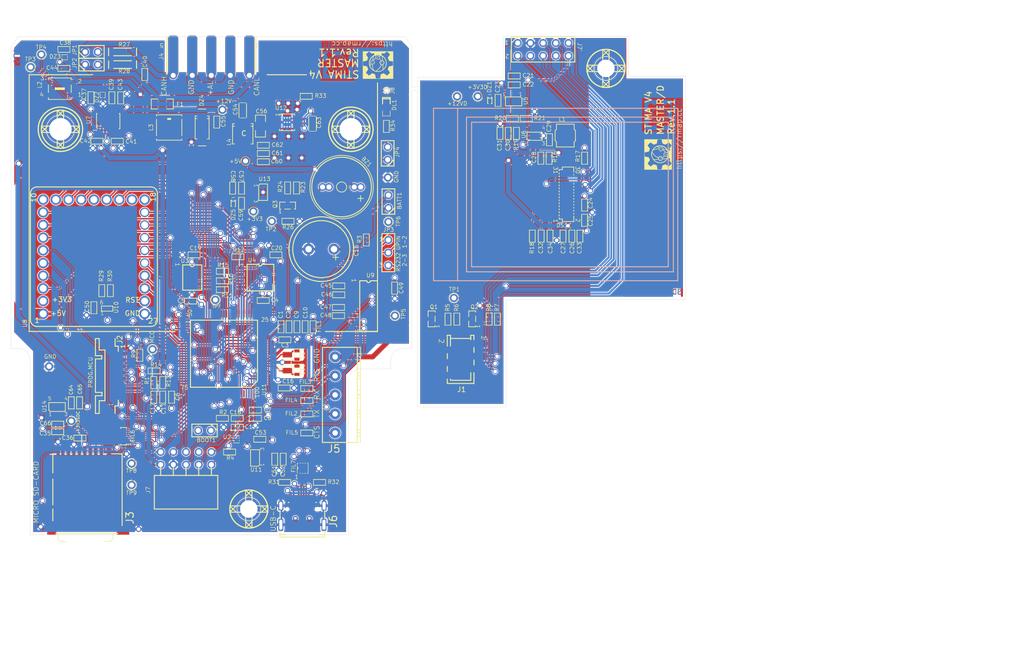
<source format=kicad_pcb>
(kicad_pcb (version 20221018) (generator pcbnew)
  (title_block (title "Stima V4 Master") (rev "1.1"))
  (layers (0 "F.Cu" signal "Top Layer") (1 "In1.Cu" signal "Layer 1") (2 "In2.Cu" signal "Mid-Layer 1") (3 "In3.Cu" signal "Mid-Layer 2") (4 "In4.Cu" signal "Layer 2") (31 "B.Cu" signal "Bottom Layer") (34 "B.Paste" user "Bottom Paste") (35 "F.Paste" user "Top Paste") (36 "B.SilkS" user "Bottom Overlay") (37 "F.SilkS" user "Top Overlay") (38 "B.Mask" user "Bottom Solder") (39 "F.Mask" user "Top Solder") (44 "Edge.Cuts" user))
  (net 0 "")
  (net 1 "NetFIL6_1")
  (net 2 "NetTP7_1")
  (net 3 "NetTP4_1")
  (net 4 "NetTP3_1")
  (net 5 "NetFIL6_14")
  (net 6 "NetFIL6_13")
  (net 7 "NetFIL6_12")
  (net 8 "NetFIL6_11")
  (net 9 "NetFIL6_10")
  (net 10 "NetFIL6_9")
  (net 11 "NetFIL6_8")
  (net 12 "NetFIL6_3")
  (net 13 "+3V3SDC")
  (net 14 "USART4_TX")
  (net 15 "USART4_RX")
  (net 16 "USART2_TX")
  (net 17 "USART2_RX")
  (net 18 "RST")
  (net 19 "PB14/I2C2_SDA")
  (net 20 "PB10/I2C2_SCL")
  (net 21 "PB3/SWO")
  (net 22 "PB1/F_I/O0")
  (net 23 "PB0/F_I/O1")
  (net 24 "PA14/SWCLK")
  (net 25 "PA13/SWDIO")
  (net 26 "PA7/F_I/O2")
  (net 27 "PA6/F_I/O3")
  (net 28 "PA3/F_SCK")
  (net 29 "PA2/F_-CS")
  (net 30 "NetU1_95")
  (net 31 "NetU1_93")
  (net 32 "NetU1_92")
  (net 33 "NetU1_91")
  (net 34 "NetU1_90")
  (net 35 "NetU1_85")
  (net 36 "NetU1_84")
  (net 37 "NetU1_77")
  (net 38 "NetU1_69")
  (net 39 "NetU1_61")
  (net 40 "NetU1_60")
  (net 41 "NetU1_59")
  (net 42 "NetU1_58")
  (net 43 "NetU1_46")
  (net 44 "NetU1_30")
  (net 45 "NetU1_18")
  (net 46 "NetR33_2")
  (net 47 "NetR19_2")
  (net 48 "NetR15_2")
  (net 49 "NetR1_2")
  (net 50 "NetQ3_3")
  (net 51 "NetQ3_1")
  (net 52 "NetQ2_3")
  (net 53 "NetQ2_1")
  (net 54 "NetQ1_1")
  (net 55 "NetMCO_1")
  (net 56 "NetL1_2")
  (net 57 "NetJP3_3")
  (net 58 "NetJP1_2")
  (net 59 "NetJ6_B5")
  (net 60 "NetJ6_A5")
  (net 61 "SDMMC1_D0")
  (net 62 "SDMMC1_CMD")
  (net 63 "SDMMC1_D3")
  (net 64 "NetJ2_2")
  (net 65 "NetFIL7_8")
  (net 66 "NetFIL7_7")
  (net 67 "NetFIL4_2")
  (net 68 "NetFIL4_1")
  (net 69 "NetFIL3_2")
  (net 70 "NetFIL3_1")
  (net 71 "NetFIL2_2")
  (net 72 "NetFIL2_1")
  (net 73 "NetDS1_24")
  (net 74 "NetDS1_18")
  (net 75 "NetDS1_7")
  (net 76 "NetC63_1")
  (net 77 "NetC54_2")
  (net 78 "NetC51_1")
  (net 79 "NetC50_2")
  (net 80 "NetC48_2")
  (net 81 "NetC47_2")
  (net 82 "NetC47_1")
  (net 83 "NetC45_1")
  (net 84 "NetC37_2")
  (net 85 "NetC33_1")
  (net 86 "NetC32_1")
  (net 87 "NetC30_2")
  (net 88 "NetC1_2")
  (net 89 "NetBZ1_2")
  (net 90 "NetBOOT1_1")
  (net 91 "NetBATT1_1")
  (net 92 "NetBATT1_2")
  (net 93 "KEY1")
  (net 94 "ENC_B")
  (net 95 "ENC_A")
  (net 96 "EN+5VE")
  (net 97 "3V3USB")
  (net 98 "+12VD")
  (net 99 "+5VE")
  (net 100 "+3V3D")
  (net 101 "+3V3")
  (net 102 "+5V")
  (net 103 "+12V")
  (net 104 "-RESET")
  (net 105 "CANH")
  (net 106 "CANL")
  (net 107 "EGND")
  (net 108 "GND")
  (net 109 "NetC13_1")
  (net 110 "NetC14_1")
  (net 111 "NetC15_1")
  (net 112 "NetC34_1")
  (net 113 "NetC39_2")
  (net 114 "NetC40_2")
  (net 115 "NetC45_2")
  (net 116 "NetC46_2")
  (net 117 "NetC54_1")
  (net 118 "NetDL1_1")
  (net 119 "NetDL1_2")
  (net 120 "NetFIL5_1")
  (net 121 "NetFIL5_2")
  (net 122 "NetFIL7_1")
  (net 123 "NetFIL7_2")
  (net 124 "NetJP2_1")
  (net 125 "NetJP3_2")
  (net 126 "NetJP4_2")
  (net 127 "NetU1_33")
  (net 128 "NetU1_45")
  (net 129 "NetU1_62")
  (net 130 "NetF1_2")
  (net 131 "+AL")
  (net 132 "NetU1_15")
  (net 133 "NetU1_29")
  (net 134 "SDMMC1_CK")
  (footprint "ARGO Passive Component.IntLib:QFN-3L-DFN1110-MIO" (layer "F.Cu") (at 99.327719 67.34689 -90)
    (fp_text reference "DZ2")
    (fp_text value "ESDCAN03")
  )
  (footprint "ARGO Passive Component.IntLib:0603" (layer "F.Cu") (at 139.344519 128.0541)
    (fp_text reference "FIL4")
    (fp_text value "BLM18BD102SN1D" hide)
  )
  (footprint "ARGO PcbLib-Trad1.PcbLib:STRIP2P" (layer "F.Cu") (at 156.514679 89.4461 90)
    (fp_text reference "BATT1")
    (fp_text value "Strip 2p p.2.54" hide)
  )
  (footprint "ARGO PcbLib-Trad1.PcbLib:CapELSUPERCAP-3D FT0H104ZF" (layer "F.Cu") (at 145.619289 97.71494 180)
    (fp_text reference "C15")
    (fp_text value "0.1F 5V5 FT0H104ZF")
  )
  (footprint "ARGO Passive Component.IntLib:0603" (layer "F.Cu") (at 138.201519 114.08409 90)
    (fp_text reference "C9")
    (fp_text value "100n")
  )
  (footprint "ARGO Passive Component.IntLib:TP" (layer "F.Cu") (at 156.514679 92.2401)
    (fp_text reference "TP6")
    (fp_text value "TestPoint" hide)
  )
  (footprint "ARGO Passive Component.IntLib:TP" (layer "F.Cu") (at 105.106289 140.64094)
    (fp_text reference "TP8")
    (fp_text value "TestPoint" hide)
  )
  (footprint "ARGO.PcbLib:UDFN6 - MIO" (layer "F.Cu") (at 125.628519 135.30909 -90)
    (fp_text reference "U2")
    (fp_text value "STM6519")
  )
  (footprint "ARGO.PcbLib:COIL LAIRD TYS4018" (layer "F.Cu") (at 191.922519 76.4921 90)
    (fp_text reference "L1")
    (fp_text value "TYS4018")
  )
  (footprint "ARGO Passive Component.IntLib:TP" (layer "F.Cu") (at 84.886679 61.2521)
    (fp_text reference "TP3")
    (fp_text value "TestPoint" hide)
  )
  (footprint "ARGO Passive Component.IntLib:0603" (layer "F.Cu") (at 185.318519 95.9231 90)
    (fp_text reference "R18")
    (fp_text value "810K")
  )
  (footprint "ARGO Passive Component.IntLib:0603" (layer "F.Cu") (at 132.308479 80.2005 180)
    (fp_text reference "C60")
    (fp_text value "10uF")
  )
  (footprint "ARGO Passive Component.IntLib:0603" (layer "F.Cu") (at 152.096289 95.04793 -90)
    (fp_text reference "R3")
    (fp_text value "1K")
  )
  (footprint "ARGO Passive Component.IntLib:0603" (layer "F.Cu") (at 106.757289 118.16194 -90)
    (fp_text reference "R9")
    (fp_text value "0R")
  )
  (footprint "ARGO Passive Component.IntLib:0603" (layer "F.Cu") (at 136.602289 112.44694 -90)
    (fp_text reference "C2")
    (fp_text value "1uF")
  )
  (footprint "C:_Altium_Library_ARGO_ARGO PcbLib-Trad1.PcbLib_ViteDado3" (layer "F.Cu") (at 200.050519 61.5061 180)
    (fp_text reference "A3" hide)
    (fp_text value "ViteDado" hide)
  )
  (footprint "ARGO Passive Component.IntLib:0603" (layer "F.Cu") (at 122.148479 71.4375 -90)
    (fp_text reference "C55")
    (fp_text value "1nF")
  )
  (footprint "ARGO.PcbLib:CONN FPC_FFC 31P P0.3 REVERSE-MIO" (layer "F.Cu") (at 190.779519 91.2241 -90)
    (fp_text reference "DS1")
    (fp_text value "REX160128AYPP3N00000")
  )
  (footprint "ARGO Passive Component.IntLib:0603" (layer "F.Cu") (at 139.344519 125.6411)
    (fp_text reference "FIL3")
    (fp_text value "BLM18BD102SN1D" hide)
  )
  (footprint "ARGO Miscellanea.IntLib:SOT23_5" (layer "F.Cu") (at 182.524519 66.5861 180)
    (fp_text reference "U5")
    (fp_text value "ST732M33R")
  )
  (footprint "ARGO Passive Component.IntLib:0603" (layer "F.Cu") (at 136.348289 84.63394 -90)
    (fp_text reference "R24")
    (fp_text value "0R")
  )
  (footprint "ARGO Passive Component.IntLib:0603" (layer "F.Cu") (at 90.728679 61.5061)
    (fp_text reference "C44")
    (fp_text value "220p")
  )
  (footprint "ARGO Passive Component.IntLib:0603" (layer "F.Cu") (at 108.789289 122.09894)
    (fp_text reference "R14")
    (fp_text value "10K")
  )
  (footprint "ARGO Passive Component.IntLib:ACT45B TDK-MIO" (layer "F.Cu") (at 93.141679 66.8401 180)
    (fp_text reference "L2")
    (fp_text value "ACT45B-110")
  )
  (footprint "ARGO Passive Component.IntLib:0603" (layer "F.Cu") (at 100.863519 106.8451 90)
    (fp_text reference "R30")
    (fp_text value "10K")
  )
  (footprint "ARGO Passive Component.IntLib:0603" (layer "F.Cu") (at 195.784289 88.06294 -90)
    (fp_text reference "C24")
    (fp_text value "100n")
  )
  (footprint "ARGO Passive Component.IntLib:0603" (layer "F.Cu") (at 168.427519 112.5601 90)
    (fp_text reference "R5")
    (fp_text value "10K")
  )
  (footprint "ARGO Passive Component.IntLib:0603" (layer "F.Cu") (at 99.137289 106.85893 90)
    (fp_text reference "R29")
    (fp_text value "200K")
  )
  (footprint "ARGO Passive Component.IntLib:0603" (layer "F.Cu") (at 195.784289 92.76194 90)
    (fp_text reference "C25")
    (fp_text value "100n")
  )
  (footprint "C:_Altium_Library_ARGO_ARGO PcbLib-Trad1.PcbLib_ViteDado3" (layer "F.Cu") (at 128.574679 149.7711)
    (fp_text reference "A2" hide)
    (fp_text value "ViteDado" hide)
  )
  (footprint "ARGO Passive Component.IntLib:0603" (layer "F.Cu") (at 117.754519 108.1151 180)
    (fp_text reference "C5")
    (fp_text value "100n")
  )
  (footprint "ARGO Passive Component.IntLib:0603" (layer "F.Cu") (at 194.843259 94.28594 -90)
    (fp_text reference "C33")
    (fp_text value "4.7u")
  )
  (footprint "C:_Altium_Library_ARGO_ARGO PcbLib-Trad1.PcbLib_STRIP2F5X2P2_54_90" (layer "F.Cu") (at 110.921679 140.8811)
    (fp_text reference "J7")
    (fp_text value "Strip 5x2-DF 90 p.2.54")
  )
  (footprint "ARGO Passive Component.IntLib:CONN_5P-P381" (layer "F.Cu") (at 145.846679 134.5311 90)
    (fp_text reference "J5")
    (fp_text value "5P" hide)
  )
  (footprint "D:_Altium_ARGO_ARGO PcbLib-Trad1.PcbLib_ViteDado4" (layer "F.Cu") (at 90.855679 73.6981)
    (fp_text reference "A" hide)
    (fp_text value "Comment" hide)
  )
  (footprint "ARGO Passive Component.IntLib:0603" (layer "F.Cu") (at 138.201279 122.7963 90)
    (fp_text reference "C13")
    (fp_text value "15pF")
  )
  (footprint "ARGO Passive Component.IntLib:0603" (layer "F.Cu") (at 134.924679 144.4371)
    (fp_text reference "R31")
    (fp_text value "5K11")
  )
  (footprint "ARGO Passive Component.IntLib:0603" (layer "F.Cu") (at 127.077289 133.40194 180)
    (fp_text reference "C17")
    (fp_text value "100n")
  )
  (footprint "ARGO Miscellanea.IntLib:SO8W" (layer "F.Cu") (at 126.898519 101.5111)
    (fp_text reference "U4")
    (fp_text value "AT25SF641B")
  )
  (footprint "ARGO Passive Component.IntLib:SOD 523(SC-79)" (layer "F.Cu") (at 125.463489 87.70831 -90)
    (fp_text reference "DZ5")
    (fp_text value "PESD5Z3.3")
  )
  (footprint "ARGO Passive Component.IntLib:0603" (layer "F.Cu") (at 140.893679 67.0941 180)
    (fp_text reference "R33")
    (fp_text value "10K")
  )
  (footprint "ARGO Passive Component.IntLib:0603" (layer "F.Cu") (at 90.728679 57.6961)
    (fp_text reference "C38")
    (fp_text value "220p")
  )
  (footprint "ARGO Passive Component.IntLib:0603" (layer "F.Cu") (at 107.746679 63.5381 90)
    (fp_text reference "C40")
    (fp_text value "100n")
  )
  (footprint "ARGO Passive Component.IntLib:0603" (layer "F.Cu") (at 90.310789 134.29094 180)
    (fp_text reference "C35")
    (fp_text value "4.7u")
  )
  (footprint "ARGO Miscellanea.IntLib:SOT23_6" (layer "F.Cu") (at 184.815519 76.6191)
    (fp_text reference "U6")
    (fp_text value "R1202N513B")
  )
  (footprint "ARGO.PcbLib:COIL COILCRAFT XAL4020-MIO" (layer "F.Cu") (at 127.355479 73.3425 -90)
    (fp_text reference "L4")
    (fp_text value "XAL4020")
  )
  (footprint "ARGO Passive Component.IntLib:0603" (layer "F.Cu") (at 132.308479 76.8985 180)
    (fp_text reference "C62")
    (fp_text value "10uF")
  )
  (footprint "ARGO Passive Component.IntLib:0603" (layer "F.Cu") (at 127.114489 86.31131 90)
    (fp_text reference "C57")
    (fp_text value "1uF")
  )
  (footprint "ARGO Passive Component.IntLib:TP" (layer "F.Cu") (at 127.914519 80.0481 -90)
    (fp_text reference "+5V")
    (fp_text value "TestPoint" hide)
  )
  (footprint "ARGO Passive Component.IntLib:0603" (layer "F.Cu") (at 96.965519 68.21049 90)
    (fp_text reference "C37")
    (fp_text value "220p")
  )
  (footprint "ARGO Passive Component.IntLib:TP" (layer "F.Cu") (at 93.041289 132.13194 180)
    (fp_text reference "+3V3SDC")
    (fp_text value "TestPoint" hide)
  )
  (footprint "ARGO Passive Component.IntLib:MOLEX8P1_25SMD" (layer "F.Cu") (at 103.074289 118.68294 -90)
    (fp_text reference "J2")
    (fp_text value "Pico Blade 8p 53398-0871")
  )
  (footprint "ARGO Passive Component.IntLib:SOT23" (layer "F.Cu") (at 166.497119 112.6363 90)
    (fp_text reference "Q1")
    (fp_text value "BC807")
  )
  (footprint "ARGO Passive Component.IntLib:0603" (layer "F.Cu") (at 191.466289 95.93693 90)
    (fp_text reference "C27")
    (fp_text value "100n")
  )
  (footprint "ARGO Passive Component.IntLib:0603" (layer "F.Cu") (at 101.156519 68.21049 90)
    (fp_text reference "C39")
    (fp_text value "220p")
  )
  (footprint "ARGO PcbLib-Trad1.PcbLib:UPIN27_OK" (layer "F.Cu") (at 87.401519 110.6551 180)
    (fp_text reference "U8")
    (fp_text value "UPIN27" hide)
  )
  (footprint "ARGO Passive Component.IntLib:0603" (layer "F.Cu") (at 129.057519 131.6101)
    (fp_text reference "C8")
    (fp_text value "4.7u")
  )
  (footprint "ARGO Passive Component.IntLib:0603" (layer "F.Cu") (at 178.460519 67.0941 -90)
    (fp_text reference "C23")
    (fp_text value "1uF")
  )
  (footprint "ARGO Passive Component.IntLib:0603" (layer "F.Cu") (at 102.920679 66.5861 -90)
    (fp_text reference "C43")
    (fp_text value "100n")
  )
  (footprint "ARGO Miscellanea.IntLib:FILTRO DLW5B MIO" (layer "F.Cu") (at 110.972479 71.3105)
    (fp_text reference "L3")
    (fp_text value "DLW5BTM")
  )
  (footprint "ARGO Passive Component.IntLib:0603" (layer "F.Cu") (at 127.114489 87.70831 -90)
    (fp_text reference "C59")
    (fp_text value "1uF")
  )
  (footprint "ARGO Passive Component.IntLib:0603" (layer "F.Cu") (at 132.284289 108.00194 180)
    (fp_text reference "C4")
    (fp_text value "100n")
  )
  (footprint "ARGO Passive Component.IntLib:0603" (layer "F.Cu") (at 124.104509 131.6101 180)
    (fp_text reference "R2")
    (fp_text value "100K")
  )
  (footprint "ARGO Passive Component.IntLib:0603" (layer "F.Cu") (at 124.104519 102.1461 180)
    (fp_text reference "R15")
    (fp_text value "10K")
  )
  (footprint "ARGO Passive Component.IntLib:0603" (layer "F.Cu") (at 136.475289 125.52794 180)
    (fp_text reference "C16")
    (fp_text value "100n")
  )
  (footprint "ARGO Miscellanea.IntLib:HVSON14 MIO" (layer "F.Cu") (at 98.475679 73.57086)
    (fp_text reference "U7")
    (fp_text value "TJA1443ATK")
  )
  (footprint "ARGO Passive Component.IntLib:0603" (layer "F.Cu") (at 188.747519 76.6191 90)
    (fp_text reference "C29")
    (fp_text value "1uF")
  )
  (footprint "ARGO Passive Component.IntLib:TP" (layer "F.Cu") (at 156.414289 83.36394 -90)
    (fp_text reference "GND")
    (fp_text value "TestPoint" hide)
  )
  (footprint "ARGO Passive Component.IntLib:0603" (layer "F.Cu") (at 97.561519 110.2741 90)
    (fp_text reference "C50")
    (fp_text value "100n")
  )
  (footprint "ARGO Passive Component.IntLib:0603" (layer "F.Cu") (at 98.997519 76.08449 180)
    (fp_text reference "C42")
    (fp_text value "100n")
  )
  (footprint "ARGO Passive Component.IntLib:TP" (layer "F.Cu") (at 88.596289 121.20994)
    (fp_text reference "GND")
    (fp_text value "TestPoint" hide)
  )
  (footprint "ARGO Passive Component.IntLib:0603" (layer "F.Cu") (at 125.336489 86.31131 90)
    (fp_text reference "C58")
    (fp_text value "100n")
  )
  (footprint "ARGO Passive Component.IntLib:0603" (layer "F.Cu") (at 122.453519 105.8291)
    (fp_text reference "R11")
    (fp_text value "2K2")
  )
  (footprint "ARGO.PcbLib:MELFRESMMA0204" (layer "F.Cu") (at 101.523679 60.7441)
    (fp_text reference "R28")
    (fp_text value "MMA0204 60R4")
  )
  (footprint "ARGO Passive Component.IntLib:TP" (layer "F.Cu") (at 133.173289 92.12694)
    (fp_text reference "TP2")
    (fp_text value "TestPoint" hide)
  )
  (footprint "ARGO Texas.IntLib:SO16" (layer "F.Cu") (at 149.504519 104.6861 -90)
    (fp_text reference "U9")
    (fp_text value "TRSF3232EIDR")
  )
  (footprint "ARGO PcbLib-Trad1.PcbLib:ViteDado4" (layer "F.Cu") (at 148.996519 73.6981)
    (fp_text reference "A1")
    (fp_text value "ViteDado" hide)
  )
  (footprint "ARGO.PcbLib:USB TYPE C 16PIN MIO" (layer "F.Cu") (at 136.192279 148.7043)
    (fp_text reference "J6")
    (fp_text value "USB TYPE C ")
  )
  (footprint "ARGO Passive Component.IntLib:1206" (layer "F.Cu") (at 112.750479 68.6435 180)
    (fp_text reference "F1")
    (fp_text value "NSMF150")
  )
  (footprint "ARGO Passive Component.IntLib:0603" (layer "F.Cu") (at 180.492519 75.3491 90)
    (fp_text reference "C30")
    (fp_text value "22p")
  )
  (footprint "ARGO Passive Component.IntLib:0603" (layer "F.Cu") (at 141.909679 144.4371)
    (fp_text reference "R32")
    (fp_text value "5K11")
  )
  (footprint "ARGO Passive Component.IntLib:0603" (layer "F.Cu") (at 145.746289 106.85893)
    (fp_text reference "C46")
    (fp_text value "100n")
  )
  (footprint "ARGO Passive Component.IntLib:0603" (layer "F.Cu") (at 138.201279 118.0973 -90)
    (fp_text reference "C14")
    (fp_text value "15pF")
  )
  (footprint "ARGO Passive Component.IntLib:0603" (layer "F.Cu") (at 101.410519 76.08449)
    (fp_text reference "C41")
    (fp_text value "100n")
  )
  (footprint "ARGO Passive Component.IntLib:0603" (layer "F.Cu") (at 129.057519 129.9591)
    (fp_text reference "C7")
    (fp_text value "100n")
  )
  (footprint "ARGO Passive Component.IntLib:STRIP2P" (layer "F.Cu") (at 156.362519 79.7941 90)
    (fp_text reference "JP4")
    (fp_text value "Strip 2p PTH" hide)
  )
  (footprint "ARGO Passive Component.IntLib:TP" (layer "F.Cu") (at 105.106289 144.95894)
    (fp_text reference "TP9")
    (fp_text value "TestPoint" hide)
  )
  (footprint "ARGO Passive Component.IntLib:0805-led" (layer "F.Cu") (at 156.108519 68.2371 -90)
    (fp_text reference "DL1")
    (fp_text value "GREEN")
  )
  (footprint "ARGO Passive Component.IntLib:0603" (layer "F.Cu") (at 141.428289 112.44694 -90)
    (fp_text reference "FIL1")
    (fp_text value "BLM18BD")
  )
  (footprint "ARGO.PcbLib:SD CARD MICRO HIROSE MIO" (layer "F.Cu") (at 99.042519 138.8491)
    (fp_text reference "J3")
    (fp_text value "101019966912A AMPHENOL")
  )
  (footprint "ARGO Passive Component.IntLib:0603" (layer "F.Cu") (at 180.873519 63.0301)
    (fp_text reference "C21")
    (fp_text value "1uF")
  )
  (footprint "ARGO Passive Component.IntLib:0603" (layer "F.Cu") (at 145.746289 105.08094)
    (fp_text reference "C45")
    (fp_text value "100n")
  )
  (footprint "ARGO Passive Component.IntLib:TP" (layer "F.Cu") (at 129.476449 90.14671 180)
    (fp_text reference "+3V3")
    (fp_text value "TestPoint" hide)
  )
  (footprint "ARGO Miscellanea.IntLib:SO8" (layer "F.Cu") (at 114.198519 101.5111 -90)
    (fp_text reference "U3")
    (fp_text value "CAT24C64WI")
  )
  (footprint "ARGO Passive Component.IntLib:0603" (layer "F.Cu") (at 157.759519 104.6861 -90)
    (fp_text reference "C49")
    (fp_text value "100n")
  )
  (footprint "ARGO Passive Component.IntLib:0603" (layer "F.Cu") (at 187.096519 94.2721 -90)
    (fp_text reference "C32")
    (fp_text value "4.7u")
  )
  (footprint "ARGO Passive Component.IntLib:0603" (layer "F.Cu") (at 94.692289 128.51244 90)
    (fp_text reference "C65")
    (fp_text value "100n")
  )
  (footprint "ARGO.PcbLib:TDFN 12L MIO" (layer "F.Cu") (at 134.467479 71.0565)
    (fp_text reference "U12")
    (fp_text value "MAX20077")
  )
  (footprint "ARGO Miscellanea.IntLib:SOT363(SC70)" (layer "F.Cu") (at 99.563519 110.6231)
    (fp_text reference "U10")
    (fp_text value "LSF0101GWH")
  )
  (footprint "ARGO Passive Component.IntLib:TP" (layer "F.Cu") (at 121.870289 107.87494)
    (fp_text reference "TP7")
    (fp_text value "TestPoint" hide)
  )
  (footprint "ARGO.PcbLib:SMA" (layer "F.Cu") (at 119.227479 71.0565 -90)
    (fp_text reference "DZ4")
    (fp_text value "SMAJ28A")
  )
  (footprint "ARGO Passive Component.IntLib:TP" (layer "F.Cu") (at 174.396519 67.0941 -90)
    (fp_text reference "+3V3D")
    (fp_text value "TestPoint" hide)
  )
  (footprint "ARGO Passive Component.IntLib:0603" (layer "F.Cu") (at 176.682519 112.5601 90)
    (fp_text reference "R8")
    (fp_text value "10K")
  )
  (footprint "ARGO Passive Component.IntLib:0603" (layer "F.Cu") (at 134.824289 98.85794 180)
    (fp_text reference "C20")
    (fp_text value "100n")
  )
  (footprint "ARGO Passive Component.IntLib:0603" (layer "F.Cu") (at 135.459289 138.9761 -90)
    (fp_text reference "C52")
    (fp_text value "100n")
  )
  (footprint "ARGO PcbLib-Trad1.PcbLib:STRIP3PP254" (layer "F.Cu") (at 156.489759 95.8723 -90)
    (fp_text reference "JP3")
    (fp_text value "Strip 3p PTH" hide)
  )
  (footprint "ARGO Passive Component.IntLib:0603" (layer "F.Cu") (at 180.492519 71.5391)
    (fp_text reference "R20")
    (fp_text value "2K2")
  )
  (footprint "ARGO Passive Component.IntLib:TP" (layer "F.Cu") (at 87.045679 58.7121)
    (fp_text reference "TP4")
    (fp_text value "TestPoint" hide)
  )
  (footprint "ARGO Passive Component.IntLib:0805" (layer "F.Cu") (at 141.325479 71.5645 -90)
    (fp_text reference "C63")
    (fp_text value "1uF")
  )
  (footprint "ARGO Passive Component.IntLib:0603" (layer "F.Cu") (at 182.143519 75.3491 90)
    (fp_text reference "R19")
    (fp_text value "110K")
  )
  (footprint "ARGO Passive Component.IntLib:STRIP2P" (layer "F.Cu") (at 95.808679 58.2041)
    (fp_text reference "JP1")
    (fp_text value "Strip 2p PTH" hide)
  )
  (footprint "ARGO Passive Component.IntLib:0603" (layer "F.Cu") (at 90.310789 132.76694 180)
    (fp_text reference "C66")
    (fp_text value "1uF")
  )
  (footprint "ARGO Miscellanea.IntLib:SOT23_5" (layer "F.Cu") (at 129.908489 85.3613 -90)
    (fp_text reference "U13")
    (fp_text value "ST732M33R")
  )
  (footprint "ARGO.PcbLib:CONTATTI5" (layer "F.Cu") (at 128.676519 58.9661 180)
    (fp_text reference "J4")
    (fp_text value "5P BUS" hide)
  )
  (footprint "ARGO.PcbLib:EMIF06MSD02N16-MIO" (layer "F.Cu") (at 104.090289 136.59594 90)
    (fp_text reference "FIL6")
    (fp_text value "EMIF06-")
  )
  (footprint "ARGO Passive Component.IntLib:TP" (layer "F.Cu") (at 169.622289 107.49394)
    (fp_text reference "TP1")
    (fp_text value "TestPoint" hide)
  )
  (footprint "ARGO Passive Component.IntLib:0603" (layer "F.Cu") (at 127.077289 131.62394 180)
    (fp_text reference "C18")
    (fp_text value "100n")
  )
  (footprint "ARGO.PcbLib:CRYST_ECS" (layer "F.Cu") (at 136.296279 118.8593 -90)
    (fp_text reference "X1")
    (fp_text value "32.768KHz")
  )
  (footprint "ARGO PcbLib-Trad1.PcbLib:BUZZER TDK PS1240P02CT3" (layer "F.Cu") (at 150.953279 85.26894 180)
    (fp_text reference "BZ1")
    (fp_text value "F/UCW03 (2-5V)")
  )
  (footprint "ARGO Passive Component.IntLib:0603" (layer "F.Cu") (at 109.551289 125.27394 90)
    (fp_text reference "R1")
    (fp_text value "NM")
  )
  (footprint "ARGO Passive Component.IntLib:TP" (layer "F.Cu") (at 109.297289 117.78094 90)
    (fp_text reference "MCO")
    (fp_text value "TestPoint" hide)
  )
  (footprint "ARGO Passive Component.IntLib:0603" (layer "F.Cu") (at 135.026519 114.0841 90)
    (fp_text reference "C1")
    (fp_text value "100n")
  )
  (footprint "ARGO Passive Component.IntLib:0603" (layer "F.Cu") (at 178.841519 75.3491 90)
    (fp_text reference "C31")
    (fp_text value "1uF")
  )
  (footprint "ARGO Passive Component.IntLib:0603" (layer "F.Cu") (at 145.694519 111.0361)
    (fp_text reference "C48")
    (fp_text value "100n")
  )
  (footprint "ARGO Passive Component.IntLib:0603" (layer "F.Cu") (at 193.244289 95.93693 90)
    (fp_text reference "C26")
    (fp_text value "1uF")
  )
  (footprint "ARGO Passive Component.IntLib:0603" (layer "F.Cu") (at 131.597519 135.8011 180)
    (fp_text reference "C53")
    (fp_text value "1uF")
  )
  (footprint "ARGO Passive Component.IntLib:0603" (layer "F.Cu") (at 118.441279 98.85794 180)
    (fp_text reference "C19")
    (fp_text value "100n")
  )
  (footprint "ARGO Passive Component.IntLib:TP" (layer "F.Cu") (at 170.257289 67.10794 -90)
    (fp_text reference "+12VD")
    (fp_text value "TestPoint" hide)
  )
  (footprint "ARGO Passive Component.IntLib:0603" (layer "F.Cu") (at 188.672289 80.31594 90)
    (fp_text reference "R16")
    (fp_text value "10K")
  )
  (footprint "ARGO Passive Component.IntLib:STRIP2P" (layer "F.Cu") (at 95.808679 60.7441)
    (fp_text reference "JP2")
    (fp_text value "Strip 2p PTH" hide)
  )
  (footprint "ARGO.PcbLib:WDFN8 - MIO" (layer "F.Cu") (at 138.555719 142.3557)
    (fp_text reference "FIL7")
    (fp_text value "EMI2121MTTAG")
  )
  (footprint "ARGO Passive Component.IntLib:0603" (layer "F.Cu") (at 180.873519 64.8081)
    (fp_text reference "C22")
    (fp_text value "100n")
  )
  (footprint "ARGO Passive Component.IntLib:0603" (layer "F.Cu") (at 136.602289 115.87594 180)
    (fp_text reference "C3")
    (fp_text value "100n")
  )
  (footprint "ARGO Passive Component.IntLib:0603" (layer "F.Cu") (at 122.453519 104.0511)
    (fp_text reference "R10")
    (fp_text value "2K2")
  )
  (footprint "ARGO Passive Component.IntLib:TP" (layer "F.Cu") (at 157.811289 111.04994)
    (fp_text reference "TP5")
    (fp_text value "TestPoint" hide)
  )
  (footprint "ARGO Passive Component.IntLib:0603" (layer "F.Cu") (at 170.205519 112.5601 90)
    (fp_text reference "R6")
    (fp_text value "1K")
  )
  (footprint "ARGO Passive Component.IntLib:0603" (layer "F.Cu") (at 133.756519 138.9761 -90)
    (fp_text reference "C51")
    (fp_text value "1uF")
  )
  (footprint "ARGO Passive Component.IntLib:0603" (layer "F.Cu") (at 139.852519 112.4331 -90)
    (fp_text reference "C10")
    (fp_text value "1uF")
  )
  (footprint "ARGO Passive Component.IntLib:0603" (layer "F.Cu") (at 132.308479 78.5495 180)
    (fp_text reference "C61")
    (fp_text value "10uF")
  )
  (footprint "ARGO Passive Component.IntLib:0603" (layer "F.Cu") (at 95.581279 135.56094 180)
    (fp_text reference "C36")
    (fp_text value "100n")
  )
  (footprint "ARGO Passive Component.IntLib:0603" (layer "F.Cu") (at 111.329289 126.54394 -90)
    (fp_text reference "C11")
    (fp_text value "100n")
  )
  (footprint "ARGO Passive Component.IntLib:0603" (layer "F.Cu") (at 195.784289 78.66494 -90)
    (fp_text reference "R17")
    (fp_text value "10K")
  )
  (footprint "ARGO Passive Component.IntLib:1206" (layer "F.Cu") (at 130.911479 71.5645 -90)
    (fp_text reference "C56")
    (fp_text value "4.7u35V")
  )
  (footprint "ARGO Passive Component.IntLib:0603" (layer "F.Cu") (at 125.553289 99.23894)
    (fp_text reference "R12")
    (fp_text value "10K")
  )
  (footprint "C:_Altium_Library_ARGO_ARGO PcbLib-Trad1.PcbLib_STRIP2F5X2P2_54REVERSE" (layer "F.Cu") (at 192.557519 56.4261 180)
    (fp_text reference "J7'")
    (fp_text value "Strip 5x2-DF p.2.54")
  )
  (footprint "ARGO Passive Component.IntLib:QFN-3L-DFN1110-MIO" (layer "F.Cu") (at 91.211279 59.2709 180)
    (fp_text reference "DZ3")
    (fp_text value "ESDCAN03")
  )
  (footprint "ARGO Passive Component.IntLib:0603" (layer "F.Cu") (at 123.902289 138.35494)
    (fp_text reference "R4")
    (fp_text value "100K")
  )
  (footprint "ARGO Passive Component.IntLib:SOD 523(SC-79)" (layer "F.Cu") (at 176.809519 67.0941 -90)
    (fp_text reference "DZ1")
    (fp_text value "PESD5Z3.3")
  )
  (footprint "ARGO.PcbLib:LQFP100P05" (layer "F.Cu") (at 131.604509 124.6571 180)
    (fp_text reference "U1")
    (fp_text value "STM32L496VGT6")
  )
  (footprint "ARGO.PcbLib:MELFRESMMA0204" (layer "F.Cu") (at 105.079679 58.2041 180)
    (fp_text reference "R27")
    (fp_text value "MMA0204 60R4")
  )
  (footprint "ARGO PcbLib-Trad1.PcbLib:VIAS0_8" (layer "F.Cu") (at 156.133679 65.9511)
    (fp_text reference "J8")
    (fp_text value "VIAS1" hide)
  )
  (footprint "ARGO Miscellanea.IntLib:SOT23_5" (layer "F.Cu") (at 131.343519 140.5001 90)
    (fp_text reference "U11")
    (fp_text value "ST732M33R")
  )
  (footprint "ARGO Passive Component.IntLib:0603" (layer "F.Cu") (at 138.126289 86.28494 90)
    (fp_text reference "R23")
    (fp_text value "1K")
  )
  (footprint "ARGO Passive Component.IntLib:TP" (layer "F.Cu") (at 123.291479 69.7865 -90)
    (fp_text reference "+12V")
    (fp_text value "TestPoint" hide)
  )
  (footprint "ARGO Passive Component.IntLib:0603" (layer "F.Cu") (at 139.344519 130.7211)
    (fp_text reference "FIL2")
    (fp_text value "BLM18BD102SN1D" hide)
  )
  (footprint "ARGO Passive Component.IntLib:0603" (layer "F.Cu") (at 109.551289 128.19493 90)
    (fp_text reference "C12")
    (fp_text value "4.7u")
  )
  (footprint "ARGO Passive Component.IntLib:0805" (layer "F.Cu") (at 127.355479 68.8975 -90)
    (fp_text reference "C54")
    (fp_text value "100n")
  )
  (footprint "ARGO Passive Component.IntLib:0603" (layer "F.Cu") (at 156.108519 72.3011 -90)
    (fp_text reference "R34")
    (fp_text value "1K")
  )
  (footprint "ARGO.PcbLib:CONN MICROMATCH6PF MIO" (layer "F.Cu") (at 173.253519 116.6241 90)
    (fp_text reference "J1")
    (fp_text value "ENCODER+PB 62AG22-L5-040C" hide)
  )
  (footprint "ARGO Miscellanea.IntLib:SOT23" (layer "F.Cu") (at 174.625119 112.6363 90)
    (fp_text reference "Q2")
    (fp_text value "BSS138P")
  )
  (footprint "ARGO Passive Component.IntLib:0603" (layer "F.Cu") (at 183.286519 71.5391)
    (fp_text reference "R21")
    (fp_text value "10K")
  )
  (footprint "ARGO Passive Component.IntLib:0603" (layer "F.Cu") (at 137.237289 92.12694 180)
    (fp_text reference "R26")
    (fp_text value "10K")
  )
  (footprint "ARGO Passive Component.IntLib:0603" (layer "F.Cu") (at 187.021289 78.66494 -90)
    (fp_text reference "C28")
    (fp_text value "100n")
  )
  (footprint "ARGO Passive Component.IntLib:0603" (layer "F.Cu") (at 178.333519 112.5601 90)
    (fp_text reference "R7")
    (fp_text value "100R")
  )
  (footprint "ARGO Passive Component.IntLib:0603" (layer "F.Cu") (at 111.329289 125.27394 90)
    (fp_text reference "R13")
    (fp_text value "100K")
  )
  (footprint "ARGO PcbLib-Trad1.PcbLib:STRIP2P" (layer "F.Cu") (at 120.981289 134.03694 180)
    (fp_text reference "BOOT1")
    (fp_text value "Strip 2p p.2.54" hide)
  )
  (footprint "ARGO Passive Component.IntLib:0603" (layer "F.Cu") (at 113.107289 126.54394 -90)
    (fp_text reference "C6")
    (fp_text value "100n")
  )
  (footprint "ARGO Miscellanea.IntLib:SOT23" (layer "F.Cu") (at 135.383089 90.32354)
    (fp_text reference "Q3")
    (fp_text value "BSS138P")
  )
  (footprint "ARGO Passive Component.IntLib:0603" (layer "F.Cu") (at 147.345519 109.3851 180)
    (fp_text reference "C47")
    (fp_text value "100n")
  )
  (footprint "ARGO Passive Component.IntLib:0603" (layer "F.Cu") (at 139.344519 134.5311)
    (fp_text reference "FIL5")
    (fp_text value "BLM18BD102SN1D")
  )
  (footprint "ARGO Passive Component.IntLib:0603" (layer "F.Cu") (at 188.874519 94.2721 -90)
    (fp_text reference "C34")
    (fp_text value "4.7u")
  )
  (footprint "ARGO Miscellanea.IntLib:SOT23_5" (layer "F.Cu") (at 90.188789 129.33794)
    (fp_text reference "U14")
    (fp_text value "ST732M33R")
  )
  (footprint "ARGO Passive Component.IntLib:0603" (layer "F.Cu") (at 93.041289 128.51244 90)
    (fp_text reference "C64")
    (fp_text value "1uF")
  )
  (footprint "D:_Altium_ARGO_ARGO.PcbLib_DISPLAY RAYSTAR OLED128X160 NO FLAT" (layer "B.Cu") (at 192.836679 86.7537 90)
    (fp_text reference "")
    (fp_text value "Comment" hide)
  )
  (gr_poly (pts (xy 145.232029 60.45092) (xy 145.232029 60.45447) (xy 145.217829 60.45447) (xy 145.217829 60.45092) (xy 145.214289 60.45092) (xy 145.214289 60.43318) (xy 145.224929 60.43318) (xy 145.224929 60.42963) (xy 145.235579 60.42963) (xy 145.235579 60.42608) (xy 145.246219 60.42608) (xy 145.246219 60.42253) (xy 145.253319 60.42253) (xy 145.253319 60.42608) (xy 145.260419 60.42608) (xy 145.260419 60.42963) (xy 145.263959 60.42963) (xy 145.263959 60.44027) (xy 145.260419 60.44027) (xy 145.260419 60.44382) (xy 145.256869 60.44382) (xy 145.256869 60.44737) (xy 145.246219 60.44737) (xy 145.246219 60.45092)) (fill solid) (layer "B.Cu"))
  (gr_poly (pts (xy 145.217829 60.11738) (xy 145.228479 60.11738) (xy 145.228479 60.12093) (xy 145.235579 60.12093) (xy 145.235579 60.12448) (xy 145.242669 60.12448) (xy 145.242669 60.12803) (xy 145.246219 60.12803) (xy 145.246219 60.13157) (xy 145.253319 60.13157) (xy 145.253319 60.13512) (xy 145.256869 60.13512) (xy 145.256869 60.13867) (xy 145.260419 60.13867) (xy 145.260419 60.14222) (xy 145.313639 60.14222) (xy 145.313639 60.14576) (xy 145.327829 60.14576) (xy 145.327829 60.14931) (xy 145.338479 60.14931) (xy 145.338479 60.15286) (xy 145.345569 60.15286) (xy 145.345569 60.15641) (xy 145.352669 60.15641) (xy 145.352669 60.15996) (xy 145.356219 60.15996) (xy 145.356219 60.16351) (xy 145.363319 60.1635) (xy 145.363319 60.16705) (xy 145.366859 60.16705) (xy 145.366859 60.1706) (xy 145.370419 60.1706) (xy 145.370409 60.17415) (xy 145.373959 60.17415) (xy 145.373959 60.1777) (xy 145.377509 60.1777) (xy 145.377509 60.18125) (xy 145.381059 60.18125) (xy 145.381059 60.1848) (xy 145.384609 60.1848) (xy 145.384609 60.18834) (xy 145.388149 60.18834) (xy 145.388149 60.19544) (xy 145.391699 60.19544) (xy 145.391699 60.19899) (xy 145.395249 60.19899) (xy 145.395249 60.20609) (xy 145.398799 60.20609) (xy 145.398799 60.21673) (xy 145.402349 60.21673) (xy 145.402349 60.22028) (xy 145.405889 60.22028) (xy 145.405889 60.22383) (xy 145.416539 60.22383) (xy 145.416539 60.22738) (xy 145.427189 60.22738) (xy 145.427189 60.23093) (xy 145.434279 60.23093) (xy 145.434279 60.23447) (xy 145.441379 60.23447) (xy 145.441379 60.23802) (xy 145.444929 60.23802) (xy 145.444929 60.24157) (xy 145.448469 60.24157) (xy 145.448479 60.24512) (xy 145.452019 60.24512) (xy 145.452019 60.24867) (xy 145.455569 60.24867) (xy 145.455569 60.25222) (xy 145.459119 60.25222) (xy 145.459119 60.25576) (xy 145.462669 60.25576) (xy 145.462669 60.25931) (xy 145.466219 60.25931) (xy 145.466219 60.26641) (xy 145.469759 60.26641) (xy 145.469759 60.2735) (xy 145.473309 60.2735) (xy 145.473309 60.28415) (xy 145.476859 60.28415) (xy 145.476859 60.33383) (xy 145.473309 60.33383) (xy 145.473309 60.34092) (xy 145.469759 60.34092) (xy 145.469759 60.34802) (xy 145.466219 60.34802) (xy 145.466219 60.35512) (xy 145.462669 60.35512) (xy 145.462669 60.35866) (xy 145.459119 60.35866) (xy 145.459119 60.36576) (xy 145.455569 60.36576) (xy 145.455569 60.36931) (xy 145.452019 60.36931) (xy 145.452019 60.37286) (xy 145.448479 60.37286) (xy 145.448469 60.3764) (xy 145.441379 60.37641) (xy 145.441379 60.37995) (xy 145.434279 60.37995) (xy 145.434279 60.3835) (xy 145.427189 60.3835) (xy 145.427189 60.38705) (xy 145.420089 60.38705) (xy 145.420089 60.3906) (xy 145.402349 60.3906) (xy 145.402349 60.39415) (xy 145.384599 60.39415) (xy 145.384609 60.3906) (xy 145.366859 60.3906) (xy 145.366859 60.38705) (xy 145.359769 60.38705) (xy 145.359769 60.3835) (xy 145.349119 60.3835) (xy 145.349119 60.37995) (xy 145.345569 60.37995) (xy 145.345569 60.37641) (xy 145.331379 60.37641) (xy 145.331379 60.37995) (xy 145.320739 60.37995) (xy 145.320739 60.3835) (xy 145.306539 60.3835) (xy 145.306539 60.38705) (xy 145.267509 60.38705) (xy 145.267509 60.3835) (xy 145.253319 60.3835) (xy 145.253319 60.37995) (xy 145.242669 60.37995) (xy 145.242669 60.37641) (xy 145.235579 60.37641) (xy 145.235579 60.37286) (xy 145.228479 60.37286) (xy 145.228479 60.36931) (xy 145.221379 60.36931) (xy 145.221379 60.36576) (xy 145.217829 60.36576) (xy 145.217829 60.36221) (xy 145.210739 60.36221) (xy 145.210739 60.35866) (xy 145.207189 60.35866) (xy 145.207189 60.35512) (xy 145.203639 60.35512) (xy 145.203639 60.35157) (xy 145.200089 60.35157) (xy 145.200089 60.34802) (xy 145.196539 60.34802) (xy 145.196539 60.34447) (xy 145.192999 60.34447) (xy 145.192999 60.34092) (xy 145.189449 60.34092) (xy 145.189449 60.33382) (xy 145.185899 60.33383) (xy 145.185899 60.33028) (xy 145.182349 60.33028) (xy 145.182349 60.32318) (xy 145.178799 60.32318) (xy 145.178799 60.31608) (xy 145.175249 60.31608) (xy 145.175249 60.30899) (xy 145.171709 60.30899) (xy 145.171709 60.29834) (xy 145.168159 60.29834) (xy 145.168159 60.2806) (xy 145.164609 60.2806) (xy 145.164609 60.27705) (xy 145.157519 60.27705) (xy 145.157519 60.2735) (xy 145.150419 60.2735) (xy 145.150419 60.26996) (xy 145.146869 60.26996) (xy 145.146869 60.26641) (xy 145.143319 60.26641) (xy 145.143319 60.26286) (xy 145.136219 60.26286) (xy 145.136219 60.25931) (xy 145.132679 60.25931) (xy 145.132679 60.25576) (xy 145.129129 60.25576) (xy 145.129129 60.24867) (xy 145.125579 60.24867) (xy 145.125579 60.24512) (xy 145.122029 60.24512) (xy 145.122029 60.23802) (xy 145.118479 60.23802) (xy 145.118479 60.23093) (xy 145.114929 60.23093) (xy 145.114929 60.22028) (xy 145.111389 60.22028) (xy 145.111389 60.20964) (xy 145.129129 60.20964) (xy 145.132679 60.20964) (xy 145.132679 60.22028) (xy 145.136219 60.22028) (xy 145.136219 60.22738) (xy 145.139769 60.22738) (xy 145.139769 60.23447) (xy 145.143319 60.23447) (xy 145.143319 60.23802) (xy 145.146869 60.23802) (xy 145.146869 60.24157) (xy 145.150419 60.24157) (xy 145.150419 60.24512) (xy 145.153969 60.24512) (xy 145.153969 60.24867) (xy 145.157509 60.24867) (xy 145.157509 60.25221) (xy 145.161059 60.25221) (xy 145.161059 60.25576) (xy 145.168159 60.25576) (xy 145.168159 60.25931) (xy 145.178799 60.25931) (xy 145.178799 60.26286) (xy 145.185899 60.26286) (xy 145.185899 60.28415) (xy 145.189449 60.28415) (xy 145.189449 60.29834) (xy 145.192999 60.29834) (xy 145.192999 60.30544) (xy 145.196549 60.30544) (xy 145.196549 60.31254) (xy 145.200089 60.31254) (xy 145.200089 60.31963) (xy 145.203639 60.31963) (xy 145.203639 60.32318) (xy 145.207189 60.32318) (xy 145.207189 60.33028) (xy 145.210739 60.33028) (xy 145.210739 60.33383) (xy 145.214289 60.33383) (xy 145.214289 60.33737) (xy 145.217839 60.33737) (xy 145.217839 60.34092) (xy 145.221379 60.34092) (xy 145.221379 60.34447) (xy 145.224929 60.34447) (xy 145.224929 60.34802) (xy 145.232029 60.34802) (xy 145.232029 60.35157) (xy 145.235579 60.35157) (xy 145.235579 60.35512) (xy 145.242669 60.35512) (xy 145.242669 60.35866) (xy 145.253319 60.35866) (xy 145.253319 60.36221) (xy 145.263959 60.36221) (xy 145.263959 60.36576) (xy 145.310089 60.36576) (xy 145.310089 60.36221) (xy 145.324279 60.36221) (xy 145.324279 60.35866) (xy 145.331379 60.35866) (xy 145.331379 60.35512) (xy 145.338479 60.35512) (xy 145.338479 60.35157) (xy 145.349119 60.35157) (xy 145.349119 60.35512) (xy 145.352669 60.35512) (xy 145.352669 60.35866) (xy 145.356219 60.35866) (xy 145.356219 60.36221) (xy 145.359769 60.36221) (xy 145.359769 60.36576) (xy 145.366859 60.36576) (xy 145.366859 60.36931) (xy 145.377509 60.36931) (xy 145.377509 60.37286) (xy 145.409439 60.37286) (xy 145.409439 60.36931) (xy 145.420089 60.36931) (xy 145.420089 60.36576) (xy 145.427189 60.36576) (xy 145.427189 60.36221) (xy 145.430729 60.36221) (xy 145.430729 60.35866) (xy 145.434279 60.35866) (xy 145.434279 60.35512) (xy 145.437829 60.35512) (xy 145.437829 60.35157) (xy 145.441379 60.35157) (xy 145.441379 60.34802) (xy 145.444929 60.34802) (xy 145.444929 60.34447) (xy 145.448479 60.34447) (xy 145.448479 60.34092) (xy 145.452019 60.34092) (xy 145.452019 60.33383) (xy 145.455569 60.33383) (xy 145.455569 60.31963) (xy 145.459119 60.31963) (xy 145.459119 60.29479) (xy 145.455569 60.29479) (xy 145.455569 60.28415) (xy 145.452019 60.28415) (xy 145.452019 60.27705) (xy 145.448479 60.27705) (xy 145.448479 60.26996) (xy 145.444929 60.26996) (xy 145.444929 60.26641) (xy 145.441379 60.26641) (xy 145.441379 60.26286) (xy 145.437829 60.26286) (xy 145.437829 60.25931) (xy 145.434279 60.25931) (xy 145.434279 60.25576) (xy 145.430729 60.25576) (xy 145.430729 60.25221) (xy 145.423639 60.25221) (xy 145.423639 60.24867) (xy 145.416539 60.24867) (xy 145.416539 60.24512) (xy 145.405899 60.24512) (xy 145.405899 60.24157) (xy 145.388149 60.24157) (xy 145.388149 60.23447) (xy 145.384609 60.23447) (xy 145.384609 60.22383) (xy 145.381059 60.22383) (xy 145.381059 60.21673) (xy 145.377509 60.21673) (xy 145.377509 60.20964) (xy 145.373959 60.20964) (xy 145.373959 60.20609) (xy 145.370409 60.20609) (xy 145.370409 60.19899) (xy 145.366859 60.19899) (xy 145.366859 60.19544) (xy 145.363319 60.19544) (xy 145.363319 60.19189) (xy 145.359769 60.19189) (xy 145.359769 60.18835) (xy 145.356219 60.18835) (xy 145.356219 60.1848) (xy 145.352669 60.1848) (xy 145.352669 60.18125) (xy 145.345569 60.18125) (xy 145.345569 60.1777) (xy 145.342029 60.1777) (xy 145.342029 60.17415) (xy 145.334929 60.17415) (xy 145.334929 60.1706) (xy 145.327829 60.1706) (xy 145.327829 60.16706) (xy 145.317189 60.16706) (xy 145.317189 60.16351) (xy 145.299449 60.16351) (xy 145.299449 60.15996) (xy 145.278159 60.15996) (xy 145.278159 60.16351) (xy 145.260419 60.16351) (xy 145.260419 60.16706) (xy 145.249769 60.16706) (xy 145.249769 60.15996) (xy 145.246219 60.15996) (xy 145.246219 60.15641) (xy 145.242669 60.15641) (xy 145.242669 60.15286) (xy 145.239129 60.15286) (xy 145.239129 60.14931) (xy 145.235579 60.14931) (xy 145.235579 60.14577) (xy 145.232029 60.14577) (xy 145.232029 60.14222) (xy 145.224929 60.14222) (xy 145.224929 60.13867) (xy 145.217839 60.13867) (xy 145.217839 60.13512) (xy 145.207189 60.13512) (xy 145.207189 60.13157) (xy 145.185899 60.13157) (xy 145.185899 60.13512) (xy 145.171709 60.13512) (xy 145.171709 60.13867) (xy 145.164609 60.13867) (xy 145.164609 60.14222) (xy 145.157509 60.14222) (xy 145.157509 60.14577) (xy 145.153969 60.14577) (xy 145.153969 60.14931) (xy 145.150419 60.14931) (xy 145.150419 60.15286) (xy 145.146869 60.15286) (xy 145.146869 60.15641) (xy 145.143319 60.15641) (xy 145.143319 60.15996) (xy 145.139769 60.15996) (xy 145.139769 60.16706) (xy 145.136219 60.16706) (xy 145.136219 60.17415) (xy 145.132679 60.17415) (xy 145.132679 60.18835) (xy 145.129129 60.18835) (xy 145.129129 60.20964) (xy 145.111389 60.20964) (xy 145.111389 60.17415) (xy 145.114929 60.17415) (xy 145.114929 60.16351) (xy 145.118479 60.16351) (xy 145.118479 60.15641) (xy 145.122029 60.15641) (xy 145.122029 60.15286) (xy 145.125579 60.15286) (xy 145.125579 60.14576) (xy 145.129129 60.14576) (xy 145.129129 60.14222) (xy 145.132679 60.14222) (xy 145.132679 60.13867) (xy 145.136219 60.13867) (xy 145.136219 60.13512) (xy 145.139769 60.13512) (xy 145.139769 60.13157) (xy 145.143319 60.13157) (xy 145.143319 60.12803) (xy 145.150419 60.12803) (xy 145.150419 60.12448) (xy 145.153959 60.12448) (xy 145.153969 60.12093) (xy 145.164609 60.12093) (xy 145.164609 60.11738) (xy 145.175249 60.11738) (xy 145.175249 60.11383) (xy 145.217829 60.11383)) (fill solid) (layer "B.Cu"))
  (gr_poly (pts (xy 210.835339 69.83896) (xy 210.835339 69.84251) (xy 210.838889 69.84251) (xy 210.838889 69.8567) (xy 210.835339 69.8567) (xy 210.835339 69.86025) (xy 210.828249 69.86025) (xy 210.828249 69.8638) (xy 210.817609 69.8638) (xy 210.817599 69.86735) (xy 210.803409 69.86735) (xy 210.803409 69.87089) (xy 210.796309 69.87089) (xy 210.796309 69.86734) (xy 210.792769 69.86734) (xy 210.792769 69.8638) (xy 210.789219 69.8638) (xy 210.789219 69.85315) (xy 210.792769 69.85315) (xy 210.792769 69.84961) (xy 210.796309 69.84961) (xy 210.796309 69.84606) (xy 210.806959 69.84606) (xy 210.806959 69.84251) (xy 210.821149 69.84251) (xy 210.821149 69.83896)) (fill solid) (layer "B.Cu"))
  (gr_poly (pts (xy 210.963079 69.71477) (xy 210.963089 69.73606) (xy 210.955989 69.73606) (xy 210.955989 69.73961) (xy 210.941799 69.73961) (xy 210.941789 69.74316) (xy 210.931149 69.74315) (xy 210.931149 69.7467) (xy 210.927599 69.7467) (xy 210.927599 69.75025) (xy 210.920509 69.75025) (xy 210.920509 69.7538) (xy 210.916959 69.7538) (xy 210.916959 69.75735) (xy 210.913409 69.75735) (xy 210.913409 69.7609) (xy 210.909859 69.7609) (xy 210.909859 69.76444) (xy 210.906309 69.76444) (xy 210.906309 69.77154) (xy 210.902759 69.77154) (xy 210.902759 69.77509) (xy 210.899209 69.77509) (xy 210.899209 69.78219) (xy 210.895669 69.78219) (xy 210.895669 69.79283) (xy 210.892119 69.79283) (xy 210.892119 69.83186) (xy 210.895669 69.83186) (xy 210.895669 69.83896) (xy 210.899209 69.83896) (xy 210.899209 69.84606) (xy 210.902759 69.84606) (xy 210.902759 69.85315) (xy 210.906309 69.85315) (xy 210.906309 69.8567) (xy 210.909859 69.85671) (xy 210.909859 69.86025) (xy 210.913409 69.86025) (xy 210.913409 69.8638) (xy 210.916959 69.8638) (xy 210.916959 69.86735) (xy 210.920509 69.86735) (xy 210.920509 69.8709) (xy 210.924049 69.87089) (xy 210.924049 69.87444) (xy 210.931149 69.87444) (xy 210.931149 69.87799) (xy 210.938249 69.87799) (xy 210.938249 69.88154) (xy 210.952439 69.88154) (xy 210.952439 69.88508) (xy 210.980829 69.88509) (xy 210.980829 69.88154) (xy 210.987919 69.88154) (xy 210.987919 69.88509) (xy 210.991469 69.88509) (xy 210.991469 69.88864) (xy 210.995019 69.88864) (xy 210.995019 69.89218) (xy 211.002119 69.89218) (xy 211.002119 69.89573) (xy 211.005659 69.89573) (xy 211.005659 69.89928) (xy 210.998569 69.89928) (xy 210.998559 69.90283) (xy 210.987919 69.90283) (xy 210.987919 69.90638) (xy 210.941799 69.90638) (xy 210.941799 69.90283) (xy 210.931149 69.90283) (xy 210.931149 69.89928) (xy 210.920509 69.89928) (xy 210.920509 69.89573) (xy 210.913409 69.89573) (xy 210.913409 69.89218) (xy 210.909859 69.89218) (xy 210.909859 69.88864) (xy 210.906309 69.88864) (xy 210.906309 69.88509) (xy 210.899209 69.88509) (xy 210.899209 69.88154) (xy 210.895669 69.88154) (xy 210.895669 69.87799) (xy 210.892119 69.87799) (xy 210.892119 69.87444) (xy 210.888569 69.87444) (xy 210.888569 69.86735) (xy 210.885019 69.86734) (xy 210.885019 69.8638) (xy 210.881479 69.8638) (xy 210.881469 69.85671) (xy 210.877919 69.8567) (xy 210.877919 69.84961) (xy 210.874369 69.84961) (xy 210.874379 69.83896) (xy 210.870829 69.83896) (xy 210.870829 69.82122) (xy 210.867279 69.82122) (xy 210.867279 69.79638) (xy 210.870829 69.79638) (xy 210.870829 69.78219) (xy 210.874379 69.78219) (xy 210.874379 69.77154) (xy 210.877919 69.77154) (xy 210.877919 69.76444) (xy 210.881469 69.76444) (xy 210.881469 69.75735) (xy 210.885019 69.75735) (xy 210.885019 69.7538) (xy 210.888569 69.7538) (xy 210.888569 69.75025) (xy 210.892119 69.75025) (xy 210.892119 69.74316) (xy 210.899209 69.74316) (xy 210.899209 69.73961) (xy 210.902759 69.73961) (xy 210.902759 69.73606) (xy 210.906309 69.73606) (xy 210.906309 69.73251) (xy 210.909859 69.73251) (xy 210.909859 69.72896) (xy 210.916959 69.72896) (xy 210.916959 69.72542) (xy 210.924049 69.72542) (xy 210.924049 69.72187) (xy 210.931149 69.72187) (xy 210.931149 69.71832) (xy 210.945339 69.71832) (xy 210.945339 69.71477)) (fill solid) (layer "B.Cu"))
  (gr_poly (pts (xy 210.757279 71.70892) (xy 210.760829 71.70892) (xy 210.760829 71.71247) (xy 210.764379 71.71247) (xy 210.764379 71.71602) (xy 210.771479 71.71602) (xy 210.771479 71.71956) (xy 210.775019 71.71956) (xy 210.775019 71.72311) (xy 210.785669 71.72311) (xy 210.785669 71.72666) (xy 210.803409 71.72666) (xy 210.803409 71.73021) (xy 210.806959 71.73021) (xy 210.806959 71.7444) (xy 210.803409 71.7444) (xy 210.803409 71.74795) (xy 210.782119 71.74795) (xy 210.782119 71.7444) (xy 210.771479 71.7444) (xy 210.771479 71.74085) (xy 210.764379 71.74085) (xy 210.764379 71.7373) (xy 210.757279 71.73731) (xy 210.757279 71.73376) (xy 210.753729 71.73376) (xy 210.753729 71.73021) (xy 210.746639 71.73021) (xy 210.746639 71.72666) (xy 210.743089 71.72666) (xy 210.743089 71.71956) (xy 210.739539 71.71956) (xy 210.739539 71.71602) (xy 210.735989 71.71602) (xy 210.735989 71.70892) (xy 210.732439 71.70892) (xy 210.732439 71.70182) (xy 210.728899 71.70182) (xy 210.728899 71.69118) (xy 210.725349 71.69118) (xy 210.725349 71.65924) (xy 210.728899 71.65924) (xy 210.728899 71.6486) (xy 210.732439 71.6486) (xy 210.732439 71.6415) (xy 210.735989 71.6415) (xy 210.735989 71.63441) (xy 210.739539 71.63441) (xy 210.739539 71.63086) (xy 210.743089 71.63086) (xy 210.743089 71.62731) (xy 210.746639 71.62731) (xy 210.746639 71.62376) (xy 210.750179 71.62376) (xy 210.750189 71.62021) (xy 210.753729 71.62021) (xy 210.753729 71.61666) (xy 210.760829 71.61666) (xy 210.760829 71.61312) (xy 210.767929 71.61312) (xy 210.767929 71.60957) (xy 210.775019 71.60957) (xy 210.775019 71.60602) (xy 210.817599 71.60602) (xy 210.817599 71.60957) (xy 210.828249 71.60957) (xy 210.828249 71.61312) (xy 210.835339 71.61312) (xy 210.835339 71.61666) (xy 210.838889 71.61666) (xy 210.838889 71.62021) (xy 210.842439 71.62021) (xy 210.842439 71.62376) (xy 210.845989 71.62376) (xy 210.845989 71.62731) (xy 210.849539 71.62731) (xy 210.849539 71.63086) (xy 210.853089 71.63086) (xy 210.853089 71.63441) (xy 210.856629 71.63441) (xy 210.856629 71.6415) (xy 210.860179 71.6415) (xy 210.860179 71.6486) (xy 210.863729 71.6486) (xy 210.863729 71.65924) (xy 210.867279 71.65924) (xy 210.867279 71.66989) (xy 210.870829 71.66989) (xy 210.870829 71.68408) (xy 210.874379 71.68408) (xy 210.874379 71.69473) (xy 210.877919 71.69473) (xy 210.877919 71.70892) (xy 210.881469 71.70892) (xy 210.881469 71.71956) (xy 210.885019 71.71956) (xy 210.885019 71.73376) (xy 210.888569 71.73376) (xy 210.888569 71.7444) (xy 210.892119 71.7444) (xy 210.892119 71.75859) (xy 210.895659 71.7586) (xy 210.895669 71.76924) (xy 210.899209 71.76924) (xy 210.899209 71.78343) (xy 210.902759 71.78343) (xy 210.902759 71.79408) (xy 210.906309 71.79408) (xy 210.906309 71.80827) (xy 210.909859 71.80827) (xy 210.909859 71.81892) (xy 210.913409 71.81892) (xy 210.913409 71.83311) (xy 210.916959 71.83311) (xy 210.916959 71.84376) (xy 210.920509 71.84376) (xy 210.920509 71.85795) (xy 210.924049 71.85795) (xy 210.924049 71.86859) (xy 210.927599 71.86859) (xy 210.927599 71.88279) (xy 210.931149 71.88279) (xy 210.931149 71.89343) (xy 210.934699 71.89343) (xy 210.934699 71.90762) (xy 210.938249 71.90763) (xy 210.938249 71.91827) (xy 210.941799 71.91827) (xy 210.941799 71.93601) (xy 210.938249 71.93601) (xy 210.938249 71.93956) (xy 210.927599 71.93956) (xy 210.927599 71.93601) (xy 210.924049 71.93602) (xy 210.924049 71.93246) (xy 210.920509 71.93246) (xy 210.920509 71.92182) (xy 210.916959 71.92182) (xy 210.916959 71.91117) (xy 210.913409 71.91117) (xy 210.913409 71.89698) (xy 210.909859 71.89698) (xy 210.909859 71.88634) (xy 210.906309 71.88634) (xy 210.906309 71.87214) (xy 210.902759 71.87214) (xy 210.902759 71.8615) (xy 210.899209 71.8615) (xy 210.899209 71.84731) (xy 210.895669 71.84731) (xy 210.895659 71.83666) (xy 210.892119 71.83666) (xy 210.892119 71.82247) (xy 210.888569 71.82247) (xy 210.888569 71.81182) (xy 210.885019 71.81182) (xy 210.885019 71.79763) (xy 210.881469 71.79763) (xy 210.881479 71.78698) (xy 210.877919 71.78698) (xy 210.877919 71.77279) (xy 210.874379 71.77279) (xy 210.874379 71.76214) (xy 210.870829 71.76214) (xy 210.870829 71.74795) (xy 210.867279 71.74795) (xy 210.867279 71.73376) (xy 210.863729 71.73376) (xy 210.863729 71.72311) (xy 210.860179 71.72311) (xy 210.860179 71.70892) (xy 210.856629 71.70892) (xy 210.856629 71.69828) (xy 210.853089 71.69828) (xy 210.853089 71.68408) (xy 210.849539 71.68408) (xy 210.849539 71.67344) (xy 210.845989 71.67344) (xy 210.845989 71.65924) (xy 210.842439 71.65924) (xy 210.842439 71.65215) (xy 210.838889 71.65215) (xy 210.838889 71.6486) (xy 210.835339 71.6486) (xy 210.835339 71.6415) (xy 210.831799 71.6415) (xy 210.831799 71.63795) (xy 210.828249 71.63795) (xy 210.828249 71.63441) (xy 210.821149 71.63441) (xy 210.821149 71.63086) (xy 210.814059 71.63086) (xy 210.814059 71.62731) (xy 210.778569 71.62731) (xy 210.778569 71.63086) (xy 210.771479 71.63086) (xy 210.771479 71.63441) (xy 210.767929 71.63441) (xy 210.767929 71.63795) (xy 210.764379 71.63795) (xy 210.764379 71.6415) (xy 210.760829 71.6415) (xy 210.760829 71.64505) (xy 210.757279 71.64505) (xy 210.757279 71.6486) (xy 210.753729 71.6486) (xy 210.753729 71.6557) (xy 210.750189 71.6557) (xy 210.750189 71.66279) (xy 210.746639 71.66279) (xy 210.746639 71.68763) (xy 210.750179 71.68763) (xy 210.750189 71.69828) (xy 210.753729 71.69828) (xy 210.753729 71.70537) (xy 210.757279 71.70537)) (fill solid) (layer "B.Cu"))
  (gr_poly (pts (xy 145.547829 60.4864) (xy 145.544279 60.4864) (xy 145.544279 60.48995) (xy 145.530089 60.48995) (xy 145.530089 60.4864) (xy 145.526539 60.4864) (xy 145.526539 60.48286) (xy 145.519439 60.48286) (xy 145.519439 60.47931) (xy 145.512349 60.47931) (xy 145.512349 60.47576) (xy 145.505249 60.47576) (xy 145.505249 60.47221) (xy 145.501699 60.47221) (xy 145.501699 60.45802) (xy 145.505249 60.45802) (xy 145.505249 60.45447) (xy 145.522989 60.45447) (xy 145.522989 60.45802) (xy 145.530089 60.45802) (xy 145.530089 60.46157) (xy 145.533629 60.46157) (xy 145.533639 60.46511) (xy 145.540729 60.46511) (xy 145.540729 60.46866) (xy 145.547829 60.46866)) (fill solid) (layer "B.Cu"))
  (gr_poly (pts (xy 145.416539 60.52544) (xy 145.420089 60.52544) (xy 145.420089 60.52189) (xy 145.434279 60.52189) (xy 145.434279 60.52544) (xy 145.437829 60.52544) (xy 145.437829 60.53253) (xy 145.441379 60.53253) (xy 145.441379 60.54317) (xy 145.444929 60.54318) (xy 145.444929 60.55737) (xy 145.448469 60.55737) (xy 145.448469 60.56447) (xy 145.444929 60.56447) (xy 145.444929 60.56801) (xy 145.441379 60.56801) (xy 145.441379 60.57156) (xy 145.430739 60.57156) (xy 145.430739 60.56801) (xy 145.427189 60.56801) (xy 145.427189 60.56447) (xy 145.423639 60.56447) (xy 145.423639 60.55382) (xy 145.420089 60.55382) (xy 145.420089 60.53963) (xy 145.416539 60.53963)) (fill solid) (layer "B.Cu"))
  (gr_poly (pts (xy 211.012759 69.93831) (xy 211.012759 69.94186) (xy 211.016309 69.94186) (xy 211.016309 69.95251) (xy 211.019859 69.95251) (xy 211.019849 69.9667) (xy 211.023409 69.9667) (xy 211.023409 69.98089) (xy 211.019859 69.98089) (xy 211.019859 69.98444) (xy 211.012759 69.98444) (xy 211.012759 69.98799) (xy 211.009209 69.98799) (xy 211.009209 69.98444) (xy 211.002119 69.98444) (xy 211.002119 69.9738) (xy 210.998569 69.9738) (xy 210.998569 69.96315) (xy 210.995019 69.96315) (xy 210.995019 69.93831)) (fill solid) (layer "B.Cu"))
  (gr_poly (pts (xy 145.338479 60.07125) (xy 145.334929 60.07125) (xy 145.334929 60.06415) (xy 145.331379 60.06415) (xy 145.331379 60.03577) (xy 145.334929 60.03577) (xy 145.334929 60.03222) (xy 145.342029 60.03222) (xy 145.342029 60.02867) (xy 145.363319 60.02867) (xy 145.363309 60.03222) (xy 145.370409 60.03222) (xy 145.370409 60.03932) (xy 145.373959 60.03932) (xy 145.373959 60.06061) (xy 145.370419 60.06061) (xy 145.370409 60.06415) (xy 145.366859 60.06415) (xy 145.366859 60.07125) (xy 145.363309 60.07125) (xy 145.363319 60.0748) (xy 145.359769 60.0748) (xy 145.359769 60.0819) (xy 145.356219 60.0819) (xy 145.356219 60.08544) (xy 145.352669 60.08544) (xy 145.352669 60.08899) (xy 145.349119 60.08899) (xy 145.349119 60.09609) (xy 145.345569 60.09609) (xy 145.345569 60.08899) (xy 145.342029 60.08899) (xy 145.342029 60.0819) (xy 145.338479 60.0819)) (fill solid) (layer "B.Cu"))
  (gr_poly (pts (xy 149.479359 63.59472) (xy 143.383359 63.59472) (xy 143.383359 60.92639) (xy 143.429489 60.92639) (xy 143.433029 60.92639) (xy 143.433029 60.93349) (xy 143.436579 60.93349) (xy 143.436579 60.94059) (xy 143.440129 60.94059) (xy 143.440129 60.94414) (xy 143.443679 60.94414) (xy 143.443679 60.94768) (xy 143.447229 60.94768) (xy 143.447229 60.95123) (xy 143.454319 60.95123) (xy 143.454319 60.95478) (xy 143.468519 60.95478) (xy 143.468519 60.95833) (xy 143.486259 60.95833) (xy 143.486259 60.96188) (xy 143.503999 60.96188) (xy 143.503999 60.96543) (xy 143.525289 60.96543) (xy 143.525289 60.96897) (xy 143.543029 60.96897) (xy 143.543029 60.97252) (xy 143.560769 60.97252) (xy 143.560769 60.97607) (xy 143.582059 60.97607) (xy 143.582059 60.97962) (xy 143.599809 60.97962) (xy 143.599809 60.98317) (xy 143.621089 60.98317) (xy 143.621089 60.98672) (xy 143.638839 60.98672) (xy 143.638839 60.99026) (xy 143.656579 60.99026) (xy 143.656579 60.99381) (xy 143.677869 60.99381) (xy 143.677869 60.99736) (xy 143.695609 60.99736) (xy 143.695609 61.00091) (xy 143.716899 61.00091) (xy 143.716899 61.00446) (xy 143.734639 61.00446) (xy 143.734639 61.00801) (xy 143.752379 61.00801) (xy 143.752379 61.01155) (xy 143.773669 61.01155) (xy 143.773669 61.0151) (xy 143.791409 61.0151) (xy 143.791409 61.01865) (xy 143.809159 61.01865) (xy 143.809159 61.0222) (xy 143.830449 61.0222) (xy 143.830449 61.02575) (xy 143.848189 61.02575) (xy 143.848189 61.0293) (xy 143.869479 61.0293) (xy 143.869479 61.03284) (xy 143.887219 61.03284) (xy 143.887219 61.03639) (xy 143.904959 61.03639) (xy 143.904959 61.03994) (xy 143.926249 61.03994) (xy 143.926249 61.04349) (xy 143.943989 61.04349) (xy 143.943989 61.04704) (xy 143.961729 61.04704) (xy 143.961729 61.05058) (xy 143.983019 61.05058) (xy 143.983019 61.05413) (xy 144.000759 61.05413) (xy 144.000759 61.05768) (xy 144.022049 61.05768) (xy 144.022049 61.06123) (xy 144.039799 61.06123) (xy 144.039799 61.06478) (xy 144.057539 61.06478) (xy 144.057539 61.06833) (xy 144.078829 61.06833) (xy 144.078829 61.07187) (xy 144.096569 61.07187) (xy 144.096569 61.07542) (xy 144.114309 61.07542) (xy 144.114309 61.07897) (xy 144.135599 61.07897) (xy 144.135599 61.08252) (xy 144.153339 61.08252) (xy 144.153339 61.08607) (xy 144.174629 61.08607) (xy 144.174629 61.08962) (xy 144.192369 61.08962) (xy 144.192369 61.09316) (xy 144.203019 61.09316) (xy 144.203019 61.09671) (xy 144.213659 61.09671) (xy 144.213659 61.10026) (xy 144.217209 61.10026) (xy 144.217209 61.10381) (xy 144.224309 61.10381) (xy 144.224309 61.10736) (xy 144.227859 61.10736) (xy 144.227859 61.11091) (xy 144.231399 61.11091) (xy 144.231399 61.118) (xy 144.234949 61.118) (xy 144.234949 61.12155) (xy 144.238499 61.12155) (xy 144.238499 61.12865) (xy 144.242049 61.12865) (xy 144.242049 61.13574) (xy 144.245599 61.13574) (xy 144.245599 61.14639) (xy 144.249149 61.14639) (xy 144.249149 61.15349) (xy 144.252689 61.15349) (xy 144.252689 61.16058) (xy 144.256239 61.16058) (xy 144.256239 61.17123) (xy 144.259789 61.17123) (xy 144.259789 61.17832) (xy 144.263339 61.17832) (xy 144.263339 61.18542) (xy 144.266889 61.18542) (xy 144.266889 61.19607) (xy 144.270439 61.19607) (xy 144.270439 61.20316) (xy 144.273979 61.20316) (xy 144.273979 61.21026) (xy 144.277529 61.21026) (xy 144.277529 61.2209) (xy 144.281079 61.2209) (xy 144.281079 61.228) (xy 144.284629 61.228) (xy 144.284629 61.2351) (xy 144.288179 61.2351) (xy 144.288179 61.24574) (xy 144.291729 61.24574) (xy 144.291729 61.25284) (xy 144.295269 61.25284) (xy 144.295269 61.25994) (xy 144.298819 61.25994) (xy 144.298819 61.27058) (xy 144.302369 61.27058) (xy 144.302369 61.27768) (xy 144.305919 61.27768) (xy 144.305919 61.28477) (xy 144.309469 61.28477) (xy 144.309469 61.29542) (xy 144.313019 61.29542) (xy 144.313019 61.30252) (xy 144.316559 61.30252) (xy 144.316559 61.30961) (xy 144.320109 61.30961) (xy 144.320109 61.32026) (xy 144.323659 61.32026) (xy 144.323659 61.32735) (xy 144.327209 61.32735) (xy 144.327209 61.33445) (xy 144.330759 61.33445) (xy 144.330759 61.34509) (xy 144.334309 61.34509) (xy 144.334309 61.35219) (xy 144.337849 61.35219) (xy 144.337849 61.35929) (xy 144.341399 61.35929) (xy 144.341399 61.36993) (xy 144.344949 61.36993) (xy 144.344949 61.37703) (xy 144.348499 61.37703) (xy 144.348499 61.38413) (xy 144.352049 61.38413) (xy 144.352049 61.39477) (xy 144.355599 61.39477) (xy 144.355599 61.40187) (xy 144.359139 61.40187) (xy 144.359139 61.40896) (xy 144.362689 61.40896) (xy 144.362689 61.41961) (xy 144.366239 61.41961) (xy 144.366239 61.42671) (xy 144.369789 61.42671) (xy 144.369789 61.4338) (xy 144.373339 61.4338) (xy 144.373339 61.44445) (xy 144.376889 61.44445) (xy 144.376889 61.45154) (xy 144.380429 61.45154) (xy 144.380429 61.45864) (xy 144.383979 61.45864) (xy 144.383979 61.46929) (xy 144.387529 61.46929) (xy 144.387529 61.47638) (xy 144.391079 61.47638) (xy 144.391079 61.48348) (xy 144.394629 61.48348) (xy 144.394629 61.49412) (xy 144.398179 61.49412) (xy 144.398179 61.50122) (xy 144.401719 61.50122) (xy 144.401719 61.50832) (xy 144.405269 61.50832) (xy 144.405269 61.51896) (xy 144.408819 61.51896) (xy 144.408819 61.52606) (xy 144.412369 61.52606) (xy 144.412369 61.53316) (xy 144.415919 61.53316) (xy 144.415919 61.5438) (xy 144.419469 61.5438) (xy 144.419469 61.5509) (xy 144.423009 61.5509) (xy 144.423009 61.55799) (xy 144.426559 61.55799) (xy 144.426559 61.56864) (xy 144.430109 61.56864) (xy 144.430109 61.57574) (xy 144.433659 61.57574) (xy 144.433659 61.58283) (xy 144.437209 61.58283) (xy 144.437209 61.59348) (xy 144.440749 61.59348) (xy 144.440749 61.60057) (xy 144.444299 61.60057) (xy 144.444299 61.60767) (xy 144.447849 61.60767) (xy 144.447849 61.61831) (xy 144.451399 61.61831) (xy 144.451399 61.62541) (xy 144.454949 61.62541) (xy 144.454949 61.63251) (xy 144.458499 61.63251) (xy 144.458499 61.64315) (xy 144.462039 61.64315) (xy 144.462039 61.65025) (xy 144.465589 61.65025) (xy 144.465589 61.65735) (xy 144.469139 61.65735) (xy 144.469139 61.67864) (xy 144.472689 61.67864) (xy 144.472689 61.68573) (xy 144.469139 61.68573) (xy 144.469139 61.69993) (xy 144.465589 61.69993) (xy 144.465589 61.70702) (xy 144.462039 61.70702) (xy 144.462039 61.71412) (xy 144.458499 61.71412) (xy 144.458499 61.72122) (xy 144.454949 61.72122) (xy 144.454949 61.72476) (xy 144.451399 61.72476) (xy 144.451399 61.73186) (xy 144.447849 61.73186) (xy 144.447849 61.73541) (xy 144.444299 61.73541) (xy 144.444299 61.73896) (xy 144.440749 61.73896) (xy 144.440749 61.74605) (xy 144.437209 61.74605) (xy 144.437209 61.7496) (xy 144.433659 61.7496) (xy 144.433659 61.7567) (xy 144.430109 61.7567) (xy 144.430109 61.76025) (xy 144.426559 61.76025) (xy 144.426559 61.76734) (xy 144.423009 61.76734) (xy 144.423009 61.77089) (xy 144.419469 61.77089) (xy 144.419469 61.77799) (xy 144.415919 61.77799) (xy 144.415919 61.78154) (xy 144.412369 61.78154) (xy 144.412369 61.78863) (xy 144.408819 61.78863) (xy 144.408819 61.79218) (xy 144.405269 61.79218) (xy 144.405269 61.79928) (xy 144.401719 61.79928) (xy 144.401719 61.80283) (xy 144.398179 61.80283) (xy 144.398179 61.80638) (xy 144.394629 61.80638) (xy 144.394629 61.81347) (xy 144.391079 61.81347) (xy 144.391079 61.81702) (xy 144.387529 61.81702) (xy 144.387529 61.82412) (xy 144.383979 61.82412) (xy 144.383979 61.82767) (xy 144.380429 61.82767) (xy 144.380429 61.83476) (xy 144.376889 61.83476) (xy 144.376889 61.83831) (xy 144.373339 61.83831) (xy 144.373339 61.84541) (xy 144.369789 61.84541) (xy 144.369789 61.84896) (xy 144.366239 61.84896) (xy 144.366239 61.85605) (xy 144.362689 61.85605) (xy 144.362689 61.8596) (xy 144.359139 61.8596) (xy 144.359139 61.86315) (xy 144.355599 61.86315) (xy 144.355599 61.87025) (xy 144.352049 61.87025) (xy 144.352049 61.87379) (xy 144.348499 61.87379) (xy 144.348499 61.88089) (xy 144.344949 61.88089) (xy 144.344949 61.88444) (xy 144.341399 61.88444) (xy 144.341399 61.89153) (xy 144.337849 61.89153) (xy 144.337849 61.89508) (xy 144.334309 61.89508) (xy 144.334309 61.90218) (xy 144.330759 61.90218) (xy 144.330759 61.90573) (xy 144.327209 61.90573) (xy 144.327209 61.91282) (xy 144.323659 61.91282) (xy 144.323659 61.91637) (xy 144.320109 61.91637) (xy 144.320109 61.91992) (xy 144.316559 61.91992) (xy 144.316559 61.92702) (xy 144.313019 61.92702) (xy 144.313019 61.93057) (xy 144.309469 61.93057) (xy 144.309469 61.93766) (xy 144.305919 61.93766) (xy 144.305919 61.94121) (xy 144.302369 61.94121) (xy 144.302369 61.94831) (xy 144.298819 61.94831) (xy 144.298819 61.95186) (xy 144.295269 61.95186) (xy 144.295269 61.95895) (xy 144.291729 61.95895) (xy 144.291729 61.9625) (xy 144.288179 61.9625) (xy 144.288179 61.9696) (xy 144.284629 61.9696) (xy 144.284629 61.97315) (xy 144.281079 61.97315) (xy 144.281079 61.97669) (xy 144.277529 61.97669) (xy 144.277529 61.98379) (xy 144.273979 61.98379) (xy 144.273979 61.98734) (xy 144.270439 61.98734) (xy 144.270439 61.99444) (xy 144.266889 61.99444) (xy 144.266889 61.99798) (xy 144.263339 61.99798) (xy 144.263339 62.00508) (xy 144.259789 62.00508) (xy 144.259789 62.00863) (xy 144.256239 62.00863) (xy 144.256239 62.01573) (xy 144.252689 62.01573) (xy 144.252689 62.01927) (xy 144.249149 62.01927) (xy 144.249149 62.02637) (xy 144.245599 62.02637) (xy 144.245599 62.02992) (xy 144.242049 62.02992) (xy 144.242049 62.03702) (xy 144.238499 62.03702) (xy 144.238499 62.04056) (xy 144.234949 62.04056) (xy 144.234949 62.04411) (xy 144.231399 62.04411) (xy 144.231399 62.05121) (xy 144.227859 62.05121) (xy 144.227859 62.05476) (xy 144.224309 62.05476) (xy 144.224309 62.06185) (xy 144.220759 62.06185) (xy 144.220759 62.0654) (xy 144.217209 62.0654) (xy 144.217209 62.0725) (xy 144.213659 62.0725) (xy 144.213659 62.07605) (xy 144.210109 62.07605) (xy 144.210109 62.08314) (xy 144.206569 62.08314) (xy 144.206569 62.08669) (xy 144.203019 62.08669) (xy 144.203019 62.09379) (xy 144.199469 62.09379) (xy 144.199469 62.09734) (xy 144.195919 62.09734) (xy 144.195919 62.10089) (xy 144.192369 62.10089) (xy 144.192369 62.10798) (xy 144.188819 62.10798) (xy 144.188819 62.11153) (xy 144.185279 62.11153) (xy 144.185279 62.11863) (xy 144.181729 62.11863) (xy 144.181729 62.12218) (xy 144.178179 62.12218) (xy 144.178179 62.12927) (xy 144.174629 62.12927) (xy 144.174629 62.13282) (xy 144.171079 62.13282) (xy 144.171079 62.13992) (xy 144.167529 62.13992) (xy 144.167529 62.14347) (xy 144.163989 62.14347) (xy 144.163989 62.15056) (xy 144.160439 62.15056) (xy 144.160439 62.15411) (xy 144.156889 62.15411) (xy 144.156889 62.15766) (xy 144.153339 62.15766) (xy 144.153339 62.16475) (xy 144.149789 62.16475) (xy 144.149789 62.1683) (xy 144.146249 62.1683) (xy 144.146249 62.1754) (xy 144.142699 62.1754) (xy 144.142699 62.17895) (xy 144.139149 62.17895) (xy 144.139149 62.18604) (xy 144.135599 62.18604) (xy 144.135599 62.18959) (xy 144.132049 62.18959) (xy 144.132049 62.19669) (xy 144.128499 62.19669) (xy 144.128499 62.20024) (xy 144.124959 62.20024) (xy 144.124959 62.20733) (xy 144.121409 62.20733) (xy 144.121409 62.21088) (xy 144.117859 62.21088) (xy 144.117859 62.21798) (xy 144.114309 62.21798) (xy 144.114309 62.22153) (xy 144.110759 62.22153) (xy 144.110759 62.22508) (xy 144.107209 62.22508) (xy 144.107209 62.23217) (xy 144.103669 62.23217) (xy 144.103669 62.23572) (xy 144.100119 62.23572) (xy 144.100119 62.24282) (xy 144.096569 62.24282) (xy 144.096569 62.24637) (xy 144.093019 62.24637) (xy 144.093019 62.25346) (xy 144.089469 62.25346) (xy 144.089469 62.25701) (xy 144.085919 62.25701) (xy 144.085919 62.26411) (xy 144.082379 62.26411) (xy 144.082379 62.26766) (xy 144.078829 62.26766) (xy 144.078829 62.27475) (xy 144.075279 62.27475) (xy 144.075279 62.2783) (xy 144.071729 62.2783) (xy 144.071729 62.28185) (xy 144.068179 62.28185) (xy 144.068179 62.28895) (xy 144.064629 62.28895) (xy 144.064629 62.29249) (xy 144.061089 62.29249) (xy 144.061089 62.29959) (xy 144.057539 62.29959) (xy 144.057539 62.30314) (xy 144.053989 62.30314) (xy 144.053989 62.31024) (xy 144.050439 62.31024) (xy 144.050439 62.31378) (xy 144.046889 62.31378) (xy 144.046889 62.32088) (xy 144.043339 62.32088) (xy 144.043339 62.32443) (xy 144.039799 62.32443) (xy 144.039799 62.33153) (xy 144.036249 62.33153) (xy 144.036249 62.33507) (xy 144.032699 62.33507) (xy 144.032699 62.34217) (xy 144.029149 62.34217) (xy 144.029149 62.37411) (xy 144.032699 62.37411) (xy 144.032699 62.3812) (xy 144.036249 62.3812) (xy 144.036249 62.38475) (xy 144.039799 62.38475) (xy 144.039799 62.3883) (xy 144.043339 62.3883) (xy 144.043339 62.39185) (xy 144.046889 62.39185) (xy 144.046889 62.3954) (xy 144.050439 62.3954) (xy 144.050439 62.39894) (xy 144.053989 62.39894) (xy 144.053989 62.40249) (xy 144.057539 62.40249) (xy 144.057539 62.40604) (xy 144.061089 62.40604) (xy 144.061089 62.40959) (xy 144.064629 62.40959) (xy 144.064629 62.41314) (xy 144.068179 62.41314) (xy 144.068179 62.41669) (xy 144.071729 62.41669) (xy 144.071729 62.42023) (xy 144.075279 62.42023) (xy 144.075279 62.42378) (xy 144.078829 62.42378) (xy 144.078829 62.42733) (xy 144.082379 62.42733) (xy 144.082379 62.43088) (xy 144.085919 62.43088) (xy 144.085919 62.43443) (xy 144.089469 62.43443) (xy 144.089469 62.43797) (xy 144.093019 62.43797) (xy 144.093019 62.44152) (xy 144.096569 62.44152) (xy 144.096569 62.44507) (xy 144.100119 62.44507) (xy 144.100119 62.44862) (xy 144.103669 62.44862) (xy 144.103669 62.45217) (xy 144.107209 62.45217) (xy 144.107209 62.45572) (xy 144.110759 62.45572) (xy 144.110759 62.45926) (xy 144.114309 62.45926) (xy 144.114309 62.46281) (xy 144.117859 62.46281) (xy 144.117859 62.46636) (xy 144.121409 62.46636) (xy 144.121409 62.46991) (xy 144.124959 62.46991) (xy 144.124959 62.47346) (xy 144.128499 62.47346) (xy 144.128499 62.47701) (xy 144.132049 62.47701) (xy 144.132049 62.48055) (xy 144.135599 62.48055) (xy 144.135599 62.4841) (xy 144.139149 62.4841) (xy 144.139149 62.48765) (xy 144.142699 62.48765) (xy 144.142699 62.4912) (xy 144.146249 62.4912) (xy 144.146249 62.49475) (xy 144.149789 62.49475) (xy 144.149789 62.4983) (xy 144.153339 62.4983) (xy 144.153339 62.50184) (xy 144.156889 62.50184) (xy 144.156889 62.50539) (xy 144.160439 62.50539) (xy 144.160439 62.50894) (xy 144.163989 62.50894) (xy 144.163989 62.51249) (xy 144.167529 62.51249) (xy 144.167529 62.51604) (xy 144.171079 62.51604) (xy 144.171079 62.51959) (xy 144.174629 62.51959) (xy 144.174629 62.52313) (xy 144.178179 62.52313) (xy 144.178179 62.52668) (xy 144.181729 62.52668) (xy 144.181729 62.53023) (xy 144.185279 62.53023) (xy 144.185279 62.53378) (xy 144.188819 62.53378) (xy 144.188819 62.53733) (xy 144.192369 62.53733) (xy 144.192369 62.54088) (xy 144.195919 62.54088) (xy 144.195919 62.54442) (xy 144.199469 62.54442) (xy 144.199469 62.54797) (xy 144.203019 62.54797) (xy 144.203019 62.55152) (xy 144.206569 62.55152) (xy 144.206569 62.55507) (xy 144.210109 62.55507) (xy 144.210109 62.55862) (xy 144.213659 62.55862) (xy 144.213659 62.56217) (xy 144.217209 62.56217) (xy 144.217209 62.56571) (xy 144.220759 62.56571) (xy 144.220759 62.56926) (xy 144.224309 62.56926) (xy 144.224309 62.57281) (xy 144.227859 62.57281) (xy 144.227859 62.57636) (xy 144.231399 62.57636) (xy 144.231399 62.57991) (xy 144.234949 62.57991) (xy 144.234949 62.58346) (xy 144.238499 62.58346) (xy 144.238499 62.587) (xy 144.242049 62.587) (xy 144.242049 62.59055) (xy 144.245599 62.59055) (xy 144.245599 62.5941) (xy 144.249149 62.5941) (xy 144.249149 62.59765) (xy 144.252689 62.59765) (xy 144.252689 62.6012) (xy 144.256239 62.6012) (xy 144.256239 62.60475) (xy 144.259789 62.60475) (xy 144.259789 62.60829) (xy 144.263339 62.60829) (xy 144.263339 62.61184) (xy 144.266889 62.61184) (xy 144.266889 62.61539) (xy 144.270439 62.61539) (xy 144.270439 62.61894) (xy 144.273979 62.61894) (xy 144.273979 62.62249) (xy 144.277529 62.62249) (xy 144.277529 62.62604) (xy 144.281079 62.62604) (xy 144.281079 62.62958) (xy 144.284629 62.62958) (xy 144.284629 62.63313) (xy 144.288179 62.63313) (xy 144.288179 62.63668) (xy 144.291729 62.63668) (xy 144.291729 62.64023) (xy 144.295269 62.64023) (xy 144.295269 62.64378) (xy 144.298819 62.64378) (xy 144.298819 62.64733) (xy 144.302369 62.64733) (xy 144.302369 62.65087) (xy 144.305919 62.65087) (xy 144.305919 62.65442) (xy 144.309469 62.65442) (xy 144.309469 62.65797) (xy 144.313019 62.65797) (xy 144.313019 62.66152) (xy 144.316559 62.66152) (xy 144.316559 62.66507) (xy 144.320109 62.66507) (xy 144.320109 62.66862) (xy 144.323659 62.66862) (xy 144.323659 62.67216) (xy 144.327209 62.67216) (xy 144.327209 62.67571) (xy 144.330759 62.67571) (xy 144.330759 62.67926) (xy 144.334309 62.67926) (xy 144.334309 62.68281) (xy 144.337849 62.68281) (xy 144.337849 62.68636) (xy 144.341399 62.68636) (xy 144.341399 62.68991) (xy 144.344949 62.68991) (xy 144.344949 62.69345) (xy 144.348499 62.69345) (xy 144.348499 62.697) (xy 144.352049 62.697) (xy 144.352049 62.70055) (xy 144.355599 62.70055) (xy 144.355599 62.7041) (xy 144.359139 62.7041) (xy 144.359139 62.70765) (xy 144.362689 62.70765) (xy 144.362689 62.71119) (xy 144.366239 62.71119) (xy 144.366239 62.71474) (xy 144.369789 62.71474) (xy 144.369789 62.71829) (xy 144.373339 62.71829) (xy 144.373339 62.72184) (xy 144.376889 62.72184) (xy 144.376889 62.72539) (xy 144.380429 62.72539) (xy 144.380429 62.72894) (xy 144.383979 62.72894) (xy 144.383979 62.73248) (xy 144.387529 62.73248) (xy 144.387529 62.73603) (xy 144.391079 62.73603) (xy 144.391079 62.73958) (xy 144.394629 62.73958) (xy 144.394629 62.74313) (xy 144.398179 62.74313) (xy 144.398179 62.74668) (xy 144.401719 62.74668) (xy 144.401719 62.75023) (xy 144.405269 62.75023) (xy 144.405269 62.75377) (xy 144.408819 62.75377) (xy 144.408819 62.75732) (xy 144.412369 62.75732) (xy 144.412369 62.76087) (xy 144.415919 62.76087) (xy 144.415919 62.76442) (xy 144.419469 62.76442) (xy 144.419469 62.76797) (xy 144.423009 62.76797) (xy 144.423009 62.77152) (xy 144.426559 62.77152) (xy 144.426559 62.77506) (xy 144.430109 62.77506) (xy 144.430109 62.77861) (xy 144.433659 62.77861) (xy 144.433659 62.78216) (xy 144.437209 62.78216) (xy 144.437209 62.78571) (xy 144.440749 62.78571) (xy 144.440749 62.78926) (xy 144.444299 62.78926) (xy 144.444299 62.79281) (xy 144.447849 62.79281) (xy 144.447849 62.79635) (xy 144.451399 62.79635) (xy 144.451399 62.7999) (xy 144.454949 62.7999) (xy 144.454949 62.80345) (xy 144.458499 62.80345) (xy 144.458499 62.807) (xy 144.462039 62.807) (xy 144.462039 62.81055) (xy 144.465589 62.81055) (xy 144.465589 62.8141) (xy 144.469139 62.8141) (xy 144.469139 62.81764) (xy 144.472689 62.81764) (xy 144.472689 62.82119) (xy 144.476239 62.82119) (xy 144.476239 62.82474) (xy 144.479789 62.82474) (xy 144.479789 62.82829) (xy 144.483329 62.82829) (xy 144.483329 62.83184) (xy 144.486879 62.83184) (xy 144.486879 62.83539) (xy 144.490429 62.83539) (xy 144.490429 62.83893) (xy 144.493979 62.83893) (xy 144.493979 62.84248) (xy 144.497529 62.84248) (xy 144.497529 62.84603) (xy 144.501079 62.84603) (xy 144.501079 62.84958) (xy 144.504619 62.84958) (xy 144.504619 62.85313) (xy 144.508169 62.85313) (xy 144.508169 62.85668) (xy 144.511719 62.85668) (xy 144.511719 62.86022) (xy 144.515269 62.86022) (xy 144.515269 62.86377) (xy 144.518819 62.86377) (xy 144.518819 62.86732) (xy 144.522369 62.86732) (xy 144.522369 62.87087) (xy 144.525909 62.87087) (xy 144.525909 62.87442) (xy 144.529459 62.87442) (xy 144.529459 62.87797) (xy 144.533009 62.87797) (xy 144.533009 62.88151) (xy 144.536559 62.88151) (xy 144.536559 62.88506) (xy 144.540109 62.88506) (xy 144.540109 62.88861) (xy 144.543659 62.88861) (xy 144.543659 62.89216) (xy 144.547199 62.89216) (xy 144.547199 62.89571) (xy 144.550749 62.89571) (xy 144.550749 62.89926) (xy 144.554299 62.89926) (xy 144.554299 62.9028) (xy 144.557849 62.9028) (xy 144.557849 62.90635) (xy 144.561399 62.90635) (xy 144.561399 62.9099) (xy 144.564949 62.9099) (xy 144.564949 62.91345) (xy 144.568489 62.91345) (xy 144.568489 62.917) (xy 144.572039 62.917) (xy 144.572039 62.92055) (xy 144.575589 62.92055) (xy 144.575589 62.92409) (xy 144.582689 62.92409) (xy 144.582689 62.92764) (xy 144.589779 62.92764) (xy 144.589779 62.93119) (xy 144.614619 62.93119) (xy 144.614619 62.92764) (xy 144.625269 62.92764) (xy 144.625269 62.92409) (xy 144.628819 62.92409) (xy 144.628819 62.92055) (xy 144.635909 62.92055) (xy 144.635909 62.917) (xy 144.639459 62.917) (xy 144.639459 62.91345) (xy 144.643009 62.91345) (xy 144.643009 62.9099) (xy 144.650109 62.9099) (xy 144.650109 62.90635) (xy 144.653649 62.90635) (xy 144.653649 62.9028) (xy 144.660749 62.9028) (xy 144.660749 62.89926) (xy 144.664299 62.89926) (xy 144.664299 62.89571) (xy 144.671399 62.89571) (xy 144.671399 62.89216) (xy 144.674939 62.89216) (xy 144.674939 62.88861) (xy 144.682039 62.88861) (xy 144.682039 62.88506) (xy 144.685589 62.88506) (xy 144.685589 62.88151) (xy 144.692689 62.88151) (xy 144.692689 62.87797) (xy 144.696229 62.87797) (xy 144.696229 62.87442) (xy 144.703329 62.87442) (xy 144.703329 62.87087) (xy 144.706879 62.87087) (xy 144.706879 62.86732) (xy 144.710429 62.86732) (xy 144.710429 62.86377) (xy 144.717519 62.86377) (xy 144.717519 62.86022) (xy 144.721069 62.86022) (xy 144.721069 62.85668) (xy 144.728169 62.85668) (xy 144.728169 62.85313) (xy 144.731719 62.85313) (xy 144.731719 62.84958) (xy 144.738809 62.84958) (xy 144.738809 62.84603) (xy 144.742359 62.84603) (xy 144.742359 62.84248) (xy 144.749459 62.84248) (xy 144.749459 62.83893) (xy 144.753009 62.83893) (xy 144.753009 62.83539) (xy 144.760099 62.83539) (xy 144.760099 62.83184) (xy 144.763649 62.83184) (xy 144.763649 62.82829) (xy 144.767199 62.82829) (xy 144.767199 62.82474) (xy 144.774299 62.82474) (xy 144.774299 62.82119) (xy 144.777839 62.82119) (xy 144.777839 62.81764) (xy 144.784939 62.81764) (xy 144.784939 62.8141) (xy 144.788489 62.8141) (xy 144.788489 62.81055) (xy 144.795589 62.81055) (xy 144.795589 62.807) (xy 144.799129 62.807) (xy 144.799129 62.80345) (xy 144.806229 62.80345) (xy 144.806229 62.7999) (xy 144.809779 62.7999) (xy 144.809779 62.79635) (xy 144.816879 62.79635) (xy 144.816879 62.79281) (xy 144.820419 62.79281) (xy 144.820419 62.78926) (xy 144.827519 62.78926) (xy 144.827519 62.78571) (xy 144.831069 62.78571) (xy 144.831069 62.78216) (xy 144.834619 62.78216) (xy 144.834619 62.77861) (xy 144.841709 62.77861) (xy 144.841709 62.77506) (xy 144.845259 62.77506) (xy 144.845259 62.77152) (xy 144.852359 62.77152) (xy 144.852359 62.76797) (xy 144.855909 62.76797) (xy 144.855909 62.76442) (xy 144.862999 62.76442) (xy 144.862999 62.76087) (xy 144.866549 62.76087) (xy 144.866549 62.75732) (xy 144.873649 62.75732) (xy 144.873649 62.75377) (xy 144.877199 62.75377) (xy 144.877199 62.75023) (xy 144.884289 62.75023) (xy 144.884289 62.74668) (xy 144.887839 62.74668) (xy 144.887839 62.74313) (xy 144.891389 62.74313) (xy 144.891389 62.73958) (xy 144.898489 62.73958) (xy 144.898489 62.73603) (xy 144.902039 62.73603) (xy 144.902039 62.73248) (xy 144.909129 62.73248) (xy 144.909129 62.72894) (xy 144.912679 62.72894) (xy 144.912679 62.72539) (xy 144.919779 62.72539) (xy 144.919779 62.72184) (xy 144.923329 62.72184) (xy 144.923329 62.71829) (xy 144.930419 62.71829) (xy 144.930419 62.71474) (xy 144.933969 62.71474) (xy 144.933969 62.71119) (xy 144.941069 62.71119) (xy 144.941069 62.70765) (xy 144.944619 62.70765) (xy 144.944619 62.7041) (xy 144.951709 62.7041) (xy 144.951709 62.70055) (xy 144.955259 62.70055) (xy 144.955259 62.697) (xy 144.958809 62.697) (xy 144.958809 62.69345) (xy 144.965909 62.69345) (xy 144.965909 62.68991) (xy 144.969449 62.68991) (xy 144.969449 62.68636) (xy 144.976549 62.68636) (xy 144.976549 62.68281) (xy 144.980099 62.68281) (xy 144.980099 62.67926) (xy 144.987199 62.67926) (xy 144.987199 62.67571) (xy 144.990739 62.67571) (xy 144.990739 62.67216) (xy 144.997839 62.67216) (xy 144.997839 62.66862) (xy 145.001389 62.66862) (xy 145.001389 62.66507) (xy 145.008479 62.66507) (xy 145.008479 62.66152) (xy 145.012029 62.66152) (xy 145.012029 62.65797) (xy 145.015579 62.65797) (xy 145.015579 62.65442) (xy 145.022679 62.65442) (xy 145.022679 62.65087) (xy 145.026229 62.65087) (xy 145.026229 62.64733) (xy 145.033319 62.64733) (xy 145.033319 62.64378) (xy 145.036869 62.64378) (xy 145.036869 62.64023) (xy 145.043969 62.64023) (xy 145.043969 62.63668) (xy 145.047519 62.63668) (xy 145.047519 62.63313) (xy 145.054609 62.63313) (xy 145.054609 62.62958) (xy 145.058159 62.62958) (xy 145.058159 62.62604) (xy 145.065259 62.62604) (xy 145.065259 62.62249) (xy 145.068809 62.62249) (xy 145.068809 62.61894) (xy 145.075899 62.61894) (xy 145.075899 62.61539) (xy 145.079449 62.61539) (xy 145.079449 62.61184) (xy 145.082999 62.61184) (xy 145.082999 62.60829) (xy 145.090099 62.60829) (xy 145.090099 62.60475) (xy 145.093639 62.60475) (xy 145.093639 62.6012) (xy 145.100739 62.6012) (xy 145.100739 62.59765) (xy 145.104289 62.59765) (xy 145.104289 62.5941) (xy 145.111389 62.5941) (xy 145.111389 62.59055) (xy 145.114929 62.59055) (xy 145.114929 62.587) (xy 145.122029 62.587) (xy 145.122029 62.58346) (xy 145.125579 62.58346) (xy 145.125579 62.57991) (xy 145.132679 62.57991) (xy 145.132679 62.57636) (xy 145.136219 62.57636) (xy 145.136219 62.57281) (xy 145.139769 62.57281) (xy 145.139769 62.56926) (xy 145.146869 62.56926) (xy 145.146869 62.56571) (xy 145.150419 62.56571) (xy 145.150419 62.56217) (xy 145.157509 62.56217) (xy 145.157509 62.55862) (xy 145.161059 62.55862) (xy 145.161059 62.55507) (xy 145.168159 62.55507) (xy 145.168159 62.55152) (xy 145.171709 62.55152) (xy 145.171709 62.54797) (xy 145.178799 62.54797) (xy 145.178799 62.54442) (xy 145.182349 62.54442) (xy 145.182349 62.54088) (xy 145.189449 62.54088) (xy 145.189449 62.53733) (xy 145.192999 62.53733) (xy 145.192999 62.53378) (xy 145.200089 62.53378) (xy 145.200089 62.53023) (xy 145.203639 62.53023) (xy 145.203639 62.52668) (xy 145.207189 62.52668) (xy 145.207189 62.52313) (xy 145.214289 62.52313) (xy 145.214289 62.51959) (xy 145.217839 62.51959) (xy 145.217839 62.51604) (xy 145.224929 62.51604) (xy 145.224929 62.51249) (xy 145.228479 62.51249) (xy 145.228479 62.50894) (xy 145.235579 62.50894) (xy 145.235579 62.50539) (xy 145.239129 62.50539) (xy 145.239129 62.50184) (xy 145.246219 62.50184) (xy 145.246219 62.4983) (xy 145.249769 62.4983) (xy 145.249769 62.49475) (xy 145.256869 62.49475) (xy 145.256869 62.4912) (xy 145.260419 62.4912) (xy 145.260419 62.48765) (xy 145.267509 62.48765) (xy 145.267509 62.4841) (xy 145.278159 62.4841) (xy 145.278159 62.48055) (xy 145.306539 62.48055) (xy 145.306539 62.4841) (xy 145.317189 62.4841) (xy 145.317189 62.48765) (xy 145.324279 62.48765) (xy 145.324279 62.4912) (xy 145.334929 62.4912) (xy 145.334929 62.49475) (xy 145.342029 62.49475) (xy 145.342029 62.4983) (xy 145.352669 62.4983) (xy 145.352669 62.50184) (xy 145.359769 62.50184) (xy 145.359769 62.50539) (xy 145.370409 62.50539) (xy 145.370409 62.50894) (xy 145.377509 62.50894) (xy 145.377509 62.51249) (xy 145.388149 62.51249) (xy 145.388149 62.51604) (xy 145.395249 62.51604) (xy 145.395249 62.51959) (xy 145.402349 62.51959) (xy 145.402349 62.52313) (xy 145.412989 62.52313) (xy 145.412989 62.52668) (xy 145.420089 62.52668) (xy 145.420089 62.53023) (xy 145.430729 62.53023) (xy 145.430729 62.53378) (xy 145.437829 62.53378) (xy 145.437829 62.53733) (xy 145.448479 62.53733) (xy 145.448479 62.54088) (xy 145.455569 62.54088) (xy 145.455569 62.54442) (xy 145.466219 62.54442) (xy 145.466219 62.54797) (xy 145.473309 62.54797) (xy 145.473309 62.55152) (xy 145.480409 62.55152) (xy 145.480409 62.55507) (xy 145.491059 62.55507) (xy 145.491059 62.55862) (xy 145.498149 62.55862) (xy 145.498149 62.56217) (xy 145.508799 62.56217) (xy 145.508799 62.56571) (xy 145.515889 62.56571) (xy 145.515889 62.56926) (xy 145.526539 62.56926) (xy 145.526539 62.57281) (xy 145.533639 62.57281) (xy 145.533639 62.57636) (xy 145.544279 62.57636) (xy 145.544279 62.57991) (xy 145.551379 62.57991) (xy 145.551379 62.58346) (xy 145.558469 62.58346) (xy 145.558469 62.587) (xy 145.569119 62.587) (xy 145.569119 62.59055) (xy 145.576209 62.59055) (xy 145.576209 62.5941) (xy 145.586859 62.5941) (xy 145.586859 62.59765) (xy 145.593959 62.59765) (xy 145.593959 62.6012) (xy 145.604599 62.6012) (xy 145.604599 62.60475) (xy 145.611699 62.60475) (xy 145.611699 62.60829) (xy 145.622339 62.60829) (xy 145.622339 62.61184) (xy 145.629439 62.61184) (xy 145.629439 62.61539) (xy 145.636539 62.61539) (xy 145.636539 62.61894) (xy 145.647179 62.61894) (xy 145.647179 62.62249) (xy 145.654279 62.62249) (xy 145.654279 62.62604) (xy 145.664919 62.62604) (xy 145.664919 62.62958) (xy 145.672019 62.62958) (xy 145.672019 62.63313) (xy 145.682659 62.63313) (xy 145.682659 62.63668) (xy 145.689759 62.63668) (xy 145.689759 62.64023) (xy 145.700409 62.64023) (xy 145.700409 62.64378) (xy 145.707499 62.64378) (xy 145.707499 62.64733) (xy 145.714599 62.64733) (xy 145.714599 62.65087) (xy 145.725239 62.65087) (xy 145.725239 62.65442) (xy 145.732339 62.65442) (xy 145.732339 62.65797) (xy 145.742989 62.65797) (xy 145.742989 62.66152) (xy 145.750079 62.66152) (xy 145.750079 62.66507) (xy 145.760729 62.66507) (xy 145.760729 62.66862) (xy 145.767819 62.66862) (xy 145.767819 62.67216) (xy 145.778469 62.67216) (xy 145.778469 62.67571) (xy 145.785569 62.67571) (xy 145.785569 62.67926) (xy 145.792659 62.67926) (xy 145.792659 62.68281) (xy 145.803309 62.68281) (xy 145.803309 62.68636) (xy 145.810399 62.68636) (xy 145.810399 62.68991) (xy 145.821049 62.68991) (xy 145.821049 62.69345) (xy 145.828139 62.69345) (xy 145.828139 62.697) (xy 145.835239 62.697) (xy 145.835239 62.70055) (xy 145.842339 62.70055) (xy 145.842339 62.7041) (xy 145.845889 62.7041) (xy 145.845889 62.70765) (xy 145.849429 62.70765) (xy 145.849429 62.71119) (xy 145.852979 62.71119) (xy 145.852979 62.71829) (xy 145.856529 62.71829) (xy 145.856529 62.72184) (xy 145.860079 62.72184) (xy 145.860079 62.73248) (xy 145.863629 62.73248) (xy 145.863629 62.74668) (xy 145.867179 62.74668) (xy 145.867179 62.76442) (xy 145.870719 62.76442) (xy 145.870719 62.78216) (xy 145.874269 62.78216) (xy 145.874269 62.80345) (xy 145.877819 62.80345) (xy 145.877819 62.82119) (xy 145.881369 62.82119) (xy 145.881369 62.84248) (xy 145.884919 62.84248) (xy 145.884919 62.86022) (xy 145.888469 62.86022) (xy 145.888469 62.87797) (xy 145.892009 62.87797) (xy 145.892009 62.89926) (xy 145.895559 62.89926) (xy 145.895559 62.917) (xy 145.899109 62.917) (xy 145.899109 62.93474) (xy 145.902659 62.93474) (xy 145.902659 62.95603) (xy 145.906209 62.95603) (xy 145.906209 62.97377) (xy 145.909759 62.97377) (xy 145.909759 62.99151) (xy 145.913299 62.99151) (xy 145.913299 63.0128) (xy 145.916849 63.0128) (xy 145.916849 63.03054) (xy 145.920399 63.03054) (xy 145.920399 63.05183) (xy 145.923949 63.05183) (xy 145.923949 63.06957) (xy 145.927499 63.06957) (xy 145.927499 63.08732) (xy 145.931049 63.08732) (xy 145.931049 63.10861) (xy 145.934589 63.10861) (xy 145.934589 63.12635) (xy 145.938139 63.12635) (xy 145.938139 63.14409) (xy 145.941689 63.14409) (xy 145.941689 63.16538) (xy 145.945239 63.16538) (xy 145.945239 63.18312) (xy 145.948789 63.18312) (xy 145.948789 63.20441) (xy 145.952339 63.20441) (xy 145.952339 63.22215) (xy 145.955879 63.22215) (xy 145.955879 63.23989) (xy 145.959429 63.23989) (xy 145.959429 63.26118) (xy 145.962979 63.26118) (xy 145.962979 63.27892) (xy 145.966529 63.27892) (xy 145.966529 63.29667) (xy 145.970079 63.29667) (xy 145.970079 63.31796) (xy 145.973629 63.31796) (xy 145.973629 63.3357) (xy 145.977169 63.3357) (xy 145.977169 63.35344) (xy 145.980719 63.35344) (xy 145.980719 63.37473) (xy 145.984269 63.37473) (xy 145.984269 63.39247) (xy 145.987819 63.39247) (xy 145.987819 63.41376) (xy 145.991369 63.41376) (xy 145.991369 63.4315) (xy 145.994919 63.4315) (xy 145.994919 63.44924) (xy 145.998459 63.44924) (xy 145.998459 63.47053) (xy 146.002009 63.47053) (xy 146.002009 63.48828) (xy 146.005559 63.48828) (xy 146.005559 63.50247) (xy 146.009109 63.50247) (xy 146.009109 63.50957) (xy 146.012659 63.50957) (xy 146.012659 63.51311) (xy 146.016209 63.51311) (xy 146.016209 63.51666) (xy 146.019749 63.51666) (xy 146.019749 63.52021) (xy 146.023299 63.52021) (xy 146.023299 63.52376) (xy 146.030399 63.52376) (xy 146.030399 63.52731) (xy 146.041039 63.52731) (xy 146.041039 63.53086) (xy 146.803929 63.53086) (xy 146.803929 63.52731) (xy 146.814579 63.52731) (xy 146.814579 63.52376) (xy 146.821669 63.52376) (xy 146.821669 63.52021) (xy 146.828769 63.52021) (xy 146.828769 63.51666) (xy 146.832319 63.51666) (xy 146.832319 63.50957) (xy 146.835869 63.50957) (xy 146.835869 63.50602) (xy 146.839409 63.50602) (xy 146.839409 63.49182) (xy 146.842959 63.49182) (xy 146.842959 63.47408) (xy 146.846509 63.47408) (xy 146.846509 63.45279) (xy 146.850059 63.45279) (xy 146.850059 63.43505) (xy 146.853609 63.43505) (xy 146.853609 63.41731) (xy 146.857159 63.41731) (xy 146.857159 63.39602) (xy 146.860699 63.39602) (xy 146.860699 63.37828) (xy 146.864249 63.37828) (xy 146.864249 63.35699) (xy 146.867799 63.35699) (xy 146.867799 63.33925) (xy 146.871349 63.33925) (xy 146.871349 63.3215) (xy 146.874899 63.3215) (xy 146.874899 63.30021) (xy 146.878449 63.30021) (xy 146.878449 63.28247) (xy 146.881989 63.28247) (xy 146.881989 63.26473) (xy 146.885539 63.26473) (xy 146.885539 63.24344) (xy 146.889089 63.24344) (xy 146.889089 63.2257) (xy 146.892639 63.2257) (xy 146.892639 63.20796) (xy 146.896189 63.20796) (xy 146.896189 63.18667) (xy 146.899739 63.18667) (xy 146.899739 63.16893) (xy 146.903279 63.16893) (xy 146.903279 63.14764) (xy 146.906829 63.14764) (xy 146.906829 63.1299) (xy 146.910379 63.1299) (xy 146.910379 63.11215) (xy 146.913929 63.11215) (xy 146.913929 63.09086) (xy 146.917479 63.09086) (xy 146.917479 63.07312) (xy 146.921029 63.07312) (xy 146.921029 63.05538) (xy 146.924569 63.05538) (xy 146.924569 63.03409) (xy 146.928119 63.03409) (xy 146.928119 63.01635) (xy 146.931669 63.01635) (xy 146.931669 62.99506) (xy 146.935219 62.99506) (xy 146.935219 62.97732) (xy 146.938769 62.97732) (xy 146.938769 62.95958) (xy 146.942309 62.95958) (xy 146.942309 62.93829) (xy 146.945859 62.93829) (xy 146.945859 62.92055) (xy 146.949409 62.92055) (xy 146.949409 62.9028) (xy 146.952959 62.9028) (xy 146.952959 62.88151) (xy 146.956509 62.88151) (xy 146.956509 62.86377) (xy 146.960059 62.86377) (xy 146.960059 62.84603) (xy 146.963599 62.84603) (xy 146.963599 62.82474) (xy 146.967149 62.82474) (xy 146.967149 62.807) (xy 146.970699 62.807) (xy 146.970699 62.78571) (xy 146.974249 62.78571) (xy 146.974249 62.76797) (xy 146.977799 62.76797) (xy 146.977799 62.75023) (xy 146.981349 62.75023) (xy 146.981349 62.73248) (xy 146.984889 62.73248) (xy 146.984889 62.72539) (xy 146.988439 62.72539) (xy 146.988439 62.71829) (xy 146.991989 62.71829) (xy 146.991989 62.71474) (xy 146.995539 62.71474) (xy 146.995539 62.70765) (xy 147.002639 62.70765) (xy 147.002639 62.7041) (xy 147.006179 62.7041) (xy 147.006179 62.70055) (xy 147.009729 62.70055) (xy 147.009729 62.697) (xy 147.016829 62.697) (xy 147.016829 62.69345) (xy 147.023929 62.69345) (xy 147.023929 62.68991) (xy 147.034569 62.68991) (xy 147.034569 62.68636) (xy 147.041669 62.68636) (xy 147.041669 62.68281) (xy 147.052309 62.68281) (xy 147.052309 62.67926) (xy 147.059409 62.67926) (xy 147.059409 62.67571) (xy 147.070049 62.67571) (xy 147.070049 62.67216) (xy 147.077149 62.67216) (xy 147.077149 62.66862) (xy 147.087799 62.66862) (xy 147.087799 62.66507) (xy 147.094889 62.66507) (xy 147.094889 62.66152) (xy 147.101989 62.66152) (xy 147.101989 62.65797) (xy 147.112629 62.65797) (xy 147.112629 62.65442) (xy 147.119729 62.65442) (xy 147.119729 62.65087) (xy 147.130379 62.65087) (xy 147.130379 62.64733) (xy 147.137469 62.64733) (xy 147.137469 62.64378) (xy 147.148119 62.64378) (xy 147.148119 62.64023) (xy 147.155209 62.64023) (xy 147.155209 62.63668) (xy 147.165859 62.63668) (xy 147.165859 62.63313) (xy 147.172959 62.63313) (xy 147.172959 62.62958) (xy 147.180049 62.62958) (xy 147.180049 62.62604) (xy 147.190699 62.62604) (xy 147.190699 62.62249) (xy 147.197789 62.62249) (xy 147.197789 62.61894) (xy 147.208439 62.61894) (xy 147.208439 62.61539) (xy 147.215529 62.61539) (xy 147.215529 62.61184) (xy 147.226179 62.61184) (xy 147.226179 62.60829) (xy 147.233279 62.60829) (xy 147.233279 62.60475) (xy 147.243919 62.60475) (xy 147.243919 62.6012) (xy 147.251019 62.6012) (xy 147.251019 62.59765) (xy 147.258109 62.59765) (xy 147.258109 62.5941) (xy 147.268759 62.5941) (xy 147.268759 62.59055) (xy 147.275859 62.59055) (xy 147.275859 62.587) (xy 147.286499 62.587) (xy 147.286499 62.58346) (xy 147.293599 62.58346) (xy 147.293599 62.57991) (xy 147.304239 62.57991) (xy 147.304239 62.57636) (xy 147.311339 62.57636) (xy 147.311339 62.57281) (xy 147.321979 62.57281) (xy 147.321979 62.56926) (xy 147.329079 62.56926) (xy 147.329079 62.56571) (xy 147.336179 62.56571) (xy 147.336179 62.56217) (xy 147.346819 62.56217) (xy 147.346819 62.55862) (xy 147.353919 62.55862) (xy 147.353919 62.55507) (xy 147.364559 62.55507) (xy 147.364559 62.55152) (xy 147.371659 62.55152) (xy 147.371659 62.54797) (xy 147.382309 62.54797) (xy 147.382309 62.54442) (xy 147.389399 62.54442) (xy 147.389399 62.54088) (xy 147.400049 62.54088) (xy 147.400049 62.53733) (xy 147.407139 62.53733) (xy 147.407139 62.53378) (xy 147.414239 62.53378) (xy 147.414239 62.53023) (xy 147.424889 62.53023) (xy 147.424889 62.52668) (xy 147.431979 62.52668) (xy 147.431979 62.52313) (xy 147.442629 62.52313) (xy 147.442629 62.51959) (xy 147.449719 62.51959) (xy 147.449719 62.51604) (xy 147.460369 62.51604) (xy 147.460369 62.51249) (xy 147.467469 62.51249) (xy 147.467469 62.50894) (xy 147.478109 62.50894) (xy 147.478109 62.50539) (xy 147.485209 62.50539) (xy 147.485209 62.50184) (xy 147.492299 62.50184) (xy 147.492299 62.4983) (xy 147.502949 62.4983) (xy 147.502949 62.49475) (xy 147.510039 62.49475) (xy 147.510039 62.4912) (xy 147.520689 62.4912) (xy 147.520689 62.48765) (xy 147.527789 62.48765) (xy 147.527789 62.4841) (xy 147.538429 62.4841) (xy 147.538429 62.48055) (xy 147.566819 62.48055) (xy 147.566819 62.4841) (xy 147.577459 62.4841) (xy 147.577459 62.48765) (xy 147.584559 62.48765) (xy 147.584559 62.4912) (xy 147.591659 62.4912) (xy 147.591659 62.49475) (xy 147.595199 62.49475) (xy 147.595199 62.4983) (xy 147.602299 62.4983) (xy 147.602299 62.50184) (xy 147.605849 62.50184) (xy 147.605849 62.50539) (xy 147.609399 62.50539) (xy 147.609399 62.50894) (xy 147.616489 62.50894) (xy 147.616489 62.51249) (xy 147.620039 62.51249) (xy 147.620039 62.51604) (xy 147.627139 62.51604) (xy 147.627139 62.51959) (xy 147.630689 62.51959) (xy 147.630689 62.52313) (xy 147.637779 62.52313) (xy 147.637779 62.52668) (xy 147.641329 62.52668) (xy 147.641329 62.53023) (xy 147.648429 62.53023) (xy 147.648429 62.53378) (xy 147.651979 62.53378) (xy 147.651979 62.53733) (xy 147.659069 62.53733) (xy 147.659069 62.54088) (xy 147.662619 62.54088) (xy 147.662619 62.54442) (xy 147.669719 62.54442) (xy 147.669719 62.54797) (xy 147.673269 62.54797) (xy 147.673269 62.55152) (xy 147.676819 62.55152) (xy 147.676819 62.55507) (xy 147.683909 62.55507) (xy 147.683909 62.55862) (xy 147.687459 62.55862) (xy 147.687459 62.56217) (xy 147.694559 62.56217) (xy 147.694559 62.56571) (xy 147.698109 62.56571) (xy 147.698109 62.56926) (xy 147.705199 62.56926) (xy 147.705199 62.57281) (xy 147.708749 62.57281) (xy 147.708749 62.57636) (xy 147.715849 62.57636) (xy 147.715849 62.57991) (xy 147.719399 62.57991) (xy 147.719399 62.58346) (xy 147.726489 62.58346) (xy 147.726489 62.587) (xy 147.730039 62.587) (xy 147.730039 62.59055) (xy 147.733589 62.59055) (xy 147.733589 62.5941) (xy 147.740689 62.5941) (xy 147.740689 62.59765) (xy 147.744229 62.59765) (xy 147.744229 62.6012) (xy 147.751329 62.6012) (xy 147.751329 62.60475) (xy 147.754879 62.60475) (xy 147.754879 62.60829) (xy 147.761979 62.60829) (xy 147.761979 62.61184) (xy 147.765519 62.61184) (xy 147.765519 62.61539) (xy 147.772619 62.61539) (xy 147.772619 62.61894) (xy 147.776169 62.61894) (xy 147.776169 62.62249) (xy 147.783259 62.62249) (xy 147.783259 62.62604) (xy 147.786809 62.62604) (xy 147.786809 62.62958) (xy 147.793909 62.62958) (xy 147.793909 62.63313) (xy 147.797459 62.63313) (xy 147.797459 62.63668) (xy 147.801009 62.63668) (xy 147.801009 62.64023) (xy 147.808099 62.64023) (xy 147.808099 62.64378) (xy 147.811649 62.64378) (xy 147.811649 62.64733) (xy 147.818749 62.64733) (xy 147.818749 62.65087) (xy 147.822299 62.65087) (xy 147.822299 62.65442) (xy 147.829389 62.65442) (xy 147.829389 62.65797) (xy 147.832939 62.65797) (xy 147.832939 62.66152) (xy 147.840039 62.66152) (xy 147.840039 62.66507) (xy 147.843589 62.66507) (xy 147.843589 62.66862) (xy 147.850679 62.66862) (xy 147.850679 62.67216) (xy 147.854229 62.67216) (xy 147.854229 62.67571) (xy 147.857779 62.67571) (xy 147.857779 62.67926) (xy 147.864879 62.67926) (xy 147.864879 62.68281) (xy 147.868419 62.68281) (xy 147.868419 62.68636) (xy 147.875519 62.68636) (xy 147.875519 62.68991) (xy 147.879069 62.68991) (xy 147.879069 62.69345) (xy 147.886169 62.69345) (xy 147.886169 62.697) (xy 147.889709 62.697) (xy 147.889709 62.70055) (xy 147.896809 62.70055) (xy 147.896809 62.7041) (xy 147.900359 62.7041) (xy 147.900359 62.70765) (xy 147.907459 62.70765) (xy 147.907459 62.71119) (xy 147.910999 62.71119) (xy 147.910999 62.71474) (xy 147.918099 62.71474) (xy 147.918099 62.71829) (xy 147.921649 62.71829) (xy 147.921649 62.72184) (xy 147.925199 62.72184) (xy 147.925199 62.72539) (xy 147.932289 62.72539) (xy 147.932289 62.72894) (xy 147.935839 62.72894) (xy 147.935839 62.73248) (xy 147.942939 62.73248) (xy 147.942939 62.73603) (xy 147.946489 62.73603) (xy 147.946489 62.73958) (xy 147.953579 62.73958) (xy 147.953579 62.74313) (xy 147.957129 62.74313) (xy 147.957129 62.74668) (xy 147.964229 62.74668) (xy 147.964229 62.75023) (xy 147.967779 62.75023) (xy 147.967779 62.75377) (xy 147.974869 62.75377) (xy 147.974869 62.75732) (xy 147.978419 62.75732) (xy 147.978419 62.76087) (xy 147.981969 62.76087) (xy 147.981969 62.76442) (xy 147.989069 62.76442) (xy 147.989069 62.76797) (xy 147.992619 62.76797) (xy 147.992619 62.77152) (xy 147.999709 62.77152) (xy 147.999709 62.77506) (xy 148.003259 62.77506) (xy 148.003259 62.77861) (xy 148.010359 62.77861) (xy 148.010359 62.78216) (xy 148.013909 62.78216) (xy 148.013909 62.78571) (xy 148.020999 62.78571) (xy 148.020999 62.78926) (xy 148.024549 62.78926) (xy 148.024549 62.79281) (xy 148.031649 62.79281) (xy 148.031649 62.79635) (xy 148.035199 62.79635) (xy 148.035199 62.7999) (xy 148.042289 62.7999) (xy 148.042289 62.80345) (xy 148.045839 62.80345) (xy 148.045839 62.807) (xy 148.049389 62.807) (xy 148.049389 62.81055) (xy 148.056479 62.81055) (xy 148.056479 62.8141) (xy 148.060029 62.8141) (xy 148.060029 62.81764) (xy 148.067129 62.81764) (xy 148.067129 62.82119) (xy 148.070679 62.82119) (xy 148.070679 62.82474) (xy 148.077769 62.82474) (xy 148.077769 62.82829) (xy 148.081319 62.82829) (xy 148.081319 62.83184) (xy 148.088419 62.83184) (xy 148.088419 62.83539) (xy 148.091969 62.83539) (xy 148.091969 62.83893) (xy 148.099059 62.83893) (xy 148.099059 62.84248) (xy 148.102609 62.84248) (xy 148.102609 62.84603) (xy 148.106159 62.84603) (xy 148.106159 62.84958) (xy 148.113259 62.84958) (xy 148.113259 62.85313) (xy 148.116809 62.85313) (xy 148.116809 62.85668) (xy 148.123899 62.85668) (xy 148.123899 62.86022) (xy 148.127449 62.86022) (xy 148.127449 62.86377) (xy 148.134549 62.86377) (xy 148.134549 62.86732) (xy 148.138099 62.86732) (xy 148.138099 62.87087) (xy 148.145189 62.87087) (xy 148.145189 62.87442) (xy 148.148739 62.87442) (xy 148.148739 62.87797) (xy 148.155839 62.87797) (xy 148.155839 62.88151) (xy 148.159389 62.88151) (xy 148.159389 62.88506) (xy 148.162929 62.88506) (xy 148.162929 62.88861) (xy 148.170029 62.88861) (xy 148.170029 62.89216) (xy 148.173579 62.89216) (xy 148.173579 62.89571) (xy 148.180679 62.89571) (xy 148.180679 62.89926) (xy 148.184219 62.89926) (xy 148.184219 62.9028) (xy 148.191319 62.9028) (xy 148.191319 62.90635) (xy 148.194869 62.90635) (xy 148.194869 62.9099) (xy 148.201969 62.9099) (xy 148.201969 62.91345) (xy 148.205509 62.91345) (xy 148.205509 62.917) (xy 148.212609 62.917) (xy 148.212609 62.92055) (xy 148.216159 62.92055) (xy 148.216159 62.92409) (xy 148.223259 62.92409) (xy 148.223259 62.92764) (xy 148.230349 62.92764) (xy 148.230349 62.93119) (xy 148.255189 62.93119) (xy 148.255189 62.92764) (xy 148.265839 62.92764) (xy 148.265839 62.92409) (xy 148.269379 62.92409) (xy 148.269379 62.92055) (xy 148.272929 62.92055) (xy 148.272929 62.917) (xy 148.276479 62.917) (xy 148.276479 62.91345) (xy 148.280029 62.91345) (xy 148.280029 62.9099) (xy 148.283579 62.9099) (xy 148.283579 62.90635) (xy 148.287129 62.90635) (xy 148.287129 62.9028) (xy 148.290669 62.9028) (xy 148.290669 62.89926) (xy 148.294219 62.89926) (xy 148.294219 62.89571) (xy 148.297769 62.89571) (xy 148.297769 62.89216) (xy 148.301319 62.89216) (xy 148.301319 62.88861) (xy 148.304869 62.88861) (xy 148.304869 62.88506) (xy 148.308419 62.88506) (xy 148.308419 62.88151) (xy 148.311959 62.88151) (xy 148.311959 62.87797) (xy 148.315509 62.87797) (xy 148.315509 62.87442) (xy 148.319059 62.87442) (xy 148.319059 62.87087) (xy 148.322609 62.87087) (xy 148.322609 62.86732) (xy 148.326159 62.86732) (xy 148.326159 62.86377) (xy 148.329699 62.86377) (xy 148.329699 62.86022) (xy 148.333249 62.86022) (xy 148.333249 62.85668) (xy 148.336799 62.85668) (xy 148.336799 62.85313) (xy 148.340349 62.85313) (xy 148.340349 62.84958) (xy 148.343899 62.84958) (xy 148.343899 62.84603) (xy 148.347449 62.84603) (xy 148.347449 62.84248) (xy 148.350989 62.84248) (xy 148.350989 62.83893) (xy 148.354539 62.83893) (xy 148.354539 62.83539) (xy 148.358089 62.83539) (xy 148.358089 62.83184) (xy 148.361639 62.83184) (xy 148.361639 62.82829) (xy 148.365189 62.82829) (xy 148.365189 62.82474) (xy 148.368739 62.82474) (xy 148.368739 62.82119) (xy 148.372279 62.82119) (xy 148.372279 62.81764) (xy 148.375829 62.81764) (xy 148.375829 62.8141) (xy 148.379379 62.8141) (xy 148.379379 62.81055) (xy 148.382929 62.81055) (xy 148.382929 62.807) (xy 148.386479 62.807) (xy 148.386479 62.80345) (xy 148.390029 62.80345) (xy 148.390029 62.7999) (xy 148.393569 62.7999) (xy 148.393569 62.79635) (xy 148.397119 62.79635) (xy 148.397119 62.79281) (xy 148.400669 62.79281) (xy 148.400669 62.78926) (xy 148.404219 62.78926) (xy 148.404219 62.78571) (xy 148.407769 62.78571) (xy 148.407769 62.78216) (xy 148.411319 62.78216) (xy 148.411319 62.77861) (xy 148.414859 62.77861) (xy 148.414859 62.77506) (xy 148.418409 62.77506) (xy 148.418409 62.77152) (xy 148.421959 62.77152) (xy 148.421959 62.76797) (xy 148.425509 62.76797) (xy 148.425509 62.76442) (xy 148.429059 62.76442) (xy 148.429059 62.76087) (xy 148.432609 62.76087) (xy 148.432609 62.75732) (xy 148.436149 62.75732) (xy 148.436149 62.75377) (xy 148.439699 62.75377) (xy 148.439699 62.75023) (xy 148.443249 62.75023) (xy 148.443249 62.74668) (xy 148.446799 62.74668) (xy 148.446799 62.74313) (xy 148.450349 62.74313) (xy 148.450349 62.73958) (xy 148.453899 62.73958) (xy 148.453899 62.73603) (xy 148.457439 62.73603) (xy 148.457439 62.73248) (xy 148.460989 62.73248) (xy 148.460989 62.72894) (xy 148.464539 62.72894) (xy 148.464539 62.72539) (xy 148.468089 62.72539) (xy 148.468089 62.72184) (xy 148.471639 62.72184) (xy 148.471639 62.71829) (xy 148.475189 62.71829) (xy 148.475189 62.71474) (xy 148.478729 62.71474) (xy 148.478729 62.71119) (xy 148.482279 62.71119) (xy 148.482279 62.70765) (xy 148.485829 62.70765) (xy 148.485829 62.7041) (xy 148.489379 62.7041) (xy 148.489379 62.70055) (xy 148.492929 62.70055) (xy 148.492929 62.697) (xy 148.496479 62.697) (xy 148.496479 62.69345) (xy 148.500019 62.69345) (xy 148.500019 62.68991) (xy 148.503569 62.68991) (xy 148.503569 62.68636) (xy 148.507119 62.68636) (xy 148.507119 62.68281) (xy 148.510669 62.68281) (xy 148.510669 62.67926) (xy 148.514219 62.67926) (xy 148.514219 62.67571) (xy 148.517769 62.67571) (xy 148.517769 62.67216) (xy 148.521309 62.67216) (xy 148.521309 62.66862) (xy 148.524859 62.66862) (xy 148.524859 62.66507) (xy 148.528409 62.66507) (xy 148.528409 62.66152) (xy 148.531959 62.66152) (xy 148.531959 62.65797) (xy 148.535509 62.65797) (xy 148.535509 62.65442) (xy 148.539059 62.65442) (xy 148.539059 62.65087) (xy 148.542599 62.65087) (xy 148.542599 62.64733) (xy 148.546149 62.64733) (xy 148.546149 62.64378) (xy 148.549699 62.64378) (xy 148.549699 62.64023) (xy 148.553249 62.64023) (xy 148.553249 62.63668) (xy 148.556799 62.63668) (xy 148.556799 62.63313) (xy 148.560349 62.63313) (xy 148.560349 62.62958) (xy 148.563889 62.62958) (xy 148.563889 62.62604) (xy 148.567439 62.62604) (xy 148.567439 62.62249) (xy 148.570989 62.62249) (xy 148.570989 62.61894) (xy 148.574539 62.61894) (xy 148.574539 62.61539) (xy 148.578089 62.61539) (xy 148.578089 62.61184) (xy 148.581639 62.61184) (xy 148.581639 62.60829) (xy 148.585179 62.60829) (xy 148.585179 62.60475) (xy 148.588729 62.60475) (xy 148.588729 62.6012) (xy 148.592279 62.6012) (xy 148.592279 62.59765) (xy 148.595829 62.59765) (xy 148.595829 62.5941) (xy 148.599379 62.5941) (xy 148.599379 62.59055) (xy 148.602919 62.59055) (xy 148.602919 62.587) (xy 148.606469 62.587) (xy 148.606469 62.58346) (xy 148.610019 62.58346) (xy 148.610019 62.57991) (xy 148.613569 62.57991) (xy 148.613569 62.57636) (xy 148.617119 62.57636) (xy 148.617119 62.57281) (xy 148.620669 62.57281) (xy 148.620669 62.56926) (xy 148.624209 62.56926) (xy 148.624209 62.56571) (xy 148.627759 62.56571) (xy 148.627759 62.56217) (xy 148.631309 62.56217) (xy 148.631309 62.55862) (xy 148.634859 62.55862) (xy 148.634859 62.55507) (xy 148.638409 62.55507) (xy 148.638409 62.55152) (xy 148.641959 62.55152) (xy 148.641959 62.54797) (xy 148.645499 62.54797) (xy 148.645499 62.54442) (xy 148.649049 62.54442) (xy 148.649049 62.54088) (xy 148.652599 62.54088) (xy 148.652599 62.53733) (xy 148.656149 62.53733) (xy 148.656149 62.53378) (xy 148.659699 62.53378) (xy 148.659699 62.53023) (xy 148.663249 62.53023) (xy 148.663249 62.52668) (xy 148.666789 62.52668) (xy 148.666789 62.52313) (xy 148.670339 62.52313) (xy 148.670339 62.51959) (xy 148.673889 62.51959) (xy 148.673889 62.51604) (xy 148.677439 62.51604) (xy 148.677439 62.51249) (xy 148.680989 62.51249) (xy 148.680989 62.50894) (xy 148.684539 62.50894) (xy 148.684539 62.50539) (xy 148.688079 62.50539) (xy 148.688079 62.50184) (xy 148.691629 62.50184) (xy 148.691629 62.4983) (xy 148.695179 62.4983) (xy 148.695179 62.49475) (xy 148.698729 62.49475) (xy 148.698729 62.4912) (xy 148.702279 62.4912) (xy 148.702279 62.48765) (xy 148.705829 62.48765) (xy 148.705829 62.4841) (xy 148.709369 62.4841) (xy 148.709369 62.48055) (xy 148.712919 62.48055) (xy 148.712919 62.47701) (xy 148.716469 62.47701) (xy 148.716469 62.47346) (xy 148.720019 62.47346) (xy 148.720019 62.46991) (xy 148.723569 62.46991) (xy 148.723569 62.46636) (xy 148.727119 62.46636) (xy 148.727119 62.46281) (xy 148.730659 62.46281) (xy 148.730659 62.45926) (xy 148.734209 62.45926) (xy 148.734209 62.45572) (xy 148.737759 62.45572) (xy 148.737759 62.45217) (xy 148.741309 62.45217) (xy 148.741309 62.44862) (xy 148.744859 62.44862) (xy 148.744859 62.44507) (xy 148.748409 62.44507) (xy 148.748409 62.44152) (xy 148.751949 62.44152) (xy 148.751949 62.43797) (xy 148.755499 62.43797) (xy 148.755499 62.43443) (xy 148.759049 62.43443) (xy 148.759049 62.43088) (xy 148.762599 62.43088) (xy 148.762599 62.42733) (xy 148.766149 62.42733) (xy 148.766149 62.42378) (xy 148.769699 62.42378) (xy 148.769699 62.42023) (xy 148.773239 62.42023) (xy 148.773239 62.41669) (xy 148.776789 62.41669) (xy 148.776789 62.41314) (xy 148.780339 62.41314) (xy 148.780339 62.40959) (xy 148.783889 62.40959) (xy 148.783889 62.40604) (xy 148.787439 62.40604) (xy 148.787439 62.40249) (xy 148.790989 62.40249) (xy 148.790989 62.39894) (xy 148.794529 62.39894) (xy 148.794529 62.3954) (xy 148.798079 62.3954) (xy 148.798079 62.39185) (xy 148.801629 62.39185) (xy 148.801629 62.3883) (xy 148.805179 62.3883) (xy 148.805179 62.38475) (xy 148.808729 62.38475) (xy 148.808729 62.3812) (xy 148.812279 62.3812) (xy 148.812279 62.37411) (xy 148.815819 62.37411) (xy 148.815819 62.36346) (xy 148.819369 62.36346) (xy 148.819369 62.35636) (xy 148.815819 62.35636) (xy 148.815819 62.34217) (xy 148.812279 62.34217) (xy 148.812279 62.33507) (xy 148.808729 62.33507) (xy 148.808729 62.32798) (xy 148.805179 62.32798) (xy 148.805179 62.32443) (xy 148.801629 62.32443) (xy 148.801629 62.31733) (xy 148.798079 62.31733) (xy 148.798079 62.31378) (xy 148.794529 62.31378) (xy 148.794529 62.30669) (xy 148.790989 62.30669) (xy 148.790989 62.30314) (xy 148.787439 62.30314) (xy 148.787439 62.29959) (xy 148.783889 62.29959) (xy 148.783889 62.29249) (xy 148.780339 62.29249) (xy 148.780339 62.28895) (xy 148.776789 62.28895) (xy 148.776789 62.28185) (xy 148.773239 62.28185) (xy 148.773239 62.2783) (xy 148.769699 62.2783) (xy 148.769699 62.2712) (xy 148.766149 62.2712) (xy 148.766149 62.26766) (xy 148.762599 62.26766) (xy 148.762599 62.26056) (xy 148.759049 62.26056) (xy 148.759049 62.25701) (xy 148.755499 62.25701) (xy 148.755499 62.24991) (xy 148.751949 62.24991) (xy 148.751949 62.24637) (xy 148.748409 62.24637) (xy 148.748409 62.24282) (xy 148.744859 62.24282) (xy 148.744859 62.23572) (xy 148.741309 62.23572) (xy 148.741309 62.23217) (xy 148.737759 62.23217) (xy 148.737759 62.22508) (xy 148.734209 62.22508) (xy 148.734209 62.22153) (xy 148.730659 62.22153) (xy 148.730659 62.21443) (xy 148.727119 62.21443) (xy 148.727119 62.21088) (xy 148.723569 62.21088) (xy 148.723569 62.20379) (xy 148.720019 62.20379) (xy 148.720019 62.20024) (xy 148.716469 62.20024) (xy 148.716469 62.19314) (xy 148.712919 62.19314) (xy 148.712919 62.18959) (xy 148.709369 62.18959) (xy 148.709369 62.1825) (xy 148.705829 62.1825) (xy 148.705829 62.17895) (xy 148.702279 62.17895) (xy 148.702279 62.1754) (xy 148.698729 62.1754) (xy 148.698729 62.1683) (xy 148.695179 62.1683) (xy 148.695179 62.16475) (xy 148.691629 62.16475) (xy 148.691629 62.15766) (xy 148.688079 62.15766) (xy 148.688079 62.15411) (xy 148.684539 62.15411) (xy 148.684539 62.14701) (xy 148.680989 62.14701) (xy 148.680989 62.14347) (xy 148.677439 62.14347) (xy 148.677439 62.13637) (xy 148.673889 62.13637) (xy 148.673889 62.13282) (xy 148.670339 62.13282) (xy 148.670339 62.12572) (xy 148.666789 62.12572) (xy 148.666789 62.12218) (xy 148.663249 62.12218) (xy 148.663249 62.11863) (xy 148.659699 62.11863) (xy 148.659699 62.11153) (xy 148.656149 62.11153) (xy 148.656149 62.10798) (xy 148.652599 62.10798) (xy 148.652599 62.10089) (xy 148.649049 62.10089) (xy 148.649049 62.09734) (xy 148.645499 62.09734) (xy 148.645499 62.09024) (xy 148.641959 62.09024) (xy 148.641959 62.08669) (xy 148.638409 62.08669) (xy 148.638409 62.0796) (xy 148.634859 62.0796) (xy 148.634859 62.07605) (xy 148.631309 62.07605) (xy 148.631309 62.06895) (xy 148.627759 62.06895) (xy 148.627759 62.0654) (xy 148.624209 62.0654) (xy 148.624209 62.06185) (xy 148.620669 62.06185) (xy 148.620669 62.05476) (xy 148.617119 62.05476) (xy 148.617119 62.05121) (xy 148.613569 62.05121) (xy 148.613569 62.04411) (xy 148.610019 62.04411) (xy 148.610019 62.04056) (xy 148.606469 62.04056) (xy 148.606469 62.03347) (xy 148.602919 62.03347) (xy 148.602919 62.02992) (xy 148.599379 62.02992) (xy 148.599379 62.02282) (xy 148.595829 62.02282) (xy 148.595829 62.01927) (xy 148.592279 62.01927) (xy 148.592279 62.01218) (xy 148.588729 62.01218) (xy 148.588729 62.00863) (xy 148.585179 62.00863) (xy 148.585179 62.00508) (xy 148.581639 62.00508) (xy 148.581639 61.99798) (xy 148.578089 61.99798) (xy 148.578089 61.99444) (xy 148.574539 61.99444) (xy 148.574539 61.98734) (xy 148.570989 61.98734) (xy 148.570989 61.98379) (xy 148.567439 61.98379) (xy 148.567439 61.97669) (xy 148.563889 61.97669) (xy 148.563889 61.97315) (xy 148.560349 61.97315) (xy 148.560349 61.96605) (xy 148.556799 61.96605) (xy 148.556799 61.9625) (xy 148.553249 61.9625) (xy 148.553249 61.9554) (xy 148.549699 61.9554) (xy 148.549699 61.95186) (xy 148.546149 61.95186) (xy 148.546149 61.94476) (xy 148.542599 61.94476) (xy 148.542599 61.94121) (xy 148.539059 61.94121) (xy 148.539059 61.93766) (xy 148.535509 61.93766) (xy 148.535509 61.93057) (xy 148.531959 61.93057) (xy 148.531959 61.92702) (xy 148.528409 61.92702) (xy 148.528409 61.91992) (xy 148.524859 61.91992) (xy 148.524859 61.91637) (xy 148.521309 61.91637) (xy 148.521309 61.90928) (xy 148.517769 61.90928) (xy 148.517769 61.90573) (xy 148.514219 61.90573) (xy 148.514219 61.89863) (xy 148.510669 61.89863) (xy 148.510669 61.89508) (xy 148.507119 61.89508) (xy 148.507119 61.88799) (xy 148.503569 61.88799) (xy 148.503569 61.88444) (xy 148.500019 61.88444) (xy 148.500019 61.88089) (xy 148.496479 61.88089) (xy 148.496479 61.87379) (xy 148.492929 61.87379) (xy 148.492929 61.87025) (xy 148.489379 61.87025) (xy 148.489379 61.86315) (xy 148.485829 61.86315) (xy 148.485829 61.8596) (xy 148.482279 61.8596) (xy 148.482279 61.8525) (xy 148.478729 61.8525) (xy 148.478729 61.84896) (xy 148.475189 61.84896) (xy 148.475189 61.84186) (xy 148.471639 61.84186) (xy 148.471639 61.83831) (xy 148.468089 61.83831) (xy 148.468089 61.83121) (xy 148.464539 61.83121) (xy 148.464539 61.82767) (xy 148.460989 61.82767) (xy 148.460989 61.82412) (xy 148.457439 61.82412) (xy 148.457439 61.81702) (xy 148.453899 61.81702) (xy 148.453899 61.81347) (xy 148.450349 61.81347) (xy 148.450349 61.80638) (xy 148.446799 61.80638) (xy 148.446799 61.80283) (xy 148.443249 61.80283) (xy 148.443249 61.79573) (xy 148.439699 61.79573) (xy 148.439699 61.79218) (xy 148.436149 61.79218) (xy 148.436149 61.78509) (xy 148.432609 61.78509) (xy 148.432609 61.78154) (xy 148.429059 61.78154) (xy 148.429059 61.77444) (xy 148.425509 61.77444) (xy 148.425509 61.77089) (xy 148.421959 61.77089) (xy 148.421959 61.7638) (xy 148.418409 61.7638) (xy 148.418409 61.76025) (xy 148.414859 61.76025) (xy 148.414859 61.7567) (xy 148.411319 61.7567) (xy 148.411319 61.7496) (xy 148.407769 61.7496) (xy 148.407769 61.74605) (xy 148.404219 61.74605) (xy 148.404219 61.73896) (xy 148.400669 61.73896) (xy 148.400669 61.73541) (xy 148.397119 61.73541) (xy 148.397119 61.72831) (xy 148.393569 61.72831) (xy 148.393569 61.72476) (xy 148.390029 61.72476) (xy 148.390029 61.71767) (xy 148.386479 61.71767) (xy 148.386479 61.71412) (xy 148.382929 61.71412) (xy 148.382929 61.70702) (xy 148.379379 61.70702) (xy 148.379379 61.69993) (xy 148.375829 61.69993) (xy 148.375829 61.66089) (xy 148.379379 61.66089) (xy 148.379379 61.65025) (xy 148.382929 61.65025) (xy 148.382929 61.64315) (xy 148.386479 61.64315) (xy 148.386479 61.63606) (xy 148.390029 61.63606) (xy 148.390029 61.62541) (xy 148.393569 61.62541) (xy 148.393569 61.61831) (xy 148.397119 61.61831) (xy 148.397119 61.61122) (xy 148.400669 61.61122) (xy 148.400669 61.60057) (xy 148.404219 61.60057) (xy 148.404219 61.59348) (xy 148.407769 61.59348) (xy 148.407769 61.58638) (xy 148.411319 61.58638) (xy 148.411319 61.57574) (xy 148.414859 61.57574) (xy 148.414859 61.56864) (xy 148.418409 61.56864) (xy 148.418409 61.56154) (xy 148.421959 61.56154) (xy 148.421959 61.5509) (xy 148.425509 61.5509) (xy 148.425509 61.5438) (xy 148.429059 61.5438) (xy 148.429059 61.5367) (xy 148.432609 61.5367) (xy 148.432609 61.52606) (xy 148.436149 61.52606) (xy 148.436149 61.51896) (xy 148.439699 61.51896) (xy 148.439699 61.51187) (xy 148.443249 61.51187) (xy 148.443249 61.50122) (xy 148.446799 61.50122) (xy 148.446799 61.49412) (xy 148.450349 61.49412) (xy 148.450349 61.48703) (xy 148.453899 61.48703) (xy 148.453899 61.47638) (xy 148.457439 61.47638) (xy 148.457439 61.46929) (xy 148.460989 61.46929) (xy 148.460989 61.46219) (xy 148.464539 61.46219) (xy 148.464539 61.45154) (xy 148.468089 61.45154) (xy 148.468089 61.44445) (xy 148.471639 61.44445) (xy 148.471639 61.43735) (xy 148.475189 61.43735) (xy 148.475189 61.42671) (xy 148.478729 61.42671) (xy 148.478729 61.41961) (xy 148.482279 61.41961) (xy 148.482279 61.41251) (xy 148.485829 61.41251) (xy 148.485829 61.40187) (xy 148.489379 61.40187) (xy 148.489379 61.39477) (xy 148.492929 61.39477) (xy 148.492929 61.38767) (xy 148.496479 61.38767) (xy 148.496479 61.37703) (xy 148.500019 61.37703) (xy 148.500019 61.36993) (xy 148.503569 61.36993) (xy 148.503569 61.36284) (xy 148.507119 61.36284) (xy 148.507119 61.35219) (xy 148.510669 61.35219) (xy 148.510669 61.34509) (xy 148.514219 61.34509) (xy 148.514219 61.338) (xy 148.517769 61.338) (xy 148.517769 61.32735) (xy 148.521309 61.32735) (xy 148.521309 61.32026) (xy 148.524859 61.32026) (xy 148.524859 61.31316) (xy 148.528409 61.31316) (xy 148.528409 61.30252) (xy 148.531959 61.30252) (xy 148.531959 61.29542) (xy 148.535509 61.29542) (xy 148.535509 61.28832) (xy 148.539059 61.28832) (xy 148.539059 61.27768) (xy 148.542599 61.27768) (xy 148.542599 61.27058) (xy 148.546149 61.27058) (xy 148.546149 61.26348) (xy 148.549699 61.26348) (xy 148.549699 61.25284) (xy 148.553249 61.25284) (xy 148.553249 61.24574) (xy 148.556799 61.24574) (xy 148.556799 61.23865) (xy 148.560349 61.23865) (xy 148.560349 61.228) (xy 148.563889 61.228) (xy 148.563889 61.2209) (xy 148.567439 61.2209) (xy 148.567439 61.21381) (xy 148.570989 61.21381) (xy 148.570989 61.20316) (xy 148.574539 61.20316) (xy 148.574539 61.19607) (xy 148.578089 61.19607) (xy 148.578089 61.18897) (xy 148.581639 61.18897) (xy 148.581639 61.17832) (xy 148.585179 61.17832) (xy 148.585179 61.17123) (xy 148.588729 61.17123) (xy 148.588729 61.16413) (xy 148.592279 61.16413) (xy 148.592279 61.15349) (xy 148.595829 61.15349) (xy 148.595829 61.14639) (xy 148.599379 61.14639) (xy 148.599379 61.13929) (xy 148.602919 61.13929) (xy 148.602919 61.1322) (xy 148.606469 61.1322) (xy 148.606469 61.1251) (xy 148.610019 61.1251) (xy 148.610019 61.118) (xy 148.613569 61.118) (xy 148.613569 61.11445) (xy 148.617119 61.11445) (xy 148.617119 61.11091) (xy 148.620669 61.11091) (xy 148.620669 61.10736) (xy 148.624209 61.10736) (xy 148.624209 61.10381) (xy 148.627759 61.10381) (xy 148.627759 61.10026) (xy 148.631309 61.10026) (xy 148.631309 61.09671) (xy 148.641959 61.09671) (xy 148.641959 61.09316) (xy 148.652599 61.09316) (xy 148.652599 61.08962) (xy 148.673889 61.08962) (xy 148.673889 61.08607) (xy 148.691629 61.08607) (xy 148.691629 61.08252) (xy 148.709369 61.08252) (xy 148.709369 61.07897) (xy 148.730659 61.07897) (xy 148.730659 61.07542) (xy 148.748409 61.07542) (xy 148.748409 61.07187) (xy 148.766149 61.07187) (xy 148.766149 61.06833) (xy 148.787439 61.06833) (xy 148.787439 61.06478) (xy 148.805179 61.06478) (xy 148.805179 61.06123) (xy 148.826469 61.06123) (xy 148.826469 61.05768) (xy 148.844209 61.05768) (xy 148.844209 61.05413) (xy 148.861949 61.05413) (xy 148.861949 61.05058) (xy 148.883239 61.05058) (xy 148.883239 61.04704) (xy 148.900979 61.04704) (xy 148.900979 61.04349) (xy 148.918719 61.04349) (xy 148.918719 61.03994) (xy 148.940009 61.03994) (xy 148.940009 61.03639) (xy 148.957759 61.03639) (xy 148.957759 61.03284) (xy 148.979049 61.03284) (xy 148.979049 61.0293) (xy 148.996789 61.0293) (xy 148.996789 61.02575) (xy 149.014529 61.02575) (xy 149.014529 61.0222) (xy 149.035819 61.0222) (xy 149.035819 61.01865) (xy 149.053559 61.01865) (xy 149.053559 61.0151) (xy 149.074849 61.0151) (xy 149.074849 61.01155) (xy 149.092589 61.01155) (xy 149.092589 61.00801) (xy 149.110329 61.00801) (xy 149.110329 61.00446) (xy 149.131619 61.00446) (xy 149.131619 61.00091) (xy 149.149369 61.00091) (xy 149.149369 60.99736) (xy 149.167109 60.99736) (xy 149.167109 60.99381) (xy 149.188399 60.99381) (xy 149.188399 60.99026) (xy 149.206139 60.99026) (xy 149.206139 60.98672) (xy 149.227429 60.98672) (xy 149.227429 60.98317) (xy 149.245169 60.98317) (xy 149.245169 60.97962) (xy 149.262909 60.97962) (xy 149.262909 60.97607) (xy 149.284199 60.97607) (xy 149.284199 60.97252) (xy 149.301939 60.97252) (xy 149.301939 60.96897) (xy 149.319679 60.96897) (xy 149.319679 60.96543) (xy 149.340969 60.96543) (xy 149.340969 60.96188) (xy 149.358719 60.96188) (xy 149.358719 60.95833) (xy 149.380009 60.95833) (xy 149.380009 60.95478) (xy 149.390649 60.95478) (xy 149.390649 60.95123) (xy 149.397749 60.95123) (xy 149.397749 60.94768) (xy 149.401299 60.94768) (xy 149.401299 60.94414) (xy 149.404839 60.94414) (xy 149.404839 60.94059) (xy 149.408389 60.94059) (xy 149.408389 60.93704) (xy 149.411939 60.93704) (xy 149.411939 60.92994) (xy 149.415489 60.92994) (xy 149.415489 60.14931) (xy 149.411939 60.14931) (xy 149.411939 60.14222) (xy 149.408389 60.14222) (xy 149.408389 60.13512) (xy 149.404839 60.13512) (xy 149.404839 60.13157) (xy 149.401299 60.13157) (xy 149.401299 60.12802) (xy 149.394199 60.12802) (xy 149.394199 60.12448) (xy 149.387099 60.12448) (xy 149.387099 60.12093) (xy 149.372909 60.12093) (xy 149.372909 60.11738) (xy 149.351619 60.11738) (xy 149.351619 60.11383) (xy 149.333879 60.11383) (xy 149.333879 60.11028) (xy 149.312589 60.11028) (xy 149.312589 60.10673) (xy 149.294849 60.10673) (xy 149.294849 60.10319) (xy 149.277099 60.10319) (xy 149.277099 60.09964) (xy 149.255809 60.09964) (xy 149.255809 60.09609) (xy 149.238069 60.09609) (xy 149.238069 60.09254) (xy 149.220329 60.09254) (xy 149.220329 60.08899) (xy 149.199039 60.08899) (xy 149.199039 60.08544) (xy 149.181299 60.08544) (xy 149.181299 60.0819) (xy 149.160009 60.0819) (xy 149.160009 60.07835) (xy 149.142269 60.07835) (xy 149.142269 60.0748) (xy 149.124529 60.0748) (xy 149.124529 60.07125) (xy 149.103239 60.07125) (xy 149.103239 60.0677) (xy 149.085499 60.0677) (xy 149.085499 60.06415) (xy 149.067749 60.06415) (xy 149.067749 60.06061) (xy 149.046459 60.06061) (xy 149.046459 60.05706) (xy 149.028719 60.05706) (xy 149.028719 60.05351) (xy 149.007429 60.05351) (xy 149.007429 60.04996) (xy 148.989689 60.04996) (xy 148.989689 60.04641) (xy 148.971949 60.04641) (xy 148.971949 60.04286) (xy 148.950659 60.04286) (xy 148.950659 60.03932) (xy 148.932919 60.03932) (xy 148.932919 60.03577) (xy 148.911629 60.03577) (xy 148.911629 60.03222) (xy 148.893889 60.03222) (xy 148.893889 60.02867) (xy 148.876139 60.02867) (xy 148.876139 60.02512) (xy 148.854859 60.02512) (xy 148.854859 60.02157) (xy 148.837109 60.02157) (xy 148.837109 60.01803) (xy 148.819369 60.01803) (xy 148.819369 60.01448) (xy 148.798079 60.01448) (xy 148.798079 60.01093) (xy 148.780339 60.01093) (xy 148.780339 60.00738) (xy 148.759049 60.00738) (xy 148.759049 60.00383) (xy 148.741309 60.00383) (xy 148.741309 60.00028) (xy 148.723569 60.00028) (xy 148.723569 59.99674) (xy 148.702279 59.99674) (xy 148.702279 59.99319) (xy 148.684539 59.99319) (xy 148.684539 59.98964) (xy 148.666789 59.98964) (xy 148.666789 59.98609) (xy 148.656149 59.98609) (xy 148.656149 59.98254) (xy 148.649049 59.98254) (xy 148.649049 59.97899) (xy 148.645499 59.97899) (xy 148.645499 59.97545) (xy 148.638409 59.97545) (xy 148.638409 59.9719) (xy 148.634859 59.9719) (xy 148.634859 59.9648) (xy 148.631309 59.9648) (xy 148.631309 59.96125) (xy 148.627759 59.96125) (xy 148.627759 59.95416) (xy 148.624209 59.95416) (xy 148.624209 59.94706) (xy 148.620669 59.94706) (xy 148.620669 59.93641) (xy 148.617119 59.93641) (xy 148.617119 59.92932) (xy 148.613569 59.92932) (xy 148.613569 59.91867) (xy 148.610019 59.91867) (xy 148.610019 59.91158) (xy 148.606469 59.91158) (xy 148.606469 59.90093) (xy 148.602919 59.90093) (xy 148.602919 59.89384) (xy 148.599379 59.89384) (xy 148.599379 59.88319) (xy 148.595829 59.88319) (xy 148.595829 59.87609) (xy 148.592279 59.87609) (xy 148.592279 59.869) (xy 148.588729 59.869) (xy 148.588729 59.85835) (xy 148.585179 59.85835) (xy 148.585179 59.85126) (xy 148.581639 59.85126) (xy 148.581639 59.84061) (xy 148.578089 59.84061) (xy 148.578089 59.83351) (xy 148.574539 59.83351) (xy 148.574539 59.82287) (xy 148.570989 59.82287) (xy 148.570989 59.81577) (xy 148.567439 59.81577) (xy 148.567439 59.80513) (xy 148.563889 59.80513) (xy 148.563889 59.79803) (xy 148.560349 59.79803) (xy 148.560349 59.78739) (xy 148.556799 59.78739) (xy 148.556799 59.78029) (xy 148.553249 59.78029) (xy 148.553249 59.76964) (xy 148.549699 59.76964) (xy 148.549699 59.76255) (xy 148.546149 59.76255) (xy 148.546149 59.7519) (xy 148.542599 59.7519) (xy 148.542599 59.74481) (xy 148.539059 59.74481) (xy 148.539059 59.73416) (xy 148.535509 59.73416) (xy 148.535509 59.72706) (xy 148.531959 59.72706) (xy 148.531959 59.71642) (xy 148.528409 59.71642) (xy 148.528409 59.70932) (xy 148.524859 59.70932) (xy 148.524859 59.69868) (xy 148.521309 59.69868) (xy 148.521309 59.69158) (xy 148.517769 59.69158) (xy 148.517769 59.68094) (xy 148.514219 59.68094) (xy 148.514219 59.67384) (xy 148.510669 59.67384) (xy 148.510669 59.66319) (xy 148.507119 59.66319) (xy 148.507119 59.6561) (xy 148.503569 59.6561) (xy 148.503569 59.64545) (xy 148.500019 59.64545) (xy 148.500019 59.63836) (xy 148.496479 59.63836) (xy 148.496479 59.62771) (xy 148.492929 59.62771) (xy 148.492929 59.62062) (xy 148.489379 59.62062) (xy 148.489379 59.60997) (xy 148.485829 59.60997) (xy 148.485829 59.60287) (xy 148.482279 59.60287) (xy 148.482279 59.59223) (xy 148.478729 59.59223) (xy 148.478729 59.58513) (xy 148.475189 59.58513) (xy 148.475189 59.57449) (xy 148.471639 59.57449) (xy 148.471639 59.56739) (xy 148.468089 59.56739) (xy 148.468089 59.55675) (xy 148.464539 59.55675) (xy 148.464539 59.54965) (xy 148.460989 59.54965) (xy 148.460989 59.539) (xy 148.457439 59.539) (xy 148.457439 59.53191) (xy 148.453899 59.53191) (xy 148.453899 59.52126) (xy 148.450349 59.52126) (xy 148.450349 59.51417) (xy 148.446799 59.51417) (xy 148.446799 59.50352) (xy 148.443249 59.50352) (xy 148.443249 59.49642) (xy 148.439699 59.49642) (xy 148.439699 59.48578) (xy 148.436149 59.48578) (xy 148.436149 59.47868) (xy 148.432609 59.47868) (xy 148.432609 59.46804) (xy 148.429059 59.46804) (xy 148.429059 59.46094) (xy 148.425509 59.46094) (xy 148.425509 59.4503) (xy 148.421959 59.4503) (xy 148.421959 59.4432) (xy 148.418409 59.4432) (xy 148.418409 59.43255) (xy 148.414859 59.43255) (xy 148.414859 59.42546) (xy 148.411319 59.42546) (xy 148.411319 59.41481) (xy 148.407769 59.41481) (xy 148.407769 59.40772) (xy 148.404219 59.40772) (xy 148.404219 59.39707) (xy 148.400669 59.39707) (xy 148.400669 59.38643) (xy 148.397119 59.38643) (xy 148.397119 59.3474) (xy 148.400669 59.3474) (xy 148.400669 59.33675) (xy 148.404219 59.33675) (xy 148.404219 59.3332) (xy 148.407769 59.3332) (xy 148.407769 59.32611) (xy 148.411319 59.32611) (xy 148.411319 59.32256) (xy 148.414859 59.32256) (xy 148.414859 59.31546) (xy 148.418409 59.31546) (xy 148.418409 59.31191) (xy 148.421959 59.31191) (xy 148.421959 59.30482) (xy 148.425509 59.30482) (xy 148.425509 59.30127) (xy 148.429059 59.30127) (xy 148.429059 59.29417) (xy 148.432609 59.29417) (xy 148.432609 59.29062) (xy 148.436149 59.29062) (xy 148.436149 59.28707) (xy 148.439699 59.28707) (xy 148.439699 59.27998) (xy 148.443249 59.27998) (xy 148.443249 59.27643) (xy 148.446799 59.27643) (xy 148.446799 59.26933) (xy 148.450349 59.26933) (xy 148.450349 59.26578) (xy 148.453899 59.26578) (xy 148.453899 59.25869) (xy 148.457439 59.25869) (xy 148.457439 59.25514) (xy 148.460989 59.25514) (xy 148.460989 59.24804) (xy 148.464539 59.24804) (xy 148.464539 59.24449) (xy 148.468089 59.24449) (xy 148.468089 59.2374) (xy 148.471639 59.2374) (xy 148.471639 59.23385) (xy 148.475189 59.23385) (xy 148.475189 59.2303) (xy 148.478729 59.2303) (xy 148.478729 59.2232) (xy 148.482279 59.2232) (xy 148.482279 59.21966) (xy 148.485829 59.21966) (xy 148.485829 59.21256) (xy 148.489379 59.21256) (xy 148.489379 59.20901) (xy 148.492929 59.20901) (xy 148.492929 59.20191) (xy 148.496479 59.20191) (xy 148.496479 59.19837) (xy 148.500019 59.19837) (xy 148.500019 59.19127) (xy 148.503569 59.19127) (xy 148.503569 59.18772) (xy 148.507119 59.18772) (xy 148.507119 59.18062) (xy 148.510669 59.18062) (xy 148.510669 59.17708) (xy 148.514219 59.17708) (xy 148.514219 59.17353) (xy 148.517769 59.17353) (xy 148.517769 59.16643) (xy 148.521309 59.16643) (xy 148.521309 59.16288) (xy 148.524859 59.16288) (xy 148.524859 59.15579) (xy 148.528409 59.15579) (xy 148.528409 59.15224) (xy 148.531959 59.15224) (xy 148.531959 59.14514) (xy 148.535509 59.14514) (xy 148.535509 59.14159) (xy 148.539059 59.14159) (xy 148.539059 59.1345) (xy 148.542599 59.1345) (xy 148.542599 59.13095) (xy 148.546149 59.13095) (xy 148.546149 59.12385) (xy 148.549699 59.12385) (xy 148.549699 59.1203) (xy 148.553249 59.1203) (xy 148.553249 59.11321) (xy 148.556799 59.11321) (xy 148.556799 59.10966) (xy 148.560349 59.10966) (xy 148.560349 59.10611) (xy 148.563889 59.10611) (xy 148.563889 59.09901) (xy 148.567439 59.09901) (xy 148.567439 59.09547) (xy 148.570989 59.09547) (xy 148.570989 59.08837) (xy 148.574539 59.08837) (xy 148.574539 59.08482) (xy 148.578089 59.08482) (xy 148.578089 59.07772) (xy 148.581639 59.07772) (xy 148.581639 59.07418) (xy 148.585179 59.07418) (xy 148.585179 59.06708) (xy 148.588729 59.06708) (xy 148.588729 59.06353) (xy 148.592279 59.06353) (xy 148.592279 59.05643) (xy 148.595829 59.05643) (xy 148.595829 59.05289) (xy 148.599379 59.05289) (xy 148.599379 59.04934) (xy 148.602919 59.04934) (xy 148.602919 59.04224) (xy 148.606469 59.04224) (xy 148.606469 59.03869) (xy 148.610019 59.03869) (xy 148.610019 59.0316) (xy 148.613569 59.0316) (xy 148.613569 59.02805) (xy 148.617119 59.02805) (xy 148.617119 59.02095) (xy 148.620669 59.02095) (xy 148.620669 59.0174) (xy 148.624209 59.0174) (xy 148.624209 59.01031) (xy 148.627759 59.01031) (xy 148.627759 59.00676) (xy 148.631309 59.00676) (xy 148.631309 58.99966) (xy 148.634859 58.99966) (xy 148.634859 58.99611) (xy 148.638409 58.99611) (xy 148.638409 58.99256) (xy 148.641959 58.99256) (xy 148.641959 58.98547) (xy 148.645499 58.98547) (xy 148.645499 58.98192) (xy 148.649049 58.98192) (xy 148.649049 58.97482) (xy 148.652599 58.97482) (xy 148.652599 58.97127) (xy 148.656149 58.97127) (xy 148.656149 58.96418) (xy 148.659699 58.96418) (xy 148.659699 58.96063) (xy 148.663249 58.96063) (xy 148.663249 58.95353) (xy 148.666789 58.95353) (xy 148.666789 58.94998) (xy 148.670339 58.94998) (xy 148.670339 58.94289) (xy 148.673889 58.94289) (xy 148.673889 58.93934) (xy 148.677439 58.93934) (xy 148.677439 58.93579) (xy 148.680989 58.93579) (xy 148.680989 58.92869) (xy 148.684539 58.92869) (xy 148.684539 58.92515) (xy 148.688079 58.92515) (xy 148.688079 58.91805) (xy 148.691629 58.91805) (xy 148.691629 58.9145) (xy 148.695179 58.9145) (xy 148.695179 58.9074) (xy 148.698729 58.9074) (xy 148.698729 58.90386) (xy 148.702279 58.90386) (xy 148.702279 58.89676) (xy 148.705829 58.89676) (xy 148.705829 58.89321) (xy 148.709369 58.89321) (xy 148.709369 58.88611) (xy 148.712919 58.88611) (xy 148.712919 58.88257) (xy 148.716469 58.88257) (xy 148.716469 58.87547) (xy 148.720019 58.87547) (xy 148.720019 58.87192) (xy 148.723569 58.87192) (xy 148.723569 58.86837) (xy 148.727119 58.86837) (xy 148.727119 58.86128) (xy 148.730659 58.86128) (xy 148.730659 58.85773) (xy 148.734209 58.85773) (xy 148.734209 58.85063) (xy 148.737759 58.85063) (xy 148.737759 58.84708) (xy 148.741309 58.84708) (xy 148.741309 58.83999) (xy 148.744859 58.83999) (xy 148.744859 58.83644) (xy 148.748409 58.83644) (xy 148.748409 58.82934) (xy 148.751949 58.82934) (xy 148.751949 58.82579) (xy 148.755499 58.82579) (xy 148.755499 58.8187) (xy 148.759049 58.8187) (xy 148.759049 58.81515) (xy 148.762599 58.81515) (xy 148.762599 58.8116) (xy 148.766149 58.8116) (xy 148.766149 58.8045) (xy 148.769699 58.8045) (xy 148.769699 58.80096) (xy 148.773239 58.80096) (xy 148.773239 58.79386) (xy 148.776789 58.79386) (xy 148.776789 58.79031) (xy 148.780339 58.79031) (xy 148.780339 58.78321) (xy 148.783889 58.78321) (xy 148.783889 58.77967) (xy 148.787439 58.77967) (xy 148.787439 58.77257) (xy 148.790989 58.77257) (xy 148.790989 58.76902) (xy 148.794529 58.76902) (xy 148.794529 58.76192) (xy 148.798079 58.76192) (xy 148.798079 58.75838) (xy 148.801629 58.75838) (xy 148.801629 58.75483) (xy 148.805179 58.75483) (xy 148.805179 58.74773) (xy 148.808729 58.74773) (xy 148.808729 58.74418) (xy 148.812279 58.74418) (xy 148.812279 58.73709) (xy 148.815819 58.73709) (xy 148.815819 58.71934) (xy 148.819369 58.71934) (xy 148.819369 58.7158) (xy 148.815819 58.7158) (xy 148.815819 58.7016) (xy 148.812279 58.7016) (xy 148.812279 58.69451) (xy 148.808729 58.69451) (xy 148.808729 58.69096) (xy 148.805179 58.69096) (xy 148.805179 58.68741) (xy 148.801629 58.68741) (xy 148.801629 58.68386) (xy 148.798079 58.68386) (xy 148.798079 58.68031) (xy 148.794529 58.68031) (xy 148.794529 58.67676) (xy 148.790989 58.67676) (xy 148.790989 58.67322) (xy 148.787439 58.67322) (xy 148.787439 58.66967) (xy 148.783889 58.66967) (xy 148.783889 58.66612) (xy 148.780339 58.66612) (xy 148.780339 58.66257) (xy 148.776789 58.66257) (xy 148.776789 58.65902) (xy 148.773239 58.65902) (xy 148.773239 58.65547) (xy 148.769699 58.65547) (xy 148.769699 58.65193) (xy 148.766149 58.65193) (xy 148.766149 58.64838) (xy 148.762599 58.64838) (xy 148.762599 58.64483) (xy 148.759049 58.64483) (xy 148.759049 58.64128) (xy 148.755499 58.64128) (xy 148.755499 58.63773) (xy 148.751949 58.63773) (xy 148.751949 58.63418) (xy 148.748409 58.63418) (xy 148.748409 58.63064) (xy 148.744859 58.63064) (xy 148.744859 58.62709) (xy 148.741309 58.62709) (xy 148.741309 58.62354) (xy 148.737759 58.62354) (xy 148.737759 58.61999) (xy 148.734209 58.61999) (xy 148.734209 58.61644) (xy 148.730659 58.61644) (xy 148.730659 58.61289) (xy 148.727119 58.61289) (xy 148.727119 58.60935) (xy 148.723569 58.60935) (xy 148.723569 58.6058) (xy 148.720019 58.6058) (xy 148.720019 58.60225) (xy 148.716469 58.60225) (xy 148.716469 58.5987) (xy 148.712919 58.5987) (xy 148.712919 58.59515) (xy 148.709369 58.59515) (xy 148.709369 58.5916) (xy 148.705829 58.5916) (xy 148.705829 58.58806) (xy 148.702279 58.58806) (xy 148.702279 58.58451) (xy 148.698729 58.58451) (xy 148.698729 58.58096) (xy 148.695179 58.58096) (xy 148.695179 58.57741) (xy 148.691629 58.57741) (xy 148.691629 58.57386) (xy 148.688079 58.57386) (xy 148.688079 58.57031) (xy 148.684539 58.57031) (xy 148.684539 58.56677) (xy 148.680989 58.56677) (xy 148.680989 58.56322) (xy 148.677439 58.56322) (xy 148.677439 58.55967) (xy 148.673889 58.55967) (xy 148.673889 58.55612) (xy 148.670339 58.55612) (xy 148.670339 58.55257) (xy 148.666789 58.55257) (xy 148.666789 58.54902) (xy 148.663249 58.54902) (xy 148.663249 58.54548) (xy 148.659699 58.54548) (xy 148.659699 58.54193) (xy 148.656149 58.54193) (xy 148.656149 58.53838) (xy 148.652599 58.53838) (xy 148.652599 58.53483) (xy 148.649049 58.53483) (xy 148.649049 58.53128) (xy 148.645499 58.53128) (xy 148.645499 58.52774) (xy 148.641959 58.52774) (xy 148.641959 58.52419) (xy 148.638409 58.52419) (xy 148.638409 58.52064) (xy 148.634859 58.52064) (xy 148.634859 58.51709) (xy 148.631309 58.51709) (xy 148.631309 58.51354) (xy 148.627759 58.51354) (xy 148.627759 58.50999) (xy 148.624209 58.50999) (xy 148.624209 58.50645) (xy 148.620669 58.50645) (xy 148.620669 58.5029) (xy 148.617119 58.5029) (xy 148.617119 58.49935) (xy 148.613569 58.49935) (xy 148.613569 58.4958) (xy 148.610019 58.4958) (xy 148.610019 58.49225) (xy 148.606469 58.49225) (xy 148.606469 58.4887) (xy 148.602919 58.4887) (xy 148.602919 58.48516) (xy 148.599379 58.48516) (xy 148.599379 58.48161) (xy 148.595829 58.48161) (xy 148.595829 58.47806) (xy 148.592279 58.47806) (xy 148.592279 58.47451) (xy 148.588729 58.47451) (xy 148.588729 58.47096) (xy 148.585179 58.47096) (xy 148.585179 58.46741) (xy 148.581639 58.46741) (xy 148.581639 58.46387) (xy 148.578089 58.46387) (xy 148.578089 58.46032) (xy 148.574539 58.46032) (xy 148.574539 58.45677) (xy 148.570989 58.45677) (xy 148.570989 58.45322) (xy 148.567439 58.45322) (xy 148.567439 58.44967) (xy 148.563889 58.44967) (xy 148.563889 58.44612) (xy 148.560349 58.44612) (xy 148.560349 58.44258) (xy 148.556799 58.44258) (xy 148.556799 58.43903) (xy 148.553249 58.43903) (xy 148.553249 58.43548) (xy 148.549699 58.43548) (xy 148.549699 58.43193) (xy 148.546149 58.43193) (xy 148.546149 58.42838) (xy 148.542599 58.42838) (xy 148.542599 58.42483) (xy 148.539059 58.42483) (xy 148.539059 58.42129) (xy 148.535509 58.42129) (xy 148.535509 58.41774) (xy 148.531959 58.41774) (xy 148.531959 58.41419) (xy 148.528409 58.41419) (xy 148.528409 58.41064) (xy 148.524859 58.41064) (xy 148.524859 58.40709) (xy 148.521309 58.40709) (xy 148.521309 58.40354) (xy 148.517769 58.40354) (xy 148.517769 58.4) (xy 148.514219 58.4) (xy 148.514219 58.39645) (xy 148.510669 58.39645) (xy 148.510669 58.3929) (xy 148.507119 58.3929) (xy 148.507119 58.38935) (xy 148.503569 58.38935) (xy 148.503569 58.3858) (xy 148.500019 58.3858) (xy 148.500019 58.38225) (xy 148.496479 58.38225) (xy 148.496479 58.37871) (xy 148.492929 58.37871) (xy 148.492929 58.37516) (xy 148.489379 58.37516) (xy 148.489379 58.37161) (xy 148.485829 58.37161) (xy 148.485829 58.36806) (xy 148.482279 58.36806) (xy 148.482279 58.36451) (xy 148.478729 58.36451) (xy 148.478729 58.36096) (xy 148.475189 58.36096) (xy 148.475189 58.35742) (xy 148.471639 58.35742) (xy 148.471639 58.35387) (xy 148.468089 58.35387) (xy 148.468089 58.35032) (xy 148.464539 58.35032) (xy 148.464539 58.34677) (xy 148.460989 58.34677) (xy 148.460989 58.34322) (xy 148.457439 58.34322) (xy 148.457439 58.33967) (xy 148.453899 58.33967) (xy 148.453899 58.33613) (xy 148.450349 58.33613) (xy 148.450349 58.33258) (xy 148.446799 58.33258) (xy 148.446799 58.32903) (xy 148.443249 58.32903) (xy 148.443249 58.32548) (xy 148.439699 58.32548) (xy 148.439699 58.32193) (xy 148.436149 58.32193) (xy 148.436149 58.31838) (xy 148.432609 58.31838) (xy 148.432609 58.31484) (xy 148.429059 58.31484) (xy 148.429059 58.31129) (xy 148.425509 58.31129) (xy 148.425509 58.30774) (xy 148.421959 58.30774) (xy 148.421959 58.30419) (xy 148.418409 58.30419) (xy 148.418409 58.30064) (xy 148.414859 58.30064) (xy 148.414859 58.29709) (xy 148.411319 58.29709) (xy 148.411319 58.29355) (xy 148.407769 58.29355) (xy 148.407769 58.29) (xy 148.404219 58.29) (xy 148.404219 58.28645) (xy 148.400669 58.28645) (xy 148.400669 58.2829) (xy 148.397119 58.2829) (xy 148.397119 58.27935) (xy 148.393569 58.27935) (xy 148.393569 58.2758) (xy 148.390029 58.2758) (xy 148.390029 58.27226) (xy 148.386479 58.27226) (xy 148.386479 58.26871) (xy 148.382929 58.26871) (xy 148.382929 58.26516) (xy 148.379379 58.26516) (xy 148.379379 58.26161) (xy 148.375829 58.26161) (xy 148.375829 58.25806) (xy 148.372279 58.25806) (xy 148.372279 58.25452) (xy 148.368739 58.25452) (xy 148.368739 58.25097) (xy 148.365189 58.25097) (xy 148.365189 58.24742) (xy 148.361639 58.24742) (xy 148.361639 58.24387) (xy 148.358089 58.24387) (xy 148.358089 58.24032) (xy 148.354539 58.24032) (xy 148.354539 58.23677) (xy 148.350989 58.23677) (xy 148.350989 58.23323) (xy 148.347449 58.23323) (xy 148.347449 58.22968) (xy 148.343899 58.22968) (xy 148.343899 58.22613) (xy 148.340349 58.22613) (xy 148.340349 58.22258) (xy 148.336799 58.22258) (xy 148.336799 58.21903) (xy 148.333249 58.21903) (xy 148.333249 58.21548) (xy 148.329699 58.21548) (xy 148.329699 58.21194) (xy 148.326159 58.21194) (xy 148.326159 58.20839) (xy 148.322609 58.20839) (xy 148.322609 58.20484) (xy 148.319059 58.20484) (xy 148.319059 58.20129) (xy 148.315509 58.20129) (xy 148.315509 58.19774) (xy 148.311959 58.19774) (xy 148.311959 58.19419) (xy 148.308419 58.19419) (xy 148.308419 58.19065) (xy 148.304869 58.19065) (xy 148.304869 58.1871) (xy 148.301319 58.1871) (xy 148.301319 58.18355) (xy 148.297769 58.18355) (xy 148.297769 58.18) (xy 148.294219 58.18) (xy 148.294219 58.17645) (xy 148.290669 58.17645) (xy 148.290669 58.1729) (xy 148.287129 58.1729) (xy 148.287129 58.16936) (xy 148.283579 58.16936) (xy 148.283579 58.16581) (xy 148.280029 58.16581) (xy 148.280029 58.16226) (xy 148.276479 58.16226) (xy 148.276479 58.15871) (xy 148.272929 58.15871) (xy 148.272929 58.15516) (xy 148.269379 58.15516) (xy 148.269379 58.15161) (xy 148.262289 58.15161) (xy 148.262289 58.14807) (xy 148.251639 58.14807) (xy 148.251639 58.14452) (xy 148.233899 58.14452) (xy 148.233899 58.14807) (xy 148.226799 58.14807) (xy 148.226799 58.15161) (xy 148.219709 58.15161) (xy 148.219709 58.15516) (xy 148.212609 58.15516) (xy 148.212609 58.15871) (xy 148.209059 58.15871) (xy 148.209059 58.16226) (xy 148.201969 58.16226) (xy 148.201969 58.16581) (xy 148.198419 58.16581) (xy 148.198419 58.16936) (xy 148.191319 58.16936) (xy 148.191319 58.1729) (xy 148.187769 58.1729) (xy 148.187769 58.17645) (xy 148.180679 58.17645) (xy 148.180679 58.18) (xy 148.177129 58.18) (xy 148.177129 58.18355) (xy 148.173579 58.18355) (xy 148.173579 58.1871) (xy 148.166479 58.1871) (xy 148.166479 58.19065) (xy 148.162929 58.19065) (xy 148.162929 58.19419) (xy 148.155839 58.19419) (xy 148.155839 58.19774) (xy 148.152289 58.19774) (xy 148.152289 58.20129) (xy 148.145189 58.20129) (xy 148.145189 58.20484) (xy 148.141639 58.20484) (xy 148.141639 58.20839) (xy 148.134549 58.20839) (xy 148.134549 58.21194) (xy 148.130999 58.21194) (xy 148.130999 58.21548) (xy 148.123899 58.21548) (xy 148.123899 58.21903) (xy 148.120349 58.21903) (xy 148.120349 58.22258) (xy 148.113259 58.22258) (xy 148.113259 58.22613) (xy 148.109709 58.22613) (xy 148.109709 58.22968) (xy 148.106159 58.22968) (xy 148.106159 58.23323) (xy 148.099059 58.23323) (xy 148.099059 58.23677) (xy 148.095519 58.23677) (xy 148.095519 58.24032) (xy 148.088419 58.24032) (xy 148.088419 58.24387) (xy 148.084869 58.24387) (xy 148.084869 58.24742) (xy 148.077769 58.24742) (xy 148.077769 58.25097) (xy 148.074229 58.25097) (xy 148.074229 58.25452) (xy 148.067129 58.25452) (xy 148.067129 58.25806) (xy 148.063579 58.25806) (xy 148.063579 58.26161) (xy 148.056479 58.26161) (xy 148.056479 58.26516) (xy 148.052939 58.26516) (xy 148.052939 58.26871) (xy 148.049389 58.26871) (xy 148.049389 58.27226) (xy 148.042289 58.27226) (xy 148.042289 58.2758) (xy 148.038739 58.2758) (xy 148.038739 58.27935) (xy 148.031649 58.27935) (xy 148.031649 58.2829) (xy 148.028099 58.2829) (xy 148.028099 58.28645) (xy 148.020999 58.28645) (xy 148.020999 58.29) (xy 148.017449 58.29) (xy 148.017449 58.29355) (xy 148.010359 58.29355) (xy 148.010359 58.29709) (xy 148.006809 58.29709) (xy 148.006809 58.30064) (xy 147.999709 58.30064) (xy 147.999709 58.30419) (xy 147.996159 58.30419) (xy 147.996159 58.30774) (xy 147.989069 58.30774) (xy 147.989069 58.31129) (xy 147.985519 58.31129) (xy 147.985519 58.31484) (xy 147.981969 58.31484) (xy 147.981969 58.31838) (xy 147.974869 58.31838) (xy 147.974869 58.32193) (xy 147.971329 58.32193) (xy 147.971329 58.32548) (xy 147.964229 58.32548) (xy 147.964229 58.32903) (xy 147.960679 58.32903) (xy 147.960679 58.33258) (xy 147.953579 58.33258) (xy 147.953579 58.33613) (xy 147.950039 58.33613) (xy 147.950039 58.33967) (xy 147.942939 58.33967) (xy 147.942939 58.34322) (xy 147.939389 58.34322) (xy 147.939389 58.34677) (xy 147.932289 58.34677) (xy 147.932289 58.35032) (xy 147.928749 58.35032) (xy 147.928749 58.35387) (xy 147.925199 58.35387) (xy 147.925199 58.35742) (xy 147.918099 58.35742) (xy 147.918099 58.36096) (xy 147.914549 58.36096) (xy 147.914549 58.36451) (xy 147.907459 58.36451) (xy 147.907459 58.36806) (xy 147.903909 58.36806) (xy 147.903909 58.37161) (xy 147.896809 58.37161) (xy 147.896809 58.37516) (xy 147.893259 58.37516) (xy 147.893259 58.37871) (xy 147.886169 58.37871) (xy 147.886169 58.38225) (xy 147.882619 58.38225) (xy 147.882619 58.3858) (xy 147.875519 58.3858) (xy 147.875519 58.38935) (xy 147.871969 58.38935) (xy 147.871969 58.3929) (xy 147.864879 58.3929) (xy 147.864879 58.39645) (xy 147.861329 58.39645) (xy 147.861329 58.4) (xy 147.857779 58.4) (xy 147.857779 58.40354) (xy 147.850679 58.40354) (xy 147.850679 58.40709) (xy 147.847129 58.40709) (xy 147.847129 58.41064) (xy 147.840039 58.41064) (xy 147.840039 58.41419) (xy 147.836489 58.41419) (xy 147.836489 58.41774) (xy 147.829389 58.41774) (xy 147.829389 58.42129) (xy 147.825839 58.42129) (xy 147.825839 58.42483) (xy 147.818749 58.42483) (xy 147.818749 58.42838) (xy 147.815199 58.42838) (xy 147.815199 58.43193) (xy 147.808099 58.43193) (xy 147.808099 58.43548) (xy 147.804549 58.43548) (xy 147.804549 58.43903) (xy 147.801009 58.43903) (xy 147.801009 58.44258) (xy 147.793909 58.44258) (xy 147.793909 58.44612) (xy 147.790359 58.44612) (xy 147.790359 58.44967) (xy 147.783259 58.44967) (xy 147.783259 58.45322) (xy 147.779719 58.45322) (xy 147.779719 58.45677) (xy 147.772619 58.45677) (xy 147.772619 58.46032) (xy 147.769069 58.46032) (xy 147.769069 58.46387) (xy 147.761979 58.46387) (xy 147.761979 58.46741) (xy 147.758429 58.46741) (xy 147.758429 58.47096) (xy 147.751329 58.47096) (xy 147.751329 58.47451) (xy 147.747779 58.47451) (xy 147.747779 58.47806) (xy 147.740689 58.47806) (xy 147.740689 58.48161) (xy 147.737139 58.48161) (xy 147.737139 58.48516) (xy 147.733589 58.48516) (xy 147.733589 58.4887) (xy 147.726489 58.4887) (xy 147.726489 58.49225) (xy 147.722939 58.49225) (xy 147.722939 58.4958) (xy 147.715849 58.4958) (xy 147.715849 58.49935) (xy 147.712299 58.49935) (xy 147.712299 58.5029) (xy 147.705199 58.5029) (xy 147.705199 58.50645) (xy 147.701649 58.50645) (xy 147.701649 58.50999) (xy 147.694559 58.50999) (xy 147.694559 58.51354) (xy 147.691009 58.51354) (xy 147.691009 58.51709) (xy 147.683909 58.51709) (xy 147.683909 58.52064) (xy 147.680359 58.52064) (xy 147.680359 58.52419) (xy 147.676819 58.52419) (xy 147.676819 58.52774) (xy 147.669719 58.52774) (xy 147.669719 58.53128) (xy 147.666169 58.53128) (xy 147.666169 58.53483) (xy 147.659069 58.53483) (xy 147.659069 58.53838) (xy 147.655529 58.53838) (xy 147.655529 58.54193) (xy 147.648429 58.54193) (xy 147.648429 58.54548) (xy 147.644879 58.54548) (xy 147.644879 58.54902) (xy 147.637779 58.54902) (xy 147.637779 58.55257) (xy 147.630689 58.55257) (xy 147.630689 58.55612) (xy 147.623589 58.55612) (xy 147.623589 58.55967) (xy 147.595199 58.55967) (xy 147.595199 58.55612) (xy 147.584559 58.55612) (xy 147.584559 58.55257) (xy 147.577459 58.55257) (xy 147.577459 58.54902) (xy 147.570369 58.54902) (xy 147.570369 58.54548) (xy 147.563269 58.54548) (xy 147.563269 58.54193) (xy 147.556169 58.54193) (xy 147.556169 58.53838) (xy 147.549079 58.53838) (xy 147.549079 58.53483) (xy 147.545529 58.53483) (xy 147.545529 58.53128) (xy 147.538429 58.53128) (xy 147.538429 58.52774) (xy 147.531329 58.52774) (xy 147.531329 58.52419) (xy 147.524239 58.52419) (xy 147.524239 58.52064) (xy 147.517139 58.52064) (xy 147.517139 58.51709) (xy 147.510039 58.51709) (xy 147.510039 58.51354) (xy 147.502949 58.51354) (xy 147.502949 58.50999) (xy 147.495849 58.50999) (xy 147.495849 58.50645) (xy 147.492299 58.50645) (xy 147.492299 58.5029) (xy 147.485209 58.5029) (xy 147.485209 58.49935) (xy 147.478109 58.49935) (xy 147.478109 58.4958) (xy 147.471009 58.4958) (xy 147.471009 58.49225) (xy 147.463919 58.49225) (xy 147.463919 58.4887) (xy 147.456819 58.4887) (xy 147.456819 58.48516) (xy 147.449719 58.48516) (xy 147.449719 58.48161) (xy 147.442629 58.48161) (xy 147.442629 58.47806) (xy 147.439079 58.47806) (xy 147.439079 58.47451) (xy 147.431979 58.47451) (xy 147.431979 58.47096) (xy 147.424889 58.47096) (xy 147.424889 58.46741) (xy 147.417789 58.46741) (xy 147.417789 58.46387) (xy 147.410689 58.46387) (xy 147.410689 58.46032) (xy 147.403599 58.46032) (xy 147.403599 58.45677) (xy 147.396499 58.45677) (xy 147.396499 58.45322) (xy 147.392949 58.45322) (xy 147.392949 58.44967) (xy 147.385849 58.44967) (xy 147.385849 58.44612) (xy 147.378759 58.44612) (xy 147.378759 58.44258) (xy 147.371659 58.44258) (xy 147.371659 58.43903) (xy 147.364559 58.43903) (xy 147.364559 58.43548) (xy 147.357469 58.43548) (xy 147.357469 58.43193) (xy 147.350369 58.43193) (xy 147.350369 58.42838) (xy 147.343269 58.42838) (xy 147.343269 58.42483) (xy 147.339729 58.42483) (xy 147.339729 58.42129) (xy 147.332629 58.42129) (xy 147.332629 58.41774) (xy 147.325529 58.41774) (xy 147.325529 58.41419) (xy 147.297149 58.41419) (xy 147.297149 58.41774) (xy 147.293599 58.41774) (xy 147.293599 58.42129) (xy 147.290049 58.42129) (xy 147.290049 58.42483) (xy 147.286499 58.42483) (xy 147.286499 58.42838) (xy 147.282949 58.42838) (xy 147.282949 58.43548) (xy 147.279399 58.43548) (xy 147.279399 58.43903) (xy 147.275859 58.43903) (xy 147.275859 58.44612) (xy 147.272309 58.44612) (xy 147.272309 58.45322) (xy 147.268759 58.45322) (xy 147.268759 58.46032) (xy 147.265209 58.46032) (xy 147.265209 58.46387) (xy 147.261659 58.46387) (xy 147.261659 58.47096) (xy 147.258109 58.47096) (xy 147.258109 58.47806) (xy 147.254569 58.47806) (xy 147.254569 58.48161) (xy 147.251019 58.48161) (xy 147.251019 58.4887) (xy 147.247469 58.4887) (xy 147.247469 58.4958) (xy 147.243919 58.4958) (xy 147.243919 58.49935) (xy 147.240369 58.49935) (xy 147.240369 58.50645) (xy 147.236819 58.50645) (xy 147.236819 58.51354) (xy 147.233279 58.51354) (xy 147.233279 58.51709) (xy 147.229729 58.51709) (xy 147.229729 58.52419) (xy 147.226179 58.52419) (xy 147.226179 58.53128) (xy 147.222629 58.53128) (xy 147.222629 58.53838) (xy 147.219079 58.53838) (xy 147.219079 58.54193) (xy 147.215529 58.54193) (xy 147.215529 58.54902) (xy 147.211989 58.54902) (xy 147.211989 58.55612) (xy 147.208439 58.55612) (xy 147.208439 58.55967) (xy 147.204889 58.55967) (xy 147.204889 58.56677) (xy 147.201339 58.56677) (xy 147.201339 58.57386) (xy 147.197789 58.57386) (xy 147.197789 58.57741) (xy 147.194249 58.57741) (xy 147.194249 58.58451) (xy 147.190699 58.58451) (xy 147.190699 58.5916) (xy 147.187149 58.5916) (xy 147.187149 58.59515) (xy 147.183599 58.59515) (xy 147.183599 58.60225) (xy 147.180049 58.60225) (xy 147.180049 58.60935) (xy 147.176499 58.60935) (xy 147.176499 58.61644) (xy 147.172959 58.61644) (xy 147.172959 58.61999) (xy 147.169409 58.61999) (xy 147.169409 58.62709) (xy 147.165859 58.62709) (xy 147.165859 58.63418) (xy 147.162309 58.63418) (xy 147.162309 58.63773) (xy 147.158759 58.63773) (xy 147.158759 58.64483) (xy 147.155209 58.64483) (xy 147.155209 58.65193) (xy 147.151669 58.65193) (xy 147.151669 58.65547) (xy 147.148119 58.65547) (xy 147.148119 58.66257) (xy 147.144569 58.66257) (xy 147.144569 58.66967) (xy 147.141019 58.66967) (xy 147.141019 58.67322) (xy 147.137469 58.67322) (xy 147.137469 58.68031) (xy 147.133919 58.68031) (xy 147.133919 58.68741) (xy 147.130379 58.68741) (xy 147.130379 58.69451) (xy 147.126829 58.69451) (xy 147.126829 58.69805) (xy 147.123279 58.69805) (xy 147.123279 58.70515) (xy 147.119729 58.70515) (xy 147.119729 58.71225) (xy 147.116179 58.71225) (xy 147.116179 58.7158) (xy 147.112629 58.7158) (xy 147.112629 58.72289) (xy 147.109089 58.72289) (xy 147.109089 58.72999) (xy 147.105539 58.72999) (xy 147.105539 58.73354) (xy 147.101989 58.73354) (xy 147.101989 58.74063) (xy 147.098439 58.74063) (xy 147.098439 58.74773) (xy 147.094889 58.74773) (xy 147.094889 58.75128) (xy 147.091339 58.75128) (xy 147.091339 58.76192) (xy 147.087799 58.76192) (xy 147.087799 58.76902) (xy 147.091339 58.76902) (xy 147.091339 58.78321) (xy 147.094889 58.78321) (xy 147.094889 58.79031) (xy 147.098439 58.79031) (xy 147.098439 58.79741) (xy 147.101989 58.79741) (xy 147.101989 58.80096) (xy 147.105539 58.80096) (xy 147.105539 58.80805) (xy 147.112629 58.80805) (xy 147.112629 58.8116) (xy 147.119729 58.8116) (xy 147.119729 58.81515) (xy 147.123279 58.81515) (xy 147.123279 58.8187) (xy 147.130379 58.8187) (xy 147.130379 58.82225) (xy 147.137469 58.82225) (xy 147.137469 58.82579) (xy 147.141019 58.82579) (xy 147.141019 58.82934) (xy 147.148119 58.82934) (xy 147.148119 58.83289) (xy 147.155209 58.83289) (xy 147.155209 58.83644) (xy 147.158759 58.83644) (xy 147.158759 58.83999) (xy 147.165859 58.83999) (xy 147.165859 58.84353) (xy 147.169409 58.84353) (xy 147.169409 58.84708) (xy 147.176499 58.84708) (xy 147.176499 58.85063) (xy 147.180049 58.85063) (xy 147.180049 58.85418) (xy 147.187149 58.85418) (xy 147.187149 58.85773) (xy 147.190699 58.85773) (xy 147.190699 58.86128) (xy 147.194249 58.86128) (xy 147.194249 58.86482) (xy 147.201339 58.86482) (xy 147.201339 58.86837) (xy 147.204889 58.86837) (xy 147.204889 58.87192) (xy 147.208439 58.87192) (xy 147.208439 58.87547) (xy 147.211989 58.87547) (xy 147.211989 58.87902) (xy 147.219079 58.87902) (xy 147.219079 58.88257) (xy 147.222629 58.88257) (xy 147.222629 58.88611) (xy 147.229729 58.88611) (xy 147.229729 58.88966) (xy 147.236819 58.88966) (xy 147.236819 58.89321) (xy 147.240369 58.89321) (xy 147.240369 58.89676) (xy 147.247469 58.89676) (xy 147.247469 58.90031) (xy 147.251019 58.90031) (xy 147.251019 58.90386) (xy 147.258109 58.90386) (xy 147.258109 58.9074) (xy 147.261659 58.9074) (xy 147.261659 58.91095) (xy 147.268759 58.91095) (xy 147.268759 58.9145) (xy 147.275859 58.9145) (xy 147.275859 58.91805) (xy 147.279399 58.91805) (xy 147.279399 58.9216) (xy 147.286499 58.9216) (xy 147.286499 58.92515) (xy 147.290049 58.92515) (xy 147.290049 58.92869) (xy 147.297149 58.92869) (xy 147.297149 58.93224) (xy 147.304239 58.93224) (xy 147.304239 58.93579) (xy 147.307789 58.93579) (xy 147.307789 58.93934) (xy 147.314889 58.93934) (xy 147.314889 58.94289) (xy 147.318439 58.94289) (xy 147.318439 58.94644) (xy 147.325529 58.94644) (xy 147.325529 58.94998) (xy 147.329079 58.94998) (xy 147.329079 58.95353) (xy 147.336179 58.95353) (xy 147.336179 58.95708) (xy 147.339729 58.95708) (xy 147.339729 58.96063) (xy 147.346819 58.96063) (xy 147.346819 58.96418) (xy 147.350369 58.96418) (xy 147.350369 58.96773) (xy 147.357469 58.96773) (xy 147.357469 58.97127) (xy 147.361019 58.97127) (xy 147.361019 58.97482) (xy 147.368109 58.97482) (xy 147.368109 58.97837) (xy 147.371659 58.97837) (xy 147.371659 58.98192) (xy 147.378759 58.98192) (xy 147.378759 58.98547) (xy 147.382309 58.98547) (xy 147.382309 58.98902) (xy 147.389399 58.98902) (xy 147.389399 58.99256) (xy 147.392949 58.99256) (xy 147.392949 58.99611) (xy 147.396499 58.99611) (xy 147.396499 58.99966) (xy 147.403599 58.99966) (xy 147.403599 59.00321) (xy 147.407139 59.00321) (xy 147.407139 59.00676) (xy 147.414239 59.00676) (xy 147.414239 59.01031) (xy 147.417789 59.01031) (xy 147.417789 59.01385) (xy 147.421339 59.01385) (xy 147.421339 59.0174) (xy 147.428429 59.0174) (xy 147.428429 59.02095) (xy 147.431979 59.02095) (xy 147.431979 59.0245) (xy 147.435529 59.0245) (xy 147.435529 59.02805) (xy 147.442629 59.02805) (xy 147.442629 59.0316) (xy 147.446179 59.0316) (xy 147.446179 59.03514) (xy 147.453269 59.03514) (xy 147.453269 59.03869) (xy 147.456819 59.03869) (xy 147.456819 59.04224) (xy 147.460369 59.04224) (xy 147.460369 59.04579) (xy 147.467469 59.04579) (xy 147.467469 59.04934) (xy 147.471009 59.04934) (xy 147.471009 59.05289) (xy 147.474559 59.05289) (xy 147.474559 59.05643) (xy 147.478109 59.05643) (xy 147.478109 59.05998) (xy 147.485209 59.05998) (xy 147.485209 59.06353) (xy 147.488749 59.06353) (xy 147.488749 59.06708) (xy 147.492299 59.06708) (xy 147.492299 59.07063) (xy 147.499399 59.07063) (xy 147.499399 59.07418) (xy 147.502949 59.07418) (xy 147.502949 59.07772) (xy 147.506499 59.07772) (xy 147.506499 59.08127) (xy 147.510039 59.08127) (xy 147.510039 59.08482) (xy 147.517139 59.08482) (xy 147.517139 59.08837) (xy 147.520689 59.08837) (xy 147.520689 59.09192) (xy 147.524239 59.09192) (xy 147.524239 59.09547) (xy 147.527789 59.09547) (xy 147.527789 59.09901) (xy 147.531329 59.09901) (xy 147.531329 59.10256) (xy 147.538429 59.10256) (xy 147.538429 59.10611) (xy 147.541979 59.10611) (xy 147.541979 59.10966) (xy 147.545529 59.10966) (xy 147.545529 59.11321) (xy 147.549079 59.11321) (xy 147.549079 59.11675) (xy 147.552619 59.11675) (xy 147.552619 59.1203) (xy 147.556169 59.1203) (xy 147.556169 59.12385) (xy 147.563269 59.12385) (xy 147.563269 59.1274) (xy 147.566819 59.1274) (xy 147.566819 59.13095) (xy 147.570369 59.13095) (xy 147.570369 59.1345) (xy 147.573909 59.1345) (xy 147.573909 59.13804) (xy 147.577459 59.13804) (xy 147.577459 59.14159) (xy 147.581009 59.14159) (xy 147.581009 59.14514) (xy 147.584559 59.14514) (xy 147.584559 59.14869) (xy 147.591659 59.14869) (xy 147.591659 59.15224) (xy 147.595199 59.15224) (xy 147.595199 59.15579) (xy 147.598749 59.15579) (xy 147.598749 59.15933) (xy 147.602299 59.15933) (xy 147.602299 59.16288) (xy 147.605849 59.16288) (xy 147.605849 59.16643) (xy 147.609399 59.16643) (xy 147.609399 59.16998) (xy 147.612949 59.16998) (xy 147.612949 59.17353) (xy 147.616489 59.17353) (xy 147.616489 59.17708) (xy 147.620039 59.17708) (xy 147.620039 59.18062) (xy 147.623589 59.18062) (xy 147.623589 59.18417) (xy 147.627139 59.18417) (xy 147.627139 59.18772) (xy 147.630689 59.18772) (xy 147.630689 59.19127) (xy 147.637779 59.19127) (xy 147.637779 59.19482) (xy 147.641329 59.19482) (xy 147.641329 59.19837) (xy 147.644879 59.19837) (xy 147.644879 59.20191) (xy 147.648429 59.20191) (xy 147.648429 59.20546) (xy 147.651979 59.20546) (xy 147.651979 59.20901) (xy 147.655529 59.20901) (xy 147.655529 59.21256) (xy 147.659069 59.21256) (xy 147.659069 59.21611) (xy 147.662619 59.21611) (xy 147.662619 59.21966) (xy 147.666169 59.21966) (xy 147.666169 59.2232) (xy 147.669719 59.2232) (xy 147.669719 59.22675) (xy 147.673269 59.22675) (xy 147.673269 59.2303) (xy 147.676819 59.2303) (xy 147.676819 59.23385) (xy 147.680359 59.23385) (xy 147.680359 59.2374) (xy 147.683909 59.2374) (xy 147.683909 59.24449) (xy 147.687459 59.24449) (xy 147.687459 59.24804) (xy 147.691009 59.24804) (xy 147.691009 59.25159) (xy 147.694559 59.25159) (xy 147.694559 59.25514) (xy 147.698109 59.25514) (xy 147.698109 59.25869) (xy 147.701649 59.25869) (xy 147.701649 59.26224) (xy 147.705199 59.26224) (xy 147.705199 59.26578) (xy 147.708749 59.26578) (xy 147.708749 59.26933) (xy 147.712299 59.26933) (xy 147.712299 59.27288) (xy 147.715849 59.27288) (xy 147.715849 59.27643) (xy 147.719399 59.27643) (xy 147.719399 59.27998) (xy 147.722939 59.27998) (xy 147.722939 59.28353) (xy 147.726489 59.28353) (xy 147.726489 59.29062) (xy 147.730039 59.29062) (xy 147.730039 59.29417) (xy 147.733589 59.29417) (xy 147.733589 59.29772) (xy 147.737139 59.29772) (xy 147.737139 59.30127) (xy 147.740689 59.30127) (xy 147.740689 59.30482) (xy 147.744229 59.30482) (xy 147.744229 59.30836) (xy 147.747779 59.30836) (xy 147.747779 59.31191) (xy 147.751329 59.31191) (xy 147.751329 59.31901) (xy 147.754879 59.31901) (xy 147.754879 59.32256) (xy 147.758429 59.32256) (xy 147.758429 59.32611) (xy 147.761979 59.32611) (xy 147.761979 59.32965) (xy 147.765519 59.32965) (xy 147.765519 59.3332) (xy 147.769069 59.3332) (xy 147.769069 59.33675) (xy 147.772619 59.33675) (xy 147.772619 59.34385) (xy 147.776169 59.34385) (xy 147.776169 59.3474) (xy 147.779719 59.3474) (xy 147.779719 59.35094) (xy 147.783259 59.35094) (xy 147.783259 59.35449) (xy 147.786809 59.35449) (xy 147.786809 59.36159) (xy 147.790359 59.36159) (xy 147.790359 59.36514) (xy 147.793909 59.36514) (xy 147.793909 59.36869) (xy 147.797459 59.36869) (xy 147.797459 59.37223) (xy 147.801009 59.37223) (xy 147.801009 59.37933) (xy 147.804549 59.37933) (xy 147.804549 59.38288) (xy 147.808099 59.38288) (xy 147.808099 59.38643) (xy 147.811649 59.38643) (xy 147.811649 59.39352) (xy 147.815199 59.39352) (xy 147.815199 59.39707) (xy 147.818749 59.39707) (xy 147.818749 59.40062) (xy 147.822299 59.40062) (xy 147.822299 59.40772) (xy 147.825839 59.40772) (xy 147.825839 59.41126) (xy 147.829389 59.41126) (xy 147.829389 59.41481) (xy 147.832939 59.41481) (xy 147.832939 59.42191) (xy 147.836489 59.42191) (xy 147.836489 59.42546) (xy 147.840039 59.42546) (xy 147.840039 59.43255) (xy 147.843589 59.43255) (xy 147.843589 59.4361) (xy 147.847129 59.4361) (xy 147.847129 59.43965) (xy 147.850679 59.43965) (xy 147.850679 59.44675) (xy 147.854229 59.44675) (xy 147.854229 59.4503) (xy 147.857779 59.4503) (xy 147.857779 59.45739) (xy 147.861329 59.45739) (xy 147.861329 59.46094) (xy 147.864879 59.46094) (xy 147.864879 59.46804) (xy 147.868419 59.46804) (xy 147.868419 59.47159) (xy 147.871969 59.47159) (xy 147.871969 59.47868) (xy 147.875519 59.47868) (xy 147.875519 59.48223) (xy 147.879069 59.48223) (xy 147.879069 59.48933) (xy 147.882619 59.48933) (xy 147.882619 59.49288) (xy 147.886169 59.49288) (xy 147.886169 59.49997) (xy 147.889709 59.49997) (xy 147.889709 59.50352) (xy 147.893259 59.50352) (xy 147.893259 59.51062) (xy 147.896809 59.51062) (xy 147.896809 59.51771) (xy 147.900359 59.51771) (xy 147.900359 59.52126) (xy 147.903909 59.52126) (xy 147.903909 59.52836) (xy 147.907459 59.52836) (xy 147.907459 59.53546) (xy 147.910999 59.53546) (xy 147.910999 59.539) (xy 147.914549 59.539) (xy 147.914549 59.5461) (xy 147.918099 59.5461) (xy 147.918099 59.5532) (xy 147.921649 59.5532) (xy 147.921649 59.55675) (xy 147.925199 59.55675) (xy 147.925199 59.56384) (xy 147.928749 59.56384) (xy 147.928749 59.57094) (xy 147.932289 59.57094) (xy 147.932289 59.57804) (xy 147.935839 59.57804) (xy 147.935839 59.58158) (xy 147.939389 59.58158) (xy 147.939389 59.58868) (xy 147.942939 59.58868) (xy 147.942939 59.59578) (xy 147.946489 59.59578) (xy 147.946489 59.60287) (xy 147.950039 59.60287) (xy 147.950039 59.60997) (xy 147.953579 59.60997) (xy 147.953579 59.61352) (xy 147.957129 59.61352) (xy 147.957129 59.62062) (xy 147.960679 59.62062) (xy 147.960679 59.62771) (xy 147.964229 59.62771) (xy 147.964229 59.63481) (xy 147.967779 59.63481) (xy 147.967779 59.64191) (xy 147.971329 59.64191) (xy 147.971329 59.649) (xy 147.974869 59.649) (xy 147.974869 59.6561) (xy 147.978419 59.6561) (xy 147.978419 59.66674) (xy 147.981969 59.66674) (xy 147.981969 59.67384) (xy 147.985519 59.67384) (xy 147.985519 59.68094) (xy 147.989069 59.68094) (xy 147.989069 59.68803) (xy 147.992619 59.68803) (xy 147.992619 59.69513) (xy 147.996159 59.69513) (xy 147.996159 59.70223) (xy 147.999709 59.70223) (xy 147.999709 59.70932) (xy 148.003259 59.70932) (xy 148.003259 59.71997) (xy 148.006809 59.71997) (xy 148.006809 59.72706) (xy 148.010359 59.72706) (xy 148.010359 59.73416) (xy 148.013909 59.73416) (xy 148.013909 59.74481) (xy 148.017449 59.74481) (xy 148.017449 59.7519) (xy 148.020999 59.7519) (xy 148.020999 59.759) (xy 148.024549 59.759) (xy 148.024549 59.76964) (xy 148.028099 59.76964) (xy 148.028099 59.78029) (xy 148.031649 59.78029) (xy 148.031649 59.78739) (xy 148.035199 59.78739) (xy 148.035199 59.79803) (xy 148.038739 59.79803) (xy 148.038739 59.80513) (xy 148.042289 59.80513) (xy 148.042289 59.81577) (xy 148.045839 59.81577) (xy 148.045839 59.82642) (xy 148.049389 59.82642) (xy 148.049389 59.83351) (xy 148.052939 59.83351) (xy 148.052939 59.84416) (xy 148.056479 59.84416) (xy 148.056479 59.8548) (xy 148.060029 59.8548) (xy 148.060029 59.869) (xy 148.063579 59.869) (xy 148.063579 59.87964) (xy 148.067129 59.87964) (xy 148.067129 59.89029) (xy 148.070679 59.89029) (xy 148.070679 59.90093) (xy 148.074229 59.90093) (xy 148.074229 59.91158) (xy 148.077769 59.91158) (xy 148.077769 59.92577) (xy 148.081319 59.92577) (xy 148.081319 59.93641) (xy 148.084869 59.93641) (xy 148.084869 59.95061) (xy 148.088419 59.95061) (xy 148.088419 59.96125) (xy 148.091969 59.96125) (xy 148.091969 59.97545) (xy 148.095519 59.97545) (xy 148.095519 59.98964) (xy 148.099059 59.98964) (xy 148.099059 60.00383) (xy 148.102609 60.00383) (xy 148.102609 60.02157) (xy 148.106159 60.02157) (xy 148.106159 60.03577) (xy 148.109709 60.03577) (xy 148.109709 60.05351) (xy 148.113259 60.05351) (xy 148.113259 60.0677) (xy 148.116809 60.0677) (xy 148.116809 60.08899) (xy 148.120349 60.08899) (xy 148.120349 60.10673) (xy 148.123899 60.10673) (xy 148.123899 60.12802) (xy 148.127449 60.12802) (xy 148.127449 60.14577) (xy 148.130999 60.14577) (xy 148.130999 60.1706) (xy 148.134549 60.1706) (xy 148.134549 60.19899) (xy 148.138099 60.19899) (xy 148.138099 60.22383) (xy 148.141639 60.22383) (xy 148.141639 60.25931) (xy 148.145189 60.25931) (xy 148.145189 60.29834) (xy 148.148739 60.29834) (xy 148.148739 60.35157) (xy 148.152289 60.35157) (xy 148.152289 60.6035) (xy 148.148739 60.6035) (xy 148.148739 60.64963) (xy 148.145189 60.64963) (xy 148.145189 60.68511) (xy 148.141639 60.68511) (xy 148.141639 60.7135) (xy 148.138099 60.7135) (xy 148.138099 60.73833) (xy 148.134549 60.73833) (xy 148.134549 60.75962) (xy 148.130999 60.75962) (xy 148.130999 60.78091) (xy 148.127449 60.78091) (xy 148.127449 60.8022) (xy 148.123899 60.8022) (xy 148.123899 60.81994) (xy 148.120349 60.81994) (xy 148.120349 60.83769) (xy 148.116809 60.83769) (xy 148.116809 60.85188) (xy 148.113259 60.85188) (xy 148.113259 60.86607) (xy 148.109709 60.86607) (xy 148.109709 60.88381) (xy 148.106159 60.88381) (xy 148.106159 60.89801) (xy 148.102609 60.89801) (xy 148.102609 60.9122) (xy 148.099059 60.9122) (xy 148.099059 60.92639) (xy 148.095519 60.92639) (xy 148.095519 60.93704) (xy 148.091969 60.93704) (xy 148.091969 60.95123) (xy 148.088419 60.95123) (xy 148.088419 60.96188) (xy 148.084869 60.96188) (xy 148.084869 60.97252) (xy 148.081319 60.97252) (xy 148.081319 60.98672) (xy 148.077769 60.98672) (xy 148.077769 60.99736) (xy 148.074229 60.99736) (xy 148.074229 61.00801) (xy 148.070679 61.00801) (xy 148.070679 61.01865) (xy 148.067129 61.01865) (xy 148.067129 61.0293) (xy 148.063579 61.0293) (xy 148.063579 61.03994) (xy 148.060029 61.03994) (xy 148.060029 61.04704) (xy 148.056479 61.04704) (xy 148.056479 61.05768) (xy 148.052939 61.05768) (xy 148.052939 61.06833) (xy 148.049389 61.06833) (xy 148.049389 61.07897) (xy 148.045839 61.07897) (xy 148.045839 61.08607) (xy 148.042289 61.08607) (xy 148.042289 61.09671) (xy 148.038739 61.09671) (xy 148.038739 61.10381) (xy 148.035199 61.10381) (xy 148.035199 61.11445) (xy 148.031649 61.11445) (xy 148.031649 61.12155) (xy 148.028099 61.12155) (xy 148.028099 61.12865) (xy 148.024549 61.12865) (xy 148.024549 61.13929) (xy 148.020999 61.13929) (xy 148.020999 61.14639) (xy 148.017449 61.14639) (xy 148.017449 61.15349) (xy 148.013909 61.15349) (xy 148.013909 61.16413) (xy 148.010359 61.16413) (xy 148.010359 61.17123) (xy 148.006809 61.17123) (xy 148.006809 61.17832) (xy 148.003259 61.17832) (xy 148.003259 61.18542) (xy 147.999709 61.18542) (xy 147.999709 61.19252) (xy 147.996159 61.19252) (xy 147.996159 61.19961) (xy 147.992619 61.19961) (xy 147.992619 61.20671) (xy 147.989069 61.20671) (xy 147.989069 61.21381) (xy 147.985519 61.21381) (xy 147.985519 61.2209) (xy 147.981969 61.2209) (xy 147.981969 61.228) (xy 147.978419 61.228) (xy 147.978419 61.2351) (xy 147.974869 61.2351) (xy 147.974869 61.24219) (xy 147.971329 61.24219) (xy 147.971329 61.24929) (xy 147.967779 61.24929) (xy 147.967779 61.25639) (xy 147.964229 61.25639) (xy 147.964229 61.26348) (xy 147.960679 61.26348) (xy 147.960679 61.27058) (xy 147.957129 61.27058) (xy 147.957129 61.27413) (xy 147.953579 61.27413) (xy 147.953579 61.28123) (xy 147.950039 61.28123) (xy 147.950039 61.28832) (xy 147.946489 61.28832) (xy 147.946489 61.29542) (xy 147.942939 61.29542) (xy 147.942939 61.29897) (xy 147.939389 61.29897) (xy 147.939389 61.30606) (xy 147.935839 61.30606) (xy 147.935839 61.31316) (xy 147.932289 61.31316) (xy 147.932289 61.32026) (xy 147.928749 61.32026) (xy 147.928749 61.3238) (xy 147.925199 61.3238) (xy 147.925199 61.3309) (xy 147.921649 61.3309) (xy 147.921649 61.338) (xy 147.918099 61.338) (xy 147.918099 61.34155) (xy 147.914549 61.34155) (xy 147.914549 61.34864) (xy 147.910999 61.34864) (xy 147.910999 61.35219) (xy 147.907459 61.35219) (xy 147.907459 61.35929) (xy 147.903909 61.35929) (xy 147.903909 61.36638) (xy 147.900359 61.36638) (xy 147.900359 61.36993) (xy 147.896809 61.36993) (xy 147.896809 61.37703) (xy 147.893259 61.37703) (xy 147.893259 61.38058) (xy 147.889709 61.38058) (xy 147.889709 61.38767) (xy 147.886169 61.38767) (xy 147.886169 61.39122) (xy 147.882619 61.39122) (xy 147.882619 61.39832) (xy 147.879069 61.39832) (xy 147.879069 61.40187) (xy 147.875519 61.40187) (xy 147.875519 61.40896) (xy 147.871969 61.40896) (xy 147.871969 61.41251) (xy 147.868419 61.41251) (xy 147.868419 61.41961) (xy 147.864879 61.41961) (xy 147.864879 61.42316) (xy 147.861329 61.42316) (xy 147.861329 61.42671) (xy 147.857779 61.42671) (xy 147.857779 61.4338) (xy 147.854229 61.4338) (xy 147.854229 61.43735) (xy 147.850679 61.43735) (xy 147.850679 61.44445) (xy 147.847129 61.44445) (xy 147.847129 61.448) (xy 147.843589 61.448) (xy 147.843589 61.45154) (xy 147.840039 61.45154) (xy 147.840039 61.45864) (xy 147.836489 61.45864) (xy 147.836489 61.46219) (xy 147.832939 61.46219) (xy 147.832939 61.46929) (xy 147.829389 61.46929) (xy 147.829389 61.47283) (xy 147.825839 61.47283) (xy 147.825839 61.47638) (xy 147.822299 61.47638) (xy 147.822299 61.47993) (xy 147.818749 61.47993) (xy 147.818749 61.48703) (xy 147.815199 61.48703) (xy 147.815199 61.49058) (xy 147.811649 61.49058) (xy 147.811649 61.49412) (xy 147.808099 61.49412) (xy 147.808099 61.50122) (xy 147.804549 61.50122) (xy 147.804549 61.50477) (xy 147.801009 61.50477) (xy 147.801009 61.50832) (xy 147.797459 61.50832) (xy 147.797459 61.51187) (xy 147.793909 61.51187) (xy 147.793909 61.51896) (xy 147.790359 61.51896) (xy 147.790359 61.52251) (xy 147.786809 61.52251) (xy 147.786809 61.52606) (xy 147.783259 61.52606) (xy 147.783259 61.52961) (xy 147.779719 61.52961) (xy 147.779719 61.5367) (xy 147.776169 61.5367) (xy 147.776169 61.54025) (xy 147.772619 61.54025) (xy 147.772619 61.5438) (xy 147.769069 61.5438) (xy 147.769069 61.54735) (xy 147.765519 61.54735) (xy 147.765519 61.5509) (xy 147.761979 61.5509) (xy 147.761979 61.55445) (xy 147.758429 61.55445) (xy 147.758429 61.56154) (xy 147.754879 61.56154) (xy 147.754879 61.56509) (xy 147.751329 61.56509) (xy 147.751329 61.56864) (xy 147.747779 61.56864) (xy 147.747779 61.57219) (xy 147.744229 61.57219) (xy 147.744229 61.57574) (xy 147.740689 61.57574) (xy 147.740689 61.57928) (xy 147.737139 61.57928) (xy 147.737139 61.58283) (xy 147.733589 61.58283) (xy 147.733589 61.58993) (xy 147.730039 61.58993) (xy 147.730039 61.59348) (xy 147.726489 61.59348) (xy 147.726489 61.59702) (xy 147.722939 61.59702) (xy 147.722939 61.60057) (xy 147.719399 61.60057) (xy 147.719399 61.60412) (xy 147.715849 61.60412) (xy 147.715849 61.60767) (xy 147.712299 61.60767) (xy 147.712299 61.61122) (xy 147.708749 61.61122) (xy 147.708749 61.61477) (xy 147.705199 61.61477) (xy 147.705199 61.61831) (xy 147.701649 61.61831) (xy 147.701649 61.62186) (xy 147.698109 61.62186) (xy 147.698109 61.62541) (xy 147.694559 61.62541) (xy 147.694559 61.62896) (xy 147.691009 61.62896) (xy 147.691009 61.63251) (xy 147.687459 61.63251) (xy 147.687459 61.63606) (xy 147.683909 61.63606) (xy 147.683909 61.64315) (xy 147.680359 61.64315) (xy 147.680359 61.6467) (xy 147.676819 61.6467) (xy 147.676819 61.65025) (xy 147.673269 61.65025) (xy 147.673269 61.6538) (xy 147.669719 61.6538) (xy 147.669719 61.65735) (xy 147.666169 61.65735) (xy 147.666169 61.66089) (xy 147.662619 61.66089) (xy 147.662619 61.66444) (xy 147.659069 61.66444) (xy 147.659069 61.66799) (xy 147.655529 61.66799) (xy 147.655529 61.67154) (xy 147.651979 61.67154) (xy 147.651979 61.67509) (xy 147.644879 61.67509) (xy 147.644879 61.67864) (xy 147.641329 61.67864) (xy 147.641329 61.68218) (xy 147.637779 61.68218) (xy 147.637779 61.68573) (xy 147.634239 61.68573) (xy 147.634239 61.68928) (xy 147.630689 61.68928) (xy 147.630689 61.69283) (xy 147.627139 61.69283) (xy 147.627139 61.69638) (xy 147.623589 61.69638) (xy 147.623589 61.69993) (xy 147.620039 61.69993) (xy 147.620039 61.70347) (xy 147.616489 61.70347) (xy 147.616489 61.70702) (xy 147.612949 61.70702) (xy 147.612949 61.71057) (xy 147.609399 61.71057) (xy 147.609399 61.71412) (xy 147.605849 61.71412) (xy 147.605849 61.71767) (xy 147.602299 61.71767) (xy 147.602299 61.72122) (xy 147.598749 61.72122) (xy 147.598749 61.72476) (xy 147.591659 61.72476) (xy 147.591659 61.72831) (xy 147.588109 61.72831) (xy 147.588109 61.73186) (xy 147.584559 61.73186) (xy 147.584559 61.73541) (xy 147.581009 61.73541) (xy 147.581009 61.73896) (xy 147.577459 61.73896) (xy 147.577459 61.74251) (xy 147.573909 61.74251) (xy 147.573909 61.74605) (xy 147.566819 61.74605) (xy 147.566819 61.7496) (xy 147.563269 61.7496) (xy 147.563269 61.75315) (xy 147.559719 61.75315) (xy 147.559719 61.7567) (xy 147.556169 61.7567) (xy 147.556169 61.76025) (xy 147.552619 61.76025) (xy 147.552619 61.7638) (xy 147.549079 61.7638) (xy 147.549079 61.76734) (xy 147.545529 61.76734) (xy 147.545529 61.77089) (xy 147.538429 61.77089) (xy 147.538429 61.77444) (xy 147.534879 61.77444) (xy 147.534879 61.77799) (xy 147.531329 61.77799) (xy 147.531329 61.78154) (xy 147.527789 61.78154) (xy 147.527789 61.78509) (xy 147.520689 61.78509) (xy 147.520689 61.78863) (xy 147.517139 61.78863) (xy 147.517139 61.79218) (xy 147.513589 61.79218) (xy 147.513589 61.79573) (xy 147.510039 61.79573) (xy 147.510039 61.79928) (xy 147.502949 61.79928) (xy 147.502949 61.80283) (xy 147.499399 61.80283) (xy 147.499399 61.80638) (xy 147.495849 61.80638) (xy 147.495849 61.80992) (xy 147.492299 61.80992) (xy 147.492299 61.81347) (xy 147.485209 61.81347) (xy 147.485209 61.81702) (xy 147.481659 61.81702) (xy 147.481659 61.82057) (xy 147.478109 61.82057) (xy 147.478109 61.82412) (xy 147.471009 61.82412) (xy 147.471009 61.82767) (xy 147.467469 61.82767) (xy 147.467469 61.83121) (xy 147.463919 61.83121) (xy 147.463919 61.83476) (xy 147.456819 61.83476) (xy 147.456819 61.83831) (xy 147.453269 61.83831) (xy 147.453269 61.84186) (xy 147.449719 61.84186) (xy 147.449719 61.84541) (xy 147.442629 61.84541) (xy 147.442629 61.84896) (xy 147.439079 61.84896) (xy 147.439079 61.8525) (xy 147.431979 61.8525) (xy 147.431979 61.85605) (xy 147.428429 61.85605) (xy 147.428429 61.8596) (xy 147.424889 61.8596) (xy 147.424889 61.86315) (xy 147.417789 61.86315) (xy 147.417789 61.8667) (xy 147.414239 61.8667) (xy 147.414239 61.87025) (xy 147.407139 61.87025) (xy 147.407139 61.87379) (xy 147.403599 61.87379) (xy 147.403599 61.87734) (xy 147.400049 61.87734) (xy 147.400049 61.88089) (xy 147.392949 61.88089) (xy 147.392949 61.88444) (xy 147.385849 61.88444) (xy 147.385849 61.88799) (xy 147.382309 61.88799) (xy 147.382309 61.89153) (xy 147.375209 61.89153) (xy 147.375209 61.89508) (xy 147.371659 61.89508) (xy 147.371659 61.89863) (xy 147.364559 61.89863) (xy 147.364559 61.90218) (xy 147.361019 61.90218) (xy 147.361019 61.90573) (xy 147.353919 61.90573) (xy 147.353919 61.90928) (xy 147.350369 61.90928) (xy 147.350369 61.91282) (xy 147.343269 61.91282) (xy 147.343269 61.91637) (xy 147.339729 61.91637) (xy 147.339729 61.91992) (xy 147.332629 61.91992) (xy 147.332629 61.92347) (xy 147.329079 61.92347) (xy 147.329079 61.92702) (xy 147.321979 61.92702) (xy 147.321979 61.93057) (xy 147.314889 61.93057) (xy 147.314889 61.93411) (xy 147.311339 61.93411) (xy 147.311339 61.93766) (xy 147.304239 61.93766) (xy 147.304239 61.94121) (xy 147.297149 61.94121) (xy 147.297149 61.94476) (xy 147.293599 61.94476) (xy 147.293599 61.94831) (xy 147.286499 61.94831) (xy 147.286499 61.95186) (xy 147.279399 61.95186) (xy 147.279399 61.9554) (xy 147.275859 61.9554) (xy 147.275859 61.95895) (xy 147.268759 61.95895) (xy 147.268759 61.9625) (xy 147.261659 61.9625) (xy 147.261659 61.96605) (xy 147.254569 61.96605) (xy 147.254569 61.9696) (xy 147.251019 61.9696) (xy 147.251019 61.97315) (xy 147.243919 61.97315) (xy 147.243919 61.97669) (xy 147.236819 61.97669) (xy 147.236819 61.98024) (xy 147.229729 61.98024) (xy 147.229729 61.98379) (xy 147.222629 61.98379) (xy 147.222629 61.98734) (xy 147.215529 61.98734) (xy 147.215529 61.99089) (xy 147.208439 61.99089) (xy 147.208439 61.99444) (xy 147.204889 61.99444) (xy 147.204889 61.99798) (xy 147.197789 61.99798) (xy 147.197789 62.00153) (xy 147.190699 62.00153) (xy 147.190699 62.00508) (xy 147.183599 62.00508) (xy 147.183599 62.00863) (xy 147.176499 62.00863) (xy 147.176499 62.01218) (xy 147.169409 62.01218) (xy 147.169409 62.01573) (xy 147.162309 62.01573) (xy 147.162309 62.01927) (xy 147.155209 62.01927) (xy 147.155209 62.02282) (xy 147.148119 62.02282) (xy 147.148119 62.02637) (xy 147.141019 62.02637) (xy 147.141019 62.02992) (xy 147.133919 62.02992) (xy 147.133919 62.03347) (xy 147.126829 62.03347) (xy 147.126829 62.03702) (xy 147.116179 62.03702) (xy 147.116179 62.04056) (xy 147.109089 62.04056) (xy 147.109089 62.04411) (xy 147.101989 62.04411) (xy 147.101989 62.04766) (xy 147.094889 62.04766) (xy 147.094889 62.05121) (xy 147.087799 62.05121) (xy 147.087799 62.05476) (xy 147.077149 62.05476) (xy 147.077149 62.05831) (xy 147.070049 62.05831) (xy 147.070049 62.06185) (xy 147.062959 62.06185) (xy 147.062959 62.0654) (xy 147.052309 62.0654) (xy 147.052309 62.06895) (xy 147.045219 62.06895) (xy 147.045219 62.0725) (xy 147.038119 62.0725) (xy 147.038119 62.07605) (xy 147.027469 62.07605) (xy 147.027469 62.0796) (xy 147.020379 62.0796) (xy 147.020379 62.08314) (xy 147.009729 62.08314) (xy 147.009729 62.08669) (xy 147.002639 62.08669) (xy 147.002639 62.09024) (xy 146.991989 62.09024) (xy 146.991989 62.09379) (xy 146.984889 62.09379) (xy 146.984889 62.09734) (xy 146.974249 62.09734) (xy 146.974249 62.10089) (xy 146.963599 62.10089) (xy 146.963599 62.10443) (xy 146.956509 62.10443) (xy 146.956509 62.10798) (xy 146.945859 62.10798) (xy 146.945859 62.11153) (xy 146.935219 62.11153) (xy 146.935219 62.11508) (xy 146.924569 62.11508) (xy 146.924569 62.11863) (xy 146.913929 62.11863) (xy 146.913929 62.12218) (xy 146.903279 62.12218) (xy 146.903279 62.12572) (xy 146.892639 62.12572) (xy 146.892639 62.12927) (xy 146.881989 62.12927) (xy 146.881989 62.13282) (xy 146.871349 62.13282) (xy 146.871349 62.13637) (xy 146.857159 62.13637) (xy 146.857159 62.13992) (xy 146.846509 62.13992) (xy 146.846509 62.14347) (xy 146.835869 62.14347) (xy 146.835869 62.14701) (xy 146.821669 62.14701) (xy 146.821669 62.15056) (xy 146.811029 62.15056) (xy 146.811029 62.15411) (xy 146.796829 62.15411) (xy 146.796829 62.15766) (xy 146.782639 62.15766) (xy 146.782639 62.16121) (xy 146.768449 62.16121) (xy 146.768449 62.16475) (xy 146.754249 62.16475) (xy 146.754249 62.1683) (xy 146.740059 62.1683) (xy 146.740059 62.17185) (xy 146.725869 62.17185) (xy 146.725869 62.1754) (xy 146.708129 62.1754) (xy 146.708129 62.17895) (xy 146.690379 62.17895) (xy 146.690379 62.1825) (xy 146.672639 62.1825) (xy 146.672639 62.18604) (xy 146.654899 62.18604) (xy 146.654899 62.18959) (xy 146.633609 62.18959) (xy 146.633609 62.19314) (xy 146.612319 62.19314) (xy 146.612319 62.19669) (xy 146.587479 62.19669) (xy 146.587479 62.20024) (xy 146.559099 62.20024) (xy 146.559099 62.20379) (xy 146.530709 62.20379) (xy 146.530709 62.20733) (xy 146.491679 62.20733) (xy 146.491679 62.21088) (xy 146.438449 62.21088) (xy 146.438449 62.21443) (xy 146.332009 62.21443) (xy 146.332009 62.21088) (xy 146.271679 62.21088) (xy 146.271679 62.20733) (xy 146.229099 62.20733) (xy 146.229099 62.20379) (xy 146.197169 62.20379) (xy 146.197169 62.20024) (xy 146.168779 62.20024) (xy 146.168779 62.19669) (xy 146.143939 62.19669) (xy 146.143939 62.19314) (xy 146.122649 62.19314) (xy 146.122649 62.18959) (xy 146.104909 62.18959) (xy 146.104909 62.18604) (xy 146.083619 62.18604) (xy 146.083619 62.1825) (xy 146.065879 62.1825) (xy 146.065879 62.17895) (xy 146.051689 62.17895) (xy 146.051689 62.1754) (xy 146.033949 62.1754) (xy 146.033949 62.17185) (xy 146.019749 62.17185) (xy 146.019749 62.1683) (xy 146.002009 62.1683) (xy 146.002009 62.16475) (xy 145.987819 62.16475) (xy 145.987819 62.16121) (xy 145.977169 62.16121) (xy 145.977169 62.15766) (xy 145.962979 62.15766) (xy 145.962979 62.15411) (xy 145.948789 62.15411) (xy 145.948789 62.15056) (xy 145.934589 62.15056) (xy 145.934589 62.14701) (xy 145.923949 62.14701) (xy 145.923949 62.14347) (xy 145.913299 62.14347) (xy 145.913299 62.13992) (xy 145.899109 62.13992) (xy 145.899109 62.13637) (xy 145.888469 62.13637) (xy 145.888469 62.13282) (xy 145.877819 62.13282) (xy 145.877819 62.12927) (xy 145.867179 62.12927) (xy 145.867179 62.12572) (xy 145.856529 62.12572) (xy 145.856529 62.12218) (xy 145.845889 62.12218) (xy 145.845889 62.11863) (xy 145.835239 62.11863) (xy 145.835239 62.11508) (xy 145.824599 62.11508) (xy 145.824599 62.11153) (xy 145.817499 62.11153) (xy 145.817499 62.10798) (xy 145.806859 62.10798) (xy 145.806859 62.10443) (xy 145.796209 62.10443) (xy 145.796209 62.10089) (xy 145.789109 62.10089) (xy 145.789109 62.09734) (xy 145.778469 62.09734) (xy 145.778469 62.09379) (xy 145.767819 62.09379) (xy 145.767819 62.09024) (xy 145.760729 62.09024) (xy 145.760729 62.08669) (xy 145.750079 62.08669) (xy 145.750079 62.08314) (xy 145.742989 62.08314) (xy 145.742989 62.0796) (xy 145.735889 62.0796) (xy 145.735889 62.07605) (xy 145.725239 62.07605) (xy 145.725239 62.0725) (xy 145.718149 62.0725) (xy 145.718149 62.06895) (xy 145.707499 62.06895) (xy 145.707499 62.0654) (xy 145.700409 62.0654) (xy 145.700409 62.06185) (xy 145.693309 62.06185) (xy 145.693309 62.05831) (xy 145.686209 62.05831) (xy 145.686209 62.05476) (xy 145.679119 62.05476) (xy 145.679119 62.05121) (xy 145.668469 62.05121) (xy 145.668469 62.04766) (xy 146.097819 62.04766) (xy 146.119109 62.04766) (xy 146.119109 62.05121) (xy 146.136849 62.05121) (xy 146.136849 62.05476) (xy 146.161689 62.05476) (xy 146.161689 62.05831) (xy 146.190069 62.05831) (xy 146.190069 62.06185) (xy 146.218459 62.06185) (xy 146.218459 62.0654) (xy 146.257489 62.0654) (xy 146.257489 62.06895) (xy 146.310719 62.06895) (xy 146.310719 62.0725) (xy 146.473939 62.0725) (xy 146.473939 62.06895) (xy 146.527159 62.06895) (xy 146.527159 62.0654) (xy 146.569739 62.0654) (xy 146.569739 62.06185) (xy 146.598129 62.06185) (xy 146.598129 62.05831) (xy 146.622969 62.05831) (xy 146.622969 62.05476) (xy 146.647809 62.05476) (xy 146.647809 62.05121) (xy 146.669089 62.05121) (xy 146.669089 62.04766) (xy 146.690379 62.04766) (xy 146.690379 62.04411) (xy 146.708129 62.04411) (xy 146.708129 62.04056) (xy 146.725869 62.04056) (xy 146.725869 62.03702) (xy 146.740059 62.03702) (xy 146.740059 62.03347) (xy 146.757799 62.03347) (xy 146.757799 62.02992) (xy 146.771999 62.02992) (xy 146.771999 62.02637) (xy 146.786189 62.02637) (xy 146.786189 62.02282) (xy 146.800379 62.02282) (xy 146.800379 62.01927) (xy 146.814579 62.01927) (xy 146.814579 62.01573) (xy 146.828769 62.01573) (xy 146.828769 62.01218) (xy 146.839409 62.01218) (xy 146.839409 62.00863) (xy 146.853609 62.00863) (xy 146.853609 62.00508) (xy 146.864249 62.00508) (xy 146.864249 62.00153) (xy 146.874899 62.00153) (xy 146.874899 61.99798) (xy 146.885539 61.99798) (xy 146.885539 61.99444) (xy 146.896189 61.99444) (xy 146.896189 61.99089) (xy 146.910379 61.99089) (xy 146.910379 61.98734) (xy 146.921029 61.98734) (xy 146.921029 61.98379) (xy 146.928119 61.98379) (xy 146.928119 61.98024) (xy 146.938769 61.98024) (xy 146.938769 61.97669) (xy 146.949409 61.97669) (xy 146.949409 61.97315) (xy 146.960059 61.97315) (xy 146.960059 61.9696) (xy 146.967149 61.9696) (xy 146.967149 61.96605) (xy 146.977799 61.96605) (xy 146.977799 61.9625) (xy 146.988439 61.9625) (xy 146.988439 61.95895) (xy 146.995539 61.95895) (xy 146.995539 61.9554) (xy 147.006179 61.9554) (xy 147.006179 61.95186) (xy 147.013279 61.95186) (xy 147.013279 61.94831) (xy 147.020379 61.94831) (xy 147.020379 61.94476) (xy 147.031019 61.94476) (xy 147.031019 61.94121) (xy 147.038119 61.94121) (xy 147.038119 61.93766) (xy 147.048759 61.93766) (xy 147.048759 61.93411) (xy 147.055859 61.93411) (xy 147.055859 61.93057) (xy 147.062959 61.93057) (xy 147.062959 61.92702) (xy 147.070049 61.92702) (xy 147.070049 61.92347) (xy 147.077149 61.92347) (xy 147.077149 61.91992) (xy 147.084249 61.91992) (xy 147.084249 61.91637) (xy 147.091339 61.91637) (xy 147.091339 61.91282) (xy 147.101989 61.91282) (xy 147.101989 61.90928) (xy 147.109089 61.90928) (xy 147.109089 61.90573) (xy 147.116179 61.90573) (xy 147.116179 61.90218) (xy 147.123279 61.90218) (xy 147.123279 61.89863) (xy 147.130379 61.89863) (xy 147.130379 61.89508) (xy 147.137469 61.89508) (xy 147.137469 61.89153) (xy 147.141019 61.89153) (xy 147.141019 61.88799) (xy 147.148119 61.88799) (xy 147.148119 61.88444) (xy 147.155209 61.88444) (xy 147.155209 61.88089) (xy 147.162309 61.88089) (xy 147.162309 61.87734) (xy 147.169409 61.87734) (xy 147.169409 61.87379) (xy 147.176499 61.87379) (xy 147.176499 61.87025) (xy 147.183599 61.87025) (xy 147.183599 61.8667) (xy 147.190699 61.8667) (xy 147.190699 61.86315) (xy 147.194249 61.86315) (xy 147.194249 61.8596) (xy 147.201339 61.8596) (xy 147.201339 61.85605) (xy 147.208439 61.85605) (xy 147.208439 61.8525) (xy 147.211989 61.8525) (xy 147.211989 61.84896) (xy 147.219079 61.84896) (xy 147.219079 61.84541) (xy 147.226179 61.84541) (xy 147.226179 61.84186) (xy 147.233279 61.84186) (xy 147.233279 61.83831) (xy 147.236819 61.83831) (xy 147.236819 61.83476) (xy 147.243919 61.83476) (xy 147.243919 61.83121) (xy 147.247469 61.83121) (xy 147.247469 61.82767) (xy 147.254569 61.82767) (xy 147.254569 61.82412) (xy 147.258109 61.82412) (xy 147.258109 61.82057) (xy 147.265209 61.82057) (xy 147.265209 61.81702) (xy 147.272309 61.81702) (xy 147.272309 61.81347) (xy 147.275859 61.81347) (xy 147.275859 61.80992) (xy 147.282949 61.80992) (xy 147.282949 61.80638) (xy 147.286499 61.80638) (xy 147.286499 61.80283) (xy 147.293599 61.80283) (xy 147.293599 61.79928) (xy 147.297149 61.79928) (xy 147.297149 61.79573) (xy 147.304239 61.79573) (xy 147.304239 61.79218) (xy 147.307789 61.79218) (xy 147.307789 61.78863) (xy 147.314889 61.78863) (xy 147.314889 61.78509) (xy 147.318439 61.78509) (xy 147.318439 61.78154) (xy 147.321979 61.78154) (xy 147.321979 61.77799) (xy 147.329079 61.77799) (xy 147.329079 61.77444) (xy 147.332629 61.77444) (xy 147.332629 61.77089) (xy 147.339729 61.77089) (xy 147.339729 61.76734) (xy 147.343269 61.76734) (xy 147.343269 61.76025) (xy 147.346819 61.76025) (xy 147.346819 61.73896) (xy 147.350369 61.73896) (xy 147.350369 61.71412) (xy 147.353919 61.71412) (xy 147.353919 61.68928) (xy 147.357469 61.68928) (xy 147.357469 61.66089) (xy 147.361019 61.66089) (xy 147.361019 61.63251) (xy 147.364559 61.63251) (xy 147.364559 61.59702) (xy 147.368109 61.59702) (xy 147.368109 61.56154) (xy 147.371659 61.56154) (xy 147.371659 61.51187) (xy 147.375209 61.51187) (xy 147.375209 61.44445) (xy 147.378759 61.44445) (xy 147.378759 61.2351) (xy 147.375209 61.2351) (xy 147.375209 61.16768) (xy 147.371659 61.16768) (xy 147.371659 61.12155) (xy 147.368109 61.12155) (xy 147.368109 61.08252) (xy 147.364559 61.08252) (xy 147.364559 61.05058) (xy 147.361019 61.05058) (xy 147.361019 61.01865) (xy 147.357469 61.01865) (xy 147.357469 60.99381) (xy 147.353919 60.99381) (xy 147.353919 60.96897) (xy 147.350369 60.96897) (xy 147.350369 60.94414) (xy 147.346819 60.94414) (xy 147.346819 60.92285) (xy 147.343269 60.92285) (xy 147.343269 60.9193) (xy 147.343269 60.91575) (xy 147.343269 60.90156) (xy 147.339729 60.90156) (xy 147.339729 60.88027) (xy 147.336179 60.88027) (xy 147.336179 60.86252) (xy 147.332629 60.86252) (xy 147.332629 60.84478) (xy 147.321979 60.84478) (xy 147.321979 60.84833) (xy 147.300689 60.84833) (xy 147.300689 60.85188) (xy 147.272309 60.85188) (xy 147.272309 60.85543) (xy 147.183599 60.85543) (xy 147.183599 60.85188) (xy 147.158759 60.85188) (xy 147.158759 60.84833) (xy 147.144569 60.84833) (xy 147.144569 60.85543) (xy 147.141019 60.85543) (xy 147.141019 60.86607) (xy 147.137469 60.86607) (xy 147.137469 60.87317) (xy 147.133919 60.87317) (xy 147.133919 60.88027) (xy 147.130379 60.88027) (xy 147.130379 60.88736) (xy 147.126829 60.88736) (xy 147.126829 60.89446) (xy 147.123279 60.89446) (xy 147.123279 60.90156) (xy 147.119729 60.90156) (xy 147.119729 60.90865) (xy 147.116179 60.90865) (xy 147.116179 60.9193) (xy 147.112629 60.9193) (xy 147.112629 60.92639) (xy 147.109089 60.92639) (xy 147.109089 60.93349) (xy 147.105539 60.93349) (xy 147.105539 60.94059) (xy 147.101989 60.94059) (xy 147.101989 60.94768) (xy 147.098439 60.94768) (xy 147.098439 60.95478) (xy 147.094889 60.95478) (xy 147.094889 60.96188) (xy 147.091339 60.96188) (xy 147.091339 60.96897) (xy 147.087799 60.96897) (xy 147.087799 60.97607) (xy 147.084249 60.97607) (xy 147.084249 60.98317) (xy 147.080699 60.98317) (xy 147.080699 60.99026) (xy 147.077149 60.99026) (xy 147.077149 60.99736) (xy 147.073599 60.99736) (xy 147.073599 61.00446) (xy 147.070049 61.00446) (xy 147.070049 61.00801) (xy 147.066509 61.00801) (xy 147.066509 61.0151) (xy 147.062959 61.0151) (xy 147.062959 61.0222) (xy 147.059409 61.0222) (xy 147.059409 61.0293) (xy 147.055859 61.0293) (xy 147.055859 61.03639) (xy 147.052309 61.03639) (xy 147.052309 61.04349) (xy 147.048759 61.04349) (xy 147.048759 61.04704) (xy 147.045219 61.04704) (xy 147.045219 61.05413) (xy 147.041669 61.05413) (xy 147.041669 61.06123) (xy 147.038119 61.06123) (xy 147.038119 61.06833) (xy 147.034569 61.06833) (xy 147.034569 61.07542) (xy 147.031019 61.07542) (xy 147.031019 61.07897) (xy 147.027469 61.07897) (xy 147.027469 61.08607) (xy 147.023929 61.08607) (xy 147.023929 61.09316) (xy 147.020379 61.09316) (xy 147.020379 61.10026) (xy 147.016829 61.10026) (xy 147.016829 61.10381) (xy 147.013279 61.10381) (xy 147.013279 61.11091) (xy 147.009729 61.11091) (xy 147.009729 61.118) (xy 147.006179 61.118) (xy 147.006179 61.12155) (xy 147.002639 61.12155) (xy 147.002639 61.12865) (xy 146.999089 61.12865) (xy 146.999089 61.13574) (xy 146.995539 61.13574) (xy 146.995539 61.14284) (xy 146.991989 61.14284) (xy 146.991989 61.14639) (xy 146.988439 61.14639) (xy 146.988439 61.15349) (xy 146.984889 61.15349) (xy 146.984889 61.15703) (xy 146.981349 61.15703) (xy 146.981349 61.16413) (xy 146.977799 61.16413) (xy 146.977799 61.17123) (xy 146.974249 61.17123) (xy 146.974249 61.17478) (xy 146.970699 61.17478) (xy 146.970699 61.18187) (xy 146.967149 61.18187) (xy 146.967149 61.18542) (xy 146.963599 61.18542) (xy 146.963599 61.19252) (xy 146.960059 61.19252) (xy 146.960059 61.19961) (xy 146.956509 61.19961) (xy 146.956509 61.20316) (xy 146.952959 61.20316) (xy 146.952959 61.21026) (xy 146.949409 61.21026) (xy 146.949409 61.21381) (xy 146.945859 61.21381) (xy 146.945859 61.2209) (xy 146.942309 61.2209) (xy 146.942309 61.22445) (xy 146.938769 61.22445) (xy 146.938769 61.23155) (xy 146.935219 61.23155) (xy 146.935219 61.2351) (xy 146.931669 61.2351) (xy 146.931669 61.24219) (xy 146.928119 61.24219) (xy 146.928119 61.24574) (xy 146.924569 61.24574) (xy 146.924569 61.25284) (xy 146.921029 61.25284) (xy 146.921029 61.25639) (xy 146.917479 61.25639) (xy 146.917479 61.26348) (xy 146.913929 61.26348) (xy 146.913929 61.26703) (xy 146.910379 61.26703) (xy 146.910379 61.27413) (xy 146.906829 61.27413) (xy 146.906829 61.27768) (xy 146.903279 61.27768) (xy 146.903279 61.28477) (xy 146.899739 61.28477) (xy 146.899739 61.28832) (xy 146.896189 61.28832) (xy 146.896189 61.29542) (xy 146.892639 61.29542) (xy 146.892639 61.29897) (xy 146.889089 61.29897) (xy 146.889089 61.30252) (xy 146.885539 61.30252) (xy 146.885539 61.30961) (xy 146.881989 61.30961) (xy 146.881989 61.31316) (xy 146.878449 61.31316) (xy 146.878449 61.32026) (xy 146.874899 61.32026) (xy 146.874899 61.3238) (xy 146.871349 61.3238) (xy 146.871349 61.32735) (xy 146.867799 61.32735) (xy 146.867799 61.33445) (xy 146.864249 61.33445) (xy 146.864249 61.338) (xy 146.860699 61.338) (xy 146.860699 61.34509) (xy 146.857159 61.34509) (xy 146.857159 61.34864) (xy 146.853609 61.34864) (xy 146.853609 61.35219) (xy 146.850059 61.35219) (xy 146.850059 61.35929) (xy 146.846509 61.35929) (xy 146.846509 61.36284) (xy 146.842959 61.36284) (xy 146.842959 61.36638) (xy 146.839409 61.36638) (xy 146.839409 61.37348) (xy 146.835869 61.37348) (xy 146.835869 61.37703) (xy 146.832319 61.37703) (xy 146.832319 61.38058) (xy 146.828769 61.38058) (xy 146.828769 61.38413) (xy 146.825219 61.38413) (xy 146.825219 61.39122) (xy 146.821669 61.39122) (xy 146.821669 61.39477) (xy 146.818119 61.39477) (xy 146.818119 61.39832) (xy 146.814579 61.39832) (xy 146.814579 61.40542) (xy 146.811029 61.40542) (xy 146.811029 61.40896) (xy 146.807479 61.40896) (xy 146.807479 61.41251) (xy 146.803929 61.41251) (xy 146.803929 61.41961) (xy 146.800379 61.41961) (xy 146.800379 61.42316) (xy 146.796829 61.42316) (xy 146.796829 61.42671) (xy 146.793289 61.42671) (xy 146.793289 61.43025) (xy 146.789739 61.43025) (xy 146.789739 61.43735) (xy 146.786189 61.43735) (xy 146.786189 61.4409) (xy 146.782639 61.4409) (xy 146.782639 61.44445) (xy 146.779089 61.44445) (xy 146.779089 61.448) (xy 146.775539 61.448) (xy 146.775539 61.45509) (xy 146.771999 61.45509) (xy 146.771999 61.45864) (xy 146.768449 61.45864) (xy 146.768449 61.46219) (xy 146.764899 61.46219) (xy 146.764899 61.46574) (xy 146.761349 61.46574) (xy 146.761349 61.46929) (xy 146.757799 61.46929) (xy 146.757799 61.47638) (xy 146.754249 61.47638) (xy 146.754249 61.47993) (xy 146.750709 61.47993) (xy 146.750709 61.48348) (xy 146.747159 61.48348) (xy 146.747159 61.48703) (xy 146.743609 61.48703) (xy 146.743609 61.49058) (xy 146.740059 61.49058) (xy 146.740059 61.49767) (xy 146.736509 61.49767) (xy 146.736509 61.50122) (xy 146.732959 61.50122) (xy 146.732959 61.50477) (xy 146.729419 61.50477) (xy 146.729419 61.50832) (xy 146.725869 61.50832) (xy 146.725869 61.51187) (xy 146.722319 61.51187) (xy 146.722319 61.51541) (xy 146.718769 61.51541) (xy 146.718769 61.52251) (xy 146.715219 61.52251) (xy 146.715219 61.52606) (xy 146.711669 61.52606) (xy 146.711669 61.52961) (xy 146.708129 61.52961) (xy 146.708129 61.53316) (xy 146.704579 61.53316) (xy 146.704579 61.5367) (xy 146.701029 61.5367) (xy 146.701029 61.54025) (xy 146.697479 61.54025) (xy 146.697479 61.5438) (xy 146.693929 61.5438) (xy 146.693929 61.54735) (xy 146.690379 61.54735) (xy 146.690379 61.5509) (xy 146.686839 61.5509) (xy 146.686839 61.55799) (xy 146.683289 61.55799) (xy 146.683289 61.56154) (xy 146.679739 61.56154) (xy 146.679739 61.56509) (xy 146.676189 61.56509) (xy 146.676189 61.56864) (xy 146.672639 61.56864) (xy 146.672639 61.57219) (xy 146.669089 61.57219) (xy 146.669089 61.57574) (xy 146.665549 61.57574) (xy 146.665549 61.57928) (xy 146.661999 61.57928) (xy 146.661999 61.58283) (xy 146.658449 61.58283) (xy 146.658449 61.58638) (xy 146.654899 61.58638) (xy 146.654899 61.58993) (xy 146.651349 61.58993) (xy 146.651349 61.59348) (xy 146.647809 61.59348) (xy 146.647809 61.59702) (xy 146.644259 61.59702) (xy 146.644259 61.60057) (xy 146.640709 61.60057) (xy 146.640709 61.60412) (xy 146.637159 61.60412) (xy 146.637159 61.61122) (xy 146.633609 61.61122) (xy 146.633609 61.61477) (xy 146.630059 61.61477) (xy 146.630059 61.61831) (xy 146.626519 61.61831) (xy 146.626519 61.62186) (xy 146.622969 61.62186) (xy 146.622969 61.62541) (xy 146.619419 61.62541) (xy 146.619419 61.62896) (xy 146.615869 61.62896) (xy 146.615869 61.63251) (xy 146.612319 61.63251) (xy 146.612319 61.63606) (xy 146.608769 61.63606) (xy 146.608769 61.6396) (xy 146.605229 61.6396) (xy 146.605229 61.64315) (xy 146.601679 61.64315) (xy 146.601679 61.6467) (xy 146.598129 61.6467) (xy 146.598129 61.65025) (xy 146.594579 61.65025) (xy 146.594579 61.6538) (xy 146.591029 61.6538) (xy 146.591029 61.65735) (xy 146.587479 61.65735) (xy 146.587479 61.66089) (xy 146.583939 61.66089) (xy 146.583939 61.66444) (xy 146.580389 61.66444) (xy 146.580389 61.66799) (xy 146.576839 61.66799) (xy 146.576839 61.67154) (xy 146.573289 61.67154) (xy 146.573289 61.67509) (xy 146.569739 61.67509) (xy 146.569739 61.67864) (xy 146.566189 61.67864) (xy 146.566189 61.68218) (xy 146.562649 61.68218) (xy 146.562649 61.68573) (xy 146.559099 61.68573) (xy 146.559099 61.68928) (xy 146.555549 61.68928) (xy 146.555549 61.69283) (xy 146.551999 61.69283) (xy 146.551999 61.69638) (xy 146.548449 61.69638) (xy 146.548449 61.69993) (xy 146.544899 61.69993) (xy 146.544899 61.70347) (xy 146.541359 61.70347) (xy 146.541359 61.70702) (xy 146.534259 61.70702) (xy 146.534259 61.71057) (xy 146.530709 61.71057) (xy 146.530709 61.71412) (xy 146.527159 61.71412) (xy 146.527159 61.71767) (xy 146.523609 61.71767) (xy 146.523609 61.72122) (xy 146.520069 61.72122) (xy 146.520069 61.72476) (xy 146.516519 61.72476) (xy 146.516519 61.72831) (xy 146.512969 61.72831) (xy 146.512969 61.73186) (xy 146.509419 61.73186) (xy 146.509419 61.73541) (xy 146.505869 61.73541) (xy 146.505869 61.73896) (xy 146.502319 61.73896) (xy 146.502319 61.74251) (xy 146.498779 61.74251) (xy 146.498779 61.74605) (xy 146.495229 61.74605) (xy 146.495229 61.7496) (xy 146.488129 61.7496) (xy 146.488129 61.75315) (xy 146.484579 61.75315) (xy 146.484579 61.7567) (xy 146.481029 61.7567) (xy 146.481029 61.76025) (xy 146.477489 61.76025) (xy 146.477489 61.7638) (xy 146.473939 61.7638) (xy 146.473939 61.76734) (xy 146.470389 61.76734) (xy 146.470389 61.77089) (xy 146.466839 61.77089) (xy 146.466839 61.77444) (xy 146.459739 61.77444) (xy 146.459739 61.77799) (xy 146.456199 61.77799) (xy 146.456199 61.78154) (xy 146.452649 61.78154) (xy 146.452649 61.78509) (xy 146.449099 61.78509) (xy 146.449099 61.78863) (xy 146.445549 61.78863) (xy 146.445549 61.79218) (xy 146.441999 61.79218) (xy 146.441999 61.79573) (xy 146.438449 61.79573) (xy 146.438449 61.79928) (xy 146.431359 61.79928) (xy 146.431359 61.80283) (xy 146.427809 61.80283) (xy 146.427809 61.80638) (xy 146.424259 61.80638) (xy 146.424259 61.80992) (xy 146.420709 61.80992) (xy 146.420709 61.81347) (xy 146.417159 61.81347) (xy 146.417159 61.81702) (xy 146.410069 61.81702) (xy 146.410069 61.82057) (xy 146.406519 61.82057) (xy 146.406519 61.82412) (xy 146.402969 61.82412) (xy 146.402969 61.82767) (xy 146.399419 61.82767) (xy 146.399419 61.83121) (xy 146.392329 61.83121) (xy 146.392329 61.83476) (xy 146.388779 61.83476) (xy 146.388779 61.83831) (xy 146.385229 61.83831) (xy 146.385229 61.84186) (xy 146.381679 61.84186) (xy 146.381679 61.84541) (xy 146.378129 61.84541) (xy 146.378129 61.84896) (xy 146.371039 61.84896) (xy 146.371039 61.8525) (xy 146.367489 61.8525) (xy 146.367489 61.85605) (xy 146.363939 61.85605) (xy 146.363939 61.8596) (xy 146.360389 61.8596) (xy 146.360389 61.86315) (xy 146.353299 61.86315) (xy 146.353299 61.8667) (xy 146.349749 61.8667) (xy 146.349749 61.87025) (xy 146.346199 61.87025) (xy 146.346199 61.87379) (xy 146.339099 61.87379) (xy 146.339099 61.87734) (xy 146.335549 61.87734) (xy 146.335549 61.88089) (xy 146.332009 61.88089) (xy 146.332009 61.88444) (xy 146.328459 61.88444) (xy 146.328459 61.88799) (xy 146.321359 61.88799) (xy 146.321359 61.89153) (xy 146.317809 61.89153) (xy 146.317809 61.89508) (xy 146.314259 61.89508) (xy 146.314259 61.89863) (xy 146.307169 61.89863) (xy 146.307169 61.90218) (xy 146.303619 61.90218) (xy 146.303619 61.90573) (xy 146.300069 61.90573) (xy 146.300069 61.90928) (xy 146.292969 61.90928) (xy 146.292969 61.91282) (xy 146.289429 61.91282) (xy 146.289429 61.91637) (xy 146.285879 61.91637) (xy 146.285879 61.91992) (xy 146.278779 61.91992) (xy 146.278779 61.92347) (xy 146.275229 61.92347) (xy 146.275229 61.92702) (xy 146.271679 61.92702) (xy 146.271679 61.93057) (xy 146.264589 61.93057) (xy 146.264589 61.93411) (xy 146.261039 61.93411) (xy 146.261039 61.93766) (xy 146.253939 61.93766) (xy 146.253939 61.94121) (xy 146.250389 61.94121) (xy 146.250389 61.94476) (xy 146.246849 61.94476) (xy 146.246849 61.94831) (xy 146.239749 61.94831) (xy 146.239749 61.95186) (xy 146.236199 61.95186) (xy 146.236199 61.9554) (xy 146.229099 61.9554) (xy 146.229099 61.95895) (xy 146.225559 61.95895) (xy 146.225559 61.9625) (xy 146.218459 61.9625) (xy 146.218459 61.96605) (xy 146.214909 61.96605) (xy 146.214909 61.9696) (xy 146.211359 61.9696) (xy 146.211359 61.97315) (xy 146.204269 61.97315) (xy 146.204269 61.97669) (xy 146.200719 61.97669) (xy 146.200719 61.98024) (xy 146.193619 61.98024) (xy 146.193619 61.98379) (xy 146.190069 61.98379) (xy 146.190069 61.98734) (xy 146.182979 61.98734) (xy 146.182979 61.99089) (xy 146.179429 61.99089) (xy 146.179429 61.99444) (xy 146.172329 61.99444) (xy 146.172329 61.99798) (xy 146.168779 61.99798) (xy 146.168779 62.00153) (xy 146.161689 62.00153) (xy 146.161689 62.00508) (xy 146.158139 62.00508) (xy 146.158139 62.00863) (xy 146.151039 62.00863) (xy 146.151039 62.01218) (xy 146.143939 62.01218) (xy 146.143939 62.01573) (xy 146.140399 62.01573) (xy 146.140399 62.01927) (xy 146.133299 62.01927) (xy 146.133299 62.02282) (xy 146.129749 62.02282) (xy 146.129749 62.02637) (xy 146.122649 62.02637) (xy 146.122649 62.02992) (xy 146.119109 62.02992) (xy 146.119109 62.03347) (xy 146.112009 62.03347) (xy 146.112009 62.03702) (xy 146.104909 62.03702) (xy 146.104909 62.04056) (xy 146.101369 62.04056) (xy 146.101369 62.04411) (xy 146.097819 62.04411) (xy 146.097819 62.04766) (xy 145.668469 62.04766) (xy 145.661369 62.04766) (xy 145.661369 62.04411) (xy 145.654279 62.04411) (xy 145.654279 62.04056) (xy 145.647179 62.04056) (xy 145.647179 62.03702) (xy 145.640079 62.03702) (xy 145.640079 62.03347) (xy 145.632989 62.03347) (xy 145.632989 62.02992) (xy 145.625889 62.02992) (xy 145.625889 62.02637) (xy 145.618789 62.02637) (xy 145.618789 62.02282) (xy 145.611699 62.02282) (xy 145.611699 62.01927) (xy 145.604599 62.01927) (xy 145.604599 62.01573) (xy 145.597499 62.01573) (xy 145.597499 62.01218) (xy 145.590409 62.01218) (xy 145.590409 62.00863) (xy 145.583309 62.00863) (xy 145.583309 62.00508) (xy 145.576209 62.00508) (xy 145.576209 62.00153) (xy 145.569119 62.00153) (xy 145.569119 61.99798) (xy 145.562019 61.99798) (xy 145.562019 61.99444) (xy 145.554919 61.99444) (xy 145.554919 61.99089) (xy 145.547829 61.99089) (xy 145.547829 61.98734) (xy 145.544279 61.98734) (xy 145.544279 61.98379) (xy 145.537179 61.98379) (xy 145.537179 61.98024) (xy 145.530089 61.98024) (xy 145.530089 61.97669) (xy 145.522989 61.97669) (xy 145.522989 61.97315) (xy 145.519439 61.97315) (xy 145.519439 61.9696) (xy 145.512349 61.9696) (xy 145.512349 61.96605) (xy 145.505249 61.96605) (xy 145.505249 61.9625) (xy 145.498149 61.9625) (xy 145.498149 61.95895) (xy 145.494599 61.95895) (xy 145.494599 61.9554) (xy 145.487509 61.9554) (xy 145.487509 61.95186) (xy 145.480409 61.95186) (xy 145.480409 61.94831) (xy 145.476859 61.94831) (xy 145.476859 61.94476) (xy 145.469769 61.94476) (xy 145.469769 61.94121) (xy 145.462669 61.94121) (xy 145.462669 61.93766) (xy 145.459119 61.93766) (xy 145.459119 61.93411) (xy 145.452019 61.93411) (xy 145.452019 61.93057) (xy 145.448479 61.93057) (xy 145.448479 61.92702) (xy 145.441379 61.92702) (xy 145.441379 61.92347) (xy 145.437829 61.92347) (xy 145.437829 61.91992) (xy 145.430729 61.91992) (xy 145.430729 61.91637) (xy 145.423639 61.91637) (xy 145.423639 61.91282) (xy 145.420089 61.91282) (xy 145.420089 61.90928) (xy 145.412989 61.90928) (xy 145.412989 61.90573) (xy 145.409439 61.90573) (xy 145.409439 61.90218) (xy 145.402349 61.90218) (xy 145.402349 61.89863) (xy 145.398799 61.89863) (xy 145.398799 61.89508) (xy 145.391699 61.89508) (xy 145.391699 61.89153) (xy 145.388149 61.89153) (xy 145.388149 61.88799) (xy 145.384609 61.88799) (xy 145.384609 61.88444) (xy 145.377509 61.88444) (xy 145.377509 61.88089) (xy 145.373959 61.88089) (xy 145.373959 61.87734) (xy 145.366859 61.87734) (xy 145.366859 61.87379) (xy 145.363319 61.87379) (xy 145.363319 61.87025) (xy 145.356219 61.87025) (xy 145.356219 61.8667) (xy 145.352669 61.8667) (xy 145.352669 61.86315) (xy 145.345569 61.86315) (xy 145.345569 61.8596) (xy 145.342029 61.8596) (xy 145.342029 61.85605) (xy 145.338479 61.85605) (xy 145.338479 61.8525) (xy 145.331379 61.8525) (xy 145.331379 61.84896) (xy 145.327829 61.84896) (xy 145.327829 61.84541) (xy 145.324279 61.84541) (xy 145.324279 61.84186) (xy 145.317189 61.84186) (xy 145.317189 61.83831) (xy 145.313639 61.83831) (xy 145.313639 61.83476) (xy 145.310089 61.83476) (xy 145.310089 61.83121) (xy 145.302989 61.83121) (xy 145.302989 61.82767) (xy 145.299449 61.82767) (xy 145.299449 61.82412) (xy 145.295899 61.82412) (xy 145.295899 61.82057) (xy 145.288799 61.82057) (xy 145.288799 61.81702) (xy 145.285249 61.81702) (xy 145.285249 61.81347) (xy 145.281699 61.81347) (xy 145.281699 61.80992) (xy 145.278159 61.80992) (xy 145.278159 61.80638) (xy 145.271059 61.80638) (xy 145.271059 61.80283) (xy 145.267509 61.80283) (xy 145.267509 61.79928) (xy 145.263959 61.79928) (xy 145.263959 61.79573) (xy 145.260419 61.79573) (xy 145.260419 61.79218) (xy 145.253319 61.79218) (xy 145.253319 61.78863) (xy 145.249769 61.78863) (xy 145.249769 61.78509) (xy 145.246219 61.78509) (xy 145.246219 61.78154) (xy 145.242669 61.78154) (xy 145.242669 61.77799) (xy 145.239129 61.77799) (xy 145.239129 61.77444) (xy 145.232029 61.77444) (xy 145.232029 61.77089) (xy 145.228479 61.77089) (xy 145.228479 61.76734) (xy 145.224929 61.76734) (xy 145.224929 61.7638) (xy 145.221379 61.7638) (xy 145.221379 61.76025) (xy 145.217839 61.76025) (xy 145.217839 61.7567) (xy 145.214289 61.7567) (xy 145.214289 61.75315) (xy 145.207189 61.75315) (xy 145.207189 61.7496) (xy 145.203639 61.7496) (xy 145.203639 61.74605) (xy 145.200089 61.74605) (xy 145.200089 61.74251) (xy 145.196549 61.74251) (xy 145.196549 61.73896) (xy 145.192999 61.73896) (xy 145.192999 61.73541) (xy 145.189449 61.73541) (xy 145.189449 61.73186) (xy 145.185899 61.73186) (xy 145.185899 61.72831) (xy 145.182349 61.72831) (xy 145.182349 61.72476) (xy 145.178799 61.72476) (xy 145.178799 61.72122) (xy 145.171709 61.72122) (xy 145.171709 61.71767) (xy 145.168159 61.71767) (xy 145.168159 61.71412) (xy 145.164609 61.71412) (xy 145.164609 61.71057) (xy 145.161059 61.71057) (xy 145.161059 61.70702) (xy 145.157509 61.70702) (xy 145.157509 61.70347) (xy 145.153969 61.70347) (xy 145.153969 61.69993) (xy 145.150419 61.69993) (xy 145.150419 61.69638) (xy 145.146869 61.69638) (xy 145.146869 61.69283) (xy 145.143319 61.69283) (xy 145.143319 61.68928) (xy 145.139769 61.68928) (xy 145.139769 61.68573) (xy 145.136219 61.68573) (xy 145.136219 61.68218) (xy 145.132679 61.68218) (xy 145.132679 61.67864) (xy 145.129129 61.67864) (xy 145.129129 61.67509) (xy 145.125579 61.67509) (xy 145.125579 61.67154) (xy 145.122029 61.67154) (xy 145.122029 61.66799) (xy 145.118479 61.66799) (xy 145.118479 61.66444) (xy 145.114929 61.66444) (xy 145.114929 61.66089) (xy 145.111389 61.66089) (xy 145.111389 61.65735) (xy 145.107839 61.65735) (xy 145.107839 61.6538) (xy 145.104289 61.6538) (xy 145.104289 61.65025) (xy 145.100739 61.65025) (xy 145.100739 61.6467) (xy 145.097189 61.6467) (xy 145.097189 61.64315) (xy 145.093639 61.64315) (xy 145.093639 61.6396) (xy 145.090099 61.6396) (xy 145.090099 61.63606) (xy 145.086549 61.63606) (xy 145.086549 61.63251) (xy 145.082999 61.63251) (xy 145.082999 61.62896) (xy 145.079449 61.62896) (xy 145.079449 61.62541) (xy 145.075899 61.62541) (xy 145.075899 61.62186) (xy 145.072349 61.62186) (xy 145.072349 61.61831) (xy 145.068809 61.61831) (xy 145.068809 61.61477) (xy 145.065259 61.61477) (xy 145.065259 61.61122) (xy 145.061709 61.61122) (xy 145.061709 61.60412) (xy 145.058159 61.60412) (xy 145.058159 61.60057) (xy 145.054609 61.60057) (xy 145.054609 61.59702) (xy 145.051059 61.59702) (xy 145.051059 61.59348) (xy 145.047519 61.59348) (xy 145.047519 61.58993) (xy 145.043969 61.58993) (xy 145.043969 61.58638) (xy 145.040419 61.58638) (xy 145.040419 61.58283) (xy 145.036869 61.58283) (xy 145.036869 61.57928) (xy 145.033319 61.57928) (xy 145.033319 61.57574) (xy 145.029769 61.57574) (xy 145.029769 61.56864) (xy 145.026229 61.56864) (xy 145.026229 61.56509) (xy 145.022679 61.56509) (xy 145.022679 61.56154) (xy 145.019129 61.56154) (xy 145.019129 61.55799) (xy 145.015579 61.55799) (xy 145.015579 61.55445) (xy 145.012029 61.55445) (xy 145.012029 61.54735) (xy 145.008479 61.54735) (xy 145.008479 61.5438) (xy 145.004939 61.5438) (xy 145.004939 61.54025) (xy 145.001389 61.54025) (xy 145.001389 61.5367) (xy 144.997839 61.5367) (xy 144.997839 61.53316) (xy 144.994289 61.53316) (xy 144.994289 61.52961) (xy 144.990739 61.52961) (xy 144.990739 61.52251) (xy 144.987199 61.52251) (xy 144.987199 61.51896) (xy 144.983649 61.51896) (xy 144.983649 61.51541) (xy 144.980099 61.51541) (xy 144.980099 61.51187) (xy 144.976549 61.51187) (xy 144.976549 61.50477) (xy 144.972999 61.50477) (xy 144.972999 61.50122) (xy 144.969449 61.50122) (xy 144.969449 61.49767) (xy 144.965909 61.49767) (xy 144.965909 61.49058) (xy 144.962359 61.49058) (xy 144.962359 61.48703) (xy 144.958809 61.48703) (xy 144.958809 61.48348) (xy 144.955259 61.48348) (xy 144.955259 61.47638) (xy 144.951709 61.47638) (xy 144.951709 61.47283) (xy 144.948159 61.47283) (xy 144.948159 61.46929) (xy 144.944619 61.46929) (xy 144.944619 61.46219) (xy 144.941069 61.46219) (xy 144.941069 61.45864) (xy 144.937519 61.45864) (xy 144.937519 61.45509) (xy 144.933969 61.45509) (xy 144.933969 61.448) (xy 144.930419 61.448) (xy 144.930419 61.44445) (xy 144.926869 61.44445) (xy 144.926869 61.4409) (xy 144.923329 61.4409) (xy 144.923329 61.4338) (xy 144.919779 61.4338) (xy 144.919779 61.43025) (xy 144.916229 61.43025) (xy 144.916229 61.42316) (xy 144.912679 61.42316) (xy 144.912679 61.41961) (xy 144.909129 61.41961) (xy 144.909129 61.41251) (xy 144.905579 61.41251) (xy 144.905579 61.40896) (xy 144.902039 61.40896) (xy 144.902039 61.40187) (xy 144.898489 61.40187) (xy 144.898489 61.39832) (xy 144.894939 61.39832) (xy 144.894939 61.39122) (xy 144.891389 61.39122) (xy 144.891389 61.38767) (xy 144.887839 61.38767) (xy 144.887839 61.38413) (xy 144.884289 61.38413) (xy 144.884289 61.37703) (xy 144.880749 61.37703) (xy 144.880749 61.37348) (xy 144.877199 61.37348) (xy 144.877199 61.36638) (xy 144.873649 61.36638) (xy 144.873649 61.35929) (xy 144.870099 61.35929) (xy 144.870099 61.35574) (xy 144.866549 61.35574) (xy 144.866549 61.34864) (xy 144.862999 61.34864) (xy 144.862999 61.34155) (xy 144.859459 61.34155) (xy 144.859459 61.338) (xy 144.855909 61.338) (xy 144.855909 61.3309) (xy 144.852359 61.3309) (xy 144.852359 61.3238) (xy 144.848809 61.3238) (xy 144.848809 61.32026) (xy 144.845259 61.32026) (xy 144.845259 61.31316) (xy 144.841709 61.31316) (xy 144.841709 61.30961) (xy 144.838169 61.30961) (xy 144.838169 61.30252) (xy 144.834619 61.30252) (xy 144.834619 61.29542) (xy 144.831069 61.29542) (xy 144.831069 61.28832) (xy 144.827519 61.28832) (xy 144.827519 61.28123) (xy 144.823969 61.28123) (xy 144.823969 61.27768) (xy 144.820419 61.27768) (xy 144.820419 61.27058) (xy 144.816879 61.27058) (xy 144.816879 61.26348) (xy 144.813329 61.26348) (xy 144.813329 61.25639) (xy 144.809779 61.25639) (xy 144.809779 61.24929) (xy 144.806229 61.24929) (xy 144.806229 61.24219) (xy 144.802679 61.24219) (xy 144.802679 61.2351) (xy 144.799129 61.2351) (xy 144.799129 61.23155) (xy 144.795589 61.23155) (xy 144.795589 61.22445) (xy 144.792039 61.22445) (xy 144.792039 61.21736) (xy 144.788489 61.21736) (xy 144.788489 61.20671) (xy 144.784939 61.20671) (xy 144.784939 61.19961) (xy 144.781389 61.19961) (xy 144.781389 61.19252) (xy 144.777839 61.19252) (xy 144.777839 61.18542) (xy 144.774299 61.18542) (xy 144.774299 61.17832) (xy 144.770749 61.17832) (xy 144.770749 61.17123) (xy 144.767199 61.17123) (xy 144.767199 61.16413) (xy 144.763649 61.16413) (xy 144.763649 61.15703) (xy 144.760099 61.15703) (xy 144.760099 61.14994) (xy 144.756549 61.14994) (xy 144.756549 61.13929) (xy 144.753009 61.13929) (xy 144.753009 61.1322) (xy 144.749459 61.1322) (xy 144.749459 61.1251) (xy 144.745909 61.1251) (xy 144.745909 61.11445) (xy 144.742359 61.11445) (xy 144.742359 61.10736) (xy 144.738809 61.10736) (xy 144.738809 61.09671) (xy 144.735259 61.09671) (xy 144.735259 61.08962) (xy 144.731719 61.08962) (xy 144.731719 61.07897) (xy 144.728169 61.07897) (xy 144.728169 61.07187) (xy 144.724619 61.07187) (xy 144.724619 61.06478) (xy 144.887839 61.06478) (xy 144.891389 61.06478) (xy 144.891389 61.07542) (xy 144.894939 61.07542) (xy 144.894939 61.08252) (xy 144.898489 61.08252) (xy 144.898489 61.08962) (xy 144.902039 61.08962) (xy 144.902039 61.09671) (xy 144.905579 61.09671) (xy 144.905579 61.10736) (xy 144.909129 61.10736) (xy 144.909129 61.11445) (xy 144.912679 61.11445) (xy 144.912679 61.12155) (xy 144.916229 61.12155) (xy 144.916229 61.1322) (xy 144.919779 61.1322) (xy 144.919779 61.13929) (xy 144.923329 61.13929) (xy 144.923329 61.14639) (xy 144.926869 61.14639) (xy 144.926869 61.15349) (xy 144.930419 61.15349) (xy 144.930419 61.16058) (xy 144.933969 61.16058) (xy 144.933969 61.16768) (xy 144.937519 61.16768) (xy 144.937519 61.17478) (xy 144.941069 61.17478) (xy 144.941069 61.18187) (xy 144.944619 61.18187) (xy 144.944619 61.18897) (xy 144.948159 61.18897) (xy 144.948159 61.19607) (xy 144.951709 61.19607) (xy 144.951709 61.20316) (xy 144.955259 61.20316) (xy 144.955259 61.21026) (xy 144.958809 61.21026) (xy 144.958809 61.21736) (xy 144.962359 61.21736) (xy 144.962359 61.2209) (xy 144.965909 61.2209) (xy 144.965909 61.228) (xy 144.969449 61.228) (xy 144.969449 61.2351) (xy 144.972999 61.2351) (xy 144.972999 61.24219) (xy 144.976549 61.24219) (xy 144.976549 61.24929) (xy 144.980099 61.24929) (xy 144.980099 61.25284) (xy 144.983649 61.25284) (xy 144.983649 61.25994) (xy 144.987199 61.25994) (xy 144.987199 61.26703) (xy 144.990739 61.26703) (xy 144.990739 61.27413) (xy 144.994289 61.27413) (xy 144.994289 61.27768) (xy 144.997839 61.27768) (xy 144.997839 61.28477) (xy 145.001389 61.28477) (xy 145.001389 61.29187) (xy 145.004939 61.29187) (xy 145.004939 61.29542) (xy 145.008479 61.29542) (xy 145.008479 61.30252) (xy 145.012029 61.30252) (xy 145.012029 61.30606) (xy 145.015579 61.30606) (xy 145.015579 61.31316) (xy 145.019129 61.31316) (xy 145.019129 61.31671) (xy 145.022679 61.31671) (xy 145.022679 61.3238) (xy 145.026229 61.3238) (xy 145.026229 61.3309) (xy 145.029769 61.3309) (xy 145.029769 61.33445) (xy 145.033319 61.33445) (xy 145.033319 61.34155) (xy 145.036869 61.34155) (xy 145.036869 61.34509) (xy 145.040419 61.34509) (xy 145.040419 61.35219) (xy 145.043969 61.35219) (xy 145.043969 61.35574) (xy 145.047519 61.35574) (xy 145.047519 61.36284) (xy 145.051059 61.36284) (xy 145.051059 61.36638) (xy 145.054609 61.36638) (xy 145.054609 61.37348) (xy 145.058159 61.37348) (xy 145.058159 61.37703) (xy 145.061709 61.37703) (xy 145.061709 61.38058) (xy 145.065259 61.38058) (xy 145.065259 61.38767) (xy 145.068809 61.38767) (xy 145.068809 61.39122) (xy 145.072349 61.39122) (xy 145.072349 61.39832) (xy 145.075899 61.39832) (xy 145.075899 61.40187) (xy 145.079449 61.40187) (xy 145.079449 61.40896) (xy 145.082999 61.40896) (xy 145.082999 61.41251) (xy 145.086549 61.41251) (xy 145.086549 61.41606) (xy 145.090099 61.41606) (xy 145.090099 61.42316) (xy 145.093639 61.42316) (xy 145.093639 61.42671) (xy 145.097189 61.42671) (xy 145.097189 61.43025) (xy 145.100739 61.43025) (xy 145.100739 61.4338) (xy 145.104289 61.4338) (xy 145.104289 61.4409) (xy 145.107839 61.4409) (xy 145.107839 61.44445) (xy 145.111389 61.44445) (xy 145.111389 61.448) (xy 145.114929 61.448) (xy 145.114929 61.45154) (xy 145.118479 61.45154) (xy 145.118479 61.45864) (xy 145.122029 61.45864) (xy 145.122029 61.46219) (xy 145.125579 61.46219) (xy 145.125579 61.46574) (xy 145.129129 61.46574) (xy 145.129129 61.47283) (xy 145.132679 61.47283) (xy 145.132679 61.47638) (xy 145.136219 61.47638) (xy 145.136219 61.47993) (xy 145.139769 61.47993) (xy 145.139769 61.48348) (xy 145.143319 61.48348) (xy 145.143319 61.48703) (xy 145.146869 61.48703) (xy 145.146869 61.49412) (xy 145.150419 61.49412) (xy 145.150419 61.49767) (xy 145.153969 61.49767) (xy 145.153969 61.50122) (xy 145.157509 61.50122) (xy 145.157509 61.50477) (xy 145.161059 61.50477) (xy 145.161059 61.50832) (xy 145.164609 61.50832) (xy 145.164609 61.51187) (xy 145.168159 61.51187) (xy 145.168159 61.51541) (xy 145.171709 61.51541) (xy 145.171709 61.52251) (xy 145.175259 61.52251) (xy 145.175259 61.52606) (xy 145.178799 61.52606) (xy 145.178799 61.52961) (xy 145.182349 61.52961) (xy 145.182349 61.53316) (xy 145.185899 61.53316) (xy 145.185899 61.5367) (xy 145.189449 61.5367) (xy 145.189449 61.54025) (xy 145.192999 61.54025) (xy 145.192999 61.5438) (xy 145.196549 61.5438) (xy 145.196549 61.5509) (xy 145.200089 61.5509) (xy 145.200089 61.55445) (xy 145.203639 61.55445) (xy 145.203639 61.55799) (xy 145.207189 61.55799) (xy 145.207189 61.56154) (xy 145.210739 61.56154) (xy 145.210739 61.56509) (xy 145.214289 61.56509) (xy 145.214289 61.56864) (xy 145.217839 61.56864) (xy 145.217839 61.57219) (xy 145.221379 61.57219) (xy 145.221379 61.57574) (xy 145.224929 61.57574) (xy 145.224929 61.57928) (xy 145.228479 61.57928) (xy 145.228479 61.58283) (xy 145.232029 61.58283) (xy 145.232029 61.58638) (xy 145.235579 61.58638) (xy 145.235579 61.58993) (xy 145.239129 61.58993) (xy 145.239129 61.59348) (xy 145.242669 61.59348) (xy 145.242669 61.59702) (xy 145.246219 61.59702) (xy 145.246219 61.60057) (xy 145.249769 61.60057) (xy 145.249769 61.60412) (xy 145.253319 61.60412) (xy 145.253319 61.60767) (xy 145.256869 61.60767) (xy 145.256869 61.61122) (xy 145.260419 61.61122) (xy 145.260419 61.61477) (xy 145.263959 61.61477) (xy 145.263959 61.61831) (xy 145.267509 61.61831) (xy 145.267509 61.62186) (xy 145.271059 61.62186) (xy 145.271059 61.62541) (xy 145.274609 61.62541) (xy 145.274609 61.62896) (xy 145.278159 61.62896) (xy 145.278159 61.63251) (xy 145.281699 61.63251) (xy 145.281699 61.63606) (xy 145.285249 61.63606) (xy 145.285249 61.6396) (xy 145.292349 61.6396) (xy 145.292349 61.64315) (xy 145.295899 61.64315) (xy 145.295899 61.6467) (xy 145.299449 61.6467) (xy 145.299449 61.65025) (xy 145.302989 61.65025) (xy 145.302989 61.6538) (xy 145.306539 61.6538) (xy 145.306539 61.65735) (xy 145.310089 61.65735) (xy 145.310089 61.66089) (xy 145.313639 61.66089) (xy 145.313639 61.66444) (xy 145.317189 61.66444) (xy 145.317189 61.66799) (xy 145.320739 61.66799) (xy 145.320739 61.67154) (xy 145.327829 61.67154) (xy 145.327829 61.67509) (xy 145.331379 61.67509) (xy 145.331379 61.67864) (xy 145.334929 61.67864) (xy 145.334929 61.68218) (xy 145.338479 61.68218) (xy 145.338479 61.68573) (xy 145.342029 61.68573) (xy 145.342029 61.68928) (xy 145.345569 61.68928) (xy 145.345569 61.69283) (xy 145.352669 61.69283) (xy 145.352669 61.69638) (xy 145.356219 61.69638) (xy 145.356219 61.69993) (xy 145.359769 61.69993) (xy 145.359769 61.70347) (xy 145.363319 61.70347) (xy 145.363319 61.70702) (xy 145.366859 61.70702) (xy 145.366859 61.71057) (xy 145.373959 61.71057) (xy 145.373959 61.71412) (xy 145.377509 61.71412) (xy 145.377509 61.71767) (xy 145.381059 61.71767) (xy 145.381059 61.72122) (xy 145.384609 61.72122) (xy 145.384609 61.72476) (xy 145.391699 61.72476) (xy 145.391699 61.72831) (xy 145.395249 61.72831) (xy 145.395249 61.73186) (xy 145.398799 61.73186) (xy 145.398799 61.73541) (xy 145.402349 61.73541) (xy 145.402349 61.73896) (xy 145.409439 61.73896) (xy 145.409439 61.74251) (xy 145.412989 61.74251) (xy 145.412989 61.74605) (xy 145.416539 61.74605) (xy 145.416539 61.7496) (xy 145.423639 61.7496) (xy 145.423639 61.75315) (xy 145.427189 61.75315) (xy 145.427189 61.7567) (xy 145.430729 61.7567) (xy 145.430729 61.76025) (xy 145.437829 61.76025) (xy 145.437829 61.7638) (xy 145.441379 61.7638) (xy 145.441379 61.76734) (xy 145.448479 61.76734) (xy 145.448479 61.77089) (xy 145.452019 61.77089) (xy 145.452019 61.77444) (xy 145.455569 61.77444) (xy 145.455569 61.77799) (xy 145.462669 61.77799) (xy 145.462669 61.77089) (xy 145.459119 61.77089) (xy 145.459119 61.7638) (xy 145.455569 61.7638) (xy 145.455569 61.7567) (xy 145.452019 61.7567) (xy 145.452019 61.74605) (xy 145.448479 61.74605) (xy 145.448479 61.73896) (xy 145.444929 61.73896) (xy 145.444929 61.72831) (xy 145.441379 61.72831) (xy 145.441379 61.72122) (xy 145.437829 61.72122) (xy 145.437829 61.71412) (xy 145.434279 61.71412) (xy 145.434279 61.70347) (xy 145.430729 61.70347) (xy 145.430729 61.69638) (xy 145.427189 61.69638) (xy 145.427189 61.68573) (xy 145.423639 61.68573) (xy 145.423639 61.67864) (xy 145.420089 61.67864) (xy 145.420089 61.66799) (xy 145.416539 61.66799) (xy 145.416539 61.65735) (xy 145.412989 61.65735) (xy 145.412989 61.65025) (xy 145.409439 61.65025) (xy 145.409439 61.6396) (xy 145.405899 61.6396) (xy 145.405899 61.62896) (xy 145.402349 61.62896) (xy 145.402349 61.62186) (xy 145.398799 61.62186) (xy 145.398799 61.61122) (xy 145.395249 61.61122) (xy 145.395249 61.60057) (xy 145.391699 61.60057) (xy 145.391699 61.59348) (xy 145.388149 61.59348) (xy 145.388149 61.58283) (xy 145.384609 61.58283) (xy 145.384609 61.57219) (xy 145.381059 61.57219) (xy 145.381059 61.56154) (xy 145.377509 61.56154) (xy 145.377509 61.5509) (xy 145.373959 61.5509) (xy 145.373959 61.54025) (xy 145.370409 61.54025) (xy 145.370409 61.52961) (xy 145.366859 61.52961) (xy 145.366859 61.51896) (xy 145.363319 61.51896) (xy 145.363319 61.50832) (xy 145.359769 61.50832) (xy 145.359769 61.49767) (xy 145.356219 61.49767) (xy 145.356219 61.48703) (xy 145.352669 61.48703) (xy 145.352669 61.47638) (xy 145.349119 61.47638) (xy 145.349119 61.46574) (xy 145.345569 61.46574) (xy 145.345569 61.45154) (xy 145.342029 61.45154) (xy 145.342029 61.4409) (xy 145.338479 61.4409) (xy 145.338479 61.43025) (xy 145.334929 61.43025) (xy 145.334929 61.41606) (xy 145.331379 61.41606) (xy 145.331379 61.40542) (xy 145.327829 61.40542) (xy 145.327829 61.39477) (xy 145.324279 61.39477) (xy 145.324279 61.38058) (xy 145.320739 61.38058) (xy 145.320739 61.36638) (xy 145.317189 61.36638) (xy 145.317189 61.35219) (xy 145.313639 61.35219) (xy 145.313639 61.34155) (xy 145.310089 61.34155) (xy 145.310089 61.32735) (xy 145.306539 61.32735) (xy 145.306539 61.31316) (xy 145.302989 61.31316) (xy 145.302989 61.29897) (xy 145.299449 61.29897) (xy 145.299449 61.28477) (xy 145.295899 61.28477) (xy 145.295899 61.27058) (xy 145.292349 61.27058) (xy 145.292349 61.25284) (xy 145.288799 61.25284) (xy 145.288799 61.23865) (xy 145.285249 61.23865) (xy 145.285249 61.22445) (xy 145.281699 61.22445) (xy 145.281699 61.21026) (xy 145.278159 61.21026) (xy 145.278159 61.19252) (xy 145.274609 61.19252) (xy 145.274609 61.17478) (xy 145.271059 61.17478) (xy 145.271059 61.15703) (xy 145.267509 61.15703) (xy 145.267509 61.13929) (xy 145.263959 61.13929) (xy 145.263959 61.12155) (xy 145.260419 61.12155) (xy 145.260419 61.10381) (xy 145.256869 61.10381) (xy 145.256869 61.08252) (xy 145.253319 61.08252) (xy 145.253319 61.06123) (xy 145.249769 61.06123) (xy 145.249769 61.03994) (xy 145.246219 61.03994) (xy 145.246219 61.0222) (xy 145.242669 61.0222) (xy 145.242669 60.99736) (xy 145.239129 60.99736) (xy 145.239129 60.97252) (xy 145.235579 60.97252) (xy 145.235579 60.94768) (xy 145.232029 60.94768) (xy 145.232029 60.9193) (xy 145.228479 60.9193) (xy 145.228479 60.89091) (xy 145.224929 60.89091) (xy 145.224929 60.85898) (xy 145.221379 60.85898) (xy 145.221379 60.82704) (xy 145.217839 60.82704) (xy 145.217839 60.79156) (xy 145.214289 60.79156) (xy 145.214289 60.77027) (xy 145.327829 60.77027) (xy 145.331379 60.77027) (xy 145.331379 60.8093) (xy 145.334929 60.8093) (xy 145.334929 60.84123) (xy 145.338479 60.84123) (xy 145.338479 60.87317) (xy 145.342029 60.87317) (xy 145.342029 60.90156) (xy 145.345569 60.90156) (xy 145.345569 60.92994) (xy 145.349119 60.92994) (xy 145.349119 60.95478) (xy 145.352669 60.95478) (xy 145.352669 60.97962) (xy 145.356219 60.97962) (xy 145.356219 61.00091) (xy 145.359769 61.00091) (xy 145.359769 61.0222) (xy 145.363319 61.0222) (xy 145.363319 61.04349) (xy 145.366859 61.04349) (xy 145.366859 61.06478) (xy 145.370409 61.06478) (xy 145.370409 61.08607) (xy 145.373959 61.08607) (xy 145.373959 61.10381) (xy 145.377509 61.10381) (xy 145.377509 61.12155) (xy 145.381059 61.12155) (xy 145.381059 61.13929) (xy 145.384609 61.13929) (xy 145.384609 61.15703) (xy 145.388149 61.15703) (xy 145.388149 61.17478) (xy 145.391699 61.17478) (xy 145.391699 61.18897) (xy 145.395249 61.18897) (xy 145.395249 61.20671) (xy 145.398799 61.20671) (xy 145.398799 61.2209) (xy 145.402349 61.2209) (xy 145.402349 61.2351) (xy 145.405899 61.2351) (xy 145.405899 61.24929) (xy 145.409439 61.24929) (xy 145.409439 61.26703) (xy 145.412989 61.26703) (xy 145.412989 61.28123) (xy 145.416539 61.28123) (xy 145.416539 61.29542) (xy 145.420089 61.29542) (xy 145.420089 61.30606) (xy 145.423639 61.30606) (xy 145.423639 61.32026) (xy 145.427189 61.32026) (xy 145.427189 61.33445) (xy 145.430729 61.33445) (xy 145.430729 61.34509) (xy 145.434279 61.34509) (xy 145.434279 61.35929) (xy 145.437829 61.35929) (xy 145.437829 61.37348) (xy 145.441379 61.37348) (xy 145.441379 61.38413) (xy 145.444929 61.38413) (xy 145.444929 61.39477) (xy 145.448479 61.39477) (xy 145.448479 61.40896) (xy 145.452019 61.40896) (xy 145.452019 61.41961) (xy 145.455569 61.41961) (xy 145.455569 61.43025) (xy 145.459119 61.43025) (xy 145.459119 61.4409) (xy 145.462669 61.4409) (xy 145.462669 61.45509) (xy 145.466219 61.45509) (xy 145.466219 61.46574) (xy 145.469769 61.46574) (xy 145.469769 61.47638) (xy 145.473309 61.47638) (xy 145.473309 61.48703) (xy 145.476859 61.48703) (xy 145.476859 61.49767) (xy 145.480409 61.49767) (xy 145.480409 61.50832) (xy 145.483959 61.50832) (xy 145.483959 61.51896) (xy 145.487509 61.51896) (xy 145.487509 61.52961) (xy 145.491059 61.52961) (xy 145.491059 61.54025) (xy 145.494599 61.54025) (xy 145.494599 61.5509) (xy 145.498149 61.5509) (xy 145.498149 61.55799) (xy 145.501699 61.55799) (xy 145.501699 61.56864) (xy 145.505249 61.56864) (xy 145.505249 61.57928) (xy 145.508799 61.57928) (xy 145.508799 61.58638) (xy 145.512349 61.58638) (xy 145.512349 61.59702) (xy 145.515889 61.59702) (xy 145.515889 61.60767) (xy 145.519439 61.60767) (xy 145.519439 61.61477) (xy 145.522989 61.61477) (xy 145.522989 61.62541) (xy 145.526539 61.62541) (xy 145.526539 61.63251) (xy 145.530089 61.63251) (xy 145.530089 61.64315) (xy 145.533639 61.64315) (xy 145.533639 61.6538) (xy 145.537179 61.6538) (xy 145.537179 61.66089) (xy 145.540729 61.66089) (xy 145.540729 61.66799) (xy 145.544279 61.66799) (xy 145.544279 61.67864) (xy 145.547829 61.67864) (xy 145.547829 61.68573) (xy 145.551379 61.68573) (xy 145.551379 61.69638) (xy 145.554919 61.69638) (xy 145.554919 61.70347) (xy 145.558469 61.70347) (xy 145.558469 61.71057) (xy 145.562019 61.71057) (xy 145.562019 61.72122) (xy 145.565569 61.72122) (xy 145.565569 61.72831) (xy 145.569119 61.72831) (xy 145.569119 61.73541) (xy 145.572669 61.73541) (xy 145.572669 61.74605) (xy 145.576209 61.74605) (xy 145.576209 61.75315) (xy 145.579759 61.75315) (xy 145.579759 61.76025) (xy 145.583309 61.76025) (xy 145.583309 61.76734) (xy 145.586859 61.76734) (xy 145.586859 61.77444) (xy 145.590409 61.77444) (xy 145.590409 61.78509) (xy 145.593959 61.78509) (xy 145.593959 61.79218) (xy 145.597499 61.79218) (xy 145.597499 61.79928) (xy 145.601049 61.79928) (xy 145.601049 61.80638) (xy 145.604599 61.80638) (xy 145.604599 61.81347) (xy 145.608149 61.81347) (xy 145.608149 61.82057) (xy 145.611699 61.82057) (xy 145.611699 61.82767) (xy 145.615249 61.82767) (xy 145.615249 61.83476) (xy 145.618789 61.83476) (xy 145.618789 61.84186) (xy 145.622339 61.84186) (xy 145.622339 61.84896) (xy 145.625889 61.84896) (xy 145.625889 61.85605) (xy 145.629439 61.85605) (xy 145.629439 61.86315) (xy 145.632989 61.86315) (xy 145.632989 61.87025) (xy 145.636539 61.87025) (xy 145.636539 61.87734) (xy 145.640079 61.87734) (xy 145.640079 61.88444) (xy 145.643629 61.88444) (xy 145.643629 61.89153) (xy 145.650729 61.89153) (xy 145.650729 61.89508) (xy 145.657829 61.89508) (xy 145.657829 61.89863) (xy 145.664919 61.89863) (xy 145.664919 61.90218) (xy 145.672019 61.90218) (xy 145.672019 61.90573) (xy 145.679119 61.90573) (xy 145.679119 61.90928) (xy 145.686209 61.90928) (xy 145.686209 61.91282) (xy 145.693309 61.91282) (xy 145.693309 61.91637) (xy 145.700409 61.91637) (xy 145.700409 61.91992) (xy 145.707499 61.91992) (xy 145.707499 61.92347) (xy 145.714599 61.92347) (xy 145.714599 61.92702) (xy 145.725239 61.92702) (xy 145.725239 61.93057) (xy 145.732339 61.93057) (xy 145.732339 61.93411) (xy 145.739439 61.93411) (xy 145.739439 61.93766) (xy 145.746529 61.93766) (xy 145.746529 61.94121) (xy 145.757179 61.94121) (xy 145.757179 61.94476) (xy 145.764279 61.94476) (xy 145.764279 61.94831) (xy 145.774919 61.94831) (xy 145.774919 61.95186) (xy 145.782019 61.95186) (xy 145.782019 61.9554) (xy 145.792659 61.9554) (xy 145.792659 61.95895) (xy 145.799759 61.95895) (xy 145.799759 61.9625) (xy 145.810399 61.9625) (xy 145.810399 61.96605) (xy 145.817499 61.96605) (xy 145.817499 61.9696) (xy 145.828139 61.9696) (xy 145.828139 61.97315) (xy 145.838789 61.97315) (xy 145.838789 61.97669) (xy 145.849429 61.97669) (xy 145.849429 61.98024) (xy 145.860079 61.98024) (xy 145.860079 61.98379) (xy 145.867179 61.98379) (xy 145.867179 61.98734) (xy 145.877819 61.98734) (xy 145.877819 61.99089) (xy 145.892009 61.99089) (xy 145.892009 61.99444) (xy 145.902659 61.99444) (xy 145.902659 61.99798) (xy 145.913299 61.99798) (xy 145.913299 62.00153) (xy 145.927499 62.00153) (xy 145.927499 62.00508) (xy 145.938139 62.00508) (xy 145.938139 62.00153) (xy 145.945239 62.00153) (xy 145.945239 61.99798) (xy 145.952339 61.99798) (xy 145.952339 61.99444) (xy 145.959429 61.99444) (xy 145.959429 61.99089) (xy 145.962979 61.99089) (xy 145.962979 61.98734) (xy 145.970079 61.98734) (xy 145.970079 61.98379) (xy 145.977169 61.98379) (xy 145.977169 61.98024) (xy 145.984269 61.98024) (xy 145.984269 61.97669) (xy 145.987819 61.97669) (xy 145.987819 61.97315) (xy 145.994919 61.97315) (xy 145.994919 61.9696) (xy 146.002009 61.9696) (xy 146.002009 61.96605) (xy 146.005559 61.96605) (xy 146.005559 61.9625) (xy 146.012659 61.9625) (xy 146.012659 61.95895) (xy 146.019749 61.95895) (xy 146.019749 61.9554) (xy 146.023299 61.9554) (xy 146.023299 61.95186) (xy 146.030399 61.95186) (xy 146.030399 61.94831) (xy 146.037499 61.94831) (xy 146.037499 61.94476) (xy 146.041039 61.94476) (xy 146.041039 61.94121) (xy 146.048139 61.94121) (xy 146.048139 61.93766) (xy 146.055239 61.93766) (xy 146.055239 61.93411) (xy 146.058789 61.93411) (xy 146.058789 61.93057) (xy 146.065879 61.93057) (xy 146.065879 61.92702) (xy 146.069429 61.92702) (xy 146.069429 61.92347) (xy 146.076529 61.92347) (xy 146.076529 61.91992) (xy 146.080079 61.91992) (xy 146.080079 61.91637) (xy 146.087169 61.91637) (xy 146.087169 61.91282) (xy 146.094269 61.91282) (xy 146.094269 61.90928) (xy 146.097819 61.90928) (xy 146.097819 61.90573) (xy 146.104909 61.90573) (xy 146.104909 61.90218) (xy 146.108459 61.90218) (xy 146.108459 61.89863) (xy 146.115559 61.89863) (xy 146.115559 61.89508) (xy 146.119109 61.89508) (xy 146.119109 61.89153) (xy 146.126199 61.89153) (xy 146.126199 61.88799) (xy 146.129749 61.88799) (xy 146.129749 61.88444) (xy 146.136849 61.88444) (xy 146.136849 61.88089) (xy 146.140399 61.88089) (xy 146.140399 61.87734) (xy 146.147489 61.87734) (xy 146.147489 61.87379) (xy 146.151039 61.87379) (xy 146.151039 61.87025) (xy 146.154589 61.87025) (xy 146.154589 61.8667) (xy 146.161689 61.8667) (xy 146.161689 61.86315) (xy 146.165229 61.86315) (xy 146.165229 61.8596) (xy 146.172329 61.8596) (xy 146.172329 61.85605) (xy 146.175879 61.85605) (xy 146.175879 61.8525) (xy 146.182979 61.8525) (xy 146.182979 61.84896) (xy 146.186519 61.84896) (xy 146.186519 61.84541) (xy 146.190069 61.84541) (xy 146.190069 61.84186) (xy 146.197169 61.84186) (xy 146.197169 61.83831) (xy 146.200719 61.83831) (xy 146.200719 61.83476) (xy 146.207809 61.83476) (xy 146.207809 61.83121) (xy 146.211359 61.83121) (xy 146.211359 61.82767) (xy 146.214909 61.82767) (xy 146.214909 61.82412) (xy 146.222009 61.82412) (xy 146.222009 61.82057) (xy 146.225559 61.82057) (xy 146.225559 61.81702) (xy 146.229099 61.81702) (xy 146.229099 61.81347) (xy 146.236199 61.81347) (xy 146.236199 61.80992) (xy 146.239749 61.80992) (xy 146.239749 61.80638) (xy 146.243299 61.80638) (xy 146.243299 61.80283) (xy 146.250389 61.80283) (xy 146.250389 61.79928) (xy 146.253939 61.79928) (xy 146.253939 61.79573) (xy 146.257489 61.79573) (xy 146.257489 61.79218) (xy 146.264589 61.79218) (xy 146.264589 61.78863) (xy 146.268139 61.78863) (xy 146.268139 61.78509) (xy 146.271679 61.78509) (xy 146.271679 61.78154) (xy 146.275229 61.78154) (xy 146.275229 61.77799) (xy 146.282329 61.77799) (xy 146.282329 61.77444) (xy 146.285879 61.77444) (xy 146.285879 61.77089) (xy 146.289429 61.77089) (xy 146.289429 61.76734) (xy 146.296519 61.76734) (xy 146.296519 61.7638) (xy 146.300069 61.7638) (xy 146.300069 61.76025) (xy 146.303619 61.76025) (xy 146.303619 61.7567) (xy 146.307169 61.7567) (xy 146.307169 61.75315) (xy 146.310719 61.75315) (xy 146.310719 61.7496) (xy 146.317809 61.7496) (xy 146.317809 61.74605) (xy 146.321359 61.74605) (xy 146.321359 61.74251) (xy 146.324909 61.74251) (xy 146.324909 61.73896) (xy 146.328459 61.73896) (xy 146.328459 61.73541) (xy 146.335549 61.73541) (xy 146.335549 61.73186) (xy 146.339099 61.73186) (xy 146.339099 61.72831) (xy 146.342649 61.72831) (xy 146.342649 61.72476) (xy 146.346199 61.72476) (xy 146.346199 61.72122) (xy 146.349749 61.72122) (xy 146.349749 61.71767) (xy 146.356839 61.71767) (xy 146.356839 61.71412) (xy 146.360389 61.71412) (xy 146.360389 61.71057) (xy 146.363939 61.71057) (xy 146.363939 61.70702) (xy 146.367489 61.70702) (xy 146.367489 61.70347) (xy 146.371039 61.70347) (xy 146.371039 61.69993) (xy 146.374589 61.69993) (xy 146.374589 61.69638) (xy 146.381679 61.69638) (xy 146.381679 61.69283) (xy 146.385229 61.69283) (xy 146.385229 61.68928) (xy 146.388779 61.68928) (xy 146.388779 61.68573) (xy 146.392329 61.68573) (xy 146.392329 61.68218) (xy 146.395869 61.68218) (xy 146.395869 61.67864) (xy 146.399419 61.67864) (xy 146.399419 61.67509) (xy 146.402969 61.67509) (xy 146.402969 61.67154) (xy 146.410069 61.67154) (xy 146.410069 61.66799) (xy 146.413619 61.66799) (xy 146.413619 61.66444) (xy 146.417159 61.66444) (xy 146.417159 61.66089) (xy 146.420709 61.66089) (xy 146.420709 61.65735) (xy 146.424259 61.65735) (xy 146.424259 61.6538) (xy 146.427809 61.6538) (xy 146.427809 61.65025) (xy 146.431359 61.65025) (xy 146.431359 61.6467) (xy 146.434909 61.6467) (xy 146.434909 61.64315) (xy 146.438449 61.64315) (xy 146.438449 61.6396) (xy 146.441999 61.6396) (xy 146.441999 61.63606) (xy 146.445549 61.63606) (xy 146.445549 61.63251) (xy 146.452649 61.63251) (xy 146.452649 61.62896) (xy 146.456199 61.62896) (xy 146.456199 61.62541) (xy 146.459739 61.62541) (xy 146.459739 61.62186) (xy 146.463289 61.62186) (xy 146.463289 61.61831) (xy 146.466839 61.61831) (xy 146.466839 61.61477) (xy 146.470389 61.61477) (xy 146.470389 61.61122) (xy 146.473939 61.61122) (xy 146.473939 61.60767) (xy 146.477489 61.60767) (xy 146.477489 61.60412) (xy 146.481029 61.60412) (xy 146.481029 61.60057) (xy 146.484579 61.60057) (xy 146.484579 61.59702) (xy 146.488129 61.59702) (xy 146.488129 61.59348) (xy 146.491679 61.59348) (xy 146.491679 61.58993) (xy 146.495229 61.58993) (xy 146.495229 61.58638) (xy 146.498779 61.58638) (xy 146.498779 61.58283) (xy 146.502319 61.58283) (xy 146.502319 61.57928) (xy 146.505869 61.57928) (xy 146.505869 61.57574) (xy 146.509419 61.57574) (xy 146.509419 61.57219) (xy 146.512969 61.57219) (xy 146.512969 61.56864) (xy 146.516519 61.56864) (xy 146.516519 61.56509) (xy 146.520069 61.56509) (xy 146.520069 61.56154) (xy 146.523609 61.56154) (xy 146.523609 61.55799) (xy 146.527159 61.55799) (xy 146.527159 61.55445) (xy 146.530709 61.55445) (xy 146.530709 61.5509) (xy 146.534259 61.5509) (xy 146.534259 61.54735) (xy 146.537809 61.54735) (xy 146.537809 61.5438) (xy 146.541359 61.5438) (xy 146.541359 61.54025) (xy 146.544899 61.54025) (xy 146.544899 61.5367) (xy 146.548449 61.5367) (xy 146.548449 61.53316) (xy 146.551999 61.53316) (xy 146.551999 61.52961) (xy 146.555549 61.52961) (xy 146.555549 61.52606) (xy 146.559099 61.52606) (xy 146.559099 61.52251) (xy 146.562649 61.52251) (xy 146.562649 61.51896) (xy 146.566189 61.51896) (xy 146.566189 61.51541) (xy 146.569739 61.51541) (xy 146.569739 61.51187) (xy 146.573289 61.51187) (xy 146.573289 61.50832) (xy 146.576839 61.50832) (xy 146.576839 61.50122) (xy 146.580389 61.50122) (xy 146.580389 61.49767) (xy 146.583939 61.49767) (xy 146.583939 61.49412) (xy 146.587479 61.49412) (xy 146.587479 61.49058) (xy 146.591029 61.49058) (xy 146.591029 61.48703) (xy 146.594579 61.48703) (xy 146.594579 61.48348) (xy 146.598129 61.48348) (xy 146.598129 61.47993) (xy 146.601679 61.47993) (xy 146.601679 61.47638) (xy 146.605229 61.47638) (xy 146.605229 61.47283) (xy 146.608769 61.47283) (xy 146.608769 61.46574) (xy 146.612319 61.46574) (xy 146.612319 61.46219) (xy 146.615869 61.46219) (xy 146.615869 61.45864) (xy 146.619419 61.45864) (xy 146.619419 61.45509) (xy 146.622969 61.45509) (xy 146.622969 61.45154) (xy 146.626519 61.45154) (xy 146.626519 61.448) (xy 146.630059 61.448) (xy 146.630059 61.44445) (xy 146.633609 61.44445) (xy 146.633609 61.4409) (xy 146.637159 61.4409) (xy 146.637159 61.4338) (xy 146.640709 61.4338) (xy 146.640709 61.43025) (xy 146.644259 61.43025) (xy 146.644259 61.42671) (xy 146.647809 61.42671) (xy 146.647809 61.42316) (xy 146.651349 61.42316) (xy 146.651349 61.41961) (xy 146.654899 61.41961) (xy 146.654899 61.41606) (xy 146.658449 61.41606) (xy 146.658449 61.40896) (xy 146.661999 61.40896) (xy 146.661999 61.40542) (xy 146.665549 61.40542) (xy 146.665549 61.40187) (xy 146.669089 61.40187) (xy 146.669089 61.39832) (xy 146.672639 61.39832) (xy 146.672639 61.39477) (xy 146.676189 61.39477) (xy 146.676189 61.38767) (xy 146.679739 61.38767) (xy 146.679739 61.38413) (xy 146.683289 61.38413) (xy 146.683289 61.38058) (xy 146.686839 61.38058) (xy 146.686839 61.37703) (xy 146.690379 61.37703) (xy 146.690379 61.36993) (xy 146.693929 61.36993) (xy 146.693929 61.36638) (xy 146.697479 61.36638) (xy 146.697479 61.36284) (xy 146.701029 61.36284) (xy 146.701029 61.35929) (xy 146.704579 61.35929) (xy 146.704579 61.35219) (xy 146.708129 61.35219) (xy 146.708129 61.34864) (xy 146.711669 61.34864) (xy 146.711669 61.34509) (xy 146.715219 61.34509) (xy 146.715219 61.34155) (xy 146.718769 61.34155) (xy 146.718769 61.33445) (xy 146.722319 61.33445) (xy 146.722319 61.3309) (xy 146.725869 61.3309) (xy 146.725869 61.32735) (xy 146.729419 61.32735) (xy 146.729419 61.32026) (xy 146.732959 61.32026) (xy 146.732959 61.31671) (xy 146.736509 61.31671) (xy 146.736509 61.31316) (xy 146.740059 61.31316) (xy 146.740059 61.30961) (xy 146.743609 61.30961) (xy 146.743609 61.30252) (xy 146.747159 61.30252) (xy 146.747159 61.29897) (xy 146.750709 61.29897) (xy 146.750709 61.29542) (xy 146.754249 61.29542) (xy 146.754249 61.28832) (xy 146.757799 61.28832) (xy 146.757799 61.28477) (xy 146.761349 61.28477) (xy 146.761349 61.28123) (xy 146.764899 61.28123) (xy 146.764899 61.27413) (xy 146.768449 61.27413) (xy 146.768449 61.27058) (xy 146.771999 61.27058) (xy 146.771999 61.26703) (xy 146.775539 61.26703) (xy 146.775539 61.25994) (xy 146.779089 61.25994) (xy 146.779089 61.25639) (xy 146.782639 61.25639) (xy 146.782639 61.24929) (xy 146.786189 61.24929) (xy 146.786189 61.24574) (xy 146.789739 61.24574) (xy 146.789739 61.23865) (xy 146.793289 61.23865) (xy 146.793289 61.2351) (xy 146.796829 61.2351) (xy 146.796829 61.23155) (xy 146.800379 61.23155) (xy 146.800379 61.22445) (xy 146.803929 61.22445) (xy 146.803929 61.2209) (xy 146.807479 61.2209) (xy 146.807479 61.21381) (xy 146.811029 61.21381) (xy 146.811029 61.21026) (xy 146.814579 61.21026) (xy 146.814579 61.20316) (xy 146.818119 61.20316) (xy 146.818119 61.19961) (xy 146.821669 61.19961) (xy 146.821669 61.19252) (xy 146.825219 61.19252) (xy 146.825219 61.18897) (xy 146.828769 61.18897) (xy 146.828769 61.18187) (xy 146.832319 61.18187) (xy 146.832319 61.17832) (xy 146.835869 61.17832) (xy 146.835869 61.17123) (xy 146.839409 61.17123) (xy 146.839409 61.16768) (xy 146.842959 61.16768) (xy 146.842959 61.16058) (xy 146.846509 61.16058) (xy 146.846509 61.15703) (xy 146.850059 61.15703) (xy 146.850059 61.14994) (xy 146.853609 61.14994) (xy 146.853609 61.14639) (xy 146.857159 61.14639) (xy 146.857159 61.13929) (xy 146.860699 61.13929) (xy 146.860699 61.13574) (xy 146.864249 61.13574) (xy 146.864249 61.12865) (xy 146.867799 61.12865) (xy 146.867799 61.1251) (xy 146.871349 61.1251) (xy 146.871349 61.118) (xy 146.874899 61.118) (xy 146.874899 61.11091) (xy 146.878449 61.11091) (xy 146.878449 61.10736) (xy 146.881989 61.10736) (xy 146.881989 61.10026) (xy 146.885539 61.10026) (xy 146.885539 61.09671) (xy 146.889089 61.09671) (xy 146.889089 61.08962) (xy 146.892639 61.08962) (xy 146.892639 61.08252) (xy 146.896189 61.08252) (xy 146.896189 61.07897) (xy 146.899739 61.07897) (xy 146.899739 61.07187) (xy 146.903279 61.07187) (xy 146.903279 61.06478) (xy 146.906829 61.06478) (xy 146.906829 61.05768) (xy 146.910379 61.05768) (xy 146.910379 61.05413) (xy 146.913929 61.05413) (xy 146.913929 61.04704) (xy 146.917479 61.04704) (xy 146.917479 61.03994) (xy 146.921029 61.03994) (xy 146.921029 61.03639) (xy 146.924569 61.03639) (xy 146.924569 61.0293) (xy 146.928119 61.0293) (xy 146.928119 61.0222) (xy 146.931669 61.0222) (xy 146.931669 61.0151) (xy 146.935219 61.0151) (xy 146.935219 61.01155) (xy 146.938769 61.01155) (xy 146.938769 61.00446) (xy 146.942309 61.00446) (xy 146.942309 60.99736) (xy 146.945859 60.99736) (xy 146.945859 60.99026) (xy 146.949409 60.99026) (xy 146.949409 60.98317) (xy 146.952959 60.98317) (xy 146.952959 60.97607) (xy 146.956509 60.97607) (xy 146.956509 60.97252) (xy 146.960059 60.97252) (xy 146.960059 60.96543) (xy 146.963599 60.96543) (xy 146.963599 60.95833) (xy 146.967149 60.95833) (xy 146.967149 60.95123) (xy 146.970699 60.95123) (xy 146.970699 60.94414) (xy 146.974249 60.94414) (xy 146.974249 60.93704) (xy 146.977799 60.93704) (xy 146.977799 60.92994) (xy 146.981349 60.92994) (xy 146.981349 60.92285) (xy 146.984889 60.92285) (xy 146.984889 60.91575) (xy 146.988439 60.91575) (xy 146.988439 60.90865) (xy 146.991989 60.90865) (xy 146.991989 60.90156) (xy 146.995539 60.90156) (xy 146.995539 60.89446) (xy 146.999089 60.89446) (xy 146.999089 60.88736) (xy 147.002639 60.88736) (xy 147.002639 60.88027) (xy 147.006179 60.88027) (xy 147.006179 60.87317) (xy 147.009729 60.87317) (xy 147.009729 60.86607) (xy 147.013279 60.86607) (xy 147.013279 60.85898) (xy 147.016829 60.85898) (xy 147.016829 60.85188) (xy 147.020379 60.85188) (xy 147.020379 60.84478) (xy 147.023929 60.84478) (xy 147.023929 60.83414) (xy 147.027469 60.83414) (xy 147.027469 60.82704) (xy 147.031019 60.82704) (xy 147.031019 60.81994) (xy 147.034569 60.81994) (xy 147.034569 60.81285) (xy 147.027469 60.81285) (xy 147.027469 60.8093) (xy 147.020379 60.8093) (xy 147.020379 60.80575) (xy 147.013279 60.80575) (xy 147.013279 60.8022) (xy 147.006179 60.8022) (xy 147.006179 60.79865) (xy 146.999089 60.79865) (xy 146.999089 60.79511) (xy 146.995539 60.79511) (xy 146.995539 60.79156) (xy 146.988439 60.79156) (xy 146.988439 60.78801) (xy 146.981349 60.78801) (xy 146.981349 60.78446) (xy 146.977799 60.78446) (xy 146.977799 60.78091) (xy 146.970699 60.78091) (xy 146.970699 60.77736) (xy 146.963599 60.77736) (xy 146.963599 60.77382) (xy 146.960059 60.77382) (xy 146.960059 60.77027) (xy 146.956509 60.77027) (xy 146.956509 60.76672) (xy 146.949409 60.76672) (xy 146.949409 60.76317) (xy 146.945859 60.76317) (xy 146.945859 60.75962) (xy 146.942309 60.75962) (xy 146.942309 60.75608) (xy 146.935219 60.75608) (xy 146.935219 60.75253) (xy 146.931669 60.75253) (xy 146.931669 60.74898) (xy 146.928119 60.74898) (xy 146.928119 60.74543) (xy 146.924569 60.74543) (xy 146.924569 60.74188) (xy 146.917479 60.74188) (xy 146.917479 60.73833) (xy 146.913929 60.73833) (xy 146.913929 60.73479) (xy 146.910379 60.73479) (xy 146.910379 60.73124) (xy 146.906829 60.73124) (xy 146.906829 60.72769) (xy 146.903279 60.72769) (xy 146.903279 60.72414) (xy 146.899739 60.72414) (xy 146.899739 60.72059) (xy 146.896189 60.72059) (xy 146.896189 60.71704) (xy 146.892639 60.71704) (xy 146.892639 60.7135) (xy 146.889089 60.7135) (xy 146.889089 60.70995) (xy 146.885539 60.70995) (xy 146.885539 60.7064) (xy 146.881989 60.7064) (xy 146.881989 60.70285) (xy 146.878449 60.70285) (xy 146.878449 60.6993) (xy 146.874899 60.6993) (xy 146.874899 60.69575) (xy 146.871349 60.69575) (xy 146.871349 60.69221) (xy 146.867799 60.69221) (xy 146.867799 60.68866) (xy 146.864249 60.68866) (xy 146.864249 60.68156) (xy 146.860699 60.68156) (xy 146.860699 60.67801) (xy 146.857159 60.67801) (xy 146.857159 60.67446) (xy 146.853609 60.67446) (xy 146.853609 60.66737) (xy 146.850059 60.66737) (xy 146.850059 60.66382) (xy 146.846509 60.66382) (xy 146.846509 60.66027) (xy 146.842959 60.66027) (xy 146.842959 60.65317) (xy 146.839409 60.65317) (xy 146.839409 60.64963) (xy 146.835869 60.64963) (xy 146.835869 60.64608) (xy 146.832319 60.64608) (xy 146.832319 60.63898) (xy 146.828769 60.63898) (xy 146.828769 60.63188) (xy 146.825219 60.63188) (xy 146.825219 60.62834) (xy 146.821669 60.62834) (xy 146.821669 60.62124) (xy 146.818119 60.62124) (xy 146.818119 60.61414) (xy 146.814579 60.61414) (xy 146.814579 60.61059) (xy 146.811029 60.61059) (xy 146.811029 60.6035) (xy 146.807479 60.6035) (xy 146.807479 60.5964) (xy 146.803929 60.5964) (xy 146.803929 60.5893) (xy 146.800379 60.5893) (xy 146.800379 60.58221) (xy 146.796829 60.58221) (xy 146.796829 60.57511) (xy 146.793289 60.57511) (xy 146.793289 60.56447) (xy 146.789739 60.56447) (xy 146.789739 60.55737) (xy 146.786189 60.55737) (xy 146.786189 60.54672) (xy 146.782639 60.54672) (xy 146.782639 60.53608) (xy 146.779089 60.53608) (xy 146.779089 60.52898) (xy 146.775539 60.52898) (xy 146.775539 60.51479) (xy 146.771999 60.51479) (xy 146.771999 60.5006) (xy 146.768449 60.5006) (xy 146.768449 60.48995) (xy 146.764899 60.48995) (xy 146.764899 60.47221) (xy 146.761349 60.47221) (xy 146.761349 60.45092) (xy 146.757799 60.45092) (xy 146.757799 60.41899) (xy 146.754249 60.41899) (xy 146.754249 60.40479) (xy 146.878449 60.40479) (xy 146.881989 60.40479) (xy 146.881989 60.43673) (xy 146.885539 60.43673) (xy 146.885539 60.45447) (xy 146.889089 60.45447) (xy 146.889089 60.46866) (xy 146.892639 60.46866) (xy 146.892639 60.48286) (xy 146.896189 60.48286) (xy 146.896189 60.4935) (xy 146.899739 60.4935) (xy 146.899739 60.50414) (xy 146.903279 60.50414) (xy 146.903279 60.51479) (xy 146.906829 60.51479) (xy 146.906829 60.52189) (xy 146.910379 60.52189) (xy 146.910379 60.52898) (xy 146.913929 60.52898) (xy 146.913929 60.53608) (xy 146.917479 60.53608) (xy 146.917479 60.54318) (xy 146.921029 60.54318) (xy 146.921029 60.55027) (xy 146.924569 60.55027) (xy 146.924569 60.55737) (xy 146.928119 60.55737) (xy 146.928119 60.56092) (xy 146.931669 60.56092) (xy 146.931669 60.56801) (xy 146.935219 60.56801) (xy 146.935219 60.57511) (xy 146.938769 60.57511) (xy 146.938769 60.57866) (xy 146.942309 60.57866) (xy 146.942309 60.58221) (xy 146.945859 60.58221) (xy 146.945859 60.5893) (xy 146.949409 60.5893) (xy 146.949409 60.59285) (xy 146.952959 60.59285) (xy 146.952959 60.5964) (xy 146.956509 60.5964) (xy 146.956509 60.6035) (xy 146.960059 60.6035) (xy 146.960059 60.60705) (xy 146.963599 60.60705) (xy 146.963599 60.61059) (xy 146.967149 60.61059) (xy 146.967149 60.61414) (xy 146.970699 60.61414) (xy 146.970699 60.61769) (xy 146.974249 60.61769) (xy 146.974249 60.62124) (xy 146.977799 60.62124) (xy 146.977799 60.62479) (xy 146.981349 60.62479) (xy 146.981349 60.62834) (xy 146.984889 60.62834) (xy 146.984889 60.63188) (xy 146.988439 60.63188) (xy 146.988439 60.63543) (xy 146.991989 60.63543) (xy 146.991989 60.63898) (xy 146.995539 60.63898) (xy 146.995539 60.64253) (xy 146.999089 60.64253) (xy 146.999089 60.64608) (xy 147.002639 60.64608) (xy 147.002639 60.64963) (xy 147.006179 60.64963) (xy 147.006179 60.65317) (xy 147.013279 60.65317) (xy 147.013279 60.65672) (xy 147.016829 60.65672) (xy 147.016829 60.66027) (xy 147.020379 60.66027) (xy 147.020379 60.66382) (xy 147.027469 60.66382) (xy 147.027469 60.66737) (xy 147.031019 60.66737) (xy 147.031019 60.67092) (xy 147.034569 60.67092) (xy 147.034569 60.67446) (xy 147.041669 60.67446) (xy 147.041669 60.67801) (xy 147.048759 60.67801) (xy 147.048759 60.68156) (xy 147.052309 60.68156) (xy 147.052309 60.68511) (xy 147.059409 60.68511) (xy 147.059409 60.68866) (xy 147.066509 60.68866) (xy 147.066509 60.69221) (xy 147.073599 60.69221) (xy 147.073599 60.69575) (xy 147.080699 60.69575) (xy 147.080699 60.6993) (xy 147.087799 60.6993) (xy 147.087799 60.70285) (xy 147.094889 60.70285) (xy 147.094889 60.7064) (xy 147.105539 60.7064) (xy 147.105539 60.70995) (xy 147.116179 60.70995) (xy 147.116179 60.7135) (xy 147.126829 60.7135) (xy 147.126829 60.71704) (xy 147.137469 60.71704) (xy 147.137469 60.72059) (xy 147.151669 60.72059) (xy 147.151669 60.72414) (xy 147.172959 60.72414) (xy 147.172959 60.72769) (xy 147.201339 60.72769) (xy 147.201339 60.73124) (xy 147.258109 60.73124) (xy 147.258109 60.72769) (xy 147.286499 60.72769) (xy 147.286499 60.72414) (xy 147.304239 60.72414) (xy 147.304239 60.72059) (xy 147.318439 60.72059) (xy 147.318439 60.71704) (xy 147.332629 60.71704) (xy 147.332629 60.7135) (xy 147.343269 60.7135) (xy 147.343269 60.70995) (xy 147.353919 60.70995) (xy 147.353919 60.7064) (xy 147.361019 60.7064) (xy 147.361019 60.70285) (xy 147.371659 60.70285) (xy 147.371659 60.6993) (xy 147.378759 60.6993) (xy 147.378759 60.69575) (xy 147.385849 60.69575) (xy 147.385849 60.69221) (xy 147.392949 60.69221) (xy 147.392949 60.68866) (xy 147.400049 60.68866) (xy 147.400049 60.68511) (xy 147.403599 60.68511) (xy 147.403599 60.68156) (xy 147.410689 60.68156) (xy 147.410689 60.67801) (xy 147.417789 60.67801) (xy 147.417789 60.67446) (xy 147.421339 60.67446) (xy 147.421339 60.67092) (xy 147.428429 60.67092) (xy 147.428429 60.66737) (xy 147.431979 60.66737) (xy 147.431979 60.66382) (xy 147.435529 60.66382) (xy 147.435529 60.66027) (xy 147.442629 60.66027) (xy 147.442629 60.65672) (xy 147.446179 60.65672) (xy 147.446179 60.65317) (xy 147.449719 60.65317) (xy 147.449719 60.64963) (xy 147.456819 60.64963) (xy 147.456819 60.64608) (xy 147.460369 60.64608) (xy 147.460369 60.64253) (xy 147.463919 60.64253) (xy 147.463919 60.63898) (xy 147.467469 60.63898) (xy 147.467469 60.63543) (xy 147.471009 60.63543) (xy 147.471009 60.63188) (xy 147.474559 60.63188) (xy 147.474559 60.62834) (xy 147.478109 60.62834) (xy 147.478109 60.62479) (xy 147.481659 60.62479) (xy 147.481659 60.62124) (xy 147.485209 60.62124) (xy 147.485209 60.61769) (xy 147.488749 60.61769) (xy 147.488749 60.61414) (xy 147.492299 60.61414) (xy 147.492299 60.61059) (xy 147.495849 60.61059) (xy 147.495849 60.60705) (xy 147.499399 60.60705) (xy 147.499399 60.59995) (xy 147.502949 60.59995) (xy 147.502949 60.5964) (xy 147.506499 60.5964) (xy 147.506499 60.59285) (xy 147.510039 60.59285) (xy 147.510039 60.58576) (xy 147.513589 60.58576) (xy 147.513589 60.58221) (xy 147.517139 60.58221) (xy 147.517139 60.57866) (xy 147.520689 60.57866) (xy 147.520689 60.57156) (xy 147.524239 60.57156) (xy 147.524239 60.56447) (xy 147.527789 60.56447) (xy 147.527789 60.56092) (xy 147.531329 60.56092) (xy 147.531329 60.55382) (xy 147.534879 60.55382) (xy 147.534879 60.54672) (xy 147.538429 60.54672) (xy 147.538429 60.53963) (xy 147.541979 60.53963) (xy 147.541979 60.53253) (xy 147.545529 60.53253) (xy 147.545529 60.52543) (xy 147.549079 60.52543) (xy 147.549079 60.51834) (xy 147.552619 60.51834) (xy 147.552619 60.50769) (xy 147.556169 60.50769) (xy 147.556169 60.5006) (xy 147.559719 60.5006) (xy 147.559719 60.48995) (xy 147.563269 60.48995) (xy 147.563269 60.47931) (xy 147.566819 60.47931) (xy 147.566819 60.46511) (xy 147.570369 60.46511) (xy 147.570369 60.45092) (xy 147.573909 60.45092) (xy 147.573909 60.42608) (xy 147.577459 60.42608) (xy 147.577459 60.33383) (xy 147.573909 60.33383) (xy 147.573909 60.31254) (xy 147.570369 60.31254) (xy 147.570369 60.29834) (xy 147.566819 60.29834) (xy 147.566819 60.28415) (xy 147.563269 60.28415) (xy 147.563269 60.26996) (xy 147.559719 60.26996) (xy 147.559719 60.26286) (xy 147.556169 60.26286) (xy 147.556169 60.25221) (xy 147.552619 60.25221) (xy 147.552619 60.24157) (xy 147.549079 60.24157) (xy 147.549079 60.23447) (xy 147.545529 60.23447) (xy 147.545529 60.22738) (xy 147.541979 60.22738) (xy 147.541979 60.22028) (xy 147.538429 60.22028) (xy 147.538429 60.21318) (xy 147.534879 60.21318) (xy 147.534879 60.20609) (xy 147.531329 60.20609) (xy 147.531329 60.20254) (xy 147.527789 60.20254) (xy 147.527789 60.19544) (xy 147.524239 60.19544) (xy 147.524239 60.18835) (xy 147.520689 60.18835) (xy 147.520689 60.1848) (xy 147.517139 60.1848) (xy 147.517139 60.18125) (xy 147.513589 60.18125) (xy 147.513589 60.17415) (xy 147.510039 60.17415) (xy 147.510039 60.1706) (xy 147.506499 60.1706) (xy 147.506499 60.16351) (xy 147.502949 60.16351) (xy 147.502949 60.15996) (xy 147.499399 60.15996) (xy 147.499399 60.15641) (xy 147.495849 60.15641) (xy 147.495849 60.15286) (xy 147.492299 60.15286) (xy 147.492299 60.14931) (xy 147.488749 60.14931) (xy 147.488749 60.14577) (xy 147.485209 60.14577) (xy 147.485209 60.13867) (xy 147.481659 60.13867) (xy 147.481659 60.13512) (xy 147.478109 60.13512) (xy 147.478109 60.13157) (xy 147.474559 60.13157) (xy 147.474559 60.12802) (xy 147.467469 60.12802) (xy 147.467469 60.12448) (xy 147.463919 60.12448) (xy 147.463919 60.12093) (xy 147.460369 60.12093) (xy 147.460369 60.11738) (xy 147.456819 60.11738) (xy 147.456819 60.11383) (xy 147.453269 60.11383) (xy 147.453269 60.11028) (xy 147.449719 60.11028) (xy 147.449719 60.10673) (xy 147.442629 60.10673) (xy 147.442629 60.10319) (xy 147.439079 60.10319) (xy 147.439079 60.09964) (xy 147.435529 60.09964) (xy 147.435529 60.09609) (xy 147.431979 60.09609) (xy 147.431979 60.09254) (xy 147.424889 60.09254) (xy 147.424889 60.08899) (xy 147.417789 60.08899) (xy 147.417789 60.08544) (xy 147.414239 60.08544) (xy 147.414239 60.0819) (xy 147.407139 60.0819) (xy 147.407139 60.07835) (xy 147.403599 60.07835) (xy 147.403599 60.0748) (xy 147.396499 60.0748) (xy 147.396499 60.07125) (xy 147.389399 60.07125) (xy 147.389399 60.0677) (xy 147.382309 60.0677) (xy 147.382309 60.06415) (xy 147.375209 60.06415) (xy 147.375209 60.06061) (xy 147.368109 60.06061) (xy 147.368109 60.05706) (xy 147.357469 60.05706) (xy 147.357469 60.05351) (xy 147.346819 60.05351) (xy 147.346819 60.04996) (xy 147.339729 60.04996) (xy 147.339729 60.04641) (xy 147.325529 60.04641) (xy 147.325529 60.04286) (xy 147.314889 60.04286) (xy 147.314889 60.03932) (xy 147.297149 60.03932) (xy 147.297149 60.03577) (xy 147.275859 60.03577) (xy 147.275859 60.03222) (xy 147.183599 60.03222) (xy 147.183599 60.03577) (xy 147.158759 60.03577) (xy 147.158759 60.03932) (xy 147.144569 60.03932) (xy 147.144569 60.04286) (xy 147.130379 60.04286) (xy 147.130379 60.04641) (xy 147.119729 60.04641) (xy 147.119729 60.04996) (xy 147.109089 60.04996) (xy 147.109089 60.05351) (xy 147.098439 60.05351) (xy 147.098439 60.05706) (xy 147.091339 60.05706) (xy 147.091339 60.06061) (xy 147.084249 60.06061) (xy 147.084249 60.06415) (xy 147.077149 60.06415) (xy 147.077149 60.0677) (xy 147.070049 60.0677) (xy 147.070049 60.07125) (xy 147.062959 60.07125) (xy 147.062959 60.0748) (xy 147.055859 60.0748) (xy 147.055859 60.07835) (xy 147.048759 60.07835) (xy 147.048759 60.0819) (xy 147.045219 60.0819) (xy 147.045219 60.08544) (xy 147.038119 60.08544) (xy 147.038119 60.08899) (xy 147.034569 60.08899) (xy 147.034569 60.09254) (xy 147.027469 60.09254) (xy 147.027469 60.09609) (xy 147.023929 60.09609) (xy 147.023929 60.09964) (xy 147.016829 60.09964) (xy 147.016829 60.10319) (xy 147.013279 60.10319) (xy 147.013279 60.10673) (xy 147.009729 60.10673) (xy 147.009729 60.11028) (xy 147.006179 60.11028) (xy 147.006179 60.11383) (xy 146.999089 60.11383) (xy 146.999089 60.11738) (xy 146.995539 60.11738) (xy 146.995539 60.12093) (xy 146.991989 60.12093) (xy 146.991989 60.12448) (xy 146.988439 60.12448) (xy 146.988439 60.12802) (xy 146.984889 60.12802) (xy 146.984889 60.13157) (xy 146.981349 60.13157) (xy 146.981349 60.13512) (xy 146.977799 60.13512) (xy 146.977799 60.13867) (xy 146.974249 60.13867) (xy 146.974249 60.14222) (xy 146.970699 60.14222) (xy 146.970699 60.14577) (xy 146.967149 60.14577) (xy 146.967149 60.14931) (xy 146.963599 60.14931) (xy 146.963599 60.15286) (xy 146.960059 60.15286) (xy 146.960059 60.15996) (xy 146.956509 60.15996) (xy 146.956509 60.16351) (xy 146.952959 60.16351) (xy 146.952959 60.16706) (xy 146.949409 60.16706) (xy 146.949409 60.17415) (xy 146.945859 60.17415) (xy 146.945859 60.1777) (xy 146.942309 60.1777) (xy 146.942309 60.18125) (xy 146.938769 60.18125) (xy 146.938769 60.18835) (xy 146.935219 60.18835) (xy 146.935219 60.19544) (xy 146.931669 60.19544) (xy 146.931669 60.19899) (xy 146.928119 60.19899) (xy 146.928119 60.20609) (xy 146.924569 60.20609) (xy 146.924569 60.20964) (xy 146.921029 60.20964) (xy 146.921029 60.21673) (xy 146.917479 60.21673) (xy 146.917479 60.22383) (xy 146.913929 60.22383) (xy 146.913929 60.23092) (xy 146.910379 60.23092) (xy 146.910379 60.23802) (xy 146.906829 60.23802) (xy 146.906829 60.24867) (xy 146.903279 60.24867) (xy 146.903279 60.25931) (xy 146.899739 60.25931) (xy 146.899739 60.26641) (xy 146.896189 60.26641) (xy 146.896189 60.27705) (xy 146.892639 60.27705) (xy 146.892639 60.29125) (xy 146.889089 60.29125) (xy 146.889089 60.30544) (xy 146.885539 60.30544) (xy 146.885539 60.32673) (xy 146.881989 60.32673) (xy 146.881989 60.35866) (xy 146.878449 60.35866) (xy 146.878449 60.40479) (xy 146.754249 60.40479) (xy 146.754249 60.33737) (xy 146.757799 60.33737) (xy 146.757799 60.31254) (xy 146.761349 60.31254) (xy 146.761349 60.2877) (xy 146.764899 60.2877) (xy 146.764899 60.2735) (xy 146.768449 60.2735) (xy 146.768449 60.25931) (xy 146.771999 60.25931) (xy 146.771999 60.24512) (xy 146.775539 60.24512) (xy 146.775539 60.23447) (xy 146.779089 60.23447) (xy 146.779089 60.22383) (xy 146.782639 60.22383) (xy 146.782639 60.21318) (xy 146.786189 60.21318) (xy 146.786189 60.20609) (xy 146.789739 60.20609) (xy 146.789739 60.19544) (xy 146.793289 60.19544) (xy 146.793289 60.18835) (xy 146.796829 60.18835) (xy 146.796829 60.18125) (xy 146.800379 60.18125) (xy 146.800379 60.17415) (xy 146.803929 60.17415) (xy 146.803929 60.16706) (xy 146.807479 60.16706) (xy 146.807479 60.15996) (xy 146.811029 60.15996) (xy 146.811029 60.15286) (xy 146.814579 60.15286) (xy 146.814579 60.14577) (xy 146.818119 60.14577) (xy 146.818119 60.13867) (xy 146.821669 60.13867) (xy 146.821669 60.13512) (xy 146.825219 60.13512) (xy 146.825219 60.12802) (xy 146.828769 60.12802) (xy 146.828769 60.12093) (xy 146.832319 60.12093) (xy 146.832319 60.11738) (xy 146.835869 60.11738) (xy 146.835869 60.11028) (xy 146.839409 60.11028) (xy 146.839409 60.10673) (xy 146.842959 60.10673) (xy 146.842959 60.10319) (xy 146.846509 60.10319) (xy 146.846509 60.09609) (xy 146.850059 60.09609) (xy 146.850059 60.09254) (xy 146.853609 60.09254) (xy 146.853609 60.08899) (xy 146.857159 60.08899) (xy 146.857159 60.0819) (xy 146.860699 60.0819) (xy 146.860699 60.07835) (xy 146.864249 60.07835) (xy 146.864249 60.0748) (xy 146.867799 60.0748) (xy 146.867799 60.07125) (xy 146.871349 60.07125) (xy 146.871349 60.0677) (xy 146.874899 60.0677) (xy 146.874899 60.06415) (xy 146.878449 60.06415) (xy 146.878449 60.06061) (xy 146.881989 60.06061) (xy 146.881989 60.05351) (xy 146.885539 60.05351) (xy 146.885539 60.04996) (xy 146.889089 60.04996) (xy 146.889089 60.04641) (xy 146.892639 60.04641) (xy 146.892639 60.04286) (xy 146.896189 60.04286) (xy 146.896189 60.03932) (xy 146.899739 60.03932) (xy 146.899739 60.03577) (xy 146.903279 60.03577) (xy 146.903279 60.03222) (xy 146.910379 60.03222) (xy 146.910379 60.02867) (xy 146.913929 60.02867) (xy 146.913929 60.02512) (xy 146.917479 60.02512) (xy 146.917479 60.02157) (xy 146.921029 60.02157) (xy 146.921029 60.01803) (xy 146.924569 60.01803) (xy 146.924569 60.01448) (xy 146.928119 60.01448) (xy 146.928119 60.01093) (xy 146.935219 60.01093) (xy 146.935219 60.00738) (xy 146.938769 60.00738) (xy 146.938769 60.00383) (xy 146.942309 60.00383) (xy 146.942309 60.00028) (xy 146.945859 60.00028) (xy 146.945859 59.99674) (xy 146.952959 59.99674) (xy 146.952959 59.99319) (xy 146.956509 59.99319) (xy 146.956509 59.98964) (xy 146.960059 59.98964) (xy 146.960059 59.98609) (xy 146.967149 59.98609) (xy 146.967149 59.98254) (xy 146.974249 59.98254) (xy 146.974249 59.97899) (xy 146.977799 59.97899) (xy 146.977799 59.97545) (xy 146.984889 59.97545) (xy 146.984889 59.9719) (xy 146.981349 59.9719) (xy 146.981349 59.9648) (xy 146.977799 59.9648) (xy 146.977799 59.9577) (xy 146.974249 59.9577) (xy 146.974249 59.95416) (xy 146.970699 59.95416) (xy 146.970699 59.94706) (xy 146.967149 59.94706) (xy 146.967149 59.94351) (xy 146.963599 59.94351) (xy 146.963599 59.93641) (xy 146.960059 59.93641) (xy 146.960059 59.93287) (xy 146.956509 59.93287) (xy 146.956509 59.92577) (xy 146.952959 59.92577) (xy 146.952959 59.92222) (xy 146.949409 59.92222) (xy 146.949409 59.91513) (xy 146.945859 59.91513) (xy 146.945859 59.91158) (xy 146.942309 59.91158) (xy 146.942309 59.90448) (xy 146.938769 59.90448) (xy 146.938769 59.90093) (xy 146.935219 59.90093) (xy 146.935219 59.89384) (xy 146.931669 59.89384) (xy 146.931669 59.89029) (xy 146.928119 59.89029) (xy 146.928119 59.88319) (xy 146.924569 59.88319) (xy 146.924569 59.87964) (xy 146.921029 59.87964) (xy 146.921029 59.87255) (xy 146.917479 59.87255) (xy 146.917479 59.869) (xy 146.913929 59.869) (xy 146.913929 59.86545) (xy 146.910379 59.86545) (xy 146.910379 59.85835) (xy 146.906829 59.85835) (xy 146.906829 59.8548) (xy 146.903279 59.8548) (xy 146.903279 59.84771) (xy 146.899739 59.84771) (xy 146.899739 59.84416) (xy 146.896189 59.84416) (xy 146.896189 59.84061) (xy 146.892639 59.84061) (xy 146.892639 59.83351) (xy 146.889089 59.83351) (xy 146.889089 59.82997) (xy 146.885539 59.82997) (xy 146.885539 59.82642) (xy 146.885539 59.82287) (xy 146.881989 59.82287) (xy 146.881989 59.81932) (xy 146.878449 59.81932) (xy 146.878449 59.81577) (xy 146.874899 59.81577) (xy 146.874899 59.80868) (xy 146.871349 59.80868) (xy 146.871349 59.80513) (xy 146.867799 59.80513) (xy 146.867799 59.80158) (xy 146.864249 59.80158) (xy 146.864249 59.79803) (xy 146.860699 59.79803) (xy 146.860699 59.79093) (xy 146.857159 59.79093) (xy 146.857159 59.78739) (xy 146.853609 59.78739) (xy 146.853609 59.78384) (xy 146.850059 59.78384) (xy 146.850059 59.77674) (xy 146.846509 59.77674) (xy 146.846509 59.77319) (xy 146.842959 59.77319) (xy 146.842959 59.76964) (xy 146.839409 59.76964) (xy 146.839409 59.76255) (xy 146.835869 59.76255) (xy 146.835869 59.759) (xy 146.832319 59.759) (xy 146.832319 59.75545) (xy 146.828769 59.75545) (xy 146.828769 59.7519) (xy 146.825219 59.7519) (xy 146.825219 59.74481) (xy 146.821669 59.74481) (xy 146.821669 59.74126) (xy 146.818119 59.74126) (xy 146.818119 59.73771) (xy 146.814579 59.73771) (xy 146.814579 59.73416) (xy 146.811029 59.73416) (xy 146.811029 59.72706) (xy 146.807479 59.72706) (xy 146.807479 59.72352) (xy 146.803929 59.72352) (xy 146.803929 59.71997) (xy 146.800379 59.71997) (xy 146.800379 59.71642) (xy 146.796829 59.71642) (xy 146.796829 59.70932) (xy 146.793289 59.70932) (xy 146.793289 59.70577) (xy 146.789739 59.70577) (xy 146.789739 59.70223) (xy 146.786189 59.70223) (xy 146.786189 59.69868) (xy 146.782639 59.69868) (xy 146.782639 59.69513) (xy 146.779089 59.69513) (xy 146.779089 59.68803) (xy 146.775539 59.68803) (xy 146.775539 59.68448) (xy 146.771999 59.68448) (xy 146.771999 59.68094) (xy 146.768449 59.68094) (xy 146.768449 59.67739) (xy 146.764899 59.67739) (xy 146.764899 59.67384) (xy 146.761349 59.67384) (xy 146.761349 59.67029) (xy 146.757799 59.67029) (xy 146.757799 59.66319) (xy 146.754249 59.66319) (xy 146.754249 59.65965) (xy 146.750709 59.65965) (xy 146.750709 59.6561) (xy 146.747159 59.6561) (xy 146.747159 59.65255) (xy 146.743609 59.65255) (xy 146.743609 59.649) (xy 146.740059 59.649) (xy 146.740059 59.64545) (xy 146.736509 59.64545) (xy 146.736509 59.64191) (xy 146.732959 59.64191) (xy 146.732959 59.63481) (xy 146.729419 59.63481) (xy 146.729419 59.63126) (xy 146.725869 59.63126) (xy 146.725869 59.62771) (xy 146.722319 59.62771) (xy 146.722319 59.62416) (xy 146.718769 59.62416) (xy 146.718769 59.62062) (xy 146.715219 59.62062) (xy 146.715219 59.61707) (xy 146.708129 59.61707) (xy 146.708129 59.62062) (xy 146.704579 59.62062) (xy 146.704579 59.62416) (xy 146.701029 59.62416) (xy 146.701029 59.62771) (xy 146.697479 59.62771) (xy 146.697479 59.63126) (xy 146.693929 59.63126) (xy 146.693929 59.63481) (xy 146.690379 59.63481) (xy 146.690379 59.63836) (xy 146.686839 59.63836) (xy 146.686839 59.64191) (xy 146.683289 59.64191) (xy 146.683289 59.64545) (xy 146.676189 59.64545) (xy 146.676189 59.649) (xy 146.672639 59.649) (xy 146.672639 59.65255) (xy 146.669089 59.65255) (xy 146.669089 59.6561) (xy 146.665549 59.6561) (xy 146.665549 59.65965) (xy 146.658449 59.65965) (xy 146.658449 59.66319) (xy 146.654899 59.66319) (xy 146.654899 59.66674) (xy 146.651349 59.66674) (xy 146.651349 59.67029) (xy 146.644259 59.67029) (xy 146.644259 59.67384) (xy 146.637159 59.67384) (xy 146.637159 59.67739) (xy 146.633609 59.67739) (xy 146.633609 59.68094) (xy 146.626519 59.68094) (xy 146.626519 59.68448) (xy 146.622969 59.68448) (xy 146.622969 59.68803) (xy 146.615869 59.68803) (xy 146.615869 59.69158) (xy 146.608769 59.69158) (xy 146.608769 59.69513) (xy 146.601679 59.69513) (xy 146.601679 59.69868) (xy 146.594579 59.69868) (xy 146.594579 59.70223) (xy 146.587479 59.70223) (xy 146.587479 59.70577) (xy 146.580389 59.70577) (xy 146.580389 59.70932) (xy 146.573289 59.70932) (xy 146.573289 59.71287) (xy 146.562649 59.71287) (xy 146.562649 59.71642) (xy 146.551999 59.71642) (xy 146.551999 59.71997) (xy 146.544899 59.71997) (xy 146.544899 59.72352) (xy 146.534259 59.72352) (xy 146.534259 59.72706) (xy 146.520069 59.72706) (xy 146.520069 59.73061) (xy 146.509419 59.73061) (xy 146.509419 59.73416) (xy 146.495229 59.73416) (xy 146.495229 59.73771) (xy 146.473939 59.73771) (xy 146.473939 59.74126) (xy 146.452649 59.74126) (xy 146.452649 59.74481) (xy 146.346199 59.74481) (xy 146.346199 59.74126) (xy 146.321359 59.74126) (xy 146.321359 59.73771) (xy 146.303619 59.73771) (xy 146.303619 59.73416) (xy 146.289429 59.73416) (xy 146.289429 59.73061) (xy 146.275229 59.73061) (xy 146.275229 59.72706) (xy 146.264589 59.72706) (xy 146.264589 59.72352) (xy 146.253939 59.72352) (xy 146.253939 59.71997) (xy 146.243299 59.71997) (xy 146.243299 59.71642) (xy 146.236199 59.71642) (xy 146.236199 59.71287) (xy 146.225559 59.71287) (xy 146.225559 59.70932) (xy 146.218459 59.70932) (xy 146.218459 59.70577) (xy 146.207809 59.70577) (xy 146.207809 59.70223) (xy 146.200719 59.70223) (xy 146.200719 59.69868) (xy 146.193619 59.69868) (xy 146.193619 59.69513) (xy 146.190069 59.69513) (xy 146.190069 59.69158) (xy 146.182979 59.69158) (xy 146.182979 59.68803) (xy 146.175879 59.68803) (xy 146.175879 59.68448) (xy 146.168779 59.68448) (xy 146.168779 59.68094) (xy 146.165229 59.68094) (xy 146.165229 59.67739) (xy 146.158139 59.67739) (xy 146.158139 59.67384) (xy 146.154589 59.67384) (xy 146.154589 59.67029) (xy 146.147489 59.67029) (xy 146.147489 59.66674) (xy 146.143939 59.66674) (xy 146.143939 59.66319) (xy 146.136849 59.66319) (xy 146.136849 59.65965) (xy 146.133299 59.65965) (xy 146.133299 59.6561) (xy 146.129749 59.6561) (xy 146.129749 59.65255) (xy 146.122649 59.65255) (xy 146.122649 59.649) (xy 146.119109 59.649) (xy 146.119109 59.64545) (xy 146.115559 59.64545) (xy 146.115559 59.64191) (xy 146.112009 59.64191) (xy 146.112009 59.63836) (xy 146.108459 59.63836) (xy 146.108459 59.63481) (xy 146.101369 59.63481) (xy 146.101369 59.63126) (xy 146.097819 59.63126) (xy 146.097819 59.62771) (xy 146.094269 59.62771) (xy 146.094269 59.62416) (xy 146.090719 59.62416) (xy 146.090719 59.62062) (xy 146.087169 59.62062) (xy 146.087169 59.61707) (xy 146.083619 59.61707) (xy 146.083619 59.61352) (xy 146.080079 59.61352) (xy 146.080079 59.60997) (xy 146.076529 59.60997) (xy 146.076529 59.60642) (xy 146.072979 59.60642) (xy 146.072979 59.60287) (xy 146.069429 59.60287) (xy 146.069429 59.59933) (xy 146.065879 59.59933) (xy 146.065879 59.59578) (xy 146.062329 59.59578) (xy 146.062329 59.58868) (xy 146.058789 59.58868) (xy 146.058789 59.58513) (xy 146.055239 59.58513) (xy 146.055239 59.58158) (xy 146.051689 59.58158) (xy 146.051689 59.57804) (xy 146.048139 59.57804) (xy 146.048139 59.57094) (xy 146.044589 59.57094) (xy 146.044589 59.56739) (xy 146.041039 59.56739) (xy 146.041039 59.56384) (xy 146.037499 59.56384) (xy 146.037499 59.55675) (xy 146.033949 59.55675) (xy 146.033949 59.5532) (xy 146.030399 59.5532) (xy 146.030399 59.5461) (xy 146.026849 59.5461) (xy 146.026849 59.54255) (xy 146.023299 59.54255) (xy 146.023299 59.53546) (xy 146.019749 59.53546) (xy 146.019749 59.52836) (xy 146.016209 59.52836) (xy 146.016209 59.52481) (xy 146.012659 59.52481) (xy 146.012659 59.51771) (xy 146.009109 59.51771) (xy 146.009109 59.51062) (xy 146.005559 59.51062) (xy 146.005559 59.50352) (xy 146.002009 59.50352) (xy 146.002009 59.49642) (xy 145.998459 59.49642) (xy 145.998459 59.48933) (xy 145.994919 59.48933) (xy 145.994919 59.48223) (xy 145.991369 59.48223) (xy 145.991369 59.47513) (xy 145.987819 59.47513) (xy 145.987819 59.47159) (xy 145.984269 59.47159) (xy 145.984269 59.47513) (xy 145.980719 59.47513) (xy 145.980719 59.47868) (xy 145.973629 59.47868) (xy 145.973629 59.48223) (xy 145.970079 59.48223) (xy 145.970079 59.48578) (xy 145.966529 59.48578) (xy 145.966529 59.48933) (xy 145.959429 59.48933) (xy 145.959429 59.49288) (xy 145.955879 59.49288) (xy 145.955879 59.49642) (xy 145.952339 59.49642) (xy 145.952339 59.49997) (xy 145.945239 59.49997) (xy 145.945239 59.50352) (xy 145.941689 59.50352) (xy 145.941689 59.50707) (xy 145.938139 59.50707) (xy 145.938139 59.51062) (xy 145.934589 59.51062) (xy 145.934589 59.51417) (xy 145.927499 59.51417) (xy 145.927499 59.51771) (xy 145.923949 59.51771) (xy 145.923949 59.52126) (xy 145.920399 59.52126) (xy 145.920399 59.52481) (xy 145.913299 59.52481) (xy 145.913299 59.52836) (xy 145.909759 59.52836) (xy 145.909759 59.53191) (xy 145.906209 59.53191) (xy 145.906209 59.53546) (xy 145.902659 59.53546) (xy 145.902659 59.539) (xy 145.895559 59.539) (xy 145.895559 59.54255) (xy 145.892009 59.54255) (xy 145.892009 59.5461) (xy 145.888469 59.5461) (xy 145.888469 59.54965) (xy 145.884919 59.54965) (xy 145.884919 59.5532) (xy 145.881369 59.5532) (xy 145.881369 59.55675) (xy 145.874269 59.55675) (xy 145.874269 59.56029) (xy 145.870719 59.56029) (xy 145.870719 59.56384) (xy 145.867179 59.56384) (xy 145.867179 59.56739) (xy 145.863629 59.56739) (xy 145.863629 59.57094) (xy 145.860079 59.57094) (xy 145.860079 59.57449) (xy 145.852979 59.57449) (xy 145.852979 59.57804) (xy 145.849429 59.57804) (xy 145.849429 59.58158) (xy 145.845889 59.58158) (xy 145.845889 59.58513) (xy 145.842339 59.58513) (xy 145.842339 59.58868) (xy 145.838789 59.58868) (xy 145.838789 59.59223) (xy 145.831689 59.59223) (xy 145.831689 59.59578) (xy 145.828139 59.59578) (xy 145.828139 59.59933) (xy 145.824599 59.59933) (xy 145.824599 59.60287) (xy 145.821049 59.60287) (xy 145.821049 59.60642) (xy 145.817499 59.60642) (xy 145.817499 59.60997) (xy 145.813949 59.60997) (xy 145.813949 59.61352) (xy 145.810399 59.61352) (xy 145.810399 59.61707) (xy 145.806859 59.61707) (xy 145.806859 59.62062) (xy 145.799759 59.62062) (xy 145.799759 59.62416) (xy 145.796209 59.62416) (xy 145.796209 59.62771) (xy 145.792659 59.62771) (xy 145.792659 59.63126) (xy 145.789109 59.63126) (xy 145.789109 59.63481) (xy 145.785569 59.63481) (xy 145.785569 59.63836) (xy 145.782019 59.63836) (xy 145.782019 59.64191) (xy 145.778469 59.64191) (xy 145.778469 59.64545) (xy 145.771369 59.64545) (xy 145.771369 59.649) (xy 145.767819 59.649) (xy 145.767819 59.65255) (xy 145.764279 59.65255) (xy 145.764279 59.6561) (xy 145.760729 59.6561) (xy 145.760729 59.65965) (xy 145.757179 59.65965) (xy 145.757179 59.66319) (xy 145.753629 59.66319) (xy 145.753629 59.66674) (xy 145.750079 59.66674) (xy 145.750079 59.67029) (xy 145.746529 59.67029) (xy 145.746529 59.67384) (xy 145.742989 59.67384) (xy 145.742989 59.67739) (xy 145.739439 59.67739) (xy 145.739439 59.68094) (xy 145.735889 59.68094) (xy 145.735889 59.68448) (xy 145.732339 59.68448) (xy 145.732339 59.68803) (xy 145.728789 59.68803) (xy 145.728789 59.69158) (xy 145.725239 59.69158) (xy 145.725239 59.69513) (xy 145.721699 59.69513) (xy 145.721699 59.69868) (xy 145.718149 59.69868) (xy 145.718149 59.70223) (xy 145.714599 59.70223) (xy 145.714599 59.70577) (xy 145.711049 59.70577) (xy 145.711049 59.70932) (xy 145.703949 59.70932) (xy 145.703949 59.71287) (xy 145.700409 59.71287) (xy 145.700409 59.71642) (xy 145.696859 59.71642) (xy 145.696859 59.71997) (xy 145.693309 59.71997) (xy 145.693309 59.72352) (xy 145.689759 59.72352) (xy 145.689759 59.73061) (xy 145.686209 59.73061) (xy 145.686209 59.73416) (xy 145.682659 59.73416) (xy 145.682659 59.73771) (xy 145.679119 59.73771) (xy 145.679119 59.74126) (xy 145.675569 59.74126) (xy 145.675569 59.74481) (xy 145.672019 59.74481) (xy 145.672019 59.74835) (xy 145.668469 59.74835) (xy 145.668469 59.7519) (xy 145.664919 59.7519) (xy 145.664919 59.75545) (xy 145.661369 59.75545) (xy 145.661369 59.759) (xy 145.657829 59.759) (xy 145.657829 59.76255) (xy 145.654279 59.76255) (xy 145.654279 59.7661) (xy 145.650729 59.7661) (xy 145.650729 59.76964) (xy 145.647179 59.76964) (xy 145.647179 59.77319) (xy 145.643629 59.77319) (xy 145.643629 59.77674) (xy 145.640079 59.77674) (xy 145.640079 59.78029) (xy 145.636539 59.78029) (xy 145.636539 59.78384) (xy 145.632989 59.78384) (xy 145.632989 59.78739) (xy 145.629439 59.78739) (xy 145.629439 59.79093) (xy 145.625889 59.79093) (xy 145.625889 59.79448) (xy 145.622339 59.79448) (xy 145.622339 59.79803) (xy 145.618789 59.79803) (xy 145.618789 59.80158) (xy 145.615249 59.80158) (xy 145.615249 59.80513) (xy 145.611699 59.80513) (xy 145.611699 59.80868) (xy 145.608149 59.80868) (xy 145.608149 59.81577) (xy 145.604599 59.81577) (xy 145.604599 59.81932) (xy 145.601049 59.81932) (xy 145.601049 59.82287) (xy 145.597499 59.82287) (xy 145.597499 59.82642) (xy 145.593959 59.82642) (xy 145.593959 59.82997) (xy 145.590409 59.82997) (xy 145.590409 59.83351) (xy 145.586859 59.83351) (xy 145.586859 59.83706) (xy 145.583309 59.83706) (xy 145.583309 59.84061) (xy 145.579759 59.84061) (xy 145.579759 59.84416) (xy 145.576209 59.84416) (xy 145.576209 59.84771) (xy 145.572669 59.84771) (xy 145.572669 59.8548) (xy 145.569119 59.8548) (xy 145.569119 59.85835) (xy 145.565569 59.85835) (xy 145.565569 59.8619) (xy 145.562019 59.8619) (xy 145.562019 59.86545) (xy 145.558469 59.86545) (xy 145.558469 59.869) (xy 145.554919 59.869) (xy 145.554919 59.87255) (xy 145.551379 59.87255) (xy 145.551379 59.87964) (xy 145.547829 59.87964) (xy 145.547829 59.88319) (xy 145.544279 59.88319) (xy 145.544279 59.88674) (xy 145.547829 59.88674) (xy 145.547829 59.89029) (xy 145.551379 59.89029) (xy 145.551379 59.89384) (xy 145.558469 59.89384) (xy 145.558469 59.89738) (xy 145.565569 59.89738) (xy 145.565569 59.90093) (xy 145.572669 59.90093) (xy 145.572669 59.90448) (xy 145.576209 59.90448) (xy 145.576209 59.90803) (xy 145.583309 59.90803) (xy 145.583309 59.91158) (xy 145.586859 59.91158) (xy 145.586859 59.91513) (xy 145.590409 59.91513) (xy 145.590409 59.91867) (xy 145.597499 59.91867) (xy 145.597499 59.92222) (xy 145.601049 59.92222) (xy 145.601049 59.92577) (xy 145.608149 59.92577) (xy 145.608149 59.92932) (xy 145.611699 59.92932) (xy 145.611699 59.93287) (xy 145.615249 59.93287) (xy 145.615249 59.93641) (xy 145.618789 59.93641) (xy 145.618789 59.93996) (xy 145.622339 59.93996) (xy 145.622339 59.94351) (xy 145.625889 59.94351) (xy 145.625889 59.94706) (xy 145.632989 59.94706) (xy 145.632989 59.95061) (xy 145.636539 59.95061) (xy 145.636539 59.95416) (xy 145.640079 59.95416) (xy 145.640079 59.9577) (xy 145.643629 59.9577) (xy 145.643629 59.96125) (xy 145.647179 59.96125) (xy 145.647179 59.9648) (xy 145.650729 59.9648) (xy 145.650729 59.96835) (xy 145.654279 59.96835) (xy 145.654279 59.9719) (xy 145.657829 59.9719) (xy 145.657829 59.97545) (xy 145.661369 59.97545) (xy 145.661369 59.97899) (xy 145.664919 59.97899) (xy 145.664919 59.98609) (xy 145.668469 59.98609) (xy 145.668469 59.98964) (xy 145.672019 59.98964) (xy 145.672019 59.99319) (xy 145.675569 59.99319) (xy 145.675569 59.99674) (xy 145.679119 59.99674) (xy 145.679119 60.00028) (xy 145.682659 60.00028) (xy 145.682659 60.00738) (xy 145.686209 60.00738) (xy 145.686209 60.01093) (xy 145.689759 60.01093) (xy 145.689759 60.01448) (xy 145.693309 60.01448) (xy 145.693309 60.02157) (xy 145.696859 60.02157) (xy 145.696859 60.02512) (xy 145.700409 60.02512) (xy 145.700409 60.02867) (xy 145.703949 60.02867) (xy 145.703949 60.03577) (xy 145.707499 60.03577) (xy 145.707499 60.04286) (xy 145.711049 60.04286) (xy 145.711049 60.04641) (xy 145.714599 60.04641) (xy 145.714599 60.05351) (xy 145.718149 60.05351) (xy 145.718149 60.06061) (xy 145.721699 60.06061) (xy 145.721699 60.06415) (xy 145.725239 60.06415) (xy 145.725239 60.07125) (xy 145.728789 60.07125) (xy 145.728789 60.07835) (xy 145.732339 60.07835) (xy 145.732339 60.08544) (xy 145.735889 60.08544) (xy 145.735889 60.09254) (xy 145.739439 60.09254) (xy 145.739439 60.09964) (xy 145.742989 60.09964) (xy 145.742989 60.11028) (xy 145.746529 60.11028) (xy 145.746529 60.12093) (xy 145.750079 60.12093) (xy 145.750079 60.12802) (xy 145.753629 60.12802) (xy 145.753629 60.13867) (xy 145.757179 60.13867) (xy 145.757179 60.14931) (xy 145.760729 60.14931) (xy 145.760729 60.16351) (xy 145.764279 60.16351) (xy 145.764279 60.1777) (xy 145.767819 60.1777) (xy 145.767819 60.19189) (xy 145.771369 60.19189) (xy 145.771369 60.21673) (xy 145.774919 60.21673) (xy 145.774919 60.24867) (xy 145.778469 60.24867) (xy 145.778469 60.31608) (xy 145.774919 60.31608) (xy 145.774919 60.34447) (xy 145.771369 60.34447) (xy 145.771369 60.36576) (xy 145.767819 60.36576) (xy 145.767819 60.37995) (xy 145.764279 60.37995) (xy 145.764279 60.3977) (xy 145.760729 60.3977) (xy 145.760729 60.40834) (xy 145.757179 60.40834) (xy 145.757179 60.41899) (xy 145.753629 60.41899) (xy 145.753629 60.42963) (xy 145.750079 60.42963) (xy 145.750079 60.44028) (xy 145.746529 60.44028) (xy 145.746529 60.44737) (xy 145.742989 60.44737) (xy 145.742989 60.45447) (xy 145.739439 60.45447) (xy 145.739439 60.46511) (xy 145.735889 60.46511) (xy 145.735889 60.47221) (xy 145.732339 60.47221) (xy 145.732339 60.47931) (xy 145.728789 60.47931) (xy 145.728789 60.4864) (xy 145.725239 60.4864) (xy 145.725239 60.4935) (xy 145.721699 60.4935) (xy 145.721699 60.49705) (xy 145.718149 60.49705) (xy 145.718149 60.50414) (xy 145.714599 60.50414) (xy 145.714599 60.51124) (xy 145.711049 60.51124) (xy 145.711049 60.51834) (xy 145.707499 60.51834) (xy 145.707499 60.52189) (xy 145.703949 60.52189) (xy 145.703949 60.52898) (xy 145.700409 60.52898) (xy 145.700409 60.53253) (xy 145.696859 60.53253) (xy 145.696859 60.53608) (xy 145.693309 60.53608) (xy 145.693309 60.54318) (xy 145.689759 60.54318) (xy 145.689759 60.54672) (xy 145.686209 60.54672) (xy 145.686209 60.55382) (xy 145.682659 60.55382) (xy 145.682659 60.55737) (xy 145.679119 60.55737) (xy 145.679119 60.56092) (xy 145.675569 60.56092) (xy 145.675569 60.56447) (xy 145.672019 60.56447) (xy 145.672019 60.56801) (xy 145.668469 60.56801) (xy 145.668469 60.57156) (xy 145.664919 60.57156) (xy 145.664919 60.57866) (xy 145.661369 60.57866) (xy 145.661369 60.58221) (xy 145.657829 60.58221) (xy 145.657829 60.58576) (xy 145.654279 60.58576) (xy 145.654279 60.5893) (xy 145.650729 60.5893) (xy 145.650729 60.59285) (xy 145.647179 60.59285) (xy 145.647179 60.5964) (xy 145.643629 60.5964) (xy 145.643629 60.59995) (xy 145.640079 60.59995) (xy 145.640079 60.6035) (xy 145.636539 60.6035) (xy 145.636539 60.60705) (xy 145.632989 60.60705) (xy 145.632989 60.61059) (xy 145.629439 60.61059) (xy 145.629439 60.61414) (xy 145.625889 60.61414) (xy 145.625889 60.61769) (xy 145.618789 60.61769) (xy 145.618789 60.62124) (xy 145.615249 60.62124) (xy 145.615249 60.62479) (xy 145.611699 60.62479) (xy 145.611699 60.62834) (xy 145.608149 60.62834) (xy 145.608149 60.63188) (xy 145.601049 60.63188) (xy 145.601049 60.63543) (xy 145.597499 60.63543) (xy 145.597499 60.63898) (xy 145.593959 60.63898) (xy 145.593959 60.64253) (xy 145.586859 60.64253) (xy 145.586859 60.64608) (xy 145.583309 60.64608) (xy 145.583309 60.64963) (xy 145.576209 60.64963) (xy 145.576209 60.65317) (xy 145.572669 60.65317) (xy 145.572669 60.65672) (xy 145.565569 60.65672) (xy 145.565569 60.66027) (xy 145.558469 60.66027) (xy 145.558469 60.66382) (xy 145.554919 60.66382) (xy 145.554919 60.66737) (xy 145.547829 60.66737) (xy 145.547829 60.67092) (xy 145.540729 60.67092) (xy 145.540729 60.67446) (xy 145.533639 60.67446) (xy 145.533639 60.67801) (xy 145.526539 60.67801) (xy 145.526539 60.68156) (xy 145.519439 60.68156) (xy 145.519439 60.68511) (xy 145.512349 60.68511) (xy 145.512349 60.68866) (xy 145.505249 60.68866) (xy 145.505249 60.69221) (xy 145.494599 60.69221) (xy 145.494599 60.69575) (xy 145.483959 60.69575) (xy 145.483959 60.6993) (xy 145.476859 60.6993) (xy 145.476859 60.70285) (xy 145.466219 60.70285) (xy 145.466219 60.7064) (xy 145.452019 60.7064) (xy 145.452019 60.70995) (xy 145.437829 60.70995) (xy 145.437829 60.7135) (xy 145.423639 60.7135) (xy 145.423639 60.71704) (xy 145.402349 60.71704) (xy 145.402349 60.72059) (xy 145.377509 60.72059) (xy 145.377509 60.72414) (xy 145.327829 60.72414) (xy 145.327829 60.77027) (xy 145.214289 60.77027) (xy 145.214289 60.74543) (xy 145.210739 60.74543) (xy 145.210739 60.70995) (xy 145.207189 60.70995) (xy 145.207189 60.7064) (xy 145.200089 60.7064) (xy 145.200089 60.70285) (xy 145.189449 60.70285) (xy 145.189449 60.6993) (xy 145.178799 60.6993) (xy 145.178799 60.69575) (xy 145.168159 60.69575) (xy 145.168159 60.69221) (xy 145.161059 60.69221) (xy 145.161059 60.68866) (xy 145.153969 60.68866) (xy 145.153969 60.68511) (xy 145.146869 60.68511) (xy 145.146869 60.68156) (xy 145.139769 60.68156) (xy 145.139769 60.67801) (xy 145.129129 60.67801) (xy 145.129129 60.67446) (xy 145.125579 60.67446) (xy 145.125579 60.67092) (xy 145.118479 60.67092) (xy 145.118479 60.66737) (xy 145.111389 60.66737) (xy 145.111389 60.66382) (xy 145.104289 60.66382) (xy 145.104289 60.66027) (xy 145.100739 60.66027) (xy 145.100739 60.65672) (xy 145.093639 60.65672) (xy 145.093639 60.65317) (xy 145.086549 60.65317) (xy 145.086549 60.64963) (xy 145.082999 60.64963) (xy 145.082999 60.64608) (xy 145.079449 60.64608) (xy 145.079449 60.64253) (xy 145.072349 60.64253) (xy 145.072349 60.63898) (xy 145.068809 60.63898) (xy 145.068809 60.63543) (xy 145.061709 60.63543) (xy 145.061709 60.63898) (xy 145.058159 60.63898) (xy 145.058159 60.64963) (xy 145.054609 60.64963) (xy 145.054609 60.65672) (xy 145.051059 60.65672) (xy 145.051059 60.66382) (xy 145.047519 60.66382) (xy 145.047519 60.67092) (xy 145.043969 60.67092) (xy 145.043969 60.67801) (xy 145.040419 60.67801) (xy 145.040419 60.68511) (xy 145.036869 60.68511) (xy 145.036869 60.69575) (xy 145.033319 60.69575) (xy 145.033319 60.70285) (xy 145.029769 60.70285) (xy 145.029769 60.70995) (xy 145.026229 60.70995) (xy 145.026229 60.71704) (xy 145.022679 60.71704) (xy 145.022679 60.72414) (xy 145.019129 60.72414) (xy 145.019129 60.73124) (xy 145.015579 60.73124) (xy 145.015579 60.73833) (xy 145.012029 60.73833) (xy 145.012029 60.74898) (xy 145.008479 60.74898) (xy 145.008479 60.75608) (xy 145.004939 60.75608) (xy 145.004939 60.76317) (xy 145.001389 60.76317) (xy 145.001389 60.77382) (xy 144.997839 60.77382) (xy 144.997839 60.78091) (xy 144.994289 60.78091) (xy 144.994289 60.78801) (xy 144.990739 60.78801) (xy 144.990739 60.79865) (xy 144.987199 60.79865) (xy 144.987199 60.80575) (xy 144.983649 60.80575) (xy 144.983649 60.81285) (xy 144.980099 60.81285) (xy 144.980099 60.82349) (xy 144.976549 60.82349) (xy 144.976549 60.83059) (xy 144.972999 60.83059) (xy 144.972999 60.83769) (xy 144.969449 60.83769) (xy 144.969449 60.84833) (xy 144.965909 60.84833) (xy 144.965909 60.85188) (xy 144.965909 60.85543) (xy 144.962359 60.85543) (xy 144.962359 60.86607) (xy 144.958809 60.86607) (xy 144.958809 60.87317) (xy 144.955259 60.87317) (xy 144.955259 60.88381) (xy 144.951709 60.88381) (xy 144.951709 60.89091) (xy 144.948159 60.89091) (xy 144.948159 60.90156) (xy 144.944619 60.90156) (xy 144.944619 60.90865) (xy 144.941069 60.90865) (xy 144.941069 60.9193) (xy 144.937519 60.9193) (xy 144.937519 60.92639) (xy 144.933969 60.92639) (xy 144.933969 60.93704) (xy 144.930419 60.93704) (xy 144.930419 60.94414) (xy 144.926869 60.94414) (xy 144.926869 60.95478) (xy 144.923329 60.95478) (xy 144.923329 60.96188) (xy 144.919779 60.96188) (xy 144.919779 60.97252) (xy 144.916229 60.97252) (xy 144.916229 60.97962) (xy 144.912679 60.97962) (xy 144.912679 60.99026) (xy 144.909129 60.99026) (xy 144.909129 61.00091) (xy 144.905579 61.00091) (xy 144.905579 61.01155) (xy 144.902039 61.01155) (xy 144.902039 61.01865) (xy 144.898489 61.01865) (xy 144.898489 61.0293) (xy 144.894939 61.0293) (xy 144.894939 61.03994) (xy 144.891389 61.03994) (xy 144.891389 61.04704) (xy 144.887839 61.04704) (xy 144.887839 61.06478) (xy 144.724619 61.06478) (xy 144.724619 61.06123) (xy 144.721069 61.06123) (xy 144.721069 61.05413) (xy 144.717519 61.05413) (xy 144.717519 61.04349) (xy 144.713979 61.04349) (xy 144.713979 61.03284) (xy 144.710429 61.03284) (xy 144.710429 61.0222) (xy 144.706879 61.0222) (xy 144.706879 61.01155) (xy 144.703329 61.01155) (xy 144.703329 61.00091) (xy 144.699779 61.00091) (xy 144.699779 60.99026) (xy 144.696229 60.99026) (xy 144.696229 60.98317) (xy 144.692689 60.98317) (xy 144.692689 60.96897) (xy 144.689139 60.96897) (xy 144.689139 60.95833) (xy 144.685589 60.95833) (xy 144.685589 60.94414) (xy 144.682039 60.94414) (xy 144.682039 60.93349) (xy 144.678489 60.93349) (xy 144.678489 60.9193) (xy 144.674939 60.9193) (xy 144.674939 60.90865) (xy 144.671399 60.90865) (xy 144.671399 60.89801) (xy 144.667849 60.89801) (xy 144.667849 60.88381) (xy 144.664299 60.88381) (xy 144.664299 60.86607) (xy 144.660749 60.86607) (xy 144.660749 60.85188) (xy 144.657199 60.85188) (xy 144.657199 60.83414) (xy 144.653649 60.83414) (xy 144.653649 60.81994) (xy 144.650109 60.81994) (xy 144.650109 60.80575) (xy 144.646559 60.80575) (xy 144.646559 60.78446) (xy 144.643009 60.78446) (xy 144.643009 60.76317) (xy 144.639459 60.76317) (xy 144.639459 60.74188) (xy 144.635909 60.74188) (xy 144.635909 60.72059) (xy 144.632359 60.72059) (xy 144.632359 60.6993) (xy 144.628819 60.6993) (xy 144.628819 60.66737) (xy 144.625269 60.66737) (xy 144.625269 60.63543) (xy 144.621719 60.63543) (xy 144.621719 60.5964) (xy 144.618169 60.5964) (xy 144.618169 60.53608) (xy 144.614619 60.53608) (xy 144.614619 60.48286) (xy 144.767199 60.48286) (xy 144.770749 60.48286) (xy 144.770749 60.56092) (xy 144.774299 60.56092) (xy 144.774299 60.60705) (xy 144.777839 60.60705) (xy 144.777839 60.63898) (xy 144.781389 60.63898) (xy 144.781389 60.66737) (xy 144.784939 60.66737) (xy 144.784939 60.69221) (xy 144.788489 60.69221) (xy 144.788489 60.7135) (xy 144.792039 60.7135) (xy 144.792039 60.73479) (xy 144.795589 60.73479) (xy 144.795589 60.75253) (xy 144.799129 60.75253) (xy 144.799129 60.77382) (xy 144.802679 60.77382) (xy 144.802679 60.78801) (xy 144.806229 60.78801) (xy 144.806229 60.80575) (xy 144.809779 60.80575) (xy 144.809779 60.81994) (xy 144.813329 60.81994) (xy 144.813329 60.83769) (xy 144.816879 60.83769) (xy 144.816879 60.85188) (xy 144.820419 60.85188) (xy 144.820419 60.86252) (xy 144.823969 60.86252) (xy 144.823969 60.87672) (xy 144.827519 60.87672) (xy 144.827519 60.88381) (xy 144.831069 60.88381) (xy 144.831069 60.87317) (xy 144.834619 60.87317) (xy 144.834619 60.86607) (xy 144.838169 60.86607) (xy 144.838169 60.85543) (xy 144.841709 60.85543) (xy 144.841709 60.84833) (xy 144.845259 60.84833) (xy 144.845259 60.83769) (xy 144.848809 60.83769) (xy 144.848809 60.83059) (xy 144.852359 60.83059) (xy 144.852359 60.81994) (xy 144.855909 60.81994) (xy 144.855909 60.81285) (xy 144.859459 60.81285) (xy 144.859459 60.8022) (xy 144.862999 60.8022) (xy 144.862999 60.79511) (xy 144.866549 60.79511) (xy 144.866549 60.78801) (xy 144.870099 60.78801) (xy 144.870099 60.77736) (xy 144.873649 60.77736) (xy 144.873649 60.77027) (xy 144.877199 60.77027) (xy 144.877199 60.76317) (xy 144.880749 60.76317) (xy 144.880749 60.75253) (xy 144.884289 60.75253) (xy 144.884289 60.74543) (xy 144.887839 60.74543) (xy 144.887839 60.73833) (xy 144.891389 60.73833) (xy 144.891389 60.72769) (xy 144.894939 60.72769) (xy 144.894939 60.72059) (xy 144.898489 60.72059) (xy 144.898489 60.7135) (xy 144.902039 60.7135) (xy 144.902039 60.70285) (xy 144.905579 60.70285) (xy 144.905579 60.69575) (xy 144.909129 60.69575) (xy 144.909129 60.68866) (xy 144.912679 60.68866) (xy 144.912679 60.68156) (xy 144.916229 60.68156) (xy 144.916229 60.67446) (xy 144.919779 60.67446) (xy 144.919779 60.66382) (xy 144.923329 60.66382) (xy 144.923329 60.65672) (xy 144.926869 60.65672) (xy 144.926869 60.64963) (xy 144.930419 60.64963) (xy 144.930419 60.64253) (xy 144.933969 60.64253) (xy 144.933969 60.63543) (xy 144.937519 60.63543) (xy 144.937519 60.62834) (xy 144.941069 60.62834) (xy 144.941069 60.62124) (xy 144.944619 60.62124) (xy 144.944619 60.61059) (xy 144.948159 60.61059) (xy 144.948159 60.6035) (xy 144.951709 60.6035) (xy 144.951709 60.5964) (xy 144.955259 60.5964) (xy 144.955259 60.5893) (xy 144.958809 60.5893) (xy 144.958809 60.58221) (xy 144.962359 60.58221) (xy 144.962359 60.57511) (xy 144.965909 60.57511) (xy 144.965909 60.56801) (xy 144.969449 60.56801) (xy 144.969449 60.56092) (xy 144.972999 60.56092) (xy 144.972999 60.55382) (xy 144.976549 60.55382) (xy 144.976549 60.54318) (xy 144.972999 60.54318) (xy 144.972999 60.53963) (xy 144.969449 60.53963) (xy 144.969449 60.53608) (xy 144.965909 60.53608) (xy 144.965909 60.52898) (xy 144.962359 60.52898) (xy 144.962359 60.52543) (xy 144.958809 60.52543) (xy 144.958809 60.51834) (xy 144.955259 60.51834) (xy 144.955259 60.51124) (xy 144.951709 60.51124) (xy 144.951709 60.50769) (xy 144.948159 60.50769) (xy 144.948159 60.5006) (xy 144.944619 60.5006) (xy 144.944619 60.4935) (xy 144.941069 60.4935) (xy 144.941069 60.48995) (xy 144.937519 60.48995) (xy 144.937519 60.48286) (xy 144.933969 60.48286) (xy 144.933969 60.47221) (xy 144.930419 60.47221) (xy 144.930419 60.46511) (xy 144.926869 60.46511) (xy 144.926869 60.45802) (xy 144.923329 60.45802) (xy 144.923329 60.45092) (xy 144.919779 60.45092) (xy 144.919779 60.44028) (xy 144.916229 60.44028) (xy 144.916229 60.43318) (xy 144.912679 60.43318) (xy 144.912679 60.42253) (xy 144.909129 60.42253) (xy 144.909129 60.41189) (xy 144.905579 60.41189) (xy 144.905579 60.3977) (xy 144.902039 60.3977) (xy 144.902039 60.3835) (xy 144.898489 60.3835) (xy 144.898489 60.37286) (xy 144.894939 60.37286) (xy 144.894939 60.35157) (xy 144.891389 60.35157) (xy 144.891389 60.32673) (xy 144.887839 60.32673) (xy 144.887839 60.31254) (xy 144.983649 60.31254) (xy 144.987199 60.31254) (xy 144.987199 60.33737) (xy 144.990739 60.33737) (xy 144.990739 60.35512) (xy 144.994289 60.35512) (xy 144.994289 60.36931) (xy 144.997839 60.36931) (xy 144.997839 60.3835) (xy 145.001389 60.3835) (xy 145.001389 60.39415) (xy 145.004939 60.39415) (xy 145.004939 60.40124) (xy 145.008479 60.40124) (xy 145.008479 60.41189) (xy 145.012029 60.41189) (xy 145.012029 60.41899) (xy 145.015579 60.41899) (xy 145.015579 60.42608) (xy 145.019129 60.42608) (xy 145.019129 60.43673) (xy 145.022679 60.43673) (xy 145.022679 60.44382) (xy 145.026229 60.44382) (xy 145.026229 60.44737) (xy 145.029769 60.44737) (xy 145.029769 60.45447) (xy 145.033319 60.45447) (xy 145.033319 60.46157) (xy 145.036869 60.46157) (xy 145.036869 60.46511) (xy 145.040419 60.46511) (xy 145.040419 60.47221) (xy 145.043969 60.47221) (xy 145.043969 60.47576) (xy 145.047519 60.47576) (xy 145.047519 60.48286) (xy 145.051059 60.48286) (xy 145.051059 60.4864) (xy 145.054609 60.4864) (xy 145.054609 60.48995) (xy 145.058159 60.48995) (xy 145.058159 60.49705) (xy 145.061709 60.49705) (xy 145.061709 60.5006) (xy 145.065259 60.5006) (xy 145.065259 60.50414) (xy 145.068809 60.50414) (xy 145.068809 60.50769) (xy 145.072349 60.50769) (xy 145.072349 60.51124) (xy 145.075899 60.51124) (xy 145.075899 60.51834) (xy 145.079449 60.51834) (xy 145.079449 60.52189) (xy 145.082999 60.52189) (xy 145.082999 60.52543) (xy 145.086549 60.52543) (xy 145.086549 60.52898) (xy 145.090099 60.52898) (xy 145.090099 60.53253) (xy 145.097189 60.53253) (xy 145.097189 60.53608) (xy 145.100739 60.53608) (xy 145.100739 60.53963) (xy 145.104289 60.53963) (xy 145.104289 60.54318) (xy 145.107839 60.54318) (xy 145.107839 60.54672) (xy 145.111389 60.54672) (xy 145.111389 60.55027) (xy 145.114929 60.55027) (xy 145.114929 60.55382) (xy 145.122029 60.55382) (xy 145.122029 60.55737) (xy 145.125579 60.55737) (xy 145.125579 60.56092) (xy 145.129129 60.56092) (xy 145.129129 60.56447) (xy 145.136219 60.56447) (xy 145.136219 60.56801) (xy 145.139769 60.56801) (xy 145.139769 60.57156) (xy 145.146869 60.57156) (xy 145.146869 60.57511) (xy 145.150419 60.57511) (xy 145.150419 60.57866) (xy 145.157509 60.57866) (xy 145.157509 60.58221) (xy 145.164609 60.58221) (xy 145.164609 60.58576) (xy 145.168159 60.58576) (xy 145.168159 60.5893) (xy 145.175259 60.5893) (xy 145.175259 60.59285) (xy 145.185899 60.59285) (xy 145.185899 60.5964) (xy 145.192999 60.5964) (xy 145.192999 60.59995) (xy 145.200089 60.59995) (xy 145.200089 60.6035) (xy 145.210739 60.6035) (xy 145.210739 60.60705) (xy 145.217839 60.60705) (xy 145.217839 60.61059) (xy 145.228479 60.61059) (xy 145.228479 60.61414) (xy 145.242669 60.61414) (xy 145.242669 60.61769) (xy 145.256869 60.61769) (xy 145.256869 60.62124) (xy 145.274609 60.62124) (xy 145.274609 60.62479) (xy 145.299449 60.62479) (xy 145.299449 60.62834) (xy 145.359769 60.62834) (xy 145.359769 60.62479) (xy 145.388149 60.62479) (xy 145.388149 60.62124) (xy 145.409439 60.62124) (xy 145.409439 60.61769) (xy 145.423639 60.61769) (xy 145.423639 60.61414) (xy 145.434279 60.61414) (xy 145.434279 60.61059) (xy 145.444929 60.61059) (xy 145.444929 60.60705) (xy 145.455569 60.60705) (xy 145.455569 60.6035) (xy 145.466219 60.6035) (xy 145.466219 60.59995) (xy 145.473309 60.59995) (xy 145.473309 60.5964) (xy 145.480409 60.5964) (xy 145.480409 60.59285) (xy 145.487509 60.59285) (xy 145.487509 60.5893) (xy 145.494599 60.5893) (xy 145.494599 60.58576) (xy 145.501699 60.58576) (xy 145.501699 60.58221) (xy 145.508799 60.58221) (xy 145.508799 60.57866) (xy 145.512349 60.57866) (xy 145.512349 60.57511) (xy 145.519439 60.57511) (xy 145.519439 60.57156) (xy 145.526539 60.57156) (xy 145.526539 60.56801) (xy 145.530089 60.56801) (xy 145.530089 60.56447) (xy 145.533639 60.56447) (xy 145.533639 60.56092) (xy 145.540729 60.56092) (xy 145.540729 60.55737) (xy 145.544279 60.55737) (xy 145.544279 60.55382) (xy 145.551379 60.55382) (xy 145.551379 60.55027) (xy 145.554919 60.55027) (xy 145.554919 60.54672) (xy 145.558469 60.54672) (xy 145.558469 60.54318) (xy 145.562019 60.54318) (xy 145.562019 60.53963) (xy 145.565569 60.53963) (xy 145.565569 60.53608) (xy 145.569119 60.53608) (xy 145.569119 60.53253) (xy 145.572669 60.53253) (xy 145.572669 60.52898) (xy 145.576209 60.52898) (xy 145.576209 60.52543) (xy 145.579759 60.52543) (xy 145.579759 60.52189) (xy 145.583309 60.52189) (xy 145.583309 60.51834) (xy 145.586859 60.51834) (xy 145.586859 60.51479) (xy 145.590409 60.51479) (xy 145.590409 60.51124) (xy 145.593959 60.51124) (xy 145.593959 60.50769) (xy 145.597499 60.50769) (xy 145.597499 60.50414) (xy 145.601049 60.50414) (xy 145.601049 60.5006) (xy 145.604599 60.5006) (xy 145.604599 60.4935) (xy 145.608149 60.4935) (xy 145.608149 60.48995) (xy 145.611699 60.48995) (xy 145.611699 60.4864) (xy 145.615249 60.4864) (xy 145.615249 60.47931) (xy 145.618789 60.47931) (xy 145.618789 60.47576) (xy 145.622339 60.47576) (xy 145.622339 60.47221) (xy 145.625889 60.47221) (xy 145.625889 60.46511) (xy 145.629439 60.46511) (xy 145.629439 60.45802) (xy 145.632989 60.45802) (xy 145.632989 60.45092) (xy 145.636539 60.45092) (xy 145.636539 60.44737) (xy 145.640079 60.44737) (xy 145.640079 60.44028) (xy 145.643629 60.44028) (xy 145.643629 60.43318) (xy 145.647179 60.43318) (xy 145.647179 60.42608) (xy 145.650729 60.42608) (xy 145.650729 60.41899) (xy 145.654279 60.41899) (xy 145.654279 60.41189) (xy 145.657829 60.41189) (xy 145.657829 60.40124) (xy 145.661369 60.40124) (xy 145.661369 60.3906) (xy 145.664919 60.3906) (xy 145.664919 60.37995) (xy 145.668469 60.37995) (xy 145.668469 60.36576) (xy 145.672019 60.36576) (xy 145.672019 60.35157) (xy 145.675569 60.35157) (xy 145.675569 60.33028) (xy 145.679119 60.33028) (xy 145.679119 60.29125) (xy 145.682659 60.29125) (xy 145.682659 60.26641) (xy 145.679119 60.26641) (xy 145.679119 60.22738) (xy 145.675569 60.22738) (xy 145.675569 60.20609) (xy 145.672019 60.20609) (xy 145.672019 60.19189) (xy 145.668469 60.19189) (xy 145.668469 60.1777) (xy 145.664919 60.1777) (xy 145.664919 60.16706) (xy 145.661369 60.16706) (xy 145.661369 60.15996) (xy 145.657829 60.15996) (xy 145.657829 60.14931) (xy 145.654279 60.14931) (xy 145.654279 60.13867) (xy 145.650729 60.13867) (xy 145.650729 60.13157) (xy 145.647179 60.13157) (xy 145.647179 60.12448) (xy 145.643629 60.12448) (xy 145.643629 60.11738) (xy 145.640079 60.11738) (xy 145.640079 60.11028) (xy 145.636539 60.11028) (xy 145.636539 60.10673) (xy 145.632989 60.10673) (xy 145.632989 60.09964) (xy 145.629439 60.09964) (xy 145.629439 60.09254) (xy 145.625889 60.09254) (xy 145.625889 60.08899) (xy 145.622339 60.08899) (xy 145.622339 60.0819) (xy 145.618789 60.0819) (xy 145.618789 60.07835) (xy 145.615249 60.07835) (xy 145.615249 60.07125) (xy 145.611699 60.07125) (xy 145.611699 60.0677) (xy 145.608149 60.0677) (xy 145.608149 60.06415) (xy 145.604599 60.06415) (xy 145.604599 60.05706) (xy 145.601049 60.05706) (xy 145.601049 60.05351) (xy 145.597499 60.05351) (xy 145.597499 60.04996) (xy 145.593959 60.04996) (xy 145.593959 60.04641) (xy 145.590409 60.04641) (xy 145.590409 60.04286) (xy 145.586859 60.04286) (xy 145.586859 60.03932) (xy 145.583309 60.03932) (xy 145.583309 60.03577) (xy 145.579759 60.03577) (xy 145.579759 60.03222) (xy 145.576209 60.03222) (xy 145.576209 60.02867) (xy 145.572669 60.02867) (xy 145.572669 60.02512) (xy 145.569119 60.02512) (xy 145.569119 60.02157) (xy 145.565569 60.02157) (xy 145.565569 60.01803) (xy 145.562019 60.01803) (xy 145.562019 60.01448) (xy 145.558469 60.01448) (xy 145.558469 60.01093) (xy 145.554919 60.01093) (xy 145.554919 60.00738) (xy 145.547829 60.00738) (xy 145.547829 60.00383) (xy 145.544279 60.00383) (xy 145.544279 60.00028) (xy 145.540729 60.00028) (xy 145.540729 59.99674) (xy 145.533639 59.99674) (xy 145.533639 59.99319) (xy 145.530089 59.99319) (xy 145.530089 59.98964) (xy 145.526539 59.98964) (xy 145.526539 59.98609) (xy 145.519439 59.98609) (xy 145.519439 59.98254) (xy 145.512349 59.98254) (xy 145.512349 59.97899) (xy 145.505249 59.97899) (xy 145.505249 59.97545) (xy 145.501699 59.97545) (xy 145.501699 59.9719) (xy 145.494599 59.9719) (xy 145.494599 59.96835) (xy 145.487509 59.96835) (xy 145.487509 59.9648) (xy 145.480409 59.9648) (xy 145.480409 59.96125) (xy 145.473309 59.96125) (xy 145.473309 59.9577) (xy 145.462669 59.9577) (xy 145.462669 59.95416) (xy 145.455569 59.95416) (xy 145.455569 59.95061) (xy 145.444929 59.95061) (xy 145.444929 59.94706) (xy 145.434279 59.94706) (xy 145.434279 59.94351) (xy 145.420089 59.94351) (xy 145.420089 59.93996) (xy 145.405899 59.93996) (xy 145.405899 59.93641) (xy 145.388149 59.93641) (xy 145.388149 59.93287) (xy 145.352669 59.93287) (xy 145.352669 59.92932) (xy 145.313639 59.92932) (xy 145.313639 59.93287) (xy 145.278159 59.93287) (xy 145.278159 59.93641) (xy 145.260419 59.93641) (xy 145.260419 59.93996) (xy 145.246219 59.93996) (xy 145.246219 59.94351) (xy 145.232029 59.94351) (xy 145.232029 59.94706) (xy 145.221379 59.94706) (xy 145.221379 59.95061) (xy 145.210739 59.95061) (xy 145.210739 59.95416) (xy 145.200089 59.95416) (xy 145.200089 59.9577) (xy 145.192999 59.9577) (xy 145.192999 59.96125) (xy 145.185899 59.96125) (xy 145.185899 59.9648) (xy 145.178799 59.9648) (xy 145.178799 59.96835) (xy 145.171709 59.96835) (xy 145.171709 59.9719) (xy 145.164609 59.9719) (xy 145.164609 59.97545) (xy 145.157509 59.97545) (xy 145.157509 59.97899) (xy 145.153969 59.97899) (xy 145.153969 59.98254) (xy 145.146869 59.98254) (xy 145.146869 59.98609) (xy 145.139769 59.98609) (xy 145.139769 59.98964) (xy 145.136219 59.98964) (xy 145.136219 59.99319) (xy 145.129129 59.99319) (xy 145.129129 59.99674) (xy 145.125579 59.99674) (xy 145.125579 60.00028) (xy 145.122029 60.00028) (xy 145.122029 60.00383) (xy 145.114929 60.00383) (xy 145.114929 60.00738) (xy 145.111389 60.00738) (xy 145.111389 60.01093) (xy 145.107839 60.01093) (xy 145.107839 60.01448) (xy 145.104289 60.01448) (xy 145.104289 60.01803) (xy 145.100739 60.01803) (xy 145.100739 60.02157) (xy 145.097189 60.02157) (xy 145.097189 60.02512) (xy 145.093639 60.02512) (xy 145.093639 60.02867) (xy 145.086549 60.02867) (xy 145.086549 60.03222) (xy 145.082999 60.03222) (xy 145.082999 60.03932) (xy 145.079449 60.03932) (xy 145.079449 60.04286) (xy 145.075899 60.04286) (xy 145.075899 60.04641) (xy 145.072349 60.04641) (xy 145.072349 60.04996) (xy 145.068809 60.04996) (xy 145.068809 60.05351) (xy 145.065259 60.05351) (xy 145.065259 60.05706) (xy 145.061709 60.05706) (xy 145.061709 60.06061) (xy 145.058159 60.06061) (xy 145.058159 60.0677) (xy 145.054609 60.0677) (xy 145.054609 60.07125) (xy 145.051059 60.07125) (xy 145.051059 60.0748) (xy 145.047519 60.0748) (xy 145.047519 60.0819) (xy 145.043969 60.0819) (xy 145.043969 60.08544) (xy 145.040419 60.08544) (xy 145.040419 60.09254) (xy 145.036869 60.09254) (xy 145.036869 60.09609) (xy 145.033319 60.09609) (xy 145.033319 60.10319) (xy 145.029769 60.10319) (xy 145.029769 60.11028) (xy 145.026229 60.11028) (xy 145.026229 60.11738) (xy 145.022679 60.11738) (xy 145.022679 60.12448) (xy 145.019129 60.12448) (xy 145.019129 60.13157) (xy 145.015579 60.13157) (xy 145.015579 60.13867) (xy 145.012029 60.13867) (xy 145.012029 60.14577) (xy 145.008479 60.14577) (xy 145.008479 60.15641) (xy 145.004939 60.15641) (xy 145.004939 60.16706) (xy 145.001389 60.16706) (xy 145.001389 60.1777) (xy 144.997839 60.1777) (xy 144.997839 60.18835) (xy 144.994289 60.18835) (xy 144.994289 60.20254) (xy 144.990739 60.20254) (xy 144.990739 60.22028) (xy 144.987199 60.22028) (xy 144.987199 60.24512) (xy 144.983649 60.24512) (xy 144.983649 60.31254) (xy 144.887839 60.31254) (xy 144.887839 60.23447) (xy 144.891389 60.23447) (xy 144.891389 60.20609) (xy 144.894939 60.20609) (xy 144.894939 60.18835) (xy 144.898489 60.18835) (xy 144.898489 60.17415) (xy 144.902039 60.17415) (xy 144.902039 60.15641) (xy 144.905579 60.15641) (xy 144.905579 60.14577) (xy 144.909129 60.14577) (xy 144.909129 60.13512) (xy 144.912679 60.13512) (xy 144.912679 60.12448) (xy 144.916229 60.12448) (xy 144.916229 60.11738) (xy 144.919779 60.11738) (xy 144.919779 60.10673) (xy 144.923329 60.10673) (xy 144.923329 60.09964) (xy 144.926869 60.09964) (xy 144.926869 60.09254) (xy 144.930419 60.09254) (xy 144.930419 60.08544) (xy 144.933969 60.08544) (xy 144.933969 60.0748) (xy 144.937519 60.0748) (xy 144.937519 60.07125) (xy 144.941069 60.07125) (xy 144.941069 60.06415) (xy 144.944619 60.06415) (xy 144.944619 60.05706) (xy 144.948159 60.05706) (xy 144.948159 60.04996) (xy 144.951709 60.04996) (xy 144.951709 60.04641) (xy 144.955259 60.04641) (xy 144.955259 60.03932) (xy 144.958809 60.03932) (xy 144.958809 60.03577) (xy 144.962359 60.03577) (xy 144.962359 60.02867) (xy 144.965909 60.02867) (xy 144.965909 60.02512) (xy 144.969449 60.02512) (xy 144.969449 60.01803) (xy 144.972999 60.01803) (xy 144.972999 60.01448) (xy 144.976549 60.01448) (xy 144.976549 60.01093) (xy 144.980099 60.01093) (xy 144.980099 60.00383) (xy 144.983649 60.00383) (xy 144.983649 60.00028) (xy 144.987199 60.00028) (xy 144.987199 59.99674) (xy 144.990739 59.99674) (xy 144.990739 59.99319) (xy 144.994289 59.99319) (xy 144.994289 59.98609) (xy 144.997839 59.98609) (xy 144.997839 59.98254) (xy 145.001389 59.98254) (xy 145.001389 59.97899) (xy 145.004939 59.97899) (xy 145.004939 59.97545) (xy 145.008479 59.97545) (xy 145.008479 59.9719) (xy 145.012029 59.9719) (xy 145.012029 59.96835) (xy 145.015579 59.96835) (xy 145.015579 59.9648) (xy 145.019129 59.9648) (xy 145.019129 59.96125) (xy 145.022679 59.96125) (xy 145.022679 59.9577) (xy 145.026229 59.9577) (xy 145.026229 59.95416) (xy 145.029769 59.95416) (xy 145.029769 59.95061) (xy 145.033319 59.95061) (xy 145.033319 59.94706) (xy 145.036869 59.94706) (xy 145.036869 59.94351) (xy 145.040419 59.94351) (xy 145.040419 59.93996) (xy 145.047519 59.93996) (xy 145.047519 59.93641) (xy 145.051059 59.93641) (xy 145.051059 59.93287) (xy 145.054609 59.93287) (xy 145.054609 59.92932) (xy 145.058159 59.92932) (xy 145.058159 59.92577) (xy 145.065259 59.92577) (xy 145.065259 59.92222) (xy 145.068809 59.92222) (xy 145.068809 59.91867) (xy 145.072349 59.91867) (xy 145.072349 59.91513) (xy 145.079449 59.91513) (xy 145.079449 59.91158) (xy 145.082999 59.91158) (xy 145.082999 59.90803) (xy 145.090099 59.90803) (xy 145.090099 59.90448) (xy 145.093639 59.90448) (xy 145.093639 59.90093) (xy 145.100739 59.90093) (xy 145.100739 59.89738) (xy 145.107839 59.89738) (xy 145.107839 59.89384) (xy 145.111389 59.89384) (xy 145.111389 59.89029) (xy 145.118479 59.89029) (xy 145.118479 59.88674) (xy 145.125579 59.88674) (xy 145.125579 59.88319) (xy 145.132679 59.88319) (xy 145.132679 59.87964) (xy 145.139769 59.87964) (xy 145.139769 59.87609) (xy 145.146869 59.87609) (xy 145.146869 59.87255) (xy 145.153969 59.87255) (xy 145.153969 59.869) (xy 145.164609 59.869) (xy 145.164609 59.86545) (xy 145.171709 59.86545) (xy 145.171709 59.8619) (xy 145.182349 59.8619) (xy 145.182349 59.85835) (xy 145.192999 59.85835) (xy 145.192999 59.8548) (xy 145.203639 59.8548) (xy 145.203639 59.85126) (xy 145.214289 59.85126) (xy 145.214289 59.84771) (xy 145.228479 59.84771) (xy 145.228479 59.84416) (xy 145.242669 59.84416) (xy 145.242669 59.84061) (xy 145.260419 59.84061) (xy 145.260419 59.83706) (xy 145.377509 59.83706) (xy 145.398799 59.83706) (xy 145.398799 59.84061) (xy 145.420089 59.84061) (xy 145.420089 59.84416) (xy 145.427189 59.84416) (xy 145.427189 59.84061) (xy 145.430729 59.84061) (xy 145.430729 59.83706) (xy 145.434279 59.83706) (xy 145.434279 59.83351) (xy 145.437829 59.83351) (xy 145.437829 59.82997) (xy 145.441379 59.82997) (xy 145.441379 59.82642) (xy 145.444929 59.82642) (xy 145.444929 59.82287) (xy 145.448479 59.82287) (xy 145.448479 59.81577) (xy 145.452019 59.81577) (xy 145.452019 59.81222) (xy 145.455569 59.81222) (xy 145.455569 59.80868) (xy 145.459119 59.80868) (xy 145.459119 59.80513) (xy 145.462669 59.80513) (xy 145.462669 59.80158) (xy 145.466219 59.80158) (xy 145.466219 59.79803) (xy 145.469769 59.79803) (xy 145.469769 59.79093) (xy 145.473309 59.79093) (xy 145.473309 59.78739) (xy 145.476859 59.78739) (xy 145.476859 59.78384) (xy 145.480409 59.78384) (xy 145.480409 59.78029) (xy 145.483959 59.78029) (xy 145.483959 59.77674) (xy 145.487509 59.77674) (xy 145.487509 59.77319) (xy 145.491059 59.77319) (xy 145.491059 59.76964) (xy 145.494599 59.76964) (xy 145.494599 59.76255) (xy 145.498149 59.76255) (xy 145.498149 59.759) (xy 145.501699 59.759) (xy 145.501699 59.75545) (xy 145.505249 59.75545) (xy 145.505249 59.7519) (xy 145.508799 59.7519) (xy 145.508799 59.74835) (xy 145.512349 59.74835) (xy 145.512349 59.74481) (xy 145.515889 59.74481) (xy 145.515889 59.74126) (xy 145.519439 59.74126) (xy 145.519439 59.73771) (xy 145.522989 59.73771) (xy 145.522989 59.73416) (xy 145.526539 59.73416) (xy 145.526539 59.73061) (xy 145.530089 59.73061) (xy 145.530089 59.72706) (xy 145.533639 59.72706) (xy 145.533639 59.71997) (xy 145.537179 59.71997) (xy 145.537179 59.71642) (xy 145.540729 59.71642) (xy 145.540729 59.71287) (xy 145.544279 59.71287) (xy 145.544279 59.70932) (xy 145.547829 59.70932) (xy 145.547829 59.70577) (xy 145.551379 59.70577) (xy 145.551379 59.70223) (xy 145.554919 59.70223) (xy 145.554919 59.69868) (xy 145.558469 59.69868) (xy 145.558469 59.69513) (xy 145.562019 59.69513) (xy 145.562019 59.69158) (xy 145.565569 59.69158) (xy 145.565569 59.68803) (xy 145.569119 59.68803) (xy 145.569119 59.68448) (xy 145.572669 59.68448) (xy 145.572669 59.68094) (xy 145.576209 59.68094) (xy 145.576209 59.67739) (xy 145.579759 59.67739) (xy 145.579759 59.67384) (xy 145.583309 59.67384) (xy 145.583309 59.67029) (xy 145.586859 59.67029) (xy 145.586859 59.66674) (xy 145.590409 59.66674) (xy 145.590409 59.66319) (xy 145.593959 59.66319) (xy 145.593959 59.65965) (xy 145.597499 59.65965) (xy 145.597499 59.6561) (xy 145.601049 59.6561) (xy 145.601049 59.65255) (xy 145.604599 59.65255) (xy 145.604599 59.649) (xy 145.608149 59.649) (xy 145.608149 59.64545) (xy 145.611699 59.64545) (xy 145.611699 59.64191) (xy 145.615249 59.64191) (xy 145.615249 59.63836) (xy 145.618789 59.63836) (xy 145.618789 59.63481) (xy 145.622339 59.63481) (xy 145.622339 59.63126) (xy 145.625889 59.63126) (xy 145.625889 59.62771) (xy 145.629439 59.62771) (xy 145.629439 59.62416) (xy 145.632989 59.62416) (xy 145.632989 59.62062) (xy 145.636539 59.62062) (xy 145.636539 59.61707) (xy 145.640079 59.61707) (xy 145.640079 59.61352) (xy 145.643629 59.61352) (xy 145.643629 59.60997) (xy 145.647179 59.60997) (xy 145.647179 59.60642) (xy 145.650729 59.60642) (xy 145.650729 59.60287) (xy 145.654279 59.60287) (xy 145.654279 59.59933) (xy 145.657829 59.59933) (xy 145.657829 59.59578) (xy 145.661369 59.59578) (xy 145.661369 59.59223) (xy 145.664919 59.59223) (xy 145.664919 59.58868) (xy 145.668469 59.58868) (xy 145.668469 59.58513) (xy 145.672019 59.58513) (xy 145.672019 59.58158) (xy 145.675569 59.58158) (xy 145.675569 59.57804) (xy 145.679119 59.57804) (xy 145.679119 59.57449) (xy 145.682659 59.57449) (xy 145.682659 59.57094) (xy 145.689759 59.57094) (xy 145.689759 59.56739) (xy 145.693309 59.56739) (xy 145.693309 59.56384) (xy 145.696859 59.56384) (xy 145.696859 59.56029) (xy 145.700409 59.56029) (xy 145.700409 59.55675) (xy 145.703949 59.55675) (xy 145.703949 59.5532) (xy 145.707499 59.5532) (xy 145.707499 59.54965) (xy 145.711049 59.54965) (xy 145.711049 59.5461) (xy 145.714599 59.5461) (xy 145.714599 59.54255) (xy 145.718149 59.54255) (xy 145.718149 59.539) (xy 145.725239 59.539) (xy 145.725239 59.53546) (xy 145.728789 59.53546) (xy 145.728789 59.53191) (xy 145.732339 59.53191) (xy 145.732339 59.52836) (xy 145.735889 59.52836) (xy 145.735889 59.52481) (xy 145.739439 59.52481) (xy 145.739439 59.52126) (xy 145.742989 59.52126) (xy 145.742989 59.51771) (xy 145.746529 59.51771) (xy 145.746529 59.51417) (xy 145.750079 59.51417) (xy 145.750079 59.51062) (xy 145.757179 59.51062) (xy 145.757179 59.50707) (xy 145.760729 59.50707) (xy 145.760729 59.50352) (xy 145.764279 59.50352) (xy 145.764279 59.49997) (xy 145.767819 59.49997) (xy 145.767819 59.49642) (xy 145.771369 59.49642) (xy 145.771369 59.49288) (xy 145.774919 59.49288) (xy 145.774919 59.48933) (xy 145.782019 59.48933) (xy 145.782019 59.48578) (xy 145.785569 59.48578) (xy 145.785569 59.48223) (xy 145.789109 59.48223) (xy 145.789109 59.47868) (xy 145.792659 59.47868) (xy 145.792659 59.47513) (xy 145.796209 59.47513) (xy 145.796209 59.47159) (xy 145.803309 59.47159) (xy 145.803309 59.46804) (xy 145.806859 59.46804) (xy 145.806859 59.46449) (xy 145.810399 59.46449) (xy 145.810399 59.46094) (xy 145.813949 59.46094) (xy 145.813949 59.45739) (xy 145.821049 59.45739) (xy 145.821049 59.45384) (xy 145.824599 59.45384) (xy 145.824599 59.4503) (xy 145.828139 59.4503) (xy 145.828139 59.44675) (xy 145.831689 59.44675) (xy 145.831689 59.4432) (xy 145.835239 59.4432) (xy 145.835239 59.43965) (xy 145.842339 59.43965) (xy 145.842339 59.4361) (xy 145.845889 59.4361) (xy 145.845889 59.43255) (xy 145.849429 59.43255) (xy 145.849429 59.42901) (xy 145.852979 59.42901) (xy 145.852979 59.42546) (xy 145.860079 59.42546) (xy 145.860079 59.42191) (xy 145.863629 59.42191) (xy 145.863629 59.41836) (xy 145.867179 59.41836) (xy 145.867179 59.41481) (xy 145.874269 59.41481) (xy 145.874269 59.41126) (xy 145.877819 59.41126) (xy 145.877819 59.40772) (xy 145.881369 59.40772) (xy 145.881369 59.40417) (xy 145.888469 59.40417) (xy 145.888469 59.40062) (xy 145.892009 59.40062) (xy 145.892009 59.39707) (xy 145.895559 59.39707) (xy 145.895559 59.39352) (xy 145.902659 59.39352) (xy 145.902659 59.38997) (xy 145.906209 59.38997) (xy 145.906209 59.38643) (xy 145.909759 59.38643) (xy 145.909759 59.38288) (xy 145.913299 59.38288) (xy 145.913299 59.37933) (xy 145.920399 59.37933) (xy 145.920399 59.37578) (xy 145.923949 59.37578) (xy 145.923949 59.37223) (xy 145.931049 59.37223) (xy 145.931049 59.36869) (xy 145.934589 59.36869) (xy 145.934589 59.36514) (xy 145.938139 59.36514) (xy 145.938139 59.36159) (xy 145.945239 59.36159) (xy 145.945239 59.35804) (xy 145.948789 59.35804) (xy 145.948789 59.35449) (xy 145.955879 59.35449) (xy 145.955879 59.3474) (xy 145.959429 59.3474) (xy 145.959429 59.34385) (xy 145.955879 59.34385) (xy 145.955879 59.32611) (xy 146.044589 59.32611) (xy 146.048139 59.32611) (xy 146.048139 59.35804) (xy 146.051689 59.35804) (xy 146.051689 59.37933) (xy 146.055239 59.37933) (xy 146.055239 59.39352) (xy 146.058789 59.39352) (xy 146.058789 59.40417) (xy 146.062329 59.40417) (xy 146.062329 59.41481) (xy 146.065879 59.41481) (xy 146.065879 59.42546) (xy 146.069429 59.42546) (xy 146.069429 59.4361) (xy 146.072979 59.4361) (xy 146.072979 59.4432) (xy 146.076529 59.4432) (xy 146.076529 59.4503) (xy 146.080079 59.4503) (xy 146.080079 59.45739) (xy 146.083619 59.45739) (xy 146.083619 59.46804) (xy 146.087169 59.46804) (xy 146.087169 59.47513) (xy 146.090719 59.47513) (xy 146.090719 59.47868) (xy 146.094269 59.47868) (xy 146.094269 59.48578) (xy 146.097819 59.48578) (xy 146.097819 59.48933) (xy 146.101369 59.48933) (xy 146.101369 59.49642) (xy 146.104909 59.49642) (xy 146.104909 59.50352) (xy 146.108459 59.50352) (xy 146.108459 59.50707) (xy 146.112009 59.50707) (xy 146.112009 59.51062) (xy 146.115559 59.51062) (xy 146.115559 59.51771) (xy 146.119109 59.51771) (xy 146.119109 59.52126) (xy 146.122649 59.52126) (xy 146.122649 59.52481) (xy 146.126199 59.52481) (xy 146.126199 59.53191) (xy 146.129749 59.53191) (xy 146.129749 59.53546) (xy 146.133299 59.53546) (xy 146.133299 59.539) (xy 146.136849 59.539) (xy 146.136849 59.54255) (xy 146.140399 59.54255) (xy 146.140399 59.5461) (xy 146.143939 59.5461) (xy 146.143939 59.54965) (xy 146.147489 59.54965) (xy 146.147489 59.5532) (xy 146.151039 59.5532) (xy 146.151039 59.55675) (xy 146.154589 59.55675) (xy 146.154589 59.56029) (xy 146.158139 59.56029) (xy 146.158139 59.56384) (xy 146.161689 59.56384) (xy 146.161689 59.56739) (xy 146.165229 59.56739) (xy 146.165229 59.57094) (xy 146.172329 59.57094) (xy 146.172329 59.57449) (xy 146.175879 59.57449) (xy 146.175879 59.57804) (xy 146.179429 59.57804) (xy 146.179429 59.58158) (xy 146.182979 59.58158) (xy 146.182979 59.58513) (xy 146.190069 59.58513) (xy 146.190069 59.58868) (xy 146.193619 59.58868) (xy 146.193619 59.59223) (xy 146.197169 59.59223) (xy 146.197169 59.59578) (xy 146.204269 59.59578) (xy 146.204269 59.59933) (xy 146.207809 59.59933) (xy 146.207809 59.60287) (xy 146.214909 59.60287) (xy 146.214909 59.60642) (xy 146.222009 59.60642) (xy 146.222009 59.60997) (xy 146.225559 59.60997) (xy 146.225559 59.61352) (xy 146.232649 59.61352) (xy 146.232649 59.61707) (xy 146.239749 59.61707) (xy 146.239749 59.62062) (xy 146.246849 59.62062) (xy 146.246849 59.62416) (xy 146.253939 59.62416) (xy 146.253939 59.62771) (xy 146.264589 59.62771) (xy 146.264589 59.63126) (xy 146.271679 59.63126) (xy 146.271679 59.63481) (xy 146.282329 59.63481) (xy 146.282329 59.63836) (xy 146.292969 59.63836) (xy 146.292969 59.64191) (xy 146.303619 59.64191) (xy 146.303619 59.64545) (xy 146.317809 59.64545) (xy 146.317809 59.649) (xy 146.335549 59.649) (xy 146.335549 59.65255) (xy 146.360389 59.65255) (xy 146.360389 59.6561) (xy 146.438449 59.6561) (xy 146.438449 59.65255) (xy 146.459739 59.65255) (xy 146.459739 59.649) (xy 146.477489 59.649) (xy 146.477489 59.64545) (xy 146.491679 59.64545) (xy 146.491679 59.64191) (xy 146.505869 59.64191) (xy 146.505869 59.63836) (xy 146.512969 59.63836) (xy 146.512969 59.63481) (xy 146.523609 59.63481) (xy 146.523609 59.63126) (xy 146.534259 59.63126) (xy 146.534259 59.62771) (xy 146.541359 59.62771) (xy 146.541359 59.62416) (xy 146.548449 59.62416) (xy 146.548449 59.62062) (xy 146.555549 59.62062) (xy 146.555549 59.61707) (xy 146.562649 59.61707) (xy 146.562649 59.61352) (xy 146.569739 59.61352) (xy 146.569739 59.60997) (xy 146.576839 59.60997) (xy 146.576839 59.60642) (xy 146.583939 59.60642) (xy 146.583939 59.60287) (xy 146.587479 59.60287) (xy 146.587479 59.59933) (xy 146.594579 59.59933) (xy 146.594579 59.59578) (xy 146.598129 59.59578) (xy 146.598129 59.59223) (xy 146.605229 59.59223) (xy 146.605229 59.58868) (xy 146.608769 59.58868) (xy 146.608769 59.58513) (xy 146.612319 59.58513) (xy 146.612319 59.58158) (xy 146.619419 59.58158) (xy 146.619419 59.57804) (xy 146.622969 59.57804) (xy 146.622969 59.57449) (xy 146.626519 59.57449) (xy 146.626519 59.57094) (xy 146.630059 59.57094) (xy 146.630059 59.56739) (xy 146.633609 59.56739) (xy 146.633609 59.56384) (xy 146.637159 59.56384) (xy 146.637159 59.56029) (xy 146.640709 59.56029) (xy 146.640709 59.55675) (xy 146.647809 59.55675) (xy 146.647809 59.5532) (xy 146.651349 59.5532) (xy 146.651349 59.54965) (xy 146.654899 59.54965) (xy 146.654899 59.5461) (xy 146.658449 59.5461) (xy 146.658449 59.539) (xy 146.661999 59.539) (xy 146.661999 59.53546) (xy 146.665549 59.53546) (xy 146.665549 59.53191) (xy 146.669089 59.53191) (xy 146.669089 59.52836) (xy 146.672639 59.52836) (xy 146.672639 59.52481) (xy 146.676189 59.52481) (xy 146.676189 59.52126) (xy 146.679739 59.52126) (xy 146.679739 59.51417) (xy 146.683289 59.51417) (xy 146.683289 59.51062) (xy 146.686839 59.51062) (xy 146.686839 59.50352) (xy 146.690379 59.50352) (xy 146.690379 59.49997) (xy 146.693929 59.49997) (xy 146.693929 59.49642) (xy 146.697479 59.49642) (xy 146.697479 59.48933) (xy 146.701029 59.48933) (xy 146.701029 59.48223) (xy 146.704579 59.48223) (xy 146.704579 59.47513) (xy 146.708129 59.47513) (xy 146.708129 59.47159) (xy 146.711669 59.47159) (xy 146.711669 59.46449) (xy 146.715219 59.46449) (xy 146.715219 59.45739) (xy 146.718769 59.45739) (xy 146.718769 59.44675) (xy 146.722319 59.44675) (xy 146.722319 59.43965) (xy 146.725869 59.43965) (xy 146.725869 59.43255) (xy 146.729419 59.43255) (xy 146.729419 59.42191) (xy 146.732959 59.42191) (xy 146.732959 59.41126) (xy 146.736509 59.41126) (xy 146.736509 59.40062) (xy 146.740059 59.40062) (xy 146.740059 59.38643) (xy 146.743609 59.38643) (xy 146.743609 59.36869) (xy 146.747159 59.36869) (xy 146.747159 59.3474) (xy 146.750709 59.3474) (xy 146.750709 59.29417) (xy 146.750709 59.29062) (xy 146.750709 59.25514) (xy 146.747159 59.25514) (xy 146.747159 59.23385) (xy 146.743609 59.23385) (xy 146.743609 59.21966) (xy 146.740059 59.21966) (xy 146.740059 59.20546) (xy 146.736509 59.20546) (xy 146.736509 59.19482) (xy 146.732959 59.19482) (xy 146.732959 59.18417) (xy 146.729419 59.18417) (xy 146.729419 59.17353) (xy 146.725869 59.17353) (xy 146.725869 59.16643) (xy 146.722319 59.16643) (xy 146.722319 59.15933) (xy 146.718769 59.15933) (xy 146.718769 59.14869) (xy 146.715219 59.14869) (xy 146.715219 59.14159) (xy 146.711669 59.14159) (xy 146.711669 59.1345) (xy 146.708129 59.1345) (xy 146.708129 59.1274) (xy 146.704579 59.1274) (xy 146.704579 59.12385) (xy 146.701029 59.12385) (xy 146.701029 59.11675) (xy 146.697479 59.11675) (xy 146.697479 59.11321) (xy 146.693929 59.11321) (xy 146.693929 59.10611) (xy 146.690379 59.10611) (xy 146.690379 59.10256) (xy 146.686839 59.10256) (xy 146.686839 59.09547) (xy 146.683289 59.09547) (xy 146.683289 59.09192) (xy 146.679739 59.09192) (xy 146.679739 59.08837) (xy 146.676189 59.08837) (xy 146.676189 59.08127) (xy 146.672639 59.08127) (xy 146.672639 59.07772) (xy 146.669089 59.07772) (xy 146.669089 59.07418) (xy 146.775539 59.07418) (xy 146.779089 59.07418) (xy 146.779089 59.07772) (xy 146.782639 59.07772) (xy 146.782639 59.08482) (xy 146.786189 59.08482) (xy 146.786189 59.09192) (xy 146.789739 59.09192) (xy 146.789739 59.09901) (xy 146.793289 59.09901) (xy 146.793289 59.10611) (xy 146.796829 59.10611) (xy 146.796829 59.11321) (xy 146.800379 59.11321) (xy 146.800379 59.1203) (xy 146.803929 59.1203) (xy 146.803929 59.1274) (xy 146.807479 59.1274) (xy 146.807479 59.13804) (xy 146.811029 59.13804) (xy 146.811029 59.14514) (xy 146.814579 59.14514) (xy 146.814579 59.15579) (xy 146.818119 59.15579) (xy 146.818119 59.16288) (xy 146.821669 59.16288) (xy 146.821669 59.17708) (xy 146.825219 59.17708) (xy 146.825219 59.19127) (xy 146.828769 59.19127) (xy 146.828769 59.20191) (xy 146.832319 59.20191) (xy 146.832319 59.2232) (xy 146.835869 59.2232) (xy 146.835869 59.24095) (xy 146.839409 59.24095) (xy 146.839409 59.27998) (xy 146.842959 59.27998) (xy 146.842959 59.3332) (xy 146.839409 59.3332) (xy 146.839409 59.36159) (xy 146.835869 59.36159) (xy 146.835869 59.38643) (xy 146.832319 59.38643) (xy 146.832319 59.40062) (xy 146.828769 59.40062) (xy 146.828769 59.41836) (xy 146.825219 59.41836) (xy 146.825219 59.42901) (xy 146.821669 59.42901) (xy 146.821669 59.43965) (xy 146.818119 59.43965) (xy 146.818119 59.4503) (xy 146.814579 59.4503) (xy 146.814579 59.46094) (xy 146.811029 59.46094) (xy 146.811029 59.46804) (xy 146.807479 59.46804) (xy 146.807479 59.47868) (xy 146.803929 59.47868) (xy 146.803929 59.48578) (xy 146.800379 59.48578) (xy 146.800379 59.49642) (xy 146.796829 59.49642) (xy 146.796829 59.49997) (xy 146.793289 59.49997) (xy 146.793289 59.50707) (xy 146.789739 59.50707) (xy 146.789739 59.51417) (xy 146.786189 59.51417) (xy 146.786189 59.52836) (xy 146.789739 59.52836) (xy 146.789739 59.53191) (xy 146.793289 59.53191) (xy 146.793289 59.53546) (xy 146.796829 59.53546) (xy 146.796829 59.539) (xy 146.800379 59.539) (xy 146.800379 59.54255) (xy 146.803929 59.54255) (xy 146.803929 59.5461) (xy 146.807479 59.5461) (xy 146.807479 59.54965) (xy 146.811029 59.54965) (xy 146.811029 59.5532) (xy 146.814579 59.5532) (xy 146.814579 59.56029) (xy 146.818119 59.56029) (xy 146.818119 59.56384) (xy 146.821669 59.56384) (xy 146.821669 59.56739) (xy 146.825219 59.56739) (xy 146.825219 59.57094) (xy 146.828769 59.57094) (xy 146.828769 59.57449) (xy 146.832319 59.57449) (xy 146.832319 59.57804) (xy 146.835869 59.57804) (xy 146.835869 59.58158) (xy 146.839409 59.58158) (xy 146.839409 59.58868) (xy 146.842959 59.58868) (xy 146.842959 59.59223) (xy 146.846509 59.59223) (xy 146.846509 59.59578) (xy 146.850059 59.59578) (xy 146.850059 59.59933) (xy 146.853609 59.59933) (xy 146.853609 59.60287) (xy 146.857159 59.60287) (xy 146.857159 59.60642) (xy 146.860699 59.60642) (xy 146.860699 59.61352) (xy 146.864249 59.61352) (xy 146.864249 59.61707) (xy 146.867799 59.61707) (xy 146.867799 59.62062) (xy 146.871349 59.62062) (xy 146.871349 59.62416) (xy 146.874899 59.62416) (xy 146.874899 59.62771) (xy 146.878449 59.62771) (xy 146.878449 59.63481) (xy 146.881989 59.63481) (xy 146.881989 59.63836) (xy 146.885539 59.63836) (xy 146.885539 59.64191) (xy 146.889089 59.64191) (xy 146.889089 59.64545) (xy 146.892639 59.64545) (xy 146.892639 59.65255) (xy 146.896189 59.65255) (xy 146.896189 59.6561) (xy 146.899739 59.6561) (xy 146.899739 59.65965) (xy 146.903279 59.65965) (xy 146.903279 59.66319) (xy 146.906829 59.66319) (xy 146.906829 59.66674) (xy 146.910379 59.66674) (xy 146.910379 59.67384) (xy 146.913929 59.67384) (xy 146.913929 59.67739) (xy 146.917479 59.67739) (xy 146.917479 59.68094) (xy 146.921029 59.68094) (xy 146.921029 59.68448) (xy 146.924569 59.68448) (xy 146.924569 59.69158) (xy 146.928119 59.69158) (xy 146.928119 59.69513) (xy 146.931669 59.69513) (xy 146.931669 59.69868) (xy 146.935219 59.69868) (xy 146.935219 59.70577) (xy 146.938769 59.70577) (xy 146.938769 59.70932) (xy 146.942309 59.70932) (xy 146.942309 59.71287) (xy 146.945859 59.71287) (xy 146.945859 59.71997) (xy 146.949409 59.71997) (xy 146.949409 59.72352) (xy 146.952959 59.72352) (xy 146.952959 59.72706) (xy 146.956509 59.72706) (xy 146.956509 59.73061) (xy 146.960059 59.73061) (xy 146.960059 59.73771) (xy 146.963599 59.73771) (xy 146.963599 59.74126) (xy 146.967149 59.74126) (xy 146.967149 59.74481) (xy 146.970699 59.74481) (xy 146.970699 59.7519) (xy 146.974249 59.7519) (xy 146.974249 59.75545) (xy 146.977799 59.75545) (xy 146.977799 59.759) (xy 146.981349 59.759) (xy 146.981349 59.7661) (xy 146.984889 59.7661) (xy 146.984889 59.76964) (xy 146.988439 59.76964) (xy 146.988439 59.77674) (xy 146.991989 59.77674) (xy 146.991989 59.78029) (xy 146.995539 59.78029) (xy 146.995539 59.78739) (xy 146.999089 59.78739) (xy 146.999089 59.79093) (xy 147.002639 59.79093) (xy 147.002639 59.79448) (xy 147.006179 59.79448) (xy 147.006179 59.80158) (xy 147.009729 59.80158) (xy 147.009729 59.80513) (xy 147.013279 59.80513) (xy 147.013279 59.81222) (xy 147.016829 59.81222) (xy 147.016829 59.81577) (xy 147.020379 59.81577) (xy 147.020379 59.81932) (xy 147.023929 59.81932) (xy 147.023929 59.82642) (xy 147.027469 59.82642) (xy 147.027469 59.82997) (xy 147.031019 59.82997) (xy 147.031019 59.83706) (xy 147.034569 59.83706) (xy 147.034569 59.84061) (xy 147.038119 59.84061) (xy 147.038119 59.84771) (xy 147.041669 59.84771) (xy 147.041669 59.85126) (xy 147.045219 59.85126) (xy 147.045219 59.85835) (xy 147.048759 59.85835) (xy 147.048759 59.8619) (xy 147.052309 59.8619) (xy 147.052309 59.869) (xy 147.055859 59.869) (xy 147.055859 59.87255) (xy 147.059409 59.87255) (xy 147.059409 59.87964) (xy 147.062959 59.87964) (xy 147.062959 59.88319) (xy 147.066509 59.88319) (xy 147.066509 59.89029) (xy 147.070049 59.89029) (xy 147.070049 59.89384) (xy 147.073599 59.89384) (xy 147.073599 59.90093) (xy 147.077149 59.90093) (xy 147.077149 59.90803) (xy 147.080699 59.90803) (xy 147.080699 59.91158) (xy 147.084249 59.91158) (xy 147.084249 59.91867) (xy 147.087799 59.91867) (xy 147.087799 59.92222) (xy 147.091339 59.92222) (xy 147.091339 59.92577) (xy 147.098439 59.92577) (xy 147.098439 59.92222) (xy 147.112629 59.92222) (xy 147.112629 59.91867) (xy 147.126829 59.91867) (xy 147.126829 59.91513) (xy 147.148119 59.91513) (xy 147.148119 59.91158) (xy 147.169409 59.91158) (xy 147.169409 59.90803) (xy 147.211989 59.90803) (xy 147.211989 59.90448) (xy 147.243919 59.90448) (xy 147.243919 59.90803) (xy 147.258109 59.90803) (xy 147.258109 59.89384) (xy 147.258109 59.89029) (xy 147.258109 59.86545) (xy 147.261659 59.86545) (xy 147.261659 59.64191) (xy 147.258109 59.64191) (xy 147.258109 59.58158) (xy 147.254569 59.58158) (xy 147.254569 59.53546) (xy 147.251019 59.53546) (xy 147.251019 59.49642) (xy 147.247469 59.49642) (xy 147.247469 59.46449) (xy 147.243919 59.46449) (xy 147.243919 59.43255) (xy 147.240369 59.43255) (xy 147.240369 59.40772) (xy 147.236819 59.40772) (xy 147.236819 59.38288) (xy 147.233279 59.38288) (xy 147.233279 59.35804) (xy 147.229729 59.35804) (xy 147.229729 59.33675) (xy 147.226179 59.33675) (xy 147.226179 59.31546) (xy 147.222629 59.31546) (xy 147.222629 59.29772) (xy 147.219079 59.29772) (xy 147.219079 59.27643) (xy 147.215529 59.27643) (xy 147.215529 59.25869) (xy 147.211989 59.25869) (xy 147.211989 59.24095) (xy 147.208439 59.24095) (xy 147.208439 59.22675) (xy 147.204889 59.22675) (xy 147.204889 59.20901) (xy 147.201339 59.20901) (xy 147.201339 59.19127) (xy 147.197789 59.19127) (xy 147.197789 59.17708) (xy 147.194249 59.17708) (xy 147.194249 59.16288) (xy 147.190699 59.16288) (xy 147.190699 59.14869) (xy 147.187149 59.14869) (xy 147.187149 59.1345) (xy 147.183599 59.1345) (xy 147.183599 59.11675) (xy 147.180049 59.11675) (xy 147.180049 59.10611) (xy 147.176499 59.10611) (xy 147.176499 59.09901) (xy 147.297149 59.09901) (xy 147.297149 59.11321) (xy 147.300689 59.11321) (xy 147.300689 59.1274) (xy 147.304239 59.1274) (xy 147.304239 59.14159) (xy 147.307789 59.14159) (xy 147.307789 59.15933) (xy 147.311339 59.15933) (xy 147.311339 59.17353) (xy 147.314889 59.17353) (xy 147.314889 59.19127) (xy 147.318439 59.19127) (xy 147.318439 59.20546) (xy 147.321979 59.20546) (xy 147.321979 59.2232) (xy 147.325529 59.2232) (xy 147.325529 59.24095) (xy 147.329079 59.24095) (xy 147.329079 59.25869) (xy 147.332629 59.25869) (xy 147.332629 59.27998) (xy 147.336179 59.27998) (xy 147.336179 59.29772) (xy 147.339729 59.29772) (xy 147.339729 59.31901) (xy 147.343269 59.31901) (xy 147.343269 59.3403) (xy 147.346819 59.3403) (xy 147.346819 59.36514) (xy 147.350369 59.36514) (xy 147.350369 59.38997) (xy 147.353919 59.38997) (xy 147.353919 59.41481) (xy 147.357469 59.41481) (xy 147.357469 59.44675) (xy 147.361019 59.44675) (xy 147.361019 59.47868) (xy 147.364559 59.47868) (xy 147.364559 59.51417) (xy 147.368109 59.51417) (xy 147.368109 59.55675) (xy 147.371659 59.55675) (xy 147.371659 59.61352) (xy 147.375209 59.61352) (xy 147.375209 59.70577) (xy 147.378759 59.70577) (xy 147.378759 59.79448) (xy 147.375209 59.79448) (xy 147.375209 59.90448) (xy 147.371659 59.90448) (xy 147.371659 59.92932) (xy 147.382309 59.92932) (xy 147.382309 59.93287) (xy 147.392949 59.93287) (xy 147.392949 59.93641) (xy 147.400049 59.93641) (xy 147.400049 59.93996) (xy 147.410689 59.93996) (xy 147.410689 59.94351) (xy 147.417789 59.94351) (xy 147.417789 59.94706) (xy 147.424889 59.94706) (xy 147.424889 59.95061) (xy 147.431979 59.95061) (xy 147.431979 59.95416) (xy 147.439079 59.95416) (xy 147.439079 59.9577) (xy 147.449719 59.9577) (xy 147.449719 59.96125) (xy 147.456819 59.96125) (xy 147.456819 59.9648) (xy 147.460369 59.9648) (xy 147.460369 59.96835) (xy 147.467469 59.96835) (xy 147.467469 59.9719) (xy 147.474559 59.9719) (xy 147.474559 59.97545) (xy 147.478109 59.97545) (xy 147.478109 59.97899) (xy 147.485209 59.97899) (xy 147.485209 59.98254) (xy 147.492299 59.98254) (xy 147.492299 59.98609) (xy 147.495849 59.98609) (xy 147.495849 59.98964) (xy 147.499399 59.98964) (xy 147.499399 59.99319) (xy 147.506499 59.99319) (xy 147.506499 59.99674) (xy 147.510039 59.99674) (xy 147.510039 60.00028) (xy 147.517139 60.00028) (xy 147.517139 60.00383) (xy 147.520689 60.00383) (xy 147.520689 60.00738) (xy 147.524239 60.00738) (xy 147.524239 60.01093) (xy 147.531329 60.01093) (xy 147.531329 60.01448) (xy 147.534879 60.01448) (xy 147.534879 60.01803) (xy 147.538429 60.01803) (xy 147.538429 60.02157) (xy 147.541979 60.02157) (xy 147.541979 60.02512) (xy 147.545529 60.02512) (xy 147.545529 60.02867) (xy 147.549079 60.02867) (xy 147.549079 60.03222) (xy 147.552619 60.03222) (xy 147.552619 60.03577) (xy 147.556169 60.03577) (xy 147.556169 60.03932) (xy 147.559719 60.03932) (xy 147.559719 60.04286) (xy 147.563269 60.04286) (xy 147.563269 60.04641) (xy 147.566819 60.04641) (xy 147.566819 60.04996) (xy 147.570369 60.04996) (xy 147.570369 60.05351) (xy 147.573909 60.05351) (xy 147.573909 60.05706) (xy 147.577459 60.05706) (xy 147.577459 60.06061) (xy 147.581009 60.06061) (xy 147.581009 60.06415) (xy 147.584559 60.06415) (xy 147.584559 60.0677) (xy 147.588109 60.0677) (xy 147.588109 60.07125) (xy 147.591659 60.07125) (xy 147.591659 60.0748) (xy 147.595199 60.0748) (xy 147.595199 60.0819) (xy 147.598749 60.0819) (xy 147.598749 60.08544) (xy 147.602299 60.08544) (xy 147.602299 60.08899) (xy 147.605849 60.08899) (xy 147.605849 60.09609) (xy 147.609399 60.09609) (xy 147.609399 60.09964) (xy 147.612949 60.09964) (xy 147.612949 60.10319) (xy 147.616489 60.10319) (xy 147.616489 60.10673) (xy 147.620039 60.10673) (xy 147.620039 60.11383) (xy 147.623589 60.11383) (xy 147.623589 60.11738) (xy 147.627139 60.11738) (xy 147.627139 60.12448) (xy 147.630689 60.12448) (xy 147.630689 60.13157) (xy 147.634239 60.13157) (xy 147.634239 60.13512) (xy 147.637779 60.13512) (xy 147.637779 60.14222) (xy 147.641329 60.14222) (xy 147.641329 60.14931) (xy 147.644879 60.14931) (xy 147.644879 60.15286) (xy 147.648429 60.15286) (xy 147.648429 60.15996) (xy 147.651979 60.15996) (xy 147.651979 60.1706) (xy 147.655529 60.1706) (xy 147.655529 60.1777) (xy 147.659069 60.1777) (xy 147.659069 60.1848) (xy 147.662619 60.1848) (xy 147.662619 60.19189) (xy 147.666169 60.19189) (xy 147.666169 60.19899) (xy 147.669719 60.19899) (xy 147.669719 60.20964) (xy 147.673269 60.20964) (xy 147.673269 60.21673) (xy 147.676819 60.21673) (xy 147.676819 60.22738) (xy 147.680359 60.22738) (xy 147.680359 60.23802) (xy 147.683909 60.23802) (xy 147.683909 60.25221) (xy 147.687459 60.25221) (xy 147.687459 60.26641) (xy 147.691009 60.26641) (xy 147.691009 60.27705) (xy 147.694559 60.27705) (xy 147.694559 60.29834) (xy 147.698109 60.29834) (xy 147.698109 60.31963) (xy 147.701649 60.31963) (xy 147.701649 60.36221) (xy 147.705199 60.36221) (xy 147.705199 60.39415) (xy 147.701649 60.39415) (xy 147.701649 60.44028) (xy 147.698109 60.44028) (xy 147.698109 60.46511) (xy 147.694559 60.46511) (xy 147.694559 60.48286) (xy 147.691009 60.48286) (xy 147.691009 60.49705) (xy 147.687459 60.49705) (xy 147.687459 60.51124) (xy 147.683909 60.51124) (xy 147.683909 60.52189) (xy 147.680359 60.52189) (xy 147.680359 60.53253) (xy 147.676819 60.53253) (xy 147.676819 60.54318) (xy 147.673269 60.54318) (xy 147.673269 60.55382) (xy 147.669719 60.55382) (xy 147.669719 60.56447) (xy 147.666169 60.56447) (xy 147.666169 60.57156) (xy 147.662619 60.57156) (xy 147.662619 60.57866) (xy 147.659069 60.57866) (xy 147.659069 60.58576) (xy 147.655529 60.58576) (xy 147.655529 60.59285) (xy 147.651979 60.59285) (xy 147.651979 60.59995) (xy 147.648429 60.59995) (xy 147.648429 60.60705) (xy 147.644879 60.60705) (xy 147.644879 60.61414) (xy 147.641329 60.61414) (xy 147.641329 60.61769) (xy 147.637779 60.61769) (xy 147.637779 60.62479) (xy 147.634239 60.62479) (xy 147.634239 60.63188) (xy 147.630689 60.63188) (xy 147.630689 60.63543) (xy 147.627139 60.63543) (xy 147.627139 60.64253) (xy 147.623589 60.64253) (xy 147.623589 60.64963) (xy 147.620039 60.64963) (xy 147.620039 60.65317) (xy 147.616489 60.65317) (xy 147.616489 60.65672) (xy 147.612949 60.65672) (xy 147.612949 60.66382) (xy 147.609399 60.66382) (xy 147.609399 60.66737) (xy 147.605849 60.66737) (xy 147.605849 60.67092) (xy 147.602299 60.67092) (xy 147.602299 60.67801) (xy 147.598749 60.67801) (xy 147.598749 60.68156) (xy 147.595199 60.68156) (xy 147.595199 60.68511) (xy 147.591659 60.68511) (xy 147.591659 60.68866) (xy 147.588109 60.68866) (xy 147.588109 60.69221) (xy 147.584559 60.69221) (xy 147.584559 60.69575) (xy 147.581009 60.69575) (xy 147.581009 60.70285) (xy 147.577459 60.70285) (xy 147.577459 60.7064) (xy 147.573909 60.7064) (xy 147.573909 60.70995) (xy 147.570369 60.70995) (xy 147.570369 60.7135) (xy 147.566819 60.7135) (xy 147.566819 60.71704) (xy 147.563269 60.71704) (xy 147.563269 60.72059) (xy 147.559719 60.72059) (xy 147.559719 60.72414) (xy 147.556169 60.72414) (xy 147.556169 60.72769) (xy 147.552619 60.72769) (xy 147.552619 60.73124) (xy 147.545529 60.73124) (xy 147.545529 60.73479) (xy 147.541979 60.73479) (xy 147.541979 60.73833) (xy 147.538429 60.73833) (xy 147.538429 60.74188) (xy 147.534879 60.74188) (xy 147.534879 60.74543) (xy 147.531329 60.74543) (xy 147.531329 60.74898) (xy 147.527789 60.74898) (xy 147.527789 60.75253) (xy 147.520689 60.75253) (xy 147.520689 60.75608) (xy 147.517139 60.75608) (xy 147.517139 60.75962) (xy 147.513589 60.75962) (xy 147.513589 60.76317) (xy 147.506499 60.76317) (xy 147.506499 60.76672) (xy 147.502949 60.76672) (xy 147.502949 60.77027) (xy 147.499399 60.77027) (xy 147.499399 60.77382) (xy 147.492299 60.77382) (xy 147.492299 60.77736) (xy 147.488749 60.77736) (xy 147.488749 60.78091) (xy 147.481659 60.78091) (xy 147.481659 60.78446) (xy 147.474559 60.78446) (xy 147.474559 60.78801) (xy 147.471009 60.78801) (xy 147.471009 60.79156) (xy 147.463919 60.79156) (xy 147.463919 60.79511) (xy 147.456819 60.79511) (xy 147.456819 60.79865) (xy 147.449719 60.79865) (xy 147.449719 60.8022) (xy 147.442629 60.8022) (xy 147.442629 60.82704) (xy 147.446179 60.82704) (xy 147.446179 60.84478) (xy 147.449719 60.84478) (xy 147.449719 60.86252) (xy 147.453269 60.86252) (xy 147.453269 60.88381) (xy 147.456819 60.88381) (xy 147.456819 60.9051) (xy 147.460369 60.9051) (xy 147.460369 60.92639) (xy 147.463919 60.92639) (xy 147.463919 60.95123) (xy 147.467469 60.95123) (xy 147.467469 60.97607) (xy 147.471009 60.97607) (xy 147.471009 61.00091) (xy 147.474559 61.00091) (xy 147.474559 61.0293) (xy 147.478109 61.0293) (xy 147.478109 61.06478) (xy 147.481659 61.06478) (xy 147.481659 61.09671) (xy 147.485209 61.09671) (xy 147.485209 61.14284) (xy 147.488749 61.14284) (xy 147.488749 61.19961) (xy 147.492299 61.19961) (xy 147.492299 61.30961) (xy 147.495849 61.30961) (xy 147.495849 61.36638) (xy 147.492299 61.36638) (xy 147.492299 61.48703) (xy 147.488749 61.48703) (xy 147.488749 61.5367) (xy 147.485209 61.5367) (xy 147.485209 61.58283) (xy 147.481659 61.58283) (xy 147.481659 61.61831) (xy 147.478109 61.61831) (xy 147.478109 61.65025) (xy 147.474559 61.65025) (xy 147.474559 61.6538) (xy 147.481659 61.6538) (xy 147.481659 61.65025) (xy 147.485209 61.65025) (xy 147.485209 61.6467) (xy 147.488749 61.6467) (xy 147.488749 61.64315) (xy 147.492299 61.64315) (xy 147.492299 61.6396) (xy 147.495849 61.6396) (xy 147.495849 61.63606) (xy 147.499399 61.63606) (xy 147.499399 61.63251) (xy 147.502949 61.63251) (xy 147.502949 61.62896) (xy 147.506499 61.62896) (xy 147.506499 61.62541) (xy 147.513589 61.62541) (xy 147.513589 61.62186) (xy 147.517139 61.62186) (xy 147.517139 61.61831) (xy 147.520689 61.61831) (xy 147.520689 61.61477) (xy 147.524239 61.61477) (xy 147.524239 61.61122) (xy 147.527789 61.61122) (xy 147.527789 61.60767) (xy 147.531329 61.60767) (xy 147.531329 61.60412) (xy 147.534879 61.60412) (xy 147.534879 61.60057) (xy 147.538429 61.60057) (xy 147.538429 61.59702) (xy 147.541979 61.59702) (xy 147.541979 61.59348) (xy 147.545529 61.59348) (xy 147.545529 61.58993) (xy 147.549079 61.58993) (xy 147.549079 61.58638) (xy 147.552619 61.58638) (xy 147.552619 61.58283) (xy 147.556169 61.58283) (xy 147.556169 61.57928) (xy 147.559719 61.57928) (xy 147.559719 61.57574) (xy 147.563269 61.57574) (xy 147.563269 61.57219) (xy 147.566819 61.57219) (xy 147.566819 61.56864) (xy 147.570369 61.56864) (xy 147.570369 61.56509) (xy 147.573909 61.56509) (xy 147.573909 61.55799) (xy 147.577459 61.55799) (xy 147.577459 61.55445) (xy 147.581009 61.55445) (xy 147.581009 61.5509) (xy 147.584559 61.5509) (xy 147.584559 61.54735) (xy 147.588109 61.54735) (xy 147.588109 61.5438) (xy 147.591659 61.5438) (xy 147.591659 61.54025) (xy 147.595199 61.54025) (xy 147.595199 61.5367) (xy 147.598749 61.5367) (xy 147.598749 61.53316) (xy 147.602299 61.53316) (xy 147.602299 61.52961) (xy 147.605849 61.52961) (xy 147.605849 61.52606) (xy 147.609399 61.52606) (xy 147.609399 61.52251) (xy 147.612949 61.52251) (xy 147.612949 61.51541) (xy 147.616489 61.51541) (xy 147.616489 61.51187) (xy 147.620039 61.51187) (xy 147.620039 61.50832) (xy 147.623589 61.50832) (xy 147.623589 61.50477) (xy 147.627139 61.50477) (xy 147.627139 61.50122) (xy 147.630689 61.50122) (xy 147.630689 61.49767) (xy 147.634239 61.49767) (xy 147.634239 61.49058) (xy 147.637779 61.49058) (xy 147.637779 61.48703) (xy 147.641329 61.48703) (xy 147.641329 61.48348) (xy 147.644879 61.48348) (xy 147.644879 61.47993) (xy 147.648429 61.47993) (xy 147.648429 61.47638) (xy 147.651979 61.47638) (xy 147.651979 61.46929) (xy 147.655529 61.46929) (xy 147.655529 61.46574) (xy 147.659069 61.46574) (xy 147.659069 61.46219) (xy 147.662619 61.46219) (xy 147.662619 61.45864) (xy 147.666169 61.45864) (xy 147.666169 61.45154) (xy 147.669719 61.45154) (xy 147.669719 61.448) (xy 147.673269 61.448) (xy 147.673269 61.44445) (xy 147.676819 61.44445) (xy 147.676819 61.43735) (xy 147.680359 61.43735) (xy 147.680359 61.4338) (xy 147.683909 61.4338) (xy 147.683909 61.43025) (xy 147.687459 61.43025) (xy 147.687459 61.42671) (xy 147.691009 61.42671) (xy 147.691009 61.41961) (xy 147.694559 61.41961) (xy 147.694559 61.41606) (xy 147.698109 61.41606) (xy 147.698109 61.41251) (xy 147.701649 61.41251) (xy 147.701649 61.40542) (xy 147.705199 61.40542) (xy 147.705199 61.40187) (xy 147.708749 61.40187) (xy 147.708749 61.39832) (xy 147.712299 61.39832) (xy 147.712299 61.39122) (xy 147.715849 61.39122) (xy 147.715849 61.38767) (xy 147.719399 61.38767) (xy 147.719399 61.38058) (xy 147.722939 61.38058) (xy 147.722939 61.37703) (xy 147.726489 61.37703) (xy 147.726489 61.36993) (xy 147.730039 61.36993) (xy 147.730039 61.36638) (xy 147.733589 61.36638) (xy 147.733589 61.36284) (xy 147.737139 61.36284) (xy 147.737139 61.35574) (xy 147.740689 61.35574) (xy 147.740689 61.35219) (xy 147.744229 61.35219) (xy 147.744229 61.34509) (xy 147.747779 61.34509) (xy 147.747779 61.34155) (xy 147.751329 61.34155) (xy 147.751329 61.33445) (xy 147.754879 61.33445) (xy 147.754879 61.3309) (xy 147.758429 61.3309) (xy 147.758429 61.3238) (xy 147.761979 61.3238) (xy 147.761979 61.31671) (xy 147.765519 61.31671) (xy 147.765519 61.31316) (xy 147.769069 61.31316) (xy 147.769069 61.30606) (xy 147.772619 61.30606) (xy 147.772619 61.30252) (xy 147.776169 61.30252) (xy 147.776169 61.29542) (xy 147.779719 61.29542) (xy 147.779719 61.28832) (xy 147.783259 61.28832) (xy 147.783259 61.28477) (xy 147.786809 61.28477) (xy 147.786809 61.27768) (xy 147.790359 61.27768) (xy 147.790359 61.27058) (xy 147.793909 61.27058) (xy 147.793909 61.26703) (xy 147.797459 61.26703) (xy 147.797459 61.25994) (xy 147.801009 61.25994) (xy 147.801009 61.25284) (xy 147.804549 61.25284) (xy 147.804549 61.24574) (xy 147.808099 61.24574) (xy 147.808099 61.24219) (xy 147.811649 61.24219) (xy 147.811649 61.2351) (xy 147.815199 61.2351) (xy 147.815199 61.228) (xy 147.818749 61.228) (xy 147.818749 61.2209) (xy 147.822299 61.2209) (xy 147.822299 61.21381) (xy 147.825839 61.21381) (xy 147.825839 61.21026) (xy 147.829389 61.21026) (xy 147.829389 61.20316) (xy 147.832939 61.20316) (xy 147.832939 61.19607) (xy 147.836489 61.19607) (xy 147.836489 61.18897) (xy 147.840039 61.18897) (xy 147.840039 61.18187) (xy 147.843589 61.18187) (xy 147.843589 61.17478) (xy 147.847129 61.17478) (xy 147.847129 61.16768) (xy 147.850679 61.16768) (xy 147.850679 61.16058) (xy 147.854229 61.16058) (xy 147.854229 61.15349) (xy 147.857779 61.15349) (xy 147.857779 61.14284) (xy 147.861329 61.14284) (xy 147.861329 61.13574) (xy 147.864879 61.13574) (xy 147.864879 61.12865) (xy 147.868419 61.12865) (xy 147.868419 61.12155) (xy 147.871969 61.12155) (xy 147.871969 61.11445) (xy 147.875519 61.11445) (xy 147.875519 61.10736) (xy 147.879069 61.10736) (xy 147.879069 61.09671) (xy 147.882619 61.09671) (xy 147.882619 61.08962) (xy 147.886169 61.08962) (xy 147.886169 61.08252) (xy 147.889709 61.08252) (xy 147.889709 61.07187) (xy 147.893259 61.07187) (xy 147.893259 61.06478) (xy 147.896809 61.06478) (xy 147.896809 61.05768) (xy 147.900359 61.05768) (xy 147.900359 61.04704) (xy 147.903909 61.04704) (xy 147.903909 61.03639) (xy 147.907459 61.03639) (xy 147.907459 61.0293) (xy 147.910999 61.0293) (xy 147.910999 61.01865) (xy 147.914549 61.01865) (xy 147.914549 61.00801) (xy 147.918099 61.00801) (xy 147.918099 61.00091) (xy 147.921649 61.00091) (xy 147.921649 60.99026) (xy 147.925199 60.99026) (xy 147.925199 60.97962) (xy 147.928749 60.97962) (xy 147.928749 60.96897) (xy 147.932289 60.96897) (xy 147.932289 60.95833) (xy 147.935839 60.95833) (xy 147.935839 60.94768) (xy 147.939389 60.94768) (xy 147.939389 60.93704) (xy 147.942939 60.93704) (xy 147.942939 60.92639) (xy 147.946489 60.92639) (xy 147.946489 60.91575) (xy 147.950039 60.91575) (xy 147.950039 60.90156) (xy 147.953579 60.90156) (xy 147.953579 60.89091) (xy 147.957129 60.89091) (xy 147.957129 60.87672) (xy 147.960679 60.87672) (xy 147.960679 60.86252) (xy 147.964229 60.86252) (xy 147.964229 60.84833) (xy 147.967779 60.84833) (xy 147.967779 60.83769) (xy 147.971329 60.83769) (xy 147.971329 60.81994) (xy 147.974869 60.81994) (xy 147.974869 60.80575) (xy 147.978419 60.80575) (xy 147.978419 60.78801) (xy 147.981969 60.78801) (xy 147.981969 60.77027) (xy 147.985519 60.77027) (xy 147.985519 60.75608) (xy 147.989069 60.75608) (xy 147.989069 60.73479) (xy 147.992619 60.73479) (xy 147.992619 60.7135) (xy 147.996159 60.7135) (xy 147.996159 60.69221) (xy 147.999709 60.69221) (xy 147.999709 60.66737) (xy 148.003259 60.66737) (xy 148.003259 60.63543) (xy 148.006809 60.63543) (xy 148.006809 60.60705) (xy 148.010359 60.60705) (xy 148.010359 60.56092) (xy 148.013909 60.56092) (xy 148.013909 60.47576) (xy 148.017449 60.47576) (xy 148.017449 60.41544) (xy 148.013909 60.41544) (xy 148.013909 60.33383) (xy 148.010359 60.33383) (xy 148.010359 60.2877) (xy 148.006809 60.2877) (xy 148.006809 60.25931) (xy 148.003259 60.25931) (xy 148.003259 60.23092) (xy 147.999709 60.23092) (xy 147.999709 60.20254) (xy 147.996159 60.20254) (xy 147.996159 60.18125) (xy 147.992619 60.18125) (xy 147.992619 60.16351) (xy 147.989069 60.16351) (xy 147.989069 60.14222) (xy 147.985519 60.14222) (xy 147.985519 60.12448) (xy 147.981969 60.12448) (xy 147.981969 60.10673) (xy 147.978419 60.10673) (xy 147.978419 60.09254) (xy 147.974869 60.09254) (xy 147.974869 60.0748) (xy 147.971329 60.0748) (xy 147.971329 60.06061) (xy 147.967779 60.06061) (xy 147.967779 60.04641) (xy 147.964229 60.04641) (xy 147.964229 60.03222) (xy 147.960679 60.03222) (xy 147.960679 60.02157) (xy 147.957129 60.02157) (xy 147.957129 60.00738) (xy 147.953579 60.00738) (xy 147.953579 59.99319) (xy 147.950039 59.99319) (xy 147.950039 59.98254) (xy 147.946489 59.98254) (xy 147.946489 59.96835) (xy 147.942939 59.96835) (xy 147.942939 59.9577) (xy 147.939389 59.9577) (xy 147.939389 59.94706) (xy 147.935839 59.94706) (xy 147.935839 59.93641) (xy 147.932289 59.93641) (xy 147.932289 59.92577) (xy 147.928749 59.92577) (xy 147.928749 59.91513) (xy 147.925199 59.91513) (xy 147.925199 59.90448) (xy 147.921649 59.90448) (xy 147.921649 59.89384) (xy 147.918099 59.89384) (xy 147.918099 59.88674) (xy 147.914549 59.88674) (xy 147.914549 59.87609) (xy 147.910999 59.87609) (xy 147.910999 59.869) (xy 147.907459 59.869) (xy 147.907459 59.85835) (xy 147.903909 59.85835) (xy 147.903909 59.84771) (xy 147.900359 59.84771) (xy 147.900359 59.84061) (xy 147.896809 59.84061) (xy 147.896809 59.82997) (xy 147.893259 59.82997) (xy 147.893259 59.82287) (xy 147.889709 59.82287) (xy 147.889709 59.81577) (xy 147.886169 59.81577) (xy 147.886169 59.80513) (xy 147.882619 59.80513) (xy 147.882619 59.79803) (xy 147.879069 59.79803) (xy 147.879069 59.79093) (xy 147.875519 59.79093) (xy 147.875519 59.78384) (xy 147.871969 59.78384) (xy 147.871969 59.77319) (xy 147.868419 59.77319) (xy 147.868419 59.7661) (xy 147.864879 59.7661) (xy 147.864879 59.759) (xy 147.861329 59.759) (xy 147.861329 59.7519) (xy 147.857779 59.7519) (xy 147.857779 59.74481) (xy 147.854229 59.74481) (xy 147.854229 59.73771) (xy 147.850679 59.73771) (xy 147.850679 59.73061) (xy 147.847129 59.73061) (xy 147.847129 59.72352) (xy 147.843589 59.72352) (xy 147.843589 59.71642) (xy 147.840039 59.71642) (xy 147.840039 59.70932) (xy 147.836489 59.70932) (xy 147.836489 59.70223) (xy 147.832939 59.70223) (xy 147.832939 59.69513) (xy 147.829389 59.69513) (xy 147.829389 59.68803) (xy 147.825839 59.68803) (xy 147.825839 59.68094) (xy 147.822299 59.68094) (xy 147.822299 59.67384) (xy 147.818749 59.67384) (xy 147.818749 59.66674) (xy 147.815199 59.66674) (xy 147.815199 59.66319) (xy 147.811649 59.66319) (xy 147.811649 59.6561) (xy 147.808099 59.6561) (xy 147.808099 59.649) (xy 147.804549 59.649) (xy 147.804549 59.64191) (xy 147.801009 59.64191) (xy 147.801009 59.63481) (xy 147.797459 59.63481) (xy 147.797459 59.63126) (xy 147.793909 59.63126) (xy 147.793909 59.62416) (xy 147.790359 59.62416) (xy 147.790359 59.61707) (xy 147.786809 59.61707) (xy 147.786809 59.60997) (xy 147.783259 59.60997) (xy 147.783259 59.60642) (xy 147.779719 59.60642) (xy 147.779719 59.59933) (xy 147.776169 59.59933) (xy 147.776169 59.59578) (xy 147.772619 59.59578) (xy 147.772619 59.58868) (xy 147.769069 59.58868) (xy 147.769069 59.58513) (xy 147.765519 59.58513) (xy 147.765519 59.57804) (xy 147.761979 59.57804) (xy 147.761979 59.57094) (xy 147.758429 59.57094) (xy 147.758429 59.56739) (xy 147.754879 59.56739) (xy 147.754879 59.56029) (xy 147.751329 59.56029) (xy 147.751329 59.55675) (xy 147.747779 59.55675) (xy 147.747779 59.54965) (xy 147.744229 59.54965) (xy 147.744229 59.5461) (xy 147.740689 59.5461) (xy 147.740689 59.539) (xy 147.737139 59.539) (xy 147.737139 59.53546) (xy 147.733589 59.53546) (xy 147.733589 59.52836) (xy 147.730039 59.52836) (xy 147.730039 59.52481) (xy 147.726489 59.52481) (xy 147.726489 59.51771) (xy 147.722939 59.51771) (xy 147.722939 59.51417) (xy 147.719399 59.51417) (xy 147.719399 59.51062) (xy 147.715849 59.51062) (xy 147.715849 59.50352) (xy 147.712299 59.50352) (xy 147.712299 59.49997) (xy 147.708749 59.49997) (xy 147.708749 59.49288) (xy 147.705199 59.49288) (xy 147.705199 59.48933) (xy 147.701649 59.48933) (xy 147.701649 59.48578) (xy 147.698109 59.48578) (xy 147.698109 59.47868) (xy 147.694559 59.47868) (xy 147.694559 59.47513) (xy 147.691009 59.47513) (xy 147.691009 59.47159) (xy 147.687459 59.47159) (xy 147.687459 59.46449) (xy 147.683909 59.46449) (xy 147.683909 59.46094) (xy 147.680359 59.46094) (xy 147.680359 59.45739) (xy 147.676819 59.45739) (xy 147.676819 59.45384) (xy 147.673269 59.45384) (xy 147.673269 59.44675) (xy 147.669719 59.44675) (xy 147.669719 59.4432) (xy 147.666169 59.4432) (xy 147.666169 59.43965) (xy 147.662619 59.43965) (xy 147.662619 59.43255) (xy 147.659069 59.43255) (xy 147.659069 59.42901) (xy 147.655529 59.42901) (xy 147.655529 59.42546) (xy 147.651979 59.42546) (xy 147.651979 59.42191) (xy 147.648429 59.42191) (xy 147.648429 59.41481) (xy 147.644879 59.41481) (xy 147.644879 59.41126) (xy 147.641329 59.41126) (xy 147.641329 59.40772) (xy 147.637779 59.40772) (xy 147.637779 59.40417) (xy 147.634239 59.40417) (xy 147.634239 59.40062) (xy 147.630689 59.40062) (xy 147.630689 59.39707) (xy 147.627139 59.39707) (xy 147.627139 59.38997) (xy 147.623589 59.38997) (xy 147.623589 59.38643) (xy 147.620039 59.38643) (xy 147.620039 59.38288) (xy 147.616489 59.38288) (xy 147.616489 59.37933) (xy 147.612949 59.37933) (xy 147.612949 59.37578) (xy 147.609399 59.37578) (xy 147.609399 59.37223) (xy 147.605849 59.37223) (xy 147.605849 59.36869) (xy 147.602299 59.36869) (xy 147.602299 59.36159) (xy 147.598749 59.36159) (xy 147.598749 59.35804) (xy 147.595199 59.35804) (xy 147.595199 59.35449) (xy 147.591659 59.35449) (xy 147.591659 59.35094) (xy 147.588109 59.35094) (xy 147.588109 59.3474) (xy 147.584559 59.3474) (xy 147.584559 59.34385) (xy 147.581009 59.34385) (xy 147.581009 59.3403) (xy 147.577459 59.3403) (xy 147.577459 59.33675) (xy 147.573909 59.33675) (xy 147.573909 59.3332) (xy 147.570369 59.3332) (xy 147.570369 59.32965) (xy 147.566819 59.32965) (xy 147.566819 59.32611) (xy 147.563269 59.32611) (xy 147.563269 59.32256) (xy 147.559719 59.32256) (xy 147.559719 59.31901) (xy 147.556169 59.31901) (xy 147.556169 59.31546) (xy 147.552619 59.31546) (xy 147.552619 59.30836) (xy 147.549079 59.30836) (xy 147.549079 59.30482) (xy 147.545529 59.30482) (xy 147.545529 59.30127) (xy 147.541979 59.30127) (xy 147.541979 59.29772) (xy 147.538429 59.29772) (xy 147.538429 59.29417) (xy 147.534879 59.29417) (xy 147.534879 59.29062) (xy 147.531329 59.29062) (xy 147.531329 59.28707) (xy 147.527789 59.28707) (xy 147.527789 59.28353) (xy 147.520689 59.28353) (xy 147.520689 59.27998) (xy 147.517139 59.27998) (xy 147.517139 59.27643) (xy 147.513589 59.27643) (xy 147.513589 59.27288) (xy 147.510039 59.27288) (xy 147.510039 59.26933) (xy 147.506499 59.26933) (xy 147.506499 59.26578) (xy 147.502949 59.26578) (xy 147.502949 59.26224) (xy 147.499399 59.26224) (xy 147.499399 59.25869) (xy 147.495849 59.25869) (xy 147.495849 59.25514) (xy 147.492299 59.25514) (xy 147.492299 59.25159) (xy 147.488749 59.25159) (xy 147.488749 59.24804) (xy 147.485209 59.24804) (xy 147.485209 59.24449) (xy 147.481659 59.24449) (xy 147.481659 59.24095) (xy 147.478109 59.24095) (xy 147.478109 59.2374) (xy 147.474559 59.2374) (xy 147.474559 59.23385) (xy 147.471009 59.23385) (xy 147.471009 59.2303) (xy 147.463919 59.2303) (xy 147.463919 59.22675) (xy 147.460369 59.22675) (xy 147.460369 59.2232) (xy 147.456819 59.2232) (xy 147.456819 59.21966) (xy 147.453269 59.21966) (xy 147.453269 59.21611) (xy 147.449719 59.21611) (xy 147.449719 59.21256) (xy 147.442629 59.21256) (xy 147.442629 59.20901) (xy 147.439079 59.20901) (xy 147.439079 59.20546) (xy 147.435529 59.20546) (xy 147.435529 59.20191) (xy 147.431979 59.20191) (xy 147.431979 59.19837) (xy 147.428429 59.19837) (xy 147.428429 59.19482) (xy 147.424889 59.19482) (xy 147.424889 59.19127) (xy 147.417789 59.19127) (xy 147.417789 59.18772) (xy 147.414239 59.18772) (xy 147.414239 59.18417) (xy 147.410689 59.18417) (xy 147.410689 59.18062) (xy 147.407139 59.18062) (xy 147.407139 59.17708) (xy 147.400049 59.17708) (xy 147.400049 59.17353) (xy 147.396499 59.17353) (xy 147.396499 59.16998) (xy 147.392949 59.16998) (xy 147.392949 59.16643) (xy 147.385849 59.16643) (xy 147.385849 59.16288) (xy 147.382309 59.16288) (xy 147.382309 59.15933) (xy 147.378759 59.15933) (xy 147.378759 59.15579) (xy 147.375209 59.15579) (xy 147.375209 59.15224) (xy 147.368109 59.15224) (xy 147.368109 59.14869) (xy 147.364559 59.14869) (xy 147.364559 59.14514) (xy 147.361019 59.14514) (xy 147.361019 59.14159) (xy 147.353919 59.14159) (xy 147.353919 59.13804) (xy 147.350369 59.13804) (xy 147.350369 59.1345) (xy 147.346819 59.1345) (xy 147.346819 59.13095) (xy 147.339729 59.13095) (xy 147.339729 59.1274) (xy 147.336179 59.1274) (xy 147.336179 59.12385) (xy 147.329079 59.12385) (xy 147.329079 59.1203) (xy 147.325529 59.1203) (xy 147.325529 59.11675) (xy 147.318439 59.11675) (xy 147.318439 59.11321) (xy 147.314889 59.11321) (xy 147.314889 59.10966) (xy 147.311339 59.10966) (xy 147.311339 59.10611) (xy 147.304239 59.10611) (xy 147.304239 59.10256) (xy 147.300689 59.10256) (xy 147.300689 59.09901) (xy 147.297149 59.09901) (xy 147.176499 59.09901) (xy 147.176499 59.09192) (xy 147.172959 59.09192) (xy 147.172959 59.07772) (xy 147.169409 59.07772) (xy 147.169409 59.06708) (xy 147.165859 59.06708) (xy 147.165859 59.05289) (xy 147.162309 59.05289) (xy 147.162309 59.04224) (xy 147.158759 59.04224) (xy 147.158759 59.02805) (xy 147.155209 59.02805) (xy 147.155209 59.0174) (xy 147.151669 59.0174) (xy 147.151669 59.01385) (xy 147.148119 59.01385) (xy 147.148119 59.01031) (xy 147.141019 59.01031) (xy 147.141019 59.00676) (xy 147.133919 59.00676) (xy 147.133919 59.00321) (xy 147.126829 59.00321) (xy 147.126829 58.99966) (xy 147.119729 58.99966) (xy 147.119729 58.99611) (xy 147.112629 58.99611) (xy 147.112629 58.99256) (xy 147.105539 58.99256) (xy 147.105539 58.98902) (xy 147.101989 58.98902) (xy 147.101989 58.98547) (xy 147.091339 58.98547) (xy 147.091339 58.98192) (xy 147.084249 58.98192) (xy 147.084249 58.97837) (xy 147.080699 58.97837) (xy 147.080699 58.98192) (xy 147.066509 58.98192) (xy 147.066509 58.98547) (xy 147.052309 58.98547) (xy 147.052309 58.98902) (xy 147.038119 58.98902) (xy 147.038119 58.99256) (xy 147.023929 58.99256) (xy 147.023929 58.99611) (xy 147.009729 58.99611) (xy 147.009729 58.99966) (xy 146.995539 58.99966) (xy 146.995539 59.00321) (xy 146.981349 59.00321) (xy 146.981349 59.00676) (xy 146.967149 59.00676) (xy 146.967149 59.01031) (xy 146.952959 59.01031) (xy 146.952959 59.01385) (xy 146.942309 59.01385) (xy 146.942309 59.0174) (xy 146.928119 59.0174) (xy 146.928119 59.02095) (xy 146.917479 59.02095) (xy 146.917479 59.0245) (xy 146.903279 59.0245) (xy 146.903279 59.02805) (xy 146.889089 59.02805) (xy 146.889089 59.0316) (xy 146.878449 59.0316) (xy 146.878449 59.03514) (xy 146.867799 59.03514) (xy 146.867799 59.03869) (xy 146.857159 59.03869) (xy 146.857159 59.04224) (xy 146.846509 59.04224) (xy 146.846509 59.04579) (xy 146.832319 59.04579) (xy 146.832319 59.04934) (xy 146.821669 59.04934) (xy 146.821669 59.05289) (xy 146.811029 59.05289) (xy 146.811029 59.05643) (xy 146.800379 59.05643) (xy 146.800379 59.05998) (xy 146.789739 59.05998) (xy 146.789739 59.06353) (xy 146.779089 59.06353) (xy 146.779089 59.06708) (xy 146.775539 59.06708) (xy 146.775539 59.07418) (xy 146.669089 59.07418) (xy 146.665549 59.07418) (xy 146.665549 59.07063) (xy 146.661999 59.07063) (xy 146.661999 59.06708) (xy 146.658449 59.06708) (xy 146.658449 59.06353) (xy 146.654899 59.06353) (xy 146.654899 59.05998) (xy 146.651349 59.05998) (xy 146.651349 59.05289) (xy 146.647809 59.05289) (xy 146.647809 59.04934) (xy 146.644259 59.04934) (xy 146.644259 59.04579) (xy 146.637159 59.04579) (xy 146.637159 59.04224) (xy 146.633609 59.04224) (xy 146.633609 59.03869) (xy 146.630059 59.03869) (xy 146.630059 59.03514) (xy 146.626519 59.03514) (xy 146.626519 59.0316) (xy 146.622969 59.0316) (xy 146.622969 59.02805) (xy 146.619419 59.02805) (xy 146.619419 59.0245) (xy 146.612319 59.0245) (xy 146.612319 59.02095) (xy 146.608769 59.02095) (xy 146.608769 59.0174) (xy 146.605229 59.0174) (xy 146.605229 59.01385) (xy 146.598129 59.01385) (xy 146.598129 59.01031) (xy 146.594579 59.01031) (xy 146.594579 59.00676) (xy 146.587479 59.00676) (xy 146.587479 59.00321) (xy 146.583939 59.00321) (xy 146.583939 58.99966) (xy 146.576839 58.99966) (xy 146.576839 58.99611) (xy 146.569739 58.99611) (xy 146.569739 58.99256) (xy 146.562649 58.99256) (xy 146.562649 58.98902) (xy 146.559099 58.98902) (xy 146.559099 58.98547) (xy 146.548449 58.98547) (xy 146.548449 58.98192) (xy 146.541359 58.98192) (xy 146.541359 58.97837) (xy 146.534259 58.97837) (xy 146.534259 58.97482) (xy 146.527159 58.97482) (xy 146.527159 58.97127) (xy 146.516519 58.97127) (xy 146.516519 58.96773) (xy 146.505869 58.96773) (xy 146.505869 58.96418) (xy 146.495229 58.96418) (xy 146.495229 58.96063) (xy 146.477489 58.96063) (xy 146.477489 58.95708) (xy 146.463289 58.95708) (xy 146.463289 58.95353) (xy 146.438449 58.95353) (xy 146.438449 58.94998) (xy 146.360389 58.94998) (xy 146.360389 58.95353) (xy 146.335549 58.95353) (xy 146.335549 58.95708) (xy 146.317809 58.95708) (xy 146.317809 58.96063) (xy 146.307169 58.96063) (xy 146.307169 58.96418) (xy 146.292969 58.96418) (xy 146.292969 58.96773) (xy 146.282329 58.96773) (xy 146.282329 58.97127) (xy 146.271679 58.97127) (xy 146.271679 58.97482) (xy 146.264589 58.97482) (xy 146.264589 58.97837) (xy 146.253939 58.97837) (xy 146.253939 58.98192) (xy 146.246849 58.98192) (xy 146.246849 58.98547) (xy 146.239749 58.98547) (xy 146.239749 58.98902) (xy 146.232649 58.98902) (xy 146.232649 58.99256) (xy 146.225559 58.99256) (xy 146.225559 58.99611) (xy 146.222009 58.99611) (xy 146.222009 58.99966) (xy 146.214909 58.99966) (xy 146.214909 59.00321) (xy 146.207809 59.00321) (xy 146.207809 59.00676) (xy 146.204269 59.00676) (xy 146.204269 59.01031) (xy 146.197169 59.01031) (xy 146.197169 59.01385) (xy 146.193619 59.01385) (xy 146.193619 59.0174) (xy 146.190069 59.0174) (xy 146.190069 59.02095) (xy 146.182979 59.02095) (xy 146.182979 59.0245) (xy 146.179429 59.0245) (xy 146.179429 59.02805) (xy 146.175879 59.02805) (xy 146.175879 59.0316) (xy 146.168779 59.0316) (xy 146.168779 59.03514) (xy 146.165229 59.03514) (xy 146.165229 59.03869) (xy 146.161689 59.03869) (xy 146.161689 59.04224) (xy 146.158139 59.04224) (xy 146.158139 59.04579) (xy 146.154589 59.04579) (xy 146.154589 59.04934) (xy 146.151039 59.04934) (xy 146.151039 59.05289) (xy 146.147489 59.05289) (xy 146.147489 59.05643) (xy 146.143939 59.05643) (xy 146.143939 59.05998) (xy 146.140399 59.05998) (xy 146.140399 59.06353) (xy 146.136849 59.06353) (xy 146.136849 59.06708) (xy 146.133299 59.06708) (xy 146.133299 59.07063) (xy 146.129749 59.07063) (xy 146.129749 59.07772) (xy 146.126199 59.07772) (xy 146.126199 59.08127) (xy 146.122649 59.08127) (xy 146.122649 59.08482) (xy 146.119109 59.08482) (xy 146.119109 59.08837) (xy 146.115559 59.08837) (xy 146.115559 59.09547) (xy 146.112009 59.09547) (xy 146.112009 59.09901) (xy 146.108459 59.09901) (xy 146.108459 59.10611) (xy 146.104909 59.10611) (xy 146.104909 59.10966) (xy 146.101369 59.10966) (xy 146.101369 59.11321) (xy 146.097819 59.11321) (xy 146.097819 59.1203) (xy 146.094269 59.1203) (xy 146.094269 59.1274) (xy 146.090719 59.1274) (xy 146.090719 59.1345) (xy 146.087169 59.1345) (xy 146.087169 59.13804) (xy 146.083619 59.13804) (xy 146.083619 59.14514) (xy 146.080079 59.14514) (xy 146.080079 59.15224) (xy 146.076529 59.15224) (xy 146.076529 59.16288) (xy 146.072979 59.16288) (xy 146.072979 59.16998) (xy 146.069429 59.16998) (xy 146.069429 59.17708) (xy 146.065879 59.17708) (xy 146.065879 59.19127) (xy 146.062329 59.19127) (xy 146.062329 59.20191) (xy 146.058789 59.20191) (xy 146.058789 59.21256) (xy 146.055239 59.21256) (xy 146.055239 59.2303) (xy 146.051689 59.2303) (xy 146.051689 59.24804) (xy 146.048139 59.24804) (xy 146.048139 59.27288) (xy 146.044589 59.27288) (xy 146.044589 59.32611) (xy 145.955879 59.32611) (xy 145.955879 59.26224) (xy 145.959429 59.26224) (xy 145.959429 59.2303) (xy 145.962979 59.2303) (xy 145.962979 59.21256) (xy 145.966529 59.21256) (xy 145.966529 59.19482) (xy 145.970079 59.19482) (xy 145.970079 59.18417) (xy 145.973629 59.18417) (xy 145.973629 59.17353) (xy 145.977169 59.17353) (xy 145.977169 59.15933) (xy 145.980719 59.15933) (xy 145.980719 59.14869) (xy 145.984269 59.14869) (xy 145.984269 59.14159) (xy 145.987819 59.14159) (xy 145.987819 59.1345) (xy 145.991369 59.1345) (xy 145.991369 59.12385) (xy 145.994919 59.12385) (xy 145.994919 59.11675) (xy 145.998459 59.11675) (xy 145.998459 59.10966) (xy 146.002009 59.10966) (xy 146.002009 59.10256) (xy 146.005559 59.10256) (xy 146.005559 59.09547) (xy 146.009109 59.09547) (xy 146.009109 59.08837) (xy 146.012659 59.08837) (xy 146.012659 59.08127) (xy 146.016209 59.08127) (xy 146.016209 59.07418) (xy 146.012659 59.07418) (xy 146.012659 59.07063) (xy 146.005559 59.07063) (xy 146.005559 59.06708) (xy 146.002009 59.06708) (xy 146.002009 59.06353) (xy 145.994919 59.06353) (xy 145.994919 59.05998) (xy 145.987819 59.05998) (xy 145.987819 59.05643) (xy 145.980719 59.05643) (xy 145.980719 59.05289) (xy 145.973629 59.05289) (xy 145.973629 59.04934) (xy 145.966529 59.04934) (xy 145.966529 59.04579) (xy 145.959429 59.04579) (xy 145.959429 59.04224) (xy 145.952339 59.04224) (xy 145.952339 59.03869) (xy 145.945239 59.03869) (xy 145.945239 59.03514) (xy 145.938139 59.03514) (xy 145.938139 59.0316) (xy 145.931049 59.0316) (xy 145.931049 59.02805) (xy 145.923949 59.02805) (xy 145.923949 59.0245) (xy 145.913299 59.0245) (xy 145.913299 59.02095) (xy 145.906209 59.02095) (xy 145.906209 59.0174) (xy 145.899109 59.0174) (xy 145.899109 59.01385) (xy 145.892009 59.01385) (xy 145.892009 59.01031) (xy 145.884919 59.01031) (xy 145.884919 59.00676) (xy 145.877819 59.00676) (xy 145.877819 59.00321) (xy 145.870719 59.00321) (xy 145.870719 58.99966) (xy 145.860079 58.99966) (xy 145.860079 58.99611) (xy 145.852979 58.99611) (xy 145.852979 58.99256) (xy 145.845889 58.99256) (xy 145.845889 58.98902) (xy 145.835239 58.98902) (xy 145.835239 58.98547) (xy 145.828139 58.98547) (xy 145.828139 58.98192) (xy 145.821049 58.98192) (xy 145.821049 58.97837) (xy 145.810399 58.97837) (xy 145.810399 58.97482) (xy 145.803309 58.97482) (xy 145.803309 58.97127) (xy 145.796209 58.97127) (xy 145.796209 58.96773) (xy 145.785569 58.96773) (xy 145.785569 58.96418) (xy 145.778469 58.96418) (xy 145.778469 58.96063) (xy 145.767819 58.96063) (xy 145.767819 58.95708) (xy 145.760729 58.95708) (xy 145.760729 58.95353) (xy 145.750079 58.95353) (xy 145.750079 58.95708) (xy 145.742989 58.95708) (xy 145.742989 58.96063) (xy 145.732339 58.96063) (xy 145.732339 58.96418) (xy 145.725239 58.96418) (xy 145.725239 58.96773) (xy 145.718149 58.96773) (xy 145.718149 58.97127) (xy 145.707499 58.97127) (xy 145.707499 58.97482) (xy 145.700409 58.97482) (xy 145.700409 58.97837) (xy 145.693309 58.97837) (xy 145.693309 58.98192) (xy 145.686209 58.98192) (xy 145.686209 58.98547) (xy 145.679119 58.98547) (xy 145.679119 58.98902) (xy 145.672019 58.98902) (xy 145.672019 58.99256) (xy 145.668469 58.99256) (xy 145.668469 58.99611) (xy 145.664919 58.99611) (xy 145.664919 59.01031) (xy 145.661369 59.01031) (xy 145.661369 59.0174) (xy 145.657829 59.0174) (xy 145.657829 59.0245) (xy 145.654279 59.0245) (xy 145.654279 59.0316) (xy 145.650729 59.0316) (xy 145.650729 59.03869) (xy 145.647179 59.03869) (xy 145.647179 59.04579) (xy 145.643629 59.04579) (xy 145.643629 59.05289) (xy 145.640079 59.05289) (xy 145.640079 59.05998) (xy 145.636539 59.05998) (xy 145.636539 59.06708) (xy 145.632989 59.06708) (xy 145.632989 59.07063) (xy 145.629439 59.07063) (xy 145.629439 59.07772) (xy 145.625889 59.07772) (xy 145.625889 59.08482) (xy 145.622339 59.08482) (xy 145.622339 59.09192) (xy 145.618789 59.09192) (xy 145.618789 59.09901) (xy 145.615249 59.09901) (xy 145.615249 59.10966) (xy 145.611699 59.10966) (xy 145.611699 59.11675) (xy 145.608149 59.11675) (xy 145.608149 59.12385) (xy 145.604599 59.12385) (xy 145.604599 59.13095) (xy 145.601049 59.13095) (xy 145.601049 59.13804) (xy 145.597499 59.13804) (xy 145.597499 59.14514) (xy 145.593959 59.14514) (xy 145.593959 59.15224) (xy 145.590409 59.15224) (xy 145.590409 59.15933) (xy 145.586859 59.15933) (xy 145.586859 59.16998) (xy 145.583309 59.16998) (xy 145.583309 59.17708) (xy 145.579759 59.17708) (xy 145.579759 59.18417) (xy 145.576209 59.18417) (xy 145.576209 59.19482) (xy 145.572669 59.19482) (xy 145.572669 59.20191) (xy 145.569119 59.20191) (xy 145.569119 59.20901) (xy 145.565569 59.20901) (xy 145.565569 59.21966) (xy 145.562019 59.21966) (xy 145.562019 59.22675) (xy 145.558469 59.22675) (xy 145.558469 59.23385) (xy 145.554919 59.23385) (xy 145.554919 59.24449) (xy 145.551379 59.24449) (xy 145.551379 59.25159) (xy 145.547829 59.25159) (xy 145.547829 59.26224) (xy 145.544279 59.26224) (xy 145.544279 59.26933) (xy 145.540729 59.26933) (xy 145.540729 59.27998) (xy 145.537179 59.27998) (xy 145.537179 59.28707) (xy 145.533639 59.28707) (xy 145.533639 59.29772) (xy 145.530089 59.29772) (xy 145.530089 59.30482) (xy 145.526539 59.30482) (xy 145.526539 59.31546) (xy 145.522989 59.31546) (xy 145.522989 59.32256) (xy 145.519439 59.32256) (xy 145.519439 59.3332) (xy 145.515889 59.3332) (xy 145.515889 59.34385) (xy 145.512349 59.34385) (xy 145.512349 59.35094) (xy 145.508799 59.35094) (xy 145.508799 59.36159) (xy 145.505249 59.36159) (xy 145.505249 59.37223) (xy 145.501699 59.37223) (xy 145.501699 59.38288) (xy 145.498149 59.38288) (xy 145.498149 59.39352) (xy 145.494599 59.39352) (xy 145.494599 59.40062) (xy 145.491059 59.40062) (xy 145.491059 59.41126) (xy 145.487509 59.41126) (xy 145.487509 59.42191) (xy 145.483959 59.42191) (xy 145.483959 59.43255) (xy 145.480409 59.43255) (xy 145.480409 59.4432) (xy 145.476859 59.4432) (xy 145.476859 59.45384) (xy 145.473309 59.45384) (xy 145.473309 59.46449) (xy 145.469769 59.46449) (xy 145.469769 59.47868) (xy 145.466219 59.47868) (xy 145.466219 59.48933) (xy 145.462669 59.48933) (xy 145.462669 59.49997) (xy 145.459119 59.49997) (xy 145.459119 59.51062) (xy 145.455569 59.51062) (xy 145.455569 59.52481) (xy 145.452019 59.52481) (xy 145.452019 59.53546) (xy 145.448479 59.53546) (xy 145.448479 59.5461) (xy 145.444929 59.5461) (xy 145.444929 59.56029) (xy 145.441379 59.56029) (xy 145.441379 59.57094) (xy 145.437829 59.57094) (xy 145.437829 59.58513) (xy 145.434279 59.58513) (xy 145.434279 59.59578) (xy 145.430729 59.59578) (xy 145.430729 59.60997) (xy 145.427189 59.60997) (xy 145.427189 59.62416) (xy 145.423639 59.62416) (xy 145.423639 59.63836) (xy 145.420089 59.63836) (xy 145.420089 59.65255) (xy 145.416539 59.65255) (xy 145.416539 59.66674) (xy 145.412989 59.66674) (xy 145.412989 59.68094) (xy 145.409439 59.68094) (xy 145.409439 59.69513) (xy 145.405899 59.69513) (xy 145.405899 59.70932) (xy 145.402349 59.70932) (xy 145.402349 59.72706) (xy 145.398799 59.72706) (xy 145.398799 59.73061) (xy 145.398799 59.74126) (xy 145.395249 59.74126) (xy 145.395249 59.75545) (xy 145.391699 59.75545) (xy 145.391699 59.77319) (xy 145.388149 59.77319) (xy 145.388149 59.79093) (xy 145.384609 59.79093) (xy 145.384609 59.80868) (xy 145.381059 59.80868) (xy 145.381059 59.82642) (xy 145.377509 59.82642) (xy 145.377509 59.83706) (xy 145.260419 59.83706) (xy 145.260419 59.82642) (xy 145.263959 59.82642) (xy 145.263959 59.80868) (xy 145.267509 59.80868) (xy 145.267509 59.79093) (xy 145.271059 59.79093) (xy 145.271059 59.77319) (xy 145.274609 59.77319) (xy 145.274609 59.75545) (xy 145.278159 59.75545) (xy 145.278159 59.73771) (xy 145.281699 59.73771) (xy 145.281699 59.72352) (xy 145.285249 59.72352) (xy 145.285249 59.70577) (xy 145.288799 59.70577) (xy 145.288799 59.69158) (xy 145.292349 59.69158) (xy 145.292349 59.67739) (xy 145.295899 59.67739) (xy 145.295899 59.65965) (xy 145.299449 59.65965) (xy 145.299449 59.64545) (xy 145.302989 59.64545) (xy 145.302989 59.63126) (xy 145.306539 59.63126) (xy 145.306539 59.61707) (xy 145.310089 59.61707) (xy 145.310089 59.60287) (xy 145.313639 59.60287) (xy 145.313639 59.59223) (xy 145.317189 59.59223) (xy 145.317189 59.57804) (xy 145.320739 59.57804) (xy 145.320739 59.56384) (xy 145.324279 59.56384) (xy 145.324279 59.54965) (xy 145.327829 59.54965) (xy 145.327829 59.539) (xy 145.331379 59.539) (xy 145.331379 59.52481) (xy 145.334929 59.52481) (xy 145.334929 59.51417) (xy 145.338479 59.51417) (xy 145.338479 59.50352) (xy 145.342029 59.50352) (xy 145.342029 59.48933) (xy 145.345569 59.48933) (xy 145.345569 59.47868) (xy 145.349119 59.47868) (xy 145.349119 59.46449) (xy 145.352669 59.46449) (xy 145.352669 59.45384) (xy 145.356219 59.45384) (xy 145.356219 59.4432) (xy 145.359769 59.4432) (xy 145.359769 59.43255) (xy 145.363319 59.43255) (xy 145.363319 59.42191) (xy 145.366859 59.42191) (xy 145.366859 59.41126) (xy 145.370409 59.41126) (xy 145.370409 59.40062) (xy 145.373959 59.40062) (xy 145.373959 59.38997) (xy 145.377509 59.38997) (xy 145.377509 59.37933) (xy 145.381059 59.37933) (xy 145.381059 59.36869) (xy 145.384609 59.36869) (xy 145.384609 59.35804) (xy 145.388149 59.35804) (xy 145.388149 59.3474) (xy 145.391699 59.3474) (xy 145.391699 59.33675) (xy 145.395249 59.33675) (xy 145.395249 59.32965) (xy 145.398799 59.32965) (xy 145.398799 59.31901) (xy 145.402349 59.31901) (xy 145.402349 59.30836) (xy 145.405899 59.30836) (xy 145.405899 59.29772) (xy 145.409439 59.29772) (xy 145.409439 59.28707) (xy 145.412989 59.28707) (xy 145.412989 59.27998) (xy 145.416539 59.27998) (xy 145.416539 59.26933) (xy 145.420089 59.26933) (xy 145.420089 59.26224) (xy 145.423639 59.26224) (xy 145.423639 59.25159) (xy 145.427189 59.25159) (xy 145.427189 59.24449) (xy 145.430729 59.24449) (xy 145.430729 59.23385) (xy 145.434279 59.23385) (xy 145.434279 59.22675) (xy 145.437829 59.22675) (xy 145.437829 59.21611) (xy 145.441379 59.21611) (xy 145.441379 59.20901) (xy 145.444929 59.20901) (xy 145.444929 59.19837) (xy 145.448479 59.19837) (xy 145.448479 59.19127) (xy 145.452019 59.19127) (xy 145.452019 59.18417) (xy 145.455569 59.18417) (xy 145.455569 59.17353) (xy 145.459119 59.17353) (xy 145.459119 59.16643) (xy 145.462669 59.16643) (xy 145.462669 59.15933) (xy 145.466219 59.15933) (xy 145.466219 59.14869) (xy 145.469769 59.14869) (xy 145.469769 59.14159) (xy 145.473309 59.14159) (xy 145.473309 59.1345) (xy 145.476859 59.1345) (xy 145.476859 59.12385) (xy 145.480409 59.12385) (xy 145.480409 59.11675) (xy 145.483959 59.11675) (xy 145.483959 59.10966) (xy 145.487509 59.10966) (xy 145.487509 59.10256) (xy 145.491059 59.10256) (xy 145.491059 59.09547) (xy 145.487509 59.09547) (xy 145.487509 59.09901) (xy 145.483959 59.09901) (xy 145.483959 59.10256) (xy 145.480409 59.10256) (xy 145.480409 59.10611) (xy 145.473309 59.10611) (xy 145.473309 59.10966) (xy 145.469769 59.10966) (xy 145.469769 59.11321) (xy 145.462669 59.11321) (xy 145.462669 59.11675) (xy 145.459119 59.11675) (xy 145.459119 59.1203) (xy 145.452019 59.1203) (xy 145.452019 59.12385) (xy 145.448479 59.12385) (xy 145.448479 59.1274) (xy 145.444929 59.1274) (xy 145.444929 59.13095) (xy 145.437829 59.13095) (xy 145.437829 59.1345) (xy 145.434279 59.1345) (xy 145.434279 59.13804) (xy 145.427189 59.13804) (xy 145.427189 59.14159) (xy 145.423639 59.14159) (xy 145.423639 59.14514) (xy 145.420089 59.14514) (xy 145.420089 59.14869) (xy 145.412989 59.14869) (xy 145.412989 59.15224) (xy 145.409439 59.15224) (xy 145.409439 59.15579) (xy 145.405899 59.15579) (xy 145.405899 59.15933) (xy 145.402349 59.15933) (xy 145.402349 59.16288) (xy 145.395249 59.16288) (xy 145.395249 59.16643) (xy 145.391699 59.16643) (xy 145.391699 59.16998) (xy 145.388149 59.16998) (xy 145.388149 59.17353) (xy 145.381059 59.17353) (xy 145.381059 59.17708) (xy 145.377509 59.17708) (xy 145.377509 59.18062) (xy 145.373959 59.18062) (xy 145.373959 59.18417) (xy 145.370409 59.18417) (xy 145.370409 59.18772) (xy 145.363319 59.18772) (xy 145.363319 59.19127) (xy 145.359769 59.19127) (xy 145.359769 59.19482) (xy 145.356219 59.19482) (xy 145.356219 59.19837) (xy 145.352669 59.19837) (xy 145.352669 59.20191) (xy 145.349119 59.20191) (xy 145.349119 59.20546) (xy 145.342029 59.20546) (xy 145.342029 59.20901) (xy 145.338479 59.20901) (xy 145.338479 59.21256) (xy 145.334929 59.21256) (xy 145.334929 59.21611) (xy 145.331379 59.21611) (xy 145.331379 59.21966) (xy 145.327829 59.21966) (xy 145.327829 59.2232) (xy 145.324279 59.2232) (xy 145.324279 59.22675) (xy 145.320739 59.22675) (xy 145.320739 59.2303) (xy 145.313639 59.2303) (xy 145.313639 59.23385) (xy 145.310089 59.23385) (xy 145.310089 59.2374) (xy 145.306539 59.2374) (xy 145.306539 59.24095) (xy 145.302989 59.24095) (xy 145.302989 59.24449) (xy 145.299449 59.24449) (xy 145.299449 59.24804) (xy 145.295899 59.24804) (xy 145.295899 59.25159) (xy 145.292349 59.25159) (xy 145.292349 59.25514) (xy 145.288799 59.25514) (xy 145.288799 59.25869) (xy 145.285249 59.25869) (xy 145.285249 59.26224) (xy 145.281699 59.26224) (xy 145.281699 59.26578) (xy 145.278159 59.26578) (xy 145.278159 59.26933) (xy 145.271059 59.26933) (xy 145.271059 59.27288) (xy 145.267509 59.27288) (xy 145.267509 59.27643) (xy 145.263959 59.27643) (xy 145.263959 59.27998) (xy 145.260419 59.27998) (xy 145.260419 59.28353) (xy 145.256869 59.28353) (xy 145.256869 59.28707) (xy 145.253319 59.28707) (xy 145.253319 59.29062) (xy 145.249769 59.29062) (xy 145.249769 59.29417) (xy 145.246219 59.29417) (xy 145.246219 59.29772) (xy 145.242669 59.29772) (xy 145.242669 59.30127) (xy 145.239129 59.30127) (xy 145.239129 59.30482) (xy 145.235579 59.30482) (xy 145.235579 59.30836) (xy 145.232029 59.30836) (xy 145.232029 59.31191) (xy 145.228479 59.31191) (xy 145.228479 59.31546) (xy 145.224929 59.31546) (xy 145.224929 59.31901) (xy 145.221379 59.31901) (xy 145.221379 59.32256) (xy 145.217839 59.32256) (xy 145.217839 59.32611) (xy 145.214289 59.32611) (xy 145.214289 59.3332) (xy 145.210739 59.3332) (xy 145.210739 59.33675) (xy 145.207189 59.33675) (xy 145.207189 59.3403) (xy 145.203639 59.3403) (xy 145.203639 59.34385) (xy 145.200089 59.34385) (xy 145.200089 59.3474) (xy 145.196549 59.3474) (xy 145.196549 59.35094) (xy 145.192999 59.35094) (xy 145.192999 59.35449) (xy 145.189449 59.35449) (xy 145.189449 59.35804) (xy 145.185899 59.35804) (xy 145.185899 59.36159) (xy 145.182349 59.36159) (xy 145.182349 59.36514) (xy 145.178799 59.36514) (xy 145.178799 59.36869) (xy 145.175259 59.36869) (xy 145.175259 59.37223) (xy 145.171709 59.37223) (xy 145.171709 59.37933) (xy 145.168159 59.37933) (xy 145.168159 59.38288) (xy 145.164609 59.38288) (xy 145.164609 59.38643) (xy 145.161059 59.38643) (xy 145.161059 59.38997) (xy 145.157509 59.38997) (xy 145.157509 59.39352) (xy 145.153969 59.39352) (xy 145.153969 59.40062) (xy 145.150419 59.40062) (xy 145.150419 59.40417) (xy 145.146869 59.40417) (xy 145.146869 59.40772) (xy 145.143319 59.40772) (xy 145.143319 59.41126) (xy 145.139769 59.41126) (xy 145.139769 59.41481) (xy 145.136219 59.41481) (xy 145.136219 59.41836) (xy 145.132679 59.41836) (xy 145.132679 59.42546) (xy 145.129129 59.42546) (xy 145.129129 59.42901) (xy 145.125579 59.42901) (xy 145.125579 59.43255) (xy 145.122029 59.43255) (xy 145.122029 59.4361) (xy 145.118479 59.4361) (xy 145.118479 59.4432) (xy 145.114929 59.4432) (xy 145.114929 59.44675) (xy 145.111389 59.44675) (xy 145.111389 59.4503) (xy 145.107839 59.4503) (xy 145.107839 59.45739) (xy 145.104289 59.45739) (xy 145.104289 59.46094) (xy 145.100739 59.46094) (xy 145.100739 59.46449) (xy 145.097189 59.46449) (xy 145.097189 59.47159) (xy 145.093639 59.47159) (xy 145.093639 59.47513) (xy 145.090099 59.47513) (xy 145.090099 59.47868) (xy 145.086549 59.47868) (xy 145.086549 59.48223) (xy 145.082999 59.48223) (xy 145.082999 59.48933) (xy 145.079449 59.48933) (xy 145.079449 59.49288) (xy 145.075899 59.49288) (xy 145.075899 59.49642) (xy 145.072349 59.49642) (xy 145.072349 59.50352) (xy 145.068809 59.50352) (xy 145.068809 59.50707) (xy 145.065259 59.50707) (xy 145.065259 59.51417) (xy 145.061709 59.51417) (xy 145.061709 59.51771) (xy 145.058159 59.51771) (xy 145.058159 59.52481) (xy 145.054609 59.52481) (xy 145.054609 59.52836) (xy 145.051059 59.52836) (xy 145.051059 59.53546) (xy 145.047519 59.53546) (xy 145.047519 59.539) (xy 145.043969 59.539) (xy 145.043969 59.5461) (xy 145.040419 59.5461) (xy 145.040419 59.54965) (xy 145.036869 59.54965) (xy 145.036869 59.55675) (xy 145.033319 59.55675) (xy 145.033319 59.56029) (xy 145.029769 59.56029) (xy 145.029769 59.56739) (xy 145.026229 59.56739) (xy 145.026229 59.57094) (xy 145.022679 59.57094) (xy 145.022679 59.57804) (xy 145.019129 59.57804) (xy 145.019129 59.58158) (xy 145.015579 59.58158) (xy 145.015579 59.58868) (xy 145.012029 59.58868) (xy 145.012029 59.59578) (xy 145.008479 59.59578) (xy 145.008479 59.59933) (xy 145.004939 59.59933) (xy 145.004939 59.60642) (xy 145.001389 59.60642) (xy 145.001389 59.61352) (xy 144.997839 59.61352) (xy 144.997839 59.61707) (xy 144.994289 59.61707) (xy 144.994289 59.62416) (xy 144.990739 59.62416) (xy 144.990739 59.62771) (xy 144.987199 59.62771) (xy 144.987199 59.63481) (xy 144.983649 59.63481) (xy 144.983649 59.64191) (xy 144.980099 59.64191) (xy 144.980099 59.649) (xy 144.976549 59.649) (xy 144.976549 59.6561) (xy 144.972999 59.6561) (xy 144.972999 59.65965) (xy 144.969449 59.65965) (xy 144.969449 59.66674) (xy 144.965909 59.66674) (xy 144.965909 59.67384) (xy 144.962359 59.67384) (xy 144.962359 59.68094) (xy 144.958809 59.68094) (xy 144.958809 59.68803) (xy 144.955259 59.68803) (xy 144.955259 59.69158) (xy 144.951709 59.69158) (xy 144.951709 59.69868) (xy 144.948159 59.69868) (xy 144.948159 59.70577) (xy 144.944619 59.70577) (xy 144.944619 59.71287) (xy 144.941069 59.71287) (xy 144.941069 59.71997) (xy 144.937519 59.71997) (xy 144.937519 59.72706) (xy 144.933969 59.72706) (xy 144.933969 59.73771) (xy 144.930419 59.73771) (xy 144.930419 59.74481) (xy 144.926869 59.74481) (xy 144.926869 59.7519) (xy 144.923329 59.7519) (xy 144.923329 59.759) (xy 144.919779 59.759) (xy 144.919779 59.7661) (xy 144.916229 59.7661) (xy 144.916229 59.77319) (xy 144.912679 59.77319) (xy 144.912679 59.78029) (xy 144.909129 59.78029) (xy 144.909129 59.79093) (xy 144.905579 59.79093) (xy 144.905579 59.79803) (xy 144.902039 59.79803) (xy 144.902039 59.80513) (xy 144.898489 59.80513) (xy 144.898489 59.81577) (xy 144.894939 59.81577) (xy 144.894939 59.82287) (xy 144.891389 59.82287) (xy 144.891389 59.82997) (xy 144.887839 59.82997) (xy 144.887839 59.84061) (xy 144.884289 59.84061) (xy 144.884289 59.84771) (xy 144.880749 59.84771) (xy 144.880749 59.85835) (xy 144.877199 59.85835) (xy 144.877199 59.86545) (xy 144.873649 59.86545) (xy 144.873649 59.87609) (xy 144.870099 59.87609) (xy 144.870099 59.88674) (xy 144.866549 59.88674) (xy 144.866549 59.89738) (xy 144.862999 59.89738) (xy 144.862999 59.90448) (xy 144.859459 59.90448) (xy 144.859459 59.91513) (xy 144.855909 59.91513) (xy 144.855909 59.92577) (xy 144.852359 59.92577) (xy 144.852359 59.93641) (xy 144.848809 59.93641) (xy 144.848809 59.94706) (xy 144.845259 59.94706) (xy 144.845259 59.9577) (xy 144.841709 59.9577) (xy 144.841709 59.9719) (xy 144.838169 59.9719) (xy 144.838169 59.98254) (xy 144.834619 59.98254) (xy 144.834619 59.99319) (xy 144.831069 59.99319) (xy 144.831069 60.00738) (xy 144.827519 60.00738) (xy 144.827519 60.01803) (xy 144.823969 60.01803) (xy 144.823969 60.03222) (xy 144.820419 60.03222) (xy 144.820419 60.04641) (xy 144.816879 60.04641) (xy 144.816879 60.06061) (xy 144.813329 60.06061) (xy 144.813329 60.0748) (xy 144.809779 60.0748) (xy 144.809779 60.09254) (xy 144.806229 60.09254) (xy 144.806229 60.10673) (xy 144.802679 60.10673) (xy 144.802679 60.12448) (xy 144.799129 60.12448) (xy 144.799129 60.14222) (xy 144.795589 60.14222) (xy 144.795589 60.15996) (xy 144.792039 60.15996) (xy 144.792039 60.1848) (xy 144.788489 60.1848) (xy 144.788489 60.20609) (xy 144.784939 60.20609) (xy 144.784939 60.22738) (xy 144.781389 60.22738) (xy 144.781389 60.25931) (xy 144.777839 60.25931) (xy 144.777839 60.29125) (xy 144.774299 60.29125) (xy 144.774299 60.33383) (xy 144.770749 60.33383) (xy 144.770749 60.41544) (xy 144.767199 60.41544) (xy 144.767199 60.48286) (xy 144.614619 60.48286) (xy 144.614619 60.37995) (xy 144.618169 60.37995) (xy 144.618169 60.31254) (xy 144.621719 60.31254) (xy 144.621719 60.26996) (xy 144.625269 60.26996) (xy 144.625269 60.23092) (xy 144.628819 60.23092) (xy 144.628819 60.20609) (xy 144.632359 60.20609) (xy 144.632359 60.1777) (xy 144.635909 60.1777) (xy 144.635909 60.15286) (xy 144.639459 60.15286) (xy 144.639459 60.13512) (xy 144.643009 60.13512) (xy 144.643009 60.11383) (xy 144.646559 60.11383) (xy 144.646559 60.09254) (xy 144.650109 60.09254) (xy 144.650109 60.0748) (xy 144.653649 60.0748) (xy 144.653649 60.06061) (xy 144.657199 60.06061) (xy 144.657199 60.04286) (xy 144.660749 60.04286) (xy 144.660749 60.02867) (xy 144.664299 60.02867) (xy 144.664299 60.01093) (xy 144.667849 60.01093) (xy 144.667849 59.99674) (xy 144.671399 59.99674) (xy 144.671399 59.98254) (xy 144.674939 59.98254) (xy 144.674939 59.9719) (xy 144.678489 59.9719) (xy 144.678489 59.9577) (xy 144.682039 59.9577) (xy 144.682039 59.94351) (xy 144.685589 59.94351) (xy 144.685589 59.93287) (xy 144.689139 59.93287) (xy 144.689139 59.91867) (xy 144.692689 59.91867) (xy 144.692689 59.90803) (xy 144.696229 59.90803) (xy 144.696229 59.89738) (xy 144.699779 59.89738) (xy 144.699779 59.88674) (xy 144.703329 59.88674) (xy 144.703329 59.87609) (xy 144.706879 59.87609) (xy 144.706879 59.86545) (xy 144.710429 59.86545) (xy 144.710429 59.85126) (xy 144.713979 59.85126) (xy 144.713979 59.84416) (xy 144.717519 59.84416) (xy 144.717519 59.83351) (xy 144.721069 59.83351) (xy 144.721069 59.82287) (xy 144.724619 59.82287) (xy 144.724619 59.81577) (xy 144.728169 59.81577) (xy 144.728169 59.80513) (xy 144.731719 59.80513) (xy 144.731719 59.79448) (xy 144.735259 59.79448) (xy 144.735259 59.78384) (xy 144.738809 59.78384) (xy 144.738809 59.77674) (xy 144.742359 59.77674) (xy 144.742359 59.7661) (xy 144.745909 59.7661) (xy 144.745909 59.759) (xy 144.749459 59.759) (xy 144.749459 59.7519) (xy 144.753009 59.7519) (xy 144.753009 59.74126) (xy 144.756549 59.74126) (xy 144.756549 59.73416) (xy 144.760099 59.73416) (xy 144.760099 59.72706) (xy 144.763649 59.72706) (xy 144.763649 59.71642) (xy 144.767199 59.71642) (xy 144.767199 59.70932) (xy 144.770749 59.70932) (xy 144.770749 59.70223) (xy 144.774299 59.70223) (xy 144.774299 59.69513) (xy 144.777839 59.69513) (xy 144.777839 59.68803) (xy 144.781389 59.68803) (xy 144.781389 59.68094) (xy 144.784939 59.68094) (xy 144.784939 59.67029) (xy 144.788489 59.67029) (xy 144.788489 59.66319) (xy 144.792039 59.66319) (xy 144.792039 59.6561) (xy 144.795589 59.6561) (xy 144.795589 59.649) (xy 144.799129 59.649) (xy 144.799129 59.64191) (xy 144.802679 59.64191) (xy 144.802679 59.63481) (xy 144.806229 59.63481) (xy 144.806229 59.62771) (xy 144.809779 59.62771) (xy 144.809779 59.62062) (xy 144.813329 59.62062) (xy 144.813329 59.61707) (xy 144.816879 59.61707) (xy 144.816879 59.60997) (xy 144.820419 59.60997) (xy 144.820419 59.60287) (xy 144.823969 59.60287) (xy 144.823969 59.59578) (xy 144.827519 59.59578) (xy 144.827519 59.58868) (xy 144.831069 59.58868) (xy 144.831069 59.58158) (xy 144.834619 59.58158) (xy 144.834619 59.57449) (xy 144.838169 59.57449) (xy 144.838169 59.57094) (xy 144.841709 59.57094) (xy 144.841709 59.56384) (xy 144.845259 59.56384) (xy 144.845259 59.55675) (xy 144.848809 59.55675) (xy 144.848809 59.54965) (xy 144.852359 59.54965) (xy 144.852359 59.5461) (xy 144.855909 59.5461) (xy 144.855909 59.539) (xy 144.859459 59.539) (xy 144.859459 59.53191) (xy 144.862999 59.53191) (xy 144.862999 59.52836) (xy 144.866549 59.52836) (xy 144.866549 59.52126) (xy 144.870099 59.52126) (xy 144.870099 59.51417) (xy 144.873649 59.51417) (xy 144.873649 59.51062) (xy 144.877199 59.51062) (xy 144.877199 59.50352) (xy 144.880749 59.50352) (xy 144.880749 59.49997) (xy 144.884289 59.49997) (xy 144.884289 59.49288) (xy 144.887839 59.49288) (xy 144.887839 59.48578) (xy 144.891389 59.48578) (xy 144.891389 59.48223) (xy 144.894939 59.48223) (xy 144.894939 59.47513) (xy 144.898489 59.47513) (xy 144.898489 59.47159) (xy 144.902039 59.47159) (xy 144.902039 59.46449) (xy 144.905579 59.46449) (xy 144.905579 59.46094) (xy 144.909129 59.46094) (xy 144.909129 59.45384) (xy 144.912679 59.45384) (xy 144.912679 59.4503) (xy 144.916229 59.4503) (xy 144.916229 59.4432) (xy 144.919779 59.4432) (xy 144.919779 59.43965) (xy 144.923329 59.43965) (xy 144.923329 59.43255) (xy 144.926869 59.43255) (xy 144.926869 59.42901) (xy 144.930419 59.42901) (xy 144.930419 59.42191) (xy 144.933969 59.42191) (xy 144.933969 59.41836) (xy 144.937519 59.41836) (xy 144.937519 59.41481) (xy 144.941069 59.41481) (xy 144.941069 59.40772) (xy 144.944619 59.40772) (xy 144.944619 59.40417) (xy 144.948159 59.40417) (xy 144.948159 59.40062) (xy 144.951709 59.40062) (xy 144.951709 59.39352) (xy 144.955259 59.39352) (xy 144.955259 59.38997) (xy 144.958809 59.38997) (xy 144.958809 59.38288) (xy 144.962359 59.38288) (xy 144.962359 59.37933) (xy 144.965909 59.37933) (xy 144.965909 59.37578) (xy 144.969449 59.37578) (xy 144.969449 59.36869) (xy 144.972999 59.36869) (xy 144.972999 59.36514) (xy 144.976549 59.36514) (xy 144.976549 59.36159) (xy 144.980099 59.36159) (xy 144.980099 59.35449) (xy 144.983649 59.35449) (xy 144.983649 59.35094) (xy 144.987199 59.35094) (xy 144.987199 59.3474) (xy 144.990739 59.3474) (xy 144.990739 59.34385) (xy 144.994289 59.34385) (xy 144.994289 59.33675) (xy 144.997839 59.33675) (xy 144.997839 59.3332) (xy 145.001389 59.3332) (xy 145.001389 59.32965) (xy 145.004939 59.32965) (xy 145.004939 59.32611) (xy 145.008479 59.32611) (xy 145.008479 59.31901) (xy 145.012029 59.31901) (xy 145.012029 59.31546) (xy 145.015579 59.31546) (xy 145.015579 59.31191) (xy 145.019129 59.31191) (xy 145.019129 59.30836) (xy 145.022679 59.30836) (xy 145.022679 59.30482) (xy 145.026229 59.30482) (xy 145.026229 59.29772) (xy 145.029769 59.29772) (xy 145.029769 59.29417) (xy 145.033319 59.29417) (xy 145.033319 59.29062) (xy 145.036869 59.29062) (xy 145.036869 59.28707) (xy 145.040419 59.28707) (xy 145.040419 59.28353) (xy 145.043969 59.28353) (xy 145.043969 59.27998) (xy 145.047519 59.27998) (xy 145.047519 59.27643) (xy 145.051059 59.27643) (xy 145.051059 59.26933) (xy 145.054609 59.26933) (xy 145.054609 59.26578) (xy 145.058159 59.26578) (xy 145.058159 59.26224) (xy 145.061709 59.26224) (xy 145.061709 59.25869) (xy 145.065259 59.25869) (xy 145.065259 59.25514) (xy 145.068809 59.25514) (xy 145.068809 59.25159) (xy 145.072349 59.25159) (xy 145.072349 59.24804) (xy 145.075899 59.24804) (xy 145.075899 59.24449) (xy 145.079449 59.24449) (xy 145.079449 59.24095) (xy 145.082999 59.24095) (xy 145.082999 59.23385) (xy 145.086549 59.23385) (xy 145.086549 59.2303) (xy 145.090099 59.2303) (xy 145.090099 59.22675) (xy 145.093639 59.22675) (xy 145.093639 59.2232) (xy 145.097189 59.2232) (xy 145.097189 59.21966) (xy 145.100739 59.21966) (xy 145.100739 59.21611) (xy 145.104289 59.21611) (xy 145.104289 59.21256) (xy 145.107839 59.21256) (xy 145.107839 59.20901) (xy 145.111389 59.20901) (xy 145.111389 59.20546) (xy 145.114929 59.20546) (xy 145.114929 59.20191) (xy 145.118479 59.20191) (xy 145.118479 59.19837) (xy 145.122029 59.19837) (xy 145.122029 59.19482) (xy 145.125579 59.19482) (xy 145.125579 59.19127) (xy 145.129129 59.19127) (xy 145.129129 59.18772) (xy 145.132679 59.18772) (xy 145.132679 59.18417) (xy 145.136219 59.18417) (xy 145.136219 59.18062) (xy 145.139769 59.18062) (xy 145.139769 59.17708) (xy 145.143319 59.17708) (xy 145.143319 59.17353) (xy 145.146869 59.17353) (xy 145.146869 59.16998) (xy 145.150419 59.16998) (xy 145.150419 59.16643) (xy 145.153969 59.16643) (xy 145.153969 59.16288) (xy 145.157509 59.16288) (xy 145.157509 59.15933) (xy 145.161059 59.15933) (xy 145.161059 59.15579) (xy 145.164609 59.15579) (xy 145.164609 59.15224) (xy 145.168159 59.15224) (xy 145.168159 59.14869) (xy 145.171709 59.14869) (xy 145.171709 59.14514) (xy 145.178799 59.14514) (xy 145.178799 59.14159) (xy 145.182349 59.14159) (xy 145.182349 59.13804) (xy 145.185899 59.13804) (xy 145.185899 59.1345) (xy 145.189449 59.1345) (xy 145.189449 59.13095) (xy 145.192999 59.13095) (xy 145.192999 59.1274) (xy 145.196549 59.1274) (xy 145.196549 59.12385) (xy 145.200089 59.12385) (xy 145.200089 59.1203) (xy 145.203639 59.1203) (xy 145.203639 59.11675) (xy 145.207189 59.11675) (xy 145.207189 59.11321) (xy 145.210739 59.11321) (xy 145.210739 59.10966) (xy 145.217839 59.10966) (xy 145.217839 59.10611) (xy 145.221379 59.10611) (xy 145.221379 59.10256) (xy 145.224929 59.10256) (xy 145.224929 59.09901) (xy 145.228479 59.09901) (xy 145.228479 59.09547) (xy 145.232029 59.09547) (xy 145.232029 59.09192) (xy 145.235579 59.09192) (xy 145.235579 59.08837) (xy 145.242669 59.08837) (xy 145.242669 59.08482) (xy 145.246219 59.08482) (xy 145.246219 59.08127) (xy 145.249769 59.08127) (xy 145.249769 59.07772) (xy 145.253319 59.07772) (xy 145.253319 59.07418) (xy 145.256869 59.07418) (xy 145.256869 59.07063) (xy 145.263959 59.07063) (xy 145.263959 59.06708) (xy 145.267509 59.06708) (xy 145.267509 59.06353) (xy 145.271059 59.06353) (xy 145.271059 59.05998) (xy 145.274609 59.05998) (xy 145.274609 59.05643) (xy 145.281699 59.05643) (xy 145.281699 59.05289) (xy 145.285249 59.05289) (xy 145.285249 59.04934) (xy 145.288799 59.04934) (xy 145.288799 59.04579) (xy 145.292349 59.04579) (xy 145.292349 59.04224) (xy 145.299449 59.04224) (xy 145.299449 59.03869) (xy 145.302989 59.03869) (xy 145.302989 59.03514) (xy 145.306539 59.03514) (xy 145.306539 59.0316) (xy 145.313639 59.0316) (xy 145.313639 59.02805) (xy 145.317189 59.02805) (xy 145.317189 59.0245) (xy 145.320739 59.0245) (xy 145.320739 59.02095) (xy 145.327829 59.02095) (xy 145.327829 59.0174) (xy 145.331379 59.0174) (xy 145.331379 59.01385) (xy 145.334929 59.01385) (xy 145.334929 59.01031) (xy 145.342029 59.01031) (xy 145.342029 59.00676) (xy 145.345569 59.00676) (xy 145.345569 59.00321) (xy 145.349119 59.00321) (xy 145.349119 58.99966) (xy 145.356219 58.99966) (xy 145.356219 58.99611) (xy 145.359769 58.99611) (xy 145.359769 58.99256) (xy 145.366859 58.99256) (xy 145.366859 58.98902) (xy 145.370409 58.98902) (xy 145.370409 58.98547) (xy 145.377509 58.98547) (xy 145.377509 58.98192) (xy 145.381059 58.98192) (xy 145.381059 58.97837) (xy 145.384609 58.97837) (xy 145.384609 58.97482) (xy 145.391699 58.97482) (xy 145.391699 58.97127) (xy 145.395249 58.97127) (xy 145.395249 58.96773) (xy 145.402349 58.96773) (xy 145.402349 58.96418) (xy 145.409439 58.96418) (xy 145.409439 58.96063) (xy 145.412989 58.96063) (xy 145.412989 58.95708) (xy 145.420089 58.95708) (xy 145.420089 58.95353) (xy 145.423639 58.95353) (xy 145.423639 58.94998) (xy 145.430729 58.94998) (xy 145.430729 58.94644) (xy 145.434279 58.94644) (xy 145.434279 58.94289) (xy 145.441379 58.94289) (xy 145.441379 58.93934) (xy 145.448479 58.93934) (xy 145.448479 58.93579) (xy 145.452019 58.93579) (xy 145.452019 58.93224) (xy 145.459119 58.93224) (xy 145.459119 58.92869) (xy 145.466219 58.92869) (xy 145.466219 58.92515) (xy 145.469769 58.92515) (xy 145.469769 58.9216) (xy 145.476859 58.9216) (xy 145.476859 58.91805) (xy 145.483959 58.91805) (xy 145.483959 58.9145) (xy 145.491059 58.9145) (xy 145.491059 58.91095) (xy 145.494599 58.91095) (xy 145.494599 58.9074) (xy 145.501699 58.9074) (xy 145.501699 58.90386) (xy 145.508799 58.90386) (xy 145.508799 58.90031) (xy 145.515889 58.90031) (xy 145.515889 58.89676) (xy 145.522989 58.89676) (xy 145.916849 58.89676) (xy 145.920399 58.89676) (xy 145.920399 58.90031) (xy 145.927499 58.90031) (xy 145.927499 58.90386) (xy 145.934589 58.90386) (xy 145.934589 58.9074) (xy 145.945239 58.9074) (xy 145.945239 58.91095) (xy 145.952339 58.91095) (xy 145.952339 58.9145) (xy 145.959429 58.9145) (xy 145.959429 58.91805) (xy 145.966529 58.91805) (xy 145.966529 58.9216) (xy 145.973629 58.9216) (xy 145.973629 58.92515) (xy 145.980719 58.92515) (xy 145.980719 58.92869) (xy 145.987819 58.92869) (xy 145.987819 58.93224) (xy 145.994919 58.93224) (xy 145.994919 58.93579) (xy 146.002009 58.93579) (xy 146.002009 58.93934) (xy 146.009109 58.93934) (xy 146.009109 58.94289) (xy 146.016209 58.94289) (xy 146.016209 58.94644) (xy 146.023299 58.94644) (xy 146.023299 58.94998) (xy 146.030399 58.94998) (xy 146.030399 58.95353) (xy 146.037499 58.95353) (xy 146.037499 58.95708) (xy 146.044589 58.95708) (xy 146.044589 58.96063) (xy 146.051689 58.96063) (xy 146.051689 58.96418) (xy 146.058789 58.96418) (xy 146.058789 58.96773) (xy 146.065879 58.96773) (xy 146.065879 58.97127) (xy 146.072979 58.97127) (xy 146.072979 58.97482) (xy 146.080079 58.97482) (xy 146.080079 58.97837) (xy 146.083619 58.97837) (xy 146.083619 58.98192) (xy 146.094269 58.98192) (xy 146.094269 58.97837) (xy 146.097819 58.97837) (xy 146.097819 58.97482) (xy 146.101369 58.97482) (xy 146.101369 58.97127) (xy 146.104909 58.97127) (xy 146.104909 58.96773) (xy 146.112009 58.96773) (xy 146.112009 58.96418) (xy 146.115559 58.96418) (xy 146.115559 58.96063) (xy 146.119109 58.96063) (xy 146.119109 58.95708) (xy 146.122649 58.95708) (xy 146.122649 58.95353) (xy 146.129749 58.95353) (xy 146.129749 58.94998) (xy 146.133299 58.94998) (xy 146.133299 58.94644) (xy 146.136849 58.94644) (xy 146.136849 58.94289) (xy 146.140399 58.94289) (xy 146.140399 58.93934) (xy 146.147489 58.93934) (xy 146.147489 58.93579) (xy 146.154589 58.93579) (xy 146.154589 58.93224) (xy 146.158139 58.93224) (xy 146.158139 58.92869) (xy 146.165229 58.92869) (xy 146.165229 58.92515) (xy 146.168779 58.92515) (xy 146.168779 58.9216) (xy 146.175879 58.9216) (xy 146.175879 58.91805) (xy 146.182979 58.91805) (xy 146.182979 58.9145) (xy 146.190069 58.9145) (xy 146.190069 58.91095) (xy 146.197169 58.91095) (xy 146.197169 58.9074) (xy 146.204269 58.9074) (xy 146.204269 58.90386) (xy 146.211359 58.90386) (xy 146.211359 58.90031) (xy 146.218459 58.90031) (xy 146.218459 58.89676) (xy 146.225559 58.89676) (xy 146.225559 58.89321) (xy 146.232649 58.89321) (xy 146.232649 58.88966) (xy 146.243299 58.88966) (xy 146.243299 58.88611) (xy 146.253939 58.88611) (xy 146.253939 58.88257) (xy 146.264589 58.88257) (xy 146.264589 58.87902) (xy 146.275229 58.87902) (xy 146.275229 58.87547) (xy 146.289429 58.87547) (xy 146.289429 58.87192) (xy 146.303619 58.87192) (xy 146.303619 58.86837) (xy 146.321359 58.86837) (xy 146.321359 58.86482) (xy 146.342649 58.86482) (xy 146.342649 58.86128) (xy 146.449099 58.86128) (xy 146.449099 58.86482) (xy 146.477489 58.86482) (xy 146.477489 58.86837) (xy 146.491679 58.86837) (xy 146.491679 58.87192) (xy 146.509419 58.87192) (xy 146.509419 58.87547) (xy 146.523609 58.87547) (xy 146.523609 58.87902) (xy 146.534259 58.87902) (xy 146.534259 58.88257) (xy 146.544899 58.88257) (xy 146.544899 58.88611) (xy 146.555549 58.88611) (xy 146.555549 58.88966) (xy 146.562649 58.88966) (xy 146.562649 58.89321) (xy 146.569739 58.89321) (xy 146.569739 58.89676) (xy 146.580389 58.89676) (xy 146.580389 58.90031) (xy 146.587479 58.90031) (xy 146.587479 58.90386) (xy 146.594579 58.90386) (xy 146.594579 58.9074) (xy 146.601679 58.9074) (xy 146.601679 58.91095) (xy 146.608769 58.91095) (xy 146.608769 58.9145) (xy 146.615869 58.9145) (xy 146.615869 58.91805) (xy 146.622969 58.91805) (xy 146.622969 58.9216) (xy 146.626519 58.9216) (xy 146.626519 58.92515) (xy 146.633609 58.92515) (xy 146.633609 58.92869) (xy 146.640709 58.92869) (xy 146.640709 58.93224) (xy 146.644259 58.93224) (xy 146.644259 58.93579) (xy 146.647809 58.93579) (xy 146.647809 58.93934) (xy 146.654899 58.93934) (xy 146.654899 58.94289) (xy 146.658449 58.94289) (xy 146.658449 58.94644) (xy 146.665549 58.94644) (xy 146.665549 58.94998) (xy 146.669089 58.94998) (xy 146.669089 58.95353) (xy 146.672639 58.95353) (xy 146.672639 58.95708) (xy 146.676189 58.95708) (xy 146.676189 58.96063) (xy 146.683289 58.96063) (xy 146.683289 58.96418) (xy 146.686839 58.96418) (xy 146.686839 58.96773) (xy 146.690379 58.96773) (xy 146.690379 58.97127) (xy 146.704579 58.97127) (xy 146.704579 58.96773) (xy 146.711669 58.96773) (xy 146.711669 58.96418) (xy 146.722319 58.96418) (xy 146.722319 58.96063) (xy 146.732959 58.96063) (xy 146.732959 58.95708) (xy 146.743609 58.95708) (xy 146.743609 58.95353) (xy 146.754249 58.95353) (xy 146.754249 58.94998) (xy 146.764899 58.94998) (xy 146.764899 58.94644) (xy 146.775539 58.94644) (xy 146.775539 58.94289) (xy 146.786189 58.94289) (xy 146.786189 58.93934) (xy 146.800379 58.93934) (xy 146.800379 58.93579) (xy 146.811029 58.93579) (xy 146.811029 58.93224) (xy 146.821669 58.93224) (xy 146.821669 58.92869) (xy 146.835869 58.92869) (xy 146.835869 58.92515) (xy 146.846509 58.92515) (xy 146.846509 58.9216) (xy 146.857159 58.9216) (xy 146.857159 58.91805) (xy 146.867799 58.91805) (xy 146.867799 58.9145) (xy 146.881989 58.9145) (xy 146.881989 58.91095) (xy 146.896189 58.91095) (xy 146.896189 58.9074) (xy 146.899739 58.9074) (xy 146.899739 58.90386) (xy 146.889089 58.90386) (xy 146.889089 58.90031) (xy 146.878449 58.90031) (xy 146.878449 58.89676) (xy 146.867799 58.89676) (xy 146.867799 58.89321) (xy 146.857159 58.89321) (xy 146.857159 58.88966) (xy 146.842959 58.88966) (xy 146.842959 58.88611) (xy 146.832319 58.88611) (xy 146.832319 58.88257) (xy 146.818119 58.88257) (xy 146.818119 58.87902) (xy 146.803929 58.87902) (xy 146.803929 58.87547) (xy 146.789739 58.87547) (xy 146.789739 58.87192) (xy 146.779089 58.87192) (xy 146.779089 58.86837) (xy 146.761349 58.86837) (xy 146.761349 58.86482) (xy 146.747159 58.86482) (xy 146.747159 58.86128) (xy 146.729419 58.86128) (xy 146.729419 58.85773) (xy 146.715219 58.85773) (xy 146.715219 58.85418) (xy 146.697479 58.85418) (xy 146.697479 58.85063) (xy 146.676189 58.85063) (xy 146.676189 58.84708) (xy 146.654899 58.84708) (xy 146.654899 58.84353) (xy 146.633609 58.84353) (xy 146.633609 58.83999) (xy 146.608769 58.83999) (xy 146.608769 58.83644) (xy 146.576839 58.83644) (xy 146.576839 58.83289) (xy 146.544899 58.83289) (xy 146.544899 58.82934) (xy 146.495229 58.82934) (xy 146.495229 58.82579) (xy 146.399419 58.82579) (xy 146.399419 58.82225) (xy 146.378129 58.82225) (xy 146.378129 58.82579) (xy 146.289429 58.82579) (xy 146.289429 58.82934) (xy 146.243299 58.82934) (xy 146.243299 58.83289) (xy 146.207809 58.83289) (xy 146.207809 58.83644) (xy 146.179429 58.83644) (xy 146.179429 58.83999) (xy 146.151039 58.83999) (xy 146.151039 58.84353) (xy 146.129749 58.84353) (xy 146.129749 58.84708) (xy 146.112009 58.84708) (xy 146.112009 58.85063) (xy 146.090719 58.85063) (xy 146.090719 58.85418) (xy 146.072979 58.85418) (xy 146.072979 58.85773) (xy 146.055239 58.85773) (xy 146.055239 58.86128) (xy 146.041039 58.86128) (xy 146.041039 58.86482) (xy 146.023299 58.86482) (xy 146.023299 58.86837) (xy 146.009109 58.86837) (xy 146.009109 58.87192) (xy 145.994919 58.87192) (xy 145.994919 58.87547) (xy 145.980719 58.87547) (xy 145.980719 58.87902) (xy 145.966529 58.87902) (xy 145.966529 58.88257) (xy 145.955879 58.88257) (xy 145.955879 58.88611) (xy 145.941689 58.88611) (xy 145.941689 58.88966) (xy 145.927499 58.88966) (xy 145.927499 58.89321) (xy 145.916849 58.89321) (xy 145.916849 58.89676) (xy 145.522989 58.89676) (xy 145.522989 58.89321) (xy 145.530089 58.89321) (xy 145.530089 58.88966) (xy 145.537179 58.88966) (xy 145.537179 58.88611) (xy 145.544279 58.88611) (xy 145.544279 58.88257) (xy 145.551379 58.88257) (xy 145.551379 58.87902) (xy 145.558469 58.87902) (xy 145.558469 58.87547) (xy 145.565569 58.87547) (xy 145.565569 58.87192) (xy 145.572669 58.87192) (xy 145.572669 58.86837) (xy 145.583309 58.86837) (xy 145.583309 58.86482) (xy 145.590409 58.86482) (xy 145.590409 58.86128) (xy 145.597499 58.86128) (xy 145.597499 58.85773) (xy 145.604599 58.85773) (xy 145.604599 58.85418) (xy 145.611699 58.85418) (xy 145.611699 58.85063) (xy 145.618789 58.85063) (xy 145.618789 58.84708) (xy 145.625889 58.84708) (xy 145.625889 58.84353) (xy 145.632989 58.84353) (xy 145.632989 58.83999) (xy 145.640079 58.83999) (xy 145.640079 58.83644) (xy 145.643629 58.83644) (xy 145.643629 58.83289) (xy 145.650729 58.83289) (xy 145.650729 58.82934) (xy 145.654279 58.82934) (xy 145.654279 58.82579) (xy 145.661369 58.82579) (xy 145.661369 58.82225) (xy 145.668469 58.82225) (xy 145.668469 58.8187) (xy 145.672019 58.8187) (xy 145.672019 58.81515) (xy 145.679119 58.81515) (xy 145.679119 58.8116) (xy 145.686209 58.8116) (xy 145.686209 58.80805) (xy 145.689759 58.80805) (xy 145.689759 58.8045) (xy 145.696859 58.8045) (xy 145.696859 58.80096) (xy 145.700409 58.80096) (xy 145.700409 58.79741) (xy 145.703949 58.79741) (xy 145.703949 58.79386) (xy 145.707499 58.79386) (xy 145.707499 58.78676) (xy 145.711049 58.78676) (xy 145.711049 58.77257) (xy 145.714599 58.77257) (xy 145.714599 58.76902) (xy 145.711049 58.76902) (xy 145.711049 58.75483) (xy 145.707499 58.75483) (xy 145.707499 58.74418) (xy 145.703949 58.74418) (xy 145.703949 58.73709) (xy 145.700409 58.73709) (xy 145.700409 58.72999) (xy 145.696859 58.72999) (xy 145.696859 58.72289) (xy 145.693309 58.72289) (xy 145.693309 58.7158) (xy 145.689759 58.7158) (xy 145.689759 58.70515) (xy 145.686209 58.70515) (xy 145.686209 58.69805) (xy 145.682659 58.69805) (xy 145.682659 58.69096) (xy 145.679119 58.69096) (xy 145.679119 58.68386) (xy 145.675569 58.68386) (xy 145.675569 58.67676) (xy 145.672019 58.67676) (xy 145.672019 58.66612) (xy 145.668469 58.66612) (xy 145.668469 58.65902) (xy 145.664919 58.65902) (xy 145.664919 58.65193) (xy 145.661369 58.65193) (xy 145.661369 58.64483) (xy 145.657829 58.64483) (xy 145.657829 58.63773) (xy 145.654279 58.63773) (xy 145.654279 58.62709) (xy 145.650729 58.62709) (xy 145.650729 58.61999) (xy 145.647179 58.61999) (xy 145.647179 58.61289) (xy 145.643629 58.61289) (xy 145.643629 58.6058) (xy 145.640079 58.6058) (xy 145.640079 58.5987) (xy 145.636539 58.5987) (xy 145.636539 58.58806) (xy 145.632989 58.58806) (xy 145.632989 58.58096) (xy 145.629439 58.58096) (xy 145.629439 58.57386) (xy 145.625889 58.57386) (xy 145.625889 58.56677) (xy 145.622339 58.56677) (xy 145.622339 58.55967) (xy 145.618789 58.55967) (xy 145.618789 58.54902) (xy 145.615249 58.54902) (xy 145.615249 58.54193) (xy 145.611699 58.54193) (xy 145.611699 58.53483) (xy 145.608149 58.53483) (xy 145.608149 58.52774) (xy 145.604599 58.52774) (xy 145.604599 58.52064) (xy 145.601049 58.52064) (xy 145.601049 58.50999) (xy 145.597499 58.50999) (xy 145.597499 58.5029) (xy 145.593959 58.5029) (xy 145.593959 58.4958) (xy 145.590409 58.4958) (xy 145.590409 58.4887) (xy 145.586859 58.4887) (xy 145.586859 58.48161) (xy 145.583309 58.48161) (xy 145.583309 58.47096) (xy 145.579759 58.47096) (xy 145.579759 58.46387) (xy 145.576209 58.46387) (xy 145.576209 58.45677) (xy 145.572669 58.45677) (xy 145.572669 58.44967) (xy 145.569119 58.44967) (xy 145.569119 58.44258) (xy 145.565569 58.44258) (xy 145.565569 58.43193) (xy 145.562019 58.43193) (xy 145.562019 58.42838) (xy 145.558469 58.42838) (xy 145.558469 58.42129) (xy 145.551379 58.42129) (xy 145.551379 58.41774) (xy 145.547829 58.41774) (xy 145.547829 58.41419) (xy 145.522989 58.41419) (xy 145.522989 58.41774) (xy 145.515889 58.41774) (xy 145.515889 58.42129) (xy 145.508799 58.42129) (xy 145.508799 58.42483) (xy 145.501699 58.42483) (xy 145.501699 58.42838) (xy 145.494599 58.42838) (xy 145.494599 58.43193) (xy 145.487509 58.43193) (xy 145.487509 58.43548) (xy 145.480409 58.43548) (xy 145.480409 58.43903) (xy 145.473309 58.43903) (xy 145.473309 58.44258) (xy 145.466219 58.44258) (xy 145.466219 58.44612) (xy 145.462669 58.44612) (xy 145.462669 58.44967) (xy 145.455569 58.44967) (xy 145.455569 58.45322) (xy 145.448479 58.45322) (xy 145.448479 58.45677) (xy 145.441379 58.45677) (xy 145.441379 58.46032) (xy 145.434279 58.46032) (xy 145.434279 58.46387) (xy 145.427189 58.46387) (xy 145.427189 58.46741) (xy 145.420089 58.46741) (xy 145.420089 58.47096) (xy 145.412989 58.47096) (xy 145.412989 58.47451) (xy 145.409439 58.47451) (xy 145.409439 58.47806) (xy 145.402349 58.47806) (xy 145.402349 58.48161) (xy 145.395249 58.48161) (xy 145.395249 58.48516) (xy 145.388149 58.48516) (xy 145.388149 58.4887) (xy 145.381059 58.4887) (xy 145.381059 58.49225) (xy 145.373959 58.49225) (xy 145.373959 58.4958) (xy 145.366859 58.4958) (xy 145.366859 58.49935) (xy 145.359769 58.49935) (xy 145.359769 58.5029) (xy 145.356219 58.5029) (xy 145.356219 58.50645) (xy 145.349119 58.50645) (xy 145.349119 58.50999) (xy 145.342029 58.50999) (xy 145.342029 58.51354) (xy 145.334929 58.51354) (xy 145.334929 58.51709) (xy 145.327829 58.51709) (xy 145.327829 58.52064) (xy 145.320739 58.52064) (xy 145.320739 58.52419) (xy 145.313639 58.52419) (xy 145.313639 58.52774) (xy 145.306539 58.52774) (xy 145.306539 58.53128) (xy 145.302989 58.53128) (xy 145.302989 58.53483) (xy 145.295899 58.53483) (xy 145.295899 58.53838) (xy 145.288799 58.53838) (xy 145.288799 58.54193) (xy 145.281699 58.54193) (xy 145.281699 58.54548) (xy 145.274609 58.54548) (xy 145.274609 58.54902) (xy 145.267509 58.54902) (xy 145.267509 58.55257) (xy 145.260419 58.55257) (xy 145.260419 58.55612) (xy 145.249769 58.55612) (xy 145.249769 58.55967) (xy 145.224929 58.55967) (xy 145.224929 58.55612) (xy 145.214289 58.55612) (xy 145.214289 58.55257) (xy 145.207189 58.55257) (xy 145.207189 58.54902) (xy 145.200089 58.54902) (xy 145.200089 58.54548) (xy 145.196549 58.54548) (xy 145.196549 58.54193) (xy 145.189449 58.54193) (xy 145.189449 58.53838) (xy 145.185899 58.53838) (xy 145.185899 58.53483) (xy 145.182349 58.53483) (xy 145.182349 58.53128) (xy 145.175259 58.53128) (xy 145.175259 58.52774) (xy 145.171709 58.52774) (xy 145.171709 58.52419) (xy 145.164609 58.52419) (xy 145.164609 58.52064) (xy 145.161059 58.52064) (xy 145.161059 58.51709) (xy 145.153969 58.51709) (xy 145.153969 58.51354) (xy 145.150419 58.51354) (xy 145.150419 58.50999) (xy 145.143319 58.50999) (xy 145.143319 58.50645) (xy 145.139769 58.50645) (xy 145.139769 58.5029) (xy 145.132679 58.5029) (xy 145.132679 58.49935) (xy 145.129129 58.49935) (xy 145.129129 58.4958) (xy 145.125579 58.4958) (xy 145.125579 58.49225) (xy 145.118479 58.49225) (xy 145.118479 58.4887) (xy 145.114929 58.4887) (xy 145.114929 58.48516) (xy 145.107839 58.48516) (xy 145.107839 58.48161) (xy 145.104289 58.48161) (xy 145.104289 58.47806) (xy 145.097189 58.47806) (xy 145.097189 58.47451) (xy 145.093639 58.47451) (xy 145.093639 58.47096) (xy 145.086549 58.47096) (xy 145.086549 58.46741) (xy 145.082999 58.46741) (xy 145.082999 58.46387) (xy 145.075899 58.46387) (xy 145.075899 58.46032) (xy 145.072349 58.46032) (xy 145.072349 58.45677) (xy 145.068809 58.45677) (xy 145.068809 58.45322) (xy 145.061709 58.45322) (xy 145.061709 58.44967) (xy 145.058159 58.44967) (xy 145.058159 58.44612) (xy 145.051059 58.44612) (xy 145.051059 58.44258) (xy 145.047519 58.44258) (xy 145.047519 58.43903) (xy 145.040419 58.43903) (xy 145.040419 58.43548) (xy 145.036869 58.43548) (xy 145.036869 58.43193) (xy 145.029769 58.43193) (xy 145.029769 58.42838) (xy 145.026229 58.42838) (xy 145.026229 58.42483) (xy 145.019129 58.42483) (xy 145.019129 58.42129) (xy 145.015579 58.42129) (xy 145.015579 58.41774) (xy 145.008479 58.41774) (xy 145.008479 58.41419) (xy 145.004939 58.41419) (xy 145.004939 58.41064) (xy 145.001389 58.41064) (xy 145.001389 58.40709) (xy 144.994289 58.40709) (xy 144.994289 58.40354) (xy 144.990739 58.40354) (xy 144.990739 58.4) (xy 144.983649 58.4) (xy 144.983649 58.39645) (xy 144.980099 58.39645) (xy 144.980099 58.3929) (xy 144.972999 58.3929) (xy 144.972999 58.38935) (xy 144.969449 58.38935) (xy 144.969449 58.3858) (xy 144.962359 58.3858) (xy 144.962359 58.38225) (xy 144.958809 58.38225) (xy 144.958809 58.37871) (xy 144.951709 58.37871) (xy 144.951709 58.37516) (xy 144.948159 58.37516) (xy 144.948159 58.37161) (xy 144.944619 58.37161) (xy 144.944619 58.36806) (xy 144.937519 58.36806) (xy 144.937519 58.36451) (xy 144.933969 58.36451) (xy 144.933969 58.36096) (xy 144.926869 58.36096) (xy 144.926869 58.35742) (xy 144.923329 58.35742) (xy 144.923329 58.35387) (xy 144.916229 58.35387) (xy 144.916229 58.35032) (xy 144.912679 58.35032) (xy 144.912679 58.34677) (xy 144.905579 58.34677) (xy 144.905579 58.34322) (xy 144.902039 58.34322) (xy 144.902039 58.33967) (xy 144.894939 58.33967) (xy 144.894939 58.33613) (xy 144.891389 58.33613) (xy 144.891389 58.33258) (xy 144.884289 58.33258) (xy 144.884289 58.32903) (xy 144.880749 58.32903) (xy 144.880749 58.32548) (xy 144.877199 58.32548) (xy 144.877199 58.32193) (xy 144.870099 58.32193) (xy 144.870099 58.31838) (xy 144.866549 58.31838) (xy 144.866549 58.31484) (xy 144.859459 58.31484) (xy 144.859459 58.31129) (xy 144.855909 58.31129) (xy 144.855909 58.30774) (xy 144.848809 58.30774) (xy 144.848809 58.30419) (xy 144.845259 58.30419) (xy 144.845259 58.30064) (xy 144.838169 58.30064) (xy 144.838169 58.29709) (xy 144.834619 58.29709) (xy 144.834619 58.29355) (xy 144.827519 58.29355) (xy 144.827519 58.29) (xy 144.823969 58.29) (xy 144.823969 58.28645) (xy 144.820419 58.28645) (xy 144.820419 58.2829) (xy 144.813329 58.2829) (xy 144.813329 58.27935) (xy 144.809779 58.27935) (xy 144.809779 58.2758) (xy 144.802679 58.2758) (xy 144.802679 58.27226) (xy 144.799129 58.27226) (xy 144.799129 58.26871) (xy 144.792039 58.26871) (xy 144.792039 58.26516) (xy 144.788489 58.26516) (xy 144.788489 58.26161) (xy 144.781389 58.26161) (xy 144.781389 58.25806) (xy 144.777839 58.25806) (xy 144.777839 58.25452) (xy 144.770749 58.25452) (xy 144.770749 58.25097) (xy 144.767199 58.25097) (xy 144.767199 58.24742) (xy 144.760099 58.24742) (xy 144.760099 58.24387) (xy 144.756549 58.24387) (xy 144.756549 58.24032) (xy 144.753009 58.24032) (xy 144.753009 58.23677) (xy 144.745909 58.23677) (xy 144.745909 58.23323) (xy 144.742359 58.23323) (xy 144.742359 58.22968) (xy 144.735259 58.22968) (xy 144.735259 58.22613) (xy 144.731719 58.22613) (xy 144.731719 58.22258) (xy 144.724619 58.22258) (xy 144.724619 58.21903) (xy 144.721069 58.21903) (xy 144.721069 58.21548) (xy 144.713979 58.21548) (xy 144.713979 58.21194) (xy 144.710429 58.21194) (xy 144.710429 58.20839) (xy 144.703329 58.20839) (xy 144.703329 58.20484) (xy 144.699779 58.20484) (xy 144.699779 58.20129) (xy 144.696229 58.20129) (xy 144.696229 58.19774) (xy 144.689139 58.19774) (xy 144.689139 58.19419) (xy 144.685589 58.19419) (xy 144.685589 58.19065) (xy 144.678489 58.19065) (xy 144.678489 58.1871) (xy 144.674939 58.1871) (xy 144.674939 58.18355) (xy 144.667849 58.18355) (xy 144.667849 58.18) (xy 144.664299 58.18) (xy 144.664299 58.17645) (xy 144.657199 58.17645) (xy 144.657199 58.1729) (xy 144.653649 58.1729) (xy 144.653649 58.16936) (xy 144.646559 58.16936) (xy 144.646559 58.16581) (xy 144.643009 58.16581) (xy 144.643009 58.16226) (xy 144.635909 58.16226) (xy 144.635909 58.15871) (xy 144.632359 58.15871) (xy 144.632359 58.15516) (xy 144.628819 58.15516) (xy 144.628819 58.15161) (xy 144.621719 58.15161) (xy 144.621719 58.14807) (xy 144.611069 58.14807) (xy 144.611069 58.14452) (xy 144.593329 58.14452) (xy 144.593329 58.14807) (xy 144.582689 58.14807) (xy 144.582689 58.15161) (xy 144.579139 58.15161) (xy 144.579139 58.15516) (xy 144.572039 58.15516) (xy 144.572039 58.15871) (xy 144.568489 58.15871) (xy 144.568489 58.16226) (xy 144.564949 58.16226) (xy 144.564949 58.16581) (xy 144.561399 58.16581) (xy 144.561399 58.16936) (xy 144.557849 58.16936) (xy 144.557849 58.1729) (xy 144.554299 58.1729) (xy 144.554299 58.17645) (xy 144.550749 58.17645) (xy 144.550749 58.18) (xy 144.547199 58.18) (xy 144.547199 58.18355) (xy 144.543659 58.18355) (xy 144.543659 58.1871) (xy 144.540109 58.1871) (xy 144.540109 58.19065) (xy 144.536559 58.19065) (xy 144.536559 58.19419) (xy 144.533009 58.19419) (xy 144.533009 58.19774) (xy 144.529459 58.19774) (xy 144.529459 58.20129) (xy 144.525909 58.20129) (xy 144.525909 58.20484) (xy 144.522369 58.20484) (xy 144.522369 58.20839) (xy 144.518819 58.20839) (xy 144.518819 58.21194) (xy 144.515269 58.21194) (xy 144.515269 58.21548) (xy 144.511719 58.21548) (xy 144.511719 58.21903) (xy 144.508169 58.21903) (xy 144.508169 58.22258) (xy 144.504619 58.22258) (xy 144.504619 58.22613) (xy 144.501079 58.22613) (xy 144.501079 58.22968) (xy 144.497529 58.22968) (xy 144.497529 58.23323) (xy 144.493979 58.23323) (xy 144.493979 58.23677) (xy 144.490429 58.23677) (xy 144.490429 58.24032) (xy 144.486879 58.24032) (xy 144.486879 58.24387) (xy 144.483329 58.24387) (xy 144.483329 58.24742) (xy 144.479789 58.24742) (xy 144.479789 58.25097) (xy 144.476239 58.25097) (xy 144.476239 58.25452) (xy 144.472689 58.25452) (xy 144.472689 58.25806) (xy 144.469139 58.25806) (xy 144.469139 58.26161) (xy 144.465589 58.26161) (xy 144.465589 58.26516) (xy 144.462039 58.26516) (xy 144.462039 58.26871) (xy 144.458499 58.26871) (xy 144.458499 58.27226) (xy 144.454949 58.27226) (xy 144.454949 58.2758) (xy 144.451399 58.2758) (xy 144.451399 58.27935) (xy 144.447849 58.27935) (xy 144.447849 58.2829) (xy 144.444299 58.2829) (xy 144.444299 58.28645) (xy 144.440749 58.28645) (xy 144.440749 58.29) (xy 144.437209 58.29) (xy 144.437209 58.29355) (xy 144.433659 58.29355) (xy 144.433659 58.29709) (xy 144.430109 58.29709) (xy 144.430109 58.30064) (xy 144.426559 58.30064) (xy 144.426559 58.30419) (xy 144.423009 58.30419) (xy 144.423009 58.30774) (xy 144.419469 58.30774) (xy 144.419469 58.31129) (xy 144.415919 58.31129) (xy 144.415919 58.31484) (xy 144.412369 58.31484) (xy 144.412369 58.31838) (xy 144.408819 58.31838) (xy 144.408819 58.32193) (xy 144.405269 58.32193) (xy 144.405269 58.32548) (xy 144.401719 58.32548) (xy 144.401719 58.32903) (xy 144.398179 58.32903) (xy 144.398179 58.33258) (xy 144.394629 58.33258) (xy 144.394629 58.33613) (xy 144.391079 58.33613) (xy 144.391079 58.33967) (xy 144.387529 58.33967) (xy 144.387529 58.34322) (xy 144.383979 58.34322) (xy 144.383979 58.34677) (xy 144.380429 58.34677) (xy 144.380429 58.35032) (xy 144.376889 58.35032) (xy 144.376889 58.35387) (xy 144.373339 58.35387) (xy 144.373339 58.35742) (xy 144.369789 58.35742) (xy 144.369789 58.36096) (xy 144.366239 58.36096) (xy 144.366239 58.36451) (xy 144.362689 58.36451) (xy 144.362689 58.36806) (xy 144.359139 58.36806) (xy 144.359139 58.37161) (xy 144.355599 58.37161) (xy 144.355599 58.37516) (xy 144.352049 58.37516) (xy 144.352049 58.37871) (xy 144.348499 58.37871) (xy 144.348499 58.38225) (xy 144.344949 58.38225) (xy 144.344949 58.3858) (xy 144.341399 58.3858) (xy 144.341399 58.38935) (xy 144.337849 58.38935) (xy 144.337849 58.3929) (xy 144.334309 58.3929) (xy 144.334309 58.39645) (xy 144.330759 58.39645) (xy 144.330759 58.4) (xy 144.327209 58.4) (xy 144.327209 58.40354) (xy 144.323659 58.40354) (xy 144.323659 58.40709) (xy 144.320109 58.40709) (xy 144.320109 58.41064) (xy 144.316559 58.41064) (xy 144.316559 58.41419) (xy 144.313019 58.41419) (xy 144.313019 58.41774) (xy 144.309469 58.41774) (xy 144.309469 58.42129) (xy 144.305919 58.42129) (xy 144.305919 58.42483) (xy 144.302369 58.42483) (xy 144.302369 58.42838) (xy 144.298819 58.42838) (xy 144.298819 58.43193) (xy 144.295269 58.43193) (xy 144.295269 58.43548) (xy 144.291729 58.43548) (xy 144.291729 58.43903) (xy 144.288179 58.43903) (xy 144.288179 58.44258) (xy 144.284629 58.44258) (xy 144.284629 58.44612) (xy 144.281079 58.44612) (xy 144.281079 58.44967) (xy 144.277529 58.44967) (xy 144.277529 58.45322) (xy 144.273979 58.45322) (xy 144.273979 58.45677) (xy 144.270439 58.45677) (xy 144.270439 58.46032) (xy 144.266889 58.46032) (xy 144.266889 58.46387) (xy 144.263339 58.46387) (xy 144.263339 58.46741) (xy 144.259789 58.46741) (xy 144.259789 58.47096) (xy 144.256239 58.47096) (xy 144.256239 58.47451) (xy 144.252689 58.47451) (xy 144.252689 58.47806) (xy 144.249149 58.47806) (xy 144.249149 58.48161) (xy 144.245599 58.48161) (xy 144.245599 58.48516) (xy 144.242049 58.48516) (xy 144.242049 58.4887) (xy 144.238499 58.4887) (xy 144.238499 58.49225) (xy 144.234949 58.49225) (xy 144.234949 58.4958) (xy 144.231399 58.4958) (xy 144.231399 58.49935) (xy 144.227859 58.49935) (xy 144.227859 58.5029) (xy 144.224309 58.5029) (xy 144.224309 58.50645) (xy 144.220759 58.50645) (xy 144.220759 58.50999) (xy 144.217209 58.50999) (xy 144.217209 58.51354) (xy 144.213659 58.51354) (xy 144.213659 58.51709) (xy 144.210109 58.51709) (xy 144.210109 58.52064) (xy 144.206569 58.52064) (xy 144.206569 58.52419) (xy 144.203019 58.52419) (xy 144.203019 58.52774) (xy 144.199469 58.52774) (xy 144.199469 58.53128) (xy 144.195919 58.53128) (xy 144.195919 58.53483) (xy 144.192369 58.53483) (xy 144.192369 58.53838) (xy 144.188819 58.53838) (xy 144.188819 58.54193) (xy 144.185279 58.54193) (xy 144.185279 58.54548) (xy 144.181729 58.54548) (xy 144.181729 58.54902) (xy 144.178179 58.54902) (xy 144.178179 58.55257) (xy 144.174629 58.55257) (xy 144.174629 58.55612) (xy 144.171079 58.55612) (xy 144.171079 58.55967) (xy 144.167529 58.55967) (xy 144.167529 58.56322) (xy 144.163989 58.56322) (xy 144.163989 58.56677) (xy 144.160439 58.56677) (xy 144.160439 58.57031) (xy 144.156889 58.57031) (xy 144.156889 58.57386) (xy 144.153339 58.57386) (xy 144.153339 58.57741) (xy 144.149789 58.57741) (xy 144.149789 58.58096) (xy 144.146249 58.58096) (xy 144.146249 58.58451) (xy 144.142699 58.58451) (xy 144.142699 58.58806) (xy 144.139149 58.58806) (xy 144.139149 58.5916) (xy 144.135599 58.5916) (xy 144.135599 58.59515) (xy 144.132049 58.59515) (xy 144.132049 58.5987) (xy 144.128499 58.5987) (xy 144.128499 58.60225) (xy 144.124959 58.60225) (xy 144.124959 58.6058) (xy 144.121409 58.6058) (xy 144.121409 58.60935) (xy 144.117859 58.60935) (xy 144.117859 58.61289) (xy 144.114309 58.61289) (xy 144.114309 58.61644) (xy 144.110759 58.61644) (xy 144.110759 58.61999) (xy 144.107209 58.61999) (xy 144.107209 58.62354) (xy 144.103669 58.62354) (xy 144.103669 58.62709) (xy 144.100119 58.62709) (xy 144.100119 58.63064) (xy 144.096569 58.63064) (xy 144.096569 58.63418) (xy 144.093019 58.63418) (xy 144.093019 58.63773) (xy 144.089469 58.63773) (xy 144.089469 58.64128) (xy 144.085919 58.64128) (xy 144.085919 58.64483) (xy 144.082379 58.64483) (xy 144.082379 58.64838) (xy 144.078829 58.64838) (xy 144.078829 58.65193) (xy 144.075279 58.65193) (xy 144.075279 58.65547) (xy 144.071729 58.65547) (xy 144.071729 58.65902) (xy 144.068179 58.65902) (xy 144.068179 58.66257) (xy 144.064629 58.66257) (xy 144.064629 58.66612) (xy 144.061089 58.66612) (xy 144.061089 58.66967) (xy 144.057539 58.66967) (xy 144.057539 58.67322) (xy 144.053989 58.67322) (xy 144.053989 58.67676) (xy 144.050439 58.67676) (xy 144.050439 58.68031) (xy 144.046889 58.68031) (xy 144.046889 58.68386) (xy 144.043339 58.68386) (xy 144.043339 58.68741) (xy 144.039799 58.68741) (xy 144.039799 58.69096) (xy 144.036249 58.69096) (xy 144.036249 58.69805) (xy 144.032699 58.69805) (xy 144.032699 58.70515) (xy 144.029149 58.70515) (xy 144.029149 58.73354) (xy 144.032699 58.73354) (xy 144.032699 58.74063) (xy 144.036249 58.74063) (xy 144.036249 58.74773) (xy 144.039799 58.74773) (xy 144.039799 58.75128) (xy 144.043339 58.75128) (xy 144.043339 58.75838) (xy 144.046889 58.75838) (xy 144.046889 58.76192) (xy 144.050439 58.76192) (xy 144.050439 58.76902) (xy 144.053989 58.76902) (xy 144.053989 58.77257) (xy 144.057539 58.77257) (xy 144.057539 58.77967) (xy 144.061089 58.77967) (xy 144.061089 58.78321) (xy 144.064629 58.78321) (xy 144.064629 58.78676) (xy 144.068179 58.78676) (xy 144.068179 58.79386) (xy 144.071729 58.79386) (xy 144.071729 58.79741) (xy 144.075279 58.79741) (xy 144.075279 58.8045) (xy 144.078829 58.8045) (xy 144.078829 58.80805) (xy 144.082379 58.80805) (xy 144.082379 58.81515) (xy 144.085919 58.81515) (xy 144.085919 58.8187) (xy 144.089469 58.8187) (xy 144.089469 58.82579) (xy 144.093019 58.82579) (xy 144.093019 58.82934) (xy 144.096569 58.82934) (xy 144.096569 58.83644) (xy 144.100119 58.83644) (xy 144.100119 58.83999) (xy 144.103669 58.83999) (xy 144.103669 58.84353) (xy 144.107209 58.84353) (xy 144.107209 58.85063) (xy 144.110759 58.85063) (xy 144.110759 58.85418) (xy 144.114309 58.85418) (xy 144.114309 58.86128) (xy 144.117859 58.86128) (xy 144.117859 58.86482) (xy 144.121409 58.86482) (xy 144.121409 58.87192) (xy 144.124959 58.87192) (xy 144.124959 58.87547) (xy 144.128499 58.87547) (xy 144.128499 58.88257) (xy 144.132049 58.88257) (xy 144.132049 58.88611) (xy 144.135599 58.88611) (xy 144.135599 58.89321) (xy 144.139149 58.89321) (xy 144.139149 58.89676) (xy 144.142699 58.89676) (xy 144.142699 58.90031) (xy 144.146249 58.90031) (xy 144.146249 58.9074) (xy 144.149789 58.9074) (xy 144.149789 58.91095) (xy 144.153339 58.91095) (xy 144.153339 58.91805) (xy 144.156889 58.91805) (xy 144.156889 58.9216) (xy 144.160439 58.9216) (xy 144.160439 58.92869) (xy 144.163989 58.92869) (xy 144.163989 58.93224) (xy 144.167529 58.93224) (xy 144.167529 58.93934) (xy 144.171079 58.93934) (xy 144.171079 58.94289) (xy 144.174629 58.94289) (xy 144.174629 58.94998) (xy 144.178179 58.94998) (xy 144.178179 58.95353) (xy 144.181729 58.95353) (xy 144.181729 58.95708) (xy 144.185279 58.95708) (xy 144.185279 58.96418) (xy 144.188819 58.96418) (xy 144.188819 58.96773) (xy 144.192369 58.96773) (xy 144.192369 58.97482) (xy 144.195919 58.97482) (xy 144.195919 58.97837) (xy 144.199469 58.97837) (xy 144.199469 58.98547) (xy 144.203019 58.98547) (xy 144.203019 58.98902) (xy 144.206569 58.98902) (xy 144.206569 58.99611) (xy 144.210109 58.99611) (xy 144.210109 58.99966) (xy 144.213659 58.99966) (xy 144.213659 59.00676) (xy 144.217209 59.00676) (xy 144.217209 59.01031) (xy 144.220759 59.01031) (xy 144.220759 59.0174) (xy 144.224309 59.0174) (xy 144.224309 59.02095) (xy 144.227859 59.02095) (xy 144.227859 59.0245) (xy 144.231399 59.0245) (xy 144.231399 59.0316) (xy 144.234949 59.0316) (xy 144.234949 59.03514) (xy 144.238499 59.03514) (xy 144.238499 59.04224) (xy 144.242049 59.04224) (xy 144.242049 59.04579) (xy 144.245599 59.04579) (xy 144.245599 59.05289) (xy 144.249149 59.05289) (xy 144.249149 59.05643) (xy 144.252689 59.05643) (xy 144.252689 59.06353) (xy 144.256239 59.06353) (xy 144.256239 59.06708) (xy 144.259789 59.06708) (xy 144.259789 59.07418) (xy 144.263339 59.07418) (xy 144.263339 59.07772) (xy 144.266889 59.07772) (xy 144.266889 59.08127) (xy 144.270439 59.08127) (xy 144.270439 59.08837) (xy 144.273979 59.08837) (xy 144.273979 59.09192) (xy 144.277529 59.09192) (xy 144.277529 59.09901) (xy 144.281079 59.09901) (xy 144.281079 59.10256) (xy 144.284629 59.10256) (xy 144.284629 59.10966) (xy 144.288179 59.10966) (xy 144.288179 59.11321) (xy 144.291729 59.11321) (xy 144.291729 59.1203) (xy 144.295269 59.1203) (xy 144.295269 59.12385) (xy 144.298819 59.12385) (xy 144.298819 59.13095) (xy 144.302369 59.13095) (xy 144.302369 59.1345) (xy 144.305919 59.1345) (xy 144.305919 59.13804) (xy 144.309469 59.13804) (xy 144.309469 59.14514) (xy 144.313019 59.14514) (xy 144.313019 59.14869) (xy 144.316559 59.14869) (xy 144.316559 59.15579) (xy 144.320109 59.15579) (xy 144.320109 59.15933) (xy 144.323659 59.15933) (xy 144.323659 59.16643) (xy 144.327209 59.16643) (xy 144.327209 59.16998) (xy 144.330759 59.16998) (xy 144.330759 59.17708) (xy 144.334309 59.17708) (xy 144.334309 59.18062) (xy 144.337849 59.18062) (xy 144.337849 59.18772) (xy 144.341399 59.18772) (xy 144.341399 59.19127) (xy 144.344949 59.19127) (xy 144.344949 59.19482) (xy 144.348499 59.19482) (xy 144.348499 59.20191) (xy 144.352049 59.20191) (xy 144.352049 59.20546) (xy 144.355599 59.20546) (xy 144.355599 59.21256) (xy 144.359139 59.21256) (xy 144.359139 59.21611) (xy 144.362689 59.21611) (xy 144.362689 59.2232) (xy 144.366239 59.2232) (xy 144.366239 59.22675) (xy 144.369789 59.22675) (xy 144.369789 59.23385) (xy 144.373339 59.23385) (xy 144.373339 59.2374) (xy 144.376889 59.2374) (xy 144.376889 59.24449) (xy 144.380429 59.24449) (xy 144.380429 59.24804) (xy 144.383979 59.24804) (xy 144.383979 59.25159) (xy 144.387529 59.25159) (xy 144.387529 59.25869) (xy 144.391079 59.25869) (xy 144.391079 59.26224) (xy 144.394629 59.26224) (xy 144.394629 59.26933) (xy 144.398179 59.26933) (xy 144.398179 59.27288) (xy 144.401719 59.27288) (xy 144.401719 59.27998) (xy 144.405269 59.27998) (xy 144.405269 59.28353) (xy 144.408819 59.28353) (xy 144.408819 59.29062) (xy 144.412369 59.29062) (xy 144.412369 59.29417) (xy 144.415919 59.29417) (xy 144.415919 59.30127) (xy 144.419469 59.30127) (xy 144.419469 59.30482) (xy 144.423009 59.30482) (xy 144.423009 59.30836) (xy 144.426559 59.30836) (xy 144.426559 59.31546) (xy 144.430109 59.31546) (xy 144.430109 59.31901) (xy 144.433659 59.31901) (xy 144.433659 59.32611) (xy 144.437209 59.32611) (xy 144.437209 59.32965) (xy 144.440749 59.32965) (xy 144.440749 59.33675) (xy 144.444299 59.33675) (xy 144.444299 59.34385) (xy 144.447849 59.34385) (xy 144.447849 59.35804) (xy 144.451399 59.35804) (xy 144.451399 59.37933) (xy 144.447849 59.37933) (xy 144.447849 59.38997) (xy 144.444299 59.38997) (xy 144.444299 59.40062) (xy 144.440749 59.40062) (xy 144.440749 59.40772) (xy 144.437209 59.40772) (xy 144.437209 59.41836) (xy 144.433659 59.41836) (xy 144.433659 59.42546) (xy 144.430109 59.42546) (xy 144.430109 59.4361) (xy 144.426559 59.4361) (xy 144.426559 59.4432) (xy 144.423009 59.4432) (xy 144.423009 59.45384) (xy 144.419469 59.45384) (xy 144.419469 59.46094) (xy 144.415919 59.46094) (xy 144.415919 59.47159) (xy 144.412369 59.47159) (xy 144.412369 59.47868) (xy 144.408819 59.47868) (xy 144.408819 59.48933) (xy 144.405269 59.48933) (xy 144.405269 59.49642) (xy 144.401719 59.49642) (xy 144.401719 59.50707) (xy 144.398179 59.50707) (xy 144.398179 59.51417) (xy 144.394629 59.51417) (xy 144.394629 59.52481) (xy 144.391079 59.52481) (xy 144.391079 59.53191) (xy 144.387529 59.53191) (xy 144.387529 59.54255) (xy 144.383979 59.54255) (xy 144.383979 59.54965) (xy 144.380429 59.54965) (xy 144.380429 59.56029) (xy 144.376889 59.56029) (xy 144.376889 59.56739) (xy 144.373339 59.56739) (xy 144.373339 59.57804) (xy 144.369789 59.57804) (xy 144.369789 59.58513) (xy 144.366239 59.58513) (xy 144.366239 59.59578) (xy 144.362689 59.59578) (xy 144.362689 59.60287) (xy 144.359139 59.60287) (xy 144.359139 59.61352) (xy 144.355599 59.61352) (xy 144.355599 59.62062) (xy 144.352049 59.62062) (xy 144.352049 59.63126) (xy 144.348499 59.63126) (xy 144.348499 59.63836) (xy 144.344949 59.63836) (xy 144.344949 59.649) (xy 144.341399 59.649) (xy 144.341399 59.6561) (xy 144.337849 59.6561) (xy 144.337849 59.66674) (xy 144.334309 59.66674) (xy 144.334309 59.67384) (xy 144.330759 59.67384) (xy 144.330759 59.68448) (xy 144.327209 59.68448) (xy 144.327209 59.69158) (xy 144.323659 59.69158) (xy 144.323659 59.70223) (xy 144.320109 59.70223) (xy 144.320109 59.70932) (xy 144.316559 59.70932) (xy 144.316559 59.71997) (xy 144.313019 59.71997) (xy 144.313019 59.72706) (xy 144.309469 59.72706) (xy 144.309469 59.73771) (xy 144.305919 59.73771) (xy 144.305919 59.74481) (xy 144.302369 59.74481) (xy 144.302369 59.75545) (xy 144.298819 59.75545) (xy 144.298819 59.76255) (xy 144.295269 59.76255) (xy 144.295269 59.77319) (xy 144.291729 59.77319) (xy 144.291729 59.78029) (xy 144.288179 59.78029) (xy 144.288179 59.79093) (xy 144.284629 59.79093) (xy 144.284629 59.79803) (xy 144.281079 59.79803) (xy 144.281079 59.80868) (xy 144.277529 59.80868) (xy 144.277529 59.81577) (xy 144.273979 59.81577) (xy 144.273979 59.82642) (xy 144.270439 59.82642) (xy 144.270439 59.83351) (xy 144.266889 59.83351) (xy 144.266889 59.84061) (xy 144.263339 59.84061) (xy 144.263339 59.85126) (xy 144.259789 59.85126) (xy 144.259789 59.85835) (xy 144.256239 59.85835) (xy 144.256239 59.869) (xy 144.252689 59.869) (xy 144.252689 59.87609) (xy 144.249149 59.87609) (xy 144.249149 59.88674) (xy 144.245599 59.88674) (xy 144.245599 59.89384) (xy 144.242049 59.89384) (xy 144.242049 59.90448) (xy 144.238499 59.90448) (xy 144.238499 59.91158) (xy 144.234949 59.91158) (xy 144.234949 59.92222) (xy 144.231399 59.92222) (xy 144.231399 59.92932) (xy 144.227859 59.92932) (xy 144.227859 59.93996) (xy 144.224309 59.93996) (xy 144.224309 59.94706) (xy 144.220759 59.94706) (xy 144.220759 59.95416) (xy 144.217209 59.95416) (xy 144.217209 59.96125) (xy 144.213659 59.96125) (xy 144.213659 59.96835) (xy 144.210109 59.96835) (xy 144.210109 59.9719) (xy 144.206569 59.9719) (xy 144.206569 59.97545) (xy 144.203019 59.97545) (xy 144.203019 59.97899) (xy 144.195919 59.97899) (xy 144.195919 59.98254) (xy 144.188819 59.98254) (xy 144.188819 59.98609) (xy 144.178179 59.98609) (xy 144.178179 59.98964) (xy 144.160439 59.98964) (xy 144.160439 59.99319) (xy 144.142699 59.99319) (xy 144.142699 59.99674) (xy 144.121409 59.99674) (xy 144.121409 60.00028) (xy 144.103669 60.00028) (xy 144.103669 60.00383) (xy 144.082379 60.00383) (xy 144.082379 60.00738) (xy 144.064629 60.00738) (xy 144.064629 60.01093) (xy 144.046889 60.01093) (xy 144.046889 60.01448) (xy 144.025599 60.01448) (xy 144.025599 60.01803) (xy 144.007859 60.01803) (xy 144.007859 60.02157) (xy 143.990119 60.02157) (xy 143.990119 60.02512) (xy 143.968829 60.02512) (xy 143.968829 60.02867) (xy 143.951089 60.02867) (xy 143.951089 60.03222) (xy 143.933349 60.03222) (xy 143.933349 60.03577) (xy 143.912059 60.03577) (xy 143.912059 60.03932) (xy 143.894309 60.03932) (xy 143.894309 60.04286) (xy 143.873029 60.04286) (xy 143.873029 60.04641) (xy 143.855279 60.04641) (xy 143.855279 60.04996) (xy 143.837539 60.04996) (xy 143.837539 60.05351) (xy 143.816249 60.05351) (xy 143.816249 60.05706) (xy 143.798509 60.05706) (xy 143.798509 60.06061) (xy 143.780769 60.06061) (xy 143.780769 60.06415) (xy 143.759479 60.06415) (xy 143.759479 60.0677) (xy 143.741739 60.0677) (xy 143.741739 60.07125) (xy 143.720449 60.07125) (xy 143.720449 60.0748) (xy 143.702709 60.0748) (xy 143.702709 60.07835) (xy 143.684959 60.07835) (xy 143.684959 60.0819) (xy 143.663669 60.0819) (xy 143.663669 60.08544) (xy 143.645929 60.08544) (xy 143.645929 60.08899) (xy 143.628189 60.08899) (xy 143.628189 60.09254) (xy 143.606899 60.09254) (xy 143.606899 60.09609) (xy 143.589159 60.09609) (xy 143.589159 60.09964) (xy 143.567869 60.09964) (xy 143.567869 60.10319) (xy 143.550129 60.10319) (xy 143.550129 60.10673) (xy 143.532389 60.10673) (xy 143.532389 60.11028) (xy 143.511099 60.11028) (xy 143.511099 60.11383) (xy 143.493359 60.11383) (xy 143.493359 60.11738) (xy 143.475609 60.11738) (xy 143.475609 60.12093) (xy 143.457869 60.12093) (xy 143.457869 60.12448) (xy 143.450779 60.12448) (xy 143.450779 60.12802) (xy 143.447229 60.12802) (xy 143.447229 60.13157) (xy 143.440129 60.13157) (xy 143.440129 60.13867) (xy 143.436579 60.13867) (xy 143.436579 60.14222) (xy 143.433029 60.14222) (xy 143.433029 60.15286) (xy 143.429489 60.15286) (xy 143.429489 60.92639) (xy 143.383359 60.92639) (xy 143.383359 58.0771) (xy 149.479359 58.0771)) (fill solid) (layer "B.Cu"))
  (gr_poly (pts (xy 211.009209 71.79053) (xy 211.005659 71.79053) (xy 211.005669 71.77634) (xy 211.002119 71.77634) (xy 211.002119 71.76569) (xy 210.998569 71.76569) (xy 210.998569 71.7515) (xy 210.995019 71.7515) (xy 210.995019 71.74086) (xy 210.991469 71.74085) (xy 210.991469 71.72666) (xy 210.987919 71.72666) (xy 210.987919 71.71247) (xy 210.984369 71.71247) (xy 210.984369 71.70182) (xy 210.980829 71.70182) (xy 210.980829 71.68763) (xy 210.977279 71.68763) (xy 210.977279 71.67698) (xy 210.973729 71.67699) (xy 210.973729 71.66279) (xy 210.970179 71.66279) (xy 210.970179 71.65215) (xy 210.966629 71.65215) (xy 210.966629 71.63795) (xy 210.963089 71.63795) (xy 210.963089 71.62731) (xy 210.959539 71.62731) (xy 210.959539 71.61312) (xy 210.955989 71.61312) (xy 210.955989 71.60247) (xy 210.952439 71.60247) (xy 210.952439 71.58828) (xy 210.948889 71.58828) (xy 210.948889 71.57763) (xy 210.945339 71.57763) (xy 210.945339 71.56344) (xy 210.941799 71.56344) (xy 210.941799 71.5528) (xy 210.938249 71.5528) (xy 210.938249 71.5386) (xy 210.934699 71.5386) (xy 210.934699 71.52796) (xy 210.931149 71.52795) (xy 210.931149 71.51376) (xy 210.927599 71.51376) (xy 210.927599 71.50312) (xy 210.924049 71.50312) (xy 210.924049 71.48892) (xy 210.920509 71.48892) (xy 210.920509 71.47473) (xy 210.916959 71.47473) (xy 210.916959 71.46409) (xy 210.913409 71.46409) (xy 210.913409 71.44989) (xy 210.909859 71.44989) (xy 210.909859 71.43925) (xy 210.906309 71.43925) (xy 210.906309 71.42506) (xy 210.902759 71.42506) (xy 210.902769 71.41796) (xy 210.899209 71.41796) (xy 210.899209 71.41086) (xy 210.895669 71.41086) (xy 210.895659 71.40731) (xy 210.892119 71.40731) (xy 210.892119 71.40377) (xy 210.888569 71.40377) (xy 210.888569 71.40022) (xy 210.885019 71.40021) (xy 210.885019 71.39667) (xy 210.877919 71.39667) (xy 210.877919 71.39312) (xy 210.867279 71.39312) (xy 210.867279 71.38957) (xy 210.845989 71.38957) (xy 210.845989 71.39312) (xy 210.835339 71.39312) (xy 210.835339 71.39667) (xy 210.828249 71.39667) (xy 210.828249 71.40022) (xy 210.824699 71.40022) (xy 210.824699 71.40377) (xy 210.821149 71.40377) (xy 210.821149 71.40731) (xy 210.817599 71.40731) (xy 210.817599 71.41086) (xy 210.814059 71.41086) (xy 210.814059 71.41796) (xy 210.810509 71.41796) (xy 210.810509 71.42506) (xy 210.806959 71.42506) (xy 210.806959 71.45344) (xy 210.810509 71.45344) (xy 210.810509 71.46409) (xy 210.814059 71.46409) (xy 210.814059 71.46763) (xy 210.817599 71.46763) (xy 210.817599 71.47473) (xy 210.821149 71.47473) (xy 210.821149 71.47828) (xy 210.828249 71.47828) (xy 210.828249 71.48183) (xy 210.831799 71.48183) (xy 210.831799 71.48538) (xy 210.838889 71.48538) (xy 210.838889 71.48892) (xy 210.860179 71.48892) (xy 210.860179 71.49247) (xy 210.867279 71.49247) (xy 210.867279 71.50666) (xy 210.863729 71.50667) (xy 210.863729 71.51021) (xy 210.835339 71.51021) (xy 210.835339 71.50667) (xy 210.824699 71.50667) (xy 210.824699 71.50312) (xy 210.817609 71.50312) (xy 210.817599 71.49957) (xy 210.814059 71.49957) (xy 210.814059 71.49602) (xy 210.810509 71.49602) (xy 210.810509 71.49248) (xy 210.806959 71.49247) (xy 210.806959 71.48892) (xy 210.803409 71.48892) (xy 210.803409 71.48538) (xy 210.799859 71.48537) (xy 210.799859 71.48183) (xy 210.796309 71.48183) (xy 210.796309 71.47473) (xy 210.792769 71.47473) (xy 210.792769 71.46763) (xy 210.789219 71.46763) (xy 210.789219 71.45699) (xy 210.785669 71.45699) (xy 210.785669 71.42151) (xy 210.789219 71.42151) (xy 210.789219 71.41086) (xy 210.792769 71.41086) (xy 210.792769 71.40377) (xy 210.796309 71.40377) (xy 210.796309 71.40021) (xy 210.799859 71.40022) (xy 210.799859 71.39312) (xy 210.803409 71.39312) (xy 210.803409 71.38957) (xy 210.806959 71.38957) (xy 210.806959 71.38602) (xy 210.810509 71.38602) (xy 210.810509 71.38248) (xy 210.817599 71.38248) (xy 210.817599 71.37893) (xy 210.824699 71.37893) (xy 210.824699 71.37538) (xy 210.831799 71.37538) (xy 210.831799 71.37183) (xy 210.842439 71.37183) (xy 210.842439 71.36828) (xy 210.870829 71.36828) (xy 210.870829 71.37183) (xy 210.881469 71.37183) (xy 210.881469 71.37538) (xy 210.888569 71.37538) (xy 210.888569 71.37893) (xy 210.895669 71.37893) (xy 210.895669 71.38248) (xy 210.899209 71.38248) (xy 210.899209 71.38602) (xy 210.906309 71.38602) (xy 210.906309 71.38957) (xy 210.909859 71.38957) (xy 210.909859 71.39667) (xy 210.913409 71.39667) (xy 210.913409 71.40022) (xy 210.916959 71.40022) (xy 210.916959 71.40377) (xy 210.920509 71.40377) (xy 210.920509 71.41441) (xy 210.924049 71.41441) (xy 210.924049 71.42506) (xy 210.927599 71.42506) (xy 210.927599 71.4357) (xy 210.931149 71.4357) (xy 210.931149 71.44989) (xy 210.934699 71.44989) (xy 210.934699 71.46054) (xy 210.938249 71.46054) (xy 210.938249 71.47473) (xy 210.941789 71.47473) (xy 210.941799 71.48538) (xy 210.945339 71.48538) (xy 210.945339 71.49957) (xy 210.948889 71.49957) (xy 210.948889 71.51021) (xy 210.952439 71.51021) (xy 210.952439 71.52441) (xy 210.955989 71.52441) (xy 210.955989 71.53506) (xy 210.959539 71.53505) (xy 210.959539 71.54925) (xy 210.963089 71.54925) (xy 210.963089 71.55989) (xy 210.966629 71.55989) (xy 210.966629 71.57409) (xy 210.970179 71.57409) (xy 210.970179 71.58473) (xy 210.973729 71.58473) (xy 210.973729 71.59892) (xy 210.977279 71.59892) (xy 210.977279 71.60957) (xy 210.980829 71.60957) (xy 210.980829 71.62376) (xy 210.984379 71.62376) (xy 210.984369 71.63441) (xy 210.987919 71.63441) (xy 210.987919 71.6486) (xy 210.991469 71.6486) (xy 210.991469 71.66279) (xy 210.995019 71.66279) (xy 210.995019 71.67344) (xy 210.998569 71.67344) (xy 210.998569 71.68763) (xy 211.002119 71.68763) (xy 211.002119 71.69828) (xy 211.005659 71.69828) (xy 211.005659 71.71247) (xy 211.009209 71.71247) (xy 211.009209 71.72311) (xy 211.012759 71.72311) (xy 211.012759 71.73731) (xy 211.016309 71.73731) (xy 211.016309 71.74795) (xy 211.019859 71.74795) (xy 211.019859 71.76215) (xy 211.023409 71.76214) (xy 211.023409 71.77279) (xy 211.026949 71.77279) (xy 211.026949 71.78698) (xy 211.030499 71.78698) (xy 211.030499 71.79763) (xy 211.034049 71.79763) (xy 211.034049 71.81182) (xy 211.037599 71.81182) (xy 211.037599 71.82247) (xy 211.041149 71.82247) (xy 211.041149 71.83666) (xy 211.044699 71.83666) (xy 211.044699 71.84731) (xy 211.048239 71.84731) (xy 211.048239 71.8615) (xy 211.051789 71.8615) (xy 211.051789 71.87214) (xy 211.055339 71.87214) (xy 211.055339 71.88634) (xy 211.058889 71.88634) (xy 211.058889 71.90053) (xy 211.055339 71.90053) (xy 211.055339 71.90408) (xy 211.041149 71.90408) (xy 211.041149 71.90053) (xy 211.037599 71.90053) (xy 211.037599 71.88988) (xy 211.034049 71.88988) (xy 211.034049 71.87569) (xy 211.030499 71.87569) (xy 211.030499 71.86504) (xy 211.026949 71.86504) (xy 211.026949 71.85085) (xy 211.023409 71.85085) (xy 211.023409 71.84021) (xy 211.019859 71.84021) (xy 211.019849 71.82602) (xy 211.016309 71.82602) (xy 211.016309 71.81537) (xy 211.012759 71.81537) (xy 211.012759 71.80118) (xy 211.009209 71.80118)) (fill solid) (layer "B.Cu"))
  (gr_poly (pts (xy 211.289529 69.7609) (xy 211.289529 69.75735) (xy 211.296629 69.75735) (xy 211.296629 69.7538) (xy 211.325009 69.7538) (xy 211.325009 69.75735) (xy 211.328559 69.75735) (xy 211.328559 69.76444) (xy 211.332099 69.76444) (xy 211.332099 69.78573) (xy 211.328559 69.78573) (xy 211.328559 69.79283) (xy 211.321459 69.79283) (xy 211.321459 69.79638) (xy 211.300169 69.79638) (xy 211.300169 69.79283) (xy 211.296629 69.79283) (xy 211.296629 69.78928) (xy 211.289529 69.78928) (xy 211.289529 69.78573) (xy 211.285979 69.78573) (xy 211.285979 69.78219) (xy 211.278879 69.78219) (xy 211.278879 69.77864) (xy 211.275329 69.77864) (xy 211.275339 69.77509) (xy 211.271789 69.77509) (xy 211.271789 69.77154) (xy 211.264689 69.77154) (xy 211.264689 69.76799) (xy 211.271789 69.76799) (xy 211.271789 69.76444) (xy 211.278879 69.76444) (xy 211.278879 69.7609)) (fill solid) (layer "B.Cu"))
  (gr_poly (pts (xy 211.126309 71.38957) (xy 211.126309 71.39312) (xy 211.136949 71.39312) (xy 211.136949 71.39667) (xy 211.144049 71.39667) (xy 211.144049 71.40021) (xy 211.151139 71.40022) (xy 211.151139 71.40377) (xy 211.154689 71.40377) (xy 211.154689 71.40731) (xy 211.158239 71.40731) (xy 211.158239 71.41086) (xy 211.161789 71.41086) (xy 211.161789 71.41441) (xy 211.165339 71.41441) (xy 211.165339 71.42151) (xy 211.168889 71.42151) (xy 211.168889 71.42506) (xy 211.172439 71.42506) (xy 211.172439 71.43215) (xy 211.175979 71.43215) (xy 211.175979 71.4428) (xy 211.179529 71.4428) (xy 211.179529 71.47828) (xy 211.175979 71.47828) (xy 211.175979 71.48892) (xy 211.172439 71.48892) (xy 211.172439 71.49602) (xy 211.168889 71.49602) (xy 211.168889 71.50312) (xy 211.165339 71.50312) (xy 211.165339 71.50667) (xy 211.161789 71.50667) (xy 211.161789 71.51021) (xy 211.158239 71.51021) (xy 211.158239 71.51377) (xy 211.154689 71.51376) (xy 211.154689 71.51731) (xy 211.151149 71.51731) (xy 211.151139 71.52086) (xy 211.144049 71.52086) (xy 211.144049 71.52441) (xy 211.133399 71.52441) (xy 211.133399 71.52086) (xy 211.129849 71.52086) (xy 211.129849 71.50666) (xy 211.133399 71.50667) (xy 211.133399 71.50312) (xy 211.136949 71.50312) (xy 211.136949 71.49957) (xy 211.144049 71.49957) (xy 211.144049 71.49247) (xy 211.147599 71.49247) (xy 211.147599 71.48892) (xy 211.151139 71.48892) (xy 211.151139 71.48183) (xy 211.154689 71.48183) (xy 211.154689 71.47473) (xy 211.158239 71.47473) (xy 211.158239 71.44635) (xy 211.154689 71.44635) (xy 211.154689 71.43925) (xy 211.151139 71.43925) (xy 211.151139 71.43215) (xy 211.147599 71.43215) (xy 211.147599 71.4286) (xy 211.144049 71.4286) (xy 211.144049 71.42506) (xy 211.140499 71.42506) (xy 211.140499 71.42151) (xy 211.136949 71.42151) (xy 211.136949 71.41796) (xy 211.129849 71.41796) (xy 211.129849 71.41441) (xy 211.122759 71.41441) (xy 211.122759 71.41086) (xy 211.097919 71.41086) (xy 211.097919 71.41441) (xy 211.087279 71.41441) (xy 211.087279 71.41796) (xy 211.080179 71.41796) (xy 211.080179 71.42151) (xy 211.076629 71.42151) (xy 211.076629 71.42506) (xy 211.073079 71.42506) (xy 211.073079 71.4286) (xy 211.069529 71.4286) (xy 211.069529 71.43215) (xy 211.065989 71.43215) (xy 211.065989 71.43925) (xy 211.062439 71.43925) (xy 211.062439 71.44635) (xy 211.058889 71.44635) (xy 211.058889 71.47473) (xy 211.062439 71.47473) (xy 211.062429 71.48538) (xy 211.065989 71.48538) (xy 211.065989 71.49957) (xy 211.069529 71.49957) (xy 211.069529 71.51021) (xy 211.073079 71.51021) (xy 211.073079 71.52441) (xy 211.076629 71.52441) (xy 211.076629 71.5386) (xy 211.080179 71.5386) (xy 211.080179 71.54925) (xy 211.083729 71.54925) (xy 211.083729 71.56344) (xy 211.087279 71.56344) (xy 211.087279 71.57409) (xy 211.090819 71.57409) (xy 211.090819 71.58828) (xy 211.094369 71.58828) (xy 211.094369 71.59892) (xy 211.097919 71.59892) (xy 211.097919 71.61312) (xy 211.101469 71.61312) (xy 211.101469 71.62376) (xy 211.105019 71.62376) (xy 211.105019 71.63795) (xy 211.108559 71.63795) (xy 211.108569 71.6486) (xy 211.112109 71.6486) (xy 211.112109 71.66279) (xy 211.115659 71.66279) (xy 211.115659 71.67344) (xy 211.119209 71.67344) (xy 211.119199 71.68763) (xy 211.122759 71.68763) (xy 211.122759 71.69828) (xy 211.126309 71.69827) (xy 211.126309 71.71247) (xy 211.129849 71.71247) (xy 211.129849 71.72311) (xy 211.133399 71.72311) (xy 211.133399 71.7373) (xy 211.136949 71.73731) (xy 211.136949 71.74795) (xy 211.140499 71.74795) (xy 211.140499 71.76214) (xy 211.144049 71.76214) (xy 211.144049 71.77634) (xy 211.147599 71.77634) (xy 211.147599 71.78698) (xy 211.151139 71.78698) (xy 211.151139 71.80118) (xy 211.154689 71.80118) (xy 211.154689 71.81182) (xy 211.158239 71.81182) (xy 211.158239 71.82602) (xy 211.161789 71.82602) (xy 211.161789 71.83666) (xy 211.165339 71.83666) (xy 211.165339 71.85085) (xy 211.168889 71.85085) (xy 211.168889 71.87214) (xy 211.151139 71.87214) (xy 211.151149 71.86504) (xy 211.147599 71.86504) (xy 211.147599 71.8544) (xy 211.144049 71.8544) (xy 211.144049 71.84021) (xy 211.140499 71.84021) (xy 211.140499 71.82602) (xy 211.136949 71.82602) (xy 211.136949 71.81537) (xy 211.133399 71.81537) (xy 211.133399 71.80118) (xy 211.129849 71.80118) (xy 211.129849 71.79053) (xy 211.126309 71.79053) (xy 211.126309 71.77634) (xy 211.122759 71.77634) (xy 211.122759 71.7657) (xy 211.119209 71.76569) (xy 211.119209 71.7515) (xy 211.115659 71.7515) (xy 211.115659 71.74085) (xy 211.112109 71.74085) (xy 211.112109 71.72666) (xy 211.108559 71.72666) (xy 211.108569 71.71602) (xy 211.105019 71.71602) (xy 211.105019 71.70182) (xy 211.101469 71.70182) (xy 211.101469 71.69118) (xy 211.097919 71.69118) (xy 211.097919 71.67699) (xy 211.094369 71.67699) (xy 211.094369 71.66634) (xy 211.090819 71.66634) (xy 211.090819 71.65215) (xy 211.087279 71.65215) (xy 211.087279 71.6415) (xy 211.083729 71.6415) (xy 211.083729 71.62731) (xy 211.080179 71.62731) (xy 211.080179 71.61666) (xy 211.076629 71.61666) (xy 211.076629 71.60247) (xy 211.073079 71.60247) (xy 211.073079 71.58828) (xy 211.069529 71.58828) (xy 211.069529 71.57763) (xy 211.065979 71.57763) (xy 211.065989 71.56344) (xy 211.062439 71.56344) (xy 211.062439 71.5528) (xy 211.058889 71.5528) (xy 211.058889 71.5386) (xy 211.055339 71.5386) (xy 211.055339 71.52796) (xy 211.051799 71.52796) (xy 211.051789 71.51376) (xy 211.048249 71.51376) (xy 211.048239 71.50312) (xy 211.044699 71.50312) (xy 211.044699 71.48892) (xy 211.041149 71.48892) (xy 211.041149 71.47473) (xy 211.037599 71.47473) (xy 211.037599 71.4428) (xy 211.041149 71.4428) (xy 211.041149 71.43215) (xy 211.044699 71.43215) (xy 211.044699 71.42506) (xy 211.048249 71.42506) (xy 211.048239 71.42151) (xy 211.051789 71.42151) (xy 211.051789 71.41441) (xy 211.055339 71.41441) (xy 211.055339 71.41086) (xy 211.058889 71.41086) (xy 211.058889 71.40731) (xy 211.062439 71.40731) (xy 211.062439 71.40377) (xy 211.069529 71.40377) (xy 211.069529 71.40022) (xy 211.073079 71.40021) (xy 211.073089 71.39667) (xy 211.080179 71.39667) (xy 211.080179 71.39312) (xy 211.094369 71.39312) (xy 211.094369 71.38957)) (fill solid) (layer "B.Cu"))
  (gr_poly (pts (xy 145.253319 60.09964) (xy 145.249769 60.09964) (xy 145.249769 60.10673) (xy 145.242669 60.10673) (xy 145.242669 60.09964) (xy 145.239129 60.09964) (xy 145.239129 60.09254) (xy 145.235579 60.09254) (xy 145.235579 60.0819) (xy 145.232029 60.0819) (xy 145.232029 60.0748) (xy 145.228479 60.0748) (xy 145.228479 60.05351) (xy 145.232029 60.05351) (xy 145.232029 60.04641) (xy 145.239129 60.04641) (xy 145.239129 60.04286) (xy 145.263959 60.04286) (xy 145.263959 60.04641) (xy 145.267509 60.04641) (xy 145.267509 60.05351) (xy 145.271059 60.05351) (xy 145.271059 60.0748) (xy 145.267509 60.0748) (xy 145.267509 60.0819) (xy 145.263959 60.0819) (xy 145.263959 60.08544) (xy 145.260419 60.08544) (xy 145.260419 60.09254) (xy 145.256869 60.09254) (xy 145.256869 60.09609) (xy 145.253319 60.09609)) (fill solid) (layer "B.Cu"))
  (gr_poly (pts (xy 210.874379 69.97025) (xy 210.874379 69.9667) (xy 210.870829 69.9667) (xy 210.870829 69.95251) (xy 210.874379 69.95251) (xy 210.874379 69.94896) (xy 210.877919 69.94896) (xy 210.877919 69.94186) (xy 210.881469 69.94186) (xy 210.881469 69.93476) (xy 210.885019 69.93476) (xy 210.885019 69.92767) (xy 210.888569 69.92767) (xy 210.888569 69.92412) (xy 210.902759 69.92412) (xy 210.902759 69.92767) (xy 210.906309 69.92767) (xy 210.906309 69.94541) (xy 210.902759 69.94541) (xy 210.902759 69.95251) (xy 210.899209 69.95251) (xy 210.899209 69.95605) (xy 210.895659 69.95605) (xy 210.895669 69.96315) (xy 210.892119 69.96315) (xy 210.892119 69.97025)) (fill solid) (layer "B.Cu"))
  (gr_poly (pts (xy 145.430739 60.12093) (xy 145.430739 60.11738) (xy 145.434279 60.11738) (xy 145.434279 60.11383) (xy 145.452019 60.11383) (xy 145.452019 60.11738) (xy 145.459119 60.11738) (xy 145.459119 60.12093) (xy 145.462669 60.12093) (xy 145.462669 60.12448) (xy 145.466219 60.12448) (xy 145.466219 60.14576) (xy 145.462669 60.14576) (xy 145.462669 60.15286) (xy 145.459119 60.15286) (xy 145.459119 60.15641) (xy 145.455569 60.15641) (xy 145.455569 60.16351) (xy 145.452019 60.1635) (xy 145.452019 60.16705) (xy 145.448469 60.16705) (xy 145.448469 60.17415) (xy 145.444929 60.17415) (xy 145.444929 60.1777) (xy 145.441379 60.1777) (xy 145.441379 60.18125) (xy 145.437829 60.18125) (xy 145.437829 60.17415) (xy 145.434279 60.17415) (xy 145.434279 60.16705) (xy 145.430739 60.16705) (xy 145.430739 60.15996) (xy 145.427189 60.15996) (xy 145.427189 60.14931) (xy 145.423639 60.14931) (xy 145.423639 60.12448) (xy 145.427189 60.12448) (xy 145.427189 60.12093)) (fill solid) (layer "B.Cu"))
  (gr_poly (pts (xy 146.562649 59.18063) (xy 146.562649 59.18772) (xy 146.559099 59.18772) (xy 146.559099 59.19127) (xy 146.555549 59.19127) (xy 146.555549 59.19482) (xy 146.551999 59.19482) (xy 146.551999 59.19837) (xy 146.548449 59.19837) (xy 146.548449 59.20192) (xy 146.544899 59.20192) (xy 146.544899 59.20546) (xy 146.541359 59.20546) (xy 146.541359 59.20901) (xy 146.534259 59.20901) (xy 146.534259 59.21256) (xy 146.527159 59.21256) (xy 146.527159 59.21611) (xy 146.516519 59.21611) (xy 146.516519 59.21965) (xy 146.495229 59.21965) (xy 146.495229 59.2232) (xy 146.491679 59.2232) (xy 146.491679 59.2303) (xy 146.488129 59.2303) (xy 146.488129 59.23385) (xy 146.484579 59.23385) (xy 146.484579 59.24095) (xy 146.481039 59.24095) (xy 146.481039 59.24449) (xy 146.477489 59.24449) (xy 146.477489 59.25159) (xy 146.473939 59.25159) (xy 146.473939 59.25869) (xy 146.470389 59.25869) (xy 146.470389 59.26224) (xy 146.466839 59.26224) (xy 146.466839 59.26933) (xy 146.463289 59.26933) (xy 146.463289 59.27288) (xy 146.459749 59.27288) (xy 146.459749 59.27998) (xy 146.456199 59.27998) (xy 146.456199 59.28707) (xy 146.452649 59.28707) (xy 146.452649 59.29062) (xy 146.449099 59.29062) (xy 146.449099 59.29772) (xy 146.445549 59.29772) (xy 146.445549 59.30127) (xy 146.441999 59.30127) (xy 146.441999 59.30836) (xy 146.438449 59.30836) (xy 146.438449 59.31191) (xy 146.434909 59.31191) (xy 146.434909 59.31901) (xy 146.431359 59.31901) (xy 146.431359 59.3261) (xy 146.427809 59.32611) (xy 146.427809 59.32965) (xy 146.424259 59.32965) (xy 146.424259 59.33675) (xy 146.420709 59.33675) (xy 146.420719 59.3403) (xy 146.417159 59.3403) (xy 146.417159 59.34739) (xy 146.413619 59.3474) (xy 146.413609 59.35094) (xy 146.410069 59.35094) (xy 146.410069 59.35804) (xy 146.406519 59.35804) (xy 146.406519 59.36514) (xy 146.402969 59.36514) (xy 146.402969 59.36868) (xy 146.399419 59.36868) (xy 146.399419 59.37578) (xy 146.395869 59.37578) (xy 146.395869 59.37933) (xy 146.392329 59.37933) (xy 146.392329 59.38643) (xy 146.388779 59.38643) (xy 146.388779 59.39352) (xy 146.385229 59.39352) (xy 146.385229 59.39707) (xy 146.381679 59.39707) (xy 146.381679 59.40417) (xy 146.378129 59.40417) (xy 146.378129 59.40772) (xy 146.374579 59.40772) (xy 146.374579 59.41481) (xy 146.371039 59.41481) (xy 146.371039 59.41836) (xy 146.367489 59.41836) (xy 146.367489 59.42546) (xy 146.363939 59.42546) (xy 146.363939 59.43256) (xy 146.360389 59.43256) (xy 146.360389 59.4361) (xy 146.356839 59.4361) (xy 146.356839 59.4432) (xy 146.353299 59.4432) (xy 146.353299 59.44675) (xy 146.349749 59.44675) (xy 146.349749 59.45385) (xy 146.346199 59.45385) (xy 146.346199 59.45739) (xy 146.342649 59.45739) (xy 146.342649 59.46449) (xy 146.339099 59.46449) (xy 146.339099 59.47158) (xy 146.335549 59.47158) (xy 146.335549 59.47513) (xy 146.332009 59.47513) (xy 146.332009 59.48223) (xy 146.328459 59.48223) (xy 146.328459 59.48578) (xy 146.324909 59.48578) (xy 146.324909 59.49288) (xy 146.321359 59.49288) (xy 146.321359 59.49997) (xy 146.317809 59.49997) (xy 146.317809 59.50352) (xy 146.314259 59.50352) (xy 146.314259 59.51062) (xy 146.310719 59.51062) (xy 146.310719 59.51417) (xy 146.307169 59.51417) (xy 146.307169 59.51771) (xy 146.303619 59.51771) (xy 146.303619 59.52126) (xy 146.300069 59.52126) (xy 146.300069 59.52481) (xy 146.296519 59.52481) (xy 146.296519 59.52836) (xy 146.292969 59.52836) (xy 146.292969 59.53191) (xy 146.282329 59.53191) (xy 146.282329 59.53546) (xy 146.264589 59.53546) (xy 146.264589 59.53191) (xy 146.253939 59.53191) (xy 146.253939 59.52836) (xy 146.250389 59.52836) (xy 146.250389 59.52481) (xy 146.246839 59.52481) (xy 146.246839 59.52126) (xy 146.243299 59.52126) (xy 146.243299 59.51771) (xy 146.239749 59.51771) (xy 146.239749 59.51062) (xy 146.236199 59.51062) (xy 146.236199 59.48223) (xy 146.239749 59.48223) (xy 146.239749 59.47158) (xy 146.243299 59.47158) (xy 146.243299 59.46804) (xy 146.246839 59.46804) (xy 146.246839 59.46094) (xy 146.250389 59.46094) (xy 146.250389 59.45385) (xy 146.253939 59.45385) (xy 146.253939 59.4503) (xy 146.257489 59.4503) (xy 146.257489 59.4432) (xy 146.261039 59.4432) (xy 146.261039 59.43965) (xy 146.264589 59.43965) (xy 146.264589 59.43256) (xy 146.268139 59.43256) (xy 146.268139 59.42901) (xy 146.271679 59.42901) (xy 146.271679 59.42191) (xy 146.275229 59.42191) (xy 146.275229 59.41481) (xy 146.278779 59.41481) (xy 146.278779 59.41126) (xy 146.282329 59.41127) (xy 146.282329 59.40417) (xy 146.285879 59.40417) (xy 146.285879 59.40062) (xy 146.289429 59.40062) (xy 146.289429 59.39352) (xy 146.292969 59.39352) (xy 146.292969 59.38997) (xy 146.296519 59.38997) (xy 146.296519 59.38288) (xy 146.300069 59.38288) (xy 146.300069 59.37578) (xy 146.303619 59.37578) (xy 146.303619 59.37223) (xy 146.307169 59.37223) (xy 146.307169 59.36514) (xy 146.310719 59.36514) (xy 146.310719 59.36159) (xy 146.314259 59.36159) (xy 146.314259 59.35449) (xy 146.317809 59.35449) (xy 146.317809 59.34739) (xy 146.321359 59.3474) (xy 146.321359 59.34385) (xy 146.324909 59.34385) (xy 146.324909 59.33675) (xy 146.328459 59.33675) (xy 146.328459 59.3332) (xy 146.332009 59.3332) (xy 146.332009 59.32611) (xy 146.335549 59.32611) (xy 146.335549 59.32256) (xy 146.339099 59.32256) (xy 146.339099 59.31546) (xy 146.342649 59.31546) (xy 146.342649 59.30836) (xy 146.346199 59.30836) (xy 146.346199 59.30482) (xy 146.349749 59.30482) (xy 146.349749 59.29772) (xy 146.353299 59.29772) (xy 146.353299 59.29417) (xy 146.356839 59.29417) (xy 146.356839 59.28707) (xy 146.360389 59.28707) (xy 146.360389 59.27998) (xy 146.363939 59.27998) (xy 146.363939 59.27643) (xy 146.367489 59.27643) (xy 146.367489 59.26933) (xy 146.371039 59.26933) (xy 146.371039 59.26578) (xy 146.374579 59.26578) (xy 146.374579 59.25869) (xy 146.378129 59.25869) (xy 146.378129 59.25514) (xy 146.381679 59.25514) (xy 146.381679 59.24804) (xy 146.385229 59.24804) (xy 146.385229 59.24095) (xy 146.388779 59.24095) (xy 146.388779 59.2374) (xy 146.392329 59.2374) (xy 146.392329 59.2303) (xy 146.395869 59.2303) (xy 146.395869 59.22675) (xy 146.399419 59.22675) (xy 146.399419 59.21965) (xy 146.402969 59.21965) (xy 146.402969 59.21256) (xy 146.406519 59.21256) (xy 146.406519 59.20901) (xy 146.410069 59.20901) (xy 146.410069 59.20192) (xy 146.413619 59.20192) (xy 146.413619 59.19837) (xy 146.417159 59.19837) (xy 146.417159 59.19127) (xy 146.420709 59.19127) (xy 146.420709 59.18772) (xy 146.424259 59.18772) (xy 146.424259 59.18063) (xy 146.427809 59.18063) (xy 146.427809 59.17353) (xy 146.424259 59.17353) (xy 146.424259 59.16288) (xy 146.420719 59.16288) (xy 146.420709 59.12385) (xy 146.424259 59.12385) (xy 146.424259 59.11321) (xy 146.427809 59.11321) (xy 146.427809 59.10611) (xy 146.431359 59.10611) (xy 146.431359 59.09901) (xy 146.434909 59.09901) (xy 146.434909 59.09546) (xy 146.438449 59.09546) (xy 146.438449 59.09192) (xy 146.441999 59.09192) (xy 146.441999 59.08837) (xy 146.445549 59.08837) (xy 146.445549 59.08482) (xy 146.449099 59.08482) (xy 146.449099 59.08127) (xy 146.452649 59.08127) (xy 146.452649 59.07772) (xy 146.459749 59.07772) (xy 146.459749 59.07417) (xy 146.463289 59.07417) (xy 146.463289 59.07063) (xy 146.473939 59.07063) (xy 146.473939 59.06708) (xy 146.520059 59.06708) (xy 146.520059 59.07063) (xy 146.527159 59.07063) (xy 146.527159 59.07417) (xy 146.534259 59.07417) (xy 146.534259 59.07772) (xy 146.541359 59.07772) (xy 146.541359 59.08127) (xy 146.544899 59.08127) (xy 146.544899 59.08482) (xy 146.551999 59.08482) (xy 146.551999 59.09192) (xy 146.555549 59.09192) (xy 146.555549 59.09546) (xy 146.559099 59.09546) (xy 146.559099 59.09901) (xy 146.562649 59.09901) (xy 146.562649 59.10611) (xy 146.566189 59.10611) (xy 146.566189 59.11321) (xy 146.569739 59.11321) (xy 146.569739 59.1203) (xy 146.573289 59.12031) (xy 146.573289 59.16288) (xy 146.569739 59.16288) (xy 146.569739 59.17353) (xy 146.566189 59.17353) (xy 146.566189 59.18063)) (fill solid) (layer "B.Cu"))
  (gr_poly (pts (xy 211.186629 69.53735) (xy 211.197269 69.53735) (xy 211.197269 69.5409) (xy 211.204369 69.5409) (xy 211.204369 69.54445) (xy 211.207919 69.54445) (xy 211.207919 69.548) (xy 211.215019 69.548) (xy 211.215019 69.55155) (xy 211.218559 69.55155) (xy 211.218559 69.5551) (xy 211.222109 69.5551) (xy 211.222109 69.55864) (xy 211.225659 69.55864) (xy 211.225659 69.56219) (xy 211.229209 69.56219) (xy 211.229209 69.56574) (xy 211.232749 69.56574) (xy 211.232749 69.57284) (xy 211.236299 69.57284) (xy 211.236299 69.57638) (xy 211.239849 69.57639) (xy 211.239849 69.58703) (xy 211.243399 69.58703) (xy 211.243399 69.59767) (xy 211.246949 69.59767) (xy 211.246949 69.64025) (xy 211.243399 69.64025) (xy 211.243399 69.6509) (xy 211.239849 69.6509) (xy 211.239849 69.658) (xy 211.236299 69.658) (xy 211.236299 69.66509) (xy 211.232749 69.6651) (xy 211.232749 69.66864) (xy 211.229209 69.66864) (xy 211.229209 69.67574) (xy 211.225659 69.67574) (xy 211.225659 69.67929) (xy 211.222109 69.67929) (xy 211.222109 69.68283) (xy 211.218559 69.68283) (xy 211.218559 69.73606) (xy 211.215019 69.73606) (xy 211.215019 69.75025) (xy 211.211469 69.75025) (xy 211.211469 69.7609) (xy 211.207919 69.7609) (xy 211.207919 69.76799) (xy 211.204369 69.76799) (xy 211.204369 69.77509) (xy 211.200819 69.77509) (xy 211.200819 69.77864) (xy 211.197269 69.77864) (xy 211.197279 69.78573) (xy 211.193729 69.78574) (xy 211.193729 69.78928) (xy 211.190179 69.78928) (xy 211.190179 69.79283) (xy 211.186629 69.79283) (xy 211.186629 69.79638) (xy 211.183079 69.79638) (xy 211.183079 69.79993) (xy 211.179529 69.79993) (xy 211.179529 69.80348) (xy 211.175979 69.80348) (xy 211.175979 69.80703) (xy 211.172439 69.80703) (xy 211.172439 69.81057) (xy 211.165339 69.81057) (xy 211.165339 69.81412) (xy 211.161789 69.81412) (xy 211.161789 69.81767) (xy 211.154689 69.81767) (xy 211.154689 69.82122) (xy 211.144049 69.82122) (xy 211.144049 69.82477) (xy 211.140499 69.82477) (xy 211.140499 69.82831) (xy 211.136949 69.82831) (xy 211.136949 69.83896) (xy 211.133399 69.83896) (xy 211.133399 69.84961) (xy 211.129859 69.84961) (xy 211.129849 69.85671) (xy 211.126309 69.8567) (xy 211.126309 69.86379) (xy 211.122759 69.8638) (xy 211.122759 69.86734) (xy 211.119209 69.86735) (xy 211.119209 69.87089) (xy 211.115659 69.8709) (xy 211.115659 69.87444) (xy 211.112109 69.87444) (xy 211.112109 69.87799) (xy 211.108569 69.87799) (xy 211.108559 69.88154) (xy 211.105019 69.88154) (xy 211.105019 69.88508) (xy 211.101469 69.88509) (xy 211.101469 69.88864) (xy 211.094369 69.88864) (xy 211.094369 69.89218) (xy 211.087279 69.89218) (xy 211.087269 69.89573) (xy 211.076629 69.89573) (xy 211.076629 69.89928) (xy 211.026949 69.89928) (xy 211.026949 69.89573) (xy 211.019859 69.89573) (xy 211.019859 69.89218) (xy 211.012759 69.89218) (xy 211.012759 69.88864) (xy 211.005659 69.88864) (xy 211.005659 69.88509) (xy 211.002119 69.88509) (xy 211.002119 69.88154) (xy 210.995019 69.88154) (xy 210.995019 69.87799) (xy 210.991469 69.87799) (xy 210.991469 69.87444) (xy 210.987919 69.87444) (xy 210.987919 69.8709) (xy 210.984379 69.87089) (xy 210.984369 69.8638) (xy 210.980829 69.8638) (xy 210.980829 69.8567) (xy 210.977279 69.8567) (xy 210.977279 69.84961) (xy 210.973729 69.84961) (xy 210.973729 69.84251) (xy 210.970179 69.84251) (xy 210.970179 69.83186) (xy 210.987919 69.83186) (xy 210.991469 69.83186) (xy 210.991469 69.84251) (xy 210.995019 69.84251) (xy 210.995019 69.8496) (xy 210.998569 69.8496) (xy 210.998569 69.85315) (xy 211.002119 69.85315) (xy 211.002119 69.8567) (xy 211.005659 69.8567) (xy 211.005659 69.86025) (xy 211.009209 69.86025) (xy 211.009209 69.8638) (xy 211.012759 69.8638) (xy 211.012759 69.86735) (xy 211.016309 69.86735) (xy 211.016309 69.87089) (xy 211.019859 69.87089) (xy 211.019859 69.87444) (xy 211.026949 69.87444) (xy 211.026949 69.87799) (xy 211.041149 69.87799) (xy 211.041149 69.88154) (xy 211.065989 69.88154) (xy 211.065989 69.87799) (xy 211.076629 69.87799) (xy 211.076629 69.87444) (xy 211.083729 69.87444) (xy 211.083729 69.87089) (xy 211.090819 69.87089) (xy 211.090819 69.86735) (xy 211.094369 69.86735) (xy 211.094369 69.8638) (xy 211.097919 69.8638) (xy 211.097919 69.86025) (xy 211.101469 69.86025) (xy 211.101469 69.8567) (xy 211.105019 69.8567) (xy 211.105019 69.85315) (xy 211.108569 69.85315) (xy 211.108569 69.84606) (xy 211.112109 69.84606) (xy 211.112109 69.83896) (xy 211.115659 69.83896) (xy 211.115659 69.82831) (xy 211.119209 69.82831) (xy 211.119209 69.81057) (xy 211.126309 69.81057) (xy 211.126309 69.80702) (xy 211.136949 69.80702) (xy 211.136949 69.80348) (xy 211.144049 69.80348) (xy 211.144049 69.79993) (xy 211.151139 69.79993) (xy 211.151139 69.79638) (xy 211.154689 69.79638) (xy 211.154689 69.79283) (xy 211.161789 69.79283) (xy 211.161789 69.78928) (xy 211.165339 69.78928) (xy 211.165339 69.78574) (xy 211.168889 69.78574) (xy 211.168889 69.78219) (xy 211.172429 69.78219) (xy 211.172429 69.77864) (xy 211.175979 69.77864) (xy 211.175979 69.77509) (xy 211.179529 69.77509) (xy 211.179529 69.76799) (xy 211.183079 69.76799) (xy 211.183079 69.76445) (xy 211.186629 69.76445) (xy 211.186629 69.75735) (xy 211.190179 69.75735) (xy 211.190179 69.75025) (xy 211.193719 69.75025) (xy 211.193719 69.73961) (xy 211.197269 69.73961) (xy 211.197269 69.72187) (xy 211.200819 69.72187) (xy 211.200819 69.70058) (xy 211.197269 69.70058) (xy 211.197269 69.68283) (xy 211.193719 69.68283) (xy 211.193719 69.67219) (xy 211.200819 69.67219) (xy 211.200819 69.66864) (xy 211.204369 69.66864) (xy 211.204369 69.66509) (xy 211.207919 69.66509) (xy 211.207919 69.66154) (xy 211.211469 69.66154) (xy 211.211469 69.658) (xy 211.215009 69.658) (xy 211.215009 69.65445) (xy 211.218559 69.65445) (xy 211.218559 69.64735) (xy 211.222109 69.64735) (xy 211.222109 69.64025) (xy 211.225659 69.64025) (xy 211.225659 69.62961) (xy 211.229209 69.62961) (xy 211.229209 69.60832) (xy 211.225659 69.60832) (xy 211.225659 69.59413) (xy 211.222109 69.59413) (xy 211.222109 69.58703) (xy 211.218559 69.58703) (xy 211.218559 69.57993) (xy 211.215009 69.57993) (xy 211.215009 69.57638) (xy 211.211469 69.57638) (xy 211.211469 69.57284) (xy 211.207919 69.57284) (xy 211.207919 69.56929) (xy 211.204369 69.56929) (xy 211.204369 69.56574) (xy 211.200819 69.56574) (xy 211.200819 69.56219) (xy 211.193719 69.56219) (xy 211.193719 69.55864) (xy 211.186629 69.55864) (xy 211.186629 69.55509) (xy 211.172429 69.55509) (xy 211.172429 69.55155) (xy 211.151139 69.55155) (xy 211.151139 69.55509) (xy 211.140499 69.55509) (xy 211.140499 69.55864) (xy 211.133399 69.55864) (xy 211.133399 69.56219) (xy 211.126309 69.56219) (xy 211.126309 69.56574) (xy 211.122759 69.56574) (xy 211.122759 69.56929) (xy 211.119209 69.56929) (xy 211.119209 69.57284) (xy 211.115659 69.57284) (xy 211.115659 69.57638) (xy 211.112109 69.57638) (xy 211.112109 69.57993) (xy 211.108569 69.57993) (xy 211.108569 69.58348) (xy 211.105019 69.58348) (xy 211.105019 69.59058) (xy 211.101469 69.59058) (xy 211.101469 69.60122) (xy 211.097919 69.60122) (xy 211.097919 69.60832) (xy 211.076629 69.60832) (xy 211.076629 69.61187) (xy 211.062439 69.61187) (xy 211.062439 69.61542) (xy 211.055339 69.61542) (xy 211.055339 69.61896) (xy 211.048239 69.61896) (xy 211.048239 69.62251) (xy 211.041149 69.62251) (xy 211.041149 69.62606) (xy 211.037599 69.62606) (xy 211.037599 69.62961) (xy 211.030499 69.62961) (xy 211.030499 69.63316) (xy 211.026949 69.63316) (xy 211.026949 69.63671) (xy 211.023409 69.63671) (xy 211.023409 69.64025) (xy 211.019859 69.64025) (xy 211.019859 69.6438) (xy 211.016309 69.6438) (xy 211.016309 69.64735) (xy 211.012759 69.64735) (xy 211.012759 69.65445) (xy 211.009209 69.65445) (xy 211.009209 69.658) (xy 211.005659 69.658) (xy 211.005659 69.66509) (xy 211.002119 69.66509) (xy 211.002119 69.67574) (xy 210.998569 69.67574) (xy 210.998569 69.68638) (xy 210.995019 69.68638) (xy 210.995019 69.73251) (xy 210.998569 69.73251) (xy 210.998569 69.7467) (xy 211.002119 69.7467) (xy 211.002119 69.7538) (xy 211.005659 69.7538) (xy 211.005659 69.7609) (xy 211.009209 69.7609) (xy 211.009209 69.77154) (xy 211.005659 69.77154) (xy 211.005659 69.77509) (xy 211.002119 69.77509) (xy 211.002119 69.77864) (xy 210.998569 69.77864) (xy 210.998569 69.78219) (xy 210.995019 69.78219) (xy 210.995019 69.78928) (xy 210.991469 69.78928) (xy 210.991469 69.79993) (xy 210.987919 69.79993) (xy 210.987919 69.83186) (xy 210.970179 69.83186) (xy 210.970179 69.82477) (xy 210.966629 69.82477) (xy 210.966629 69.80702) (xy 210.970179 69.80703) (xy 210.970179 69.78928) (xy 210.973729 69.78928) (xy 210.973729 69.78219) (xy 210.977279 69.78219) (xy 210.977279 69.77154) (xy 210.980829 69.77154) (xy 210.980829 69.76799) (xy 210.984369 69.76799) (xy 210.984369 69.7538) (xy 210.980829 69.7538) (xy 210.980829 69.74316) (xy 210.977279 69.74315) (xy 210.977279 69.72896) (xy 210.973729 69.72896) (xy 210.973729 69.68993) (xy 210.977279 69.68993) (xy 210.977279 69.67574) (xy 210.980829 69.67574) (xy 210.980829 69.66509) (xy 210.984369 69.66509) (xy 210.984369 69.658) (xy 210.987919 69.658) (xy 210.987919 69.6509) (xy 210.991469 69.6509) (xy 210.991469 69.6438) (xy 210.995019 69.6438) (xy 210.995019 69.64025) (xy 210.998569 69.64025) (xy 210.998569 69.63316) (xy 211.002119 69.63316) (xy 211.002119 69.62961) (xy 211.005659 69.62961) (xy 211.005659 69.62606) (xy 211.009209 69.62606) (xy 211.009209 69.62251) (xy 211.012759 69.62251) (xy 211.012759 69.61896) (xy 211.016309 69.61896) (xy 211.016309 69.61542) (xy 211.019859 69.61542) (xy 211.019859 69.61187) (xy 211.026959 69.61187) (xy 211.026949 69.60832) (xy 211.030499 69.60832) (xy 211.030499 69.60477) (xy 211.037599 69.60477) (xy 211.037599 69.60122) (xy 211.044699 69.60122) (xy 211.044699 69.59767) (xy 211.051789 69.59767) (xy 211.051789 69.59413) (xy 211.062439 69.59413) (xy 211.062439 69.59058) (xy 211.080179 69.59058) (xy 211.080179 69.58703) (xy 211.083729 69.58703) (xy 211.083729 69.57993) (xy 211.087279 69.57993) (xy 211.087279 69.57284) (xy 211.090819 69.57284) (xy 211.090819 69.56929) (xy 211.094369 69.56929) (xy 211.094369 69.56574) (xy 211.097919 69.56574) (xy 211.097919 69.55864) (xy 211.101469 69.55864) (xy 211.101469 69.5551) (xy 211.105019 69.5551) (xy 211.105019 69.55155) (xy 211.112109 69.55155) (xy 211.112109 69.548) (xy 211.115659 69.548) (xy 211.115659 69.54445) (xy 211.122759 69.54445) (xy 211.122759 69.5409) (xy 211.129849 69.5409) (xy 211.129849 69.53735) (xy 211.140499 69.53735) (xy 211.140499 69.53381) (xy 211.186629 69.53381)) (fill solid) (layer "B.Cu"))
  (gr_poly (pts (xy 213.283679 73.90178) (xy 207.766059 73.90178) (xy 207.766055 71.22635) (xy 207.829919 71.22635) (xy 207.833469 71.22635) (xy 207.833469 71.23699) (xy 207.837019 71.23699) (xy 207.837019 71.24409) (xy 207.840569 71.24409) (xy 207.840569 71.25119) (xy 207.844119 71.25119) (xy 207.844119 71.25474) (xy 207.851209 71.25474) (xy 207.851209 71.25828) (xy 207.854759 71.25828) (xy 207.854759 71.26183) (xy 207.868959 71.26183) (xy 207.868959 71.26538) (xy 207.886699 71.26538) (xy 207.886699 71.26893) (xy 207.907989 71.26893) (xy 207.907989 71.27248) (xy 207.925729 71.27248) (xy 207.925729 71.27603) (xy 207.943469 71.27603) (xy 207.943469 71.27957) (xy 207.964759 71.27957) (xy 207.964759 71.28312) (xy 207.982499 71.28312) (xy 207.982499 71.28667) (xy 208.003789 71.28667) (xy 208.003789 71.29022) (xy 208.021529 71.29022) (xy 208.021529 71.29377) (xy 208.039279 71.29377) (xy 208.039279 71.29732) (xy 208.060569 71.29732) (xy 208.060569 71.30086) (xy 208.078309 71.30086) (xy 208.078309 71.30441) (xy 208.096049 71.30441) (xy 208.096049 71.30796) (xy 208.117339 71.30796) (xy 208.117339 71.31151) (xy 208.135079 71.31151) (xy 208.135079 71.31506) (xy 208.152819 71.31506) (xy 208.152819 71.31861) (xy 208.174109 71.31861) (xy 208.174109 71.32215) (xy 208.191849 71.32215) (xy 208.191849 71.3257) (xy 208.213139 71.3257) (xy 208.213139 71.32925) (xy 208.230879 71.32925) (xy 208.230879 71.3328) (xy 208.248629 71.3328) (xy 208.248629 71.33635) (xy 208.269919 71.33635) (xy 208.269919 71.3399) (xy 208.287659 71.3399) (xy 208.287659 71.34344) (xy 208.305399 71.34344) (xy 208.305399 71.34699) (xy 208.326689 71.34699) (xy 208.326689 71.35054) (xy 208.344429 71.35054) (xy 208.344429 71.35409) (xy 208.365719 71.35409) (xy 208.365719 71.35764) (xy 208.383459 71.35764) (xy 208.383459 71.36119) (xy 208.401199 71.36119) (xy 208.401199 71.36473) (xy 208.422489 71.36473) (xy 208.422489 71.36828) (xy 208.440229 71.36828) (xy 208.440229 71.37183) (xy 208.457979 71.37183) (xy 208.457979 71.37538) (xy 208.479269 71.37538) (xy 208.479269 71.37893) (xy 208.497009 71.37893) (xy 208.497009 71.38248) (xy 208.514749 71.38248) (xy 208.514749 71.38602) (xy 208.536039 71.38602) (xy 208.536039 71.38957) (xy 208.553779 71.38957) (xy 208.553779 71.39312) (xy 208.575069 71.39312) (xy 208.575069 71.39667) (xy 208.592809 71.39667) (xy 208.592809 71.40022) (xy 208.610549 71.40022) (xy 208.610549 71.40377) (xy 208.628299 71.40377) (xy 208.628299 71.40731) (xy 208.635389 71.40731) (xy 208.635389 71.41086) (xy 208.642489 71.41086) (xy 208.642489 71.41441) (xy 208.646039 71.41441) (xy 208.646039 71.41796) (xy 208.653129 71.41796) (xy 208.653129 71.42506) (xy 208.656679 71.42506) (xy 208.656679 71.4286) (xy 208.660229 71.4286) (xy 208.660229 71.43215) (xy 208.663779 71.43215) (xy 208.663779 71.43925) (xy 208.667329 71.43925) (xy 208.667329 71.44635) (xy 208.670869 71.44635) (xy 208.670869 71.45699) (xy 208.674419 71.45699) (xy 208.674419 71.46409) (xy 208.677969 71.46409) (xy 208.677969 71.47473) (xy 208.681519 71.47473) (xy 208.681519 71.48183) (xy 208.685069 71.48183) (xy 208.685069 71.49247) (xy 208.688619 71.49247) (xy 208.688619 71.49957) (xy 208.692159 71.49957) (xy 208.692159 71.51021) (xy 208.695709 71.51021) (xy 208.695709 71.51731) (xy 208.699259 71.51731) (xy 208.699259 71.52441) (xy 208.702809 71.52441) (xy 208.702809 71.53505) (xy 208.706359 71.53505) (xy 208.706359 71.54215) (xy 208.709909 71.54215) (xy 208.709909 71.55279) (xy 208.713449 71.55279) (xy 208.713449 71.55989) (xy 208.716999 71.55989) (xy 208.716999 71.57054) (xy 208.720549 71.57054) (xy 208.720549 71.57763) (xy 208.724099 71.57763) (xy 208.724099 71.58828) (xy 208.727649 71.58828) (xy 208.727649 71.59537) (xy 208.731199 71.59537) (xy 208.731199 71.60247) (xy 208.734739 71.60247) (xy 208.734739 71.61312) (xy 208.738289 71.61312) (xy 208.738289 71.62021) (xy 208.741839 71.62021) (xy 208.741839 71.63086) (xy 208.745389 71.63086) (xy 208.745389 71.63795) (xy 208.748939 71.63795) (xy 208.748939 71.6486) (xy 208.752489 71.6486) (xy 208.752489 71.6557) (xy 208.756029 71.6557) (xy 208.756029 71.66634) (xy 208.759579 71.66634) (xy 208.759579 71.67344) (xy 208.763129 71.67344) (xy 208.763129 71.68053) (xy 208.766679 71.68053) (xy 208.766679 71.69118) (xy 208.770229 71.69118) (xy 208.770229 71.69828) (xy 208.773779 71.69828) (xy 208.773779 71.70892) (xy 208.777319 71.70892) (xy 208.777319 71.71602) (xy 208.780869 71.71602) (xy 208.780869 71.72666) (xy 208.784419 71.72666) (xy 208.784419 71.73376) (xy 208.787969 71.73376) (xy 208.787969 71.7444) (xy 208.791519 71.7444) (xy 208.791519 71.7515) (xy 208.795069 71.7515) (xy 208.795069 71.7586) (xy 208.798609 71.7586) (xy 208.798609 71.76924) (xy 208.802159 71.76924) (xy 208.802159 71.77634) (xy 208.805709 71.77634) (xy 208.805709 71.78698) (xy 208.809259 71.78698) (xy 208.809259 71.79408) (xy 208.812809 71.79408) (xy 208.812809 71.80472) (xy 208.816359 71.80472) (xy 208.816359 71.81182) (xy 208.819899 71.81182) (xy 208.819899 71.82247) (xy 208.823449 71.82247) (xy 208.823449 71.82956) (xy 208.826999 71.82956) (xy 208.826999 71.83666) (xy 208.830549 71.83666) (xy 208.830549 71.8473) (xy 208.834099 71.8473) (xy 208.834099 71.8544) (xy 208.837649 71.8544) (xy 208.837649 71.86505) (xy 208.841189 71.86505) (xy 208.841189 71.87214) (xy 208.844739 71.87214) (xy 208.844739 71.88279) (xy 208.848289 71.88279) (xy 208.848289 71.88988) (xy 208.851839 71.88988) (xy 208.851839 71.90053) (xy 208.855389 71.90053) (xy 208.855389 71.90763) (xy 208.858939 71.90763) (xy 208.858939 71.91472) (xy 208.862479 71.91472) (xy 208.862479 71.92537) (xy 208.866029 71.92537) (xy 208.866029 71.93246) (xy 208.869579 71.93246) (xy 208.869579 71.94311) (xy 208.873129 71.94311) (xy 208.873129 71.95021) (xy 208.876679 71.95021) (xy 208.876679 71.96085) (xy 208.880229 71.96085) (xy 208.880229 71.98924) (xy 208.876679 71.98924) (xy 208.876679 71.99988) (xy 208.873129 71.99988) (xy 208.873129 72.00698) (xy 208.869579 72.00698) (xy 208.869579 72.01408) (xy 208.866029 72.01408) (xy 208.866029 72.01762) (xy 208.862479 72.01762) (xy 208.862479 72.02472) (xy 208.858939 72.02472) (xy 208.858939 72.02827) (xy 208.855389 72.02827) (xy 208.855389 72.03182) (xy 208.851839 72.03182) (xy 208.851839 72.03891) (xy 208.848289 72.03891) (xy 208.848289 72.04246) (xy 208.844739 72.04246) (xy 208.844739 72.04956) (xy 208.841189 72.04956) (xy 208.841189 72.05311) (xy 208.837649 72.05311) (xy 208.837649 72.0602) (xy 208.834099 72.0602) (xy 208.834099 72.06375) (xy 208.830549 72.06375) (xy 208.830549 72.07085) (xy 208.826999 72.07085) (xy 208.826999 72.0744) (xy 208.823449 72.0744) (xy 208.823449 72.08149) (xy 208.819899 72.08149) (xy 208.819899 72.08504) (xy 208.816359 72.08504) (xy 208.816359 72.09214) (xy 208.812809 72.09214) (xy 208.812809 72.09569) (xy 208.809259 72.09569) (xy 208.809259 72.09923) (xy 208.805709 72.09923) (xy 208.805709 72.10633) (xy 208.802159 72.10633) (xy 208.802159 72.10988) (xy 208.798609 72.10988) (xy 208.798609 72.11698) (xy 208.795069 72.11698) (xy 208.795069 72.12052) (xy 208.791519 72.12052) (xy 208.791519 72.12762) (xy 208.787969 72.12762) (xy 208.787969 72.13117) (xy 208.784419 72.13117) (xy 208.784419 72.13827) (xy 208.780869 72.13827) (xy 208.780869 72.14181) (xy 208.777319 72.14181) (xy 208.777319 72.14891) (xy 208.773779 72.14891) (xy 208.773779 72.15246) (xy 208.770229 72.15246) (xy 208.770229 72.15601) (xy 208.766679 72.15601) (xy 208.766679 72.1631) (xy 208.763129 72.1631) (xy 208.763129 72.16665) (xy 208.759579 72.16665) (xy 208.759579 72.17375) (xy 208.756029 72.17375) (xy 208.756029 72.1773) (xy 208.752489 72.1773) (xy 208.752489 72.18439) (xy 208.748939 72.18439) (xy 208.748939 72.18794) (xy 208.745389 72.18794) (xy 208.745389 72.19504) (xy 208.741839 72.19504) (xy 208.741839 72.19859) (xy 208.738289 72.19859) (xy 208.738289 72.20568) (xy 208.734739 72.20568) (xy 208.734739 72.20923) (xy 208.731199 72.20923) (xy 208.731199 72.21633) (xy 208.727649 72.21633) (xy 208.727649 72.21988) (xy 208.724099 72.21988) (xy 208.724099 72.22343) (xy 208.720549 72.22343) (xy 208.720549 72.23052) (xy 208.716999 72.23052) (xy 208.716999 72.23407) (xy 208.713449 72.23407) (xy 208.713449 72.24117) (xy 208.709909 72.24117) (xy 208.709909 72.24472) (xy 208.706359 72.24472) (xy 208.706359 72.25181) (xy 208.702809 72.25181) (xy 208.702809 72.25536) (xy 208.699259 72.25536) (xy 208.699259 72.26246) (xy 208.695709 72.26246) (xy 208.695709 72.26601) (xy 208.692159 72.26601) (xy 208.692159 72.2731) (xy 208.688619 72.2731) (xy 208.688619 72.27665) (xy 208.685069 72.27665) (xy 208.685069 72.2802) (xy 208.681519 72.2802) (xy 208.681519 72.2873) (xy 208.677969 72.2873) (xy 208.677969 72.29084) (xy 208.674419 72.29084) (xy 208.674419 72.29794) (xy 208.670869 72.29794) (xy 208.670869 72.30149) (xy 208.667329 72.30149) (xy 208.667329 72.30858) (xy 208.663779 72.30858) (xy 208.663779 72.31213) (xy 208.660229 72.31213) (xy 208.660229 72.31923) (xy 208.656679 72.31923) (xy 208.656679 72.32278) (xy 208.653129 72.32278) (xy 208.653129 72.32987) (xy 208.649589 72.32987) (xy 208.649589 72.33342) (xy 208.646039 72.33342) (xy 208.646039 72.34052) (xy 208.642489 72.34052) (xy 208.642489 72.34407) (xy 208.638939 72.34407) (xy 208.638939 72.34762) (xy 208.635389 72.34762) (xy 208.635389 72.35471) (xy 208.631839 72.35471) (xy 208.631839 72.35826) (xy 208.628299 72.35826) (xy 208.628299 72.36536) (xy 208.624749 72.36536) (xy 208.624749 72.36891) (xy 208.621199 72.36891) (xy 208.621199 72.376) (xy 208.617649 72.376) (xy 208.617649 72.37955) (xy 208.614099 72.37955) (xy 208.614099 72.38665) (xy 208.610549 72.38665) (xy 208.610549 72.3902) (xy 208.607009 72.3902) (xy 208.607009 72.39729) (xy 208.603459 72.39729) (xy 208.603459 72.40084) (xy 208.599909 72.40084) (xy 208.599909 72.40439) (xy 208.596359 72.40439) (xy 208.596359 72.41149) (xy 208.592809 72.41149) (xy 208.592809 72.41503) (xy 208.589259 72.41503) (xy 208.589259 72.42213) (xy 208.585719 72.42213) (xy 208.585719 72.42568) (xy 208.582169 72.42568) (xy 208.582169 72.43278) (xy 208.578619 72.43278) (xy 208.578619 72.43632) (xy 208.575069 72.43632) (xy 208.575069 72.44342) (xy 208.571519 72.44342) (xy 208.571519 72.44697) (xy 208.567969 72.44697) (xy 208.567969 72.45407) (xy 208.564429 72.45407) (xy 208.564429 72.45761) (xy 208.560879 72.45761) (xy 208.560879 72.46471) (xy 208.557329 72.46471) (xy 208.557329 72.46826) (xy 208.553779 72.46826) (xy 208.553779 72.47181) (xy 208.550229 72.47181) (xy 208.550229 72.4789) (xy 208.546679 72.4789) (xy 208.546679 72.48245) (xy 208.543139 72.48245) (xy 208.543139 72.48955) (xy 208.539589 72.48955) (xy 208.539589 72.4931) (xy 208.536039 72.4931) (xy 208.536039 72.50019) (xy 208.532489 72.50019) (xy 208.532489 72.50374) (xy 208.528939 72.50374) (xy 208.528939 72.51084) (xy 208.525389 72.51084) (xy 208.525389 72.51439) (xy 208.521849 72.51439) (xy 208.521849 72.52148) (xy 208.518299 72.52148) (xy 208.518299 72.52503) (xy 208.514749 72.52503) (xy 208.514749 72.52858) (xy 208.511199 72.52858) (xy 208.511199 72.53568) (xy 208.507649 72.53568) (xy 208.507649 72.53923) (xy 208.504099 72.53923) (xy 208.504099 72.54632) (xy 208.500559 72.54632) (xy 208.500559 72.54987) (xy 208.497009 72.54987) (xy 208.497009 72.55697) (xy 208.493459 72.55697) (xy 208.493459 72.56052) (xy 208.489909 72.56052) (xy 208.489909 72.56761) (xy 208.486359 72.56761) (xy 208.486359 72.57116) (xy 208.482809 72.57116) (xy 208.482809 72.57826) (xy 208.479269 72.57826) (xy 208.479269 72.5818) (xy 208.475719 72.5818) (xy 208.475719 72.58535) (xy 208.472169 72.58535) (xy 208.472169 72.59245) (xy 208.468619 72.59245) (xy 208.468619 72.596) (xy 208.465069 72.596) (xy 208.465069 72.60309) (xy 208.461519 72.60309) (xy 208.461519 72.60664) (xy 208.457979 72.60664) (xy 208.457979 72.61374) (xy 208.454429 72.61374) (xy 208.454429 72.61729) (xy 208.450879 72.61729) (xy 208.450879 72.62438) (xy 208.447329 72.62438) (xy 208.447329 72.62793) (xy 208.443779 72.62793) (xy 208.443779 72.63503) (xy 208.440229 72.63503) (xy 208.440229 72.63858) (xy 208.436689 72.63858) (xy 208.436689 72.64567) (xy 208.433139 72.64567) (xy 208.433139 72.65277) (xy 208.429589 72.65277) (xy 208.429589 72.67761) (xy 208.433139 72.67761) (xy 208.433139 72.68825) (xy 208.436689 72.68825) (xy 208.436689 72.6918) (xy 208.440229 72.6918) (xy 208.440229 72.69535) (xy 208.443779 72.69535) (xy 208.443779 72.6989) (xy 208.447329 72.6989) (xy 208.447329 72.70245) (xy 208.450879 72.70245) (xy 208.450879 72.706) (xy 208.454429 72.706) (xy 208.454429 72.70954) (xy 208.457979 72.70954) (xy 208.457979 72.71309) (xy 208.461519 72.71309) (xy 208.461519 72.71664) (xy 208.465069 72.71664) (xy 208.465069 72.72019) (xy 208.468619 72.72019) (xy 208.468619 72.72374) (xy 208.472169 72.72374) (xy 208.472169 72.72729) (xy 208.475719 72.72729) (xy 208.475719 72.73083) (xy 208.479269 72.73083) (xy 208.479269 72.73438) (xy 208.482809 72.73438) (xy 208.482809 72.73793) (xy 208.486359 72.73793) (xy 208.486359 72.74148) (xy 208.489909 72.74148) (xy 208.489909 72.74503) (xy 208.493459 72.74503) (xy 208.493459 72.74858) (xy 208.497009 72.74858) (xy 208.497009 72.75212) (xy 208.500559 72.75212) (xy 208.500559 72.75567) (xy 208.504099 72.75567) (xy 208.504099 72.75922) (xy 208.507649 72.75922) (xy 208.507649 72.76277) (xy 208.511199 72.76277) (xy 208.511199 72.76632) (xy 208.514749 72.76632) (xy 208.514749 72.76987) (xy 208.518299 72.76987) (xy 208.518299 72.77341) (xy 208.521849 72.77341) (xy 208.521849 72.77696) (xy 208.525389 72.77696) (xy 208.525389 72.78051) (xy 208.528939 72.78051) (xy 208.528939 72.78406) (xy 208.532489 72.78406) (xy 208.532489 72.78761) (xy 208.536039 72.78761) (xy 208.536039 72.79116) (xy 208.539589 72.79116) (xy 208.539589 72.7947) (xy 208.543139 72.7947) (xy 208.543139 72.79825) (xy 208.546679 72.79825) (xy 208.546679 72.8018) (xy 208.550229 72.8018) (xy 208.550229 72.80535) (xy 208.553779 72.80535) (xy 208.553779 72.8089) (xy 208.557329 72.8089) (xy 208.557329 72.81245) (xy 208.560879 72.81245) (xy 208.560879 72.81599) (xy 208.564429 72.81599) (xy 208.564429 72.81954) (xy 208.567969 72.81954) (xy 208.567969 72.82309) (xy 208.571519 72.82309) (xy 208.571519 72.82664) (xy 208.575069 72.82664) (xy 208.575069 72.83019) (xy 208.578619 72.83019) (xy 208.578619 72.83374) (xy 208.582169 72.83374) (xy 208.582169 72.83728) (xy 208.585719 72.83728) (xy 208.585719 72.84083) (xy 208.589259 72.84083) (xy 208.589259 72.84438) (xy 208.592809 72.84438) (xy 208.592809 72.84793) (xy 208.596359 72.84793) (xy 208.596359 72.85148) (xy 208.599909 72.85148) (xy 208.599909 72.85502) (xy 208.603459 72.85502) (xy 208.603459 72.85857) (xy 208.607009 72.85857) (xy 208.607009 72.86212) (xy 208.610549 72.86212) (xy 208.610549 72.86567) (xy 208.614099 72.86567) (xy 208.614099 72.86922) (xy 208.617649 72.86922) (xy 208.617649 72.87277) (xy 208.621199 72.87277) (xy 208.621199 72.87631) (xy 208.624749 72.87631) (xy 208.624749 72.87986) (xy 208.628299 72.87986) (xy 208.628299 72.88341) (xy 208.631839 72.88341) (xy 208.631839 72.88696) (xy 208.635389 72.88696) (xy 208.635389 72.89051) (xy 208.638939 72.89051) (xy 208.638939 72.89406) (xy 208.642489 72.89406) (xy 208.642489 72.8976) (xy 208.646039 72.8976) (xy 208.646039 72.90115) (xy 208.649589 72.90115) (xy 208.649589 72.9047) (xy 208.653129 72.9047) (xy 208.653129 72.90825) (xy 208.656679 72.90825) (xy 208.656679 72.9118) (xy 208.660229 72.9118) (xy 208.660229 72.91535) (xy 208.663779 72.91535) (xy 208.663779 72.91889) (xy 208.667329 72.91889) (xy 208.667329 72.92244) (xy 208.670869 72.92244) (xy 208.670869 72.92599) (xy 208.674419 72.92599) (xy 208.674419 72.92954) (xy 208.677969 72.92954) (xy 208.677969 72.93309) (xy 208.681519 72.93309) (xy 208.681519 72.93664) (xy 208.685069 72.93664) (xy 208.685069 72.94018) (xy 208.688619 72.94018) (xy 208.688619 72.94373) (xy 208.692159 72.94373) (xy 208.692159 72.94728) (xy 208.695709 72.94728) (xy 208.695709 72.95083) (xy 208.699259 72.95083) (xy 208.699259 72.95438) (xy 208.702809 72.95438) (xy 208.702809 72.95793) (xy 208.706359 72.95793) (xy 208.706359 72.96147) (xy 208.709909 72.96147) (xy 208.709909 72.96502) (xy 208.713449 72.96502) (xy 208.713449 72.96857) (xy 208.716999 72.96857) (xy 208.716999 72.97212) (xy 208.720549 72.97212) (xy 208.720549 72.97567) (xy 208.724099 72.97567) (xy 208.724099 72.97922) (xy 208.727649 72.97922) (xy 208.727649 72.98276) (xy 208.731199 72.98276) (xy 208.731199 72.98631) (xy 208.734739 72.98631) (xy 208.734739 72.98986) (xy 208.738289 72.98986) (xy 208.738289 72.99341) (xy 208.741839 72.99341) (xy 208.741839 72.99696) (xy 208.745389 72.99696) (xy 208.745389 73.00051) (xy 208.748939 73.00051) (xy 208.748939 73.00405) (xy 208.752489 73.00405) (xy 208.752489 73.0076) (xy 208.756029 73.0076) (xy 208.756029 73.01115) (xy 208.759579 73.01115) (xy 208.759579 73.0147) (xy 208.763129 73.0147) (xy 208.763129 73.01825) (xy 208.766679 73.01825) (xy 208.766679 73.0218) (xy 208.770229 73.0218) (xy 208.770229 73.02534) (xy 208.773779 73.02534) (xy 208.773779 73.02889) (xy 208.777319 73.02889) (xy 208.777319 73.03244) (xy 208.780869 73.03244) (xy 208.780869 73.03599) (xy 208.784419 73.03599) (xy 208.784419 73.03954) (xy 208.787969 73.03954) (xy 208.787969 73.04309) (xy 208.791519 73.04309) (xy 208.791519 73.04663) (xy 208.795069 73.04663) (xy 208.795069 73.05018) (xy 208.798609 73.05018) (xy 208.798609 73.05373) (xy 208.802159 73.05373) (xy 208.802159 73.05728) (xy 208.805709 73.05728) (xy 208.805709 73.06083) (xy 208.809259 73.06083) (xy 208.809259 73.06438) (xy 208.812809 73.06438) (xy 208.812809 73.06792) (xy 208.816359 73.06792) (xy 208.816359 73.07147) (xy 208.819899 73.07147) (xy 208.819899 73.07502) (xy 208.823449 73.07502) (xy 208.823449 73.07857) (xy 208.826999 73.07857) (xy 208.826999 73.08212) (xy 208.830549 73.08212) (xy 208.830549 73.08567) (xy 208.834099 73.08567) (xy 208.834099 73.08921) (xy 208.837649 73.08921) (xy 208.837649 73.09276) (xy 208.841189 73.09276) (xy 208.841189 73.09631) (xy 208.844739 73.09631) (xy 208.844739 73.09986) (xy 208.848289 73.09986) (xy 208.848289 73.10341) (xy 208.851839 73.10341) (xy 208.851839 73.10696) (xy 208.855389 73.10696) (xy 208.855389 73.1105) (xy 208.858939 73.1105) (xy 208.858939 73.11405) (xy 208.862479 73.11405) (xy 208.862479 73.1176) (xy 208.866029 73.1176) (xy 208.866029 73.12115) (xy 208.869579 73.12115) (xy 208.869579 73.1247) (xy 208.873129 73.1247) (xy 208.873129 73.12825) (xy 208.876679 73.12825) (xy 208.876679 73.13179) (xy 208.880229 73.13179) (xy 208.880229 73.13534) (xy 208.883769 73.13534) (xy 208.883769 73.13889) (xy 208.887319 73.13889) (xy 208.887319 73.14244) (xy 208.890869 73.14244) (xy 208.890869 73.14599) (xy 208.894419 73.14599) (xy 208.894419 73.14953) (xy 208.897969 73.14953) (xy 208.897969 73.15308) (xy 208.901519 73.15308) (xy 208.901519 73.15663) (xy 208.905059 73.15663) (xy 208.905059 73.16018) (xy 208.908609 73.16018) (xy 208.908609 73.16373) (xy 208.912159 73.16373) (xy 208.912159 73.16728) (xy 208.915709 73.16728) (xy 208.915709 73.17082) (xy 208.919259 73.17082) (xy 208.919259 73.17437) (xy 208.922809 73.17437) (xy 208.922809 73.17792) (xy 208.926349 73.17792) (xy 208.926349 73.18147) (xy 208.929899 73.18147) (xy 208.929899 73.18502) (xy 208.933449 73.18502) (xy 208.933449 73.18857) (xy 208.936999 73.18857) (xy 208.936999 73.19211) (xy 208.940549 73.19211) (xy 208.940549 73.19566) (xy 208.944089 73.19566) (xy 208.944089 73.19921) (xy 208.947639 73.19921) (xy 208.947639 73.20276) (xy 208.951189 73.20276) (xy 208.951189 73.20631) (xy 208.954739 73.20631) (xy 208.954739 73.20986) (xy 208.958289 73.20986) (xy 208.958289 73.2134) (xy 208.961839 73.2134) (xy 208.961839 73.21695) (xy 208.965379 73.21695) (xy 208.965379 73.2205) (xy 208.968929 73.2205) (xy 208.968929 73.22405) (xy 208.972479 73.22405) (xy 208.972479 73.2276) (xy 208.976029 73.2276) (xy 208.976029 73.23115) (xy 208.979579 73.23115) (xy 208.979579 73.23469) (xy 208.986669 73.23469) (xy 208.986669 73.23824) (xy 208.997319 73.23824) (xy 208.997319 73.24179) (xy 209.004419 73.24179) (xy 209.004419 73.23824) (xy 209.018609 73.23824) (xy 209.018609 73.23469) (xy 209.025709 73.23469) (xy 209.025709 73.23115) (xy 209.032799 73.23115) (xy 209.032799 73.2276) (xy 209.036349 73.2276) (xy 209.036349 73.22405) (xy 209.043449 73.22405) (xy 209.043449 73.2205) (xy 209.046999 73.2205) (xy 209.046999 73.21695) (xy 209.054089 73.21695) (xy 209.054089 73.2134) (xy 209.057639 73.2134) (xy 209.057639 73.20986) (xy 209.061189 73.20986) (xy 209.061189 73.20631) (xy 209.068289 73.20631) (xy 209.068289 73.20276) (xy 209.071829 73.20276) (xy 209.071829 73.19921) (xy 209.078929 73.19921) (xy 209.078929 73.19566) (xy 209.082479 73.19566) (xy 209.082479 73.19211) (xy 209.089579 73.19211) (xy 209.089579 73.18857) (xy 209.093119 73.18857) (xy 209.093119 73.18502) (xy 209.100219 73.18502) (xy 209.100219 73.18147) (xy 209.103769 73.18147) (xy 209.103769 73.17792) (xy 209.110869 73.17792) (xy 209.110869 73.17437) (xy 209.114409 73.17437) (xy 209.114409 73.17082) (xy 209.117959 73.17082) (xy 209.117959 73.16728) (xy 209.125059 73.16728) (xy 209.125059 73.16373) (xy 209.128609 73.16373) (xy 209.128609 73.16018) (xy 209.135699 73.16018) (xy 209.135699 73.15663) (xy 209.139249 73.15663) (xy 209.139249 73.15308) (xy 209.146349 73.15308) (xy 209.146349 73.14953) (xy 209.149899 73.14953) (xy 209.149899 73.14599) (xy 209.156989 73.14599) (xy 209.156989 73.14244) (xy 209.160539 73.14244) (xy 209.160539 73.13889) (xy 209.167639 73.13889) (xy 209.167639 73.13534) (xy 209.171189 73.13534) (xy 209.171189 73.13179) (xy 209.178279 73.13179) (xy 209.178279 73.12825) (xy 209.181829 73.12825) (xy 209.181829 73.1247) (xy 209.185379 73.1247) (xy 209.185379 73.12115) (xy 209.192479 73.12115) (xy 209.192479 73.1176) (xy 209.196029 73.1176) (xy 209.196029 73.11405) (xy 209.203119 73.11405) (xy 209.203119 73.1105) (xy 209.206669 73.1105) (xy 209.206669 73.10696) (xy 209.213769 73.10696) (xy 209.213769 73.10341) (xy 209.217309 73.10341) (xy 209.217309 73.09986) (xy 209.224409 73.09986) (xy 209.224409 73.09631) (xy 209.227959 73.09631) (xy 209.227959 73.09276) (xy 209.235059 73.09276) (xy 209.235059 73.08921) (xy 209.238599 73.08921) (xy 209.238599 73.08567) (xy 209.242149 73.08567) (xy 209.242149 73.08212) (xy 209.249249 73.08212) (xy 209.249249 73.07857) (xy 209.252799 73.07857) (xy 209.252799 73.07502) (xy 209.259889 73.07502) (xy 209.259889 73.07147) (xy 209.263439 73.07147) (xy 209.263439 73.06792) (xy 209.270539 73.06792) (xy 209.270539 73.06438) (xy 209.274089 73.06438) (xy 209.274089 73.06083) (xy 209.281179 73.06083) (xy 209.281179 73.05728) (xy 209.284729 73.05728) (xy 209.284729 73.05373) (xy 209.291829 73.05373) (xy 209.291829 73.05018) (xy 209.295379 73.05018) (xy 209.295379 73.04663) (xy 209.298929 73.04663) (xy 209.298929 73.04309) (xy 209.306019 73.04309) (xy 209.306019 73.03954) (xy 209.309569 73.03954) (xy 209.309569 73.03599) (xy 209.316669 73.03599) (xy 209.316669 73.03244) (xy 209.320219 73.03244) (xy 209.320219 73.02889) (xy 209.327309 73.02889) (xy 209.327309 73.02534) (xy 209.330859 73.02534) (xy 209.330859 73.0218) (xy 209.337959 73.0218) (xy 209.337959 73.01825) (xy 209.341509 73.01825) (xy 209.341509 73.0147) (xy 209.348599 73.0147) (xy 209.348599 73.01115) (xy 209.352149 73.01115) (xy 209.352149 73.0076) (xy 209.355699 73.0076) (xy 209.355699 73.00405) (xy 209.362799 73.00405) (xy 209.362799 73.00051) (xy 209.366339 73.00051) (xy 209.366339 72.99696) (xy 209.373439 72.99696) (xy 209.373439 72.99341) (xy 209.376989 72.99341) (xy 209.376989 72.98986) (xy 209.384089 72.98986) (xy 209.384089 72.98631) (xy 209.387629 72.98631) (xy 209.387629 72.98276) (xy 209.394729 72.98276) (xy 209.394729 72.97922) (xy 209.398279 72.97922) (xy 209.398279 72.97567) (xy 209.405379 72.97567) (xy 209.405379 72.97212) (xy 209.408919 72.97212) (xy 209.408919 72.96857) (xy 209.416019 72.96857) (xy 209.416019 72.96502) (xy 209.419569 72.96502) (xy 209.419569 72.96147) (xy 209.423119 72.96147) (xy 209.423119 72.95793) (xy 209.430209 72.95793) (xy 209.430209 72.95438) (xy 209.433759 72.95438) (xy 209.433759 72.95083) (xy 209.440859 72.95083) (xy 209.440859 72.94728) (xy 209.444409 72.94728) (xy 209.444409 72.94373) (xy 209.451499 72.94373) (xy 209.451499 72.94018) (xy 209.455049 72.94018) (xy 209.455049 72.93664) (xy 209.462149 72.93664) (xy 209.462149 72.93309) (xy 209.465699 72.93309) (xy 209.465699 72.92954) (xy 209.472789 72.92954) (xy 209.472789 72.92599) (xy 209.476339 72.92599) (xy 209.476339 72.92244) (xy 209.479889 72.92244) (xy 209.479889 72.91889) (xy 209.486989 72.91889) (xy 209.486989 72.91535) (xy 209.490529 72.91535) (xy 209.490529 72.9118) (xy 209.497629 72.9118) (xy 209.497629 72.90825) (xy 209.501179 72.90825) (xy 209.501179 72.9047) (xy 209.508279 72.9047) (xy 209.508279 72.90115) (xy 209.511819 72.90115) (xy 209.511819 72.8976) (xy 209.518919 72.8976) (xy 209.518919 72.89406) (xy 209.522469 72.89406) (xy 209.522469 72.89051) (xy 209.529569 72.89051) (xy 209.529569 72.88696) (xy 209.533109 72.88696) (xy 209.533109 72.88341) (xy 209.536659 72.88341) (xy 209.536659 72.87986) (xy 209.543759 72.87986) (xy 209.543759 72.87631) (xy 209.547309 72.87631) (xy 209.547309 72.87277) (xy 209.554399 72.87277) (xy 209.554399 72.86922) (xy 209.557949 72.86922) (xy 209.557949 72.86567) (xy 209.565049 72.86567) (xy 209.565049 72.86212) (xy 209.568599 72.86212) (xy 209.568599 72.85857) (xy 209.575689 72.85857) (xy 209.575689 72.85502) (xy 209.579239 72.85502) (xy 209.579239 72.85148) (xy 209.586339 72.85148) (xy 209.586339 72.84793) (xy 209.589889 72.84793) (xy 209.589889 72.84438) (xy 209.596979 72.84438) (xy 209.596979 72.84083) (xy 209.600529 72.84083) (xy 209.600529 72.83728) (xy 209.604079 72.83728) (xy 209.604079 72.83374) (xy 209.611179 72.83374) (xy 209.611179 72.83019) (xy 209.614729 72.83019) (xy 209.614729 72.82664) (xy 209.621819 72.82664) (xy 209.621819 72.82309) (xy 209.625369 72.82309) (xy 209.625369 72.81954) (xy 209.632469 72.81954) (xy 209.632469 72.81599) (xy 209.636019 72.81599) (xy 209.636019 72.81245) (xy 209.643109 72.81245) (xy 209.643109 72.8089) (xy 209.646659 72.8089) (xy 209.646659 72.80535) (xy 209.653759 72.80535) (xy 209.653759 72.8018) (xy 209.660849 72.8018) (xy 209.660849 72.79825) (xy 209.699889 72.79825) (xy 209.699889 72.8018) (xy 209.710529 72.8018) (xy 209.710529 72.80535) (xy 209.717629 72.80535) (xy 209.717629 72.8089) (xy 209.724719 72.8089) (xy 209.724719 72.81245) (xy 209.735369 72.81245) (xy 209.735369 72.81599) (xy 209.742469 72.81599) (xy 209.742469 72.81954) (xy 209.749559 72.81954) (xy 209.749559 72.82309) (xy 209.760209 72.82309) (xy 209.760209 72.82664) (xy 209.767299 72.82664) (xy 209.767299 72.83019) (xy 209.774399 72.83019) (xy 209.774399 72.83374) (xy 209.785039 72.83374) (xy 209.785039 72.83728) (xy 209.792139 72.83728) (xy 209.792139 72.84083) (xy 209.799239 72.84083) (xy 209.799239 72.84438) (xy 209.809879 72.84438) (xy 209.809879 72.84793) (xy 209.816979 72.84793) (xy 209.816979 72.85148) (xy 209.824079 72.85148) (xy 209.824079 72.85502) (xy 209.834719 72.85502) (xy 209.834719 72.85857) (xy 209.841819 72.85857) (xy 209.841819 72.86212) (xy 209.848909 72.86212) (xy 209.848909 72.86567) (xy 209.859559 72.86567) (xy 209.859559 72.86922) (xy 209.866659 72.86922) (xy 209.866659 72.87277) (xy 209.873749 72.87277) (xy 209.873749 72.87631) (xy 209.884399 72.87631) (xy 209.884399 72.87986) (xy 209.891489 72.87986) (xy 209.891489 72.88341) (xy 209.898589 72.88341) (xy 209.898589 72.88696) (xy 209.909239 72.88696) (xy 209.909239 72.89051) (xy 209.916329 72.89051) (xy 209.916329 72.89406) (xy 209.923429 72.89406) (xy 209.923429 72.8976) (xy 209.934069 72.8976) (xy 209.934069 72.90115) (xy 209.941169 72.90115) (xy 209.941169 72.9047) (xy 209.948269 72.9047) (xy 209.948269 72.90825) (xy 209.958909 72.90825) (xy 209.958909 72.9118) (xy 209.966009 72.9118) (xy 209.966009 72.91535) (xy 209.973109 72.91535) (xy 209.973109 72.91889) (xy 209.983749 72.91889) (xy 209.983749 72.92244) (xy 209.990849 72.92244) (xy 209.990849 72.92599) (xy 209.997939 72.92599) (xy 209.997939 72.92954) (xy 210.008589 72.92954) (xy 210.008589 72.93309) (xy 210.015689 72.93309) (xy 210.015689 72.93664) (xy 210.022779 72.93664) (xy 210.022779 72.94018) (xy 210.033429 72.94018) (xy 210.033429 72.94373) (xy 210.040519 72.94373) (xy 210.040519 72.94728) (xy 210.047619 72.94728) (xy 210.047619 72.95083) (xy 210.058259 72.95083) (xy 210.058259 72.95438) (xy 210.065359 72.95438) (xy 210.065359 72.95793) (xy 210.072459 72.95793) (xy 210.072459 72.96147) (xy 210.083099 72.96147) (xy 210.083099 72.96502) (xy 210.090199 72.96502) (xy 210.090199 72.96857) (xy 210.097299 72.96857) (xy 210.097299 72.97212) (xy 210.107939 72.97212) (xy 210.107939 72.97567) (xy 210.115039 72.97567) (xy 210.115039 72.97922) (xy 210.122129 72.97922) (xy 210.122129 72.98276) (xy 210.132779 72.98276) (xy 210.132779 72.98631) (xy 210.139879 72.98631) (xy 210.139879 72.98986) (xy 210.146969 72.98986) (xy 210.146969 72.99341) (xy 210.157619 72.99341) (xy 210.157619 72.99696) (xy 210.164709 72.99696) (xy 210.164709 73.00051) (xy 210.171809 73.00051) (xy 210.171809 73.00405) (xy 210.182459 73.00405) (xy 210.182459 73.0076) (xy 210.189549 73.0076) (xy 210.189549 73.01115) (xy 210.196649 73.01115) (xy 210.196649 73.0147) (xy 210.207289 73.0147) (xy 210.207289 73.01825) (xy 210.214389 73.01825) (xy 210.214389 73.0218) (xy 210.221489 73.0218) (xy 210.221489 73.02534) (xy 210.228579 73.02534) (xy 210.228579 73.02889) (xy 210.235679 73.02889) (xy 210.235679 73.03244) (xy 210.242779 73.03244) (xy 210.242779 73.03599) (xy 210.246329 73.03599) (xy 210.246329 73.03954) (xy 210.249869 73.03954) (xy 210.249869 73.04309) (xy 210.253419 73.04309) (xy 210.253419 73.04663) (xy 210.256969 73.04663) (xy 210.256969 73.05018) (xy 210.260519 73.05018) (xy 210.260519 73.05373) (xy 210.264069 73.05373) (xy 210.264069 73.06438) (xy 210.267619 73.06438) (xy 210.267619 73.07502) (xy 210.271159 73.07502) (xy 210.271159 73.09631) (xy 210.274709 73.09631) (xy 210.274709 73.11405) (xy 210.278259 73.11405) (xy 210.278259 73.13179) (xy 210.281809 73.13179) (xy 210.281809 73.15308) (xy 210.285359 73.15308) (xy 210.285359 73.17082) (xy 210.288909 73.17082) (xy 210.288909 73.18857) (xy 210.292449 73.18857) (xy 210.292449 73.20986) (xy 210.295999 73.20986) (xy 210.295999 73.2276) (xy 210.299549 73.2276) (xy 210.299549 73.24889) (xy 210.303099 73.24889) (xy 210.303099 73.26663) (xy 210.306649 73.26663) (xy 210.306649 73.28437) (xy 210.310199 73.28437) (xy 210.310199 73.30566) (xy 210.313739 73.30566) (xy 210.313739 73.3234) (xy 210.317289 73.3234) (xy 210.317289 73.34114) (xy 210.320839 73.34114) (xy 210.320839 73.36243) (xy 210.324389 73.36243) (xy 210.324389 73.38018) (xy 210.327939 73.38018) (xy 210.327939 73.40147) (xy 210.331479 73.40147) (xy 210.331479 73.41921) (xy 210.335029 73.41921) (xy 210.335029 73.43695) (xy 210.338579 73.43695) (xy 210.338579 73.45824) (xy 210.342129 73.45824) (xy 210.342129 73.47598) (xy 210.345679 73.47598) (xy 210.345679 73.49727) (xy 210.349229 73.49727) (xy 210.349229 73.51501) (xy 210.352769 73.51501) (xy 210.352769 73.53275) (xy 210.356319 73.53275) (xy 210.356319 73.55404) (xy 210.359869 73.55404) (xy 210.359869 73.57178) (xy 210.363419 73.57178) (xy 210.363419 73.58953) (xy 210.366969 73.58953) (xy 210.366969 73.61082) (xy 210.370519 73.61082) (xy 210.370519 73.62856) (xy 210.374059 73.62856) (xy 210.374059 73.64985) (xy 210.377609 73.64985) (xy 210.377609 73.66759) (xy 210.381159 73.66759) (xy 210.381159 73.68533) (xy 210.384709 73.68533) (xy 210.384709 73.70662) (xy 210.388259 73.70662) (xy 210.388259 73.72436) (xy 210.391809 73.72436) (xy 210.391809 73.7421) (xy 210.395349 73.7421) (xy 210.395349 73.76339) (xy 210.398899 73.76339) (xy 210.398899 73.78113) (xy 210.402449 73.78113) (xy 210.402449 73.80242) (xy 210.405999 73.80242) (xy 210.405999 73.81307) (xy 210.409549 73.81307) (xy 210.409549 73.82017) (xy 210.413099 73.82017) (xy 210.413099 73.82371) (xy 210.416639 73.82371) (xy 210.416639 73.82726) (xy 210.420189 73.82726) (xy 210.420189 73.83081) (xy 210.423739 73.83081) (xy 210.423739 73.83436) (xy 210.430839 73.83436) (xy 210.430839 73.83791) (xy 211.211469 73.83791) (xy 211.211469 73.83436) (xy 211.218559 73.83436) (xy 211.218559 73.83081) (xy 211.225659 73.83081) (xy 211.225659 73.82726) (xy 211.229209 73.82726) (xy 211.229209 73.82371) (xy 211.232759 73.82371) (xy 211.232759 73.81662) (xy 211.236299 73.81662) (xy 211.236299 73.80952) (xy 211.239849 73.80952) (xy 211.239849 73.79533) (xy 211.243399 73.79533) (xy 211.243399 73.77404) (xy 211.246949 73.77404) (xy 211.246949 73.7563) (xy 211.250499 73.7563) (xy 211.250499 73.73501) (xy 211.254049 73.73501) (xy 211.254049 73.71726) (xy 211.257589 73.71726) (xy 211.257589 73.69952) (xy 211.261139 73.69952) (xy 211.261139 73.67823) (xy 211.264689 73.67823) (xy 211.264689 73.66049) (xy 211.268239 73.66049) (xy 211.268239 73.64275) (xy 211.271789 73.64275) (xy 211.271789 73.62146) (xy 211.275339 73.62146) (xy 211.275339 73.60372) (xy 211.278879 73.60372) (xy 211.278879 73.58243) (xy 211.282429 73.58243) (xy 211.282429 73.56469) (xy 211.285979 73.56469) (xy 211.285979 73.54695) (xy 211.289529 73.54695) (xy 211.289529 73.52566) (xy 211.293079 73.52566) (xy 211.293079 73.50791) (xy 211.296629 73.50791) (xy 211.296629 73.49017) (xy 211.300169 73.49017) (xy 211.300169 73.46888) (xy 211.303719 73.46888) (xy 211.303719 73.45114) (xy 211.307269 73.45114) (xy 211.307269 73.42985) (xy 211.310819 73.42985) (xy 211.310819 73.41211) (xy 211.314369 73.41211) (xy 211.314369 73.39437) (xy 211.317919 73.39437) (xy 211.317919 73.37308) (xy 211.321459 73.37308) (xy 211.321459 73.35534) (xy 211.325009 73.35534) (xy 211.325009 73.33405) (xy 211.328559 73.33405) (xy 211.328559 73.31631) (xy 211.332109 73.31631) (xy 211.332109 73.29856) (xy 211.335659 73.29856) (xy 211.335659 73.27727) (xy 211.339209 73.27727) (xy 211.339209 73.25953) (xy 211.342749 73.25953) (xy 211.342749 73.24179) (xy 211.346299 73.24179) (xy 211.346299 73.2205) (xy 211.349849 73.2205) (xy 211.349849 73.20276) (xy 211.353399 73.20276) (xy 211.353399 73.18147) (xy 211.356949 73.18147) (xy 211.356949 73.16373) (xy 211.360499 73.16373) (xy 211.360499 73.14599) (xy 211.364039 73.14599) (xy 211.364039 73.1247) (xy 211.367589 73.1247) (xy 211.367589 73.10696) (xy 211.371139 73.10696) (xy 211.371139 73.08921) (xy 211.374689 73.08921) (xy 211.374689 73.07857) (xy 211.378239 73.07857) (xy 211.378239 73.07147) (xy 211.381789 73.07147) (xy 211.381789 73.06792) (xy 211.385329 73.06792) (xy 211.385329 73.06083) (xy 211.388879 73.06083) (xy 211.388879 73.05728) (xy 211.395979 73.05728) (xy 211.395979 73.05373) (xy 211.399529 73.05373) (xy 211.399529 73.05018) (xy 211.406619 73.05018) (xy 211.406619 73.04663) (xy 211.413719 73.04663) (xy 211.413719 73.04309) (xy 211.424369 73.04309) (xy 211.424369 73.03954) (xy 211.431459 73.03954) (xy 211.431459 73.03599) (xy 211.442109 73.03599) (xy 211.442109 73.03244) (xy 211.449199 73.03244) (xy 211.449199 73.02889) (xy 211.459849 73.02889) (xy 211.459849 73.02534) (xy 211.466939 73.02534) (xy 211.466939 73.0218) (xy 211.477589 73.0218) (xy 211.477589 73.01825) (xy 211.484689 73.01825) (xy 211.484689 73.0147) (xy 211.491779 73.0147) (xy 211.491779 73.01115) (xy 211.502429 73.01115) (xy 211.502429 73.0076) (xy 211.509519 73.0076) (xy 211.509519 73.00405) (xy 211.520169 73.00405) (xy 211.520169 73.00051) (xy 211.527269 73.00051) (xy 211.527269 72.99696) (xy 211.537909 72.99696) (xy 211.537909 72.99341) (xy 211.545009 72.99341) (xy 211.545009 72.98986) (xy 211.555649 72.98986) (xy 211.555649 72.98631) (xy 211.562749 72.98631) (xy 211.562749 72.98276) (xy 211.573389 72.98276) (xy 211.573389 72.97922) (xy 211.580489 72.97922) (xy 211.580489 72.97567) (xy 211.591139 72.97567) (xy 211.591139 72.97212) (xy 211.598229 72.97212) (xy 211.598229 72.96857) (xy 211.608879 72.96857) (xy 211.608879 72.96502) (xy 211.615969 72.96502) (xy 211.615969 72.96147) (xy 211.626619 72.96147) (xy 211.626619 72.95793) (xy 211.633719 72.95793) (xy 211.633719 72.95438) (xy 211.644359 72.95438) (xy 211.644359 72.95083) (xy 211.651459 72.95083) (xy 211.651459 72.94728) (xy 211.662099 72.94728) (xy 211.662099 72.94373) (xy 211.669199 72.94373) (xy 211.669199 72.94018) (xy 211.679839 72.94018) (xy 211.679839 72.93664) (xy 211.686939 72.93664) (xy 211.686939 72.93309) (xy 211.697589 72.93309) (xy 211.697589 72.92954) (xy 211.704679 72.92954) (xy 211.704679 72.92599) (xy 211.715329 72.92599) (xy 211.715329 72.92244) (xy 211.722419 72.92244) (xy 211.722419 72.91889) (xy 211.733069 72.91889) (xy 211.733069 72.91535) (xy 211.740159 72.91535) (xy 211.740159 72.9118) (xy 211.750809 72.9118) (xy 211.750809 72.90825) (xy 211.757909 72.90825) (xy 211.757909 72.9047) (xy 211.768549 72.9047) (xy 211.768549 72.90115) (xy 211.775649 72.90115) (xy 211.775649 72.8976) (xy 211.786289 72.8976) (xy 211.786289 72.89406) (xy 211.793389 72.89406) (xy 211.793389 72.89051) (xy 211.804029 72.89051) (xy 211.804029 72.88696) (xy 211.811129 72.88696) (xy 211.811129 72.88341) (xy 211.821779 72.88341) (xy 211.821779 72.87986) (xy 211.828869 72.87986) (xy 211.828869 72.87631) (xy 211.839519 72.87631) (xy 211.839519 72.87277) (xy 211.846609 72.87277) (xy 211.846609 72.86922) (xy 211.857259 72.86922) (xy 211.857259 72.86567) (xy 211.864359 72.86567) (xy 211.864359 72.86212) (xy 211.874999 72.86212) (xy 211.874999 72.85857) (xy 211.882099 72.85857) (xy 211.882099 72.85502) (xy 211.892739 72.85502) (xy 211.892739 72.85148) (xy 211.899839 72.85148) (xy 211.899839 72.84793) (xy 211.910479 72.84793) (xy 211.910479 72.84438) (xy 211.917579 72.84438) (xy 211.917579 72.84083) (xy 211.928229 72.84083) (xy 211.928229 72.83728) (xy 211.935319 72.83728) (xy 211.935319 72.83374) (xy 211.945969 72.83374) (xy 211.945969 72.83019) (xy 211.953059 72.83019) (xy 211.953059 72.82664) (xy 211.963709 72.82664) (xy 211.963709 72.82309) (xy 211.974349 72.82309) (xy 211.974349 72.81954) (xy 212.013379 72.81954) (xy 212.013379 72.82309) (xy 212.024029 72.82309) (xy 212.024029 72.82664) (xy 212.027579 72.82664) (xy 212.027579 72.83019) (xy 212.034669 72.83019) (xy 212.034669 72.83374) (xy 212.038219 72.83374) (xy 212.038219 72.83728) (xy 212.045319 72.83728) (xy 212.045319 72.84083) (xy 212.048869 72.84083) (xy 212.048869 72.84438) (xy 212.055959 72.84438) (xy 212.055959 72.84793) (xy 212.059509 72.84793) (xy 212.059509 72.85148) (xy 212.066609 72.85148) (xy 212.066609 72.85502) (xy 212.070159 72.85502) (xy 212.070159 72.85857) (xy 212.073709 72.85857) (xy 212.073709 72.86212) (xy 212.080799 72.86212) (xy 212.080799 72.86567) (xy 212.084349 72.86567) (xy 212.084349 72.86922) (xy 212.091449 72.86922) (xy 212.091449 72.87277) (xy 212.094999 72.87277) (xy 212.094999 72.87631) (xy 212.102089 72.87631) (xy 212.102089 72.87986) (xy 212.105639 72.87986) (xy 212.105639 72.88341) (xy 212.112739 72.88341) (xy 212.112739 72.88696) (xy 212.116289 72.88696) (xy 212.116289 72.89051) (xy 212.123379 72.89051) (xy 212.123379 72.89406) (xy 212.126929 72.89406) (xy 212.126929 72.8976) (xy 212.130479 72.8976) (xy 212.130479 72.90115) (xy 212.137579 72.90115) (xy 212.137579 72.9047) (xy 212.141119 72.9047) (xy 212.141119 72.90825) (xy 212.148219 72.90825) (xy 212.148219 72.9118) (xy 212.151769 72.9118) (xy 212.151769 72.91535) (xy 212.158869 72.91535) (xy 212.158869 72.91889) (xy 212.162409 72.91889) (xy 212.162409 72.92244) (xy 212.169509 72.92244) (xy 212.169509 72.92599) (xy 212.173059 72.92599) (xy 212.173059 72.92954) (xy 212.180159 72.92954) (xy 212.180159 72.93309) (xy 212.183699 72.93309) (xy 212.183699 72.93664) (xy 212.187249 72.93664) (xy 212.187249 72.94018) (xy 212.194349 72.94018) (xy 212.194349 72.94373) (xy 212.197899 72.94373) (xy 212.197899 72.94728) (xy 212.204989 72.94728) (xy 212.204989 72.95083) (xy 212.208539 72.95083) (xy 212.208539 72.95438) (xy 212.215639 72.95438) (xy 212.215639 72.95793) (xy 212.219189 72.95793) (xy 212.219189 72.96147) (xy 212.226279 72.96147) (xy 212.226279 72.96502) (xy 212.229829 72.96502) (xy 212.229829 72.96857) (xy 212.236929 72.96857) (xy 212.236929 72.97212) (xy 212.240479 72.97212) (xy 212.240479 72.97567) (xy 212.247569 72.97567) (xy 212.247569 72.97922) (xy 212.251119 72.97922) (xy 212.251119 72.98276) (xy 212.254669 72.98276) (xy 212.254669 72.98631) (xy 212.261769 72.98631) (xy 212.261769 72.98986) (xy 212.265309 72.98986) (xy 212.265309 72.99341) (xy 212.272409 72.99341) (xy 212.272409 72.99696) (xy 212.275959 72.99696) (xy 212.275959 73.00051) (xy 212.283059 73.00051) (xy 212.283059 73.00405) (xy 212.286599 73.00405) (xy 212.286599 73.0076) (xy 212.293699 73.0076) (xy 212.293699 73.01115) (xy 212.297249 73.01115) (xy 212.297249 73.0147) (xy 212.304349 73.0147) (xy 212.304349 73.01825) (xy 212.307889 73.01825) (xy 212.307889 73.0218) (xy 212.311439 73.0218) (xy 212.311439 73.02534) (xy 212.318539 73.02534) (xy 212.318539 73.02889) (xy 212.322089 73.02889) (xy 212.322089 73.03244) (xy 212.329179 73.03244) (xy 212.329179 73.03599) (xy 212.332729 73.03599) (xy 212.332729 73.03954) (xy 212.339829 73.03954) (xy 212.339829 73.04309) (xy 212.343379 73.04309) (xy 212.343379 73.04663) (xy 212.350469 73.04663) (xy 212.350469 73.05018) (xy 212.354019 73.05018) (xy 212.354019 73.05373) (xy 212.361119 73.05373) (xy 212.361119 73.05728) (xy 212.364669 73.05728) (xy 212.364669 73.06083) (xy 212.368219 73.06083) (xy 212.368219 73.06438) (xy 212.375309 73.06438) (xy 212.375309 73.06792) (xy 212.378859 73.06792) (xy 212.378859 73.07147) (xy 212.385959 73.07147) (xy 212.385959 73.07502) (xy 212.389509 73.07502) (xy 212.389509 73.07857) (xy 212.396599 73.07857) (xy 212.396599 73.08212) (xy 212.400149 73.08212) (xy 212.400149 73.08567) (xy 212.407249 73.08567) (xy 212.407249 73.08921) (xy 212.410799 73.08921) (xy 212.410799 73.09276) (xy 212.417889 73.09276) (xy 212.417889 73.09631) (xy 212.421439 73.09631) (xy 212.421439 73.09986) (xy 212.424989 73.09986) (xy 212.424989 73.10341) (xy 212.432089 73.10341) (xy 212.432089 73.10696) (xy 212.435629 73.10696) (xy 212.435629 73.1105) (xy 212.442729 73.1105) (xy 212.442729 73.11405) (xy 212.446279 73.11405) (xy 212.446279 73.1176) (xy 212.453379 73.1176) (xy 212.453379 73.12115) (xy 212.456919 73.12115) (xy 212.456919 73.1247) (xy 212.464019 73.1247) (xy 212.464019 73.12825) (xy 212.467569 73.12825) (xy 212.467569 73.13179) (xy 212.474669 73.13179) (xy 212.474669 73.13534) (xy 212.478209 73.13534) (xy 212.478209 73.13889) (xy 212.485309 73.13889) (xy 212.485309 73.14244) (xy 212.488859 73.14244) (xy 212.488859 73.14599) (xy 212.492409 73.14599) (xy 212.492409 73.14953) (xy 212.499499 73.14953) (xy 212.499499 73.15308) (xy 212.503049 73.15308) (xy 212.503049 73.15663) (xy 212.510149 73.15663) (xy 212.510149 73.16018) (xy 212.513699 73.16018) (xy 212.513699 73.16373) (xy 212.520789 73.16373) (xy 212.520789 73.16728) (xy 212.524339 73.16728) (xy 212.524339 73.17082) (xy 212.531439 73.17082) (xy 212.531439 73.17437) (xy 212.534989 73.17437) (xy 212.534989 73.17792) (xy 212.542079 73.17792) (xy 212.542079 73.18147) (xy 212.545629 73.18147) (xy 212.545629 73.18502) (xy 212.549179 73.18502) (xy 212.549179 73.18857) (xy 212.556279 73.18857) (xy 212.556279 73.19211) (xy 212.559819 73.19211) (xy 212.559819 73.19566) (xy 212.566919 73.19566) (xy 212.566919 73.19921) (xy 212.570469 73.19921) (xy 212.570469 73.20276) (xy 212.577569 73.20276) (xy 212.577569 73.20631) (xy 212.581109 73.20631) (xy 212.581109 73.20986) (xy 212.588209 73.20986) (xy 212.588209 73.2134) (xy 212.591759 73.2134) (xy 212.591759 73.21695) (xy 212.598859 73.21695) (xy 212.598859 73.2205) (xy 212.602399 73.2205) (xy 212.602399 73.22405) (xy 212.605949 73.22405) (xy 212.605949 73.2276) (xy 212.613049 73.2276) (xy 212.613049 73.23115) (xy 212.616599 73.23115) (xy 212.616599 73.23469) (xy 212.623689 73.23469) (xy 212.623689 73.23824) (xy 212.641439 73.23824) (xy 212.641439 73.24179) (xy 212.644979 73.24179) (xy 212.644979 73.23824) (xy 212.659179 73.23824) (xy 212.659179 73.23469) (xy 212.666269 73.23469) (xy 212.666269 73.23115) (xy 212.669819 73.23115) (xy 212.669819 73.2276) (xy 212.673369 73.2276) (xy 212.673369 73.22405) (xy 212.676919 73.22405) (xy 212.676919 73.2205) (xy 212.680469 73.2205) (xy 212.680469 73.21695) (xy 212.684019 73.21695) (xy 212.684019 73.2134) (xy 212.687559 73.2134) (xy 212.687559 73.20986) (xy 212.691109 73.20986) (xy 212.691109 73.20631) (xy 212.694659 73.20631) (xy 212.694659 73.20276) (xy 212.698209 73.20276) (xy 212.698209 73.19921) (xy 212.701759 73.19921) (xy 212.701759 73.19566) (xy 212.705309 73.19566) (xy 212.705309 73.19211) (xy 212.708849 73.19211) (xy 212.708849 73.18857) (xy 212.712399 73.18857) (xy 212.712399 73.18502) (xy 212.715949 73.18502) (xy 212.715949 73.18147) (xy 212.719499 73.18147) (xy 212.719499 73.17792) (xy 212.723049 73.17792) (xy 212.723049 73.17437) (xy 212.726599 73.17437) (xy 212.726599 73.17082) (xy 212.730139 73.17082) (xy 212.730139 73.16728) (xy 212.733689 73.16728) (xy 212.733689 73.16373) (xy 212.737239 73.16373) (xy 212.737239 73.16018) (xy 212.740789 73.16018) (xy 212.740789 73.15663) (xy 212.744339 73.15663) (xy 212.744339 73.15308) (xy 212.747889 73.15308) (xy 212.747889 73.14953) (xy 212.751429 73.14953) (xy 212.751429 73.14599) (xy 212.754979 73.14599) (xy 212.754979 73.14244) (xy 212.758529 73.14244) (xy 212.758529 73.13889) (xy 212.762079 73.13889) (xy 212.762079 73.13534) (xy 212.765629 73.13534) (xy 212.765629 73.13179) (xy 212.769179 73.13179) (xy 212.769179 73.12825) (xy 212.772719 73.12825) (xy 212.772719 73.1247) (xy 212.776269 73.1247) (xy 212.776269 73.12115) (xy 212.779819 73.12115) (xy 212.779819 73.1176) (xy 212.783369 73.1176) (xy 212.783369 73.11405) (xy 212.786919 73.11405) (xy 212.786919 73.1105) (xy 212.790469 73.1105) (xy 212.790469 73.10696) (xy 212.794009 73.10696) (xy 212.794009 73.10341) (xy 212.797559 73.10341) (xy 212.797559 73.09986) (xy 212.801109 73.09986) (xy 212.801109 73.09631) (xy 212.804659 73.09631) (xy 212.804659 73.09276) (xy 212.808209 73.09276) (xy 212.808209 73.08921) (xy 212.811759 73.08921) (xy 212.811759 73.08567) (xy 212.815299 73.08567) (xy 212.815299 73.08212) (xy 212.818849 73.08212) (xy 212.818849 73.07857) (xy 212.822399 73.07857) (xy 212.822399 73.07502) (xy 212.825949 73.07502) (xy 212.825949 73.07147) (xy 212.829499 73.07147) (xy 212.829499 73.06792) (xy 212.833039 73.06792) (xy 212.833039 73.06438) (xy 212.836589 73.06438) (xy 212.836589 73.06083) (xy 212.840139 73.06083) (xy 212.840139 73.05728) (xy 212.843689 73.05728) (xy 212.843689 73.05373) (xy 212.847239 73.05373) (xy 212.847239 73.05018) (xy 212.850789 73.05018) (xy 212.850789 73.04663) (xy 212.854329 73.04663) (xy 212.854329 73.04309) (xy 212.857879 73.04309) (xy 212.857879 73.03954) (xy 212.861429 73.03954) (xy 212.861429 73.03599) (xy 212.864979 73.03599) (xy 212.864979 73.03244) (xy 212.868529 73.03244) (xy 212.868529 73.02889) (xy 212.872079 73.02889) (xy 212.872079 73.02534) (xy 212.875619 73.02534) (xy 212.875619 73.0218) (xy 212.879169 73.0218) (xy 212.879169 73.01825) (xy 212.882719 73.01825) (xy 212.882719 73.0147) (xy 212.886269 73.0147) (xy 212.886269 73.01115) (xy 212.889819 73.01115) (xy 212.889819 73.0076) (xy 212.893369 73.0076) (xy 212.893369 73.00405) (xy 212.896909 73.00405) (xy 212.896909 73.00051) (xy 212.900459 73.00051) (xy 212.900459 72.99696) (xy 212.904009 72.99696) (xy 212.904009 72.99341) (xy 212.907559 72.99341) (xy 212.907559 72.98986) (xy 212.911109 72.98986) (xy 212.911109 72.98631) (xy 212.914659 72.98631) (xy 212.914659 72.98276) (xy 212.918199 72.98276) (xy 212.918199 72.97922) (xy 212.921749 72.97922) (xy 212.921749 72.97567) (xy 212.925299 72.97567) (xy 212.925299 72.97212) (xy 212.928849 72.97212) (xy 212.928849 72.96857) (xy 212.932399 72.96857) (xy 212.932399 72.96502) (xy 212.935949 72.96502) (xy 212.935949 72.96147) (xy 212.939489 72.96147) (xy 212.939489 72.95793) (xy 212.943039 72.95793) (xy 212.943039 72.95438) (xy 212.946589 72.95438) (xy 212.946589 72.95083) (xy 212.950139 72.95083) (xy 212.950139 72.94728) (xy 212.953689 72.94728) (xy 212.953689 72.94373) (xy 212.957239 72.94373) (xy 212.957239 72.94018) (xy 212.960779 72.94018) (xy 212.960779 72.93664) (xy 212.964329 72.93664) (xy 212.964329 72.93309) (xy 212.967879 72.93309) (xy 212.967879 72.92954) (xy 212.971429 72.92954) (xy 212.971429 72.92599) (xy 212.974979 72.92599) (xy 212.974979 72.92244) (xy 212.978529 72.92244) (xy 212.978529 72.91889) (xy 212.982069 72.91889) (xy 212.982069 72.91535) (xy 212.985619 72.91535) (xy 212.985619 72.9118) (xy 212.989169 72.9118) (xy 212.989169 72.90825) (xy 212.992719 72.90825) (xy 212.992719 72.9047) (xy 212.996269 72.9047) (xy 212.996269 72.90115) (xy 212.999819 72.90115) (xy 212.999819 72.8976) (xy 213.003359 72.8976) (xy 213.003359 72.89406) (xy 213.006909 72.89406) (xy 213.006909 72.89051) (xy 213.010459 72.89051) (xy 213.010459 72.88696) (xy 213.014009 72.88696) (xy 213.014009 72.88341) (xy 213.017559 72.88341) (xy 213.017559 72.87986) (xy 213.021109 72.87986) (xy 213.021109 72.87631) (xy 213.024649 72.87631) (xy 213.024649 72.87277) (xy 213.028199 72.87277) (xy 213.028199 72.86922) (xy 213.031749 72.86922) (xy 213.031749 72.86567) (xy 213.035299 72.86567) (xy 213.035299 72.86212) (xy 213.038849 72.86212) (xy 213.038849 72.85857) (xy 213.042399 72.85857) (xy 213.042399 72.85502) (xy 213.045939 72.85502) (xy 213.045939 72.85148) (xy 213.049489 72.85148) (xy 213.049489 72.84793) (xy 213.053039 72.84793) (xy 213.053039 72.84438) (xy 213.056589 72.84438) (xy 213.056589 72.84083) (xy 213.060139 72.84083) (xy 213.060139 72.83728) (xy 213.063689 72.83728) (xy 213.063689 72.83374) (xy 213.067229 72.83374) (xy 213.067229 72.83019) (xy 213.070779 72.83019) (xy 213.070779 72.82664) (xy 213.074329 72.82664) (xy 213.074329 72.82309) (xy 213.077879 72.82309) (xy 213.077879 72.81954) (xy 213.081429 72.81954) (xy 213.081429 72.81599) (xy 213.084979 72.81599) (xy 213.084979 72.81245) (xy 213.088519 72.81245) (xy 213.088519 72.8089) (xy 213.092069 72.8089) (xy 213.092069 72.80535) (xy 213.095619 72.80535) (xy 213.095619 72.8018) (xy 213.099169 72.8018) (xy 213.099169 72.79825) (xy 213.102719 72.79825) (xy 213.102719 72.7947) (xy 213.106259 72.7947) (xy 213.106259 72.79116) (xy 213.109809 72.79116) (xy 213.109809 72.78761) (xy 213.113359 72.78761) (xy 213.113359 72.78406) (xy 213.116909 72.78406) (xy 213.116909 72.78051) (xy 213.120459 72.78051) (xy 213.120459 72.77696) (xy 213.124009 72.77696) (xy 213.124009 72.77341) (xy 213.127549 72.77341) (xy 213.127549 72.76987) (xy 213.131099 72.76987) (xy 213.131099 72.76632) (xy 213.134649 72.76632) (xy 213.134649 72.76277) (xy 213.138199 72.76277) (xy 213.138199 72.75922) (xy 213.141749 72.75922) (xy 213.141749 72.75567) (xy 213.145299 72.75567) (xy 213.145299 72.75212) (xy 213.148839 72.75212) (xy 213.148839 72.74858) (xy 213.152389 72.74858) (xy 213.152389 72.74503) (xy 213.155939 72.74503) (xy 213.155939 72.74148) (xy 213.159489 72.74148) (xy 213.159489 72.73793) (xy 213.163039 72.73793) (xy 213.163039 72.73438) (xy 213.166589 72.73438) (xy 213.166589 72.73083) (xy 213.170129 72.73083) (xy 213.170129 72.72729) (xy 213.173679 72.72729) (xy 213.173679 72.72374) (xy 213.177229 72.72374) (xy 213.177229 72.72019) (xy 213.180779 72.72019) (xy 213.180779 72.71664) (xy 213.184329 72.71664) (xy 213.184329 72.71309) (xy 213.187879 72.71309) (xy 213.187879 72.70954) (xy 213.191419 72.70954) (xy 213.191419 72.706) (xy 213.194969 72.706) (xy 213.194969 72.70245) (xy 213.198519 72.70245) (xy 213.198519 72.6989) (xy 213.202069 72.6989) (xy 213.202069 72.69535) (xy 213.205619 72.69535) (xy 213.205619 72.6918) (xy 213.209169 72.6918) (xy 213.209169 72.68471) (xy 213.212709 72.68471) (xy 213.212709 72.67406) (xy 213.216259 72.67406) (xy 213.216259 72.65632) (xy 213.212709 72.65632) (xy 213.212709 72.64922) (xy 213.209169 72.64922) (xy 213.209169 72.64213) (xy 213.205619 72.64213) (xy 213.205619 72.63503) (xy 213.202069 72.63503) (xy 213.202069 72.63148) (xy 213.198519 72.63148) (xy 213.198519 72.62438) (xy 213.194969 72.62438) (xy 213.194969 72.62084) (xy 213.191419 72.62084) (xy 213.191419 72.61374) (xy 213.187879 72.61374) (xy 213.187879 72.61019) (xy 213.184329 72.61019) (xy 213.184329 72.60309) (xy 213.180779 72.60309) (xy 213.180779 72.59955) (xy 213.177229 72.59955) (xy 213.177229 72.596) (xy 213.173679 72.596) (xy 213.173679 72.5889) (xy 213.170129 72.5889) (xy 213.170129 72.58535) (xy 213.166589 72.58535) (xy 213.166589 72.57826) (xy 213.163039 72.57826) (xy 213.163039 72.57471) (xy 213.159489 72.57471) (xy 213.159489 72.56761) (xy 213.155939 72.56761) (xy 213.155939 72.56406) (xy 213.152389 72.56406) (xy 213.152389 72.55697) (xy 213.148839 72.55697) (xy 213.148839 72.55342) (xy 213.145299 72.55342) (xy 213.145299 72.54632) (xy 213.141749 72.54632) (xy 213.141749 72.54277) (xy 213.138199 72.54277) (xy 213.138199 72.53568) (xy 213.134649 72.53568) (xy 213.134649 72.53213) (xy 213.131099 72.53213) (xy 213.131099 72.52858) (xy 213.127549 72.52858) (xy 213.127549 72.52148) (xy 213.124009 72.52148) (xy 213.124009 72.51794) (xy 213.120459 72.51794) (xy 213.120459 72.51084) (xy 213.116909 72.51084) (xy 213.116909 72.50729) (xy 213.113359 72.50729) (xy 213.113359 72.50019) (xy 213.109809 72.50019) (xy 213.109809 72.49665) (xy 213.106259 72.49665) (xy 213.106259 72.48955) (xy 213.102719 72.48955) (xy 213.102719 72.486) (xy 213.099169 72.486) (xy 213.099169 72.4789) (xy 213.095619 72.4789) (xy 213.095619 72.47536) (xy 213.092069 72.47536) (xy 213.092069 72.47181) (xy 213.088519 72.47181) (xy 213.088519 72.46471) (xy 213.084979 72.46471) (xy 213.084979 72.46116) (xy 213.081429 72.46116) (xy 213.081429 72.45407) (xy 213.077879 72.45407) (xy 213.077879 72.45052) (xy 213.074329 72.45052) (xy 213.074329 72.44342) (xy 213.070779 72.44342) (xy 213.070779 72.43987) (xy 213.067229 72.43987) (xy 213.067229 72.43278) (xy 213.063689 72.43278) (xy 213.063689 72.42923) (xy 213.060139 72.42923) (xy 213.060139 72.42213) (xy 213.056589 72.42213) (xy 213.056589 72.41858) (xy 213.053039 72.41858) (xy 213.053039 72.41149) (xy 213.049489 72.41149) (xy 213.049489 72.40794) (xy 213.045939 72.40794) (xy 213.045939 72.40439) (xy 213.042399 72.40439) (xy 213.042399 72.39729) (xy 213.038849 72.39729) (xy 213.038849 72.39374) (xy 213.035299 72.39374) (xy 213.035299 72.38665) (xy 213.031749 72.38665) (xy 213.031749 72.3831) (xy 213.028199 72.3831) (xy 213.028199 72.376) (xy 213.024649 72.376) (xy 213.024649 72.37245) (xy 213.021109 72.37245) (xy 213.021109 72.36536) (xy 213.017559 72.36536) (xy 213.017559 72.36181) (xy 213.014009 72.36181) (xy 213.014009 72.35471) (xy 213.010459 72.35471) (xy 213.010459 72.35116) (xy 213.006909 72.35116) (xy 213.006909 72.34762) (xy 213.003359 72.34762) (xy 213.003359 72.34052) (xy 212.999819 72.34052) (xy 212.999819 72.33697) (xy 212.996269 72.33697) (xy 212.996269 72.32987) (xy 212.992719 72.32987) (xy 212.992719 72.32633) (xy 212.989169 72.32633) (xy 212.989169 72.31923) (xy 212.985619 72.31923) (xy 212.985619 72.31568) (xy 212.982069 72.31568) (xy 212.982069 72.30858) (xy 212.978529 72.30858) (xy 212.978529 72.30504) (xy 212.974979 72.30504) (xy 212.974979 72.29794) (xy 212.971429 72.29794) (xy 212.971429 72.29439) (xy 212.967879 72.29439) (xy 212.967879 72.2873) (xy 212.964329 72.2873) (xy 212.964329 72.28375) (xy 212.960779 72.28375) (xy 212.960779 72.2802) (xy 212.957239 72.2802) (xy 212.957239 72.2731) (xy 212.953689 72.2731) (xy 212.953689 72.26955) (xy 212.950139 72.26955) (xy 212.950139 72.26246) (xy 212.946589 72.26246) (xy 212.946589 72.25891) (xy 212.943039 72.25891) (xy 212.943039 72.25181) (xy 212.939489 72.25181) (xy 212.939489 72.24826) (xy 212.935949 72.24826) (xy 212.935949 72.24117) (xy 212.932399 72.24117) (xy 212.932399 72.23762) (xy 212.928849 72.23762) (xy 212.928849 72.23052) (xy 212.925299 72.23052) (xy 212.925299 72.22697) (xy 212.921749 72.22697) (xy 212.921749 72.22343) (xy 212.918199 72.22343) (xy 212.918199 72.21633) (xy 212.914659 72.21633) (xy 212.914659 72.21278) (xy 212.911109 72.21278) (xy 212.911109 72.20568) (xy 212.907559 72.20568) (xy 212.907559 72.20214) (xy 212.904009 72.20214) (xy 212.904009 72.19504) (xy 212.900459 72.19504) (xy 212.900459 72.19149) (xy 212.896909 72.19149) (xy 212.896909 72.18439) (xy 212.893369 72.18439) (xy 212.893369 72.18085) (xy 212.889819 72.18085) (xy 212.889819 72.17375) (xy 212.886269 72.17375) (xy 212.886269 72.1702) (xy 212.882719 72.1702) (xy 212.882719 72.1631) (xy 212.879169 72.1631) (xy 212.879169 72.15956) (xy 212.875619 72.15956) (xy 212.875619 72.15601) (xy 212.872079 72.15601) (xy 212.872079 72.14891) (xy 212.868529 72.14891) (xy 212.868529 72.14536) (xy 212.864979 72.14536) (xy 212.864979 72.13827) (xy 212.861429 72.13827) (xy 212.861429 72.13472) (xy 212.857879 72.13472) (xy 212.857879 72.12762) (xy 212.854329 72.12762) (xy 212.854329 72.12407) (xy 212.850789 72.12407) (xy 212.850789 72.11698) (xy 212.847239 72.11698) (xy 212.847239 72.11343) (xy 212.843689 72.11343) (xy 212.843689 72.10633) (xy 212.840139 72.10633) (xy 212.840139 72.10278) (xy 212.836589 72.10278) (xy 212.836589 72.09923) (xy 212.833039 72.09923) (xy 212.833039 72.09214) (xy 212.829499 72.09214) (xy 212.829499 72.08859) (xy 212.825949 72.08859) (xy 212.825949 72.08149) (xy 212.822399 72.08149) (xy 212.822399 72.07794) (xy 212.818849 72.07794) (xy 212.818849 72.07085) (xy 212.815299 72.07085) (xy 212.815299 72.0673) (xy 212.811759 72.0673) (xy 212.811759 72.0602) (xy 212.808209 72.0602) (xy 212.808209 72.05311) (xy 212.804659 72.05311) (xy 212.804659 72.04601) (xy 212.801109 72.04601) (xy 212.801109 72.01762) (xy 212.804659 72.01762) (xy 212.804659 72.00698) (xy 212.808209 72.00698) (xy 212.808209 71.99988) (xy 212.811759 71.99988) (xy 212.811759 71.99279) (xy 212.815299 71.99279) (xy 212.815299 71.98569) (xy 212.818849 71.98569) (xy 212.818849 71.97859) (xy 212.822399 71.97859) (xy 212.822399 71.9715) (xy 212.825949 71.9715) (xy 212.825949 71.96795) (xy 212.829499 71.96795) (xy 212.829499 71.96085) (xy 212.833039 71.96085) (xy 212.833039 71.95375) (xy 212.836589 71.95375) (xy 212.836589 71.94666) (xy 212.840139 71.94666) (xy 212.840139 71.93956) (xy 212.843689 71.93956) (xy 212.843689 71.93246) (xy 212.847239 71.93246) (xy 212.847239 71.92537) (xy 212.850789 71.92537) (xy 212.850789 71.91827) (xy 212.854329 71.91827) (xy 212.854329 71.91472) (xy 212.857879 71.91472) (xy 212.857879 71.90763) (xy 212.861429 71.90763) (xy 212.861429 71.90053) (xy 212.864979 71.90053) (xy 212.864979 71.89343) (xy 212.868529 71.89343) (xy 212.868529 71.88634) (xy 212.872079 71.88634) (xy 212.872079 71.87924) (xy 212.875619 71.87924) (xy 212.875619 71.87214) (xy 212.879169 71.87214) (xy 212.879169 71.86505) (xy 212.882719 71.86505) (xy 212.882719 71.8615) (xy 212.886269 71.8615) (xy 212.886269 71.8544) (xy 212.889819 71.8544) (xy 212.889819 71.8473) (xy 212.893369 71.8473) (xy 212.893369 71.84021) (xy 212.896909 71.84021) (xy 212.896909 71.83311) (xy 212.900459 71.83311) (xy 212.900459 71.82601) (xy 212.904009 71.82601) (xy 212.904009 71.81892) (xy 212.907559 71.81892) (xy 212.907559 71.81537) (xy 212.911109 71.81537) (xy 212.911109 71.80827) (xy 212.914659 71.80827) (xy 212.914659 71.80118) (xy 212.918199 71.80118) (xy 212.918199 71.79408) (xy 212.921749 71.79408) (xy 212.921749 71.78698) (xy 212.925299 71.78698) (xy 212.925299 71.77989) (xy 212.928849 71.77989) (xy 212.928849 71.77279) (xy 212.932399 71.77279) (xy 212.932399 71.76569) (xy 212.935949 71.76569) (xy 212.935949 71.76214) (xy 212.939489 71.76214) (xy 212.939489 71.75505) (xy 212.943039 71.75505) (xy 212.943039 71.74795) (xy 212.946589 71.74795) (xy 212.946589 71.71957) (xy 212.943039 71.71957) (xy 212.943039 71.71602) (xy 212.939489 71.71602) (xy 212.939489 71.71247) (xy 212.935949 71.71247) (xy 212.935949 71.70892) (xy 212.932399 71.70892) (xy 212.932399 71.70537) (xy 212.925299 71.70537) (xy 212.925299 71.70182) (xy 212.921749 71.70182) (xy 212.921749 71.69828) (xy 212.914659 71.69828) (xy 212.914659 71.69473) (xy 212.907559 71.69473) (xy 212.907559 71.69118) (xy 212.900459 71.69118) (xy 212.900459 71.68763) (xy 212.896909 71.68763) (xy 212.896909 71.68408) (xy 212.889819 71.68408) (xy 212.889819 71.68053) (xy 212.882719 71.68053) (xy 212.882719 71.67699) (xy 212.879169 71.67699) (xy 212.879169 71.67344) (xy 212.872079 71.67344) (xy 212.872079 71.66989) (xy 212.864979 71.66989) (xy 212.864979 71.66634) (xy 212.861429 71.66634) (xy 212.861429 71.66279) (xy 212.854329 71.66279) (xy 212.854329 71.65924) (xy 212.847239 71.65924) (xy 212.847239 71.6557) (xy 212.843689 71.6557) (xy 212.843689 71.65215) (xy 212.836589 71.65215) (xy 212.836589 71.6486) (xy 212.829499 71.6486) (xy 212.829499 71.64505) (xy 212.822399 71.64505) (xy 212.822399 71.6415) (xy 212.818849 71.6415) (xy 212.818849 71.63795) (xy 212.811759 71.63795) (xy 212.811759 71.63441) (xy 212.804659 71.63441) (xy 212.804659 71.63086) (xy 212.801109 71.63086) (xy 212.801109 71.62731) (xy 212.794009 71.62731) (xy 212.794009 71.62376) (xy 212.786919 71.62376) (xy 212.786919 71.62021) (xy 212.783369 71.62021) (xy 212.783369 71.61666) (xy 212.776269 71.61666) (xy 212.776269 71.61312) (xy 212.769179 71.61312) (xy 212.769179 71.60957) (xy 212.765629 71.60957) (xy 212.765629 71.60602) (xy 212.758529 71.60602) (xy 212.758529 71.60247) (xy 212.751429 71.60247) (xy 212.751429 71.59892) (xy 212.744339 71.59892) (xy 212.744339 71.59537) (xy 212.740789 71.59537) (xy 212.740789 71.59183) (xy 212.733689 71.59183) (xy 212.733689 71.58828) (xy 212.726599 71.58828) (xy 212.726599 71.58473) (xy 212.723049 71.58473) (xy 212.723049 71.58118) (xy 212.715949 71.58118) (xy 212.715949 71.57763) (xy 212.708849 71.57763) (xy 212.708849 71.57408) (xy 212.705309 71.57408) (xy 212.705309 71.57054) (xy 212.698209 71.57054) (xy 212.698209 71.56699) (xy 212.691109 71.56699) (xy 212.691109 71.56344) (xy 212.687559 71.56344) (xy 212.687559 71.55989) (xy 212.680469 71.55989) (xy 212.680469 71.55634) (xy 212.673369 71.55634) (xy 212.673369 71.55279) (xy 212.666269 71.55279) (xy 212.666269 71.54925) (xy 212.662729 71.54925) (xy 212.662729 71.5457) (xy 212.655629 71.5457) (xy 212.655629 71.54215) (xy 212.648529 71.54215) (xy 212.648529 71.5386) (xy 212.644979 71.5386) (xy 212.644979 71.53505) (xy 212.637889 71.53505) (xy 212.637889 71.5315) (xy 212.630789 71.5315) (xy 212.630789 71.52796) (xy 212.627239 71.52796) (xy 212.627239 71.52441) (xy 212.620149 71.52441) (xy 212.620149 71.52086) (xy 212.613049 71.52086) (xy 212.613049 71.51731) (xy 212.609499 71.51731) (xy 212.609499 71.51376) (xy 212.598859 71.51376) (xy 212.598859 71.51021) (xy 212.591759 71.51021) (xy 212.591759 71.51376) (xy 212.577569 71.51376) (xy 212.577569 71.51731) (xy 212.570469 71.51731) (xy 212.570469 71.52086) (xy 212.563369 71.52086) (xy 212.563369 71.52441) (xy 212.559819 71.52441) (xy 212.559819 71.52796) (xy 212.552729 71.52796) (xy 212.552729 71.53505) (xy 212.549179 71.53505) (xy 212.549179 71.54215) (xy 212.545629 71.54215) (xy 212.545629 71.5457) (xy 212.542079 71.5457) (xy 212.542079 71.55279) (xy 212.538529 71.55279) (xy 212.538529 71.55989) (xy 212.534989 71.55989) (xy 212.534989 71.56344) (xy 212.531439 71.56344) (xy 212.531439 71.57054) (xy 212.527889 71.57054) (xy 212.527889 71.57763) (xy 212.524339 71.57763) (xy 212.524339 71.58118) (xy 212.520789 71.58118) (xy 212.520789 71.58828) (xy 212.517249 71.58828) (xy 212.517249 71.59183) (xy 212.513699 71.59183) (xy 212.513699 71.59892) (xy 212.510149 71.59892) (xy 212.510149 71.60247) (xy 212.506599 71.60247) (xy 212.506599 71.60957) (xy 212.503049 71.60957) (xy 212.503049 71.61312) (xy 212.499499 71.61312) (xy 212.499499 71.61666) (xy 212.495959 71.61666) (xy 212.495959 71.62376) (xy 212.492409 71.62376) (xy 212.492409 71.62731) (xy 212.488859 71.62731) (xy 212.488859 71.63086) (xy 212.485309 71.63086) (xy 212.485309 71.63441) (xy 212.481759 71.63441) (xy 212.481759 71.6415) (xy 212.478209 71.6415) (xy 212.478209 71.64505) (xy 212.474669 71.64505) (xy 212.474669 71.65215) (xy 212.471119 71.65215) (xy 212.471119 71.65924) (xy 212.467569 71.65924) (xy 212.467569 71.66279) (xy 212.464019 71.66279) (xy 212.464019 71.66989) (xy 212.460469 71.66989) (xy 212.460469 71.67344) (xy 212.456919 71.67344) (xy 212.456919 71.68053) (xy 212.453379 71.68053) (xy 212.453379 71.68408) (xy 212.449829 71.68408) (xy 212.449829 71.69118) (xy 212.446279 71.69118) (xy 212.446279 71.69828) (xy 212.442729 71.69828) (xy 212.442729 71.70182) (xy 212.439179 71.70182) (xy 212.439179 71.70892) (xy 212.435629 71.70892) (xy 212.435629 71.71247) (xy 212.432089 71.71247) (xy 212.432089 71.71957) (xy 212.428539 71.71957) (xy 212.428539 71.72666) (xy 212.424989 71.72666) (xy 212.424989 71.73021) (xy 212.421439 71.73021) (xy 212.421439 71.73731) (xy 212.417889 71.73731) (xy 212.417889 71.74086) (xy 212.414339 71.74086) (xy 212.414339 71.74795) (xy 212.410799 71.74795) (xy 212.410799 71.7515) (xy 212.407249 71.7515) (xy 212.407249 71.7586) (xy 212.403699 71.7586) (xy 212.403699 71.76214) (xy 212.400149 71.76214) (xy 212.400149 71.76924) (xy 212.396599 71.76924) (xy 212.396599 71.77279) (xy 212.393049 71.77279) (xy 212.393049 71.77989) (xy 212.389509 71.77989) (xy 212.389509 71.78343) (xy 212.385959 71.78343) (xy 212.385959 71.79053) (xy 212.382409 71.79053) (xy 212.382409 71.79408) (xy 212.378859 71.79408) (xy 212.378859 71.80118) (xy 212.375309 71.80118) (xy 212.375309 71.80472) (xy 212.371759 71.80472) (xy 212.371759 71.81182) (xy 212.368219 71.81182) (xy 212.368219 71.81537) (xy 212.364669 71.81537) (xy 212.364669 71.81892) (xy 212.361119 71.81892) (xy 212.361119 71.82601) (xy 212.357569 71.82601) (xy 212.357569 71.82956) (xy 212.354019 71.82956) (xy 212.354019 71.83666) (xy 212.350469 71.83666) (xy 212.350469 71.84021) (xy 212.346929 71.84021) (xy 212.346929 71.84376) (xy 212.343379 71.84376) (xy 212.343379 71.85085) (xy 212.339829 71.85085) (xy 212.339829 71.8544) (xy 212.336279 71.8544) (xy 212.336279 71.85795) (xy 212.332729 71.85795) (xy 212.332729 71.86505) (xy 212.329179 71.86505) (xy 212.329179 71.86859) (xy 212.325639 71.86859) (xy 212.325639 71.87569) (xy 212.322089 71.87569) (xy 212.322089 71.87924) (xy 212.318539 71.87924) (xy 212.318539 71.88279) (xy 212.314989 71.88279) (xy 212.314989 71.88988) (xy 212.311439 71.88988) (xy 212.311439 71.89343) (xy 212.307889 71.89343) (xy 212.307889 71.89698) (xy 212.304349 71.89698) (xy 212.304349 71.90053) (xy 212.300799 71.90053) (xy 212.300799 71.90763) (xy 212.297249 71.90763) (xy 212.297249 71.91117) (xy 212.293699 71.91117) (xy 212.293699 71.91472) (xy 212.290149 71.91472) (xy 212.290149 71.92182) (xy 212.286599 71.92182) (xy 212.286599 71.92537) (xy 212.283059 71.92537) (xy 212.283059 71.92892) (xy 212.279509 71.92892) (xy 212.279509 71.93246) (xy 212.275959 71.93246) (xy 212.275959 71.93956) (xy 212.272409 71.93956) (xy 212.272409 71.94311) (xy 212.268859 71.94311) (xy 212.268859 71.94666) (xy 212.265309 71.94666) (xy 212.265309 71.95021) (xy 212.261769 71.95021) (xy 212.261769 71.95375) (xy 212.258219 71.95375) (xy 212.258219 71.96085) (xy 212.254669 71.96085) (xy 212.254669 71.9644) (xy 212.251119 71.9644) (xy 212.251119 71.96795) (xy 212.247569 71.96795) (xy 212.247569 71.9715) (xy 212.244029 71.9715) (xy 212.244029 71.97504) (xy 212.240479 71.97504) (xy 212.240479 71.97859) (xy 212.236929 71.97859) (xy 212.236929 71.98569) (xy 212.233379 71.98569) (xy 212.233379 71.98924) (xy 212.229829 71.98924) (xy 212.229829 71.99279) (xy 212.226279 71.99279) (xy 212.226279 71.99633) (xy 212.222739 71.99633) (xy 212.222739 71.99988) (xy 212.219189 71.99988) (xy 212.219189 72.00343) (xy 212.215639 72.00343) (xy 212.215639 72.00698) (xy 212.212089 72.00698) (xy 212.212089 72.01408) (xy 212.208539 72.01408) (xy 212.208539 72.01762) (xy 212.204989 72.01762) (xy 212.204989 72.02117) (xy 212.201449 72.02117) (xy 212.201449 72.02472) (xy 212.197899 72.02472) (xy 212.197899 72.02827) (xy 212.194349 72.02827) (xy 212.194349 72.03182) (xy 212.190799 72.03182) (xy 212.190799 72.03536) (xy 212.187249 72.03536) (xy 212.187249 72.03891) (xy 212.183699 72.03891) (xy 212.183699 72.04246) (xy 212.180159 72.04246) (xy 212.180159 72.04601) (xy 212.176609 72.04601) (xy 212.176609 72.04956) (xy 212.173059 72.04956) (xy 212.173059 72.05311) (xy 212.169509 72.05311) (xy 212.169509 72.0602) (xy 212.165959 72.0602) (xy 212.165959 72.06375) (xy 212.162409 72.06375) (xy 212.162409 72.0673) (xy 212.158869 72.0673) (xy 212.158869 72.07085) (xy 212.155319 72.07085) (xy 212.155319 72.0744) (xy 212.151769 72.0744) (xy 212.151769 72.07794) (xy 212.148219 72.07794) (xy 212.148219 72.08149) (xy 212.144669 72.08149) (xy 212.144669 72.08504) (xy 212.141119 72.08504) (xy 212.141119 72.08859) (xy 212.137579 72.08859) (xy 212.137579 72.09214) (xy 212.134029 72.09214) (xy 212.134029 72.09569) (xy 212.130479 72.09569) (xy 212.130479 72.09923) (xy 212.126929 72.09923) (xy 212.126929 72.10278) (xy 212.123379 72.10278) (xy 212.123379 72.10633) (xy 212.116289 72.10633) (xy 212.116289 72.10988) (xy 212.112739 72.10988) (xy 212.112739 72.11343) (xy 212.109189 72.11343) (xy 212.109189 72.11698) (xy 212.105639 72.11698) (xy 212.105639 72.12052) (xy 212.102089 72.12052) (xy 212.102089 72.12407) (xy 212.098539 72.12407) (xy 212.098539 72.12762) (xy 212.094999 72.12762) (xy 212.094999 72.13117) (xy 212.091449 72.13117) (xy 212.091449 72.13472) (xy 212.087899 72.13472) (xy 212.087899 72.13827) (xy 212.084349 72.13827) (xy 212.084349 72.14181) (xy 212.080799 72.14181) (xy 212.080799 72.14536) (xy 212.077249 72.14536) (xy 212.077249 72.14891) (xy 212.070159 72.14891) (xy 212.070159 72.15246) (xy 212.066609 72.15246) (xy 212.066609 72.15601) (xy 212.063059 72.15601) (xy 212.063059 72.15956) (xy 212.059509 72.15956) (xy 212.059509 72.1631) (xy 212.055959 72.1631) (xy 212.055959 72.16665) (xy 212.052419 72.16665) (xy 212.052419 72.1702) (xy 212.048869 72.1702) (xy 212.048869 72.17375) (xy 212.041769 72.17375) (xy 212.041769 72.1773) (xy 212.038219 72.1773) (xy 212.038219 72.18085) (xy 212.034669 72.18085) (xy 212.034669 72.18439) (xy 212.031129 72.18439) (xy 212.031129 72.18794) (xy 212.027579 72.18794) (xy 212.027579 72.19149) (xy 212.024029 72.19149) (xy 212.024029 72.19504) (xy 212.016929 72.19504) (xy 212.016929 72.19859) (xy 212.013379 72.19859) (xy 212.013379 72.20214) (xy 212.009839 72.20214) (xy 212.009839 72.20568) (xy 212.006289 72.20568) (xy 212.006289 72.20923) (xy 211.999189 72.20923) (xy 211.999189 72.21278) (xy 211.995639 72.21278) (xy 211.995639 72.21633) (xy 211.992089 72.21633) (xy 211.992089 72.21988) (xy 211.988549 72.21988) (xy 211.988549 72.22343) (xy 211.981449 72.22343) (xy 211.981449 72.22697) (xy 211.977899 72.22697) (xy 211.977899 72.23052) (xy 211.974349 72.23052) (xy 211.974349 72.23407) (xy 211.967259 72.23407) (xy 211.967259 72.23762) (xy 211.963709 72.23762) (xy 211.963709 72.24117) (xy 211.960159 72.24117) (xy 211.960159 72.24472) (xy 211.953059 72.24472) (xy 211.953059 72.24826) (xy 211.949519 72.24826) (xy 211.949519 72.25181) (xy 211.945969 72.25181) (xy 211.945969 72.25536) (xy 211.938869 72.25536) (xy 211.938869 72.25891) (xy 211.935319 72.25891) (xy 211.935319 72.26246) (xy 211.928229 72.26246) (xy 211.928229 72.26601) (xy 211.924679 72.26601) (xy 211.924679 72.26955) (xy 211.921129 72.26955) (xy 211.921129 72.2731) (xy 211.914029 72.2731) (xy 211.914029 72.27665) (xy 211.910479 72.27665) (xy 211.910479 72.2802) (xy 211.903389 72.2802) (xy 211.903389 72.28375) (xy 211.899839 72.28375) (xy 211.899839 72.2873) (xy 211.892739 72.2873) (xy 211.892739 72.29084) (xy 211.889189 72.29084) (xy 211.889189 72.29439) (xy 211.882099 72.29439) (xy 211.882099 72.29794) (xy 211.878549 72.29794) (xy 211.878549 72.30149) (xy 211.871449 72.30149) (xy 211.871449 72.30504) (xy 211.867899 72.30504) (xy 211.867899 72.30858) (xy 211.860809 72.30858) (xy 211.860809 72.31213) (xy 211.857259 72.31213) (xy 211.857259 72.31568) (xy 211.850159 72.31568) (xy 211.850159 72.31923) (xy 211.843069 72.31923) (xy 211.843069 72.32278) (xy 211.839519 72.32278) (xy 211.839519 72.32633) (xy 211.832419 72.32633) (xy 211.832419 72.32987) (xy 211.825319 72.32987) (xy 211.825319 72.33342) (xy 211.821779 72.33342) (xy 211.821779 72.33697) (xy 211.814679 72.33697) (xy 211.814679 72.34052) (xy 211.807579 72.34052) (xy 211.807579 72.34407) (xy 211.804029 72.34407) (xy 211.804029 72.34762) (xy 211.796939 72.34762) (xy 211.796939 72.35116) (xy 211.789839 72.35116) (xy 211.789839 72.35471) (xy 211.782739 72.35471) (xy 211.782739 72.35826) (xy 211.779199 72.35826) (xy 211.779199 72.36181) (xy 211.772099 72.36181) (xy 211.772099 72.36536) (xy 211.764999 72.36536) (xy 211.764999 72.36891) (xy 211.757909 72.36891) (xy 211.757909 72.37245) (xy 211.750809 72.37245) (xy 211.750809 72.376) (xy 211.747259 72.376) (xy 211.747259 72.37955) (xy 211.740159 72.37955) (xy 211.740159 72.3831) (xy 211.733069 72.3831) (xy 211.733069 72.38665) (xy 211.725969 72.38665) (xy 211.725969 72.3902) (xy 211.718869 72.3902) (xy 211.718869 72.39374) (xy 211.711779 72.39374) (xy 211.711779 72.39729) (xy 211.704679 72.39729) (xy 211.704679 72.40084) (xy 211.694039 72.40084) (xy 211.694039 72.40439) (xy 211.686939 72.40439) (xy 211.686939 72.40794) (xy 211.679839 72.40794) (xy 211.679839 72.41149) (xy 211.672749 72.41149) (xy 211.672749 72.41503) (xy 211.665649 72.41503) (xy 211.665649 72.41858) (xy 211.658549 72.41858) (xy 211.658549 72.42213) (xy 211.651459 72.42213) (xy 211.651459 72.42568) (xy 211.640809 72.42568) (xy 211.640809 72.42923) (xy 211.633719 72.42923) (xy 211.633719 72.43278) (xy 211.626619 72.43278) (xy 211.626619 72.43632) (xy 211.615969 72.43632) (xy 211.615969 72.43987) (xy 211.608879 72.43987) (xy 211.608879 72.44342) (xy 211.601779 72.44342) (xy 211.601779 72.44697) (xy 211.591139 72.44697) (xy 211.591139 72.45052) (xy 211.580489 72.45052) (xy 211.580489 72.45407) (xy 211.573389 72.45407) (xy 211.573389 72.45761) (xy 211.562749 72.45761) (xy 211.562749 72.46116) (xy 211.555649 72.46116) (xy 211.555649 72.46471) (xy 211.545009 72.46471) (xy 211.545009 72.46826) (xy 211.534359 72.46826) (xy 211.534359 72.47181) (xy 211.527269 72.47181) (xy 211.527269 72.47536) (xy 211.516619 72.47536) (xy 211.516619 72.4789) (xy 211.505979 72.4789) (xy 211.505979 72.48245) (xy 211.491779 72.48245) (xy 211.491779 72.486) (xy 211.481139 72.486) (xy 211.481139 72.48955) (xy 211.470489 72.48955) (xy 211.470489 72.4931) (xy 211.459849 72.4931) (xy 211.459849 72.49665) (xy 211.449199 72.49665) (xy 211.449199 72.50019) (xy 211.435009 72.50019) (xy 211.435009 72.50374) (xy 211.424369 72.50374) (xy 211.424369 72.50729) (xy 211.410169 72.50729) (xy 211.410169 72.51084) (xy 211.399529 72.51084) (xy 211.399529 72.51439) (xy 211.385329 72.51439) (xy 211.385329 72.51794) (xy 211.371139 72.51794) (xy 211.371139 72.52148) (xy 211.356949 72.52148) (xy 211.356949 72.52503) (xy 211.339209 72.52503) (xy 211.339209 72.52858) (xy 211.325009 72.52858) (xy 211.325009 72.53213) (xy 211.307269 72.53213) (xy 211.307269 72.53568) (xy 211.293079 72.53568) (xy 211.293079 72.53923) (xy 211.271789 72.53923) (xy 211.271789 72.54277) (xy 211.254049 72.54277) (xy 211.254049 72.54632) (xy 211.232759 72.54632) (xy 211.232759 72.54987) (xy 211.215009 72.54987) (xy 211.215009 72.55342) (xy 211.190179 72.55342) (xy 211.190179 72.55697) (xy 211.161789 72.55697) (xy 211.161789 72.56052) (xy 211.136949 72.56052) (xy 211.136949 72.56406) (xy 211.101469 72.56406) (xy 211.101469 72.56761) (xy 211.062439 72.56761) (xy 211.062439 72.57116) (xy 211.009209 72.57116) (xy 211.009209 72.57471) (xy 210.757279 72.57471) (xy 210.757279 72.57116) (xy 210.711149 72.57116) (xy 210.711149 72.56761) (xy 210.675669 72.56761) (xy 210.675669 72.56406) (xy 210.647279 72.56406) (xy 210.647279 72.56052) (xy 210.622449 72.56052) (xy 210.622449 72.55697) (xy 210.601159 72.55697) (xy 210.601159 72.55342) (xy 210.579869 72.55342) (xy 210.579869 72.54987) (xy 210.558579 72.54987) (xy 210.558579 72.54632) (xy 210.540839 72.54632) (xy 210.540839 72.54277) (xy 210.523089 72.54277) (xy 210.523089 72.53923) (xy 210.508899 72.53923) (xy 210.508899 72.53568) (xy 210.494709 72.53568) (xy 210.494709 72.53213) (xy 210.476969 72.53213) (xy 210.476969 72.52858) (xy 210.462769 72.52858) (xy 210.462769 72.52503) (xy 210.448579 72.52503) (xy 210.448579 72.52148) (xy 210.434389 72.52148) (xy 210.434389 72.51794) (xy 210.423739 72.51794) (xy 210.423739 72.51439) (xy 210.409549 72.51439) (xy 210.409549 72.51084) (xy 210.398899 72.51084) (xy 210.398899 72.50729) (xy 210.388259 72.50729) (xy 210.388259 72.50374) (xy 210.374059 72.50374) (xy 210.374059 72.50019) (xy 210.363419 72.50019) (xy 210.363419 72.49665) (xy 210.352769 72.49665) (xy 210.352769 72.4931) (xy 210.342129 72.4931) (xy 210.342129 72.48955) (xy 210.331479 72.48955) (xy 210.331479 72.486) (xy 210.320839 72.486) (xy 210.320839 72.48245) (xy 210.313739 72.48245) (xy 210.313739 72.4789) (xy 210.303099 72.4789) (xy 210.303099 72.47536) (xy 210.292449 72.47536) (xy 210.292449 72.47181) (xy 210.281809 72.47181) (xy 210.281809 72.46826) (xy 210.274709 72.46826) (xy 210.274709 72.46471) (xy 210.264069 72.46471) (xy 210.264069 72.46116) (xy 210.256969 72.46116) (xy 210.256969 72.45761) (xy 210.246329 72.45761) (xy 210.246329 72.45407) (xy 210.239229 72.45407) (xy 210.239229 72.45052) (xy 210.232129 72.45052) (xy 210.232129 72.44697) (xy 210.221489 72.44697) (xy 210.221489 72.44342) (xy 210.214389 72.44342) (xy 210.214389 72.43987) (xy 210.207289 72.43987) (xy 210.207289 72.43632) (xy 210.196649 72.43632) (xy 210.196649 72.43278) (xy 210.189549 72.43278) (xy 210.189549 72.42923) (xy 210.182459 72.42923) (xy 210.182459 72.42568) (xy 210.175359 72.42568) (xy 210.175359 72.42213) (xy 210.168259 72.42213) (xy 210.168259 72.41858) (xy 210.161169 72.41858) (xy 210.161169 72.41503) (xy 210.154069 72.41503) (xy 210.154069 72.41149) (xy 210.146969 72.41149) (xy 210.146969 72.40794) (xy 210.139879 72.40794) (xy 210.139879 72.40439) (xy 210.132779 72.40439) (xy 210.132779 72.40084) (xy 210.125679 72.40084) (xy 210.125679 72.39729) (xy 210.118589 72.39729) (xy 210.118589 72.39374) (xy 210.111489 72.39374) (xy 210.111489 72.3902) (xy 210.104389 72.3902) (xy 210.104389 72.38665) (xy 210.097299 72.38665) (xy 210.097299 72.3831) (xy 210.090199 72.3831) (xy 210.090199 72.37955) (xy 210.086649 72.37955) (xy 210.086649 72.376) (xy 210.079549 72.376) (xy 210.079549 72.37245) (xy 210.072459 72.37245) (xy 210.072459 72.36891) (xy 210.065359 72.36891) (xy 210.065359 72.36536) (xy 210.061809 72.36536) (xy 210.061809 72.36181) (xy 210.054719 72.36181) (xy 210.054719 72.35826) (xy 210.047619 72.35826) (xy 210.047619 72.35471) (xy 210.040519 72.35471) (xy 210.040519 72.35116) (xy 210.036979 72.35116) (xy 210.036979 72.34762) (xy 210.029879 72.34762) (xy 210.029879 72.34407) (xy 210.022779 72.34407) (xy 210.022779 72.34052) (xy 210.019229 72.34052) (xy 210.019229 72.33697) (xy 210.012139 72.33697) (xy 210.012139 72.33342) (xy 210.008589 72.33342) (xy 210.008589 72.32987) (xy 210.001489 72.32987) (xy 210.001489 72.32633) (xy 209.994399 72.32633) (xy 209.994399 72.32278) (xy 209.990849 72.32278) (xy 209.990849 72.31923) (xy 209.983749 72.31923) (xy 209.983749 72.31568) (xy 209.980199 72.31568) (xy 209.980199 72.31213) (xy 209.973109 72.31213) (xy 209.973109 72.30858) (xy 209.969559 72.30858) (xy 209.969559 72.30504) (xy 209.962459 72.30504) (xy 209.962459 72.30149) (xy 209.958909 72.30149) (xy 209.958909 72.29794) (xy 209.951819 72.29794) (xy 209.951819 72.29439) (xy 209.948269 72.29439) (xy 209.948269 72.29084) (xy 209.941169 72.29084) (xy 209.941169 72.2873) (xy 209.937619 72.2873) (xy 209.937619 72.28375) (xy 209.934069 72.28375) (xy 209.934069 72.2802) (xy 209.926979 72.2802) (xy 209.926979 72.27665) (xy 209.923429 72.27665) (xy 209.923429 72.2731) (xy 209.916329 72.2731) (xy 209.916329 72.26955) (xy 209.912779 72.26955) (xy 209.912779 72.26601) (xy 209.909239 72.26601) (xy 209.909239 72.26246) (xy 209.902139 72.26246) (xy 209.902139 72.25891) (xy 209.898589 72.25891) (xy 209.898589 72.25536) (xy 209.891489 72.25536) (xy 209.891489 72.25181) (xy 209.887949 72.25181) (xy 209.887949 72.24826) (xy 209.884399 72.24826) (xy 209.884399 72.24472) (xy 209.880849 72.24472) (xy 209.880849 72.24117) (xy 209.873749 72.24117) (xy 209.873749 72.23762) (xy 209.870199 72.23762) (xy 209.870199 72.23407) (xy 209.866659 72.23407) (xy 209.866659 72.23052) (xy 209.859559 72.23052) (xy 209.859559 72.22697) (xy 209.856009 72.22697) (xy 209.856009 72.22343) (xy 209.852459 72.22343) (xy 209.852459 72.21988) (xy 209.848909 72.21988) (xy 209.848909 72.21633) (xy 209.841819 72.21633) (xy 209.841819 72.21278) (xy 209.838269 72.21278) (xy 209.838269 72.20923) (xy 209.834719 72.20923) (xy 209.834719 72.20568) (xy 209.831169 72.20568) (xy 209.831169 72.20214) (xy 209.824079 72.20214) (xy 209.824079 72.19859) (xy 209.820529 72.19859) (xy 209.820529 72.19504) (xy 209.816979 72.19504) (xy 209.816979 72.19149) (xy 209.813429 72.19149) (xy 209.813429 72.18794) (xy 209.809879 72.18794) (xy 209.809879 72.18439) (xy 209.806329 72.18439) (xy 209.806329 72.18085) (xy 209.799239 72.18085) (xy 209.799239 72.1773) (xy 209.795689 72.1773) (xy 209.795689 72.17375) (xy 209.792139 72.17375) (xy 209.792139 72.1702) (xy 209.788589 72.1702) (xy 209.788589 72.16665) (xy 209.785039 72.16665) (xy 209.785039 72.1631) (xy 209.781499 72.1631) (xy 209.781499 72.15956) (xy 209.777949 72.15956) (xy 209.777949 72.15601) (xy 209.770849 72.15601) (xy 209.770849 72.15246) (xy 209.767299 72.15246) (xy 209.767299 72.14891) (xy 209.763759 72.14891) (xy 209.763759 72.14536) (xy 209.760209 72.14536) (xy 209.760209 72.14181) (xy 209.756659 72.14181) (xy 209.756659 72.13827) (xy 209.753109 72.13827) (xy 209.753109 72.13472) (xy 209.749559 72.13472) (xy 209.749559 72.13117) (xy 209.746009 72.13117) (xy 209.746009 72.12762) (xy 209.742469 72.12762) (xy 209.742469 72.12407) (xy 209.738919 72.12407) (xy 209.738919 72.12052) (xy 209.735369 72.12052) (xy 209.735369 72.11698) (xy 209.731819 72.11698) (xy 209.731819 72.11343) (xy 209.728269 72.11343) (xy 209.728269 72.10988) (xy 209.724719 72.10988) (xy 209.724719 72.10633) (xy 209.717629 72.10633) (xy 209.717629 72.10278) (xy 209.714079 72.10278) (xy 209.714079 72.09923) (xy 209.710529 72.09923) (xy 209.710529 72.09569) (xy 209.706979 72.09569) (xy 209.706979 72.09214) (xy 209.703429 72.09214) (xy 209.703429 72.08859) (xy 209.699889 72.08859) (xy 209.699889 72.08504) (xy 209.696339 72.08504) (xy 209.696339 72.08149) (xy 209.692789 72.08149) (xy 209.692789 72.07794) (xy 209.689239 72.07794) (xy 209.689239 72.0744) (xy 209.685689 72.0744) (xy 209.685689 72.0673) (xy 209.682139 72.0673) (xy 209.682139 72.06375) (xy 209.678599 72.06375) (xy 209.678599 72.0602) (xy 209.675049 72.0602) (xy 209.675049 72.05665) (xy 209.671499 72.05665) (xy 209.671499 72.05311) (xy 209.667949 72.05311) (xy 209.667949 72.04956) (xy 209.664399 72.04956) (xy 209.664399 72.04601) (xy 209.660849 72.04601) (xy 209.660849 72.04246) (xy 209.657309 72.04246) (xy 209.657309 72.03891) (xy 209.653759 72.03891) (xy 209.653759 72.03536) (xy 209.650209 72.03536) (xy 209.650209 72.03182) (xy 209.646659 72.03182) (xy 209.646659 72.02827) (xy 209.643109 72.02827) (xy 209.643109 72.02472) (xy 209.639559 72.02472) (xy 209.639559 72.02117) (xy 209.636019 72.02117) (xy 209.636019 72.01408) (xy 209.632469 72.01408) (xy 209.632469 72.01053) (xy 209.628919 72.01053) (xy 209.628919 72.00698) (xy 209.625369 72.00698) (xy 209.625369 72.00343) (xy 209.621819 72.00343) (xy 209.621819 71.99988) (xy 209.618269 71.99988) (xy 209.618269 71.99633) (xy 209.614729 71.99633) (xy 209.614729 71.98924) (xy 209.611179 71.98924) (xy 209.611179 71.98569) (xy 209.607629 71.98569) (xy 209.607629 71.98214) (xy 209.604079 71.98214) (xy 209.604079 71.97859) (xy 209.600529 71.97859) (xy 209.600529 71.97504) (xy 209.596979 71.97504) (xy 209.596979 71.9715) (xy 209.593439 71.9715) (xy 209.593439 71.96795) (xy 209.589889 71.96795) (xy 209.589889 71.96085) (xy 209.586339 71.96085) (xy 209.586339 71.9573) (xy 209.582789 71.9573) (xy 209.582789 71.95375) (xy 209.579239 71.95375) (xy 209.579239 71.95021) (xy 209.575689 71.95021) (xy 209.575689 71.94311) (xy 209.572149 71.94311) (xy 209.572149 71.93956) (xy 209.568599 71.93956) (xy 209.568599 71.93601) (xy 209.565049 71.93601) (xy 209.565049 71.93246) (xy 209.561499 71.93246) (xy 209.561499 71.92537) (xy 209.557949 71.92537) (xy 209.557949 71.92182) (xy 209.554399 71.92182) (xy 209.554399 71.91827) (xy 209.550859 71.91827) (xy 209.550859 71.91472) (xy 209.547309 71.91472) (xy 209.547309 71.90763) (xy 209.543759 71.90763) (xy 209.543759 71.90408) (xy 209.706979 71.90408) (xy 209.710529 71.90408) (xy 209.710529 71.90763) (xy 209.714079 71.90763) (xy 209.714079 71.91117) (xy 209.717629 71.91117) (xy 209.717629 71.91472) (xy 209.721179 71.91472) (xy 209.721179 71.91827) (xy 209.724719 71.91827) (xy 209.724719 71.92182) (xy 209.728269 71.92182) (xy 209.728269 71.92537) (xy 209.731819 71.92537) (xy 209.731819 71.92892) (xy 209.735369 71.92892) (xy 209.735369 71.93601) (xy 209.738919 71.93601) (xy 209.738919 71.93956) (xy 209.742469 71.93956) (xy 209.742469 71.94311) (xy 209.746009 71.94311) (xy 209.746009 71.94666) (xy 209.749559 71.94666) (xy 209.749559 71.95021) (xy 209.753109 71.95021) (xy 209.753109 71.95375) (xy 209.756659 71.95375) (xy 209.756659 71.9573) (xy 209.760209 71.9573) (xy 209.760209 71.96085) (xy 209.763759 71.96085) (xy 209.763759 71.9644) (xy 209.767299 71.9644) (xy 209.767299 71.96795) (xy 209.770849 71.96795) (xy 209.770849 71.9715) (xy 209.774399 71.9715) (xy 209.774399 71.97504) (xy 209.777949 71.97504) (xy 209.777949 71.97859) (xy 209.781499 71.97859) (xy 209.781499 71.98214) (xy 209.785039 71.98214) (xy 209.785039 71.98569) (xy 209.788589 71.98569) (xy 209.788589 71.98924) (xy 209.792139 71.98924) (xy 209.792139 71.99279) (xy 209.795689 71.99279) (xy 209.795689 71.99633) (xy 209.802789 71.99633) (xy 209.802789 71.99988) (xy 209.806329 71.99988) (xy 209.806329 72.00343) (xy 209.809879 72.00343) (xy 209.809879 72.00698) (xy 209.813429 72.00698) (xy 209.813429 72.01053) (xy 209.816979 72.01053) (xy 209.816979 72.01408) (xy 209.820529 72.01408) (xy 209.820529 72.01762) (xy 209.824079 72.01762) (xy 209.824079 72.02117) (xy 209.827619 72.02117) (xy 209.827619 72.02472) (xy 209.831169 72.02472) (xy 209.831169 72.02827) (xy 209.834719 72.02827) (xy 209.834719 72.03182) (xy 209.838269 72.03182) (xy 209.838269 72.03536) (xy 209.845369 72.03536) (xy 209.845369 72.03891) (xy 209.848909 72.03891) (xy 209.848909 72.04246) (xy 209.852459 72.04246) (xy 209.852459 72.04601) (xy 209.856009 72.04601) (xy 209.856009 72.04956) (xy 209.859559 72.04956) (xy 209.859559 72.05311) (xy 209.863109 72.05311) (xy 209.863109 72.05665) (xy 209.870199 72.05665) (xy 209.870199 72.0602) (xy 209.873749 72.0602) (xy 209.873749 72.06375) (xy 209.877299 72.06375) (xy 209.877299 72.0673) (xy 209.880849 72.0673) (xy 209.880849 72.07085) (xy 209.884399 72.07085) (xy 209.884399 72.0744) (xy 209.891489 72.0744) (xy 209.891489 72.07794) (xy 209.895039 72.07794) (xy 209.895039 72.08149) (xy 209.898589 72.08149) (xy 209.898589 72.08504) (xy 209.902139 72.08504) (xy 209.902139 72.08859) (xy 209.909239 72.08859) (xy 209.909239 72.09214) (xy 209.912779 72.09214) (xy 209.912779 72.09569) (xy 209.916329 72.09569) (xy 209.916329 72.09923) (xy 209.923429 72.09923) (xy 209.923429 72.10278) (xy 209.926979 72.10278) (xy 209.926979 72.10633) (xy 209.930529 72.10633) (xy 209.930529 72.10988) (xy 209.934069 72.10988) (xy 209.934069 72.11343) (xy 209.941169 72.11343) (xy 209.941169 72.11698) (xy 209.944719 72.11698) (xy 209.944719 72.12052) (xy 209.948269 72.12052) (xy 209.948269 72.12407) (xy 209.955359 72.12407) (xy 209.955359 72.12762) (xy 209.958909 72.12762) (xy 209.958909 72.13117) (xy 209.962459 72.13117) (xy 209.962459 72.13472) (xy 209.969559 72.13472) (xy 209.969559 72.13827) (xy 209.973109 72.13827) (xy 209.973109 72.14181) (xy 209.980199 72.14181) (xy 209.980199 72.14536) (xy 209.983749 72.14536) (xy 209.983749 72.14891) (xy 209.990849 72.14891) (xy 209.990849 72.15246) (xy 209.994399 72.15246) (xy 209.994399 72.15601) (xy 209.997939 72.15601) (xy 209.997939 72.15956) (xy 210.005039 72.15956) (xy 210.005039 72.1631) (xy 210.008589 72.1631) (xy 210.008589 72.16665) (xy 210.015689 72.16665) (xy 210.015689 72.1702) (xy 210.019229 72.1702) (xy 210.019229 72.17375) (xy 210.026329 72.17375) (xy 210.026329 72.1773) (xy 210.029879 72.1773) (xy 210.029879 72.18085) (xy 210.036979 72.18085) (xy 210.036979 72.18439) (xy 210.044069 72.18439) (xy 210.044069 72.18794) (xy 210.047619 72.18794) (xy 210.047619 72.19149) (xy 210.054719 72.19149) (xy 210.054719 72.19504) (xy 210.058259 72.19504) (xy 210.058259 72.19859) (xy 210.065359 72.19859) (xy 210.065359 72.20214) (xy 210.072459 72.20214) (xy 210.072459 72.20568) (xy 210.076009 72.20568) (xy 210.076009 72.20923) (xy 210.083099 72.20923) (xy 210.083099 72.21278) (xy 210.090199 72.21278) (xy 210.090199 72.21633) (xy 210.093749 72.21633) (xy 210.093749 72.21988) (xy 210.100839 72.21988) (xy 210.100839 72.22343) (xy 210.107939 72.22343) (xy 210.107939 72.22697) (xy 210.115039 72.22697) (xy 210.115039 72.23052) (xy 210.118589 72.23052) (xy 210.118589 72.23407) (xy 210.125679 72.23407) (xy 210.125679 72.23762) (xy 210.132779 72.23762) (xy 210.132779 72.24117) (xy 210.139879 72.24117) (xy 210.139879 72.24472) (xy 210.146969 72.24472) (xy 210.146969 72.24826) (xy 210.150519 72.24826) (xy 210.150519 72.25181) (xy 210.157619 72.25181) (xy 210.157619 72.25536) (xy 210.164709 72.25536) (xy 210.164709 72.25891) (xy 210.171809 72.25891) (xy 210.171809 72.26246) (xy 210.178909 72.26246) (xy 210.178909 72.26601) (xy 210.185999 72.26601) (xy 210.185999 72.26955) (xy 210.193099 72.26955) (xy 210.193099 72.2731) (xy 210.200199 72.2731) (xy 210.200199 72.27665) (xy 210.207289 72.27665) (xy 210.207289 72.2802) (xy 210.217939 72.2802) (xy 210.217939 72.28375) (xy 210.225039 72.28375) (xy 210.225039 72.2873) (xy 210.232129 72.2873) (xy 210.232129 72.29084) (xy 210.239229 72.29084) (xy 210.239229 72.29439) (xy 210.246329 72.29439) (xy 210.246329 72.29794) (xy 210.253419 72.29794) (xy 210.253419 72.30149) (xy 210.264069 72.30149) (xy 210.264069 72.30504) (xy 210.271159 72.30504) (xy 210.271159 72.30858) (xy 210.278259 72.30858) (xy 210.278259 72.31213) (xy 210.288909 72.31213) (xy 210.288909 72.31568) (xy 210.295999 72.31568) (xy 210.295999 72.31923) (xy 210.303099 72.31923) (xy 210.303099 72.32278) (xy 210.313739 72.32278) (xy 210.313739 72.32633) (xy 210.324389 72.32633) (xy 210.324389 72.32987) (xy 210.331479 72.32987) (xy 210.331479 72.33342) (xy 210.342129 72.33342) (xy 210.342129 72.33697) (xy 210.352769 72.33697) (xy 210.352769 72.34052) (xy 210.359869 72.34052) (xy 210.359869 72.34407) (xy 210.370519 72.34407) (xy 210.370519 72.34762) (xy 210.381159 72.34762) (xy 210.381159 72.35116) (xy 210.391809 72.35116) (xy 210.391809 72.35471) (xy 210.402449 72.35471) (xy 210.402449 72.35826) (xy 210.413099 72.35826) (xy 210.413099 72.36181) (xy 210.423739 72.36181) (xy 210.423739 72.36536) (xy 210.434389 72.36536) (xy 210.434389 72.36891) (xy 210.445029 72.36891) (xy 210.445029 72.37245) (xy 210.459219 72.37245) (xy 210.459219 72.376) (xy 210.469869 72.376) (xy 210.469869 72.37955) (xy 210.484059 72.37955) (xy 210.484059 72.3831) (xy 210.498259 72.3831) (xy 210.498259 72.38665) (xy 210.512449 72.38665) (xy 210.512449 72.3902) (xy 210.523089 72.3902) (xy 210.523089 72.39374) (xy 210.540839 72.39374) (xy 210.540839 72.39729) (xy 210.555029 72.39729) (xy 210.555029 72.40084) (xy 210.572769 72.40084) (xy 210.572769 72.40439) (xy 210.590509 72.40439) (xy 210.590509 72.40794) (xy 210.604699 72.40794) (xy 210.604699 72.41149) (xy 210.625989 72.41149) (xy 210.625989 72.41503) (xy 210.647279 72.41503) (xy 210.647279 72.41858) (xy 210.668569 72.41858) (xy 210.668569 72.42213) (xy 210.693409 72.42213) (xy 210.693409 72.42568) (xy 210.725349 72.42568) (xy 210.725349 72.42923) (xy 210.753729 72.42923) (xy 210.753729 72.43278) (xy 210.799859 72.43278) (xy 210.799859 72.43632) (xy 210.885019 72.43632) (xy 210.885019 72.43987) (xy 210.945339 72.43987) (xy 210.945339 72.43632) (xy 211.026949 72.43632) (xy 211.026949 72.43278) (xy 211.073079 72.43278) (xy 211.073079 72.42923) (xy 211.101469 72.42923) (xy 211.101469 72.42568) (xy 211.129859 72.42568) (xy 211.129859 72.42213) (xy 211.158239 72.42213) (xy 211.158239 72.41858) (xy 211.179529 72.41858) (xy 211.179529 72.41503) (xy 211.197269 72.41503) (xy 211.197269 72.41149) (xy 211.218559 72.41149) (xy 211.218559 72.40794) (xy 211.236299 72.40794) (xy 211.236299 72.40439) (xy 211.254049 72.40439) (xy 211.254049 72.40084) (xy 211.268239 72.40084) (xy 211.268239 72.39729) (xy 211.285979 72.39729) (xy 211.285979 72.39374) (xy 211.300169 72.39374) (xy 211.300169 72.3902) (xy 211.314369 72.3902) (xy 211.314369 72.38665) (xy 211.328559 72.38665) (xy 211.328559 72.3831) (xy 211.339209 72.3831) (xy 211.339209 72.37955) (xy 211.353399 72.37955) (xy 211.353399 72.376) (xy 211.367589 72.376) (xy 211.367589 72.37245) (xy 211.378239 72.37245) (xy 211.378239 72.36891) (xy 211.392429 72.36891) (xy 211.392429 72.36536) (xy 211.403079 72.36536) (xy 211.403079 72.36181) (xy 211.413719 72.36181) (xy 211.413719 72.35826) (xy 211.424369 72.35826) (xy 211.424369 72.35471) (xy 211.435009 72.35471) (xy 211.435009 72.35116) (xy 211.445649 72.35116) (xy 211.445649 72.34762) (xy 211.456299 72.34762) (xy 211.456299 72.34407) (xy 211.466939 72.34407) (xy 211.466939 72.34052) (xy 211.474039 72.34052) (xy 211.474039 72.33697) (xy 211.484689 72.33697) (xy 211.484689 72.33342) (xy 211.491779 72.33342) (xy 211.491779 72.32987) (xy 211.502429 72.32987) (xy 211.502429 72.32633) (xy 211.513069 72.32633) (xy 211.513069 72.32278) (xy 211.520169 72.32278) (xy 211.520169 72.31923) (xy 211.530809 72.31923) (xy 211.530809 72.31568) (xy 211.537909 72.31568) (xy 211.537909 72.31213) (xy 211.545009 72.31213) (xy 211.545009 72.30858) (xy 211.555649 72.30858) (xy 211.555649 72.30504) (xy 211.562749 72.30504) (xy 211.562749 72.30149) (xy 211.569849 72.30149) (xy 211.569849 72.29794) (xy 211.576939 72.29794) (xy 211.576939 72.29439) (xy 211.587589 72.29439) (xy 211.587589 72.29084) (xy 211.594679 72.29084) (xy 211.594679 72.2873) (xy 211.601779 72.2873) (xy 211.601779 72.28375) (xy 211.608879 72.28375) (xy 211.608879 72.2802) (xy 211.615969 72.2802) (xy 211.615969 72.27665) (xy 211.623069 72.27665) (xy 211.623069 72.2731) (xy 211.630169 72.2731) (xy 211.630169 72.26955) (xy 211.637259 72.26955) (xy 211.637259 72.26601) (xy 211.644359 72.26601) (xy 211.644359 72.26246) (xy 211.651459 72.26246) (xy 211.651459 72.25891) (xy 211.658549 72.25891) (xy 211.658549 72.25536) (xy 211.665649 72.25536) (xy 211.665649 72.25181) (xy 211.672749 72.25181) (xy 211.672749 72.24826) (xy 211.679839 72.24826) (xy 211.679839 72.24472) (xy 211.686939 72.24472) (xy 211.686939 72.24117) (xy 211.694039 72.24117) (xy 211.694039 72.23762) (xy 211.697589 72.23762) (xy 211.697589 72.23407) (xy 211.704679 72.23407) (xy 211.704679 72.23052) (xy 211.711779 72.23052) (xy 211.711779 72.22697) (xy 211.718869 72.22697) (xy 211.718869 72.22343) (xy 211.725969 72.22343) (xy 211.725969 72.21988) (xy 211.729519 72.21988) (xy 211.729519 72.21633) (xy 211.736619 72.21633) (xy 211.736619 72.21278) (xy 211.743709 72.21278) (xy 211.743709 72.20923) (xy 211.750809 72.20923) (xy 211.750809 72.20568) (xy 211.754359 72.20568) (xy 211.754359 72.20214) (xy 211.761449 72.20214) (xy 211.761449 72.19859) (xy 211.764999 72.19859) (xy 211.764999 72.19504) (xy 211.772099 72.19504) (xy 211.772099 72.19149) (xy 211.775649 72.19149) (xy 211.775649 72.18794) (xy 211.782739 72.18794) (xy 211.782739 72.18439) (xy 211.789839 72.18439) (xy 211.789839 72.18085) (xy 211.793389 72.18085) (xy 211.793389 72.1773) (xy 211.800489 72.1773) (xy 211.800489 72.17375) (xy 211.804029 72.17375) (xy 211.804029 72.1702) (xy 211.811129 72.1702) (xy 211.811129 72.16665) (xy 211.814679 72.16665) (xy 211.814679 72.1631) (xy 211.821779 72.1631) (xy 211.821779 72.15956) (xy 211.825319 72.15956) (xy 211.825319 72.15601) (xy 211.832419 72.15601) (xy 211.832419 72.15246) (xy 211.835969 72.15246) (xy 211.835969 72.14891) (xy 211.843069 72.14891) (xy 211.843069 72.14536) (xy 211.846609 72.14536) (xy 211.846609 72.14181) (xy 211.850159 72.14181) (xy 211.850159 72.13827) (xy 211.857259 72.13827) (xy 211.857259 72.13472) (xy 211.860809 72.13472) (xy 211.860809 72.13117) (xy 211.867899 72.13117) (xy 211.867899 72.12762) (xy 211.871449 72.12762) (xy 211.871449 72.12407) (xy 211.874999 72.12407) (xy 211.874999 72.12052) (xy 211.882099 72.12052) (xy 211.882099 72.11698) (xy 211.885649 72.11698) (xy 211.885649 72.11343) (xy 211.889189 72.11343) (xy 211.889189 72.10988) (xy 211.896289 72.10988) (xy 211.896289 72.10633) (xy 211.899839 72.10633) (xy 211.899839 72.10278) (xy 211.903389 72.10278) (xy 211.903389 72.09923) (xy 211.906939 72.09923) (xy 211.906939 72.09569) (xy 211.914029 72.09569) (xy 211.914029 72.09214) (xy 211.917579 72.09214) (xy 211.917579 72.08859) (xy 211.921129 72.08859) (xy 211.921129 72.08504) (xy 211.928229 72.08504) (xy 211.928229 72.08149) (xy 211.931769 72.08149) (xy 211.931769 72.07794) (xy 211.935319 72.07794) (xy 211.935319 72.0744) (xy 211.938869 72.0744) (xy 211.938869 72.07085) (xy 211.945969 72.07085) (xy 211.945969 72.0673) (xy 211.949519 72.0673) (xy 211.949519 72.06375) (xy 211.953059 72.06375) (xy 211.953059 72.0602) (xy 211.956609 72.0602) (xy 211.956609 72.05665) (xy 211.960159 72.05665) (xy 211.960159 72.05311) (xy 211.963709 72.05311) (xy 211.963709 72.04956) (xy 211.970809 72.04956) (xy 211.970809 72.04601) (xy 211.974349 72.04601) (xy 211.974349 72.04246) (xy 211.977899 72.04246) (xy 211.977899 72.03891) (xy 211.981449 72.03891) (xy 211.981449 72.03536) (xy 211.984999 72.03536) (xy 211.984999 72.03182) (xy 211.988549 72.03182) (xy 211.988549 72.02827) (xy 211.992089 72.02827) (xy 211.992089 72.02472) (xy 211.999189 72.02472) (xy 211.999189 72.02117) (xy 212.002739 72.02117) (xy 212.002739 72.01762) (xy 212.006289 72.01762) (xy 212.006289 72.01408) (xy 212.009839 72.01408) (xy 212.009839 72.01053) (xy 212.013379 72.01053) (xy 212.013379 72.00698) (xy 212.016929 72.00698) (xy 212.016929 72.00343) (xy 212.020479 72.00343) (xy 212.020479 71.99988) (xy 212.024029 71.99988) (xy 212.024029 71.99633) (xy 212.027579 71.99633) (xy 212.027579 71.99279) (xy 212.031129 71.99279) (xy 212.031129 71.98924) (xy 212.034669 71.98924) (xy 212.034669 71.98569) (xy 212.038219 71.98569) (xy 212.038219 71.98214) (xy 212.041769 71.98214) (xy 212.041769 71.97859) (xy 212.045319 71.97859) (xy 212.045319 71.97504) (xy 212.052419 71.97504) (xy 212.052419 71.9715) (xy 212.055959 71.9715) (xy 212.055959 71.96795) (xy 212.059509 71.96795) (xy 212.059509 71.9644) (xy 212.063059 71.9644) (xy 212.063059 71.96085) (xy 212.066609 71.96085) (xy 212.066609 71.9573) (xy 212.070159 71.9573) (xy 212.070159 71.95375) (xy 212.073709 71.95375) (xy 212.073709 71.95021) (xy 212.077249 71.95021) (xy 212.077249 71.94311) (xy 212.080799 71.94311) (xy 212.080799 71.93956) (xy 212.084349 71.93956) (xy 212.084349 71.93601) (xy 212.087899 71.93601) (xy 212.087899 71.93246) (xy 212.091449 71.93246) (xy 212.091449 71.92892) (xy 212.094999 71.92892) (xy 212.094999 71.92537) (xy 212.098539 71.92537) (xy 212.098539 71.92182) (xy 212.102089 71.92182) (xy 212.102089 71.91827) (xy 212.105639 71.91827) (xy 212.105639 71.91472) (xy 212.109189 71.91472) (xy 212.109189 71.91117) (xy 212.112739 71.91117) (xy 212.112739 71.90763) (xy 212.116289 71.90763) (xy 212.116289 71.90408) (xy 212.119829 71.90408) (xy 212.119829 71.90053) (xy 212.123379 71.90053) (xy 212.123379 71.89698) (xy 212.126929 71.89698) (xy 212.126929 71.89343) (xy 212.130479 71.89343) (xy 212.130479 71.88634) (xy 212.134029 71.88634) (xy 212.134029 71.88279) (xy 212.137579 71.88279) (xy 212.137579 71.87924) (xy 212.141119 71.87924) (xy 212.141119 71.87569) (xy 212.144669 71.87569) (xy 212.144669 71.87214) (xy 212.148219 71.87214) (xy 212.148219 71.86505) (xy 212.151769 71.86505) (xy 212.151769 71.8615) (xy 212.155319 71.8615) (xy 212.155319 71.85795) (xy 212.158869 71.85795) (xy 212.158869 71.8544) (xy 212.162409 71.8544) (xy 212.162409 71.85085) (xy 212.165959 71.85085) (xy 212.165959 71.8473) (xy 212.169509 71.8473) (xy 212.169509 71.84021) (xy 212.173059 71.84021) (xy 212.173059 71.83666) (xy 212.176609 71.83666) (xy 212.176609 71.83311) (xy 212.180159 71.83311) (xy 212.180159 71.82956) (xy 212.183699 71.82956) (xy 212.183699 71.82247) (xy 212.187249 71.82247) (xy 212.187249 71.81892) (xy 212.190799 71.81892) (xy 212.190799 71.81537) (xy 212.194349 71.81537) (xy 212.194349 71.80827) (xy 212.197899 71.80827) (xy 212.197899 71.80472) (xy 212.201449 71.80472) (xy 212.201449 71.80118) (xy 212.204989 71.80118) (xy 212.204989 71.79763) (xy 212.208539 71.79763) (xy 212.208539 71.79053) (xy 212.212089 71.79053) (xy 212.212089 71.78698) (xy 212.215639 71.78698) (xy 212.215639 71.78343) (xy 212.219189 71.78343) (xy 212.219189 71.77634) (xy 212.222739 71.77634) (xy 212.222739 71.77279) (xy 212.226279 71.77279) (xy 212.226279 71.76924) (xy 212.229829 71.76924) (xy 212.229829 71.76214) (xy 212.233379 71.76214) (xy 212.233379 71.7586) (xy 212.236929 71.7586) (xy 212.236929 71.7515) (xy 212.240479 71.7515) (xy 212.240479 71.74795) (xy 212.244029 71.74795) (xy 212.244029 71.74086) (xy 212.247569 71.74086) (xy 212.247569 71.73731) (xy 212.251119 71.73731) (xy 212.251119 71.73376) (xy 212.254669 71.73376) (xy 212.254669 71.72666) (xy 212.258219 71.72666) (xy 212.258219 71.72311) (xy 212.261769 71.72311) (xy 212.261769 71.71957) (xy 212.247569 71.71957) (xy 212.247569 71.72311) (xy 212.233379 71.72311) (xy 212.233379 71.72666) (xy 212.219189 71.72666) (xy 212.219189 71.73021) (xy 212.201449 71.73021) (xy 212.201449 71.73376) (xy 212.187249 71.73376) (xy 212.187249 71.73731) (xy 212.169509 71.73731) (xy 212.169509 71.74086) (xy 212.155319 71.74086) (xy 212.155319 71.7444) (xy 212.137579 71.7444) (xy 212.137579 71.74795) (xy 212.119829 71.74795) (xy 212.119829 71.7515) (xy 212.102089 71.7515) (xy 212.102089 71.75505) (xy 212.080799 71.75505) (xy 212.080799 71.7586) (xy 212.063059 71.7586) (xy 212.063059 71.76214) (xy 212.041769 71.76214) (xy 212.041769 71.76569) (xy 212.020479 71.76569) (xy 212.020479 71.76924) (xy 211.995639 71.76924) (xy 211.995639 71.77279) (xy 211.970809 71.77279) (xy 211.970809 71.77634) (xy 211.945969 71.77634) (xy 211.945969 71.77989) (xy 211.914029 71.77989) (xy 211.914029 71.78343) (xy 211.882099 71.78343) (xy 211.882099 71.78698) (xy 211.846609 71.78698) (xy 211.846609 71.79053) (xy 211.804029 71.79053) (xy 211.804029 71.79408) (xy 211.747259 71.79408) (xy 211.747259 71.79763) (xy 211.655009 71.79763) (xy 211.655009 71.80118) (xy 211.566299 71.80118) (xy 211.566299 71.79763) (xy 211.456299 71.79763) (xy 211.456299 71.79408) (xy 211.431459 71.79408) (xy 211.431459 71.80472) (xy 211.427909 71.80472) (xy 211.427909 71.81537) (xy 211.424369 71.81537) (xy 211.424369 71.82247) (xy 211.420819 71.82247) (xy 211.420819 71.83311) (xy 211.417269 71.83311) (xy 211.417269 71.84021) (xy 211.413719 71.84021) (xy 211.413719 71.8473) (xy 211.410169 71.8473) (xy 211.410169 71.8544) (xy 211.406619 71.8544) (xy 211.406619 71.8615) (xy 211.403079 71.8615) (xy 211.403079 71.87214) (xy 211.399529 71.87214) (xy 211.399529 71.87924) (xy 211.395979 71.87924) (xy 211.395979 71.88279) (xy 211.392429 71.88279) (xy 211.392429 71.88988) (xy 211.388879 71.88988) (xy 211.388879 71.89698) (xy 211.385329 71.89698) (xy 211.385329 71.90053) (xy 211.381789 71.90053) (xy 211.381789 71.90763) (xy 211.378239 71.90763) (xy 211.378239 71.91472) (xy 211.374689 71.91472) (xy 211.374689 71.91827) (xy 211.371139 71.91827) (xy 211.371139 71.92182) (xy 211.367589 71.92182) (xy 211.367589 71.92892) (xy 211.364039 71.92892) (xy 211.364039 71.93246) (xy 211.360499 71.93246) (xy 211.360499 71.93956) (xy 211.356949 71.93956) (xy 211.356949 71.94311) (xy 211.353399 71.94311) (xy 211.353399 71.94666) (xy 211.349849 71.94666) (xy 211.349849 71.95375) (xy 211.346299 71.95375) (xy 211.346299 71.9573) (xy 211.342749 71.9573) (xy 211.342749 71.96085) (xy 211.339209 71.96085) (xy 211.339209 71.9644) (xy 211.335659 71.9644) (xy 211.335659 71.96795) (xy 211.332109 71.96795) (xy 211.332109 71.9715) (xy 211.328559 71.9715) (xy 211.328559 71.97504) (xy 211.325009 71.97504) (xy 211.325009 71.97859) (xy 211.321459 71.97859) (xy 211.321459 71.98214) (xy 211.317919 71.98214) (xy 211.317919 71.98569) (xy 211.314369 71.98569) (xy 211.314369 71.98924) (xy 211.310819 71.98924) (xy 211.310819 71.99279) (xy 211.307269 71.99279) (xy 211.307269 71.99633) (xy 211.303719 71.99633) (xy 211.303719 71.99988) (xy 211.300169 71.99988) (xy 211.300169 72.00343) (xy 211.296629 72.00343) (xy 211.296629 72.00698) (xy 211.293079 72.00698) (xy 211.293079 72.01053) (xy 211.289529 72.01053) (xy 211.289529 72.01408) (xy 211.285979 72.01408) (xy 211.285979 72.01762) (xy 211.278879 72.01762) (xy 211.278879 72.02117) (xy 211.275339 72.02117) (xy 211.275339 72.02472) (xy 211.271789 72.02472) (xy 211.271789 72.02827) (xy 211.264689 72.02827) (xy 211.264689 72.03182) (xy 211.261139 72.03182) (xy 211.261139 72.03536) (xy 211.257589 72.03536) (xy 211.257589 72.03891) (xy 211.254049 72.03891) (xy 211.254049 72.04246) (xy 211.246949 72.04246) (xy 211.246949 72.04601) (xy 211.243399 72.04601) (xy 211.243399 72.04956) (xy 211.236299 72.04956) (xy 211.236299 72.05311) (xy 211.229209 72.05311) (xy 211.229209 72.05665) (xy 211.225659 72.05665) (xy 211.225659 72.0602) (xy 211.218559 72.0602) (xy 211.218559 72.06375) (xy 211.211469 72.06375) (xy 211.211469 72.0673) (xy 211.207919 72.0673) (xy 211.207919 72.07085) (xy 211.200819 72.07085) (xy 211.200819 72.0744) (xy 211.190179 72.0744) (xy 211.190179 72.07794) (xy 211.183079 72.07794) (xy 211.183079 72.08149) (xy 211.175979 72.08149) (xy 211.175979 72.08504) (xy 211.168889 72.08504) (xy 211.168889 72.08859) (xy 211.161789 72.08859) (xy 211.161789 72.09214) (xy 211.151139 72.09214) (xy 211.151139 72.09569) (xy 211.144049 72.09569) (xy 211.144049 72.09923) (xy 211.133399 72.09923) (xy 211.133399 72.10278) (xy 211.122759 72.10278) (xy 211.122759 72.10633) (xy 211.108569 72.10633) (xy 211.108569 72.10988) (xy 211.094369 72.10988) (xy 211.094369 72.11343) (xy 211.083729 72.11343) (xy 211.083729 72.11698) (xy 211.062439 72.11698) (xy 211.062439 72.12052) (xy 211.041149 72.12052) (xy 211.041149 72.12407) (xy 210.998569 72.12407) (xy 210.998569 72.12762) (xy 210.966629 72.12762) (xy 210.966629 72.12407) (xy 210.920499 72.12407) (xy 210.920499 72.12052) (xy 210.895669 72.12052) (xy 210.895669 72.11698) (xy 210.877919 72.11698) (xy 210.877919 72.11343) (xy 210.863729 72.11343) (xy 210.863729 72.10988) (xy 210.849539 72.10988) (xy 210.849539 72.10633) (xy 210.838889 72.10633) (xy 210.838889 72.10278) (xy 210.828249 72.10278) (xy 210.828249 72.09923) (xy 210.817599 72.09923) (xy 210.817599 72.09569) (xy 210.806959 72.09569) (xy 210.806959 72.09214) (xy 210.796309 72.09214) (xy 210.796309 72.08859) (xy 210.789219 72.08859) (xy 210.789219 72.08504) (xy 210.782119 72.08504) (xy 210.782119 72.08149) (xy 210.775019 72.08149) (xy 210.775019 72.07794) (xy 210.767929 72.07794) (xy 210.767929 72.0744) (xy 210.760829 72.0744) (xy 210.760829 72.07085) (xy 210.753729 72.07085) (xy 210.753729 72.0673) (xy 210.746639 72.0673) (xy 210.746639 72.06375) (xy 210.743089 72.06375) (xy 210.743089 72.0602) (xy 210.735989 72.0602) (xy 210.735989 72.05665) (xy 210.728899 72.05665) (xy 210.728899 72.05311) (xy 210.725349 72.05311) (xy 210.725349 72.04956) (xy 210.718249 72.04956) (xy 210.718249 72.04601) (xy 210.711149 72.04601) (xy 210.711149 72.04246) (xy 210.707609 72.04246) (xy 210.707609 72.03891) (xy 210.704059 72.03891) (xy 210.704059 72.03536) (xy 210.696959 72.03536) (xy 210.696959 72.03182) (xy 210.693409 72.03182) (xy 210.693409 72.02827) (xy 210.689859 72.02827) (xy 210.689859 72.02472) (xy 210.682769 72.02472) (xy 210.682769 72.02117) (xy 210.679219 72.02117) (xy 210.679219 72.01762) (xy 210.675669 72.01762) (xy 210.675669 72.01408) (xy 210.672119 72.01408) (xy 210.672119 72.01053) (xy 210.668569 72.01053) (xy 210.668569 72.00698) (xy 210.665029 72.00698) (xy 210.665029 72.00343) (xy 210.657929 72.00343) (xy 210.657929 71.99988) (xy 210.654379 71.99988) (xy 210.654379 71.99633) (xy 210.650829 71.99633) (xy 210.650829 71.99279) (xy 210.647279 71.99279) (xy 210.647279 71.98924) (xy 210.643739 71.98924) (xy 210.643739 71.98569) (xy 210.640189 71.98569) (xy 210.640189 71.98214) (xy 210.636639 71.98214) (xy 210.636639 71.97859) (xy 210.633089 71.97859) (xy 210.633089 71.97504) (xy 210.629539 71.97504) (xy 210.629539 71.96795) (xy 210.625989 71.96795) (xy 210.625989 71.9644) (xy 210.622449 71.9644) (xy 210.622449 71.96085) (xy 210.618899 71.96085) (xy 210.618899 71.9573) (xy 210.615349 71.9573) (xy 210.615349 71.95375) (xy 210.611799 71.95375) (xy 210.611799 71.95021) (xy 210.608249 71.95021) (xy 210.608249 71.94311) (xy 210.604699 71.94311) (xy 210.604699 71.93956) (xy 210.601159 71.93956) (xy 210.601159 71.93601) (xy 210.597609 71.93601) (xy 210.597609 71.92892) (xy 210.594059 71.92892) (xy 210.594059 71.92537) (xy 210.590509 71.92537) (xy 210.590509 71.92182) (xy 210.586959 71.92182) (xy 210.586959 71.91472) (xy 210.583419 71.91472) (xy 210.583419 71.91117) (xy 210.579869 71.91117) (xy 210.579869 71.90408) (xy 210.576319 71.90408) (xy 210.576319 71.89698) (xy 210.572769 71.89698) (xy 210.572769 71.89343) (xy 210.569219 71.89343) (xy 210.569219 71.88634) (xy 210.565669 71.88634) (xy 210.565669 71.87924) (xy 210.562129 71.87924) (xy 210.562129 71.87214) (xy 210.558579 71.87214) (xy 210.558579 71.86505) (xy 210.533739 71.86505) (xy 210.533739 71.86859) (xy 210.515999 71.86859) (xy 210.515999 71.87214) (xy 210.498259 71.87214) (xy 210.498259 71.87569) (xy 210.476969 71.87569) (xy 210.476969 71.87924) (xy 210.455679 71.87924) (xy 210.455679 71.88279) (xy 210.434389 71.88279) (xy 210.434389 71.88634) (xy 210.409549 71.88634) (xy 210.409549 71.88988) (xy 210.384709 71.88988) (xy 210.384709 71.89343) (xy 210.359869 71.89343) (xy 210.359869 71.89698) (xy 210.331479 71.89698) (xy 210.331479 71.90053) (xy 210.295999 71.90053) (xy 210.295999 71.90408) (xy 210.264069 71.90408) (xy 210.264069 71.90763) (xy 210.217939 71.90763) (xy 210.217939 71.91117) (xy 210.161169 71.91117) (xy 210.161169 71.91472) (xy 210.051169 71.91472) (xy 210.051169 71.91827) (xy 209.994399 71.91827) (xy 209.994399 71.91472) (xy 209.873749 71.91472) (xy 209.873749 71.91117) (xy 209.824079 71.91117) (xy 209.824079 71.90763) (xy 209.777949 71.90763) (xy 209.777949 71.90408) (xy 209.742469 71.90408) (xy 209.742469 71.90053) (xy 209.710529 71.90053) (xy 209.710529 71.89698) (xy 209.706979 71.89698) (xy 209.706979 71.90408) (xy 209.543759 71.90408) (xy 209.540209 71.90408) (xy 209.540209 71.90053) (xy 209.536659 71.90053) (xy 209.536659 71.89343) (xy 209.533109 71.89343) (xy 209.533109 71.88988) (xy 209.529569 71.88988) (xy 209.529569 71.88634) (xy 209.526019 71.88634) (xy 209.526019 71.87924) (xy 209.522469 71.87924) (xy 209.522469 71.87569) (xy 209.518919 71.87569) (xy 209.518919 71.87214) (xy 209.515369 71.87214) (xy 209.515369 71.86505) (xy 209.511819 71.86505) (xy 209.511819 71.8615) (xy 209.508279 71.8615) (xy 209.508279 71.8544) (xy 209.504729 71.8544) (xy 209.504729 71.85085) (xy 209.501179 71.85085) (xy 209.501179 71.8473) (xy 209.497629 71.8473) (xy 209.497629 71.84021) (xy 209.494079 71.84021) (xy 209.494079 71.83666) (xy 209.490529 71.83666) (xy 209.490529 71.82956) (xy 209.486989 71.82956) (xy 209.486989 71.82601) (xy 209.483439 71.82601) (xy 209.483439 71.82247) (xy 209.479889 71.82247) (xy 209.479889 71.81537) (xy 209.476339 71.81537) (xy 209.476339 71.80827) (xy 209.472789 71.80827) (xy 209.472789 71.80472) (xy 209.469249 71.80472) (xy 209.469249 71.79763) (xy 209.465699 71.79763) (xy 209.465699 71.79408) (xy 209.462149 71.79408) (xy 209.462149 71.78698) (xy 209.458599 71.78698) (xy 209.458599 71.78343) (xy 209.455049 71.78343) (xy 209.455049 71.77634) (xy 209.451499 71.77634) (xy 209.451499 71.77279) (xy 209.447959 71.77279) (xy 209.447959 71.76569) (xy 209.444409 71.76569) (xy 209.444409 71.76214) (xy 209.440859 71.76214) (xy 209.440859 71.75505) (xy 209.437309 71.75505) (xy 209.437309 71.7515) (xy 209.433759 71.7515) (xy 209.433759 71.7444) (xy 209.430209 71.7444) (xy 209.430209 71.73731) (xy 209.426669 71.73731) (xy 209.426669 71.73376) (xy 209.423119 71.73376) (xy 209.423119 71.72666) (xy 209.419569 71.72666) (xy 209.419569 71.71957) (xy 209.416019 71.71957) (xy 209.416019 71.71602) (xy 209.412469 71.71602) (xy 209.412469 71.70892) (xy 209.408919 71.70892) (xy 209.408919 71.70182) (xy 209.405379 71.70182) (xy 209.405379 71.69828) (xy 209.401829 71.69828) (xy 209.401829 71.69118) (xy 209.398279 71.69118) (xy 209.398279 71.68408) (xy 209.394729 71.68408) (xy 209.394729 71.67699) (xy 209.391179 71.67699) (xy 209.391179 71.67344) (xy 209.387629 71.67344) (xy 209.387629 71.66634) (xy 209.384089 71.66634) (xy 209.384089 71.65924) (xy 209.380539 71.65924) (xy 209.380539 71.65215) (xy 209.376989 71.65215) (xy 209.376989 71.64505) (xy 209.373439 71.64505) (xy 209.373439 71.63795) (xy 209.369889 71.63795) (xy 209.369889 71.63086) (xy 209.366339 71.63086) (xy 209.366339 71.62731) (xy 209.362799 71.62731) (xy 209.362799 71.62021) (xy 209.359249 71.62021) (xy 209.359249 71.61312) (xy 209.355699 71.61312) (xy 209.355699 71.60602) (xy 209.352149 71.60602) (xy 209.352149 71.59892) (xy 209.348599 71.59892) (xy 209.348599 71.59183) (xy 209.345049 71.59183) (xy 209.345049 71.58473) (xy 209.341509 71.58473) (xy 209.341509 71.57763) (xy 209.337959 71.57763) (xy 209.337959 71.57054) (xy 209.334409 71.57054) (xy 209.334409 71.56344) (xy 209.330859 71.56344) (xy 209.330859 71.55634) (xy 209.327309 71.55634) (xy 209.327309 71.54925) (xy 209.323759 71.54925) (xy 209.323759 71.5386) (xy 209.320219 71.5386) (xy 209.320219 71.5315) (xy 209.316669 71.5315) (xy 209.316669 71.52441) (xy 209.313119 71.52441) (xy 209.313119 71.51731) (xy 209.309569 71.51731) (xy 209.309569 71.51021) (xy 209.306019 71.51021) (xy 209.306019 71.49957) (xy 209.302469 71.49957) (xy 209.302469 71.49247) (xy 209.298929 71.49247) (xy 209.298929 71.48538) (xy 209.295379 71.48538) (xy 209.295379 71.47473) (xy 209.291829 71.47473) (xy 209.291829 71.46763) (xy 209.288279 71.46763) (xy 209.288279 71.46054) (xy 209.284729 71.46054) (xy 209.284729 71.44989) (xy 209.281179 71.44989) (xy 209.281179 71.4428) (xy 209.277639 71.4428) (xy 209.277639 71.43215) (xy 209.274089 71.43215) (xy 209.274089 71.42506) (xy 209.270539 71.42506) (xy 209.270539 71.41441) (xy 209.266989 71.41441) (xy 209.266989 71.40731) (xy 209.263439 71.40731) (xy 209.263439 71.39667) (xy 209.259889 71.39667) (xy 209.259889 71.38602) (xy 209.256349 71.38602) (xy 209.256349 71.37893) (xy 209.252799 71.37893) (xy 209.252799 71.36828) (xy 209.249249 71.36828) (xy 209.249249 71.35764) (xy 209.245699 71.35764) (xy 209.245699 71.34699) (xy 209.242149 71.34699) (xy 209.242149 71.33635) (xy 209.238599 71.33635) (xy 209.238599 71.3257) (xy 209.235059 71.3257) (xy 209.235059 71.31506) (xy 209.231509 71.31506) (xy 209.231509 71.30441) (xy 209.227959 71.30441) (xy 209.227959 71.29377) (xy 209.224409 71.29377) (xy 209.224409 71.27957) (xy 209.220859 71.27957) (xy 209.220859 71.26893) (xy 209.217309 71.26893) (xy 209.217309 71.25828) (xy 209.213769 71.25828) (xy 209.213769 71.24409) (xy 209.210219 71.24409) (xy 209.210219 71.23345) (xy 209.206669 71.23345) (xy 209.206669 71.21925) (xy 209.203119 71.21925) (xy 209.203119 71.20506) (xy 209.199569 71.20506) (xy 209.199569 71.19087) (xy 209.196029 71.19087) (xy 209.196029 71.17667) (xy 209.192479 71.17667) (xy 209.192479 71.16248) (xy 209.188929 71.16248) (xy 209.188929 71.14829) (xy 209.185379 71.14829) (xy 209.185379 71.13055) (xy 209.181829 71.13055) (xy 209.181829 71.1128) (xy 209.178279 71.1128) (xy 209.178279 71.09506) (xy 209.174739 71.09506) (xy 209.174739 71.07732) (xy 209.171189 71.07732) (xy 209.171189 71.05603) (xy 209.167639 71.05603) (xy 209.167639 71.03474) (xy 209.164089 71.03474) (xy 209.164089 71.0099) (xy 209.160539 71.0099) (xy 209.160539 70.98152) (xy 209.156989 70.98152) (xy 209.156989 70.95313) (xy 209.153449 70.95313) (xy 209.153449 70.9141) (xy 209.149899 70.9141) (xy 209.149899 70.89636) (xy 209.288279 70.89636) (xy 209.291829 70.89636) (xy 209.291829 70.94958) (xy 209.295379 70.94958) (xy 209.295379 70.99216) (xy 209.298929 70.99216) (xy 209.298929 71.02055) (xy 209.302469 71.02055) (xy 209.302469 71.04539) (xy 209.306019 71.04539) (xy 209.306019 71.07022) (xy 209.309569 71.07022) (xy 209.309569 71.09151) (xy 209.313119 71.09151) (xy 209.313119 71.1128) (xy 209.316669 71.1128) (xy 209.316669 71.13055) (xy 209.320219 71.13055) (xy 209.320219 71.14829) (xy 209.323759 71.14829) (xy 209.323759 71.16248) (xy 209.327309 71.16248) (xy 209.327309 71.18022) (xy 209.330859 71.18022) (xy 209.330859 71.19441) (xy 209.334409 71.19441) (xy 209.334409 71.20861) (xy 209.337959 71.20861) (xy 209.337959 71.2228) (xy 209.341509 71.2228) (xy 209.341509 71.23699) (xy 209.345049 71.23699) (xy 209.345049 71.25119) (xy 209.348599 71.25119) (xy 209.348599 71.26183) (xy 209.352149 71.26183) (xy 209.352149 71.27603) (xy 209.355699 71.27603) (xy 209.355699 71.28667) (xy 209.359249 71.28667) (xy 209.359249 71.29732) (xy 209.362799 71.29732) (xy 209.362799 71.30796) (xy 209.366339 71.30796) (xy 209.366339 71.31861) (xy 209.369889 71.31861) (xy 209.369889 71.3328) (xy 209.373439 71.3328) (xy 209.373439 71.34344) (xy 209.376989 71.34344) (xy 209.376989 71.35054) (xy 209.380539 71.35054) (xy 209.380539 71.36119) (xy 209.384089 71.36119) (xy 209.384089 71.37183) (xy 209.387629 71.37183) (xy 209.387629 71.38248) (xy 209.391179 71.38248) (xy 209.391179 71.38957) (xy 209.394729 71.38957) (xy 209.394729 71.40022) (xy 209.398279 71.40022) (xy 209.398279 71.41086) (xy 209.401829 71.41086) (xy 209.401829 71.41796) (xy 209.405379 71.41796) (xy 209.405379 71.4286) (xy 209.408919 71.4286) (xy 209.408919 71.4357) (xy 209.412469 71.4357) (xy 209.412469 71.4428) (xy 209.416019 71.4428) (xy 209.416019 71.45344) (xy 209.419569 71.45344) (xy 209.419569 71.46054) (xy 209.423119 71.46054) (xy 209.423119 71.47118) (xy 209.426669 71.47118) (xy 209.426669 71.47828) (xy 209.430209 71.47828) (xy 209.430209 71.48538) (xy 209.433759 71.48538) (xy 209.433759 71.49247) (xy 209.437309 71.49247) (xy 209.437309 71.49957) (xy 209.440859 71.49957) (xy 209.440859 71.50667) (xy 209.444409 71.50667) (xy 209.444409 71.51376) (xy 209.447959 71.51376) (xy 209.447959 71.52441) (xy 209.451499 71.52441) (xy 209.451499 71.5315) (xy 209.455049 71.5315) (xy 209.455049 71.5386) (xy 209.458599 71.5386) (xy 209.458599 71.5457) (xy 209.462149 71.5457) (xy 209.462149 71.55279) (xy 209.465699 71.55279) (xy 209.465699 71.55989) (xy 209.469249 71.55989) (xy 209.469249 71.56344) (xy 209.472789 71.56344) (xy 209.472789 71.57054) (xy 209.476339 71.57054) (xy 209.476339 71.57763) (xy 209.479889 71.57763) (xy 209.479889 71.58473) (xy 209.483439 71.58473) (xy 209.483439 71.59183) (xy 209.486989 71.59183) (xy 209.486989 71.59892) (xy 209.490529 71.59892) (xy 209.490529 71.60602) (xy 209.494079 71.60602) (xy 209.494079 71.61312) (xy 209.497629 71.61312) (xy 209.497629 71.61666) (xy 209.501179 71.61666) (xy 209.501179 71.62376) (xy 209.504729 71.62376) (xy 209.504729 71.63086) (xy 209.508279 71.63086) (xy 209.508279 71.63441) (xy 209.511819 71.63441) (xy 209.511819 71.6415) (xy 209.515369 71.6415) (xy 209.515369 71.6486) (xy 209.518919 71.6486) (xy 209.518919 71.6557) (xy 209.522469 71.6557) (xy 209.522469 71.65924) (xy 209.526019 71.65924) (xy 209.526019 71.66634) (xy 209.529569 71.66634) (xy 209.529569 71.66989) (xy 209.533109 71.66989) (xy 209.533109 71.67699) (xy 209.536659 71.67699) (xy 209.536659 71.68053) (xy 209.540209 71.68053) (xy 209.540209 71.68763) (xy 209.543759 71.68763) (xy 209.543759 71.69473) (xy 209.547309 71.69473) (xy 209.547309 71.69828) (xy 209.550859 71.69828) (xy 209.550859 71.70537) (xy 209.554399 71.70537) (xy 209.554399 71.70892) (xy 209.557949 71.70892) (xy 209.557949 71.71602) (xy 209.561499 71.71602) (xy 209.561499 71.71957) (xy 209.565049 71.71957) (xy 209.565049 71.72666) (xy 209.568599 71.72666) (xy 209.568599 71.73021) (xy 209.572149 71.73021) (xy 209.572149 71.73731) (xy 209.575689 71.73731) (xy 209.575689 71.74086) (xy 209.579239 71.74086) (xy 209.579239 71.7444) (xy 209.582789 71.7444) (xy 209.582789 71.7515) (xy 209.586339 71.7515) (xy 209.586339 71.75505) (xy 209.589889 71.75505) (xy 209.589889 71.76214) (xy 209.593439 71.76214) (xy 209.593439 71.76569) (xy 209.600529 71.76569) (xy 209.600529 71.76924) (xy 209.621819 71.76924) (xy 209.621819 71.77279) (xy 209.646659 71.77279) (xy 209.646659 71.77634) (xy 209.671499 71.77634) (xy 209.671499 71.77989) (xy 209.699889 71.77989) (xy 209.699889 71.78343) (xy 209.728269 71.78343) (xy 209.728269 71.78698) (xy 209.763759 71.78698) (xy 209.763759 71.79053) (xy 209.799239 71.79053) (xy 209.799239 71.79408) (xy 209.848909 71.79408) (xy 209.848909 71.79763) (xy 209.916329 71.79763) (xy 209.916329 71.80118) (xy 210.125679 71.80118) (xy 210.125679 71.79763) (xy 210.193099 71.79763) (xy 210.193099 71.79408) (xy 210.239229 71.79408) (xy 210.239229 71.79053) (xy 210.278259 71.79053) (xy 210.278259 71.78698) (xy 210.310199 71.78698) (xy 210.310199 71.78343) (xy 210.342129 71.78343) (xy 210.342129 71.77989) (xy 210.366969 71.77989) (xy 210.366969 71.77634) (xy 210.391809 71.77634) (xy 210.391809 71.77279) (xy 210.416639 71.77279) (xy 210.416639 71.76924) (xy 210.437929 71.76924) (xy 210.437929 71.76569) (xy 210.441479 71.76569) (xy 210.445029 71.76569) (xy 210.459219 71.76569) (xy 210.459219 71.76214) (xy 210.480509 71.76214) (xy 210.480509 71.7586) (xy 210.498259 71.7586) (xy 210.498259 71.75505) (xy 210.515999 71.75505) (xy 210.515999 71.7444) (xy 210.512449 71.7444) (xy 210.512449 71.72311) (xy 210.508899 71.72311) (xy 210.508899 71.69473) (xy 210.505349 71.69473) (xy 210.505349 71.68053) (xy 210.629539 71.68053) (xy 210.633089 71.68053) (xy 210.633089 71.70892) (xy 210.636639 71.70892) (xy 210.636639 71.72666) (xy 210.640189 71.72666) (xy 210.640189 71.74086) (xy 210.643739 71.74086) (xy 210.643739 71.75505) (xy 210.647279 71.75505) (xy 210.647279 71.76569) (xy 210.650829 71.76569) (xy 210.650829 71.77634) (xy 210.654379 71.77634) (xy 210.654379 71.78343) (xy 210.657929 71.78343) (xy 210.657929 71.79408) (xy 210.661479 71.79408) (xy 210.661479 71.80118) (xy 210.665029 71.80118) (xy 210.665029 71.80827) (xy 210.668569 71.80827) (xy 210.668569 71.81537) (xy 210.672119 71.81537) (xy 210.672119 71.82247) (xy 210.675669 71.82247) (xy 210.675669 71.82601) (xy 210.679219 71.82601) (xy 210.679219 71.83311) (xy 210.682769 71.83311) (xy 210.682769 71.84021) (xy 210.686319 71.84021) (xy 210.686319 71.84376) (xy 210.689859 71.84376) (xy 210.689859 71.85085) (xy 210.693409 71.85085) (xy 210.693409 71.8544) (xy 210.696959 71.8544) (xy 210.696959 71.85795) (xy 210.700509 71.85795) (xy 210.700509 71.86505) (xy 210.704059 71.86505) (xy 210.704059 71.86859) (xy 210.707609 71.86859) (xy 210.707609 71.87214) (xy 210.711149 71.87214) (xy 210.711149 71.87924) (xy 210.714699 71.87924) (xy 210.714699 71.88279) (xy 210.718249 71.88279) (xy 210.718249 71.88634) (xy 210.721799 71.88634) (xy 210.721799 71.88988) (xy 210.725349 71.88988) (xy 210.725349 71.89343) (xy 210.728899 71.89343) (xy 210.728899 71.89698) (xy 210.732439 71.89698) (xy 210.732439 71.90053) (xy 210.735989 71.90053) (xy 210.735989 71.90408) (xy 210.739539 71.90408) (xy 210.739539 71.90763) (xy 210.743089 71.90763) (xy 210.743089 71.91117) (xy 210.746639 71.91117) (xy 210.746639 71.91472) (xy 210.750189 71.91472) (xy 210.750189 71.91827) (xy 210.753729 71.91827) (xy 210.753729 71.92182) (xy 210.760829 71.92182) (xy 210.760829 71.92537) (xy 210.764379 71.92537) (xy 210.764379 71.92892) (xy 210.767929 71.92892) (xy 210.767929 71.93246) (xy 210.775019 71.93246) (xy 210.775019 71.93601) (xy 210.778569 71.93601) (xy 210.778569 71.93956) (xy 210.782119 71.93956) (xy 210.782119 71.94311) (xy 210.789219 71.94311) (xy 210.789219 71.94666) (xy 210.796309 71.94666) (xy 210.796309 71.95021) (xy 210.799859 71.95021) (xy 210.799859 71.95375) (xy 210.806959 71.95375) (xy 210.806959 71.9573) (xy 210.814059 71.9573) (xy 210.814059 71.96085) (xy 210.821149 71.96085) (xy 210.821149 71.9644) (xy 210.828249 71.9644) (xy 210.828249 71.96795) (xy 210.835349 71.96795) (xy 210.835349 71.9715) (xy 210.842439 71.9715) (xy 210.842439 71.97504) (xy 210.853089 71.97504) (xy 210.853089 71.97859) (xy 210.860179 71.97859) (xy 210.860179 71.98214) (xy 210.870829 71.98214) (xy 210.870829 71.98569) (xy 210.881469 71.98569) (xy 210.881469 71.98924) (xy 210.895669 71.98924) (xy 210.895669 71.99279) (xy 210.909859 71.99279) (xy 210.909859 71.99633) (xy 210.934699 71.99633) (xy 210.934699 71.99988) (xy 211.026949 71.99988) (xy 211.026949 71.99633) (xy 211.048239 71.99633) (xy 211.048239 71.99279) (xy 211.062439 71.99279) (xy 211.062439 71.98924) (xy 211.076629 71.98924) (xy 211.076629 71.98569) (xy 211.090819 71.98569) (xy 211.090819 71.98214) (xy 211.097919 71.98214) (xy 211.097919 71.97859) (xy 211.108569 71.97859) (xy 211.108569 71.97504) (xy 211.119209 71.97504) (xy 211.119209 71.9715) (xy 211.126309 71.9715) (xy 211.126309 71.96795) (xy 211.133399 71.96795) (xy 211.133399 71.9644) (xy 211.140499 71.9644) (xy 211.140499 71.96085) (xy 211.147599 71.96085) (xy 211.147599 71.9573) (xy 211.154689 71.9573) (xy 211.154689 71.95375) (xy 211.158239 71.95375) (xy 211.158239 71.95021) (xy 211.165339 71.95021) (xy 211.165339 71.94666) (xy 211.172429 71.94666) (xy 211.172429 71.94311) (xy 211.175979 71.94311) (xy 211.175979 71.93956) (xy 211.179529 71.93956) (xy 211.179529 71.93601) (xy 211.186629 71.93601) (xy 211.186629 71.93246) (xy 211.190179 71.93246) (xy 211.190179 71.92892) (xy 211.197269 71.92892) (xy 211.197269 71.92537) (xy 211.200819 71.92537) (xy 211.200819 71.92182) (xy 211.204369 71.92182) (xy 211.204369 71.91827) (xy 211.207919 71.91827) (xy 211.207919 71.91472) (xy 211.211469 71.91472) (xy 211.211469 71.91117) (xy 211.215009 71.91117) (xy 211.215009 71.90763) (xy 211.222109 71.90763) (xy 211.222109 71.90408) (xy 211.225659 71.90408) (xy 211.225659 71.90053) (xy 211.229209 71.90053) (xy 211.229209 71.89698) (xy 211.232759 71.89698) (xy 211.232759 71.88988) (xy 211.236299 71.88988) (xy 211.236299 71.88634) (xy 211.239849 71.88634) (xy 211.239849 71.88279) (xy 211.243399 71.88279) (xy 211.243399 71.87924) (xy 211.246949 71.87924) (xy 211.246949 71.87569) (xy 211.250499 71.87569) (xy 211.250499 71.87214) (xy 211.254049 71.87214) (xy 211.254049 71.86505) (xy 211.257589 71.86505) (xy 211.257589 71.8615) (xy 211.261139 71.8615) (xy 211.261139 71.85795) (xy 211.264689 71.85795) (xy 211.264689 71.8544) (xy 211.268239 71.8544) (xy 211.268239 71.8473) (xy 211.271789 71.8473) (xy 211.271789 71.84021) (xy 211.275339 71.84021) (xy 211.275339 71.83666) (xy 211.278879 71.83666) (xy 211.278879 71.82956) (xy 211.282429 71.82956) (xy 211.282429 71.82601) (xy 211.285979 71.82601) (xy 211.285979 71.81892) (xy 211.289529 71.81892) (xy 211.289529 71.81182) (xy 211.293079 71.81182) (xy 211.293079 71.80472) (xy 211.296629 71.80472) (xy 211.296629 71.79763) (xy 211.300169 71.79763) (xy 211.300169 71.79053) (xy 211.303719 71.79053) (xy 211.303719 71.77989) (xy 211.307269 71.77989) (xy 211.307269 71.76924) (xy 211.310819 71.76924) (xy 211.310819 71.76214) (xy 211.314369 71.76214) (xy 211.314369 71.74795) (xy 211.317919 71.74795) (xy 211.317919 71.73731) (xy 211.321459 71.73731) (xy 211.321459 71.71957) (xy 211.325009 71.71957) (xy 211.325009 71.69828) (xy 211.328559 71.69828) (xy 211.328559 71.60602) (xy 211.325009 71.60602) (xy 211.325009 71.58118) (xy 211.321459 71.58118) (xy 211.321459 71.56699) (xy 211.317919 71.56699) (xy 211.317919 71.55279) (xy 211.314369 71.55279) (xy 211.314369 71.54215) (xy 211.310819 71.54215) (xy 211.310819 71.5315) (xy 211.307269 71.5315) (xy 211.307269 71.52086) (xy 211.435009 71.52086) (xy 211.438559 71.52086) (xy 211.438559 71.53505) (xy 211.442109 71.53505) (xy 211.442109 71.54925) (xy 211.445649 71.54925) (xy 211.445649 71.57054) (xy 211.449199 71.57054) (xy 211.449199 71.59183) (xy 211.452749 71.59183) (xy 211.452749 71.63441) (xy 211.456299 71.63441) (xy 211.456299 71.66634) (xy 211.452749 71.66634) (xy 211.452749 71.68053) (xy 211.466939 71.68053) (xy 211.470489 71.68053) (xy 211.495329 71.68053) (xy 211.495329 71.68408) (xy 211.718869 71.68408) (xy 211.718869 71.68053) (xy 211.779199 71.68053) (xy 211.779199 71.67699) (xy 211.825319 71.67699) (xy 211.825319 71.67344) (xy 211.864359 71.67344) (xy 211.864359 71.66989) (xy 211.896289 71.66989) (xy 211.896289 71.66634) (xy 211.928229 71.66634) (xy 211.928229 71.66279) (xy 211.953059 71.66279) (xy 211.953059 71.65924) (xy 211.977899 71.65924) (xy 211.977899 71.6557) (xy 212.002739 71.6557) (xy 212.002739 71.65215) (xy 212.024029 71.65215) (xy 212.024029 71.6486) (xy 212.045319 71.6486) (xy 212.045319 71.64505) (xy 212.063059 71.64505) (xy 212.063059 71.6415) (xy 212.084349 71.6415) (xy 212.084349 71.63795) (xy 212.102089 71.63795) (xy 212.102089 71.63441) (xy 212.119829 71.63441) (xy 212.119829 71.63086) (xy 212.134029 71.63086) (xy 212.134029 71.62731) (xy 212.151769 71.62731) (xy 212.151769 71.62376) (xy 212.169509 71.62376) (xy 212.169509 71.62021) (xy 212.183699 71.62021) (xy 212.183699 71.61666) (xy 212.197899 71.61666) (xy 212.197899 71.61312) (xy 212.212089 71.61312) (xy 212.212089 71.60957) (xy 212.226279 71.60957) (xy 212.226279 71.60602) (xy 212.244029 71.60602) (xy 212.244029 71.60247) (xy 212.254669 71.60247) (xy 212.254669 71.59892) (xy 212.268859 71.59892) (xy 212.268859 71.59537) (xy 212.283059 71.59537) (xy 212.283059 71.59183) (xy 212.293699 71.59183) (xy 212.293699 71.58828) (xy 212.307889 71.58828) (xy 212.307889 71.58473) (xy 212.318539 71.58473) (xy 212.318539 71.58118) (xy 212.332729 71.58118) (xy 212.332729 71.57763) (xy 212.343379 71.57763) (xy 212.343379 71.57408) (xy 212.346929 71.57408) (xy 212.346929 71.57054) (xy 212.350469 71.57054) (xy 212.350469 71.56344) (xy 212.354019 71.56344) (xy 212.354019 71.55634) (xy 212.357569 71.55634) (xy 212.357569 71.54925) (xy 212.361119 71.54925) (xy 212.361119 71.54215) (xy 212.364669 71.54215) (xy 212.364669 71.53505) (xy 212.368219 71.53505) (xy 212.368219 71.52796) (xy 212.371759 71.52796) (xy 212.371759 71.52441) (xy 212.375309 71.52441) (xy 212.375309 71.51376) (xy 212.378859 71.51376) (xy 212.378859 71.50667) (xy 212.382409 71.50667) (xy 212.382409 71.50312) (xy 212.378859 71.50312) (xy 212.378859 71.48892) (xy 212.375309 71.48892) (xy 212.375309 71.47473) (xy 212.371759 71.47473) (xy 212.371759 71.46054) (xy 212.368219 71.46054) (xy 212.368219 71.44635) (xy 212.364669 71.44635) (xy 212.364669 71.43215) (xy 212.361119 71.43215) (xy 212.361119 71.41796) (xy 212.357569 71.41796) (xy 212.357569 71.40377) (xy 212.354019 71.40377) (xy 212.354019 71.38957) (xy 212.350469 71.38957) (xy 212.350469 71.37538) (xy 212.346929 71.37538) (xy 212.346929 71.36473) (xy 212.343379 71.36473) (xy 212.343379 71.35054) (xy 212.339829 71.35054) (xy 212.339829 71.3399) (xy 212.336279 71.3399) (xy 212.336279 71.3257) (xy 212.332729 71.3257) (xy 212.332729 71.31151) (xy 212.329179 71.31151) (xy 212.329179 71.30086) (xy 212.325639 71.30086) (xy 212.325639 71.29022) (xy 212.322089 71.29022) (xy 212.322089 71.27957) (xy 212.318539 71.27957) (xy 212.318539 71.26893) (xy 212.314989 71.26893) (xy 212.314989 71.25474) (xy 212.311439 71.25474) (xy 212.311439 71.24409) (xy 212.307889 71.24409) (xy 212.307889 71.23345) (xy 212.304349 71.23345) (xy 212.304349 71.2228) (xy 212.300799 71.2228) (xy 212.300799 71.21216) (xy 212.297249 71.21216) (xy 212.297249 71.20151) (xy 212.293699 71.20151) (xy 212.293699 71.19796) (xy 212.286599 71.19796) (xy 212.286599 71.20151) (xy 212.283059 71.20151) (xy 212.283059 71.20506) (xy 212.275959 71.20506) (xy 212.275959 71.20861) (xy 212.268859 71.20861) (xy 212.268859 71.21216) (xy 212.261769 71.21216) (xy 212.261769 71.2157) (xy 212.254669 71.2157) (xy 212.254669 71.21925) (xy 212.247569 71.21925) (xy 212.247569 71.2228) (xy 212.240479 71.2228) (xy 212.240479 71.22635) (xy 212.233379 71.22635) (xy 212.233379 71.2299) (xy 212.222739 71.2299) (xy 212.222739 71.23345) (xy 212.215639 71.23345) (xy 212.215639 71.23699) (xy 212.204989 71.23699) (xy 212.204989 71.24054) (xy 212.197899 71.24054) (xy 212.197899 71.24409) (xy 212.183699 71.24409) (xy 212.183699 71.24764) (xy 212.169509 71.24764) (xy 212.169509 71.25119) (xy 212.158869 71.25119) (xy 212.158869 71.25474) (xy 212.137579 71.25474) (xy 212.137579 71.25828) (xy 212.119829 71.25828) (xy 212.119829 71.26183) (xy 212.080799 71.26183) (xy 212.080799 71.26538) (xy 212.027579 71.26538) (xy 212.027579 71.26183) (xy 211.999189 71.26183) (xy 211.999189 71.25828) (xy 211.974349 71.25828) (xy 211.974349 71.25474) (xy 211.960159 71.25474) (xy 211.960159 71.25119) (xy 211.942419 71.25119) (xy 211.942419 71.24764) (xy 211.931769 71.24764) (xy 211.931769 71.24409) (xy 211.921129 71.24409) (xy 211.921129 71.24054) (xy 211.910479 71.24054) (xy 211.910479 71.23699) (xy 211.899839 71.23699) (xy 211.899839 71.23345) (xy 211.892739 71.23345) (xy 211.892739 71.2299) (xy 211.882099 71.2299) (xy 211.882099 71.22635) (xy 211.874999 71.22635) (xy 211.874999 71.2228) (xy 211.864359 71.2228) (xy 211.864359 71.21925) (xy 211.860809 71.21925) (xy 211.860809 71.2157) (xy 211.853709 71.2157) (xy 211.853709 71.21216) (xy 211.846609 71.21216) (xy 211.846609 71.20861) (xy 211.832419 71.20861) (xy 211.832419 71.21216) (xy 211.828869 71.21216) (xy 211.828869 71.2157) (xy 211.825319 71.2157) (xy 211.825319 71.21925) (xy 211.821779 71.21925) (xy 211.821779 71.2228) (xy 211.818229 71.2228) (xy 211.818229 71.22635) (xy 211.814679 71.22635) (xy 211.814679 71.2299) (xy 211.811129 71.2299) (xy 211.811129 71.23345) (xy 211.807579 71.23345) (xy 211.807579 71.23699) (xy 211.800489 71.23699) (xy 211.800489 71.24054) (xy 211.796939 71.24054) (xy 211.796939 71.24409) (xy 211.793389 71.24409) (xy 211.793389 71.24764) (xy 211.789839 71.24764) (xy 211.789839 71.25119) (xy 211.786289 71.25119) (xy 211.786289 71.25474) (xy 211.782739 71.25474) (xy 211.782739 71.25828) (xy 211.779199 71.25828) (xy 211.779199 71.26183) (xy 211.772099 71.26183) (xy 211.772099 71.26538) (xy 211.768549 71.26538) (xy 211.768549 71.26893) (xy 211.764999 71.26893) (xy 211.764999 71.27248) (xy 211.761449 71.27248) (xy 211.761449 71.27603) (xy 211.757909 71.27603) (xy 211.757909 71.27957) (xy 211.754359 71.27957) (xy 211.754359 71.28312) (xy 211.747259 71.28312) (xy 211.747259 71.28667) (xy 211.743709 71.28667) (xy 211.743709 71.29022) (xy 211.740159 71.29022) (xy 211.740159 71.29377) (xy 211.736619 71.29377) (xy 211.736619 71.29732) (xy 211.733069 71.29732) (xy 211.733069 71.30086) (xy 211.725969 71.30086) (xy 211.725969 71.30441) (xy 211.722419 71.30441) (xy 211.722419 71.30796) (xy 211.718869 71.30796) (xy 211.718869 71.31151) (xy 211.715329 71.31151) (xy 211.715329 71.31506) (xy 211.708229 71.31506) (xy 211.708229 71.31861) (xy 211.704679 71.31861) (xy 211.704679 71.32215) (xy 211.701129 71.32215) (xy 211.701129 71.3257) (xy 211.697589 71.3257) (xy 211.697589 71.32925) (xy 211.694039 71.32925) (xy 211.694039 71.3328) (xy 211.686939 71.3328) (xy 211.686939 71.33635) (xy 211.683389 71.33635) (xy 211.683389 71.3399) (xy 211.679839 71.3399) (xy 211.679839 71.34344) (xy 211.676299 71.34344) (xy 211.676299 71.34699) (xy 211.669199 71.34699) (xy 211.669199 71.35054) (xy 211.665649 71.35054) (xy 211.665649 71.35409) (xy 211.662099 71.35409) (xy 211.662099 71.35764) (xy 211.655009 71.35764) (xy 211.655009 71.36119) (xy 211.651459 71.36119) (xy 211.651459 71.36473) (xy 211.647909 71.36473) (xy 211.647909 71.36828) (xy 211.640809 71.36828) (xy 211.640809 71.37183) (xy 211.637259 71.37183) (xy 211.637259 71.37538) (xy 211.633719 71.37538) (xy 211.633719 71.37893) (xy 211.630169 71.37893) (xy 211.630169 71.38248) (xy 211.623069 71.38248) (xy 211.623069 71.38602) (xy 211.619519 71.38602) (xy 211.619519 71.38957) (xy 211.615969 71.38957) (xy 211.615969 71.39312) (xy 211.608879 71.39312) (xy 211.608879 71.39667) (xy 211.605329 71.39667) (xy 211.605329 71.40022) (xy 211.601779 71.40022) (xy 211.601779 71.40377) (xy 211.594679 71.40377) (xy 211.594679 71.40731) (xy 211.591139 71.40731) (xy 211.591139 71.41086) (xy 211.584039 71.41086) (xy 211.584039 71.41441) (xy 211.580489 71.41441) (xy 211.580489 71.41796) (xy 211.573389 71.41796) (xy 211.573389 71.42151) (xy 211.569849 71.42151) (xy 211.569849 71.42506) (xy 211.566299 71.42506) (xy 211.566299 71.4286) (xy 211.559199 71.4286) (xy 211.559199 71.43215) (xy 211.555649 71.43215) (xy 211.555649 71.4357) (xy 211.548559 71.4357) (xy 211.548559 71.43925) (xy 211.545009 71.43925) (xy 211.545009 71.4428) (xy 211.541459 71.4428) (xy 211.541459 71.44635) (xy 211.534359 71.44635) (xy 211.534359 71.44989) (xy 211.530809 71.44989) (xy 211.530809 71.45344) (xy 211.523719 71.45344) (xy 211.523719 71.45699) (xy 211.520169 71.45699) (xy 211.520169 71.46054) (xy 211.513069 71.46054) (xy 211.513069 71.46409) (xy 211.509519 71.46409) (xy 211.509519 71.46763) (xy 211.502429 71.46763) (xy 211.502429 71.47118) (xy 211.498879 71.47118) (xy 211.498879 71.47473) (xy 211.491779 71.47473) (xy 211.491779 71.47828) (xy 211.488229 71.47828) (xy 211.488229 71.48183) (xy 211.481139 71.48183) (xy 211.481139 71.48538) (xy 211.477589 71.48538) (xy 211.477589 71.48892) (xy 211.470489 71.48892) (xy 211.470489 71.49247) (xy 211.466939 71.49247) (xy 211.466939 71.49602) (xy 211.459849 71.49602) (xy 211.459849 71.49957) (xy 211.452749 71.49957) (xy 211.452749 71.50312) (xy 211.449199 71.50312) (xy 211.449199 71.50667) (xy 211.442109 71.50667) (xy 211.442109 71.51021) (xy 211.438559 71.51021) (xy 211.438559 71.51376) (xy 211.435009 71.51376) (xy 211.435009 71.52086) (xy 211.307269 71.52086) (xy 211.303719 71.52086) (xy 211.303719 71.51376) (xy 211.300169 71.51376) (xy 211.300169 71.50667) (xy 211.296629 71.50667) (xy 211.296629 71.49957) (xy 211.293079 71.49957) (xy 211.293079 71.49247) (xy 211.289529 71.49247) (xy 211.289529 71.48538) (xy 211.285979 71.48538) (xy 211.285979 71.47828) (xy 211.282429 71.47828) (xy 211.282429 71.47118) (xy 211.278879 71.47118) (xy 211.278879 71.46763) (xy 211.275339 71.46763) (xy 211.275339 71.46054) (xy 211.271789 71.46054) (xy 211.271789 71.45699) (xy 211.268239 71.45699) (xy 211.268239 71.44989) (xy 211.264689 71.44989) (xy 211.264689 71.44635) (xy 211.261139 71.44635) (xy 211.261139 71.43925) (xy 211.257589 71.43925) (xy 211.257589 71.4357) (xy 211.254049 71.4357) (xy 211.254049 71.43215) (xy 211.250499 71.43215) (xy 211.250499 71.4286) (xy 211.246949 71.4286) (xy 211.246949 71.42151) (xy 211.243399 71.42151) (xy 211.243399 71.41796) (xy 211.239849 71.41796) (xy 211.239849 71.41441) (xy 211.236299 71.41441) (xy 211.236299 71.41086) (xy 211.232759 71.41086) (xy 211.232759 71.40731) (xy 211.229209 71.40731) (xy 211.229209 71.40377) (xy 211.225659 71.40377) (xy 211.225659 71.40022) (xy 211.222109 71.40022) (xy 211.222109 71.39667) (xy 211.218559 71.39667) (xy 211.218559 71.39312) (xy 211.215009 71.39312) (xy 211.215009 71.38957) (xy 211.211469 71.38957) (xy 211.211469 71.38602) (xy 211.207919 71.38602) (xy 211.207919 71.38248) (xy 211.200819 71.38248) (xy 211.200819 71.37893) (xy 211.197269 71.37893) (xy 211.197269 71.37538) (xy 211.193719 71.37538) (xy 211.193719 71.37183) (xy 211.186629 71.37183) (xy 211.186629 71.36828) (xy 211.183079 71.36828) (xy 211.183079 71.36473) (xy 211.179529 71.36473) (xy 211.179529 71.36119) (xy 211.172429 71.36119) (xy 211.172429 71.35764) (xy 211.165339 71.35764) (xy 211.165339 71.35409) (xy 211.161789 71.35409) (xy 211.161789 71.35054) (xy 211.154689 71.35054) (xy 211.154689 71.34699) (xy 211.151139 71.34699) (xy 211.151139 71.34344) (xy 211.144049 71.34344) (xy 211.144049 71.3399) (xy 211.136949 71.3399) (xy 211.136949 71.33635) (xy 211.129859 71.33635) (xy 211.129859 71.3328) (xy 211.122759 71.3328) (xy 211.122759 71.32925) (xy 211.112109 71.32925) (xy 211.112109 71.3257) (xy 211.101469 71.3257) (xy 211.101469 71.32215) (xy 211.094369 71.32215) (xy 211.094369 71.31861) (xy 211.083729 71.31861) (xy 211.083729 71.31506) (xy 211.069529 71.31506) (xy 211.069529 71.31151) (xy 211.055339 71.31151) (xy 211.055339 71.30796) (xy 211.034049 71.30796) (xy 211.034049 71.30441) (xy 211.002119 71.30441) (xy 211.002119 71.30086) (xy 210.955989 71.30086) (xy 210.955989 71.30441) (xy 210.924049 71.30441) (xy 210.924049 71.30796) (xy 210.906309 71.30796) (xy 210.906309 71.31151) (xy 210.892119 71.31151) (xy 210.892119 71.31506) (xy 210.877919 71.31506) (xy 210.877919 71.31861) (xy 210.867279 71.31861) (xy 210.867279 71.32215) (xy 210.856639 71.32215) (xy 210.856639 71.3257) (xy 210.845989 71.3257) (xy 210.845989 71.32925) (xy 210.838889 71.32925) (xy 210.838889 71.3328) (xy 210.831799 71.3328) (xy 210.831799 71.33635) (xy 210.824699 71.33635) (xy 210.824699 71.3399) (xy 210.817599 71.3399) (xy 210.817599 71.34344) (xy 210.810509 71.34344) (xy 210.810509 71.34699) (xy 210.803409 71.34699) (xy 210.803409 71.35054) (xy 210.799859 71.35054) (xy 210.799859 71.35409) (xy 210.792769 71.35409) (xy 210.792769 71.35764) (xy 210.785669 71.35764) (xy 210.785669 71.36119) (xy 210.782119 71.36119) (xy 210.782119 71.36473) (xy 210.778569 71.36473) (xy 210.778569 71.36828) (xy 210.771479 71.36828) (xy 210.771479 71.37183) (xy 210.767929 71.37183) (xy 210.767929 71.37538) (xy 210.764379 71.37538) (xy 210.764379 71.37893) (xy 210.757279 71.37893) (xy 210.757279 71.38248) (xy 210.753729 71.38248) (xy 210.753729 71.38602) (xy 210.750189 71.38602) (xy 210.750189 71.38957) (xy 210.746639 71.38957) (xy 210.746639 71.39312) (xy 210.743089 71.39312) (xy 210.743089 71.39667) (xy 210.739539 71.39667) (xy 210.739539 71.40022) (xy 210.735989 71.40022) (xy 210.735989 71.40377) (xy 210.732439 71.40377) (xy 210.732439 71.40731) (xy 210.728899 71.40731) (xy 210.728899 71.41086) (xy 210.725349 71.41086) (xy 210.725349 71.41441) (xy 210.721799 71.41441) (xy 210.721799 71.41796) (xy 210.718249 71.41796) (xy 210.718249 71.42151) (xy 210.714699 71.42151) (xy 210.714699 71.42506) (xy 210.711149 71.42506) (xy 210.711149 71.4286) (xy 210.707609 71.4286) (xy 210.707609 71.4357) (xy 210.704059 71.4357) (xy 210.704059 71.43925) (xy 210.700509 71.43925) (xy 210.700509 71.4428) (xy 210.696959 71.4428) (xy 210.696959 71.44989) (xy 210.693409 71.44989) (xy 210.693409 71.45344) (xy 210.689859 71.45344) (xy 210.689859 71.45699) (xy 210.686319 71.45699) (xy 210.686319 71.46409) (xy 210.682769 71.46409) (xy 210.682769 71.47118) (xy 210.679219 71.47118) (xy 210.679219 71.47473) (xy 210.675669 71.47473) (xy 210.675669 71.48183) (xy 210.672119 71.48183) (xy 210.672119 71.48892) (xy 210.668569 71.48892) (xy 210.668569 71.49602) (xy 210.665029 71.49602) (xy 210.665029 71.50312) (xy 210.661479 71.50312) (xy 210.661479 71.51021) (xy 210.657929 71.51021) (xy 210.657929 71.51731) (xy 210.654379 71.51731) (xy 210.654379 71.52796) (xy 210.650829 71.52796) (xy 210.650829 71.5386) (xy 210.647279 71.5386) (xy 210.647279 71.54925) (xy 210.643739 71.54925) (xy 210.643739 71.55989) (xy 210.640189 71.55989) (xy 210.640189 71.57408) (xy 210.636639 71.57408) (xy 210.636639 71.59537) (xy 210.633089 71.59537) (xy 210.633089 71.62376) (xy 210.629539 71.62376) (xy 210.629539 71.68053) (xy 210.505349 71.68053) (xy 210.505349 71.60602) (xy 210.508899 71.60602) (xy 210.508899 71.58118) (xy 210.512449 71.58118) (xy 210.512449 71.56699) (xy 210.505349 71.56699) (xy 210.505349 71.56344) (xy 210.494709 71.56344) (xy 210.494709 71.55989) (xy 210.487609 71.55989) (xy 210.487609 71.55634) (xy 210.480509 71.55634) (xy 210.480509 71.55279) (xy 210.473419 71.55279) (xy 210.473419 71.54925) (xy 210.466319 71.54925) (xy 210.466319 71.5457) (xy 210.459219 71.5457) (xy 210.459219 71.54215) (xy 210.452129 71.54215) (xy 210.452129 71.5386) (xy 210.441479 71.5386) (xy 210.441479 71.53505) (xy 210.434389 71.53505) (xy 210.434389 71.5315) (xy 210.427289 71.5315) (xy 210.427289 71.52796) (xy 210.420189 71.52796) (xy 210.420189 71.52441) (xy 210.413099 71.52441) (xy 210.413099 71.52086) (xy 210.405999 71.52086) (xy 210.405999 71.51731) (xy 210.398899 71.51731) (xy 210.398899 71.51376) (xy 210.391809 71.51376) (xy 210.391809 71.51021) (xy 210.384709 71.51021) (xy 210.384709 71.50667) (xy 210.377609 71.50667) (xy 210.377609 71.50312) (xy 210.370519 71.50312) (xy 210.370519 71.49957) (xy 210.363419 71.49957) (xy 210.363419 71.49602) (xy 210.356319 71.49602) (xy 210.356319 71.49247) (xy 210.352769 71.49247) (xy 210.352769 71.48892) (xy 210.345679 71.48892) (xy 210.345679 71.48538) (xy 210.338579 71.48538) (xy 210.338579 71.48183) (xy 210.331479 71.48183) (xy 210.331479 71.47828) (xy 210.324389 71.47828) (xy 210.324389 71.47473) (xy 210.317289 71.47473) (xy 210.317289 71.47118) (xy 210.313739 71.47118) (xy 210.313739 71.46763) (xy 210.306649 71.46763) (xy 210.306649 71.46409) (xy 210.299549 71.46409) (xy 210.299549 71.46054) (xy 210.292449 71.46054) (xy 210.292449 71.45699) (xy 210.285359 71.45699) (xy 210.285359 71.45344) (xy 210.281809 71.45344) (xy 210.281809 71.44989) (xy 210.274709 71.44989) (xy 210.274709 71.44635) (xy 210.267619 71.44635) (xy 210.267619 71.4428) (xy 210.260519 71.4428) (xy 210.260519 71.43925) (xy 210.256969 71.43925) (xy 210.256969 71.4357) (xy 210.249869 71.4357) (xy 210.249869 71.43215) (xy 210.242779 71.43215) (xy 210.242779 71.4286) (xy 210.239229 71.4286) (xy 210.239229 71.42506) (xy 210.232129 71.42506) (xy 210.232129 71.42151) (xy 210.225039 71.42151) (xy 210.225039 71.41796) (xy 210.217939 71.41796) (xy 210.217939 71.41441) (xy 210.214389 71.41441) (xy 210.214389 71.41086) (xy 210.207289 71.41086) (xy 210.207289 71.40731) (xy 210.203749 71.40731) (xy 210.203749 71.40377) (xy 210.196649 71.40377) (xy 210.196649 71.40022) (xy 210.189549 71.40022) (xy 210.189549 71.39667) (xy 210.185999 71.39667) (xy 210.185999 71.39312) (xy 210.178909 71.39312) (xy 210.178909 71.38957) (xy 210.175359 71.38957) (xy 210.175359 71.38602) (xy 210.168259 71.38602) (xy 210.168259 71.38248) (xy 210.161169 71.38248) (xy 210.161169 71.37893) (xy 210.157619 71.37893) (xy 210.157619 71.37538) (xy 210.150519 71.37538) (xy 210.150519 71.37183) (xy 210.146969 71.37183) (xy 210.146969 71.36828) (xy 210.139879 71.36828) (xy 210.139879 71.36473) (xy 210.136329 71.36473) (xy 210.136329 71.36119) (xy 210.129229 71.36119) (xy 210.129229 71.35764) (xy 210.125679 71.35764) (xy 210.125679 71.35409) (xy 210.118589 71.35409) (xy 210.118589 71.35054) (xy 210.115039 71.35054) (xy 210.115039 71.34699) (xy 210.107939 71.34699) (xy 210.107939 71.34344) (xy 210.104389 71.34344) (xy 210.104389 71.3399) (xy 210.097299 71.3399) (xy 210.097299 71.33635) (xy 210.093749 71.33635) (xy 210.093749 71.3328) (xy 210.086649 71.3328) (xy 210.086649 71.32925) (xy 210.083099 71.32925) (xy 210.083099 71.3257) (xy 210.076009 71.3257) (xy 210.076009 71.32215) (xy 210.072459 71.32215) (xy 210.072459 71.31861) (xy 210.065359 71.31861) (xy 210.065359 71.31506) (xy 210.061809 71.31506) (xy 210.061809 71.31151) (xy 210.058259 71.31151) (xy 210.058259 71.30796) (xy 210.051169 71.30796) (xy 210.051169 71.30441) (xy 210.047619 71.30441) (xy 210.047619 71.30086) (xy 210.040519 71.30086) (xy 210.040519 71.29732) (xy 210.036979 71.29732) (xy 210.036979 71.29377) (xy 210.033429 71.29377) (xy 210.033429 71.29022) (xy 210.026329 71.29022) (xy 210.026329 71.28667) (xy 210.022779 71.28667) (xy 210.022779 71.28312) (xy 210.015689 71.28312) (xy 210.015689 71.27957) (xy 210.012139 71.27957) (xy 210.012139 71.27603) (xy 210.008589 71.27603) (xy 210.008589 71.27248) (xy 210.001489 71.27248) (xy 210.001489 71.26893) (xy 209.997939 71.26893) (xy 209.997939 71.26538) (xy 209.994399 71.26538) (xy 209.994399 71.26183) (xy 209.987299 71.26183) (xy 209.987299 71.25828) (xy 209.983749 71.25828) (xy 209.983749 71.25474) (xy 209.980199 71.25474) (xy 209.980199 71.25119) (xy 209.976649 71.25119) (xy 209.976649 71.24764) (xy 209.969559 71.24764) (xy 209.969559 71.24409) (xy 209.966009 71.24409) (xy 209.966009 71.24054) (xy 209.962459 71.24054) (xy 209.962459 71.23699) (xy 209.955359 71.23699) (xy 209.955359 71.23345) (xy 209.951819 71.23345) (xy 209.951819 71.2299) (xy 209.948269 71.2299) (xy 209.948269 71.22635) (xy 209.941169 71.22635) (xy 209.941169 71.2228) (xy 209.937619 71.2228) (xy 209.937619 71.21925) (xy 209.934069 71.21925) (xy 209.934069 71.2157) (xy 209.930529 71.2157) (xy 209.930529 71.21216) (xy 209.923429 71.21216) (xy 209.923429 71.20861) (xy 209.919879 71.20861) (xy 209.919879 71.20506) (xy 209.916329 71.20506) (xy 209.916329 71.20151) (xy 209.912779 71.20151) (xy 209.912779 71.19796) (xy 209.905689 71.19796) (xy 209.905689 71.19441) (xy 209.902139 71.19441) (xy 209.902139 71.19087) (xy 209.898589 71.19087) (xy 209.898589 71.18732) (xy 209.895039 71.18732) (xy 209.895039 71.18377) (xy 209.891489 71.18377) (xy 209.891489 71.18022) (xy 209.884399 71.18022) (xy 209.884399 71.17667) (xy 209.880849 71.17667) (xy 209.880849 71.17313) (xy 209.877299 71.17313) (xy 209.877299 71.16958) (xy 209.873749 71.16958) (xy 209.873749 71.16603) (xy 209.870199 71.16603) (xy 209.870199 71.16248) (xy 209.863109 71.16248) (xy 209.863109 71.15893) (xy 209.859559 71.15893) (xy 209.859559 71.15538) (xy 209.856009 71.15538) (xy 209.856009 71.15184) (xy 209.852459 71.15184) (xy 209.852459 71.14829) (xy 209.848909 71.14829) (xy 209.848909 71.14474) (xy 209.845369 71.14474) (xy 209.845369 71.14119) (xy 209.838269 71.14119) (xy 209.838269 71.13764) (xy 209.834719 71.13764) (xy 209.834719 71.13409) (xy 209.831169 71.13409) (xy 209.831169 71.13055) (xy 209.827619 71.13055) (xy 209.827619 71.127) (xy 209.824079 71.127) (xy 209.824079 71.12345) (xy 209.820529 71.12345) (xy 209.820529 71.1199) (xy 209.816979 71.1199) (xy 209.816979 71.11635) (xy 209.813429 71.11635) (xy 209.813429 71.1128) (xy 209.809879 71.1128) (xy 209.809879 71.10926) (xy 209.802789 71.10926) (xy 209.802789 71.10571) (xy 209.799239 71.10571) (xy 209.799239 71.10216) (xy 209.795689 71.10216) (xy 209.795689 71.09861) (xy 209.792139 71.09861) (xy 209.792139 71.09506) (xy 209.788589 71.09506) (xy 209.788589 71.09151) (xy 209.785039 71.09151) (xy 209.785039 71.08797) (xy 209.781499 71.08797) (xy 209.781499 71.08442) (xy 209.777949 71.08442) (xy 209.777949 71.08087) (xy 209.774399 71.08087) (xy 209.774399 71.07732) (xy 209.770849 71.07732) (xy 209.770849 71.07377) (xy 209.767299 71.07377) (xy 209.767299 71.07022) (xy 209.763759 71.07022) (xy 209.763759 71.06668) (xy 209.760209 71.06668) (xy 209.760209 71.06313) (xy 209.756659 71.06313) (xy 209.756659 71.05958) (xy 209.749559 71.05958) (xy 209.749559 71.05603) (xy 209.746009 71.05603) (xy 209.746009 71.05248) (xy 209.742469 71.05248) (xy 209.742469 71.04893) (xy 209.738919 71.04893) (xy 209.738919 71.04539) (xy 209.735369 71.04539) (xy 209.735369 71.04184) (xy 209.731819 71.04184) (xy 209.731819 71.03829) (xy 209.728269 71.03829) (xy 209.728269 71.03474) (xy 209.724719 71.03474) (xy 209.724719 71.03119) (xy 209.721179 71.03119) (xy 209.721179 71.02764) (xy 209.717629 71.02764) (xy 209.717629 71.0241) (xy 209.714079 71.0241) (xy 209.714079 71.02055) (xy 209.710529 71.02055) (xy 209.710529 71.017) (xy 209.706979 71.017) (xy 209.706979 71.01345) (xy 209.703429 71.01345) (xy 209.703429 71.0099) (xy 209.699889 71.0099) (xy 209.699889 71.00635) (xy 209.696339 71.00635) (xy 209.696339 71.00281) (xy 209.692789 71.00281) (xy 209.692789 70.99926) (xy 209.689239 70.99926) (xy 209.689239 70.99571) (xy 209.685689 70.99571) (xy 209.685689 70.99216) (xy 209.682139 70.99216) (xy 209.682139 70.98861) (xy 209.678599 70.98861) (xy 209.678599 70.98506) (xy 209.675049 70.98506) (xy 209.675049 70.98152) (xy 209.671499 70.98152) (xy 209.671499 70.97797) (xy 209.667949 70.97797) (xy 209.667949 70.97442) (xy 209.664399 70.97442) (xy 209.664399 70.97087) (xy 209.660849 70.97087) (xy 209.660849 70.96732) (xy 209.657309 70.96732) (xy 209.657309 70.96377) (xy 209.653759 70.96377) (xy 209.653759 70.95668) (xy 209.650209 70.95668) (xy 209.650209 70.95313) (xy 209.646659 70.95313) (xy 209.646659 70.94958) (xy 209.643109 70.94958) (xy 209.643109 70.94603) (xy 209.639559 70.94603) (xy 209.639559 70.94248) (xy 209.636019 70.94248) (xy 209.636019 70.93894) (xy 209.632469 70.93894) (xy 209.632469 70.93539) (xy 209.628919 70.93539) (xy 209.628919 70.93184) (xy 209.625369 70.93184) (xy 209.625369 70.92829) (xy 209.621819 70.92829) (xy 209.621819 70.92474) (xy 209.618269 70.92474) (xy 209.618269 70.92119) (xy 209.614729 70.92119) (xy 209.614729 70.91765) (xy 209.611179 70.91765) (xy 209.611179 70.91055) (xy 209.607629 70.91055) (xy 209.607629 70.907) (xy 209.604079 70.907) (xy 209.604079 70.90345) (xy 209.600529 70.90345) (xy 209.600529 70.89991) (xy 209.596979 70.89991) (xy 209.596979 70.89636) (xy 209.593439 70.89636) (xy 209.593439 70.89281) (xy 209.589889 70.89281) (xy 209.589889 70.88926) (xy 209.586339 70.88926) (xy 209.586339 70.88216) (xy 209.582789 70.88216) (xy 209.582789 70.87862) (xy 209.579239 70.87862) (xy 209.579239 70.87507) (xy 209.575689 70.87507) (xy 209.575689 70.87152) (xy 209.572149 70.87152) (xy 209.572149 70.86797) (xy 209.568599 70.86797) (xy 209.568599 70.86442) (xy 209.565049 70.86442) (xy 209.565049 70.86087) (xy 209.561499 70.86087) (xy 209.561499 70.85378) (xy 209.557949 70.85378) (xy 209.557949 70.85023) (xy 209.554399 70.85023) (xy 209.554399 70.84668) (xy 209.550859 70.84668) (xy 209.550859 70.84313) (xy 209.547309 70.84313) (xy 209.547309 70.83958) (xy 209.543759 70.83958) (xy 209.543759 70.83249) (xy 209.540209 70.83249) (xy 209.540209 70.82894) (xy 209.536659 70.82894) (xy 209.536659 70.82539) (xy 209.533109 70.82539) (xy 209.533109 70.82184) (xy 209.529569 70.82184) (xy 209.529569 70.81475) (xy 209.526019 70.81475) (xy 209.526019 70.8112) (xy 209.522469 70.8112) (xy 209.522469 70.80765) (xy 209.518919 70.80765) (xy 209.518919 70.8041) (xy 209.515369 70.8041) (xy 209.515369 70.80055) (xy 209.511819 70.80055) (xy 209.511819 70.79346) (xy 209.508279 70.79346) (xy 209.508279 70.78991) (xy 209.504729 70.78991) (xy 209.504729 70.78636) (xy 209.501179 70.78636) (xy 209.501179 70.78281) (xy 209.497629 70.78281) (xy 209.497629 70.77571) (xy 209.494079 70.77571) (xy 209.494079 70.77217) (xy 209.490529 70.77217) (xy 209.490529 70.76862) (xy 209.486989 70.76862) (xy 209.486989 70.76152) (xy 209.483439 70.76152) (xy 209.483439 70.75797) (xy 209.479889 70.75797) (xy 209.479889 70.75442) (xy 209.476339 70.75442) (xy 209.476339 70.75088) (xy 209.472789 70.75088) (xy 209.472789 70.74378) (xy 209.469249 70.74378) (xy 209.469249 70.74023) (xy 209.465699 70.74023) (xy 209.465699 70.73668) (xy 209.462149 70.73668) (xy 209.462149 70.72959) (xy 209.458599 70.72959) (xy 209.458599 70.72604) (xy 209.455049 70.72604) (xy 209.455049 70.72249) (xy 209.451499 70.72249) (xy 209.451499 70.71539) (xy 209.447959 70.71539) (xy 209.447959 70.71184) (xy 209.444409 70.71184) (xy 209.444409 70.7083) (xy 209.440859 70.7083) (xy 209.440859 70.7012) (xy 209.437309 70.7012) (xy 209.437309 70.69765) (xy 209.433759 70.69765) (xy 209.433759 70.6941) (xy 209.430209 70.6941) (xy 209.430209 70.68701) (xy 209.426669 70.68701) (xy 209.426669 70.68346) (xy 209.423119 70.68346) (xy 209.423119 70.67636) (xy 209.419569 70.67636) (xy 209.419569 70.67281) (xy 209.416019 70.67281) (xy 209.416019 70.66926) (xy 209.412469 70.66926) (xy 209.412469 70.66217) (xy 209.408919 70.66217) (xy 209.408919 70.65862) (xy 209.405379 70.65862) (xy 209.405379 70.65152) (xy 209.401829 70.65152) (xy 209.401829 70.64797) (xy 209.398279 70.64797) (xy 209.398279 70.64088) (xy 209.394729 70.64088) (xy 209.394729 70.63733) (xy 209.391179 70.63733) (xy 209.391179 70.63378) (xy 209.387629 70.63378) (xy 209.387629 70.62669) (xy 209.384089 70.62669) (xy 209.384089 70.62314) (xy 209.380539 70.62314) (xy 209.380539 70.61604) (xy 209.376989 70.61604) (xy 209.376989 70.61249) (xy 209.373439 70.61249) (xy 209.373439 70.6054) (xy 209.369889 70.6054) (xy 209.369889 70.60185) (xy 209.366339 70.60185) (xy 209.366339 70.59475) (xy 209.362799 70.59475) (xy 209.362799 70.5912) (xy 209.359249 70.5912) (xy 209.359249 70.58411) (xy 209.355699 70.58411) (xy 209.355699 70.58056) (xy 209.352149 70.58056) (xy 209.352149 70.57346) (xy 209.348599 70.57346) (xy 209.348599 70.56636) (xy 209.345049 70.56636) (xy 209.345049 70.56282) (xy 209.341509 70.56282) (xy 209.341509 70.55572) (xy 209.337959 70.55572) (xy 209.337959 70.55217) (xy 209.334409 70.55217) (xy 209.334409 70.54507) (xy 209.330859 70.54507) (xy 209.330859 70.54153) (xy 209.327309 70.54153) (xy 209.327309 70.53443) (xy 209.323759 70.53443) (xy 209.323759 70.52733) (xy 209.320219 70.52733) (xy 209.320219 70.52378) (xy 209.316669 70.52378) (xy 209.316669 70.52024) (xy 209.313119 70.52024) (xy 209.313119 70.54153) (xy 209.309569 70.54153) (xy 209.309569 70.55927) (xy 209.306019 70.55927) (xy 209.306019 70.58411) (xy 209.302469 70.58411) (xy 209.302469 70.61249) (xy 209.298929 70.61249) (xy 209.298929 70.64088) (xy 209.295379 70.64088) (xy 209.295379 70.67991) (xy 209.291829 70.67991) (xy 209.291829 70.73313) (xy 209.288279 70.73313) (xy 209.288279 70.89636) (xy 209.149899 70.89636) (xy 209.149899 70.86087) (xy 209.146349 70.86087) (xy 209.146349 70.75442) (xy 209.149899 70.75442) (xy 209.149899 70.6941) (xy 209.153449 70.6941) (xy 209.153449 70.65152) (xy 209.156989 70.65152) (xy 209.156989 70.61959) (xy 209.160539 70.61959) (xy 209.160539 70.5912) (xy 209.164089 70.5912) (xy 209.164089 70.56636) (xy 209.167639 70.56636) (xy 209.167639 70.54507) (xy 209.171189 70.54507) (xy 209.171189 70.52733) (xy 209.174739 70.52733) (xy 209.174739 70.50604) (xy 209.178279 70.50604) (xy 209.178279 70.4883) (xy 209.181829 70.4883) (xy 209.181829 70.47411) (xy 209.185379 70.47411) (xy 209.185379 70.45637) (xy 209.188929 70.45637) (xy 209.188929 70.44217) (xy 209.192479 70.44217) (xy 209.192479 70.42443) (xy 209.196029 70.42443) (xy 209.196029 70.41024) (xy 209.199569 70.41024) (xy 209.199569 70.39959) (xy 209.203119 70.39959) (xy 209.203119 70.3854) (xy 209.206669 70.3854) (xy 209.206669 70.37121) (xy 209.210219 70.37121) (xy 209.210219 70.36056) (xy 209.355699 70.36056) (xy 209.359249 70.36056) (xy 209.359249 70.36766) (xy 209.362799 70.36766) (xy 209.362799 70.37475) (xy 209.366339 70.37475) (xy 209.366339 70.38185) (xy 209.369889 70.38185) (xy 209.369889 70.3854) (xy 209.373439 70.3854) (xy 209.373439 70.3925) (xy 209.376989 70.3925) (xy 209.376989 70.39959) (xy 209.380539 70.39959) (xy 209.380539 70.40669) (xy 209.384089 70.40669) (xy 209.384089 70.41024) (xy 209.387629 70.41024) (xy 209.387629 70.41733) (xy 209.391179 70.41733) (xy 209.391179 70.42443) (xy 209.394729 70.42443) (xy 209.394729 70.42798) (xy 209.398279 70.42798) (xy 209.398279 70.43508) (xy 209.401829 70.43508) (xy 209.401829 70.44217) (xy 209.405379 70.44217) (xy 209.405379 70.44572) (xy 209.408919 70.44572) (xy 209.408919 70.45282) (xy 209.412469 70.45282) (xy 209.412469 70.45991) (xy 209.416019 70.45991) (xy 209.416019 70.46346) (xy 209.419569 70.46346) (xy 209.419569 70.47056) (xy 209.423119 70.47056) (xy 209.423119 70.47766) (xy 209.426669 70.47766) (xy 209.426669 70.4812) (xy 209.430209 70.4812) (xy 209.430209 70.4883) (xy 209.433759 70.4883) (xy 209.433759 70.49185) (xy 209.437309 70.49185) (xy 209.437309 70.49895) (xy 209.440859 70.49895) (xy 209.440859 70.50249) (xy 209.444409 70.50249) (xy 209.444409 70.50959) (xy 209.447959 70.50959) (xy 209.447959 70.51669) (xy 209.451499 70.51669) (xy 209.451499 70.52024) (xy 209.455049 70.52024) (xy 209.455049 70.52733) (xy 209.458599 70.52733) (xy 209.458599 70.53088) (xy 209.462149 70.53088) (xy 209.462149 70.53798) (xy 209.465699 70.53798) (xy 209.465699 70.54153) (xy 209.469249 70.54153) (xy 209.469249 70.54862) (xy 209.472789 70.54862) (xy 209.472789 70.55217) (xy 209.476339 70.55217) (xy 209.476339 70.55927) (xy 209.479889 70.55927) (xy 209.479889 70.56282) (xy 209.483439 70.56282) (xy 209.483439 70.56991) (xy 209.486989 70.56991) (xy 209.486989 70.57346) (xy 209.490529 70.57346) (xy 209.490529 70.57701) (xy 209.494079 70.57701) (xy 209.494079 70.58411) (xy 209.497629 70.58411) (xy 209.497629 70.58765) (xy 209.501179 70.58765) (xy 209.501179 70.59475) (xy 209.504729 70.59475) (xy 209.504729 70.5983) (xy 209.508279 70.5983) (xy 209.508279 70.6054) (xy 209.511819 70.6054) (xy 209.511819 70.60894) (xy 209.515369 70.60894) (xy 209.515369 70.61249) (xy 209.518919 70.61249) (xy 209.518919 70.61959) (xy 209.522469 70.61959) (xy 209.522469 70.62314) (xy 209.526019 70.62314) (xy 209.526019 70.63023) (xy 209.529569 70.63023) (xy 209.529569 70.63378) (xy 209.533109 70.63378) (xy 209.533109 70.63733) (xy 209.536659 70.63733) (xy 209.536659 70.64443) (xy 209.540209 70.64443) (xy 209.540209 70.64797) (xy 209.543759 70.64797) (xy 209.543759 70.65152) (xy 209.547309 70.65152) (xy 209.547309 70.65862) (xy 209.550859 70.65862) (xy 209.550859 70.66217) (xy 209.554399 70.66217) (xy 209.554399 70.66572) (xy 209.557949 70.66572) (xy 209.557949 70.67281) (xy 209.561499 70.67281) (xy 209.561499 70.67636) (xy 209.565049 70.67636) (xy 209.565049 70.67991) (xy 209.568599 70.67991) (xy 209.568599 70.68701) (xy 209.572149 70.68701) (xy 209.572149 70.69055) (xy 209.575689 70.69055) (xy 209.575689 70.6941) (xy 209.579239 70.6941) (xy 209.579239 70.69765) (xy 209.582789 70.69765) (xy 209.582789 70.70475) (xy 209.586339 70.70475) (xy 209.586339 70.7083) (xy 209.589889 70.7083) (xy 209.589889 70.71184) (xy 209.593439 70.71184) (xy 209.593439 70.71894) (xy 209.596979 70.71894) (xy 209.596979 70.72249) (xy 209.600529 70.72249) (xy 209.600529 70.72604) (xy 209.604079 70.72604) (xy 209.604079 70.72959) (xy 209.607629 70.72959) (xy 209.607629 70.73313) (xy 209.611179 70.73313) (xy 209.611179 70.74023) (xy 209.614729 70.74023) (xy 209.614729 70.74378) (xy 209.618269 70.74378) (xy 209.618269 70.74733) (xy 209.621819 70.74733) (xy 209.621819 70.75088) (xy 209.625369 70.75088) (xy 209.625369 70.75797) (xy 209.628919 70.75797) (xy 209.628919 70.76152) (xy 209.632469 70.76152) (xy 209.632469 70.76507) (xy 209.636019 70.76507) (xy 209.636019 70.76862) (xy 209.639559 70.76862) (xy 209.639559 70.77217) (xy 209.643109 70.77217) (xy 209.643109 70.77926) (xy 209.646659 70.77926) (xy 209.646659 70.78281) (xy 209.650209 70.78281) (xy 209.650209 70.78636) (xy 209.653759 70.78636) (xy 209.653759 70.78991) (xy 209.657309 70.78991) (xy 209.657309 70.79346) (xy 209.660849 70.79346) (xy 209.660849 70.797) (xy 209.664399 70.797) (xy 209.664399 70.8041) (xy 209.667949 70.8041) (xy 209.667949 70.80765) (xy 209.671499 70.80765) (xy 209.671499 70.8112) (xy 209.675049 70.8112) (xy 209.675049 70.81475) (xy 209.678599 70.81475) (xy 209.678599 70.81829) (xy 209.682139 70.81829) (xy 209.682139 70.82184) (xy 209.685689 70.82184) (xy 209.685689 70.82539) (xy 209.689239 70.82539) (xy 209.689239 70.83249) (xy 209.692789 70.83249) (xy 209.692789 70.83604) (xy 209.696339 70.83604) (xy 209.696339 70.83958) (xy 209.699889 70.83958) (xy 209.699889 70.84313) (xy 209.703429 70.84313) (xy 209.703429 70.84668) (xy 209.706979 70.84668) (xy 209.706979 70.85023) (xy 209.710529 70.85023) (xy 209.710529 70.85378) (xy 209.714079 70.85378) (xy 209.714079 70.85733) (xy 209.717629 70.85733) (xy 209.717629 70.86087) (xy 209.721179 70.86087) (xy 209.721179 70.86442) (xy 209.724719 70.86442) (xy 209.724719 70.86797) (xy 209.728269 70.86797) (xy 209.728269 70.87507) (xy 209.731819 70.87507) (xy 209.731819 70.87862) (xy 209.735369 70.87862) (xy 209.735369 70.88216) (xy 209.738919 70.88216) (xy 209.738919 70.88571) (xy 209.742469 70.88571) (xy 209.742469 70.88926) (xy 209.746009 70.88926) (xy 209.746009 70.89281) (xy 209.749559 70.89281) (xy 209.749559 70.89636) (xy 209.753109 70.89636) (xy 209.753109 70.89991) (xy 209.756659 70.89991) (xy 209.756659 70.90345) (xy 209.760209 70.90345) (xy 209.760209 70.907) (xy 209.763759 70.907) (xy 209.763759 70.91055) (xy 209.767299 70.91055) (xy 209.767299 70.9141) (xy 209.770849 70.9141) (xy 209.770849 70.91765) (xy 209.774399 70.91765) (xy 209.774399 70.92119) (xy 209.777949 70.92119) (xy 209.777949 70.92474) (xy 209.781499 70.92474) (xy 209.781499 70.92829) (xy 209.785039 70.92829) (xy 209.785039 70.93184) (xy 209.788589 70.93184) (xy 209.788589 70.93539) (xy 209.792139 70.93539) (xy 209.792139 70.93894) (xy 209.795689 70.93894) (xy 209.795689 70.94248) (xy 209.799239 70.94248) (xy 209.799239 70.94603) (xy 209.802789 70.94603) (xy 209.802789 70.94958) (xy 209.806329 70.94958) (xy 209.806329 70.95313) (xy 209.809879 70.95313) (xy 209.809879 70.95668) (xy 209.813429 70.95668) (xy 209.813429 70.96023) (xy 209.816979 70.96023) (xy 209.816979 70.96377) (xy 209.820529 70.96377) (xy 209.820529 70.96732) (xy 209.824079 70.96732) (xy 209.824079 70.97087) (xy 209.827619 70.97087) (xy 209.827619 70.97442) (xy 209.831169 70.97442) (xy 209.831169 70.97797) (xy 209.834719 70.97797) (xy 209.834719 70.98152) (xy 209.838269 70.98152) (xy 209.838269 70.98506) (xy 209.841819 70.98506) (xy 209.841819 70.98861) (xy 209.845369 70.98861) (xy 209.845369 70.99216) (xy 209.848909 70.99216) (xy 209.848909 70.99571) (xy 209.852459 70.99571) (xy 209.852459 70.99926) (xy 209.859559 70.99926) (xy 209.859559 71.00281) (xy 209.863109 71.00281) (xy 209.863109 71.00635) (xy 209.866659 71.00635) (xy 209.866659 71.0099) (xy 209.870199 71.0099) (xy 209.870199 71.01345) (xy 209.873749 71.01345) (xy 209.873749 71.017) (xy 209.877299 71.017) (xy 209.877299 71.02055) (xy 209.880849 71.02055) (xy 209.880849 71.0241) (xy 209.884399 71.0241) (xy 209.884399 71.02764) (xy 209.887949 71.02764) (xy 209.887949 71.03119) (xy 209.895039 71.03119) (xy 209.895039 71.03474) (xy 209.898589 71.03474) (xy 209.898589 71.03829) (xy 209.902139 71.03829) (xy 209.902139 71.04184) (xy 209.905689 71.04184) (xy 209.905689 71.04539) (xy 209.909239 71.04539) (xy 209.909239 71.04893) (xy 209.912779 71.04893) (xy 209.912779 71.05248) (xy 209.916329 71.05248) (xy 209.916329 71.05603) (xy 209.919879 71.05603) (xy 209.919879 71.05958) (xy 209.926979 71.05958) (xy 209.926979 71.06313) (xy 209.930529 71.06313) (xy 209.930529 71.06668) (xy 209.934069 71.06668) (xy 209.934069 71.07022) (xy 209.937619 71.07022) (xy 209.937619 71.07377) (xy 209.941169 71.07377) (xy 209.941169 71.07732) (xy 209.944719 71.07732) (xy 209.944719 71.08087) (xy 209.951819 71.08087) (xy 209.951819 71.08442) (xy 209.955359 71.08442) (xy 209.955359 71.08797) (xy 209.958909 71.08797) (xy 209.958909 71.09151) (xy 209.962459 71.09151) (xy 209.962459 71.09506) (xy 209.966009 71.09506) (xy 209.966009 71.09861) (xy 209.973109 71.09861) (xy 209.973109 71.10216) (xy 209.976649 71.10216) (xy 209.976649 71.10571) (xy 209.980199 71.10571) (xy 209.980199 71.10926) (xy 209.983749 71.10926) (xy 209.983749 71.1128) (xy 209.990849 71.1128) (xy 209.990849 71.11635) (xy 209.994399 71.11635) (xy 209.994399 71.1199) (xy 209.997939 71.1199) (xy 209.997939 71.12345) (xy 210.001489 71.12345) (xy 210.001489 71.127) (xy 210.008589 71.127) (xy 210.008589 71.13055) (xy 210.012139 71.13055) (xy 210.012139 71.13409) (xy 210.015689 71.13409) (xy 210.015689 71.13764) (xy 210.019229 71.13764) (xy 210.019229 71.14119) (xy 210.026329 71.14119) (xy 210.026329 71.14474) (xy 210.029879 71.14474) (xy 210.029879 71.14829) (xy 210.033429 71.14829) (xy 210.033429 71.15184) (xy 210.040519 71.15184) (xy 210.040519 71.15538) (xy 210.044069 71.15538) (xy 210.044069 71.15893) (xy 210.047619 71.15893) (xy 210.047619 71.16248) (xy 210.051169 71.16248) (xy 210.051169 71.16603) (xy 210.058259 71.16603) (xy 210.058259 71.16958) (xy 210.061809 71.16958) (xy 210.061809 71.17313) (xy 210.065359 71.17313) (xy 210.065359 71.17667) (xy 210.072459 71.17667) (xy 210.072459 71.18022) (xy 210.076009 71.18022) (xy 210.076009 71.18377) (xy 210.079549 71.18377) (xy 210.079549 71.18732) (xy 210.086649 71.18732) (xy 210.086649 71.19087) (xy 210.090199 71.19087) (xy 210.090199 71.19441) (xy 210.093749 71.19441) (xy 210.093749 71.19796) (xy 210.100839 71.19796) (xy 210.100839 71.20151) (xy 210.104389 71.20151) (xy 210.104389 71.20506) (xy 210.111489 71.20506) (xy 210.111489 71.20861) (xy 210.115039 71.20861) (xy 210.115039 71.21216) (xy 210.122129 71.21216) (xy 210.122129 71.2157) (xy 210.125679 71.2157) (xy 210.125679 71.21925) (xy 210.129229 71.21925) (xy 210.129229 71.2228) (xy 210.136329 71.2228) (xy 210.136329 71.22635) (xy 210.139879 71.22635) (xy 210.139879 71.2299) (xy 210.146969 71.2299) (xy 210.146969 71.23345) (xy 210.150519 71.23345) (xy 210.150519 71.23699) (xy 210.157619 71.23699) (xy 210.157619 71.24054) (xy 210.161169 71.24054) (xy 210.161169 71.24409) (xy 210.168259 71.24409) (xy 210.168259 71.24764) (xy 210.171809 71.24764) (xy 210.171809 71.25119) (xy 210.178909 71.25119) (xy 210.178909 71.25474) (xy 210.182459 71.25474) (xy 210.182459 71.25828) (xy 210.189549 71.25828) (xy 210.189549 71.26183) (xy 210.193099 71.26183) (xy 210.193099 71.26538) (xy 210.200199 71.26538) (xy 210.200199 71.26893) (xy 210.203749 71.26893) (xy 210.203749 71.27248) (xy 210.210839 71.27248) (xy 210.210839 71.27603) (xy 210.214389 71.27603) (xy 210.214389 71.27957) (xy 210.221489 71.27957) (xy 210.221489 71.28312) (xy 210.225039 71.28312) (xy 210.225039 71.28667) (xy 210.232129 71.28667) (xy 210.232129 71.29022) (xy 210.235679 71.29022) (xy 210.235679 71.29377) (xy 210.242779 71.29377) (xy 210.242779 71.29732) (xy 210.249869 71.29732) (xy 210.249869 71.30086) (xy 210.253419 71.30086) (xy 210.253419 71.30441) (xy 210.260519 71.30441) (xy 210.260519 71.30796) (xy 210.264069 71.30796) (xy 210.264069 71.31151) (xy 210.271159 71.31151) (xy 210.271159 71.31506) (xy 210.278259 71.31506) (xy 210.278259 71.31861) (xy 210.281809 71.31861) (xy 210.281809 71.32215) (xy 210.288909 71.32215) (xy 210.288909 71.3257) (xy 210.295999 71.3257) (xy 210.295999 71.32925) (xy 210.303099 71.32925) (xy 210.303099 71.3328) (xy 210.306649 71.3328) (xy 210.306649 71.33635) (xy 210.313739 71.33635) (xy 210.313739 71.3399) (xy 210.320839 71.3399) (xy 210.320839 71.34344) (xy 210.324389 71.34344) (xy 210.324389 71.34699) (xy 210.331479 71.34699) (xy 210.331479 71.35054) (xy 210.338579 71.35054) (xy 210.338579 71.35409) (xy 210.345679 71.35409) (xy 210.345679 71.35764) (xy 210.349229 71.35764) (xy 210.349229 71.36119) (xy 210.356319 71.36119) (xy 210.356319 71.36473) (xy 210.363419 71.36473) (xy 210.363419 71.36828) (xy 210.370519 71.36828) (xy 210.370519 71.37183) (xy 210.377609 71.37183) (xy 210.377609 71.37538) (xy 210.384709 71.37538) (xy 210.384709 71.37893) (xy 210.388259 71.37893) (xy 210.388259 71.38248) (xy 210.395349 71.38248) (xy 210.395349 71.38602) (xy 210.402449 71.38602) (xy 210.402449 71.38957) (xy 210.409549 71.38957) (xy 210.409549 71.39312) (xy 210.416639 71.39312) (xy 210.416639 71.39667) (xy 210.423739 71.39667) (xy 210.423739 71.40022) (xy 210.430839 71.40022) (xy 210.430839 71.40377) (xy 210.437929 71.40377) (xy 210.437929 71.40731) (xy 210.445029 71.40731) (xy 210.445029 71.41086) (xy 210.452129 71.41086) (xy 210.452129 71.41441) (xy 210.459219 71.41441) (xy 210.459219 71.41796) (xy 210.466319 71.41796) (xy 210.466319 71.42151) (xy 210.473419 71.42151) (xy 210.473419 71.42506) (xy 210.480509 71.42506) (xy 210.480509 71.4286) (xy 210.487609 71.4286) (xy 210.487609 71.43215) (xy 210.494709 71.43215) (xy 210.494709 71.4357) (xy 210.501799 71.4357) (xy 210.501799 71.43925) (xy 210.508899 71.43925) (xy 210.508899 71.4428) (xy 210.515999 71.4428) (xy 210.515999 71.44635) (xy 210.526639 71.44635) (xy 210.526639 71.44989) (xy 210.533739 71.44989) (xy 210.533739 71.45344) (xy 210.540839 71.45344) (xy 210.540839 71.45699) (xy 210.547929 71.45699) (xy 210.547929 71.44989) (xy 210.551479 71.44989) (xy 210.551479 71.4428) (xy 210.555029 71.4428) (xy 210.555029 71.4357) (xy 210.558579 71.4357) (xy 210.558579 71.4286) (xy 210.562129 71.4286) (xy 210.562129 71.42151) (xy 210.565669 71.42151) (xy 210.565669 71.41796) (xy 210.569219 71.41796) (xy 210.569219 71.41086) (xy 210.572769 71.41086) (xy 210.572769 71.40377) (xy 210.576319 71.40377) (xy 210.576319 71.40022) (xy 210.579869 71.40022) (xy 210.579869 71.39312) (xy 210.583419 71.39312) (xy 210.583419 71.38602) (xy 210.586959 71.38602) (xy 210.586959 71.38248) (xy 210.590509 71.38248) (xy 210.590509 71.37893) (xy 210.594059 71.37893) (xy 210.594059 71.37183) (xy 210.597609 71.37183) (xy 210.597609 71.36828) (xy 210.601159 71.36828) (xy 210.601159 71.36473) (xy 210.604699 71.36473) (xy 210.604699 71.35764) (xy 210.608249 71.35764) (xy 210.608249 71.35409) (xy 210.611799 71.35409) (xy 210.611799 71.35054) (xy 210.615349 71.35054) (xy 210.615349 71.34699) (xy 210.618899 71.34699) (xy 210.618899 71.3399) (xy 210.622449 71.3399) (xy 210.622449 71.33635) (xy 210.625989 71.33635) (xy 210.625989 71.3328) (xy 210.629539 71.3328) (xy 210.629539 71.32925) (xy 210.633089 71.32925) (xy 210.633089 71.3257) (xy 210.636639 71.3257) (xy 210.636639 71.32215) (xy 210.640189 71.32215) (xy 210.640189 71.31861) (xy 210.643739 71.31861) (xy 210.643739 71.31506) (xy 210.647279 71.31506) (xy 210.647279 71.31151) (xy 210.650829 71.31151) (xy 210.650829 71.30796) (xy 210.654379 71.30796) (xy 210.654379 71.30441) (xy 210.657929 71.30441) (xy 210.657929 71.30086) (xy 210.661479 71.30086) (xy 210.661479 71.29732) (xy 210.665029 71.29732) (xy 210.665029 71.29377) (xy 210.668569 71.29377) (xy 210.668569 71.29022) (xy 210.672119 71.29022) (xy 210.672119 71.28667) (xy 210.679219 71.28667) (xy 210.679219 71.28312) (xy 210.682769 71.28312) (xy 210.682769 71.27957) (xy 210.686319 71.27957) (xy 210.686319 71.27603) (xy 210.693409 71.27603) (xy 210.693409 71.27248) (xy 210.696959 71.27248) (xy 210.696959 71.26893) (xy 210.700509 71.26893) (xy 210.700509 71.26538) (xy 210.707609 71.26538) (xy 210.707609 71.26183) (xy 210.711149 71.26183) (xy 210.711149 71.25828) (xy 210.714699 71.25828) (xy 210.714699 71.25474) (xy 210.721799 71.25474) (xy 210.721799 71.25119) (xy 210.728899 71.25119) (xy 210.728899 71.24764) (xy 210.732439 71.24764) (xy 210.732439 71.24409) (xy 210.739539 71.24409) (xy 210.739539 71.24054) (xy 210.746639 71.24054) (xy 210.746639 71.23699) (xy 210.750189 71.23699) (xy 210.750189 71.23345) (xy 210.757279 71.23345) (xy 210.757279 71.2299) (xy 210.764379 71.2299) (xy 210.764379 71.22635) (xy 210.771479 71.22635) (xy 210.771479 71.2228) (xy 210.778569 71.2228) (xy 210.778569 71.21925) (xy 210.785669 71.21925) (xy 210.785669 71.2157) (xy 210.796309 71.2157) (xy 210.796309 71.21216) (xy 210.803409 71.21216) (xy 210.803409 71.20861) (xy 210.814059 71.20861) (xy 210.814059 71.20506) (xy 210.824699 71.20506) (xy 210.824699 71.20151) (xy 210.831799 71.20151) (xy 210.831799 71.19796) (xy 210.845989 71.19796) (xy 210.845989 71.19441) (xy 210.860179 71.19441) (xy 210.860179 71.19087) (xy 210.870829 71.19087) (xy 210.870829 71.18732) (xy 210.888569 71.18732) (xy 210.888569 71.18377) (xy 210.909859 71.18377) (xy 210.909859 71.18022) (xy 210.941789 71.18022) (xy 210.941789 71.17667) (xy 211.023409 71.17667) (xy 211.023409 71.18022) (xy 211.048239 71.18022) (xy 211.048239 71.18377) (xy 211.073079 71.18377) (xy 211.073079 71.18732) (xy 211.087279 71.18732) (xy 211.087279 71.19087) (xy 211.101469 71.19087) (xy 211.101469 71.19441) (xy 211.115659 71.19441) (xy 211.115659 71.19796) (xy 211.126309 71.19796) (xy 211.126309 71.20151) (xy 211.136949 71.20151) (xy 211.136949 71.20506) (xy 211.147599 71.20506) (xy 211.147599 71.20861) (xy 211.154689 71.20861) (xy 211.154689 71.21216) (xy 211.165339 71.21216) (xy 211.165339 71.2157) (xy 211.172429 71.2157) (xy 211.172429 71.21925) (xy 211.179529 71.21925) (xy 211.179529 71.2228) (xy 211.186629 71.2228) (xy 211.186629 71.22635) (xy 211.193719 71.22635) (xy 211.193719 71.2299) (xy 211.200819 71.2299) (xy 211.200819 71.23345) (xy 211.207919 71.23345) (xy 211.207919 71.23699) (xy 211.215009 71.23699) (xy 211.215009 71.24054) (xy 211.222109 71.24054) (xy 211.222109 71.24409) (xy 211.225659 71.24409) (xy 211.225659 71.24764) (xy 211.232759 71.24764) (xy 211.232759 71.25119) (xy 211.239849 71.25119) (xy 211.239849 71.25474) (xy 211.243399 71.25474) (xy 211.243399 71.25828) (xy 211.250499 71.25828) (xy 211.250499 71.26183) (xy 211.254049 71.26183) (xy 211.254049 71.26538) (xy 211.257589 71.26538) (xy 211.257589 71.26893) (xy 211.264689 71.26893) (xy 211.264689 71.27248) (xy 211.268239 71.27248) (xy 211.268239 71.27603) (xy 211.271789 71.27603) (xy 211.271789 71.27957) (xy 211.278879 71.27957) (xy 211.278879 71.28312) (xy 211.282429 71.28312) (xy 211.282429 71.28667) (xy 211.285979 71.28667) (xy 211.285979 71.29022) (xy 211.289529 71.29022) (xy 211.289529 71.29377) (xy 211.293079 71.29377) (xy 211.293079 71.29732) (xy 211.296629 71.29732) (xy 211.296629 71.30086) (xy 211.300169 71.30086) (xy 211.300169 71.30441) (xy 211.307269 71.30441) (xy 211.307269 71.30796) (xy 211.310819 71.30796) (xy 211.310819 71.31151) (xy 211.314369 71.31151) (xy 211.314369 71.31506) (xy 211.317919 71.31506) (xy 211.317919 71.31861) (xy 211.321459 71.31861) (xy 211.321459 71.32215) (xy 211.325009 71.32215) (xy 211.325009 71.3257) (xy 211.328559 71.3257) (xy 211.328559 71.3328) (xy 211.332109 71.3328) (xy 211.332109 71.33635) (xy 211.335659 71.33635) (xy 211.335659 71.3399) (xy 211.339209 71.3399) (xy 211.339209 71.34344) (xy 211.342749 71.34344) (xy 211.342749 71.34699) (xy 211.346299 71.34699) (xy 211.346299 71.35054) (xy 211.349849 71.35054) (xy 211.349849 71.35764) (xy 211.353399 71.35764) (xy 211.353399 71.36119) (xy 211.356949 71.36119) (xy 211.356949 71.36473) (xy 211.360499 71.36473) (xy 211.360499 71.36828) (xy 211.364039 71.36828) (xy 211.364039 71.37538) (xy 211.367589 71.37538) (xy 211.367589 71.37893) (xy 211.371139 71.37893) (xy 211.371139 71.38248) (xy 211.374689 71.38248) (xy 211.374689 71.38957) (xy 211.378239 71.38957) (xy 211.378239 71.39667) (xy 211.381789 71.39667) (xy 211.381789 71.40022) (xy 211.385329 71.40022) (xy 211.385329 71.40731) (xy 211.388879 71.40731) (xy 211.388879 71.40377) (xy 211.395979 71.40377) (xy 211.395979 71.40022) (xy 211.403079 71.40022) (xy 211.403079 71.39667) (xy 211.406619 71.39667) (xy 211.406619 71.39312) (xy 211.413719 71.39312) (xy 211.413719 71.38957) (xy 211.417269 71.38957) (xy 211.417269 71.38602) (xy 211.424369 71.38602) (xy 211.424369 71.38248) (xy 211.427909 71.38248) (xy 211.427909 71.37893) (xy 211.435009 71.37893) (xy 211.435009 71.37538) (xy 211.438559 71.37538) (xy 211.438559 71.37183) (xy 211.445649 71.37183) (xy 211.445649 71.36828) (xy 211.449199 71.36828) (xy 211.449199 71.36473) (xy 211.456299 71.36473) (xy 211.456299 71.36119) (xy 211.459849 71.36119) (xy 211.459849 71.35764) (xy 211.466939 71.35764) (xy 211.466939 71.35409) (xy 211.470489 71.35409) (xy 211.470489 71.35054) (xy 211.477589 71.35054) (xy 211.477589 71.34699) (xy 211.481139 71.34699) (xy 211.481139 71.34344) (xy 211.488229 71.34344) (xy 211.488229 71.3399) (xy 211.491779 71.3399) (xy 211.491779 71.33635) (xy 211.495329 71.33635) (xy 211.495329 71.3328) (xy 211.502429 71.3328) (xy 211.502429 71.32925) (xy 211.505979 71.32925) (xy 211.505979 71.3257) (xy 211.513069 71.3257) (xy 211.513069 71.32215) (xy 211.516619 71.32215) (xy 211.516619 71.31861) (xy 211.520169 71.31861) (xy 211.520169 71.31506) (xy 211.527269 71.31506) (xy 211.527269 71.31151) (xy 211.530809 71.31151) (xy 211.530809 71.30796) (xy 211.534359 71.30796) (xy 211.537909 71.30796) (xy 211.537909 71.30441) (xy 211.541459 71.30441) (xy 211.541459 71.30086) (xy 211.545009 71.30086) (xy 211.545009 71.29732) (xy 211.552099 71.29732) (xy 211.552099 71.29377) (xy 211.555649 71.29377) (xy 211.555649 71.29022) (xy 211.559199 71.29022) (xy 211.559199 71.28667) (xy 211.562749 71.28667) (xy 211.562749 71.28312) (xy 211.569849 71.28312) (xy 211.569849 71.27957) (xy 211.573389 71.27957) (xy 211.573389 71.27603) (xy 211.576939 71.27603) (xy 211.576939 71.27248) (xy 211.584039 71.27248) (xy 211.584039 71.26893) (xy 211.587589 71.26893) (xy 211.587589 71.26538) (xy 211.591139 71.26538) (xy 211.591139 71.26183) (xy 211.598229 71.26183) (xy 211.598229 71.25828) (xy 211.601779 71.25828) (xy 211.601779 71.25474) (xy 211.605329 71.25474) (xy 211.605329 71.25119) (xy 211.608879 71.25119) (xy 211.608879 71.24764) (xy 211.615969 71.24764) (xy 211.615969 71.24409) (xy 211.619519 71.24409) (xy 211.619519 71.24054) (xy 211.623069 71.24054) (xy 211.623069 71.23699) (xy 211.626619 71.23699) (xy 211.626619 71.23345) (xy 211.633719 71.23345) (xy 211.633719 71.2299) (xy 211.637259 71.2299) (xy 211.637259 71.22635) (xy 211.640809 71.22635) (xy 211.640809 71.2228) (xy 211.644359 71.2228) (xy 211.644359 71.21925) (xy 211.651459 71.21925) (xy 211.651459 71.2157) (xy 211.655009 71.2157) (xy 211.655009 71.21216) (xy 211.658549 71.21216) (xy 211.658549 71.20861) (xy 211.662099 71.20861) (xy 211.662099 71.20506) (xy 211.665649 71.20506) (xy 211.665649 71.20151) (xy 211.672749 71.20151) (xy 211.672749 71.19796) (xy 211.676299 71.19796) (xy 211.676299 71.19441) (xy 211.679839 71.19441) (xy 211.679839 71.19087) (xy 211.683389 71.19087) (xy 211.683389 71.18732) (xy 211.686939 71.18732) (xy 211.686939 71.18377) (xy 211.690489 71.18377) (xy 211.690489 71.18022) (xy 211.697589 71.18022) (xy 211.697589 71.17667) (xy 211.701129 71.17667) (xy 211.701129 71.17313) (xy 211.704679 71.17313) (xy 211.704679 71.16958) (xy 211.708229 71.16958) (xy 211.708229 71.16603) (xy 211.711779 71.16603) (xy 211.711779 71.16248) (xy 211.715329 71.16248) (xy 211.715329 71.15893) (xy 211.718869 71.15893) (xy 211.718869 71.15538) (xy 211.725969 71.15538) (xy 211.725969 71.15184) (xy 211.729519 71.15184) (xy 211.729519 71.14829) (xy 211.733069 71.14829) (xy 211.733069 71.14474) (xy 211.736619 71.14474) (xy 211.736619 71.14119) (xy 211.740159 71.14119) (xy 211.740159 71.13764) (xy 211.743709 71.13764) (xy 211.743709 71.13055) (xy 211.740159 71.13055) (xy 211.740159 71.127) (xy 211.736619 71.127) (xy 211.736619 71.12345) (xy 211.733069 71.12345) (xy 211.733069 71.1199) (xy 211.729519 71.1199) (xy 211.729519 71.11635) (xy 211.725969 71.11635) (xy 211.725969 71.1128) (xy 211.722419 71.1128) (xy 211.722419 71.10926) (xy 211.718869 71.10926) (xy 211.718869 71.10571) (xy 211.715329 71.10571) (xy 211.715329 71.09861) (xy 211.711779 71.09861) (xy 211.711779 71.09506) (xy 211.708229 71.09506) (xy 211.708229 71.09151) (xy 211.704679 71.09151) (xy 211.704679 71.08797) (xy 211.701129 71.08797) (xy 211.701129 71.08087) (xy 211.697589 71.08087) (xy 211.697589 71.07732) (xy 211.694039 71.07732) (xy 211.694039 71.07377) (xy 211.690489 71.07377) (xy 211.690489 71.06668) (xy 211.686939 71.06668) (xy 211.686939 71.05958) (xy 211.683389 71.05958) (xy 211.683389 71.05603) (xy 211.679839 71.05603) (xy 211.679839 71.04893) (xy 211.676299 71.04893) (xy 211.676299 71.04539) (xy 211.672749 71.04539) (xy 211.672749 71.03829) (xy 211.669199 71.03829) (xy 211.669199 71.03119) (xy 211.665649 71.03119) (xy 211.665649 71.0241) (xy 211.662099 71.0241) (xy 211.662099 71.017) (xy 211.658549 71.017) (xy 211.658549 71.0099) (xy 211.655009 71.0099) (xy 211.655009 71.00281) (xy 211.651459 71.00281) (xy 211.651459 70.99571) (xy 211.647909 70.99571) (xy 211.647909 70.98506) (xy 211.644359 70.98506) (xy 211.644359 70.97442) (xy 211.640809 70.97442) (xy 211.640809 70.96732) (xy 211.637259 70.96732) (xy 211.637259 70.95668) (xy 211.633719 70.95668) (xy 211.633719 70.94248) (xy 211.630169 70.94248) (xy 211.630169 70.93184) (xy 211.626619 70.93184) (xy 211.626619 70.91765) (xy 211.623069 70.91765) (xy 211.623069 70.89636) (xy 211.619519 70.89636) (xy 211.619519 70.87507) (xy 211.615969 70.87507) (xy 211.615969 70.86087) (xy 211.704679 70.86087) (xy 211.708229 70.86087) (xy 211.708229 70.88216) (xy 211.711779 70.88216) (xy 211.711779 70.89991) (xy 211.715329 70.89991) (xy 211.715329 70.9141) (xy 211.718869 70.9141) (xy 211.718869 70.92829) (xy 211.722419 70.92829) (xy 211.722419 70.93539) (xy 211.725969 70.93539) (xy 211.725969 70.94603) (xy 211.729519 70.94603) (xy 211.729519 70.95668) (xy 211.733069 70.95668) (xy 211.733069 70.96377) (xy 211.736619 70.96377) (xy 211.736619 70.97087) (xy 211.740159 70.97087) (xy 211.740159 70.97797) (xy 211.743709 70.97797) (xy 211.743709 70.98506) (xy 211.747259 70.98506) (xy 211.747259 70.99216) (xy 211.750809 70.99216) (xy 211.750809 70.99926) (xy 211.754359 70.99926) (xy 211.754359 71.00635) (xy 211.757909 71.00635) (xy 211.757909 71.0099) (xy 211.761449 71.0099) (xy 211.761449 71.017) (xy 211.764999 71.017) (xy 211.764999 71.02055) (xy 211.768549 71.02055) (xy 211.768549 71.02764) (xy 211.772099 71.02764) (xy 211.772099 71.03119) (xy 211.775649 71.03119) (xy 211.775649 71.03474) (xy 211.779199 71.03474) (xy 211.779199 71.04184) (xy 211.782739 71.04184) (xy 211.782739 71.04539) (xy 211.786289 71.04539) (xy 211.786289 71.04893) (xy 211.789839 71.04893) (xy 211.789839 71.05248) (xy 211.793389 71.05248) (xy 211.793389 71.05603) (xy 211.796939 71.05603) (xy 211.796939 71.05958) (xy 211.800489 71.05958) (xy 211.800489 71.06313) (xy 211.804029 71.06313) (xy 211.804029 71.07022) (xy 211.807579 71.07022) (xy 211.807579 71.07377) (xy 211.811129 71.07377) (xy 211.811129 71.07732) (xy 211.814679 71.07732) (xy 211.814679 71.08087) (xy 211.821779 71.08087) (xy 211.821779 71.08442) (xy 211.825319 71.08442) (xy 211.825319 71.08797) (xy 211.828869 71.08797) (xy 211.828869 71.09151) (xy 211.832419 71.09151) (xy 211.832419 71.09506) (xy 211.835969 71.09506) (xy 211.835969 71.09861) (xy 211.839519 71.09861) (xy 211.839519 71.10216) (xy 211.846609 71.10216) (xy 211.846609 71.10571) (xy 211.850159 71.10571) (xy 211.850159 71.10926) (xy 211.857259 71.10926) (xy 211.857259 71.1128) (xy 211.860809 71.1128) (xy 211.860809 71.11635) (xy 211.864359 71.11635) (xy 211.864359 71.1199) (xy 211.871449 71.1199) (xy 211.871449 71.12345) (xy 211.878549 71.12345) (xy 211.878549 71.127) (xy 211.885649 71.127) (xy 211.885649 71.13055) (xy 211.889189 71.13055) (xy 211.889189 71.13409) (xy 211.896289 71.13409) (xy 211.896289 71.13764) (xy 211.903389 71.13764) (xy 211.903389 71.14119) (xy 211.914029 71.14119) (xy 211.914029 71.14474) (xy 211.921129 71.14474) (xy 211.921129 71.14829) (xy 211.928229 71.14829) (xy 211.928229 71.15184) (xy 211.938869 71.15184) (xy 211.938869 71.15538) (xy 211.949519 71.15538) (xy 211.949519 71.15893) (xy 211.960159 71.15893) (xy 211.960159 71.16248) (xy 211.974349 71.16248) (xy 211.974349 71.16603) (xy 211.992089 71.16603) (xy 211.992089 71.16958) (xy 212.013379 71.16958) (xy 212.013379 71.17313) (xy 212.066609 71.17313) (xy 212.070159 71.17313) (xy 212.105639 71.17313) (xy 212.105639 71.16958) (xy 212.126929 71.16958) (xy 212.126929 71.16603) (xy 212.141119 71.16603) (xy 212.141119 71.16248) (xy 212.155319 71.16248) (xy 212.155319 71.15893) (xy 212.165959 71.15893) (xy 212.165959 71.15538) (xy 212.176609 71.15538) (xy 212.176609 71.15184) (xy 212.187249 71.15184) (xy 212.187249 71.14829) (xy 212.194349 71.14829) (xy 212.194349 71.14474) (xy 212.201449 71.14474) (xy 212.201449 71.14119) (xy 212.212089 71.14119) (xy 212.212089 71.13764) (xy 212.219189 71.13764) (xy 212.219189 71.13409) (xy 212.226279 71.13409) (xy 212.226279 71.13055) (xy 212.233379 71.13055) (xy 212.233379 71.127) (xy 212.236929 71.127) (xy 212.236929 71.12345) (xy 212.244029 71.12345) (xy 212.244029 71.1199) (xy 212.247569 71.1199) (xy 212.247569 71.11635) (xy 212.254669 71.11635) (xy 212.254669 71.1128) (xy 212.258219 71.1128) (xy 212.258219 71.10926) (xy 212.265309 71.10926) (xy 212.265309 71.10571) (xy 212.268859 71.10571) (xy 212.268859 71.10216) (xy 212.272409 71.10216) (xy 212.272409 71.09861) (xy 212.279509 71.09861) (xy 212.279509 71.09506) (xy 212.283059 71.09506) (xy 212.283059 71.09151) (xy 212.286599 71.09151) (xy 212.286599 71.08797) (xy 212.290149 71.08797) (xy 212.290149 71.08442) (xy 212.293699 71.08442) (xy 212.293699 71.08087) (xy 212.297249 71.08087) (xy 212.297249 71.07732) (xy 212.300799 71.07732) (xy 212.300799 71.07377) (xy 212.307889 71.07377) (xy 212.307889 71.07022) (xy 212.311439 71.07022) (xy 212.311439 71.06668) (xy 212.314989 71.06668) (xy 212.314989 71.05958) (xy 212.318539 71.05958) (xy 212.318539 71.05603) (xy 212.322089 71.05603) (xy 212.322089 71.05248) (xy 212.325639 71.05248) (xy 212.325639 71.04893) (xy 212.329179 71.04893) (xy 212.329179 71.04539) (xy 212.332729 71.04539) (xy 212.332729 71.04184) (xy 212.336279 71.04184) (xy 212.336279 71.03474) (xy 212.339829 71.03474) (xy 212.339829 71.03119) (xy 212.343379 71.03119) (xy 212.343379 71.02764) (xy 212.346929 71.02764) (xy 212.346929 71.02055) (xy 212.350469 71.02055) (xy 212.350469 71.017) (xy 212.354019 71.017) (xy 212.354019 71.0099) (xy 212.357569 71.0099) (xy 212.357569 71.00635) (xy 212.361119 71.00635) (xy 212.361119 70.99926) (xy 212.364669 70.99926) (xy 212.364669 70.99216) (xy 212.368219 70.99216) (xy 212.368219 70.98506) (xy 212.371759 70.98506) (xy 212.371759 70.98152) (xy 212.375309 70.98152) (xy 212.375309 70.97087) (xy 212.378859 70.97087) (xy 212.378859 70.96377) (xy 212.382409 70.96377) (xy 212.382409 70.95668) (xy 212.385959 70.95668) (xy 212.385959 70.94958) (xy 212.389509 70.94958) (xy 212.389509 70.93894) (xy 212.393049 70.93894) (xy 212.393049 70.92829) (xy 212.396599 70.92829) (xy 212.396599 70.91765) (xy 212.400149 70.91765) (xy 212.400149 70.89991) (xy 212.403699 70.89991) (xy 212.403699 70.88571) (xy 212.407249 70.88571) (xy 212.407249 70.86087) (xy 212.410799 70.86087) (xy 212.410799 70.78281) (xy 212.407249 70.78281) (xy 212.407249 70.75797) (xy 212.403699 70.75797) (xy 212.403699 70.74023) (xy 212.400149 70.74023) (xy 212.400149 70.72959) (xy 212.396599 70.72959) (xy 212.396599 70.71539) (xy 212.393049 70.71539) (xy 212.393049 70.70475) (xy 212.389509 70.70475) (xy 212.389509 70.6941) (xy 212.385959 70.6941) (xy 212.385959 70.68701) (xy 212.382409 70.68701) (xy 212.382409 70.67636) (xy 212.378859 70.67636) (xy 212.378859 70.66926) (xy 212.375309 70.66926) (xy 212.375309 70.66217) (xy 212.371759 70.66217) (xy 212.371759 70.65507) (xy 212.368219 70.65507) (xy 212.368219 70.64797) (xy 212.364669 70.64797) (xy 212.364669 70.64443) (xy 212.361119 70.64443) (xy 212.361119 70.63733) (xy 212.357569 70.63733) (xy 212.357569 70.63023) (xy 212.354019 70.63023) (xy 212.354019 70.62669) (xy 212.350469 70.62669) (xy 212.350469 70.61959) (xy 212.346929 70.61959) (xy 212.346929 70.61604) (xy 212.343379 70.61604) (xy 212.343379 70.61249) (xy 212.339829 70.61249) (xy 212.339829 70.6054) (xy 212.336279 70.6054) (xy 212.336279 70.60185) (xy 212.332729 70.60185) (xy 212.332729 70.5983) (xy 212.329179 70.5983) (xy 212.329179 70.5912) (xy 212.325639 70.5912) (xy 212.325639 70.58765) (xy 212.322089 70.58765) (xy 212.322089 70.58411) (xy 212.318539 70.58411) (xy 212.318539 70.58056) (xy 212.314989 70.58056) (xy 212.314989 70.57701) (xy 212.311439 70.57701) (xy 212.311439 70.57346) (xy 212.307889 70.57346) (xy 212.307889 70.56991) (xy 212.304349 70.56991) (xy 212.304349 70.56636) (xy 212.300799 70.56636) (xy 212.300799 70.56282) (xy 212.297249 70.56282) (xy 212.297249 70.55927) (xy 212.293699 70.55927) (xy 212.293699 70.55572) (xy 212.290149 70.55572) (xy 212.290149 70.55217) (xy 212.283059 70.55217) (xy 212.283059 70.54862) (xy 212.279509 70.54862) (xy 212.279509 70.54507) (xy 212.275959 70.54507) (xy 212.275959 70.54153) (xy 212.272409 70.54153) (xy 212.272409 70.53798) (xy 212.265309 70.53798) (xy 212.265309 70.53443) (xy 212.261769 70.53443) (xy 212.261769 70.53088) (xy 212.254669 70.53088) (xy 212.254669 70.52733) (xy 212.251119 70.52733) (xy 212.251119 70.52378) (xy 212.247569 70.52378) (xy 212.247569 70.52024) (xy 212.240479 70.52024) (xy 212.240479 70.51669) (xy 212.378859 70.51669) (xy 212.382409 70.51669) (xy 212.382409 70.52024) (xy 212.385959 70.52024) (xy 212.385959 70.52378) (xy 212.389509 70.52378) (xy 212.389509 70.52733) (xy 212.393049 70.52733) (xy 212.393049 70.53443) (xy 212.396599 70.53443) (xy 212.396599 70.53798) (xy 212.400149 70.53798) (xy 212.400149 70.54153) (xy 212.403699 70.54153) (xy 212.403699 70.54507) (xy 212.407249 70.54507) (xy 212.407249 70.55217) (xy 212.410799 70.55217) (xy 212.410799 70.55572) (xy 212.414339 70.55572) (xy 212.414339 70.55927) (xy 212.417889 70.55927) (xy 212.417889 70.56282) (xy 212.421439 70.56282) (xy 212.421439 70.56991) (xy 212.424989 70.56991) (xy 212.424989 70.57701) (xy 212.428539 70.57701) (xy 212.428539 70.58056) (xy 212.432089 70.58056) (xy 212.432089 70.58765) (xy 212.435629 70.58765) (xy 212.435629 70.5912) (xy 212.439179 70.5912) (xy 212.439179 70.5983) (xy 212.442729 70.5983) (xy 212.442729 70.6054) (xy 212.446279 70.6054) (xy 212.446279 70.61249) (xy 212.449829 70.61249) (xy 212.449829 70.61959) (xy 212.453379 70.61959) (xy 212.453379 70.62669) (xy 212.456919 70.62669) (xy 212.456919 70.63378) (xy 212.460469 70.63378) (xy 212.460469 70.64088) (xy 212.464019 70.64088) (xy 212.464019 70.64797) (xy 212.467569 70.64797) (xy 212.467569 70.65507) (xy 212.471119 70.65507) (xy 212.471119 70.66572) (xy 212.474669 70.66572) (xy 212.474669 70.67636) (xy 212.478209 70.67636) (xy 212.478209 70.68701) (xy 212.481759 70.68701) (xy 212.481759 70.69765) (xy 212.485309 70.69765) (xy 212.485309 70.71184) (xy 212.488859 70.71184) (xy 212.488859 70.72604) (xy 212.492409 70.72604) (xy 212.492409 70.74378) (xy 212.495959 70.74378) (xy 212.495959 70.76507) (xy 212.499499 70.76507) (xy 212.499499 70.87152) (xy 212.495959 70.87152) (xy 212.495959 70.89991) (xy 212.492409 70.89991) (xy 212.492409 70.9141) (xy 212.488859 70.9141) (xy 212.488859 70.93184) (xy 212.485309 70.93184) (xy 212.485309 70.94603) (xy 212.481759 70.94603) (xy 212.481759 70.95668) (xy 212.478209 70.95668) (xy 212.478209 70.96732) (xy 212.474669 70.96732) (xy 212.474669 70.97797) (xy 212.471119 70.97797) (xy 212.471119 70.98506) (xy 212.467569 70.98506) (xy 212.467569 70.99216) (xy 212.464019 70.99216) (xy 212.464019 71.00281) (xy 212.460469 71.00281) (xy 212.460469 71.0099) (xy 212.456919 71.0099) (xy 212.456919 71.017) (xy 212.453379 71.017) (xy 212.453379 71.0241) (xy 212.449829 71.0241) (xy 212.449829 71.03119) (xy 212.446279 71.03119) (xy 212.446279 71.03829) (xy 212.442729 71.03829) (xy 212.442729 71.04539) (xy 212.439179 71.04539) (xy 212.439179 71.04893) (xy 212.435629 71.04893) (xy 212.435629 71.05603) (xy 212.432089 71.05603) (xy 212.432089 71.06313) (xy 212.428539 71.06313) (xy 212.428539 71.06668) (xy 212.424989 71.06668) (xy 212.424989 71.07022) (xy 212.421439 71.07022) (xy 212.421439 71.07732) (xy 212.417889 71.07732) (xy 212.417889 71.08087) (xy 212.414339 71.08087) (xy 212.414339 71.08797) (xy 212.410799 71.08797) (xy 212.410799 71.09151) (xy 212.407249 71.09151) (xy 212.407249 71.09506) (xy 212.403699 71.09506) (xy 212.403699 71.09861) (xy 212.400149 71.09861) (xy 212.400149 71.10571) (xy 212.396599 71.10571) (xy 212.396599 71.10926) (xy 212.393049 71.10926) (xy 212.393049 71.1128) (xy 212.389509 71.1128) (xy 212.389509 71.127) (xy 212.393049 71.127) (xy 212.393049 71.13409) (xy 212.396599 71.13409) (xy 212.396599 71.14474) (xy 212.400149 71.14474) (xy 212.400149 71.15538) (xy 212.403699 71.15538) (xy 212.403699 71.16603) (xy 212.407249 71.16603) (xy 212.407249 71.17667) (xy 212.410799 71.17667) (xy 212.410799 71.18732) (xy 212.414339 71.18732) (xy 212.414339 71.19796) (xy 212.417889 71.19796) (xy 212.417889 71.20861) (xy 212.421439 71.20861) (xy 212.421439 71.2228) (xy 212.424989 71.2228) (xy 212.424989 71.23345) (xy 212.428539 71.23345) (xy 212.428539 71.24409) (xy 212.432089 71.24409) (xy 212.432089 71.25828) (xy 212.435629 71.25828) (xy 212.435629 71.26893) (xy 212.439179 71.26893) (xy 212.439179 71.27957) (xy 212.442729 71.27957) (xy 212.442729 71.29022) (xy 212.446279 71.29022) (xy 212.446279 71.30441) (xy 212.449829 71.30441) (xy 212.449829 71.31861) (xy 212.453379 71.31861) (xy 212.453379 71.32215) (xy 212.456919 71.32215) (xy 212.456919 71.31151) (xy 212.460469 71.31151) (xy 212.460469 71.30086) (xy 212.464019 71.30086) (xy 212.464019 71.29022) (xy 212.467569 71.29022) (xy 212.467569 71.27957) (xy 212.471119 71.27957) (xy 212.471119 71.26538) (xy 212.474669 71.26538) (xy 212.474669 71.25474) (xy 212.478209 71.25474) (xy 212.478209 71.24054) (xy 212.481759 71.24054) (xy 212.481759 71.22635) (xy 212.485309 71.22635) (xy 212.485309 71.21216) (xy 212.488859 71.21216) (xy 212.488859 71.20151) (xy 212.492409 71.20151) (xy 212.492409 71.18377) (xy 212.495959 71.18377) (xy 212.495959 71.16958) (xy 212.499499 71.16958) (xy 212.499499 71.15184) (xy 212.503049 71.15184) (xy 212.503049 71.13764) (xy 212.506599 71.13764) (xy 212.506599 71.1199) (xy 212.510149 71.1199) (xy 212.510149 71.09861) (xy 212.513699 71.09861) (xy 212.513699 71.07732) (xy 212.517249 71.07732) (xy 212.517249 71.05603) (xy 212.520789 71.05603) (xy 212.520789 71.03119) (xy 212.524339 71.03119) (xy 212.524339 70.99926) (xy 212.527889 70.99926) (xy 212.527889 70.96732) (xy 212.531439 70.96732) (xy 212.531439 70.91765) (xy 212.534989 70.91765) (xy 212.534989 70.82184) (xy 212.538529 70.82184) (xy 212.538529 70.80055) (xy 212.534989 70.80055) (xy 212.534989 70.71184) (xy 212.531439 70.71184) (xy 212.531439 70.66572) (xy 212.527889 70.66572) (xy 212.527889 70.63023) (xy 212.524339 70.63023) (xy 212.524339 70.60185) (xy 212.520789 70.60185) (xy 212.520789 70.57346) (xy 212.517249 70.57346) (xy 212.517249 70.55217) (xy 212.513699 70.55217) (xy 212.513699 70.53443) (xy 212.510149 70.53443) (xy 212.510149 70.51314) (xy 212.506599 70.51314) (xy 212.506599 70.4954) (xy 212.503049 70.4954) (xy 212.503049 70.47766) (xy 212.499499 70.47766) (xy 212.499499 70.46346) (xy 212.495959 70.46346) (xy 212.495959 70.44572) (xy 212.492409 70.44572) (xy 212.492409 70.43153) (xy 212.488859 70.43153) (xy 212.488859 70.41733) (xy 212.485309 70.41733) (xy 212.485309 70.40314) (xy 212.481759 70.40314) (xy 212.481759 70.38895) (xy 212.478209 70.38895) (xy 212.478209 70.3783) (xy 212.474669 70.3783) (xy 212.474669 70.36411) (xy 212.471119 70.36411) (xy 212.471119 70.34992) (xy 212.467569 70.34992) (xy 212.467569 70.33927) (xy 212.464019 70.33927) (xy 212.464019 70.34282) (xy 212.460469 70.34282) (xy 212.460469 70.34992) (xy 212.456919 70.34992) (xy 212.456919 70.35701) (xy 212.453379 70.35701) (xy 212.453379 70.36766) (xy 212.449829 70.36766) (xy 212.449829 70.37475) (xy 212.446279 70.37475) (xy 212.446279 70.38185) (xy 212.442729 70.38185) (xy 212.442729 70.38895) (xy 212.439179 70.38895) (xy 212.439179 70.39604) (xy 212.435629 70.39604) (xy 212.435629 70.40314) (xy 212.432089 70.40314) (xy 212.432089 70.41024) (xy 212.428539 70.41024) (xy 212.428539 70.41733) (xy 212.424989 70.41733) (xy 212.424989 70.42443) (xy 212.421439 70.42443) (xy 212.421439 70.43153) (xy 212.417889 70.43153) (xy 212.417889 70.43862) (xy 212.414339 70.43862) (xy 212.414339 70.44572) (xy 212.410799 70.44572) (xy 212.410799 70.45282) (xy 212.407249 70.45282) (xy 212.407249 70.45991) (xy 212.403699 70.45991) (xy 212.403699 70.46701) (xy 212.400149 70.46701) (xy 212.400149 70.47411) (xy 212.396599 70.47411) (xy 212.396599 70.4812) (xy 212.393049 70.4812) (xy 212.393049 70.4883) (xy 212.389509 70.4883) (xy 212.389509 70.4954) (xy 212.385959 70.4954) (xy 212.385959 70.50249) (xy 212.382409 70.50249) (xy 212.382409 70.50604) (xy 212.378859 70.50604) (xy 212.378859 70.51669) (xy 212.240479 70.51669) (xy 212.233379 70.51669) (xy 212.233379 70.51314) (xy 212.226279 70.51314) (xy 212.226279 70.50959) (xy 212.222739 70.50959) (xy 212.222739 70.50604) (xy 212.215639 70.50604) (xy 212.215639 70.50249) (xy 212.208539 70.50249) (xy 212.208539 70.49895) (xy 212.197899 70.49895) (xy 212.197899 70.4954) (xy 212.190799 70.4954) (xy 212.190799 70.49185) (xy 212.183699 70.49185) (xy 212.183699 70.4883) (xy 212.169509 70.4883) (xy 212.169509 70.48475) (xy 212.158869 70.48475) (xy 212.158869 70.4812) (xy 212.148219 70.4812) (xy 212.148219 70.47766) (xy 212.130479 70.47766) (xy 212.130479 70.47411) (xy 212.112739 70.47411) (xy 212.112739 70.47056) (xy 212.087899 70.47056) (xy 212.087899 70.46701) (xy 212.034669 70.46701) (xy 212.034669 70.47056) (xy 212.002739 70.47056) (xy 212.002739 70.47411) (xy 211.981449 70.47411) (xy 211.981449 70.47766) (xy 211.967259 70.47766) (xy 211.967259 70.4812) (xy 211.956609 70.4812) (xy 211.956609 70.48475) (xy 211.945969 70.48475) (xy 211.945969 70.4883) (xy 211.935319 70.4883) (xy 211.935319 70.49185) (xy 211.924679 70.49185) (xy 211.924679 70.4954) (xy 211.917579 70.4954) (xy 211.917579 70.49895) (xy 211.910479 70.49895) (xy 211.910479 70.50249) (xy 211.903389 70.50249) (xy 211.903389 70.50604) (xy 211.892739 70.50604) (xy 211.892739 70.50959) (xy 211.885649 70.50959) (xy 211.885649 70.51314) (xy 211.882099 70.51314) (xy 211.882099 70.51669) (xy 211.874999 70.51669) (xy 211.874999 70.52024) (xy 211.871449 70.52024) (xy 211.871449 70.52378) (xy 211.864359 70.52378) (xy 211.864359 70.52733) (xy 211.857259 70.52733) (xy 211.857259 70.53088) (xy 211.853709 70.53088) (xy 211.853709 70.53443) (xy 211.850159 70.53443) (xy 211.850159 70.53798) (xy 211.843069 70.53798) (xy 211.843069 70.54153) (xy 211.839519 70.54153) (xy 211.839519 70.54507) (xy 211.835969 70.54507) (xy 211.835969 70.54862) (xy 211.828869 70.54862) (xy 211.828869 70.55217) (xy 211.825319 70.55217) (xy 211.825319 70.55572) (xy 211.821779 70.55572) (xy 211.821779 70.55927) (xy 211.818229 70.55927) (xy 211.818229 70.56282) (xy 211.814679 70.56282) (xy 211.814679 70.56636) (xy 211.811129 70.56636) (xy 211.811129 70.56991) (xy 211.807579 70.56991) (xy 211.807579 70.57346) (xy 211.804029 70.57346) (xy 211.804029 70.57701) (xy 211.800489 70.57701) (xy 211.800489 70.58056) (xy 211.796939 70.58056) (xy 211.796939 70.58411) (xy 211.793389 70.58411) (xy 211.793389 70.58765) (xy 211.789839 70.58765) (xy 211.789839 70.59475) (xy 211.786289 70.59475) (xy 211.786289 70.5983) (xy 211.782739 70.5983) (xy 211.782739 70.60185) (xy 211.779199 70.60185) (xy 211.779199 70.6054) (xy 211.775649 70.6054) (xy 211.775649 70.61249) (xy 211.772099 70.61249) (xy 211.772099 70.61604) (xy 211.768549 70.61604) (xy 211.768549 70.61959) (xy 211.764999 70.61959) (xy 211.764999 70.62669) (xy 211.761449 70.62669) (xy 211.761449 70.63023) (xy 211.757909 70.63023) (xy 211.757909 70.63733) (xy 211.754359 70.63733) (xy 211.754359 70.64443) (xy 211.750809 70.64443) (xy 211.750809 70.64797) (xy 211.747259 70.64797) (xy 211.747259 70.65507) (xy 211.743709 70.65507) (xy 211.743709 70.66217) (xy 211.740159 70.66217) (xy 211.740159 70.66926) (xy 211.736619 70.66926) (xy 211.736619 70.67636) (xy 211.733069 70.67636) (xy 211.733069 70.68701) (xy 211.729519 70.68701) (xy 211.729519 70.6941) (xy 211.725969 70.6941) (xy 211.725969 70.70475) (xy 211.722419 70.70475) (xy 211.722419 70.71539) (xy 211.718869 70.71539) (xy 211.718869 70.72604) (xy 211.715329 70.72604) (xy 211.715329 70.74023) (xy 211.711779 70.74023) (xy 211.711779 70.75797) (xy 211.708229 70.75797) (xy 211.708229 70.78281) (xy 211.704679 70.78281) (xy 211.704679 70.86087) (xy 211.615969 70.86087) (xy 211.615969 70.76862) (xy 211.619519 70.76862) (xy 211.619519 70.74378) (xy 211.623069 70.74378) (xy 211.623069 70.72604) (xy 211.626619 70.72604) (xy 211.626619 70.71184) (xy 211.630169 70.71184) (xy 211.630169 70.69765) (xy 211.633719 70.69765) (xy 211.633719 70.68701) (xy 211.637259 70.68701) (xy 211.637259 70.67636) (xy 211.640809 70.67636) (xy 211.640809 70.66572) (xy 211.644359 70.66572) (xy 211.644359 70.65862) (xy 211.647909 70.65862) (xy 211.647909 70.64797) (xy 211.651459 70.64797) (xy 211.651459 70.64088) (xy 211.655009 70.64088) (xy 211.655009 70.63023) (xy 211.658549 70.63023) (xy 211.658549 70.62314) (xy 211.662099 70.62314) (xy 211.662099 70.61604) (xy 211.665649 70.61604) (xy 211.665649 70.61249) (xy 211.669199 70.61249) (xy 211.669199 70.6054) (xy 211.672749 70.6054) (xy 211.672749 70.5983) (xy 211.676299 70.5983) (xy 211.676299 70.5912) (xy 211.679839 70.5912) (xy 211.679839 70.58765) (xy 211.683389 70.58765) (xy 211.683389 70.58056) (xy 211.686939 70.58056) (xy 211.686939 70.57701) (xy 211.690489 70.57701) (xy 211.690489 70.56991) (xy 211.694039 70.56991) (xy 211.694039 70.56636) (xy 211.697589 70.56636) (xy 211.697589 70.55927) (xy 211.701129 70.55927) (xy 211.701129 70.55572) (xy 211.704679 70.55572) (xy 211.704679 70.55217) (xy 211.708229 70.55217) (xy 211.708229 70.54507) (xy 211.711779 70.54507) (xy 211.711779 70.54153) (xy 211.715329 70.54153) (xy 211.715329 70.53798) (xy 211.718869 70.53798) (xy 211.718869 70.53443) (xy 211.722419 70.53443) (xy 211.722419 70.53088) (xy 211.725969 70.53088) (xy 211.725969 70.52378) (xy 211.729519 70.52378) (xy 211.729519 70.52024) (xy 211.733069 70.52024) (xy 211.733069 70.51669) (xy 211.736619 70.51669) (xy 211.736619 70.51314) (xy 211.740159 70.51314) (xy 211.740159 70.50959) (xy 211.743709 70.50959) (xy 211.743709 70.50604) (xy 211.747259 70.50604) (xy 211.747259 70.50249) (xy 211.750809 70.50249) (xy 211.750809 70.49895) (xy 211.754359 70.49895) (xy 211.754359 70.4954) (xy 211.757909 70.4954) (xy 211.757909 70.49185) (xy 211.761449 70.49185) (xy 211.761449 70.4883) (xy 211.764999 70.4883) (xy 211.764999 70.48475) (xy 211.772099 70.48475) (xy 211.772099 70.4812) (xy 211.775649 70.4812) (xy 211.775649 70.47766) (xy 211.779199 70.47766) (xy 211.779199 70.47411) (xy 211.782739 70.47411) (xy 211.782739 70.47056) (xy 211.789839 70.47056) (xy 211.789839 70.46701) (xy 211.793389 70.46701) (xy 211.793389 70.46346) (xy 211.796939 70.46346) (xy 211.796939 70.45991) (xy 211.804029 70.45991) (xy 211.804029 70.45637) (xy 211.807579 70.45637) (xy 211.807579 70.45282) (xy 211.814679 70.45282) (xy 211.814679 70.44927) (xy 211.818229 70.44927) (xy 211.818229 70.44572) (xy 211.825319 70.44572) (xy 211.825319 70.44217) (xy 211.832419 70.44217) (xy 211.832419 70.43862) (xy 211.835969 70.43862) (xy 211.835969 70.43508) (xy 211.843069 70.43508) (xy 211.843069 70.43153) (xy 211.850159 70.43153) (xy 211.850159 70.42798) (xy 211.857259 70.42798) (xy 211.857259 70.42443) (xy 211.864359 70.42443) (xy 211.864359 70.42088) (xy 211.871449 70.42088) (xy 211.871449 70.41733) (xy 211.878549 70.41733) (xy 211.878549 70.41379) (xy 211.885649 70.41379) (xy 211.885649 70.41024) (xy 211.889189 70.41024) (xy 211.889189 70.40669) (xy 211.885649 70.40669) (xy 211.885649 70.40314) (xy 211.882099 70.40314) (xy 211.882099 70.39604) (xy 211.878549 70.39604) (xy 211.878549 70.3925) (xy 211.874999 70.3925) (xy 211.874999 70.38895) (xy 211.871449 70.38895) (xy 211.871449 70.38185) (xy 211.867899 70.38185) (xy 211.867899 70.3783) (xy 211.864359 70.3783) (xy 211.864359 70.37475) (xy 211.860809 70.37475) (xy 211.860809 70.36766) (xy 211.857259 70.36766) (xy 211.857259 70.36411) (xy 211.853709 70.36411) (xy 211.853709 70.36056) (xy 211.850159 70.36056) (xy 211.850159 70.35701) (xy 211.846609 70.35701) (xy 211.846609 70.34992) (xy 211.843069 70.34992) (xy 211.843069 70.34637) (xy 211.839519 70.34637) (xy 211.839519 70.34282) (xy 211.835969 70.34282) (xy 211.835969 70.33572) (xy 211.832419 70.33572) (xy 211.832419 70.33218) (xy 211.828869 70.33218) (xy 211.828869 70.32863) (xy 211.825319 70.32863) (xy 211.825319 70.32508) (xy 211.821779 70.32508) (xy 211.821779 70.31798) (xy 211.818229 70.31798) (xy 211.818229 70.31443) (xy 211.814679 70.31443) (xy 211.814679 70.31089) (xy 211.811129 70.31089) (xy 211.811129 70.30734) (xy 211.807579 70.30734) (xy 211.807579 70.30379) (xy 211.804029 70.30379) (xy 211.804029 70.29669) (xy 211.800489 70.29669) (xy 211.800489 70.29314) (xy 211.796939 70.29314) (xy 211.796939 70.2896) (xy 211.793389 70.2896) (xy 211.793389 70.28605) (xy 211.789839 70.28605) (xy 211.789839 70.2825) (xy 211.786289 70.2825) (xy 211.786289 70.2754) (xy 211.782739 70.2754) (xy 211.782739 70.27185) (xy 211.779199 70.27185) (xy 211.779199 70.26831) (xy 211.775649 70.26831) (xy 211.775649 70.26476) (xy 211.772099 70.26476) (xy 211.772099 70.26121) (xy 211.768549 70.26121) (xy 211.768549 70.25411) (xy 211.764999 70.25411) (xy 211.764999 70.25056) (xy 211.761449 70.25056) (xy 211.761449 70.24702) (xy 211.757909 70.24702) (xy 211.757909 70.24347) (xy 211.754359 70.24347) (xy 211.754359 70.23992) (xy 211.750809 70.23992) (xy 211.750809 70.23637) (xy 211.747259 70.23637) (xy 211.747259 70.23282) (xy 211.743709 70.23282) (xy 211.743709 70.22927) (xy 211.740159 70.22927) (xy 211.740159 70.22218) (xy 211.736619 70.22218) (xy 211.736619 70.21863) (xy 211.733069 70.21863) (xy 211.733069 70.21508) (xy 211.729519 70.21508) (xy 211.729519 70.21153) (xy 211.725969 70.21153) (xy 211.725969 70.20798) (xy 211.722419 70.20798) (xy 211.722419 70.20444) (xy 211.718869 70.20444) (xy 211.718869 70.20089) (xy 211.715329 70.20089) (xy 211.715329 70.19379) (xy 211.711779 70.19379) (xy 211.711779 70.19024) (xy 211.708229 70.19024) (xy 211.708229 70.18669) (xy 211.704679 70.18669) (xy 211.704679 70.18315) (xy 211.701129 70.18315) (xy 211.701129 70.1796) (xy 211.697589 70.1796) (xy 211.697589 70.17605) (xy 211.694039 70.17605) (xy 211.694039 70.1725) (xy 211.690489 70.1725) (xy 211.690489 70.16895) (xy 211.686939 70.16895) (xy 211.686939 70.1654) (xy 211.683389 70.1654) (xy 211.683389 70.16186) (xy 211.679839 70.16186) (xy 211.679839 70.15831) (xy 211.676299 70.15831) (xy 211.676299 70.15476) (xy 211.672749 70.15476) (xy 211.672749 70.15121) (xy 211.669199 70.15121) (xy 211.669199 70.14766) (xy 211.665649 70.14766) (xy 211.665649 70.14411) (xy 211.662099 70.14411) (xy 211.662099 70.14057) (xy 211.658549 70.14057) (xy 211.658549 70.13702) (xy 211.655009 70.13702) (xy 211.655009 70.13347) (xy 211.651459 70.13347) (xy 211.651459 70.12637) (xy 211.647909 70.12637) (xy 211.647909 70.12282) (xy 211.644359 70.12282) (xy 211.644359 70.11928) (xy 211.640809 70.11928) (xy 211.640809 70.11573) (xy 211.637259 70.11573) (xy 211.637259 70.11218) (xy 211.630169 70.11218) (xy 211.630169 70.10863) (xy 211.626619 70.10863) (xy 211.626619 70.10508) (xy 211.623069 70.10508) (xy 211.623069 70.10153) (xy 211.619519 70.10153) (xy 211.619519 70.09799) (xy 211.615969 70.09799) (xy 211.615969 70.09444) (xy 211.612429 70.09444) (xy 211.612429 70.09089) (xy 211.608879 70.09089) (xy 211.608879 70.08734) (xy 211.605329 70.08734) (xy 211.605329 70.08379) (xy 211.601779 70.08379) (xy 211.601779 70.08025) (xy 211.598229 70.08025) (xy 211.598229 70.0767) (xy 211.594679 70.0767) (xy 211.594679 70.07315) (xy 211.591139 70.07315) (xy 211.591139 70.0696) (xy 211.587589 70.0696) (xy 211.587589 70.06605) (xy 211.584039 70.06605) (xy 211.584039 70.0625) (xy 211.580489 70.0625) (xy 211.580489 70.05896) (xy 211.576939 70.05896) (xy 211.576939 70.05541) (xy 211.573389 70.05541) (xy 211.573389 70.05186) (xy 211.569849 70.05186) (xy 211.569849 70.04831) (xy 211.566299 70.04831) (xy 211.566299 70.04476) (xy 211.562749 70.04476) (xy 211.562749 70.04121) (xy 211.559199 70.04121) (xy 211.559199 70.03767) (xy 211.555649 70.03767) (xy 211.555649 70.03412) (xy 211.552099 70.03412) (xy 211.552099 70.03057) (xy 211.545009 70.03057) (xy 211.545009 70.02702) (xy 211.541459 70.02702) (xy 211.541459 70.02347) (xy 211.537909 70.02347) (xy 211.537909 70.01992) (xy 211.534359 70.01992) (xy 211.534359 70.01638) (xy 211.530809 70.01638) (xy 211.530809 70.01283) (xy 211.527269 70.01283) (xy 211.527269 70.00928) (xy 211.523719 70.00928) (xy 211.523719 70.00573) (xy 211.520169 70.00573) (xy 211.520169 70.00218) (xy 211.516619 70.00218) (xy 211.516619 69.99863) (xy 211.513069 69.99863) (xy 211.513069 69.99509) (xy 211.505979 69.99509) (xy 211.505979 69.99154) (xy 211.502429 69.99154) (xy 211.502429 69.98799) (xy 211.498879 69.98799) (xy 211.498879 69.98444) (xy 211.495329 69.98444) (xy 211.495329 69.98089) (xy 211.491779 69.98089) (xy 211.491779 69.97734) (xy 211.488229 69.97734) (xy 211.488229 69.9738) (xy 211.481139 69.9738) (xy 211.481139 69.97025) (xy 211.477589 69.97025) (xy 211.477589 69.9667) (xy 211.474039 69.9667) (xy 211.474039 69.97025) (xy 211.470489 69.97025) (xy 211.470489 69.9738) (xy 211.466939 69.9738) (xy 211.466939 69.98089) (xy 211.463399 69.98089) (xy 211.463399 69.98799) (xy 211.459849 69.98799) (xy 211.459849 69.99509) (xy 211.456299 69.99509) (xy 211.456299 69.99863) (xy 211.452749 69.99863) (xy 211.452749 70.00573) (xy 211.449199 70.00573) (xy 211.449199 70.00928) (xy 211.445649 70.00928) (xy 211.445649 70.01283) (xy 211.442109 70.01283) (xy 211.442109 70.01992) (xy 211.438559 70.01992) (xy 211.438559 70.02347) (xy 211.435009 70.02347) (xy 211.435009 70.03057) (xy 211.431459 70.03057) (xy 211.431459 70.03412) (xy 211.427909 70.03412) (xy 211.427909 70.03767) (xy 211.424369 70.03767) (xy 211.424369 70.04121) (xy 211.420819 70.04121) (xy 211.420819 70.04476) (xy 211.417269 70.04476) (xy 211.417269 70.04831) (xy 211.413719 70.04831) (xy 211.413719 70.05541) (xy 211.410169 70.05541) (xy 211.410169 70.05896) (xy 211.406619 70.05896) (xy 211.406619 70.0625) (xy 211.403079 70.0625) (xy 211.403079 70.06605) (xy 211.399529 70.06605) (xy 211.399529 70.0696) (xy 211.395979 70.0696) (xy 211.395979 70.07315) (xy 211.392429 70.07315) (xy 211.392429 70.0767) (xy 211.388879 70.0767) (xy 211.388879 70.08025) (xy 211.385329 70.08025) (xy 211.385329 70.08379) (xy 211.381789 70.08379) (xy 211.381789 70.08734) (xy 211.374689 70.08734) (xy 211.374689 70.09089) (xy 211.371139 70.09089) (xy 211.371139 70.09444) (xy 211.367589 70.09444) (xy 211.367589 70.09799) (xy 211.364039 70.09799) (xy 211.364039 70.10153) (xy 211.360499 70.10153) (xy 211.360499 70.10508) (xy 211.353399 70.10508) (xy 211.353399 70.10863) (xy 211.349849 70.10863) (xy 211.349849 70.11218) (xy 211.346299 70.11218) (xy 211.346299 70.11573) (xy 211.339209 70.11573) (xy 211.339209 70.11928) (xy 211.335659 70.11928) (xy 211.335659 70.12282) (xy 211.332109 70.12282) (xy 211.332109 70.12637) (xy 211.325009 70.12637) (xy 211.325009 70.12992) (xy 211.317919 70.12992) (xy 211.317919 70.13347) (xy 211.314369 70.13347) (xy 211.314369 70.13702) (xy 211.307269 70.13702) (xy 211.307269 70.14057) (xy 211.300169 70.14057) (xy 211.300169 70.14411) (xy 211.296629 70.14411) (xy 211.296629 70.14766) (xy 211.289529 70.14766) (xy 211.289529 70.15121) (xy 211.282429 70.15121) (xy 211.282429 70.15476) (xy 211.275339 70.15476) (xy 211.275339 70.15831) (xy 211.268239 70.15831) (xy 211.268239 70.16186) (xy 211.261139 70.16186) (xy 211.261139 70.1654) (xy 211.250499 70.1654) (xy 211.250499 70.16895) (xy 211.239849 70.16895) (xy 211.239849 70.1725) (xy 211.232759 70.1725) (xy 211.232759 70.17605) (xy 211.222109 70.17605) (xy 211.222109 70.1796) (xy 211.211469 70.1796) (xy 211.211469 70.18315) (xy 211.197269 70.18315) (xy 211.197269 70.18669) (xy 211.183079 70.18669) (xy 211.183079 70.19024) (xy 211.168889 70.19024) (xy 211.168889 70.19379) (xy 211.144049 70.19379) (xy 211.144049 70.19734) (xy 211.112109 70.19734) (xy 211.112109 70.20089) (xy 211.044699 70.20089) (xy 211.044699 70.19734) (xy 211.016309 70.19734) (xy 211.016309 70.19379) (xy 210.995019 70.19379) (xy 210.995019 70.19024) (xy 210.980829 70.19024) (xy 210.980829 70.18669) (xy 210.963079 70.18669) (xy 210.963079 70.18315) (xy 210.952439 70.18315) (xy 210.952439 70.1796) (xy 210.941789 70.1796) (xy 210.941789 70.17605) (xy 210.931149 70.17605) (xy 210.931149 70.1725) (xy 210.920499 70.1725) (xy 210.920499 70.16895) (xy 210.913409 70.16895) (xy 210.913409 70.1654) (xy 210.906309 70.1654) (xy 210.906309 70.16186) (xy 210.895669 70.16186) (xy 210.895669 70.15831) (xy 210.888569 70.15831) (xy 210.888569 70.15476) (xy 210.881469 70.15476) (xy 210.881469 70.15121) (xy 210.874379 70.15121) (xy 210.874379 70.14766) (xy 210.867279 70.14766) (xy 210.867279 70.14411) (xy 210.863729 70.14411) (xy 210.863729 70.14057) (xy 210.856639 70.14057) (xy 210.856639 70.13702) (xy 210.849539 70.13702) (xy 210.849539 70.13347) (xy 210.842439 70.13347) (xy 210.842439 70.12992) (xy 210.838889 70.12992) (xy 210.838889 70.12637) (xy 210.831799 70.12637) (xy 210.831799 70.12282) (xy 210.828249 70.12282) (xy 210.828249 70.11928) (xy 210.824699 70.11928) (xy 210.824699 70.11573) (xy 210.817599 70.11573) (xy 210.817599 70.11218) (xy 210.814059 70.11218) (xy 210.814059 70.10863) (xy 210.806959 70.10863) (xy 210.806959 70.10508) (xy 210.803409 70.10508) (xy 210.803409 70.10153) (xy 210.799859 70.10153) (xy 210.799859 70.09799) (xy 210.796309 70.09799) (xy 210.796309 70.09444) (xy 210.792769 70.09444) (xy 210.792769 70.09089) (xy 210.789219 70.09089) (xy 210.789219 70.08734) (xy 210.782119 70.08734) (xy 210.782119 70.08379) (xy 210.778569 70.08379) (xy 210.778569 70.08025) (xy 210.775019 70.08025) (xy 210.775019 70.0767) (xy 210.771479 70.0767) (xy 210.771479 70.07315) (xy 210.767929 70.07315) (xy 210.767929 70.0696) (xy 210.764379 70.0696) (xy 210.764379 70.06605) (xy 210.760829 70.06605) (xy 210.760829 70.0625) (xy 210.757279 70.0625) (xy 210.757279 70.05896) (xy 210.753729 70.05896) (xy 210.753729 70.05541) (xy 210.750189 70.05541) (xy 210.750189 70.05186) (xy 210.746639 70.05186) (xy 210.746639 70.04831) (xy 210.743089 70.04831) (xy 210.743089 70.04121) (xy 210.739539 70.04121) (xy 210.739539 70.03767) (xy 210.735989 70.03767) (xy 210.735989 70.03412) (xy 210.732439 70.03412) (xy 210.732439 70.03057) (xy 210.728899 70.03057) (xy 210.728899 70.02347) (xy 210.725349 70.02347) (xy 210.725349 70.01992) (xy 210.721799 70.01992) (xy 210.721799 70.01638) (xy 210.718249 70.01638) (xy 210.718249 70.00928) (xy 210.714699 70.00928) (xy 210.714699 70.00573) (xy 210.711149 70.00573) (xy 210.711149 69.99863) (xy 210.707609 69.99863) (xy 210.707609 69.99509) (xy 210.704059 69.99509) (xy 210.704059 69.98799) (xy 210.700509 69.98799) (xy 210.700509 69.98089) (xy 210.696959 69.98089) (xy 210.696959 69.97734) (xy 210.693409 69.97734) (xy 210.693409 69.97025) (xy 210.689859 69.97025) (xy 210.689859 69.96315) (xy 210.686319 69.96315) (xy 210.686319 69.95605) (xy 210.682769 69.95605) (xy 210.682769 69.94896) (xy 210.679219 69.94896) (xy 210.679219 69.94186) (xy 210.675669 69.94186) (xy 210.675669 69.93476) (xy 210.672119 69.93476) (xy 210.672119 69.92767) (xy 210.668569 69.92767) (xy 210.668569 69.91702) (xy 210.665029 69.91702) (xy 210.665029 69.90638) (xy 210.661479 69.90638) (xy 210.661479 69.89928) (xy 210.657929 69.89928) (xy 210.657929 69.88864) (xy 210.654379 69.88864) (xy 210.654379 69.87444) (xy 210.650829 69.87444) (xy 210.650829 69.86025) (xy 210.647279 69.86025) (xy 210.647279 69.84606) (xy 210.643739 69.84606) (xy 210.643739 69.82477) (xy 210.640189 69.82477) (xy 210.640189 69.79993) (xy 210.636639 69.79993) (xy 210.636639 69.78219) (xy 210.732439 69.78219) (xy 210.735989 69.78219) (xy 210.735989 69.81057) (xy 210.739539 69.81057) (xy 210.739539 69.83186) (xy 210.743089 69.83186) (xy 210.743089 69.84606) (xy 210.746639 69.84606) (xy 210.746639 69.8567) (xy 210.750189 69.8567) (xy 210.750189 69.86735) (xy 210.753729 69.86735) (xy 210.753729 69.87799) (xy 210.757279 69.87799) (xy 210.757279 69.88864) (xy 210.760829 69.88864) (xy 210.760829 69.89573) (xy 210.764379 69.89573) (xy 210.764379 69.90283) (xy 210.767929 69.90283) (xy 210.767929 69.90993) (xy 210.771479 69.90993) (xy 210.771479 69.91702) (xy 210.775019 69.91702) (xy 210.775019 69.92412) (xy 210.778569 69.92412) (xy 210.778569 69.93122) (xy 210.782119 69.93122) (xy 210.782119 69.93476) (xy 210.785669 69.93476) (xy 210.785669 69.94186) (xy 210.789219 69.94186) (xy 210.789219 69.94896) (xy 210.792769 69.94896) (xy 210.792769 69.95251) (xy 210.796309 69.95251) (xy 210.796309 69.95605) (xy 210.799859 69.95605) (xy 210.799859 69.96315) (xy 210.803409 69.96315) (xy 210.803409 69.9667) (xy 210.806959 69.9667) (xy 210.806959 69.9738) (xy 210.810509 69.9738) (xy 210.810509 69.97734) (xy 210.814059 69.97734) (xy 210.814059 69.98089) (xy 210.817599 69.98089) (xy 210.817599 69.98444) (xy 210.821149 69.98444) (xy 210.821149 69.98799) (xy 210.824699 69.98799) (xy 210.824699 69.99154) (xy 210.828249 69.99154) (xy 210.828249 69.99509) (xy 210.831799 69.99509) (xy 210.831799 69.99863) (xy 210.835349 69.99863) (xy 210.835349 70.00218) (xy 210.838889 70.00218) (xy 210.838889 70.00573) (xy 210.842439 70.00573) (xy 210.842439 70.00928) (xy 210.845989 70.00928) (xy 210.845989 70.01283) (xy 210.849539 70.01283) (xy 210.849539 70.01638) (xy 210.853089 70.01638) (xy 210.853089 70.01992) (xy 210.856639 70.01992) (xy 210.856639 70.02347) (xy 210.860179 70.02347) (xy 210.860179 70.02702) (xy 210.867279 70.02702) (xy 210.867279 70.03057) (xy 210.870829 70.03057) (xy 210.870829 70.03412) (xy 210.874379 70.03412) (xy 210.874379 70.03767) (xy 210.881469 70.03767) (xy 210.881469 70.04121) (xy 210.885019 70.04121) (xy 210.885019 70.04476) (xy 210.888569 70.04476) (xy 210.888569 70.04831) (xy 210.895669 70.04831) (xy 210.895669 70.05186) (xy 210.902759 70.05186) (xy 210.902759 70.05541) (xy 210.909859 70.05541) (xy 210.909859 70.05896) (xy 210.913409 70.05896) (xy 210.913409 70.0625) (xy 210.920499 70.0625) (xy 210.920499 70.06605) (xy 210.927599 70.06605) (xy 210.927599 70.0696) (xy 210.934699 70.0696) (xy 210.934699 70.07315) (xy 210.941789 70.07315) (xy 210.941789 70.0767) (xy 210.948889 70.0767) (xy 210.948889 70.08025) (xy 210.959539 70.08025) (xy 210.959539 70.08379) (xy 210.970179 70.08379) (xy 210.970179 70.08734) (xy 210.980829 70.08734) (xy 210.980829 70.09089) (xy 210.995019 70.09089) (xy 210.995019 70.09444) (xy 211.009209 70.09444) (xy 211.009209 70.09799) (xy 211.030499 70.09799) (xy 211.030499 70.10153) (xy 211.069529 70.10153) (xy 211.069529 70.10508) (xy 211.094369 70.10508) (xy 211.094369 70.10153) (xy 211.133399 70.10153) (xy 211.133399 70.09799) (xy 211.154689 70.09799) (xy 211.154689 70.09444) (xy 211.168889 70.09444) (xy 211.168889 70.09089) (xy 211.183079 70.09089) (xy 211.183079 70.08734) (xy 211.193719 70.08734) (xy 211.193719 70.08379) (xy 211.200819 70.08379) (xy 211.200819 70.08025) (xy 211.211469 70.08025) (xy 211.211469 70.0767) (xy 211.222109 70.0767) (xy 211.222109 70.07315) (xy 211.229209 70.07315) (xy 211.229209 70.0696) (xy 211.236299 70.0696) (xy 211.236299 70.06605) (xy 211.243399 70.06605) (xy 211.243399 70.0625) (xy 211.250499 70.0625) (xy 211.250499 70.05896) (xy 211.254049 70.05896) (xy 211.254049 70.05541) (xy 211.261139 70.05541) (xy 211.261139 70.05186) (xy 211.268239 70.05186) (xy 211.268239 70.04831) (xy 211.271789 70.04831) (xy 211.271789 70.04476) (xy 211.278879 70.04476) (xy 211.278879 70.04121) (xy 211.282429 70.04121) (xy 211.282429 70.03767) (xy 211.289529 70.03767) (xy 211.289529 70.03412) (xy 211.293079 70.03412) (xy 211.293079 70.03057) (xy 211.296629 70.03057) (xy 211.296629 70.02702) (xy 211.303719 70.02702) (xy 211.303719 70.02347) (xy 211.307269 70.02347) (xy 211.307269 70.01992) (xy 211.310819 70.01992) (xy 211.310819 70.01638) (xy 211.314369 70.01638) (xy 211.314369 70.01283) (xy 211.317919 70.01283) (xy 211.317919 70.00928) (xy 211.321459 70.00928) (xy 211.321459 70.00573) (xy 211.325009 70.00573) (xy 211.325009 70.00218) (xy 211.328559 70.00218) (xy 211.328559 69.99863) (xy 211.332109 69.99863) (xy 211.332109 69.99509) (xy 211.335659 69.99509) (xy 211.335659 69.99154) (xy 211.339209 69.99154) (xy 211.339209 69.98799) (xy 211.342749 69.98799) (xy 211.342749 69.98444) (xy 211.346299 69.98444) (xy 211.346299 69.98089) (xy 211.349849 69.98089) (xy 211.349849 69.97734) (xy 211.353399 69.97734) (xy 211.353399 69.97025) (xy 211.356949 69.97025) (xy 211.356949 69.9667) (xy 211.360499 69.9667) (xy 211.360499 69.96315) (xy 211.364039 69.96315) (xy 211.364039 69.95605) (xy 211.367589 69.95605) (xy 211.367589 69.95251) (xy 211.371139 69.95251) (xy 211.371139 69.94896) (xy 211.374689 69.94896) (xy 211.374689 69.94186) (xy 211.378239 69.94186) (xy 211.378239 69.93476) (xy 211.381789 69.93476) (xy 211.381789 69.92767) (xy 211.385329 69.92767) (xy 211.385329 69.92412) (xy 211.388879 69.92412) (xy 211.388879 69.91702) (xy 211.392429 69.91702) (xy 211.392429 69.90993) (xy 211.395979 69.90993) (xy 211.395979 69.90283) (xy 211.399529 69.90283) (xy 211.399529 69.89573) (xy 211.403079 69.89573) (xy 211.403079 69.88509) (xy 211.406619 69.88509) (xy 211.406619 69.87799) (xy 211.410169 69.87799) (xy 211.410169 69.86735) (xy 211.413719 69.86735) (xy 211.413719 69.8567) (xy 211.417269 69.8567) (xy 211.417269 69.8496) (xy 211.516619 69.8496) (xy 211.520169 69.8496) (xy 211.520169 69.85315) (xy 211.523719 69.85315) (xy 211.523719 69.8567) (xy 211.527269 69.8567) (xy 211.527269 69.86025) (xy 211.530809 69.86025) (xy 211.530809 69.8638) (xy 211.534359 69.8638) (xy 211.534359 69.86735) (xy 211.537909 69.86735) (xy 211.537909 69.87089) (xy 211.545009 69.87089) (xy 211.545009 69.87444) (xy 211.548559 69.87444) (xy 211.548559 69.87799) (xy 211.552099 69.87799) (xy 211.552099 69.88154) (xy 211.555649 69.88154) (xy 211.555649 69.88509) (xy 211.559199 69.88509) (xy 211.559199 69.88864) (xy 211.562749 69.88864) (xy 211.562749 69.89218) (xy 211.569849 69.89218) (xy 211.569849 69.89573) (xy 211.573389 69.89573) (xy 211.573389 69.89928) (xy 211.576939 69.89928) (xy 211.576939 69.90283) (xy 211.580489 69.90283) (xy 211.580489 69.90638) (xy 211.584039 69.90638) (xy 211.584039 69.90993) (xy 211.587589 69.90993) (xy 211.587589 69.91347) (xy 211.591139 69.91347) (xy 211.591139 69.91702) (xy 211.598229 69.91702) (xy 211.598229 69.92057) (xy 211.601779 69.92057) (xy 211.601779 69.92412) (xy 211.605329 69.92412) (xy 211.605329 69.92767) (xy 211.608879 69.92767) (xy 211.608879 69.93122) (xy 211.612429 69.93122) (xy 211.612429 69.93476) (xy 211.615969 69.93476) (xy 211.615969 69.93831) (xy 211.619519 69.93831) (xy 211.619519 69.94186) (xy 211.623069 69.94186) (xy 211.623069 69.94541) (xy 211.626619 69.94541) (xy 211.626619 69.94896) (xy 211.630169 69.94896) (xy 211.630169 69.95251) (xy 211.633719 69.95251) (xy 211.633719 69.95605) (xy 211.640809 69.95605) (xy 211.640809 69.9596) (xy 211.644359 69.9596) (xy 211.644359 69.96315) (xy 211.647909 69.96315) (xy 211.647909 69.9667) (xy 211.651459 69.9667) (xy 211.651459 69.97025) (xy 211.655009 69.97025) (xy 211.655009 69.9738) (xy 211.658549 69.9738) (xy 211.658549 69.97734) (xy 211.662099 69.97734) (xy 211.662099 69.98089) (xy 211.665649 69.98089) (xy 211.665649 69.98444) (xy 211.669199 69.98444) (xy 211.669199 69.98799) (xy 211.672749 69.98799) (xy 211.672749 69.99154) (xy 211.676299 69.99154) (xy 211.676299 69.99509) (xy 211.679839 69.99509) (xy 211.679839 69.99863) (xy 211.683389 69.99863) (xy 211.683389 70.00218) (xy 211.686939 70.00218) (xy 211.686939 70.00573) (xy 211.690489 70.00573) (xy 211.690489 70.00928) (xy 211.694039 70.00928) (xy 211.694039 70.01283) (xy 211.697589 70.01283) (xy 211.697589 70.01638) (xy 211.701129 70.01638) (xy 211.701129 70.01992) (xy 211.704679 70.01992) (xy 211.704679 70.02347) (xy 211.708229 70.02347) (xy 211.708229 70.02702) (xy 211.711779 70.02702) (xy 211.711779 70.03057) (xy 211.715329 70.03057) (xy 211.715329 70.03412) (xy 211.718869 70.03412) (xy 211.718869 70.03767) (xy 211.722419 70.03767) (xy 211.722419 70.04121) (xy 211.725969 70.04121) (xy 211.725969 70.04476) (xy 211.729519 70.04476) (xy 211.729519 70.04831) (xy 211.733069 70.04831) (xy 211.733069 70.05186) (xy 211.736619 70.05186) (xy 211.736619 70.05541) (xy 211.740159 70.05541) (xy 211.740159 70.05896) (xy 211.743709 70.05896) (xy 211.743709 70.0625) (xy 211.747259 70.0625) (xy 211.747259 70.06605) (xy 211.750809 70.06605) (xy 211.750809 70.0696) (xy 211.754359 70.0696) (xy 211.754359 70.07315) (xy 211.757909 70.07315) (xy 211.757909 70.0767) (xy 211.761449 70.0767) (xy 211.761449 70.08025) (xy 211.764999 70.08025) (xy 211.764999 70.08379) (xy 211.768549 70.08379) (xy 211.768549 70.08734) (xy 211.772099 70.08734) (xy 211.772099 70.09089) (xy 211.775649 70.09089) (xy 211.775649 70.09444) (xy 211.779199 70.09444) (xy 211.779199 70.09799) (xy 211.782739 70.09799) (xy 211.782739 70.10153) (xy 211.786289 70.10153) (xy 211.786289 70.10508) (xy 211.789839 70.10508) (xy 211.789839 70.11218) (xy 211.793389 70.11218) (xy 211.793389 70.11573) (xy 211.796939 70.11573) (xy 211.796939 70.11928) (xy 211.800489 70.11928) (xy 211.800489 70.12282) (xy 211.804029 70.12282) (xy 211.804029 70.12637) (xy 211.807579 70.12637) (xy 211.807579 70.12992) (xy 211.811129 70.12992) (xy 211.811129 70.13347) (xy 211.814679 70.13347) (xy 211.814679 70.13702) (xy 211.818229 70.13702) (xy 211.818229 70.14057) (xy 211.821779 70.14057) (xy 211.821779 70.14766) (xy 211.825319 70.14766) (xy 211.825319 70.15121) (xy 211.828869 70.15121) (xy 211.828869 70.15476) (xy 211.832419 70.15476) (xy 211.832419 70.15831) (xy 211.835969 70.15831) (xy 211.835969 70.16186) (xy 211.839519 70.16186) (xy 211.839519 70.1654) (xy 211.843069 70.1654) (xy 211.843069 70.16895) (xy 211.846609 70.16895) (xy 211.846609 70.1725) (xy 211.850159 70.1725) (xy 211.850159 70.1796) (xy 211.853709 70.1796) (xy 211.853709 70.18315) (xy 211.857259 70.18315) (xy 211.857259 70.18669) (xy 211.860809 70.18669) (xy 211.860809 70.19024) (xy 211.864359 70.19024) (xy 211.864359 70.19379) (xy 211.867899 70.19379) (xy 211.867899 70.19734) (xy 211.871449 70.19734) (xy 211.871449 70.20444) (xy 211.874999 70.20444) (xy 211.874999 70.20798) (xy 211.878549 70.20798) (xy 211.878549 70.21153) (xy 211.882099 70.21153) (xy 211.882099 70.21508) (xy 211.885649 70.21508) (xy 211.885649 70.21863) (xy 211.889189 70.21863) (xy 211.889189 70.22573) (xy 211.892739 70.22573) (xy 211.892739 70.22927) (xy 211.896289 70.22927) (xy 211.896289 70.23282) (xy 211.899839 70.23282) (xy 211.899839 70.23637) (xy 211.903389 70.23637) (xy 211.903389 70.24347) (xy 211.906939 70.24347) (xy 211.906939 70.24702) (xy 211.910479 70.24702) (xy 211.910479 70.25056) (xy 211.914029 70.25056) (xy 211.914029 70.25411) (xy 211.917579 70.25411) (xy 211.917579 70.25766) (xy 211.921129 70.25766) (xy 211.921129 70.26476) (xy 211.924679 70.26476) (xy 211.924679 70.26831) (xy 211.928229 70.26831) (xy 211.928229 70.27185) (xy 211.931769 70.27185) (xy 211.931769 70.2754) (xy 211.935319 70.2754) (xy 211.935319 70.2825) (xy 211.938869 70.2825) (xy 211.938869 70.28605) (xy 211.942419 70.28605) (xy 211.942419 70.2896) (xy 211.945969 70.2896) (xy 211.945969 70.29669) (xy 211.949519 70.29669) (xy 211.949519 70.30024) (xy 211.953059 70.30024) (xy 211.953059 70.30379) (xy 211.956609 70.30379) (xy 211.956609 70.31089) (xy 211.960159 70.31089) (xy 211.960159 70.31443) (xy 211.963709 70.31443) (xy 211.963709 70.31798) (xy 211.967259 70.31798) (xy 211.967259 70.32508) (xy 211.970809 70.32508) (xy 211.970809 70.32863) (xy 211.974349 70.32863) (xy 211.974349 70.33218) (xy 211.977899 70.33218) (xy 211.977899 70.33572) (xy 211.981449 70.33572) (xy 211.981449 70.34282) (xy 211.984999 70.34282) (xy 211.984999 70.34637) (xy 211.988549 70.34637) (xy 211.988549 70.35347) (xy 211.992089 70.35347) (xy 211.992089 70.35701) (xy 211.995639 70.35701) (xy 211.995639 70.36056) (xy 211.999189 70.36056) (xy 211.999189 70.36766) (xy 212.002739 70.36766) (xy 212.002739 70.37121) (xy 212.006289 70.37121) (xy 212.006289 70.3783) (xy 212.013379 70.3783) (xy 212.013379 70.38185) (xy 212.016929 70.38185) (xy 212.016929 70.3783) (xy 212.098539 70.3783) (xy 212.098539 70.38185) (xy 212.130479 70.38185) (xy 212.130479 70.3854) (xy 212.148219 70.3854) (xy 212.148219 70.38895) (xy 212.165959 70.38895) (xy 212.165959 70.3925) (xy 212.176609 70.3925) (xy 212.176609 70.39604) (xy 212.187249 70.39604) (xy 212.187249 70.39959) (xy 212.201449 70.39959) (xy 212.201449 70.40314) (xy 212.212089 70.40314) (xy 212.212089 70.40669) (xy 212.219189 70.40669) (xy 212.219189 70.41024) (xy 212.226279 70.41024) (xy 212.226279 70.41379) (xy 212.236929 70.41379) (xy 212.236929 70.41733) (xy 212.244029 70.41733) (xy 212.244029 70.42088) (xy 212.251119 70.42088) (xy 212.251119 70.42443) (xy 212.258219 70.42443) (xy 212.258219 70.42798) (xy 212.265309 70.42798) (xy 212.265309 70.43153) (xy 212.272409 70.43153) (xy 212.272409 70.43508) (xy 212.279509 70.43508) (xy 212.279509 70.43862) (xy 212.286599 70.43862) (xy 212.286599 70.43508) (xy 212.290149 70.43508) (xy 212.290149 70.42798) (xy 212.293699 70.42798) (xy 212.293699 70.42443) (xy 212.297249 70.42443) (xy 212.297249 70.41733) (xy 212.300799 70.41733) (xy 212.300799 70.41024) (xy 212.304349 70.41024) (xy 212.304349 70.40314) (xy 212.307889 70.40314) (xy 212.307889 70.39604) (xy 212.311439 70.39604) (xy 212.311439 70.38895) (xy 212.314989 70.38895) (xy 212.314989 70.38185) (xy 212.318539 70.38185) (xy 212.318539 70.37475) (xy 212.322089 70.37475) (xy 212.322089 70.36766) (xy 212.325639 70.36766) (xy 212.325639 70.36056) (xy 212.329179 70.36056) (xy 212.329179 70.35347) (xy 212.332729 70.35347) (xy 212.332729 70.34637) (xy 212.336279 70.34637) (xy 212.336279 70.33572) (xy 212.339829 70.33572) (xy 212.339829 70.32863) (xy 212.343379 70.32863) (xy 212.343379 70.32153) (xy 212.346929 70.32153) (xy 212.346929 70.31443) (xy 212.350469 70.31443) (xy 212.350469 70.30734) (xy 212.354019 70.30734) (xy 212.354019 70.30024) (xy 212.357569 70.30024) (xy 212.357569 70.29314) (xy 212.361119 70.29314) (xy 212.361119 70.2825) (xy 212.364669 70.2825) (xy 212.364669 70.2754) (xy 212.368219 70.2754) (xy 212.368219 70.26831) (xy 212.371759 70.26831) (xy 212.371759 70.25766) (xy 212.375309 70.25766) (xy 212.375309 70.25056) (xy 212.378859 70.25056) (xy 212.378859 70.24347) (xy 212.382409 70.24347) (xy 212.382409 70.23282) (xy 212.385959 70.23282) (xy 212.385959 70.22573) (xy 212.389509 70.22573) (xy 212.389509 70.21863) (xy 212.393049 70.21863) (xy 212.393049 70.20798) (xy 212.396599 70.20798) (xy 212.396599 70.20089) (xy 212.400149 70.20089) (xy 212.400149 70.19024) (xy 212.403699 70.19024) (xy 212.403699 70.18315) (xy 212.407249 70.18315) (xy 212.407249 70.1725) (xy 212.403699 70.1725) (xy 212.403699 70.1654) (xy 212.400149 70.1654) (xy 212.400149 70.15476) (xy 212.396599 70.15476) (xy 212.396599 70.14766) (xy 212.393049 70.14766) (xy 212.393049 70.14057) (xy 212.389509 70.14057) (xy 212.389509 70.12992) (xy 212.385959 70.12992) (xy 212.385959 70.12282) (xy 212.382409 70.12282) (xy 212.382409 70.11573) (xy 212.378859 70.11573) (xy 212.378859 70.10863) (xy 212.375309 70.10863) (xy 212.375309 70.10153) (xy 212.371759 70.10153) (xy 212.371759 70.09444) (xy 212.368219 70.09444) (xy 212.368219 70.09089) (xy 212.364669 70.09089) (xy 212.364669 70.08734) (xy 212.350469 70.08734) (xy 212.350469 70.08379) (xy 212.343379 70.08379) (xy 212.343379 70.08025) (xy 212.336279 70.08025) (xy 212.336279 70.0767) (xy 212.329179 70.0767) (xy 212.329179 70.07315) (xy 212.322089 70.07315) (xy 212.322089 70.0696) (xy 212.314989 70.0696) (xy 212.314989 70.06605) (xy 212.307889 70.06605) (xy 212.307889 70.0625) (xy 212.300799 70.0625) (xy 212.300799 70.05896) (xy 212.293699 70.05896) (xy 212.293699 70.05541) (xy 212.290149 70.05541) (xy 212.290149 70.05186) (xy 212.283059 70.05186) (xy 212.283059 70.04831) (xy 212.275959 70.04831) (xy 212.275959 70.04476) (xy 212.268859 70.04476) (xy 212.268859 70.04121) (xy 212.261769 70.04121) (xy 212.261769 70.03767) (xy 212.251119 70.03767) (xy 212.251119 70.03412) (xy 212.244029 70.03412) (xy 212.244029 70.03057) (xy 212.236929 70.03057) (xy 212.236929 70.02702) (xy 212.229829 70.02702) (xy 212.229829 70.02347) (xy 212.222739 70.02347) (xy 212.222739 70.01992) (xy 212.215639 70.01992) (xy 212.215639 70.01638) (xy 212.208539 70.01638) (xy 212.208539 70.01283) (xy 212.201449 70.01283) (xy 212.201449 70.00928) (xy 212.190799 70.00928) (xy 212.190799 70.00573) (xy 212.183699 70.00573) (xy 212.183699 70.00218) (xy 212.176609 70.00218) (xy 212.176609 69.99863) (xy 212.165959 69.99863) (xy 212.165959 69.99509) (xy 212.158869 69.99509) (xy 212.158869 69.99154) (xy 212.151769 69.99154) (xy 212.151769 69.98799) (xy 212.141119 69.98799) (xy 212.141119 69.98444) (xy 212.134029 69.98444) (xy 212.134029 69.98089) (xy 212.126929 69.98089) (xy 212.126929 69.97734) (xy 212.116289 69.97734) (xy 212.116289 69.9738) (xy 212.109189 69.9738) (xy 212.109189 69.97025) (xy 212.098539 69.97025) (xy 212.098539 69.9667) (xy 212.091449 69.9667) (xy 212.091449 69.96315) (xy 212.080799 69.96315) (xy 212.080799 69.9596) (xy 212.073709 69.9596) (xy 212.073709 69.95605) (xy 212.063059 69.95605) (xy 212.063059 69.95251) (xy 212.055959 69.95251) (xy 212.055959 69.94896) (xy 212.045319 69.94896) (xy 212.045319 69.94541) (xy 212.038219 69.94541) (xy 212.038219 69.94186) (xy 212.027579 69.94186) (xy 212.027579 69.93831) (xy 212.016929 69.93831) (xy 212.016929 69.93476) (xy 212.009839 69.93476) (xy 212.009839 69.93122) (xy 211.999189 69.93122) (xy 211.999189 69.92767) (xy 211.988549 69.92767) (xy 211.988549 69.92412) (xy 211.977899 69.92412) (xy 211.977899 69.92057) (xy 211.967259 69.92057) (xy 211.967259 69.91702) (xy 211.960159 69.91702) (xy 211.960159 69.91347) (xy 211.949519 69.91347) (xy 211.949519 69.90993) (xy 211.938869 69.90993) (xy 211.938869 69.90638) (xy 211.928229 69.90638) (xy 211.928229 69.90283) (xy 211.917579 69.90283) (xy 211.917579 69.89928) (xy 211.906939 69.89928) (xy 211.906939 69.89573) (xy 211.896289 69.89573) (xy 211.896289 69.89218) (xy 211.882099 69.89218) (xy 211.882099 69.88864) (xy 211.871449 69.88864) (xy 211.871449 69.88509) (xy 211.860809 69.88509) (xy 211.860809 69.88154) (xy 211.850159 69.88154) (xy 211.850159 69.87799) (xy 211.835969 69.87799) (xy 211.835969 69.87444) (xy 211.825319 69.87444) (xy 211.825319 69.87089) (xy 211.814679 69.87089) (xy 211.814679 69.86735) (xy 211.800489 69.86735) (xy 211.800489 69.8638) (xy 211.789839 69.8638) (xy 211.789839 69.86025) (xy 211.775649 69.86025) (xy 211.775649 69.8567) (xy 211.764999 69.8567) (xy 211.764999 69.85315) (xy 211.750809 69.85315) (xy 211.750809 69.8496) (xy 211.736619 69.8496) (xy 211.736619 69.84606) (xy 211.722419 69.84606) (xy 211.722419 69.84251) (xy 211.708229 69.84251) (xy 211.708229 69.83896) (xy 211.694039 69.83896) (xy 211.694039 69.83541) (xy 211.679839 69.83541) (xy 211.679839 69.83186) (xy 211.665649 69.83186) (xy 211.665649 69.82831) (xy 211.651459 69.82831) (xy 211.651459 69.82477) (xy 211.633719 69.82477) (xy 211.633719 69.82122) (xy 211.630169 69.82122) (xy 211.619519 69.82122) (xy 211.619519 69.81767) (xy 211.605329 69.81767) (xy 211.605329 69.81412) (xy 211.587589 69.81412) (xy 211.587589 69.81057) (xy 211.569849 69.81057) (xy 211.569849 69.80702) (xy 211.552099 69.80702) (xy 211.552099 69.80348) (xy 211.534359 69.80348) (xy 211.534359 69.79993) (xy 211.523719 69.79993) (xy 211.523719 69.82122) (xy 211.520169 69.82122) (xy 211.520169 69.84251) (xy 211.516619 69.84251) (xy 211.516619 69.8496) (xy 211.417269 69.8496) (xy 211.417269 69.84251) (xy 211.420819 69.84251) (xy 211.420819 69.82831) (xy 211.424369 69.82831) (xy 211.424369 69.81057) (xy 211.427909 69.81057) (xy 211.427909 69.77509) (xy 211.431459 69.77509) (xy 211.431459 69.73606) (xy 211.427909 69.73606) (xy 211.427909 69.70058) (xy 211.424369 69.70058) (xy 211.424369 69.68283) (xy 211.420819 69.68283) (xy 211.420819 69.66864) (xy 211.417269 69.66864) (xy 211.417269 69.65445) (xy 211.413719 69.65445) (xy 211.413719 69.6438) (xy 211.410169 69.6438) (xy 211.410169 69.63316) (xy 211.406619 69.63316) (xy 211.406619 69.62251) (xy 211.403079 69.62251) (xy 211.403079 69.61542) (xy 211.399529 69.61542) (xy 211.399529 69.60832) (xy 211.395979 69.60832) (xy 211.395979 69.60122) (xy 211.392429 69.60122) (xy 211.392429 69.59413) (xy 211.388879 69.59413) (xy 211.388879 69.58703) (xy 211.385329 69.58703) (xy 211.385329 69.57993) (xy 211.381789 69.57993) (xy 211.381789 69.57638) (xy 211.378239 69.57638) (xy 211.378239 69.56929) (xy 211.374689 69.56929) (xy 211.374689 69.56219) (xy 211.371139 69.56219) (xy 211.371139 69.55864) (xy 211.367589 69.55864) (xy 211.367589 69.55155) (xy 211.364039 69.55155) (xy 211.364039 69.548) (xy 211.360499 69.548) (xy 211.360499 69.54445) (xy 211.356949 69.54445) (xy 211.356949 69.53735) (xy 211.353399 69.53735) (xy 211.353399 69.5338) (xy 211.349849 69.5338) (xy 211.349849 69.53026) (xy 211.346299 69.53026) (xy 211.346299 69.52671) (xy 211.342749 69.52671) (xy 211.342749 69.52316) (xy 211.339209 69.52316) (xy 211.339209 69.51961) (xy 211.335659 69.51961) (xy 211.335659 69.51606) (xy 211.332109 69.51606) (xy 211.332109 69.50897) (xy 211.328559 69.50897) (xy 211.328559 69.50542) (xy 211.321459 69.50542) (xy 211.321459 69.50187) (xy 211.317919 69.50187) (xy 211.317919 69.49832) (xy 211.314369 69.49832) (xy 211.314369 69.49477) (xy 211.310819 69.49477) (xy 211.310819 69.49123) (xy 211.307269 69.49123) (xy 211.307269 69.48768) (xy 211.303719 69.48768) (xy 211.303719 69.48413) (xy 211.300169 69.48413) (xy 211.300169 69.48058) (xy 211.293079 69.48058) (xy 211.293079 69.47703) (xy 211.289529 69.47703) (xy 211.289529 69.47348) (xy 211.285979 69.47348) (xy 211.285979 69.46994) (xy 211.278879 69.46994) (xy 211.278879 69.46639) (xy 211.275339 69.46639) (xy 211.275339 69.46284) (xy 211.268239 69.46284) (xy 211.268239 69.45929) (xy 211.264689 69.45929) (xy 211.264689 69.45574) (xy 211.257589 69.45574) (xy 211.257589 69.45219) (xy 211.250499 69.45219) (xy 211.250499 69.44865) (xy 211.243399 69.44865) (xy 211.243399 69.4451) (xy 211.236299 69.4451) (xy 211.236299 69.44155) (xy 211.229209 69.44155) (xy 211.229209 69.438) (xy 211.222109 69.438) (xy 211.222109 69.43445) (xy 211.215009 69.43445) (xy 211.215009 69.4309) (xy 211.204369 69.4309) (xy 211.204369 69.42736) (xy 211.193719 69.42736) (xy 211.193719 69.42381) (xy 211.183079 69.42381) (xy 211.183079 69.42026) (xy 211.172429 69.42026) (xy 211.172429 69.41671) (xy 211.158239 69.41671) (xy 211.158239 69.41316) (xy 211.140499 69.41316) (xy 211.140499 69.40961) (xy 211.115659 69.40961) (xy 211.115659 69.40607) (xy 211.048239 69.40607) (xy 211.048239 69.40961) (xy 211.023409 69.40961) (xy 211.023409 69.41316) (xy 211.005659 69.41316) (xy 211.005659 69.41671) (xy 210.991469 69.41671) (xy 210.991469 69.42026) (xy 210.977279 69.42026) (xy 210.977279 69.42381) (xy 210.966629 69.42381) (xy 210.966629 69.42736) (xy 210.959539 69.42736) (xy 210.959539 69.4309) (xy 210.948889 69.4309) (xy 210.948889 69.43445) (xy 210.941789 69.43445) (xy 210.941789 69.438) (xy 210.934699 69.438) (xy 210.934699 69.44155) (xy 210.924049 69.44155) (xy 210.924049 69.4451) (xy 210.916959 69.4451) (xy 210.916959 69.44865) (xy 210.913409 69.44865) (xy 210.913409 69.45219) (xy 210.906309 69.45219) (xy 210.906309 69.45574) (xy 210.899209 69.45574) (xy 210.899209 69.45929) (xy 210.895669 69.45929) (xy 210.895669 69.46284) (xy 210.888569 69.46284) (xy 210.888569 69.46639) (xy 210.885019 69.46639) (xy 210.885019 69.46994) (xy 210.877919 69.46994) (xy 210.877919 69.47348) (xy 210.874379 69.47348) (xy 210.874379 69.47703) (xy 210.870829 69.47703) (xy 210.870829 69.48058) (xy 210.863729 69.48058) (xy 210.863729 69.48413) (xy 210.860179 69.48413) (xy 210.860179 69.48768) (xy 210.856639 69.48768) (xy 210.856639 69.49123) (xy 210.853089 69.49123) (xy 210.853089 69.49477) (xy 210.849539 69.49477) (xy 210.849539 69.49832) (xy 210.842439 69.49832) (xy 210.842439 69.50187) (xy 210.838889 69.50187) (xy 210.838889 69.50542) (xy 210.835349 69.50542) (xy 210.835349 69.50897) (xy 210.831799 69.50897) (xy 210.831799 69.51252) (xy 210.828249 69.51252) (xy 210.828249 69.51961) (xy 210.824699 69.51961) (xy 210.824699 69.52316) (xy 210.821149 69.52316) (xy 210.821149 69.52671) (xy 210.817599 69.52671) (xy 210.817599 69.53026) (xy 210.814059 69.53026) (xy 210.814059 69.5338) (xy 210.810509 69.5338) (xy 210.810509 69.53735) (xy 210.806959 69.53735) (xy 210.806959 69.54445) (xy 210.803409 69.54445) (xy 210.803409 69.548) (xy 210.799859 69.548) (xy 210.799859 69.55155) (xy 210.796309 69.55155) (xy 210.796309 69.55864) (xy 210.792769 69.55864) (xy 210.792769 69.56219) (xy 210.789219 69.56219) (xy 210.789219 69.56929) (xy 210.785669 69.56929) (xy 210.785669 69.57284) (xy 210.782119 69.57284) (xy 210.782119 69.57993) (xy 210.778569 69.57993) (xy 210.778569 69.58703) (xy 210.775019 69.58703) (xy 210.775019 69.59058) (xy 210.771479 69.59058) (xy 210.771479 69.59767) (xy 210.767929 69.59767) (xy 210.767929 69.60832) (xy 210.764379 69.60832) (xy 210.764379 69.61542) (xy 210.760829 69.61542) (xy 210.760829 69.62251) (xy 210.757279 69.62251) (xy 210.757279 69.63316) (xy 210.753729 69.63316) (xy 210.753729 69.64025) (xy 210.750189 69.64025) (xy 210.750189 69.6509) (xy 210.746639 69.6509) (xy 210.746639 69.66509) (xy 210.743089 69.66509) (xy 210.743089 69.67929) (xy 210.739539 69.67929) (xy 210.739539 69.69703) (xy 210.735989 69.69703) (xy 210.735989 69.72187) (xy 210.732439 69.72187) (xy 210.732439 69.78219) (xy 210.636639 69.78219) (xy 210.636639 69.75025) (xy 210.590509 69.75025) (xy 210.590509 69.7538) (xy 210.551479 69.7538) (xy 210.551479 69.75735) (xy 210.519549 69.75735) (xy 210.519549 69.7609) (xy 210.487609 69.7609) (xy 210.487609 69.76445) (xy 210.459219 69.76445) (xy 210.459219 69.76799) (xy 210.430839 69.76799) (xy 210.430839 69.77154) (xy 210.405999 69.77154) (xy 210.405999 69.77509) (xy 210.381159 69.77509) (xy 210.381159 69.77864) (xy 210.359869 69.77864) (xy 210.359869 69.78219) (xy 210.338579 69.78219) (xy 210.338579 69.78574) (xy 210.317289 69.78574) (xy 210.317289 69.78928) (xy 210.295999 69.78928) (xy 210.295999 69.79283) (xy 210.274709 69.79283) (xy 210.274709 69.79638) (xy 210.256969 69.79638) (xy 210.256969 69.79993) (xy 210.239229 69.79993) (xy 210.239229 69.80348) (xy 210.221489 69.80348) (xy 210.221489 69.80702) (xy 210.203749 69.80702) (xy 210.203749 69.81057) (xy 210.185999 69.81057) (xy 210.185999 69.81412) (xy 210.171809 69.81412) (xy 210.171809 69.81767) (xy 210.154069 69.81767) (xy 210.154069 69.82122) (xy 210.139879 69.82122) (xy 210.139879 69.82477) (xy 210.125679 69.82477) (xy 210.125679 69.82831) (xy 210.111489 69.82831) (xy 210.111489 69.83186) (xy 210.093749 69.83186) (xy 210.093749 69.83541) (xy 210.079549 69.83541) (xy 210.079549 69.83896) (xy 210.065359 69.83896) (xy 210.065359 69.84251) (xy 210.054719 69.84251) (xy 210.054719 69.84606) (xy 210.040519 69.84606) (xy 210.040519 69.8496) (xy 210.026329 69.8496) (xy 210.026329 69.85315) (xy 210.015689 69.85315) (xy 210.015689 69.8567) (xy 210.001489 69.8567) (xy 210.001489 69.86025) (xy 209.987299 69.86025) (xy 209.987299 69.8638) (xy 209.976649 69.8638) (xy 209.976649 69.86735) (xy 209.966009 69.86735) (xy 209.966009 69.87089) (xy 209.951819 69.87089) (xy 209.951819 69.87444) (xy 209.941169 69.87444) (xy 209.941169 69.87799) (xy 209.930529 69.87799) (xy 209.930529 69.88154) (xy 209.919879 69.88154) (xy 209.919879 69.88509) (xy 209.905689 69.88509) (xy 209.905689 69.88864) (xy 209.895039 69.88864) (xy 209.895039 69.89218) (xy 209.884399 69.89218) (xy 209.884399 69.89573) (xy 209.873749 69.89573) (xy 209.873749 69.89928) (xy 209.863109 69.89928) (xy 209.863109 69.90283) (xy 209.852459 69.90283) (xy 209.852459 69.90638) (xy 209.841819 69.90638) (xy 209.841819 69.90993) (xy 209.831169 69.90993) (xy 209.831169 69.91347) (xy 209.820529 69.91347) (xy 209.820529 69.91702) (xy 209.809879 69.91702) (xy 209.809879 69.92057) (xy 209.802789 69.92057) (xy 209.802789 69.92412) (xy 209.792139 69.92412) (xy 209.792139 69.92767) (xy 209.781499 69.92767) (xy 209.781499 69.93122) (xy 209.774399 69.93122) (xy 209.774399 69.93476) (xy 209.763759 69.93476) (xy 209.763759 69.93831) (xy 209.753109 69.93831) (xy 209.753109 69.94186) (xy 209.746009 69.94186) (xy 209.746009 69.94541) (xy 209.735369 69.94541) (xy 209.735369 69.94896) (xy 209.728269 69.94896) (xy 209.728269 69.95251) (xy 209.717629 69.95251) (xy 209.717629 69.95605) (xy 209.706979 69.95605) (xy 209.706979 69.9596) (xy 209.699889 69.9596) (xy 209.699889 69.96315) (xy 209.692789 69.96315) (xy 209.692789 69.9667) (xy 209.682139 69.9667) (xy 209.682139 69.97025) (xy 209.675049 69.97025) (xy 209.675049 69.9738) (xy 209.664399 69.9738) (xy 209.664399 69.97734) (xy 209.657309 69.97734) (xy 209.657309 69.98089) (xy 209.650209 69.98089) (xy 209.650209 69.98444) (xy 209.639559 69.98444) (xy 209.639559 69.98799) (xy 209.632469 69.98799) (xy 209.632469 69.99154) (xy 209.625369 69.99154) (xy 209.625369 69.99509) (xy 209.614729 69.99509) (xy 209.614729 69.99863) (xy 209.607629 69.99863) (xy 209.607629 70.00218) (xy 209.600529 70.00218) (xy 209.600529 70.00573) (xy 209.593439 70.00573) (xy 209.593439 70.00928) (xy 209.586339 70.00928) (xy 209.586339 70.01283) (xy 209.575689 70.01283) (xy 209.575689 70.01638) (xy 209.568599 70.01638) (xy 209.568599 70.01992) (xy 209.561499 70.01992) (xy 209.561499 70.02347) (xy 209.554399 70.02347) (xy 209.554399 70.02702) (xy 209.547309 70.02702) (xy 209.547309 70.03057) (xy 209.540209 70.03057) (xy 209.540209 70.03412) (xy 209.533109 70.03412) (xy 209.533109 70.03767) (xy 209.526019 70.03767) (xy 209.526019 70.04121) (xy 209.518919 70.04121) (xy 209.518919 70.04476) (xy 209.511819 70.04476) (xy 209.511819 70.04831) (xy 209.504729 70.04831) (xy 209.504729 70.05186) (xy 209.497629 70.05186) (xy 209.497629 70.05541) (xy 209.490529 70.05541) (xy 209.490529 70.05896) (xy 209.483439 70.05896) (xy 209.483439 70.0625) (xy 209.476339 70.0625) (xy 209.476339 70.06605) (xy 209.469249 70.06605) (xy 209.469249 70.07315) (xy 209.465699 70.07315) (xy 209.465699 70.08025) (xy 209.462149 70.08025) (xy 209.462149 70.08734) (xy 209.458599 70.08734) (xy 209.458599 70.09444) (xy 209.455049 70.09444) (xy 209.455049 70.10153) (xy 209.451499 70.10153) (xy 209.451499 70.10863) (xy 209.447959 70.10863) (xy 209.447959 70.11573) (xy 209.444409 70.11573) (xy 209.444409 70.12282) (xy 209.440859 70.12282) (xy 209.440859 70.12992) (xy 209.437309 70.12992) (xy 209.437309 70.13702) (xy 209.433759 70.13702) (xy 209.433759 70.14766) (xy 209.430209 70.14766) (xy 209.430209 70.15476) (xy 209.426669 70.15476) (xy 209.426669 70.16186) (xy 209.423119 70.16186) (xy 209.423119 70.16895) (xy 209.419569 70.16895) (xy 209.419569 70.1796) (xy 209.416019 70.1796) (xy 209.416019 70.18669) (xy 209.412469 70.18669) (xy 209.412469 70.19734) (xy 209.408919 70.19734) (xy 209.408919 70.20444) (xy 209.405379 70.20444) (xy 209.405379 70.21508) (xy 209.401829 70.21508) (xy 209.401829 70.22218) (xy 209.398279 70.22218) (xy 209.398279 70.23282) (xy 209.394729 70.23282) (xy 209.394729 70.23992) (xy 209.391179 70.23992) (xy 209.391179 70.25056) (xy 209.387629 70.25056) (xy 209.387629 70.26121) (xy 209.384089 70.26121) (xy 209.384089 70.27185) (xy 209.380539 70.27185) (xy 209.380539 70.2825) (xy 209.376989 70.2825) (xy 209.376989 70.2896) (xy 209.373439 70.2896) (xy 209.373439 70.30024) (xy 209.369889 70.30024) (xy 209.369889 70.31443) (xy 209.366339 70.31443) (xy 209.366339 70.32508) (xy 209.362799 70.32508) (xy 209.362799 70.33572) (xy 209.359249 70.33572) (xy 209.359249 70.34992) (xy 209.355699 70.34992) (xy 209.355699 70.36056) (xy 209.210219 70.36056) (xy 209.210219 70.35701) (xy 209.213769 70.35701) (xy 209.213769 70.34637) (xy 209.217309 70.34637) (xy 209.217309 70.33572) (xy 209.220859 70.33572) (xy 209.220859 70.32153) (xy 209.224409 70.32153) (xy 209.224409 70.31089) (xy 209.227959 70.31089) (xy 209.227959 70.30024) (xy 209.231509 70.30024) (xy 209.231509 70.2896) (xy 209.235059 70.2896) (xy 209.235059 70.27895) (xy 209.238599 70.27895) (xy 209.238599 70.26831) (xy 209.242149 70.26831) (xy 209.242149 70.25766) (xy 209.245699 70.25766) (xy 209.245699 70.24702) (xy 209.249249 70.24702) (xy 209.249249 70.23992) (xy 209.252799 70.23992) (xy 209.252799 70.22927) (xy 209.256349 70.22927) (xy 209.256349 70.21863) (xy 209.259889 70.21863) (xy 209.259889 70.21153) (xy 209.263439 70.21153) (xy 209.263439 70.20089) (xy 209.266989 70.20089) (xy 209.266989 70.19024) (xy 209.270539 70.19024) (xy 209.270539 70.18315) (xy 209.274089 70.18315) (xy 209.274089 70.1725) (xy 209.277639 70.1725) (xy 209.277639 70.1654) (xy 209.281179 70.1654) (xy 209.281179 70.15831) (xy 209.284729 70.15831) (xy 209.284729 70.14766) (xy 209.288279 70.14766) (xy 209.288279 70.14057) (xy 209.291829 70.14057) (xy 209.291829 70.12992) (xy 209.295379 70.12992) (xy 209.295379 70.12282) (xy 209.298929 70.12282) (xy 209.298929 70.11573) (xy 209.302469 70.11573) (xy 209.302469 70.10863) (xy 209.306019 70.10863) (xy 209.306019 70.10153) (xy 209.309569 70.10153) (xy 209.309569 70.09089) (xy 209.313119 70.09089) (xy 209.313119 70.08379) (xy 209.316669 70.08379) (xy 209.316669 70.0767) (xy 209.320219 70.0767) (xy 209.320219 70.0696) (xy 209.323759 70.0696) (xy 209.323759 70.0625) (xy 209.327309 70.0625) (xy 209.327309 70.05541) (xy 209.330859 70.05541) (xy 209.330859 70.04831) (xy 209.334409 70.04831) (xy 209.334409 70.04121) (xy 209.337959 70.04121) (xy 209.337959 70.03412) (xy 209.341509 70.03412) (xy 209.341509 70.02702) (xy 209.345049 70.02702) (xy 209.345049 70.01992) (xy 209.348599 70.01992) (xy 209.348599 70.01283) (xy 209.352149 70.01283) (xy 209.352149 70.00573) (xy 209.355699 70.00573) (xy 209.355699 69.99863) (xy 209.359249 69.99863) (xy 209.359249 69.99154) (xy 209.362799 69.99154) (xy 209.362799 69.98444) (xy 209.366339 69.98444) (xy 209.366339 69.97734) (xy 209.369889 69.97734) (xy 209.369889 69.97025) (xy 209.373439 69.97025) (xy 209.373439 69.9667) (xy 209.376989 69.9667) (xy 209.376989 69.9596) (xy 209.380539 69.9596) (xy 209.380539 69.95251) (xy 209.384089 69.95251) (xy 209.384089 69.94541) (xy 209.387629 69.94541) (xy 209.387629 69.94186) (xy 209.391179 69.94186) (xy 209.391179 69.93476) (xy 209.394729 69.93476) (xy 209.394729 69.92767) (xy 209.398279 69.92767) (xy 209.398279 69.92057) (xy 209.401829 69.92057) (xy 209.401829 69.91702) (xy 209.405379 69.91702) (xy 209.405379 69.90993) (xy 209.408919 69.90993) (xy 209.408919 69.90283) (xy 209.412469 69.90283) (xy 209.412469 69.89928) (xy 209.416019 69.89928) (xy 209.416019 69.89218) (xy 209.419569 69.89218) (xy 209.419569 69.88509) (xy 209.423119 69.88509) (xy 209.582789 69.88509) (xy 209.589889 69.88509) (xy 209.589889 69.88154) (xy 209.596979 69.88154) (xy 209.596979 69.87799) (xy 209.604079 69.87799) (xy 209.604079 69.87444) (xy 209.614729 69.87444) (xy 209.614729 69.87089) (xy 209.621819 69.87089) (xy 209.621819 69.86735) (xy 209.632469 69.86735) (xy 209.632469 69.8638) (xy 209.639559 69.8638) (xy 209.639559 69.86025) (xy 209.646659 69.86025) (xy 209.646659 69.8567) (xy 209.657309 69.8567) (xy 209.657309 69.85315) (xy 209.664399 69.85315) (xy 209.664399 69.8496) (xy 209.675049 69.8496) (xy 209.675049 69.84606) (xy 209.682139 69.84606) (xy 209.682139 69.84251) (xy 209.692789 69.84251) (xy 209.692789 69.83896) (xy 209.703429 69.83896) (xy 209.703429 69.83541) (xy 209.710529 69.83541) (xy 209.710529 69.83186) (xy 209.721179 69.83186) (xy 209.721179 69.82831) (xy 209.731819 69.82831) (xy 209.731819 69.82477) (xy 209.738919 69.82477) (xy 209.738919 69.82122) (xy 209.749559 69.82122) (xy 209.749559 69.81767) (xy 209.760209 69.81767) (xy 209.760209 69.81412) (xy 209.767299 69.81412) (xy 209.767299 69.81057) (xy 209.777949 69.81057) (xy 209.777949 69.80702) (xy 209.788589 69.80702) (xy 209.788589 69.80348) (xy 209.799239 69.80348) (xy 209.799239 69.79993) (xy 209.809879 69.79993) (xy 209.809879 69.79638) (xy 209.820529 69.79638) (xy 209.820529 69.79283) (xy 209.831169 69.79283) (xy 209.831169 69.78928) (xy 209.841819 69.78928) (xy 209.841819 69.78574) (xy 209.852459 69.78574) (xy 209.852459 69.78219) (xy 209.863109 69.78219) (xy 209.863109 69.77864) (xy 209.873749 69.77864) (xy 209.873749 69.77509) (xy 209.884399 69.77509) (xy 209.884399 69.77154) (xy 209.895039 69.77154) (xy 209.895039 69.76799) (xy 209.909239 69.76799) (xy 209.909239 69.76445) (xy 209.919879 69.76445) (xy 209.919879 69.7609) (xy 209.930529 69.7609) (xy 209.930529 69.75735) (xy 209.944719 69.75735) (xy 209.944719 69.7538) (xy 209.955359 69.7538) (xy 209.955359 69.75025) (xy 209.966009 69.75025) (xy 209.966009 69.7467) (xy 209.980199 69.7467) (xy 209.980199 69.74316) (xy 209.994399 69.74316) (xy 209.994399 69.73961) (xy 210.008589 69.73961) (xy 210.008589 69.73606) (xy 210.019229 69.73606) (xy 210.019229 69.73251) (xy 210.033429 69.73251) (xy 210.033429 69.72896) (xy 210.047619 69.72896) (xy 210.047619 69.72541) (xy 210.061809 69.72541) (xy 210.061809 69.72187) (xy 210.076009 69.72187) (xy 210.076009 69.71832) (xy 210.090199 69.71832) (xy 210.090199 69.71477) (xy 210.107939 69.71477) (xy 210.107939 69.71122) (xy 210.122129 69.71122) (xy 210.122129 69.70767) (xy 210.136329 69.70767) (xy 210.136329 69.70412) (xy 210.150519 69.70412) (xy 210.150519 69.70058) (xy 210.168259 69.70058) (xy 210.168259 69.69703) (xy 210.185999 69.69703) (xy 210.185999 69.69348) (xy 210.203749 69.69348) (xy 210.203749 69.68993) (xy 210.221489 69.68993) (xy 210.221489 69.68638) (xy 210.239229 69.68638) (xy 210.239229 69.68283) (xy 210.256969 69.68283) (xy 210.256969 69.67929) (xy 210.278259 69.67929) (xy 210.278259 69.67574) (xy 210.299549 69.67574) (xy 210.299549 69.67219) (xy 210.320839 69.67219) (xy 210.320839 69.66864) (xy 210.338579 69.66864) (xy 210.338579 69.66509) (xy 210.363419 69.66509) (xy 210.363419 69.66154) (xy 210.388259 69.66154) (xy 210.388259 69.658) (xy 210.413099 69.658) (xy 210.413099 69.65445) (xy 210.441479 69.65445) (xy 210.441479 69.6509) (xy 210.469869 69.6509) (xy 210.469869 69.64735) (xy 210.501799 69.64735) (xy 210.501799 69.6438) (xy 210.533739 69.6438) (xy 210.533739 69.64025) (xy 210.569219 69.64025) (xy 210.569219 69.63671) (xy 210.615349 69.63671) (xy 210.615349 69.63316) (xy 210.650829 69.63316) (xy 210.650829 69.62961) (xy 210.654379 69.62961) (xy 210.654379 69.62251) (xy 210.657929 69.62251) (xy 210.657929 69.61187) (xy 210.661479 69.61187) (xy 210.661479 69.60122) (xy 210.665029 69.60122) (xy 210.665029 69.59058) (xy 210.668569 69.59058) (xy 210.668569 69.58348) (xy 210.672119 69.58348) (xy 210.672119 69.57638) (xy 210.675669 69.57638) (xy 210.675669 69.56929) (xy 210.679219 69.56929) (xy 210.679219 69.56219) (xy 210.682769 69.56219) (xy 210.682769 69.55155) (xy 210.686319 69.55155) (xy 210.686319 69.548) (xy 210.689859 69.548) (xy 210.689859 69.5409) (xy 210.693409 69.5409) (xy 210.693409 69.5338) (xy 210.696959 69.5338) (xy 210.696959 69.52671) (xy 210.700509 69.52671) (xy 210.700509 69.52316) (xy 210.704059 69.52316) (xy 210.704059 69.51606) (xy 210.707609 69.51606) (xy 210.707609 69.50897) (xy 210.711149 69.50897) (xy 210.711149 69.50542) (xy 210.714699 69.50542) (xy 210.714699 69.50187) (xy 210.718249 69.50187) (xy 210.718249 69.49477) (xy 210.721799 69.49477) (xy 210.721799 69.49123) (xy 210.725349 69.49123) (xy 210.725349 69.48413) (xy 210.721799 69.48413) (xy 210.721799 69.48058) (xy 210.711149 69.48058) (xy 210.711149 69.47703) (xy 210.704059 69.47703) (xy 210.704059 69.47348) (xy 210.696959 69.47348) (xy 210.696959 69.46994) (xy 210.689859 69.46994) (xy 210.689859 69.46639) (xy 210.682769 69.46639) (xy 210.682769 69.46284) (xy 210.675669 69.46284) (xy 210.675669 69.45929) (xy 210.665029 69.45929) (xy 210.665029 69.45574) (xy 210.657929 69.45574) (xy 210.657929 69.45219) (xy 210.650829 69.45219) (xy 210.650829 69.44865) (xy 210.643739 69.44865) (xy 210.643739 69.4451) (xy 210.636639 69.4451) (xy 210.636639 69.44155) (xy 210.629539 69.44155) (xy 210.629539 69.438) (xy 210.622449 69.438) (xy 210.622449 69.43445) (xy 210.611799 69.43445) (xy 210.611799 69.4309) (xy 210.604699 69.4309) (xy 210.604699 69.42736) (xy 210.597609 69.42736) (xy 210.597609 69.42381) (xy 210.586959 69.42381) (xy 210.586959 69.42026) (xy 210.579869 69.42026) (xy 210.579869 69.41671) (xy 210.572769 69.41671) (xy 210.572769 69.41316) (xy 210.562129 69.41316) (xy 210.562129 69.40961) (xy 210.555029 69.40961) (xy 210.555029 69.40607) (xy 210.547929 69.40607) (xy 210.547929 69.40252) (xy 210.537289 69.40252) (xy 210.537289 69.39897) (xy 210.530189 69.39897) (xy 210.530189 69.39542) (xy 210.523089 69.39542) (xy 210.523089 69.39187) (xy 210.512449 69.39187) (xy 210.512449 69.38832) (xy 210.508899 69.38832) (xy 210.505349 69.38832) (xy 210.505349 69.38478) (xy 210.494709 69.38478) (xy 210.494709 69.38123) (xy 210.487609 69.38123) (xy 210.487609 69.37768) (xy 210.476969 69.37768) (xy 210.476969 69.37413) (xy 210.469869 69.37413) (xy 210.469869 69.37058) (xy 210.459219 69.37058) (xy 210.459219 69.36703) (xy 210.452129 69.36703) (xy 210.452129 69.36349) (xy 210.441479 69.36349) (xy 210.441479 69.35994) (xy 210.434389 69.35994) (xy 210.434389 69.35639) (xy 210.423739 69.35639) (xy 210.423739 69.35284) (xy 210.416639 69.35284) (xy 210.416639 69.34929) (xy 210.405999 69.34929) (xy 210.405999 69.34574) (xy 210.398899 69.34574) (xy 210.398899 69.3422) (xy 210.388259 69.3422) (xy 210.388259 69.33865) (xy 210.381159 69.33865) (xy 210.381159 69.3351) (xy 210.370519 69.3351) (xy 210.370519 69.33155) (xy 210.359869 69.33155) (xy 210.359869 69.328) (xy 210.349229 69.328) (xy 210.349229 69.32445) (xy 210.342129 69.32445) (xy 210.342129 69.32091) (xy 210.331479 69.32091) (xy 210.331479 69.31736) (xy 210.320839 69.31736) (xy 210.320839 69.31381) (xy 210.313739 69.31381) (xy 210.313739 69.31026) (xy 210.295999 69.31026) (xy 210.295999 69.31381) (xy 210.285359 69.31381) (xy 210.285359 69.31736) (xy 210.278259 69.31736) (xy 210.278259 69.32091) (xy 210.271159 69.32091) (xy 210.271159 69.32445) (xy 210.264069 69.32445) (xy 210.264069 69.328) (xy 210.253419 69.328) (xy 210.253419 69.33155) (xy 210.246329 69.33155) (xy 210.246329 69.3351) (xy 210.239229 69.3351) (xy 210.239229 69.33865) (xy 210.228579 69.33865) (xy 210.228579 69.3422) (xy 210.221489 69.3422) (xy 210.221489 69.34574) (xy 210.214389 69.34574) (xy 210.214389 69.34929) (xy 210.207289 69.34929) (xy 210.207289 69.35284) (xy 210.200199 69.35284) (xy 210.200199 69.35639) (xy 210.193099 69.35639) (xy 210.193099 69.35994) (xy 210.185999 69.35994) (xy 210.185999 69.36349) (xy 210.178909 69.36349) (xy 210.178909 69.36703) (xy 210.171809 69.36703) (xy 210.171809 69.37058) (xy 210.164709 69.37058) (xy 210.164709 69.37413) (xy 210.157619 69.37413) (xy 210.157619 69.37768) (xy 210.150519 69.37768) (xy 210.150519 69.38123) (xy 210.143419 69.38123) (xy 210.143419 69.38478) (xy 210.139879 69.38478) (xy 210.139879 69.38832) (xy 210.132779 69.38832) (xy 210.132779 69.39187) (xy 210.125679 69.39187) (xy 210.125679 69.39542) (xy 210.118589 69.39542) (xy 210.118589 69.39897) (xy 210.111489 69.39897) (xy 210.111489 69.40252) (xy 210.107939 69.40252) (xy 210.107939 69.40607) (xy 210.100839 69.40607) (xy 210.100839 69.40961) (xy 210.093749 69.40961) (xy 210.093749 69.41316) (xy 210.086649 69.41316) (xy 210.086649 69.41671) (xy 210.083099 69.41671) (xy 210.083099 69.42026) (xy 210.076009 69.42026) (xy 210.076009 69.42381) (xy 210.068909 69.42381) (xy 210.068909 69.42736) (xy 210.065359 69.42736) (xy 210.065359 69.4309) (xy 210.058259 69.4309) (xy 210.058259 69.43445) (xy 210.054719 69.43445) (xy 210.054719 69.438) (xy 210.047619 69.438) (xy 210.047619 69.44155) (xy 210.044069 69.44155) (xy 210.044069 69.4451) (xy 210.036979 69.4451) (xy 210.036979 69.44865) (xy 210.029879 69.44865) (xy 210.029879 69.45219) (xy 210.026329 69.45219) (xy 210.026329 69.45574) (xy 210.019229 69.45574) (xy 210.019229 69.45929) (xy 210.015689 69.45929) (xy 210.015689 69.46284) (xy 210.008589 69.46284) (xy 210.008589 69.46639) (xy 210.005039 69.46639) (xy 210.005039 69.46994) (xy 209.997939 69.46994) (xy 209.997939 69.47348) (xy 209.994399 69.47348) (xy 209.994399 69.47703) (xy 209.987299 69.47703) (xy 209.987299 69.48058) (xy 209.983749 69.48058) (xy 209.983749 69.48413) (xy 209.980199 69.48413) (xy 209.980199 69.48768) (xy 209.973109 69.48768) (xy 209.973109 69.49123) (xy 209.969559 69.49123) (xy 209.969559 69.49477) (xy 209.962459 69.49477) (xy 209.962459 69.49832) (xy 209.958909 69.49832) (xy 209.958909 69.50187) (xy 209.951819 69.50187) (xy 209.951819 69.50542) (xy 209.948269 69.50542) (xy 209.948269 69.50897) (xy 209.944719 69.50897) (xy 209.944719 69.51252) (xy 209.937619 69.51252) (xy 209.937619 69.51606) (xy 209.934069 69.51606) (xy 209.934069 69.51961) (xy 209.930529 69.51961) (xy 209.930529 69.52316) (xy 209.926979 69.52316) (xy 209.926979 69.52671) (xy 209.919879 69.52671) (xy 209.919879 69.53026) (xy 209.916329 69.53026) (xy 209.916329 69.5338) (xy 209.912779 69.5338) (xy 209.912779 69.53735) (xy 209.909239 69.53735) (xy 209.909239 69.5409) (xy 209.902139 69.5409) (xy 209.902139 69.54445) (xy 209.898589 69.54445) (xy 209.898589 69.548) (xy 209.895039 69.548) (xy 209.895039 69.55155) (xy 209.887949 69.55155) (xy 209.887949 69.55509) (xy 209.884399 69.55509) (xy 209.884399 69.55864) (xy 209.880849 69.55864) (xy 209.880849 69.56219) (xy 209.877299 69.56219) (xy 209.877299 69.56574) (xy 209.873749 69.56574) (xy 209.873749 69.56929) (xy 209.866659 69.56929) (xy 209.866659 69.57284) (xy 209.863109 69.57284) (xy 209.863109 69.57638) (xy 209.859559 69.57638) (xy 209.859559 69.57993) (xy 209.856009 69.57993) (xy 209.856009 69.58348) (xy 209.852459 69.58348) (xy 209.852459 69.58703) (xy 209.848909 69.58703) (xy 209.848909 69.59058) (xy 209.845369 69.59058) (xy 209.845369 69.59413) (xy 209.838269 69.59413) (xy 209.838269 69.59767) (xy 209.834719 69.59767) (xy 209.834719 69.60122) (xy 209.831169 69.60122) (xy 209.831169 69.60477) (xy 209.827619 69.60477) (xy 209.827619 69.60832) (xy 209.824079 69.60832) (xy 209.824079 69.61187) (xy 209.820529 69.61187) (xy 209.820529 69.61542) (xy 209.816979 69.61542) (xy 209.816979 69.61896) (xy 209.809879 69.61896) (xy 209.809879 69.62251) (xy 209.806329 69.62251) (xy 209.806329 69.62606) (xy 209.802789 69.62606) (xy 209.802789 69.62961) (xy 209.799239 69.62961) (xy 209.799239 69.63316) (xy 209.795689 69.63316) (xy 209.795689 69.63671) (xy 209.792139 69.63671) (xy 209.792139 69.64025) (xy 209.788589 69.64025) (xy 209.788589 69.6438) (xy 209.785039 69.6438) (xy 209.785039 69.64735) (xy 209.781499 69.64735) (xy 209.781499 69.6509) (xy 209.777949 69.6509) (xy 209.777949 69.65445) (xy 209.774399 69.65445) (xy 209.774399 69.658) (xy 209.770849 69.658) (xy 209.770849 69.66154) (xy 209.767299 69.66154) (xy 209.767299 69.66509) (xy 209.763759 69.66509) (xy 209.763759 69.66864) (xy 209.760209 69.66864) (xy 209.760209 69.67219) (xy 209.756659 69.67219) (xy 209.756659 69.67574) (xy 209.753109 69.67574) (xy 209.753109 69.67929) (xy 209.749559 69.67929) (xy 209.749559 69.68283) (xy 209.746009 69.68283) (xy 209.746009 69.68638) (xy 209.742469 69.68638) (xy 209.742469 69.68993) (xy 209.738919 69.68993) (xy 209.738919 69.69348) (xy 209.735369 69.69348) (xy 209.735369 69.69703) (xy 209.731819 69.69703) (xy 209.731819 69.70058) (xy 209.728269 69.70058) (xy 209.728269 69.70412) (xy 209.724719 69.70412) (xy 209.724719 69.70767) (xy 209.721179 69.70767) (xy 209.721179 69.71477) (xy 209.717629 69.71477) (xy 209.717629 69.71832) (xy 209.714079 69.71832) (xy 209.714079 69.72187) (xy 209.710529 69.72187) (xy 209.710529 69.72541) (xy 209.706979 69.72541) (xy 209.706979 69.72896) (xy 209.703429 69.72896) (xy 209.703429 69.73251) (xy 209.699889 69.73251) (xy 209.699889 69.73606) (xy 209.696339 69.73606) (xy 209.696339 69.73961) (xy 209.692789 69.73961) (xy 209.692789 69.74316) (xy 209.689239 69.74316) (xy 209.689239 69.75025) (xy 209.685689 69.75025) (xy 209.685689 69.7538) (xy 209.682139 69.7538) (xy 209.682139 69.75735) (xy 209.678599 69.75735) (xy 209.678599 69.7609) (xy 209.675049 69.7609) (xy 209.675049 69.76445) (xy 209.671499 69.76445) (xy 209.671499 69.76799) (xy 209.667949 69.76799) (xy 209.667949 69.77509) (xy 209.664399 69.77509) (xy 209.664399 69.77864) (xy 209.660849 69.77864) (xy 209.660849 69.78219) (xy 209.657309 69.78219) (xy 209.657309 69.78574) (xy 209.653759 69.78574) (xy 209.653759 69.78928) (xy 209.650209 69.78928) (xy 209.650209 69.79638) (xy 209.646659 69.79638) (xy 209.646659 69.79993) (xy 209.643109 69.79993) (xy 209.643109 69.80348) (xy 209.639559 69.80348) (xy 209.639559 69.80702) (xy 209.636019 69.80702) (xy 209.636019 69.81412) (xy 209.632469 69.81412) (xy 209.632469 69.81767) (xy 209.628919 69.81767) (xy 209.628919 69.82122) (xy 209.625369 69.82122) (xy 209.625369 69.82477) (xy 209.621819 69.82477) (xy 209.621819 69.83186) (xy 209.618269 69.83186) (xy 209.618269 69.83541) (xy 209.614729 69.83541) (xy 209.614729 69.83896) (xy 209.611179 69.83896) (xy 209.611179 69.84606) (xy 209.607629 69.84606) (xy 209.607629 69.8496) (xy 209.604079 69.8496) (xy 209.604079 69.85315) (xy 209.600529 69.85315) (xy 209.600529 69.86025) (xy 209.596979 69.86025) (xy 209.596979 69.8638) (xy 209.593439 69.8638) (xy 209.593439 69.87089) (xy 209.589889 69.87089) (xy 209.589889 69.87444) (xy 209.586339 69.87444) (xy 209.586339 69.87799) (xy 209.582789 69.87799) (xy 209.582789 69.88509) (xy 209.423119 69.88509) (xy 209.423119 69.88154) (xy 209.426669 69.88154) (xy 209.426669 69.87444) (xy 209.430209 69.87444) (xy 209.430209 69.87089) (xy 209.433759 69.87089) (xy 209.433759 69.8638) (xy 209.437309 69.8638) (xy 209.437309 69.86025) (xy 209.440859 69.86025) (xy 209.440859 69.85315) (xy 209.444409 69.85315) (xy 209.444409 69.84606) (xy 209.447959 69.84606) (xy 209.447959 69.84251) (xy 209.451499 69.84251) (xy 209.451499 69.83541) (xy 209.455049 69.83541) (xy 209.455049 69.83186) (xy 209.458599 69.83186) (xy 209.458599 69.82477) (xy 209.462149 69.82477) (xy 209.462149 69.82122) (xy 209.465699 69.82122) (xy 209.465699 69.81412) (xy 209.469249 69.81412) (xy 209.469249 69.81057) (xy 209.472789 69.81057) (xy 209.472789 69.80702) (xy 209.476339 69.80702) (xy 209.476339 69.79993) (xy 209.479889 69.79993) (xy 209.479889 69.79638) (xy 209.483439 69.79638) (xy 209.483439 69.78928) (xy 209.486989 69.78928) (xy 209.486989 69.78574) (xy 209.490529 69.78574) (xy 209.490529 69.77864) (xy 209.494079 69.77864) (xy 209.494079 69.77509) (xy 209.497629 69.77509) (xy 209.497629 69.76799) (xy 209.501179 69.76799) (xy 209.501179 69.76445) (xy 209.504729 69.76445) (xy 209.504729 69.7609) (xy 209.508279 69.7609) (xy 209.508279 69.7538) (xy 209.511819 69.7538) (xy 209.511819 69.75025) (xy 209.515369 69.75025) (xy 209.515369 69.7467) (xy 209.518919 69.7467) (xy 209.518919 69.73961) (xy 209.522469 69.73961) (xy 209.522469 69.73606) (xy 209.526019 69.73606) (xy 209.526019 69.73251) (xy 209.529569 69.73251) (xy 209.529569 69.72541) (xy 209.533109 69.72541) (xy 209.533109 69.72187) (xy 209.536659 69.72187) (xy 209.536659 69.71832) (xy 209.540209 69.71832) (xy 209.540209 69.71122) (xy 209.543759 69.71122) (xy 209.543759 69.70767) (xy 209.547309 69.70767) (xy 209.547309 69.70412) (xy 209.550859 69.70412) (xy 209.550859 69.70058) (xy 209.554399 69.70058) (xy 209.554399 69.69348) (xy 209.557949 69.69348) (xy 209.557949 69.68993) (xy 209.561499 69.68993) (xy 209.561499 69.68638) (xy 209.565049 69.68638) (xy 209.565049 69.68283) (xy 209.568599 69.68283) (xy 209.568599 69.67574) (xy 209.572149 69.67574) (xy 209.572149 69.67219) (xy 209.575689 69.67219) (xy 209.575689 69.66864) (xy 209.579239 69.66864) (xy 209.579239 69.66509) (xy 209.582789 69.66509) (xy 209.582789 69.66154) (xy 209.586339 69.66154) (xy 209.586339 69.65445) (xy 209.589889 69.65445) (xy 209.589889 69.6509) (xy 209.593439 69.6509) (xy 209.593439 69.64735) (xy 209.596979 69.64735) (xy 209.596979 69.6438) (xy 209.600529 69.6438) (xy 209.600529 69.64025) (xy 209.604079 69.64025) (xy 209.604079 69.63671) (xy 209.607629 69.63671) (xy 209.607629 69.62961) (xy 209.611179 69.62961) (xy 209.611179 69.62606) (xy 209.614729 69.62606) (xy 209.614729 69.62251) (xy 209.618269 69.62251) (xy 209.618269 69.61896) (xy 209.621819 69.61896) (xy 209.621819 69.61542) (xy 209.625369 69.61542) (xy 209.625369 69.61187) (xy 209.628919 69.61187) (xy 209.628919 69.60832) (xy 209.632469 69.60832) (xy 209.632469 69.60477) (xy 209.636019 69.60477) (xy 209.636019 69.60122) (xy 209.639559 69.60122) (xy 209.639559 69.59413) (xy 209.643109 69.59413) (xy 209.643109 69.59058) (xy 209.646659 69.59058) (xy 209.646659 69.58703) (xy 209.650209 69.58703) (xy 209.650209 69.58348) (xy 209.653759 69.58348) (xy 209.653759 69.57993) (xy 209.657309 69.57993) (xy 209.657309 69.57638) (xy 209.660849 69.57638) (xy 209.660849 69.57284) (xy 209.664399 69.57284) (xy 209.664399 69.56929) (xy 209.667949 69.56929) (xy 209.667949 69.56574) (xy 209.671499 69.56574) (xy 209.671499 69.56219) (xy 209.675049 69.56219) (xy 209.675049 69.55864) (xy 209.678599 69.55864) (xy 209.678599 69.55509) (xy 209.682139 69.55509) (xy 209.682139 69.55155) (xy 209.685689 69.55155) (xy 209.685689 69.548) (xy 209.689239 69.548) (xy 209.689239 69.54445) (xy 209.692789 69.54445) (xy 209.692789 69.5409) (xy 209.696339 69.5409) (xy 209.696339 69.53735) (xy 209.699889 69.53735) (xy 209.699889 69.5338) (xy 209.703429 69.5338) (xy 209.703429 69.53026) (xy 209.706979 69.53026) (xy 209.706979 69.52671) (xy 209.710529 69.52671) (xy 209.710529 69.52316) (xy 209.714079 69.52316) (xy 209.714079 69.51961) (xy 209.717629 69.51961) (xy 209.717629 69.51606) (xy 209.721179 69.51606) (xy 209.721179 69.51252) (xy 209.724719 69.51252) (xy 209.724719 69.50897) (xy 209.728269 69.50897) (xy 209.728269 69.50542) (xy 209.731819 69.50542) (xy 209.731819 69.50187) (xy 209.735369 69.50187) (xy 209.735369 69.49832) (xy 209.738919 69.49832) (xy 209.738919 69.49477) (xy 209.742469 69.49477) (xy 209.742469 69.49123) (xy 209.746009 69.49123) (xy 209.746009 69.48768) (xy 209.749559 69.48768) (xy 209.749559 69.48413) (xy 209.756659 69.48413) (xy 209.756659 69.48058) (xy 209.760209 69.48058) (xy 209.760209 69.47703) (xy 209.763759 69.47703) (xy 209.763759 69.47348) (xy 209.767299 69.47348) (xy 209.767299 69.46994) (xy 209.770849 69.46994) (xy 209.770849 69.46639) (xy 209.774399 69.46639) (xy 209.774399 69.46284) (xy 209.777949 69.46284) (xy 209.777949 69.45929) (xy 209.781499 69.45929) (xy 209.781499 69.45574) (xy 209.785039 69.45574) (xy 209.785039 69.45219) (xy 209.792139 69.45219) (xy 209.792139 69.44865) (xy 209.795689 69.44865) (xy 209.795689 69.4451) (xy 209.799239 69.4451) (xy 209.799239 69.44155) (xy 209.802789 69.44155) (xy 209.802789 69.438) (xy 209.806329 69.438) (xy 209.806329 69.43445) (xy 209.813429 69.43445) (xy 209.813429 69.4309) (xy 209.816979 69.4309) (xy 209.816979 69.42736) (xy 209.820529 69.42736) (xy 209.820529 69.42381) (xy 209.824079 69.42381) (xy 209.824079 69.42026) (xy 209.827619 69.42026) (xy 209.827619 69.41671) (xy 209.831169 69.41671) (xy 209.831169 69.41316) (xy 209.838269 69.41316) (xy 209.838269 69.40961) (xy 209.841819 69.40961) (xy 209.841819 69.40607) (xy 209.845369 69.40607) (xy 209.845369 69.40252) (xy 209.848909 69.40252) (xy 209.848909 69.39897) (xy 209.856009 69.39897) (xy 209.856009 69.39542) (xy 209.859559 69.39542) (xy 209.859559 69.39187) (xy 209.863109 69.39187) (xy 209.863109 69.38832) (xy 209.870199 69.38832) (xy 209.870199 69.38478) (xy 209.873749 69.38478) (xy 209.873749 69.38123) (xy 209.877299 69.38123) (xy 209.877299 69.37768) (xy 209.884399 69.37768) (xy 209.884399 69.37413) (xy 209.887949 69.37413) (xy 209.887949 69.37058) (xy 209.891489 69.37058) (xy 209.891489 69.36703) (xy 209.898589 69.36703) (xy 209.898589 69.36349) (xy 209.902139 69.36349) (xy 209.902139 69.35994) (xy 209.905689 69.35994) (xy 209.905689 69.35639) (xy 209.912779 69.35639) (xy 209.912779 69.35284) (xy 209.916329 69.35284) (xy 209.916329 69.34929) (xy 209.919879 69.34929) (xy 209.919879 69.34574) (xy 209.926979 69.34574) (xy 209.926979 69.3422) (xy 209.930529 69.3422) (xy 209.930529 69.33865) (xy 209.937619 69.33865) (xy 209.937619 69.3351) (xy 209.941169 69.3351) (xy 209.941169 69.33155) (xy 209.948269 69.33155) (xy 209.948269 69.328) (xy 209.951819 69.328) (xy 209.951819 69.32445) (xy 209.958909 69.32445) (xy 209.958909 69.32091) (xy 209.962459 69.32091) (xy 209.962459 69.31736) (xy 209.969559 69.31736) (xy 209.969559 69.31381) (xy 209.973109 69.31381) (xy 209.973109 69.31026) (xy 209.976649 69.31026) (xy 209.976649 69.30671) (xy 209.983749 69.30671) (xy 209.983749 69.30316) (xy 209.987299 69.30316) (xy 209.987299 69.29962) (xy 209.994399 69.29962) (xy 209.994399 69.29607) (xy 210.001489 69.29607) (xy 210.001489 69.29252) (xy 210.005039 69.29252) (xy 210.005039 69.28897) (xy 210.012139 69.28897) (xy 210.012139 69.28542) (xy 210.019229 69.28542) (xy 210.019229 69.28187) (xy 210.022779 69.28187) (xy 210.022779 69.27833) (xy 210.029879 69.27833) (xy 210.029879 69.27478) (xy 210.036979 69.27478) (xy 210.036979 69.27123) (xy 210.040519 69.27123) (xy 210.040519 69.26768) (xy 210.047619 69.26768) (xy 210.047619 69.26413) (xy 210.051169 69.26413) (xy 210.051169 69.26058) (xy 210.058259 69.26058) (xy 210.058259 69.25704) (xy 210.065359 69.25704) (xy 210.065359 69.25349) (xy 210.072459 69.25349) (xy 210.476969 69.25349) (xy 210.487609 69.25349) (xy 210.487609 69.25704) (xy 210.494709 69.25704) (xy 210.494709 69.26058) (xy 210.505349 69.26058) (xy 210.505349 69.26413) (xy 210.512449 69.26413) (xy 210.512449 69.26768) (xy 210.523089 69.26768) (xy 210.523089 69.27123) (xy 210.530189 69.27123) (xy 210.530189 69.27478) (xy 210.540839 69.27478) (xy 210.540839 69.27833) (xy 210.547929 69.27833) (xy 210.547929 69.28187) (xy 210.558579 69.28187) (xy 210.558579 69.28542) (xy 210.565669 69.28542) (xy 210.565669 69.28897) (xy 210.572769 69.28897) (xy 210.572769 69.29252) (xy 210.583419 69.29252) (xy 210.583419 69.29607) (xy 210.590509 69.29607) (xy 210.590509 69.29962) (xy 210.597609 69.29962) (xy 210.597609 69.30316) (xy 210.608249 69.30316) (xy 210.608249 69.30671) (xy 210.615349 69.30671) (xy 210.615349 69.31026) (xy 210.622449 69.31026) (xy 210.622449 69.31381) (xy 210.633089 69.31381) (xy 210.633089 69.31736) (xy 210.640189 69.31736) (xy 210.640189 69.32091) (xy 210.647279 69.32091) (xy 210.647279 69.32445) (xy 210.657929 69.32445) (xy 210.657929 69.328) (xy 210.665029 69.328) (xy 210.665029 69.33155) (xy 210.672119 69.33155) (xy 210.672119 69.3351) (xy 210.679219 69.3351) (xy 210.679219 69.33865) (xy 210.686319 69.33865) (xy 210.686319 69.3422) (xy 210.696959 69.3422) (xy 210.696959 69.34574) (xy 210.704059 69.34574) (xy 210.704059 69.34929) (xy 210.711149 69.34929) (xy 210.711149 69.35284) (xy 210.718249 69.35284) (xy 210.718249 69.35639) (xy 210.725349 69.35639) (xy 210.725349 69.35994) (xy 210.732439 69.35994) (xy 210.732439 69.36349) (xy 210.739539 69.36349) (xy 210.739539 69.36703) (xy 210.750189 69.36703) (xy 210.750189 69.37058) (xy 210.757279 69.37058) (xy 210.757279 69.37413) (xy 210.764379 69.37413) (xy 210.764379 69.37768) (xy 210.771479 69.37768) (xy 210.771479 69.38123) (xy 210.778569 69.38123) (xy 210.778569 69.38478) (xy 210.785669 69.38478) (xy 210.785669 69.38832) (xy 210.792769 69.38832) (xy 210.792769 69.39187) (xy 210.799859 69.39187) (xy 210.799859 69.39542) (xy 210.806959 69.39542) (xy 210.806959 69.39897) (xy 210.817599 69.39897) (xy 210.817599 69.39542) (xy 210.821149 69.39542) (xy 210.821149 69.39187) (xy 210.824699 69.39187) (xy 210.824699 69.38832) (xy 210.831799 69.38832) (xy 210.831799 69.38478) (xy 210.835349 69.38478) (xy 210.835349 69.38123) (xy 210.842439 69.38123) (xy 210.842439 69.37768) (xy 210.849539 69.37768) (xy 210.849539 69.37413) (xy 210.853089 69.37413) (xy 210.853089 69.37058) (xy 210.860179 69.37058) (xy 210.860179 69.36703) (xy 210.867279 69.36703) (xy 210.867279 69.36349) (xy 210.870829 69.36349) (xy 210.870829 69.35994) (xy 210.877919 69.35994) (xy 210.877919 69.35639) (xy 210.888569 69.35639) (xy 210.888569 69.35284) (xy 210.895669 69.35284) (xy 210.895669 69.34929) (xy 210.902759 69.34929) (xy 210.902759 69.34574) (xy 210.909859 69.34574) (xy 210.909859 69.3422) (xy 210.920499 69.3422) (xy 210.920499 69.33865) (xy 210.927599 69.33865) (xy 210.927599 69.3351) (xy 210.938249 69.3351) (xy 210.938249 69.33155) (xy 210.948889 69.33155) (xy 210.948889 69.328) (xy 210.963079 69.328) (xy 210.963079 69.32445) (xy 210.977279 69.32445) (xy 210.977279 69.32091) (xy 210.987919 69.32091) (xy 210.987919 69.31736) (xy 211.009209 69.31736) (xy 211.009209 69.31381) (xy 211.034049 69.31381) (xy 211.034049 69.31026) (xy 211.126309 69.31026) (xy 211.126309 69.31381) (xy 211.154689 69.31381) (xy 211.154689 69.31736) (xy 211.172429 69.31736) (xy 211.172429 69.32091) (xy 211.186629 69.32091) (xy 211.186629 69.32445) (xy 211.204369 69.32445) (xy 211.204369 69.328) (xy 211.215009 69.328) (xy 211.215009 69.33155) (xy 211.225659 69.33155) (xy 211.225659 69.3351) (xy 211.236299 69.3351) (xy 211.236299 69.33865) (xy 211.243399 69.33865) (xy 211.243399 69.3422) (xy 211.254049 69.3422) (xy 211.254049 69.34574) (xy 211.261139 69.34574) (xy 211.261139 69.34929) (xy 211.268239 69.34929) (xy 211.268239 69.35284) (xy 211.275339 69.35284) (xy 211.275339 69.35639) (xy 211.285979 69.35639) (xy 211.285979 69.35994) (xy 211.289529 69.35994) (xy 211.289529 69.36349) (xy 211.296629 69.36349) (xy 211.296629 69.36703) (xy 211.303719 69.36703) (xy 211.303719 69.37058) (xy 211.310819 69.37058) (xy 211.310819 69.37413) (xy 211.314369 69.37413) (xy 211.314369 69.37768) (xy 211.321459 69.37768) (xy 211.321459 69.38123) (xy 211.325009 69.38123) (xy 211.325009 69.38478) (xy 211.332109 69.38478) (xy 211.332109 69.38832) (xy 211.335659 69.38832) (xy 211.335659 69.39187) (xy 211.342749 69.39187) (xy 211.342749 69.39542) (xy 211.346299 69.39542) (xy 211.346299 69.39897) (xy 211.349849 69.39897) (xy 211.349849 69.40252) (xy 211.356949 69.40252) (xy 211.356949 69.40607) (xy 211.360499 69.40607) (xy 211.360499 69.40961) (xy 211.364039 69.40961) (xy 211.364039 69.41316) (xy 211.367589 69.41316) (xy 211.367589 69.41671) (xy 211.374689 69.41671) (xy 211.374689 69.42026) (xy 211.378239 69.42026) (xy 211.378239 69.42381) (xy 211.381789 69.42381) (xy 211.381789 69.42736) (xy 211.385329 69.42736) (xy 211.385329 69.4309) (xy 211.388879 69.4309) (xy 211.388879 69.43445) (xy 211.392429 69.43445) (xy 211.392429 69.438) (xy 211.395979 69.438) (xy 211.395979 69.44155) (xy 211.399529 69.44155) (xy 211.399529 69.4451) (xy 211.403079 69.4451) (xy 211.403079 69.44865) (xy 211.406619 69.44865) (xy 211.406619 69.45219) (xy 211.410169 69.45219) (xy 211.410169 69.45574) (xy 211.413719 69.45574) (xy 211.413719 69.45929) (xy 211.417269 69.45929) (xy 211.417269 69.46284) (xy 211.420819 69.46284) (xy 211.420819 69.46994) (xy 211.424369 69.46994) (xy 211.424369 69.47348) (xy 211.427909 69.47348) (xy 211.427909 69.47703) (xy 211.431459 69.47703) (xy 211.431459 69.48058) (xy 211.435009 69.48058) (xy 211.435009 69.48768) (xy 211.438559 69.48768) (xy 211.438559 69.49123) (xy 211.442109 69.49123) (xy 211.442109 69.49477) (xy 211.445649 69.49477) (xy 211.445649 69.50187) (xy 211.449199 69.50187) (xy 211.449199 69.50542) (xy 211.452749 69.50542) (xy 211.452749 69.51252) (xy 211.456299 69.51252) (xy 211.456299 69.51606) (xy 211.459849 69.51606) (xy 211.459849 69.52316) (xy 211.463399 69.52316) (xy 211.463399 69.53026) (xy 211.466939 69.53026) (xy 211.466939 69.5338) (xy 211.470489 69.5338) (xy 211.470489 69.5409) (xy 211.474039 69.5409) (xy 211.474039 69.548) (xy 211.477589 69.548) (xy 211.477589 69.55509) (xy 211.481139 69.55509) (xy 211.481139 69.56219) (xy 211.484689 69.56219) (xy 211.484689 69.56929) (xy 211.488229 69.56929) (xy 211.488229 69.57638) (xy 211.491779 69.57638) (xy 211.491779 69.58703) (xy 211.495329 69.58703) (xy 211.495329 69.59413) (xy 211.498879 69.59413) (xy 211.498879 69.60477) (xy 211.502429 69.60477) (xy 211.502429 69.61542) (xy 211.505979 69.61542) (xy 211.505979 69.62606) (xy 211.509519 69.62606) (xy 211.509519 69.63671) (xy 211.513069 69.63671) (xy 211.513069 69.6509) (xy 211.516619 69.6509) (xy 211.516619 69.66509) (xy 211.520169 69.66509) (xy 211.520169 69.68283) (xy 211.534359 69.68283) (xy 211.534359 69.68638) (xy 211.552099 69.68638) (xy 211.552099 69.68993) (xy 211.569849 69.68993) (xy 211.569849 69.69348) (xy 211.587589 69.69348) (xy 211.587589 69.69703) (xy 211.605329 69.69703) (xy 211.605329 69.70058) (xy 211.623069 69.70058) (xy 211.623069 69.70412) (xy 211.637259 69.70412) (xy 211.637259 69.70767) (xy 211.655009 69.70767) (xy 211.655009 69.71122) (xy 211.669199 69.71122) (xy 211.669199 69.71477) (xy 211.683389 69.71477) (xy 211.683389 69.71832) (xy 211.701129 69.71832) (xy 211.701129 69.72187) (xy 211.715329 69.72187) (xy 211.715329 69.72541) (xy 211.729519 69.72541) (xy 211.729519 69.72896) (xy 211.743709 69.72896) (xy 211.743709 69.73251) (xy 211.757909 69.73251) (xy 211.757909 69.73606) (xy 211.768549 69.73606) (xy 211.768549 69.73961) (xy 211.782739 69.73961) (xy 211.782739 69.74316) (xy 211.796939 69.74316) (xy 211.796939 69.7467) (xy 211.811129 69.7467) (xy 211.811129 69.75025) (xy 211.821779 69.75025) (xy 211.821779 69.7538) (xy 211.835969 69.7538) (xy 211.835969 69.75735) (xy 211.846609 69.75735) (xy 211.846609 69.7609) (xy 211.857259 69.7609) (xy 211.857259 69.76445) (xy 211.871449 69.76445) (xy 211.871449 69.76799) (xy 211.882099 69.76799) (xy 211.882099 69.77154) (xy 211.896289 69.77154) (xy 211.896289 69.77509) (xy 211.906939 69.77509) (xy 211.906939 69.77864) (xy 211.917579 69.77864) (xy 211.917579 69.78219) (xy 211.928229 69.78219) (xy 211.928229 69.78574) (xy 211.938869 69.78574) (xy 211.938869 69.78928) (xy 211.949519 69.78928) (xy 211.949519 69.79283) (xy 211.960159 69.79283) (xy 211.960159 69.79638) (xy 211.970809 69.79638) (xy 211.970809 69.79993) (xy 211.981449 69.79993) (xy 211.981449 69.80348) (xy 211.992089 69.80348) (xy 211.992089 69.80702) (xy 212.002739 69.80702) (xy 212.002739 69.81057) (xy 212.013379 69.81057) (xy 212.013379 69.81412) (xy 212.024029 69.81412) (xy 212.024029 69.81767) (xy 212.031129 69.81767) (xy 212.031129 69.82122) (xy 212.041769 69.82122) (xy 212.041769 69.82477) (xy 212.052419 69.82477) (xy 212.052419 69.82831) (xy 212.063059 69.82831) (xy 212.063059 69.83186) (xy 212.073709 69.83186) (xy 212.073709 69.83541) (xy 212.080799 69.83541) (xy 212.080799 69.83896) (xy 212.091449 69.83896) (xy 212.091449 69.84251) (xy 212.098539 69.84251) (xy 212.098539 69.84606) (xy 212.109189 69.84606) (xy 212.109189 69.8496) (xy 212.116289 69.8496) (xy 212.116289 69.85315) (xy 212.126929 69.85315) (xy 212.126929 69.8567) (xy 212.134029 69.8567) (xy 212.134029 69.86025) (xy 212.144669 69.86025) (xy 212.144669 69.8638) (xy 212.151769 69.8638) (xy 212.151769 69.86735) (xy 212.162409 69.86735) (xy 212.162409 69.87089) (xy 212.169509 69.87089) (xy 212.169509 69.87444) (xy 212.176609 69.87444) (xy 212.176609 69.87799) (xy 212.187249 69.87799) (xy 212.187249 69.88154) (xy 212.194349 69.88154) (xy 212.194349 69.88509) (xy 212.201449 69.88509) (xy 212.201449 69.88864) (xy 212.212089 69.88864) (xy 212.212089 69.89218) (xy 212.219189 69.89218) (xy 212.219189 69.89573) (xy 212.226279 69.89573) (xy 212.226279 69.89928) (xy 212.236929 69.89928) (xy 212.236929 69.90283) (xy 212.244029 69.90283) (xy 212.244029 69.90638) (xy 212.251119 69.90638) (xy 212.251119 69.90993) (xy 212.258219 69.90993) (xy 212.258219 69.91347) (xy 212.265309 69.91347) (xy 212.265309 69.90993) (xy 212.261769 69.90993) (xy 212.261769 69.90638) (xy 212.258219 69.90638) (xy 212.258219 69.90283) (xy 212.254669 69.90283) (xy 212.254669 69.89573) (xy 212.251119 69.89573) (xy 212.251119 69.89218) (xy 212.247569 69.89218) (xy 212.247569 69.88509) (xy 212.244029 69.88509) (xy 212.244029 69.88154) (xy 212.240479 69.88154) (xy 212.240479 69.87444) (xy 212.236929 69.87444) (xy 212.236929 69.87089) (xy 212.233379 69.87089) (xy 212.233379 69.86735) (xy 212.229829 69.86735) (xy 212.229829 69.86025) (xy 212.226279 69.86025) (xy 212.226279 69.8567) (xy 212.222739 69.8567) (xy 212.222739 69.8496) (xy 212.219189 69.8496) (xy 212.219189 69.84606) (xy 212.215639 69.84606) (xy 212.215639 69.84251) (xy 212.212089 69.84251) (xy 212.212089 69.83541) (xy 212.208539 69.83541) (xy 212.208539 69.83186) (xy 212.204989 69.83186) (xy 212.204989 69.82831) (xy 212.201449 69.82831) (xy 212.201449 69.82477) (xy 212.197899 69.82477) (xy 212.197899 69.81767) (xy 212.194349 69.81767) (xy 212.194349 69.81412) (xy 212.190799 69.81412) (xy 212.190799 69.81057) (xy 212.187249 69.81057) (xy 212.187249 69.80348) (xy 212.183699 69.80348) (xy 212.183699 69.79993) (xy 212.180159 69.79993) (xy 212.180159 69.79638) (xy 212.176609 69.79638) (xy 212.176609 69.79283) (xy 212.173059 69.79283) (xy 212.173059 69.78574) (xy 212.169509 69.78574) (xy 212.169509 69.78219) (xy 212.165959 69.78219) (xy 212.165959 69.77864) (xy 212.162409 69.77864) (xy 212.162409 69.77509) (xy 212.158869 69.77509) (xy 212.158869 69.77154) (xy 212.155319 69.77154) (xy 212.155319 69.76445) (xy 212.151769 69.76445) (xy 212.151769 69.7609) (xy 212.148219 69.7609) (xy 212.148219 69.75735) (xy 212.144669 69.75735) (xy 212.144669 69.7538) (xy 212.141119 69.7538) (xy 212.141119 69.75025) (xy 212.137579 69.75025) (xy 212.137579 69.7467) (xy 212.134029 69.7467) (xy 212.134029 69.74316) (xy 212.130479 69.74316) (xy 212.130479 69.73606) (xy 212.126929 69.73606) (xy 212.126929 69.73251) (xy 212.123379 69.73251) (xy 212.123379 69.72896) (xy 212.119829 69.72896) (xy 212.119829 69.72541) (xy 212.116289 69.72541) (xy 212.116289 69.72187) (xy 212.112739 69.72187) (xy 212.112739 69.71832) (xy 212.109189 69.71832) (xy 212.109189 69.71477) (xy 212.105639 69.71477) (xy 212.105639 69.71122) (xy 212.102089 69.71122) (xy 212.102089 69.70767) (xy 212.098539 69.70767) (xy 212.098539 69.70412) (xy 212.094999 69.70412) (xy 212.094999 69.70058) (xy 212.091449 69.70058) (xy 212.091449 69.69348) (xy 212.087899 69.69348) (xy 212.087899 69.68993) (xy 212.084349 69.68993) (xy 212.084349 69.68638) (xy 212.080799 69.68638) (xy 212.080799 69.68283) (xy 212.077249 69.68283) (xy 212.077249 69.67929) (xy 212.073709 69.67929) (xy 212.073709 69.67574) (xy 212.070159 69.67574) (xy 212.070159 69.67219) (xy 212.066609 69.67219) (xy 212.066609 69.66864) (xy 212.063059 69.66864) (xy 212.063059 69.66509) (xy 212.059509 69.66509) (xy 212.059509 69.66154) (xy 212.055959 69.66154) (xy 212.055959 69.658) (xy 212.052419 69.658) (xy 212.052419 69.65445) (xy 212.048869 69.65445) (xy 212.048869 69.6509) (xy 212.045319 69.6509) (xy 212.045319 69.64735) (xy 212.041769 69.64735) (xy 212.041769 69.6438) (xy 212.038219 69.6438) (xy 212.038219 69.64025) (xy 212.034669 69.64025) (xy 212.034669 69.63671) (xy 212.027579 69.63671) (xy 212.027579 69.63316) (xy 212.024029 69.63316) (xy 212.024029 69.62961) (xy 212.020479 69.62961) (xy 212.020479 69.62606) (xy 212.016929 69.62606) (xy 212.016929 69.62251) (xy 212.013379 69.62251) (xy 212.013379 69.61896) (xy 212.009839 69.61896) (xy 212.009839 69.61542) (xy 212.006289 69.61542) (xy 212.006289 69.61187) (xy 212.002739 69.61187) (xy 212.002739 69.60832) (xy 211.999189 69.60832) (xy 211.999189 69.60477) (xy 211.995639 69.60477) (xy 211.995639 69.60122) (xy 211.992089 69.60122) (xy 211.992089 69.59767) (xy 211.988549 69.59767) (xy 211.988549 69.59413) (xy 211.981449 69.59413) (xy 211.981449 69.59058) (xy 211.977899 69.59058) (xy 211.977899 69.58703) (xy 211.974349 69.58703) (xy 211.974349 69.58348) (xy 211.970809 69.58348) (xy 211.970809 69.57993) (xy 211.967259 69.57993) (xy 211.967259 69.57638) (xy 211.960159 69.57638) (xy 211.960159 69.57284) (xy 211.956609 69.57284) (xy 211.956609 69.56929) (xy 211.953059 69.56929) (xy 211.953059 69.56574) (xy 211.949519 69.56574) (xy 211.949519 69.56219) (xy 211.945969 69.56219) (xy 211.945969 69.55864) (xy 211.942419 69.55864) (xy 211.942419 69.55509) (xy 211.935319 69.55509) (xy 211.935319 69.55155) (xy 211.931769 69.55155) (xy 211.931769 69.548) (xy 211.928229 69.548) (xy 211.928229 69.54445) (xy 211.924679 69.54445) (xy 211.924679 69.5409) (xy 211.917579 69.5409) (xy 211.917579 69.53735) (xy 211.914029 69.53735) (xy 211.914029 69.5338) (xy 211.910479 69.5338) (xy 211.910479 69.53026) (xy 211.903389 69.53026) (xy 211.903389 69.52671) (xy 211.899839 69.52671) (xy 211.899839 69.52316) (xy 211.896289 69.52316) (xy 211.896289 69.51961) (xy 211.889189 69.51961) (xy 211.889189 69.51606) (xy 211.885649 69.51606) (xy 211.885649 69.51252) (xy 211.882099 69.51252) (xy 211.882099 69.50897) (xy 211.878549 69.50897) (xy 211.878549 69.50542) (xy 211.871449 69.50542) (xy 211.871449 69.50187) (xy 211.867899 69.50187) (xy 211.867899 69.49832) (xy 211.864359 69.49832) (xy 211.864359 69.49477) (xy 211.857259 69.49477) (xy 211.857259 69.49123) (xy 211.853709 69.49123) (xy 211.853709 69.48768) (xy 211.846609 69.48768) (xy 211.846609 69.48413) (xy 211.843069 69.48413) (xy 211.843069 69.48058) (xy 211.835969 69.48058) (xy 211.835969 69.47703) (xy 211.832419 69.47703) (xy 211.832419 69.47348) (xy 211.825319 69.47348) (xy 211.825319 69.46994) (xy 211.821779 69.46994) (xy 211.821779 69.46639) (xy 211.814679 69.46639) (xy 211.814679 69.46284) (xy 211.811129 69.46284) (xy 211.811129 69.45929) (xy 211.804029 69.45929) (xy 211.804029 69.45574) (xy 211.800489 69.45574) (xy 211.800489 69.45219) (xy 211.793389 69.45219) (xy 211.793389 69.44865) (xy 211.789839 69.44865) (xy 211.789839 69.4451) (xy 211.782739 69.4451) (xy 211.782739 69.44155) (xy 211.779199 69.44155) (xy 211.779199 69.438) (xy 211.772099 69.438) (xy 211.772099 69.43445) (xy 211.764999 69.43445) (xy 211.764999 69.4309) (xy 211.761449 69.4309) (xy 211.761449 69.42736) (xy 211.754359 69.42736) (xy 211.754359 69.42381) (xy 211.747259 69.42381) (xy 211.747259 69.42026) (xy 211.743709 69.42026) (xy 211.743709 69.41671) (xy 211.736619 69.41671) (xy 211.736619 69.41316) (xy 211.733069 69.41316) (xy 211.733069 69.40961) (xy 211.725969 69.40961) (xy 211.725969 69.40607) (xy 211.718869 69.40607) (xy 211.718869 69.40252) (xy 211.711779 69.40252) (xy 211.711779 69.39897) (xy 211.704679 69.39897) (xy 211.704679 69.39542) (xy 211.701129 69.39542) (xy 211.701129 69.39187) (xy 211.694039 69.39187) (xy 211.694039 69.38832) (xy 211.686939 69.38832) (xy 211.686939 69.38478) (xy 211.679839 69.38478) (xy 211.679839 69.38123) (xy 211.672749 69.38123) (xy 211.672749 69.37768) (xy 211.669199 69.37768) (xy 211.669199 69.37413) (xy 211.662099 69.37413) (xy 211.662099 69.37058) (xy 211.655009 69.37058) (xy 211.655009 69.36703) (xy 211.647909 69.36703) (xy 211.647909 69.36349) (xy 211.640809 69.36349) (xy 211.640809 69.35994) (xy 211.633719 69.35994) (xy 211.633719 69.35639) (xy 211.623069 69.35639) (xy 211.623069 69.35284) (xy 211.615969 69.35284) (xy 211.615969 69.34929) (xy 211.608879 69.34929) (xy 211.608879 69.34574) (xy 211.601779 69.34574) (xy 211.601779 69.3422) (xy 211.594679 69.3422) (xy 211.594679 69.33865) (xy 211.587589 69.33865) (xy 211.587589 69.3351) (xy 211.580489 69.3351) (xy 211.580489 69.33155) (xy 211.569849 69.33155) (xy 211.569849 69.328) (xy 211.562749 69.328) (xy 211.562749 69.32445) (xy 211.555649 69.32445) (xy 211.555649 69.32091) (xy 211.545009 69.32091) (xy 211.545009 69.31736) (xy 211.537909 69.31736) (xy 211.537909 69.31381) (xy 211.530809 69.31381) (xy 211.530809 69.31026) (xy 211.520169 69.31026) (xy 211.520169 69.30671) (xy 211.513069 69.30671) (xy 211.513069 69.30316) (xy 211.502429 69.30316) (xy 211.502429 69.29962) (xy 211.495329 69.29962) (xy 211.495329 69.29607) (xy 211.484689 69.29607) (xy 211.484689 69.29252) (xy 211.474039 69.29252) (xy 211.474039 69.28897) (xy 211.463399 69.28897) (xy 211.463399 69.28542) (xy 211.456299 69.28542) (xy 211.456299 69.28187) (xy 211.445649 69.28187) (xy 211.445649 69.27833) (xy 211.435009 69.27833) (xy 211.435009 69.27478) (xy 211.424369 69.27478) (xy 211.424369 69.27123) (xy 211.413719 69.27123) (xy 211.413719 69.26768) (xy 211.403079 69.26768) (xy 211.403079 69.26413) (xy 211.388879 69.26413) (xy 211.388879 69.26058) (xy 211.378239 69.26058) (xy 211.378239 69.25704) (xy 211.367589 69.25704) (xy 211.367589 69.25349) (xy 211.353399 69.25349) (xy 211.353399 69.24994) (xy 211.342749 69.24994) (xy 211.342749 69.24639) (xy 211.328559 69.24639) (xy 211.328559 69.24284) (xy 211.314369 69.24284) (xy 211.314369 69.2393) (xy 211.300169 69.2393) (xy 211.300169 69.23575) (xy 211.285979 69.23575) (xy 211.285979 69.2322) (xy 211.268239 69.2322) (xy 211.268239 69.22865) (xy 211.254049 69.22865) (xy 211.254049 69.2251) (xy 211.236299 69.2251) (xy 211.236299 69.22155) (xy 211.218559 69.22155) (xy 211.218559 69.21801) (xy 211.200819 69.21801) (xy 211.200819 69.21446) (xy 211.175979 69.21446) (xy 211.175979 69.21091) (xy 211.154689 69.21091) (xy 211.154689 69.20736) (xy 211.133399 69.20736) (xy 211.133399 69.20381) (xy 211.101469 69.20381) (xy 211.101469 69.20026) (xy 211.069529 69.20026) (xy 211.069529 69.19672) (xy 211.026949 69.19672) (xy 211.026949 69.19317) (xy 210.945339 69.19317) (xy 210.945339 69.18962) (xy 210.877919 69.18962) (xy 210.877919 69.19317) (xy 210.799859 69.19317) (xy 210.799859 69.19672) (xy 210.753729 69.19672) (xy 210.753729 69.20026) (xy 210.721799 69.20026) (xy 210.721799 69.20381) (xy 210.693409 69.20381) (xy 210.693409 69.20736) (xy 210.668569 69.20736) (xy 210.668569 69.21091) (xy 210.647279 69.21091) (xy 210.647279 69.21446) (xy 210.625989 69.21446) (xy 210.625989 69.21801) (xy 210.608249 69.21801) (xy 210.608249 69.22155) (xy 210.586959 69.22155) (xy 210.586959 69.2251) (xy 210.572769 69.2251) (xy 210.572769 69.22865) (xy 210.555029 69.22865) (xy 210.555029 69.2322) (xy 210.540839 69.2322) (xy 210.540839 69.23575) (xy 210.523089 69.23575) (xy 210.523089 69.2393) (xy 210.508899 69.2393) (xy 210.508899 69.24284) (xy 210.498259 69.24284) (xy 210.498259 69.24639) (xy 210.484059 69.24639) (xy 210.484059 69.24994) (xy 210.476969 69.24994) (xy 210.476969 69.25349) (xy 210.072459 69.25349) (xy 210.072459 69.24994) (xy 210.079549 69.24994) (xy 210.079549 69.24639) (xy 210.083099 69.24639) (xy 210.083099 69.24284) (xy 210.090199 69.24284) (xy 210.090199 69.2393) (xy 210.097299 69.2393) (xy 210.097299 69.23575) (xy 210.104389 69.23575) (xy 210.104389 69.2322) (xy 210.111489 69.2322) (xy 210.111489 69.22865) (xy 210.118589 69.22865) (xy 210.118589 69.2251) (xy 210.125679 69.2251) (xy 210.125679 69.22155) (xy 210.129229 69.22155) (xy 210.129229 69.21801) (xy 210.136329 69.21801) (xy 210.136329 69.21446) (xy 210.143419 69.21446) (xy 210.143419 69.21091) (xy 210.154069 69.21091) (xy 210.154069 69.20736) (xy 210.161169 69.20736) (xy 210.161169 69.20381) (xy 210.168259 69.20381) (xy 210.168259 69.20026) (xy 210.175359 69.20026) (xy 210.175359 69.19672) (xy 210.182459 69.19672) (xy 210.182459 69.19317) (xy 210.189549 69.19317) (xy 210.189549 69.18962) (xy 210.196649 69.18962) (xy 210.196649 69.18607) (xy 210.203749 69.18607) (xy 210.203749 69.18252) (xy 210.210839 69.18252) (xy 210.210839 69.17897) (xy 210.221489 69.17897) (xy 210.221489 69.17543) (xy 210.228579 69.17543) (xy 210.228579 69.17188) (xy 210.235679 69.17188) (xy 210.235679 69.16833) (xy 210.246329 69.16833) (xy 210.246329 69.16478) (xy 210.253419 69.16478) (xy 210.253419 69.16123) (xy 210.264069 69.16123) (xy 210.264069 69.15768) (xy 210.271159 69.15768) (xy 210.271159 69.15414) (xy 210.281809 69.15414) (xy 210.281809 69.15059) (xy 210.288909 69.15059) (xy 210.288909 69.14704) (xy 210.299549 69.14704) (xy 210.299549 69.14349) (xy 210.306649 69.14349) (xy 210.306649 69.13994) (xy 210.317289 69.13994) (xy 210.317289 69.13639) (xy 210.327939 69.13639) (xy 210.327939 69.13285) (xy 210.338579 69.13285) (xy 210.338579 69.1293) (xy 210.349229 69.1293) (xy 210.349229 69.12575) (xy 210.359869 69.12575) (xy 210.359869 69.1222) (xy 210.370519 69.1222) (xy 210.370519 69.11865) (xy 210.377609 69.11865) (xy 210.377609 69.1151) (xy 210.391809 69.1151) (xy 210.391809 69.11156) (xy 210.402449 69.11156) (xy 210.402449 69.10801) (xy 210.416639 69.10801) (xy 210.416639 69.10446) (xy 210.427289 69.10446) (xy 210.427289 69.10091) (xy 210.441479 69.10091) (xy 210.441479 69.09736) (xy 210.452129 69.09736) (xy 210.452129 69.09381) (xy 210.462769 69.09381) (xy 210.462769 69.09027) (xy 210.476969 69.09027) (xy 210.476969 69.08672) (xy 210.494709 69.08672) (xy 210.494709 69.08317) (xy 210.508899 69.08317) (xy 210.508899 69.07962) (xy 210.526639 69.07962) (xy 210.526639 69.07607) (xy 210.540839 69.07607) (xy 210.540839 69.07252) (xy 210.555029 69.07252) (xy 210.555029 69.06898) (xy 210.576319 69.06898) (xy 210.576319 69.06543) (xy 210.597609 69.06543) (xy 210.597609 69.06188) (xy 210.618899 69.06188) (xy 210.618899 69.05833) (xy 210.640189 69.05833) (xy 210.640189 69.05478) (xy 210.661479 69.05478) (xy 210.661479 69.05123) (xy 210.693409 69.05123) (xy 210.693409 69.04769) (xy 210.725349 69.04769) (xy 210.725349 69.04414) (xy 210.764379 69.04414) (xy 210.764379 69.04059) (xy 210.824699 69.04059) (xy 210.824699 69.03704) (xy 210.980829 69.03704) (xy 210.980829 69.04059) (xy 211.048239 69.04059) (xy 211.048239 69.04414) (xy 211.090819 69.04414) (xy 211.090819 69.04769) (xy 211.129859 69.04769) (xy 211.129859 69.05123) (xy 211.154689 69.05123) (xy 211.154689 69.05478) (xy 211.183079 69.05478) (xy 211.183079 69.05833) (xy 211.207919 69.05833) (xy 211.207919 69.06188) (xy 211.225659 69.06188) (xy 211.225659 69.06543) (xy 211.246949 69.06543) (xy 211.246949 69.06898) (xy 211.268239 69.06898) (xy 211.268239 69.07252) (xy 211.285979 69.07252) (xy 211.285979 69.07607) (xy 211.300169 69.07607) (xy 211.300169 69.07962) (xy 211.317919 69.07962) (xy 211.317919 69.08317) (xy 211.332109 69.08317) (xy 211.332109 69.08672) (xy 211.349849 69.08672) (xy 211.349849 69.09027) (xy 211.364039 69.09027) (xy 211.364039 69.09381) (xy 211.378239 69.09381) (xy 211.378239 69.09736) (xy 211.388879 69.09736) (xy 211.388879 69.10091) (xy 211.403079 69.10091) (xy 211.403079 69.10446) (xy 211.417269 69.10446) (xy 211.417269 69.10801) (xy 211.427909 69.10801) (xy 211.427909 69.11156) (xy 211.442109 69.11156) (xy 211.442109 69.1151) (xy 211.452749 69.1151) (xy 211.452749 69.11865) (xy 211.463399 69.11865) (xy 211.463399 69.1222) (xy 211.474039 69.1222) (xy 211.474039 69.12575) (xy 211.484689 69.12575) (xy 211.484689 69.1293) (xy 211.495329 69.1293) (xy 211.495329 69.13285) (xy 211.509519 69.13285) (xy 211.509519 69.13639) (xy 211.516619 69.13639) (xy 211.516619 69.13994) (xy 211.527269 69.13994) (xy 211.527269 69.14349) (xy 211.537909 69.14349) (xy 211.537909 69.14704) (xy 211.545009 69.14704) (xy 211.545009 69.15059) (xy 211.555649 69.15059) (xy 211.555649 69.15414) (xy 211.566299 69.15414) (xy 211.566299 69.15768) (xy 211.576939 69.15768) (xy 211.576939 69.16123) (xy 211.584039 69.16123) (xy 211.584039 69.16478) (xy 211.594679 69.16478) (xy 211.594679 69.16833) (xy 211.601779 69.16833) (xy 211.601779 69.17188) (xy 211.608879 69.17188) (xy 211.608879 69.17543) (xy 211.619519 69.17543) (xy 211.619519 69.17897) (xy 211.626619 69.17897) (xy 211.626619 69.18252) (xy 211.633719 69.18252) (xy 211.633719 69.18607) (xy 211.644359 69.18607) (xy 211.644359 69.18962) (xy 211.651459 69.18962) (xy 211.651459 69.19317) (xy 211.658549 69.19317) (xy 211.658549 69.19672) (xy 211.665649 69.19672) (xy 211.665649 69.20026) (xy 211.672749 69.20026) (xy 211.672749 69.20381) (xy 211.679839 69.20381) (xy 211.679839 69.20736) (xy 211.690489 69.20736) (xy 211.690489 69.21091) (xy 211.697589 69.21091) (xy 211.697589 69.21446) (xy 211.704679 69.21446) (xy 211.704679 69.21801) (xy 211.711779 69.21801) (xy 211.711779 69.22155) (xy 211.718869 69.22155) (xy 211.718869 69.2251) (xy 211.725969 69.2251) (xy 211.725969 69.22865) (xy 211.733069 69.22865) (xy 211.733069 69.2322) (xy 211.740159 69.2322) (xy 211.740159 69.23575) (xy 211.743709 69.23575) (xy 211.743709 69.2393) (xy 211.750809 69.2393) (xy 211.750809 69.24284) (xy 211.757909 69.24284) (xy 211.757909 69.24639) (xy 211.764999 69.24639) (xy 211.764999 69.24994) (xy 211.772099 69.24994) (xy 211.772099 69.25349) (xy 211.779199 69.25349) (xy 211.779199 69.25704) (xy 211.786289 69.25704) (xy 211.786289 69.26058) (xy 211.789839 69.26058) (xy 211.789839 69.26413) (xy 211.796939 69.26413) (xy 211.796939 69.26768) (xy 211.804029 69.26768) (xy 211.804029 69.27123) (xy 211.811129 69.27123) (xy 211.811129 69.27478) (xy 211.814679 69.27478) (xy 211.814679 69.27833) (xy 211.821779 69.27833) (xy 211.821779 69.28187) (xy 211.828869 69.28187) (xy 211.828869 69.28542) (xy 211.832419 69.28542) (xy 211.832419 69.28897) (xy 211.839519 69.28897) (xy 211.839519 69.29252) (xy 211.846609 69.29252) (xy 211.846609 69.29607) (xy 211.850159 69.29607) (xy 211.850159 69.29962) (xy 211.857259 69.29962) (xy 211.857259 69.30316) (xy 211.860809 69.30316) (xy 211.860809 69.30671) (xy 211.867899 69.30671) (xy 211.867899 69.31026) (xy 211.874999 69.31026) (xy 211.874999 69.31381) (xy 211.878549 69.31381) (xy 211.878549 69.31736) (xy 211.885649 69.31736) (xy 211.885649 69.32091) (xy 211.889189 69.32091) (xy 211.889189 69.32445) (xy 211.896289 69.32445) (xy 211.896289 69.328) (xy 211.899839 69.328) (xy 211.899839 69.33155) (xy 211.906939 69.33155) (xy 211.906939 69.3351) (xy 211.910479 69.3351) (xy 211.910479 69.33865) (xy 211.917579 69.33865) (xy 211.917579 69.3422) (xy 211.921129 69.3422) (xy 211.921129 69.34574) (xy 211.928229 69.34574) (xy 211.928229 69.34929) (xy 211.931769 69.34929) (xy 211.931769 69.35284) (xy 211.938869 69.35284) (xy 211.938869 69.35639) (xy 211.942419 69.35639) (xy 211.942419 69.35994) (xy 211.945969 69.35994) (xy 211.945969 69.36349) (xy 211.953059 69.36349) (xy 211.953059 69.36703) (xy 211.956609 69.36703) (xy 211.956609 69.37058) (xy 211.960159 69.37058) (xy 211.960159 69.37413) (xy 211.967259 69.37413) (xy 211.967259 69.37768) (xy 211.970809 69.37768) (xy 211.970809 69.38123) (xy 211.977899 69.38123) (xy 211.977899 69.38478) (xy 211.981449 69.38478) (xy 211.981449 69.38832) (xy 211.984999 69.38832) (xy 211.984999 69.39187) (xy 211.992089 69.39187) (xy 211.992089 69.39542) (xy 211.995639 69.39542) (xy 211.995639 69.39897) (xy 211.999189 69.39897) (xy 211.999189 69.40252) (xy 212.006289 69.40252) (xy 212.006289 69.40607) (xy 212.009839 69.40607) (xy 212.009839 69.40961) (xy 212.013379 69.40961) (xy 212.013379 69.41316) (xy 212.016929 69.41316) (xy 212.016929 69.41671) (xy 212.024029 69.41671) (xy 212.024029 69.42026) (xy 212.027579 69.42026) (xy 212.027579 69.42381) (xy 212.031129 69.42381) (xy 212.031129 69.42736) (xy 212.034669 69.42736) (xy 212.034669 69.4309) (xy 212.041769 69.4309) (xy 212.041769 69.43445) (xy 212.045319 69.43445) (xy 212.045319 69.438) (xy 212.048869 69.438) (xy 212.048869 69.44155) (xy 212.052419 69.44155) (xy 212.052419 69.4451) (xy 212.055959 69.4451) (xy 212.055959 69.44865) (xy 212.063059 69.44865) (xy 212.063059 69.45219) (xy 212.066609 69.45219) (xy 212.066609 69.45574) (xy 212.070159 69.45574) (xy 212.070159 69.45929) (xy 212.073709 69.45929) (xy 212.073709 69.46284) (xy 212.077249 69.46284) (xy 212.077249 69.46639) (xy 212.080799 69.46639) (xy 212.080799 69.46994) (xy 212.084349 69.46994) (xy 212.084349 69.47348) (xy 212.091449 69.47348) (xy 212.091449 69.47703) (xy 212.094999 69.47703) (xy 212.094999 69.48058) (xy 212.098539 69.48058) (xy 212.098539 69.48413) (xy 212.102089 69.48413) (xy 212.102089 69.48768) (xy 212.105639 69.48768) (xy 212.105639 69.49123) (xy 212.109189 69.49123) (xy 212.109189 69.49477) (xy 212.112739 69.49477) (xy 212.112739 69.49832) (xy 212.116289 69.49832) (xy 212.116289 69.50187) (xy 212.119829 69.50187) (xy 212.119829 69.50542) (xy 212.126929 69.50542) (xy 212.126929 69.50897) (xy 212.130479 69.50897) (xy 212.130479 69.51252) (xy 212.134029 69.51252) (xy 212.134029 69.51606) (xy 212.137579 69.51606) (xy 212.137579 69.51961) (xy 212.141119 69.51961) (xy 212.141119 69.52316) (xy 212.144669 69.52316) (xy 212.144669 69.52671) (xy 212.148219 69.52671) (xy 212.148219 69.53026) (xy 212.151769 69.53026) (xy 212.151769 69.5338) (xy 212.155319 69.5338) (xy 212.155319 69.53735) (xy 212.158869 69.53735) (xy 212.158869 69.5409) (xy 212.162409 69.5409) (xy 212.162409 69.54445) (xy 212.165959 69.54445) (xy 212.165959 69.548) (xy 212.169509 69.548) (xy 212.169509 69.55155) (xy 212.173059 69.55155) (xy 212.173059 69.55509) (xy 212.176609 69.55509) (xy 212.176609 69.55864) (xy 212.180159 69.55864) (xy 212.180159 69.56219) (xy 212.183699 69.56219) (xy 212.183699 69.56574) (xy 212.187249 69.56574) (xy 212.187249 69.56929) (xy 212.190799 69.56929) (xy 212.190799 69.57284) (xy 212.194349 69.57284) (xy 212.194349 69.57638) (xy 212.197899 69.57638) (xy 212.197899 69.57993) (xy 212.201449 69.57993) (xy 212.201449 69.58348) (xy 212.204989 69.58348) (xy 212.204989 69.58703) (xy 212.208539 69.58703) (xy 212.208539 69.59058) (xy 212.212089 69.59058) (xy 212.212089 69.59413) (xy 212.215639 69.59413) (xy 212.215639 69.60122) (xy 212.219189 69.60122) (xy 212.219189 69.60477) (xy 212.222739 69.60477) (xy 212.222739 69.60832) (xy 212.226279 69.60832) (xy 212.226279 69.61187) (xy 212.229829 69.61187) (xy 212.229829 69.61542) (xy 212.233379 69.61542) (xy 212.233379 69.61896) (xy 212.236929 69.61896) (xy 212.236929 69.62251) (xy 212.240479 69.62251) (xy 212.240479 69.62606) (xy 212.244029 69.62606) (xy 212.244029 69.62961) (xy 212.247569 69.62961) (xy 212.247569 69.63316) (xy 212.251119 69.63316) (xy 212.251119 69.64025) (xy 212.254669 69.64025) (xy 212.254669 69.6438) (xy 212.258219 69.6438) (xy 212.258219 69.64735) (xy 212.261769 69.64735) (xy 212.261769 69.6509) (xy 212.265309 69.6509) (xy 212.265309 69.65445) (xy 212.268859 69.65445) (xy 212.268859 69.658) (xy 212.272409 69.658) (xy 212.272409 69.66509) (xy 212.275959 69.66509) (xy 212.275959 69.66864) (xy 212.279509 69.66864) (xy 212.279509 69.67219) (xy 212.283059 69.67219) (xy 212.283059 69.67574) (xy 212.286599 69.67574) (xy 212.286599 69.67929) (xy 212.290149 69.67929) (xy 212.290149 69.68638) (xy 212.293699 69.68638) (xy 212.293699 69.68993) (xy 212.297249 69.68993) (xy 212.297249 69.69348) (xy 212.300799 69.69348) (xy 212.300799 69.69703) (xy 212.304349 69.69703) (xy 212.304349 69.70412) (xy 212.307889 69.70412) (xy 212.307889 69.70767) (xy 212.311439 69.70767) (xy 212.311439 69.71122) (xy 212.314989 69.71122) (xy 212.314989 69.71477) (xy 212.318539 69.71477) (xy 212.318539 69.72187) (xy 212.322089 69.72187) (xy 212.322089 69.72541) (xy 212.325639 69.72541) (xy 212.325639 69.72896) (xy 212.329179 69.72896) (xy 212.329179 69.73606) (xy 212.332729 69.73606) (xy 212.332729 69.73961) (xy 212.336279 69.73961) (xy 212.336279 69.74316) (xy 212.339829 69.74316) (xy 212.339829 69.75025) (xy 212.343379 69.75025) (xy 212.343379 69.7538) (xy 212.346929 69.7538) (xy 212.346929 69.75735) (xy 212.350469 69.75735) (xy 212.350469 69.76445) (xy 212.354019 69.76445) (xy 212.354019 69.76799) (xy 212.357569 69.76799) (xy 212.357569 69.77154) (xy 212.361119 69.77154) (xy 212.361119 69.77864) (xy 212.364669 69.77864) (xy 212.364669 69.78219) (xy 212.368219 69.78219) (xy 212.368219 69.78928) (xy 212.371759 69.78928) (xy 212.371759 69.79283) (xy 212.375309 69.79283) (xy 212.375309 69.79993) (xy 212.378859 69.79993) (xy 212.378859 69.80348) (xy 212.382409 69.80348) (xy 212.382409 69.80702) (xy 212.385959 69.80702) (xy 212.385959 69.81412) (xy 212.389509 69.81412) (xy 212.389509 69.81767) (xy 212.393049 69.81767) (xy 212.393049 69.82477) (xy 212.396599 69.82477) (xy 212.396599 69.83186) (xy 212.400149 69.83186) (xy 212.400149 69.83541) (xy 212.403699 69.83541) (xy 212.403699 69.84251) (xy 212.407249 69.84251) (xy 212.407249 69.84606) (xy 212.410799 69.84606) (xy 212.410799 69.85315) (xy 212.414339 69.85315) (xy 212.414339 69.8567) (xy 212.417889 69.8567) (xy 212.417889 69.8638) (xy 212.421439 69.8638) (xy 212.421439 69.87089) (xy 212.424989 69.87089) (xy 212.424989 69.87444) (xy 212.428539 69.87444) (xy 212.428539 69.88154) (xy 212.432089 69.88154) (xy 212.432089 69.88864) (xy 212.435629 69.88864) (xy 212.435629 69.89218) (xy 212.439179 69.89218) (xy 212.439179 69.89928) (xy 212.442729 69.89928) (xy 212.442729 69.90638) (xy 212.446279 69.90638) (xy 212.446279 69.91347) (xy 212.449829 69.91347) (xy 212.449829 69.91702) (xy 212.453379 69.91702) (xy 212.453379 69.92412) (xy 212.456919 69.92412) (xy 212.456919 69.93122) (xy 212.460469 69.93122) (xy 212.460469 69.93831) (xy 212.464019 69.93831) (xy 212.464019 69.94541) (xy 212.467569 69.94541) (xy 212.467569 69.95251) (xy 212.471119 69.95251) (xy 212.471119 69.9596) (xy 212.474669 69.9596) (xy 212.474669 69.9667) (xy 212.478209 69.9667) (xy 212.478209 69.9738) (xy 212.481759 69.9738) (xy 212.481759 69.98089) (xy 212.485309 69.98089) (xy 212.485309 69.98799) (xy 212.488859 69.98799) (xy 212.488859 69.99509) (xy 212.492409 69.99509) (xy 212.492409 70.00573) (xy 212.495959 70.00573) (xy 212.495959 70.01283) (xy 212.499499 70.01283) (xy 212.499499 70.01992) (xy 212.503049 70.01992) (xy 212.503049 70.02702) (xy 212.506599 70.02702) (xy 212.506599 70.03412) (xy 212.510149 70.03412) (xy 212.510149 70.04121) (xy 212.513699 70.04121) (xy 212.513699 70.04831) (xy 212.517249 70.04831) (xy 212.517249 70.05541) (xy 212.520789 70.05541) (xy 212.520789 70.0625) (xy 212.524339 70.0625) (xy 212.524339 70.06605) (xy 212.527889 70.06605) (xy 212.527889 70.07315) (xy 212.531439 70.07315) (xy 212.531439 70.0767) (xy 212.534989 70.0767) (xy 212.534989 70.08379) (xy 212.538529 70.08379) (xy 212.538529 70.09089) (xy 212.542079 70.09089) (xy 212.542079 70.09444) (xy 212.545629 70.09444) (xy 212.545629 70.10153) (xy 212.549179 70.10153) (xy 212.549179 70.10863) (xy 212.552729 70.10863) (xy 212.552729 70.11218) (xy 212.556279 70.11218) (xy 212.556279 70.11928) (xy 212.559819 70.11928) (xy 212.559819 70.12282) (xy 212.563369 70.12282) (xy 212.563369 70.12637) (xy 212.566919 70.12637) (xy 212.566919 70.12992) (xy 212.574019 70.12992) (xy 212.574019 70.13347) (xy 212.588209 70.13347) (xy 212.588209 70.13702) (xy 212.591759 70.13702) (xy 212.591759 70.13347) (xy 212.605949 70.13347) (xy 212.605949 70.12992) (xy 212.616599 70.12992) (xy 212.616599 70.12637) (xy 212.623689 70.12637) (xy 212.623689 70.12282) (xy 212.630789 70.12282) (xy 212.630789 70.11928) (xy 212.637889 70.11928) (xy 212.637889 70.11573) (xy 212.644979 70.11573) (xy 212.644979 70.11218) (xy 212.655629 70.11218) (xy 212.655629 70.10863) (xy 212.662729 70.10863) (xy 212.662729 70.10508) (xy 212.669819 70.10508) (xy 212.669819 70.10153) (xy 212.676919 70.10153) (xy 212.676919 70.09799) (xy 212.684019 70.09799) (xy 212.684019 70.09444) (xy 212.694659 70.09444) (xy 212.694659 70.09089) (xy 212.701759 70.09089) (xy 212.701759 70.08734) (xy 212.708849 70.08734) (xy 212.708849 70.08379) (xy 212.715949 70.08379) (xy 212.715949 70.08025) (xy 212.723049 70.08025) (xy 212.723049 70.0767) (xy 212.733689 70.0767) (xy 212.733689 70.07315) (xy 212.740789 70.07315) (xy 212.740789 70.0696) (xy 212.747889 70.0696) (xy 212.747889 70.06605) (xy 212.754979 70.06605) (xy 212.754979 70.0625) (xy 212.762079 70.0625) (xy 212.762079 70.05896) (xy 212.772719 70.05896) (xy 212.772719 70.05541) (xy 212.779819 70.05541) (xy 212.779819 70.05186) (xy 212.786919 70.05186) (xy 212.786919 70.04831) (xy 212.794009 70.04831) (xy 212.794009 70.04476) (xy 212.801109 70.04476) (xy 212.801109 70.04121) (xy 212.811759 70.04121) (xy 212.811759 70.03767) (xy 212.818849 70.03767) (xy 212.818849 70.03412) (xy 212.825949 70.03412) (xy 212.825949 70.03057) (xy 212.833039 70.03057) (xy 212.833039 70.02702) (xy 212.840139 70.02702) (xy 212.840139 70.02347) (xy 212.850789 70.02347) (xy 212.850789 70.01992) (xy 212.857879 70.01992) (xy 212.857879 70.01638) (xy 212.864979 70.01638) (xy 212.864979 70.01283) (xy 212.872079 70.01283) (xy 212.872079 70.00928) (xy 212.879169 70.00928) (xy 212.879169 70.00573) (xy 212.889819 70.00573) (xy 212.889819 70.00218) (xy 212.896909 70.00218) (xy 212.896909 69.99863) (xy 212.904009 69.99863) (xy 212.904009 69.99509) (xy 212.911109 69.99509) (xy 212.911109 69.99154) (xy 212.918199 69.99154) (xy 212.918199 69.98799) (xy 212.928849 69.98799) (xy 212.928849 69.98444) (xy 212.932399 69.98444) (xy 212.932399 69.98089) (xy 212.939489 69.98089) (xy 212.939489 69.9738) (xy 212.943039 69.9738) (xy 212.943039 69.97025) (xy 212.946589 69.97025) (xy 212.946589 69.94541) (xy 212.943039 69.94541) (xy 212.943039 69.93831) (xy 212.939489 69.93831) (xy 212.939489 69.93122) (xy 212.935949 69.93122) (xy 212.935949 69.92412) (xy 212.932399 69.92412) (xy 212.932399 69.91702) (xy 212.928849 69.91702) (xy 212.928849 69.90993) (xy 212.925299 69.90993) (xy 212.925299 69.90283) (xy 212.921749 69.90283) (xy 212.921749 69.89573) (xy 212.918199 69.89573) (xy 212.918199 69.88864) (xy 212.914659 69.88864) (xy 212.914659 69.88509) (xy 212.911109 69.88509) (xy 212.911109 69.87799) (xy 212.907559 69.87799) (xy 212.907559 69.87089) (xy 212.904009 69.87089) (xy 212.904009 69.8638) (xy 212.900459 69.8638) (xy 212.900459 69.8567) (xy 212.896909 69.8567) (xy 212.896909 69.8496) (xy 212.893369 69.8496) (xy 212.893369 69.84251) (xy 212.889819 69.84251) (xy 212.889819 69.83541) (xy 212.886269 69.83541) (xy 212.886269 69.83186) (xy 212.882719 69.83186) (xy 212.882719 69.82477) (xy 212.879169 69.82477) (xy 212.879169 69.81767) (xy 212.875619 69.81767) (xy 212.875619 69.81057) (xy 212.872079 69.81057) (xy 212.872079 69.80348) (xy 212.868529 69.80348) (xy 212.868529 69.79638) (xy 212.864979 69.79638) (xy 212.864979 69.78928) (xy 212.861429 69.78928) (xy 212.861429 69.78219) (xy 212.857879 69.78219) (xy 212.857879 69.77864) (xy 212.854329 69.77864) (xy 212.854329 69.77154) (xy 212.850789 69.77154) (xy 212.850789 69.76445) (xy 212.847239 69.76445) (xy 212.847239 69.75735) (xy 212.843689 69.75735) (xy 212.843689 69.75025) (xy 212.840139 69.75025) (xy 212.840139 69.74316) (xy 212.836589 69.74316) (xy 212.836589 69.73606) (xy 212.833039 69.73606) (xy 212.833039 69.72896) (xy 212.829499 69.72896) (xy 212.829499 69.72541) (xy 212.825949 69.72541) (xy 212.825949 69.71832) (xy 212.822399 69.71832) (xy 212.822399 69.71122) (xy 212.818849 69.71122) (xy 212.818849 69.70412) (xy 212.815299 69.70412) (xy 212.815299 69.69703) (xy 212.811759 69.69703) (xy 212.811759 69.68993) (xy 212.808209 69.68993) (xy 212.808209 69.68283) (xy 212.804659 69.68283) (xy 212.804659 69.67219) (xy 212.801109 69.67219) (xy 212.801109 69.64735) (xy 212.804659 69.64735) (xy 212.804659 69.63671) (xy 212.808209 69.63671) (xy 212.808209 69.62961) (xy 212.811759 69.62961) (xy 212.811759 69.62251) (xy 212.815299 69.62251) (xy 212.815299 69.61896) (xy 212.818849 69.61896) (xy 212.818849 69.61187) (xy 212.822399 69.61187) (xy 212.822399 69.60832) (xy 212.825949 69.60832) (xy 212.825949 69.60477) (xy 212.829499 69.60477) (xy 212.829499 69.59767) (xy 212.833039 69.59767) (xy 212.833039 69.59413) (xy 212.836589 69.59413) (xy 212.836589 69.58703) (xy 212.840139 69.58703) (xy 212.840139 69.58348) (xy 212.843689 69.58348) (xy 212.843689 69.57638) (xy 212.847239 69.57638) (xy 212.847239 69.57284) (xy 212.850789 69.57284) (xy 212.850789 69.56574) (xy 212.854329 69.56574) (xy 212.854329 69.56219) (xy 212.857879 69.56219) (xy 212.857879 69.55509) (xy 212.861429 69.55509) (xy 212.861429 69.55155) (xy 212.864979 69.55155) (xy 212.864979 69.548) (xy 212.868529 69.548) (xy 212.868529 69.5409) (xy 212.872079 69.5409) (xy 212.872079 69.53735) (xy 212.875619 69.53735) (xy 212.875619 69.53026) (xy 212.879169 69.53026) (xy 212.879169 69.52671) (xy 212.882719 69.52671) (xy 212.882719 69.51961) (xy 212.886269 69.51961) (xy 212.886269 69.51606) (xy 212.889819 69.51606) (xy 212.889819 69.50897) (xy 212.893369 69.50897) (xy 212.893369 69.50542) (xy 212.896909 69.50542) (xy 212.896909 69.49832) (xy 212.900459 69.49832) (xy 212.900459 69.49477) (xy 212.904009 69.49477) (xy 212.904009 69.49123) (xy 212.907559 69.49123) (xy 212.907559 69.48413) (xy 212.911109 69.48413) (xy 212.911109 69.48058) (xy 212.914659 69.48058) (xy 212.914659 69.47348) (xy 212.918199 69.47348) (xy 212.918199 69.46994) (xy 212.921749 69.46994) (xy 212.921749 69.46284) (xy 212.925299 69.46284) (xy 212.925299 69.45929) (xy 212.928849 69.45929) (xy 212.928849 69.45219) (xy 212.932399 69.45219) (xy 212.932399 69.44865) (xy 212.935949 69.44865) (xy 212.935949 69.44155) (xy 212.939489 69.44155) (xy 212.939489 69.438) (xy 212.943039 69.438) (xy 212.943039 69.4309) (xy 212.946589 69.4309) (xy 212.946589 69.42736) (xy 212.950139 69.42736) (xy 212.950139 69.42381) (xy 212.953689 69.42381) (xy 212.953689 69.41671) (xy 212.957239 69.41671) (xy 212.957239 69.41316) (xy 212.960779 69.41316) (xy 212.960779 69.40607) (xy 212.964329 69.40607) (xy 212.964329 69.40252) (xy 212.967879 69.40252) (xy 212.967879 69.39542) (xy 212.971429 69.39542) (xy 212.971429 69.39187) (xy 212.974979 69.39187) (xy 212.974979 69.38478) (xy 212.978529 69.38478) (xy 212.978529 69.38123) (xy 212.982069 69.38123) (xy 212.982069 69.37413) (xy 212.985619 69.37413) (xy 212.985619 69.37058) (xy 212.989169 69.37058) (xy 212.989169 69.36703) (xy 212.992719 69.36703) (xy 212.992719 69.35994) (xy 212.996269 69.35994) (xy 212.996269 69.35639) (xy 212.999819 69.35639) (xy 212.999819 69.34929) (xy 213.003359 69.34929) (xy 213.003359 69.34574) (xy 213.006909 69.34574) (xy 213.006909 69.33865) (xy 213.010459 69.33865) (xy 213.010459 69.3351) (xy 213.014009 69.3351) (xy 213.014009 69.328) (xy 213.017559 69.328) (xy 213.017559 69.32445) (xy 213.021109 69.32445) (xy 213.021109 69.31736) (xy 213.024649 69.31736) (xy 213.024649 69.31381) (xy 213.028199 69.31381) (xy 213.028199 69.30671) (xy 213.031749 69.30671) (xy 213.031749 69.30316) (xy 213.035299 69.30316) (xy 213.035299 69.29962) (xy 213.038849 69.29962) (xy 213.038849 69.29252) (xy 213.042399 69.29252) (xy 213.042399 69.28897) (xy 213.045939 69.28897) (xy 213.045939 69.28187) (xy 213.049489 69.28187) (xy 213.049489 69.27833) (xy 213.053039 69.27833) (xy 213.053039 69.27123) (xy 213.056589 69.27123) (xy 213.056589 69.26768) (xy 213.060139 69.26768) (xy 213.060139 69.26058) (xy 213.063689 69.26058) (xy 213.063689 69.25704) (xy 213.067229 69.25704) (xy 213.067229 69.24994) (xy 213.070779 69.24994) (xy 213.070779 69.24639) (xy 213.074329 69.24639) (xy 213.074329 69.24284) (xy 213.077879 69.24284) (xy 213.077879 69.23575) (xy 213.081429 69.23575) (xy 213.081429 69.2322) (xy 213.084979 69.2322) (xy 213.084979 69.2251) (xy 213.088519 69.2251) (xy 213.088519 69.22155) (xy 213.092069 69.22155) (xy 213.092069 69.21446) (xy 213.095619 69.21446) (xy 213.095619 69.21091) (xy 213.099169 69.21091) (xy 213.099169 69.20381) (xy 213.102719 69.20381) (xy 213.102719 69.20026) (xy 213.106259 69.20026) (xy 213.106259 69.19317) (xy 213.109809 69.19317) (xy 213.109809 69.18962) (xy 213.113359 69.18962) (xy 213.113359 69.18252) (xy 213.116909 69.18252) (xy 213.116909 69.17897) (xy 213.120459 69.17897) (xy 213.120459 69.17543) (xy 213.124009 69.17543) (xy 213.124009 69.16833) (xy 213.127549 69.16833) (xy 213.127549 69.16478) (xy 213.131099 69.16478) (xy 213.131099 69.15768) (xy 213.134649 69.15768) (xy 213.134649 69.15414) (xy 213.138199 69.15414) (xy 213.138199 69.14704) (xy 213.141749 69.14704) (xy 213.141749 69.14349) (xy 213.145299 69.14349) (xy 213.145299 69.13639) (xy 213.148839 69.13639) (xy 213.148839 69.13285) (xy 213.152389 69.13285) (xy 213.152389 69.12575) (xy 213.155939 69.12575) (xy 213.155939 69.1222) (xy 213.159489 69.1222) (xy 213.159489 69.11865) (xy 213.163039 69.11865) (xy 213.163039 69.11156) (xy 213.166589 69.11156) (xy 213.166589 69.10801) (xy 213.170129 69.10801) (xy 213.170129 69.10091) (xy 213.173679 69.10091) (xy 213.173679 69.09736) (xy 213.177229 69.09736) (xy 213.177229 69.09027) (xy 213.180779 69.09027) (xy 213.180779 69.08672) (xy 213.184329 69.08672) (xy 213.184329 69.07962) (xy 213.187879 69.07962) (xy 213.187879 69.07607) (xy 213.191419 69.07607) (xy 213.191419 69.06898) (xy 213.194969 69.06898) (xy 213.194969 69.06543) (xy 213.198519 69.06543) (xy 213.198519 69.05833) (xy 213.202069 69.05833) (xy 213.202069 69.05478) (xy 213.205619 69.05478) (xy 213.205619 69.05123) (xy 213.209169 69.05123) (xy 213.209169 69.04414) (xy 213.212709 69.04414) (xy 213.212709 69.03349) (xy 213.216259 69.03349) (xy 213.216259 69.01575) (xy 213.212709 69.01575) (xy 213.212709 69.00511) (xy 213.209169 69.00511) (xy 213.209169 69.00156) (xy 213.205619 69.00156) (xy 213.205619 68.99446) (xy 213.202069 68.99446) (xy 213.202069 68.99091) (xy 213.198519 68.99091) (xy 213.198519 68.98736) (xy 213.194969 68.98736) (xy 213.194969 68.98382) (xy 213.191419 68.98382) (xy 213.191419 68.98027) (xy 213.187879 68.98027) (xy 213.187879 68.97672) (xy 213.184329 68.97672) (xy 213.184329 68.97317) (xy 213.180779 68.97317) (xy 213.180779 68.96962) (xy 213.177229 68.96962) (xy 213.177229 68.96608) (xy 213.173679 68.96608) (xy 213.173679 68.96253) (xy 213.170129 68.96253) (xy 213.170129 68.95898) (xy 213.166589 68.95898) (xy 213.166589 68.95543) (xy 213.163039 68.95543) (xy 213.163039 68.95188) (xy 213.159489 68.95188) (xy 213.159489 68.94833) (xy 213.155939 68.94833) (xy 213.155939 68.94479) (xy 213.152389 68.94479) (xy 213.152389 68.94124) (xy 213.148839 68.94124) (xy 213.148839 68.93769) (xy 213.145299 68.93769) (xy 213.145299 68.93414) (xy 213.141749 68.93414) (xy 213.141749 68.93059) (xy 213.138199 68.93059) (xy 213.138199 68.92704) (xy 213.134649 68.92704) (xy 213.134649 68.9235) (xy 213.131099 68.9235) (xy 213.131099 68.91995) (xy 213.127549 68.91995) (xy 213.127549 68.9164) (xy 213.124009 68.9164) (xy 213.124009 68.91285) (xy 213.120459 68.91285) (xy 213.120459 68.9093) (xy 213.116909 68.9093) (xy 213.116909 68.90575) (xy 213.113359 68.90575) (xy 213.113359 68.90221) (xy 213.109809 68.90221) (xy 213.109809 68.89866) (xy 213.106259 68.89866) (xy 213.106259 68.89511) (xy 213.102719 68.89511) (xy 213.102719 68.89156) (xy 213.099169 68.89156) (xy 213.099169 68.88801) (xy 213.095619 68.88801) (xy 213.095619 68.88446) (xy 213.092069 68.88446) (xy 213.092069 68.88092) (xy 213.088519 68.88092) (xy 213.088519 68.87737) (xy 213.084979 68.87737) (xy 213.084979 68.87382) (xy 213.081429 68.87382) (xy 213.081429 68.87027) (xy 213.077879 68.87027) (xy 213.077879 68.86672) (xy 213.074329 68.86672) (xy 213.074329 68.86317) (xy 213.070779 68.86317) (xy 213.070779 68.85963) (xy 213.067229 68.85963) (xy 213.067229 68.85608) (xy 213.063689 68.85608) (xy 213.063689 68.85253) (xy 213.060139 68.85253) (xy 213.060139 68.84898) (xy 213.056589 68.84898) (xy 213.056589 68.84543) (xy 213.053039 68.84543) (xy 213.053039 68.84188) (xy 213.049489 68.84188) (xy 213.049489 68.83834) (xy 213.045939 68.83834) (xy 213.045939 68.83479) (xy 213.042399 68.83479) (xy 213.042399 68.83124) (xy 213.038849 68.83124) (xy 213.038849 68.82769) (xy 213.035299 68.82769) (xy 213.035299 68.82414) (xy 213.031749 68.82414) (xy 213.031749 68.82059) (xy 213.028199 68.82059) (xy 213.028199 68.81705) (xy 213.024649 68.81705) (xy 213.024649 68.8135) (xy 213.021109 68.8135) (xy 213.021109 68.80995) (xy 213.017559 68.80995) (xy 213.017559 68.8064) (xy 213.014009 68.8064) (xy 213.014009 68.80285) (xy 213.010459 68.80285) (xy 213.010459 68.7993) (xy 213.006909 68.7993) (xy 213.006909 68.79576) (xy 213.003359 68.79576) (xy 213.003359 68.79221) (xy 212.999819 68.79221) (xy 212.999819 68.78866) (xy 212.996269 68.78866) (xy 212.996269 68.78511) (xy 212.992719 68.78511) (xy 212.992719 68.78156) (xy 212.989169 68.78156) (xy 212.989169 68.77801) (xy 212.985619 68.77801) (xy 212.985619 68.77447) (xy 212.982069 68.77447) (xy 212.982069 68.77092) (xy 212.978529 68.77092) (xy 212.978529 68.76737) (xy 212.974979 68.76737) (xy 212.974979 68.76382) (xy 212.971429 68.76382) (xy 212.971429 68.76027) (xy 212.967879 68.76027) (xy 212.967879 68.75672) (xy 212.964329 68.75672) (xy 212.964329 68.75318) (xy 212.960779 68.75318) (xy 212.960779 68.74963) (xy 212.957239 68.74963) (xy 212.957239 68.74608) (xy 212.953689 68.74608) (xy 212.953689 68.74253) (xy 212.950139 68.74253) (xy 212.950139 68.73898) (xy 212.946589 68.73898) (xy 212.946589 68.73543) (xy 212.943039 68.73543) (xy 212.943039 68.73189) (xy 212.939489 68.73189) (xy 212.939489 68.72834) (xy 212.935949 68.72834) (xy 212.935949 68.72479) (xy 212.932399 68.72479) (xy 212.932399 68.72124) (xy 212.928849 68.72124) (xy 212.928849 68.71769) (xy 212.925299 68.71769) (xy 212.925299 68.71414) (xy 212.921749 68.71414) (xy 212.921749 68.7106) (xy 212.918199 68.7106) (xy 212.918199 68.70705) (xy 212.914659 68.70705) (xy 212.914659 68.7035) (xy 212.911109 68.7035) (xy 212.911109 68.69995) (xy 212.907559 68.69995) (xy 212.907559 68.6964) (xy 212.904009 68.6964) (xy 212.904009 68.69286) (xy 212.900459 68.69286) (xy 212.900459 68.68931) (xy 212.896909 68.68931) (xy 212.896909 68.68576) (xy 212.893369 68.68576) (xy 212.893369 68.68221) (xy 212.889819 68.68221) (xy 212.889819 68.67866) (xy 212.886269 68.67866) (xy 212.886269 68.67511) (xy 212.882719 68.67511) (xy 212.882719 68.67157) (xy 212.879169 68.67157) (xy 212.879169 68.66802) (xy 212.875619 68.66802) (xy 212.875619 68.66447) (xy 212.872079 68.66447) (xy 212.872079 68.66092) (xy 212.868529 68.66092) (xy 212.868529 68.65737) (xy 212.864979 68.65737) (xy 212.864979 68.65382) (xy 212.861429 68.65382) (xy 212.861429 68.65028) (xy 212.857879 68.65028) (xy 212.857879 68.64673) (xy 212.854329 68.64673) (xy 212.854329 68.64318) (xy 212.850789 68.64318) (xy 212.850789 68.63963) (xy 212.847239 68.63963) (xy 212.847239 68.63608) (xy 212.843689 68.63608) (xy 212.843689 68.63253) (xy 212.840139 68.63253) (xy 212.840139 68.62899) (xy 212.836589 68.62899) (xy 212.836589 68.62544) (xy 212.833039 68.62544) (xy 212.833039 68.62189) (xy 212.829499 68.62189) (xy 212.829499 68.61834) (xy 212.825949 68.61834) (xy 212.825949 68.61479) (xy 212.822399 68.61479) (xy 212.822399 68.61124) (xy 212.818849 68.61124) (xy 212.818849 68.6077) (xy 212.815299 68.6077) (xy 212.815299 68.60415) (xy 212.811759 68.60415) (xy 212.811759 68.6006) (xy 212.808209 68.6006) (xy 212.808209 68.59705) (xy 212.804659 68.59705) (xy 212.804659 68.5935) (xy 212.801109 68.5935) (xy 212.801109 68.58995) (xy 212.797559 68.58995) (xy 212.797559 68.58641) (xy 212.794009 68.58641) (xy 212.794009 68.58286) (xy 212.790469 68.58286) (xy 212.790469 68.57931) (xy 212.786919 68.57931) (xy 212.786919 68.57576) (xy 212.783369 68.57576) (xy 212.783369 68.57221) (xy 212.779819 68.57221) (xy 212.779819 68.56866) (xy 212.776269 68.56866) (xy 212.776269 68.56512) (xy 212.772719 68.56512) (xy 212.772719 68.56157) (xy 212.769179 68.56157) (xy 212.769179 68.55802) (xy 212.765629 68.55802) (xy 212.765629 68.55447) (xy 212.762079 68.55447) (xy 212.762079 68.55092) (xy 212.758529 68.55092) (xy 212.758529 68.54737) (xy 212.754979 68.54737) (xy 212.754979 68.54383) (xy 212.751429 68.54383) (xy 212.751429 68.54028) (xy 212.747889 68.54028) (xy 212.747889 68.53673) (xy 212.744339 68.53673) (xy 212.744339 68.53318) (xy 212.740789 68.53318) (xy 212.740789 68.52963) (xy 212.737239 68.52963) (xy 212.737239 68.52608) (xy 212.733689 68.52608) (xy 212.733689 68.52254) (xy 212.730139 68.52254) (xy 212.730139 68.51899) (xy 212.726599 68.51899) (xy 212.726599 68.51544) (xy 212.723049 68.51544) (xy 212.723049 68.51189) (xy 212.719499 68.51189) (xy 212.719499 68.50834) (xy 212.715949 68.50834) (xy 212.715949 68.50479) (xy 212.712399 68.50479) (xy 212.712399 68.50125) (xy 212.708849 68.50125) (xy 212.708849 68.4977) (xy 212.705309 68.4977) (xy 212.705309 68.49415) (xy 212.701759 68.49415) (xy 212.701759 68.4906) (xy 212.698209 68.4906) (xy 212.698209 68.48705) (xy 212.694659 68.48705) (xy 212.694659 68.4835) (xy 212.691109 68.4835) (xy 212.691109 68.47996) (xy 212.687559 68.47996) (xy 212.687559 68.47641) (xy 212.684019 68.47641) (xy 212.684019 68.47286) (xy 212.680469 68.47286) (xy 212.680469 68.46931) (xy 212.676919 68.46931) (xy 212.676919 68.46576) (xy 212.673369 68.46576) (xy 212.673369 68.46221) (xy 212.669819 68.46221) (xy 212.669819 68.45867) (xy 212.662729 68.45867) (xy 212.662729 68.45512) (xy 212.655629 68.45512) (xy 212.655629 68.45157) (xy 212.627239 68.45157) (xy 212.627239 68.45512) (xy 212.620149 68.45512) (xy 212.620149 68.45867) (xy 212.613049 68.45867) (xy 212.613049 68.46221) (xy 212.609499 68.46221) (xy 212.609499 68.46576) (xy 212.602399 68.46576) (xy 212.602399 68.46931) (xy 212.598859 68.46931) (xy 212.598859 68.47286) (xy 212.591759 68.47286) (xy 212.591759 68.47641) (xy 212.588209 68.47641) (xy 212.588209 68.47996) (xy 212.581109 68.47996) (xy 212.581109 68.4835) (xy 212.577569 68.4835) (xy 212.577569 68.48705) (xy 212.574019 68.48705) (xy 212.574019 68.4906) (xy 212.566919 68.4906) (xy 212.566919 68.49415) (xy 212.563369 68.49415) (xy 212.563369 68.4977) (xy 212.556279 68.4977) (xy 212.556279 68.50125) (xy 212.552729 68.50125) (xy 212.552729 68.50479) (xy 212.545629 68.50479) (xy 212.545629 68.50834) (xy 212.542079 68.50834) (xy 212.542079 68.51189) (xy 212.534989 68.51189) (xy 212.534989 68.51544) (xy 212.531439 68.51544) (xy 212.531439 68.51899) (xy 212.524339 68.51899) (xy 212.524339 68.52254) (xy 212.520789 68.52254) (xy 212.520789 68.52608) (xy 212.517249 68.52608) (xy 212.517249 68.52963) (xy 212.510149 68.52963) (xy 212.510149 68.53318) (xy 212.506599 68.53318) (xy 212.506599 68.53673) (xy 212.499499 68.53673) (xy 212.499499 68.54028) (xy 212.495959 68.54028) (xy 212.495959 68.54383) (xy 212.488859 68.54383) (xy 212.488859 68.54737) (xy 212.485309 68.54737) (xy 212.485309 68.55092) (xy 212.478209 68.55092) (xy 212.478209 68.55447) (xy 212.474669 68.55447) (xy 212.474669 68.55802) (xy 212.467569 68.55802) (xy 212.467569 68.56157) (xy 212.464019 68.56157) (xy 212.464019 68.56512) (xy 212.460469 68.56512) (xy 212.460469 68.56866) (xy 212.453379 68.56866) (xy 212.453379 68.57221) (xy 212.449829 68.57221) (xy 212.449829 68.57576) (xy 212.442729 68.57576) (xy 212.442729 68.57931) (xy 212.439179 68.57931) (xy 212.439179 68.58286) (xy 212.432089 68.58286) (xy 212.432089 68.58641) (xy 212.428539 68.58641) (xy 212.428539 68.58995) (xy 212.421439 68.58995) (xy 212.421439 68.5935) (xy 212.417889 68.5935) (xy 212.417889 68.59705) (xy 212.410799 68.59705) (xy 212.410799 68.6006) (xy 212.407249 68.6006) (xy 212.407249 68.60415) (xy 212.403699 68.60415) (xy 212.403699 68.6077) (xy 212.396599 68.6077) (xy 212.396599 68.61124) (xy 212.393049 68.61124) (xy 212.393049 68.61479) (xy 212.385959 68.61479) (xy 212.385959 68.61834) (xy 212.382409 68.61834) (xy 212.382409 68.62189) (xy 212.375309 68.62189) (xy 212.375309 68.62544) (xy 212.371759 68.62544) (xy 212.371759 68.62899) (xy 212.364669 68.62899) (xy 212.364669 68.63253) (xy 212.361119 68.63253) (xy 212.361119 68.63608) (xy 212.354019 68.63608) (xy 212.354019 68.63963) (xy 212.350469 68.63963) (xy 212.350469 68.64318) (xy 212.343379 68.64318) (xy 212.343379 68.64673) (xy 212.339829 68.64673) (xy 212.339829 68.65028) (xy 212.336279 68.65028) (xy 212.336279 68.65382) (xy 212.329179 68.65382) (xy 212.329179 68.65737) (xy 212.325639 68.65737) (xy 212.325639 68.66092) (xy 212.318539 68.66092) (xy 212.318539 68.66447) (xy 212.314989 68.66447) (xy 212.314989 68.66802) (xy 212.307889 68.66802) (xy 212.307889 68.67157) (xy 212.304349 68.67157) (xy 212.304349 68.67511) (xy 212.297249 68.67511) (xy 212.297249 68.67866) (xy 212.293699 68.67866) (xy 212.293699 68.68221) (xy 212.286599 68.68221) (xy 212.286599 68.68576) (xy 212.283059 68.68576) (xy 212.283059 68.68931) (xy 212.279509 68.68931) (xy 212.279509 68.69286) (xy 212.272409 68.69286) (xy 212.272409 68.6964) (xy 212.268859 68.6964) (xy 212.268859 68.69995) (xy 212.261769 68.69995) (xy 212.261769 68.7035) (xy 212.258219 68.7035) (xy 212.258219 68.70705) (xy 212.251119 68.70705) (xy 212.251119 68.7106) (xy 212.247569 68.7106) (xy 212.247569 68.71414) (xy 212.240479 68.71414) (xy 212.240479 68.71769) (xy 212.236929 68.71769) (xy 212.236929 68.72124) (xy 212.229829 68.72124) (xy 212.229829 68.72479) (xy 212.226279 68.72479) (xy 212.226279 68.72834) (xy 212.222739 68.72834) (xy 212.222739 68.73189) (xy 212.215639 68.73189) (xy 212.215639 68.73543) (xy 212.212089 68.73543) (xy 212.212089 68.73898) (xy 212.204989 68.73898) (xy 212.204989 68.74253) (xy 212.201449 68.74253) (xy 212.201449 68.74608) (xy 212.194349 68.74608) (xy 212.194349 68.74963) (xy 212.190799 68.74963) (xy 212.190799 68.75318) (xy 212.183699 68.75318) (xy 212.183699 68.75672) (xy 212.180159 68.75672) (xy 212.180159 68.76027) (xy 212.173059 68.76027) (xy 212.173059 68.76382) (xy 212.169509 68.76382) (xy 212.169509 68.76737) (xy 212.165959 68.76737) (xy 212.165959 68.77092) (xy 212.158869 68.77092) (xy 212.158869 68.77447) (xy 212.155319 68.77447) (xy 212.155319 68.77801) (xy 212.148219 68.77801) (xy 212.148219 68.78156) (xy 212.144669 68.78156) (xy 212.144669 68.78511) (xy 212.137579 68.78511) (xy 212.137579 68.78866) (xy 212.134029 68.78866) (xy 212.134029 68.79221) (xy 212.126929 68.79221) (xy 212.126929 68.79576) (xy 212.123379 68.79576) (xy 212.123379 68.7993) (xy 212.116289 68.7993) (xy 212.116289 68.80285) (xy 212.112739 68.80285) (xy 212.112739 68.8064) (xy 212.109189 68.8064) (xy 212.109189 68.80995) (xy 212.102089 68.80995) (xy 212.102089 68.8135) (xy 212.098539 68.8135) (xy 212.098539 68.81705) (xy 212.091449 68.81705) (xy 212.091449 68.82059) (xy 212.087899 68.82059) (xy 212.087899 68.82414) (xy 212.080799 68.82414) (xy 212.080799 68.82769) (xy 212.077249 68.82769) (xy 212.077249 68.83124) (xy 212.070159 68.83124) (xy 212.070159 68.83479) (xy 212.066609 68.83479) (xy 212.066609 68.83834) (xy 212.059509 68.83834) (xy 212.059509 68.84188) (xy 212.055959 68.84188) (xy 212.055959 68.84543) (xy 212.052419 68.84543) (xy 212.052419 68.84898) (xy 212.045319 68.84898) (xy 212.045319 68.85253) (xy 212.041769 68.85253) (xy 212.041769 68.85608) (xy 212.034669 68.85608) (xy 212.034669 68.85963) (xy 212.031129 68.85963) (xy 212.031129 68.86317) (xy 212.024029 68.86317) (xy 212.024029 68.86672) (xy 212.016929 68.86672) (xy 212.016929 68.87027) (xy 212.002739 68.87027) (xy 212.002739 68.87382) (xy 211.981449 68.87382) (xy 211.981449 68.87027) (xy 211.970809 68.87027) (xy 211.970809 68.86672) (xy 211.960159 68.86672) (xy 211.960159 68.86317) (xy 211.953059 68.86317) (xy 211.953059 68.85963) (xy 211.942419 68.85963) (xy 211.942419 68.85608) (xy 211.935319 68.85608) (xy 211.935319 68.85253) (xy 211.924679 68.85253) (xy 211.924679 68.84898) (xy 211.917579 68.84898) (xy 211.917579 68.84543) (xy 211.906939 68.84543) (xy 211.906939 68.84188) (xy 211.899839 68.84188) (xy 211.899839 68.83834) (xy 211.889189 68.83834) (xy 211.889189 68.83479) (xy 211.882099 68.83479) (xy 211.882099 68.83124) (xy 211.871449 68.83124) (xy 211.871449 68.82769) (xy 211.864359 68.82769) (xy 211.864359 68.82414) (xy 211.853709 68.82414) (xy 211.853709 68.82059) (xy 211.846609 68.82059) (xy 211.846609 68.81705) (xy 211.835969 68.81705) (xy 211.835969 68.8135) (xy 211.828869 68.8135) (xy 211.828869 68.80995) (xy 211.818229 68.80995) (xy 211.818229 68.8064) (xy 211.811129 68.8064) (xy 211.811129 68.80285) (xy 211.800489 68.80285) (xy 211.800489 68.7993) (xy 211.793389 68.7993) (xy 211.793389 68.79576) (xy 211.782739 68.79576) (xy 211.782739 68.79221) (xy 211.775649 68.79221) (xy 211.775649 68.78866) (xy 211.764999 68.78866) (xy 211.764999 68.78511) (xy 211.757909 68.78511) (xy 211.757909 68.78156) (xy 211.747259 68.78156) (xy 211.747259 68.77801) (xy 211.740159 68.77801) (xy 211.740159 68.77447) (xy 211.729519 68.77447) (xy 211.729519 68.77092) (xy 211.722419 68.77092) (xy 211.722419 68.76737) (xy 211.711779 68.76737) (xy 211.711779 68.76382) (xy 211.704679 68.76382) (xy 211.704679 68.76027) (xy 211.694039 68.76027) (xy 211.694039 68.75672) (xy 211.686939 68.75672) (xy 211.686939 68.75318) (xy 211.676299 68.75318) (xy 211.676299 68.74963) (xy 211.669199 68.74963) (xy 211.669199 68.74608) (xy 211.658549 68.74608) (xy 211.658549 68.74253) (xy 211.651459 68.74253) (xy 211.651459 68.73898) (xy 211.640809 68.73898) (xy 211.640809 68.73543) (xy 211.633719 68.73543) (xy 211.633719 68.73189) (xy 211.623069 68.73189) (xy 211.623069 68.72834) (xy 211.615969 68.72834) (xy 211.615969 68.72479) (xy 211.605329 68.72479) (xy 211.605329 68.72124) (xy 211.598229 68.72124) (xy 211.598229 68.71769) (xy 211.587589 68.71769) (xy 211.587589 68.71414) (xy 211.580489 68.71414) (xy 211.580489 68.7106) (xy 211.569849 68.7106) (xy 211.569849 68.70705) (xy 211.562749 68.70705) (xy 211.562749 68.7035) (xy 211.552099 68.7035) (xy 211.552099 68.69995) (xy 211.545009 68.69995) (xy 211.545009 68.6964) (xy 211.534359 68.6964) (xy 211.534359 68.69286) (xy 211.527269 68.69286) (xy 211.527269 68.68931) (xy 211.520169 68.68931) (xy 211.520169 68.68576) (xy 211.509519 68.68576) (xy 211.509519 68.68221) (xy 211.502429 68.68221) (xy 211.502429 68.67866) (xy 211.491779 68.67866) (xy 211.491779 68.67511) (xy 211.484689 68.67511) (xy 211.484689 68.67157) (xy 211.474039 68.67157) (xy 211.474039 68.66802) (xy 211.466939 68.66802) (xy 211.466939 68.66447) (xy 211.456299 68.66447) (xy 211.456299 68.66092) (xy 211.449199 68.66092) (xy 211.449199 68.65737) (xy 211.438559 68.65737) (xy 211.438559 68.65382) (xy 211.431459 68.65382) (xy 211.431459 68.65028) (xy 211.420819 68.65028) (xy 211.420819 68.64673) (xy 211.413719 68.64673) (xy 211.413719 68.64318) (xy 211.406619 68.64318) (xy 211.406619 68.63963) (xy 211.399529 68.63963) (xy 211.399529 68.63608) (xy 211.392429 68.63608) (xy 211.392429 68.63253) (xy 211.388879 68.63253) (xy 211.388879 68.62899) (xy 211.385329 68.62899) (xy 211.385329 68.62544) (xy 211.381789 68.62544) (xy 211.381789 68.61834) (xy 211.378239 68.61834) (xy 211.378239 68.61124) (xy 211.374689 68.61124) (xy 211.374689 68.6006) (xy 211.371139 68.6006) (xy 211.371139 68.58286) (xy 211.367589 68.58286) (xy 211.367589 68.56512) (xy 211.364039 68.56512) (xy 211.364039 68.54383) (xy 211.360499 68.54383) (xy 211.360499 68.52608) (xy 211.356949 68.52608) (xy 211.356949 68.50479) (xy 211.353399 68.50479) (xy 211.353399 68.48705) (xy 211.349849 68.48705) (xy 211.349849 68.46931) (xy 211.346299 68.46931) (xy 211.346299 68.44802) (xy 211.342749 68.44802) (xy 211.342749 68.43028) (xy 211.339209 68.43028) (xy 211.339209 68.41254) (xy 211.335659 68.41254) (xy 211.335659 68.39125) (xy 211.332109 68.39125) (xy 211.332109 68.37351) (xy 211.328559 68.37351) (xy 211.328559 68.35577) (xy 211.325009 68.35577) (xy 211.325009 68.33448) (xy 211.321459 68.33448) (xy 211.321459 68.31673) (xy 211.317919 68.31673) (xy 211.317919 68.29544) (xy 211.314369 68.29544) (xy 211.314369 68.2777) (xy 211.310819 68.2777) (xy 211.310819 68.25996) (xy 211.307269 68.25996) (xy 211.307269 68.23867) (xy 211.303719 68.23867) (xy 211.303719 68.22093) (xy 211.300169 68.22093) (xy 211.300169 68.20319) (xy 211.296629 68.20319) (xy 211.296629 68.1819) (xy 211.293079 68.1819) (xy 211.293079 68.16416) (xy 211.289529 68.16416) (xy 211.289529 68.14287) (xy 211.285979 68.14287) (xy 211.285979 68.12513) (xy 211.282429 68.12513) (xy 211.282429 68.10738) (xy 211.278879 68.10738) (xy 211.278879 68.08609) (xy 211.275339 68.08609) (xy 211.275339 68.06835) (xy 211.271789 68.06835) (xy 211.271789 68.05061) (xy 211.268239 68.05061) (xy 211.268239 68.02932) (xy 211.264689 68.02932) (xy 211.264689 68.01158) (xy 211.261139 68.01158) (xy 211.261139 67.99029) (xy 211.257589 67.99029) (xy 211.257589 67.97255) (xy 211.254049 67.97255) (xy 211.254049 67.95481) (xy 211.250499 67.95481) (xy 211.250499 67.93352) (xy 211.246949 67.93352) (xy 211.246949 67.91577) (xy 211.243399 67.91577) (xy 211.243399 67.89803) (xy 211.239849 67.89803) (xy 211.239849 67.88029) (xy 211.236299 67.88029) (xy 211.236299 67.87319) (xy 211.232759 67.87319) (xy 211.232759 67.86965) (xy 211.229209 67.86965) (xy 211.229209 67.86255) (xy 211.222109 67.86255) (xy 211.222109 67.859) (xy 211.218559 67.859) (xy 211.218559 67.85545) (xy 211.207919 67.85545) (xy 211.207919 67.85191) (xy 210.434389 67.85191) (xy 210.434389 67.85545) (xy 210.427289 67.85545) (xy 210.427289 67.859) (xy 210.420189 67.859) (xy 210.420189 67.86255) (xy 210.416639 67.86255) (xy 210.416639 67.8661) (xy 210.413099 67.8661) (xy 210.413099 67.86965) (xy 210.409549 67.86965) (xy 210.409549 67.87674) (xy 210.405999 67.87674) (xy 210.405999 67.89094) (xy 210.402449 67.89094) (xy 210.402449 67.90868) (xy 210.398899 67.90868) (xy 210.398899 67.92642) (xy 210.395349 67.92642) (xy 210.395349 67.94771) (xy 210.391809 67.94771) (xy 210.391809 67.96545) (xy 210.388259 67.96545) (xy 210.388259 67.98319) (xy 210.384709 67.98319) (xy 210.384709 68.00448) (xy 210.381159 68.00448) (xy 210.381159 68.02222) (xy 210.377609 68.02222) (xy 210.377609 68.04351) (xy 210.374059 68.04351) (xy 210.374059 68.06126) (xy 210.370519 68.06126) (xy 210.370519 68.079) (xy 210.366969 68.079) (xy 210.366969 68.10029) (xy 210.363419 68.10029) (xy 210.363419 68.11803) (xy 210.359869 68.11803) (xy 210.359869 68.13932) (xy 210.356319 68.13932) (xy 210.356319 68.15706) (xy 210.352769 68.15706) (xy 210.352769 68.1748) (xy 210.349229 68.1748) (xy 210.349229 68.19609) (xy 210.345679 68.19609) (xy 210.345679 68.21383) (xy 210.342129 68.21383) (xy 210.342129 68.23157) (xy 210.338579 68.23157) (xy 210.338579 68.25286) (xy 210.335029 68.25286) (xy 210.335029 68.27061) (xy 210.331479 68.27061) (xy 210.331479 68.2919) (xy 210.327939 68.2919) (xy 210.327939 68.30964) (xy 210.324389 68.30964) (xy 210.324389 68.32738) (xy 210.320839 68.32738) (xy 210.320839 68.34867) (xy 210.317289 68.34867) (xy 210.317289 68.36641) (xy 210.313739 68.36641) (xy 210.313739 68.38415) (xy 210.310199 68.38415) (xy 210.310199 68.40544) (xy 210.306649 68.40544) (xy 210.306649 68.42318) (xy 210.303099 68.42318) (xy 210.303099 68.44447) (xy 210.299549 68.44447) (xy 210.299549 68.46221) (xy 210.295999 68.46221) (xy 210.295999 68.47996) (xy 210.292449 68.47996) (xy 210.292449 68.50125) (xy 210.288909 68.50125) (xy 210.288909 68.51899) (xy 210.285359 68.51899) (xy 210.285359 68.53673) (xy 210.281809 68.53673) (xy 210.281809 68.55802) (xy 210.278259 68.55802) (xy 210.278259 68.57576) (xy 210.274709 68.57576) (xy 210.274709 68.59705) (xy 210.271159 68.59705) (xy 210.271159 68.61479) (xy 210.267619 68.61479) (xy 210.267619 68.62544) (xy 210.264069 68.62544) (xy 210.264069 68.63608) (xy 210.260519 68.63608) (xy 210.260519 68.63963) (xy 210.256969 68.63963) (xy 210.256969 68.64673) (xy 210.253419 68.64673) (xy 210.253419 68.65028) (xy 210.249869 68.65028) (xy 210.249869 68.65382) (xy 210.242779 68.65382) (xy 210.242779 68.65737) (xy 210.239229 68.65737) (xy 210.239229 68.66092) (xy 210.232129 68.66092) (xy 210.232129 68.66447) (xy 210.225039 68.66447) (xy 210.225039 68.66802) (xy 210.214389 68.66802) (xy 210.214389 68.67157) (xy 210.207289 68.67157) (xy 210.207289 68.67511) (xy 210.200199 68.67511) (xy 210.200199 68.67866) (xy 210.189549 68.67866) (xy 210.189549 68.68221) (xy 210.182459 68.68221) (xy 210.182459 68.68576) (xy 210.175359 68.68576) (xy 210.175359 68.68931) (xy 210.164709 68.68931) (xy 210.164709 68.69286) (xy 210.157619 68.69286) (xy 210.157619 68.6964) (xy 210.150519 68.6964) (xy 210.150519 68.69995) (xy 210.139879 68.69995) (xy 210.139879 68.7035) (xy 210.132779 68.7035) (xy 210.132779 68.70705) (xy 210.125679 68.70705) (xy 210.125679 68.7106) (xy 210.115039 68.7106) (xy 210.115039 68.71414) (xy 210.107939 68.71414) (xy 210.107939 68.71769) (xy 210.100839 68.71769) (xy 210.100839 68.72124) (xy 210.090199 68.72124) (xy 210.090199 68.72479) (xy 210.083099 68.72479) (xy 210.083099 68.72834) (xy 210.076009 68.72834) (xy 210.076009 68.73189) (xy 210.065359 68.73189) (xy 210.065359 68.73543) (xy 210.058259 68.73543) (xy 210.058259 68.73898) (xy 210.051169 68.73898) (xy 210.051169 68.74253) (xy 210.040519 68.74253) (xy 210.040519 68.74608) (xy 210.033429 68.74608) (xy 210.033429 68.74963) (xy 210.026329 68.74963) (xy 210.026329 68.75318) (xy 210.015689 68.75318) (xy 210.015689 68.75672) (xy 210.008589 68.75672) (xy 210.008589 68.76027) (xy 210.001489 68.76027) (xy 210.001489 68.76382) (xy 209.990849 68.76382) (xy 209.990849 68.76737) (xy 209.983749 68.76737) (xy 209.983749 68.77092) (xy 209.976649 68.77092) (xy 209.976649 68.77447) (xy 209.966009 68.77447) (xy 209.966009 68.77801) (xy 209.958909 68.77801) (xy 209.958909 68.78156) (xy 209.951819 68.78156) (xy 209.951819 68.78511) (xy 209.941169 68.78511) (xy 209.941169 68.78866) (xy 209.934069 68.78866) (xy 209.934069 68.79221) (xy 209.926979 68.79221) (xy 209.926979 68.79576) (xy 209.916329 68.79576) (xy 209.916329 68.7993) (xy 209.909239 68.7993) (xy 209.909239 68.80285) (xy 209.902139 68.80285) (xy 209.902139 68.8064) (xy 209.891489 68.8064) (xy 209.891489 68.80995) (xy 209.884399 68.80995) (xy 209.884399 68.8135) (xy 209.877299 68.8135) (xy 209.877299 68.81705) (xy 209.866659 68.81705) (xy 209.866659 68.82059) (xy 209.859559 68.82059) (xy 209.859559 68.82414) (xy 209.852459 68.82414) (xy 209.852459 68.82769) (xy 209.841819 68.82769) (xy 209.841819 68.83124) (xy 209.834719 68.83124) (xy 209.834719 68.83479) (xy 209.827619 68.83479) (xy 209.827619 68.83834) (xy 209.816979 68.83834) (xy 209.816979 68.84188) (xy 209.809879 68.84188) (xy 209.809879 68.84543) (xy 209.802789 68.84543) (xy 209.802789 68.84898) (xy 209.792139 68.84898) (xy 209.792139 68.85253) (xy 209.785039 68.85253) (xy 209.785039 68.85608) (xy 209.777949 68.85608) (xy 209.777949 68.85963) (xy 209.767299 68.85963) (xy 209.767299 68.86317) (xy 209.760209 68.86317) (xy 209.760209 68.86672) (xy 209.753109 68.86672) (xy 209.753109 68.87027) (xy 209.742469 68.87027) (xy 209.742469 68.87382) (xy 209.735369 68.87382) (xy 209.735369 68.87737) (xy 209.728269 68.87737) (xy 209.728269 68.88092) (xy 209.717629 68.88092) (xy 209.717629 68.88446) (xy 209.710529 68.88446) (xy 209.710529 68.88801) (xy 209.703429 68.88801) (xy 209.703429 68.89156) (xy 209.682139 68.89156) (xy 209.682139 68.89511) (xy 209.675049 68.89511) (xy 209.675049 68.89156) (xy 209.660849 68.89156) (xy 209.660849 68.88801) (xy 209.653759 68.88801) (xy 209.653759 68.88446) (xy 209.646659 68.88446) (xy 209.646659 68.88092) (xy 209.639559 68.88092) (xy 209.639559 68.87737) (xy 209.636019 68.87737) (xy 209.636019 68.87382) (xy 209.628919 68.87382) (xy 209.628919 68.87027) (xy 209.625369 68.87027) (xy 209.625369 68.86672) (xy 209.621819 68.86672) (xy 209.621819 68.86317) (xy 209.614729 68.86317) (xy 209.614729 68.85963) (xy 209.611179 68.85963) (xy 209.611179 68.85608) (xy 209.604079 68.85608) (xy 209.604079 68.85253) (xy 209.600529 68.85253) (xy 209.600529 68.84898) (xy 209.593439 68.84898) (xy 209.593439 68.84543) (xy 209.589889 68.84543) (xy 209.589889 68.84188) (xy 209.582789 68.84188) (xy 209.582789 68.83834) (xy 209.579239 68.83834) (xy 209.579239 68.83479) (xy 209.572149 68.83479) (xy 209.572149 68.83124) (xy 209.568599 68.83124) (xy 209.568599 68.82769) (xy 209.561499 68.82769) (xy 209.561499 68.82414) (xy 209.557949 68.82414) (xy 209.557949 68.82059) (xy 209.554399 68.82059) (xy 209.554399 68.81705) (xy 209.547309 68.81705) (xy 209.547309 68.8135) (xy 209.543759 68.8135) (xy 209.543759 68.80995) (xy 209.536659 68.80995) (xy 209.536659 68.8064) (xy 209.533109 68.8064) (xy 209.533109 68.80285) (xy 209.526019 68.80285) (xy 209.526019 68.7993) (xy 209.522469 68.7993) (xy 209.522469 68.79576) (xy 209.515369 68.79576) (xy 209.515369 68.79221) (xy 209.511819 68.79221) (xy 209.511819 68.78866) (xy 209.504729 68.78866) (xy 209.504729 68.78511) (xy 209.501179 68.78511) (xy 209.501179 68.78156) (xy 209.497629 68.78156) (xy 209.497629 68.77801) (xy 209.490529 68.77801) (xy 209.490529 68.77447) (xy 209.486989 68.77447) (xy 209.486989 68.77092) (xy 209.479889 68.77092) (xy 209.479889 68.76737) (xy 209.476339 68.76737) (xy 209.476339 68.76382) (xy 209.469249 68.76382) (xy 209.469249 68.76027) (xy 209.465699 68.76027) (xy 209.465699 68.75672) (xy 209.458599 68.75672) (xy 209.458599 68.75318) (xy 209.455049 68.75318) (xy 209.455049 68.74963) (xy 209.447959 68.74963) (xy 209.447959 68.74608) (xy 209.444409 68.74608) (xy 209.444409 68.74253) (xy 209.440859 68.74253) (xy 209.440859 68.73898) (xy 209.433759 68.73898) (xy 209.433759 68.73543) (xy 209.430209 68.73543) (xy 209.430209 68.73189) (xy 209.423119 68.73189) (xy 209.423119 68.72834) (xy 209.419569 68.72834) (xy 209.419569 68.72479) (xy 209.412469 68.72479) (xy 209.412469 68.72124) (xy 209.408919 68.72124) (xy 209.408919 68.71769) (xy 209.401829 68.71769) (xy 209.401829 68.71414) (xy 209.398279 68.71414) (xy 209.398279 68.7106) (xy 209.391179 68.7106) (xy 209.391179 68.70705) (xy 209.387629 68.70705) (xy 209.387629 68.7035) (xy 209.384089 68.7035) (xy 209.384089 68.69995) (xy 209.376989 68.69995) (xy 209.376989 68.6964) (xy 209.373439 68.6964) (xy 209.373439 68.69286) (xy 209.366339 68.69286) (xy 209.366339 68.68931) (xy 209.362799 68.68931) (xy 209.362799 68.68576) (xy 209.355699 68.68576) (xy 209.355699 68.68221) (xy 209.352149 68.68221) (xy 209.352149 68.67866) (xy 209.345049 68.67866) (xy 209.345049 68.67511) (xy 209.341509 68.67511) (xy 209.341509 68.67157) (xy 209.334409 68.67157) (xy 209.334409 68.66802) (xy 209.330859 68.66802) (xy 209.330859 68.66447) (xy 209.323759 68.66447) (xy 209.323759 68.66092) (xy 209.320219 68.66092) (xy 209.320219 68.65737) (xy 209.316669 68.65737) (xy 209.316669 68.65382) (xy 209.309569 68.65382) (xy 209.309569 68.65028) (xy 209.306019 68.65028) (xy 209.306019 68.64673) (xy 209.298929 68.64673) (xy 209.298929 68.64318) (xy 209.295379 68.64318) (xy 209.295379 68.63963) (xy 209.288279 68.63963) (xy 209.288279 68.63608) (xy 209.284729 68.63608) (xy 209.284729 68.63253) (xy 209.277639 68.63253) (xy 209.277639 68.62899) (xy 209.274089 68.62899) (xy 209.274089 68.62544) (xy 209.266989 68.62544) (xy 209.266989 68.62189) (xy 209.263439 68.62189) (xy 209.263439 68.61834) (xy 209.259889 68.61834) (xy 209.259889 68.61479) (xy 209.252799 68.61479) (xy 209.252799 68.61124) (xy 209.249249 68.61124) (xy 209.249249 68.6077) (xy 209.242149 68.6077) (xy 209.242149 68.60415) (xy 209.238599 68.60415) (xy 209.238599 68.6006) (xy 209.231509 68.6006) (xy 209.231509 68.59705) (xy 209.227959 68.59705) (xy 209.227959 68.5935) (xy 209.220859 68.5935) (xy 209.220859 68.58995) (xy 209.217309 68.58995) (xy 209.217309 68.58641) (xy 209.210219 68.58641) (xy 209.210219 68.58286) (xy 209.206669 68.58286) (xy 209.206669 68.57931) (xy 209.203119 68.57931) (xy 209.203119 68.57576) (xy 209.196029 68.57576) (xy 209.196029 68.57221) (xy 209.192479 68.57221) (xy 209.192479 68.56866) (xy 209.185379 68.56866) (xy 209.185379 68.56512) (xy 209.181829 68.56512) (xy 209.181829 68.56157) (xy 209.174739 68.56157) (xy 209.174739 68.55802) (xy 209.171189 68.55802) (xy 209.171189 68.55447) (xy 209.164089 68.55447) (xy 209.164089 68.55092) (xy 209.160539 68.55092) (xy 209.160539 68.54737) (xy 209.153449 68.54737) (xy 209.153449 68.54383) (xy 209.149899 68.54383) (xy 209.149899 68.54028) (xy 209.142799 68.54028) (xy 209.142799 68.53673) (xy 209.139249 68.53673) (xy 209.139249 68.53318) (xy 209.135699 68.53318) (xy 209.135699 68.52963) (xy 209.128609 68.52963) (xy 209.128609 68.52608) (xy 209.125059 68.52608) (xy 209.125059 68.52254) (xy 209.117959 68.52254) (xy 209.117959 68.51899) (xy 209.114409 68.51899) (xy 209.114409 68.51544) (xy 209.107319 68.51544) (xy 209.107319 68.51189) (xy 209.103769 68.51189) (xy 209.103769 68.50834) (xy 209.096669 68.50834) (xy 209.096669 68.50479) (xy 209.093119 68.50479) (xy 209.093119 68.50125) (xy 209.086029 68.50125) (xy 209.086029 68.4977) (xy 209.082479 68.4977) (xy 209.082479 68.49415) (xy 209.078929 68.49415) (xy 209.078929 68.4906) (xy 209.071829 68.4906) (xy 209.071829 68.48705) (xy 209.068289 68.48705) (xy 209.068289 68.4835) (xy 209.061189 68.4835) (xy 209.061189 68.47996) (xy 209.057639 68.47996) (xy 209.057639 68.47641) (xy 209.050539 68.47641) (xy 209.050539 68.47286) (xy 209.046999 68.47286) (xy 209.046999 68.46931) (xy 209.039899 68.46931) (xy 209.039899 68.46576) (xy 209.036349 68.46576) (xy 209.036349 68.46221) (xy 209.029249 68.46221) (xy 209.029249 68.45867) (xy 209.025709 68.45867) (xy 209.025709 68.45512) (xy 209.018609 68.45512) (xy 209.018609 68.45157) (xy 208.986669 68.45157) (xy 208.986669 68.45512) (xy 208.979579 68.45512) (xy 208.979579 68.45867) (xy 208.976029 68.45867) (xy 208.976029 68.46221) (xy 208.972479 68.46221) (xy 208.972479 68.46576) (xy 208.968929 68.46576) (xy 208.968929 68.46931) (xy 208.965379 68.46931) (xy 208.965379 68.47286) (xy 208.961839 68.47286) (xy 208.961839 68.47641) (xy 208.958289 68.47641) (xy 208.958289 68.47996) (xy 208.954739 68.47996) (xy 208.954739 68.4835) (xy 208.951189 68.4835) (xy 208.951189 68.48705) (xy 208.947639 68.48705) (xy 208.947639 68.4906) (xy 208.944089 68.4906) (xy 208.944089 68.49415) (xy 208.940549 68.49415) (xy 208.940549 68.4977) (xy 208.936999 68.4977) (xy 208.936999 68.50125) (xy 208.933449 68.50125) (xy 208.933449 68.50479) (xy 208.929899 68.50479) (xy 208.929899 68.50834) (xy 208.926349 68.50834) (xy 208.926349 68.51189) (xy 208.922809 68.51189) (xy 208.922809 68.51544) (xy 208.919259 68.51544) (xy 208.919259 68.51899) (xy 208.915709 68.51899) (xy 208.915709 68.52254) (xy 208.912159 68.52254) (xy 208.912159 68.52608) (xy 208.908609 68.52608) (xy 208.908609 68.52963) (xy 208.905059 68.52963) (xy 208.905059 68.53318) (xy 208.901519 68.53318) (xy 208.901519 68.53673) (xy 208.897969 68.53673) (xy 208.897969 68.54028) (xy 208.894419 68.54028) (xy 208.894419 68.54383) (xy 208.890869 68.54383) (xy 208.890869 68.54737) (xy 208.887319 68.54737) (xy 208.887319 68.55092) (xy 208.883769 68.55092) (xy 208.883769 68.55447) (xy 208.880229 68.55447) (xy 208.880229 68.55802) (xy 208.876679 68.55802) (xy 208.876679 68.56157) (xy 208.873129 68.56157) (xy 208.873129 68.56512) (xy 208.869579 68.56512) (xy 208.869579 68.56866) (xy 208.866029 68.56866) (xy 208.866029 68.57221) (xy 208.862479 68.57221) (xy 208.862479 68.57576) (xy 208.858939 68.57576) (xy 208.858939 68.57931) (xy 208.855389 68.57931) (xy 208.855389 68.58286) (xy 208.851839 68.58286) (xy 208.851839 68.58641) (xy 208.848289 68.58641) (xy 208.848289 68.58995) (xy 208.844739 68.58995) (xy 208.844739 68.5935) (xy 208.841189 68.5935) (xy 208.841189 68.59705) (xy 208.837649 68.59705) (xy 208.837649 68.6006) (xy 208.834099 68.6006) (xy 208.834099 68.60415) (xy 208.830549 68.60415) (xy 208.830549 68.6077) (xy 208.826999 68.6077) (xy 208.826999 68.61124) (xy 208.823449 68.61124) (xy 208.823449 68.61479) (xy 208.819899 68.61479) (xy 208.819899 68.61834) (xy 208.816359 68.61834) (xy 208.816359 68.62189) (xy 208.812809 68.62189) (xy 208.812809 68.62544) (xy 208.809259 68.62544) (xy 208.809259 68.62899) (xy 208.805709 68.62899) (xy 208.805709 68.63253) (xy 208.802159 68.63253) (xy 208.802159 68.63608) (xy 208.798609 68.63608) (xy 208.798609 68.63963) (xy 208.795069 68.63963) (xy 208.795069 68.64318) (xy 208.791519 68.64318) (xy 208.791519 68.64673) (xy 208.787969 68.64673) (xy 208.787969 68.65028) (xy 208.784419 68.65028) (xy 208.784419 68.65382) (xy 208.780869 68.65382) (xy 208.780869 68.65737) (xy 208.777319 68.65737) (xy 208.777319 68.66092) (xy 208.773779 68.66092) (xy 208.773779 68.66447) (xy 208.770229 68.66447) (xy 208.770229 68.66802) (xy 208.766679 68.66802) (xy 208.766679 68.67157) (xy 208.763129 68.67157) (xy 208.763129 68.67511) (xy 208.759579 68.67511) (xy 208.759579 68.67866) (xy 208.756029 68.67866) (xy 208.756029 68.68221) (xy 208.752489 68.68221) (xy 208.752489 68.68576) (xy 208.748939 68.68576) (xy 208.748939 68.68931) (xy 208.745389 68.68931) (xy 208.745389 68.69286) (xy 208.741839 68.69286) (xy 208.741839 68.6964) (xy 208.738289 68.6964) (xy 208.738289 68.69995) (xy 208.734739 68.69995) (xy 208.734739 68.7035) (xy 208.731199 68.7035) (xy 208.731199 68.70705) (xy 208.727649 68.70705) (xy 208.727649 68.7106) (xy 208.724099 68.7106) (xy 208.724099 68.71414) (xy 208.720549 68.71414) (xy 208.720549 68.71769) (xy 208.716999 68.71769) (xy 208.716999 68.72124) (xy 208.713449 68.72124) (xy 208.713449 68.72479) (xy 208.709909 68.72479) (xy 208.709909 68.72834) (xy 208.706359 68.72834) (xy 208.706359 68.73189) (xy 208.702809 68.73189) (xy 208.702809 68.73543) (xy 208.699259 68.73543) (xy 208.699259 68.73898) (xy 208.695709 68.73898) (xy 208.695709 68.74253) (xy 208.692159 68.74253) (xy 208.692159 68.74608) (xy 208.688619 68.74608) (xy 208.688619 68.74963) (xy 208.685069 68.74963) (xy 208.685069 68.75318) (xy 208.681519 68.75318) (xy 208.681519 68.75672) (xy 208.677969 68.75672) (xy 208.677969 68.76027) (xy 208.674419 68.76027) (xy 208.674419 68.76382) (xy 208.670869 68.76382) (xy 208.670869 68.76737) (xy 208.667329 68.76737) (xy 208.667329 68.77092) (xy 208.663779 68.77092) (xy 208.663779 68.77447) (xy 208.660229 68.77447) (xy 208.660229 68.77801) (xy 208.656679 68.77801) (xy 208.656679 68.78156) (xy 208.653129 68.78156) (xy 208.653129 68.78511) (xy 208.649589 68.78511) (xy 208.649589 68.78866) (xy 208.646039 68.78866) (xy 208.646039 68.79221) (xy 208.642489 68.79221) (xy 208.642489 68.79576) (xy 208.638939 68.79576) (xy 208.638939 68.7993) (xy 208.635389 68.7993) (xy 208.635389 68.80285) (xy 208.631839 68.80285) (xy 208.631839 68.8064) (xy 208.628299 68.8064) (xy 208.628299 68.80995) (xy 208.624749 68.80995) (xy 208.624749 68.8135) (xy 208.621199 68.8135) (xy 208.621199 68.81705) (xy 208.617649 68.81705) (xy 208.617649 68.82059) (xy 208.614099 68.82059) (xy 208.614099 68.82414) (xy 208.610549 68.82414) (xy 208.610549 68.82769) (xy 208.607009 68.82769) (xy 208.607009 68.83124) (xy 208.603459 68.83124) (xy 208.603459 68.83479) (xy 208.599909 68.83479) (xy 208.599909 68.83834) (xy 208.596359 68.83834) (xy 208.596359 68.84188) (xy 208.592809 68.84188) (xy 208.592809 68.84543) (xy 208.589259 68.84543) (xy 208.589259 68.84898) (xy 208.585719 68.84898) (xy 208.585719 68.85253) (xy 208.582169 68.85253) (xy 208.582169 68.85608) (xy 208.578619 68.85608) (xy 208.578619 68.85963) (xy 208.575069 68.85963) (xy 208.575069 68.86317) (xy 208.571519 68.86317) (xy 208.571519 68.86672) (xy 208.567969 68.86672) (xy 208.567969 68.87027) (xy 208.564429 68.87027) (xy 208.564429 68.87382) (xy 208.560879 68.87382) (xy 208.560879 68.87737) (xy 208.557329 68.87737) (xy 208.557329 68.88092) (xy 208.553779 68.88092) (xy 208.553779 68.88446) (xy 208.550229 68.88446) (xy 208.550229 68.88801) (xy 208.546679 68.88801) (xy 208.546679 68.89156) (xy 208.543139 68.89156) (xy 208.543139 68.89511) (xy 208.539589 68.89511) (xy 208.539589 68.89866) (xy 208.536039 68.89866) (xy 208.536039 68.90221) (xy 208.532489 68.90221) (xy 208.532489 68.90575) (xy 208.528939 68.90575) (xy 208.528939 68.9093) (xy 208.525389 68.9093) (xy 208.525389 68.91285) (xy 208.521849 68.91285) (xy 208.521849 68.9164) (xy 208.518299 68.9164) (xy 208.518299 68.91995) (xy 208.514749 68.91995) (xy 208.514749 68.9235) (xy 208.511199 68.9235) (xy 208.511199 68.92704) (xy 208.507649 68.92704) (xy 208.507649 68.93059) (xy 208.504099 68.93059) (xy 208.504099 68.93414) (xy 208.500559 68.93414) (xy 208.500559 68.93769) (xy 208.497009 68.93769) (xy 208.497009 68.94124) (xy 208.493459 68.94124) (xy 208.493459 68.94479) (xy 208.489909 68.94479) (xy 208.489909 68.94833) (xy 208.486359 68.94833) (xy 208.486359 68.95188) (xy 208.482809 68.95188) (xy 208.482809 68.95543) (xy 208.479269 68.95543) (xy 208.479269 68.95898) (xy 208.475719 68.95898) (xy 208.475719 68.96253) (xy 208.472169 68.96253) (xy 208.472169 68.96608) (xy 208.468619 68.96608) (xy 208.468619 68.96962) (xy 208.465069 68.96962) (xy 208.465069 68.97317) (xy 208.461519 68.97317) (xy 208.461519 68.97672) (xy 208.457979 68.97672) (xy 208.457979 68.98027) (xy 208.454429 68.98027) (xy 208.454429 68.98382) (xy 208.450879 68.98382) (xy 208.450879 68.98736) (xy 208.447329 68.98736) (xy 208.447329 68.99091) (xy 208.443779 68.99091) (xy 208.443779 68.99446) (xy 208.440229 68.99446) (xy 208.440229 68.99801) (xy 208.436689 68.99801) (xy 208.436689 69.00511) (xy 208.433139 69.00511) (xy 208.433139 69.0122) (xy 208.429589 69.0122) (xy 208.429589 69.03704) (xy 208.433139 69.03704) (xy 208.433139 69.04769) (xy 208.436689 69.04769) (xy 208.436689 69.05123) (xy 208.440229 69.05123) (xy 208.440229 69.05833) (xy 208.443779 69.05833) (xy 208.443779 69.06188) (xy 208.447329 69.06188) (xy 208.447329 69.06543) (xy 208.450879 69.06543) (xy 208.450879 69.07252) (xy 208.454429 69.07252) (xy 208.454429 69.07607) (xy 208.457979 69.07607) (xy 208.457979 69.08317) (xy 208.461519 69.08317) (xy 208.461519 69.08672) (xy 208.465069 69.08672) (xy 208.465069 69.09381) (xy 208.468619 69.09381) (xy 208.468619 69.09736) (xy 208.472169 69.09736) (xy 208.472169 69.10446) (xy 208.475719 69.10446) (xy 208.475719 69.10801) (xy 208.479269 69.10801) (xy 208.479269 69.1151) (xy 208.482809 69.1151) (xy 208.482809 69.11865) (xy 208.486359 69.11865) (xy 208.486359 69.12575) (xy 208.489909 69.12575) (xy 208.489909 69.1293) (xy 208.493459 69.1293) (xy 208.493459 69.13285) (xy 208.497009 69.13285) (xy 208.497009 69.13994) (xy 208.500559 69.13994) (xy 208.500559 69.14349) (xy 208.504099 69.14349) (xy 208.504099 69.15059) (xy 208.507649 69.15059) (xy 208.507649 69.15414) (xy 208.511199 69.15414) (xy 208.511199 69.16123) (xy 208.514749 69.16123) (xy 208.514749 69.16478) (xy 208.518299 69.16478) (xy 208.518299 69.17188) (xy 208.521849 69.17188) (xy 208.521849 69.17543) (xy 208.525389 69.17543) (xy 208.525389 69.18252) (xy 208.528939 69.18252) (xy 208.528939 69.18607) (xy 208.532489 69.18607) (xy 208.532489 69.18962) (xy 208.536039 69.18962) (xy 208.536039 69.19672) (xy 208.539589 69.19672) (xy 208.539589 69.20026) (xy 208.543139 69.20026) (xy 208.543139 69.20736) (xy 208.546679 69.20736) (xy 208.546679 69.21091) (xy 208.550229 69.21091) (xy 208.550229 69.21801) (xy 208.553779 69.21801) (xy 208.553779 69.22155) (xy 208.557329 69.22155) (xy 208.557329 69.22865) (xy 208.560879 69.22865) (xy 208.560879 69.2322) (xy 208.564429 69.2322) (xy 208.564429 69.2393) (xy 208.567969 69.2393) (xy 208.567969 69.24284) (xy 208.571519 69.24284) (xy 208.571519 69.24994) (xy 208.575069 69.24994) (xy 208.575069 69.25349) (xy 208.578619 69.25349) (xy 208.578619 69.25704) (xy 208.582169 69.25704) (xy 208.582169 69.26413) (xy 208.585719 69.26413) (xy 208.585719 69.26768) (xy 208.589259 69.26768) (xy 208.589259 69.27478) (xy 208.592809 69.27478) (xy 208.592809 69.27833) (xy 208.596359 69.27833) (xy 208.596359 69.28542) (xy 208.599909 69.28542) (xy 208.599909 69.28897) (xy 208.603459 69.28897) (xy 208.603459 69.29607) (xy 208.607009 69.29607) (xy 208.607009 69.29962) (xy 208.610549 69.29962) (xy 208.610549 69.30671) (xy 208.614099 69.30671) (xy 208.614099 69.31026) (xy 208.617649 69.31026) (xy 208.617649 69.31381) (xy 208.621199 69.31381) (xy 208.621199 69.32091) (xy 208.624749 69.32091) (xy 208.624749 69.32445) (xy 208.628299 69.32445) (xy 208.628299 69.33155) (xy 208.631839 69.33155) (xy 208.631839 69.3351) (xy 208.635389 69.3351) (xy 208.635389 69.3422) (xy 208.638939 69.3422) (xy 208.638939 69.34574) (xy 208.642489 69.34574) (xy 208.642489 69.35284) (xy 208.646039 69.35284) (xy 208.646039 69.35639) (xy 208.649589 69.35639) (xy 208.649589 69.36349) (xy 208.653129 69.36349) (xy 208.653129 69.36703) (xy 208.656679 69.36703) (xy 208.656679 69.37413) (xy 208.660229 69.37413) (xy 208.660229 69.37768) (xy 208.663779 69.37768) (xy 208.663779 69.38123) (xy 208.667329 69.38123) (xy 208.667329 69.38832) (xy 208.670869 69.38832) (xy 208.670869 69.39187) (xy 208.674419 69.39187) (xy 208.674419 69.39897) (xy 208.677969 69.39897) (xy 208.677969 69.40252) (xy 208.681519 69.40252) (xy 208.681519 69.40961) (xy 208.685069 69.40961) (xy 208.685069 69.41316) (xy 208.688619 69.41316) (xy 208.688619 69.42026) (xy 208.692159 69.42026) (xy 208.692159 69.42381) (xy 208.695709 69.42381) (xy 208.695709 69.4309) (xy 208.699259 69.4309) (xy 208.699259 69.43445) (xy 208.702809 69.43445) (xy 208.702809 69.438) (xy 208.706359 69.438) (xy 208.706359 69.4451) (xy 208.709909 69.4451) (xy 208.709909 69.44865) (xy 208.713449 69.44865) (xy 208.713449 69.45574) (xy 208.716999 69.45574) (xy 208.716999 69.45929) (xy 208.720549 69.45929) (xy 208.720549 69.46639) (xy 208.724099 69.46639) (xy 208.724099 69.46994) (xy 208.727649 69.46994) (xy 208.727649 69.47703) (xy 208.731199 69.47703) (xy 208.731199 69.48058) (xy 208.734739 69.48058) (xy 208.734739 69.48768) (xy 208.738289 69.48768) (xy 208.738289 69.49123) (xy 208.741839 69.49123) (xy 208.741839 69.49832) (xy 208.745389 69.49832) (xy 208.745389 69.50187) (xy 208.748939 69.50187) (xy 208.748939 69.50542) (xy 208.752489 69.50542) (xy 208.752489 69.51252) (xy 208.756029 69.51252) (xy 208.756029 69.51606) (xy 208.759579 69.51606) (xy 208.759579 69.52316) (xy 208.763129 69.52316) (xy 208.763129 69.52671) (xy 208.766679 69.52671) (xy 208.766679 69.5338) (xy 208.770229 69.5338) (xy 208.770229 69.53735) (xy 208.773779 69.53735) (xy 208.773779 69.54445) (xy 208.777319 69.54445) (xy 208.777319 69.548) (xy 208.780869 69.548) (xy 208.780869 69.55509) (xy 208.784419 69.55509) (xy 208.784419 69.55864) (xy 208.787969 69.55864) (xy 208.787969 69.56219) (xy 208.791519 69.56219) (xy 208.791519 69.56929) (xy 208.795069 69.56929) (xy 208.795069 69.57284) (xy 208.798609 69.57284) (xy 208.798609 69.57993) (xy 208.802159 69.57993) (xy 208.802159 69.58348) (xy 208.805709 69.58348) (xy 208.805709 69.59058) (xy 208.809259 69.59058) (xy 208.809259 69.59413) (xy 208.812809 69.59413) (xy 208.812809 69.60122) (xy 208.816359 69.60122) (xy 208.816359 69.60477) (xy 208.819899 69.60477) (xy 208.819899 69.61187) (xy 208.823449 69.61187) (xy 208.823449 69.61542) (xy 208.826999 69.61542) (xy 208.826999 69.62251) (xy 208.830549 69.62251) (xy 208.830549 69.62606) (xy 208.834099 69.62606) (xy 208.834099 69.62961) (xy 208.837649 69.62961) (xy 208.837649 69.63671) (xy 208.841189 69.63671) (xy 208.841189 69.64025) (xy 208.844739 69.64025) (xy 208.844739 69.64735) (xy 208.848289 69.64735) (xy 208.848289 69.6509) (xy 208.851839 69.6509) (xy 208.851839 69.658) (xy 208.855389 69.658) (xy 208.855389 69.66154) (xy 208.858939 69.66154) (xy 208.858939 69.66864) (xy 208.862479 69.66864) (xy 208.862479 69.67219) (xy 208.866029 69.67219) (xy 208.866029 69.67929) (xy 208.869579 69.67929) (xy 208.869579 69.68283) (xy 208.873129 69.68283) (xy 208.873129 69.68993) (xy 208.876679 69.68993) (xy 208.876679 69.70058) (xy 208.880229 69.70058) (xy 208.880229 69.72896) (xy 208.876679 69.72896) (xy 208.876679 69.73961) (xy 208.873129 69.73961) (xy 208.873129 69.7467) (xy 208.869579 69.7467) (xy 208.869579 69.75735) (xy 208.866029 69.75735) (xy 208.866029 69.76445) (xy 208.862479 69.76445) (xy 208.862479 69.77509) (xy 208.858939 69.77509) (xy 208.858939 69.78219) (xy 208.855389 69.78219) (xy 208.855389 69.79283) (xy 208.851839 69.79283) (xy 208.851839 69.79993) (xy 208.848289 69.79993) (xy 208.848289 69.81057) (xy 208.844739 69.81057) (xy 208.844739 69.81767) (xy 208.841189 69.81767) (xy 208.841189 69.82477) (xy 208.837649 69.82477) (xy 208.837649 69.83541) (xy 208.834099 69.83541) (xy 208.834099 69.84251) (xy 208.830549 69.84251) (xy 208.830549 69.85315) (xy 208.826999 69.85315) (xy 208.826999 69.86025) (xy 208.823449 69.86025) (xy 208.823449 69.87089) (xy 208.819899 69.87089) (xy 208.819899 69.87799) (xy 208.816359 69.87799) (xy 208.816359 69.88864) (xy 208.812809 69.88864) (xy 208.812809 69.89573) (xy 208.809259 69.89573) (xy 208.809259 69.90283) (xy 208.805709 69.90283) (xy 208.805709 69.91347) (xy 208.802159 69.91347) (xy 208.802159 69.92057) (xy 208.798609 69.92057) (xy 208.798609 69.93122) (xy 208.795069 69.93122) (xy 208.795069 69.93831) (xy 208.791519 69.93831) (xy 208.791519 69.94896) (xy 208.787969 69.94896) (xy 208.787969 69.95605) (xy 208.784419 69.95605) (xy 208.784419 69.9667) (xy 208.780869 69.9667) (xy 208.780869 69.9738) (xy 208.777319 69.9738) (xy 208.777319 69.98089) (xy 208.773779 69.98089) (xy 208.773779 69.99154) (xy 208.770229 69.99154) (xy 208.770229 69.99863) (xy 208.766679 69.99863) (xy 208.766679 70.00928) (xy 208.763129 70.00928) (xy 208.763129 70.01638) (xy 208.759579 70.01638) (xy 208.759579 70.02702) (xy 208.756029 70.02702) (xy 208.756029 70.03412) (xy 208.752489 70.03412) (xy 208.752489 70.04476) (xy 208.748939 70.04476) (xy 208.748939 70.05186) (xy 208.745389 70.05186) (xy 208.745389 70.05896) (xy 208.741839 70.05896) (xy 208.741839 70.0696) (xy 208.738289 70.0696) (xy 208.738289 70.0767) (xy 208.734739 70.0767) (xy 208.734739 70.08734) (xy 208.731199 70.08734) (xy 208.731199 70.09444) (xy 208.727649 70.09444) (xy 208.727649 70.10508) (xy 208.724099 70.10508) (xy 208.724099 70.11218) (xy 208.720549 70.11218) (xy 208.720549 70.12282) (xy 208.716999 70.12282) (xy 208.716999 70.12992) (xy 208.713449 70.12992) (xy 208.713449 70.13702) (xy 208.709909 70.13702) (xy 208.709909 70.14766) (xy 208.706359 70.14766) (xy 208.706359 70.15476) (xy 208.702809 70.15476) (xy 208.702809 70.1654) (xy 208.699259 70.1654) (xy 208.699259 70.1725) (xy 208.695709 70.1725) (xy 208.695709 70.18315) (xy 208.692159 70.18315) (xy 208.692159 70.19024) (xy 208.688619 70.19024) (xy 208.688619 70.20089) (xy 208.685069 70.20089) (xy 208.685069 70.20798) (xy 208.681519 70.20798) (xy 208.681519 70.21508) (xy 208.677969 70.21508) (xy 208.677969 70.22573) (xy 208.674419 70.22573) (xy 208.674419 70.23282) (xy 208.670869 70.23282) (xy 208.670869 70.24347) (xy 208.667329 70.24347) (xy 208.667329 70.25056) (xy 208.663779 70.25056) (xy 208.663779 70.25766) (xy 208.660229 70.25766) (xy 208.660229 70.26476) (xy 208.656679 70.26476) (xy 208.656679 70.26831) (xy 208.653129 70.26831) (xy 208.653129 70.27185) (xy 208.649589 70.27185) (xy 208.649589 70.2754) (xy 208.642489 70.2754) (xy 208.642489 70.27895) (xy 208.638939 70.27895) (xy 208.638939 70.2825) (xy 208.628299 70.2825) (xy 208.628299 70.28605) (xy 208.614099 70.28605) (xy 208.614099 70.2896) (xy 208.596359 70.2896) (xy 208.596359 70.29314) (xy 208.578619 70.29314) (xy 208.578619 70.29669) (xy 208.557329 70.29669) (xy 208.557329 70.30024) (xy 208.539589 70.30024) (xy 208.539589 70.30379) (xy 208.518299 70.30379) (xy 208.518299 70.30734) (xy 208.500559 70.30734) (xy 208.500559 70.31089) (xy 208.482809 70.31089) (xy 208.482809 70.31443) (xy 208.461519 70.31443) (xy 208.461519 70.31798) (xy 208.443779 70.31798) (xy 208.443779 70.32153) (xy 208.426039 70.32153) (xy 208.426039 70.32508) (xy 208.404749 70.32508) (xy 208.404749 70.32863) (xy 208.387009 70.32863) (xy 208.387009 70.33218) (xy 208.369269 70.33218) (xy 208.369269 70.33572) (xy 208.347979 70.33572) (xy 208.347979 70.33927) (xy 208.330239 70.33927) (xy 208.330239 70.34282) (xy 208.308949 70.34282) (xy 208.308949 70.34637) (xy 208.291209 70.34637) (xy 208.291209 70.34992) (xy 208.273459 70.34992) (xy 208.273459 70.35347) (xy 208.252169 70.35347) (xy 208.252169 70.35701) (xy 208.234429 70.35701) (xy 208.234429 70.36056) (xy 208.216689 70.36056) (xy 208.216689 70.36411) (xy 208.195399 70.36411) (xy 208.195399 70.36766) (xy 208.177659 70.36766) (xy 208.177659 70.37121) (xy 208.156369 70.37121) (xy 208.156369 70.37475) (xy 208.138629 70.37475) (xy 208.138629 70.3783) (xy 208.120889 70.3783) (xy 208.120889 70.38185) (xy 208.099599 70.38185) (xy 208.099599 70.3854) (xy 208.081859 70.3854) (xy 208.081859 70.38895) (xy 208.064109 70.38895) (xy 208.064109 70.3925) (xy 208.042819 70.3925) (xy 208.042819 70.39604) (xy 208.025079 70.39604) (xy 208.025079 70.39959) (xy 208.007339 70.39959) (xy 208.007339 70.40314) (xy 207.986049 70.40314) (xy 207.986049 70.40669) (xy 207.968309 70.40669) (xy 207.968309 70.41024) (xy 207.947019 70.41024) (xy 207.947019 70.41379) (xy 207.929279 70.41379) (xy 207.929279 70.41733) (xy 207.911539 70.41733) (xy 207.911539 70.42088) (xy 207.890249 70.42088) (xy 207.890249 70.42443) (xy 207.872499 70.42443) (xy 207.872499 70.42798) (xy 207.858309 70.42798) (xy 207.858309 70.43153) (xy 207.851209 70.43153) (xy 207.851209 70.43508) (xy 207.847669 70.43508) (xy 207.847669 70.43862) (xy 207.844119 70.43862) (xy 207.844119 70.44217) (xy 207.840569 70.44217) (xy 207.840569 70.44572) (xy 207.837019 70.44572) (xy 207.837019 70.45282) (xy 207.833469 70.45282) (xy 207.833469 70.46346) (xy 207.829919 70.46346) (xy 207.829919 71.22635) (xy 207.766055 71.22635) (xy 207.766049 67.80578) (xy 213.283679 67.80578)) (fill solid) (layer "B.Cu"))
  (gr_poly (pts (xy 145.327829 60.51479) (xy 145.331379 60.51479) (xy 145.331379 60.52544) (xy 145.327829 60.52544) (xy 145.327829 60.53253) (xy 145.324279 60.53253) (xy 145.324279 60.53963) (xy 145.320739 60.53963) (xy 145.320739 60.54672) (xy 145.317189 60.54672) (xy 145.317189 60.55382) (xy 145.310089 60.55382) (xy 145.310089 60.55737) (xy 145.299449 60.55737) (xy 145.299449 60.55382) (xy 145.295899 60.55382) (xy 145.295899 60.53608) (xy 145.299449 60.53608) (xy 145.299449 60.52898) (xy 145.302999 60.52898) (xy 145.302999 60.52189) (xy 145.306539 60.52189) (xy 145.306539 60.51479) (xy 145.310089 60.51479) (xy 145.310089 60.51124) (xy 145.317189 60.51124) (xy 145.317189 60.50769) (xy 145.324279 60.50769) (xy 145.324279 60.51124) (xy 145.327829 60.51124)) (fill solid) (layer "B.Cu"))
  (gr_poly (pts (xy 210.909859 69.65445) (xy 210.906309 69.65445) (xy 210.906309 69.64025) (xy 210.909859 69.64025) (xy 210.909859 69.63671) (xy 210.927599 69.63671) (xy 210.927599 69.64735) (xy 210.931149 69.64735) (xy 210.931149 69.658) (xy 210.934699 69.65799) (xy 210.934699 69.66864) (xy 210.938249 69.66864) (xy 210.938249 69.67574) (xy 210.934699 69.67574) (xy 210.934699 69.68283) (xy 210.931149 69.68284) (xy 210.931149 69.68638) (xy 210.920509 69.68638) (xy 210.920509 69.68283) (xy 210.916959 69.68283) (xy 210.916959 69.67929) (xy 210.913409 69.67928) (xy 210.913409 69.66864) (xy 210.909859 69.66864)) (fill solid) (layer "B.Cu"))
  (gr_poly (pts (xy 210.845989 69.75025) (xy 210.845989 69.7538) (xy 210.835339 69.7538) (xy 210.835339 69.75025) (xy 210.828249 69.75025) (xy 210.828249 69.7467) (xy 210.821149 69.7467) (xy 210.821149 69.74315) (xy 210.814059 69.74315) (xy 210.814059 69.73961) (xy 210.806959 69.73961) (xy 210.806959 69.73251) (xy 210.803409 69.73251) (xy 210.803409 69.72187) (xy 210.806959 69.72187) (xy 210.806959 69.71832) (xy 210.824699 69.71832) (xy 210.824699 69.72187) (xy 210.831799 69.72187) (xy 210.831799 69.72542) (xy 210.838889 69.72542) (xy 210.838889 69.72896) (xy 210.845989 69.72896) (xy 210.845989 69.73251) (xy 210.849539 69.73251) (xy 210.849539 69.73961) (xy 210.853089 69.73961) (xy 210.853079 69.7467) (xy 210.849539 69.7467) (xy 210.849539 69.75025)) (fill solid) (layer "B.Cu"))
  (gr_poly (pts (xy 147.368109 60.35157) (xy 147.368109 60.35512) (xy 147.353919 60.35511) (xy 147.353919 60.35866) (xy 147.343269 60.35866) (xy 147.343269 60.36221) (xy 147.329079 60.36221) (xy 147.329079 60.36576) (xy 147.318439 60.36576) (xy 147.318439 60.36931) (xy 147.304239 60.36931) (xy 147.304239 60.37286) (xy 147.290049 60.37286) (xy 147.290049 60.37641) (xy 147.279409 60.37641) (xy 147.279409 60.37995) (xy 147.265209 60.37995) (xy 147.265209 60.3835) (xy 147.254559 60.3835) (xy 147.254569 60.38705) (xy 147.240369 60.38705) (xy 147.240369 60.3906) (xy 147.229729 60.3906) (xy 147.229729 60.39415) (xy 147.215529 60.39415) (xy 147.215529 60.39769) (xy 147.204889 60.39769) (xy 147.204889 60.40124) (xy 147.190699 60.40124) (xy 147.190699 60.40479) (xy 147.180049 60.40479) (xy 147.180049 60.40834) (xy 147.165859 60.40834) (xy 147.165859 60.41189) (xy 147.155209 60.41189) (xy 147.155209 60.41544) (xy 147.141019 60.41544) (xy 147.141019 60.41898) (xy 147.130379 60.41898) (xy 147.130379 60.42253) (xy 147.116179 60.42253) (xy 147.116179 60.42608) (xy 147.105539 60.42608) (xy 147.105529 60.42963) (xy 147.091339 60.42963) (xy 147.091339 60.43318) (xy 147.080699 60.43318) (xy 147.080699 60.43673) (xy 147.066509 60.43673) (xy 147.066509 60.44027) (xy 147.052309 60.44027) (xy 147.052309 60.44382) (xy 147.041669 60.44382) (xy 147.041669 60.44737) (xy 147.027479 60.44737) (xy 147.027479 60.45092) (xy 147.016829 60.45092) (xy 147.016829 60.45447) (xy 147.002639 60.45447) (xy 147.002639 60.45802) (xy 146.995539 60.45802) (xy 146.995539 60.46157) (xy 146.988439 60.46157) (xy 146.988439 60.46511) (xy 146.984899 60.46511) (xy 146.984899 60.46866) (xy 146.981349 60.46866) (xy 146.981349 60.47221) (xy 146.977799 60.47221) (xy 146.977799 60.47576) (xy 146.974249 60.47576) (xy 146.974249 60.48286) (xy 146.970699 60.48286) (xy 146.970699 60.4935) (xy 146.967149 60.4935) (xy 146.967149 60.51479) (xy 146.970699 60.51479) (xy 146.970699 60.52544) (xy 146.974249 60.52544) (xy 146.974249 60.53253) (xy 146.977799 60.53253) (xy 146.977799 60.53608) (xy 146.981349 60.53608) (xy 146.981349 60.53963) (xy 146.984899 60.53963) (xy 146.984899 60.54318) (xy 146.988439 60.54318) (xy 146.988439 60.54672) (xy 146.995539 60.54672) (xy 146.995539 60.55027) (xy 147.002639 60.55027) (xy 147.002639 60.55382) (xy 147.031019 60.55382) (xy 147.031019 60.55027) (xy 147.041669 60.55027) (xy 147.041669 60.54672) (xy 147.045219 60.54672) (xy 147.045219 60.54318) (xy 147.052309 60.54318) (xy 147.052309 60.53963) (xy 147.055859 60.53963) (xy 147.055859 60.53253) (xy 147.059409 60.53253) (xy 147.059409 60.52898) (xy 147.062959 60.52898) (xy 147.062959 60.52189) (xy 147.066509 60.52189) (xy 147.066509 60.5006) (xy 147.070049 60.5006) (xy 147.070049 60.4935) (xy 147.084239 60.4935) (xy 147.084249 60.49705) (xy 147.087799 60.49705) (xy 147.087799 60.52544) (xy 147.084249 60.52544) (xy 147.084249 60.53608) (xy 147.080699 60.53608) (xy 147.080699 60.54317) (xy 147.077149 60.54318) (xy 147.077149 60.54672) (xy 147.073599 60.54672) (xy 147.073599 60.55027) (xy 147.070059 60.55027) (xy 147.070049 60.55382) (xy 147.066509 60.55382) (xy 147.066509 60.55737) (xy 147.062959 60.55737) (xy 147.062949 60.56092) (xy 147.059409 60.56092) (xy 147.059409 60.56447) (xy 147.052309 60.56447) (xy 147.052309 60.56801) (xy 147.045219 60.56801) (xy 147.045219 60.57156) (xy 147.034569 60.57156) (xy 147.034569 60.57511) (xy 146.999089 60.57511) (xy 146.999089 60.57156) (xy 146.988439 60.57156) (xy 146.988439 60.56801) (xy 146.981349 60.56801) (xy 146.981349 60.56447) (xy 146.977799 60.56447) (xy 146.977799 60.56092) (xy 146.970699 60.56092) (xy 146.970699 60.55737) (xy 146.967149 60.55737) (xy 146.967149 60.55382) (xy 146.963599 60.55382) (xy 146.963599 60.55027) (xy 146.960059 60.55027) (xy 146.960059 60.54318) (xy 146.956509 60.54318) (xy 146.956509 60.53608) (xy 146.952959 60.53608) (xy 146.952959 60.52898) (xy 146.949409 60.52898) (xy 146.949409 60.51834) (xy 146.945859 60.51834) (xy 146.945859 60.48995) (xy 146.949409 60.48995) (xy 146.949409 60.47931) (xy 146.952959 60.47931) (xy 146.952959 60.47221) (xy 146.956509 60.47221) (xy 146.956509 60.46511) (xy 146.960059 60.46511) (xy 146.960059 60.46157) (xy 146.963599 60.46157) (xy 146.963599 60.45447) (xy 146.967149 60.45447) (xy 146.967149 60.45092) (xy 146.974249 60.45092) (xy 146.974249 60.44737) (xy 146.977799 60.44737) (xy 146.977799 60.44382) (xy 146.981349 60.44382) (xy 146.981349 60.44027) (xy 146.991989 60.44027) (xy 146.991989 60.43673) (xy 147.002639 60.43673) (xy 147.002639 60.43318) (xy 147.013279 60.43318) (xy 147.013279 60.42963) (xy 147.027479 60.42963) (xy 147.027479 60.42608) (xy 147.038119 60.42608) (xy 147.038119 60.42253) (xy 147.052309 60.42253) (xy 147.052309 60.41899) (xy 147.062959 60.41898) (xy 147.062959 60.41544) (xy 147.077149 60.41544) (xy 147.077149 60.41189) (xy 147.087799 60.41189) (xy 147.087799 60.40834) (xy 147.101989 60.40834) (xy 147.101989 60.40479) (xy 147.112629 60.40479) (xy 147.112629 60.40124) (xy 147.126829 60.40124) (xy 147.126829 60.39769) (xy 147.137469 60.39769) (xy 147.137469 60.39415) (xy 147.151669 60.39415) (xy 147.151669 60.3906) (xy 147.162309 60.3906) (xy 147.162309 60.38705) (xy 147.176499 60.38705) (xy 147.176499 60.3835) (xy 147.187149 60.3835) (xy 147.187149 60.37995) (xy 147.201339 60.37995) (xy 147.201339 60.3764) (xy 147.211989 60.37641) (xy 147.211989 60.37286) (xy 147.226179 60.37286) (xy 147.226179 60.36931) (xy 147.240369 60.36931) (xy 147.240369 60.36576) (xy 147.251019 60.36576) (xy 147.251019 60.36221) (xy 147.265209 60.36221) (xy 147.265209 60.35866) (xy 147.275859 60.35866) (xy 147.275859 60.35512) (xy 147.290049 60.35512) (xy 147.290049 60.35157) (xy 147.300689 60.35157) (xy 147.300689 60.34802) (xy 147.314889 60.34802) (xy 147.314889 60.34447) (xy 147.325529 60.34447) (xy 147.325529 60.34092) (xy 147.339729 60.34092) (xy 147.339729 60.33737) (xy 147.350369 60.33737) (xy 147.350369 60.33383) (xy 147.364559 60.33383) (xy 147.364559 60.33028) (xy 147.375209 60.33028) (xy 147.375209 60.32673) (xy 147.389399 60.32673) (xy 147.389399 60.32318) (xy 147.400049 60.32318) (xy 147.400049 60.31963) (xy 147.414239 60.31963) (xy 147.414239 60.31608) (xy 147.424889 60.31608) (xy 147.424889 60.31254) (xy 147.439079 60.31254) (xy 147.439079 60.30899) (xy 147.449719 60.30899) (xy 147.449719 60.30544) (xy 147.463919 60.30544) (xy 147.463919 60.30189) (xy 147.478109 60.30189) (xy 147.478109 60.30544) (xy 147.481659 60.30544) (xy 147.481659 60.31963) (xy 147.478109 60.31963) (xy 147.478109 60.32318) (xy 147.467459 60.32318) (xy 147.467459 60.32673) (xy 147.453269 60.32673) (xy 147.453269 60.33028) (xy 147.442629 60.33028) (xy 147.442619 60.33383) (xy 147.428429 60.33383) (xy 147.428429 60.33737) (xy 147.417789 60.33737) (xy 147.417789 60.34092) (xy 147.403599 60.34093) (xy 147.403599 60.34447) (xy 147.392949 60.34447) (xy 147.392949 60.34802) (xy 147.378759 60.34802) (xy 147.378759 60.35157)) (fill solid) (layer "B.Cu"))
  (gr_poly (pts (xy 212.180149 70.98507) (xy 212.173059 70.98506) (xy 212.173059 70.98152) (xy 212.169509 70.98152) (xy 212.169509 70.97797) (xy 212.165959 70.97797) (xy 212.165959 70.97442) (xy 212.162409 70.97442) (xy 212.162409 70.97087) (xy 212.158859 70.97087) (xy 212.158869 70.96732) (xy 212.155319 70.96732) (xy 212.155319 70.96378) (xy 212.151769 70.96377) (xy 212.151769 70.95668) (xy 212.148219 70.95668) (xy 212.148219 70.94958) (xy 212.144669 70.94958) (xy 212.144669 70.93894) (xy 212.141129 70.93894) (xy 212.141129 70.91765) (xy 212.137579 70.91765) (xy 212.137579 70.9141) (xy 212.130479 70.9141) (xy 212.130479 70.91055) (xy 212.126929 70.91055) (xy 212.126929 70.907) (xy 212.119829 70.907) (xy 212.119829 70.90345) (xy 212.116289 70.90345) (xy 212.116279 70.89991) (xy 212.109189 70.89991) (xy 212.109189 70.89636) (xy 212.102089 70.89636) (xy 212.102089 70.89281) (xy 212.098539 70.89281) (xy 212.098539 70.88926) (xy 212.091449 70.88926) (xy 212.091449 70.88571) (xy 212.087899 70.88571) (xy 212.087899 70.88216) (xy 212.080799 70.88216) (xy 212.080799 70.87862) (xy 212.073699 70.87862) (xy 212.073709 70.87507) (xy 212.070159 70.87507) (xy 212.070159 70.87152) (xy 212.063059 70.87152) (xy 212.063059 70.86797) (xy 212.059509 70.86797) (xy 212.059509 70.86442) (xy 212.052419 70.86442) (xy 212.052419 70.86087) (xy 212.048869 70.86087) (xy 212.048869 70.85733) (xy 212.041769 70.85733) (xy 212.041769 70.85378) (xy 212.034679 70.85378) (xy 212.034669 70.85023) (xy 212.031129 70.85023) (xy 212.031129 70.84668) (xy 212.024029 70.84668) (xy 212.024029 70.84313) (xy 212.020479 70.84313) (xy 212.020479 70.83958) (xy 212.013389 70.83958) (xy 212.013379 70.83604) (xy 212.009839 70.83603) (xy 212.009839 70.83249) (xy 212.002739 70.83249) (xy 212.002739 70.82894) (xy 211.995639 70.82894) (xy 211.995639 70.82539) (xy 211.992099 70.82539) (xy 211.992099 70.82184) (xy 211.984999 70.82184) (xy 211.984999 70.81829) (xy 211.981449 70.81829) (xy 211.981449 70.81474) (xy 211.974349 70.81474) (xy 211.974349 70.8112) (xy 211.967259 70.8112) (xy 211.967259 70.80765) (xy 211.963709 70.80765) (xy 211.963709 70.8041) (xy 211.956609 70.8041) (xy 211.956609 70.80055) (xy 211.953059 70.80055) (xy 211.953059 70.797) (xy 211.945969 70.797) (xy 211.945969 70.79345) (xy 211.942419 70.79346) (xy 211.942419 70.78991) (xy 211.935319 70.78991) (xy 211.935319 70.78636) (xy 211.928219 70.78636) (xy 211.928219 70.78281) (xy 211.924679 70.78281) (xy 211.924679 70.77926) (xy 211.917579 70.77926) (xy 211.917579 70.77572) (xy 211.914029 70.77572) (xy 211.914029 70.77217) (xy 211.906929 70.77217) (xy 211.906929 70.76862) (xy 211.903379 70.76862) (xy 211.903389 70.76507) (xy 211.896289 70.76507) (xy 211.896289 70.76152) (xy 211.889199 70.76152) (xy 211.889199 70.75797) (xy 211.885639 70.75797) (xy 211.885649 70.75442) (xy 211.878549 70.75442) (xy 211.878549 70.75088) (xy 211.874999 70.75088) (xy 211.874999 70.74733) (xy 211.867899 70.74733) (xy 211.867899 70.74378) (xy 211.860809 70.74378) (xy 211.860809 70.74023) (xy 211.857259 70.74023) (xy 211.857259 70.73668) (xy 211.850159 70.73668) (xy 211.850159 70.73314) (xy 211.846609 70.73313) (xy 211.846609 70.72959) (xy 211.843069 70.72959) (xy 211.843069 70.72604) (xy 211.839519 70.72604) (xy 211.839519 70.72249) (xy 211.835969 70.72249) (xy 211.835969 70.71894) (xy 211.832419 70.71894) (xy 211.832419 70.71539) (xy 211.828869 70.71539) (xy 211.828869 70.70475) (xy 211.825319 70.70475) (xy 211.825319 70.68701) (xy 211.828869 70.68701) (xy 211.828869 70.67636) (xy 211.832419 70.67636) (xy 211.832419 70.67281) (xy 211.835969 70.67281) (xy 211.835969 70.66926) (xy 211.839519 70.66926) (xy 211.839519 70.66572) (xy 211.843069 70.66572) (xy 211.843069 70.66217) (xy 211.850159 70.66217) (xy 211.850159 70.65862) (xy 211.878549 70.65862) (xy 211.878549 70.66217) (xy 211.889199 70.66217) (xy 211.889199 70.66572) (xy 211.892739 70.66572) (xy 211.892739 70.66926) (xy 211.899839 70.66926) (xy 211.899839 70.67281) (xy 211.906929 70.67281) (xy 211.906929 70.67636) (xy 211.910489 70.67636) (xy 211.910479 70.67991) (xy 211.917579 70.67991) (xy 211.917579 70.68346) (xy 211.921129 70.68346) (xy 211.921129 70.687) (xy 211.928219 70.68701) (xy 211.928219 70.69055) (xy 211.931769 70.69055) (xy 211.931769 70.6941) (xy 211.938869 70.6941) (xy 211.938869 70.69765) (xy 211.945969 70.69765) (xy 211.945969 70.7012) (xy 211.949519 70.7012) (xy 211.949509 70.70475) (xy 211.956609 70.70475) (xy 211.956609 70.7083) (xy 211.960159 70.7083) (xy 211.960159 70.71185) (xy 211.967259 70.71184) (xy 211.967259 70.71539) (xy 211.970809 70.71539) (xy 211.970809 70.71894) (xy 211.977899 70.71894) (xy 211.977899 70.72249) (xy 211.984999 70.72249) (xy 211.984999 70.72604) (xy 211.988549 70.72604) (xy 211.988549 70.72959) (xy 211.995639 70.72959) (xy 211.995639 70.73313) (xy 211.999189 70.73314) (xy 211.999189 70.73668) (xy 212.006289 70.73668) (xy 212.006289 70.74023) (xy 212.013389 70.74023) (xy 212.013379 70.74378) (xy 212.016929 70.74378) (xy 212.016929 70.74733) (xy 212.024029 70.74733) (xy 212.024029 70.75088) (xy 212.027579 70.75088) (xy 212.027579 70.75443) (xy 212.034669 70.75442) (xy 212.034669 70.75797) (xy 212.038219 70.75797) (xy 212.038219 70.76152) (xy 212.045319 70.76152) (xy 212.045319 70.76507) (xy 212.052419 70.76507) (xy 212.052409 70.76862) (xy 212.055959 70.76862) (xy 212.055959 70.77217) (xy 212.063059 70.77217) (xy 212.063059 70.77572) (xy 212.066609 70.77572) (xy 212.066609 70.77926) (xy 212.073709 70.77926) (xy 212.073709 70.78281) (xy 212.080799 70.78281) (xy 212.080799 70.78636) (xy 212.084349 70.78636) (xy 212.084349 70.78991) (xy 212.091449 70.78991) (xy 212.091449 70.79345) (xy 212.094999 70.79346) (xy 212.094999 70.797) (xy 212.102089 70.797) (xy 212.102089 70.80055) (xy 212.105639 70.80055) (xy 212.105639 70.8041) (xy 212.112739 70.8041) (xy 212.112739 70.80765) (xy 212.119829 70.80765) (xy 212.119829 70.8112) (xy 212.123379 70.8112) (xy 212.123379 70.81474) (xy 212.130479 70.81474) (xy 212.130479 70.81829) (xy 212.134029 70.81829) (xy 212.134029 70.82184) (xy 212.141129 70.82184) (xy 212.141129 70.82539) (xy 212.148219 70.82539) (xy 212.148219 70.82894) (xy 212.151769 70.82894) (xy 212.151769 70.83249) (xy 212.158859 70.83249) (xy 212.158869 70.83604) (xy 212.162409 70.83604) (xy 212.162409 70.83958) (xy 212.169509 70.83958) (xy 212.169509 70.84313) (xy 212.173059 70.84313) (xy 212.173059 70.84668) (xy 212.180149 70.84668) (xy 212.180149 70.85023) (xy 212.187249 70.85023) (xy 212.187249 70.84668) (xy 212.197899 70.84668) (xy 212.197899 70.84313) (xy 212.236929 70.84313) (xy 212.236929 70.84668) (xy 212.247569 70.84668) (xy 212.247569 70.85023) (xy 212.254669 70.85023) (xy 212.254669 70.85378) (xy 212.261769 70.85378) (xy 212.261769 70.85733) (xy 212.265309 70.85733) (xy 212.265319 70.86087) (xy 212.268859 70.86087) (xy 212.268859 70.86442) (xy 212.272409 70.86442) (xy 212.272419 70.86797) (xy 212.275959 70.86797) (xy 212.275959 70.87152) (xy 212.279509 70.87152) (xy 212.279509 70.87507) (xy 212.283059 70.87507) (xy 212.283059 70.88216) (xy 212.286609 70.88216) (xy 212.286609 70.88571) (xy 212.290149 70.88571) (xy 212.290149 70.89636) (xy 212.293699 70.89636) (xy 212.293699 70.94248) (xy 212.290149 70.94248) (xy 212.290149 70.94958) (xy 212.286609 70.94958) (xy 212.286609 70.95668) (xy 212.283059 70.95668) (xy 212.283059 70.96378) (xy 212.279509 70.96377) (xy 212.279509 70.96732) (xy 212.275959 70.96732) (xy 212.275959 70.97442) (xy 212.268859 70.97442) (xy 212.268859 70.97797) (xy 212.265319 70.97797) (xy 212.265319 70.98152) (xy 212.261769 70.98152) (xy 212.261769 70.98506) (xy 212.254669 70.98506) (xy 212.254669 70.98861) (xy 212.247569 70.98861) (xy 212.247569 70.99216) (xy 212.240479 70.99216) (xy 212.240469 70.99571) (xy 212.197899 70.99571) (xy 212.197899 70.99216) (xy 212.187249 70.99216) (xy 212.187249 70.98861) (xy 212.180159 70.98861)) (fill solid) (layer "B.Cu"))
  (gr_poly (pts (xy 211.261139 69.67574) (xy 211.261139 69.67219) (xy 211.254049 69.67219) (xy 211.254039 69.66509) (xy 211.261139 69.66509) (xy 211.261139 69.66154) (xy 211.268239 69.66154) (xy 211.268239 69.658) (xy 211.278879 69.658) (xy 211.278879 69.65445) (xy 211.285979 69.65445) (xy 211.285979 69.6509) (xy 211.307269 69.6509) (xy 211.307269 69.65445) (xy 211.314369 69.65445) (xy 211.314369 69.66154) (xy 211.317919 69.66155) (xy 211.317919 69.68638) (xy 211.314369 69.68639) (xy 211.314369 69.68993) (xy 211.307269 69.68993) (xy 211.307269 69.69348) (xy 211.285979 69.69348) (xy 211.285979 69.68993) (xy 211.278879 69.68993) (xy 211.278879 69.68638) (xy 211.275339 69.68638) (xy 211.275339 69.68283) (xy 211.268239 69.68283) (xy 211.268239 69.67929) (xy 211.264689 69.67929) (xy 211.264689 69.67574)) (fill solid) (layer "B.Cu"))
  (gr_poly (pts (xy 145.515889 60.34802) (xy 145.519439 60.34802) (xy 145.519439 60.34447) (xy 145.530089 60.34447) (xy 145.530089 60.34092) (xy 145.544279 60.34093) (xy 145.544279 60.33737) (xy 145.558469 60.33737) (xy 145.558469 60.34092) (xy 145.562029 60.34092) (xy 145.562019 60.34802) (xy 145.565569 60.34802) (xy 145.565569 60.35157) (xy 145.562019 60.35157) (xy 145.562019 60.35866) (xy 145.551379 60.35866) (xy 145.551379 60.36221) (xy 145.540729 60.36221) (xy 145.540729 60.36576) (xy 145.515889 60.36576)) (fill solid) (layer "B.Cu"))
  (gr_poly (pts (xy 211.239849 69.85315) (xy 211.243399 69.85315) (xy 211.243399 69.8567) (xy 211.246949 69.8567) (xy 211.246949 69.87444) (xy 211.243399 69.87444) (xy 211.243399 69.88154) (xy 211.239849 69.88154) (xy 211.239849 69.88509) (xy 211.236299 69.88508) (xy 211.236299 69.88864) (xy 211.215019 69.88864) (xy 211.215019 69.88509) (xy 211.207919 69.88509) (xy 211.207919 69.88154) (xy 211.204369 69.88154) (xy 211.204369 69.87799) (xy 211.197269 69.87799) (xy 211.197279 69.87444) (xy 211.193729 69.87444) (xy 211.193729 69.87089) (xy 211.186629 69.87089) (xy 211.186629 69.86735) (xy 211.183079 69.86734) (xy 211.183079 69.8638) (xy 211.179529 69.8638) (xy 211.179529 69.86025) (xy 211.186629 69.86025) (xy 211.186629 69.8567) (xy 211.193729 69.8567) (xy 211.193729 69.85315) (xy 211.200819 69.85315) (xy 211.200819 69.84961) (xy 211.211469 69.84961) (xy 211.211469 69.84606) (xy 211.236299 69.84606) (xy 211.236299 69.84961) (xy 211.239849 69.84961)) (fill solid) (layer "B.Cu"))
  (gr_poly (pts (xy 145.292349 60.3977) (xy 145.313639 60.39769) (xy 145.313639 60.40479) (xy 145.317189 60.40479) (xy 145.317189 60.41898) (xy 145.320739 60.41899) (xy 145.320739 60.42963) (xy 145.324279 60.42963) (xy 145.324279 60.43318) (xy 145.327829 60.43318) (xy 145.327829 60.44027) (xy 145.331379 60.44027) (xy 145.331379 60.44382) (xy 145.334929 60.44382) (xy 145.334929 60.44737) (xy 145.338479 60.44737) (xy 145.338479 60.45092) (xy 145.342029 60.45092) (xy 145.342029 60.45447) (xy 145.349119 60.45447) (xy 145.349119 60.45802) (xy 145.352669 60.45802) (xy 145.352669 60.46157) (xy 145.359769 60.46157) (xy 145.359769 60.46511) (xy 145.370409 60.46511) (xy 145.370409 60.46866) (xy 145.409439 60.46866) (xy 145.409439 60.46511) (xy 145.416539 60.46511) (xy 145.416539 60.46157) (xy 145.423639 60.46157) (xy 145.423639 60.45802) (xy 145.430739 60.45802) (xy 145.430739 60.45447) (xy 145.434279 60.45447) (xy 145.434279 60.45092) (xy 145.437829 60.45092) (xy 145.437829 60.44737) (xy 145.441379 60.44737) (xy 145.441379 60.44382) (xy 145.444929 60.44382) (xy 145.444929 60.44027) (xy 145.448479 60.44027) (xy 145.448469 60.43673) (xy 145.452019 60.43673) (xy 145.452019 60.42963) (xy 145.455569 60.42963) (xy 145.455569 60.42253) (xy 145.459119 60.42253) (xy 145.459119 60.40834) (xy 145.462669 60.40834) (xy 145.462669 60.37995) (xy 145.459119 60.37995) (xy 145.459119 60.37286) (xy 145.462669 60.37286) (xy 145.462669 60.36931) (xy 145.466219 60.36931) (xy 145.466219 60.36576) (xy 145.469759 60.36576) (xy 145.469759 60.35866) (xy 145.473309 60.35866) (xy 145.473309 60.35512) (xy 145.476859 60.35512) (xy 145.476859 60.36221) (xy 145.480409 60.36222) (xy 145.480409 60.37286) (xy 145.483959 60.37286) (xy 145.483959 60.41898) (xy 145.480409 60.41898) (xy 145.480409 60.42963) (xy 145.476859 60.42963) (xy 145.476859 60.44027) (xy 145.473309 60.44027) (xy 145.473309 60.44737) (xy 145.469759 60.44737) (xy 145.469759 60.45092) (xy 145.466219 60.45092) (xy 145.466219 60.45447) (xy 145.462669 60.45447) (xy 145.462669 60.46157) (xy 145.459119 60.46157) (xy 145.459119 60.46511) (xy 145.455569 60.46511) (xy 145.455569 60.46866) (xy 145.452019 60.46866) (xy 145.452019 60.47221) (xy 145.444929 60.47221) (xy 145.444929 60.47576) (xy 145.441379 60.47576) (xy 145.441379 60.47931) (xy 145.434279 60.47931) (xy 145.434279 60.48286) (xy 145.427189 60.48286) (xy 145.427189 60.4864) (xy 145.416539 60.4864) (xy 145.416539 60.48995) (xy 145.398799 60.48995) (xy 145.398799 60.4935) (xy 145.373959 60.4935) (xy 145.373959 60.48995) (xy 145.359769 60.48995) (xy 145.359769 60.4864) (xy 145.349119 60.4864) (xy 145.349119 60.48286) (xy 145.342019 60.48286) (xy 145.342029 60.47931) (xy 145.334929 60.47931) (xy 145.334929 60.47576) (xy 145.331379 60.47576) (xy 145.331379 60.47221) (xy 145.327829 60.47221) (xy 145.327829 60.46866) (xy 145.320739 60.46866) (xy 145.320739 60.46157) (xy 145.317189 60.46157) (xy 145.317189 60.45802) (xy 145.313639 60.45802) (xy 145.313639 60.45447) (xy 145.310089 60.45447) (xy 145.310089 60.45092) (xy 145.306539 60.45092) (xy 145.306539 60.44382) (xy 145.302999 60.44382) (xy 145.302999 60.43673) (xy 145.299449 60.43673) (xy 145.299449 60.42963) (xy 145.295899 60.42963) (xy 145.295899 60.41544) (xy 145.292349 60.41544)) (fill solid) (layer "B.Cu"))
  (gr_poly (pts (xy 147.286499 60.6035) (xy 147.286499 60.59995) (xy 147.290049 60.59995) (xy 147.290049 60.5964) (xy 147.293599 60.5964) (xy 147.293599 60.5893) (xy 147.297139 60.5893) (xy 147.297139 60.58576) (xy 147.300689 60.58576) (xy 147.300689 60.57511) (xy 147.304239 60.57511) (xy 147.304239 60.55737) (xy 147.307789 60.55737) (xy 147.307789 60.55382) (xy 147.321979 60.55382) (xy 147.321979 60.55737) (xy 147.325529 60.55737) (xy 147.325529 60.57866) (xy 147.321979 60.57866) (xy 147.321979 60.5893) (xy 147.318439 60.5893) (xy 147.318439 60.5964) (xy 147.314889 60.5964) (xy 147.314889 60.6035) (xy 147.311339 60.6035) (xy 147.311339 60.60705) (xy 147.307789 60.60705) (xy 147.307789 60.61414) (xy 147.304239 60.61414) (xy 147.304239 60.61769) (xy 147.297139 60.61769) (xy 147.297139 60.62124) (xy 147.293599 60.62124) (xy 147.293599 60.62479) (xy 147.286499 60.62479) (xy 147.286499 60.62834) (xy 147.279409 60.62834) (xy 147.279409 60.63188) (xy 147.268759 60.63188) (xy 147.268759 60.63543) (xy 147.236829 60.63543) (xy 147.236829 60.63188) (xy 147.226179 60.63188) (xy 147.226179 60.62834) (xy 147.219079 60.62834) (xy 147.219079 60.62479) (xy 147.211989 60.62479) (xy 147.211989 60.62124) (xy 147.208439 60.62124) (xy 147.208439 60.61769) (xy 147.204889 60.61769) (xy 147.204889 60.61414) (xy 147.201339 60.61414) (xy 147.201339 60.6106) (xy 147.197789 60.61059) (xy 147.197789 60.60705) (xy 147.194239 60.60705) (xy 147.194239 60.59995) (xy 147.190699 60.59995) (xy 147.190699 60.59285) (xy 147.187149 60.59285) (xy 147.187149 60.58576) (xy 147.183599 60.58576) (xy 147.183599 60.54318) (xy 147.187149 60.54318) (xy 147.187149 60.53253) (xy 147.190699 60.53253) (xy 147.190699 60.52544) (xy 147.194239 60.52544) (xy 147.194239 60.52189) (xy 147.197789 60.52189) (xy 147.197789 60.51834) (xy 147.201339 60.51834) (xy 147.201339 60.51479) (xy 147.204889 60.51479) (xy 147.204889 60.51124) (xy 147.208439 60.51124) (xy 147.208439 60.50769) (xy 147.211989 60.50769) (xy 147.211989 60.50415) (xy 147.219079 60.50415) (xy 147.219079 60.5006) (xy 147.226179 60.5006) (xy 147.226179 60.49705) (xy 147.236829 60.49705) (xy 147.236829 60.4935) (xy 147.247469 60.4935) (xy 147.247469 60.48995) (xy 147.261659 60.48995) (xy 147.261659 60.4864) (xy 147.272309 60.4864) (xy 147.272309 60.48286) (xy 147.286499 60.48286) (xy 147.286499 60.47931) (xy 147.297139 60.47931) (xy 147.297139 60.47576) (xy 147.311339 60.47576) (xy 147.311339 60.47221) (xy 147.321979 60.47221) (xy 147.321979 60.46866) (xy 147.336179 60.46866) (xy 147.336179 60.46511) (xy 147.346819 60.46511) (xy 147.346819 60.46157) (xy 147.361019 60.46157) (xy 147.361019 60.45802) (xy 147.371659 60.45802) (xy 147.371659 60.45447) (xy 147.385849 60.45447) (xy 147.385849 60.45092) (xy 147.396499 60.45092) (xy 147.396499 60.44737) (xy 147.410689 60.44737) (xy 147.410689 60.44382) (xy 147.421339 60.44382) (xy 147.421339 60.44027) (xy 147.435529 60.44027) (xy 147.435529 60.43673) (xy 147.446169 60.43673) (xy 147.446169 60.43318) (xy 147.460369 60.43318) (xy 147.460369 60.42963) (xy 147.471009 60.42963) (xy 147.471009 60.42608) (xy 147.485209 60.42608) (xy 147.485209 60.42253) (xy 147.495849 60.42253) (xy 147.495849 60.41898) (xy 147.513589 60.41898) (xy 147.513589 60.42253) (xy 147.517139 60.42253) (xy 147.517139 60.43318) (xy 147.513589 60.43318) (xy 147.513589 60.43673) (xy 147.510049 60.43673) (xy 147.510049 60.44027) (xy 147.499399 60.44027) (xy 147.499399 60.44382) (xy 147.488749 60.44382) (xy 147.488749 60.44737) (xy 147.474559 60.44737) (xy 147.474559 60.45092) (xy 147.463919 60.45092) (xy 147.463919 60.45447) (xy 147.449719 60.45447) (xy 147.449719 60.45802) (xy 147.439079 60.45802) (xy 147.439079 60.46157) (xy 147.424889 60.46157) (xy 147.424889 60.46511) (xy 147.414239 60.46511) (xy 147.414239 60.46866) (xy 147.400049 60.46866) (xy 147.400049 60.47221) (xy 147.389399 60.47221) (xy 147.389399 60.47576) (xy 147.375209 60.47576) (xy 147.375209 60.47931) (xy 147.364559 60.47931) (xy 147.364559 60.48286) (xy 147.350369 60.48286) (xy 147.350369 60.4864) (xy 147.339729 60.4864) (xy 147.339729 60.48995) (xy 147.325529 60.48995) (xy 147.325529 60.4935) (xy 147.311339 60.4935) (xy 147.311339 60.49705) (xy 147.300689 60.49705) (xy 147.300689 60.5006) (xy 147.286499 60.5006) (xy 147.286499 60.50415) (xy 147.275859 60.50415) (xy 147.275859 60.50769) (xy 147.261659 60.50769) (xy 147.261659 60.51124) (xy 147.251019 60.51124) (xy 147.251019 60.51479) (xy 147.236829 60.51479) (xy 147.236829 60.51834) (xy 147.229729 60.51834) (xy 147.229729 60.52189) (xy 147.226179 60.52189) (xy 147.226179 60.52544) (xy 147.219079 60.52544) (xy 147.219079 60.52898) (xy 147.215529 60.52898) (xy 147.215529 60.53253) (xy 147.211989 60.53253) (xy 147.211989 60.53963) (xy 147.208439 60.53963) (xy 147.208439 60.54672) (xy 147.204889 60.54672) (xy 147.204889 60.58221) (xy 147.208439 60.58221) (xy 147.208439 60.5893) (xy 147.211989 60.5893) (xy 147.211989 60.59285) (xy 147.215529 60.59285) (xy 147.215529 60.5964) (xy 147.219079 60.5964) (xy 147.219079 60.59995) (xy 147.222629 60.59995) (xy 147.222629 60.6035) (xy 147.226179 60.6035) (xy 147.226179 60.60705) (xy 147.233279 60.60705) (xy 147.233279 60.61059) (xy 147.240379 60.61059) (xy 147.240379 60.61414) (xy 147.265209 60.61414) (xy 147.265209 60.6106) (xy 147.275859 60.61059) (xy 147.275859 60.60705) (xy 147.282949 60.60705) (xy 147.282949 60.6035)) (fill solid) (layer "B.Cu"))
  (gr_poly (pts (xy 146.967149 60.23447) (xy 146.970699 60.23447) (xy 146.970699 60.22383) (xy 146.974249 60.22383) (xy 146.974249 60.21673) (xy 146.977799 60.21673) (xy 146.977799 60.20964) (xy 146.981349 60.20964) (xy 146.981349 60.20609) (xy 146.984899 60.20609) (xy 146.984889 60.20254) (xy 146.988439 60.20254) (xy 146.988439 60.19899) (xy 146.991989 60.19899) (xy 146.991989 60.19544) (xy 146.999089 60.19544) (xy 146.999089 60.19189) (xy 147.002639 60.19189) (xy 147.002639 60.18834) (xy 147.009729 60.18834) (xy 147.009729 60.1848) (xy 147.020379 60.1848) (xy 147.020379 60.18125) (xy 147.055859 60.18125) (xy 147.055859 60.1848) (xy 147.066509 60.1848) (xy 147.066509 60.18834) (xy 147.073599 60.18834) (xy 147.073599 60.19189) (xy 147.080699 60.19189) (xy 147.080699 60.19544) (xy 147.084249 60.19544) (xy 147.084249 60.19899) (xy 147.087799 60.19899) (xy 147.087799 60.20254) (xy 147.091349 60.20254) (xy 147.091339 60.20609) (xy 147.094889 60.20609) (xy 147.094889 60.20964) (xy 147.098439 60.20964) (xy 147.098439 60.21673) (xy 147.101989 60.21673) (xy 147.101989 60.22738) (xy 147.098439 60.22738) (xy 147.098439 60.23093) (xy 147.084239 60.23093) (xy 147.084249 60.22738) (xy 147.080699 60.22738) (xy 147.080699 60.22383) (xy 147.077149 60.22383) (xy 147.077149 60.21673) (xy 147.070049 60.21673) (xy 147.070049 60.21318) (xy 147.066509 60.21318) (xy 147.066509 60.20964) (xy 147.059409 60.20964) (xy 147.059409 60.20609) (xy 147.052309 60.20609) (xy 147.052309 60.20254) (xy 147.023929 60.20254) (xy 147.023929 60.20609) (xy 147.016829 60.20609) (xy 147.016829 60.20964) (xy 147.009729 60.20964) (xy 147.009729 60.21318) (xy 147.006189 60.21318) (xy 147.006189 60.21673) (xy 147.002639 60.21673) (xy 147.002639 60.22028) (xy 146.999089 60.22028) (xy 146.999089 60.22383) (xy 146.995539 60.22383) (xy 146.995539 60.23093) (xy 146.991989 60.23093) (xy 146.991989 60.23802) (xy 146.988439 60.23802) (xy 146.988439 60.26286) (xy 146.991989 60.26286) (xy 146.991989 60.2735) (xy 146.995539 60.2735) (xy 146.995539 60.2806) (xy 146.999089 60.2806) (xy 146.999089 60.28415) (xy 147.002639 60.28415) (xy 147.002639 60.2877) (xy 147.006189 60.2877) (xy 147.006179 60.29125) (xy 147.009729 60.29125) (xy 147.009729 60.29479) (xy 147.016829 60.29479) (xy 147.016829 60.29834) (xy 147.023929 60.29834) (xy 147.023929 60.30189) (xy 147.052309 60.30189) (xy 147.052309 60.29834) (xy 147.062959 60.29834) (xy 147.062959 60.29479) (xy 147.077149 60.29479) (xy 147.077149 60.29125) (xy 147.087799 60.29125) (xy 147.087799 60.2877) (xy 147.101989 60.2877) (xy 147.101989 60.28415) (xy 147.116179 60.28415) (xy 147.116179 60.2806) (xy 147.126829 60.2806) (xy 147.126829 60.27705) (xy 147.141019 60.27705) (xy 147.141019 60.2735) (xy 147.151669 60.2735) (xy 147.151669 60.26996) (xy 147.165859 60.26996) (xy 147.165859 60.26641) (xy 147.176499 60.26641) (xy 147.176499 60.26286) (xy 147.190699 60.26286) (xy 147.190699 60.25931) (xy 147.201339 60.25931) (xy 147.201339 60.25576) (xy 147.215529 60.25576) (xy 147.215529 60.25222) (xy 147.226179 60.25222) (xy 147.226179 60.24867) (xy 147.240369 60.24867) (xy 147.240379 60.24512) (xy 147.251019 60.24512) (xy 147.251019 60.24157) (xy 147.265209 60.24157) (xy 147.265209 60.23802) (xy 147.275859 60.23802) (xy 147.275849 60.23447) (xy 147.290049 60.23447) (xy 147.290049 60.23093) (xy 147.300689 60.23093) (xy 147.300689 60.22738) (xy 147.314889 60.22738) (xy 147.314889 60.22383) (xy 147.325529 60.22383) (xy 147.325529 60.22028) (xy 147.339729 60.22028) (xy 147.339729 60.21673) (xy 147.353919 60.21673) (xy 147.353919 60.21318) (xy 147.364559 60.21318) (xy 147.364559 60.20964) (xy 147.378759 60.20964) (xy 147.378759 60.20609) (xy 147.389399 60.20609) (xy 147.389399 60.20254) (xy 147.403599 60.20254) (xy 147.403599 60.19899) (xy 147.414239 60.19899) (xy 147.414239 60.19544) (xy 147.428429 60.19544) (xy 147.428439 60.19189) (xy 147.449729 60.19189) (xy 147.449719 60.20964) (xy 147.442629 60.20964) (xy 147.442629 60.21318) (xy 147.431979 60.21318) (xy 147.431979 60.21673) (xy 147.417789 60.21673) (xy 147.417789 60.22028) (xy 147.403599 60.22028) (xy 147.403599 60.22383) (xy 147.392949 60.22383) (xy 147.392949 60.22738) (xy 147.378759 60.22738) (xy 147.378759 60.23093) (xy 147.368109 60.23093) (xy 147.368109 60.23447) (xy 147.353919 60.23447) (xy 147.353919 60.23802) (xy 147.343269 60.23802) (xy 147.343269 60.24157) (xy 147.329079 60.24157) (xy 147.329079 60.24512) (xy 147.318439 60.24512) (xy 147.318439 60.24867) (xy 147.304239 60.24867) (xy 147.304239 60.25222) (xy 147.293599 60.25222) (xy 147.293599 60.25576) (xy 147.279409 60.25576) (xy 147.279409 60.25931) (xy 147.268759 60.25931) (xy 147.268759 60.26286) (xy 147.254569 60.26286) (xy 147.254569 60.26641) (xy 147.243919 60.26641) (xy 147.243919 60.26996) (xy 147.229729 60.26996) (xy 147.229729 60.2735) (xy 147.219079 60.2735) (xy 147.219079 60.27705) (xy 147.204889 60.27705) (xy 147.204889 60.2806) (xy 147.194239 60.2806) (xy 147.194239 60.28415) (xy 147.180049 60.28415) (xy 147.180049 60.2877) (xy 147.165859 60.2877) (xy 147.165859 60.29125) (xy 147.155209 60.29125) (xy 147.155209 60.29479) (xy 147.141019 60.29479) (xy 147.141019 60.29834) (xy 147.130379 60.29834) (xy 147.130379 60.30189) (xy 147.116179 60.30189) (xy 147.116179 60.30544) (xy 147.105539 60.30544) (xy 147.105539 60.30899) (xy 147.091339 60.30899) (xy 147.091339 60.31253) (xy 147.080699 60.31254) (xy 147.080699 60.31608) (xy 147.066509 60.31608) (xy 147.066509 60.31963) (xy 147.052309 60.31963) (xy 147.052309 60.32318) (xy 147.020379 60.32318) (xy 147.020379 60.31963) (xy 147.009729 60.31963) (xy 147.009729 60.31608) (xy 147.002639 60.31608) (xy 147.002639 60.31253) (xy 146.999089 60.31254) (xy 146.999089 60.30899) (xy 146.991989 60.30899) (xy 146.991989 60.30544) (xy 146.988439 60.30544) (xy 146.988439 60.30189) (xy 146.984899 60.30189) (xy 146.984899 60.29834) (xy 146.981349 60.29834) (xy 146.981349 60.29125) (xy 146.977799 60.29125) (xy 146.977799 60.2877) (xy 146.974249 60.2877) (xy 146.974249 60.2806) (xy 146.970699 60.2806) (xy 146.970699 60.26641) (xy 146.967149 60.26641)) (fill solid) (layer "B.Cu"))
  (gr_line (start 84.607519 114.2111) (end 84.607519 62.7761) (stroke (width 0.2)) (layer "F.SilkS"))
  (gr_poly (pts (xy 210.849209 77.86941) (xy 210.849209 77.86586) (xy 210.845669 77.86586) (xy 210.845669 77.85167) (xy 210.849219 77.85167) (xy 210.849209 77.84812) (xy 210.852759 77.84812) (xy 210.852759 77.84102) (xy 210.856309 77.84102) (xy 210.856309 77.83393) (xy 210.859859 77.83393) (xy 210.859859 77.82683) (xy 210.863409 77.82683) (xy 210.863409 77.82328) (xy 210.877599 77.82328) (xy 210.877599 77.82683) (xy 210.881149 77.82683) (xy 210.881149 77.84457) (xy 210.877599 77.84457) (xy 210.877599 77.85167) (xy 210.874049 77.85167) (xy 210.874049 77.85522) (xy 210.870499 77.85522) (xy 210.870509 77.86231) (xy 210.866959 77.86231) (xy 210.866959 77.86941)) (fill solid) (layer "F.SilkS"))
  (gr_poly (pts (xy 210.937919 77.61393) (xy 210.937919 77.63522) (xy 210.930829 77.63522) (xy 210.930829 77.63877) (xy 210.916629 77.63877) (xy 210.916629 77.64232) (xy 210.905989 77.64232) (xy 210.905989 77.64586) (xy 210.902439 77.64586) (xy 210.902439 77.64941) (xy 210.895339 77.64941) (xy 210.895339 77.65296) (xy 210.891799 77.65296) (xy 210.891799 77.65651) (xy 210.888249 77.65651) (xy 210.888249 77.66006) (xy 210.884699 77.66006) (xy 210.884699 77.66361) (xy 210.881149 77.66361) (xy 210.881149 77.6707) (xy 210.877599 77.6707) (xy 210.877599 77.67425) (xy 210.874049 77.67425) (xy 210.874049 77.68135) (xy 210.870509 77.68135) (xy 210.870509 77.69199) (xy 210.866959 77.69199) (xy 210.866959 77.73103) (xy 210.870509 77.73103) (xy 210.870509 77.73812) (xy 210.874049 77.73812) (xy 210.874049 77.74522) (xy 210.877599 77.74522) (xy 210.877599 77.75232) (xy 210.881149 77.75232) (xy 210.881149 77.75586) (xy 210.884699 77.75586) (xy 210.884699 77.75941) (xy 210.888249 77.75941) (xy 210.888249 77.76296) (xy 210.891799 77.76296) (xy 210.891799 77.76651) (xy 210.895339 77.76651) (xy 210.895339 77.77005) (xy 210.898889 77.77005) (xy 210.898889 77.7736) (xy 210.905989 77.7736) (xy 210.905989 77.77715) (xy 210.913089 77.77715) (xy 210.913089 77.7807) (xy 210.927279 77.7807) (xy 210.927279 77.78425) (xy 210.955659 77.78425) (xy 210.955659 77.7807) (xy 210.962759 77.7807) (xy 210.962759 77.78425) (xy 210.966309 77.78425) (xy 210.966309 77.7878) (xy 210.969859 77.7878) (xy 210.969859 77.79135) (xy 210.976959 77.79135) (xy 210.976949 77.79489) (xy 210.980499 77.79489) (xy 210.980499 77.79844) (xy 210.973409 77.79844) (xy 210.973409 77.80199) (xy 210.962759 77.80199) (xy 210.962759 77.80554) (xy 210.916639 77.80554) (xy 210.916639 77.80199) (xy 210.905989 77.80199) (xy 210.905989 77.79844) (xy 210.895339 77.79844) (xy 210.895339 77.79489) (xy 210.888249 77.79489) (xy 210.888249 77.79135) (xy 210.884699 77.79135) (xy 210.884699 77.7878) (xy 210.881149 77.7878) (xy 210.881149 77.78425) (xy 210.874049 77.78425) (xy 210.874049 77.7807) (xy 210.870509 77.7807) (xy 210.870509 77.77715) (xy 210.866959 77.77715) (xy 210.866959 77.7736) (xy 210.863409 77.7736) (xy 210.863409 77.76651) (xy 210.859859 77.76651) (xy 210.859859 77.76296) (xy 210.856309 77.76296) (xy 210.856309 77.75586) (xy 210.852759 77.75586) (xy 210.852759 77.74877) (xy 210.849209 77.74876) (xy 210.849209 77.73812) (xy 210.845669 77.73812) (xy 210.845669 77.72038) (xy 210.842119 77.72038) (xy 210.842119 77.69554) (xy 210.845669 77.69554) (xy 210.845669 77.68135) (xy 210.849209 77.68135) (xy 210.849209 77.6707) (xy 210.852759 77.6707) (xy 210.852759 77.66361) (xy 210.856309 77.66361) (xy 210.856309 77.65651) (xy 210.859859 77.65651) (xy 210.859859 77.65296) (xy 210.863409 77.65296) (xy 210.863409 77.64941) (xy 210.866959 77.64941) (xy 210.866959 77.64232) (xy 210.874049 77.64232) (xy 210.874049 77.63877) (xy 210.877599 77.63877) (xy 210.877599 77.63522) (xy 210.881149 77.63522) (xy 210.881149 77.63167) (xy 210.884699 77.63167) (xy 210.884699 77.62812) (xy 210.891799 77.62812) (xy 210.891799 77.62458) (xy 210.898889 77.62458) (xy 210.898889 77.62103) (xy 210.905989 77.62103) (xy 210.905989 77.61748) (xy 210.920179 77.61748) (xy 210.920179 77.61393)) (fill solid) (layer "F.SilkS"))
  (gr_poly (pts (xy 157.480359 63.59472) (xy 151.384359 63.59472) (xy 151.384359 60.92639) (xy 151.430489 60.92639) (xy 151.434029 60.92639) (xy 151.434029 60.93349) (xy 151.437579 60.93349) (xy 151.437579 60.94059) (xy 151.441129 60.94059) (xy 151.441129 60.94414) (xy 151.444679 60.94414) (xy 151.444679 60.94768) (xy 151.448229 60.94768) (xy 151.448229 60.95123) (xy 151.455319 60.95123) (xy 151.455319 60.95478) (xy 151.469519 60.95478) (xy 151.469519 60.95833) (xy 151.487259 60.95833) (xy 151.487259 60.96188) (xy 151.504999 60.96188) (xy 151.504999 60.96543) (xy 151.526289 60.96543) (xy 151.526289 60.96897) (xy 151.544029 60.96897) (xy 151.544029 60.97252) (xy 151.561769 60.97252) (xy 151.561769 60.97607) (xy 151.583059 60.97607) (xy 151.583059 60.97962) (xy 151.600809 60.97962) (xy 151.600809 60.98317) (xy 151.622089 60.98317) (xy 151.622089 60.98672) (xy 151.639839 60.98672) (xy 151.639839 60.99026) (xy 151.657579 60.99026) (xy 151.657579 60.99381) (xy 151.678869 60.99381) (xy 151.678869 60.99736) (xy 151.696609 60.99736) (xy 151.696609 61.00091) (xy 151.717899 61.00091) (xy 151.717899 61.00446) (xy 151.735639 61.00446) (xy 151.735639 61.00801) (xy 151.753379 61.00801) (xy 151.753379 61.01155) (xy 151.774669 61.01155) (xy 151.774669 61.0151) (xy 151.792409 61.0151) (xy 151.792409 61.01865) (xy 151.810159 61.01865) (xy 151.810159 61.0222) (xy 151.831449 61.0222) (xy 151.831449 61.02575) (xy 151.849189 61.02575) (xy 151.849189 61.0293) (xy 151.870479 61.0293) (xy 151.870479 61.03284) (xy 151.888219 61.03284) (xy 151.888219 61.03639) (xy 151.905959 61.03639) (xy 151.905959 61.03994) (xy 151.927249 61.03994) (xy 151.927249 61.04349) (xy 151.944989 61.04349) (xy 151.944989 61.04704) (xy 151.962729 61.04704) (xy 151.962729 61.05058) (xy 151.984019 61.05058) (xy 151.984019 61.05413) (xy 152.001759 61.05413) (xy 152.001759 61.05768) (xy 152.023049 61.05768) (xy 152.023049 61.06123) (xy 152.040799 61.06123) (xy 152.040799 61.06478) (xy 152.058539 61.06478) (xy 152.058539 61.06833) (xy 152.079829 61.06833) (xy 152.079829 61.07187) (xy 152.097569 61.07187) (xy 152.097569 61.07542) (xy 152.115309 61.07542) (xy 152.115309 61.07897) (xy 152.136599 61.07897) (xy 152.136599 61.08252) (xy 152.154339 61.08252) (xy 152.154339 61.08607) (xy 152.175629 61.08607) (xy 152.175629 61.08962) (xy 152.193369 61.08962) (xy 152.193369 61.09316) (xy 152.204019 61.09316) (xy 152.204019 61.09671) (xy 152.214659 61.09671) (xy 152.214659 61.10026) (xy 152.218209 61.10026) (xy 152.218209 61.10381) (xy 152.225309 61.10381) (xy 152.225309 61.10736) (xy 152.228859 61.10736) (xy 152.228859 61.11091) (xy 152.232399 61.11091) (xy 152.232399 61.118) (xy 152.235949 61.118) (xy 152.235949 61.12155) (xy 152.239499 61.12155) (xy 152.239499 61.12865) (xy 152.243049 61.12865) (xy 152.243049 61.13574) (xy 152.246599 61.13574) (xy 152.246599 61.14639) (xy 152.250149 61.14639) (xy 152.250149 61.15349) (xy 152.253689 61.15349) (xy 152.253689 61.16058) (xy 152.257239 61.16058) (xy 152.257239 61.17123) (xy 152.260789 61.17123) (xy 152.260789 61.17832) (xy 152.264339 61.17832) (xy 152.264339 61.18542) (xy 152.267889 61.18542) (xy 152.267889 61.19607) (xy 152.271439 61.19607) (xy 152.271439 61.20316) (xy 152.274979 61.20316) (xy 152.274979 61.21026) (xy 152.278529 61.21026) (xy 152.278529 61.2209) (xy 152.282079 61.2209) (xy 152.282079 61.228) (xy 152.285629 61.228) (xy 152.285629 61.2351) (xy 152.289179 61.2351) (xy 152.289179 61.24574) (xy 152.292729 61.24574) (xy 152.292729 61.25284) (xy 152.296269 61.25284) (xy 152.296269 61.25994) (xy 152.299819 61.25994) (xy 152.299819 61.27058) (xy 152.303369 61.27058) (xy 152.303369 61.27768) (xy 152.306919 61.27768) (xy 152.306919 61.28477) (xy 152.310469 61.28477) (xy 152.310469 61.29542) (xy 152.314019 61.29542) (xy 152.314019 61.30252) (xy 152.317559 61.30252) (xy 152.317559 61.30961) (xy 152.321109 61.30961) (xy 152.321109 61.32026) (xy 152.324659 61.32026) (xy 152.324659 61.32735) (xy 152.328209 61.32735) (xy 152.328209 61.33445) (xy 152.331759 61.33445) (xy 152.331759 61.34509) (xy 152.335309 61.34509) (xy 152.335309 61.35219) (xy 152.338849 61.35219) (xy 152.338849 61.35929) (xy 152.342399 61.35929) (xy 152.342399 61.36993) (xy 152.345949 61.36993) (xy 152.345949 61.37703) (xy 152.349499 61.37703) (xy 152.349499 61.38413) (xy 152.353049 61.38413) (xy 152.353049 61.39477) (xy 152.356599 61.39477) (xy 152.356599 61.40187) (xy 152.360139 61.40187) (xy 152.360139 61.40896) (xy 152.363689 61.40896) (xy 152.363689 61.41961) (xy 152.367239 61.41961) (xy 152.367239 61.42671) (xy 152.370789 61.42671) (xy 152.370789 61.4338) (xy 152.374339 61.4338) (xy 152.374339 61.44445) (xy 152.377889 61.44445) (xy 152.377889 61.45154) (xy 152.381429 61.45154) (xy 152.381429 61.45864) (xy 152.384979 61.45864) (xy 152.384979 61.46929) (xy 152.388529 61.46929) (xy 152.388529 61.47638) (xy 152.392079 61.47638) (xy 152.392079 61.48348) (xy 152.395629 61.48348) (xy 152.395629 61.49412) (xy 152.399179 61.49412) (xy 152.399179 61.50122) (xy 152.402719 61.50122) (xy 152.402719 61.50832) (xy 152.406269 61.50832) (xy 152.406269 61.51896) (xy 152.409819 61.51896) (xy 152.409819 61.52606) (xy 152.413369 61.52606) (xy 152.413369 61.53316) (xy 152.416919 61.53316) (xy 152.416919 61.5438) (xy 152.420469 61.5438) (xy 152.420469 61.5509) (xy 152.424009 61.5509) (xy 152.424009 61.55799) (xy 152.427559 61.55799) (xy 152.427559 61.56864) (xy 152.431109 61.56864) (xy 152.431109 61.57574) (xy 152.434659 61.57574) (xy 152.434659 61.58283) (xy 152.438209 61.58283) (xy 152.438209 61.59348) (xy 152.441749 61.59348) (xy 152.441749 61.60057) (xy 152.445299 61.60057) (xy 152.445299 61.60767) (xy 152.448849 61.60767) (xy 152.448849 61.61831) (xy 152.452399 61.61831) (xy 152.452399 61.62541) (xy 152.455949 61.62541) (xy 152.455949 61.63251) (xy 152.459499 61.63251) (xy 152.459499 61.64315) (xy 152.463039 61.64315) (xy 152.463039 61.65025) (xy 152.466589 61.65025) (xy 152.466589 61.65735) (xy 152.470139 61.65735) (xy 152.470139 61.67864) (xy 152.473689 61.67864) (xy 152.473689 61.68573) (xy 152.470139 61.68573) (xy 152.470139 61.69993) (xy 152.466589 61.69993) (xy 152.466589 61.70702) (xy 152.463039 61.70702) (xy 152.463039 61.71412) (xy 152.459499 61.71412) (xy 152.459499 61.72122) (xy 152.455949 61.72122) (xy 152.455949 61.72476) (xy 152.452399 61.72476) (xy 152.452399 61.73186) (xy 152.448849 61.73186) (xy 152.448849 61.73541) (xy 152.445299 61.73541) (xy 152.445299 61.73896) (xy 152.441749 61.73896) (xy 152.441749 61.74605) (xy 152.438209 61.74605) (xy 152.438209 61.7496) (xy 152.434659 61.7496) (xy 152.434659 61.7567) (xy 152.431109 61.7567) (xy 152.431109 61.76025) (xy 152.427559 61.76025) (xy 152.427559 61.76734) (xy 152.424009 61.76734) (xy 152.424009 61.77089) (xy 152.420469 61.77089) (xy 152.420469 61.77799) (xy 152.416919 61.77799) (xy 152.416919 61.78154) (xy 152.413369 61.78154) (xy 152.413369 61.78863) (xy 152.409819 61.78863) (xy 152.409819 61.79218) (xy 152.406269 61.79218) (xy 152.406269 61.79928) (xy 152.402719 61.79928) (xy 152.402719 61.80283) (xy 152.399179 61.80283) (xy 152.399179 61.80638) (xy 152.395629 61.80638) (xy 152.395629 61.81347) (xy 152.392079 61.81347) (xy 152.392079 61.81702) (xy 152.388529 61.81702) (xy 152.388529 61.82412) (xy 152.384979 61.82412) (xy 152.384979 61.82767) (xy 152.381429 61.82767) (xy 152.381429 61.83476) (xy 152.377889 61.83476) (xy 152.377889 61.83831) (xy 152.374339 61.83831) (xy 152.374339 61.84541) (xy 152.370789 61.84541) (xy 152.370789 61.84896) (xy 152.367239 61.84896) (xy 152.367239 61.85605) (xy 152.363689 61.85605) (xy 152.363689 61.8596) (xy 152.360139 61.8596) (xy 152.360139 61.86315) (xy 152.356599 61.86315) (xy 152.356599 61.87025) (xy 152.353049 61.87025) (xy 152.353049 61.87379) (xy 152.349499 61.87379) (xy 152.349499 61.88089) (xy 152.345949 61.88089) (xy 152.345949 61.88444) (xy 152.342399 61.88444) (xy 152.342399 61.89153) (xy 152.338849 61.89153) (xy 152.338849 61.89508) (xy 152.335309 61.89508) (xy 152.335309 61.90218) (xy 152.331759 61.90218) (xy 152.331759 61.90573) (xy 152.328209 61.90573) (xy 152.328209 61.91282) (xy 152.324659 61.91282) (xy 152.324659 61.91637) (xy 152.321109 61.91637) (xy 152.321109 61.91992) (xy 152.317559 61.91992) (xy 152.317559 61.92702) (xy 152.314019 61.92702) (xy 152.314019 61.93057) (xy 152.310469 61.93057) (xy 152.310469 61.93766) (xy 152.306919 61.93766) (xy 152.306919 61.94121) (xy 152.303369 61.94121) (xy 152.303369 61.94831) (xy 152.299819 61.94831) (xy 152.299819 61.95186) (xy 152.296269 61.95186) (xy 152.296269 61.95895) (xy 152.292729 61.95895) (xy 152.292729 61.9625) (xy 152.289179 61.9625) (xy 152.289179 61.9696) (xy 152.285629 61.9696) (xy 152.285629 61.97315) (xy 152.282079 61.97315) (xy 152.282079 61.97669) (xy 152.278529 61.97669) (xy 152.278529 61.98379) (xy 152.274979 61.98379) (xy 152.274979 61.98734) (xy 152.271439 61.98734) (xy 152.271439 61.99444) (xy 152.267889 61.99444) (xy 152.267889 61.99798) (xy 152.264339 61.99798) (xy 152.264339 62.00508) (xy 152.260789 62.00508) (xy 152.260789 62.00863) (xy 152.257239 62.00863) (xy 152.257239 62.01573) (xy 152.253689 62.01573) (xy 152.253689 62.01927) (xy 152.250149 62.01927) (xy 152.250149 62.02637) (xy 152.246599 62.02637) (xy 152.246599 62.02992) (xy 152.243049 62.02992) (xy 152.243049 62.03702) (xy 152.239499 62.03702) (xy 152.239499 62.04056) (xy 152.235949 62.04056) (xy 152.235949 62.04411) (xy 152.232399 62.04411) (xy 152.232399 62.05121) (xy 152.228859 62.05121) (xy 152.228859 62.05476) (xy 152.225309 62.05476) (xy 152.225309 62.06185) (xy 152.221759 62.06185) (xy 152.221759 62.0654) (xy 152.218209 62.0654) (xy 152.218209 62.0725) (xy 152.214659 62.0725) (xy 152.214659 62.07605) (xy 152.211109 62.07605) (xy 152.211109 62.08314) (xy 152.207569 62.08314) (xy 152.207569 62.08669) (xy 152.204019 62.08669) (xy 152.204019 62.09379) (xy 152.200469 62.09379) (xy 152.200469 62.09734) (xy 152.196919 62.09734) (xy 152.196919 62.10089) (xy 152.193369 62.10089) (xy 152.193369 62.10798) (xy 152.189819 62.10798) (xy 152.189819 62.11153) (xy 152.186279 62.11153) (xy 152.186279 62.11863) (xy 152.182729 62.11863) (xy 152.182729 62.12218) (xy 152.179179 62.12218) (xy 152.179179 62.12927) (xy 152.175629 62.12927) (xy 152.175629 62.13282) (xy 152.172079 62.13282) (xy 152.172079 62.13992) (xy 152.168529 62.13992) (xy 152.168529 62.14347) (xy 152.164989 62.14347) (xy 152.164989 62.15056) (xy 152.161439 62.15056) (xy 152.161439 62.15411) (xy 152.157889 62.15411) (xy 152.157889 62.15766) (xy 152.154339 62.15766) (xy 152.154339 62.16475) (xy 152.150789 62.16475) (xy 152.150789 62.1683) (xy 152.147249 62.1683) (xy 152.147249 62.1754) (xy 152.143699 62.1754) (xy 152.143699 62.17895) (xy 152.140149 62.17895) (xy 152.140149 62.18604) (xy 152.136599 62.18604) (xy 152.136599 62.18959) (xy 152.133049 62.18959) (xy 152.133049 62.19669) (xy 152.129499 62.19669) (xy 152.129499 62.20024) (xy 152.125959 62.20024) (xy 152.125959 62.20733) (xy 152.122409 62.20733) (xy 152.122409 62.21088) (xy 152.118859 62.21088) (xy 152.118859 62.21798) (xy 152.115309 62.21798) (xy 152.115309 62.22153) (xy 152.111759 62.22153) (xy 152.111759 62.22508) (xy 152.108209 62.22508) (xy 152.108209 62.23217) (xy 152.104669 62.23217) (xy 152.104669 62.23572) (xy 152.101119 62.23572) (xy 152.101119 62.24282) (xy 152.097569 62.24282) (xy 152.097569 62.24637) (xy 152.094019 62.24637) (xy 152.094019 62.25346) (xy 152.090469 62.25346) (xy 152.090469 62.25701) (xy 152.086919 62.25701) (xy 152.086919 62.26411) (xy 152.083379 62.26411) (xy 152.083379 62.26766) (xy 152.079829 62.26766) (xy 152.079829 62.27475) (xy 152.076279 62.27475) (xy 152.076279 62.2783) (xy 152.072729 62.2783) (xy 152.072729 62.28185) (xy 152.069179 62.28185) (xy 152.069179 62.28895) (xy 152.065629 62.28895) (xy 152.065629 62.29249) (xy 152.062089 62.29249) (xy 152.062089 62.29959) (xy 152.058539 62.29959) (xy 152.058539 62.30314) (xy 152.054989 62.30314) (xy 152.054989 62.31024) (xy 152.051439 62.31024) (xy 152.051439 62.31378) (xy 152.047889 62.31378) (xy 152.047889 62.32088) (xy 152.044339 62.32088) (xy 152.044339 62.32443) (xy 152.040799 62.32443) (xy 152.040799 62.33153) (xy 152.037249 62.33153) (xy 152.037249 62.33507) (xy 152.033699 62.33507) (xy 152.033699 62.34217) (xy 152.030149 62.34217) (xy 152.030149 62.37411) (xy 152.033699 62.37411) (xy 152.033699 62.3812) (xy 152.037249 62.3812) (xy 152.037249 62.38475) (xy 152.040799 62.38475) (xy 152.040799 62.3883) (xy 152.044339 62.3883) (xy 152.044339 62.39185) (xy 152.047889 62.39185) (xy 152.047889 62.3954) (xy 152.051439 62.3954) (xy 152.051439 62.39894) (xy 152.054989 62.39894) (xy 152.054989 62.40249) (xy 152.058539 62.40249) (xy 152.058539 62.40604) (xy 152.062089 62.40604) (xy 152.062089 62.40959) (xy 152.065629 62.40959) (xy 152.065629 62.41314) (xy 152.069179 62.41314) (xy 152.069179 62.41669) (xy 152.072729 62.41669) (xy 152.072729 62.42023) (xy 152.076279 62.42023) (xy 152.076279 62.42378) (xy 152.079829 62.42378) (xy 152.079829 62.42733) (xy 152.083379 62.42733) (xy 152.083379 62.43088) (xy 152.086919 62.43088) (xy 152.086919 62.43443) (xy 152.090469 62.43443) (xy 152.090469 62.43797) (xy 152.094019 62.43797) (xy 152.094019 62.44152) (xy 152.097569 62.44152) (xy 152.097569 62.44507) (xy 152.101119 62.44507) (xy 152.101119 62.44862) (xy 152.104669 62.44862) (xy 152.104669 62.45217) (xy 152.108209 62.45217) (xy 152.108209 62.45572) (xy 152.111759 62.45572) (xy 152.111759 62.45926) (xy 152.115309 62.45926) (xy 152.115309 62.46281) (xy 152.118859 62.46281) (xy 152.118859 62.46636) (xy 152.122409 62.46636) (xy 152.122409 62.46991) (xy 152.125959 62.46991) (xy 152.125959 62.47346) (xy 152.129499 62.47346) (xy 152.129499 62.47701) (xy 152.133049 62.47701) (xy 152.133049 62.48055) (xy 152.136599 62.48055) (xy 152.136599 62.4841) (xy 152.140149 62.4841) (xy 152.140149 62.48765) (xy 152.143699 62.48765) (xy 152.143699 62.4912) (xy 152.147249 62.4912) (xy 152.147249 62.49475) (xy 152.150789 62.49475) (xy 152.150789 62.4983) (xy 152.154339 62.4983) (xy 152.154339 62.50184) (xy 152.157889 62.50184) (xy 152.157889 62.50539) (xy 152.161439 62.50539) (xy 152.161439 62.50894) (xy 152.164989 62.50894) (xy 152.164989 62.51249) (xy 152.168529 62.51249) (xy 152.168529 62.51604) (xy 152.172079 62.51604) (xy 152.172079 62.51959) (xy 152.175629 62.51959) (xy 152.175629 62.52313) (xy 152.179179 62.52313) (xy 152.179179 62.52668) (xy 152.182729 62.52668) (xy 152.182729 62.53023) (xy 152.186279 62.53023) (xy 152.186279 62.53378) (xy 152.189819 62.53378) (xy 152.189819 62.53733) (xy 152.193369 62.53733) (xy 152.193369 62.54088) (xy 152.196919 62.54088) (xy 152.196919 62.54442) (xy 152.200469 62.54442) (xy 152.200469 62.54797) (xy 152.204019 62.54797) (xy 152.204019 62.55152) (xy 152.207569 62.55152) (xy 152.207569 62.55507) (xy 152.211109 62.55507) (xy 152.211109 62.55862) (xy 152.214659 62.55862) (xy 152.214659 62.56217) (xy 152.218209 62.56217) (xy 152.218209 62.56571) (xy 152.221759 62.56571) (xy 152.221759 62.56926) (xy 152.225309 62.56926) (xy 152.225309 62.57281) (xy 152.228859 62.57281) (xy 152.228859 62.57636) (xy 152.232399 62.57636) (xy 152.232399 62.57991) (xy 152.235949 62.57991) (xy 152.235949 62.58346) (xy 152.239499 62.58346) (xy 152.239499 62.587) (xy 152.243049 62.587) (xy 152.243049 62.59055) (xy 152.246599 62.59055) (xy 152.246599 62.5941) (xy 152.250149 62.5941) (xy 152.250149 62.59765) (xy 152.253689 62.59765) (xy 152.253689 62.6012) (xy 152.257239 62.6012) (xy 152.257239 62.60475) (xy 152.260789 62.60475) (xy 152.260789 62.60829) (xy 152.264339 62.60829) (xy 152.264339 62.61184) (xy 152.267889 62.61184) (xy 152.267889 62.61539) (xy 152.271439 62.61539) (xy 152.271439 62.61894) (xy 152.274979 62.61894) (xy 152.274979 62.62249) (xy 152.278529 62.62249) (xy 152.278529 62.62604) (xy 152.282079 62.62604) (xy 152.282079 62.62958) (xy 152.285629 62.62958) (xy 152.285629 62.63313) (xy 152.289179 62.63313) (xy 152.289179 62.63668) (xy 152.292729 62.63668) (xy 152.292729 62.64023) (xy 152.296269 62.64023) (xy 152.296269 62.64378) (xy 152.299819 62.64378) (xy 152.299819 62.64733) (xy 152.303369 62.64733) (xy 152.303369 62.65087) (xy 152.306919 62.65087) (xy 152.306919 62.65442) (xy 152.310469 62.65442) (xy 152.310469 62.65797) (xy 152.314019 62.65797) (xy 152.314019 62.66152) (xy 152.317559 62.66152) (xy 152.317559 62.66507) (xy 152.321109 62.66507) (xy 152.321109 62.66862) (xy 152.324659 62.66862) (xy 152.324659 62.67216) (xy 152.328209 62.67216) (xy 152.328209 62.67571) (xy 152.331759 62.67571) (xy 152.331759 62.67926) (xy 152.335309 62.67926) (xy 152.335309 62.68281) (xy 152.338849 62.68281) (xy 152.338849 62.68636) (xy 152.342399 62.68636) (xy 152.342399 62.68991) (xy 152.345949 62.68991) (xy 152.345949 62.69345) (xy 152.349499 62.69345) (xy 152.349499 62.697) (xy 152.353049 62.697) (xy 152.353049 62.70055) (xy 152.356599 62.70055) (xy 152.356599 62.7041) (xy 152.360139 62.7041) (xy 152.360139 62.70765) (xy 152.363689 62.70765) (xy 152.363689 62.71119) (xy 152.367239 62.71119) (xy 152.367239 62.71474) (xy 152.370789 62.71474) (xy 152.370789 62.71829) (xy 152.374339 62.71829) (xy 152.374339 62.72184) (xy 152.377889 62.72184) (xy 152.377889 62.72539) (xy 152.381429 62.72539) (xy 152.381429 62.72894) (xy 152.384979 62.72894) (xy 152.384979 62.73248) (xy 152.388529 62.73248) (xy 152.388529 62.73603) (xy 152.392079 62.73603) (xy 152.392079 62.73958) (xy 152.395629 62.73958) (xy 152.395629 62.74313) (xy 152.399179 62.74313) (xy 152.399179 62.74668) (xy 152.402719 62.74668) (xy 152.402719 62.75023) (xy 152.406269 62.75023) (xy 152.406269 62.75377) (xy 152.409819 62.75377) (xy 152.409819 62.75732) (xy 152.413369 62.75732) (xy 152.413369 62.76087) (xy 152.416919 62.76087) (xy 152.416919 62.76442) (xy 152.420469 62.76442) (xy 152.420469 62.76797) (xy 152.424009 62.76797) (xy 152.424009 62.77152) (xy 152.427559 62.77152) (xy 152.427559 62.77506) (xy 152.431109 62.77506) (xy 152.431109 62.77861) (xy 152.434659 62.77861) (xy 152.434659 62.78216) (xy 152.438209 62.78216) (xy 152.438209 62.78571) (xy 152.441749 62.78571) (xy 152.441749 62.78926) (xy 152.445299 62.78926) (xy 152.445299 62.79281) (xy 152.448849 62.79281) (xy 152.448849 62.79635) (xy 152.452399 62.79635) (xy 152.452399 62.7999) (xy 152.455949 62.7999) (xy 152.455949 62.80345) (xy 152.459499 62.80345) (xy 152.459499 62.807) (xy 152.463039 62.807) (xy 152.463039 62.81055) (xy 152.466589 62.81055) (xy 152.466589 62.8141) (xy 152.470139 62.8141) (xy 152.470139 62.81764) (xy 152.473689 62.81764) (xy 152.473689 62.82119) (xy 152.477239 62.82119) (xy 152.477239 62.82474) (xy 152.480789 62.82474) (xy 152.480789 62.82829) (xy 152.484329 62.82829) (xy 152.484329 62.83184) (xy 152.487879 62.83184) (xy 152.487879 62.83539) (xy 152.491429 62.83539) (xy 152.491429 62.83893) (xy 152.494979 62.83893) (xy 152.494979 62.84248) (xy 152.498529 62.84248) (xy 152.498529 62.84603) (xy 152.502079 62.84603) (xy 152.502079 62.84958) (xy 152.505619 62.84958) (xy 152.505619 62.85313) (xy 152.509169 62.85313) (xy 152.509169 62.85668) (xy 152.512719 62.85668) (xy 152.512719 62.86022) (xy 152.516269 62.86022) (xy 152.516269 62.86377) (xy 152.519819 62.86377) (xy 152.519819 62.86732) (xy 152.523369 62.86732) (xy 152.523369 62.87087) (xy 152.526909 62.87087) (xy 152.526909 62.87442) (xy 152.530459 62.87442) (xy 152.530459 62.87797) (xy 152.534009 62.87797) (xy 152.534009 62.88151) (xy 152.537559 62.88151) (xy 152.537559 62.88506) (xy 152.541109 62.88506) (xy 152.541109 62.88861) (xy 152.544659 62.88861) (xy 152.544659 62.89216) (xy 152.548199 62.89216) (xy 152.548199 62.89571) (xy 152.551749 62.89571) (xy 152.551749 62.89926) (xy 152.555299 62.89926) (xy 152.555299 62.9028) (xy 152.558849 62.9028) (xy 152.558849 62.90635) (xy 152.562399 62.90635) (xy 152.562399 62.9099) (xy 152.565949 62.9099) (xy 152.565949 62.91345) (xy 152.569489 62.91345) (xy 152.569489 62.917) (xy 152.573039 62.917) (xy 152.573039 62.92055) (xy 152.576589 62.92055) (xy 152.576589 62.92409) (xy 152.583689 62.92409) (xy 152.583689 62.92764) (xy 152.590779 62.92764) (xy 152.590779 62.93119) (xy 152.615619 62.93119) (xy 152.615619 62.92764) (xy 152.626269 62.92764) (xy 152.626269 62.92409) (xy 152.629819 62.92409) (xy 152.629819 62.92055) (xy 152.636909 62.92055) (xy 152.636909 62.917) (xy 152.640459 62.917) (xy 152.640459 62.91345) (xy 152.644009 62.91345) (xy 152.644009 62.9099) (xy 152.651109 62.9099) (xy 152.651109 62.90635) (xy 152.654649 62.90635) (xy 152.654649 62.9028) (xy 152.661749 62.9028) (xy 152.661749 62.89926) (xy 152.665299 62.89926) (xy 152.665299 62.89571) (xy 152.672399 62.89571) (xy 152.672399 62.89216) (xy 152.675939 62.89216) (xy 152.675939 62.88861) (xy 152.683039 62.88861) (xy 152.683039 62.88506) (xy 152.686589 62.88506) (xy 152.686589 62.88151) (xy 152.693689 62.88151) (xy 152.693689 62.87797) (xy 152.697229 62.87797) (xy 152.697229 62.87442) (xy 152.704329 62.87442) (xy 152.704329 62.87087) (xy 152.707879 62.87087) (xy 152.707879 62.86732) (xy 152.711429 62.86732) (xy 152.711429 62.86377) (xy 152.718519 62.86377) (xy 152.718519 62.86022) (xy 152.722069 62.86022) (xy 152.722069 62.85668) (xy 152.729169 62.85668) (xy 152.729169 62.85313) (xy 152.732719 62.85313) (xy 152.732719 62.84958) (xy 152.739809 62.84958) (xy 152.739809 62.84603) (xy 152.743359 62.84603) (xy 152.743359 62.84248) (xy 152.750459 62.84248) (xy 152.750459 62.83893) (xy 152.754009 62.83893) (xy 152.754009 62.83539) (xy 152.761099 62.83539) (xy 152.761099 62.83184) (xy 152.764649 62.83184) (xy 152.764649 62.82829) (xy 152.768199 62.82829) (xy 152.768199 62.82474) (xy 152.775299 62.82474) (xy 152.775299 62.82119) (xy 152.778839 62.82119) (xy 152.778839 62.81764) (xy 152.785939 62.81764) (xy 152.785939 62.8141) (xy 152.789489 62.8141) (xy 152.789489 62.81055) (xy 152.796589 62.81055) (xy 152.796589 62.807) (xy 152.800129 62.807) (xy 152.800129 62.80345) (xy 152.807229 62.80345) (xy 152.807229 62.7999) (xy 152.810779 62.7999) (xy 152.810779 62.79635) (xy 152.817879 62.79635) (xy 152.817879 62.79281) (xy 152.821419 62.79281) (xy 152.821419 62.78926) (xy 152.828519 62.78926) (xy 152.828519 62.78571) (xy 152.832069 62.78571) (xy 152.832069 62.78216) (xy 152.835619 62.78216) (xy 152.835619 62.77861) (xy 152.842709 62.77861) (xy 152.842709 62.77506) (xy 152.846259 62.77506) (xy 152.846259 62.77152) (xy 152.853359 62.77152) (xy 152.853359 62.76797) (xy 152.856909 62.76797) (xy 152.856909 62.76442) (xy 152.863999 62.76442) (xy 152.863999 62.76087) (xy 152.867549 62.76087) (xy 152.867549 62.75732) (xy 152.874649 62.75732) (xy 152.874649 62.75377) (xy 152.878199 62.75377) (xy 152.878199 62.75023) (xy 152.885289 62.75023) (xy 152.885289 62.74668) (xy 152.888839 62.74668) (xy 152.888839 62.74313) (xy 152.892389 62.74313) (xy 152.892389 62.73958) (xy 152.899489 62.73958) (xy 152.899489 62.73603) (xy 152.903039 62.73603) (xy 152.903039 62.73248) (xy 152.910129 62.73248) (xy 152.910129 62.72894) (xy 152.913679 62.72894) (xy 152.913679 62.72539) (xy 152.920779 62.72539) (xy 152.920779 62.72184) (xy 152.924329 62.72184) (xy 152.924329 62.71829) (xy 152.931419 62.71829) (xy 152.931419 62.71474) (xy 152.934969 62.71474) (xy 152.934969 62.71119) (xy 152.942069 62.71119) (xy 152.942069 62.70765) (xy 152.945619 62.70765) (xy 152.945619 62.7041) (xy 152.952709 62.7041) (xy 152.952709 62.70055) (xy 152.956259 62.70055) (xy 152.956259 62.697) (xy 152.959809 62.697) (xy 152.959809 62.69345) (xy 152.966909 62.69345) (xy 152.966909 62.68991) (xy 152.970449 62.68991) (xy 152.970449 62.68636) (xy 152.977549 62.68636) (xy 152.977549 62.68281) (xy 152.981099 62.68281) (xy 152.981099 62.67926) (xy 152.988199 62.67926) (xy 152.988199 62.67571) (xy 152.991739 62.67571) (xy 152.991739 62.67216) (xy 152.998839 62.67216) (xy 152.998839 62.66862) (xy 153.002389 62.66862) (xy 153.002389 62.66507) (xy 153.009479 62.66507) (xy 153.009479 62.66152) (xy 153.013029 62.66152) (xy 153.013029 62.65797) (xy 153.016579 62.65797) (xy 153.016579 62.65442) (xy 153.023679 62.65442) (xy 153.023679 62.65087) (xy 153.027229 62.65087) (xy 153.027229 62.64733) (xy 153.034319 62.64733) (xy 153.034319 62.64378) (xy 153.037869 62.64378) (xy 153.037869 62.64023) (xy 153.044969 62.64023) (xy 153.044969 62.63668) (xy 153.048519 62.63668) (xy 153.048519 62.63313) (xy 153.055609 62.63313) (xy 153.055609 62.62958) (xy 153.059159 62.62958) (xy 153.059159 62.62604) (xy 153.066259 62.62604) (xy 153.066259 62.62249) (xy 153.069809 62.62249) (xy 153.069809 62.61894) (xy 153.076899 62.61894) (xy 153.076899 62.61539) (xy 153.080449 62.61539) (xy 153.080449 62.61184) (xy 153.083999 62.61184) (xy 153.083999 62.60829) (xy 153.091099 62.60829) (xy 153.091099 62.60475) (xy 153.094639 62.60475) (xy 153.094639 62.6012) (xy 153.101739 62.6012) (xy 153.101739 62.59765) (xy 153.105289 62.59765) (xy 153.105289 62.5941) (xy 153.112389 62.5941) (xy 153.112389 62.59055) (xy 153.115929 62.59055) (xy 153.115929 62.587) (xy 153.123029 62.587) (xy 153.123029 62.58346) (xy 153.126579 62.58346) (xy 153.126579 62.57991) (xy 153.133679 62.57991) (xy 153.133679 62.57636) (xy 153.137219 62.57636) (xy 153.137219 62.57281) (xy 153.140769 62.57281) (xy 153.140769 62.56926) (xy 153.147869 62.56926) (xy 153.147869 62.56571) (xy 153.151419 62.56571) (xy 153.151419 62.56217) (xy 153.158509 62.56217) (xy 153.158509 62.55862) (xy 153.162059 62.55862) (xy 153.162059 62.55507) (xy 153.169159 62.55507) (xy 153.169159 62.55152) (xy 153.172709 62.55152) (xy 153.172709 62.54797) (xy 153.179799 62.54797) (xy 153.179799 62.54442) (xy 153.183349 62.54442) (xy 153.183349 62.54088) (xy 153.190449 62.54088) (xy 153.190449 62.53733) (xy 153.193999 62.53733) (xy 153.193999 62.53378) (xy 153.201089 62.53378) (xy 153.201089 62.53023) (xy 153.204639 62.53023) (xy 153.204639 62.52668) (xy 153.208189 62.52668) (xy 153.208189 62.52313) (xy 153.215289 62.52313) (xy 153.215289 62.51959) (xy 153.218839 62.51959) (xy 153.218839 62.51604) (xy 153.225929 62.51604) (xy 153.225929 62.51249) (xy 153.229479 62.51249) (xy 153.229479 62.50894) (xy 153.236579 62.50894) (xy 153.236579 62.50539) (xy 153.240129 62.50539) (xy 153.240129 62.50184) (xy 153.247219 62.50184) (xy 153.247219 62.4983) (xy 153.250769 62.4983) (xy 153.250769 62.49475) (xy 153.257869 62.49475) (xy 153.257869 62.4912) (xy 153.261419 62.4912) (xy 153.261419 62.48765) (xy 153.268509 62.48765) (xy 153.268509 62.4841) (xy 153.279159 62.4841) (xy 153.279159 62.48055) (xy 153.307539 62.48055) (xy 153.307539 62.4841) (xy 153.318189 62.4841) (xy 153.318189 62.48765) (xy 153.325279 62.48765) (xy 153.325279 62.4912) (xy 153.335929 62.4912) (xy 153.335929 62.49475) (xy 153.343029 62.49475) (xy 153.343029 62.4983) (xy 153.353669 62.4983) (xy 153.353669 62.50184) (xy 153.360769 62.50184) (xy 153.360769 62.50539) (xy 153.371409 62.50539) (xy 153.371409 62.50894) (xy 153.378509 62.50894) (xy 153.378509 62.51249) (xy 153.389149 62.51249) (xy 153.389149 62.51604) (xy 153.396249 62.51604) (xy 153.396249 62.51959) (xy 153.403349 62.51959) (xy 153.403349 62.52313) (xy 153.413989 62.52313) (xy 153.413989 62.52668) (xy 153.421089 62.52668) (xy 153.421089 62.53023) (xy 153.431729 62.53023) (xy 153.431729 62.53378) (xy 153.438829 62.53378) (xy 153.438829 62.53733) (xy 153.449479 62.53733) (xy 153.449479 62.54088) (xy 153.456569 62.54088) (xy 153.456569 62.54442) (xy 153.467219 62.54442) (xy 153.467219 62.54797) (xy 153.474309 62.54797) (xy 153.474309 62.55152) (xy 153.481409 62.55152) (xy 153.481409 62.55507) (xy 153.492059 62.55507) (xy 153.492059 62.55862) (xy 153.499149 62.55862) (xy 153.499149 62.56217) (xy 153.509799 62.56217) (xy 153.509799 62.56571) (xy 153.516889 62.56571) (xy 153.516889 62.56926) (xy 153.527539 62.56926) (xy 153.527539 62.57281) (xy 153.534639 62.57281) (xy 153.534639 62.57636) (xy 153.545279 62.57636) (xy 153.545279 62.57991) (xy 153.552379 62.57991) (xy 153.552379 62.58346) (xy 153.559469 62.58346) (xy 153.559469 62.587) (xy 153.570119 62.587) (xy 153.570119 62.59055) (xy 153.577209 62.59055) (xy 153.577209 62.5941) (xy 153.587859 62.5941) (xy 153.587859 62.59765) (xy 153.594959 62.59765) (xy 153.594959 62.6012) (xy 153.605599 62.6012) (xy 153.605599 62.60475) (xy 153.612699 62.60475) (xy 153.612699 62.60829) (xy 153.623339 62.60829) (xy 153.623339 62.61184) (xy 153.630439 62.61184) (xy 153.630439 62.61539) (xy 153.637539 62.61539) (xy 153.637539 62.61894) (xy 153.648179 62.61894) (xy 153.648179 62.62249) (xy 153.655279 62.62249) (xy 153.655279 62.62604) (xy 153.665919 62.62604) (xy 153.665919 62.62958) (xy 153.673019 62.62958) (xy 153.673019 62.63313) (xy 153.683659 62.63313) (xy 153.683659 62.63668) (xy 153.690759 62.63668) (xy 153.690759 62.64023) (xy 153.701409 62.64023) (xy 153.701409 62.64378) (xy 153.708499 62.64378) (xy 153.708499 62.64733) (xy 153.715599 62.64733) (xy 153.715599 62.65087) (xy 153.726239 62.65087) (xy 153.726239 62.65442) (xy 153.733339 62.65442) (xy 153.733339 62.65797) (xy 153.743989 62.65797) (xy 153.743989 62.66152) (xy 153.751079 62.66152) (xy 153.751079 62.66507) (xy 153.761729 62.66507) (xy 153.761729 62.66862) (xy 153.768819 62.66862) (xy 153.768819 62.67216) (xy 153.779469 62.67216) (xy 153.779469 62.67571) (xy 153.786569 62.67571) (xy 153.786569 62.67926) (xy 153.793659 62.67926) (xy 153.793659 62.68281) (xy 153.804309 62.68281) (xy 153.804309 62.68636) (xy 153.811399 62.68636) (xy 153.811399 62.68991) (xy 153.822049 62.68991) (xy 153.822049 62.69345) (xy 153.829139 62.69345) (xy 153.829139 62.697) (xy 153.836239 62.697) (xy 153.836239 62.70055) (xy 153.843339 62.70055) (xy 153.843339 62.7041) (xy 153.846889 62.7041) (xy 153.846889 62.70765) (xy 153.850429 62.70765) (xy 153.850429 62.71119) (xy 153.853979 62.71119) (xy 153.853979 62.71829) (xy 153.857529 62.71829) (xy 153.857529 62.72184) (xy 153.861079 62.72184) (xy 153.861079 62.73248) (xy 153.864629 62.73248) (xy 153.864629 62.74668) (xy 153.868179 62.74668) (xy 153.868179 62.76442) (xy 153.871719 62.76442) (xy 153.871719 62.78216) (xy 153.875269 62.78216) (xy 153.875269 62.80345) (xy 153.878819 62.80345) (xy 153.878819 62.82119) (xy 153.882369 62.82119) (xy 153.882369 62.84248) (xy 153.885919 62.84248) (xy 153.885919 62.86022) (xy 153.889469 62.86022) (xy 153.889469 62.87797) (xy 153.893009 62.87797) (xy 153.893009 62.89926) (xy 153.896559 62.89926) (xy 153.896559 62.917) (xy 153.900109 62.917) (xy 153.900109 62.93474) (xy 153.903659 62.93474) (xy 153.903659 62.95603) (xy 153.907209 62.95603) (xy 153.907209 62.97377) (xy 153.910759 62.97377) (xy 153.910759 62.99151) (xy 153.914299 62.99151) (xy 153.914299 63.0128) (xy 153.917849 63.0128) (xy 153.917849 63.03054) (xy 153.921399 63.03054) (xy 153.921399 63.05183) (xy 153.924949 63.05183) (xy 153.924949 63.06957) (xy 153.928499 63.06957) (xy 153.928499 63.08732) (xy 153.932049 63.08732) (xy 153.932049 63.10861) (xy 153.935589 63.10861) (xy 153.935589 63.12635) (xy 153.939139 63.12635) (xy 153.939139 63.14409) (xy 153.942689 63.14409) (xy 153.942689 63.16538) (xy 153.946239 63.16538) (xy 153.946239 63.18312) (xy 153.949789 63.18312) (xy 153.949789 63.20441) (xy 153.953339 63.20441) (xy 153.953339 63.22215) (xy 153.956879 63.22215) (xy 153.956879 63.23989) (xy 153.960429 63.23989) (xy 153.960429 63.26118) (xy 153.963979 63.26118) (xy 153.963979 63.27892) (xy 153.967529 63.27892) (xy 153.967529 63.29667) (xy 153.971079 63.29667) (xy 153.971079 63.31796) (xy 153.974629 63.31796) (xy 153.974629 63.3357) (xy 153.978169 63.3357) (xy 153.978169 63.35344) (xy 153.981719 63.35344) (xy 153.981719 63.37473) (xy 153.985269 63.37473) (xy 153.985269 63.39247) (xy 153.988819 63.39247) (xy 153.988819 63.41376) (xy 153.992369 63.41376) (xy 153.992369 63.4315) (xy 153.995919 63.4315) (xy 153.995919 63.44924) (xy 153.999459 63.44924) (xy 153.999459 63.47053) (xy 154.003009 63.47053) (xy 154.003009 63.48828) (xy 154.006559 63.48828) (xy 154.006559 63.50247) (xy 154.010109 63.50247) (xy 154.010109 63.50957) (xy 154.013659 63.50957) (xy 154.013659 63.51311) (xy 154.017209 63.51311) (xy 154.017209 63.51666) (xy 154.020749 63.51666) (xy 154.020749 63.52021) (xy 154.024299 63.52021) (xy 154.024299 63.52376) (xy 154.031399 63.52376) (xy 154.031399 63.52731) (xy 154.042039 63.52731) (xy 154.042039 63.53086) (xy 154.804929 63.53086) (xy 154.804929 63.52731) (xy 154.815579 63.52731) (xy 154.815579 63.52376) (xy 154.822669 63.52376) (xy 154.822669 63.52021) (xy 154.829769 63.52021) (xy 154.829769 63.51666) (xy 154.833319 63.51666) (xy 154.833319 63.50957) (xy 154.836869 63.50957) (xy 154.836869 63.50602) (xy 154.840409 63.50602) (xy 154.840409 63.49182) (xy 154.843959 63.49182) (xy 154.843959 63.47408) (xy 154.847509 63.47408) (xy 154.847509 63.45279) (xy 154.851059 63.45279) (xy 154.851059 63.43505) (xy 154.854609 63.43505) (xy 154.854609 63.41731) (xy 154.858159 63.41731) (xy 154.858159 63.39602) (xy 154.861699 63.39602) (xy 154.861699 63.37828) (xy 154.865249 63.37828) (xy 154.865249 63.35699) (xy 154.868799 63.35699) (xy 154.868799 63.33925) (xy 154.872349 63.33925) (xy 154.872349 63.3215) (xy 154.875899 63.3215) (xy 154.875899 63.30021) (xy 154.879449 63.30021) (xy 154.879449 63.28247) (xy 154.882989 63.28247) (xy 154.882989 63.26473) (xy 154.886539 63.26473) (xy 154.886539 63.24344) (xy 154.890089 63.24344) (xy 154.890089 63.2257) (xy 154.893639 63.2257) (xy 154.893639 63.20796) (xy 154.897189 63.20796) (xy 154.897189 63.18667) (xy 154.900739 63.18667) (xy 154.900739 63.16893) (xy 154.904279 63.16893) (xy 154.904279 63.14764) (xy 154.907829 63.14764) (xy 154.907829 63.1299) (xy 154.911379 63.1299) (xy 154.911379 63.11215) (xy 154.914929 63.11215) (xy 154.914929 63.09086) (xy 154.918479 63.09086) (xy 154.918479 63.07312) (xy 154.922029 63.07312) (xy 154.922029 63.05538) (xy 154.925569 63.05538) (xy 154.925569 63.03409) (xy 154.929119 63.03409) (xy 154.929119 63.01635) (xy 154.932669 63.01635) (xy 154.932669 62.99506) (xy 154.936219 62.99506) (xy 154.936219 62.97732) (xy 154.939769 62.97732) (xy 154.939769 62.95958) (xy 154.943309 62.95958) (xy 154.943309 62.93829) (xy 154.946859 62.93829) (xy 154.946859 62.92055) (xy 154.950409 62.92055) (xy 154.950409 62.9028) (xy 154.953959 62.9028) (xy 154.953959 62.88151) (xy 154.957509 62.88151) (xy 154.957509 62.86377) (xy 154.961059 62.86377) (xy 154.961059 62.84603) (xy 154.964599 62.84603) (xy 154.964599 62.82474) (xy 154.968149 62.82474) (xy 154.968149 62.807) (xy 154.971699 62.807) (xy 154.971699 62.78571) (xy 154.975249 62.78571) (xy 154.975249 62.76797) (xy 154.978799 62.76797) (xy 154.978799 62.75023) (xy 154.982349 62.75023) (xy 154.982349 62.73248) (xy 154.985889 62.73248) (xy 154.985889 62.72539) (xy 154.989439 62.72539) (xy 154.989439 62.71829) (xy 154.992989 62.71829) (xy 154.992989 62.71474) (xy 154.996539 62.71474) (xy 154.996539 62.70765) (xy 155.003639 62.70765) (xy 155.003639 62.7041) (xy 155.007179 62.7041) (xy 155.007179 62.70055) (xy 155.010729 62.70055) (xy 155.010729 62.697) (xy 155.017829 62.697) (xy 155.017829 62.69345) (xy 155.024929 62.69345) (xy 155.024929 62.68991) (xy 155.035569 62.68991) (xy 155.035569 62.68636) (xy 155.042669 62.68636) (xy 155.042669 62.68281) (xy 155.053309 62.68281) (xy 155.053309 62.67926) (xy 155.060409 62.67926) (xy 155.060409 62.67571) (xy 155.071049 62.67571) (xy 155.071049 62.67216) (xy 155.078149 62.67216) (xy 155.078149 62.66862) (xy 155.088799 62.66862) (xy 155.088799 62.66507) (xy 155.095889 62.66507) (xy 155.095889 62.66152) (xy 155.102989 62.66152) (xy 155.102989 62.65797) (xy 155.113629 62.65797) (xy 155.113629 62.65442) (xy 155.120729 62.65442) (xy 155.120729 62.65087) (xy 155.131379 62.65087) (xy 155.131379 62.64733) (xy 155.138469 62.64733) (xy 155.138469 62.64378) (xy 155.149119 62.64378) (xy 155.149119 62.64023) (xy 155.156209 62.64023) (xy 155.156209 62.63668) (xy 155.166859 62.63668) (xy 155.166859 62.63313) (xy 155.173959 62.63313) (xy 155.173959 62.62958) (xy 155.181049 62.62958) (xy 155.181049 62.62604) (xy 155.191699 62.62604) (xy 155.191699 62.62249) (xy 155.198789 62.62249) (xy 155.198789 62.61894) (xy 155.209439 62.61894) (xy 155.209439 62.61539) (xy 155.216529 62.61539) (xy 155.216529 62.61184) (xy 155.227179 62.61184) (xy 155.227179 62.60829) (xy 155.234279 62.60829) (xy 155.234279 62.60475) (xy 155.244919 62.60475) (xy 155.244919 62.6012) (xy 155.252019 62.6012) (xy 155.252019 62.59765) (xy 155.259109 62.59765) (xy 155.259109 62.5941) (xy 155.269759 62.5941) (xy 155.269759 62.59055) (xy 155.276859 62.59055) (xy 155.276859 62.587) (xy 155.287499 62.587) (xy 155.287499 62.58346) (xy 155.294599 62.58346) (xy 155.294599 62.57991) (xy 155.305239 62.57991) (xy 155.305239 62.57636) (xy 155.312339 62.57636) (xy 155.312339 62.57281) (xy 155.322979 62.57281) (xy 155.322979 62.56926) (xy 155.330079 62.56926) (xy 155.330079 62.56571) (xy 155.337179 62.56571) (xy 155.337179 62.56217) (xy 155.347819 62.56217) (xy 155.347819 62.55862) (xy 155.354919 62.55862) (xy 155.354919 62.55507) (xy 155.365559 62.55507) (xy 155.365559 62.55152) (xy 155.372659 62.55152) (xy 155.372659 62.54797) (xy 155.383309 62.54797) (xy 155.383309 62.54442) (xy 155.390399 62.54442) (xy 155.390399 62.54088) (xy 155.401049 62.54088) (xy 155.401049 62.53733) (xy 155.408139 62.53733) (xy 155.408139 62.53378) (xy 155.415239 62.53378) (xy 155.415239 62.53023) (xy 155.425889 62.53023) (xy 155.425889 62.52668) (xy 155.432979 62.52668) (xy 155.432979 62.52313) (xy 155.443629 62.52313) (xy 155.443629 62.51959) (xy 155.450719 62.51959) (xy 155.450719 62.51604) (xy 155.461369 62.51604) (xy 155.461369 62.51249) (xy 155.468469 62.51249) (xy 155.468469 62.50894) (xy 155.479109 62.50894) (xy 155.479109 62.50539) (xy 155.486209 62.50539) (xy 155.486209 62.50184) (xy 155.493299 62.50184) (xy 155.493299 62.4983) (xy 155.503949 62.4983) (xy 155.503949 62.49475) (xy 155.511039 62.49475) (xy 155.511039 62.4912) (xy 155.521689 62.4912) (xy 155.521689 62.48765) (xy 155.528789 62.48765) (xy 155.528789 62.4841) (xy 155.539429 62.4841) (xy 155.539429 62.48055) (xy 155.567819 62.48055) (xy 155.567819 62.4841) (xy 155.578459 62.4841) (xy 155.578459 62.48765) (xy 155.585559 62.48765) (xy 155.585559 62.4912) (xy 155.592659 62.4912) (xy 155.592659 62.49475) (xy 155.596199 62.49475) (xy 155.596199 62.4983) (xy 155.603299 62.4983) (xy 155.603299 62.50184) (xy 155.606849 62.50184) (xy 155.606849 62.50539) (xy 155.610399 62.50539) (xy 155.610399 62.50894) (xy 155.617489 62.50894) (xy 155.617489 62.51249) (xy 155.621039 62.51249) (xy 155.621039 62.51604) (xy 155.628139 62.51604) (xy 155.628139 62.51959) (xy 155.631689 62.51959) (xy 155.631689 62.52313) (xy 155.638779 62.52313) (xy 155.638779 62.52668) (xy 155.642329 62.52668) (xy 155.642329 62.53023) (xy 155.649429 62.53023) (xy 155.649429 62.53378) (xy 155.652979 62.53378) (xy 155.652979 62.53733) (xy 155.660069 62.53733) (xy 155.660069 62.54088) (xy 155.663619 62.54088) (xy 155.663619 62.54442) (xy 155.670719 62.54442) (xy 155.670719 62.54797) (xy 155.674269 62.54797) (xy 155.674269 62.55152) (xy 155.677819 62.55152) (xy 155.677819 62.55507) (xy 155.684909 62.55507) (xy 155.684909 62.55862) (xy 155.688459 62.55862) (xy 155.688459 62.56217) (xy 155.695559 62.56217) (xy 155.695559 62.56571) (xy 155.699109 62.56571) (xy 155.699109 62.56926) (xy 155.706199 62.56926) (xy 155.706199 62.57281) (xy 155.709749 62.57281) (xy 155.709749 62.57636) (xy 155.716849 62.57636) (xy 155.716849 62.57991) (xy 155.720399 62.57991) (xy 155.720399 62.58346) (xy 155.727489 62.58346) (xy 155.727489 62.587) (xy 155.731039 62.587) (xy 155.731039 62.59055) (xy 155.734589 62.59055) (xy 155.734589 62.5941) (xy 155.741689 62.5941) (xy 155.741689 62.59765) (xy 155.745229 62.59765) (xy 155.745229 62.6012) (xy 155.752329 62.6012) (xy 155.752329 62.60475) (xy 155.755879 62.60475) (xy 155.755879 62.60829) (xy 155.762979 62.60829) (xy 155.762979 62.61184) (xy 155.766519 62.61184) (xy 155.766519 62.61539) (xy 155.773619 62.61539) (xy 155.773619 62.61894) (xy 155.777169 62.61894) (xy 155.777169 62.62249) (xy 155.784259 62.62249) (xy 155.784259 62.62604) (xy 155.787809 62.62604) (xy 155.787809 62.62958) (xy 155.794909 62.62958) (xy 155.794909 62.63313) (xy 155.798459 62.63313) (xy 155.798459 62.63668) (xy 155.802009 62.63668) (xy 155.802009 62.64023) (xy 155.809099 62.64023) (xy 155.809099 62.64378) (xy 155.812649 62.64378) (xy 155.812649 62.64733) (xy 155.819749 62.64733) (xy 155.819749 62.65087) (xy 155.823299 62.65087) (xy 155.823299 62.65442) (xy 155.830389 62.65442) (xy 155.830389 62.65797) (xy 155.833939 62.65797) (xy 155.833939 62.66152) (xy 155.841039 62.66152) (xy 155.841039 62.66507) (xy 155.844589 62.66507) (xy 155.844589 62.66862) (xy 155.851679 62.66862) (xy 155.851679 62.67216) (xy 155.855229 62.67216) (xy 155.855229 62.67571) (xy 155.858779 62.67571) (xy 155.858779 62.67926) (xy 155.865879 62.67926) (xy 155.865879 62.68281) (xy 155.869419 62.68281) (xy 155.869419 62.68636) (xy 155.876519 62.68636) (xy 155.876519 62.68991) (xy 155.880069 62.68991) (xy 155.880069 62.69345) (xy 155.887169 62.69345) (xy 155.887169 62.697) (xy 155.890709 62.697) (xy 155.890709 62.70055) (xy 155.897809 62.70055) (xy 155.897809 62.7041) (xy 155.901359 62.7041) (xy 155.901359 62.70765) (xy 155.908459 62.70765) (xy 155.908459 62.71119) (xy 155.911999 62.71119) (xy 155.911999 62.71474) (xy 155.919099 62.71474) (xy 155.919099 62.71829) (xy 155.922649 62.71829) (xy 155.922649 62.72184) (xy 155.926199 62.72184) (xy 155.926199 62.72539) (xy 155.933289 62.72539) (xy 155.933289 62.72894) (xy 155.936839 62.72894) (xy 155.936839 62.73248) (xy 155.943939 62.73248) (xy 155.943939 62.73603) (xy 155.947489 62.73603) (xy 155.947489 62.73958) (xy 155.954579 62.73958) (xy 155.954579 62.74313) (xy 155.958129 62.74313) (xy 155.958129 62.74668) (xy 155.965229 62.74668) (xy 155.965229 62.75023) (xy 155.968779 62.75023) (xy 155.968779 62.75377) (xy 155.975869 62.75377) (xy 155.975869 62.75732) (xy 155.979419 62.75732) (xy 155.979419 62.76087) (xy 155.982969 62.76087) (xy 155.982969 62.76442) (xy 155.990069 62.76442) (xy 155.990069 62.76797) (xy 155.993619 62.76797) (xy 155.993619 62.77152) (xy 156.000709 62.77152) (xy 156.000709 62.77506) (xy 156.004259 62.77506) (xy 156.004259 62.77861) (xy 156.011359 62.77861) (xy 156.011359 62.78216) (xy 156.014909 62.78216) (xy 156.014909 62.78571) (xy 156.021999 62.78571) (xy 156.021999 62.78926) (xy 156.025549 62.78926) (xy 156.025549 62.79281) (xy 156.032649 62.79281) (xy 156.032649 62.79635) (xy 156.036199 62.79635) (xy 156.036199 62.7999) (xy 156.043289 62.7999) (xy 156.043289 62.80345) (xy 156.046839 62.80345) (xy 156.046839 62.807) (xy 156.050389 62.807) (xy 156.050389 62.81055) (xy 156.057479 62.81055) (xy 156.057479 62.8141) (xy 156.061029 62.8141) (xy 156.061029 62.81764) (xy 156.068129 62.81764) (xy 156.068129 62.82119) (xy 156.071679 62.82119) (xy 156.071679 62.82474) (xy 156.078769 62.82474) (xy 156.078769 62.82829) (xy 156.082319 62.82829) (xy 156.082319 62.83184) (xy 156.089419 62.83184) (xy 156.089419 62.83539) (xy 156.092969 62.83539) (xy 156.092969 62.83893) (xy 156.100059 62.83893) (xy 156.100059 62.84248) (xy 156.103609 62.84248) (xy 156.103609 62.84603) (xy 156.107159 62.84603) (xy 156.107159 62.84958) (xy 156.114259 62.84958) (xy 156.114259 62.85313) (xy 156.117809 62.85313) (xy 156.117809 62.85668) (xy 156.124899 62.85668) (xy 156.124899 62.86022) (xy 156.128449 62.86022) (xy 156.128449 62.86377) (xy 156.135549 62.86377) (xy 156.135549 62.86732) (xy 156.139099 62.86732) (xy 156.139099 62.87087) (xy 156.146189 62.87087) (xy 156.146189 62.87442) (xy 156.149739 62.87442) (xy 156.149739 62.87797) (xy 156.156839 62.87797) (xy 156.156839 62.88151) (xy 156.160389 62.88151) (xy 156.160389 62.88506) (xy 156.163929 62.88506) (xy 156.163929 62.88861) (xy 156.171029 62.88861) (xy 156.171029 62.89216) (xy 156.174579 62.89216) (xy 156.174579 62.89571) (xy 156.181679 62.89571) (xy 156.181679 62.89926) (xy 156.185219 62.89926) (xy 156.185219 62.9028) (xy 156.192319 62.9028) (xy 156.192319 62.90635) (xy 156.195869 62.90635) (xy 156.195869 62.9099) (xy 156.202969 62.9099) (xy 156.202969 62.91345) (xy 156.206509 62.91345) (xy 156.206509 62.917) (xy 156.213609 62.917) (xy 156.213609 62.92055) (xy 156.217159 62.92055) (xy 156.217159 62.92409) (xy 156.224259 62.92409) (xy 156.224259 62.92764) (xy 156.231349 62.92764) (xy 156.231349 62.93119) (xy 156.256189 62.93119) (xy 156.256189 62.92764) (xy 156.266839 62.92764) (xy 156.266839 62.92409) (xy 156.270379 62.92409) (xy 156.270379 62.92055) (xy 156.273929 62.92055) (xy 156.273929 62.917) (xy 156.277479 62.917) (xy 156.277479 62.91345) (xy 156.281029 62.91345) (xy 156.281029 62.9099) (xy 156.284579 62.9099) (xy 156.284579 62.90635) (xy 156.288129 62.90635) (xy 156.288129 62.9028) (xy 156.291669 62.9028) (xy 156.291669 62.89926) (xy 156.295219 62.89926) (xy 156.295219 62.89571) (xy 156.298769 62.89571) (xy 156.298769 62.89216) (xy 156.302319 62.89216) (xy 156.302319 62.88861) (xy 156.305869 62.88861) (xy 156.305869 62.88506) (xy 156.309419 62.88506) (xy 156.309419 62.88151) (xy 156.312959 62.88151) (xy 156.312959 62.87797) (xy 156.316509 62.87797) (xy 156.316509 62.87442) (xy 156.320059 62.87442) (xy 156.320059 62.87087) (xy 156.323609 62.87087) (xy 156.323609 62.86732) (xy 156.327159 62.86732) (xy 156.327159 62.86377) (xy 156.330699 62.86377) (xy 156.330699 62.86022) (xy 156.334249 62.86022) (xy 156.334249 62.85668) (xy 156.337799 62.85668) (xy 156.337799 62.85313) (xy 156.341349 62.85313) (xy 156.341349 62.84958) (xy 156.344899 62.84958) (xy 156.344899 62.84603) (xy 156.348449 62.84603) (xy 156.348449 62.84248) (xy 156.351989 62.84248) (xy 156.351989 62.83893) (xy 156.355539 62.83893) (xy 156.355539 62.83539) (xy 156.359089 62.83539) (xy 156.359089 62.83184) (xy 156.362639 62.83184) (xy 156.362639 62.82829) (xy 156.366189 62.82829) (xy 156.366189 62.82474) (xy 156.369739 62.82474) (xy 156.369739 62.82119) (xy 156.373279 62.82119) (xy 156.373279 62.81764) (xy 156.376829 62.81764) (xy 156.376829 62.8141) (xy 156.380379 62.8141) (xy 156.380379 62.81055) (xy 156.383929 62.81055) (xy 156.383929 62.807) (xy 156.387479 62.807) (xy 156.387479 62.80345) (xy 156.391029 62.80345) (xy 156.391029 62.7999) (xy 156.394569 62.7999) (xy 156.394569 62.79635) (xy 156.398119 62.79635) (xy 156.398119 62.79281) (xy 156.401669 62.79281) (xy 156.401669 62.78926) (xy 156.405219 62.78926) (xy 156.405219 62.78571) (xy 156.408769 62.78571) (xy 156.408769 62.78216) (xy 156.412319 62.78216) (xy 156.412319 62.77861) (xy 156.415859 62.77861) (xy 156.415859 62.77506) (xy 156.419409 62.77506) (xy 156.419409 62.77152) (xy 156.422959 62.77152) (xy 156.422959 62.76797) (xy 156.426509 62.76797) (xy 156.426509 62.76442) (xy 156.430059 62.76442) (xy 156.430059 62.76087) (xy 156.433609 62.76087) (xy 156.433609 62.75732) (xy 156.437149 62.75732) (xy 156.437149 62.75377) (xy 156.440699 62.75377) (xy 156.440699 62.75023) (xy 156.444249 62.75023) (xy 156.444249 62.74668) (xy 156.447799 62.74668) (xy 156.447799 62.74313) (xy 156.451349 62.74313) (xy 156.451349 62.73958) (xy 156.454899 62.73958) (xy 156.454899 62.73603) (xy 156.458439 62.73603) (xy 156.458439 62.73248) (xy 156.461989 62.73248) (xy 156.461989 62.72894) (xy 156.465539 62.72894) (xy 156.465539 62.72539) (xy 156.469089 62.72539) (xy 156.469089 62.72184) (xy 156.472639 62.72184) (xy 156.472639 62.71829) (xy 156.476189 62.71829) (xy 156.476189 62.71474) (xy 156.479729 62.71474) (xy 156.479729 62.71119) (xy 156.483279 62.71119) (xy 156.483279 62.70765) (xy 156.486829 62.70765) (xy 156.486829 62.7041) (xy 156.490379 62.7041) (xy 156.490379 62.70055) (xy 156.493929 62.70055) (xy 156.493929 62.697) (xy 156.497479 62.697) (xy 156.497479 62.69345) (xy 156.501019 62.69345) (xy 156.501019 62.68991) (xy 156.504569 62.68991) (xy 156.504569 62.68636) (xy 156.508119 62.68636) (xy 156.508119 62.68281) (xy 156.511669 62.68281) (xy 156.511669 62.67926) (xy 156.515219 62.67926) (xy 156.515219 62.67571) (xy 156.518769 62.67571) (xy 156.518769 62.67216) (xy 156.522309 62.67216) (xy 156.522309 62.66862) (xy 156.525859 62.66862) (xy 156.525859 62.66507) (xy 156.529409 62.66507) (xy 156.529409 62.66152) (xy 156.532959 62.66152) (xy 156.532959 62.65797) (xy 156.536509 62.65797) (xy 156.536509 62.65442) (xy 156.540059 62.65442) (xy 156.540059 62.65087) (xy 156.543599 62.65087) (xy 156.543599 62.64733) (xy 156.547149 62.64733) (xy 156.547149 62.64378) (xy 156.550699 62.64378) (xy 156.550699 62.64023) (xy 156.554249 62.64023) (xy 156.554249 62.63668) (xy 156.557799 62.63668) (xy 156.557799 62.63313) (xy 156.561349 62.63313) (xy 156.561349 62.62958) (xy 156.564889 62.62958) (xy 156.564889 62.62604) (xy 156.568439 62.62604) (xy 156.568439 62.62249) (xy 156.571989 62.62249) (xy 156.571989 62.61894) (xy 156.575539 62.61894) (xy 156.575539 62.61539) (xy 156.579089 62.61539) (xy 156.579089 62.61184) (xy 156.582639 62.61184) (xy 156.582639 62.60829) (xy 156.586179 62.60829) (xy 156.586179 62.60475) (xy 156.589729 62.60475) (xy 156.589729 62.6012) (xy 156.593279 62.6012) (xy 156.593279 62.59765) (xy 156.596829 62.59765) (xy 156.596829 62.5941) (xy 156.600379 62.5941) (xy 156.600379 62.59055) (xy 156.603919 62.59055) (xy 156.603919 62.587) (xy 156.607469 62.587) (xy 156.607469 62.58346) (xy 156.611019 62.58346) (xy 156.611019 62.57991) (xy 156.614569 62.57991) (xy 156.614569 62.57636) (xy 156.618119 62.57636) (xy 156.618119 62.57281) (xy 156.621669 62.57281) (xy 156.621669 62.56926) (xy 156.625209 62.56926) (xy 156.625209 62.56571) (xy 156.628759 62.56571) (xy 156.628759 62.56217) (xy 156.632309 62.56217) (xy 156.632309 62.55862) (xy 156.635859 62.55862) (xy 156.635859 62.55507) (xy 156.639409 62.55507) (xy 156.639409 62.55152) (xy 156.642959 62.55152) (xy 156.642959 62.54797) (xy 156.646499 62.54797) (xy 156.646499 62.54442) (xy 156.650049 62.54442) (xy 156.650049 62.54088) (xy 156.653599 62.54088) (xy 156.653599 62.53733) (xy 156.657149 62.53733) (xy 156.657149 62.53378) (xy 156.660699 62.53378) (xy 156.660699 62.53023) (xy 156.664249 62.53023) (xy 156.664249 62.52668) (xy 156.667789 62.52668) (xy 156.667789 62.52313) (xy 156.671339 62.52313) (xy 156.671339 62.51959) (xy 156.674889 62.51959) (xy 156.674889 62.51604) (xy 156.678439 62.51604) (xy 156.678439 62.51249) (xy 156.681989 62.51249) (xy 156.681989 62.50894) (xy 156.685539 62.50894) (xy 156.685539 62.50539) (xy 156.689079 62.50539) (xy 156.689079 62.50184) (xy 156.692629 62.50184) (xy 156.692629 62.4983) (xy 156.696179 62.4983) (xy 156.696179 62.49475) (xy 156.699729 62.49475) (xy 156.699729 62.4912) (xy 156.703279 62.4912) (xy 156.703279 62.48765) (xy 156.706829 62.48765) (xy 156.706829 62.4841) (xy 156.710369 62.4841) (xy 156.710369 62.48055) (xy 156.713919 62.48055) (xy 156.713919 62.47701) (xy 156.717469 62.47701) (xy 156.717469 62.47346) (xy 156.721019 62.47346) (xy 156.721019 62.46991) (xy 156.724569 62.46991) (xy 156.724569 62.46636) (xy 156.728119 62.46636) (xy 156.728119 62.46281) (xy 156.731659 62.46281) (xy 156.731659 62.45926) (xy 156.735209 62.45926) (xy 156.735209 62.45572) (xy 156.738759 62.45572) (xy 156.738759 62.45217) (xy 156.742309 62.45217) (xy 156.742309 62.44862) (xy 156.745859 62.44862) (xy 156.745859 62.44507) (xy 156.749409 62.44507) (xy 156.749409 62.44152) (xy 156.752949 62.44152) (xy 156.752949 62.43797) (xy 156.756499 62.43797) (xy 156.756499 62.43443) (xy 156.760049 62.43443) (xy 156.760049 62.43088) (xy 156.763599 62.43088) (xy 156.763599 62.42733) (xy 156.767149 62.42733) (xy 156.767149 62.42378) (xy 156.770699 62.42378) (xy 156.770699 62.42023) (xy 156.774239 62.42023) (xy 156.774239 62.41669) (xy 156.777789 62.41669) (xy 156.777789 62.41314) (xy 156.781339 62.41314) (xy 156.781339 62.40959) (xy 156.784889 62.40959) (xy 156.784889 62.40604) (xy 156.788439 62.40604) (xy 156.788439 62.40249) (xy 156.791989 62.40249) (xy 156.791989 62.39894) (xy 156.795529 62.39894) (xy 156.795529 62.3954) (xy 156.799079 62.3954) (xy 156.799079 62.39185) (xy 156.802629 62.39185) (xy 156.802629 62.3883) (xy 156.806179 62.3883) (xy 156.806179 62.38475) (xy 156.809729 62.38475) (xy 156.809729 62.3812) (xy 156.813279 62.3812) (xy 156.813279 62.37411) (xy 156.816819 62.37411) (xy 156.816819 62.36346) (xy 156.820369 62.36346) (xy 156.820369 62.35636) (xy 156.816819 62.35636) (xy 156.816819 62.34217) (xy 156.813279 62.34217) (xy 156.813279 62.33507) (xy 156.809729 62.33507) (xy 156.809729 62.32798) (xy 156.806179 62.32798) (xy 156.806179 62.32443) (xy 156.802629 62.32443) (xy 156.802629 62.31733) (xy 156.799079 62.31733) (xy 156.799079 62.31378) (xy 156.795529 62.31378) (xy 156.795529 62.30669) (xy 156.791989 62.30669) (xy 156.791989 62.30314) (xy 156.788439 62.30314) (xy 156.788439 62.29959) (xy 156.784889 62.29959) (xy 156.784889 62.29249) (xy 156.781339 62.29249) (xy 156.781339 62.28895) (xy 156.777789 62.28895) (xy 156.777789 62.28185) (xy 156.774239 62.28185) (xy 156.774239 62.2783) (xy 156.770699 62.2783) (xy 156.770699 62.2712) (xy 156.767149 62.2712) (xy 156.767149 62.26766) (xy 156.763599 62.26766) (xy 156.763599 62.26056) (xy 156.760049 62.26056) (xy 156.760049 62.25701) (xy 156.756499 62.25701) (xy 156.756499 62.24991) (xy 156.752949 62.24991) (xy 156.752949 62.24637) (xy 156.749409 62.24637) (xy 156.749409 62.24282) (xy 156.745859 62.24282) (xy 156.745859 62.23572) (xy 156.742309 62.23572) (xy 156.742309 62.23217) (xy 156.738759 62.23217) (xy 156.738759 62.22508) (xy 156.735209 62.22508) (xy 156.735209 62.22153) (xy 156.731659 62.22153) (xy 156.731659 62.21443) (xy 156.728119 62.21443) (xy 156.728119 62.21088) (xy 156.724569 62.21088) (xy 156.724569 62.20379) (xy 156.721019 62.20379) (xy 156.721019 62.20024) (xy 156.717469 62.20024) (xy 156.717469 62.19314) (xy 156.713919 62.19314) (xy 156.713919 62.18959) (xy 156.710369 62.18959) (xy 156.710369 62.1825) (xy 156.706829 62.1825) (xy 156.706829 62.17895) (xy 156.703279 62.17895) (xy 156.703279 62.1754) (xy 156.699729 62.1754) (xy 156.699729 62.1683) (xy 156.696179 62.1683) (xy 156.696179 62.16475) (xy 156.692629 62.16475) (xy 156.692629 62.15766) (xy 156.689079 62.15766) (xy 156.689079 62.15411) (xy 156.685539 62.15411) (xy 156.685539 62.14701) (xy 156.681989 62.14701) (xy 156.681989 62.14347) (xy 156.678439 62.14347) (xy 156.678439 62.13637) (xy 156.674889 62.13637) (xy 156.674889 62.13282) (xy 156.671339 62.13282) (xy 156.671339 62.12572) (xy 156.667789 62.12572) (xy 156.667789 62.12218) (xy 156.664249 62.12218) (xy 156.664249 62.11863) (xy 156.660699 62.11863) (xy 156.660699 62.11153) (xy 156.657149 62.11153) (xy 156.657149 62.10798) (xy 156.653599 62.10798) (xy 156.653599 62.10089) (xy 156.650049 62.10089) (xy 156.650049 62.09734) (xy 156.646499 62.09734) (xy 156.646499 62.09024) (xy 156.642959 62.09024) (xy 156.642959 62.08669) (xy 156.639409 62.08669) (xy 156.639409 62.0796) (xy 156.635859 62.0796) (xy 156.635859 62.07605) (xy 156.632309 62.07605) (xy 156.632309 62.06895) (xy 156.628759 62.06895) (xy 156.628759 62.0654) (xy 156.625209 62.0654) (xy 156.625209 62.06185) (xy 156.621669 62.06185) (xy 156.621669 62.05476) (xy 156.618119 62.05476) (xy 156.618119 62.05121) (xy 156.614569 62.05121) (xy 156.614569 62.04411) (xy 156.611019 62.04411) (xy 156.611019 62.04056) (xy 156.607469 62.04056) (xy 156.607469 62.03347) (xy 156.603919 62.03347) (xy 156.603919 62.02992) (xy 156.600379 62.02992) (xy 156.600379 62.02282) (xy 156.596829 62.02282) (xy 156.596829 62.01927) (xy 156.593279 62.01927) (xy 156.593279 62.01218) (xy 156.589729 62.01218) (xy 156.589729 62.00863) (xy 156.586179 62.00863) (xy 156.586179 62.00508) (xy 156.582639 62.00508) (xy 156.582639 61.99798) (xy 156.579089 61.99798) (xy 156.579089 61.99444) (xy 156.575539 61.99444) (xy 156.575539 61.98734) (xy 156.571989 61.98734) (xy 156.571989 61.98379) (xy 156.568439 61.98379) (xy 156.568439 61.97669) (xy 156.564889 61.97669) (xy 156.564889 61.97315) (xy 156.561349 61.97315) (xy 156.561349 61.96605) (xy 156.557799 61.96605) (xy 156.557799 61.9625) (xy 156.554249 61.9625) (xy 156.554249 61.9554) (xy 156.550699 61.9554) (xy 156.550699 61.95186) (xy 156.547149 61.95186) (xy 156.547149 61.94476) (xy 156.543599 61.94476) (xy 156.543599 61.94121) (xy 156.540059 61.94121) (xy 156.540059 61.93766) (xy 156.536509 61.93766) (xy 156.536509 61.93057) (xy 156.532959 61.93057) (xy 156.532959 61.92702) (xy 156.529409 61.92702) (xy 156.529409 61.91992) (xy 156.525859 61.91992) (xy 156.525859 61.91637) (xy 156.522309 61.91637) (xy 156.522309 61.90928) (xy 156.518769 61.90928) (xy 156.518769 61.90573) (xy 156.515219 61.90573) (xy 156.515219 61.89863) (xy 156.511669 61.89863) (xy 156.511669 61.89508) (xy 156.508119 61.89508) (xy 156.508119 61.88799) (xy 156.504569 61.88799) (xy 156.504569 61.88444) (xy 156.501019 61.88444) (xy 156.501019 61.88089) (xy 156.497479 61.88089) (xy 156.497479 61.87379) (xy 156.493929 61.87379) (xy 156.493929 61.87025) (xy 156.490379 61.87025) (xy 156.490379 61.86315) (xy 156.486829 61.86315) (xy 156.486829 61.8596) (xy 156.483279 61.8596) (xy 156.483279 61.8525) (xy 156.479729 61.8525) (xy 156.479729 61.84896) (xy 156.476189 61.84896) (xy 156.476189 61.84186) (xy 156.472639 61.84186) (xy 156.472639 61.83831) (xy 156.469089 61.83831) (xy 156.469089 61.83121) (xy 156.465539 61.83121) (xy 156.465539 61.82767) (xy 156.461989 61.82767) (xy 156.461989 61.82412) (xy 156.458439 61.82412) (xy 156.458439 61.81702) (xy 156.454899 61.81702) (xy 156.454899 61.81347) (xy 156.451349 61.81347) (xy 156.451349 61.80638) (xy 156.447799 61.80638) (xy 156.447799 61.80283) (xy 156.444249 61.80283) (xy 156.444249 61.79573) (xy 156.440699 61.79573) (xy 156.440699 61.79218) (xy 156.437149 61.79218) (xy 156.437149 61.78509) (xy 156.433609 61.78509) (xy 156.433609 61.78154) (xy 156.430059 61.78154) (xy 156.430059 61.77444) (xy 156.426509 61.77444) (xy 156.426509 61.77089) (xy 156.422959 61.77089) (xy 156.422959 61.7638) (xy 156.419409 61.7638) (xy 156.419409 61.76025) (xy 156.415859 61.76025) (xy 156.415859 61.7567) (xy 156.412319 61.7567) (xy 156.412319 61.7496) (xy 156.408769 61.7496) (xy 156.408769 61.74605) (xy 156.405219 61.74605) (xy 156.405219 61.73896) (xy 156.401669 61.73896) (xy 156.401669 61.73541) (xy 156.398119 61.73541) (xy 156.398119 61.72831) (xy 156.394569 61.72831) (xy 156.394569 61.72476) (xy 156.391029 61.72476) (xy 156.391029 61.71767) (xy 156.387479 61.71767) (xy 156.387479 61.71412) (xy 156.383929 61.71412) (xy 156.383929 61.70702) (xy 156.380379 61.70702) (xy 156.380379 61.69993) (xy 156.376829 61.69993) (xy 156.376829 61.66089) (xy 156.380379 61.66089) (xy 156.380379 61.65025) (xy 156.383929 61.65025) (xy 156.383929 61.64315) (xy 156.387479 61.64315) (xy 156.387479 61.63606) (xy 156.391029 61.63606) (xy 156.391029 61.62541) (xy 156.394569 61.62541) (xy 156.394569 61.61831) (xy 156.398119 61.61831) (xy 156.398119 61.61122) (xy 156.401669 61.61122) (xy 156.401669 61.60057) (xy 156.405219 61.60057) (xy 156.405219 61.59348) (xy 156.408769 61.59348) (xy 156.408769 61.58638) (xy 156.412319 61.58638) (xy 156.412319 61.57574) (xy 156.415859 61.57574) (xy 156.415859 61.56864) (xy 156.419409 61.56864) (xy 156.419409 61.56154) (xy 156.422959 61.56154) (xy 156.422959 61.5509) (xy 156.426509 61.5509) (xy 156.426509 61.5438) (xy 156.430059 61.5438) (xy 156.430059 61.5367) (xy 156.433609 61.5367) (xy 156.433609 61.52606) (xy 156.437149 61.52606) (xy 156.437149 61.51896) (xy 156.440699 61.51896) (xy 156.440699 61.51187) (xy 156.444249 61.51187) (xy 156.444249 61.50122) (xy 156.447799 61.50122) (xy 156.447799 61.49412) (xy 156.451349 61.49412) (xy 156.451349 61.48703) (xy 156.454899 61.48703) (xy 156.454899 61.47638) (xy 156.458439 61.47638) (xy 156.458439 61.46929) (xy 156.461989 61.46929) (xy 156.461989 61.46219) (xy 156.465539 61.46219) (xy 156.465539 61.45154) (xy 156.469089 61.45154) (xy 156.469089 61.44445) (xy 156.472639 61.44445) (xy 156.472639 61.43735) (xy 156.476189 61.43735) (xy 156.476189 61.42671) (xy 156.479729 61.42671) (xy 156.479729 61.41961) (xy 156.483279 61.41961) (xy 156.483279 61.41251) (xy 156.486829 61.41251) (xy 156.486829 61.40187) (xy 156.490379 61.40187) (xy 156.490379 61.39477) (xy 156.493929 61.39477) (xy 156.493929 61.38767) (xy 156.497479 61.38767) (xy 156.497479 61.37703) (xy 156.501019 61.37703) (xy 156.501019 61.36993) (xy 156.504569 61.36993) (xy 156.504569 61.36284) (xy 156.508119 61.36284) (xy 156.508119 61.35219) (xy 156.511669 61.35219) (xy 156.511669 61.34509) (xy 156.515219 61.34509) (xy 156.515219 61.338) (xy 156.518769 61.338) (xy 156.518769 61.32735) (xy 156.522309 61.32735) (xy 156.522309 61.32026) (xy 156.525859 61.32026) (xy 156.525859 61.31316) (xy 156.529409 61.31316) (xy 156.529409 61.30252) (xy 156.532959 61.30252) (xy 156.532959 61.29542) (xy 156.536509 61.29542) (xy 156.536509 61.28832) (xy 156.540059 61.28832) (xy 156.540059 61.27768) (xy 156.543599 61.27768) (xy 156.543599 61.27058) (xy 156.547149 61.27058) (xy 156.547149 61.26348) (xy 156.550699 61.26348) (xy 156.550699 61.25284) (xy 156.554249 61.25284) (xy 156.554249 61.24574) (xy 156.557799 61.24574) (xy 156.557799 61.23865) (xy 156.561349 61.23865) (xy 156.561349 61.228) (xy 156.564889 61.228) (xy 156.564889 61.2209) (xy 156.568439 61.2209) (xy 156.568439 61.21381) (xy 156.571989 61.21381) (xy 156.571989 61.20316) (xy 156.575539 61.20316) (xy 156.575539 61.19607) (xy 156.579089 61.19607) (xy 156.579089 61.18897) (xy 156.582639 61.18897) (xy 156.582639 61.17832) (xy 156.586179 61.17832) (xy 156.586179 61.17123) (xy 156.589729 61.17123) (xy 156.589729 61.16413) (xy 156.593279 61.16413) (xy 156.593279 61.15349) (xy 156.596829 61.15349) (xy 156.596829 61.14639) (xy 156.600379 61.14639) (xy 156.600379 61.13929) (xy 156.603919 61.13929) (xy 156.603919 61.1322) (xy 156.607469 61.1322) (xy 156.607469 61.1251) (xy 156.611019 61.1251) (xy 156.611019 61.118) (xy 156.614569 61.118) (xy 156.614569 61.11445) (xy 156.618119 61.11445) (xy 156.618119 61.11091) (xy 156.621669 61.11091) (xy 156.621669 61.10736) (xy 156.625209 61.10736) (xy 156.625209 61.10381) (xy 156.628759 61.10381) (xy 156.628759 61.10026) (xy 156.632309 61.10026) (xy 156.632309 61.09671) (xy 156.642959 61.09671) (xy 156.642959 61.09316) (xy 156.653599 61.09316) (xy 156.653599 61.08962) (xy 156.674889 61.08962) (xy 156.674889 61.08607) (xy 156.692629 61.08607) (xy 156.692629 61.08252) (xy 156.710369 61.08252) (xy 156.710369 61.07897) (xy 156.731659 61.07897) (xy 156.731659 61.07542) (xy 156.749409 61.07542) (xy 156.749409 61.07187) (xy 156.767149 61.07187) (xy 156.767149 61.06833) (xy 156.788439 61.06833) (xy 156.788439 61.06478) (xy 156.806179 61.06478) (xy 156.806179 61.06123) (xy 156.827469 61.06123) (xy 156.827469 61.05768) (xy 156.845209 61.05768) (xy 156.845209 61.05413) (xy 156.862949 61.05413) (xy 156.862949 61.05058) (xy 156.884239 61.05058) (xy 156.884239 61.04704) (xy 156.901979 61.04704) (xy 156.901979 61.04349) (xy 156.919719 61.04349) (xy 156.919719 61.03994) (xy 156.941009 61.03994) (xy 156.941009 61.03639) (xy 156.958759 61.03639) (xy 156.958759 61.03284) (xy 156.980049 61.03284) (xy 156.980049 61.0293) (xy 156.997789 61.0293) (xy 156.997789 61.02575) (xy 157.015529 61.02575) (xy 157.015529 61.0222) (xy 157.036819 61.0222) (xy 157.036819 61.01865) (xy 157.054559 61.01865) (xy 157.054559 61.0151) (xy 157.075849 61.0151) (xy 157.075849 61.01155) (xy 157.093589 61.01155) (xy 157.093589 61.00801) (xy 157.111329 61.00801) (xy 157.111329 61.00446) (xy 157.132619 61.00446) (xy 157.132619 61.00091) (xy 157.150369 61.00091) (xy 157.150369 60.99736) (xy 157.168109 60.99736) (xy 157.168109 60.99381) (xy 157.189399 60.99381) (xy 157.189399 60.99026) (xy 157.207139 60.99026) (xy 157.207139 60.98672) (xy 157.228429 60.98672) (xy 157.228429 60.98317) (xy 157.246169 60.98317) (xy 157.246169 60.97962) (xy 157.263909 60.97962) (xy 157.263909 60.97607) (xy 157.285199 60.97607) (xy 157.285199 60.97252) (xy 157.302939 60.97252) (xy 157.302939 60.96897) (xy 157.320679 60.96897) (xy 157.320679 60.96543) (xy 157.341969 60.96543) (xy 157.341969 60.96188) (xy 157.359719 60.96188) (xy 157.359719 60.95833) (xy 157.381009 60.95833) (xy 157.381009 60.95478) (xy 157.391649 60.95478) (xy 157.391649 60.95123) (xy 157.398749 60.95123) (xy 157.398749 60.94768) (xy 157.402299 60.94768) (xy 157.402299 60.94414) (xy 157.405839 60.94414) (xy 157.405839 60.94059) (xy 157.409389 60.94059) (xy 157.409389 60.93704) (xy 157.412939 60.93704) (xy 157.412939 60.92994) (xy 157.416489 60.92994) (xy 157.416489 60.14931) (xy 157.412939 60.14931) (xy 157.412939 60.14222) (xy 157.409389 60.14222) (xy 157.409389 60.13512) (xy 157.405839 60.13512) (xy 157.405839 60.13157) (xy 157.402299 60.13157) (xy 157.402299 60.12802) (xy 157.395199 60.12802) (xy 157.395199 60.12448) (xy 157.388099 60.12448) (xy 157.388099 60.12093) (xy 157.373909 60.12093) (xy 157.373909 60.11738) (xy 157.352619 60.11738) (xy 157.352619 60.11383) (xy 157.334879 60.11383) (xy 157.334879 60.11028) (xy 157.313589 60.11028) (xy 157.313589 60.10673) (xy 157.295849 60.10673) (xy 157.295849 60.10319) (xy 157.278099 60.10319) (xy 157.278099 60.09964) (xy 157.256809 60.09964) (xy 157.256809 60.09609) (xy 157.239069 60.09609) (xy 157.239069 60.09254) (xy 157.221329 60.09254) (xy 157.221329 60.08899) (xy 157.200039 60.08899) (xy 157.200039 60.08544) (xy 157.182299 60.08544) (xy 157.182299 60.0819) (xy 157.161009 60.0819) (xy 157.161009 60.07835) (xy 157.143269 60.07835) (xy 157.143269 60.0748) (xy 157.125529 60.0748) (xy 157.125529 60.07125) (xy 157.104239 60.07125) (xy 157.104239 60.0677) (xy 157.086499 60.0677) (xy 157.086499 60.06415) (xy 157.068749 60.06415) (xy 157.068749 60.06061) (xy 157.047459 60.06061) (xy 157.047459 60.05706) (xy 157.029719 60.05706) (xy 157.029719 60.05351) (xy 157.008429 60.05351) (xy 157.008429 60.04996) (xy 156.990689 60.04996) (xy 156.990689 60.04641) (xy 156.972949 60.04641) (xy 156.972949 60.04286) (xy 156.951659 60.04286) (xy 156.951659 60.03932) (xy 156.933919 60.03932) (xy 156.933919 60.03577) (xy 156.912629 60.03577) (xy 156.912629 60.03222) (xy 156.894889 60.03222) (xy 156.894889 60.02867) (xy 156.877139 60.02867) (xy 156.877139 60.02512) (xy 156.855859 60.02512) (xy 156.855859 60.02157) (xy 156.838109 60.02157) (xy 156.838109 60.01803) (xy 156.820369 60.01803) (xy 156.820369 60.01448) (xy 156.799079 60.01448) (xy 156.799079 60.01093) (xy 156.781339 60.01093) (xy 156.781339 60.00738) (xy 156.760049 60.00738) (xy 156.760049 60.00383) (xy 156.742309 60.00383) (xy 156.742309 60.00028) (xy 156.724569 60.00028) (xy 156.724569 59.99674) (xy 156.703279 59.99674) (xy 156.703279 59.99319) (xy 156.685539 59.99319) (xy 156.685539 59.98964) (xy 156.667789 59.98964) (xy 156.667789 59.98609) (xy 156.657149 59.98609) (xy 156.657149 59.98254) (xy 156.650049 59.98254) (xy 156.650049 59.97899) (xy 156.646499 59.97899) (xy 156.646499 59.97545) (xy 156.639409 59.97545) (xy 156.639409 59.9719) (xy 156.635859 59.9719) (xy 156.635859 59.9648) (xy 156.632309 59.9648) (xy 156.632309 59.96125) (xy 156.628759 59.96125) (xy 156.628759 59.95416) (xy 156.625209 59.95416) (xy 156.625209 59.94706) (xy 156.621669 59.94706) (xy 156.621669 59.93641) (xy 156.618119 59.93641) (xy 156.618119 59.92932) (xy 156.614569 59.92932) (xy 156.614569 59.91867) (xy 156.611019 59.91867) (xy 156.611019 59.91158) (xy 156.607469 59.91158) (xy 156.607469 59.90093) (xy 156.603919 59.90093) (xy 156.603919 59.89384) (xy 156.600379 59.89384) (xy 156.600379 59.88319) (xy 156.596829 59.88319) (xy 156.596829 59.87609) (xy 156.593279 59.87609) (xy 156.593279 59.869) (xy 156.589729 59.869) (xy 156.589729 59.85835) (xy 156.586179 59.85835) (xy 156.586179 59.85126) (xy 156.582639 59.85126) (xy 156.582639 59.84061) (xy 156.579089 59.84061) (xy 156.579089 59.83351) (xy 156.575539 59.83351) (xy 156.575539 59.82287) (xy 156.571989 59.82287) (xy 156.571989 59.81577) (xy 156.568439 59.81577) (xy 156.568439 59.80513) (xy 156.564889 59.80513) (xy 156.564889 59.79803) (xy 156.561349 59.79803) (xy 156.561349 59.78739) (xy 156.557799 59.78739) (xy 156.557799 59.78029) (xy 156.554249 59.78029) (xy 156.554249 59.76964) (xy 156.550699 59.76964) (xy 156.550699 59.76255) (xy 156.547149 59.76255) (xy 156.547149 59.7519) (xy 156.543599 59.7519) (xy 156.543599 59.74481) (xy 156.540059 59.74481) (xy 156.540059 59.73416) (xy 156.536509 59.73416) (xy 156.536509 59.72706) (xy 156.532959 59.72706) (xy 156.532959 59.71642) (xy 156.529409 59.71642) (xy 156.529409 59.70932) (xy 156.525859 59.70932) (xy 156.525859 59.69868) (xy 156.522309 59.69868) (xy 156.522309 59.69158) (xy 156.518769 59.69158) (xy 156.518769 59.68094) (xy 156.515219 59.68094) (xy 156.515219 59.67384) (xy 156.511669 59.67384) (xy 156.511669 59.66319) (xy 156.508119 59.66319) (xy 156.508119 59.6561) (xy 156.504569 59.6561) (xy 156.504569 59.64545) (xy 156.501019 59.64545) (xy 156.501019 59.63836) (xy 156.497479 59.63836) (xy 156.497479 59.62771) (xy 156.493929 59.62771) (xy 156.493929 59.62062) (xy 156.490379 59.62062) (xy 156.490379 59.60997) (xy 156.486829 59.60997) (xy 156.486829 59.60287) (xy 156.483279 59.60287) (xy 156.483279 59.59223) (xy 156.479729 59.59223) (xy 156.479729 59.58513) (xy 156.476189 59.58513) (xy 156.476189 59.57449) (xy 156.472639 59.57449) (xy 156.472639 59.56739) (xy 156.469089 59.56739) (xy 156.469089 59.55675) (xy 156.465539 59.55675) (xy 156.465539 59.54965) (xy 156.461989 59.54965) (xy 156.461989 59.539) (xy 156.458439 59.539) (xy 156.458439 59.53191) (xy 156.454899 59.53191) (xy 156.454899 59.52126) (xy 156.451349 59.52126) (xy 156.451349 59.51417) (xy 156.447799 59.51417) (xy 156.447799 59.50352) (xy 156.444249 59.50352) (xy 156.444249 59.49642) (xy 156.440699 59.49642) (xy 156.440699 59.48578) (xy 156.437149 59.48578) (xy 156.437149 59.47868) (xy 156.433609 59.47868) (xy 156.433609 59.46804) (xy 156.430059 59.46804) (xy 156.430059 59.46094) (xy 156.426509 59.46094) (xy 156.426509 59.4503) (xy 156.422959 59.4503) (xy 156.422959 59.4432) (xy 156.419409 59.4432) (xy 156.419409 59.43255) (xy 156.415859 59.43255) (xy 156.415859 59.42546) (xy 156.412319 59.42546) (xy 156.412319 59.41481) (xy 156.408769 59.41481) (xy 156.408769 59.40772) (xy 156.405219 59.40772) (xy 156.405219 59.39707) (xy 156.401669 59.39707) (xy 156.401669 59.38643) (xy 156.398119 59.38643) (xy 156.398119 59.3474) (xy 156.401669 59.3474) (xy 156.401669 59.33675) (xy 156.405219 59.33675) (xy 156.405219 59.3332) (xy 156.408769 59.3332) (xy 156.408769 59.32611) (xy 156.412319 59.32611) (xy 156.412319 59.32256) (xy 156.415859 59.32256) (xy 156.415859 59.31546) (xy 156.419409 59.31546) (xy 156.419409 59.31191) (xy 156.422959 59.31191) (xy 156.422959 59.30482) (xy 156.426509 59.30482) (xy 156.426509 59.30127) (xy 156.430059 59.30127) (xy 156.430059 59.29417) (xy 156.433609 59.29417) (xy 156.433609 59.29062) (xy 156.437149 59.29062) (xy 156.437149 59.28707) (xy 156.440699 59.28707) (xy 156.440699 59.27998) (xy 156.444249 59.27998) (xy 156.444249 59.27643) (xy 156.447799 59.27643) (xy 156.447799 59.26933) (xy 156.451349 59.26933) (xy 156.451349 59.26578) (xy 156.454899 59.26578) (xy 156.454899 59.25869) (xy 156.458439 59.25869) (xy 156.458439 59.25514) (xy 156.461989 59.25514) (xy 156.461989 59.24804) (xy 156.465539 59.24804) (xy 156.465539 59.24449) (xy 156.469089 59.24449) (xy 156.469089 59.2374) (xy 156.472639 59.2374) (xy 156.472639 59.23385) (xy 156.476189 59.23385) (xy 156.476189 59.2303) (xy 156.479729 59.2303) (xy 156.479729 59.2232) (xy 156.483279 59.2232) (xy 156.483279 59.21966) (xy 156.486829 59.21966) (xy 156.486829 59.21256) (xy 156.490379 59.21256) (xy 156.490379 59.20901) (xy 156.493929 59.20901) (xy 156.493929 59.20191) (xy 156.497479 59.20191) (xy 156.497479 59.19837) (xy 156.501019 59.19837) (xy 156.501019 59.19127) (xy 156.504569 59.19127) (xy 156.504569 59.18772) (xy 156.508119 59.18772) (xy 156.508119 59.18062) (xy 156.511669 59.18062) (xy 156.511669 59.17708) (xy 156.515219 59.17708) (xy 156.515219 59.17353) (xy 156.518769 59.17353) (xy 156.518769 59.16643) (xy 156.522309 59.16643) (xy 156.522309 59.16288) (xy 156.525859 59.16288) (xy 156.525859 59.15579) (xy 156.529409 59.15579) (xy 156.529409 59.15224) (xy 156.532959 59.15224) (xy 156.532959 59.14514) (xy 156.536509 59.14514) (xy 156.536509 59.14159) (xy 156.540059 59.14159) (xy 156.540059 59.1345) (xy 156.543599 59.1345) (xy 156.543599 59.13095) (xy 156.547149 59.13095) (xy 156.547149 59.12385) (xy 156.550699 59.12385) (xy 156.550699 59.1203) (xy 156.554249 59.1203) (xy 156.554249 59.11321) (xy 156.557799 59.11321) (xy 156.557799 59.10966) (xy 156.561349 59.10966) (xy 156.561349 59.10611) (xy 156.564889 59.10611) (xy 156.564889 59.09901) (xy 156.568439 59.09901) (xy 156.568439 59.09547) (xy 156.571989 59.09547) (xy 156.571989 59.08837) (xy 156.575539 59.08837) (xy 156.575539 59.08482) (xy 156.579089 59.08482) (xy 156.579089 59.07772) (xy 156.582639 59.07772) (xy 156.582639 59.07418) (xy 156.586179 59.07418) (xy 156.586179 59.06708) (xy 156.589729 59.06708) (xy 156.589729 59.06353) (xy 156.593279 59.06353) (xy 156.593279 59.05643) (xy 156.596829 59.05643) (xy 156.596829 59.05289) (xy 156.600379 59.05289) (xy 156.600379 59.04934) (xy 156.603919 59.04934) (xy 156.603919 59.04224) (xy 156.607469 59.04224) (xy 156.607469 59.03869) (xy 156.611019 59.03869) (xy 156.611019 59.0316) (xy 156.614569 59.0316) (xy 156.614569 59.02805) (xy 156.618119 59.02805) (xy 156.618119 59.02095) (xy 156.621669 59.02095) (xy 156.621669 59.0174) (xy 156.625209 59.0174) (xy 156.625209 59.01031) (xy 156.628759 59.01031) (xy 156.628759 59.00676) (xy 156.632309 59.00676) (xy 156.632309 58.99966) (xy 156.635859 58.99966) (xy 156.635859 58.99611) (xy 156.639409 58.99611) (xy 156.639409 58.99256) (xy 156.642959 58.99256) (xy 156.642959 58.98547) (xy 156.646499 58.98547) (xy 156.646499 58.98192) (xy 156.650049 58.98192) (xy 156.650049 58.97482) (xy 156.653599 58.97482) (xy 156.653599 58.97127) (xy 156.657149 58.97127) (xy 156.657149 58.96418) (xy 156.660699 58.96418) (xy 156.660699 58.96063) (xy 156.664249 58.96063) (xy 156.664249 58.95353) (xy 156.667789 58.95353) (xy 156.667789 58.94998) (xy 156.671339 58.94998) (xy 156.671339 58.94289) (xy 156.674889 58.94289) (xy 156.674889 58.93934) (xy 156.678439 58.93934) (xy 156.678439 58.93579) (xy 156.681989 58.93579) (xy 156.681989 58.92869) (xy 156.685539 58.92869) (xy 156.685539 58.92515) (xy 156.689079 58.92515) (xy 156.689079 58.91805) (xy 156.692629 58.91805) (xy 156.692629 58.9145) (xy 156.696179 58.9145) (xy 156.696179 58.9074) (xy 156.699729 58.9074) (xy 156.699729 58.90386) (xy 156.703279 58.90386) (xy 156.703279 58.89676) (xy 156.706829 58.89676) (xy 156.706829 58.89321) (xy 156.710369 58.89321) (xy 156.710369 58.88611) (xy 156.713919 58.88611) (xy 156.713919 58.88257) (xy 156.717469 58.88257) (xy 156.717469 58.87547) (xy 156.721019 58.87547) (xy 156.721019 58.87192) (xy 156.724569 58.87192) (xy 156.724569 58.86837) (xy 156.728119 58.86837) (xy 156.728119 58.86128) (xy 156.731659 58.86128) (xy 156.731659 58.85773) (xy 156.735209 58.85773) (xy 156.735209 58.85063) (xy 156.738759 58.85063) (xy 156.738759 58.84708) (xy 156.742309 58.84708) (xy 156.742309 58.83999) (xy 156.745859 58.83999) (xy 156.745859 58.83644) (xy 156.749409 58.83644) (xy 156.749409 58.82934) (xy 156.752949 58.82934) (xy 156.752949 58.82579) (xy 156.756499 58.82579) (xy 156.756499 58.8187) (xy 156.760049 58.8187) (xy 156.760049 58.81515) (xy 156.763599 58.81515) (xy 156.763599 58.8116) (xy 156.767149 58.8116) (xy 156.767149 58.8045) (xy 156.770699 58.8045) (xy 156.770699 58.80096) (xy 156.774239 58.80096) (xy 156.774239 58.79386) (xy 156.777789 58.79386) (xy 156.777789 58.79031) (xy 156.781339 58.79031) (xy 156.781339 58.78321) (xy 156.784889 58.78321) (xy 156.784889 58.77967) (xy 156.788439 58.77967) (xy 156.788439 58.77257) (xy 156.791989 58.77257) (xy 156.791989 58.76902) (xy 156.795529 58.76902) (xy 156.795529 58.76192) (xy 156.799079 58.76192) (xy 156.799079 58.75838) (xy 156.802629 58.75838) (xy 156.802629 58.75483) (xy 156.806179 58.75483) (xy 156.806179 58.74773) (xy 156.809729 58.74773) (xy 156.809729 58.74418) (xy 156.813279 58.74418) (xy 156.813279 58.73709) (xy 156.816819 58.73709) (xy 156.816819 58.71934) (xy 156.820369 58.71934) (xy 156.820369 58.7158) (xy 156.816819 58.7158) (xy 156.816819 58.7016) (xy 156.813279 58.7016) (xy 156.813279 58.69451) (xy 156.809729 58.69451) (xy 156.809729 58.69096) (xy 156.806179 58.69096) (xy 156.806179 58.68741) (xy 156.802629 58.68741) (xy 156.802629 58.68386) (xy 156.799079 58.68386) (xy 156.799079 58.68031) (xy 156.795529 58.68031) (xy 156.795529 58.67676) (xy 156.791989 58.67676) (xy 156.791989 58.67322) (xy 156.788439 58.67322) (xy 156.788439 58.66967) (xy 156.784889 58.66967) (xy 156.784889 58.66612) (xy 156.781339 58.66612) (xy 156.781339 58.66257) (xy 156.777789 58.66257) (xy 156.777789 58.65902) (xy 156.774239 58.65902) (xy 156.774239 58.65547) (xy 156.770699 58.65547) (xy 156.770699 58.65193) (xy 156.767149 58.65193) (xy 156.767149 58.64838) (xy 156.763599 58.64838) (xy 156.763599 58.64483) (xy 156.760049 58.64483) (xy 156.760049 58.64128) (xy 156.756499 58.64128) (xy 156.756499 58.63773) (xy 156.752949 58.63773) (xy 156.752949 58.63418) (xy 156.749409 58.63418) (xy 156.749409 58.63064) (xy 156.745859 58.63064) (xy 156.745859 58.62709) (xy 156.742309 58.62709) (xy 156.742309 58.62354) (xy 156.738759 58.62354) (xy 156.738759 58.61999) (xy 156.735209 58.61999) (xy 156.735209 58.61644) (xy 156.731659 58.61644) (xy 156.731659 58.61289) (xy 156.728119 58.61289) (xy 156.728119 58.60935) (xy 156.724569 58.60935) (xy 156.724569 58.6058) (xy 156.721019 58.6058) (xy 156.721019 58.60225) (xy 156.717469 58.60225) (xy 156.717469 58.5987) (xy 156.713919 58.5987) (xy 156.713919 58.59515) (xy 156.710369 58.59515) (xy 156.710369 58.5916) (xy 156.706829 58.5916) (xy 156.706829 58.58806) (xy 156.703279 58.58806) (xy 156.703279 58.58451) (xy 156.699729 58.58451) (xy 156.699729 58.58096) (xy 156.696179 58.58096) (xy 156.696179 58.57741) (xy 156.692629 58.57741) (xy 156.692629 58.57386) (xy 156.689079 58.57386) (xy 156.689079 58.57031) (xy 156.685539 58.57031) (xy 156.685539 58.56677) (xy 156.681989 58.56677) (xy 156.681989 58.56322) (xy 156.678439 58.56322) (xy 156.678439 58.55967) (xy 156.674889 58.55967) (xy 156.674889 58.55612) (xy 156.671339 58.55612) (xy 156.671339 58.55257) (xy 156.667789 58.55257) (xy 156.667789 58.54902) (xy 156.664249 58.54902) (xy 156.664249 58.54548) (xy 156.660699 58.54548) (xy 156.660699 58.54193) (xy 156.657149 58.54193) (xy 156.657149 58.53838) (xy 156.653599 58.53838) (xy 156.653599 58.53483) (xy 156.650049 58.53483) (xy 156.650049 58.53128) (xy 156.646499 58.53128) (xy 156.646499 58.52774) (xy 156.642959 58.52774) (xy 156.642959 58.52419) (xy 156.639409 58.52419) (xy 156.639409 58.52064) (xy 156.635859 58.52064) (xy 156.635859 58.51709) (xy 156.632309 58.51709) (xy 156.632309 58.51354) (xy 156.628759 58.51354) (xy 156.628759 58.50999) (xy 156.625209 58.50999) (xy 156.625209 58.50645) (xy 156.621669 58.50645) (xy 156.621669 58.5029) (xy 156.618119 58.5029) (xy 156.618119 58.49935) (xy 156.614569 58.49935) (xy 156.614569 58.4958) (xy 156.611019 58.4958) (xy 156.611019 58.49225) (xy 156.607469 58.49225) (xy 156.607469 58.4887) (xy 156.603919 58.4887) (xy 156.603919 58.48516) (xy 156.600379 58.48516) (xy 156.600379 58.48161) (xy 156.596829 58.48161) (xy 156.596829 58.47806) (xy 156.593279 58.47806) (xy 156.593279 58.47451) (xy 156.589729 58.47451) (xy 156.589729 58.47096) (xy 156.586179 58.47096) (xy 156.586179 58.46741) (xy 156.582639 58.46741) (xy 156.582639 58.46387) (xy 156.579089 58.46387) (xy 156.579089 58.46032) (xy 156.575539 58.46032) (xy 156.575539 58.45677) (xy 156.571989 58.45677) (xy 156.571989 58.45322) (xy 156.568439 58.45322) (xy 156.568439 58.44967) (xy 156.564889 58.44967) (xy 156.564889 58.44612) (xy 156.561349 58.44612) (xy 156.561349 58.44258) (xy 156.557799 58.44258) (xy 156.557799 58.43903) (xy 156.554249 58.43903) (xy 156.554249 58.43548) (xy 156.550699 58.43548) (xy 156.550699 58.43193) (xy 156.547149 58.43193) (xy 156.547149 58.42838) (xy 156.543599 58.42838) (xy 156.543599 58.42483) (xy 156.540059 58.42483) (xy 156.540059 58.42129) (xy 156.536509 58.42129) (xy 156.536509 58.41774) (xy 156.532959 58.41774) (xy 156.532959 58.41419) (xy 156.529409 58.41419) (xy 156.529409 58.41064) (xy 156.525859 58.41064) (xy 156.525859 58.40709) (xy 156.522309 58.40709) (xy 156.522309 58.40354) (xy 156.518769 58.40354) (xy 156.518769 58.4) (xy 156.515219 58.4) (xy 156.515219 58.39645) (xy 156.511669 58.39645) (xy 156.511669 58.3929) (xy 156.508119 58.3929) (xy 156.508119 58.38935) (xy 156.504569 58.38935) (xy 156.504569 58.3858) (xy 156.501019 58.3858) (xy 156.501019 58.38225) (xy 156.497479 58.38225) (xy 156.497479 58.37871) (xy 156.493929 58.37871) (xy 156.493929 58.37516) (xy 156.490379 58.37516) (xy 156.490379 58.37161) (xy 156.486829 58.37161) (xy 156.486829 58.36806) (xy 156.483279 58.36806) (xy 156.483279 58.36451) (xy 156.479729 58.36451) (xy 156.479729 58.36096) (xy 156.476189 58.36096) (xy 156.476189 58.35742) (xy 156.472639 58.35742) (xy 156.472639 58.35387) (xy 156.469089 58.35387) (xy 156.469089 58.35032) (xy 156.465539 58.35032) (xy 156.465539 58.34677) (xy 156.461989 58.34677) (xy 156.461989 58.34322) (xy 156.458439 58.34322) (xy 156.458439 58.33967) (xy 156.454899 58.33967) (xy 156.454899 58.33613) (xy 156.451349 58.33613) (xy 156.451349 58.33258) (xy 156.447799 58.33258) (xy 156.447799 58.32903) (xy 156.444249 58.32903) (xy 156.444249 58.32548) (xy 156.440699 58.32548) (xy 156.440699 58.32193) (xy 156.437149 58.32193) (xy 156.437149 58.31838) (xy 156.433609 58.31838) (xy 156.433609 58.31484) (xy 156.430059 58.31484) (xy 156.430059 58.31129) (xy 156.426509 58.31129) (xy 156.426509 58.30774) (xy 156.422959 58.30774) (xy 156.422959 58.30419) (xy 156.419409 58.30419) (xy 156.419409 58.30064) (xy 156.415859 58.30064) (xy 156.415859 58.29709) (xy 156.412319 58.29709) (xy 156.412319 58.29355) (xy 156.408769 58.29355) (xy 156.408769 58.29) (xy 156.405219 58.29) (xy 156.405219 58.28645) (xy 156.401669 58.28645) (xy 156.401669 58.2829) (xy 156.398119 58.2829) (xy 156.398119 58.27935) (xy 156.394569 58.27935) (xy 156.394569 58.2758) (xy 156.391029 58.2758) (xy 156.391029 58.27226) (xy 156.387479 58.27226) (xy 156.387479 58.26871) (xy 156.383929 58.26871) (xy 156.383929 58.26516) (xy 156.380379 58.26516) (xy 156.380379 58.26161) (xy 156.376829 58.26161) (xy 156.376829 58.25806) (xy 156.373279 58.25806) (xy 156.373279 58.25452) (xy 156.369739 58.25452) (xy 156.369739 58.25097) (xy 156.366189 58.25097) (xy 156.366189 58.24742) (xy 156.362639 58.24742) (xy 156.362639 58.24387) (xy 156.359089 58.24387) (xy 156.359089 58.24032) (xy 156.355539 58.24032) (xy 156.355539 58.23677) (xy 156.351989 58.23677) (xy 156.351989 58.23323) (xy 156.348449 58.23323) (xy 156.348449 58.22968) (xy 156.344899 58.22968) (xy 156.344899 58.22613) (xy 156.341349 58.22613) (xy 156.341349 58.22258) (xy 156.337799 58.22258) (xy 156.337799 58.21903) (xy 156.334249 58.21903) (xy 156.334249 58.21548) (xy 156.330699 58.21548) (xy 156.330699 58.21194) (xy 156.327159 58.21194) (xy 156.327159 58.20839) (xy 156.323609 58.20839) (xy 156.323609 58.20484) (xy 156.320059 58.20484) (xy 156.320059 58.20129) (xy 156.316509 58.20129) (xy 156.316509 58.19774) (xy 156.312959 58.19774) (xy 156.312959 58.19419) (xy 156.309419 58.19419) (xy 156.309419 58.19065) (xy 156.305869 58.19065) (xy 156.305869 58.1871) (xy 156.302319 58.1871) (xy 156.302319 58.18355) (xy 156.298769 58.18355) (xy 156.298769 58.18) (xy 156.295219 58.18) (xy 156.295219 58.17645) (xy 156.291669 58.17645) (xy 156.291669 58.1729) (xy 156.288129 58.1729) (xy 156.288129 58.16936) (xy 156.284579 58.16936) (xy 156.284579 58.16581) (xy 156.281029 58.16581) (xy 156.281029 58.16226) (xy 156.277479 58.16226) (xy 156.277479 58.15871) (xy 156.273929 58.15871) (xy 156.273929 58.15516) (xy 156.270379 58.15516) (xy 156.270379 58.15161) (xy 156.263289 58.15161) (xy 156.263289 58.14807) (xy 156.252639 58.14807) (xy 156.252639 58.14452) (xy 156.234899 58.14452) (xy 156.234899 58.14807) (xy 156.227799 58.14807) (xy 156.227799 58.15161) (xy 156.220709 58.15161) (xy 156.220709 58.15516) (xy 156.213609 58.15516) (xy 156.213609 58.15871) (xy 156.210059 58.15871) (xy 156.210059 58.16226) (xy 156.202969 58.16226) (xy 156.202969 58.16581) (xy 156.199419 58.16581) (xy 156.199419 58.16936) (xy 156.192319 58.16936) (xy 156.192319 58.1729) (xy 156.188769 58.1729) (xy 156.188769 58.17645) (xy 156.181679 58.17645) (xy 156.181679 58.18) (xy 156.178129 58.18) (xy 156.178129 58.18355) (xy 156.174579 58.18355) (xy 156.174579 58.1871) (xy 156.167479 58.1871) (xy 156.167479 58.19065) (xy 156.163929 58.19065) (xy 156.163929 58.19419) (xy 156.156839 58.19419) (xy 156.156839 58.19774) (xy 156.153289 58.19774) (xy 156.153289 58.20129) (xy 156.146189 58.20129) (xy 156.146189 58.20484) (xy 156.142639 58.20484) (xy 156.142639 58.20839) (xy 156.135549 58.20839) (xy 156.135549 58.21194) (xy 156.131999 58.21194) (xy 156.131999 58.21548) (xy 156.124899 58.21548) (xy 156.124899 58.21903) (xy 156.121349 58.21903) (xy 156.121349 58.22258) (xy 156.114259 58.22258) (xy 156.114259 58.22613) (xy 156.110709 58.22613) (xy 156.110709 58.22968) (xy 156.107159 58.22968) (xy 156.107159 58.23323) (xy 156.100059 58.23323) (xy 156.100059 58.23677) (xy 156.096519 58.23677) (xy 156.096519 58.24032) (xy 156.089419 58.24032) (xy 156.089419 58.24387) (xy 156.085869 58.24387) (xy 156.085869 58.24742) (xy 156.078769 58.24742) (xy 156.078769 58.25097) (xy 156.075229 58.25097) (xy 156.075229 58.25452) (xy 156.068129 58.25452) (xy 156.068129 58.25806) (xy 156.064579 58.25806) (xy 156.064579 58.26161) (xy 156.057479 58.26161) (xy 156.057479 58.26516) (xy 156.053939 58.26516) (xy 156.053939 58.26871) (xy 156.050389 58.26871) (xy 156.050389 58.27226) (xy 156.043289 58.27226) (xy 156.043289 58.2758) (xy 156.039739 58.2758) (xy 156.039739 58.27935) (xy 156.032649 58.27935) (xy 156.032649 58.2829) (xy 156.029099 58.2829) (xy 156.029099 58.28645) (xy 156.021999 58.28645) (xy 156.021999 58.29) (xy 156.018449 58.29) (xy 156.018449 58.29355) (xy 156.011359 58.29355) (xy 156.011359 58.29709) (xy 156.007809 58.29709) (xy 156.007809 58.30064) (xy 156.000709 58.30064) (xy 156.000709 58.30419) (xy 155.997159 58.30419) (xy 155.997159 58.30774) (xy 155.990069 58.30774) (xy 155.990069 58.31129) (xy 155.986519 58.31129) (xy 155.986519 58.31484) (xy 155.982969 58.31484) (xy 155.982969 58.31838) (xy 155.975869 58.31838) (xy 155.975869 58.32193) (xy 155.972329 58.32193) (xy 155.972329 58.32548) (xy 155.965229 58.32548) (xy 155.965229 58.32903) (xy 155.961679 58.32903) (xy 155.961679 58.33258) (xy 155.954579 58.33258) (xy 155.954579 58.33613) (xy 155.951039 58.33613) (xy 155.951039 58.33967) (xy 155.943939 58.33967) (xy 155.943939 58.34322) (xy 155.940389 58.34322) (xy 155.940389 58.34677) (xy 155.933289 58.34677) (xy 155.933289 58.35032) (xy 155.929749 58.35032) (xy 155.929749 58.35387) (xy 155.926199 58.35387) (xy 155.926199 58.35742) (xy 155.919099 58.35742) (xy 155.919099 58.36096) (xy 155.915549 58.36096) (xy 155.915549 58.36451) (xy 155.908459 58.36451) (xy 155.908459 58.36806) (xy 155.904909 58.36806) (xy 155.904909 58.37161) (xy 155.897809 58.37161) (xy 155.897809 58.37516) (xy 155.894259 58.37516) (xy 155.894259 58.37871) (xy 155.887169 58.37871) (xy 155.887169 58.38225) (xy 155.883619 58.38225) (xy 155.883619 58.3858) (xy 155.876519 58.3858) (xy 155.876519 58.38935) (xy 155.872969 58.38935) (xy 155.872969 58.3929) (xy 155.865879 58.3929) (xy 155.865879 58.39645) (xy 155.862329 58.39645) (xy 155.862329 58.4) (xy 155.858779 58.4) (xy 155.858779 58.40354) (xy 155.851679 58.40354) (xy 155.851679 58.40709) (xy 155.848129 58.40709) (xy 155.848129 58.41064) (xy 155.841039 58.41064) (xy 155.841039 58.41419) (xy 155.837489 58.41419) (xy 155.837489 58.41774) (xy 155.830389 58.41774) (xy 155.830389 58.42129) (xy 155.826839 58.42129) (xy 155.826839 58.42483) (xy 155.819749 58.42483) (xy 155.819749 58.42838) (xy 155.816199 58.42838) (xy 155.816199 58.43193) (xy 155.809099 58.43193) (xy 155.809099 58.43548) (xy 155.805549 58.43548) (xy 155.805549 58.43903) (xy 155.802009 58.43903) (xy 155.802009 58.44258) (xy 155.794909 58.44258) (xy 155.794909 58.44612) (xy 155.791359 58.44612) (xy 155.791359 58.44967) (xy 155.784259 58.44967) (xy 155.784259 58.45322) (xy 155.780719 58.45322) (xy 155.780719 58.45677) (xy 155.773619 58.45677) (xy 155.773619 58.46032) (xy 155.770069 58.46032) (xy 155.770069 58.46387) (xy 155.762979 58.46387) (xy 155.762979 58.46741) (xy 155.759429 58.46741) (xy 155.759429 58.47096) (xy 155.752329 58.47096) (xy 155.752329 58.47451) (xy 155.748779 58.47451) (xy 155.748779 58.47806) (xy 155.741689 58.47806) (xy 155.741689 58.48161) (xy 155.738139 58.48161) (xy 155.738139 58.48516) (xy 155.734589 58.48516) (xy 155.734589 58.4887) (xy 155.727489 58.4887) (xy 155.727489 58.49225) (xy 155.723939 58.49225) (xy 155.723939 58.4958) (xy 155.716849 58.4958) (xy 155.716849 58.49935) (xy 155.713299 58.49935) (xy 155.713299 58.5029) (xy 155.706199 58.5029) (xy 155.706199 58.50645) (xy 155.702649 58.50645) (xy 155.702649 58.50999) (xy 155.695559 58.50999) (xy 155.695559 58.51354) (xy 155.692009 58.51354) (xy 155.692009 58.51709) (xy 155.684909 58.51709) (xy 155.684909 58.52064) (xy 155.681359 58.52064) (xy 155.681359 58.52419) (xy 155.677819 58.52419) (xy 155.677819 58.52774) (xy 155.670719 58.52774) (xy 155.670719 58.53128) (xy 155.667169 58.53128) (xy 155.667169 58.53483) (xy 155.660069 58.53483) (xy 155.660069 58.53838) (xy 155.656529 58.53838) (xy 155.656529 58.54193) (xy 155.649429 58.54193) (xy 155.649429 58.54548) (xy 155.645879 58.54548) (xy 155.645879 58.54902) (xy 155.638779 58.54902) (xy 155.638779 58.55257) (xy 155.631689 58.55257) (xy 155.631689 58.55612) (xy 155.624589 58.55612) (xy 155.624589 58.55967) (xy 155.596199 58.55967) (xy 155.596199 58.55612) (xy 155.585559 58.55612) (xy 155.585559 58.55257) (xy 155.578459 58.55257) (xy 155.578459 58.54902) (xy 155.571369 58.54902) (xy 155.571369 58.54548) (xy 155.564269 58.54548) (xy 155.564269 58.54193) (xy 155.557169 58.54193) (xy 155.557169 58.53838) (xy 155.550079 58.53838) (xy 155.550079 58.53483) (xy 155.546529 58.53483) (xy 155.546529 58.53128) (xy 155.539429 58.53128) (xy 155.539429 58.52774) (xy 155.532329 58.52774) (xy 155.532329 58.52419) (xy 155.525239 58.52419) (xy 155.525239 58.52064) (xy 155.518139 58.52064) (xy 155.518139 58.51709) (xy 155.511039 58.51709) (xy 155.511039 58.51354) (xy 155.503949 58.51354) (xy 155.503949 58.50999) (xy 155.496849 58.50999) (xy 155.496849 58.50645) (xy 155.493299 58.50645) (xy 155.493299 58.5029) (xy 155.486209 58.5029) (xy 155.486209 58.49935) (xy 155.479109 58.49935) (xy 155.479109 58.4958) (xy 155.472009 58.4958) (xy 155.472009 58.49225) (xy 155.464919 58.49225) (xy 155.464919 58.4887) (xy 155.457819 58.4887) (xy 155.457819 58.48516) (xy 155.450719 58.48516) (xy 155.450719 58.48161) (xy 155.443629 58.48161) (xy 155.443629 58.47806) (xy 155.440079 58.47806) (xy 155.440079 58.47451) (xy 155.432979 58.47451) (xy 155.432979 58.47096) (xy 155.425889 58.47096) (xy 155.425889 58.46741) (xy 155.418789 58.46741) (xy 155.418789 58.46387) (xy 155.411689 58.46387) (xy 155.411689 58.46032) (xy 155.404599 58.46032) (xy 155.404599 58.45677) (xy 155.397499 58.45677) (xy 155.397499 58.45322) (xy 155.393949 58.45322) (xy 155.393949 58.44967) (xy 155.386849 58.44967) (xy 155.386849 58.44612) (xy 155.379759 58.44612) (xy 155.379759 58.44258) (xy 155.372659 58.44258) (xy 155.372659 58.43903) (xy 155.365559 58.43903) (xy 155.365559 58.43548) (xy 155.358469 58.43548) (xy 155.358469 58.43193) (xy 155.351369 58.43193) (xy 155.351369 58.42838) (xy 155.344269 58.42838) (xy 155.344269 58.42483) (xy 155.340729 58.42483) (xy 155.340729 58.42129) (xy 155.333629 58.42129) (xy 155.333629 58.41774) (xy 155.326529 58.41774) (xy 155.326529 58.41419) (xy 155.298149 58.41419) (xy 155.298149 58.41774) (xy 155.294599 58.41774) (xy 155.294599 58.42129) (xy 155.291049 58.42129) (xy 155.291049 58.42483) (xy 155.287499 58.42483) (xy 155.287499 58.42838) (xy 155.283949 58.42838) (xy 155.283949 58.43548) (xy 155.280399 58.43548) (xy 155.280399 58.43903) (xy 155.276859 58.43903) (xy 155.276859 58.44612) (xy 155.273309 58.44612) (xy 155.273309 58.45322) (xy 155.269759 58.45322) (xy 155.269759 58.46032) (xy 155.266209 58.46032) (xy 155.266209 58.46387) (xy 155.262659 58.46387) (xy 155.262659 58.47096) (xy 155.259109 58.47096) (xy 155.259109 58.47806) (xy 155.255569 58.47806) (xy 155.255569 58.48161) (xy 155.252019 58.48161) (xy 155.252019 58.4887) (xy 155.248469 58.4887) (xy 155.248469 58.4958) (xy 155.244919 58.4958) (xy 155.244919 58.49935) (xy 155.241369 58.49935) (xy 155.241369 58.50645) (xy 155.237819 58.50645) (xy 155.237819 58.51354) (xy 155.234279 58.51354) (xy 155.234279 58.51709) (xy 155.230729 58.51709) (xy 155.230729 58.52419) (xy 155.227179 58.52419) (xy 155.227179 58.53128) (xy 155.223629 58.53128) (xy 155.223629 58.53838) (xy 155.220079 58.53838) (xy 155.220079 58.54193) (xy 155.216529 58.54193) (xy 155.216529 58.54902) (xy 155.212989 58.54902) (xy 155.212989 58.55612) (xy 155.209439 58.55612) (xy 155.209439 58.55967) (xy 155.205889 58.55967) (xy 155.205889 58.56677) (xy 155.202339 58.56677) (xy 155.202339 58.57386) (xy 155.198789 58.57386) (xy 155.198789 58.57741) (xy 155.195249 58.57741) (xy 155.195249 58.58451) (xy 155.191699 58.58451) (xy 155.191699 58.5916) (xy 155.188149 58.5916) (xy 155.188149 58.59515) (xy 155.184599 58.59515) (xy 155.184599 58.60225) (xy 155.181049 58.60225) (xy 155.181049 58.60935) (xy 155.177499 58.60935) (xy 155.177499 58.61644) (xy 155.173959 58.61644) (xy 155.173959 58.61999) (xy 155.170409 58.61999) (xy 155.170409 58.62709) (xy 155.166859 58.62709) (xy 155.166859 58.63418) (xy 155.163309 58.63418) (xy 155.163309 58.63773) (xy 155.159759 58.63773) (xy 155.159759 58.64483) (xy 155.156209 58.64483) (xy 155.156209 58.65193) (xy 155.152669 58.65193) (xy 155.152669 58.65547) (xy 155.149119 58.65547) (xy 155.149119 58.66257) (xy 155.145569 58.66257) (xy 155.145569 58.66967) (xy 155.142019 58.66967) (xy 155.142019 58.67322) (xy 155.138469 58.67322) (xy 155.138469 58.68031) (xy 155.134919 58.68031) (xy 155.134919 58.68741) (xy 155.131379 58.68741) (xy 155.131379 58.69451) (xy 155.127829 58.69451) (xy 155.127829 58.69805) (xy 155.124279 58.69805) (xy 155.124279 58.70515) (xy 155.120729 58.70515) (xy 155.120729 58.71225) (xy 155.117179 58.71225) (xy 155.117179 58.7158) (xy 155.113629 58.7158) (xy 155.113629 58.72289) (xy 155.110089 58.72289) (xy 155.110089 58.72999) (xy 155.106539 58.72999) (xy 155.106539 58.73354) (xy 155.102989 58.73354) (xy 155.102989 58.74063) (xy 155.099439 58.74063) (xy 155.099439 58.74773) (xy 155.095889 58.74773) (xy 155.095889 58.75128) (xy 155.092339 58.75128) (xy 155.092339 58.76192) (xy 155.088799 58.76192) (xy 155.088799 58.76902) (xy 155.092339 58.76902) (xy 155.092339 58.78321) (xy 155.095889 58.78321) (xy 155.095889 58.79031) (xy 155.099439 58.79031) (xy 155.099439 58.79741) (xy 155.102989 58.79741) (xy 155.102989 58.80096) (xy 155.106539 58.80096) (xy 155.106539 58.80805) (xy 155.113629 58.80805) (xy 155.113629 58.8116) (xy 155.120729 58.8116) (xy 155.120729 58.81515) (xy 155.124279 58.81515) (xy 155.124279 58.8187) (xy 155.131379 58.8187) (xy 155.131379 58.82225) (xy 155.138469 58.82225) (xy 155.138469 58.82579) (xy 155.142019 58.82579) (xy 155.142019 58.82934) (xy 155.149119 58.82934) (xy 155.149119 58.83289) (xy 155.156209 58.83289) (xy 155.156209 58.83644) (xy 155.159759 58.83644) (xy 155.159759 58.83999) (xy 155.166859 58.83999) (xy 155.166859 58.84353) (xy 155.170409 58.84353) (xy 155.170409 58.84708) (xy 155.177499 58.84708) (xy 155.177499 58.85063) (xy 155.181049 58.85063) (xy 155.181049 58.85418) (xy 155.188149 58.85418) (xy 155.188149 58.85773) (xy 155.191699 58.85773) (xy 155.191699 58.86128) (xy 155.195249 58.86128) (xy 155.195249 58.86482) (xy 155.202339 58.86482) (xy 155.202339 58.86837) (xy 155.205889 58.86837) (xy 155.205889 58.87192) (xy 155.209439 58.87192) (xy 155.209439 58.87547) (xy 155.212989 58.87547) (xy 155.212989 58.87902) (xy 155.220079 58.87902) (xy 155.220079 58.88257) (xy 155.223629 58.88257) (xy 155.223629 58.88611) (xy 155.230729 58.88611) (xy 155.230729 58.88966) (xy 155.237819 58.88966) (xy 155.237819 58.89321) (xy 155.241369 58.89321) (xy 155.241369 58.89676) (xy 155.248469 58.89676) (xy 155.248469 58.90031) (xy 155.252019 58.90031) (xy 155.252019 58.90386) (xy 155.259109 58.90386) (xy 155.259109 58.9074) (xy 155.262659 58.9074) (xy 155.262659 58.91095) (xy 155.269759 58.91095) (xy 155.269759 58.9145) (xy 155.276859 58.9145) (xy 155.276859 58.91805) (xy 155.280399 58.91805) (xy 155.280399 58.9216) (xy 155.287499 58.9216) (xy 155.287499 58.92515) (xy 155.291049 58.92515) (xy 155.291049 58.92869) (xy 155.298149 58.92869) (xy 155.298149 58.93224) (xy 155.305239 58.93224) (xy 155.305239 58.93579) (xy 155.308789 58.93579) (xy 155.308789 58.93934) (xy 155.315889 58.93934) (xy 155.315889 58.94289) (xy 155.319439 58.94289) (xy 155.319439 58.94644) (xy 155.326529 58.94644) (xy 155.326529 58.94998) (xy 155.330079 58.94998) (xy 155.330079 58.95353) (xy 155.337179 58.95353) (xy 155.337179 58.95708) (xy 155.340729 58.95708) (xy 155.340729 58.96063) (xy 155.347819 58.96063) (xy 155.347819 58.96418) (xy 155.351369 58.96418) (xy 155.351369 58.96773) (xy 155.358469 58.96773) (xy 155.358469 58.97127) (xy 155.362019 58.97127) (xy 155.362019 58.97482) (xy 155.369109 58.97482) (xy 155.369109 58.97837) (xy 155.372659 58.97837) (xy 155.372659 58.98192) (xy 155.379759 58.98192) (xy 155.379759 58.98547) (xy 155.383309 58.98547) (xy 155.383309 58.98902) (xy 155.390399 58.98902) (xy 155.390399 58.99256) (xy 155.393949 58.99256) (xy 155.393949 58.99611) (xy 155.397499 58.99611) (xy 155.397499 58.99966) (xy 155.404599 58.99966) (xy 155.404599 59.00321) (xy 155.408139 59.00321) (xy 155.408139 59.00676) (xy 155.415239 59.00676) (xy 155.415239 59.01031) (xy 155.418789 59.01031) (xy 155.418789 59.01385) (xy 155.422339 59.01385) (xy 155.422339 59.0174) (xy 155.429429 59.0174) (xy 155.429429 59.02095) (xy 155.432979 59.02095) (xy 155.432979 59.0245) (xy 155.436529 59.0245) (xy 155.436529 59.02805) (xy 155.443629 59.02805) (xy 155.443629 59.0316) (xy 155.447179 59.0316) (xy 155.447179 59.03514) (xy 155.454269 59.03514) (xy 155.454269 59.03869) (xy 155.457819 59.03869) (xy 155.457819 59.04224) (xy 155.461369 59.04224) (xy 155.461369 59.04579) (xy 155.468469 59.04579) (xy 155.468469 59.04934) (xy 155.472009 59.04934) (xy 155.472009 59.05289) (xy 155.475559 59.05289) (xy 155.475559 59.05643) (xy 155.479109 59.05643) (xy 155.479109 59.05998) (xy 155.486209 59.05998) (xy 155.486209 59.06353) (xy 155.489749 59.06353) (xy 155.489749 59.06708) (xy 155.493299 59.06708) (xy 155.493299 59.07063) (xy 155.500399 59.07063) (xy 155.500399 59.07418) (xy 155.503949 59.07418) (xy 155.503949 59.07772) (xy 155.507499 59.07772) (xy 155.507499 59.08127) (xy 155.511039 59.08127) (xy 155.511039 59.08482) (xy 155.518139 59.08482) (xy 155.518139 59.08837) (xy 155.521689 59.08837) (xy 155.521689 59.09192) (xy 155.525239 59.09192) (xy 155.525239 59.09547) (xy 155.528789 59.09547) (xy 155.528789 59.09901) (xy 155.532329 59.09901) (xy 155.532329 59.10256) (xy 155.539429 59.10256) (xy 155.539429 59.10611) (xy 155.542979 59.10611) (xy 155.542979 59.10966) (xy 155.546529 59.10966) (xy 155.546529 59.11321) (xy 155.550079 59.11321) (xy 155.550079 59.11675) (xy 155.553619 59.11675) (xy 155.553619 59.1203) (xy 155.557169 59.1203) (xy 155.557169 59.12385) (xy 155.564269 59.12385) (xy 155.564269 59.1274) (xy 155.567819 59.1274) (xy 155.567819 59.13095) (xy 155.571369 59.13095) (xy 155.571369 59.1345) (xy 155.574909 59.1345) (xy 155.574909 59.13804) (xy 155.578459 59.13804) (xy 155.578459 59.14159) (xy 155.582009 59.14159) (xy 155.582009 59.14514) (xy 155.585559 59.14514) (xy 155.585559 59.14869) (xy 155.592659 59.14869) (xy 155.592659 59.15224) (xy 155.596199 59.15224) (xy 155.596199 59.15579) (xy 155.599749 59.15579) (xy 155.599749 59.15933) (xy 155.603299 59.15933) (xy 155.603299 59.16288) (xy 155.606849 59.16288) (xy 155.606849 59.16643) (xy 155.610399 59.16643) (xy 155.610399 59.16998) (xy 155.613949 59.16998) (xy 155.613949 59.17353) (xy 155.617489 59.17353) (xy 155.617489 59.17708) (xy 155.621039 59.17708) (xy 155.621039 59.18062) (xy 155.624589 59.18062) (xy 155.624589 59.18417) (xy 155.628139 59.18417) (xy 155.628139 59.18772) (xy 155.631689 59.18772) (xy 155.631689 59.19127) (xy 155.638779 59.19127) (xy 155.638779 59.19482) (xy 155.642329 59.19482) (xy 155.642329 59.19837) (xy 155.645879 59.19837) (xy 155.645879 59.20191) (xy 155.649429 59.20191) (xy 155.649429 59.20546) (xy 155.652979 59.20546) (xy 155.652979 59.20901) (xy 155.656529 59.20901) (xy 155.656529 59.21256) (xy 155.660069 59.21256) (xy 155.660069 59.21611) (xy 155.663619 59.21611) (xy 155.663619 59.21966) (xy 155.667169 59.21966) (xy 155.667169 59.2232) (xy 155.670719 59.2232) (xy 155.670719 59.22675) (xy 155.674269 59.22675) (xy 155.674269 59.2303) (xy 155.677819 59.2303) (xy 155.677819 59.23385) (xy 155.681359 59.23385) (xy 155.681359 59.2374) (xy 155.684909 59.2374) (xy 155.684909 59.24449) (xy 155.688459 59.24449) (xy 155.688459 59.24804) (xy 155.692009 59.24804) (xy 155.692009 59.25159) (xy 155.695559 59.25159) (xy 155.695559 59.25514) (xy 155.699109 59.25514) (xy 155.699109 59.25869) (xy 155.702649 59.25869) (xy 155.702649 59.26224) (xy 155.706199 59.26224) (xy 155.706199 59.26578) (xy 155.709749 59.26578) (xy 155.709749 59.26933) (xy 155.713299 59.26933) (xy 155.713299 59.27288) (xy 155.716849 59.27288) (xy 155.716849 59.27643) (xy 155.720399 59.27643) (xy 155.720399 59.27998) (xy 155.723939 59.27998) (xy 155.723939 59.28353) (xy 155.727489 59.28353) (xy 155.727489 59.29062) (xy 155.731039 59.29062) (xy 155.731039 59.29417) (xy 155.734589 59.29417) (xy 155.734589 59.29772) (xy 155.738139 59.29772) (xy 155.738139 59.30127) (xy 155.741689 59.30127) (xy 155.741689 59.30482) (xy 155.745229 59.30482) (xy 155.745229 59.30836) (xy 155.748779 59.30836) (xy 155.748779 59.31191) (xy 155.752329 59.31191) (xy 155.752329 59.31901) (xy 155.755879 59.31901) (xy 155.755879 59.32256) (xy 155.759429 59.32256) (xy 155.759429 59.32611) (xy 155.762979 59.32611) (xy 155.762979 59.32965) (xy 155.766519 59.32965) (xy 155.766519 59.3332) (xy 155.770069 59.3332) (xy 155.770069 59.33675) (xy 155.773619 59.33675) (xy 155.773619 59.34385) (xy 155.777169 59.34385) (xy 155.777169 59.3474) (xy 155.780719 59.3474) (xy 155.780719 59.35094) (xy 155.784259 59.35094) (xy 155.784259 59.35449) (xy 155.787809 59.35449) (xy 155.787809 59.36159) (xy 155.791359 59.36159) (xy 155.791359 59.36514) (xy 155.794909 59.36514) (xy 155.794909 59.36869) (xy 155.798459 59.36869) (xy 155.798459 59.37223) (xy 155.802009 59.37223) (xy 155.802009 59.37933) (xy 155.805549 59.37933) (xy 155.805549 59.38288) (xy 155.809099 59.38288) (xy 155.809099 59.38643) (xy 155.812649 59.38643) (xy 155.812649 59.39352) (xy 155.816199 59.39352) (xy 155.816199 59.39707) (xy 155.819749 59.39707) (xy 155.819749 59.40062) (xy 155.823299 59.40062) (xy 155.823299 59.40772) (xy 155.826839 59.40772) (xy 155.826839 59.41126) (xy 155.830389 59.41126) (xy 155.830389 59.41481) (xy 155.833939 59.41481) (xy 155.833939 59.42191) (xy 155.837489 59.42191) (xy 155.837489 59.42546) (xy 155.841039 59.42546) (xy 155.841039 59.43255) (xy 155.844589 59.43255) (xy 155.844589 59.4361) (xy 155.848129 59.4361) (xy 155.848129 59.43965) (xy 155.851679 59.43965) (xy 155.851679 59.44675) (xy 155.855229 59.44675) (xy 155.855229 59.4503) (xy 155.858779 59.4503) (xy 155.858779 59.45739) (xy 155.862329 59.45739) (xy 155.862329 59.46094) (xy 155.865879 59.46094) (xy 155.865879 59.46804) (xy 155.869419 59.46804) (xy 155.869419 59.47159) (xy 155.872969 59.47159) (xy 155.872969 59.47868) (xy 155.876519 59.47868) (xy 155.876519 59.48223) (xy 155.880069 59.48223) (xy 155.880069 59.48933) (xy 155.883619 59.48933) (xy 155.883619 59.49288) (xy 155.887169 59.49288) (xy 155.887169 59.49997) (xy 155.890709 59.49997) (xy 155.890709 59.50352) (xy 155.894259 59.50352) (xy 155.894259 59.51062) (xy 155.897809 59.51062) (xy 155.897809 59.51771) (xy 155.901359 59.51771) (xy 155.901359 59.52126) (xy 155.904909 59.52126) (xy 155.904909 59.52836) (xy 155.908459 59.52836) (xy 155.908459 59.53546) (xy 155.911999 59.53546) (xy 155.911999 59.539) (xy 155.915549 59.539) (xy 155.915549 59.5461) (xy 155.919099 59.5461) (xy 155.919099 59.5532) (xy 155.922649 59.5532) (xy 155.922649 59.55675) (xy 155.926199 59.55675) (xy 155.926199 59.56384) (xy 155.929749 59.56384) (xy 155.929749 59.57094) (xy 155.933289 59.57094) (xy 155.933289 59.57804) (xy 155.936839 59.57804) (xy 155.936839 59.58158) (xy 155.940389 59.58158) (xy 155.940389 59.58868) (xy 155.943939 59.58868) (xy 155.943939 59.59578) (xy 155.947489 59.59578) (xy 155.947489 59.60287) (xy 155.951039 59.60287) (xy 155.951039 59.60997) (xy 155.954579 59.60997) (xy 155.954579 59.61352) (xy 155.958129 59.61352) (xy 155.958129 59.62062) (xy 155.961679 59.62062) (xy 155.961679 59.62771) (xy 155.965229 59.62771) (xy 155.965229 59.63481) (xy 155.968779 59.63481) (xy 155.968779 59.64191) (xy 155.972329 59.64191) (xy 155.972329 59.649) (xy 155.975869 59.649) (xy 155.975869 59.6561) (xy 155.979419 59.6561) (xy 155.979419 59.66674) (xy 155.982969 59.66674) (xy 155.982969 59.67384) (xy 155.986519 59.67384) (xy 155.986519 59.68094) (xy 155.990069 59.68094) (xy 155.990069 59.68803) (xy 155.993619 59.68803) (xy 155.993619 59.69513) (xy 155.997159 59.69513) (xy 155.997159 59.70223) (xy 156.000709 59.70223) (xy 156.000709 59.70932) (xy 156.004259 59.70932) (xy 156.004259 59.71997) (xy 156.007809 59.71997) (xy 156.007809 59.72706) (xy 156.011359 59.72706) (xy 156.011359 59.73416) (xy 156.014909 59.73416) (xy 156.014909 59.74481) (xy 156.018449 59.74481) (xy 156.018449 59.7519) (xy 156.021999 59.7519) (xy 156.021999 59.759) (xy 156.025549 59.759) (xy 156.025549 59.76964) (xy 156.029099 59.76964) (xy 156.029099 59.78029) (xy 156.032649 59.78029) (xy 156.032649 59.78739) (xy 156.036199 59.78739) (xy 156.036199 59.79803) (xy 156.039739 59.79803) (xy 156.039739 59.80513) (xy 156.043289 59.80513) (xy 156.043289 59.81577) (xy 156.046839 59.81577) (xy 156.046839 59.82642) (xy 156.050389 59.82642) (xy 156.050389 59.83351) (xy 156.053939 59.83351) (xy 156.053939 59.84416) (xy 156.057479 59.84416) (xy 156.057479 59.8548) (xy 156.061029 59.8548) (xy 156.061029 59.869) (xy 156.064579 59.869) (xy 156.064579 59.87964) (xy 156.068129 59.87964) (xy 156.068129 59.89029) (xy 156.071679 59.89029) (xy 156.071679 59.90093) (xy 156.075229 59.90093) (xy 156.075229 59.91158) (xy 156.078769 59.91158) (xy 156.078769 59.92577) (xy 156.082319 59.92577) (xy 156.082319 59.93641) (xy 156.085869 59.93641) (xy 156.085869 59.95061) (xy 156.089419 59.95061) (xy 156.089419 59.96125) (xy 156.092969 59.96125) (xy 156.092969 59.97545) (xy 156.096519 59.97545) (xy 156.096519 59.98964) (xy 156.100059 59.98964) (xy 156.100059 60.00383) (xy 156.103609 60.00383) (xy 156.103609 60.02157) (xy 156.107159 60.02157) (xy 156.107159 60.03577) (xy 156.110709 60.03577) (xy 156.110709 60.05351) (xy 156.114259 60.05351) (xy 156.114259 60.0677) (xy 156.117809 60.0677) (xy 156.117809 60.08899) (xy 156.121349 60.08899) (xy 156.121349 60.10673) (xy 156.124899 60.10673) (xy 156.124899 60.12802) (xy 156.128449 60.12802) (xy 156.128449 60.14577) (xy 156.131999 60.14577) (xy 156.131999 60.1706) (xy 156.135549 60.1706) (xy 156.135549 60.19899) (xy 156.139099 60.19899) (xy 156.139099 60.22383) (xy 156.142639 60.22383) (xy 156.142639 60.25931) (xy 156.146189 60.25931) (xy 156.146189 60.29834) (xy 156.149739 60.29834) (xy 156.149739 60.35157) (xy 156.153289 60.35157) (xy 156.153289 60.6035) (xy 156.149739 60.6035) (xy 156.149739 60.64963) (xy 156.146189 60.64963) (xy 156.146189 60.68511) (xy 156.142639 60.68511) (xy 156.142639 60.7135) (xy 156.139099 60.7135) (xy 156.139099 60.73833) (xy 156.135549 60.73833) (xy 156.135549 60.75962) (xy 156.131999 60.75962) (xy 156.131999 60.78091) (xy 156.128449 60.78091) (xy 156.128449 60.8022) (xy 156.124899 60.8022) (xy 156.124899 60.81994) (xy 156.121349 60.81994) (xy 156.121349 60.83769) (xy 156.117809 60.83769) (xy 156.117809 60.85188) (xy 156.114259 60.85188) (xy 156.114259 60.86607) (xy 156.110709 60.86607) (xy 156.110709 60.88381) (xy 156.107159 60.88381) (xy 156.107159 60.89801) (xy 156.103609 60.89801) (xy 156.103609 60.9122) (xy 156.100059 60.9122) (xy 156.100059 60.92639) (xy 156.096519 60.92639) (xy 156.096519 60.93704) (xy 156.092969 60.93704) (xy 156.092969 60.95123) (xy 156.089419 60.95123) (xy 156.089419 60.96188) (xy 156.085869 60.96188) (xy 156.085869 60.97252) (xy 156.082319 60.97252) (xy 156.082319 60.98672) (xy 156.078769 60.98672) (xy 156.078769 60.99736) (xy 156.075229 60.99736) (xy 156.075229 61.00801) (xy 156.071679 61.00801) (xy 156.071679 61.01865) (xy 156.068129 61.01865) (xy 156.068129 61.0293) (xy 156.064579 61.0293) (xy 156.064579 61.03994) (xy 156.061029 61.03994) (xy 156.061029 61.04704) (xy 156.057479 61.04704) (xy 156.057479 61.05768) (xy 156.053939 61.05768) (xy 156.053939 61.06833) (xy 156.050389 61.06833) (xy 156.050389 61.07897) (xy 156.046839 61.07897) (xy 156.046839 61.08607) (xy 156.043289 61.08607) (xy 156.043289 61.09671) (xy 156.039739 61.09671) (xy 156.039739 61.10381) (xy 156.036199 61.10381) (xy 156.036199 61.11445) (xy 156.032649 61.11445) (xy 156.032649 61.12155) (xy 156.029099 61.12155) (xy 156.029099 61.12865) (xy 156.025549 61.12865) (xy 156.025549 61.13929) (xy 156.021999 61.13929) (xy 156.021999 61.14639) (xy 156.018449 61.14639) (xy 156.018449 61.15349) (xy 156.014909 61.15349) (xy 156.014909 61.16413) (xy 156.011359 61.16413) (xy 156.011359 61.17123) (xy 156.007809 61.17123) (xy 156.007809 61.17832) (xy 156.004259 61.17832) (xy 156.004259 61.18542) (xy 156.000709 61.18542) (xy 156.000709 61.19252) (xy 155.997159 61.19252) (xy 155.997159 61.19961) (xy 155.993619 61.19961) (xy 155.993619 61.20671) (xy 155.990069 61.20671) (xy 155.990069 61.21381) (xy 155.986519 61.21381) (xy 155.986519 61.2209) (xy 155.982969 61.2209) (xy 155.982969 61.228) (xy 155.979419 61.228) (xy 155.979419 61.2351) (xy 155.975869 61.2351) (xy 155.975869 61.24219) (xy 155.972329 61.24219) (xy 155.972329 61.24929) (xy 155.968779 61.24929) (xy 155.968779 61.25639) (xy 155.965229 61.25639) (xy 155.965229 61.26348) (xy 155.961679 61.26348) (xy 155.961679 61.27058) (xy 155.958129 61.27058) (xy 155.958129 61.27413) (xy 155.954579 61.27413) (xy 155.954579 61.28123) (xy 155.951039 61.28123) (xy 155.951039 61.28832) (xy 155.947489 61.28832) (xy 155.947489 61.29542) (xy 155.943939 61.29542) (xy 155.943939 61.29897) (xy 155.940389 61.29897) (xy 155.940389 61.30606) (xy 155.936839 61.30606) (xy 155.936839 61.31316) (xy 155.933289 61.31316) (xy 155.933289 61.32026) (xy 155.929749 61.32026) (xy 155.929749 61.3238) (xy 155.926199 61.3238) (xy 155.926199 61.3309) (xy 155.922649 61.3309) (xy 155.922649 61.338) (xy 155.919099 61.338) (xy 155.919099 61.34155) (xy 155.915549 61.34155) (xy 155.915549 61.34864) (xy 155.911999 61.34864) (xy 155.911999 61.35219) (xy 155.908459 61.35219) (xy 155.908459 61.35929) (xy 155.904909 61.35929) (xy 155.904909 61.36638) (xy 155.901359 61.36638) (xy 155.901359 61.36993) (xy 155.897809 61.36993) (xy 155.897809 61.37703) (xy 155.894259 61.37703) (xy 155.894259 61.38058) (xy 155.890709 61.38058) (xy 155.890709 61.38767) (xy 155.887169 61.38767) (xy 155.887169 61.39122) (xy 155.883619 61.39122) (xy 155.883619 61.39832) (xy 155.880069 61.39832) (xy 155.880069 61.40187) (xy 155.876519 61.40187) (xy 155.876519 61.40896) (xy 155.872969 61.40896) (xy 155.872969 61.41251) (xy 155.869419 61.41251) (xy 155.869419 61.41961) (xy 155.865879 61.41961) (xy 155.865879 61.42316) (xy 155.862329 61.42316) (xy 155.862329 61.42671) (xy 155.858779 61.42671) (xy 155.858779 61.4338) (xy 155.855229 61.4338) (xy 155.855229 61.43735) (xy 155.851679 61.43735) (xy 155.851679 61.44445) (xy 155.848129 61.44445) (xy 155.848129 61.448) (xy 155.844589 61.448) (xy 155.844589 61.45154) (xy 155.841039 61.45154) (xy 155.841039 61.45864) (xy 155.837489 61.45864) (xy 155.837489 61.46219) (xy 155.833939 61.46219) (xy 155.833939 61.46929) (xy 155.830389 61.46929) (xy 155.830389 61.47283) (xy 155.826839 61.47283) (xy 155.826839 61.47638) (xy 155.823299 61.47638) (xy 155.823299 61.47993) (xy 155.819749 61.47993) (xy 155.819749 61.48703) (xy 155.816199 61.48703) (xy 155.816199 61.49058) (xy 155.812649 61.49058) (xy 155.812649 61.49412) (xy 155.809099 61.49412) (xy 155.809099 61.50122) (xy 155.805549 61.50122) (xy 155.805549 61.50477) (xy 155.802009 61.50477) (xy 155.802009 61.50832) (xy 155.798459 61.50832) (xy 155.798459 61.51187) (xy 155.794909 61.51187) (xy 155.794909 61.51896) (xy 155.791359 61.51896) (xy 155.791359 61.52251) (xy 155.787809 61.52251) (xy 155.787809 61.52606) (xy 155.784259 61.52606) (xy 155.784259 61.52961) (xy 155.780719 61.52961) (xy 155.780719 61.5367) (xy 155.777169 61.5367) (xy 155.777169 61.54025) (xy 155.773619 61.54025) (xy 155.773619 61.5438) (xy 155.770069 61.5438) (xy 155.770069 61.54735) (xy 155.766519 61.54735) (xy 155.766519 61.5509) (xy 155.762979 61.5509) (xy 155.762979 61.55445) (xy 155.759429 61.55445) (xy 155.759429 61.56154) (xy 155.755879 61.56154) (xy 155.755879 61.56509) (xy 155.752329 61.56509) (xy 155.752329 61.56864) (xy 155.748779 61.56864) (xy 155.748779 61.57219) (xy 155.745229 61.57219) (xy 155.745229 61.57574) (xy 155.741689 61.57574) (xy 155.741689 61.57928) (xy 155.738139 61.57928) (xy 155.738139 61.58283) (xy 155.734589 61.58283) (xy 155.734589 61.58993) (xy 155.731039 61.58993) (xy 155.731039 61.59348) (xy 155.727489 61.59348) (xy 155.727489 61.59702) (xy 155.723939 61.59702) (xy 155.723939 61.60057) (xy 155.720399 61.60057) (xy 155.720399 61.60412) (xy 155.716849 61.60412) (xy 155.716849 61.60767) (xy 155.713299 61.60767) (xy 155.713299 61.61122) (xy 155.709749 61.61122) (xy 155.709749 61.61477) (xy 155.706199 61.61477) (xy 155.706199 61.61831) (xy 155.702649 61.61831) (xy 155.702649 61.62186) (xy 155.699109 61.62186) (xy 155.699109 61.62541) (xy 155.695559 61.62541) (xy 155.695559 61.62896) (xy 155.692009 61.62896) (xy 155.692009 61.63251) (xy 155.688459 61.63251) (xy 155.688459 61.63606) (xy 155.684909 61.63606) (xy 155.684909 61.64315) (xy 155.681359 61.64315) (xy 155.681359 61.6467) (xy 155.677819 61.6467) (xy 155.677819 61.65025) (xy 155.674269 61.65025) (xy 155.674269 61.6538) (xy 155.670719 61.6538) (xy 155.670719 61.65735) (xy 155.667169 61.65735) (xy 155.667169 61.66089) (xy 155.663619 61.66089) (xy 155.663619 61.66444) (xy 155.660069 61.66444) (xy 155.660069 61.66799) (xy 155.656529 61.66799) (xy 155.656529 61.67154) (xy 155.652979 61.67154) (xy 155.652979 61.67509) (xy 155.645879 61.67509) (xy 155.645879 61.67864) (xy 155.642329 61.67864) (xy 155.642329 61.68218) (xy 155.638779 61.68218) (xy 155.638779 61.68573) (xy 155.635239 61.68573) (xy 155.635239 61.68928) (xy 155.631689 61.68928) (xy 155.631689 61.69283) (xy 155.628139 61.69283) (xy 155.628139 61.69638) (xy 155.624589 61.69638) (xy 155.624589 61.69993) (xy 155.621039 61.69993) (xy 155.621039 61.70347) (xy 155.617489 61.70347) (xy 155.617489 61.70702) (xy 155.613949 61.70702) (xy 155.613949 61.71057) (xy 155.610399 61.71057) (xy 155.610399 61.71412) (xy 155.606849 61.71412) (xy 155.606849 61.71767) (xy 155.603299 61.71767) (xy 155.603299 61.72122) (xy 155.599749 61.72122) (xy 155.599749 61.72476) (xy 155.592659 61.72476) (xy 155.592659 61.72831) (xy 155.589109 61.72831) (xy 155.589109 61.73186) (xy 155.585559 61.73186) (xy 155.585559 61.73541) (xy 155.582009 61.73541) (xy 155.582009 61.73896) (xy 155.578459 61.73896) (xy 155.578459 61.74251) (xy 155.574909 61.74251) (xy 155.574909 61.74605) (xy 155.567819 61.74605) (xy 155.567819 61.7496) (xy 155.564269 61.7496) (xy 155.564269 61.75315) (xy 155.560719 61.75315) (xy 155.560719 61.7567) (xy 155.557169 61.7567) (xy 155.557169 61.76025) (xy 155.553619 61.76025) (xy 155.553619 61.7638) (xy 155.550079 61.7638) (xy 155.550079 61.76734) (xy 155.546529 61.76734) (xy 155.546529 61.77089) (xy 155.539429 61.77089) (xy 155.539429 61.77444) (xy 155.535879 61.77444) (xy 155.535879 61.77799) (xy 155.532329 61.77799) (xy 155.532329 61.78154) (xy 155.528789 61.78154) (xy 155.528789 61.78509) (xy 155.521689 61.78509) (xy 155.521689 61.78863) (xy 155.518139 61.78863) (xy 155.518139 61.79218) (xy 155.514589 61.79218) (xy 155.514589 61.79573) (xy 155.511039 61.79573) (xy 155.511039 61.79928) (xy 155.503949 61.79928) (xy 155.503949 61.80283) (xy 155.500399 61.80283) (xy 155.500399 61.80638) (xy 155.496849 61.80638) (xy 155.496849 61.80992) (xy 155.493299 61.80992) (xy 155.493299 61.81347) (xy 155.486209 61.81347) (xy 155.486209 61.81702) (xy 155.482659 61.81702) (xy 155.482659 61.82057) (xy 155.479109 61.82057) (xy 155.479109 61.82412) (xy 155.472009 61.82412) (xy 155.472009 61.82767) (xy 155.468469 61.82767) (xy 155.468469 61.83121) (xy 155.464919 61.83121) (xy 155.464919 61.83476) (xy 155.457819 61.83476) (xy 155.457819 61.83831) (xy 155.454269 61.83831) (xy 155.454269 61.84186) (xy 155.450719 61.84186) (xy 155.450719 61.84541) (xy 155.443629 61.84541) (xy 155.443629 61.84896) (xy 155.440079 61.84896) (xy 155.440079 61.8525) (xy 155.432979 61.8525) (xy 155.432979 61.85605) (xy 155.429429 61.85605) (xy 155.429429 61.8596) (xy 155.425889 61.8596) (xy 155.425889 61.86315) (xy 155.418789 61.86315) (xy 155.418789 61.8667) (xy 155.415239 61.8667) (xy 155.415239 61.87025) (xy 155.408139 61.87025) (xy 155.408139 61.87379) (xy 155.404599 61.87379) (xy 155.404599 61.87734) (xy 155.401049 61.87734) (xy 155.401049 61.88089) (xy 155.393949 61.88089) (xy 155.393949 61.88444) (xy 155.386849 61.88444) (xy 155.386849 61.88799) (xy 155.383309 61.88799) (xy 155.383309 61.89153) (xy 155.376209 61.89153) (xy 155.376209 61.89508) (xy 155.372659 61.89508) (xy 155.372659 61.89863) (xy 155.365559 61.89863) (xy 155.365559 61.90218) (xy 155.362019 61.90218) (xy 155.362019 61.90573) (xy 155.354919 61.90573) (xy 155.354919 61.90928) (xy 155.351369 61.90928) (xy 155.351369 61.91282) (xy 155.344269 61.91282) (xy 155.344269 61.91637) (xy 155.340729 61.91637) (xy 155.340729 61.91992) (xy 155.333629 61.91992) (xy 155.333629 61.92347) (xy 155.330079 61.92347) (xy 155.330079 61.92702) (xy 155.322979 61.92702) (xy 155.322979 61.93057) (xy 155.315889 61.93057) (xy 155.315889 61.93411) (xy 155.312339 61.93411) (xy 155.312339 61.93766) (xy 155.305239 61.93766) (xy 155.305239 61.94121) (xy 155.298149 61.94121) (xy 155.298149 61.94476) (xy 155.294599 61.94476) (xy 155.294599 61.94831) (xy 155.287499 61.94831) (xy 155.287499 61.95186) (xy 155.280399 61.95186) (xy 155.280399 61.9554) (xy 155.276859 61.9554) (xy 155.276859 61.95895) (xy 155.269759 61.95895) (xy 155.269759 61.9625) (xy 155.262659 61.9625) (xy 155.262659 61.96605) (xy 155.255569 61.96605) (xy 155.255569 61.9696) (xy 155.252019 61.9696) (xy 155.252019 61.97315) (xy 155.244919 61.97315) (xy 155.244919 61.97669) (xy 155.237819 61.97669) (xy 155.237819 61.98024) (xy 155.230729 61.98024) (xy 155.230729 61.98379) (xy 155.223629 61.98379) (xy 155.223629 61.98734) (xy 155.216529 61.98734) (xy 155.216529 61.99089) (xy 155.209439 61.99089) (xy 155.209439 61.99444) (xy 155.205889 61.99444) (xy 155.205889 61.99798) (xy 155.198789 61.99798) (xy 155.198789 62.00153) (xy 155.191699 62.00153) (xy 155.191699 62.00508) (xy 155.184599 62.00508) (xy 155.184599 62.00863) (xy 155.177499 62.00863) (xy 155.177499 62.01218) (xy 155.170409 62.01218) (xy 155.170409 62.01573) (xy 155.163309 62.01573) (xy 155.163309 62.01927) (xy 155.156209 62.01927) (xy 155.156209 62.02282) (xy 155.149119 62.02282) (xy 155.149119 62.02637) (xy 155.142019 62.02637) (xy 155.142019 62.02992) (xy 155.134919 62.02992) (xy 155.134919 62.03347) (xy 155.127829 62.03347) (xy 155.127829 62.03702) (xy 155.117179 62.03702) (xy 155.117179 62.04056) (xy 155.110089 62.04056) (xy 155.110089 62.04411) (xy 155.102989 62.04411) (xy 155.102989 62.04766) (xy 155.095889 62.04766) (xy 155.095889 62.05121) (xy 155.088799 62.05121) (xy 155.088799 62.05476) (xy 155.078149 62.05476) (xy 155.078149 62.05831) (xy 155.071049 62.05831) (xy 155.071049 62.06185) (xy 155.063959 62.06185) (xy 155.063959 62.0654) (xy 155.053309 62.0654) (xy 155.053309 62.06895) (xy 155.046219 62.06895) (xy 155.046219 62.0725) (xy 155.039119 62.0725) (xy 155.039119 62.07605) (xy 155.028469 62.07605) (xy 155.028469 62.0796) (xy 155.021379 62.0796) (xy 155.021379 62.08314) (xy 155.010729 62.08314) (xy 155.010729 62.08669) (xy 155.003639 62.08669) (xy 155.003639 62.09024) (xy 154.992989 62.09024) (xy 154.992989 62.09379) (xy 154.985889 62.09379) (xy 154.985889 62.09734) (xy 154.975249 62.09734) (xy 154.975249 62.10089) (xy 154.964599 62.10089) (xy 154.964599 62.10443) (xy 154.957509 62.10443) (xy 154.957509 62.10798) (xy 154.946859 62.10798) (xy 154.946859 62.11153) (xy 154.936219 62.11153) (xy 154.936219 62.11508) (xy 154.925569 62.11508) (xy 154.925569 62.11863) (xy 154.914929 62.11863) (xy 154.914929 62.12218) (xy 154.904279 62.12218) (xy 154.904279 62.12572) (xy 154.893639 62.12572) (xy 154.893639 62.12927) (xy 154.882989 62.12927) (xy 154.882989 62.13282) (xy 154.872349 62.13282) (xy 154.872349 62.13637) (xy 154.858159 62.13637) (xy 154.858159 62.13992) (xy 154.847509 62.13992) (xy 154.847509 62.14347) (xy 154.836869 62.14347) (xy 154.836869 62.14701) (xy 154.822669 62.14701) (xy 154.822669 62.15056) (xy 154.812029 62.15056) (xy 154.812029 62.15411) (xy 154.797829 62.15411) (xy 154.797829 62.15766) (xy 154.783639 62.15766) (xy 154.783639 62.16121) (xy 154.769449 62.16121) (xy 154.769449 62.16475) (xy 154.755249 62.16475) (xy 154.755249 62.1683) (xy 154.741059 62.1683) (xy 154.741059 62.17185) (xy 154.726869 62.17185) (xy 154.726869 62.1754) (xy 154.709129 62.1754) (xy 154.709129 62.17895) (xy 154.691379 62.17895) (xy 154.691379 62.1825) (xy 154.673639 62.1825) (xy 154.673639 62.18604) (xy 154.655899 62.18604) (xy 154.655899 62.18959) (xy 154.634609 62.18959) (xy 154.634609 62.19314) (xy 154.613319 62.19314) (xy 154.613319 62.19669) (xy 154.588479 62.19669) (xy 154.588479 62.20024) (xy 154.560099 62.20024) (xy 154.560099 62.20379) (xy 154.531709 62.20379) (xy 154.531709 62.20733) (xy 154.492679 62.20733) (xy 154.492679 62.21088) (xy 154.439449 62.21088) (xy 154.439449 62.21443) (xy 154.333009 62.21443) (xy 154.333009 62.21088) (xy 154.272679 62.21088) (xy 154.272679 62.20733) (xy 154.230099 62.20733) (xy 154.230099 62.20379) (xy 154.198169 62.20379) (xy 154.198169 62.20024) (xy 154.169779 62.20024) (xy 154.169779 62.19669) (xy 154.144939 62.19669) (xy 154.144939 62.19314) (xy 154.123649 62.19314) (xy 154.123649 62.18959) (xy 154.105909 62.18959) (xy 154.105909 62.18604) (xy 154.084619 62.18604) (xy 154.084619 62.1825) (xy 154.066879 62.1825) (xy 154.066879 62.17895) (xy 154.052689 62.17895) (xy 154.052689 62.1754) (xy 154.034949 62.1754) (xy 154.034949 62.17185) (xy 154.020749 62.17185) (xy 154.020749 62.1683) (xy 154.003009 62.1683) (xy 154.003009 62.16475) (xy 153.988819 62.16475) (xy 153.988819 62.16121) (xy 153.978169 62.16121) (xy 153.978169 62.15766) (xy 153.963979 62.15766) (xy 153.963979 62.15411) (xy 153.949789 62.15411) (xy 153.949789 62.15056) (xy 153.935589 62.15056) (xy 153.935589 62.14701) (xy 153.924949 62.14701) (xy 153.924949 62.14347) (xy 153.914299 62.14347) (xy 153.914299 62.13992) (xy 153.900109 62.13992) (xy 153.900109 62.13637) (xy 153.889469 62.13637) (xy 153.889469 62.13282) (xy 153.878819 62.13282) (xy 153.878819 62.12927) (xy 153.868179 62.12927) (xy 153.868179 62.12572) (xy 153.857529 62.12572) (xy 153.857529 62.12218) (xy 153.846889 62.12218) (xy 153.846889 62.11863) (xy 153.836239 62.11863) (xy 153.836239 62.11508) (xy 153.825599 62.11508) (xy 153.825599 62.11153) (xy 153.818499 62.11153) (xy 153.818499 62.10798) (xy 153.807859 62.10798) (xy 153.807859 62.10443) (xy 153.797209 62.10443) (xy 153.797209 62.10089) (xy 153.790109 62.10089) (xy 153.790109 62.09734) (xy 153.779469 62.09734) (xy 153.779469 62.09379) (xy 153.768819 62.09379) (xy 153.768819 62.09024) (xy 153.761729 62.09024) (xy 153.761729 62.08669) (xy 153.751079 62.08669) (xy 153.751079 62.08314) (xy 153.743989 62.08314) (xy 153.743989 62.0796) (xy 153.736889 62.0796) (xy 153.736889 62.07605) (xy 153.726239 62.07605) (xy 153.726239 62.0725) (xy 153.719149 62.0725) (xy 153.719149 62.06895) (xy 153.708499 62.06895) (xy 153.708499 62.0654) (xy 153.701409 62.0654) (xy 153.701409 62.06185) (xy 153.694309 62.06185) (xy 153.694309 62.05831) (xy 153.687209 62.05831) (xy 153.687209 62.05476) (xy 153.680119 62.05476) (xy 153.680119 62.05121) (xy 153.669469 62.05121) (xy 153.669469 62.04766) (xy 154.098819 62.04766) (xy 154.120109 62.04766) (xy 154.120109 62.05121) (xy 154.137849 62.05121) (xy 154.137849 62.05476) (xy 154.162689 62.05476) (xy 154.162689 62.05831) (xy 154.191069 62.05831) (xy 154.191069 62.06185) (xy 154.219459 62.06185) (xy 154.219459 62.0654) (xy 154.258489 62.0654) (xy 154.258489 62.06895) (xy 154.311719 62.06895) (xy 154.311719 62.0725) (xy 154.474939 62.0725) (xy 154.474939 62.06895) (xy 154.528159 62.06895) (xy 154.528159 62.0654) (xy 154.570739 62.0654) (xy 154.570739 62.06185) (xy 154.599129 62.06185) (xy 154.599129 62.05831) (xy 154.623969 62.05831) (xy 154.623969 62.05476) (xy 154.648809 62.05476) (xy 154.648809 62.05121) (xy 154.670089 62.05121) (xy 154.670089 62.04766) (xy 154.691379 62.04766) (xy 154.691379 62.04411) (xy 154.709129 62.04411) (xy 154.709129 62.04056) (xy 154.726869 62.04056) (xy 154.726869 62.03702) (xy 154.741059 62.03702) (xy 154.741059 62.03347) (xy 154.758799 62.03347) (xy 154.758799 62.02992) (xy 154.772999 62.02992) (xy 154.772999 62.02637) (xy 154.787189 62.02637) (xy 154.787189 62.02282) (xy 154.801379 62.02282) (xy 154.801379 62.01927) (xy 154.815579 62.01927) (xy 154.815579 62.01573) (xy 154.829769 62.01573) (xy 154.829769 62.01218) (xy 154.840409 62.01218) (xy 154.840409 62.00863) (xy 154.854609 62.00863) (xy 154.854609 62.00508) (xy 154.865249 62.00508) (xy 154.865249 62.00153) (xy 154.875899 62.00153) (xy 154.875899 61.99798) (xy 154.886539 61.99798) (xy 154.886539 61.99444) (xy 154.897189 61.99444) (xy 154.897189 61.99089) (xy 154.911379 61.99089) (xy 154.911379 61.98734) (xy 154.922029 61.98734) (xy 154.922029 61.98379) (xy 154.929119 61.98379) (xy 154.929119 61.98024) (xy 154.939769 61.98024) (xy 154.939769 61.97669) (xy 154.950409 61.97669) (xy 154.950409 61.97315) (xy 154.961059 61.97315) (xy 154.961059 61.9696) (xy 154.968149 61.9696) (xy 154.968149 61.96605) (xy 154.978799 61.96605) (xy 154.978799 61.9625) (xy 154.989439 61.9625) (xy 154.989439 61.95895) (xy 154.996539 61.95895) (xy 154.996539 61.9554) (xy 155.007179 61.9554) (xy 155.007179 61.95186) (xy 155.014279 61.95186) (xy 155.014279 61.94831) (xy 155.021379 61.94831) (xy 155.021379 61.94476) (xy 155.032019 61.94476) (xy 155.032019 61.94121) (xy 155.039119 61.94121) (xy 155.039119 61.93766) (xy 155.049759 61.93766) (xy 155.049759 61.93411) (xy 155.056859 61.93411) (xy 155.056859 61.93057) (xy 155.063959 61.93057) (xy 155.063959 61.92702) (xy 155.071049 61.92702) (xy 155.071049 61.92347) (xy 155.078149 61.92347) (xy 155.078149 61.91992) (xy 155.085249 61.91992) (xy 155.085249 61.91637) (xy 155.092339 61.91637) (xy 155.092339 61.91282) (xy 155.102989 61.91282) (xy 155.102989 61.90928) (xy 155.110089 61.90928) (xy 155.110089 61.90573) (xy 155.117179 61.90573) (xy 155.117179 61.90218) (xy 155.124279 61.90218) (xy 155.124279 61.89863) (xy 155.131379 61.89863) (xy 155.131379 61.89508) (xy 155.138469 61.89508) (xy 155.138469 61.89153) (xy 155.142019 61.89153) (xy 155.142019 61.88799) (xy 155.149119 61.88799) (xy 155.149119 61.88444) (xy 155.156209 61.88444) (xy 155.156209 61.88089) (xy 155.163309 61.88089) (xy 155.163309 61.87734) (xy 155.170409 61.87734) (xy 155.170409 61.87379) (xy 155.177499 61.87379) (xy 155.177499 61.87025) (xy 155.184599 61.87025) (xy 155.184599 61.8667) (xy 155.191699 61.8667) (xy 155.191699 61.86315) (xy 155.195249 61.86315) (xy 155.195249 61.8596) (xy 155.202339 61.8596) (xy 155.202339 61.85605) (xy 155.209439 61.85605) (xy 155.209439 61.8525) (xy 155.212989 61.8525) (xy 155.212989 61.84896) (xy 155.220079 61.84896) (xy 155.220079 61.84541) (xy 155.227179 61.84541) (xy 155.227179 61.84186) (xy 155.234279 61.84186) (xy 155.234279 61.83831) (xy 155.237819 61.83831) (xy 155.237819 61.83476) (xy 155.244919 61.83476) (xy 155.244919 61.83121) (xy 155.248469 61.83121) (xy 155.248469 61.82767) (xy 155.255569 61.82767) (xy 155.255569 61.82412) (xy 155.259109 61.82412) (xy 155.259109 61.82057) (xy 155.266209 61.82057) (xy 155.266209 61.81702) (xy 155.273309 61.81702) (xy 155.273309 61.81347) (xy 155.276859 61.81347) (xy 155.276859 61.80992) (xy 155.283949 61.80992) (xy 155.283949 61.80638) (xy 155.287499 61.80638) (xy 155.287499 61.80283) (xy 155.294599 61.80283) (xy 155.294599 61.79928) (xy 155.298149 61.79928) (xy 155.298149 61.79573) (xy 155.305239 61.79573) (xy 155.305239 61.79218) (xy 155.308789 61.79218) (xy 155.308789 61.78863) (xy 155.315889 61.78863) (xy 155.315889 61.78509) (xy 155.319439 61.78509) (xy 155.319439 61.78154) (xy 155.322979 61.78154) (xy 155.322979 61.77799) (xy 155.330079 61.77799) (xy 155.330079 61.77444) (xy 155.333629 61.77444) (xy 155.333629 61.77089) (xy 155.340729 61.77089) (xy 155.340729 61.76734) (xy 155.344269 61.76734) (xy 155.344269 61.76025) (xy 155.347819 61.76025) (xy 155.347819 61.73896) (xy 155.351369 61.73896) (xy 155.351369 61.71412) (xy 155.354919 61.71412) (xy 155.354919 61.68928) (xy 155.358469 61.68928) (xy 155.358469 61.66089) (xy 155.362019 61.66089) (xy 155.362019 61.63251) (xy 155.365559 61.63251) (xy 155.365559 61.59702) (xy 155.369109 61.59702) (xy 155.369109 61.56154) (xy 155.372659 61.56154) (xy 155.372659 61.51187) (xy 155.376209 61.51187) (xy 155.376209 61.44445) (xy 155.379759 61.44445) (xy 155.379759 61.2351) (xy 155.376209 61.2351) (xy 155.376209 61.16768) (xy 155.372659 61.16768) (xy 155.372659 61.12155) (xy 155.369109 61.12155) (xy 155.369109 61.08252) (xy 155.365559 61.08252) (xy 155.365559 61.05058) (xy 155.362019 61.05058) (xy 155.362019 61.01865) (xy 155.358469 61.01865) (xy 155.358469 60.99381) (xy 155.354919 60.99381) (xy 155.354919 60.96897) (xy 155.351369 60.96897) (xy 155.351369 60.94414) (xy 155.347819 60.94414) (xy 155.347819 60.92285) (xy 155.344269 60.92285) (xy 155.344269 60.9193) (xy 155.344269 60.91575) (xy 155.344269 60.90156) (xy 155.340729 60.90156) (xy 155.340729 60.88027) (xy 155.337179 60.88027) (xy 155.337179 60.86252) (xy 155.333629 60.86252) (xy 155.333629 60.84478) (xy 155.322979 60.84478) (xy 155.322979 60.84833) (xy 155.301689 60.84833) (xy 155.301689 60.85188) (xy 155.273309 60.85188) (xy 155.273309 60.85543) (xy 155.184599 60.85543) (xy 155.184599 60.85188) (xy 155.159759 60.85188) (xy 155.159759 60.84833) (xy 155.145569 60.84833) (xy 155.145569 60.85543) (xy 155.142019 60.85543) (xy 155.142019 60.86607) (xy 155.138469 60.86607) (xy 155.138469 60.87317) (xy 155.134919 60.87317) (xy 155.134919 60.88027) (xy 155.131379 60.88027) (xy 155.131379 60.88736) (xy 155.127829 60.88736) (xy 155.127829 60.89446) (xy 155.124279 60.89446) (xy 155.124279 60.90156) (xy 155.120729 60.90156) (xy 155.120729 60.90865) (xy 155.117179 60.90865) (xy 155.117179 60.9193) (xy 155.113629 60.9193) (xy 155.113629 60.92639) (xy 155.110089 60.92639) (xy 155.110089 60.93349) (xy 155.106539 60.93349) (xy 155.106539 60.94059) (xy 155.102989 60.94059) (xy 155.102989 60.94768) (xy 155.099439 60.94768) (xy 155.099439 60.95478) (xy 155.095889 60.95478) (xy 155.095889 60.96188) (xy 155.092339 60.96188) (xy 155.092339 60.96897) (xy 155.088799 60.96897) (xy 155.088799 60.97607) (xy 155.085249 60.97607) (xy 155.085249 60.98317) (xy 155.081699 60.98317) (xy 155.081699 60.99026) (xy 155.078149 60.99026) (xy 155.078149 60.99736) (xy 155.074599 60.99736) (xy 155.074599 61.00446) (xy 155.071049 61.00446) (xy 155.071049 61.00801) (xy 155.067509 61.00801) (xy 155.067509 61.0151) (xy 155.063959 61.0151) (xy 155.063959 61.0222) (xy 155.060409 61.0222) (xy 155.060409 61.0293) (xy 155.056859 61.0293) (xy 155.056859 61.03639) (xy 155.053309 61.03639) (xy 155.053309 61.04349) (xy 155.049759 61.04349) (xy 155.049759 61.04704) (xy 155.046219 61.04704) (xy 155.046219 61.05413) (xy 155.042669 61.05413) (xy 155.042669 61.06123) (xy 155.039119 61.06123) (xy 155.039119 61.06833) (xy 155.035569 61.06833) (xy 155.035569 61.07542) (xy 155.032019 61.07542) (xy 155.032019 61.07897) (xy 155.028469 61.07897) (xy 155.028469 61.08607) (xy 155.024929 61.08607) (xy 155.024929 61.09316) (xy 155.021379 61.09316) (xy 155.021379 61.10026) (xy 155.017829 61.10026) (xy 155.017829 61.10381) (xy 155.014279 61.10381) (xy 155.014279 61.11091) (xy 155.010729 61.11091) (xy 155.010729 61.118) (xy 155.007179 61.118) (xy 155.007179 61.12155) (xy 155.003639 61.12155) (xy 155.003639 61.12865) (xy 155.000089 61.12865) (xy 155.000089 61.13574) (xy 154.996539 61.13574) (xy 154.996539 61.14284) (xy 154.992989 61.14284) (xy 154.992989 61.14639) (xy 154.989439 61.14639) (xy 154.989439 61.15349) (xy 154.985889 61.15349) (xy 154.985889 61.15703) (xy 154.982349 61.15703) (xy 154.982349 61.16413) (xy 154.978799 61.16413) (xy 154.978799 61.17123) (xy 154.975249 61.17123) (xy 154.975249 61.17478) (xy 154.971699 61.17478) (xy 154.971699 61.18187) (xy 154.968149 61.18187) (xy 154.968149 61.18542) (xy 154.964599 61.18542) (xy 154.964599 61.19252) (xy 154.961059 61.19252) (xy 154.961059 61.19961) (xy 154.957509 61.19961) (xy 154.957509 61.20316) (xy 154.953959 61.20316) (xy 154.953959 61.21026) (xy 154.950409 61.21026) (xy 154.950409 61.21381) (xy 154.946859 61.21381) (xy 154.946859 61.2209) (xy 154.943309 61.2209) (xy 154.943309 61.22445) (xy 154.939769 61.22445) (xy 154.939769 61.23155) (xy 154.936219 61.23155) (xy 154.936219 61.2351) (xy 154.932669 61.2351) (xy 154.932669 61.24219) (xy 154.929119 61.24219) (xy 154.929119 61.24574) (xy 154.925569 61.24574) (xy 154.925569 61.25284) (xy 154.922029 61.25284) (xy 154.922029 61.25639) (xy 154.918479 61.25639) (xy 154.918479 61.26348) (xy 154.914929 61.26348) (xy 154.914929 61.26703) (xy 154.911379 61.26703) (xy 154.911379 61.27413) (xy 154.907829 61.27413) (xy 154.907829 61.27768) (xy 154.904279 61.27768) (xy 154.904279 61.28477) (xy 154.900739 61.28477) (xy 154.900739 61.28832) (xy 154.897189 61.28832) (xy 154.897189 61.29542) (xy 154.893639 61.29542) (xy 154.893639 61.29897) (xy 154.890089 61.29897) (xy 154.890089 61.30252) (xy 154.886539 61.30252) (xy 154.886539 61.30961) (xy 154.882989 61.30961) (xy 154.882989 61.31316) (xy 154.879449 61.31316) (xy 154.879449 61.32026) (xy 154.875899 61.32026) (xy 154.875899 61.3238) (xy 154.872349 61.3238) (xy 154.872349 61.32735) (xy 154.868799 61.32735) (xy 154.868799 61.33445) (xy 154.865249 61.33445) (xy 154.865249 61.338) (xy 154.861699 61.338) (xy 154.861699 61.34509) (xy 154.858159 61.34509) (xy 154.858159 61.34864) (xy 154.854609 61.34864) (xy 154.854609 61.35219) (xy 154.851059 61.35219) (xy 154.851059 61.35929) (xy 154.847509 61.35929) (xy 154.847509 61.36284) (xy 154.843959 61.36284) (xy 154.843959 61.36638) (xy 154.840409 61.36638) (xy 154.840409 61.37348) (xy 154.836869 61.37348) (xy 154.836869 61.37703) (xy 154.833319 61.37703) (xy 154.833319 61.38058) (xy 154.829769 61.38058) (xy 154.829769 61.38413) (xy 154.826219 61.38413) (xy 154.826219 61.39122) (xy 154.822669 61.39122) (xy 154.822669 61.39477) (xy 154.819119 61.39477) (xy 154.819119 61.39832) (xy 154.815579 61.39832) (xy 154.815579 61.40542) (xy 154.812029 61.40542) (xy 154.812029 61.40896) (xy 154.808479 61.40896) (xy 154.808479 61.41251) (xy 154.804929 61.41251) (xy 154.804929 61.41961) (xy 154.801379 61.41961) (xy 154.801379 61.42316) (xy 154.797829 61.42316) (xy 154.797829 61.42671) (xy 154.794289 61.42671) (xy 154.794289 61.43025) (xy 154.790739 61.43025) (xy 154.790739 61.43735) (xy 154.787189 61.43735) (xy 154.787189 61.4409) (xy 154.783639 61.4409) (xy 154.783639 61.44445) (xy 154.780089 61.44445) (xy 154.780089 61.448) (xy 154.776539 61.448) (xy 154.776539 61.45509) (xy 154.772999 61.45509) (xy 154.772999 61.45864) (xy 154.769449 61.45864) (xy 154.769449 61.46219) (xy 154.765899 61.46219) (xy 154.765899 61.46574) (xy 154.762349 61.46574) (xy 154.762349 61.46929) (xy 154.758799 61.46929) (xy 154.758799 61.47638) (xy 154.755249 61.47638) (xy 154.755249 61.47993) (xy 154.751709 61.47993) (xy 154.751709 61.48348) (xy 154.748159 61.48348) (xy 154.748159 61.48703) (xy 154.744609 61.48703) (xy 154.744609 61.49058) (xy 154.741059 61.49058) (xy 154.741059 61.49767) (xy 154.737509 61.49767) (xy 154.737509 61.50122) (xy 154.733959 61.50122) (xy 154.733959 61.50477) (xy 154.730419 61.50477) (xy 154.730419 61.50832) (xy 154.726869 61.50832) (xy 154.726869 61.51187) (xy 154.723319 61.51187) (xy 154.723319 61.51541) (xy 154.719769 61.51541) (xy 154.719769 61.52251) (xy 154.716219 61.52251) (xy 154.716219 61.52606) (xy 154.712669 61.52606) (xy 154.712669 61.52961) (xy 154.709129 61.52961) (xy 154.709129 61.53316) (xy 154.705579 61.53316) (xy 154.705579 61.5367) (xy 154.702029 61.5367) (xy 154.702029 61.54025) (xy 154.698479 61.54025) (xy 154.698479 61.5438) (xy 154.694929 61.5438) (xy 154.694929 61.54735) (xy 154.691379 61.54735) (xy 154.691379 61.5509) (xy 154.687839 61.5509) (xy 154.687839 61.55799) (xy 154.684289 61.55799) (xy 154.684289 61.56154) (xy 154.680739 61.56154) (xy 154.680739 61.56509) (xy 154.677189 61.56509) (xy 154.677189 61.56864) (xy 154.673639 61.56864) (xy 154.673639 61.57219) (xy 154.670089 61.57219) (xy 154.670089 61.57574) (xy 154.666549 61.57574) (xy 154.666549 61.57928) (xy 154.662999 61.57928) (xy 154.662999 61.58283) (xy 154.659449 61.58283) (xy 154.659449 61.58638) (xy 154.655899 61.58638) (xy 154.655899 61.58993) (xy 154.652349 61.58993) (xy 154.652349 61.59348) (xy 154.648809 61.59348) (xy 154.648809 61.59702) (xy 154.645259 61.59702) (xy 154.645259 61.60057) (xy 154.641709 61.60057) (xy 154.641709 61.60412) (xy 154.638159 61.60412) (xy 154.638159 61.61122) (xy 154.634609 61.61122) (xy 154.634609 61.61477) (xy 154.631059 61.61477) (xy 154.631059 61.61831) (xy 154.627519 61.61831) (xy 154.627519 61.62186) (xy 154.623969 61.62186) (xy 154.623969 61.62541) (xy 154.620419 61.62541) (xy 154.620419 61.62896) (xy 154.616869 61.62896) (xy 154.616869 61.63251) (xy 154.613319 61.63251) (xy 154.613319 61.63606) (xy 154.609769 61.63606) (xy 154.609769 61.6396) (xy 154.606229 61.6396) (xy 154.606229 61.64315) (xy 154.602679 61.64315) (xy 154.602679 61.6467) (xy 154.599129 61.6467) (xy 154.599129 61.65025) (xy 154.595579 61.65025) (xy 154.595579 61.6538) (xy 154.592029 61.6538) (xy 154.592029 61.65735) (xy 154.588479 61.65735) (xy 154.588479 61.66089) (xy 154.584939 61.66089) (xy 154.584939 61.66444) (xy 154.581389 61.66444) (xy 154.581389 61.66799) (xy 154.577839 61.66799) (xy 154.577839 61.67154) (xy 154.574289 61.67154) (xy 154.574289 61.67509) (xy 154.570739 61.67509) (xy 154.570739 61.67864) (xy 154.567189 61.67864) (xy 154.567189 61.68218) (xy 154.563649 61.68218) (xy 154.563649 61.68573) (xy 154.560099 61.68573) (xy 154.560099 61.68928) (xy 154.556549 61.68928) (xy 154.556549 61.69283) (xy 154.552999 61.69283) (xy 154.552999 61.69638) (xy 154.549449 61.69638) (xy 154.549449 61.69993) (xy 154.545899 61.69993) (xy 154.545899 61.70347) (xy 154.542359 61.70347) (xy 154.542359 61.70702) (xy 154.535259 61.70702) (xy 154.535259 61.71057) (xy 154.531709 61.71057) (xy 154.531709 61.71412) (xy 154.528159 61.71412) (xy 154.528159 61.71767) (xy 154.524609 61.71767) (xy 154.524609 61.72122) (xy 154.521069 61.72122) (xy 154.521069 61.72476) (xy 154.517519 61.72476) (xy 154.517519 61.72831) (xy 154.513969 61.72831) (xy 154.513969 61.73186) (xy 154.510419 61.73186) (xy 154.510419 61.73541) (xy 154.506869 61.73541) (xy 154.506869 61.73896) (xy 154.503319 61.73896) (xy 154.503319 61.74251) (xy 154.499779 61.74251) (xy 154.499779 61.74605) (xy 154.496229 61.74605) (xy 154.496229 61.7496) (xy 154.489129 61.7496) (xy 154.489129 61.75315) (xy 154.485579 61.75315) (xy 154.485579 61.7567) (xy 154.482029 61.7567) (xy 154.482029 61.76025) (xy 154.478489 61.76025) (xy 154.478489 61.7638) (xy 154.474939 61.7638) (xy 154.474939 61.76734) (xy 154.471389 61.76734) (xy 154.471389 61.77089) (xy 154.467839 61.77089) (xy 154.467839 61.77444) (xy 154.460739 61.77444) (xy 154.460739 61.77799) (xy 154.457199 61.77799) (xy 154.457199 61.78154) (xy 154.453649 61.78154) (xy 154.453649 61.78509) (xy 154.450099 61.78509) (xy 154.450099 61.78863) (xy 154.446549 61.78863) (xy 154.446549 61.79218) (xy 154.442999 61.79218) (xy 154.442999 61.79573) (xy 154.439449 61.79573) (xy 154.439449 61.79928) (xy 154.432359 61.79928) (xy 154.432359 61.80283) (xy 154.428809 61.80283) (xy 154.428809 61.80638) (xy 154.425259 61.80638) (xy 154.425259 61.80992) (xy 154.421709 61.80992) (xy 154.421709 61.81347) (xy 154.418159 61.81347) (xy 154.418159 61.81702) (xy 154.411069 61.81702) (xy 154.411069 61.82057) (xy 154.407519 61.82057) (xy 154.407519 61.82412) (xy 154.403969 61.82412) (xy 154.403969 61.82767) (xy 154.400419 61.82767) (xy 154.400419 61.83121) (xy 154.393329 61.83121) (xy 154.393329 61.83476) (xy 154.389779 61.83476) (xy 154.389779 61.83831) (xy 154.386229 61.83831) (xy 154.386229 61.84186) (xy 154.382679 61.84186) (xy 154.382679 61.84541) (xy 154.379129 61.84541) (xy 154.379129 61.84896) (xy 154.372039 61.84896) (xy 154.372039 61.8525) (xy 154.368489 61.8525) (xy 154.368489 61.85605) (xy 154.364939 61.85605) (xy 154.364939 61.8596) (xy 154.361389 61.8596) (xy 154.361389 61.86315) (xy 154.354299 61.86315) (xy 154.354299 61.8667) (xy 154.350749 61.8667) (xy 154.350749 61.87025) (xy 154.347199 61.87025) (xy 154.347199 61.87379) (xy 154.340099 61.87379) (xy 154.340099 61.87734) (xy 154.336549 61.87734) (xy 154.336549 61.88089) (xy 154.333009 61.88089) (xy 154.333009 61.88444) (xy 154.329459 61.88444) (xy 154.329459 61.88799) (xy 154.322359 61.88799) (xy 154.322359 61.89153) (xy 154.318809 61.89153) (xy 154.318809 61.89508) (xy 154.315259 61.89508) (xy 154.315259 61.89863) (xy 154.308169 61.89863) (xy 154.308169 61.90218) (xy 154.304619 61.90218) (xy 154.304619 61.90573) (xy 154.301069 61.90573) (xy 154.301069 61.90928) (xy 154.293969 61.90928) (xy 154.293969 61.91282) (xy 154.290429 61.91282) (xy 154.290429 61.91637) (xy 154.286879 61.91637) (xy 154.286879 61.91992) (xy 154.279779 61.91992) (xy 154.279779 61.92347) (xy 154.276229 61.92347) (xy 154.276229 61.92702) (xy 154.272679 61.92702) (xy 154.272679 61.93057) (xy 154.265589 61.93057) (xy 154.265589 61.93411) (xy 154.262039 61.93411) (xy 154.262039 61.93766) (xy 154.254939 61.93766) (xy 154.254939 61.94121) (xy 154.251389 61.94121) (xy 154.251389 61.94476) (xy 154.247849 61.94476) (xy 154.247849 61.94831) (xy 154.240749 61.94831) (xy 154.240749 61.95186) (xy 154.237199 61.95186) (xy 154.237199 61.9554) (xy 154.230099 61.9554) (xy 154.230099 61.95895) (xy 154.226559 61.95895) (xy 154.226559 61.9625) (xy 154.219459 61.9625) (xy 154.219459 61.96605) (xy 154.215909 61.96605) (xy 154.215909 61.9696) (xy 154.212359 61.9696) (xy 154.212359 61.97315) (xy 154.205269 61.97315) (xy 154.205269 61.97669) (xy 154.201719 61.97669) (xy 154.201719 61.98024) (xy 154.194619 61.98024) (xy 154.194619 61.98379) (xy 154.191069 61.98379) (xy 154.191069 61.98734) (xy 154.183979 61.98734) (xy 154.183979 61.99089) (xy 154.180429 61.99089) (xy 154.180429 61.99444) (xy 154.173329 61.99444) (xy 154.173329 61.99798) (xy 154.169779 61.99798) (xy 154.169779 62.00153) (xy 154.162689 62.00153) (xy 154.162689 62.00508) (xy 154.159139 62.00508) (xy 154.159139 62.00863) (xy 154.152039 62.00863) (xy 154.152039 62.01218) (xy 154.144939 62.01218) (xy 154.144939 62.01573) (xy 154.141399 62.01573) (xy 154.141399 62.01927) (xy 154.134299 62.01927) (xy 154.134299 62.02282) (xy 154.130749 62.02282) (xy 154.130749 62.02637) (xy 154.123649 62.02637) (xy 154.123649 62.02992) (xy 154.120109 62.02992) (xy 154.120109 62.03347) (xy 154.113009 62.03347) (xy 154.113009 62.03702) (xy 154.105909 62.03702) (xy 154.105909 62.04056) (xy 154.102369 62.04056) (xy 154.102369 62.04411) (xy 154.098819 62.04411) (xy 154.098819 62.04766) (xy 153.669469 62.04766) (xy 153.662369 62.04766) (xy 153.662369 62.04411) (xy 153.655279 62.04411) (xy 153.655279 62.04056) (xy 153.648179 62.04056) (xy 153.648179 62.03702) (xy 153.641079 62.03702) (xy 153.641079 62.03347) (xy 153.633989 62.03347) (xy 153.633989 62.02992) (xy 153.626889 62.02992) (xy 153.626889 62.02637) (xy 153.619789 62.02637) (xy 153.619789 62.02282) (xy 153.612699 62.02282) (xy 153.612699 62.01927) (xy 153.605599 62.01927) (xy 153.605599 62.01573) (xy 153.598499 62.01573) (xy 153.598499 62.01218) (xy 153.591409 62.01218) (xy 153.591409 62.00863) (xy 153.584309 62.00863) (xy 153.584309 62.00508) (xy 153.577209 62.00508) (xy 153.577209 62.00153) (xy 153.570119 62.00153) (xy 153.570119 61.99798) (xy 153.563019 61.99798) (xy 153.563019 61.99444) (xy 153.555919 61.99444) (xy 153.555919 61.99089) (xy 153.548829 61.99089) (xy 153.548829 61.98734) (xy 153.545279 61.98734) (xy 153.545279 61.98379) (xy 153.538179 61.98379) (xy 153.538179 61.98024) (xy 153.531089 61.98024) (xy 153.531089 61.97669) (xy 153.523989 61.97669) (xy 153.523989 61.97315) (xy 153.520439 61.97315) (xy 153.520439 61.9696) (xy 153.513349 61.9696) (xy 153.513349 61.96605) (xy 153.506249 61.96605) (xy 153.506249 61.9625) (xy 153.499149 61.9625) (xy 153.499149 61.95895) (xy 153.495599 61.95895) (xy 153.495599 61.9554) (xy 153.488509 61.9554) (xy 153.488509 61.95186) (xy 153.481409 61.95186) (xy 153.481409 61.94831) (xy 153.477859 61.94831) (xy 153.477859 61.94476) (xy 153.470769 61.94476) (xy 153.470769 61.94121) (xy 153.463669 61.94121) (xy 153.463669 61.93766) (xy 153.460119 61.93766) (xy 153.460119 61.93411) (xy 153.453019 61.93411) (xy 153.453019 61.93057) (xy 153.449479 61.93057) (xy 153.449479 61.92702) (xy 153.442379 61.92702) (xy 153.442379 61.92347) (xy 153.438829 61.92347) (xy 153.438829 61.91992) (xy 153.431729 61.91992) (xy 153.431729 61.91637) (xy 153.424639 61.91637) (xy 153.424639 61.91282) (xy 153.421089 61.91282) (xy 153.421089 61.90928) (xy 153.413989 61.90928) (xy 153.413989 61.90573) (xy 153.410439 61.90573) (xy 153.410439 61.90218) (xy 153.403349 61.90218) (xy 153.403349 61.89863) (xy 153.399799 61.89863) (xy 153.399799 61.89508) (xy 153.392699 61.89508) (xy 153.392699 61.89153) (xy 153.389149 61.89153) (xy 153.389149 61.88799) (xy 153.385609 61.88799) (xy 153.385609 61.88444) (xy 153.378509 61.88444) (xy 153.378509 61.88089) (xy 153.374959 61.88089) (xy 153.374959 61.87734) (xy 153.367859 61.87734) (xy 153.367859 61.87379) (xy 153.364319 61.87379) (xy 153.364319 61.87025) (xy 153.357219 61.87025) (xy 153.357219 61.8667) (xy 153.353669 61.8667) (xy 153.353669 61.86315) (xy 153.346569 61.86315) (xy 153.346569 61.8596) (xy 153.343029 61.8596) (xy 153.343029 61.85605) (xy 153.339479 61.85605) (xy 153.339479 61.8525) (xy 153.332379 61.8525) (xy 153.332379 61.84896) (xy 153.328829 61.84896) (xy 153.328829 61.84541) (xy 153.325279 61.84541) (xy 153.325279 61.84186) (xy 153.318189 61.84186) (xy 153.318189 61.83831) (xy 153.314639 61.83831) (xy 153.314639 61.83476) (xy 153.311089 61.83476) (xy 153.311089 61.83121) (xy 153.303989 61.83121) (xy 153.303989 61.82767) (xy 153.300449 61.82767) (xy 153.300449 61.82412) (xy 153.296899 61.82412) (xy 153.296899 61.82057) (xy 153.289799 61.82057) (xy 153.289799 61.81702) (xy 153.286249 61.81702) (xy 153.286249 61.81347) (xy 153.282699 61.81347) (xy 153.282699 61.80992) (xy 153.279159 61.80992) (xy 153.279159 61.80638) (xy 153.272059 61.80638) (xy 153.272059 61.80283) (xy 153.268509 61.80283) (xy 153.268509 61.79928) (xy 153.264959 61.79928) (xy 153.264959 61.79573) (xy 153.261419 61.79573) (xy 153.261419 61.79218) (xy 153.254319 61.79218) (xy 153.254319 61.78863) (xy 153.250769 61.78863) (xy 153.250769 61.78509) (xy 153.247219 61.78509) (xy 153.247219 61.78154) (xy 153.243669 61.78154) (xy 153.243669 61.77799) (xy 153.240129 61.77799) (xy 153.240129 61.77444) (xy 153.233029 61.77444) (xy 153.233029 61.77089) (xy 153.229479 61.77089) (xy 153.229479 61.76734) (xy 153.225929 61.76734) (xy 153.225929 61.7638) (xy 153.222379 61.7638) (xy 153.222379 61.76025) (xy 153.218839 61.76025) (xy 153.218839 61.7567) (xy 153.215289 61.7567) (xy 153.215289 61.75315) (xy 153.208189 61.75315) (xy 153.208189 61.7496) (xy 153.204639 61.7496) (xy 153.204639 61.74605) (xy 153.201089 61.74605) (xy 153.201089 61.74251) (xy 153.197549 61.74251) (xy 153.197549 61.73896) (xy 153.193999 61.73896) (xy 153.193999 61.73541) (xy 153.190449 61.73541) (xy 153.190449 61.73186) (xy 153.186899 61.73186) (xy 153.186899 61.72831) (xy 153.183349 61.72831) (xy 153.183349 61.72476) (xy 153.179799 61.72476) (xy 153.179799 61.72122) (xy 153.172709 61.72122) (xy 153.172709 61.71767) (xy 153.169159 61.71767) (xy 153.169159 61.71412) (xy 153.165609 61.71412) (xy 153.165609 61.71057) (xy 153.162059 61.71057) (xy 153.162059 61.70702) (xy 153.158509 61.70702) (xy 153.158509 61.70347) (xy 153.154969 61.70347) (xy 153.154969 61.69993) (xy 153.151419 61.69993) (xy 153.151419 61.69638) (xy 153.147869 61.69638) (xy 153.147869 61.69283) (xy 153.144319 61.69283) (xy 153.144319 61.68928) (xy 153.140769 61.68928) (xy 153.140769 61.68573) (xy 153.137219 61.68573) (xy 153.137219 61.68218) (xy 153.133679 61.68218) (xy 153.133679 61.67864) (xy 153.130129 61.67864) (xy 153.130129 61.67509) (xy 153.126579 61.67509) (xy 153.126579 61.67154) (xy 153.123029 61.67154) (xy 153.123029 61.66799) (xy 153.119479 61.66799) (xy 153.119479 61.66444) (xy 153.115929 61.66444) (xy 153.115929 61.66089) (xy 153.112389 61.66089) (xy 153.112389 61.65735) (xy 153.108839 61.65735) (xy 153.108839 61.6538) (xy 153.105289 61.6538) (xy 153.105289 61.65025) (xy 153.101739 61.65025) (xy 153.101739 61.6467) (xy 153.098189 61.6467) (xy 153.098189 61.64315) (xy 153.094639 61.64315) (xy 153.094639 61.6396) (xy 153.091099 61.6396) (xy 153.091099 61.63606) (xy 153.087549 61.63606) (xy 153.087549 61.63251) (xy 153.083999 61.63251) (xy 153.083999 61.62896) (xy 153.080449 61.62896) (xy 153.080449 61.62541) (xy 153.076899 61.62541) (xy 153.076899 61.62186) (xy 153.073349 61.62186) (xy 153.073349 61.61831) (xy 153.069809 61.61831) (xy 153.069809 61.61477) (xy 153.066259 61.61477) (xy 153.066259 61.61122) (xy 153.062709 61.61122) (xy 153.062709 61.60412) (xy 153.059159 61.60412) (xy 153.059159 61.60057) (xy 153.055609 61.60057) (xy 153.055609 61.59702) (xy 153.052059 61.59702) (xy 153.052059 61.59348) (xy 153.048519 61.59348) (xy 153.048519 61.58993) (xy 153.044969 61.58993) (xy 153.044969 61.58638) (xy 153.041419 61.58638) (xy 153.041419 61.58283) (xy 153.037869 61.58283) (xy 153.037869 61.57928) (xy 153.034319 61.57928) (xy 153.034319 61.57574) (xy 153.030769 61.57574) (xy 153.030769 61.56864) (xy 153.027229 61.56864) (xy 153.027229 61.56509) (xy 153.023679 61.56509) (xy 153.023679 61.56154) (xy 153.020129 61.56154) (xy 153.020129 61.55799) (xy 153.016579 61.55799) (xy 153.016579 61.55445) (xy 153.013029 61.55445) (xy 153.013029 61.54735) (xy 153.009479 61.54735) (xy 153.009479 61.5438) (xy 153.005939 61.5438) (xy 153.005939 61.54025) (xy 153.002389 61.54025) (xy 153.002389 61.5367) (xy 152.998839 61.5367) (xy 152.998839 61.53316) (xy 152.995289 61.53316) (xy 152.995289 61.52961) (xy 152.991739 61.52961) (xy 152.991739 61.52251) (xy 152.988199 61.52251) (xy 152.988199 61.51896) (xy 152.984649 61.51896) (xy 152.984649 61.51541) (xy 152.981099 61.51541) (xy 152.981099 61.51187) (xy 152.977549 61.51187) (xy 152.977549 61.50477) (xy 152.973999 61.50477) (xy 152.973999 61.50122) (xy 152.970449 61.50122) (xy 152.970449 61.49767) (xy 152.966909 61.49767) (xy 152.966909 61.49058) (xy 152.963359 61.49058) (xy 152.963359 61.48703) (xy 152.959809 61.48703) (xy 152.959809 61.48348) (xy 152.956259 61.48348) (xy 152.956259 61.47638) (xy 152.952709 61.47638) (xy 152.952709 61.47283) (xy 152.949159 61.47283) (xy 152.949159 61.46929) (xy 152.945619 61.46929) (xy 152.945619 61.46219) (xy 152.942069 61.46219) (xy 152.942069 61.45864) (xy 152.938519 61.45864) (xy 152.938519 61.45509) (xy 152.934969 61.45509) (xy 152.934969 61.448) (xy 152.931419 61.448) (xy 152.931419 61.44445) (xy 152.927869 61.44445) (xy 152.927869 61.4409) (xy 152.924329 61.4409) (xy 152.924329 61.4338) (xy 152.920779 61.4338) (xy 152.920779 61.43025) (xy 152.917229 61.43025) (xy 152.917229 61.42316) (xy 152.913679 61.42316) (xy 152.913679 61.41961) (xy 152.910129 61.41961) (xy 152.910129 61.41251) (xy 152.906579 61.41251) (xy 152.906579 61.40896) (xy 152.903039 61.40896) (xy 152.903039 61.40187) (xy 152.899489 61.40187) (xy 152.899489 61.39832) (xy 152.895939 61.39832) (xy 152.895939 61.39122) (xy 152.892389 61.39122) (xy 152.892389 61.38767) (xy 152.888839 61.38767) (xy 152.888839 61.38413) (xy 152.885289 61.38413) (xy 152.885289 61.37703) (xy 152.881749 61.37703) (xy 152.881749 61.37348) (xy 152.878199 61.37348) (xy 152.878199 61.36638) (xy 152.874649 61.36638) (xy 152.874649 61.35929) (xy 152.871099 61.35929) (xy 152.871099 61.35574) (xy 152.867549 61.35574) (xy 152.867549 61.34864) (xy 152.863999 61.34864) (xy 152.863999 61.34155) (xy 152.860459 61.34155) (xy 152.860459 61.338) (xy 152.856909 61.338) (xy 152.856909 61.3309) (xy 152.853359 61.3309) (xy 152.853359 61.3238) (xy 152.849809 61.3238) (xy 152.849809 61.32026) (xy 152.846259 61.32026) (xy 152.846259 61.31316) (xy 152.842709 61.31316) (xy 152.842709 61.30961) (xy 152.839169 61.30961) (xy 152.839169 61.30252) (xy 152.835619 61.30252) (xy 152.835619 61.29542) (xy 152.832069 61.29542) (xy 152.832069 61.28832) (xy 152.828519 61.28832) (xy 152.828519 61.28123) (xy 152.824969 61.28123) (xy 152.824969 61.27768) (xy 152.821419 61.27768) (xy 152.821419 61.27058) (xy 152.817879 61.27058) (xy 152.817879 61.26348) (xy 152.814329 61.26348) (xy 152.814329 61.25639) (xy 152.810779 61.25639) (xy 152.810779 61.24929) (xy 152.807229 61.24929) (xy 152.807229 61.24219) (xy 152.803679 61.24219) (xy 152.803679 61.2351) (xy 152.800129 61.2351) (xy 152.800129 61.23155) (xy 152.796589 61.23155) (xy 152.796589 61.22445) (xy 152.793039 61.22445) (xy 152.793039 61.21736) (xy 152.789489 61.21736) (xy 152.789489 61.20671) (xy 152.785939 61.20671) (xy 152.785939 61.19961) (xy 152.782389 61.19961) (xy 152.782389 61.19252) (xy 152.778839 61.19252) (xy 152.778839 61.18542) (xy 152.775299 61.18542) (xy 152.775299 61.17832) (xy 152.771749 61.17832) (xy 152.771749 61.17123) (xy 152.768199 61.17123) (xy 152.768199 61.16413) (xy 152.764649 61.16413) (xy 152.764649 61.15703) (xy 152.761099 61.15703) (xy 152.761099 61.14994) (xy 152.757549 61.14994) (xy 152.757549 61.13929) (xy 152.754009 61.13929) (xy 152.754009 61.1322) (xy 152.750459 61.1322) (xy 152.750459 61.1251) (xy 152.746909 61.1251) (xy 152.746909 61.11445) (xy 152.743359 61.11445) (xy 152.743359 61.10736) (xy 152.739809 61.10736) (xy 152.739809 61.09671) (xy 152.736259 61.09671) (xy 152.736259 61.08962) (xy 152.732719 61.08962) (xy 152.732719 61.07897) (xy 152.729169 61.07897) (xy 152.729169 61.07187) (xy 152.725619 61.07187) (xy 152.725619 61.06478) (xy 152.888839 61.06478) (xy 152.892389 61.06478) (xy 152.892389 61.07542) (xy 152.895939 61.07542) (xy 152.895939 61.08252) (xy 152.899489 61.08252) (xy 152.899489 61.08962) (xy 152.903039 61.08962) (xy 152.903039 61.09671) (xy 152.906579 61.09671) (xy 152.906579 61.10736) (xy 152.910129 61.10736) (xy 152.910129 61.11445) (xy 152.913679 61.11445) (xy 152.913679 61.12155) (xy 152.917229 61.12155) (xy 152.917229 61.1322) (xy 152.920779 61.1322) (xy 152.920779 61.13929) (xy 152.924329 61.13929) (xy 152.924329 61.14639) (xy 152.927869 61.14639) (xy 152.927869 61.15349) (xy 152.931419 61.15349) (xy 152.931419 61.16058) (xy 152.934969 61.16058) (xy 152.934969 61.16768) (xy 152.938519 61.16768) (xy 152.938519 61.17478) (xy 152.942069 61.17478) (xy 152.942069 61.18187) (xy 152.945619 61.18187) (xy 152.945619 61.18897) (xy 152.949159 61.18897) (xy 152.949159 61.19607) (xy 152.952709 61.19607) (xy 152.952709 61.20316) (xy 152.956259 61.20316) (xy 152.956259 61.21026) (xy 152.959809 61.21026) (xy 152.959809 61.21736) (xy 152.963359 61.21736) (xy 152.963359 61.2209) (xy 152.966909 61.2209) (xy 152.966909 61.228) (xy 152.970449 61.228) (xy 152.970449 61.2351) (xy 152.973999 61.2351) (xy 152.973999 61.24219) (xy 152.977549 61.24219) (xy 152.977549 61.24929) (xy 152.981099 61.24929) (xy 152.981099 61.25284) (xy 152.984649 61.25284) (xy 152.984649 61.25994) (xy 152.988199 61.25994) (xy 152.988199 61.26703) (xy 152.991739 61.26703) (xy 152.991739 61.27413) (xy 152.995289 61.27413) (xy 152.995289 61.27768) (xy 152.998839 61.27768) (xy 152.998839 61.28477) (xy 153.002389 61.28477) (xy 153.002389 61.29187) (xy 153.005939 61.29187) (xy 153.005939 61.29542) (xy 153.009479 61.29542) (xy 153.009479 61.30252) (xy 153.013029 61.30252) (xy 153.013029 61.30606) (xy 153.016579 61.30606) (xy 153.016579 61.31316) (xy 153.020129 61.31316) (xy 153.020129 61.31671) (xy 153.023679 61.31671) (xy 153.023679 61.3238) (xy 153.027229 61.3238) (xy 153.027229 61.3309) (xy 153.030769 61.3309) (xy 153.030769 61.33445) (xy 153.034319 61.33445) (xy 153.034319 61.34155) (xy 153.037869 61.34155) (xy 153.037869 61.34509) (xy 153.041419 61.34509) (xy 153.041419 61.35219) (xy 153.044969 61.35219) (xy 153.044969 61.35574) (xy 153.048519 61.35574) (xy 153.048519 61.36284) (xy 153.052059 61.36284) (xy 153.052059 61.36638) (xy 153.055609 61.36638) (xy 153.055609 61.37348) (xy 153.059159 61.37348) (xy 153.059159 61.37703) (xy 153.062709 61.37703) (xy 153.062709 61.38058) (xy 153.066259 61.38058) (xy 153.066259 61.38767) (xy 153.069809 61.38767) (xy 153.069809 61.39122) (xy 153.073349 61.39122) (xy 153.073349 61.39832) (xy 153.076899 61.39832) (xy 153.076899 61.40187) (xy 153.080449 61.40187) (xy 153.080449 61.40896) (xy 153.083999 61.40896) (xy 153.083999 61.41251) (xy 153.087549 61.41251) (xy 153.087549 61.41606) (xy 153.091099 61.41606) (xy 153.091099 61.42316) (xy 153.094639 61.42316) (xy 153.094639 61.42671) (xy 153.098189 61.42671) (xy 153.098189 61.43025) (xy 153.101739 61.43025) (xy 153.101739 61.4338) (xy 153.105289 61.4338) (xy 153.105289 61.4409) (xy 153.108839 61.4409) (xy 153.108839 61.44445) (xy 153.112389 61.44445) (xy 153.112389 61.448) (xy 153.115929 61.448) (xy 153.115929 61.45154) (xy 153.119479 61.45154) (xy 153.119479 61.45864) (xy 153.123029 61.45864) (xy 153.123029 61.46219) (xy 153.126579 61.46219) (xy 153.126579 61.46574) (xy 153.130129 61.46574) (xy 153.130129 61.47283) (xy 153.133679 61.47283) (xy 153.133679 61.47638) (xy 153.137219 61.47638) (xy 153.137219 61.47993) (xy 153.140769 61.47993) (xy 153.140769 61.48348) (xy 153.144319 61.48348) (xy 153.144319 61.48703) (xy 153.147869 61.48703) (xy 153.147869 61.49412) (xy 153.151419 61.49412) (xy 153.151419 61.49767) (xy 153.154969 61.49767) (xy 153.154969 61.50122) (xy 153.158509 61.50122) (xy 153.158509 61.50477) (xy 153.162059 61.50477) (xy 153.162059 61.50832) (xy 153.165609 61.50832) (xy 153.165609 61.51187) (xy 153.169159 61.51187) (xy 153.169159 61.51541) (xy 153.172709 61.51541) (xy 153.172709 61.52251) (xy 153.176259 61.52251) (xy 153.176259 61.52606) (xy 153.179799 61.52606) (xy 153.179799 61.52961) (xy 153.183349 61.52961) (xy 153.183349 61.53316) (xy 153.186899 61.53316) (xy 153.186899 61.5367) (xy 153.190449 61.5367) (xy 153.190449 61.54025) (xy 153.193999 61.54025) (xy 153.193999 61.5438) (xy 153.197549 61.5438) (xy 153.197549 61.5509) (xy 153.201089 61.5509) (xy 153.201089 61.55445) (xy 153.204639 61.55445) (xy 153.204639 61.55799) (xy 153.208189 61.55799) (xy 153.208189 61.56154) (xy 153.211739 61.56154) (xy 153.211739 61.56509) (xy 153.215289 61.56509) (xy 153.215289 61.56864) (xy 153.218839 61.56864) (xy 153.218839 61.57219) (xy 153.222379 61.57219) (xy 153.222379 61.57574) (xy 153.225929 61.57574) (xy 153.225929 61.57928) (xy 153.229479 61.57928) (xy 153.229479 61.58283) (xy 153.233029 61.58283) (xy 153.233029 61.58638) (xy 153.236579 61.58638) (xy 153.236579 61.58993) (xy 153.240129 61.58993) (xy 153.240129 61.59348) (xy 153.243669 61.59348) (xy 153.243669 61.59702) (xy 153.247219 61.59702) (xy 153.247219 61.60057) (xy 153.250769 61.60057) (xy 153.250769 61.60412) (xy 153.254319 61.60412) (xy 153.254319 61.60767) (xy 153.257869 61.60767) (xy 153.257869 61.61122) (xy 153.261419 61.61122) (xy 153.261419 61.61477) (xy 153.264959 61.61477) (xy 153.264959 61.61831) (xy 153.268509 61.61831) (xy 153.268509 61.62186) (xy 153.272059 61.62186) (xy 153.272059 61.62541) (xy 153.275609 61.62541) (xy 153.275609 61.62896) (xy 153.279159 61.62896) (xy 153.279159 61.63251) (xy 153.282699 61.63251) (xy 153.282699 61.63606) (xy 153.286249 61.63606) (xy 153.286249 61.6396) (xy 153.293349 61.6396) (xy 153.293349 61.64315) (xy 153.296899 61.64315) (xy 153.296899 61.6467) (xy 153.300449 61.6467) (xy 153.300449 61.65025) (xy 153.303989 61.65025) (xy 153.303989 61.6538) (xy 153.307539 61.6538) (xy 153.307539 61.65735) (xy 153.311089 61.65735) (xy 153.311089 61.66089) (xy 153.314639 61.66089) (xy 153.314639 61.66444) (xy 153.318189 61.66444) (xy 153.318189 61.66799) (xy 153.321739 61.66799) (xy 153.321739 61.67154) (xy 153.328829 61.67154) (xy 153.328829 61.67509) (xy 153.332379 61.67509) (xy 153.332379 61.67864) (xy 153.335929 61.67864) (xy 153.335929 61.68218) (xy 153.339479 61.68218) (xy 153.339479 61.68573) (xy 153.343029 61.68573) (xy 153.343029 61.68928) (xy 153.346569 61.68928) (xy 153.346569 61.69283) (xy 153.353669 61.69283) (xy 153.353669 61.69638) (xy 153.357219 61.69638) (xy 153.357219 61.69993) (xy 153.360769 61.69993) (xy 153.360769 61.70347) (xy 153.364319 61.70347) (xy 153.364319 61.70702) (xy 153.367859 61.70702) (xy 153.367859 61.71057) (xy 153.374959 61.71057) (xy 153.374959 61.71412) (xy 153.378509 61.71412) (xy 153.378509 61.71767) (xy 153.382059 61.71767) (xy 153.382059 61.72122) (xy 153.385609 61.72122) (xy 153.385609 61.72476) (xy 153.392699 61.72476) (xy 153.392699 61.72831) (xy 153.396249 61.72831) (xy 153.396249 61.73186) (xy 153.399799 61.73186) (xy 153.399799 61.73541) (xy 153.403349 61.73541) (xy 153.403349 61.73896) (xy 153.410439 61.73896) (xy 153.410439 61.74251) (xy 153.413989 61.74251) (xy 153.413989 61.74605) (xy 153.417539 61.74605) (xy 153.417539 61.7496) (xy 153.424639 61.7496) (xy 153.424639 61.75315) (xy 153.428189 61.75315) (xy 153.428189 61.7567) (xy 153.431729 61.7567) (xy 153.431729 61.76025) (xy 153.438829 61.76025) (xy 153.438829 61.7638) (xy 153.442379 61.7638) (xy 153.442379 61.76734) (xy 153.449479 61.76734) (xy 153.449479 61.77089) (xy 153.453019 61.77089) (xy 153.453019 61.77444) (xy 153.456569 61.77444) (xy 153.456569 61.77799) (xy 153.463669 61.77799) (xy 153.463669 61.77089) (xy 153.460119 61.77089) (xy 153.460119 61.7638) (xy 153.456569 61.7638) (xy 153.456569 61.7567) (xy 153.453019 61.7567) (xy 153.453019 61.74605) (xy 153.449479 61.74605) (xy 153.449479 61.73896) (xy 153.445929 61.73896) (xy 153.445929 61.72831) (xy 153.442379 61.72831) (xy 153.442379 61.72122) (xy 153.438829 61.72122) (xy 153.438829 61.71412) (xy 153.435279 61.71412) (xy 153.435279 61.70347) (xy 153.431729 61.70347) (xy 153.431729 61.69638) (xy 153.428189 61.69638) (xy 153.428189 61.68573) (xy 153.424639 61.68573) (xy 153.424639 61.67864) (xy 153.421089 61.67864) (xy 153.421089 61.66799) (xy 153.417539 61.66799) (xy 153.417539 61.65735) (xy 153.413989 61.65735) (xy 153.413989 61.65025) (xy 153.410439 61.65025) (xy 153.410439 61.6396) (xy 153.406899 61.6396) (xy 153.406899 61.62896) (xy 153.403349 61.62896) (xy 153.403349 61.62186) (xy 153.399799 61.62186) (xy 153.399799 61.61122) (xy 153.396249 61.61122) (xy 153.396249 61.60057) (xy 153.392699 61.60057) (xy 153.392699 61.59348) (xy 153.389149 61.59348) (xy 153.389149 61.58283) (xy 153.385609 61.58283) (xy 153.385609 61.57219) (xy 153.382059 61.57219) (xy 153.382059 61.56154) (xy 153.378509 61.56154) (xy 153.378509 61.5509) (xy 153.374959 61.5509) (xy 153.374959 61.54025) (xy 153.371409 61.54025) (xy 153.371409 61.52961) (xy 153.367859 61.52961) (xy 153.367859 61.51896) (xy 153.364319 61.51896) (xy 153.364319 61.50832) (xy 153.360769 61.50832) (xy 153.360769 61.49767) (xy 153.357219 61.49767) (xy 153.357219 61.48703) (xy 153.353669 61.48703) (xy 153.353669 61.47638) (xy 153.350119 61.47638) (xy 153.350119 61.46574) (xy 153.346569 61.46574) (xy 153.346569 61.45154) (xy 153.343029 61.45154) (xy 153.343029 61.4409) (xy 153.339479 61.4409) (xy 153.339479 61.43025) (xy 153.335929 61.43025) (xy 153.335929 61.41606) (xy 153.332379 61.41606) (xy 153.332379 61.40542) (xy 153.328829 61.40542) (xy 153.328829 61.39477) (xy 153.325279 61.39477) (xy 153.325279 61.38058) (xy 153.321739 61.38058) (xy 153.321739 61.36638) (xy 153.318189 61.36638) (xy 153.318189 61.35219) (xy 153.314639 61.35219) (xy 153.314639 61.34155) (xy 153.311089 61.34155) (xy 153.311089 61.32735) (xy 153.307539 61.32735) (xy 153.307539 61.31316) (xy 153.303989 61.31316) (xy 153.303989 61.29897) (xy 153.300449 61.29897) (xy 153.300449 61.28477) (xy 153.296899 61.28477) (xy 153.296899 61.27058) (xy 153.293349 61.27058) (xy 153.293349 61.25284) (xy 153.289799 61.25284) (xy 153.289799 61.23865) (xy 153.286249 61.23865) (xy 153.286249 61.22445) (xy 153.282699 61.22445) (xy 153.282699 61.21026) (xy 153.279159 61.21026) (xy 153.279159 61.19252) (xy 153.275609 61.19252) (xy 153.275609 61.17478) (xy 153.272059 61.17478) (xy 153.272059 61.15703) (xy 153.268509 61.15703) (xy 153.268509 61.13929) (xy 153.264959 61.13929) (xy 153.264959 61.12155) (xy 153.261419 61.12155) (xy 153.261419 61.10381) (xy 153.257869 61.10381) (xy 153.257869 61.08252) (xy 153.254319 61.08252) (xy 153.254319 61.06123) (xy 153.250769 61.06123) (xy 153.250769 61.03994) (xy 153.247219 61.03994) (xy 153.247219 61.0222) (xy 153.243669 61.0222) (xy 153.243669 60.99736) (xy 153.240129 60.99736) (xy 153.240129 60.97252) (xy 153.236579 60.97252) (xy 153.236579 60.94768) (xy 153.233029 60.94768) (xy 153.233029 60.9193) (xy 153.229479 60.9193) (xy 153.229479 60.89091) (xy 153.225929 60.89091) (xy 153.225929 60.85898) (xy 153.222379 60.85898) (xy 153.222379 60.82704) (xy 153.218839 60.82704) (xy 153.218839 60.79156) (xy 153.215289 60.79156) (xy 153.215289 60.77027) (xy 153.328829 60.77027) (xy 153.332379 60.77027) (xy 153.332379 60.8093) (xy 153.335929 60.8093) (xy 153.335929 60.84123) (xy 153.339479 60.84123) (xy 153.339479 60.87317) (xy 153.343029 60.87317) (xy 153.343029 60.90156) (xy 153.346569 60.90156) (xy 153.346569 60.92994) (xy 153.350119 60.92994) (xy 153.350119 60.95478) (xy 153.353669 60.95478) (xy 153.353669 60.97962) (xy 153.357219 60.97962) (xy 153.357219 61.00091) (xy 153.360769 61.00091) (xy 153.360769 61.0222) (xy 153.364319 61.0222) (xy 153.364319 61.04349) (xy 153.367859 61.04349) (xy 153.367859 61.06478) (xy 153.371409 61.06478) (xy 153.371409 61.08607) (xy 153.374959 61.08607) (xy 153.374959 61.10381) (xy 153.378509 61.10381) (xy 153.378509 61.12155) (xy 153.382059 61.12155) (xy 153.382059 61.13929) (xy 153.385609 61.13929) (xy 153.385609 61.15703) (xy 153.389149 61.15703) (xy 153.389149 61.17478) (xy 153.392699 61.17478) (xy 153.392699 61.18897) (xy 153.396249 61.18897) (xy 153.396249 61.20671) (xy 153.399799 61.20671) (xy 153.399799 61.2209) (xy 153.403349 61.2209) (xy 153.403349 61.2351) (xy 153.406899 61.2351) (xy 153.406899 61.24929) (xy 153.410439 61.24929) (xy 153.410439 61.26703) (xy 153.413989 61.26703) (xy 153.413989 61.28123) (xy 153.417539 61.28123) (xy 153.417539 61.29542) (xy 153.421089 61.29542) (xy 153.421089 61.30606) (xy 153.424639 61.30606) (xy 153.424639 61.32026) (xy 153.428189 61.32026) (xy 153.428189 61.33445) (xy 153.431729 61.33445) (xy 153.431729 61.34509) (xy 153.435279 61.34509) (xy 153.435279 61.35929) (xy 153.438829 61.35929) (xy 153.438829 61.37348) (xy 153.442379 61.37348) (xy 153.442379 61.38413) (xy 153.445929 61.38413) (xy 153.445929 61.39477) (xy 153.449479 61.39477) (xy 153.449479 61.40896) (xy 153.453019 61.40896) (xy 153.453019 61.41961) (xy 153.456569 61.41961) (xy 153.456569 61.43025) (xy 153.460119 61.43025) (xy 153.460119 61.4409) (xy 153.463669 61.4409) (xy 153.463669 61.45509) (xy 153.467219 61.45509) (xy 153.467219 61.46574) (xy 153.470769 61.46574) (xy 153.470769 61.47638) (xy 153.474309 61.47638) (xy 153.474309 61.48703) (xy 153.477859 61.48703) (xy 153.477859 61.49767) (xy 153.481409 61.49767) (xy 153.481409 61.50832) (xy 153.484959 61.50832) (xy 153.484959 61.51896) (xy 153.488509 61.51896) (xy 153.488509 61.52961) (xy 153.492059 61.52961) (xy 153.492059 61.54025) (xy 153.495599 61.54025) (xy 153.495599 61.5509) (xy 153.499149 61.5509) (xy 153.499149 61.55799) (xy 153.502699 61.55799) (xy 153.502699 61.56864) (xy 153.506249 61.56864) (xy 153.506249 61.57928) (xy 153.509799 61.57928) (xy 153.509799 61.58638) (xy 153.513349 61.58638) (xy 153.513349 61.59702) (xy 153.516889 61.59702) (xy 153.516889 61.60767) (xy 153.520439 61.60767) (xy 153.520439 61.61477) (xy 153.523989 61.61477) (xy 153.523989 61.62541) (xy 153.527539 61.62541) (xy 153.527539 61.63251) (xy 153.531089 61.63251) (xy 153.531089 61.64315) (xy 153.534639 61.64315) (xy 153.534639 61.6538) (xy 153.538179 61.6538) (xy 153.538179 61.66089) (xy 153.541729 61.66089) (xy 153.541729 61.66799) (xy 153.545279 61.66799) (xy 153.545279 61.67864) (xy 153.548829 61.67864) (xy 153.548829 61.68573) (xy 153.552379 61.68573) (xy 153.552379 61.69638) (xy 153.555919 61.69638) (xy 153.555919 61.70347) (xy 153.559469 61.70347) (xy 153.559469 61.71057) (xy 153.563019 61.71057) (xy 153.563019 61.72122) (xy 153.566569 61.72122) (xy 153.566569 61.72831) (xy 153.570119 61.72831) (xy 153.570119 61.73541) (xy 153.573669 61.73541) (xy 153.573669 61.74605) (xy 153.577209 61.74605) (xy 153.577209 61.75315) (xy 153.580759 61.75315) (xy 153.580759 61.76025) (xy 153.584309 61.76025) (xy 153.584309 61.76734) (xy 153.587859 61.76734) (xy 153.587859 61.77444) (xy 153.591409 61.77444) (xy 153.591409 61.78509) (xy 153.594959 61.78509) (xy 153.594959 61.79218) (xy 153.598499 61.79218) (xy 153.598499 61.79928) (xy 153.602049 61.79928) (xy 153.602049 61.80638) (xy 153.605599 61.80638) (xy 153.605599 61.81347) (xy 153.609149 61.81347) (xy 153.609149 61.82057) (xy 153.612699 61.82057) (xy 153.612699 61.82767) (xy 153.616249 61.82767) (xy 153.616249 61.83476) (xy 153.619789 61.83476) (xy 153.619789 61.84186) (xy 153.623339 61.84186) (xy 153.623339 61.84896) (xy 153.626889 61.84896) (xy 153.626889 61.85605) (xy 153.630439 61.85605) (xy 153.630439 61.86315) (xy 153.633989 61.86315) (xy 153.633989 61.87025) (xy 153.637539 61.87025) (xy 153.637539 61.87734) (xy 153.641079 61.87734) (xy 153.641079 61.88444) (xy 153.644629 61.88444) (xy 153.644629 61.89153) (xy 153.651729 61.89153) (xy 153.651729 61.89508) (xy 153.658829 61.89508) (xy 153.658829 61.89863) (xy 153.665919 61.89863) (xy 153.665919 61.90218) (xy 153.673019 61.90218) (xy 153.673019 61.90573) (xy 153.680119 61.90573) (xy 153.680119 61.90928) (xy 153.687209 61.90928) (xy 153.687209 61.91282) (xy 153.694309 61.91282) (xy 153.694309 61.91637) (xy 153.701409 61.91637) (xy 153.701409 61.91992) (xy 153.708499 61.91992) (xy 153.708499 61.92347) (xy 153.715599 61.92347) (xy 153.715599 61.92702) (xy 153.726239 61.92702) (xy 153.726239 61.93057) (xy 153.733339 61.93057) (xy 153.733339 61.93411) (xy 153.740439 61.93411) (xy 153.740439 61.93766) (xy 153.747529 61.93766) (xy 153.747529 61.94121) (xy 153.758179 61.94121) (xy 153.758179 61.94476) (xy 153.765279 61.94476) (xy 153.765279 61.94831) (xy 153.775919 61.94831) (xy 153.775919 61.95186) (xy 153.783019 61.95186) (xy 153.783019 61.9554) (xy 153.793659 61.9554) (xy 153.793659 61.95895) (xy 153.800759 61.95895) (xy 153.800759 61.9625) (xy 153.811399 61.9625) (xy 153.811399 61.96605) (xy 153.818499 61.96605) (xy 153.818499 61.9696) (xy 153.829139 61.9696) (xy 153.829139 61.97315) (xy 153.839789 61.97315) (xy 153.839789 61.97669) (xy 153.850429 61.97669) (xy 153.850429 61.98024) (xy 153.861079 61.98024) (xy 153.861079 61.98379) (xy 153.868179 61.98379) (xy 153.868179 61.98734) (xy 153.878819 61.98734) (xy 153.878819 61.99089) (xy 153.893009 61.99089) (xy 153.893009 61.99444) (xy 153.903659 61.99444) (xy 153.903659 61.99798) (xy 153.914299 61.99798) (xy 153.914299 62.00153) (xy 153.928499 62.00153) (xy 153.928499 62.00508) (xy 153.939139 62.00508) (xy 153.939139 62.00153) (xy 153.946239 62.00153) (xy 153.946239 61.99798) (xy 153.953339 61.99798) (xy 153.953339 61.99444) (xy 153.960429 61.99444) (xy 153.960429 61.99089) (xy 153.963979 61.99089) (xy 153.963979 61.98734) (xy 153.971079 61.98734) (xy 153.971079 61.98379) (xy 153.978169 61.98379) (xy 153.978169 61.98024) (xy 153.985269 61.98024) (xy 153.985269 61.97669) (xy 153.988819 61.97669) (xy 153.988819 61.97315) (xy 153.995919 61.97315) (xy 153.995919 61.9696) (xy 154.003009 61.9696) (xy 154.003009 61.96605) (xy 154.006559 61.96605) (xy 154.006559 61.9625) (xy 154.013659 61.9625) (xy 154.013659 61.95895) (xy 154.020749 61.95895) (xy 154.020749 61.9554) (xy 154.024299 61.9554) (xy 154.024299 61.95186) (xy 154.031399 61.95186) (xy 154.031399 61.94831) (xy 154.038499 61.94831) (xy 154.038499 61.94476) (xy 154.042039 61.94476) (xy 154.042039 61.94121) (xy 154.049139 61.94121) (xy 154.049139 61.93766) (xy 154.056239 61.93766) (xy 154.056239 61.93411) (xy 154.059789 61.93411) (xy 154.059789 61.93057) (xy 154.066879 61.93057) (xy 154.066879 61.92702) (xy 154.070429 61.92702) (xy 154.070429 61.92347) (xy 154.077529 61.92347) (xy 154.077529 61.91992) (xy 154.081079 61.91992) (xy 154.081079 61.91637) (xy 154.088169 61.91637) (xy 154.088169 61.91282) (xy 154.095269 61.91282) (xy 154.095269 61.90928) (xy 154.098819 61.90928) (xy 154.098819 61.90573) (xy 154.105909 61.90573) (xy 154.105909 61.90218) (xy 154.109459 61.90218) (xy 154.109459 61.89863) (xy 154.116559 61.89863) (xy 154.116559 61.89508) (xy 154.120109 61.89508) (xy 154.120109 61.89153) (xy 154.127199 61.89153) (xy 154.127199 61.88799) (xy 154.130749 61.88799) (xy 154.130749 61.88444) (xy 154.137849 61.88444) (xy 154.137849 61.88089) (xy 154.141399 61.88089) (xy 154.141399 61.87734) (xy 154.148489 61.87734) (xy 154.148489 61.87379) (xy 154.152039 61.87379) (xy 154.152039 61.87025) (xy 154.155589 61.87025) (xy 154.155589 61.8667) (xy 154.162689 61.8667) (xy 154.162689 61.86315) (xy 154.166229 61.86315) (xy 154.166229 61.8596) (xy 154.173329 61.8596) (xy 154.173329 61.85605) (xy 154.176879 61.85605) (xy 154.176879 61.8525) (xy 154.183979 61.8525) (xy 154.183979 61.84896) (xy 154.187519 61.84896) (xy 154.187519 61.84541) (xy 154.191069 61.84541) (xy 154.191069 61.84186) (xy 154.198169 61.84186) (xy 154.198169 61.83831) (xy 154.201719 61.83831) (xy 154.201719 61.83476) (xy 154.208809 61.83476) (xy 154.208809 61.83121) (xy 154.212359 61.83121) (xy 154.212359 61.82767) (xy 154.215909 61.82767) (xy 154.215909 61.82412) (xy 154.223009 61.82412) (xy 154.223009 61.82057) (xy 154.226559 61.82057) (xy 154.226559 61.81702) (xy 154.230099 61.81702) (xy 154.230099 61.81347) (xy 154.237199 61.81347) (xy 154.237199 61.80992) (xy 154.240749 61.80992) (xy 154.240749 61.80638) (xy 154.244299 61.80638) (xy 154.244299 61.80283) (xy 154.251389 61.80283) (xy 154.251389 61.79928) (xy 154.254939 61.79928) (xy 154.254939 61.79573) (xy 154.258489 61.79573) (xy 154.258489 61.79218) (xy 154.265589 61.79218) (xy 154.265589 61.78863) (xy 154.269139 61.78863) (xy 154.269139 61.78509) (xy 154.272679 61.78509) (xy 154.272679 61.78154) (xy 154.276229 61.78154) (xy 154.276229 61.77799) (xy 154.283329 61.77799) (xy 154.283329 61.77444) (xy 154.286879 61.77444) (xy 154.286879 61.77089) (xy 154.290429 61.77089) (xy 154.290429 61.76734) (xy 154.297519 61.76734) (xy 154.297519 61.7638) (xy 154.301069 61.7638) (xy 154.301069 61.76025) (xy 154.304619 61.76025) (xy 154.304619 61.7567) (xy 154.308169 61.7567) (xy 154.308169 61.75315) (xy 154.311719 61.75315) (xy 154.311719 61.7496) (xy 154.318809 61.7496) (xy 154.318809 61.74605) (xy 154.322359 61.74605) (xy 154.322359 61.74251) (xy 154.325909 61.74251) (xy 154.325909 61.73896) (xy 154.329459 61.73896) (xy 154.329459 61.73541) (xy 154.336549 61.73541) (xy 154.336549 61.73186) (xy 154.340099 61.73186) (xy 154.340099 61.72831) (xy 154.343649 61.72831) (xy 154.343649 61.72476) (xy 154.347199 61.72476) (xy 154.347199 61.72122) (xy 154.350749 61.72122) (xy 154.350749 61.71767) (xy 154.357839 61.71767) (xy 154.357839 61.71412) (xy 154.361389 61.71412) (xy 154.361389 61.71057) (xy 154.364939 61.71057) (xy 154.364939 61.70702) (xy 154.368489 61.70702) (xy 154.368489 61.70347) (xy 154.372039 61.70347) (xy 154.372039 61.69993) (xy 154.375589 61.69993) (xy 154.375589 61.69638) (xy 154.382679 61.69638) (xy 154.382679 61.69283) (xy 154.386229 61.69283) (xy 154.386229 61.68928) (xy 154.389779 61.68928) (xy 154.389779 61.68573) (xy 154.393329 61.68573) (xy 154.393329 61.68218) (xy 154.396869 61.68218) (xy 154.396869 61.67864) (xy 154.400419 61.67864) (xy 154.400419 61.67509) (xy 154.403969 61.67509) (xy 154.403969 61.67154) (xy 154.411069 61.67154) (xy 154.411069 61.66799) (xy 154.414619 61.66799) (xy 154.414619 61.66444) (xy 154.418159 61.66444) (xy 154.418159 61.66089) (xy 154.421709 61.66089) (xy 154.421709 61.65735) (xy 154.425259 61.65735) (xy 154.425259 61.6538) (xy 154.428809 61.6538) (xy 154.428809 61.65025) (xy 154.432359 61.65025) (xy 154.432359 61.6467) (xy 154.435909 61.6467) (xy 154.435909 61.64315) (xy 154.439449 61.64315) (xy 154.439449 61.6396) (xy 154.442999 61.6396) (xy 154.442999 61.63606) (xy 154.446549 61.63606) (xy 154.446549 61.63251) (xy 154.453649 61.63251) (xy 154.453649 61.62896) (xy 154.457199 61.62896) (xy 154.457199 61.62541) (xy 154.460739 61.62541) (xy 154.460739 61.62186) (xy 154.464289 61.62186) (xy 154.464289 61.61831) (xy 154.467839 61.61831) (xy 154.467839 61.61477) (xy 154.471389 61.61477) (xy 154.471389 61.61122) (xy 154.474939 61.61122) (xy 154.474939 61.60767) (xy 154.478489 61.60767) (xy 154.478489 61.60412) (xy 154.482029 61.60412) (xy 154.482029 61.60057) (xy 154.485579 61.60057) (xy 154.485579 61.59702) (xy 154.489129 61.59702) (xy 154.489129 61.59348) (xy 154.492679 61.59348) (xy 154.492679 61.58993) (xy 154.496229 61.58993) (xy 154.496229 61.58638) (xy 154.499779 61.58638) (xy 154.499779 61.58283) (xy 154.503319 61.58283) (xy 154.503319 61.57928) (xy 154.506869 61.57928) (xy 154.506869 61.57574) (xy 154.510419 61.57574) (xy 154.510419 61.57219) (xy 154.513969 61.57219) (xy 154.513969 61.56864) (xy 154.517519 61.56864) (xy 154.517519 61.56509) (xy 154.521069 61.56509) (xy 154.521069 61.56154) (xy 154.524609 61.56154) (xy 154.524609 61.55799) (xy 154.528159 61.55799) (xy 154.528159 61.55445) (xy 154.531709 61.55445) (xy 154.531709 61.5509) (xy 154.535259 61.5509) (xy 154.535259 61.54735) (xy 154.538809 61.54735) (xy 154.538809 61.5438) (xy 154.542359 61.5438) (xy 154.542359 61.54025) (xy 154.545899 61.54025) (xy 154.545899 61.5367) (xy 154.549449 61.5367) (xy 154.549449 61.53316) (xy 154.552999 61.53316) (xy 154.552999 61.52961) (xy 154.556549 61.52961) (xy 154.556549 61.52606) (xy 154.560099 61.52606) (xy 154.560099 61.52251) (xy 154.563649 61.52251) (xy 154.563649 61.51896) (xy 154.567189 61.51896) (xy 154.567189 61.51541) (xy 154.570739 61.51541) (xy 154.570739 61.51187) (xy 154.574289 61.51187) (xy 154.574289 61.50832) (xy 154.577839 61.50832) (xy 154.577839 61.50122) (xy 154.581389 61.50122) (xy 154.581389 61.49767) (xy 154.584939 61.49767) (xy 154.584939 61.49412) (xy 154.588479 61.49412) (xy 154.588479 61.49058) (xy 154.592029 61.49058) (xy 154.592029 61.48703) (xy 154.595579 61.48703) (xy 154.595579 61.48348) (xy 154.599129 61.48348) (xy 154.599129 61.47993) (xy 154.602679 61.47993) (xy 154.602679 61.47638) (xy 154.606229 61.47638) (xy 154.606229 61.47283) (xy 154.609769 61.47283) (xy 154.609769 61.46574) (xy 154.613319 61.46574) (xy 154.613319 61.46219) (xy 154.616869 61.46219) (xy 154.616869 61.45864) (xy 154.620419 61.45864) (xy 154.620419 61.45509) (xy 154.623969 61.45509) (xy 154.623969 61.45154) (xy 154.627519 61.45154) (xy 154.627519 61.448) (xy 154.631059 61.448) (xy 154.631059 61.44445) (xy 154.634609 61.44445) (xy 154.634609 61.4409) (xy 154.638159 61.4409) (xy 154.638159 61.4338) (xy 154.641709 61.4338) (xy 154.641709 61.43025) (xy 154.645259 61.43025) (xy 154.645259 61.42671) (xy 154.648809 61.42671) (xy 154.648809 61.42316) (xy 154.652349 61.42316) (xy 154.652349 61.41961) (xy 154.655899 61.41961) (xy 154.655899 61.41606) (xy 154.659449 61.41606) (xy 154.659449 61.40896) (xy 154.662999 61.40896) (xy 154.662999 61.40542) (xy 154.666549 61.40542) (xy 154.666549 61.40187) (xy 154.670089 61.40187) (xy 154.670089 61.39832) (xy 154.673639 61.39832) (xy 154.673639 61.39477) (xy 154.677189 61.39477) (xy 154.677189 61.38767) (xy 154.680739 61.38767) (xy 154.680739 61.38413) (xy 154.684289 61.38413) (xy 154.684289 61.38058) (xy 154.687839 61.38058) (xy 154.687839 61.37703) (xy 154.691379 61.37703) (xy 154.691379 61.36993) (xy 154.694929 61.36993) (xy 154.694929 61.36638) (xy 154.698479 61.36638) (xy 154.698479 61.36284) (xy 154.702029 61.36284) (xy 154.702029 61.35929) (xy 154.705579 61.35929) (xy 154.705579 61.35219) (xy 154.709129 61.35219) (xy 154.709129 61.34864) (xy 154.712669 61.34864) (xy 154.712669 61.34509) (xy 154.716219 61.34509) (xy 154.716219 61.34155) (xy 154.719769 61.34155) (xy 154.719769 61.33445) (xy 154.723319 61.33445) (xy 154.723319 61.3309) (xy 154.726869 61.3309) (xy 154.726869 61.32735) (xy 154.730419 61.32735) (xy 154.730419 61.32026) (xy 154.733959 61.32026) (xy 154.733959 61.31671) (xy 154.737509 61.31671) (xy 154.737509 61.31316) (xy 154.741059 61.31316) (xy 154.741059 61.30961) (xy 154.744609 61.30961) (xy 154.744609 61.30252) (xy 154.748159 61.30252) (xy 154.748159 61.29897) (xy 154.751709 61.29897) (xy 154.751709 61.29542) (xy 154.755249 61.29542) (xy 154.755249 61.28832) (xy 154.758799 61.28832) (xy 154.758799 61.28477) (xy 154.762349 61.28477) (xy 154.762349 61.28123) (xy 154.765899 61.28123) (xy 154.765899 61.27413) (xy 154.769449 61.27413) (xy 154.769449 61.27058) (xy 154.772999 61.27058) (xy 154.772999 61.26703) (xy 154.776539 61.26703) (xy 154.776539 61.25994) (xy 154.780089 61.25994) (xy 154.780089 61.25639) (xy 154.783639 61.25639) (xy 154.783639 61.24929) (xy 154.787189 61.24929) (xy 154.787189 61.24574) (xy 154.790739 61.24574) (xy 154.790739 61.23865) (xy 154.794289 61.23865) (xy 154.794289 61.2351) (xy 154.797829 61.2351) (xy 154.797829 61.23155) (xy 154.801379 61.23155) (xy 154.801379 61.22445) (xy 154.804929 61.22445) (xy 154.804929 61.2209) (xy 154.808479 61.2209) (xy 154.808479 61.21381) (xy 154.812029 61.21381) (xy 154.812029 61.21026) (xy 154.815579 61.21026) (xy 154.815579 61.20316) (xy 154.819119 61.20316) (xy 154.819119 61.19961) (xy 154.822669 61.19961) (xy 154.822669 61.19252) (xy 154.826219 61.19252) (xy 154.826219 61.18897) (xy 154.829769 61.18897) (xy 154.829769 61.18187) (xy 154.833319 61.18187) (xy 154.833319 61.17832) (xy 154.836869 61.17832) (xy 154.836869 61.17123) (xy 154.840409 61.17123) (xy 154.840409 61.16768) (xy 154.843959 61.16768) (xy 154.843959 61.16058) (xy 154.847509 61.16058) (xy 154.847509 61.15703) (xy 154.851059 61.15703) (xy 154.851059 61.14994) (xy 154.854609 61.14994) (xy 154.854609 61.14639) (xy 154.858159 61.14639) (xy 154.858159 61.13929) (xy 154.861699 61.13929) (xy 154.861699 61.13574) (xy 154.865249 61.13574) (xy 154.865249 61.12865) (xy 154.868799 61.12865) (xy 154.868799 61.1251) (xy 154.872349 61.1251) (xy 154.872349 61.118) (xy 154.875899 61.118) (xy 154.875899 61.11091) (xy 154.879449 61.11091) (xy 154.879449 61.10736) (xy 154.882989 61.10736) (xy 154.882989 61.10026) (xy 154.886539 61.10026) (xy 154.886539 61.09671) (xy 154.890089 61.09671) (xy 154.890089 61.08962) (xy 154.893639 61.08962) (xy 154.893639 61.08252) (xy 154.897189 61.08252) (xy 154.897189 61.07897) (xy 154.900739 61.07897) (xy 154.900739 61.07187) (xy 154.904279 61.07187) (xy 154.904279 61.06478) (xy 154.907829 61.06478) (xy 154.907829 61.05768) (xy 154.911379 61.05768) (xy 154.911379 61.05413) (xy 154.914929 61.05413) (xy 154.914929 61.04704) (xy 154.918479 61.04704) (xy 154.918479 61.03994) (xy 154.922029 61.03994) (xy 154.922029 61.03639) (xy 154.925569 61.03639) (xy 154.925569 61.0293) (xy 154.929119 61.0293) (xy 154.929119 61.0222) (xy 154.932669 61.0222) (xy 154.932669 61.0151) (xy 154.936219 61.0151) (xy 154.936219 61.01155) (xy 154.939769 61.01155) (xy 154.939769 61.00446) (xy 154.943309 61.00446) (xy 154.943309 60.99736) (xy 154.946859 60.99736) (xy 154.946859 60.99026) (xy 154.950409 60.99026) (xy 154.950409 60.98317) (xy 154.953959 60.98317) (xy 154.953959 60.97607) (xy 154.957509 60.97607) (xy 154.957509 60.97252) (xy 154.961059 60.97252) (xy 154.961059 60.96543) (xy 154.964599 60.96543) (xy 154.964599 60.95833) (xy 154.968149 60.95833) (xy 154.968149 60.95123) (xy 154.971699 60.95123) (xy 154.971699 60.94414) (xy 154.975249 60.94414) (xy 154.975249 60.93704) (xy 154.978799 60.93704) (xy 154.978799 60.92994) (xy 154.982349 60.92994) (xy 154.982349 60.92285) (xy 154.985889 60.92285) (xy 154.985889 60.91575) (xy 154.989439 60.91575) (xy 154.989439 60.90865) (xy 154.992989 60.90865) (xy 154.992989 60.90156) (xy 154.996539 60.90156) (xy 154.996539 60.89446) (xy 155.000089 60.89446) (xy 155.000089 60.88736) (xy 155.003639 60.88736) (xy 155.003639 60.88027) (xy 155.007179 60.88027) (xy 155.007179 60.87317) (xy 155.010729 60.87317) (xy 155.010729 60.86607) (xy 155.014279 60.86607) (xy 155.014279 60.85898) (xy 155.017829 60.85898) (xy 155.017829 60.85188) (xy 155.021379 60.85188) (xy 155.021379 60.84478) (xy 155.024929 60.84478) (xy 155.024929 60.83414) (xy 155.028469 60.83414) (xy 155.028469 60.82704) (xy 155.032019 60.82704) (xy 155.032019 60.81994) (xy 155.035569 60.81994) (xy 155.035569 60.81285) (xy 155.028469 60.81285) (xy 155.028469 60.8093) (xy 155.021379 60.8093) (xy 155.021379 60.80575) (xy 155.014279 60.80575) (xy 155.014279 60.8022) (xy 155.007179 60.8022) (xy 155.007179 60.79865) (xy 155.000089 60.79865) (xy 155.000089 60.79511) (xy 154.996539 60.79511) (xy 154.996539 60.79156) (xy 154.989439 60.79156) (xy 154.989439 60.78801) (xy 154.982349 60.78801) (xy 154.982349 60.78446) (xy 154.978799 60.78446) (xy 154.978799 60.78091) (xy 154.971699 60.78091) (xy 154.971699 60.77736) (xy 154.964599 60.77736) (xy 154.964599 60.77382) (xy 154.961059 60.77382) (xy 154.961059 60.77027) (xy 154.957509 60.77027) (xy 154.957509 60.76672) (xy 154.950409 60.76672) (xy 154.950409 60.76317) (xy 154.946859 60.76317) (xy 154.946859 60.75962) (xy 154.943309 60.75962) (xy 154.943309 60.75608) (xy 154.936219 60.75608) (xy 154.936219 60.75253) (xy 154.932669 60.75253) (xy 154.932669 60.74898) (xy 154.929119 60.74898) (xy 154.929119 60.74543) (xy 154.925569 60.74543) (xy 154.925569 60.74188) (xy 154.918479 60.74188) (xy 154.918479 60.73833) (xy 154.914929 60.73833) (xy 154.914929 60.73479) (xy 154.911379 60.73479) (xy 154.911379 60.73124) (xy 154.907829 60.73124) (xy 154.907829 60.72769) (xy 154.904279 60.72769) (xy 154.904279 60.72414) (xy 154.900739 60.72414) (xy 154.900739 60.72059) (xy 154.897189 60.72059) (xy 154.897189 60.71704) (xy 154.893639 60.71704) (xy 154.893639 60.7135) (xy 154.890089 60.7135) (xy 154.890089 60.70995) (xy 154.886539 60.70995) (xy 154.886539 60.7064) (xy 154.882989 60.7064) (xy 154.882989 60.70285) (xy 154.879449 60.70285) (xy 154.879449 60.6993) (xy 154.875899 60.6993) (xy 154.875899 60.69575) (xy 154.872349 60.69575) (xy 154.872349 60.69221) (xy 154.868799 60.69221) (xy 154.868799 60.68866) (xy 154.865249 60.68866) (xy 154.865249 60.68156) (xy 154.861699 60.68156) (xy 154.861699 60.67801) (xy 154.858159 60.67801) (xy 154.858159 60.67446) (xy 154.854609 60.67446) (xy 154.854609 60.66737) (xy 154.851059 60.66737) (xy 154.851059 60.66382) (xy 154.847509 60.66382) (xy 154.847509 60.66027) (xy 154.843959 60.66027) (xy 154.843959 60.65317) (xy 154.840409 60.65317) (xy 154.840409 60.64963) (xy 154.836869 60.64963) (xy 154.836869 60.64608) (xy 154.833319 60.64608) (xy 154.833319 60.63898) (xy 154.829769 60.63898) (xy 154.829769 60.63188) (xy 154.826219 60.63188) (xy 154.826219 60.62834) (xy 154.822669 60.62834) (xy 154.822669 60.62124) (xy 154.819119 60.62124) (xy 154.819119 60.61414) (xy 154.815579 60.61414) (xy 154.815579 60.61059) (xy 154.812029 60.61059) (xy 154.812029 60.6035) (xy 154.808479 60.6035) (xy 154.808479 60.5964) (xy 154.804929 60.5964) (xy 154.804929 60.5893) (xy 154.801379 60.5893) (xy 154.801379 60.58221) (xy 154.797829 60.58221) (xy 154.797829 60.57511) (xy 154.794289 60.57511) (xy 154.794289 60.56447) (xy 154.790739 60.56447) (xy 154.790739 60.55737) (xy 154.787189 60.55737) (xy 154.787189 60.54672) (xy 154.783639 60.54672) (xy 154.783639 60.53608) (xy 154.780089 60.53608) (xy 154.780089 60.52898) (xy 154.776539 60.52898) (xy 154.776539 60.51479) (xy 154.772999 60.51479) (xy 154.772999 60.5006) (xy 154.769449 60.5006) (xy 154.769449 60.48995) (xy 154.765899 60.48995) (xy 154.765899 60.47221) (xy 154.762349 60.47221) (xy 154.762349 60.45092) (xy 154.758799 60.45092) (xy 154.758799 60.41899) (xy 154.755249 60.41899) (xy 154.755249 60.40479) (xy 154.879449 60.40479) (xy 154.882989 60.40479) (xy 154.882989 60.43673) (xy 154.886539 60.43673) (xy 154.886539 60.45447) (xy 154.890089 60.45447) (xy 154.890089 60.46866) (xy 154.893639 60.46866) (xy 154.893639 60.48286) (xy 154.897189 60.48286) (xy 154.897189 60.4935) (xy 154.900739 60.4935) (xy 154.900739 60.50414) (xy 154.904279 60.50414) (xy 154.904279 60.51479) (xy 154.907829 60.51479) (xy 154.907829 60.52189) (xy 154.911379 60.52189) (xy 154.911379 60.52898) (xy 154.914929 60.52898) (xy 154.914929 60.53608) (xy 154.918479 60.53608) (xy 154.918479 60.54318) (xy 154.922029 60.54318) (xy 154.922029 60.55027) (xy 154.925569 60.55027) (xy 154.925569 60.55737) (xy 154.929119 60.55737) (xy 154.929119 60.56092) (xy 154.932669 60.56092) (xy 154.932669 60.56801) (xy 154.936219 60.56801) (xy 154.936219 60.57511) (xy 154.939769 60.57511) (xy 154.939769 60.57866) (xy 154.943309 60.57866) (xy 154.943309 60.58221) (xy 154.946859 60.58221) (xy 154.946859 60.5893) (xy 154.950409 60.5893) (xy 154.950409 60.59285) (xy 154.953959 60.59285) (xy 154.953959 60.5964) (xy 154.957509 60.5964) (xy 154.957509 60.6035) (xy 154.961059 60.6035) (xy 154.961059 60.60705) (xy 154.964599 60.60705) (xy 154.964599 60.61059) (xy 154.968149 60.61059) (xy 154.968149 60.61414) (xy 154.971699 60.61414) (xy 154.971699 60.61769) (xy 154.975249 60.61769) (xy 154.975249 60.62124) (xy 154.978799 60.62124) (xy 154.978799 60.62479) (xy 154.982349 60.62479) (xy 154.982349 60.62834) (xy 154.985889 60.62834) (xy 154.985889 60.63188) (xy 154.989439 60.63188) (xy 154.989439 60.63543) (xy 154.992989 60.63543) (xy 154.992989 60.63898) (xy 154.996539 60.63898) (xy 154.996539 60.64253) (xy 155.000089 60.64253) (xy 155.000089 60.64608) (xy 155.003639 60.64608) (xy 155.003639 60.64963) (xy 155.007179 60.64963) (xy 155.007179 60.65317) (xy 155.014279 60.65317) (xy 155.014279 60.65672) (xy 155.017829 60.65672) (xy 155.017829 60.66027) (xy 155.021379 60.66027) (xy 155.021379 60.66382) (xy 155.028469 60.66382) (xy 155.028469 60.66737) (xy 155.032019 60.66737) (xy 155.032019 60.67092) (xy 155.035569 60.67092) (xy 155.035569 60.67446) (xy 155.042669 60.67446) (xy 155.042669 60.67801) (xy 155.049759 60.67801) (xy 155.049759 60.68156) (xy 155.053309 60.68156) (xy 155.053309 60.68511) (xy 155.060409 60.68511) (xy 155.060409 60.68866) (xy 155.067509 60.68866) (xy 155.067509 60.69221) (xy 155.074599 60.69221) (xy 155.074599 60.69575) (xy 155.081699 60.69575) (xy 155.081699 60.6993) (xy 155.088799 60.6993) (xy 155.088799 60.70285) (xy 155.095889 60.70285) (xy 155.095889 60.7064) (xy 155.106539 60.7064) (xy 155.106539 60.70995) (xy 155.117179 60.70995) (xy 155.117179 60.7135) (xy 155.127829 60.7135) (xy 155.127829 60.71704) (xy 155.138469 60.71704) (xy 155.138469 60.72059) (xy 155.152669 60.72059) (xy 155.152669 60.72414) (xy 155.173959 60.72414) (xy 155.173959 60.72769) (xy 155.202339 60.72769) (xy 155.202339 60.73124) (xy 155.259109 60.73124) (xy 155.259109 60.72769) (xy 155.287499 60.72769) (xy 155.287499 60.72414) (xy 155.305239 60.72414) (xy 155.305239 60.72059) (xy 155.319439 60.72059) (xy 155.319439 60.71704) (xy 155.333629 60.71704) (xy 155.333629 60.7135) (xy 155.344269 60.7135) (xy 155.344269 60.70995) (xy 155.354919 60.70995) (xy 155.354919 60.7064) (xy 155.362019 60.7064) (xy 155.362019 60.70285) (xy 155.372659 60.70285) (xy 155.372659 60.6993) (xy 155.379759 60.6993) (xy 155.379759 60.69575) (xy 155.386849 60.69575) (xy 155.386849 60.69221) (xy 155.393949 60.69221) (xy 155.393949 60.68866) (xy 155.401049 60.68866) (xy 155.401049 60.68511) (xy 155.404599 60.68511) (xy 155.404599 60.68156) (xy 155.411689 60.68156) (xy 155.411689 60.67801) (xy 155.418789 60.67801) (xy 155.418789 60.67446) (xy 155.422339 60.67446) (xy 155.422339 60.67092) (xy 155.429429 60.67092) (xy 155.429429 60.66737) (xy 155.432979 60.66737) (xy 155.432979 60.66382) (xy 155.436529 60.66382) (xy 155.436529 60.66027) (xy 155.443629 60.66027) (xy 155.443629 60.65672) (xy 155.447179 60.65672) (xy 155.447179 60.65317) (xy 155.450719 60.65317) (xy 155.450719 60.64963) (xy 155.457819 60.64963) (xy 155.457819 60.64608) (xy 155.461369 60.64608) (xy 155.461369 60.64253) (xy 155.464919 60.64253) (xy 155.464919 60.63898) (xy 155.468469 60.63898) (xy 155.468469 60.63543) (xy 155.472009 60.63543) (xy 155.472009 60.63188) (xy 155.475559 60.63188) (xy 155.475559 60.62834) (xy 155.479109 60.62834) (xy 155.479109 60.62479) (xy 155.482659 60.62479) (xy 155.482659 60.62124) (xy 155.486209 60.62124) (xy 155.486209 60.61769) (xy 155.489749 60.61769) (xy 155.489749 60.61414) (xy 155.493299 60.61414) (xy 155.493299 60.61059) (xy 155.496849 60.61059) (xy 155.496849 60.60705) (xy 155.500399 60.60705) (xy 155.500399 60.59995) (xy 155.503949 60.59995) (xy 155.503949 60.5964) (xy 155.507499 60.5964) (xy 155.507499 60.59285) (xy 155.511039 60.59285) (xy 155.511039 60.58576) (xy 155.514589 60.58576) (xy 155.514589 60.58221) (xy 155.518139 60.58221) (xy 155.518139 60.57866) (xy 155.521689 60.57866) (xy 155.521689 60.57156) (xy 155.525239 60.57156) (xy 155.525239 60.56447) (xy 155.528789 60.56447) (xy 155.528789 60.56092) (xy 155.532329 60.56092) (xy 155.532329 60.55382) (xy 155.535879 60.55382) (xy 155.535879 60.54672) (xy 155.539429 60.54672) (xy 155.539429 60.53963) (xy 155.542979 60.53963) (xy 155.542979 60.53253) (xy 155.546529 60.53253) (xy 155.546529 60.52543) (xy 155.550079 60.52543) (xy 155.550079 60.51834) (xy 155.553619 60.51834) (xy 155.553619 60.50769) (xy 155.557169 60.50769) (xy 155.557169 60.5006) (xy 155.560719 60.5006) (xy 155.560719 60.48995) (xy 155.564269 60.48995) (xy 155.564269 60.47931) (xy 155.567819 60.47931) (xy 155.567819 60.46511) (xy 155.571369 60.46511) (xy 155.571369 60.45092) (xy 155.574909 60.45092) (xy 155.574909 60.42608) (xy 155.578459 60.42608) (xy 155.578459 60.33383) (xy 155.574909 60.33383) (xy 155.574909 60.31254) (xy 155.571369 60.31254) (xy 155.571369 60.29834) (xy 155.567819 60.29834) (xy 155.567819 60.28415) (xy 155.564269 60.28415) (xy 155.564269 60.26996) (xy 155.560719 60.26996) (xy 155.560719 60.26286) (xy 155.557169 60.26286) (xy 155.557169 60.25221) (xy 155.553619 60.25221) (xy 155.553619 60.24157) (xy 155.550079 60.24157) (xy 155.550079 60.23447) (xy 155.546529 60.23447) (xy 155.546529 60.22738) (xy 155.542979 60.22738) (xy 155.542979 60.22028) (xy 155.539429 60.22028) (xy 155.539429 60.21318) (xy 155.535879 60.21318) (xy 155.535879 60.20609) (xy 155.532329 60.20609) (xy 155.532329 60.20254) (xy 155.528789 60.20254) (xy 155.528789 60.19544) (xy 155.525239 60.19544) (xy 155.525239 60.18835) (xy 155.521689 60.18835) (xy 155.521689 60.1848) (xy 155.518139 60.1848) (xy 155.518139 60.18125) (xy 155.514589 60.18125) (xy 155.514589 60.17415) (xy 155.511039 60.17415) (xy 155.511039 60.1706) (xy 155.507499 60.1706) (xy 155.507499 60.16351) (xy 155.503949 60.16351) (xy 155.503949 60.15996) (xy 155.500399 60.15996) (xy 155.500399 60.15641) (xy 155.496849 60.15641) (xy 155.496849 60.15286) (xy 155.493299 60.15286) (xy 155.493299 60.14931) (xy 155.489749 60.14931) (xy 155.489749 60.14577) (xy 155.486209 60.14577) (xy 155.486209 60.13867) (xy 155.482659 60.13867) (xy 155.482659 60.13512) (xy 155.479109 60.13512) (xy 155.479109 60.13157) (xy 155.475559 60.13157) (xy 155.475559 60.12802) (xy 155.468469 60.12802) (xy 155.468469 60.12448) (xy 155.464919 60.12448) (xy 155.464919 60.12093) (xy 155.461369 60.12093) (xy 155.461369 60.11738) (xy 155.457819 60.11738) (xy 155.457819 60.11383) (xy 155.454269 60.11383) (xy 155.454269 60.11028) (xy 155.450719 60.11028) (xy 155.450719 60.10673) (xy 155.443629 60.10673) (xy 155.443629 60.10319) (xy 155.440079 60.10319) (xy 155.440079 60.09964) (xy 155.436529 60.09964) (xy 155.436529 60.09609) (xy 155.432979 60.09609) (xy 155.432979 60.09254) (xy 155.425889 60.09254) (xy 155.425889 60.08899) (xy 155.418789 60.08899) (xy 155.418789 60.08544) (xy 155.415239 60.08544) (xy 155.415239 60.0819) (xy 155.408139 60.0819) (xy 155.408139 60.07835) (xy 155.404599 60.07835) (xy 155.404599 60.0748) (xy 155.397499 60.0748) (xy 155.397499 60.07125) (xy 155.390399 60.07125) (xy 155.390399 60.0677) (xy 155.383309 60.0677) (xy 155.383309 60.06415) (xy 155.376209 60.06415) (xy 155.376209 60.06061) (xy 155.369109 60.06061) (xy 155.369109 60.05706) (xy 155.358469 60.05706) (xy 155.358469 60.05351) (xy 155.347819 60.05351) (xy 155.347819 60.04996) (xy 155.340729 60.04996) (xy 155.340729 60.04641) (xy 155.326529 60.04641) (xy 155.326529 60.04286) (xy 155.315889 60.04286) (xy 155.315889 60.03932) (xy 155.298149 60.03932) (xy 155.298149 60.03577) (xy 155.276859 60.03577) (xy 155.276859 60.03222) (xy 155.184599 60.03222) (xy 155.184599 60.03577) (xy 155.159759 60.03577) (xy 155.159759 60.03932) (xy 155.145569 60.03932) (xy 155.145569 60.04286) (xy 155.131379 60.04286) (xy 155.131379 60.04641) (xy 155.120729 60.04641) (xy 155.120729 60.04996) (xy 155.110089 60.04996) (xy 155.110089 60.05351) (xy 155.099439 60.05351) (xy 155.099439 60.05706) (xy 155.092339 60.05706) (xy 155.092339 60.06061) (xy 155.085249 60.06061) (xy 155.085249 60.06415) (xy 155.078149 60.06415) (xy 155.078149 60.0677) (xy 155.071049 60.0677) (xy 155.071049 60.07125) (xy 155.063959 60.07125) (xy 155.063959 60.0748) (xy 155.056859 60.0748) (xy 155.056859 60.07835) (xy 155.049759 60.07835) (xy 155.049759 60.0819) (xy 155.046219 60.0819) (xy 155.046219 60.08544) (xy 155.039119 60.08544) (xy 155.039119 60.08899) (xy 155.035569 60.08899) (xy 155.035569 60.09254) (xy 155.028469 60.09254) (xy 155.028469 60.09609) (xy 155.024929 60.09609) (xy 155.024929 60.09964) (xy 155.017829 60.09964) (xy 155.017829 60.10319) (xy 155.014279 60.10319) (xy 155.014279 60.10673) (xy 155.010729 60.10673) (xy 155.010729 60.11028) (xy 155.007179 60.11028) (xy 155.007179 60.11383) (xy 155.000089 60.11383) (xy 155.000089 60.11738) (xy 154.996539 60.11738) (xy 154.996539 60.12093) (xy 154.992989 60.12093) (xy 154.992989 60.12448) (xy 154.989439 60.12448) (xy 154.989439 60.12802) (xy 154.985889 60.12802) (xy 154.985889 60.13157) (xy 154.982349 60.13157) (xy 154.982349 60.13512) (xy 154.978799 60.13512) (xy 154.978799 60.13867) (xy 154.975249 60.13867) (xy 154.975249 60.14222) (xy 154.971699 60.14222) (xy 154.971699 60.14577) (xy 154.968149 60.14577) (xy 154.968149 60.14931) (xy 154.964599 60.14931) (xy 154.964599 60.15286) (xy 154.961059 60.15286) (xy 154.961059 60.15996) (xy 154.957509 60.15996) (xy 154.957509 60.16351) (xy 154.953959 60.16351) (xy 154.953959 60.16706) (xy 154.950409 60.16706) (xy 154.950409 60.17415) (xy 154.946859 60.17415) (xy 154.946859 60.1777) (xy 154.943309 60.1777) (xy 154.943309 60.18125) (xy 154.939769 60.18125) (xy 154.939769 60.18835) (xy 154.936219 60.18835) (xy 154.936219 60.19544) (xy 154.932669 60.19544) (xy 154.932669 60.19899) (xy 154.929119 60.19899) (xy 154.929119 60.20609) (xy 154.925569 60.20609) (xy 154.925569 60.20964) (xy 154.922029 60.20964) (xy 154.922029 60.21673) (xy 154.918479 60.21673) (xy 154.918479 60.22383) (xy 154.914929 60.22383) (xy 154.914929 60.23092) (xy 154.911379 60.23092) (xy 154.911379 60.23802) (xy 154.907829 60.23802) (xy 154.907829 60.24867) (xy 154.904279 60.24867) (xy 154.904279 60.25931) (xy 154.900739 60.25931) (xy 154.900739 60.26641) (xy 154.897189 60.26641) (xy 154.897189 60.27705) (xy 154.893639 60.27705) (xy 154.893639 60.29125) (xy 154.890089 60.29125) (xy 154.890089 60.30544) (xy 154.886539 60.30544) (xy 154.886539 60.32673) (xy 154.882989 60.32673) (xy 154.882989 60.35866) (xy 154.879449 60.35866) (xy 154.879449 60.40479) (xy 154.755249 60.40479) (xy 154.755249 60.33737) (xy 154.758799 60.33737) (xy 154.758799 60.31254) (xy 154.762349 60.31254) (xy 154.762349 60.2877) (xy 154.765899 60.2877) (xy 154.765899 60.2735) (xy 154.769449 60.2735) (xy 154.769449 60.25931) (xy 154.772999 60.25931) (xy 154.772999 60.24512) (xy 154.776539 60.24512) (xy 154.776539 60.23447) (xy 154.780089 60.23447) (xy 154.780089 60.22383) (xy 154.783639 60.22383) (xy 154.783639 60.21318) (xy 154.787189 60.21318) (xy 154.787189 60.20609) (xy 154.790739 60.20609) (xy 154.790739 60.19544) (xy 154.794289 60.19544) (xy 154.794289 60.18835) (xy 154.797829 60.18835) (xy 154.797829 60.18125) (xy 154.801379 60.18125) (xy 154.801379 60.17415) (xy 154.804929 60.17415) (xy 154.804929 60.16706) (xy 154.808479 60.16706) (xy 154.808479 60.15996) (xy 154.812029 60.15996) (xy 154.812029 60.15286) (xy 154.815579 60.15286) (xy 154.815579 60.14577) (xy 154.819119 60.14577) (xy 154.819119 60.13867) (xy 154.822669 60.13867) (xy 154.822669 60.13512) (xy 154.826219 60.13512) (xy 154.826219 60.12802) (xy 154.829769 60.12802) (xy 154.829769 60.12093) (xy 154.833319 60.12093) (xy 154.833319 60.11738) (xy 154.836869 60.11738) (xy 154.836869 60.11028) (xy 154.840409 60.11028) (xy 154.840409 60.10673) (xy 154.843959 60.10673) (xy 154.843959 60.10319) (xy 154.847509 60.10319) (xy 154.847509 60.09609) (xy 154.851059 60.09609) (xy 154.851059 60.09254) (xy 154.854609 60.09254) (xy 154.854609 60.08899) (xy 154.858159 60.08899) (xy 154.858159 60.0819) (xy 154.861699 60.0819) (xy 154.861699 60.07835) (xy 154.865249 60.07835) (xy 154.865249 60.0748) (xy 154.868799 60.0748) (xy 154.868799 60.07125) (xy 154.872349 60.07125) (xy 154.872349 60.0677) (xy 154.875899 60.0677) (xy 154.875899 60.06415) (xy 154.879449 60.06415) (xy 154.879449 60.06061) (xy 154.882989 60.06061) (xy 154.882989 60.05351) (xy 154.886539 60.05351) (xy 154.886539 60.04996) (xy 154.890089 60.04996) (xy 154.890089 60.04641) (xy 154.893639 60.04641) (xy 154.893639 60.04286) (xy 154.897189 60.04286) (xy 154.897189 60.03932) (xy 154.900739 60.03932) (xy 154.900739 60.03577) (xy 154.904279 60.03577) (xy 154.904279 60.03222) (xy 154.911379 60.03222) (xy 154.911379 60.02867) (xy 154.914929 60.02867) (xy 154.914929 60.02512) (xy 154.918479 60.02512) (xy 154.918479 60.02157) (xy 154.922029 60.02157) (xy 154.922029 60.01803) (xy 154.925569 60.01803) (xy 154.925569 60.01448) (xy 154.929119 60.01448) (xy 154.929119 60.01093) (xy 154.936219 60.01093) (xy 154.936219 60.00738) (xy 154.939769 60.00738) (xy 154.939769 60.00383) (xy 154.943309 60.00383) (xy 154.943309 60.00028) (xy 154.946859 60.00028) (xy 154.946859 59.99674) (xy 154.953959 59.99674) (xy 154.953959 59.99319) (xy 154.957509 59.99319) (xy 154.957509 59.98964) (xy 154.961059 59.98964) (xy 154.961059 59.98609) (xy 154.968149 59.98609) (xy 154.968149 59.98254) (xy 154.975249 59.98254) (xy 154.975249 59.97899) (xy 154.978799 59.97899) (xy 154.978799 59.97545) (xy 154.985889 59.97545) (xy 154.985889 59.9719) (xy 154.982349 59.9719) (xy 154.982349 59.9648) (xy 154.978799 59.9648) (xy 154.978799 59.9577) (xy 154.975249 59.9577) (xy 154.975249 59.95416) (xy 154.971699 59.95416) (xy 154.971699 59.94706) (xy 154.968149 59.94706) (xy 154.968149 59.94351) (xy 154.964599 59.94351) (xy 154.964599 59.93641) (xy 154.961059 59.93641) (xy 154.961059 59.93287) (xy 154.957509 59.93287) (xy 154.957509 59.92577) (xy 154.953959 59.92577) (xy 154.953959 59.92222) (xy 154.950409 59.92222) (xy 154.950409 59.91513) (xy 154.946859 59.91513) (xy 154.946859 59.91158) (xy 154.943309 59.91158) (xy 154.943309 59.90448) (xy 154.939769 59.90448) (xy 154.939769 59.90093) (xy 154.936219 59.90093) (xy 154.936219 59.89384) (xy 154.932669 59.89384) (xy 154.932669 59.89029) (xy 154.929119 59.89029) (xy 154.929119 59.88319) (xy 154.925569 59.88319) (xy 154.925569 59.87964) (xy 154.922029 59.87964) (xy 154.922029 59.87255) (xy 154.918479 59.87255) (xy 154.918479 59.869) (xy 154.914929 59.869) (xy 154.914929 59.86545) (xy 154.911379 59.86545) (xy 154.911379 59.85835) (xy 154.907829 59.85835) (xy 154.907829 59.8548) (xy 154.904279 59.8548) (xy 154.904279 59.84771) (xy 154.900739 59.84771) (xy 154.900739 59.84416) (xy 154.897189 59.84416) (xy 154.897189 59.84061) (xy 154.893639 59.84061) (xy 154.893639 59.83351) (xy 154.890089 59.83351) (xy 154.890089 59.82997) (xy 154.886539 59.82997) (xy 154.886539 59.82642) (xy 154.886539 59.82287) (xy 154.882989 59.82287) (xy 154.882989 59.81932) (xy 154.879449 59.81932) (xy 154.879449 59.81577) (xy 154.875899 59.81577) (xy 154.875899 59.80868) (xy 154.872349 59.80868) (xy 154.872349 59.80513) (xy 154.868799 59.80513) (xy 154.868799 59.80158) (xy 154.865249 59.80158) (xy 154.865249 59.79803) (xy 154.861699 59.79803) (xy 154.861699 59.79093) (xy 154.858159 59.79093) (xy 154.858159 59.78739) (xy 154.854609 59.78739) (xy 154.854609 59.78384) (xy 154.851059 59.78384) (xy 154.851059 59.77674) (xy 154.847509 59.77674) (xy 154.847509 59.77319) (xy 154.843959 59.77319) (xy 154.843959 59.76964) (xy 154.840409 59.76964) (xy 154.840409 59.76255) (xy 154.836869 59.76255) (xy 154.836869 59.759) (xy 154.833319 59.759) (xy 154.833319 59.75545) (xy 154.829769 59.75545) (xy 154.829769 59.7519) (xy 154.826219 59.7519) (xy 154.826219 59.74481) (xy 154.822669 59.74481) (xy 154.822669 59.74126) (xy 154.819119 59.74126) (xy 154.819119 59.73771) (xy 154.815579 59.73771) (xy 154.815579 59.73416) (xy 154.812029 59.73416) (xy 154.812029 59.72706) (xy 154.808479 59.72706) (xy 154.808479 59.72352) (xy 154.804929 59.72352) (xy 154.804929 59.71997) (xy 154.801379 59.71997) (xy 154.801379 59.71642) (xy 154.797829 59.71642) (xy 154.797829 59.70932) (xy 154.794289 59.70932) (xy 154.794289 59.70577) (xy 154.790739 59.70577) (xy 154.790739 59.70223) (xy 154.787189 59.70223) (xy 154.787189 59.69868) (xy 154.783639 59.69868) (xy 154.783639 59.69513) (xy 154.780089 59.69513) (xy 154.780089 59.68803) (xy 154.776539 59.68803) (xy 154.776539 59.68448) (xy 154.772999 59.68448) (xy 154.772999 59.68094) (xy 154.769449 59.68094) (xy 154.769449 59.67739) (xy 154.765899 59.67739) (xy 154.765899 59.67384) (xy 154.762349 59.67384) (xy 154.762349 59.67029) (xy 154.758799 59.67029) (xy 154.758799 59.66319) (xy 154.755249 59.66319) (xy 154.755249 59.65965) (xy 154.751709 59.65965) (xy 154.751709 59.6561) (xy 154.748159 59.6561) (xy 154.748159 59.65255) (xy 154.744609 59.65255) (xy 154.744609 59.649) (xy 154.741059 59.649) (xy 154.741059 59.64545) (xy 154.737509 59.64545) (xy 154.737509 59.64191) (xy 154.733959 59.64191) (xy 154.733959 59.63481) (xy 154.730419 59.63481) (xy 154.730419 59.63126) (xy 154.726869 59.63126) (xy 154.726869 59.62771) (xy 154.723319 59.62771) (xy 154.723319 59.62416) (xy 154.719769 59.62416) (xy 154.719769 59.62062) (xy 154.716219 59.62062) (xy 154.716219 59.61707) (xy 154.709129 59.61707) (xy 154.709129 59.62062) (xy 154.705579 59.62062) (xy 154.705579 59.62416) (xy 154.702029 59.62416) (xy 154.702029 59.62771) (xy 154.698479 59.62771) (xy 154.698479 59.63126) (xy 154.694929 59.63126) (xy 154.694929 59.63481) (xy 154.691379 59.63481) (xy 154.691379 59.63836) (xy 154.687839 59.63836) (xy 154.687839 59.64191) (xy 154.684289 59.64191) (xy 154.684289 59.64545) (xy 154.677189 59.64545) (xy 154.677189 59.649) (xy 154.673639 59.649) (xy 154.673639 59.65255) (xy 154.670089 59.65255) (xy 154.670089 59.6561) (xy 154.666549 59.6561) (xy 154.666549 59.65965) (xy 154.659449 59.65965) (xy 154.659449 59.66319) (xy 154.655899 59.66319) (xy 154.655899 59.66674) (xy 154.652349 59.66674) (xy 154.652349 59.67029) (xy 154.645259 59.67029) (xy 154.645259 59.67384) (xy 154.638159 59.67384) (xy 154.638159 59.67739) (xy 154.634609 59.67739) (xy 154.634609 59.68094) (xy 154.627519 59.68094) (xy 154.627519 59.68448) (xy 154.623969 59.68448) (xy 154.623969 59.68803) (xy 154.616869 59.68803) (xy 154.616869 59.69158) (xy 154.609769 59.69158) (xy 154.609769 59.69513) (xy 154.602679 59.69513) (xy 154.602679 59.69868) (xy 154.595579 59.69868) (xy 154.595579 59.70223) (xy 154.588479 59.70223) (xy 154.588479 59.70577) (xy 154.581389 59.70577) (xy 154.581389 59.70932) (xy 154.574289 59.70932) (xy 154.574289 59.71287) (xy 154.563649 59.71287) (xy 154.563649 59.71642) (xy 154.552999 59.71642) (xy 154.552999 59.71997) (xy 154.545899 59.71997) (xy 154.545899 59.72352) (xy 154.535259 59.72352) (xy 154.535259 59.72706) (xy 154.521069 59.72706) (xy 154.521069 59.73061) (xy 154.510419 59.73061) (xy 154.510419 59.73416) (xy 154.496229 59.73416) (xy 154.496229 59.73771) (xy 154.474939 59.73771) (xy 154.474939 59.74126) (xy 154.453649 59.74126) (xy 154.453649 59.74481) (xy 154.347199 59.74481) (xy 154.347199 59.74126) (xy 154.322359 59.74126) (xy 154.322359 59.73771) (xy 154.304619 59.73771) (xy 154.304619 59.73416) (xy 154.290429 59.73416) (xy 154.290429 59.73061) (xy 154.276229 59.73061) (xy 154.276229 59.72706) (xy 154.265589 59.72706) (xy 154.265589 59.72352) (xy 154.254939 59.72352) (xy 154.254939 59.71997) (xy 154.244299 59.71997) (xy 154.244299 59.71642) (xy 154.237199 59.71642) (xy 154.237199 59.71287) (xy 154.226559 59.71287) (xy 154.226559 59.70932) (xy 154.219459 59.70932) (xy 154.219459 59.70577) (xy 154.208809 59.70577) (xy 154.208809 59.70223) (xy 154.201719 59.70223) (xy 154.201719 59.69868) (xy 154.194619 59.69868) (xy 154.194619 59.69513) (xy 154.191069 59.69513) (xy 154.191069 59.69158) (xy 154.183979 59.69158) (xy 154.183979 59.68803) (xy 154.176879 59.68803) (xy 154.176879 59.68448) (xy 154.169779 59.68448) (xy 154.169779 59.68094) (xy 154.166229 59.68094) (xy 154.166229 59.67739) (xy 154.159139 59.67739) (xy 154.159139 59.67384) (xy 154.155589 59.67384) (xy 154.155589 59.67029) (xy 154.148489 59.67029) (xy 154.148489 59.66674) (xy 154.144939 59.66674) (xy 154.144939 59.66319) (xy 154.137849 59.66319) (xy 154.137849 59.65965) (xy 154.134299 59.65965) (xy 154.134299 59.6561) (xy 154.130749 59.6561) (xy 154.130749 59.65255) (xy 154.123649 59.65255) (xy 154.123649 59.649) (xy 154.120109 59.649) (xy 154.120109 59.64545) (xy 154.116559 59.64545) (xy 154.116559 59.64191) (xy 154.113009 59.64191) (xy 154.113009 59.63836) (xy 154.109459 59.63836) (xy 154.109459 59.63481) (xy 154.102369 59.63481) (xy 154.102369 59.63126) (xy 154.098819 59.63126) (xy 154.098819 59.62771) (xy 154.095269 59.62771) (xy 154.095269 59.62416) (xy 154.091719 59.62416) (xy 154.091719 59.62062) (xy 154.088169 59.62062) (xy 154.088169 59.61707) (xy 154.084619 59.61707) (xy 154.084619 59.61352) (xy 154.081079 59.61352) (xy 154.081079 59.60997) (xy 154.077529 59.60997) (xy 154.077529 59.60642) (xy 154.073979 59.60642) (xy 154.073979 59.60287) (xy 154.070429 59.60287) (xy 154.070429 59.59933) (xy 154.066879 59.59933) (xy 154.066879 59.59578) (xy 154.063329 59.59578) (xy 154.063329 59.58868) (xy 154.059789 59.58868) (xy 154.059789 59.58513) (xy 154.056239 59.58513) (xy 154.056239 59.58158) (xy 154.052689 59.58158) (xy 154.052689 59.57804) (xy 154.049139 59.57804) (xy 154.049139 59.57094) (xy 154.045589 59.57094) (xy 154.045589 59.56739) (xy 154.042039 59.56739) (xy 154.042039 59.56384) (xy 154.038499 59.56384) (xy 154.038499 59.55675) (xy 154.034949 59.55675) (xy 154.034949 59.5532) (xy 154.031399 59.5532) (xy 154.031399 59.5461) (xy 154.027849 59.5461) (xy 154.027849 59.54255) (xy 154.024299 59.54255) (xy 154.024299 59.53546) (xy 154.020749 59.53546) (xy 154.020749 59.52836) (xy 154.017209 59.52836) (xy 154.017209 59.52481) (xy 154.013659 59.52481) (xy 154.013659 59.51771) (xy 154.010109 59.51771) (xy 154.010109 59.51062) (xy 154.006559 59.51062) (xy 154.006559 59.50352) (xy 154.003009 59.50352) (xy 154.003009 59.49642) (xy 153.999459 59.49642) (xy 153.999459 59.48933) (xy 153.995919 59.48933) (xy 153.995919 59.48223) (xy 153.992369 59.48223) (xy 153.992369 59.47513) (xy 153.988819 59.47513) (xy 153.988819 59.47159) (xy 153.985269 59.47159) (xy 153.985269 59.47513) (xy 153.981719 59.47513) (xy 153.981719 59.47868) (xy 153.974629 59.47868) (xy 153.974629 59.48223) (xy 153.971079 59.48223) (xy 153.971079 59.48578) (xy 153.967529 59.48578) (xy 153.967529 59.48933) (xy 153.960429 59.48933) (xy 153.960429 59.49288) (xy 153.956879 59.49288) (xy 153.956879 59.49642) (xy 153.953339 59.49642) (xy 153.953339 59.49997) (xy 153.946239 59.49997) (xy 153.946239 59.50352) (xy 153.942689 59.50352) (xy 153.942689 59.50707) (xy 153.939139 59.50707) (xy 153.939139 59.51062) (xy 153.935589 59.51062) (xy 153.935589 59.51417) (xy 153.928499 59.51417) (xy 153.928499 59.51771) (xy 153.924949 59.51771) (xy 153.924949 59.52126) (xy 153.921399 59.52126) (xy 153.921399 59.52481) (xy 153.914299 59.52481) (xy 153.914299 59.52836) (xy 153.910759 59.52836) (xy 153.910759 59.53191) (xy 153.907209 59.53191) (xy 153.907209 59.53546) (xy 153.903659 59.53546) (xy 153.903659 59.539) (xy 153.896559 59.539) (xy 153.896559 59.54255) (xy 153.893009 59.54255) (xy 153.893009 59.5461) (xy 153.889469 59.5461) (xy 153.889469 59.54965) (xy 153.885919 59.54965) (xy 153.885919 59.5532) (xy 153.882369 59.5532) (xy 153.882369 59.55675) (xy 153.875269 59.55675) (xy 153.875269 59.56029) (xy 153.871719 59.56029) (xy 153.871719 59.56384) (xy 153.868179 59.56384) (xy 153.868179 59.56739) (xy 153.864629 59.56739) (xy 153.864629 59.57094) (xy 153.861079 59.57094) (xy 153.861079 59.57449) (xy 153.853979 59.57449) (xy 153.853979 59.57804) (xy 153.850429 59.57804) (xy 153.850429 59.58158) (xy 153.846889 59.58158) (xy 153.846889 59.58513) (xy 153.843339 59.58513) (xy 153.843339 59.58868) (xy 153.839789 59.58868) (xy 153.839789 59.59223) (xy 153.832689 59.59223) (xy 153.832689 59.59578) (xy 153.829139 59.59578) (xy 153.829139 59.59933) (xy 153.825599 59.59933) (xy 153.825599 59.60287) (xy 153.822049 59.60287) (xy 153.822049 59.60642) (xy 153.818499 59.60642) (xy 153.818499 59.60997) (xy 153.814949 59.60997) (xy 153.814949 59.61352) (xy 153.811399 59.61352) (xy 153.811399 59.61707) (xy 153.807859 59.61707) (xy 153.807859 59.62062) (xy 153.800759 59.62062) (xy 153.800759 59.62416) (xy 153.797209 59.62416) (xy 153.797209 59.62771) (xy 153.793659 59.62771) (xy 153.793659 59.63126) (xy 153.790109 59.63126) (xy 153.790109 59.63481) (xy 153.786569 59.63481) (xy 153.786569 59.63836) (xy 153.783019 59.63836) (xy 153.783019 59.64191) (xy 153.779469 59.64191) (xy 153.779469 59.64545) (xy 153.772369 59.64545) (xy 153.772369 59.649) (xy 153.768819 59.649) (xy 153.768819 59.65255) (xy 153.765279 59.65255) (xy 153.765279 59.6561) (xy 153.761729 59.6561) (xy 153.761729 59.65965) (xy 153.758179 59.65965) (xy 153.758179 59.66319) (xy 153.754629 59.66319) (xy 153.754629 59.66674) (xy 153.751079 59.66674) (xy 153.751079 59.67029) (xy 153.747529 59.67029) (xy 153.747529 59.67384) (xy 153.743989 59.67384) (xy 153.743989 59.67739) (xy 153.740439 59.67739) (xy 153.740439 59.68094) (xy 153.736889 59.68094) (xy 153.736889 59.68448) (xy 153.733339 59.68448) (xy 153.733339 59.68803) (xy 153.729789 59.68803) (xy 153.729789 59.69158) (xy 153.726239 59.69158) (xy 153.726239 59.69513) (xy 153.722699 59.69513) (xy 153.722699 59.69868) (xy 153.719149 59.69868) (xy 153.719149 59.70223) (xy 153.715599 59.70223) (xy 153.715599 59.70577) (xy 153.712049 59.70577) (xy 153.712049 59.70932) (xy 153.704949 59.70932) (xy 153.704949 59.71287) (xy 153.701409 59.71287) (xy 153.701409 59.71642) (xy 153.697859 59.71642) (xy 153.697859 59.71997) (xy 153.694309 59.71997) (xy 153.694309 59.72352) (xy 153.690759 59.72352) (xy 153.690759 59.73061) (xy 153.687209 59.73061) (xy 153.687209 59.73416) (xy 153.683659 59.73416) (xy 153.683659 59.73771) (xy 153.680119 59.73771) (xy 153.680119 59.74126) (xy 153.676569 59.74126) (xy 153.676569 59.74481) (xy 153.673019 59.74481) (xy 153.673019 59.74835) (xy 153.669469 59.74835) (xy 153.669469 59.7519) (xy 153.665919 59.7519) (xy 153.665919 59.75545) (xy 153.662369 59.75545) (xy 153.662369 59.759) (xy 153.658829 59.759) (xy 153.658829 59.76255) (xy 153.655279 59.76255) (xy 153.655279 59.7661) (xy 153.651729 59.7661) (xy 153.651729 59.76964) (xy 153.648179 59.76964) (xy 153.648179 59.77319) (xy 153.644629 59.77319) (xy 153.644629 59.77674) (xy 153.641079 59.77674) (xy 153.641079 59.78029) (xy 153.637539 59.78029) (xy 153.637539 59.78384) (xy 153.633989 59.78384) (xy 153.633989 59.78739) (xy 153.630439 59.78739) (xy 153.630439 59.79093) (xy 153.626889 59.79093) (xy 153.626889 59.79448) (xy 153.623339 59.79448) (xy 153.623339 59.79803) (xy 153.619789 59.79803) (xy 153.619789 59.80158) (xy 153.616249 59.80158) (xy 153.616249 59.80513) (xy 153.612699 59.80513) (xy 153.612699 59.80868) (xy 153.609149 59.80868) (xy 153.609149 59.81577) (xy 153.605599 59.81577) (xy 153.605599 59.81932) (xy 153.602049 59.81932) (xy 153.602049 59.82287) (xy 153.598499 59.82287) (xy 153.598499 59.82642) (xy 153.594959 59.82642) (xy 153.594959 59.82997) (xy 153.591409 59.82997) (xy 153.591409 59.83351) (xy 153.587859 59.83351) (xy 153.587859 59.83706) (xy 153.584309 59.83706) (xy 153.584309 59.84061) (xy 153.580759 59.84061) (xy 153.580759 59.84416) (xy 153.577209 59.84416) (xy 153.577209 59.84771) (xy 153.573669 59.84771) (xy 153.573669 59.8548) (xy 153.570119 59.8548) (xy 153.570119 59.85835) (xy 153.566569 59.85835) (xy 153.566569 59.8619) (xy 153.563019 59.8619) (xy 153.563019 59.86545) (xy 153.559469 59.86545) (xy 153.559469 59.869) (xy 153.555919 59.869) (xy 153.555919 59.87255) (xy 153.552379 59.87255) (xy 153.552379 59.87964) (xy 153.548829 59.87964) (xy 153.548829 59.88319) (xy 153.545279 59.88319) (xy 153.545279 59.88674) (xy 153.548829 59.88674) (xy 153.548829 59.89029) (xy 153.552379 59.89029) (xy 153.552379 59.89384) (xy 153.559469 59.89384) (xy 153.559469 59.89738) (xy 153.566569 59.89738) (xy 153.566569 59.90093) (xy 153.573669 59.90093) (xy 153.573669 59.90448) (xy 153.577209 59.90448) (xy 153.577209 59.90803) (xy 153.584309 59.90803) (xy 153.584309 59.91158) (xy 153.587859 59.91158) (xy 153.587859 59.91513) (xy 153.591409 59.91513) (xy 153.591409 59.91867) (xy 153.598499 59.91867) (xy 153.598499 59.92222) (xy 153.602049 59.92222) (xy 153.602049 59.92577) (xy 153.609149 59.92577) (xy 153.609149 59.92932) (xy 153.612699 59.92932) (xy 153.612699 59.93287) (xy 153.616249 59.93287) (xy 153.616249 59.93641) (xy 153.619789 59.93641) (xy 153.619789 59.93996) (xy 153.623339 59.93996) (xy 153.623339 59.94351) (xy 153.626889 59.94351) (xy 153.626889 59.94706) (xy 153.633989 59.94706) (xy 153.633989 59.95061) (xy 153.637539 59.95061) (xy 153.637539 59.95416) (xy 153.641079 59.95416) (xy 153.641079 59.9577) (xy 153.644629 59.9577) (xy 153.644629 59.96125) (xy 153.648179 59.96125) (xy 153.648179 59.9648) (xy 153.651729 59.9648) (xy 153.651729 59.96835) (xy 153.655279 59.96835) (xy 153.655279 59.9719) (xy 153.658829 59.9719) (xy 153.658829 59.97545) (xy 153.662369 59.97545) (xy 153.662369 59.97899) (xy 153.665919 59.97899) (xy 153.665919 59.98609) (xy 153.669469 59.98609) (xy 153.669469 59.98964) (xy 153.673019 59.98964) (xy 153.673019 59.99319) (xy 153.676569 59.99319) (xy 153.676569 59.99674) (xy 153.680119 59.99674) (xy 153.680119 60.00028) (xy 153.683659 60.00028) (xy 153.683659 60.00738) (xy 153.687209 60.00738) (xy 153.687209 60.01093) (xy 153.690759 60.01093) (xy 153.690759 60.01448) (xy 153.694309 60.01448) (xy 153.694309 60.02157) (xy 153.697859 60.02157) (xy 153.697859 60.02512) (xy 153.701409 60.02512) (xy 153.701409 60.02867) (xy 153.704949 60.02867) (xy 153.704949 60.03577) (xy 153.708499 60.03577) (xy 153.708499 60.04286) (xy 153.712049 60.04286) (xy 153.712049 60.04641) (xy 153.715599 60.04641) (xy 153.715599 60.05351) (xy 153.719149 60.05351) (xy 153.719149 60.06061) (xy 153.722699 60.06061) (xy 153.722699 60.06415) (xy 153.726239 60.06415) (xy 153.726239 60.07125) (xy 153.729789 60.07125) (xy 153.729789 60.07835) (xy 153.733339 60.07835) (xy 153.733339 60.08544) (xy 153.736889 60.08544) (xy 153.736889 60.09254) (xy 153.740439 60.09254) (xy 153.740439 60.09964) (xy 153.743989 60.09964) (xy 153.743989 60.11028) (xy 153.747529 60.11028) (xy 153.747529 60.12093) (xy 153.751079 60.12093) (xy 153.751079 60.12802) (xy 153.754629 60.12802) (xy 153.754629 60.13867) (xy 153.758179 60.13867) (xy 153.758179 60.14931) (xy 153.761729 60.14931) (xy 153.761729 60.16351) (xy 153.765279 60.16351) (xy 153.765279 60.1777) (xy 153.768819 60.1777) (xy 153.768819 60.19189) (xy 153.772369 60.19189) (xy 153.772369 60.21673) (xy 153.775919 60.21673) (xy 153.775919 60.24867) (xy 153.779469 60.24867) (xy 153.779469 60.31608) (xy 153.775919 60.31608) (xy 153.775919 60.34447) (xy 153.772369 60.34447) (xy 153.772369 60.36576) (xy 153.768819 60.36576) (xy 153.768819 60.37995) (xy 153.765279 60.37995) (xy 153.765279 60.3977) (xy 153.761729 60.3977) (xy 153.761729 60.40834) (xy 153.758179 60.40834) (xy 153.758179 60.41899) (xy 153.754629 60.41899) (xy 153.754629 60.42963) (xy 153.751079 60.42963) (xy 153.751079 60.44028) (xy 153.747529 60.44028) (xy 153.747529 60.44737) (xy 153.743989 60.44737) (xy 153.743989 60.45447) (xy 153.740439 60.45447) (xy 153.740439 60.46511) (xy 153.736889 60.46511) (xy 153.736889 60.47221) (xy 153.733339 60.47221) (xy 153.733339 60.47931) (xy 153.729789 60.47931) (xy 153.729789 60.4864) (xy 153.726239 60.4864) (xy 153.726239 60.4935) (xy 153.722699 60.4935) (xy 153.722699 60.49705) (xy 153.719149 60.49705) (xy 153.719149 60.50414) (xy 153.715599 60.50414) (xy 153.715599 60.51124) (xy 153.712049 60.51124) (xy 153.712049 60.51834) (xy 153.708499 60.51834) (xy 153.708499 60.52189) (xy 153.704949 60.52189) (xy 153.704949 60.52898) (xy 153.701409 60.52898) (xy 153.701409 60.53253) (xy 153.697859 60.53253) (xy 153.697859 60.53608) (xy 153.694309 60.53608) (xy 153.694309 60.54318) (xy 153.690759 60.54318) (xy 153.690759 60.54672) (xy 153.687209 60.54672) (xy 153.687209 60.55382) (xy 153.683659 60.55382) (xy 153.683659 60.55737) (xy 153.680119 60.55737) (xy 153.680119 60.56092) (xy 153.676569 60.56092) (xy 153.676569 60.56447) (xy 153.673019 60.56447) (xy 153.673019 60.56801) (xy 153.669469 60.56801) (xy 153.669469 60.57156) (xy 153.665919 60.57156) (xy 153.665919 60.57866) (xy 153.662369 60.57866) (xy 153.662369 60.58221) (xy 153.658829 60.58221) (xy 153.658829 60.58576) (xy 153.655279 60.58576) (xy 153.655279 60.5893) (xy 153.651729 60.5893) (xy 153.651729 60.59285) (xy 153.648179 60.59285) (xy 153.648179 60.5964) (xy 153.644629 60.5964) (xy 153.644629 60.59995) (xy 153.641079 60.59995) (xy 153.641079 60.6035) (xy 153.637539 60.6035) (xy 153.637539 60.60705) (xy 153.633989 60.60705) (xy 153.633989 60.61059) (xy 153.630439 60.61059) (xy 153.630439 60.61414) (xy 153.626889 60.61414) (xy 153.626889 60.61769) (xy 153.619789 60.61769) (xy 153.619789 60.62124) (xy 153.616249 60.62124) (xy 153.616249 60.62479) (xy 153.612699 60.62479) (xy 153.612699 60.62834) (xy 153.609149 60.62834) (xy 153.609149 60.63188) (xy 153.602049 60.63188) (xy 153.602049 60.63543) (xy 153.598499 60.63543) (xy 153.598499 60.63898) (xy 153.594959 60.63898) (xy 153.594959 60.64253) (xy 153.587859 60.64253) (xy 153.587859 60.64608) (xy 153.584309 60.64608) (xy 153.584309 60.64963) (xy 153.577209 60.64963) (xy 153.577209 60.65317) (xy 153.573669 60.65317) (xy 153.573669 60.65672) (xy 153.566569 60.65672) (xy 153.566569 60.66027) (xy 153.559469 60.66027) (xy 153.559469 60.66382) (xy 153.555919 60.66382) (xy 153.555919 60.66737) (xy 153.548829 60.66737) (xy 153.548829 60.67092) (xy 153.541729 60.67092) (xy 153.541729 60.67446) (xy 153.534639 60.67446) (xy 153.534639 60.67801) (xy 153.527539 60.67801) (xy 153.527539 60.68156) (xy 153.520439 60.68156) (xy 153.520439 60.68511) (xy 153.513349 60.68511) (xy 153.513349 60.68866) (xy 153.506249 60.68866) (xy 153.506249 60.69221) (xy 153.495599 60.69221) (xy 153.495599 60.69575) (xy 153.484959 60.69575) (xy 153.484959 60.6993) (xy 153.477859 60.6993) (xy 153.477859 60.70285) (xy 153.467219 60.70285) (xy 153.467219 60.7064) (xy 153.453019 60.7064) (xy 153.453019 60.70995) (xy 153.438829 60.70995) (xy 153.438829 60.7135) (xy 153.424639 60.7135) (xy 153.424639 60.71704) (xy 153.403349 60.71704) (xy 153.403349 60.72059) (xy 153.378509 60.72059) (xy 153.378509 60.72414) (xy 153.328829 60.72414) (xy 153.328829 60.77027) (xy 153.215289 60.77027) (xy 153.215289 60.74543) (xy 153.211739 60.74543) (xy 153.211739 60.70995) (xy 153.208189 60.70995) (xy 153.208189 60.7064) (xy 153.201089 60.7064) (xy 153.201089 60.70285) (xy 153.190449 60.70285) (xy 153.190449 60.6993) (xy 153.179799 60.6993) (xy 153.179799 60.69575) (xy 153.169159 60.69575) (xy 153.169159 60.69221) (xy 153.162059 60.69221) (xy 153.162059 60.68866) (xy 153.154969 60.68866) (xy 153.154969 60.68511) (xy 153.147869 60.68511) (xy 153.147869 60.68156) (xy 153.140769 60.68156) (xy 153.140769 60.67801) (xy 153.130129 60.67801) (xy 153.130129 60.67446) (xy 153.126579 60.67446) (xy 153.126579 60.67092) (xy 153.119479 60.67092) (xy 153.119479 60.66737) (xy 153.112389 60.66737) (xy 153.112389 60.66382) (xy 153.105289 60.66382) (xy 153.105289 60.66027) (xy 153.101739 60.66027) (xy 153.101739 60.65672) (xy 153.094639 60.65672) (xy 153.094639 60.65317) (xy 153.087549 60.65317) (xy 153.087549 60.64963) (xy 153.083999 60.64963) (xy 153.083999 60.64608) (xy 153.080449 60.64608) (xy 153.080449 60.64253) (xy 153.073349 60.64253) (xy 153.073349 60.63898) (xy 153.069809 60.63898) (xy 153.069809 60.63543) (xy 153.062709 60.63543) (xy 153.062709 60.63898) (xy 153.059159 60.63898) (xy 153.059159 60.64963) (xy 153.055609 60.64963) (xy 153.055609 60.65672) (xy 153.052059 60.65672) (xy 153.052059 60.66382) (xy 153.048519 60.66382) (xy 153.048519 60.67092) (xy 153.044969 60.67092) (xy 153.044969 60.67801) (xy 153.041419 60.67801) (xy 153.041419 60.68511) (xy 153.037869 60.68511) (xy 153.037869 60.69575) (xy 153.034319 60.69575) (xy 153.034319 60.70285) (xy 153.030769 60.70285) (xy 153.030769 60.70995) (xy 153.027229 60.70995) (xy 153.027229 60.71704) (xy 153.023679 60.71704) (xy 153.023679 60.72414) (xy 153.020129 60.72414) (xy 153.020129 60.73124) (xy 153.016579 60.73124) (xy 153.016579 60.73833) (xy 153.013029 60.73833) (xy 153.013029 60.74898) (xy 153.009479 60.74898) (xy 153.009479 60.75608) (xy 153.005939 60.75608) (xy 153.005939 60.76317) (xy 153.002389 60.76317) (xy 153.002389 60.77382) (xy 152.998839 60.77382) (xy 152.998839 60.78091) (xy 152.995289 60.78091) (xy 152.995289 60.78801) (xy 152.991739 60.78801) (xy 152.991739 60.79865) (xy 152.988199 60.79865) (xy 152.988199 60.80575) (xy 152.984649 60.80575) (xy 152.984649 60.81285) (xy 152.981099 60.81285) (xy 152.981099 60.82349) (xy 152.977549 60.82349) (xy 152.977549 60.83059) (xy 152.973999 60.83059) (xy 152.973999 60.83769) (xy 152.970449 60.83769) (xy 152.970449 60.84833) (xy 152.966909 60.84833) (xy 152.966909 60.85188) (xy 152.966909 60.85543) (xy 152.963359 60.85543) (xy 152.963359 60.86607) (xy 152.959809 60.86607) (xy 152.959809 60.87317) (xy 152.956259 60.87317) (xy 152.956259 60.88381) (xy 152.952709 60.88381) (xy 152.952709 60.89091) (xy 152.949159 60.89091) (xy 152.949159 60.90156) (xy 152.945619 60.90156) (xy 152.945619 60.90865) (xy 152.942069 60.90865) (xy 152.942069 60.9193) (xy 152.938519 60.9193) (xy 152.938519 60.92639) (xy 152.934969 60.92639) (xy 152.934969 60.93704) (xy 152.931419 60.93704) (xy 152.931419 60.94414) (xy 152.927869 60.94414) (xy 152.927869 60.95478) (xy 152.924329 60.95478) (xy 152.924329 60.96188) (xy 152.920779 60.96188) (xy 152.920779 60.97252) (xy 152.917229 60.97252) (xy 152.917229 60.97962) (xy 152.913679 60.97962) (xy 152.913679 60.99026) (xy 152.910129 60.99026) (xy 152.910129 61.00091) (xy 152.906579 61.00091) (xy 152.906579 61.01155) (xy 152.903039 61.01155) (xy 152.903039 61.01865) (xy 152.899489 61.01865) (xy 152.899489 61.0293) (xy 152.895939 61.0293) (xy 152.895939 61.03994) (xy 152.892389 61.03994) (xy 152.892389 61.04704) (xy 152.888839 61.04704) (xy 152.888839 61.06478) (xy 152.725619 61.06478) (xy 152.725619 61.06123) (xy 152.722069 61.06123) (xy 152.722069 61.05413) (xy 152.718519 61.05413) (xy 152.718519 61.04349) (xy 152.714979 61.04349) (xy 152.714979 61.03284) (xy 152.711429 61.03284) (xy 152.711429 61.0222) (xy 152.707879 61.0222) (xy 152.707879 61.01155) (xy 152.704329 61.01155) (xy 152.704329 61.00091) (xy 152.700779 61.00091) (xy 152.700779 60.99026) (xy 152.697229 60.99026) (xy 152.697229 60.98317) (xy 152.693689 60.98317) (xy 152.693689 60.96897) (xy 152.690139 60.96897) (xy 152.690139 60.95833) (xy 152.686589 60.95833) (xy 152.686589 60.94414) (xy 152.683039 60.94414) (xy 152.683039 60.93349) (xy 152.679489 60.93349) (xy 152.679489 60.9193) (xy 152.675939 60.9193) (xy 152.675939 60.90865) (xy 152.672399 60.90865) (xy 152.672399 60.89801) (xy 152.668849 60.89801) (xy 152.668849 60.88381) (xy 152.665299 60.88381) (xy 152.665299 60.86607) (xy 152.661749 60.86607) (xy 152.661749 60.85188) (xy 152.658199 60.85188) (xy 152.658199 60.83414) (xy 152.654649 60.83414) (xy 152.654649 60.81994) (xy 152.651109 60.81994) (xy 152.651109 60.80575) (xy 152.647559 60.80575) (xy 152.647559 60.78446) (xy 152.644009 60.78446) (xy 152.644009 60.76317) (xy 152.640459 60.76317) (xy 152.640459 60.74188) (xy 152.636909 60.74188) (xy 152.636909 60.72059) (xy 152.633359 60.72059) (xy 152.633359 60.6993) (xy 152.629819 60.6993) (xy 152.629819 60.66737) (xy 152.626269 60.66737) (xy 152.626269 60.63543) (xy 152.622719 60.63543) (xy 152.622719 60.5964) (xy 152.619169 60.5964) (xy 152.619169 60.53608) (xy 152.615619 60.53608) (xy 152.615619 60.48286) (xy 152.768199 60.48286) (xy 152.771749 60.48286) (xy 152.771749 60.56092) (xy 152.775299 60.56092) (xy 152.775299 60.60705) (xy 152.778839 60.60705) (xy 152.778839 60.63898) (xy 152.782389 60.63898) (xy 152.782389 60.66737) (xy 152.785939 60.66737) (xy 152.785939 60.69221) (xy 152.789489 60.69221) (xy 152.789489 60.7135) (xy 152.793039 60.7135) (xy 152.793039 60.73479) (xy 152.796589 60.73479) (xy 152.796589 60.75253) (xy 152.800129 60.75253) (xy 152.800129 60.77382) (xy 152.803679 60.77382) (xy 152.803679 60.78801) (xy 152.807229 60.78801) (xy 152.807229 60.80575) (xy 152.810779 60.80575) (xy 152.810779 60.81994) (xy 152.814329 60.81994) (xy 152.814329 60.83769) (xy 152.817879 60.83769) (xy 152.817879 60.85188) (xy 152.821419 60.85188) (xy 152.821419 60.86252) (xy 152.824969 60.86252) (xy 152.824969 60.87672) (xy 152.828519 60.87672) (xy 152.828519 60.88381) (xy 152.832069 60.88381) (xy 152.832069 60.87317) (xy 152.835619 60.87317) (xy 152.835619 60.86607) (xy 152.839169 60.86607) (xy 152.839169 60.85543) (xy 152.842709 60.85543) (xy 152.842709 60.84833) (xy 152.846259 60.84833) (xy 152.846259 60.83769) (xy 152.849809 60.83769) (xy 152.849809 60.83059) (xy 152.853359 60.83059) (xy 152.853359 60.81994) (xy 152.856909 60.81994) (xy 152.856909 60.81285) (xy 152.860459 60.81285) (xy 152.860459 60.8022) (xy 152.863999 60.8022) (xy 152.863999 60.79511) (xy 152.867549 60.79511) (xy 152.867549 60.78801) (xy 152.871099 60.78801) (xy 152.871099 60.77736) (xy 152.874649 60.77736) (xy 152.874649 60.77027) (xy 152.878199 60.77027) (xy 152.878199 60.76317) (xy 152.881749 60.76317) (xy 152.881749 60.75253) (xy 152.885289 60.75253) (xy 152.885289 60.74543) (xy 152.888839 60.74543) (xy 152.888839 60.73833) (xy 152.892389 60.73833) (xy 152.892389 60.72769) (xy 152.895939 60.72769) (xy 152.895939 60.72059) (xy 152.899489 60.72059) (xy 152.899489 60.7135) (xy 152.903039 60.7135) (xy 152.903039 60.70285) (xy 152.906579 60.70285) (xy 152.906579 60.69575) (xy 152.910129 60.69575) (xy 152.910129 60.68866) (xy 152.913679 60.68866) (xy 152.913679 60.68156) (xy 152.917229 60.68156) (xy 152.917229 60.67446) (xy 152.920779 60.67446) (xy 152.920779 60.66382) (xy 152.924329 60.66382) (xy 152.924329 60.65672) (xy 152.927869 60.65672) (xy 152.927869 60.64963) (xy 152.931419 60.64963) (xy 152.931419 60.64253) (xy 152.934969 60.64253) (xy 152.934969 60.63543) (xy 152.938519 60.63543) (xy 152.938519 60.62834) (xy 152.942069 60.62834) (xy 152.942069 60.62124) (xy 152.945619 60.62124) (xy 152.945619 60.61059) (xy 152.949159 60.61059) (xy 152.949159 60.6035) (xy 152.952709 60.6035) (xy 152.952709 60.5964) (xy 152.956259 60.5964) (xy 152.956259 60.5893) (xy 152.959809 60.5893) (xy 152.959809 60.58221) (xy 152.963359 60.58221) (xy 152.963359 60.57511) (xy 152.966909 60.57511) (xy 152.966909 60.56801) (xy 152.970449 60.56801) (xy 152.970449 60.56092) (xy 152.973999 60.56092) (xy 152.973999 60.55382) (xy 152.977549 60.55382) (xy 152.977549 60.54318) (xy 152.973999 60.54318) (xy 152.973999 60.53963) (xy 152.970449 60.53963) (xy 152.970449 60.53608) (xy 152.966909 60.53608) (xy 152.966909 60.52898) (xy 152.963359 60.52898) (xy 152.963359 60.52543) (xy 152.959809 60.52543) (xy 152.959809 60.51834) (xy 152.956259 60.51834) (xy 152.956259 60.51124) (xy 152.952709 60.51124) (xy 152.952709 60.50769) (xy 152.949159 60.50769) (xy 152.949159 60.5006) (xy 152.945619 60.5006) (xy 152.945619 60.4935) (xy 152.942069 60.4935) (xy 152.942069 60.48995) (xy 152.938519 60.48995) (xy 152.938519 60.48286) (xy 152.934969 60.48286) (xy 152.934969 60.47221) (xy 152.931419 60.47221) (xy 152.931419 60.46511) (xy 152.927869 60.46511) (xy 152.927869 60.45802) (xy 152.924329 60.45802) (xy 152.924329 60.45092) (xy 152.920779 60.45092) (xy 152.920779 60.44028) (xy 152.917229 60.44028) (xy 152.917229 60.43318) (xy 152.913679 60.43318) (xy 152.913679 60.42253) (xy 152.910129 60.42253) (xy 152.910129 60.41189) (xy 152.906579 60.41189) (xy 152.906579 60.3977) (xy 152.903039 60.3977) (xy 152.903039 60.3835) (xy 152.899489 60.3835) (xy 152.899489 60.37286) (xy 152.895939 60.37286) (xy 152.895939 60.35157) (xy 152.892389 60.35157) (xy 152.892389 60.32673) (xy 152.888839 60.32673) (xy 152.888839 60.31254) (xy 152.984649 60.31254) (xy 152.988199 60.31254) (xy 152.988199 60.33737) (xy 152.991739 60.33737) (xy 152.991739 60.35512) (xy 152.995289 60.35512) (xy 152.995289 60.36931) (xy 152.998839 60.36931) (xy 152.998839 60.3835) (xy 153.002389 60.3835) (xy 153.002389 60.39415) (xy 153.005939 60.39415) (xy 153.005939 60.40124) (xy 153.009479 60.40124) (xy 153.009479 60.41189) (xy 153.013029 60.41189) (xy 153.013029 60.41899) (xy 153.016579 60.41899) (xy 153.016579 60.42608) (xy 153.020129 60.42608) (xy 153.020129 60.43673) (xy 153.023679 60.43673) (xy 153.023679 60.44382) (xy 153.027229 60.44382) (xy 153.027229 60.44737) (xy 153.030769 60.44737) (xy 153.030769 60.45447) (xy 153.034319 60.45447) (xy 153.034319 60.46157) (xy 153.037869 60.46157) (xy 153.037869 60.46511) (xy 153.041419 60.46511) (xy 153.041419 60.47221) (xy 153.044969 60.47221) (xy 153.044969 60.47576) (xy 153.048519 60.47576) (xy 153.048519 60.48286) (xy 153.052059 60.48286) (xy 153.052059 60.4864) (xy 153.055609 60.4864) (xy 153.055609 60.48995) (xy 153.059159 60.48995) (xy 153.059159 60.49705) (xy 153.062709 60.49705) (xy 153.062709 60.5006) (xy 153.066259 60.5006) (xy 153.066259 60.50414) (xy 153.069809 60.50414) (xy 153.069809 60.50769) (xy 153.073349 60.50769) (xy 153.073349 60.51124) (xy 153.076899 60.51124) (xy 153.076899 60.51834) (xy 153.080449 60.51834) (xy 153.080449 60.52189) (xy 153.083999 60.52189) (xy 153.083999 60.52543) (xy 153.087549 60.52543) (xy 153.087549 60.52898) (xy 153.091099 60.52898) (xy 153.091099 60.53253) (xy 153.098189 60.53253) (xy 153.098189 60.53608) (xy 153.101739 60.53608) (xy 153.101739 60.53963) (xy 153.105289 60.53963) (xy 153.105289 60.54318) (xy 153.108839 60.54318) (xy 153.108839 60.54672) (xy 153.112389 60.54672) (xy 153.112389 60.55027) (xy 153.115929 60.55027) (xy 153.115929 60.55382) (xy 153.123029 60.55382) (xy 153.123029 60.55737) (xy 153.126579 60.55737) (xy 153.126579 60.56092) (xy 153.130129 60.56092) (xy 153.130129 60.56447) (xy 153.137219 60.56447) (xy 153.137219 60.56801) (xy 153.140769 60.56801) (xy 153.140769 60.57156) (xy 153.147869 60.57156) (xy 153.147869 60.57511) (xy 153.151419 60.57511) (xy 153.151419 60.57866) (xy 153.158509 60.57866) (xy 153.158509 60.58221) (xy 153.165609 60.58221) (xy 153.165609 60.58576) (xy 153.169159 60.58576) (xy 153.169159 60.5893) (xy 153.176259 60.5893) (xy 153.176259 60.59285) (xy 153.186899 60.59285) (xy 153.186899 60.5964) (xy 153.193999 60.5964) (xy 153.193999 60.59995) (xy 153.201089 60.59995) (xy 153.201089 60.6035) (xy 153.211739 60.6035) (xy 153.211739 60.60705) (xy 153.218839 60.60705) (xy 153.218839 60.61059) (xy 153.229479 60.61059) (xy 153.229479 60.61414) (xy 153.243669 60.61414) (xy 153.243669 60.61769) (xy 153.257869 60.61769) (xy 153.257869 60.62124) (xy 153.275609 60.62124) (xy 153.275609 60.62479) (xy 153.300449 60.62479) (xy 153.300449 60.62834) (xy 153.360769 60.62834) (xy 153.360769 60.62479) (xy 153.389149 60.62479) (xy 153.389149 60.62124) (xy 153.410439 60.62124) (xy 153.410439 60.61769) (xy 153.424639 60.61769) (xy 153.424639 60.61414) (xy 153.435279 60.61414) (xy 153.435279 60.61059) (xy 153.445929 60.61059) (xy 153.445929 60.60705) (xy 153.456569 60.60705) (xy 153.456569 60.6035) (xy 153.467219 60.6035) (xy 153.467219 60.59995) (xy 153.474309 60.59995) (xy 153.474309 60.5964) (xy 153.481409 60.5964) (xy 153.481409 60.59285) (xy 153.488509 60.59285) (xy 153.488509 60.5893) (xy 153.495599 60.5893) (xy 153.495599 60.58576) (xy 153.502699 60.58576) (xy 153.502699 60.58221) (xy 153.509799 60.58221) (xy 153.509799 60.57866) (xy 153.513349 60.57866) (xy 153.513349 60.57511) (xy 153.520439 60.57511) (xy 153.520439 60.57156) (xy 153.527539 60.57156) (xy 153.527539 60.56801) (xy 153.531089 60.56801) (xy 153.531089 60.56447) (xy 153.534639 60.56447) (xy 153.534639 60.56092) (xy 153.541729 60.56092) (xy 153.541729 60.55737) (xy 153.545279 60.55737) (xy 153.545279 60.55382) (xy 153.552379 60.55382) (xy 153.552379 60.55027) (xy 153.555919 60.55027) (xy 153.555919 60.54672) (xy 153.559469 60.54672) (xy 153.559469 60.54318) (xy 153.563019 60.54318) (xy 153.563019 60.53963) (xy 153.566569 60.53963) (xy 153.566569 60.53608) (xy 153.570119 60.53608) (xy 153.570119 60.53253) (xy 153.573669 60.53253) (xy 153.573669 60.52898) (xy 153.577209 60.52898) (xy 153.577209 60.52543) (xy 153.580759 60.52543) (xy 153.580759 60.52189) (xy 153.584309 60.52189) (xy 153.584309 60.51834) (xy 153.587859 60.51834) (xy 153.587859 60.51479) (xy 153.591409 60.51479) (xy 153.591409 60.51124) (xy 153.594959 60.51124) (xy 153.594959 60.50769) (xy 153.598499 60.50769) (xy 153.598499 60.50414) (xy 153.602049 60.50414) (xy 153.602049 60.5006) (xy 153.605599 60.5006) (xy 153.605599 60.4935) (xy 153.609149 60.4935) (xy 153.609149 60.48995) (xy 153.612699 60.48995) (xy 153.612699 60.4864) (xy 153.616249 60.4864) (xy 153.616249 60.47931) (xy 153.619789 60.47931) (xy 153.619789 60.47576) (xy 153.623339 60.47576) (xy 153.623339 60.47221) (xy 153.626889 60.47221) (xy 153.626889 60.46511) (xy 153.630439 60.46511) (xy 153.630439 60.45802) (xy 153.633989 60.45802) (xy 153.633989 60.45092) (xy 153.637539 60.45092) (xy 153.637539 60.44737) (xy 153.641079 60.44737) (xy 153.641079 60.44028) (xy 153.644629 60.44028) (xy 153.644629 60.43318) (xy 153.648179 60.43318) (xy 153.648179 60.42608) (xy 153.651729 60.42608) (xy 153.651729 60.41899) (xy 153.655279 60.41899) (xy 153.655279 60.41189) (xy 153.658829 60.41189) (xy 153.658829 60.40124) (xy 153.662369 60.40124) (xy 153.662369 60.3906) (xy 153.665919 60.3906) (xy 153.665919 60.37995) (xy 153.669469 60.37995) (xy 153.669469 60.36576) (xy 153.673019 60.36576) (xy 153.673019 60.35157) (xy 153.676569 60.35157) (xy 153.676569 60.33028) (xy 153.680119 60.33028) (xy 153.680119 60.29125) (xy 153.683659 60.29125) (xy 153.683659 60.26641) (xy 153.680119 60.26641) (xy 153.680119 60.22738) (xy 153.676569 60.22738) (xy 153.676569 60.20609) (xy 153.673019 60.20609) (xy 153.673019 60.19189) (xy 153.669469 60.19189) (xy 153.669469 60.1777) (xy 153.665919 60.1777) (xy 153.665919 60.16706) (xy 153.662369 60.16706) (xy 153.662369 60.15996) (xy 153.658829 60.15996) (xy 153.658829 60.14931) (xy 153.655279 60.14931) (xy 153.655279 60.13867) (xy 153.651729 60.13867) (xy 153.651729 60.13157) (xy 153.648179 60.13157) (xy 153.648179 60.12448) (xy 153.644629 60.12448) (xy 153.644629 60.11738) (xy 153.641079 60.11738) (xy 153.641079 60.11028) (xy 153.637539 60.11028) (xy 153.637539 60.10673) (xy 153.633989 60.10673) (xy 153.633989 60.09964) (xy 153.630439 60.09964) (xy 153.630439 60.09254) (xy 153.626889 60.09254) (xy 153.626889 60.08899) (xy 153.623339 60.08899) (xy 153.623339 60.0819) (xy 153.619789 60.0819) (xy 153.619789 60.07835) (xy 153.616249 60.07835) (xy 153.616249 60.07125) (xy 153.612699 60.07125) (xy 153.612699 60.0677) (xy 153.609149 60.0677) (xy 153.609149 60.06415) (xy 153.605599 60.06415) (xy 153.605599 60.05706) (xy 153.602049 60.05706) (xy 153.602049 60.05351) (xy 153.598499 60.05351) (xy 153.598499 60.04996) (xy 153.594959 60.04996) (xy 153.594959 60.04641) (xy 153.591409 60.04641) (xy 153.591409 60.04286) (xy 153.587859 60.04286) (xy 153.587859 60.03932) (xy 153.584309 60.03932) (xy 153.584309 60.03577) (xy 153.580759 60.03577) (xy 153.580759 60.03222) (xy 153.577209 60.03222) (xy 153.577209 60.02867) (xy 153.573669 60.02867) (xy 153.573669 60.02512) (xy 153.570119 60.02512) (xy 153.570119 60.02157) (xy 153.566569 60.02157) (xy 153.566569 60.01803) (xy 153.563019 60.01803) (xy 153.563019 60.01448) (xy 153.559469 60.01448) (xy 153.559469 60.01093) (xy 153.555919 60.01093) (xy 153.555919 60.00738) (xy 153.548829 60.00738) (xy 153.548829 60.00383) (xy 153.545279 60.00383) (xy 153.545279 60.00028) (xy 153.541729 60.00028) (xy 153.541729 59.99674) (xy 153.534639 59.99674) (xy 153.534639 59.99319) (xy 153.531089 59.99319) (xy 153.531089 59.98964) (xy 153.527539 59.98964) (xy 153.527539 59.98609) (xy 153.520439 59.98609) (xy 153.520439 59.98254) (xy 153.513349 59.98254) (xy 153.513349 59.97899) (xy 153.506249 59.97899) (xy 153.506249 59.97545) (xy 153.502699 59.97545) (xy 153.502699 59.9719) (xy 153.495599 59.9719) (xy 153.495599 59.96835) (xy 153.488509 59.96835) (xy 153.488509 59.9648) (xy 153.481409 59.9648) (xy 153.481409 59.96125) (xy 153.474309 59.96125) (xy 153.474309 59.9577) (xy 153.463669 59.9577) (xy 153.463669 59.95416) (xy 153.456569 59.95416) (xy 153.456569 59.95061) (xy 153.445929 59.95061) (xy 153.445929 59.94706) (xy 153.435279 59.94706) (xy 153.435279 59.94351) (xy 153.421089 59.94351) (xy 153.421089 59.93996) (xy 153.406899 59.93996) (xy 153.406899 59.93641) (xy 153.389149 59.93641) (xy 153.389149 59.93287) (xy 153.353669 59.93287) (xy 153.353669 59.92932) (xy 153.314639 59.92932) (xy 153.314639 59.93287) (xy 153.279159 59.93287) (xy 153.279159 59.93641) (xy 153.261419 59.93641) (xy 153.261419 59.93996) (xy 153.247219 59.93996) (xy 153.247219 59.94351) (xy 153.233029 59.94351) (xy 153.233029 59.94706) (xy 153.222379 59.94706) (xy 153.222379 59.95061) (xy 153.211739 59.95061) (xy 153.211739 59.95416) (xy 153.201089 59.95416) (xy 153.201089 59.9577) (xy 153.193999 59.9577) (xy 153.193999 59.96125) (xy 153.186899 59.96125) (xy 153.186899 59.9648) (xy 153.179799 59.9648) (xy 153.179799 59.96835) (xy 153.172709 59.96835) (xy 153.172709 59.9719) (xy 153.165609 59.9719) (xy 153.165609 59.97545) (xy 153.158509 59.97545) (xy 153.158509 59.97899) (xy 153.154969 59.97899) (xy 153.154969 59.98254) (xy 153.147869 59.98254) (xy 153.147869 59.98609) (xy 153.140769 59.98609) (xy 153.140769 59.98964) (xy 153.137219 59.98964) (xy 153.137219 59.99319) (xy 153.130129 59.99319) (xy 153.130129 59.99674) (xy 153.126579 59.99674) (xy 153.126579 60.00028) (xy 153.123029 60.00028) (xy 153.123029 60.00383) (xy 153.115929 60.00383) (xy 153.115929 60.00738) (xy 153.112389 60.00738) (xy 153.112389 60.01093) (xy 153.108839 60.01093) (xy 153.108839 60.01448) (xy 153.105289 60.01448) (xy 153.105289 60.01803) (xy 153.101739 60.01803) (xy 153.101739 60.02157) (xy 153.098189 60.02157) (xy 153.098189 60.02512) (xy 153.094639 60.02512) (xy 153.094639 60.02867) (xy 153.087549 60.02867) (xy 153.087549 60.03222) (xy 153.083999 60.03222) (xy 153.083999 60.03932) (xy 153.080449 60.03932) (xy 153.080449 60.04286) (xy 153.076899 60.04286) (xy 153.076899 60.04641) (xy 153.073349 60.04641) (xy 153.073349 60.04996) (xy 153.069809 60.04996) (xy 153.069809 60.05351) (xy 153.066259 60.05351) (xy 153.066259 60.05706) (xy 153.062709 60.05706) (xy 153.062709 60.06061) (xy 153.059159 60.06061) (xy 153.059159 60.0677) (xy 153.055609 60.0677) (xy 153.055609 60.07125) (xy 153.052059 60.07125) (xy 153.052059 60.0748) (xy 153.048519 60.0748) (xy 153.048519 60.0819) (xy 153.044969 60.0819) (xy 153.044969 60.08544) (xy 153.041419 60.08544) (xy 153.041419 60.09254) (xy 153.037869 60.09254) (xy 153.037869 60.09609) (xy 153.034319 60.09609) (xy 153.034319 60.10319) (xy 153.030769 60.10319) (xy 153.030769 60.11028) (xy 153.027229 60.11028) (xy 153.027229 60.11738) (xy 153.023679 60.11738) (xy 153.023679 60.12448) (xy 153.020129 60.12448) (xy 153.020129 60.13157) (xy 153.016579 60.13157) (xy 153.016579 60.13867) (xy 153.013029 60.13867) (xy 153.013029 60.14577) (xy 153.009479 60.14577) (xy 153.009479 60.15641) (xy 153.005939 60.15641) (xy 153.005939 60.16706) (xy 153.002389 60.16706) (xy 153.002389 60.1777) (xy 152.998839 60.1777) (xy 152.998839 60.18835) (xy 152.995289 60.18835) (xy 152.995289 60.20254) (xy 152.991739 60.20254) (xy 152.991739 60.22028) (xy 152.988199 60.22028) (xy 152.988199 60.24512) (xy 152.984649 60.24512) (xy 152.984649 60.31254) (xy 152.888839 60.31254) (xy 152.888839 60.23447) (xy 152.892389 60.23447) (xy 152.892389 60.20609) (xy 152.895939 60.20609) (xy 152.895939 60.18835) (xy 152.899489 60.18835) (xy 152.899489 60.17415) (xy 152.903039 60.17415) (xy 152.903039 60.15641) (xy 152.906579 60.15641) (xy 152.906579 60.14577) (xy 152.910129 60.14577) (xy 152.910129 60.13512) (xy 152.913679 60.13512) (xy 152.913679 60.12448) (xy 152.917229 60.12448) (xy 152.917229 60.11738) (xy 152.920779 60.11738) (xy 152.920779 60.10673) (xy 152.924329 60.10673) (xy 152.924329 60.09964) (xy 152.927869 60.09964) (xy 152.927869 60.09254) (xy 152.931419 60.09254) (xy 152.931419 60.08544) (xy 152.934969 60.08544) (xy 152.934969 60.0748) (xy 152.938519 60.0748) (xy 152.938519 60.07125) (xy 152.942069 60.07125) (xy 152.942069 60.06415) (xy 152.945619 60.06415) (xy 152.945619 60.05706) (xy 152.949159 60.05706) (xy 152.949159 60.04996) (xy 152.952709 60.04996) (xy 152.952709 60.04641) (xy 152.956259 60.04641) (xy 152.956259 60.03932) (xy 152.959809 60.03932) (xy 152.959809 60.03577) (xy 152.963359 60.03577) (xy 152.963359 60.02867) (xy 152.966909 60.02867) (xy 152.966909 60.02512) (xy 152.970449 60.02512) (xy 152.970449 60.01803) (xy 152.973999 60.01803) (xy 152.973999 60.01448) (xy 152.977549 60.01448) (xy 152.977549 60.01093) (xy 152.981099 60.01093) (xy 152.981099 60.00383) (xy 152.984649 60.00383) (xy 152.984649 60.00028) (xy 152.988199 60.00028) (xy 152.988199 59.99674) (xy 152.991739 59.99674) (xy 152.991739 59.99319) (xy 152.995289 59.99319) (xy 152.995289 59.98609) (xy 152.998839 59.98609) (xy 152.998839 59.98254) (xy 153.002389 59.98254) (xy 153.002389 59.97899) (xy 153.005939 59.97899) (xy 153.005939 59.97545) (xy 153.009479 59.97545) (xy 153.009479 59.9719) (xy 153.013029 59.9719) (xy 153.013029 59.96835) (xy 153.016579 59.96835) (xy 153.016579 59.9648) (xy 153.020129 59.9648) (xy 153.020129 59.96125) (xy 153.023679 59.96125) (xy 153.023679 59.9577) (xy 153.027229 59.9577) (xy 153.027229 59.95416) (xy 153.030769 59.95416) (xy 153.030769 59.95061) (xy 153.034319 59.95061) (xy 153.034319 59.94706) (xy 153.037869 59.94706) (xy 153.037869 59.94351) (xy 153.041419 59.94351) (xy 153.041419 59.93996) (xy 153.048519 59.93996) (xy 153.048519 59.93641) (xy 153.052059 59.93641) (xy 153.052059 59.93287) (xy 153.055609 59.93287) (xy 153.055609 59.92932) (xy 153.059159 59.92932) (xy 153.059159 59.92577) (xy 153.066259 59.92577) (xy 153.066259 59.92222) (xy 153.069809 59.92222) (xy 153.069809 59.91867) (xy 153.073349 59.91867) (xy 153.073349 59.91513) (xy 153.080449 59.91513) (xy 153.080449 59.91158) (xy 153.083999 59.91158) (xy 153.083999 59.90803) (xy 153.091099 59.90803) (xy 153.091099 59.90448) (xy 153.094639 59.90448) (xy 153.094639 59.90093) (xy 153.101739 59.90093) (xy 153.101739 59.89738) (xy 153.108839 59.89738) (xy 153.108839 59.89384) (xy 153.112389 59.89384) (xy 153.112389 59.89029) (xy 153.119479 59.89029) (xy 153.119479 59.88674) (xy 153.126579 59.88674) (xy 153.126579 59.88319) (xy 153.133679 59.88319) (xy 153.133679 59.87964) (xy 153.140769 59.87964) (xy 153.140769 59.87609) (xy 153.147869 59.87609) (xy 153.147869 59.87255) (xy 153.154969 59.87255) (xy 153.154969 59.869) (xy 153.165609 59.869) (xy 153.165609 59.86545) (xy 153.172709 59.86545) (xy 153.172709 59.8619) (xy 153.183349 59.8619) (xy 153.183349 59.85835) (xy 153.193999 59.85835) (xy 153.193999 59.8548) (xy 153.204639 59.8548) (xy 153.204639 59.85126) (xy 153.215289 59.85126) (xy 153.215289 59.84771) (xy 153.229479 59.84771) (xy 153.229479 59.84416) (xy 153.243669 59.84416) (xy 153.243669 59.84061) (xy 153.261419 59.84061) (xy 153.261419 59.83706) (xy 153.378509 59.83706) (xy 153.399799 59.83706) (xy 153.399799 59.84061) (xy 153.421089 59.84061) (xy 153.421089 59.84416) (xy 153.428189 59.84416) (xy 153.428189 59.84061) (xy 153.431729 59.84061) (xy 153.431729 59.83706) (xy 153.435279 59.83706) (xy 153.435279 59.83351) (xy 153.438829 59.83351) (xy 153.438829 59.82997) (xy 153.442379 59.82997) (xy 153.442379 59.82642) (xy 153.445929 59.82642) (xy 153.445929 59.82287) (xy 153.449479 59.82287) (xy 153.449479 59.81577) (xy 153.453019 59.81577) (xy 153.453019 59.81222) (xy 153.456569 59.81222) (xy 153.456569 59.80868) (xy 153.460119 59.80868) (xy 153.460119 59.80513) (xy 153.463669 59.80513) (xy 153.463669 59.80158) (xy 153.467219 59.80158) (xy 153.467219 59.79803) (xy 153.470769 59.79803) (xy 153.470769 59.79093) (xy 153.474309 59.79093) (xy 153.474309 59.78739) (xy 153.477859 59.78739) (xy 153.477859 59.78384) (xy 153.481409 59.78384) (xy 153.481409 59.78029) (xy 153.484959 59.78029) (xy 153.484959 59.77674) (xy 153.488509 59.77674) (xy 153.488509 59.77319) (xy 153.492059 59.77319) (xy 153.492059 59.76964) (xy 153.495599 59.76964) (xy 153.495599 59.76255) (xy 153.499149 59.76255) (xy 153.499149 59.759) (xy 153.502699 59.759) (xy 153.502699 59.75545) (xy 153.506249 59.75545) (xy 153.506249 59.7519) (xy 153.509799 59.7519) (xy 153.509799 59.74835) (xy 153.513349 59.74835) (xy 153.513349 59.74481) (xy 153.516889 59.74481) (xy 153.516889 59.74126) (xy 153.520439 59.74126) (xy 153.520439 59.73771) (xy 153.523989 59.73771) (xy 153.523989 59.73416) (xy 153.527539 59.73416) (xy 153.527539 59.73061) (xy 153.531089 59.73061) (xy 153.531089 59.72706) (xy 153.534639 59.72706) (xy 153.534639 59.71997) (xy 153.538179 59.71997) (xy 153.538179 59.71642) (xy 153.541729 59.71642) (xy 153.541729 59.71287) (xy 153.545279 59.71287) (xy 153.545279 59.70932) (xy 153.548829 59.70932) (xy 153.548829 59.70577) (xy 153.552379 59.70577) (xy 153.552379 59.70223) (xy 153.555919 59.70223) (xy 153.555919 59.69868) (xy 153.559469 59.69868) (xy 153.559469 59.69513) (xy 153.563019 59.69513) (xy 153.563019 59.69158) (xy 153.566569 59.69158) (xy 153.566569 59.68803) (xy 153.570119 59.68803) (xy 153.570119 59.68448) (xy 153.573669 59.68448) (xy 153.573669 59.68094) (xy 153.577209 59.68094) (xy 153.577209 59.67739) (xy 153.580759 59.67739) (xy 153.580759 59.67384) (xy 153.584309 59.67384) (xy 153.584309 59.67029) (xy 153.587859 59.67029) (xy 153.587859 59.66674) (xy 153.591409 59.66674) (xy 153.591409 59.66319) (xy 153.594959 59.66319) (xy 153.594959 59.65965) (xy 153.598499 59.65965) (xy 153.598499 59.6561) (xy 153.602049 59.6561) (xy 153.602049 59.65255) (xy 153.605599 59.65255) (xy 153.605599 59.649) (xy 153.609149 59.649) (xy 153.609149 59.64545) (xy 153.612699 59.64545) (xy 153.612699 59.64191) (xy 153.616249 59.64191) (xy 153.616249 59.63836) (xy 153.619789 59.63836) (xy 153.619789 59.63481) (xy 153.623339 59.63481) (xy 153.623339 59.63126) (xy 153.626889 59.63126) (xy 153.626889 59.62771) (xy 153.630439 59.62771) (xy 153.630439 59.62416) (xy 153.633989 59.62416) (xy 153.633989 59.62062) (xy 153.637539 59.62062) (xy 153.637539 59.61707) (xy 153.641079 59.61707) (xy 153.641079 59.61352) (xy 153.644629 59.61352) (xy 153.644629 59.60997) (xy 153.648179 59.60997) (xy 153.648179 59.60642) (xy 153.651729 59.60642) (xy 153.651729 59.60287) (xy 153.655279 59.60287) (xy 153.655279 59.59933) (xy 153.658829 59.59933) (xy 153.658829 59.59578) (xy 153.662369 59.59578) (xy 153.662369 59.59223) (xy 153.665919 59.59223) (xy 153.665919 59.58868) (xy 153.669469 59.58868) (xy 153.669469 59.58513) (xy 153.673019 59.58513) (xy 153.673019 59.58158) (xy 153.676569 59.58158) (xy 153.676569 59.57804) (xy 153.680119 59.57804) (xy 153.680119 59.57449) (xy 153.683659 59.57449) (xy 153.683659 59.57094) (xy 153.690759 59.57094) (xy 153.690759 59.56739) (xy 153.694309 59.56739) (xy 153.694309 59.56384) (xy 153.697859 59.56384) (xy 153.697859 59.56029) (xy 153.701409 59.56029) (xy 153.701409 59.55675) (xy 153.704949 59.55675) (xy 153.704949 59.5532) (xy 153.708499 59.5532) (xy 153.708499 59.54965) (xy 153.712049 59.54965) (xy 153.712049 59.5461) (xy 153.715599 59.5461) (xy 153.715599 59.54255) (xy 153.719149 59.54255) (xy 153.719149 59.539) (xy 153.726239 59.539) (xy 153.726239 59.53546) (xy 153.729789 59.53546) (xy 153.729789 59.53191) (xy 153.733339 59.53191) (xy 153.733339 59.52836) (xy 153.736889 59.52836) (xy 153.736889 59.52481) (xy 153.740439 59.52481) (xy 153.740439 59.52126) (xy 153.743989 59.52126) (xy 153.743989 59.51771) (xy 153.747529 59.51771) (xy 153.747529 59.51417) (xy 153.751079 59.51417) (xy 153.751079 59.51062) (xy 153.758179 59.51062) (xy 153.758179 59.50707) (xy 153.761729 59.50707) (xy 153.761729 59.50352) (xy 153.765279 59.50352) (xy 153.765279 59.49997) (xy 153.768819 59.49997) (xy 153.768819 59.49642) (xy 153.772369 59.49642) (xy 153.772369 59.49288) (xy 153.775919 59.49288) (xy 153.775919 59.48933) (xy 153.783019 59.48933) (xy 153.783019 59.48578) (xy 153.786569 59.48578) (xy 153.786569 59.48223) (xy 153.790109 59.48223) (xy 153.790109 59.47868) (xy 153.793659 59.47868) (xy 153.793659 59.47513) (xy 153.797209 59.47513) (xy 153.797209 59.47159) (xy 153.804309 59.47159) (xy 153.804309 59.46804) (xy 153.807859 59.46804) (xy 153.807859 59.46449) (xy 153.811399 59.46449) (xy 153.811399 59.46094) (xy 153.814949 59.46094) (xy 153.814949 59.45739) (xy 153.822049 59.45739) (xy 153.822049 59.45384) (xy 153.825599 59.45384) (xy 153.825599 59.4503) (xy 153.829139 59.4503) (xy 153.829139 59.44675) (xy 153.832689 59.44675) (xy 153.832689 59.4432) (xy 153.836239 59.4432) (xy 153.836239 59.43965) (xy 153.843339 59.43965) (xy 153.843339 59.4361) (xy 153.846889 59.4361) (xy 153.846889 59.43255) (xy 153.850429 59.43255) (xy 153.850429 59.42901) (xy 153.853979 59.42901) (xy 153.853979 59.42546) (xy 153.861079 59.42546) (xy 153.861079 59.42191) (xy 153.864629 59.42191) (xy 153.864629 59.41836) (xy 153.868179 59.41836) (xy 153.868179 59.41481) (xy 153.875269 59.41481) (xy 153.875269 59.41126) (xy 153.878819 59.41126) (xy 153.878819 59.40772) (xy 153.882369 59.40772) (xy 153.882369 59.40417) (xy 153.889469 59.40417) (xy 153.889469 59.40062) (xy 153.893009 59.40062) (xy 153.893009 59.39707) (xy 153.896559 59.39707) (xy 153.896559 59.39352) (xy 153.903659 59.39352) (xy 153.903659 59.38997) (xy 153.907209 59.38997) (xy 153.907209 59.38643) (xy 153.910759 59.38643) (xy 153.910759 59.38288) (xy 153.914299 59.38288) (xy 153.914299 59.37933) (xy 153.921399 59.37933) (xy 153.921399 59.37578) (xy 153.924949 59.37578) (xy 153.924949 59.37223) (xy 153.932049 59.37223) (xy 153.932049 59.36869) (xy 153.935589 59.36869) (xy 153.935589 59.36514) (xy 153.939139 59.36514) (xy 153.939139 59.36159) (xy 153.946239 59.36159) (xy 153.946239 59.35804) (xy 153.949789 59.35804) (xy 153.949789 59.35449) (xy 153.956879 59.35449) (xy 153.956879 59.3474) (xy 153.960429 59.3474) (xy 153.960429 59.34385) (xy 153.956879 59.34385) (xy 153.956879 59.32611) (xy 154.045589 59.32611) (xy 154.049139 59.32611) (xy 154.049139 59.35804) (xy 154.052689 59.35804) (xy 154.052689 59.37933) (xy 154.056239 59.37933) (xy 154.056239 59.39352) (xy 154.059789 59.39352) (xy 154.059789 59.40417) (xy 154.063329 59.40417) (xy 154.063329 59.41481) (xy 154.066879 59.41481) (xy 154.066879 59.42546) (xy 154.070429 59.42546) (xy 154.070429 59.4361) (xy 154.073979 59.4361) (xy 154.073979 59.4432) (xy 154.077529 59.4432) (xy 154.077529 59.4503) (xy 154.081079 59.4503) (xy 154.081079 59.45739) (xy 154.084619 59.45739) (xy 154.084619 59.46804) (xy 154.088169 59.46804) (xy 154.088169 59.47513) (xy 154.091719 59.47513) (xy 154.091719 59.47868) (xy 154.095269 59.47868) (xy 154.095269 59.48578) (xy 154.098819 59.48578) (xy 154.098819 59.48933) (xy 154.102369 59.48933) (xy 154.102369 59.49642) (xy 154.105909 59.49642) (xy 154.105909 59.50352) (xy 154.109459 59.50352) (xy 154.109459 59.50707) (xy 154.113009 59.50707) (xy 154.113009 59.51062) (xy 154.116559 59.51062) (xy 154.116559 59.51771) (xy 154.120109 59.51771) (xy 154.120109 59.52126) (xy 154.123649 59.52126) (xy 154.123649 59.52481) (xy 154.127199 59.52481) (xy 154.127199 59.53191) (xy 154.130749 59.53191) (xy 154.130749 59.53546) (xy 154.134299 59.53546) (xy 154.134299 59.539) (xy 154.137849 59.539) (xy 154.137849 59.54255) (xy 154.141399 59.54255) (xy 154.141399 59.5461) (xy 154.144939 59.5461) (xy 154.144939 59.54965) (xy 154.148489 59.54965) (xy 154.148489 59.5532) (xy 154.152039 59.5532) (xy 154.152039 59.55675) (xy 154.155589 59.55675) (xy 154.155589 59.56029) (xy 154.159139 59.56029) (xy 154.159139 59.56384) (xy 154.162689 59.56384) (xy 154.162689 59.56739) (xy 154.166229 59.56739) (xy 154.166229 59.57094) (xy 154.173329 59.57094) (xy 154.173329 59.57449) (xy 154.176879 59.57449) (xy 154.176879 59.57804) (xy 154.180429 59.57804) (xy 154.180429 59.58158) (xy 154.183979 59.58158) (xy 154.183979 59.58513) (xy 154.191069 59.58513) (xy 154.191069 59.58868) (xy 154.194619 59.58868) (xy 154.194619 59.59223) (xy 154.198169 59.59223) (xy 154.198169 59.59578) (xy 154.205269 59.59578) (xy 154.205269 59.59933) (xy 154.208809 59.59933) (xy 154.208809 59.60287) (xy 154.215909 59.60287) (xy 154.215909 59.60642) (xy 154.223009 59.60642) (xy 154.223009 59.60997) (xy 154.226559 59.60997) (xy 154.226559 59.61352) (xy 154.233649 59.61352) (xy 154.233649 59.61707) (xy 154.240749 59.61707) (xy 154.240749 59.62062) (xy 154.247849 59.62062) (xy 154.247849 59.62416) (xy 154.254939 59.62416) (xy 154.254939 59.62771) (xy 154.265589 59.62771) (xy 154.265589 59.63126) (xy 154.272679 59.63126) (xy 154.272679 59.63481) (xy 154.283329 59.63481) (xy 154.283329 59.63836) (xy 154.293969 59.63836) (xy 154.293969 59.64191) (xy 154.304619 59.64191) (xy 154.304619 59.64545) (xy 154.318809 59.64545) (xy 154.318809 59.649) (xy 154.336549 59.649) (xy 154.336549 59.65255) (xy 154.361389 59.65255) (xy 154.361389 59.6561) (xy 154.439449 59.6561) (xy 154.439449 59.65255) (xy 154.460739 59.65255) (xy 154.460739 59.649) (xy 154.478489 59.649) (xy 154.478489 59.64545) (xy 154.492679 59.64545) (xy 154.492679 59.64191) (xy 154.506869 59.64191) (xy 154.506869 59.63836) (xy 154.513969 59.63836) (xy 154.513969 59.63481) (xy 154.524609 59.63481) (xy 154.524609 59.63126) (xy 154.535259 59.63126) (xy 154.535259 59.62771) (xy 154.542359 59.62771) (xy 154.542359 59.62416) (xy 154.549449 59.62416) (xy 154.549449 59.62062) (xy 154.556549 59.62062) (xy 154.556549 59.61707) (xy 154.563649 59.61707) (xy 154.563649 59.61352) (xy 154.570739 59.61352) (xy 154.570739 59.60997) (xy 154.577839 59.60997) (xy 154.577839 59.60642) (xy 154.584939 59.60642) (xy 154.584939 59.60287) (xy 154.588479 59.60287) (xy 154.588479 59.59933) (xy 154.595579 59.59933) (xy 154.595579 59.59578) (xy 154.599129 59.59578) (xy 154.599129 59.59223) (xy 154.606229 59.59223) (xy 154.606229 59.58868) (xy 154.609769 59.58868) (xy 154.609769 59.58513) (xy 154.613319 59.58513) (xy 154.613319 59.58158) (xy 154.620419 59.58158) (xy 154.620419 59.57804) (xy 154.623969 59.57804) (xy 154.623969 59.57449) (xy 154.627519 59.57449) (xy 154.627519 59.57094) (xy 154.631059 59.57094) (xy 154.631059 59.56739) (xy 154.634609 59.56739) (xy 154.634609 59.56384) (xy 154.638159 59.56384) (xy 154.638159 59.56029) (xy 154.641709 59.56029) (xy 154.641709 59.55675) (xy 154.648809 59.55675) (xy 154.648809 59.5532) (xy 154.652349 59.5532) (xy 154.652349 59.54965) (xy 154.655899 59.54965) (xy 154.655899 59.5461) (xy 154.659449 59.5461) (xy 154.659449 59.539) (xy 154.662999 59.539) (xy 154.662999 59.53546) (xy 154.666549 59.53546) (xy 154.666549 59.53191) (xy 154.670089 59.53191) (xy 154.670089 59.52836) (xy 154.673639 59.52836) (xy 154.673639 59.52481) (xy 154.677189 59.52481) (xy 154.677189 59.52126) (xy 154.680739 59.52126) (xy 154.680739 59.51417) (xy 154.684289 59.51417) (xy 154.684289 59.51062) (xy 154.687839 59.51062) (xy 154.687839 59.50352) (xy 154.691379 59.50352) (xy 154.691379 59.49997) (xy 154.694929 59.49997) (xy 154.694929 59.49642) (xy 154.698479 59.49642) (xy 154.698479 59.48933) (xy 154.702029 59.48933) (xy 154.702029 59.48223) (xy 154.705579 59.48223) (xy 154.705579 59.47513) (xy 154.709129 59.47513) (xy 154.709129 59.47159) (xy 154.712669 59.47159) (xy 154.712669 59.46449) (xy 154.716219 59.46449) (xy 154.716219 59.45739) (xy 154.719769 59.45739) (xy 154.719769 59.44675) (xy 154.723319 59.44675) (xy 154.723319 59.43965) (xy 154.726869 59.43965) (xy 154.726869 59.43255) (xy 154.730419 59.43255) (xy 154.730419 59.42191) (xy 154.733959 59.42191) (xy 154.733959 59.41126) (xy 154.737509 59.41126) (xy 154.737509 59.40062) (xy 154.741059 59.40062) (xy 154.741059 59.38643) (xy 154.744609 59.38643) (xy 154.744609 59.36869) (xy 154.748159 59.36869) (xy 154.748159 59.3474) (xy 154.751709 59.3474) (xy 154.751709 59.29417) (xy 154.751709 59.29062) (xy 154.751709 59.25514) (xy 154.748159 59.25514) (xy 154.748159 59.23385) (xy 154.744609 59.23385) (xy 154.744609 59.21966) (xy 154.741059 59.21966) (xy 154.741059 59.20546) (xy 154.737509 59.20546) (xy 154.737509 59.19482) (xy 154.733959 59.19482) (xy 154.733959 59.18417) (xy 154.730419 59.18417) (xy 154.730419 59.17353) (xy 154.726869 59.17353) (xy 154.726869 59.16643) (xy 154.723319 59.16643) (xy 154.723319 59.15933) (xy 154.719769 59.15933) (xy 154.719769 59.14869) (xy 154.716219 59.14869) (xy 154.716219 59.14159) (xy 154.712669 59.14159) (xy 154.712669 59.1345) (xy 154.709129 59.1345) (xy 154.709129 59.1274) (xy 154.705579 59.1274) (xy 154.705579 59.12385) (xy 154.702029 59.12385) (xy 154.702029 59.11675) (xy 154.698479 59.11675) (xy 154.698479 59.11321) (xy 154.694929 59.11321) (xy 154.694929 59.10611) (xy 154.691379 59.10611) (xy 154.691379 59.10256) (xy 154.687839 59.10256) (xy 154.687839 59.09547) (xy 154.684289 59.09547) (xy 154.684289 59.09192) (xy 154.680739 59.09192) (xy 154.680739 59.08837) (xy 154.677189 59.08837) (xy 154.677189 59.08127) (xy 154.673639 59.08127) (xy 154.673639 59.07772) (xy 154.670089 59.07772) (xy 154.670089 59.07418) (xy 154.776539 59.07418) (xy 154.780089 59.07418) (xy 154.780089 59.07772) (xy 154.783639 59.07772) (xy 154.783639 59.08482) (xy 154.787189 59.08482) (xy 154.787189 59.09192) (xy 154.790739 59.09192) (xy 154.790739 59.09901) (xy 154.794289 59.09901) (xy 154.794289 59.10611) (xy 154.797829 59.10611) (xy 154.797829 59.11321) (xy 154.801379 59.11321) (xy 154.801379 59.1203) (xy 154.804929 59.1203) (xy 154.804929 59.1274) (xy 154.808479 59.1274) (xy 154.808479 59.13804) (xy 154.812029 59.13804) (xy 154.812029 59.14514) (xy 154.815579 59.14514) (xy 154.815579 59.15579) (xy 154.819119 59.15579) (xy 154.819119 59.16288) (xy 154.822669 59.16288) (xy 154.822669 59.17708) (xy 154.826219 59.17708) (xy 154.826219 59.19127) (xy 154.829769 59.19127) (xy 154.829769 59.20191) (xy 154.833319 59.20191) (xy 154.833319 59.2232) (xy 154.836869 59.2232) (xy 154.836869 59.24095) (xy 154.840409 59.24095) (xy 154.840409 59.27998) (xy 154.843959 59.27998) (xy 154.843959 59.3332) (xy 154.840409 59.3332) (xy 154.840409 59.36159) (xy 154.836869 59.36159) (xy 154.836869 59.38643) (xy 154.833319 59.38643) (xy 154.833319 59.40062) (xy 154.829769 59.40062) (xy 154.829769 59.41836) (xy 154.826219 59.41836) (xy 154.826219 59.42901) (xy 154.822669 59.42901) (xy 154.822669 59.43965) (xy 154.819119 59.43965) (xy 154.819119 59.4503) (xy 154.815579 59.4503) (xy 154.815579 59.46094) (xy 154.812029 59.46094) (xy 154.812029 59.46804) (xy 154.808479 59.46804) (xy 154.808479 59.47868) (xy 154.804929 59.47868) (xy 154.804929 59.48578) (xy 154.801379 59.48578) (xy 154.801379 59.49642) (xy 154.797829 59.49642) (xy 154.797829 59.49997) (xy 154.794289 59.49997) (xy 154.794289 59.50707) (xy 154.790739 59.50707) (xy 154.790739 59.51417) (xy 154.787189 59.51417) (xy 154.787189 59.52836) (xy 154.790739 59.52836) (xy 154.790739 59.53191) (xy 154.794289 59.53191) (xy 154.794289 59.53546) (xy 154.797829 59.53546) (xy 154.797829 59.539) (xy 154.801379 59.539) (xy 154.801379 59.54255) (xy 154.804929 59.54255) (xy 154.804929 59.5461) (xy 154.808479 59.5461) (xy 154.808479 59.54965) (xy 154.812029 59.54965) (xy 154.812029 59.5532) (xy 154.815579 59.5532) (xy 154.815579 59.56029) (xy 154.819119 59.56029) (xy 154.819119 59.56384) (xy 154.822669 59.56384) (xy 154.822669 59.56739) (xy 154.826219 59.56739) (xy 154.826219 59.57094) (xy 154.829769 59.57094) (xy 154.829769 59.57449) (xy 154.833319 59.57449) (xy 154.833319 59.57804) (xy 154.836869 59.57804) (xy 154.836869 59.58158) (xy 154.840409 59.58158) (xy 154.840409 59.58868) (xy 154.843959 59.58868) (xy 154.843959 59.59223) (xy 154.847509 59.59223) (xy 154.847509 59.59578) (xy 154.851059 59.59578) (xy 154.851059 59.59933) (xy 154.854609 59.59933) (xy 154.854609 59.60287) (xy 154.858159 59.60287) (xy 154.858159 59.60642) (xy 154.861699 59.60642) (xy 154.861699 59.61352) (xy 154.865249 59.61352) (xy 154.865249 59.61707) (xy 154.868799 59.61707) (xy 154.868799 59.62062) (xy 154.872349 59.62062) (xy 154.872349 59.62416) (xy 154.875899 59.62416) (xy 154.875899 59.62771) (xy 154.879449 59.62771) (xy 154.879449 59.63481) (xy 154.882989 59.63481) (xy 154.882989 59.63836) (xy 154.886539 59.63836) (xy 154.886539 59.64191) (xy 154.890089 59.64191) (xy 154.890089 59.64545) (xy 154.893639 59.64545) (xy 154.893639 59.65255) (xy 154.897189 59.65255) (xy 154.897189 59.6561) (xy 154.900739 59.6561) (xy 154.900739 59.65965) (xy 154.904279 59.65965) (xy 154.904279 59.66319) (xy 154.907829 59.66319) (xy 154.907829 59.66674) (xy 154.911379 59.66674) (xy 154.911379 59.67384) (xy 154.914929 59.67384) (xy 154.914929 59.67739) (xy 154.918479 59.67739) (xy 154.918479 59.68094) (xy 154.922029 59.68094) (xy 154.922029 59.68448) (xy 154.925569 59.68448) (xy 154.925569 59.69158) (xy 154.929119 59.69158) (xy 154.929119 59.69513) (xy 154.932669 59.69513) (xy 154.932669 59.69868) (xy 154.936219 59.69868) (xy 154.936219 59.70577) (xy 154.939769 59.70577) (xy 154.939769 59.70932) (xy 154.943309 59.70932) (xy 154.943309 59.71287) (xy 154.946859 59.71287) (xy 154.946859 59.71997) (xy 154.950409 59.71997) (xy 154.950409 59.72352) (xy 154.953959 59.72352) (xy 154.953959 59.72706) (xy 154.957509 59.72706) (xy 154.957509 59.73061) (xy 154.961059 59.73061) (xy 154.961059 59.73771) (xy 154.964599 59.73771) (xy 154.964599 59.74126) (xy 154.968149 59.74126) (xy 154.968149 59.74481) (xy 154.971699 59.74481) (xy 154.971699 59.7519) (xy 154.975249 59.7519) (xy 154.975249 59.75545) (xy 154.978799 59.75545) (xy 154.978799 59.759) (xy 154.982349 59.759) (xy 154.982349 59.7661) (xy 154.985889 59.7661) (xy 154.985889 59.76964) (xy 154.989439 59.76964) (xy 154.989439 59.77674) (xy 154.992989 59.77674) (xy 154.992989 59.78029) (xy 154.996539 59.78029) (xy 154.996539 59.78739) (xy 155.000089 59.78739) (xy 155.000089 59.79093) (xy 155.003639 59.79093) (xy 155.003639 59.79448) (xy 155.007179 59.79448) (xy 155.007179 59.80158) (xy 155.010729 59.80158) (xy 155.010729 59.80513) (xy 155.014279 59.80513) (xy 155.014279 59.81222) (xy 155.017829 59.81222) (xy 155.017829 59.81577) (xy 155.021379 59.81577) (xy 155.021379 59.81932) (xy 155.024929 59.81932) (xy 155.024929 59.82642) (xy 155.028469 59.82642) (xy 155.028469 59.82997) (xy 155.032019 59.82997) (xy 155.032019 59.83706) (xy 155.035569 59.83706) (xy 155.035569 59.84061) (xy 155.039119 59.84061) (xy 155.039119 59.84771) (xy 155.042669 59.84771) (xy 155.042669 59.85126) (xy 155.046219 59.85126) (xy 155.046219 59.85835) (xy 155.049759 59.85835) (xy 155.049759 59.8619) (xy 155.053309 59.8619) (xy 155.053309 59.869) (xy 155.056859 59.869) (xy 155.056859 59.87255) (xy 155.060409 59.87255) (xy 155.060409 59.87964) (xy 155.063959 59.87964) (xy 155.063959 59.88319) (xy 155.067509 59.88319) (xy 155.067509 59.89029) (xy 155.071049 59.89029) (xy 155.071049 59.89384) (xy 155.074599 59.89384) (xy 155.074599 59.90093) (xy 155.078149 59.90093) (xy 155.078149 59.90803) (xy 155.081699 59.90803) (xy 155.081699 59.91158) (xy 155.085249 59.91158) (xy 155.085249 59.91867) (xy 155.088799 59.91867) (xy 155.088799 59.92222) (xy 155.092339 59.92222) (xy 155.092339 59.92577) (xy 155.099439 59.92577) (xy 155.099439 59.92222) (xy 155.113629 59.92222) (xy 155.113629 59.91867) (xy 155.127829 59.91867) (xy 155.127829 59.91513) (xy 155.149119 59.91513) (xy 155.149119 59.91158) (xy 155.170409 59.91158) (xy 155.170409 59.90803) (xy 155.212989 59.90803) (xy 155.212989 59.90448) (xy 155.244919 59.90448) (xy 155.244919 59.90803) (xy 155.259109 59.90803) (xy 155.259109 59.89384) (xy 155.259109 59.89029) (xy 155.259109 59.86545) (xy 155.262659 59.86545) (xy 155.262659 59.64191) (xy 155.259109 59.64191) (xy 155.259109 59.58158) (xy 155.255569 59.58158) (xy 155.255569 59.53546) (xy 155.252019 59.53546) (xy 155.252019 59.49642) (xy 155.248469 59.49642) (xy 155.248469 59.46449) (xy 155.244919 59.46449) (xy 155.244919 59.43255) (xy 155.241369 59.43255) (xy 155.241369 59.40772) (xy 155.237819 59.40772) (xy 155.237819 59.38288) (xy 155.234279 59.38288) (xy 155.234279 59.35804) (xy 155.230729 59.35804) (xy 155.230729 59.33675) (xy 155.227179 59.33675) (xy 155.227179 59.31546) (xy 155.223629 59.31546) (xy 155.223629 59.29772) (xy 155.220079 59.29772) (xy 155.220079 59.27643) (xy 155.216529 59.27643) (xy 155.216529 59.25869) (xy 155.212989 59.25869) (xy 155.212989 59.24095) (xy 155.209439 59.24095) (xy 155.209439 59.22675) (xy 155.205889 59.22675) (xy 155.205889 59.20901) (xy 155.202339 59.20901) (xy 155.202339 59.19127) (xy 155.198789 59.19127) (xy 155.198789 59.17708) (xy 155.195249 59.17708) (xy 155.195249 59.16288) (xy 155.191699 59.16288) (xy 155.191699 59.14869) (xy 155.188149 59.14869) (xy 155.188149 59.1345) (xy 155.184599 59.1345) (xy 155.184599 59.11675) (xy 155.181049 59.11675) (xy 155.181049 59.10611) (xy 155.177499 59.10611) (xy 155.177499 59.09901) (xy 155.298149 59.09901) (xy 155.298149 59.11321) (xy 155.301689 59.11321) (xy 155.301689 59.1274) (xy 155.305239 59.1274) (xy 155.305239 59.14159) (xy 155.308789 59.14159) (xy 155.308789 59.15933) (xy 155.312339 59.15933) (xy 155.312339 59.17353) (xy 155.315889 59.17353) (xy 155.315889 59.19127) (xy 155.319439 59.19127) (xy 155.319439 59.20546) (xy 155.322979 59.20546) (xy 155.322979 59.2232) (xy 155.326529 59.2232) (xy 155.326529 59.24095) (xy 155.330079 59.24095) (xy 155.330079 59.25869) (xy 155.333629 59.25869) (xy 155.333629 59.27998) (xy 155.337179 59.27998) (xy 155.337179 59.29772) (xy 155.340729 59.29772) (xy 155.340729 59.31901) (xy 155.344269 59.31901) (xy 155.344269 59.3403) (xy 155.347819 59.3403) (xy 155.347819 59.36514) (xy 155.351369 59.36514) (xy 155.351369 59.38997) (xy 155.354919 59.38997) (xy 155.354919 59.41481) (xy 155.358469 59.41481) (xy 155.358469 59.44675) (xy 155.362019 59.44675) (xy 155.362019 59.47868) (xy 155.365559 59.47868) (xy 155.365559 59.51417) (xy 155.369109 59.51417) (xy 155.369109 59.55675) (xy 155.372659 59.55675) (xy 155.372659 59.61352) (xy 155.376209 59.61352) (xy 155.376209 59.70577) (xy 155.379759 59.70577) (xy 155.379759 59.79448) (xy 155.376209 59.79448) (xy 155.376209 59.90448) (xy 155.372659 59.90448) (xy 155.372659 59.92932) (xy 155.383309 59.92932) (xy 155.383309 59.93287) (xy 155.393949 59.93287) (xy 155.393949 59.93641) (xy 155.401049 59.93641) (xy 155.401049 59.93996) (xy 155.411689 59.93996) (xy 155.411689 59.94351) (xy 155.418789 59.94351) (xy 155.418789 59.94706) (xy 155.425889 59.94706) (xy 155.425889 59.95061) (xy 155.432979 59.95061) (xy 155.432979 59.95416) (xy 155.440079 59.95416) (xy 155.440079 59.9577) (xy 155.450719 59.9577) (xy 155.450719 59.96125) (xy 155.457819 59.96125) (xy 155.457819 59.9648) (xy 155.461369 59.9648) (xy 155.461369 59.96835) (xy 155.468469 59.96835) (xy 155.468469 59.9719) (xy 155.475559 59.9719) (xy 155.475559 59.97545) (xy 155.479109 59.97545) (xy 155.479109 59.97899) (xy 155.486209 59.97899) (xy 155.486209 59.98254) (xy 155.493299 59.98254) (xy 155.493299 59.98609) (xy 155.496849 59.98609) (xy 155.496849 59.98964) (xy 155.500399 59.98964) (xy 155.500399 59.99319) (xy 155.507499 59.99319) (xy 155.507499 59.99674) (xy 155.511039 59.99674) (xy 155.511039 60.00028) (xy 155.518139 60.00028) (xy 155.518139 60.00383) (xy 155.521689 60.00383) (xy 155.521689 60.00738) (xy 155.525239 60.00738) (xy 155.525239 60.01093) (xy 155.532329 60.01093) (xy 155.532329 60.01448) (xy 155.535879 60.01448) (xy 155.535879 60.01803) (xy 155.539429 60.01803) (xy 155.539429 60.02157) (xy 155.542979 60.02157) (xy 155.542979 60.02512) (xy 155.546529 60.02512) (xy 155.546529 60.02867) (xy 155.550079 60.02867) (xy 155.550079 60.03222) (xy 155.553619 60.03222) (xy 155.553619 60.03577) (xy 155.557169 60.03577) (xy 155.557169 60.03932) (xy 155.560719 60.03932) (xy 155.560719 60.04286) (xy 155.564269 60.04286) (xy 155.564269 60.04641) (xy 155.567819 60.04641) (xy 155.567819 60.04996) (xy 155.571369 60.04996) (xy 155.571369 60.05351) (xy 155.574909 60.05351) (xy 155.574909 60.05706) (xy 155.578459 60.05706) (xy 155.578459 60.06061) (xy 155.582009 60.06061) (xy 155.582009 60.06415) (xy 155.585559 60.06415) (xy 155.585559 60.0677) (xy 155.589109 60.0677) (xy 155.589109 60.07125) (xy 155.592659 60.07125) (xy 155.592659 60.0748) (xy 155.596199 60.0748) (xy 155.596199 60.0819) (xy 155.599749 60.0819) (xy 155.599749 60.08544) (xy 155.603299 60.08544) (xy 155.603299 60.08899) (xy 155.606849 60.08899) (xy 155.606849 60.09609) (xy 155.610399 60.09609) (xy 155.610399 60.09964) (xy 155.613949 60.09964) (xy 155.613949 60.10319) (xy 155.617489 60.10319) (xy 155.617489 60.10673) (xy 155.621039 60.10673) (xy 155.621039 60.11383) (xy 155.624589 60.11383) (xy 155.624589 60.11738) (xy 155.628139 60.11738) (xy 155.628139 60.12448) (xy 155.631689 60.12448) (xy 155.631689 60.13157) (xy 155.635239 60.13157) (xy 155.635239 60.13512) (xy 155.638779 60.13512) (xy 155.638779 60.14222) (xy 155.642329 60.14222) (xy 155.642329 60.14931) (xy 155.645879 60.14931) (xy 155.645879 60.15286) (xy 155.649429 60.15286) (xy 155.649429 60.15996) (xy 155.652979 60.15996) (xy 155.652979 60.1706) (xy 155.656529 60.1706) (xy 155.656529 60.1777) (xy 155.660069 60.1777) (xy 155.660069 60.1848) (xy 155.663619 60.1848) (xy 155.663619 60.19189) (xy 155.667169 60.19189) (xy 155.667169 60.19899) (xy 155.670719 60.19899) (xy 155.670719 60.20964) (xy 155.674269 60.20964) (xy 155.674269 60.21673) (xy 155.677819 60.21673) (xy 155.677819 60.22738) (xy 155.681359 60.22738) (xy 155.681359 60.23802) (xy 155.684909 60.23802) (xy 155.684909 60.25221) (xy 155.688459 60.25221) (xy 155.688459 60.26641) (xy 155.692009 60.26641) (xy 155.692009 60.27705) (xy 155.695559 60.27705) (xy 155.695559 60.29834) (xy 155.699109 60.29834) (xy 155.699109 60.31963) (xy 155.702649 60.31963) (xy 155.702649 60.36221) (xy 155.706199 60.36221) (xy 155.706199 60.39415) (xy 155.702649 60.39415) (xy 155.702649 60.44028) (xy 155.699109 60.44028) (xy 155.699109 60.46511) (xy 155.695559 60.46511) (xy 155.695559 60.48286) (xy 155.692009 60.48286) (xy 155.692009 60.49705) (xy 155.688459 60.49705) (xy 155.688459 60.51124) (xy 155.684909 60.51124) (xy 155.684909 60.52189) (xy 155.681359 60.52189) (xy 155.681359 60.53253) (xy 155.677819 60.53253) (xy 155.677819 60.54318) (xy 155.674269 60.54318) (xy 155.674269 60.55382) (xy 155.670719 60.55382) (xy 155.670719 60.56447) (xy 155.667169 60.56447) (xy 155.667169 60.57156) (xy 155.663619 60.57156) (xy 155.663619 60.57866) (xy 155.660069 60.57866) (xy 155.660069 60.58576) (xy 155.656529 60.58576) (xy 155.656529 60.59285) (xy 155.652979 60.59285) (xy 155.652979 60.59995) (xy 155.649429 60.59995) (xy 155.649429 60.60705) (xy 155.645879 60.60705) (xy 155.645879 60.61414) (xy 155.642329 60.61414) (xy 155.642329 60.61769) (xy 155.638779 60.61769) (xy 155.638779 60.62479) (xy 155.635239 60.62479) (xy 155.635239 60.63188) (xy 155.631689 60.63188) (xy 155.631689 60.63543) (xy 155.628139 60.63543) (xy 155.628139 60.64253) (xy 155.624589 60.64253) (xy 155.624589 60.64963) (xy 155.621039 60.64963) (xy 155.621039 60.65317) (xy 155.617489 60.65317) (xy 155.617489 60.65672) (xy 155.613949 60.65672) (xy 155.613949 60.66382) (xy 155.610399 60.66382) (xy 155.610399 60.66737) (xy 155.606849 60.66737) (xy 155.606849 60.67092) (xy 155.603299 60.67092) (xy 155.603299 60.67801) (xy 155.599749 60.67801) (xy 155.599749 60.68156) (xy 155.596199 60.68156) (xy 155.596199 60.68511) (xy 155.592659 60.68511) (xy 155.592659 60.68866) (xy 155.589109 60.68866) (xy 155.589109 60.69221) (xy 155.585559 60.69221) (xy 155.585559 60.69575) (xy 155.582009 60.69575) (xy 155.582009 60.70285) (xy 155.578459 60.70285) (xy 155.578459 60.7064) (xy 155.574909 60.7064) (xy 155.574909 60.70995) (xy 155.571369 60.70995) (xy 155.571369 60.7135) (xy 155.567819 60.7135) (xy 155.567819 60.71704) (xy 155.564269 60.71704) (xy 155.564269 60.72059) (xy 155.560719 60.72059) (xy 155.560719 60.72414) (xy 155.557169 60.72414) (xy 155.557169 60.72769) (xy 155.553619 60.72769) (xy 155.553619 60.73124) (xy 155.546529 60.73124) (xy 155.546529 60.73479) (xy 155.542979 60.73479) (xy 155.542979 60.73833) (xy 155.539429 60.73833) (xy 155.539429 60.74188) (xy 155.535879 60.74188) (xy 155.535879 60.74543) (xy 155.532329 60.74543) (xy 155.532329 60.74898) (xy 155.528789 60.74898) (xy 155.528789 60.75253) (xy 155.521689 60.75253) (xy 155.521689 60.75608) (xy 155.518139 60.75608) (xy 155.518139 60.75962) (xy 155.514589 60.75962) (xy 155.514589 60.76317) (xy 155.507499 60.76317) (xy 155.507499 60.76672) (xy 155.503949 60.76672) (xy 155.503949 60.77027) (xy 155.500399 60.77027) (xy 155.500399 60.77382) (xy 155.493299 60.77382) (xy 155.493299 60.77736) (xy 155.489749 60.77736) (xy 155.489749 60.78091) (xy 155.482659 60.78091) (xy 155.482659 60.78446) (xy 155.475559 60.78446) (xy 155.475559 60.78801) (xy 155.472009 60.78801) (xy 155.472009 60.79156) (xy 155.464919 60.79156) (xy 155.464919 60.79511) (xy 155.457819 60.79511) (xy 155.457819 60.79865) (xy 155.450719 60.79865) (xy 155.450719 60.8022) (xy 155.443629 60.8022) (xy 155.443629 60.82704) (xy 155.447179 60.82704) (xy 155.447179 60.84478) (xy 155.450719 60.84478) (xy 155.450719 60.86252) (xy 155.454269 60.86252) (xy 155.454269 60.88381) (xy 155.457819 60.88381) (xy 155.457819 60.9051) (xy 155.461369 60.9051) (xy 155.461369 60.92639) (xy 155.464919 60.92639) (xy 155.464919 60.95123) (xy 155.468469 60.95123) (xy 155.468469 60.97607) (xy 155.472009 60.97607) (xy 155.472009 61.00091) (xy 155.475559 61.00091) (xy 155.475559 61.0293) (xy 155.479109 61.0293) (xy 155.479109 61.06478) (xy 155.482659 61.06478) (xy 155.482659 61.09671) (xy 155.486209 61.09671) (xy 155.486209 61.14284) (xy 155.489749 61.14284) (xy 155.489749 61.19961) (xy 155.493299 61.19961) (xy 155.493299 61.30961) (xy 155.496849 61.30961) (xy 155.496849 61.36638) (xy 155.493299 61.36638) (xy 155.493299 61.48703) (xy 155.489749 61.48703) (xy 155.489749 61.5367) (xy 155.486209 61.5367) (xy 155.486209 61.58283) (xy 155.482659 61.58283) (xy 155.482659 61.61831) (xy 155.479109 61.61831) (xy 155.479109 61.65025) (xy 155.475559 61.65025) (xy 155.475559 61.6538) (xy 155.482659 61.6538) (xy 155.482659 61.65025) (xy 155.486209 61.65025) (xy 155.486209 61.6467) (xy 155.489749 61.6467) (xy 155.489749 61.64315) (xy 155.493299 61.64315) (xy 155.493299 61.6396) (xy 155.496849 61.6396) (xy 155.496849 61.63606) (xy 155.500399 61.63606) (xy 155.500399 61.63251) (xy 155.503949 61.63251) (xy 155.503949 61.62896) (xy 155.507499 61.62896) (xy 155.507499 61.62541) (xy 155.514589 61.62541) (xy 155.514589 61.62186) (xy 155.518139 61.62186) (xy 155.518139 61.61831) (xy 155.521689 61.61831) (xy 155.521689 61.61477) (xy 155.525239 61.61477) (xy 155.525239 61.61122) (xy 155.528789 61.61122) (xy 155.528789 61.60767) (xy 155.532329 61.60767) (xy 155.532329 61.60412) (xy 155.535879 61.60412) (xy 155.535879 61.60057) (xy 155.539429 61.60057) (xy 155.539429 61.59702) (xy 155.542979 61.59702) (xy 155.542979 61.59348) (xy 155.546529 61.59348) (xy 155.546529 61.58993) (xy 155.550079 61.58993) (xy 155.550079 61.58638) (xy 155.553619 61.58638) (xy 155.553619 61.58283) (xy 155.557169 61.58283) (xy 155.557169 61.57928) (xy 155.560719 61.57928) (xy 155.560719 61.57574) (xy 155.564269 61.57574) (xy 155.564269 61.57219) (xy 155.567819 61.57219) (xy 155.567819 61.56864) (xy 155.571369 61.56864) (xy 155.571369 61.56509) (xy 155.574909 61.56509) (xy 155.574909 61.55799) (xy 155.578459 61.55799) (xy 155.578459 61.55445) (xy 155.582009 61.55445) (xy 155.582009 61.5509) (xy 155.585559 61.5509) (xy 155.585559 61.54735) (xy 155.589109 61.54735) (xy 155.589109 61.5438) (xy 155.592659 61.5438) (xy 155.592659 61.54025) (xy 155.596199 61.54025) (xy 155.596199 61.5367) (xy 155.599749 61.5367) (xy 155.599749 61.53316) (xy 155.603299 61.53316) (xy 155.603299 61.52961) (xy 155.606849 61.52961) (xy 155.606849 61.52606) (xy 155.610399 61.52606) (xy 155.610399 61.52251) (xy 155.613949 61.52251) (xy 155.613949 61.51541) (xy 155.617489 61.51541) (xy 155.617489 61.51187) (xy 155.621039 61.51187) (xy 155.621039 61.50832) (xy 155.624589 61.50832) (xy 155.624589 61.50477) (xy 155.628139 61.50477) (xy 155.628139 61.50122) (xy 155.631689 61.50122) (xy 155.631689 61.49767) (xy 155.635239 61.49767) (xy 155.635239 61.49058) (xy 155.638779 61.49058) (xy 155.638779 61.48703) (xy 155.642329 61.48703) (xy 155.642329 61.48348) (xy 155.645879 61.48348) (xy 155.645879 61.47993) (xy 155.649429 61.47993) (xy 155.649429 61.47638) (xy 155.652979 61.47638) (xy 155.652979 61.46929) (xy 155.656529 61.46929) (xy 155.656529 61.46574) (xy 155.660069 61.46574) (xy 155.660069 61.46219) (xy 155.663619 61.46219) (xy 155.663619 61.45864) (xy 155.667169 61.45864) (xy 155.667169 61.45154) (xy 155.670719 61.45154) (xy 155.670719 61.448) (xy 155.674269 61.448) (xy 155.674269 61.44445) (xy 155.677819 61.44445) (xy 155.677819 61.43735) (xy 155.681359 61.43735) (xy 155.681359 61.4338) (xy 155.684909 61.4338) (xy 155.684909 61.43025) (xy 155.688459 61.43025) (xy 155.688459 61.42671) (xy 155.692009 61.42671) (xy 155.692009 61.41961) (xy 155.695559 61.41961) (xy 155.695559 61.41606) (xy 155.699109 61.41606) (xy 155.699109 61.41251) (xy 155.702649 61.41251) (xy 155.702649 61.40542) (xy 155.706199 61.40542) (xy 155.706199 61.40187) (xy 155.709749 61.40187) (xy 155.709749 61.39832) (xy 155.713299 61.39832) (xy 155.713299 61.39122) (xy 155.716849 61.39122) (xy 155.716849 61.38767) (xy 155.720399 61.38767) (xy 155.720399 61.38058) (xy 155.723939 61.38058) (xy 155.723939 61.37703) (xy 155.727489 61.37703) (xy 155.727489 61.36993) (xy 155.731039 61.36993) (xy 155.731039 61.36638) (xy 155.734589 61.36638) (xy 155.734589 61.36284) (xy 155.738139 61.36284) (xy 155.738139 61.35574) (xy 155.741689 61.35574) (xy 155.741689 61.35219) (xy 155.745229 61.35219) (xy 155.745229 61.34509) (xy 155.748779 61.34509) (xy 155.748779 61.34155) (xy 155.752329 61.34155) (xy 155.752329 61.33445) (xy 155.755879 61.33445) (xy 155.755879 61.3309) (xy 155.759429 61.3309) (xy 155.759429 61.3238) (xy 155.762979 61.3238) (xy 155.762979 61.31671) (xy 155.766519 61.31671) (xy 155.766519 61.31316) (xy 155.770069 61.31316) (xy 155.770069 61.30606) (xy 155.773619 61.30606) (xy 155.773619 61.30252) (xy 155.777169 61.30252) (xy 155.777169 61.29542) (xy 155.780719 61.29542) (xy 155.780719 61.28832) (xy 155.784259 61.28832) (xy 155.784259 61.28477) (xy 155.787809 61.28477) (xy 155.787809 61.27768) (xy 155.791359 61.27768) (xy 155.791359 61.27058) (xy 155.794909 61.27058) (xy 155.794909 61.26703) (xy 155.798459 61.26703) (xy 155.798459 61.25994) (xy 155.802009 61.25994) (xy 155.802009 61.25284) (xy 155.805549 61.25284) (xy 155.805549 61.24574) (xy 155.809099 61.24574) (xy 155.809099 61.24219) (xy 155.812649 61.24219) (xy 155.812649 61.2351) (xy 155.816199 61.2351) (xy 155.816199 61.228) (xy 155.819749 61.228) (xy 155.819749 61.2209) (xy 155.823299 61.2209) (xy 155.823299 61.21381) (xy 155.826839 61.21381) (xy 155.826839 61.21026) (xy 155.830389 61.21026) (xy 155.830389 61.20316) (xy 155.833939 61.20316) (xy 155.833939 61.19607) (xy 155.837489 61.19607) (xy 155.837489 61.18897) (xy 155.841039 61.18897) (xy 155.841039 61.18187) (xy 155.844589 61.18187) (xy 155.844589 61.17478) (xy 155.848129 61.17478) (xy 155.848129 61.16768) (xy 155.851679 61.16768) (xy 155.851679 61.16058) (xy 155.855229 61.16058) (xy 155.855229 61.15349) (xy 155.858779 61.15349) (xy 155.858779 61.14284) (xy 155.862329 61.14284) (xy 155.862329 61.13574) (xy 155.865879 61.13574) (xy 155.865879 61.12865) (xy 155.869419 61.12865) (xy 155.869419 61.12155) (xy 155.872969 61.12155) (xy 155.872969 61.11445) (xy 155.876519 61.11445) (xy 155.876519 61.10736) (xy 155.880069 61.10736) (xy 155.880069 61.09671) (xy 155.883619 61.09671) (xy 155.883619 61.08962) (xy 155.887169 61.08962) (xy 155.887169 61.08252) (xy 155.890709 61.08252) (xy 155.890709 61.07187) (xy 155.894259 61.07187) (xy 155.894259 61.06478) (xy 155.897809 61.06478) (xy 155.897809 61.05768) (xy 155.901359 61.05768) (xy 155.901359 61.04704) (xy 155.904909 61.04704) (xy 155.904909 61.03639) (xy 155.908459 61.03639) (xy 155.908459 61.0293) (xy 155.911999 61.0293) (xy 155.911999 61.01865) (xy 155.915549 61.01865) (xy 155.915549 61.00801) (xy 155.919099 61.00801) (xy 155.919099 61.00091) (xy 155.922649 61.00091) (xy 155.922649 60.99026) (xy 155.926199 60.99026) (xy 155.926199 60.97962) (xy 155.929749 60.97962) (xy 155.929749 60.96897) (xy 155.933289 60.96897) (xy 155.933289 60.95833) (xy 155.936839 60.95833) (xy 155.936839 60.94768) (xy 155.940389 60.94768) (xy 155.940389 60.93704) (xy 155.943939 60.93704) (xy 155.943939 60.92639) (xy 155.947489 60.92639) (xy 155.947489 60.91575) (xy 155.951039 60.91575) (xy 155.951039 60.90156) (xy 155.954579 60.90156) (xy 155.954579 60.89091) (xy 155.958129 60.89091) (xy 155.958129 60.87672) (xy 155.961679 60.87672) (xy 155.961679 60.86252) (xy 155.965229 60.86252) (xy 155.965229 60.84833) (xy 155.968779 60.84833) (xy 155.968779 60.83769) (xy 155.972329 60.83769) (xy 155.972329 60.81994) (xy 155.975869 60.81994) (xy 155.975869 60.80575) (xy 155.979419 60.80575) (xy 155.979419 60.78801) (xy 155.982969 60.78801) (xy 155.982969 60.77027) (xy 155.986519 60.77027) (xy 155.986519 60.75608) (xy 155.990069 60.75608) (xy 155.990069 60.73479) (xy 155.993619 60.73479) (xy 155.993619 60.7135) (xy 155.997159 60.7135) (xy 155.997159 60.69221) (xy 156.000709 60.69221) (xy 156.000709 60.66737) (xy 156.004259 60.66737) (xy 156.004259 60.63543) (xy 156.007809 60.63543) (xy 156.007809 60.60705) (xy 156.011359 60.60705) (xy 156.011359 60.56092) (xy 156.014909 60.56092) (xy 156.014909 60.47576) (xy 156.018449 60.47576) (xy 156.018449 60.41544) (xy 156.014909 60.41544) (xy 156.014909 60.33383) (xy 156.011359 60.33383) (xy 156.011359 60.2877) (xy 156.007809 60.2877) (xy 156.007809 60.25931) (xy 156.004259 60.25931) (xy 156.004259 60.23092) (xy 156.000709 60.23092) (xy 156.000709 60.20254) (xy 155.997159 60.20254) (xy 155.997159 60.18125) (xy 155.993619 60.18125) (xy 155.993619 60.16351) (xy 155.990069 60.16351) (xy 155.990069 60.14222) (xy 155.986519 60.14222) (xy 155.986519 60.12448) (xy 155.982969 60.12448) (xy 155.982969 60.10673) (xy 155.979419 60.10673) (xy 155.979419 60.09254) (xy 155.975869 60.09254) (xy 155.975869 60.0748) (xy 155.972329 60.0748) (xy 155.972329 60.06061) (xy 155.968779 60.06061) (xy 155.968779 60.04641) (xy 155.965229 60.04641) (xy 155.965229 60.03222) (xy 155.961679 60.03222) (xy 155.961679 60.02157) (xy 155.958129 60.02157) (xy 155.958129 60.00738) (xy 155.954579 60.00738) (xy 155.954579 59.99319) (xy 155.951039 59.99319) (xy 155.951039 59.98254) (xy 155.947489 59.98254) (xy 155.947489 59.96835) (xy 155.943939 59.96835) (xy 155.943939 59.9577) (xy 155.940389 59.9577) (xy 155.940389 59.94706) (xy 155.936839 59.94706) (xy 155.936839 59.93641) (xy 155.933289 59.93641) (xy 155.933289 59.92577) (xy 155.929749 59.92577) (xy 155.929749 59.91513) (xy 155.926199 59.91513) (xy 155.926199 59.90448) (xy 155.922649 59.90448) (xy 155.922649 59.89384) (xy 155.919099 59.89384) (xy 155.919099 59.88674) (xy 155.915549 59.88674) (xy 155.915549 59.87609) (xy 155.911999 59.87609) (xy 155.911999 59.869) (xy 155.908459 59.869) (xy 155.908459 59.85835) (xy 155.904909 59.85835) (xy 155.904909 59.84771) (xy 155.901359 59.84771) (xy 155.901359 59.84061) (xy 155.897809 59.84061) (xy 155.897809 59.82997) (xy 155.894259 59.82997) (xy 155.894259 59.82287) (xy 155.890709 59.82287) (xy 155.890709 59.81577) (xy 155.887169 59.81577) (xy 155.887169 59.80513) (xy 155.883619 59.80513) (xy 155.883619 59.79803) (xy 155.880069 59.79803) (xy 155.880069 59.79093) (xy 155.876519 59.79093) (xy 155.876519 59.78384) (xy 155.872969 59.78384) (xy 155.872969 59.77319) (xy 155.869419 59.77319) (xy 155.869419 59.7661) (xy 155.865879 59.7661) (xy 155.865879 59.759) (xy 155.862329 59.759) (xy 155.862329 59.7519) (xy 155.858779 59.7519) (xy 155.858779 59.74481) (xy 155.855229 59.74481) (xy 155.855229 59.73771) (xy 155.851679 59.73771) (xy 155.851679 59.73061) (xy 155.848129 59.73061) (xy 155.848129 59.72352) (xy 155.844589 59.72352) (xy 155.844589 59.71642) (xy 155.841039 59.71642) (xy 155.841039 59.70932) (xy 155.837489 59.70932) (xy 155.837489 59.70223) (xy 155.833939 59.70223) (xy 155.833939 59.69513) (xy 155.830389 59.69513) (xy 155.830389 59.68803) (xy 155.826839 59.68803) (xy 155.826839 59.68094) (xy 155.823299 59.68094) (xy 155.823299 59.67384) (xy 155.819749 59.67384) (xy 155.819749 59.66674) (xy 155.816199 59.66674) (xy 155.816199 59.66319) (xy 155.812649 59.66319) (xy 155.812649 59.6561) (xy 155.809099 59.6561) (xy 155.809099 59.649) (xy 155.805549 59.649) (xy 155.805549 59.64191) (xy 155.802009 59.64191) (xy 155.802009 59.63481) (xy 155.798459 59.63481) (xy 155.798459 59.63126) (xy 155.794909 59.63126) (xy 155.794909 59.62416) (xy 155.791359 59.62416) (xy 155.791359 59.61707) (xy 155.787809 59.61707) (xy 155.787809 59.60997) (xy 155.784259 59.60997) (xy 155.784259 59.60642) (xy 155.780719 59.60642) (xy 155.780719 59.59933) (xy 155.777169 59.59933) (xy 155.777169 59.59578) (xy 155.773619 59.59578) (xy 155.773619 59.58868) (xy 155.770069 59.58868) (xy 155.770069 59.58513) (xy 155.766519 59.58513) (xy 155.766519 59.57804) (xy 155.762979 59.57804) (xy 155.762979 59.57094) (xy 155.759429 59.57094) (xy 155.759429 59.56739) (xy 155.755879 59.56739) (xy 155.755879 59.56029) (xy 155.752329 59.56029) (xy 155.752329 59.55675) (xy 155.748779 59.55675) (xy 155.748779 59.54965) (xy 155.745229 59.54965) (xy 155.745229 59.5461) (xy 155.741689 59.5461) (xy 155.741689 59.539) (xy 155.738139 59.539) (xy 155.738139 59.53546) (xy 155.734589 59.53546) (xy 155.734589 59.52836) (xy 155.731039 59.52836) (xy 155.731039 59.52481) (xy 155.727489 59.52481) (xy 155.727489 59.51771) (xy 155.723939 59.51771) (xy 155.723939 59.51417) (xy 155.720399 59.51417) (xy 155.720399 59.51062) (xy 155.716849 59.51062) (xy 155.716849 59.50352) (xy 155.713299 59.50352) (xy 155.713299 59.49997) (xy 155.709749 59.49997) (xy 155.709749 59.49288) (xy 155.706199 59.49288) (xy 155.706199 59.48933) (xy 155.702649 59.48933) (xy 155.702649 59.48578) (xy 155.699109 59.48578) (xy 155.699109 59.47868) (xy 155.695559 59.47868) (xy 155.695559 59.47513) (xy 155.692009 59.47513) (xy 155.692009 59.47159) (xy 155.688459 59.47159) (xy 155.688459 59.46449) (xy 155.684909 59.46449) (xy 155.684909 59.46094) (xy 155.681359 59.46094) (xy 155.681359 59.45739) (xy 155.677819 59.45739) (xy 155.677819 59.45384) (xy 155.674269 59.45384) (xy 155.674269 59.44675) (xy 155.670719 59.44675) (xy 155.670719 59.4432) (xy 155.667169 59.4432) (xy 155.667169 59.43965) (xy 155.663619 59.43965) (xy 155.663619 59.43255) (xy 155.660069 59.43255) (xy 155.660069 59.42901) (xy 155.656529 59.42901) (xy 155.656529 59.42546) (xy 155.652979 59.42546) (xy 155.652979 59.42191) (xy 155.649429 59.42191) (xy 155.649429 59.41481) (xy 155.645879 59.41481) (xy 155.645879 59.41126) (xy 155.642329 59.41126) (xy 155.642329 59.40772) (xy 155.638779 59.40772) (xy 155.638779 59.40417) (xy 155.635239 59.40417) (xy 155.635239 59.40062) (xy 155.631689 59.40062) (xy 155.631689 59.39707) (xy 155.628139 59.39707) (xy 155.628139 59.38997) (xy 155.624589 59.38997) (xy 155.624589 59.38643) (xy 155.621039 59.38643) (xy 155.621039 59.38288) (xy 155.617489 59.38288) (xy 155.617489 59.37933) (xy 155.613949 59.37933) (xy 155.613949 59.37578) (xy 155.610399 59.37578) (xy 155.610399 59.37223) (xy 155.606849 59.37223) (xy 155.606849 59.36869) (xy 155.603299 59.36869) (xy 155.603299 59.36159) (xy 155.599749 59.36159) (xy 155.599749 59.35804) (xy 155.596199 59.35804) (xy 155.596199 59.35449) (xy 155.592659 59.35449) (xy 155.592659 59.35094) (xy 155.589109 59.35094) (xy 155.589109 59.3474) (xy 155.585559 59.3474) (xy 155.585559 59.34385) (xy 155.582009 59.34385) (xy 155.582009 59.3403) (xy 155.578459 59.3403) (xy 155.578459 59.33675) (xy 155.574909 59.33675) (xy 155.574909 59.3332) (xy 155.571369 59.3332) (xy 155.571369 59.32965) (xy 155.567819 59.32965) (xy 155.567819 59.32611) (xy 155.564269 59.32611) (xy 155.564269 59.32256) (xy 155.560719 59.32256) (xy 155.560719 59.31901) (xy 155.557169 59.31901) (xy 155.557169 59.31546) (xy 155.553619 59.31546) (xy 155.553619 59.30836) (xy 155.550079 59.30836) (xy 155.550079 59.30482) (xy 155.546529 59.30482) (xy 155.546529 59.30127) (xy 155.542979 59.30127) (xy 155.542979 59.29772) (xy 155.539429 59.29772) (xy 155.539429 59.29417) (xy 155.535879 59.29417) (xy 155.535879 59.29062) (xy 155.532329 59.29062) (xy 155.532329 59.28707) (xy 155.528789 59.28707) (xy 155.528789 59.28353) (xy 155.521689 59.28353) (xy 155.521689 59.27998) (xy 155.518139 59.27998) (xy 155.518139 59.27643) (xy 155.514589 59.27643) (xy 155.514589 59.27288) (xy 155.511039 59.27288) (xy 155.511039 59.26933) (xy 155.507499 59.26933) (xy 155.507499 59.26578) (xy 155.503949 59.26578) (xy 155.503949 59.26224) (xy 155.500399 59.26224) (xy 155.500399 59.25869) (xy 155.496849 59.25869) (xy 155.496849 59.25514) (xy 155.493299 59.25514) (xy 155.493299 59.25159) (xy 155.489749 59.25159) (xy 155.489749 59.24804) (xy 155.486209 59.24804) (xy 155.486209 59.24449) (xy 155.482659 59.24449) (xy 155.482659 59.24095) (xy 155.479109 59.24095) (xy 155.479109 59.2374) (xy 155.475559 59.2374) (xy 155.475559 59.23385) (xy 155.472009 59.23385) (xy 155.472009 59.2303) (xy 155.464919 59.2303) (xy 155.464919 59.22675) (xy 155.461369 59.22675) (xy 155.461369 59.2232) (xy 155.457819 59.2232) (xy 155.457819 59.21966) (xy 155.454269 59.21966) (xy 155.454269 59.21611) (xy 155.450719 59.21611) (xy 155.450719 59.21256) (xy 155.443629 59.21256) (xy 155.443629 59.20901) (xy 155.440079 59.20901) (xy 155.440079 59.20546) (xy 155.436529 59.20546) (xy 155.436529 59.20191) (xy 155.432979 59.20191) (xy 155.432979 59.19837) (xy 155.429429 59.19837) (xy 155.429429 59.19482) (xy 155.425889 59.19482) (xy 155.425889 59.19127) (xy 155.418789 59.19127) (xy 155.418789 59.18772) (xy 155.415239 59.18772) (xy 155.415239 59.18417) (xy 155.411689 59.18417) (xy 155.411689 59.18062) (xy 155.408139 59.18062) (xy 155.408139 59.17708) (xy 155.401049 59.17708) (xy 155.401049 59.17353) (xy 155.397499 59.17353) (xy 155.397499 59.16998) (xy 155.393949 59.16998) (xy 155.393949 59.16643) (xy 155.386849 59.16643) (xy 155.386849 59.16288) (xy 155.383309 59.16288) (xy 155.383309 59.15933) (xy 155.379759 59.15933) (xy 155.379759 59.15579) (xy 155.376209 59.15579) (xy 155.376209 59.15224) (xy 155.369109 59.15224) (xy 155.369109 59.14869) (xy 155.365559 59.14869) (xy 155.365559 59.14514) (xy 155.362019 59.14514) (xy 155.362019 59.14159) (xy 155.354919 59.14159) (xy 155.354919 59.13804) (xy 155.351369 59.13804) (xy 155.351369 59.1345) (xy 155.347819 59.1345) (xy 155.347819 59.13095) (xy 155.340729 59.13095) (xy 155.340729 59.1274) (xy 155.337179 59.1274) (xy 155.337179 59.12385) (xy 155.330079 59.12385) (xy 155.330079 59.1203) (xy 155.326529 59.1203) (xy 155.326529 59.11675) (xy 155.319439 59.11675) (xy 155.319439 59.11321) (xy 155.315889 59.11321) (xy 155.315889 59.10966) (xy 155.312339 59.10966) (xy 155.312339 59.10611) (xy 155.305239 59.10611) (xy 155.305239 59.10256) (xy 155.301689 59.10256) (xy 155.301689 59.09901) (xy 155.298149 59.09901) (xy 155.177499 59.09901) (xy 155.177499 59.09192) (xy 155.173959 59.09192) (xy 155.173959 59.07772) (xy 155.170409 59.07772) (xy 155.170409 59.06708) (xy 155.166859 59.06708) (xy 155.166859 59.05289) (xy 155.163309 59.05289) (xy 155.163309 59.04224) (xy 155.159759 59.04224) (xy 155.159759 59.02805) (xy 155.156209 59.02805) (xy 155.156209 59.0174) (xy 155.152669 59.0174) (xy 155.152669 59.01385) (xy 155.149119 59.01385) (xy 155.149119 59.01031) (xy 155.142019 59.01031) (xy 155.142019 59.00676) (xy 155.134919 59.00676) (xy 155.134919 59.00321) (xy 155.127829 59.00321) (xy 155.127829 58.99966) (xy 155.120729 58.99966) (xy 155.120729 58.99611) (xy 155.113629 58.99611) (xy 155.113629 58.99256) (xy 155.106539 58.99256) (xy 155.106539 58.98902) (xy 155.102989 58.98902) (xy 155.102989 58.98547) (xy 155.092339 58.98547) (xy 155.092339 58.98192) (xy 155.085249 58.98192) (xy 155.085249 58.97837) (xy 155.081699 58.97837) (xy 155.081699 58.98192) (xy 155.067509 58.98192) (xy 155.067509 58.98547) (xy 155.053309 58.98547) (xy 155.053309 58.98902) (xy 155.039119 58.98902) (xy 155.039119 58.99256) (xy 155.024929 58.99256) (xy 155.024929 58.99611) (xy 155.010729 58.99611) (xy 155.010729 58.99966) (xy 154.996539 58.99966) (xy 154.996539 59.00321) (xy 154.982349 59.00321) (xy 154.982349 59.00676) (xy 154.968149 59.00676) (xy 154.968149 59.01031) (xy 154.953959 59.01031) (xy 154.953959 59.01385) (xy 154.943309 59.01385) (xy 154.943309 59.0174) (xy 154.929119 59.0174) (xy 154.929119 59.02095) (xy 154.918479 59.02095) (xy 154.918479 59.0245) (xy 154.904279 59.0245) (xy 154.904279 59.02805) (xy 154.890089 59.02805) (xy 154.890089 59.0316) (xy 154.879449 59.0316) (xy 154.879449 59.03514) (xy 154.868799 59.03514) (xy 154.868799 59.03869) (xy 154.858159 59.03869) (xy 154.858159 59.04224) (xy 154.847509 59.04224) (xy 154.847509 59.04579) (xy 154.833319 59.04579) (xy 154.833319 59.04934) (xy 154.822669 59.04934) (xy 154.822669 59.05289) (xy 154.812029 59.05289) (xy 154.812029 59.05643) (xy 154.801379 59.05643) (xy 154.801379 59.05998) (xy 154.790739 59.05998) (xy 154.790739 59.06353) (xy 154.780089 59.06353) (xy 154.780089 59.06708) (xy 154.776539 59.06708) (xy 154.776539 59.07418) (xy 154.670089 59.07418) (xy 154.666549 59.07418) (xy 154.666549 59.07063) (xy 154.662999 59.07063) (xy 154.662999 59.06708) (xy 154.659449 59.06708) (xy 154.659449 59.06353) (xy 154.655899 59.06353) (xy 154.655899 59.05998) (xy 154.652349 59.05998) (xy 154.652349 59.05289) (xy 154.648809 59.05289) (xy 154.648809 59.04934) (xy 154.645259 59.04934) (xy 154.645259 59.04579) (xy 154.638159 59.04579) (xy 154.638159 59.04224) (xy 154.634609 59.04224) (xy 154.634609 59.03869) (xy 154.631059 59.03869) (xy 154.631059 59.03514) (xy 154.627519 59.03514) (xy 154.627519 59.0316) (xy 154.623969 59.0316) (xy 154.623969 59.02805) (xy 154.620419 59.02805) (xy 154.620419 59.0245) (xy 154.613319 59.0245) (xy 154.613319 59.02095) (xy 154.609769 59.02095) (xy 154.609769 59.0174) (xy 154.606229 59.0174) (xy 154.606229 59.01385) (xy 154.599129 59.01385) (xy 154.599129 59.01031) (xy 154.595579 59.01031) (xy 154.595579 59.00676) (xy 154.588479 59.00676) (xy 154.588479 59.00321) (xy 154.584939 59.00321) (xy 154.584939 58.99966) (xy 154.577839 58.99966) (xy 154.577839 58.99611) (xy 154.570739 58.99611) (xy 154.570739 58.99256) (xy 154.563649 58.99256) (xy 154.563649 58.98902) (xy 154.560099 58.98902) (xy 154.560099 58.98547) (xy 154.549449 58.98547) (xy 154.549449 58.98192) (xy 154.542359 58.98192) (xy 154.542359 58.97837) (xy 154.535259 58.97837) (xy 154.535259 58.97482) (xy 154.528159 58.97482) (xy 154.528159 58.97127) (xy 154.517519 58.97127) (xy 154.517519 58.96773) (xy 154.506869 58.96773) (xy 154.506869 58.96418) (xy 154.496229 58.96418) (xy 154.496229 58.96063) (xy 154.478489 58.96063) (xy 154.478489 58.95708) (xy 154.464289 58.95708) (xy 154.464289 58.95353) (xy 154.439449 58.95353) (xy 154.439449 58.94998) (xy 154.361389 58.94998) (xy 154.361389 58.95353) (xy 154.336549 58.95353) (xy 154.336549 58.95708) (xy 154.318809 58.95708) (xy 154.318809 58.96063) (xy 154.308169 58.96063) (xy 154.308169 58.96418) (xy 154.293969 58.96418) (xy 154.293969 58.96773) (xy 154.283329 58.96773) (xy 154.283329 58.97127) (xy 154.272679 58.97127) (xy 154.272679 58.97482) (xy 154.265589 58.97482) (xy 154.265589 58.97837) (xy 154.254939 58.97837) (xy 154.254939 58.98192) (xy 154.247849 58.98192) (xy 154.247849 58.98547) (xy 154.240749 58.98547) (xy 154.240749 58.98902) (xy 154.233649 58.98902) (xy 154.233649 58.99256) (xy 154.226559 58.99256) (xy 154.226559 58.99611) (xy 154.223009 58.99611) (xy 154.223009 58.99966) (xy 154.215909 58.99966) (xy 154.215909 59.00321) (xy 154.208809 59.00321) (xy 154.208809 59.00676) (xy 154.205269 59.00676) (xy 154.205269 59.01031) (xy 154.198169 59.01031) (xy 154.198169 59.01385) (xy 154.194619 59.01385) (xy 154.194619 59.0174) (xy 154.191069 59.0174) (xy 154.191069 59.02095) (xy 154.183979 59.02095) (xy 154.183979 59.0245) (xy 154.180429 59.0245) (xy 154.180429 59.02805) (xy 154.176879 59.02805) (xy 154.176879 59.0316) (xy 154.169779 59.0316) (xy 154.169779 59.03514) (xy 154.166229 59.03514) (xy 154.166229 59.03869) (xy 154.162689 59.03869) (xy 154.162689 59.04224) (xy 154.159139 59.04224) (xy 154.159139 59.04579) (xy 154.155589 59.04579) (xy 154.155589 59.04934) (xy 154.152039 59.04934) (xy 154.152039 59.05289) (xy 154.148489 59.05289) (xy 154.148489 59.05643) (xy 154.144939 59.05643) (xy 154.144939 59.05998) (xy 154.141399 59.05998) (xy 154.141399 59.06353) (xy 154.137849 59.06353) (xy 154.137849 59.06708) (xy 154.134299 59.06708) (xy 154.134299 59.07063) (xy 154.130749 59.07063) (xy 154.130749 59.07772) (xy 154.127199 59.07772) (xy 154.127199 59.08127) (xy 154.123649 59.08127) (xy 154.123649 59.08482) (xy 154.120109 59.08482) (xy 154.120109 59.08837) (xy 154.116559 59.08837) (xy 154.116559 59.09547) (xy 154.113009 59.09547) (xy 154.113009 59.09901) (xy 154.109459 59.09901) (xy 154.109459 59.10611) (xy 154.105909 59.10611) (xy 154.105909 59.10966) (xy 154.102369 59.10966) (xy 154.102369 59.11321) (xy 154.098819 59.11321) (xy 154.098819 59.1203) (xy 154.095269 59.1203) (xy 154.095269 59.1274) (xy 154.091719 59.1274) (xy 154.091719 59.1345) (xy 154.088169 59.1345) (xy 154.088169 59.13804) (xy 154.084619 59.13804) (xy 154.084619 59.14514) (xy 154.081079 59.14514) (xy 154.081079 59.15224) (xy 154.077529 59.15224) (xy 154.077529 59.16288) (xy 154.073979 59.16288) (xy 154.073979 59.16998) (xy 154.070429 59.16998) (xy 154.070429 59.17708) (xy 154.066879 59.17708) (xy 154.066879 59.19127) (xy 154.063329 59.19127) (xy 154.063329 59.20191) (xy 154.059789 59.20191) (xy 154.059789 59.21256) (xy 154.056239 59.21256) (xy 154.056239 59.2303) (xy 154.052689 59.2303) (xy 154.052689 59.24804) (xy 154.049139 59.24804) (xy 154.049139 59.27288) (xy 154.045589 59.27288) (xy 154.045589 59.32611) (xy 153.956879 59.32611) (xy 153.956879 59.26224) (xy 153.960429 59.26224) (xy 153.960429 59.2303) (xy 153.963979 59.2303) (xy 153.963979 59.21256) (xy 153.967529 59.21256) (xy 153.967529 59.19482) (xy 153.971079 59.19482) (xy 153.971079 59.18417) (xy 153.974629 59.18417) (xy 153.974629 59.17353) (xy 153.978169 59.17353) (xy 153.978169 59.15933) (xy 153.981719 59.15933) (xy 153.981719 59.14869) (xy 153.985269 59.14869) (xy 153.985269 59.14159) (xy 153.988819 59.14159) (xy 153.988819 59.1345) (xy 153.992369 59.1345) (xy 153.992369 59.12385) (xy 153.995919 59.12385) (xy 153.995919 59.11675) (xy 153.999459 59.11675) (xy 153.999459 59.10966) (xy 154.003009 59.10966) (xy 154.003009 59.10256) (xy 154.006559 59.10256) (xy 154.006559 59.09547) (xy 154.010109 59.09547) (xy 154.010109 59.08837) (xy 154.013659 59.08837) (xy 154.013659 59.08127) (xy 154.017209 59.08127) (xy 154.017209 59.07418) (xy 154.013659 59.07418) (xy 154.013659 59.07063) (xy 154.006559 59.07063) (xy 154.006559 59.06708) (xy 154.003009 59.06708) (xy 154.003009 59.06353) (xy 153.995919 59.06353) (xy 153.995919 59.05998) (xy 153.988819 59.05998) (xy 153.988819 59.05643) (xy 153.981719 59.05643) (xy 153.981719 59.05289) (xy 153.974629 59.05289) (xy 153.974629 59.04934) (xy 153.967529 59.04934) (xy 153.967529 59.04579) (xy 153.960429 59.04579) (xy 153.960429 59.04224) (xy 153.953339 59.04224) (xy 153.953339 59.03869) (xy 153.946239 59.03869) (xy 153.946239 59.03514) (xy 153.939139 59.03514) (xy 153.939139 59.0316) (xy 153.932049 59.0316) (xy 153.932049 59.02805) (xy 153.924949 59.02805) (xy 153.924949 59.0245) (xy 153.914299 59.0245) (xy 153.914299 59.02095) (xy 153.907209 59.02095) (xy 153.907209 59.0174) (xy 153.900109 59.0174) (xy 153.900109 59.01385) (xy 153.893009 59.01385) (xy 153.893009 59.01031) (xy 153.885919 59.01031) (xy 153.885919 59.00676) (xy 153.878819 59.00676) (xy 153.878819 59.00321) (xy 153.871719 59.00321) (xy 153.871719 58.99966) (xy 153.861079 58.99966) (xy 153.861079 58.99611) (xy 153.853979 58.99611) (xy 153.853979 58.99256) (xy 153.846889 58.99256) (xy 153.846889 58.98902) (xy 153.836239 58.98902) (xy 153.836239 58.98547) (xy 153.829139 58.98547) (xy 153.829139 58.98192) (xy 153.822049 58.98192) (xy 153.822049 58.97837) (xy 153.811399 58.97837) (xy 153.811399 58.97482) (xy 153.804309 58.97482) (xy 153.804309 58.97127) (xy 153.797209 58.97127) (xy 153.797209 58.96773) (xy 153.786569 58.96773) (xy 153.786569 58.96418) (xy 153.779469 58.96418) (xy 153.779469 58.96063) (xy 153.768819 58.96063) (xy 153.768819 58.95708) (xy 153.761729 58.95708) (xy 153.761729 58.95353) (xy 153.751079 58.95353) (xy 153.751079 58.95708) (xy 153.743989 58.95708) (xy 153.743989 58.96063) (xy 153.733339 58.96063) (xy 153.733339 58.96418) (xy 153.726239 58.96418) (xy 153.726239 58.96773) (xy 153.719149 58.96773) (xy 153.719149 58.97127) (xy 153.708499 58.97127) (xy 153.708499 58.97482) (xy 153.701409 58.97482) (xy 153.701409 58.97837) (xy 153.694309 58.97837) (xy 153.694309 58.98192) (xy 153.687209 58.98192) (xy 153.687209 58.98547) (xy 153.680119 58.98547) (xy 153.680119 58.98902) (xy 153.673019 58.98902) (xy 153.673019 58.99256) (xy 153.669469 58.99256) (xy 153.669469 58.99611) (xy 153.665919 58.99611) (xy 153.665919 59.01031) (xy 153.662369 59.01031) (xy 153.662369 59.0174) (xy 153.658829 59.0174) (xy 153.658829 59.0245) (xy 153.655279 59.0245) (xy 153.655279 59.0316) (xy 153.651729 59.0316) (xy 153.651729 59.03869) (xy 153.648179 59.03869) (xy 153.648179 59.04579) (xy 153.644629 59.04579) (xy 153.644629 59.05289) (xy 153.641079 59.05289) (xy 153.641079 59.05998) (xy 153.637539 59.05998) (xy 153.637539 59.06708) (xy 153.633989 59.06708) (xy 153.633989 59.07063) (xy 153.630439 59.07063) (xy 153.630439 59.07772) (xy 153.626889 59.07772) (xy 153.626889 59.08482) (xy 153.623339 59.08482) (xy 153.623339 59.09192) (xy 153.619789 59.09192) (xy 153.619789 59.09901) (xy 153.616249 59.09901) (xy 153.616249 59.10966) (xy 153.612699 59.10966) (xy 153.612699 59.11675) (xy 153.609149 59.11675) (xy 153.609149 59.12385) (xy 153.605599 59.12385) (xy 153.605599 59.13095) (xy 153.602049 59.13095) (xy 153.602049 59.13804) (xy 153.598499 59.13804) (xy 153.598499 59.14514) (xy 153.594959 59.14514) (xy 153.594959 59.15224) (xy 153.591409 59.15224) (xy 153.591409 59.15933) (xy 153.587859 59.15933) (xy 153.587859 59.16998) (xy 153.584309 59.16998) (xy 153.584309 59.17708) (xy 153.580759 59.17708) (xy 153.580759 59.18417) (xy 153.577209 59.18417) (xy 153.577209 59.19482) (xy 153.573669 59.19482) (xy 153.573669 59.20191) (xy 153.570119 59.20191) (xy 153.570119 59.20901) (xy 153.566569 59.20901) (xy 153.566569 59.21966) (xy 153.563019 59.21966) (xy 153.563019 59.22675) (xy 153.559469 59.22675) (xy 153.559469 59.23385) (xy 153.555919 59.23385) (xy 153.555919 59.24449) (xy 153.552379 59.24449) (xy 153.552379 59.25159) (xy 153.548829 59.25159) (xy 153.548829 59.26224) (xy 153.545279 59.26224) (xy 153.545279 59.26933) (xy 153.541729 59.26933) (xy 153.541729 59.27998) (xy 153.538179 59.27998) (xy 153.538179 59.28707) (xy 153.534639 59.28707) (xy 153.534639 59.29772) (xy 153.531089 59.29772) (xy 153.531089 59.30482) (xy 153.527539 59.30482) (xy 153.527539 59.31546) (xy 153.523989 59.31546) (xy 153.523989 59.32256) (xy 153.520439 59.32256) (xy 153.520439 59.3332) (xy 153.516889 59.3332) (xy 153.516889 59.34385) (xy 153.513349 59.34385) (xy 153.513349 59.35094) (xy 153.509799 59.35094) (xy 153.509799 59.36159) (xy 153.506249 59.36159) (xy 153.506249 59.37223) (xy 153.502699 59.37223) (xy 153.502699 59.38288) (xy 153.499149 59.38288) (xy 153.499149 59.39352) (xy 153.495599 59.39352) (xy 153.495599 59.40062) (xy 153.492059 59.40062) (xy 153.492059 59.41126) (xy 153.488509 59.41126) (xy 153.488509 59.42191) (xy 153.484959 59.42191) (xy 153.484959 59.43255) (xy 153.481409 59.43255) (xy 153.481409 59.4432) (xy 153.477859 59.4432) (xy 153.477859 59.45384) (xy 153.474309 59.45384) (xy 153.474309 59.46449) (xy 153.470769 59.46449) (xy 153.470769 59.47868) (xy 153.467219 59.47868) (xy 153.467219 59.48933) (xy 153.463669 59.48933) (xy 153.463669 59.49997) (xy 153.460119 59.49997) (xy 153.460119 59.51062) (xy 153.456569 59.51062) (xy 153.456569 59.52481) (xy 153.453019 59.52481) (xy 153.453019 59.53546) (xy 153.449479 59.53546) (xy 153.449479 59.5461) (xy 153.445929 59.5461) (xy 153.445929 59.56029) (xy 153.442379 59.56029) (xy 153.442379 59.57094) (xy 153.438829 59.57094) (xy 153.438829 59.58513) (xy 153.435279 59.58513) (xy 153.435279 59.59578) (xy 153.431729 59.59578) (xy 153.431729 59.60997) (xy 153.428189 59.60997) (xy 153.428189 59.62416) (xy 153.424639 59.62416) (xy 153.424639 59.63836) (xy 153.421089 59.63836) (xy 153.421089 59.65255) (xy 153.417539 59.65255) (xy 153.417539 59.66674) (xy 153.413989 59.66674) (xy 153.413989 59.68094) (xy 153.410439 59.68094) (xy 153.410439 59.69513) (xy 153.406899 59.69513) (xy 153.406899 59.70932) (xy 153.403349 59.70932) (xy 153.403349 59.72706) (xy 153.399799 59.72706) (xy 153.399799 59.73061) (xy 153.399799 59.74126) (xy 153.396249 59.74126) (xy 153.396249 59.75545) (xy 153.392699 59.75545) (xy 153.392699 59.77319) (xy 153.389149 59.77319) (xy 153.389149 59.79093) (xy 153.385609 59.79093) (xy 153.385609 59.80868) (xy 153.382059 59.80868) (xy 153.382059 59.82642) (xy 153.378509 59.82642) (xy 153.378509 59.83706) (xy 153.261419 59.83706) (xy 153.261419 59.82642) (xy 153.264959 59.82642) (xy 153.264959 59.80868) (xy 153.268509 59.80868) (xy 153.268509 59.79093) (xy 153.272059 59.79093) (xy 153.272059 59.77319) (xy 153.275609 59.77319) (xy 153.275609 59.75545) (xy 153.279159 59.75545) (xy 153.279159 59.73771) (xy 153.282699 59.73771) (xy 153.282699 59.72352) (xy 153.286249 59.72352) (xy 153.286249 59.70577) (xy 153.289799 59.70577) (xy 153.289799 59.69158) (xy 153.293349 59.69158) (xy 153.293349 59.67739) (xy 153.296899 59.67739) (xy 153.296899 59.65965) (xy 153.300449 59.65965) (xy 153.300449 59.64545) (xy 153.303989 59.64545) (xy 153.303989 59.63126) (xy 153.307539 59.63126) (xy 153.307539 59.61707) (xy 153.311089 59.61707) (xy 153.311089 59.60287) (xy 153.314639 59.60287) (xy 153.314639 59.59223) (xy 153.318189 59.59223) (xy 153.318189 59.57804) (xy 153.321739 59.57804) (xy 153.321739 59.56384) (xy 153.325279 59.56384) (xy 153.325279 59.54965) (xy 153.328829 59.54965) (xy 153.328829 59.539) (xy 153.332379 59.539) (xy 153.332379 59.52481) (xy 153.335929 59.52481) (xy 153.335929 59.51417) (xy 153.339479 59.51417) (xy 153.339479 59.50352) (xy 153.343029 59.50352) (xy 153.343029 59.48933) (xy 153.346569 59.48933) (xy 153.346569 59.47868) (xy 153.350119 59.47868) (xy 153.350119 59.46449) (xy 153.353669 59.46449) (xy 153.353669 59.45384) (xy 153.357219 59.45384) (xy 153.357219 59.4432) (xy 153.360769 59.4432) (xy 153.360769 59.43255) (xy 153.364319 59.43255) (xy 153.364319 59.42191) (xy 153.367859 59.42191) (xy 153.367859 59.41126) (xy 153.371409 59.41126) (xy 153.371409 59.40062) (xy 153.374959 59.40062) (xy 153.374959 59.38997) (xy 153.378509 59.38997) (xy 153.378509 59.37933) (xy 153.382059 59.37933) (xy 153.382059 59.36869) (xy 153.385609 59.36869) (xy 153.385609 59.35804) (xy 153.389149 59.35804) (xy 153.389149 59.3474) (xy 153.392699 59.3474) (xy 153.392699 59.33675) (xy 153.396249 59.33675) (xy 153.396249 59.32965) (xy 153.399799 59.32965) (xy 153.399799 59.31901) (xy 153.403349 59.31901) (xy 153.403349 59.30836) (xy 153.406899 59.30836) (xy 153.406899 59.29772) (xy 153.410439 59.29772) (xy 153.410439 59.28707) (xy 153.413989 59.28707) (xy 153.413989 59.27998) (xy 153.417539 59.27998) (xy 153.417539 59.26933) (xy 153.421089 59.26933) (xy 153.421089 59.26224) (xy 153.424639 59.26224) (xy 153.424639 59.25159) (xy 153.428189 59.25159) (xy 153.428189 59.24449) (xy 153.431729 59.24449) (xy 153.431729 59.23385) (xy 153.435279 59.23385) (xy 153.435279 59.22675) (xy 153.438829 59.22675) (xy 153.438829 59.21611) (xy 153.442379 59.21611) (xy 153.442379 59.20901) (xy 153.445929 59.20901) (xy 153.445929 59.19837) (xy 153.449479 59.19837) (xy 153.449479 59.19127) (xy 153.453019 59.19127) (xy 153.453019 59.18417) (xy 153.456569 59.18417) (xy 153.456569 59.17353) (xy 153.460119 59.17353) (xy 153.460119 59.16643) (xy 153.463669 59.16643) (xy 153.463669 59.15933) (xy 153.467219 59.15933) (xy 153.467219 59.14869) (xy 153.470769 59.14869) (xy 153.470769 59.14159) (xy 153.474309 59.14159) (xy 153.474309 59.1345) (xy 153.477859 59.1345) (xy 153.477859 59.12385) (xy 153.481409 59.12385) (xy 153.481409 59.11675) (xy 153.484959 59.11675) (xy 153.484959 59.10966) (xy 153.488509 59.10966) (xy 153.488509 59.10256) (xy 153.492059 59.10256) (xy 153.492059 59.09547) (xy 153.488509 59.09547) (xy 153.488509 59.09901) (xy 153.484959 59.09901) (xy 153.484959 59.10256) (xy 153.481409 59.10256) (xy 153.481409 59.10611) (xy 153.474309 59.10611) (xy 153.474309 59.10966) (xy 153.470769 59.10966) (xy 153.470769 59.11321) (xy 153.463669 59.11321) (xy 153.463669 59.11675) (xy 153.460119 59.11675) (xy 153.460119 59.1203) (xy 153.453019 59.1203) (xy 153.453019 59.12385) (xy 153.449479 59.12385) (xy 153.449479 59.1274) (xy 153.445929 59.1274) (xy 153.445929 59.13095) (xy 153.438829 59.13095) (xy 153.438829 59.1345) (xy 153.435279 59.1345) (xy 153.435279 59.13804) (xy 153.428189 59.13804) (xy 153.428189 59.14159) (xy 153.424639 59.14159) (xy 153.424639 59.14514) (xy 153.421089 59.14514) (xy 153.421089 59.14869) (xy 153.413989 59.14869) (xy 153.413989 59.15224) (xy 153.410439 59.15224) (xy 153.410439 59.15579) (xy 153.406899 59.15579) (xy 153.406899 59.15933) (xy 153.403349 59.15933) (xy 153.403349 59.16288) (xy 153.396249 59.16288) (xy 153.396249 59.16643) (xy 153.392699 59.16643) (xy 153.392699 59.16998) (xy 153.389149 59.16998) (xy 153.389149 59.17353) (xy 153.382059 59.17353) (xy 153.382059 59.17708) (xy 153.378509 59.17708) (xy 153.378509 59.18062) (xy 153.374959 59.18062) (xy 153.374959 59.18417) (xy 153.371409 59.18417) (xy 153.371409 59.18772) (xy 153.364319 59.18772) (xy 153.364319 59.19127) (xy 153.360769 59.19127) (xy 153.360769 59.19482) (xy 153.357219 59.19482) (xy 153.357219 59.19837) (xy 153.353669 59.19837) (xy 153.353669 59.20191) (xy 153.350119 59.20191) (xy 153.350119 59.20546) (xy 153.343029 59.20546) (xy 153.343029 59.20901) (xy 153.339479 59.20901) (xy 153.339479 59.21256) (xy 153.335929 59.21256) (xy 153.335929 59.21611) (xy 153.332379 59.21611) (xy 153.332379 59.21966) (xy 153.328829 59.21966) (xy 153.328829 59.2232) (xy 153.325279 59.2232) (xy 153.325279 59.22675) (xy 153.321739 59.22675) (xy 153.321739 59.2303) (xy 153.314639 59.2303) (xy 153.314639 59.23385) (xy 153.311089 59.23385) (xy 153.311089 59.2374) (xy 153.307539 59.2374) (xy 153.307539 59.24095) (xy 153.303989 59.24095) (xy 153.303989 59.24449) (xy 153.300449 59.24449) (xy 153.300449 59.24804) (xy 153.296899 59.24804) (xy 153.296899 59.25159) (xy 153.293349 59.25159) (xy 153.293349 59.25514) (xy 153.289799 59.25514) (xy 153.289799 59.25869) (xy 153.286249 59.25869) (xy 153.286249 59.26224) (xy 153.282699 59.26224) (xy 153.282699 59.26578) (xy 153.279159 59.26578) (xy 153.279159 59.26933) (xy 153.272059 59.26933) (xy 153.272059 59.27288) (xy 153.268509 59.27288) (xy 153.268509 59.27643) (xy 153.264959 59.27643) (xy 153.264959 59.27998) (xy 153.261419 59.27998) (xy 153.261419 59.28353) (xy 153.257869 59.28353) (xy 153.257869 59.28707) (xy 153.254319 59.28707) (xy 153.254319 59.29062) (xy 153.250769 59.29062) (xy 153.250769 59.29417) (xy 153.247219 59.29417) (xy 153.247219 59.29772) (xy 153.243669 59.29772) (xy 153.243669 59.30127) (xy 153.240129 59.30127) (xy 153.240129 59.30482) (xy 153.236579 59.30482) (xy 153.236579 59.30836) (xy 153.233029 59.30836) (xy 153.233029 59.31191) (xy 153.229479 59.31191) (xy 153.229479 59.31546) (xy 153.225929 59.31546) (xy 153.225929 59.31901) (xy 153.222379 59.31901) (xy 153.222379 59.32256) (xy 153.218839 59.32256) (xy 153.218839 59.32611) (xy 153.215289 59.32611) (xy 153.215289 59.3332) (xy 153.211739 59.3332) (xy 153.211739 59.33675) (xy 153.208189 59.33675) (xy 153.208189 59.3403) (xy 153.204639 59.3403) (xy 153.204639 59.34385) (xy 153.201089 59.34385) (xy 153.201089 59.3474) (xy 153.197549 59.3474) (xy 153.197549 59.35094) (xy 153.193999 59.35094) (xy 153.193999 59.35449) (xy 153.190449 59.35449) (xy 153.190449 59.35804) (xy 153.186899 59.35804) (xy 153.186899 59.36159) (xy 153.183349 59.36159) (xy 153.183349 59.36514) (xy 153.179799 59.36514) (xy 153.179799 59.36869) (xy 153.176259 59.36869) (xy 153.176259 59.37223) (xy 153.172709 59.37223) (xy 153.172709 59.37933) (xy 153.169159 59.37933) (xy 153.169159 59.38288) (xy 153.165609 59.38288) (xy 153.165609 59.38643) (xy 153.162059 59.38643) (xy 153.162059 59.38997) (xy 153.158509 59.38997) (xy 153.158509 59.39352) (xy 153.154969 59.39352) (xy 153.154969 59.40062) (xy 153.151419 59.40062) (xy 153.151419 59.40417) (xy 153.147869 59.40417) (xy 153.147869 59.40772) (xy 153.144319 59.40772) (xy 153.144319 59.41126) (xy 153.140769 59.41126) (xy 153.140769 59.41481) (xy 153.137219 59.41481) (xy 153.137219 59.41836) (xy 153.133679 59.41836) (xy 153.133679 59.42546) (xy 153.130129 59.42546) (xy 153.130129 59.42901) (xy 153.126579 59.42901) (xy 153.126579 59.43255) (xy 153.123029 59.43255) (xy 153.123029 59.4361) (xy 153.119479 59.4361) (xy 153.119479 59.4432) (xy 153.115929 59.4432) (xy 153.115929 59.44675) (xy 153.112389 59.44675) (xy 153.112389 59.4503) (xy 153.108839 59.4503) (xy 153.108839 59.45739) (xy 153.105289 59.45739) (xy 153.105289 59.46094) (xy 153.101739 59.46094) (xy 153.101739 59.46449) (xy 153.098189 59.46449) (xy 153.098189 59.47159) (xy 153.094639 59.47159) (xy 153.094639 59.47513) (xy 153.091099 59.47513) (xy 153.091099 59.47868) (xy 153.087549 59.47868) (xy 153.087549 59.48223) (xy 153.083999 59.48223) (xy 153.083999 59.48933) (xy 153.080449 59.48933) (xy 153.080449 59.49288) (xy 153.076899 59.49288) (xy 153.076899 59.49642) (xy 153.073349 59.49642) (xy 153.073349 59.50352) (xy 153.069809 59.50352) (xy 153.069809 59.50707) (xy 153.066259 59.50707) (xy 153.066259 59.51417) (xy 153.062709 59.51417) (xy 153.062709 59.51771) (xy 153.059159 59.51771) (xy 153.059159 59.52481) (xy 153.055609 59.52481) (xy 153.055609 59.52836) (xy 153.052059 59.52836) (xy 153.052059 59.53546) (xy 153.048519 59.53546) (xy 153.048519 59.539) (xy 153.044969 59.539) (xy 153.044969 59.5461) (xy 153.041419 59.5461) (xy 153.041419 59.54965) (xy 153.037869 59.54965) (xy 153.037869 59.55675) (xy 153.034319 59.55675) (xy 153.034319 59.56029) (xy 153.030769 59.56029) (xy 153.030769 59.56739) (xy 153.027229 59.56739) (xy 153.027229 59.57094) (xy 153.023679 59.57094) (xy 153.023679 59.57804) (xy 153.020129 59.57804) (xy 153.020129 59.58158) (xy 153.016579 59.58158) (xy 153.016579 59.58868) (xy 153.013029 59.58868) (xy 153.013029 59.59578) (xy 153.009479 59.59578) (xy 153.009479 59.59933) (xy 153.005939 59.59933) (xy 153.005939 59.60642) (xy 153.002389 59.60642) (xy 153.002389 59.61352) (xy 152.998839 59.61352) (xy 152.998839 59.61707) (xy 152.995289 59.61707) (xy 152.995289 59.62416) (xy 152.991739 59.62416) (xy 152.991739 59.62771) (xy 152.988199 59.62771) (xy 152.988199 59.63481) (xy 152.984649 59.63481) (xy 152.984649 59.64191) (xy 152.981099 59.64191) (xy 152.981099 59.649) (xy 152.977549 59.649) (xy 152.977549 59.6561) (xy 152.973999 59.6561) (xy 152.973999 59.65965) (xy 152.970449 59.65965) (xy 152.970449 59.66674) (xy 152.966909 59.66674) (xy 152.966909 59.67384) (xy 152.963359 59.67384) (xy 152.963359 59.68094) (xy 152.959809 59.68094) (xy 152.959809 59.68803) (xy 152.956259 59.68803) (xy 152.956259 59.69158) (xy 152.952709 59.69158) (xy 152.952709 59.69868) (xy 152.949159 59.69868) (xy 152.949159 59.70577) (xy 152.945619 59.70577) (xy 152.945619 59.71287) (xy 152.942069 59.71287) (xy 152.942069 59.71997) (xy 152.938519 59.71997) (xy 152.938519 59.72706) (xy 152.934969 59.72706) (xy 152.934969 59.73771) (xy 152.931419 59.73771) (xy 152.931419 59.74481) (xy 152.927869 59.74481) (xy 152.927869 59.7519) (xy 152.924329 59.7519) (xy 152.924329 59.759) (xy 152.920779 59.759) (xy 152.920779 59.7661) (xy 152.917229 59.7661) (xy 152.917229 59.77319) (xy 152.913679 59.77319) (xy 152.913679 59.78029) (xy 152.910129 59.78029) (xy 152.910129 59.79093) (xy 152.906579 59.79093) (xy 152.906579 59.79803) (xy 152.903039 59.79803) (xy 152.903039 59.80513) (xy 152.899489 59.80513) (xy 152.899489 59.81577) (xy 152.895939 59.81577) (xy 152.895939 59.82287) (xy 152.892389 59.82287) (xy 152.892389 59.82997) (xy 152.888839 59.82997) (xy 152.888839 59.84061) (xy 152.885289 59.84061) (xy 152.885289 59.84771) (xy 152.881749 59.84771) (xy 152.881749 59.85835) (xy 152.878199 59.85835) (xy 152.878199 59.86545) (xy 152.874649 59.86545) (xy 152.874649 59.87609) (xy 152.871099 59.87609) (xy 152.871099 59.88674) (xy 152.867549 59.88674) (xy 152.867549 59.89738) (xy 152.863999 59.89738) (xy 152.863999 59.90448) (xy 152.860459 59.90448) (xy 152.860459 59.91513) (xy 152.856909 59.91513) (xy 152.856909 59.92577) (xy 152.853359 59.92577) (xy 152.853359 59.93641) (xy 152.849809 59.93641) (xy 152.849809 59.94706) (xy 152.846259 59.94706) (xy 152.846259 59.9577) (xy 152.842709 59.9577) (xy 152.842709 59.9719) (xy 152.839169 59.9719) (xy 152.839169 59.98254) (xy 152.835619 59.98254) (xy 152.835619 59.99319) (xy 152.832069 59.99319) (xy 152.832069 60.00738) (xy 152.828519 60.00738) (xy 152.828519 60.01803) (xy 152.824969 60.01803) (xy 152.824969 60.03222) (xy 152.821419 60.03222) (xy 152.821419 60.04641) (xy 152.817879 60.04641) (xy 152.817879 60.06061) (xy 152.814329 60.06061) (xy 152.814329 60.0748) (xy 152.810779 60.0748) (xy 152.810779 60.09254) (xy 152.807229 60.09254) (xy 152.807229 60.10673) (xy 152.803679 60.10673) (xy 152.803679 60.12448) (xy 152.800129 60.12448) (xy 152.800129 60.14222) (xy 152.796589 60.14222) (xy 152.796589 60.15996) (xy 152.793039 60.15996) (xy 152.793039 60.1848) (xy 152.789489 60.1848) (xy 152.789489 60.20609) (xy 152.785939 60.20609) (xy 152.785939 60.22738) (xy 152.782389 60.22738) (xy 152.782389 60.25931) (xy 152.778839 60.25931) (xy 152.778839 60.29125) (xy 152.775299 60.29125) (xy 152.775299 60.33383) (xy 152.771749 60.33383) (xy 152.771749 60.41544) (xy 152.768199 60.41544) (xy 152.768199 60.48286) (xy 152.615619 60.48286) (xy 152.615619 60.37995) (xy 152.619169 60.37995) (xy 152.619169 60.31254) (xy 152.622719 60.31254) (xy 152.622719 60.26996) (xy 152.626269 60.26996) (xy 152.626269 60.23092) (xy 152.629819 60.23092) (xy 152.629819 60.20609) (xy 152.633359 60.20609) (xy 152.633359 60.1777) (xy 152.636909 60.1777) (xy 152.636909 60.15286) (xy 152.640459 60.15286) (xy 152.640459 60.13512) (xy 152.644009 60.13512) (xy 152.644009 60.11383) (xy 152.647559 60.11383) (xy 152.647559 60.09254) (xy 152.651109 60.09254) (xy 152.651109 60.0748) (xy 152.654649 60.0748) (xy 152.654649 60.06061) (xy 152.658199 60.06061) (xy 152.658199 60.04286) (xy 152.661749 60.04286) (xy 152.661749 60.02867) (xy 152.665299 60.02867) (xy 152.665299 60.01093) (xy 152.668849 60.01093) (xy 152.668849 59.99674) (xy 152.672399 59.99674) (xy 152.672399 59.98254) (xy 152.675939 59.98254) (xy 152.675939 59.9719) (xy 152.679489 59.9719) (xy 152.679489 59.9577) (xy 152.683039 59.9577) (xy 152.683039 59.94351) (xy 152.686589 59.94351) (xy 152.686589 59.93287) (xy 152.690139 59.93287) (xy 152.690139 59.91867) (xy 152.693689 59.91867) (xy 152.693689 59.90803) (xy 152.697229 59.90803) (xy 152.697229 59.89738) (xy 152.700779 59.89738) (xy 152.700779 59.88674) (xy 152.704329 59.88674) (xy 152.704329 59.87609) (xy 152.707879 59.87609) (xy 152.707879 59.86545) (xy 152.711429 59.86545) (xy 152.711429 59.85126) (xy 152.714979 59.85126) (xy 152.714979 59.84416) (xy 152.718519 59.84416) (xy 152.718519 59.83351) (xy 152.722069 59.83351) (xy 152.722069 59.82287) (xy 152.725619 59.82287) (xy 152.725619 59.81577) (xy 152.729169 59.81577) (xy 152.729169 59.80513) (xy 152.732719 59.80513) (xy 152.732719 59.79448) (xy 152.736259 59.79448) (xy 152.736259 59.78384) (xy 152.739809 59.78384) (xy 152.739809 59.77674) (xy 152.743359 59.77674) (xy 152.743359 59.7661) (xy 152.746909 59.7661) (xy 152.746909 59.759) (xy 152.750459 59.759) (xy 152.750459 59.7519) (xy 152.754009 59.7519) (xy 152.754009 59.74126) (xy 152.757549 59.74126) (xy 152.757549 59.73416) (xy 152.761099 59.73416) (xy 152.761099 59.72706) (xy 152.764649 59.72706) (xy 152.764649 59.71642) (xy 152.768199 59.71642) (xy 152.768199 59.70932) (xy 152.771749 59.70932) (xy 152.771749 59.70223) (xy 152.775299 59.70223) (xy 152.775299 59.69513) (xy 152.778839 59.69513) (xy 152.778839 59.68803) (xy 152.782389 59.68803) (xy 152.782389 59.68094) (xy 152.785939 59.68094) (xy 152.785939 59.67029) (xy 152.789489 59.67029) (xy 152.789489 59.66319) (xy 152.793039 59.66319) (xy 152.793039 59.6561) (xy 152.796589 59.6561) (xy 152.796589 59.649) (xy 152.800129 59.649) (xy 152.800129 59.64191) (xy 152.803679 59.64191) (xy 152.803679 59.63481) (xy 152.807229 59.63481) (xy 152.807229 59.62771) (xy 152.810779 59.62771) (xy 152.810779 59.62062) (xy 152.814329 59.62062) (xy 152.814329 59.61707) (xy 152.817879 59.61707) (xy 152.817879 59.60997) (xy 152.821419 59.60997) (xy 152.821419 59.60287) (xy 152.824969 59.60287) (xy 152.824969 59.59578) (xy 152.828519 59.59578) (xy 152.828519 59.58868) (xy 152.832069 59.58868) (xy 152.832069 59.58158) (xy 152.835619 59.58158) (xy 152.835619 59.57449) (xy 152.839169 59.57449) (xy 152.839169 59.57094) (xy 152.842709 59.57094) (xy 152.842709 59.56384) (xy 152.846259 59.56384) (xy 152.846259 59.55675) (xy 152.849809 59.55675) (xy 152.849809 59.54965) (xy 152.853359 59.54965) (xy 152.853359 59.5461) (xy 152.856909 59.5461) (xy 152.856909 59.539) (xy 152.860459 59.539) (xy 152.860459 59.53191) (xy 152.863999 59.53191) (xy 152.863999 59.52836) (xy 152.867549 59.52836) (xy 152.867549 59.52126) (xy 152.871099 59.52126) (xy 152.871099 59.51417) (xy 152.874649 59.51417) (xy 152.874649 59.51062) (xy 152.878199 59.51062) (xy 152.878199 59.50352) (xy 152.881749 59.50352) (xy 152.881749 59.49997) (xy 152.885289 59.49997) (xy 152.885289 59.49288) (xy 152.888839 59.49288) (xy 152.888839 59.48578) (xy 152.892389 59.48578) (xy 152.892389 59.48223) (xy 152.895939 59.48223) (xy 152.895939 59.47513) (xy 152.899489 59.47513) (xy 152.899489 59.47159) (xy 152.903039 59.47159) (xy 152.903039 59.46449) (xy 152.906579 59.46449) (xy 152.906579 59.46094) (xy 152.910129 59.46094) (xy 152.910129 59.45384) (xy 152.913679 59.45384) (xy 152.913679 59.4503) (xy 152.917229 59.4503) (xy 152.917229 59.4432) (xy 152.920779 59.4432) (xy 152.920779 59.43965) (xy 152.924329 59.43965) (xy 152.924329 59.43255) (xy 152.927869 59.43255) (xy 152.927869 59.42901) (xy 152.931419 59.42901) (xy 152.931419 59.42191) (xy 152.934969 59.42191) (xy 152.934969 59.41836) (xy 152.938519 59.41836) (xy 152.938519 59.41481) (xy 152.942069 59.41481) (xy 152.942069 59.40772) (xy 152.945619 59.40772) (xy 152.945619 59.40417) (xy 152.949159 59.40417) (xy 152.949159 59.40062) (xy 152.952709 59.40062) (xy 152.952709 59.39352) (xy 152.956259 59.39352) (xy 152.956259 59.38997) (xy 152.959809 59.38997) (xy 152.959809 59.38288) (xy 152.963359 59.38288) (xy 152.963359 59.37933) (xy 152.966909 59.37933) (xy 152.966909 59.37578) (xy 152.970449 59.37578) (xy 152.970449 59.36869) (xy 152.973999 59.36869) (xy 152.973999 59.36514) (xy 152.977549 59.36514) (xy 152.977549 59.36159) (xy 152.981099 59.36159) (xy 152.981099 59.35449) (xy 152.984649 59.35449) (xy 152.984649 59.35094) (xy 152.988199 59.35094) (xy 152.988199 59.3474) (xy 152.991739 59.3474) (xy 152.991739 59.34385) (xy 152.995289 59.34385) (xy 152.995289 59.33675) (xy 152.998839 59.33675) (xy 152.998839 59.3332) (xy 153.002389 59.3332) (xy 153.002389 59.32965) (xy 153.005939 59.32965) (xy 153.005939 59.32611) (xy 153.009479 59.32611) (xy 153.009479 59.31901) (xy 153.013029 59.31901) (xy 153.013029 59.31546) (xy 153.016579 59.31546) (xy 153.016579 59.31191) (xy 153.020129 59.31191) (xy 153.020129 59.30836) (xy 153.023679 59.30836) (xy 153.023679 59.30482) (xy 153.027229 59.30482) (xy 153.027229 59.29772) (xy 153.030769 59.29772) (xy 153.030769 59.29417) (xy 153.034319 59.29417) (xy 153.034319 59.29062) (xy 153.037869 59.29062) (xy 153.037869 59.28707) (xy 153.041419 59.28707) (xy 153.041419 59.28353) (xy 153.044969 59.28353) (xy 153.044969 59.27998) (xy 153.048519 59.27998) (xy 153.048519 59.27643) (xy 153.052059 59.27643) (xy 153.052059 59.26933) (xy 153.055609 59.26933) (xy 153.055609 59.26578) (xy 153.059159 59.26578) (xy 153.059159 59.26224) (xy 153.062709 59.26224) (xy 153.062709 59.25869) (xy 153.066259 59.25869) (xy 153.066259 59.25514) (xy 153.069809 59.25514) (xy 153.069809 59.25159) (xy 153.073349 59.25159) (xy 153.073349 59.24804) (xy 153.076899 59.24804) (xy 153.076899 59.24449) (xy 153.080449 59.24449) (xy 153.080449 59.24095) (xy 153.083999 59.24095) (xy 153.083999 59.23385) (xy 153.087549 59.23385) (xy 153.087549 59.2303) (xy 153.091099 59.2303) (xy 153.091099 59.22675) (xy 153.094639 59.22675) (xy 153.094639 59.2232) (xy 153.098189 59.2232) (xy 153.098189 59.21966) (xy 153.101739 59.21966) (xy 153.101739 59.21611) (xy 153.105289 59.21611) (xy 153.105289 59.21256) (xy 153.108839 59.21256) (xy 153.108839 59.20901) (xy 153.112389 59.20901) (xy 153.112389 59.20546) (xy 153.115929 59.20546) (xy 153.115929 59.20191) (xy 153.119479 59.20191) (xy 153.119479 59.19837) (xy 153.123029 59.19837) (xy 153.123029 59.19482) (xy 153.126579 59.19482) (xy 153.126579 59.19127) (xy 153.130129 59.19127) (xy 153.130129 59.18772) (xy 153.133679 59.18772) (xy 153.133679 59.18417) (xy 153.137219 59.18417) (xy 153.137219 59.18062) (xy 153.140769 59.18062) (xy 153.140769 59.17708) (xy 153.144319 59.17708) (xy 153.144319 59.17353) (xy 153.147869 59.17353) (xy 153.147869 59.16998) (xy 153.151419 59.16998) (xy 153.151419 59.16643) (xy 153.154969 59.16643) (xy 153.154969 59.16288) (xy 153.158509 59.16288) (xy 153.158509 59.15933) (xy 153.162059 59.15933) (xy 153.162059 59.15579) (xy 153.165609 59.15579) (xy 153.165609 59.15224) (xy 153.169159 59.15224) (xy 153.169159 59.14869) (xy 153.172709 59.14869) (xy 153.172709 59.14514) (xy 153.179799 59.14514) (xy 153.179799 59.14159) (xy 153.183349 59.14159) (xy 153.183349 59.13804) (xy 153.186899 59.13804) (xy 153.186899 59.1345) (xy 153.190449 59.1345) (xy 153.190449 59.13095) (xy 153.193999 59.13095) (xy 153.193999 59.1274) (xy 153.197549 59.1274) (xy 153.197549 59.12385) (xy 153.201089 59.12385) (xy 153.201089 59.1203) (xy 153.204639 59.1203) (xy 153.204639 59.11675) (xy 153.208189 59.11675) (xy 153.208189 59.11321) (xy 153.211739 59.11321) (xy 153.211739 59.10966) (xy 153.218839 59.10966) (xy 153.218839 59.10611) (xy 153.222379 59.10611) (xy 153.222379 59.10256) (xy 153.225929 59.10256) (xy 153.225929 59.09901) (xy 153.229479 59.09901) (xy 153.229479 59.09547) (xy 153.233029 59.09547) (xy 153.233029 59.09192) (xy 153.236579 59.09192) (xy 153.236579 59.08837) (xy 153.243669 59.08837) (xy 153.243669 59.08482) (xy 153.247219 59.08482) (xy 153.247219 59.08127) (xy 153.250769 59.08127) (xy 153.250769 59.07772) (xy 153.254319 59.07772) (xy 153.254319 59.07418) (xy 153.257869 59.07418) (xy 153.257869 59.07063) (xy 153.264959 59.07063) (xy 153.264959 59.06708) (xy 153.268509 59.06708) (xy 153.268509 59.06353) (xy 153.272059 59.06353) (xy 153.272059 59.05998) (xy 153.275609 59.05998) (xy 153.275609 59.05643) (xy 153.282699 59.05643) (xy 153.282699 59.05289) (xy 153.286249 59.05289) (xy 153.286249 59.04934) (xy 153.289799 59.04934) (xy 153.289799 59.04579) (xy 153.293349 59.04579) (xy 153.293349 59.04224) (xy 153.300449 59.04224) (xy 153.300449 59.03869) (xy 153.303989 59.03869) (xy 153.303989 59.03514) (xy 153.307539 59.03514) (xy 153.307539 59.0316) (xy 153.314639 59.0316) (xy 153.314639 59.02805) (xy 153.318189 59.02805) (xy 153.318189 59.0245) (xy 153.321739 59.0245) (xy 153.321739 59.02095) (xy 153.328829 59.02095) (xy 153.328829 59.0174) (xy 153.332379 59.0174) (xy 153.332379 59.01385) (xy 153.335929 59.01385) (xy 153.335929 59.01031) (xy 153.343029 59.01031) (xy 153.343029 59.00676) (xy 153.346569 59.00676) (xy 153.346569 59.00321) (xy 153.350119 59.00321) (xy 153.350119 58.99966) (xy 153.357219 58.99966) (xy 153.357219 58.99611) (xy 153.360769 58.99611) (xy 153.360769 58.99256) (xy 153.367859 58.99256) (xy 153.367859 58.98902) (xy 153.371409 58.98902) (xy 153.371409 58.98547) (xy 153.378509 58.98547) (xy 153.378509 58.98192) (xy 153.382059 58.98192) (xy 153.382059 58.97837) (xy 153.385609 58.97837) (xy 153.385609 58.97482) (xy 153.392699 58.97482) (xy 153.392699 58.97127) (xy 153.396249 58.97127) (xy 153.396249 58.96773) (xy 153.403349 58.96773) (xy 153.403349 58.96418) (xy 153.410439 58.96418) (xy 153.410439 58.96063) (xy 153.413989 58.96063) (xy 153.413989 58.95708) (xy 153.421089 58.95708) (xy 153.421089 58.95353) (xy 153.424639 58.95353) (xy 153.424639 58.94998) (xy 153.431729 58.94998) (xy 153.431729 58.94644) (xy 153.435279 58.94644) (xy 153.435279 58.94289) (xy 153.442379 58.94289) (xy 153.442379 58.93934) (xy 153.449479 58.93934) (xy 153.449479 58.93579) (xy 153.453019 58.93579) (xy 153.453019 58.93224) (xy 153.460119 58.93224) (xy 153.460119 58.92869) (xy 153.467219 58.92869) (xy 153.467219 58.92515) (xy 153.470769 58.92515) (xy 153.470769 58.9216) (xy 153.477859 58.9216) (xy 153.477859 58.91805) (xy 153.484959 58.91805) (xy 153.484959 58.9145) (xy 153.492059 58.9145) (xy 153.492059 58.91095) (xy 153.495599 58.91095) (xy 153.495599 58.9074) (xy 153.502699 58.9074) (xy 153.502699 58.90386) (xy 153.509799 58.90386) (xy 153.509799 58.90031) (xy 153.516889 58.90031) (xy 153.516889 58.89676) (xy 153.523989 58.89676) (xy 153.917849 58.89676) (xy 153.921399 58.89676) (xy 153.921399 58.90031) (xy 153.928499 58.90031) (xy 153.928499 58.90386) (xy 153.935589 58.90386) (xy 153.935589 58.9074) (xy 153.946239 58.9074) (xy 153.946239 58.91095) (xy 153.953339 58.91095) (xy 153.953339 58.9145) (xy 153.960429 58.9145) (xy 153.960429 58.91805) (xy 153.967529 58.91805) (xy 153.967529 58.9216) (xy 153.974629 58.9216) (xy 153.974629 58.92515) (xy 153.981719 58.92515) (xy 153.981719 58.92869) (xy 153.988819 58.92869) (xy 153.988819 58.93224) (xy 153.995919 58.93224) (xy 153.995919 58.93579) (xy 154.003009 58.93579) (xy 154.003009 58.93934) (xy 154.010109 58.93934) (xy 154.010109 58.94289) (xy 154.017209 58.94289) (xy 154.017209 58.94644) (xy 154.024299 58.94644) (xy 154.024299 58.94998) (xy 154.031399 58.94998) (xy 154.031399 58.95353) (xy 154.038499 58.95353) (xy 154.038499 58.95708) (xy 154.045589 58.95708) (xy 154.045589 58.96063) (xy 154.052689 58.96063) (xy 154.052689 58.96418) (xy 154.059789 58.96418) (xy 154.059789 58.96773) (xy 154.066879 58.96773) (xy 154.066879 58.97127) (xy 154.073979 58.97127) (xy 154.073979 58.97482) (xy 154.081079 58.97482) (xy 154.081079 58.97837) (xy 154.084619 58.97837) (xy 154.084619 58.98192) (xy 154.095269 58.98192) (xy 154.095269 58.97837) (xy 154.098819 58.97837) (xy 154.098819 58.97482) (xy 154.102369 58.97482) (xy 154.102369 58.97127) (xy 154.105909 58.97127) (xy 154.105909 58.96773) (xy 154.113009 58.96773) (xy 154.113009 58.96418) (xy 154.116559 58.96418) (xy 154.116559 58.96063) (xy 154.120109 58.96063) (xy 154.120109 58.95708) (xy 154.123649 58.95708) (xy 154.123649 58.95353) (xy 154.130749 58.95353) (xy 154.130749 58.94998) (xy 154.134299 58.94998) (xy 154.134299 58.94644) (xy 154.137849 58.94644) (xy 154.137849 58.94289) (xy 154.141399 58.94289) (xy 154.141399 58.93934) (xy 154.148489 58.93934) (xy 154.148489 58.93579) (xy 154.155589 58.93579) (xy 154.155589 58.93224) (xy 154.159139 58.93224) (xy 154.159139 58.92869) (xy 154.166229 58.92869) (xy 154.166229 58.92515) (xy 154.169779 58.92515) (xy 154.169779 58.9216) (xy 154.176879 58.9216) (xy 154.176879 58.91805) (xy 154.183979 58.91805) (xy 154.183979 58.9145) (xy 154.191069 58.9145) (xy 154.191069 58.91095) (xy 154.198169 58.91095) (xy 154.198169 58.9074) (xy 154.205269 58.9074) (xy 154.205269 58.90386) (xy 154.212359 58.90386) (xy 154.212359 58.90031) (xy 154.219459 58.90031) (xy 154.219459 58.89676) (xy 154.226559 58.89676) (xy 154.226559 58.89321) (xy 154.233649 58.89321) (xy 154.233649 58.88966) (xy 154.244299 58.88966) (xy 154.244299 58.88611) (xy 154.254939 58.88611) (xy 154.254939 58.88257) (xy 154.265589 58.88257) (xy 154.265589 58.87902) (xy 154.276229 58.87902) (xy 154.276229 58.87547) (xy 154.290429 58.87547) (xy 154.290429 58.87192) (xy 154.304619 58.87192) (xy 154.304619 58.86837) (xy 154.322359 58.86837) (xy 154.322359 58.86482) (xy 154.343649 58.86482) (xy 154.343649 58.86128) (xy 154.450099 58.86128) (xy 154.450099 58.86482) (xy 154.478489 58.86482) (xy 154.478489 58.86837) (xy 154.492679 58.86837) (xy 154.492679 58.87192) (xy 154.510419 58.87192) (xy 154.510419 58.87547) (xy 154.524609 58.87547) (xy 154.524609 58.87902) (xy 154.535259 58.87902) (xy 154.535259 58.88257) (xy 154.545899 58.88257) (xy 154.545899 58.88611) (xy 154.556549 58.88611) (xy 154.556549 58.88966) (xy 154.563649 58.88966) (xy 154.563649 58.89321) (xy 154.570739 58.89321) (xy 154.570739 58.89676) (xy 154.581389 58.89676) (xy 154.581389 58.90031) (xy 154.588479 58.90031) (xy 154.588479 58.90386) (xy 154.595579 58.90386) (xy 154.595579 58.9074) (xy 154.602679 58.9074) (xy 154.602679 58.91095) (xy 154.609769 58.91095) (xy 154.609769 58.9145) (xy 154.616869 58.9145) (xy 154.616869 58.91805) (xy 154.623969 58.91805) (xy 154.623969 58.9216) (xy 154.627519 58.9216) (xy 154.627519 58.92515) (xy 154.634609 58.92515) (xy 154.634609 58.92869) (xy 154.641709 58.92869) (xy 154.641709 58.93224) (xy 154.645259 58.93224) (xy 154.645259 58.93579) (xy 154.648809 58.93579) (xy 154.648809 58.93934) (xy 154.655899 58.93934) (xy 154.655899 58.94289) (xy 154.659449 58.94289) (xy 154.659449 58.94644) (xy 154.666549 58.94644) (xy 154.666549 58.94998) (xy 154.670089 58.94998) (xy 154.670089 58.95353) (xy 154.673639 58.95353) (xy 154.673639 58.95708) (xy 154.677189 58.95708) (xy 154.677189 58.96063) (xy 154.684289 58.96063) (xy 154.684289 58.96418) (xy 154.687839 58.96418) (xy 154.687839 58.96773) (xy 154.691379 58.96773) (xy 154.691379 58.97127) (xy 154.705579 58.97127) (xy 154.705579 58.96773) (xy 154.712669 58.96773) (xy 154.712669 58.96418) (xy 154.723319 58.96418) (xy 154.723319 58.96063) (xy 154.733959 58.96063) (xy 154.733959 58.95708) (xy 154.744609 58.95708) (xy 154.744609 58.95353) (xy 154.755249 58.95353) (xy 154.755249 58.94998) (xy 154.765899 58.94998) (xy 154.765899 58.94644) (xy 154.776539 58.94644) (xy 154.776539 58.94289) (xy 154.787189 58.94289) (xy 154.787189 58.93934) (xy 154.801379 58.93934) (xy 154.801379 58.93579) (xy 154.812029 58.93579) (xy 154.812029 58.93224) (xy 154.822669 58.93224) (xy 154.822669 58.92869) (xy 154.836869 58.92869) (xy 154.836869 58.92515) (xy 154.847509 58.92515) (xy 154.847509 58.9216) (xy 154.858159 58.9216) (xy 154.858159 58.91805) (xy 154.868799 58.91805) (xy 154.868799 58.9145) (xy 154.882989 58.9145) (xy 154.882989 58.91095) (xy 154.897189 58.91095) (xy 154.897189 58.9074) (xy 154.900739 58.9074) (xy 154.900739 58.90386) (xy 154.890089 58.90386) (xy 154.890089 58.90031) (xy 154.879449 58.90031) (xy 154.879449 58.89676) (xy 154.868799 58.89676) (xy 154.868799 58.89321) (xy 154.858159 58.89321) (xy 154.858159 58.88966) (xy 154.843959 58.88966) (xy 154.843959 58.88611) (xy 154.833319 58.88611) (xy 154.833319 58.88257) (xy 154.819119 58.88257) (xy 154.819119 58.87902) (xy 154.804929 58.87902) (xy 154.804929 58.87547) (xy 154.790739 58.87547) (xy 154.790739 58.87192) (xy 154.780089 58.87192) (xy 154.780089 58.86837) (xy 154.762349 58.86837) (xy 154.762349 58.86482) (xy 154.748159 58.86482) (xy 154.748159 58.86128) (xy 154.730419 58.86128) (xy 154.730419 58.85773) (xy 154.716219 58.85773) (xy 154.716219 58.85418) (xy 154.698479 58.85418) (xy 154.698479 58.85063) (xy 154.677189 58.85063) (xy 154.677189 58.84708) (xy 154.655899 58.84708) (xy 154.655899 58.84353) (xy 154.634609 58.84353) (xy 154.634609 58.83999) (xy 154.609769 58.83999) (xy 154.609769 58.83644) (xy 154.577839 58.83644) (xy 154.577839 58.83289) (xy 154.545899 58.83289) (xy 154.545899 58.82934) (xy 154.496229 58.82934) (xy 154.496229 58.82579) (xy 154.400419 58.82579) (xy 154.400419 58.82225) (xy 154.379129 58.82225) (xy 154.379129 58.82579) (xy 154.290429 58.82579) (xy 154.290429 58.82934) (xy 154.244299 58.82934) (xy 154.244299 58.83289) (xy 154.208809 58.83289) (xy 154.208809 58.83644) (xy 154.180429 58.83644) (xy 154.180429 58.83999) (xy 154.152039 58.83999) (xy 154.152039 58.84353) (xy 154.130749 58.84353) (xy 154.130749 58.84708) (xy 154.113009 58.84708) (xy 154.113009 58.85063) (xy 154.091719 58.85063) (xy 154.091719 58.85418) (xy 154.073979 58.85418) (xy 154.073979 58.85773) (xy 154.056239 58.85773) (xy 154.056239 58.86128) (xy 154.042039 58.86128) (xy 154.042039 58.86482) (xy 154.024299 58.86482) (xy 154.024299 58.86837) (xy 154.010109 58.86837) (xy 154.010109 58.87192) (xy 153.995919 58.87192) (xy 153.995919 58.87547) (xy 153.981719 58.87547) (xy 153.981719 58.87902) (xy 153.967529 58.87902) (xy 153.967529 58.88257) (xy 153.956879 58.88257) (xy 153.956879 58.88611) (xy 153.942689 58.88611) (xy 153.942689 58.88966) (xy 153.928499 58.88966) (xy 153.928499 58.89321) (xy 153.917849 58.89321) (xy 153.917849 58.89676) (xy 153.523989 58.89676) (xy 153.523989 58.89321) (xy 153.531089 58.89321) (xy 153.531089 58.88966) (xy 153.538179 58.88966) (xy 153.538179 58.88611) (xy 153.545279 58.88611) (xy 153.545279 58.88257) (xy 153.552379 58.88257) (xy 153.552379 58.87902) (xy 153.559469 58.87902) (xy 153.559469 58.87547) (xy 153.566569 58.87547) (xy 153.566569 58.87192) (xy 153.573669 58.87192) (xy 153.573669 58.86837) (xy 153.584309 58.86837) (xy 153.584309 58.86482) (xy 153.591409 58.86482) (xy 153.591409 58.86128) (xy 153.598499 58.86128) (xy 153.598499 58.85773) (xy 153.605599 58.85773) (xy 153.605599 58.85418) (xy 153.612699 58.85418) (xy 153.612699 58.85063) (xy 153.619789 58.85063) (xy 153.619789 58.84708) (xy 153.626889 58.84708) (xy 153.626889 58.84353) (xy 153.633989 58.84353) (xy 153.633989 58.83999) (xy 153.641079 58.83999) (xy 153.641079 58.83644) (xy 153.644629 58.83644) (xy 153.644629 58.83289) (xy 153.651729 58.83289) (xy 153.651729 58.82934) (xy 153.655279 58.82934) (xy 153.655279 58.82579) (xy 153.662369 58.82579) (xy 153.662369 58.82225) (xy 153.669469 58.82225) (xy 153.669469 58.8187) (xy 153.673019 58.8187) (xy 153.673019 58.81515) (xy 153.680119 58.81515) (xy 153.680119 58.8116) (xy 153.687209 58.8116) (xy 153.687209 58.80805) (xy 153.690759 58.80805) (xy 153.690759 58.8045) (xy 153.697859 58.8045) (xy 153.697859 58.80096) (xy 153.701409 58.80096) (xy 153.701409 58.79741) (xy 153.704949 58.79741) (xy 153.704949 58.79386) (xy 153.708499 58.79386) (xy 153.708499 58.78676) (xy 153.712049 58.78676) (xy 153.712049 58.77257) (xy 153.715599 58.77257) (xy 153.715599 58.76902) (xy 153.712049 58.76902) (xy 153.712049 58.75483) (xy 153.708499 58.75483) (xy 153.708499 58.74418) (xy 153.704949 58.74418) (xy 153.704949 58.73709) (xy 153.701409 58.73709) (xy 153.701409 58.72999) (xy 153.697859 58.72999) (xy 153.697859 58.72289) (xy 153.694309 58.72289) (xy 153.694309 58.7158) (xy 153.690759 58.7158) (xy 153.690759 58.70515) (xy 153.687209 58.70515) (xy 153.687209 58.69805) (xy 153.683659 58.69805) (xy 153.683659 58.69096) (xy 153.680119 58.69096) (xy 153.680119 58.68386) (xy 153.676569 58.68386) (xy 153.676569 58.67676) (xy 153.673019 58.67676) (xy 153.673019 58.66612) (xy 153.669469 58.66612) (xy 153.669469 58.65902) (xy 153.665919 58.65902) (xy 153.665919 58.65193) (xy 153.662369 58.65193) (xy 153.662369 58.64483) (xy 153.658829 58.64483) (xy 153.658829 58.63773) (xy 153.655279 58.63773) (xy 153.655279 58.62709) (xy 153.651729 58.62709) (xy 153.651729 58.61999) (xy 153.648179 58.61999) (xy 153.648179 58.61289) (xy 153.644629 58.61289) (xy 153.644629 58.6058) (xy 153.641079 58.6058) (xy 153.641079 58.5987) (xy 153.637539 58.5987) (xy 153.637539 58.58806) (xy 153.633989 58.58806) (xy 153.633989 58.58096) (xy 153.630439 58.58096) (xy 153.630439 58.57386) (xy 153.626889 58.57386) (xy 153.626889 58.56677) (xy 153.623339 58.56677) (xy 153.623339 58.55967) (xy 153.619789 58.55967) (xy 153.619789 58.54902) (xy 153.616249 58.54902) (xy 153.616249 58.54193) (xy 153.612699 58.54193) (xy 153.612699 58.53483) (xy 153.609149 58.53483) (xy 153.609149 58.52774) (xy 153.605599 58.52774) (xy 153.605599 58.52064) (xy 153.602049 58.52064) (xy 153.602049 58.50999) (xy 153.598499 58.50999) (xy 153.598499 58.5029) (xy 153.594959 58.5029) (xy 153.594959 58.4958) (xy 153.591409 58.4958) (xy 153.591409 58.4887) (xy 153.587859 58.4887) (xy 153.587859 58.48161) (xy 153.584309 58.48161) (xy 153.584309 58.47096) (xy 153.580759 58.47096) (xy 153.580759 58.46387) (xy 153.577209 58.46387) (xy 153.577209 58.45677) (xy 153.573669 58.45677) (xy 153.573669 58.44967) (xy 153.570119 58.44967) (xy 153.570119 58.44258) (xy 153.566569 58.44258) (xy 153.566569 58.43193) (xy 153.563019 58.43193) (xy 153.563019 58.42838) (xy 153.559469 58.42838) (xy 153.559469 58.42129) (xy 153.552379 58.42129) (xy 153.552379 58.41774) (xy 153.548829 58.41774) (xy 153.548829 58.41419) (xy 153.523989 58.41419) (xy 153.523989 58.41774) (xy 153.516889 58.41774) (xy 153.516889 58.42129) (xy 153.509799 58.42129) (xy 153.509799 58.42483) (xy 153.502699 58.42483) (xy 153.502699 58.42838) (xy 153.495599 58.42838) (xy 153.495599 58.43193) (xy 153.488509 58.43193) (xy 153.488509 58.43548) (xy 153.481409 58.43548) (xy 153.481409 58.43903) (xy 153.474309 58.43903) (xy 153.474309 58.44258) (xy 153.467219 58.44258) (xy 153.467219 58.44612) (xy 153.463669 58.44612) (xy 153.463669 58.44967) (xy 153.456569 58.44967) (xy 153.456569 58.45322) (xy 153.449479 58.45322) (xy 153.449479 58.45677) (xy 153.442379 58.45677) (xy 153.442379 58.46032) (xy 153.435279 58.46032) (xy 153.435279 58.46387) (xy 153.428189 58.46387) (xy 153.428189 58.46741) (xy 153.421089 58.46741) (xy 153.421089 58.47096) (xy 153.413989 58.47096) (xy 153.413989 58.47451) (xy 153.410439 58.47451) (xy 153.410439 58.47806) (xy 153.403349 58.47806) (xy 153.403349 58.48161) (xy 153.396249 58.48161) (xy 153.396249 58.48516) (xy 153.389149 58.48516) (xy 153.389149 58.4887) (xy 153.382059 58.4887) (xy 153.382059 58.49225) (xy 153.374959 58.49225) (xy 153.374959 58.4958) (xy 153.367859 58.4958) (xy 153.367859 58.49935) (xy 153.360769 58.49935) (xy 153.360769 58.5029) (xy 153.357219 58.5029) (xy 153.357219 58.50645) (xy 153.350119 58.50645) (xy 153.350119 58.50999) (xy 153.343029 58.50999) (xy 153.343029 58.51354) (xy 153.335929 58.51354) (xy 153.335929 58.51709) (xy 153.328829 58.51709) (xy 153.328829 58.52064) (xy 153.321739 58.52064) (xy 153.321739 58.52419) (xy 153.314639 58.52419) (xy 153.314639 58.52774) (xy 153.307539 58.52774) (xy 153.307539 58.53128) (xy 153.303989 58.53128) (xy 153.303989 58.53483) (xy 153.296899 58.53483) (xy 153.296899 58.53838) (xy 153.289799 58.53838) (xy 153.289799 58.54193) (xy 153.282699 58.54193) (xy 153.282699 58.54548) (xy 153.275609 58.54548) (xy 153.275609 58.54902) (xy 153.268509 58.54902) (xy 153.268509 58.55257) (xy 153.261419 58.55257) (xy 153.261419 58.55612) (xy 153.250769 58.55612) (xy 153.250769 58.55967) (xy 153.225929 58.55967) (xy 153.225929 58.55612) (xy 153.215289 58.55612) (xy 153.215289 58.55257) (xy 153.208189 58.55257) (xy 153.208189 58.54902) (xy 153.201089 58.54902) (xy 153.201089 58.54548) (xy 153.197549 58.54548) (xy 153.197549 58.54193) (xy 153.190449 58.54193) (xy 153.190449 58.53838) (xy 153.186899 58.53838) (xy 153.186899 58.53483) (xy 153.183349 58.53483) (xy 153.183349 58.53128) (xy 153.176259 58.53128) (xy 153.176259 58.52774) (xy 153.172709 58.52774) (xy 153.172709 58.52419) (xy 153.165609 58.52419) (xy 153.165609 58.52064) (xy 153.162059 58.52064) (xy 153.162059 58.51709) (xy 153.154969 58.51709) (xy 153.154969 58.51354) (xy 153.151419 58.51354) (xy 153.151419 58.50999) (xy 153.144319 58.50999) (xy 153.144319 58.50645) (xy 153.140769 58.50645) (xy 153.140769 58.5029) (xy 153.133679 58.5029) (xy 153.133679 58.49935) (xy 153.130129 58.49935) (xy 153.130129 58.4958) (xy 153.126579 58.4958) (xy 153.126579 58.49225) (xy 153.119479 58.49225) (xy 153.119479 58.4887) (xy 153.115929 58.4887) (xy 153.115929 58.48516) (xy 153.108839 58.48516) (xy 153.108839 58.48161) (xy 153.105289 58.48161) (xy 153.105289 58.47806) (xy 153.098189 58.47806) (xy 153.098189 58.47451) (xy 153.094639 58.47451) (xy 153.094639 58.47096) (xy 153.087549 58.47096) (xy 153.087549 58.46741) (xy 153.083999 58.46741) (xy 153.083999 58.46387) (xy 153.076899 58.46387) (xy 153.076899 58.46032) (xy 153.073349 58.46032) (xy 153.073349 58.45677) (xy 153.069809 58.45677) (xy 153.069809 58.45322) (xy 153.062709 58.45322) (xy 153.062709 58.44967) (xy 153.059159 58.44967) (xy 153.059159 58.44612) (xy 153.052059 58.44612) (xy 153.052059 58.44258) (xy 153.048519 58.44258) (xy 153.048519 58.43903) (xy 153.041419 58.43903) (xy 153.041419 58.43548) (xy 153.037869 58.43548) (xy 153.037869 58.43193) (xy 153.030769 58.43193) (xy 153.030769 58.42838) (xy 153.027229 58.42838) (xy 153.027229 58.42483) (xy 153.020129 58.42483) (xy 153.020129 58.42129) (xy 153.016579 58.42129) (xy 153.016579 58.41774) (xy 153.009479 58.41774) (xy 153.009479 58.41419) (xy 153.005939 58.41419) (xy 153.005939 58.41064) (xy 153.002389 58.41064) (xy 153.002389 58.40709) (xy 152.995289 58.40709) (xy 152.995289 58.40354) (xy 152.991739 58.40354) (xy 152.991739 58.4) (xy 152.984649 58.4) (xy 152.984649 58.39645) (xy 152.981099 58.39645) (xy 152.981099 58.3929) (xy 152.973999 58.3929) (xy 152.973999 58.38935) (xy 152.970449 58.38935) (xy 152.970449 58.3858) (xy 152.963359 58.3858) (xy 152.963359 58.38225) (xy 152.959809 58.38225) (xy 152.959809 58.37871) (xy 152.952709 58.37871) (xy 152.952709 58.37516) (xy 152.949159 58.37516) (xy 152.949159 58.37161) (xy 152.945619 58.37161) (xy 152.945619 58.36806) (xy 152.938519 58.36806) (xy 152.938519 58.36451) (xy 152.934969 58.36451) (xy 152.934969 58.36096) (xy 152.927869 58.36096) (xy 152.927869 58.35742) (xy 152.924329 58.35742) (xy 152.924329 58.35387) (xy 152.917229 58.35387) (xy 152.917229 58.35032) (xy 152.913679 58.35032) (xy 152.913679 58.34677) (xy 152.906579 58.34677) (xy 152.906579 58.34322) (xy 152.903039 58.34322) (xy 152.903039 58.33967) (xy 152.895939 58.33967) (xy 152.895939 58.33613) (xy 152.892389 58.33613) (xy 152.892389 58.33258) (xy 152.885289 58.33258) (xy 152.885289 58.32903) (xy 152.881749 58.32903) (xy 152.881749 58.32548) (xy 152.878199 58.32548) (xy 152.878199 58.32193) (xy 152.871099 58.32193) (xy 152.871099 58.31838) (xy 152.867549 58.31838) (xy 152.867549 58.31484) (xy 152.860459 58.31484) (xy 152.860459 58.31129) (xy 152.856909 58.31129) (xy 152.856909 58.30774) (xy 152.849809 58.30774) (xy 152.849809 58.30419) (xy 152.846259 58.30419) (xy 152.846259 58.30064) (xy 152.839169 58.30064) (xy 152.839169 58.29709) (xy 152.835619 58.29709) (xy 152.835619 58.29355) (xy 152.828519 58.29355) (xy 152.828519 58.29) (xy 152.824969 58.29) (xy 152.824969 58.28645) (xy 152.821419 58.28645) (xy 152.821419 58.2829) (xy 152.814329 58.2829) (xy 152.814329 58.27935) (xy 152.810779 58.27935) (xy 152.810779 58.2758) (xy 152.803679 58.2758) (xy 152.803679 58.27226) (xy 152.800129 58.27226) (xy 152.800129 58.26871) (xy 152.793039 58.26871) (xy 152.793039 58.26516) (xy 152.789489 58.26516) (xy 152.789489 58.26161) (xy 152.782389 58.26161) (xy 152.782389 58.25806) (xy 152.778839 58.25806) (xy 152.778839 58.25452) (xy 152.771749 58.25452) (xy 152.771749 58.25097) (xy 152.768199 58.25097) (xy 152.768199 58.24742) (xy 152.761099 58.24742) (xy 152.761099 58.24387) (xy 152.757549 58.24387) (xy 152.757549 58.24032) (xy 152.754009 58.24032) (xy 152.754009 58.23677) (xy 152.746909 58.23677) (xy 152.746909 58.23323) (xy 152.743359 58.23323) (xy 152.743359 58.22968) (xy 152.736259 58.22968) (xy 152.736259 58.22613) (xy 152.732719 58.22613) (xy 152.732719 58.22258) (xy 152.725619 58.22258) (xy 152.725619 58.21903) (xy 152.722069 58.21903) (xy 152.722069 58.21548) (xy 152.714979 58.21548) (xy 152.714979 58.21194) (xy 152.711429 58.21194) (xy 152.711429 58.20839) (xy 152.704329 58.20839) (xy 152.704329 58.20484) (xy 152.700779 58.20484) (xy 152.700779 58.20129) (xy 152.697229 58.20129) (xy 152.697229 58.19774) (xy 152.690139 58.19774) (xy 152.690139 58.19419) (xy 152.686589 58.19419) (xy 152.686589 58.19065) (xy 152.679489 58.19065) (xy 152.679489 58.1871) (xy 152.675939 58.1871) (xy 152.675939 58.18355) (xy 152.668849 58.18355) (xy 152.668849 58.18) (xy 152.665299 58.18) (xy 152.665299 58.17645) (xy 152.658199 58.17645) (xy 152.658199 58.1729) (xy 152.654649 58.1729) (xy 152.654649 58.16936) (xy 152.647559 58.16936) (xy 152.647559 58.16581) (xy 152.644009 58.16581) (xy 152.644009 58.16226) (xy 152.636909 58.16226) (xy 152.636909 58.15871) (xy 152.633359 58.15871) (xy 152.633359 58.15516) (xy 152.629819 58.15516) (xy 152.629819 58.15161) (xy 152.622719 58.15161) (xy 152.622719 58.14807) (xy 152.612069 58.14807) (xy 152.612069 58.14452) (xy 152.594329 58.14452) (xy 152.594329 58.14807) (xy 152.583689 58.14807) (xy 152.583689 58.15161) (xy 152.580139 58.15161) (xy 152.580139 58.15516) (xy 152.573039 58.15516) (xy 152.573039 58.15871) (xy 152.569489 58.15871) (xy 152.569489 58.16226) (xy 152.565949 58.16226) (xy 152.565949 58.16581) (xy 152.562399 58.16581) (xy 152.562399 58.16936) (xy 152.558849 58.16936) (xy 152.558849 58.1729) (xy 152.555299 58.1729) (xy 152.555299 58.17645) (xy 152.551749 58.17645) (xy 152.551749 58.18) (xy 152.548199 58.18) (xy 152.548199 58.18355) (xy 152.544659 58.18355) (xy 152.544659 58.1871) (xy 152.541109 58.1871) (xy 152.541109 58.19065) (xy 152.537559 58.19065) (xy 152.537559 58.19419) (xy 152.534009 58.19419) (xy 152.534009 58.19774) (xy 152.530459 58.19774) (xy 152.530459 58.20129) (xy 152.526909 58.20129) (xy 152.526909 58.20484) (xy 152.523369 58.20484) (xy 152.523369 58.20839) (xy 152.519819 58.20839) (xy 152.519819 58.21194) (xy 152.516269 58.21194) (xy 152.516269 58.21548) (xy 152.512719 58.21548) (xy 152.512719 58.21903) (xy 152.509169 58.21903) (xy 152.509169 58.22258) (xy 152.505619 58.22258) (xy 152.505619 58.22613) (xy 152.502079 58.22613) (xy 152.502079 58.22968) (xy 152.498529 58.22968) (xy 152.498529 58.23323) (xy 152.494979 58.23323) (xy 152.494979 58.23677) (xy 152.491429 58.23677) (xy 152.491429 58.24032) (xy 152.487879 58.24032) (xy 152.487879 58.24387) (xy 152.484329 58.24387) (xy 152.484329 58.24742) (xy 152.480789 58.24742) (xy 152.480789 58.25097) (xy 152.477239 58.25097) (xy 152.477239 58.25452) (xy 152.473689 58.25452) (xy 152.473689 58.25806) (xy 152.470139 58.25806) (xy 152.470139 58.26161) (xy 152.466589 58.26161) (xy 152.466589 58.26516) (xy 152.463039 58.26516) (xy 152.463039 58.26871) (xy 152.459499 58.26871) (xy 152.459499 58.27226) (xy 152.455949 58.27226) (xy 152.455949 58.2758) (xy 152.452399 58.2758) (xy 152.452399 58.27935) (xy 152.448849 58.27935) (xy 152.448849 58.2829) (xy 152.445299 58.2829) (xy 152.445299 58.28645) (xy 152.441749 58.28645) (xy 152.441749 58.29) (xy 152.438209 58.29) (xy 152.438209 58.29355) (xy 152.434659 58.29355) (xy 152.434659 58.29709) (xy 152.431109 58.29709) (xy 152.431109 58.30064) (xy 152.427559 58.30064) (xy 152.427559 58.30419) (xy 152.424009 58.30419) (xy 152.424009 58.30774) (xy 152.420469 58.30774) (xy 152.420469 58.31129) (xy 152.416919 58.31129) (xy 152.416919 58.31484) (xy 152.413369 58.31484) (xy 152.413369 58.31838) (xy 152.409819 58.31838) (xy 152.409819 58.32193) (xy 152.406269 58.32193) (xy 152.406269 58.32548) (xy 152.402719 58.32548) (xy 152.402719 58.32903) (xy 152.399179 58.32903) (xy 152.399179 58.33258) (xy 152.395629 58.33258) (xy 152.395629 58.33613) (xy 152.392079 58.33613) (xy 152.392079 58.33967) (xy 152.388529 58.33967) (xy 152.388529 58.34322) (xy 152.384979 58.34322) (xy 152.384979 58.34677) (xy 152.381429 58.34677) (xy 152.381429 58.35032) (xy 152.377889 58.35032) (xy 152.377889 58.35387) (xy 152.374339 58.35387) (xy 152.374339 58.35742) (xy 152.370789 58.35742) (xy 152.370789 58.36096) (xy 152.367239 58.36096) (xy 152.367239 58.36451) (xy 152.363689 58.36451) (xy 152.363689 58.36806) (xy 152.360139 58.36806) (xy 152.360139 58.37161) (xy 152.356599 58.37161) (xy 152.356599 58.37516) (xy 152.353049 58.37516) (xy 152.353049 58.37871) (xy 152.349499 58.37871) (xy 152.349499 58.38225) (xy 152.345949 58.38225) (xy 152.345949 58.3858) (xy 152.342399 58.3858) (xy 152.342399 58.38935) (xy 152.338849 58.38935) (xy 152.338849 58.3929) (xy 152.335309 58.3929) (xy 152.335309 58.39645) (xy 152.331759 58.39645) (xy 152.331759 58.4) (xy 152.328209 58.4) (xy 152.328209 58.40354) (xy 152.324659 58.40354) (xy 152.324659 58.40709) (xy 152.321109 58.40709) (xy 152.321109 58.41064) (xy 152.317559 58.41064) (xy 152.317559 58.41419) (xy 152.314019 58.41419) (xy 152.314019 58.41774) (xy 152.310469 58.41774) (xy 152.310469 58.42129) (xy 152.306919 58.42129) (xy 152.306919 58.42483) (xy 152.303369 58.42483) (xy 152.303369 58.42838) (xy 152.299819 58.42838) (xy 152.299819 58.43193) (xy 152.296269 58.43193) (xy 152.296269 58.43548) (xy 152.292729 58.43548) (xy 152.292729 58.43903) (xy 152.289179 58.43903) (xy 152.289179 58.44258) (xy 152.285629 58.44258) (xy 152.285629 58.44612) (xy 152.282079 58.44612) (xy 152.282079 58.44967) (xy 152.278529 58.44967) (xy 152.278529 58.45322) (xy 152.274979 58.45322) (xy 152.274979 58.45677) (xy 152.271439 58.45677) (xy 152.271439 58.46032) (xy 152.267889 58.46032) (xy 152.267889 58.46387) (xy 152.264339 58.46387) (xy 152.264339 58.46741) (xy 152.260789 58.46741) (xy 152.260789 58.47096) (xy 152.257239 58.47096) (xy 152.257239 58.47451) (xy 152.253689 58.47451) (xy 152.253689 58.47806) (xy 152.250149 58.47806) (xy 152.250149 58.48161) (xy 152.246599 58.48161) (xy 152.246599 58.48516) (xy 152.243049 58.48516) (xy 152.243049 58.4887) (xy 152.239499 58.4887) (xy 152.239499 58.49225) (xy 152.235949 58.49225) (xy 152.235949 58.4958) (xy 152.232399 58.4958) (xy 152.232399 58.49935) (xy 152.228859 58.49935) (xy 152.228859 58.5029) (xy 152.225309 58.5029) (xy 152.225309 58.50645) (xy 152.221759 58.50645) (xy 152.221759 58.50999) (xy 152.218209 58.50999) (xy 152.218209 58.51354) (xy 152.214659 58.51354) (xy 152.214659 58.51709) (xy 152.211109 58.51709) (xy 152.211109 58.52064) (xy 152.207569 58.52064) (xy 152.207569 58.52419) (xy 152.204019 58.52419) (xy 152.204019 58.52774) (xy 152.200469 58.52774) (xy 152.200469 58.53128) (xy 152.196919 58.53128) (xy 152.196919 58.53483) (xy 152.193369 58.53483) (xy 152.193369 58.53838) (xy 152.189819 58.53838) (xy 152.189819 58.54193) (xy 152.186279 58.54193) (xy 152.186279 58.54548) (xy 152.182729 58.54548) (xy 152.182729 58.54902) (xy 152.179179 58.54902) (xy 152.179179 58.55257) (xy 152.175629 58.55257) (xy 152.175629 58.55612) (xy 152.172079 58.55612) (xy 152.172079 58.55967) (xy 152.168529 58.55967) (xy 152.168529 58.56322) (xy 152.164989 58.56322) (xy 152.164989 58.56677) (xy 152.161439 58.56677) (xy 152.161439 58.57031) (xy 152.157889 58.57031) (xy 152.157889 58.57386) (xy 152.154339 58.57386) (xy 152.154339 58.57741) (xy 152.150789 58.57741) (xy 152.150789 58.58096) (xy 152.147249 58.58096) (xy 152.147249 58.58451) (xy 152.143699 58.58451) (xy 152.143699 58.58806) (xy 152.140149 58.58806) (xy 152.140149 58.5916) (xy 152.136599 58.5916) (xy 152.136599 58.59515) (xy 152.133049 58.59515) (xy 152.133049 58.5987) (xy 152.129499 58.5987) (xy 152.129499 58.60225) (xy 152.125959 58.60225) (xy 152.125959 58.6058) (xy 152.122409 58.6058) (xy 152.122409 58.60935) (xy 152.118859 58.60935) (xy 152.118859 58.61289) (xy 152.115309 58.61289) (xy 152.115309 58.61644) (xy 152.111759 58.61644) (xy 152.111759 58.61999) (xy 152.108209 58.61999) (xy 152.108209 58.62354) (xy 152.104669 58.62354) (xy 152.104669 58.62709) (xy 152.101119 58.62709) (xy 152.101119 58.63064) (xy 152.097569 58.63064) (xy 152.097569 58.63418) (xy 152.094019 58.63418) (xy 152.094019 58.63773) (xy 152.090469 58.63773) (xy 152.090469 58.64128) (xy 152.086919 58.64128) (xy 152.086919 58.64483) (xy 152.083379 58.64483) (xy 152.083379 58.64838) (xy 152.079829 58.64838) (xy 152.079829 58.65193) (xy 152.076279 58.65193) (xy 152.076279 58.65547) (xy 152.072729 58.65547) (xy 152.072729 58.65902) (xy 152.069179 58.65902) (xy 152.069179 58.66257) (xy 152.065629 58.66257) (xy 152.065629 58.66612) (xy 152.062089 58.66612) (xy 152.062089 58.66967) (xy 152.058539 58.66967) (xy 152.058539 58.67322) (xy 152.054989 58.67322) (xy 152.054989 58.67676) (xy 152.051439 58.67676) (xy 152.051439 58.68031) (xy 152.047889 58.68031) (xy 152.047889 58.68386) (xy 152.044339 58.68386) (xy 152.044339 58.68741) (xy 152.040799 58.68741) (xy 152.040799 58.69096) (xy 152.037249 58.69096) (xy 152.037249 58.69805) (xy 152.033699 58.69805) (xy 152.033699 58.70515) (xy 152.030149 58.70515) (xy 152.030149 58.73354) (xy 152.033699 58.73354) (xy 152.033699 58.74063) (xy 152.037249 58.74063) (xy 152.037249 58.74773) (xy 152.040799 58.74773) (xy 152.040799 58.75128) (xy 152.044339 58.75128) (xy 152.044339 58.75838) (xy 152.047889 58.75838) (xy 152.047889 58.76192) (xy 152.051439 58.76192) (xy 152.051439 58.76902) (xy 152.054989 58.76902) (xy 152.054989 58.77257) (xy 152.058539 58.77257) (xy 152.058539 58.77967) (xy 152.062089 58.77967) (xy 152.062089 58.78321) (xy 152.065629 58.78321) (xy 152.065629 58.78676) (xy 152.069179 58.78676) (xy 152.069179 58.79386) (xy 152.072729 58.79386) (xy 152.072729 58.79741) (xy 152.076279 58.79741) (xy 152.076279 58.8045) (xy 152.079829 58.8045) (xy 152.079829 58.80805) (xy 152.083379 58.80805) (xy 152.083379 58.81515) (xy 152.086919 58.81515) (xy 152.086919 58.8187) (xy 152.090469 58.8187) (xy 152.090469 58.82579) (xy 152.094019 58.82579) (xy 152.094019 58.82934) (xy 152.097569 58.82934) (xy 152.097569 58.83644) (xy 152.101119 58.83644) (xy 152.101119 58.83999) (xy 152.104669 58.83999) (xy 152.104669 58.84353) (xy 152.108209 58.84353) (xy 152.108209 58.85063) (xy 152.111759 58.85063) (xy 152.111759 58.85418) (xy 152.115309 58.85418) (xy 152.115309 58.86128) (xy 152.118859 58.86128) (xy 152.118859 58.86482) (xy 152.122409 58.86482) (xy 152.122409 58.87192) (xy 152.125959 58.87192) (xy 152.125959 58.87547) (xy 152.129499 58.87547) (xy 152.129499 58.88257) (xy 152.133049 58.88257) (xy 152.133049 58.88611) (xy 152.136599 58.88611) (xy 152.136599 58.89321) (xy 152.140149 58.89321) (xy 152.140149 58.89676) (xy 152.143699 58.89676) (xy 152.143699 58.90031) (xy 152.147249 58.90031) (xy 152.147249 58.9074) (xy 152.150789 58.9074) (xy 152.150789 58.91095) (xy 152.154339 58.91095) (xy 152.154339 58.91805) (xy 152.157889 58.91805) (xy 152.157889 58.9216) (xy 152.161439 58.9216) (xy 152.161439 58.92869) (xy 152.164989 58.92869) (xy 152.164989 58.93224) (xy 152.168529 58.93224) (xy 152.168529 58.93934) (xy 152.172079 58.93934) (xy 152.172079 58.94289) (xy 152.175629 58.94289) (xy 152.175629 58.94998) (xy 152.179179 58.94998) (xy 152.179179 58.95353) (xy 152.182729 58.95353) (xy 152.182729 58.95708) (xy 152.186279 58.95708) (xy 152.186279 58.96418) (xy 152.189819 58.96418) (xy 152.189819 58.96773) (xy 152.193369 58.96773) (xy 152.193369 58.97482) (xy 152.196919 58.97482) (xy 152.196919 58.97837) (xy 152.200469 58.97837) (xy 152.200469 58.98547) (xy 152.204019 58.98547) (xy 152.204019 58.98902) (xy 152.207569 58.98902) (xy 152.207569 58.99611) (xy 152.211109 58.99611) (xy 152.211109 58.99966) (xy 152.214659 58.99966) (xy 152.214659 59.00676) (xy 152.218209 59.00676) (xy 152.218209 59.01031) (xy 152.221759 59.01031) (xy 152.221759 59.0174) (xy 152.225309 59.0174) (xy 152.225309 59.02095) (xy 152.228859 59.02095) (xy 152.228859 59.0245) (xy 152.232399 59.0245) (xy 152.232399 59.0316) (xy 152.235949 59.0316) (xy 152.235949 59.03514) (xy 152.239499 59.03514) (xy 152.239499 59.04224) (xy 152.243049 59.04224) (xy 152.243049 59.04579) (xy 152.246599 59.04579) (xy 152.246599 59.05289) (xy 152.250149 59.05289) (xy 152.250149 59.05643) (xy 152.253689 59.05643) (xy 152.253689 59.06353) (xy 152.257239 59.06353) (xy 152.257239 59.06708) (xy 152.260789 59.06708) (xy 152.260789 59.07418) (xy 152.264339 59.07418) (xy 152.264339 59.07772) (xy 152.267889 59.07772) (xy 152.267889 59.08127) (xy 152.271439 59.08127) (xy 152.271439 59.08837) (xy 152.274979 59.08837) (xy 152.274979 59.09192) (xy 152.278529 59.09192) (xy 152.278529 59.09901) (xy 152.282079 59.09901) (xy 152.282079 59.10256) (xy 152.285629 59.10256) (xy 152.285629 59.10966) (xy 152.289179 59.10966) (xy 152.289179 59.11321) (xy 152.292729 59.11321) (xy 152.292729 59.1203) (xy 152.296269 59.1203) (xy 152.296269 59.12385) (xy 152.299819 59.12385) (xy 152.299819 59.13095) (xy 152.303369 59.13095) (xy 152.303369 59.1345) (xy 152.306919 59.1345) (xy 152.306919 59.13804) (xy 152.310469 59.13804) (xy 152.310469 59.14514) (xy 152.314019 59.14514) (xy 152.314019 59.14869) (xy 152.317559 59.14869) (xy 152.317559 59.15579) (xy 152.321109 59.15579) (xy 152.321109 59.15933) (xy 152.324659 59.15933) (xy 152.324659 59.16643) (xy 152.328209 59.16643) (xy 152.328209 59.16998) (xy 152.331759 59.16998) (xy 152.331759 59.17708) (xy 152.335309 59.17708) (xy 152.335309 59.18062) (xy 152.338849 59.18062) (xy 152.338849 59.18772) (xy 152.342399 59.18772) (xy 152.342399 59.19127) (xy 152.345949 59.19127) (xy 152.345949 59.19482) (xy 152.349499 59.19482) (xy 152.349499 59.20191) (xy 152.353049 59.20191) (xy 152.353049 59.20546) (xy 152.356599 59.20546) (xy 152.356599 59.21256) (xy 152.360139 59.21256) (xy 152.360139 59.21611) (xy 152.363689 59.21611) (xy 152.363689 59.2232) (xy 152.367239 59.2232) (xy 152.367239 59.22675) (xy 152.370789 59.22675) (xy 152.370789 59.23385) (xy 152.374339 59.23385) (xy 152.374339 59.2374) (xy 152.377889 59.2374) (xy 152.377889 59.24449) (xy 152.381429 59.24449) (xy 152.381429 59.24804) (xy 152.384979 59.24804) (xy 152.384979 59.25159) (xy 152.388529 59.25159) (xy 152.388529 59.25869) (xy 152.392079 59.25869) (xy 152.392079 59.26224) (xy 152.395629 59.26224) (xy 152.395629 59.26933) (xy 152.399179 59.26933) (xy 152.399179 59.27288) (xy 152.402719 59.27288) (xy 152.402719 59.27998) (xy 152.406269 59.27998) (xy 152.406269 59.28353) (xy 152.409819 59.28353) (xy 152.409819 59.29062) (xy 152.413369 59.29062) (xy 152.413369 59.29417) (xy 152.416919 59.29417) (xy 152.416919 59.30127) (xy 152.420469 59.30127) (xy 152.420469 59.30482) (xy 152.424009 59.30482) (xy 152.424009 59.30836) (xy 152.427559 59.30836) (xy 152.427559 59.31546) (xy 152.431109 59.31546) (xy 152.431109 59.31901) (xy 152.434659 59.31901) (xy 152.434659 59.32611) (xy 152.438209 59.32611) (xy 152.438209 59.32965) (xy 152.441749 59.32965) (xy 152.441749 59.33675) (xy 152.445299 59.33675) (xy 152.445299 59.34385) (xy 152.448849 59.34385) (xy 152.448849 59.35804) (xy 152.452399 59.35804) (xy 152.452399 59.37933) (xy 152.448849 59.37933) (xy 152.448849 59.38997) (xy 152.445299 59.38997) (xy 152.445299 59.40062) (xy 152.441749 59.40062) (xy 152.441749 59.40772) (xy 152.438209 59.40772) (xy 152.438209 59.41836) (xy 152.434659 59.41836) (xy 152.434659 59.42546) (xy 152.431109 59.42546) (xy 152.431109 59.4361) (xy 152.427559 59.4361) (xy 152.427559 59.4432) (xy 152.424009 59.4432) (xy 152.424009 59.45384) (xy 152.420469 59.45384) (xy 152.420469 59.46094) (xy 152.416919 59.46094) (xy 152.416919 59.47159) (xy 152.413369 59.47159) (xy 152.413369 59.47868) (xy 152.409819 59.47868) (xy 152.409819 59.48933) (xy 152.406269 59.48933) (xy 152.406269 59.49642) (xy 152.402719 59.49642) (xy 152.402719 59.50707) (xy 152.399179 59.50707) (xy 152.399179 59.51417) (xy 152.395629 59.51417) (xy 152.395629 59.52481) (xy 152.392079 59.52481) (xy 152.392079 59.53191) (xy 152.388529 59.53191) (xy 152.388529 59.54255) (xy 152.384979 59.54255) (xy 152.384979 59.54965) (xy 152.381429 59.54965) (xy 152.381429 59.56029) (xy 152.377889 59.56029) (xy 152.377889 59.56739) (xy 152.374339 59.56739) (xy 152.374339 59.57804) (xy 152.370789 59.57804) (xy 152.370789 59.58513) (xy 152.367239 59.58513) (xy 152.367239 59.59578) (xy 152.363689 59.59578) (xy 152.363689 59.60287) (xy 152.360139 59.60287) (xy 152.360139 59.61352) (xy 152.356599 59.61352) (xy 152.356599 59.62062) (xy 152.353049 59.62062) (xy 152.353049 59.63126) (xy 152.349499 59.63126) (xy 152.349499 59.63836) (xy 152.345949 59.63836) (xy 152.345949 59.649) (xy 152.342399 59.649) (xy 152.342399 59.6561) (xy 152.338849 59.6561) (xy 152.338849 59.66674) (xy 152.335309 59.66674) (xy 152.335309 59.67384) (xy 152.331759 59.67384) (xy 152.331759 59.68448) (xy 152.328209 59.68448) (xy 152.328209 59.69158) (xy 152.324659 59.69158) (xy 152.324659 59.70223) (xy 152.321109 59.70223) (xy 152.321109 59.70932) (xy 152.317559 59.70932) (xy 152.317559 59.71997) (xy 152.314019 59.71997) (xy 152.314019 59.72706) (xy 152.310469 59.72706) (xy 152.310469 59.73771) (xy 152.306919 59.73771) (xy 152.306919 59.74481) (xy 152.303369 59.74481) (xy 152.303369 59.75545) (xy 152.299819 59.75545) (xy 152.299819 59.76255) (xy 152.296269 59.76255) (xy 152.296269 59.77319) (xy 152.292729 59.77319) (xy 152.292729 59.78029) (xy 152.289179 59.78029) (xy 152.289179 59.79093) (xy 152.285629 59.79093) (xy 152.285629 59.79803) (xy 152.282079 59.79803) (xy 152.282079 59.80868) (xy 152.278529 59.80868) (xy 152.278529 59.81577) (xy 152.274979 59.81577) (xy 152.274979 59.82642) (xy 152.271439 59.82642) (xy 152.271439 59.83351) (xy 152.267889 59.83351) (xy 152.267889 59.84061) (xy 152.264339 59.84061) (xy 152.264339 59.85126) (xy 152.260789 59.85126) (xy 152.260789 59.85835) (xy 152.257239 59.85835) (xy 152.257239 59.869) (xy 152.253689 59.869) (xy 152.253689 59.87609) (xy 152.250149 59.87609) (xy 152.250149 59.88674) (xy 152.246599 59.88674) (xy 152.246599 59.89384) (xy 152.243049 59.89384) (xy 152.243049 59.90448) (xy 152.239499 59.90448) (xy 152.239499 59.91158) (xy 152.235949 59.91158) (xy 152.235949 59.92222) (xy 152.232399 59.92222) (xy 152.232399 59.92932) (xy 152.228859 59.92932) (xy 152.228859 59.93996) (xy 152.225309 59.93996) (xy 152.225309 59.94706) (xy 152.221759 59.94706) (xy 152.221759 59.95416) (xy 152.218209 59.95416) (xy 152.218209 59.96125) (xy 152.214659 59.96125) (xy 152.214659 59.96835) (xy 152.211109 59.96835) (xy 152.211109 59.9719) (xy 152.207569 59.9719) (xy 152.207569 59.97545) (xy 152.204019 59.97545) (xy 152.204019 59.97899) (xy 152.196919 59.97899) (xy 152.196919 59.98254) (xy 152.189819 59.98254) (xy 152.189819 59.98609) (xy 152.179179 59.98609) (xy 152.179179 59.98964) (xy 152.161439 59.98964) (xy 152.161439 59.99319) (xy 152.143699 59.99319) (xy 152.143699 59.99674) (xy 152.122409 59.99674) (xy 152.122409 60.00028) (xy 152.104669 60.00028) (xy 152.104669 60.00383) (xy 152.083379 60.00383) (xy 152.083379 60.00738) (xy 152.065629 60.00738) (xy 152.065629 60.01093) (xy 152.047889 60.01093) (xy 152.047889 60.01448) (xy 152.026599 60.01448) (xy 152.026599 60.01803) (xy 152.008859 60.01803) (xy 152.008859 60.02157) (xy 151.991119 60.02157) (xy 151.991119 60.02512) (xy 151.969829 60.02512) (xy 151.969829 60.02867) (xy 151.952089 60.02867) (xy 151.952089 60.03222) (xy 151.934349 60.03222) (xy 151.934349 60.03577) (xy 151.913059 60.03577) (xy 151.913059 60.03932) (xy 151.895309 60.03932) (xy 151.895309 60.04286) (xy 151.874029 60.04286) (xy 151.874029 60.04641) (xy 151.856279 60.04641) (xy 151.856279 60.04996) (xy 151.838539 60.04996) (xy 151.838539 60.05351) (xy 151.817249 60.05351) (xy 151.817249 60.05706) (xy 151.799509 60.05706) (xy 151.799509 60.06061) (xy 151.781769 60.06061) (xy 151.781769 60.06415) (xy 151.760479 60.06415) (xy 151.760479 60.0677) (xy 151.742739 60.0677) (xy 151.742739 60.07125) (xy 151.721449 60.07125) (xy 151.721449 60.0748) (xy 151.703709 60.0748) (xy 151.703709 60.07835) (xy 151.685959 60.07835) (xy 151.685959 60.0819) (xy 151.664669 60.0819) (xy 151.664669 60.08544) (xy 151.646929 60.08544) (xy 151.646929 60.08899) (xy 151.629189 60.08899) (xy 151.629189 60.09254) (xy 151.607899 60.09254) (xy 151.607899 60.09609) (xy 151.590159 60.09609) (xy 151.590159 60.09964) (xy 151.568869 60.09964) (xy 151.568869 60.10319) (xy 151.551129 60.10319) (xy 151.551129 60.10673) (xy 151.533389 60.10673) (xy 151.533389 60.11028) (xy 151.512099 60.11028) (xy 151.512099 60.11383) (xy 151.494359 60.11383) (xy 151.494359 60.11738) (xy 151.476609 60.11738) (xy 151.476609 60.12093) (xy 151.458869 60.12093) (xy 151.458869 60.12448) (xy 151.451779 60.12448) (xy 151.451779 60.12802) (xy 151.448229 60.12802) (xy 151.448229 60.13157) (xy 151.441129 60.13157) (xy 151.441129 60.13867) (xy 151.437579 60.13867) (xy 151.437579 60.14222) (xy 151.434029 60.14222) (xy 151.434029 60.15286) (xy 151.430489 60.15286) (xy 151.430489 60.92639) (xy 151.384359 60.92639) (xy 151.384359 58.0771) (xy 157.480359 58.0771)) (fill solid) (layer "F.SilkS"))
  (gr_poly (pts (xy 153.516889 60.34802) (xy 153.520439 60.34802) (xy 153.520439 60.34447) (xy 153.531089 60.34447) (xy 153.531089 60.34092) (xy 153.545279 60.34092) (xy 153.545279 60.33737) (xy 153.559469 60.33737) (xy 153.559469 60.34092) (xy 153.563019 60.34092) (xy 153.563019 60.34802) (xy 153.566569 60.34802) (xy 153.566569 60.35157) (xy 153.563019 60.35157) (xy 153.563019 60.35866) (xy 153.552379 60.35866) (xy 153.552379 60.36221) (xy 153.541729 60.36221) (xy 153.541729 60.36576) (xy 153.516889 60.36576)) (fill solid) (layer "F.SilkS"))
  (gr_poly (pts (xy 153.548829 60.4864) (xy 153.545279 60.4864) (xy 153.545279 60.48995) (xy 153.531089 60.48995) (xy 153.531089 60.4864) (xy 153.527539 60.4864) (xy 153.527539 60.48286) (xy 153.520439 60.48286) (xy 153.520439 60.47931) (xy 153.513349 60.47931) (xy 153.513349 60.47576) (xy 153.506249 60.47576) (xy 153.506249 60.47221) (xy 153.502699 60.47221) (xy 153.502699 60.45801) (xy 153.506249 60.45802) (xy 153.506249 60.45447) (xy 153.523989 60.45447) (xy 153.523989 60.45802) (xy 153.531089 60.45802) (xy 153.531089 60.46157) (xy 153.534639 60.46157) (xy 153.534639 60.46511) (xy 153.541729 60.46511) (xy 153.541729 60.46866) (xy 153.548829 60.46866)) (fill solid) (layer "F.SilkS"))
  (gr_line (start 132.232519 62.7761) (end 140.106519 62.7761) (stroke (width 0.2)) (layer "F.SilkS"))
  (gr_line (start 84.607519 114.2111) (end 113.817519 114.2111) (stroke (width 0.2)) (layer "F.SilkS"))
  (gr_poly (pts (xy 213.258519 81.80094) (xy 207.740889 81.80094) (xy 207.740889 79.12551) (xy 207.804759 79.12551) (xy 207.808309 79.12551) (xy 207.808309 79.13616) (xy 207.811859 79.13616) (xy 207.811859 79.14325) (xy 207.815409 79.14325) (xy 207.815409 79.15035) (xy 207.818959 79.15035) (xy 207.818959 79.1539) (xy 207.826049 79.1539) (xy 207.826049 79.15745) (xy 207.829599 79.15745) (xy 207.829599 79.16099) (xy 207.843799 79.16099) (xy 207.843799 79.16454) (xy 207.861539 79.16454) (xy 207.861539 79.16809) (xy 207.882829 79.16809) (xy 207.882829 79.17164) (xy 207.900569 79.17164) (xy 207.900569 79.17519) (xy 207.918309 79.17519) (xy 207.918309 79.17874) (xy 207.939599 79.17874) (xy 207.939599 79.18228) (xy 207.957339 79.18228) (xy 207.957339 79.18583) (xy 207.978629 79.18583) (xy 207.978629 79.18938) (xy 207.996369 79.18938) (xy 207.996369 79.19293) (xy 208.014109 79.19293) (xy 208.014109 79.19648) (xy 208.035399 79.19648) (xy 208.035399 79.20003) (xy 208.053149 79.20003) (xy 208.053149 79.20357) (xy 208.070889 79.20357) (xy 208.070889 79.20712) (xy 208.092179 79.20712) (xy 208.092179 79.21067) (xy 208.109919 79.21067) (xy 208.109919 79.21422) (xy 208.127659 79.21422) (xy 208.127659 79.21777) (xy 208.148949 79.21777) (xy 208.148949 79.22132) (xy 208.166689 79.22132) (xy 208.166689 79.22486) (xy 208.187979 79.22486) (xy 208.187979 79.22841) (xy 208.205719 79.22841) (xy 208.205719 79.23196) (xy 208.223459 79.23196) (xy 208.223459 79.23551) (xy 208.244749 79.23551) (xy 208.244749 79.23906) (xy 208.262499 79.23906) (xy 208.262499 79.24261) (xy 208.280239 79.24261) (xy 208.280239 79.24615) (xy 208.301529 79.24615) (xy 208.301529 79.2497) (xy 208.319269 79.2497) (xy 208.319269 79.25325) (xy 208.340559 79.25325) (xy 208.340559 79.2568) (xy 208.358299 79.2568) (xy 208.358299 79.26035) (xy 208.376039 79.26035) (xy 208.376039 79.2639) (xy 208.397329 79.2639) (xy 208.397329 79.26744) (xy 208.415069 79.26744) (xy 208.415069 79.27099) (xy 208.432809 79.27099) (xy 208.432809 79.27454) (xy 208.454099 79.27454) (xy 208.454099 79.27809) (xy 208.471849 79.27809) (xy 208.471849 79.28164) (xy 208.489589 79.28164) (xy 208.489589 79.28519) (xy 208.510879 79.28519) (xy 208.510879 79.28873) (xy 208.528619 79.28873) (xy 208.528619 79.29228) (xy 208.549909 79.29228) (xy 208.549909 79.29583) (xy 208.567649 79.29583) (xy 208.567649 79.29938) (xy 208.585389 79.29938) (xy 208.585389 79.30293) (xy 208.603129 79.30293) (xy 208.603129 79.30647) (xy 208.610229 79.30647) (xy 208.610229 79.31002) (xy 208.617329 79.31002) (xy 208.617329 79.31357) (xy 208.620879 79.31357) (xy 208.620879 79.31712) (xy 208.627969 79.31712) (xy 208.627969 79.32422) (xy 208.631519 79.32422) (xy 208.631519 79.32776) (xy 208.635069 79.32776) (xy 208.635069 79.33131) (xy 208.638619 79.33131) (xy 208.638619 79.33841) (xy 208.642169 79.33841) (xy 208.642169 79.34551) (xy 208.645709 79.34551) (xy 208.645709 79.35615) (xy 208.649259 79.35615) (xy 208.649259 79.36325) (xy 208.652809 79.36325) (xy 208.652809 79.37389) (xy 208.656359 79.37389) (xy 208.656359 79.38099) (xy 208.659909 79.38099) (xy 208.659909 79.39163) (xy 208.663459 79.39163) (xy 208.663459 79.39873) (xy 208.666999 79.39873) (xy 208.666999 79.40938) (xy 208.670549 79.40938) (xy 208.670549 79.41647) (xy 208.674099 79.41647) (xy 208.674099 79.42357) (xy 208.677649 79.42357) (xy 208.677649 79.43421) (xy 208.681199 79.43421) (xy 208.681199 79.44131) (xy 208.684749 79.44131) (xy 208.684749 79.45196) (xy 208.688289 79.45196) (xy 208.688289 79.45905) (xy 208.691839 79.45905) (xy 208.691839 79.4697) (xy 208.695389 79.4697) (xy 208.695389 79.47679) (xy 208.698939 79.47679) (xy 208.698939 79.48744) (xy 208.702489 79.48744) (xy 208.702489 79.49454) (xy 208.706029 79.49454) (xy 208.706029 79.50163) (xy 208.709579 79.50163) (xy 208.709579 79.51228) (xy 208.713129 79.51228) (xy 208.713129 79.51937) (xy 208.716679 79.51937) (xy 208.716679 79.53002) (xy 208.720229 79.53002) (xy 208.720229 79.53712) (xy 208.723779 79.53712) (xy 208.723779 79.54776) (xy 208.727319 79.54776) (xy 208.727319 79.55486) (xy 208.730869 79.55486) (xy 208.730869 79.5655) (xy 208.734419 79.5655) (xy 208.734419 79.5726) (xy 208.737969 79.5726) (xy 208.737969 79.57969) (xy 208.741519 79.57969) (xy 208.741519 79.59034) (xy 208.745069 79.59034) (xy 208.745069 79.59744) (xy 208.748609 79.59744) (xy 208.748609 79.60808) (xy 208.752159 79.60808) (xy 208.752159 79.61518) (xy 208.755709 79.61518) (xy 208.755709 79.62582) (xy 208.759259 79.62582) (xy 208.759259 79.63292) (xy 208.762809 79.63292) (xy 208.762809 79.64356) (xy 208.766359 79.64356) (xy 208.766359 79.65066) (xy 208.769899 79.65066) (xy 208.769899 79.65776) (xy 208.773449 79.65776) (xy 208.773449 79.6684) (xy 208.776999 79.6684) (xy 208.776999 79.6755) (xy 208.780549 79.6755) (xy 208.780549 79.68614) (xy 208.784099 79.68614) (xy 208.784099 79.69324) (xy 208.787649 79.69324) (xy 208.787649 79.70389) (xy 208.791189 79.70389) (xy 208.791189 79.71098) (xy 208.794739 79.71098) (xy 208.794739 79.72163) (xy 208.798289 79.72163) (xy 208.798289 79.72872) (xy 208.801839 79.72872) (xy 208.801839 79.73582) (xy 208.805389 79.73582) (xy 208.805389 79.74647) (xy 208.808939 79.74647) (xy 208.808939 79.75356) (xy 208.812479 79.75356) (xy 208.812479 79.76421) (xy 208.816029 79.76421) (xy 208.816029 79.7713) (xy 208.819579 79.7713) (xy 208.819579 79.78195) (xy 208.823129 79.78195) (xy 208.823129 79.78905) (xy 208.826679 79.78905) (xy 208.826679 79.79969) (xy 208.830229 79.79969) (xy 208.830229 79.80679) (xy 208.833769 79.80679) (xy 208.833769 79.81388) (xy 208.837319 79.81388) (xy 208.837319 79.82453) (xy 208.840869 79.82453) (xy 208.840869 79.83163) (xy 208.844419 79.83163) (xy 208.844419 79.84227) (xy 208.847969 79.84227) (xy 208.847969 79.84937) (xy 208.851519 79.84937) (xy 208.851519 79.86001) (xy 208.855059 79.86001) (xy 208.855059 79.8884) (xy 208.851519 79.8884) (xy 208.851519 79.89904) (xy 208.847969 79.89904) (xy 208.847969 79.90614) (xy 208.844419 79.90614) (xy 208.844419 79.91324) (xy 208.840869 79.91324) (xy 208.840869 79.91678) (xy 208.837319 79.91678) (xy 208.837319 79.92388) (xy 208.833769 79.92388) (xy 208.833769 79.92743) (xy 208.830229 79.92743) (xy 208.830229 79.93098) (xy 208.826679 79.93098) (xy 208.826679 79.93807) (xy 208.823129 79.93807) (xy 208.823129 79.94162) (xy 208.819579 79.94162) (xy 208.819579 79.94872) (xy 208.816029 79.94872) (xy 208.816029 79.95227) (xy 208.812479 79.95227) (xy 208.812479 79.95936) (xy 208.808939 79.95936) (xy 208.808939 79.96291) (xy 208.805389 79.96291) (xy 208.805389 79.97001) (xy 208.801839 79.97001) (xy 208.801839 79.97356) (xy 208.798289 79.97356) (xy 208.798289 79.98065) (xy 208.794739 79.98065) (xy 208.794739 79.9842) (xy 208.791189 79.9842) (xy 208.791189 79.9913) (xy 208.787649 79.9913) (xy 208.787649 79.99485) (xy 208.784099 79.99485) (xy 208.784099 79.9984) (xy 208.780549 79.9984) (xy 208.780549 80.00549) (xy 208.776999 80.00549) (xy 208.776999 80.00904) (xy 208.773449 80.00904) (xy 208.773449 80.01614) (xy 208.769899 80.01614) (xy 208.769899 80.01969) (xy 208.766359 80.01969) (xy 208.766359 80.02678) (xy 208.762809 80.02678) (xy 208.762809 80.03033) (xy 208.759259 80.03033) (xy 208.759259 80.03743) (xy 208.755709 80.03743) (xy 208.755709 80.04098) (xy 208.752159 80.04098) (xy 208.752159 80.04807) (xy 208.748609 80.04807) (xy 208.748609 80.05162) (xy 208.745069 80.05162) (xy 208.745069 80.05517) (xy 208.741519 80.05517) (xy 208.741519 80.06227) (xy 208.737969 80.06227) (xy 208.737969 80.06581) (xy 208.734419 80.06581) (xy 208.734419 80.07291) (xy 208.730869 80.07291) (xy 208.730869 80.07646) (xy 208.727319 80.07646) (xy 208.727319 80.08356) (xy 208.723779 80.08356) (xy 208.723779 80.0871) (xy 208.720229 80.0871) (xy 208.720229 80.0942) (xy 208.716679 80.0942) (xy 208.716679 80.09775) (xy 208.713129 80.09775) (xy 208.713129 80.10485) (xy 208.709579 80.10485) (xy 208.709579 80.10839) (xy 208.706029 80.10839) (xy 208.706029 80.11549) (xy 208.702489 80.11549) (xy 208.702489 80.11904) (xy 208.698939 80.11904) (xy 208.698939 80.12259) (xy 208.695389 80.12259) (xy 208.695389 80.12968) (xy 208.691839 80.12968) (xy 208.691839 80.13323) (xy 208.688289 80.13323) (xy 208.688289 80.14033) (xy 208.684749 80.14033) (xy 208.684749 80.14388) (xy 208.681199 80.14388) (xy 208.681199 80.15097) (xy 208.677649 80.15097) (xy 208.677649 80.15452) (xy 208.674099 80.15452) (xy 208.674099 80.16162) (xy 208.670549 80.16162) (xy 208.670549 80.16517) (xy 208.666999 80.16517) (xy 208.666999 80.17226) (xy 208.663459 80.17226) (xy 208.663459 80.17581) (xy 208.659909 80.17581) (xy 208.659909 80.17936) (xy 208.656359 80.17936) (xy 208.656359 80.18646) (xy 208.652809 80.18646) (xy 208.652809 80.19) (xy 208.649259 80.19) (xy 208.649259 80.1971) (xy 208.645709 80.1971) (xy 208.645709 80.20065) (xy 208.642169 80.20065) (xy 208.642169 80.20775) (xy 208.638619 80.20775) (xy 208.638619 80.21129) (xy 208.635069 80.21129) (xy 208.635069 80.21839) (xy 208.631519 80.21839) (xy 208.631519 80.22194) (xy 208.627969 80.22194) (xy 208.627969 80.22904) (xy 208.624419 80.22904) (xy 208.624419 80.23258) (xy 208.620879 80.23258) (xy 208.620879 80.23968) (xy 208.617329 80.23968) (xy 208.617329 80.24323) (xy 208.613779 80.24323) (xy 208.613779 80.24678) (xy 208.610229 80.24678) (xy 208.610229 80.25387) (xy 208.606679 80.25387) (xy 208.606679 80.25742) (xy 208.603129 80.25742) (xy 208.603129 80.26452) (xy 208.599589 80.26452) (xy 208.599589 80.26807) (xy 208.596039 80.26807) (xy 208.596039 80.27516) (xy 208.592489 80.27516) (xy 208.592489 80.27871) (xy 208.588939 80.27871) (xy 208.588939 80.28581) (xy 208.585389 80.28581) (xy 208.585389 80.28936) (xy 208.581839 80.28936) (xy 208.581839 80.29645) (xy 208.578299 80.29645) (xy 208.578299 80.3) (xy 208.574749 80.3) (xy 208.574749 80.30355) (xy 208.571199 80.30355) (xy 208.571199 80.31065) (xy 208.567649 80.31065) (xy 208.567649 80.3142) (xy 208.564099 80.3142) (xy 208.564099 80.32129) (xy 208.560549 80.32129) (xy 208.560549 80.32484) (xy 208.557009 80.32484) (xy 208.557009 80.33194) (xy 208.553459 80.33194) (xy 208.553459 80.33549) (xy 208.549909 80.33549) (xy 208.549909 80.34258) (xy 208.546359 80.34258) (xy 208.546359 80.34613) (xy 208.542809 80.34613) (xy 208.542809 80.35323) (xy 208.539259 80.35323) (xy 208.539259 80.35678) (xy 208.535719 80.35678) (xy 208.535719 80.36387) (xy 208.532169 80.36387) (xy 208.532169 80.36742) (xy 208.528619 80.36742) (xy 208.528619 80.37097) (xy 208.525069 80.37097) (xy 208.525069 80.37807) (xy 208.521519 80.37807) (xy 208.521519 80.38161) (xy 208.517969 80.38161) (xy 208.517969 80.38871) (xy 208.514429 80.38871) (xy 208.514429 80.39226) (xy 208.510879 80.39226) (xy 208.510879 80.39936) (xy 208.507329 80.39936) (xy 208.507329 80.4029) (xy 208.503779 80.4029) (xy 208.503779 80.41) (xy 208.500229 80.41) (xy 208.500229 80.41355) (xy 208.496679 80.41355) (xy 208.496679 80.42064) (xy 208.493139 80.42064) (xy 208.493139 80.42419) (xy 208.489589 80.42419) (xy 208.489589 80.42774) (xy 208.486039 80.42774) (xy 208.486039 80.43484) (xy 208.482489 80.43484) (xy 208.482489 80.43839) (xy 208.478939 80.43839) (xy 208.478939 80.44548) (xy 208.475389 80.44548) (xy 208.475389 80.44903) (xy 208.471849 80.44903) (xy 208.471849 80.45613) (xy 208.468299 80.45613) (xy 208.468299 80.45968) (xy 208.464749 80.45968) (xy 208.464749 80.46677) (xy 208.461199 80.46677) (xy 208.461199 80.47032) (xy 208.457649 80.47032) (xy 208.457649 80.47742) (xy 208.454099 80.47742) (xy 208.454099 80.48097) (xy 208.450559 80.48097) (xy 208.450559 80.48451) (xy 208.447009 80.48451) (xy 208.447009 80.49161) (xy 208.443459 80.49161) (xy 208.443459 80.49516) (xy 208.439909 80.49516) (xy 208.439909 80.50226) (xy 208.436359 80.50226) (xy 208.436359 80.5058) (xy 208.432809 80.5058) (xy 208.432809 80.5129) (xy 208.429269 80.5129) (xy 208.429269 80.51645) (xy 208.425719 80.51645) (xy 208.425719 80.52355) (xy 208.422169 80.52355) (xy 208.422169 80.52709) (xy 208.418619 80.52709) (xy 208.418619 80.53419) (xy 208.415069 80.53419) (xy 208.415069 80.53774) (xy 208.411529 80.53774) (xy 208.411529 80.54484) (xy 208.407979 80.54484) (xy 208.407979 80.55193) (xy 208.404429 80.55193) (xy 208.404429 80.57677) (xy 208.407979 80.57677) (xy 208.407979 80.58742) (xy 208.411529 80.58742) (xy 208.411529 80.59096) (xy 208.415069 80.59096) (xy 208.415069 80.59451) (xy 208.418619 80.59451) (xy 208.418619 80.59806) (xy 208.422169 80.59806) (xy 208.422169 80.60161) (xy 208.425719 80.60161) (xy 208.425719 80.60516) (xy 208.429269 80.60516) (xy 208.429269 80.60871) (xy 208.432809 80.60871) (xy 208.432809 80.61225) (xy 208.436359 80.61225) (xy 208.436359 80.6158) (xy 208.439909 80.6158) (xy 208.439909 80.61935) (xy 208.443459 80.61935) (xy 208.443459 80.6229) (xy 208.447009 80.6229) (xy 208.447009 80.62645) (xy 208.450559 80.62645) (xy 208.450559 80.63) (xy 208.454099 80.63) (xy 208.454099 80.63354) (xy 208.457649 80.63354) (xy 208.457649 80.63709) (xy 208.461199 80.63709) (xy 208.461199 80.64064) (xy 208.464749 80.64064) (xy 208.464749 80.64419) (xy 208.468299 80.64419) (xy 208.468299 80.64774) (xy 208.471849 80.64774) (xy 208.471849 80.65129) (xy 208.475389 80.65129) (xy 208.475389 80.65483) (xy 208.478939 80.65483) (xy 208.478939 80.65838) (xy 208.482489 80.65838) (xy 208.482489 80.66193) (xy 208.486039 80.66193) (xy 208.486039 80.66548) (xy 208.489589 80.66548) (xy 208.489589 80.66903) (xy 208.493139 80.66903) (xy 208.493139 80.67258) (xy 208.496679 80.67258) (xy 208.496679 80.67612) (xy 208.500229 80.67612) (xy 208.500229 80.67967) (xy 208.503779 80.67967) (xy 208.503779 80.68322) (xy 208.507329 80.68322) (xy 208.507329 80.68677) (xy 208.510879 80.68677) (xy 208.510879 80.69032) (xy 208.514429 80.69032) (xy 208.514429 80.69386) (xy 208.517969 80.69386) (xy 208.517969 80.69741) (xy 208.521519 80.69741) (xy 208.521519 80.70096) (xy 208.525069 80.70096) (xy 208.525069 80.70451) (xy 208.528619 80.70451) (xy 208.528619 80.70806) (xy 208.532169 80.70806) (xy 208.532169 80.71161) (xy 208.535719 80.71161) (xy 208.535719 80.71515) (xy 208.539259 80.71515) (xy 208.539259 80.7187) (xy 208.542809 80.7187) (xy 208.542809 80.72225) (xy 208.546359 80.72225) (xy 208.546359 80.7258) (xy 208.549909 80.7258) (xy 208.549909 80.72935) (xy 208.553459 80.72935) (xy 208.553459 80.7329) (xy 208.557009 80.7329) (xy 208.557009 80.73644) (xy 208.560549 80.73644) (xy 208.560549 80.73999) (xy 208.564099 80.73999) (xy 208.564099 80.74354) (xy 208.567649 80.74354) (xy 208.567649 80.74709) (xy 208.571199 80.74709) (xy 208.571199 80.75064) (xy 208.574749 80.75064) (xy 208.574749 80.75419) (xy 208.578299 80.75419) (xy 208.578299 80.75773) (xy 208.581839 80.75773) (xy 208.581839 80.76128) (xy 208.585389 80.76128) (xy 208.585389 80.76483) (xy 208.588939 80.76483) (xy 208.588939 80.76838) (xy 208.592489 80.76838) (xy 208.592489 80.77193) (xy 208.596039 80.77193) (xy 208.596039 80.77548) (xy 208.599589 80.77548) (xy 208.599589 80.77902) (xy 208.603129 80.77902) (xy 208.603129 80.78257) (xy 208.606679 80.78257) (xy 208.606679 80.78612) (xy 208.610229 80.78612) (xy 208.610229 80.78967) (xy 208.613779 80.78967) (xy 208.613779 80.79322) (xy 208.617329 80.79322) (xy 208.617329 80.79677) (xy 208.620879 80.79677) (xy 208.620879 80.80031) (xy 208.624419 80.80031) (xy 208.624419 80.80386) (xy 208.627969 80.80386) (xy 208.627969 80.80741) (xy 208.631519 80.80741) (xy 208.631519 80.81096) (xy 208.635069 80.81096) (xy 208.635069 80.81451) (xy 208.638619 80.81451) (xy 208.638619 80.81806) (xy 208.642169 80.81806) (xy 208.642169 80.8216) (xy 208.645709 80.8216) (xy 208.645709 80.82515) (xy 208.649259 80.82515) (xy 208.649259 80.8287) (xy 208.652809 80.8287) (xy 208.652809 80.83225) (xy 208.656359 80.83225) (xy 208.656359 80.8358) (xy 208.659909 80.8358) (xy 208.659909 80.83935) (xy 208.663459 80.83935) (xy 208.663459 80.84289) (xy 208.666999 80.84289) (xy 208.666999 80.84644) (xy 208.670549 80.84644) (xy 208.670549 80.84999) (xy 208.674099 80.84999) (xy 208.674099 80.85354) (xy 208.677649 80.85354) (xy 208.677649 80.85709) (xy 208.681199 80.85709) (xy 208.681199 80.86064) (xy 208.684749 80.86064) (xy 208.684749 80.86418) (xy 208.688289 80.86418) (xy 208.688289 80.86773) (xy 208.691839 80.86773) (xy 208.691839 80.87128) (xy 208.695389 80.87128) (xy 208.695389 80.87483) (xy 208.698939 80.87483) (xy 208.698939 80.87838) (xy 208.702489 80.87838) (xy 208.702489 80.88193) (xy 208.706029 80.88193) (xy 208.706029 80.88547) (xy 208.709579 80.88547) (xy 208.709579 80.88902) (xy 208.713129 80.88902) (xy 208.713129 80.89257) (xy 208.716679 80.89257) (xy 208.716679 80.89612) (xy 208.720229 80.89612) (xy 208.720229 80.89967) (xy 208.723779 80.89967) (xy 208.723779 80.90322) (xy 208.727319 80.90322) (xy 208.727319 80.90676) (xy 208.730869 80.90676) (xy 208.730869 80.91031) (xy 208.734419 80.91031) (xy 208.734419 80.91386) (xy 208.737969 80.91386) (xy 208.737969 80.91741) (xy 208.741519 80.91741) (xy 208.741519 80.92096) (xy 208.745069 80.92096) (xy 208.745069 80.92451) (xy 208.748609 80.92451) (xy 208.748609 80.92805) (xy 208.752159 80.92805) (xy 208.752159 80.9316) (xy 208.755709 80.9316) (xy 208.755709 80.93515) (xy 208.759259 80.93515) (xy 208.759259 80.9387) (xy 208.762809 80.9387) (xy 208.762809 80.94225) (xy 208.766359 80.94225) (xy 208.766359 80.9458) (xy 208.769899 80.9458) (xy 208.769899 80.94934) (xy 208.773449 80.94934) (xy 208.773449 80.95289) (xy 208.776999 80.95289) (xy 208.776999 80.95644) (xy 208.780549 80.95644) (xy 208.780549 80.95999) (xy 208.784099 80.95999) (xy 208.784099 80.96354) (xy 208.787649 80.96354) (xy 208.787649 80.96708) (xy 208.791189 80.96708) (xy 208.791189 80.97063) (xy 208.794739 80.97063) (xy 208.794739 80.97418) (xy 208.798289 80.97418) (xy 208.798289 80.97773) (xy 208.801839 80.97773) (xy 208.801839 80.98128) (xy 208.805389 80.98128) (xy 208.805389 80.98483) (xy 208.808939 80.98483) (xy 208.808939 80.98837) (xy 208.812479 80.98837) (xy 208.812479 80.99192) (xy 208.816029 80.99192) (xy 208.816029 80.99547) (xy 208.819579 80.99547) (xy 208.819579 80.99902) (xy 208.823129 80.99902) (xy 208.823129 81.00257) (xy 208.826679 81.00257) (xy 208.826679 81.00612) (xy 208.830229 81.00612) (xy 208.830229 81.00966) (xy 208.833769 81.00966) (xy 208.833769 81.01321) (xy 208.837319 81.01321) (xy 208.837319 81.01676) (xy 208.840869 81.01676) (xy 208.840869 81.02031) (xy 208.844419 81.02031) (xy 208.844419 81.02386) (xy 208.847969 81.02386) (xy 208.847969 81.02741) (xy 208.851519 81.02741) (xy 208.851519 81.03095) (xy 208.855059 81.03095) (xy 208.855059 81.0345) (xy 208.858609 81.0345) (xy 208.858609 81.03805) (xy 208.862159 81.03805) (xy 208.862159 81.0416) (xy 208.865709 81.0416) (xy 208.865709 81.04515) (xy 208.869259 81.04515) (xy 208.869259 81.0487) (xy 208.872809 81.0487) (xy 208.872809 81.05224) (xy 208.876349 81.05224) (xy 208.876349 81.05579) (xy 208.879899 81.05579) (xy 208.879899 81.05934) (xy 208.883449 81.05934) (xy 208.883449 81.06289) (xy 208.886999 81.06289) (xy 208.886999 81.06644) (xy 208.890549 81.06644) (xy 208.890549 81.06999) (xy 208.894099 81.06999) (xy 208.894099 81.07353) (xy 208.897639 81.07353) (xy 208.897639 81.07708) (xy 208.901189 81.07708) (xy 208.901189 81.08063) (xy 208.904739 81.08063) (xy 208.904739 81.08418) (xy 208.908289 81.08418) (xy 208.908289 81.08773) (xy 208.911839 81.08773) (xy 208.911839 81.09128) (xy 208.915389 81.09128) (xy 208.915389 81.09482) (xy 208.918929 81.09482) (xy 208.918929 81.09837) (xy 208.922479 81.09837) (xy 208.922479 81.10192) (xy 208.926029 81.10192) (xy 208.926029 81.10547) (xy 208.929579 81.10547) (xy 208.929579 81.10902) (xy 208.933129 81.10902) (xy 208.933129 81.11257) (xy 208.936679 81.11257) (xy 208.936679 81.11611) (xy 208.940219 81.11611) (xy 208.940219 81.11966) (xy 208.943769 81.11966) (xy 208.943769 81.12321) (xy 208.947319 81.12321) (xy 208.947319 81.12676) (xy 208.950869 81.12676) (xy 208.950869 81.13031) (xy 208.954419 81.13031) (xy 208.954419 81.13386) (xy 208.961509 81.13386) (xy 208.961509 81.1374) (xy 208.972159 81.1374) (xy 208.972159 81.14095) (xy 208.979249 81.14095) (xy 208.979249 81.1374) (xy 208.993449 81.1374) (xy 208.993449 81.13386) (xy 209.000539 81.13386) (xy 209.000539 81.13031) (xy 209.007639 81.13031) (xy 209.007639 81.12676) (xy 209.011189 81.12676) (xy 209.011189 81.12321) (xy 209.018289 81.12321) (xy 209.018289 81.11966) (xy 209.021829 81.11966) (xy 209.021829 81.11611) (xy 209.028929 81.11611) (xy 209.028929 81.11257) (xy 209.032479 81.11257) (xy 209.032479 81.10902) (xy 209.036029 81.10902) (xy 209.036029 81.10547) (xy 209.043119 81.10547) (xy 209.043119 81.10192) (xy 209.046669 81.10192) (xy 209.046669 81.09837) (xy 209.053769 81.09837) (xy 209.053769 81.09482) (xy 209.057319 81.09482) (xy 209.057319 81.09128) (xy 209.064409 81.09128) (xy 209.064409 81.08773) (xy 209.067959 81.08773) (xy 209.067959 81.08418) (xy 209.075059 81.08418) (xy 209.075059 81.08063) (xy 209.078609 81.08063) (xy 209.078609 81.07708) (xy 209.085699 81.07708) (xy 209.085699 81.07353) (xy 209.089249 81.07353) (xy 209.089249 81.06999) (xy 209.092799 81.06999) (xy 209.092799 81.06644) (xy 209.099899 81.06644) (xy 209.099899 81.06289) (xy 209.103449 81.06289) (xy 209.103449 81.05934) (xy 209.110539 81.05934) (xy 209.110539 81.05579) (xy 209.114089 81.05579) (xy 209.114089 81.05224) (xy 209.121189 81.05224) (xy 209.121189 81.0487) (xy 209.124739 81.0487) (xy 209.124739 81.04515) (xy 209.131829 81.04515) (xy 209.131829 81.0416) (xy 209.135379 81.0416) (xy 209.135379 81.03805) (xy 209.142479 81.03805) (xy 209.142479 81.0345) (xy 209.146029 81.0345) (xy 209.146029 81.03095) (xy 209.153119 81.03095) (xy 209.153119 81.02741) (xy 209.156669 81.02741) (xy 209.156669 81.02386) (xy 209.160219 81.02386) (xy 209.160219 81.02031) (xy 209.167319 81.02031) (xy 209.167319 81.01676) (xy 209.170859 81.01676) (xy 209.170859 81.01321) (xy 209.177959 81.01321) (xy 209.177959 81.00966) (xy 209.181509 81.00966) (xy 209.181509 81.00612) (xy 209.188609 81.00612) (xy 209.188609 81.00257) (xy 209.192149 81.00257) (xy 209.192149 80.99902) (xy 209.199249 80.99902) (xy 209.199249 80.99547) (xy 209.202799 80.99547) (xy 209.202799 80.99192) (xy 209.209899 80.99192) (xy 209.209899 80.98837) (xy 209.213439 80.98837) (xy 209.213439 80.98483) (xy 209.216989 80.98483) (xy 209.216989 80.98128) (xy 209.224089 80.98128) (xy 209.224089 80.97773) (xy 209.227639 80.97773) (xy 209.227639 80.97418) (xy 209.234729 80.97418) (xy 209.234729 80.97063) (xy 209.238279 80.97063) (xy 209.238279 80.96708) (xy 209.245379 80.96708) (xy 209.245379 80.96354) (xy 209.248929 80.96354) (xy 209.248929 80.95999) (xy 209.256019 80.95999) (xy 209.256019 80.95644) (xy 209.259569 80.95644) (xy 209.259569 80.95289) (xy 209.266669 80.95289) (xy 209.266669 80.94934) (xy 209.270219 80.94934) (xy 209.270219 80.9458) (xy 209.273759 80.9458) (xy 209.273759 80.94225) (xy 209.280859 80.94225) (xy 209.280859 80.9387) (xy 209.284409 80.9387) (xy 209.284409 80.93515) (xy 209.291509 80.93515) (xy 209.291509 80.9316) (xy 209.295049 80.9316) (xy 209.295049 80.92805) (xy 209.302149 80.92805) (xy 209.302149 80.92451) (xy 209.305699 80.92451) (xy 209.305699 80.92096) (xy 209.312799 80.92096) (xy 209.312799 80.91741) (xy 209.316339 80.91741) (xy 209.316339 80.91386) (xy 209.323439 80.91386) (xy 209.323439 80.91031) (xy 209.326989 80.91031) (xy 209.326989 80.90676) (xy 209.330539 80.90676) (xy 209.330539 80.90322) (xy 209.337629 80.90322) (xy 209.337629 80.89967) (xy 209.341179 80.89967) (xy 209.341179 80.89612) (xy 209.348279 80.89612) (xy 209.348279 80.89257) (xy 209.351829 80.89257) (xy 209.351829 80.88902) (xy 209.358919 80.88902) (xy 209.358919 80.88547) (xy 209.362469 80.88547) (xy 209.362469 80.88193) (xy 209.369569 80.88193) (xy 209.369569 80.87838) (xy 209.373119 80.87838) (xy 209.373119 80.87483) (xy 209.380209 80.87483) (xy 209.380209 80.87128) (xy 209.383759 80.87128) (xy 209.383759 80.86773) (xy 209.390859 80.86773) (xy 209.390859 80.86418) (xy 209.394409 80.86418) (xy 209.394409 80.86064) (xy 209.397959 80.86064) (xy 209.397959 80.85709) (xy 209.405049 80.85709) (xy 209.405049 80.85354) (xy 209.408599 80.85354) (xy 209.408599 80.84999) (xy 209.415699 80.84999) (xy 209.415699 80.84644) (xy 209.419249 80.84644) (xy 209.419249 80.84289) (xy 209.426339 80.84289) (xy 209.426339 80.83935) (xy 209.429889 80.83935) (xy 209.429889 80.8358) (xy 209.436989 80.8358) (xy 209.436989 80.83225) (xy 209.440539 80.83225) (xy 209.440539 80.8287) (xy 209.447629 80.8287) (xy 209.447629 80.82515) (xy 209.451179 80.82515) (xy 209.451179 80.8216) (xy 209.454729 80.8216) (xy 209.454729 80.81806) (xy 209.461829 80.81806) (xy 209.461829 80.81451) (xy 209.465369 80.81451) (xy 209.465369 80.81096) (xy 209.472469 80.81096) (xy 209.472469 80.80741) (xy 209.476019 80.80741) (xy 209.476019 80.80386) (xy 209.483119 80.80386) (xy 209.483119 80.80031) (xy 209.486659 80.80031) (xy 209.486659 80.79677) (xy 209.493759 80.79677) (xy 209.493759 80.79322) (xy 209.497309 80.79322) (xy 209.497309 80.78967) (xy 209.504409 80.78967) (xy 209.504409 80.78612) (xy 209.507949 80.78612) (xy 209.507949 80.78257) (xy 209.511499 80.78257) (xy 209.511499 80.77902) (xy 209.518599 80.77902) (xy 209.518599 80.77548) (xy 209.522149 80.77548) (xy 209.522149 80.77193) (xy 209.529239 80.77193) (xy 209.529239 80.76838) (xy 209.532789 80.76838) (xy 209.532789 80.76483) (xy 209.539889 80.76483) (xy 209.539889 80.76128) (xy 209.543439 80.76128) (xy 209.543439 80.75773) (xy 209.550529 80.75773) (xy 209.550529 80.75419) (xy 209.554079 80.75419) (xy 209.554079 80.75064) (xy 209.561179 80.75064) (xy 209.561179 80.74709) (xy 209.564729 80.74709) (xy 209.564729 80.74354) (xy 209.571819 80.74354) (xy 209.571819 80.73999) (xy 209.575369 80.73999) (xy 209.575369 80.73644) (xy 209.578919 80.73644) (xy 209.578919 80.7329) (xy 209.586019 80.7329) (xy 209.586019 80.72935) (xy 209.589559 80.72935) (xy 209.589559 80.7258) (xy 209.596659 80.7258) (xy 209.596659 80.72225) (xy 209.600209 80.72225) (xy 209.600209 80.7187) (xy 209.607309 80.7187) (xy 209.607309 80.71515) (xy 209.610849 80.71515) (xy 209.610849 80.71161) (xy 209.617949 80.71161) (xy 209.617949 80.70806) (xy 209.621499 80.70806) (xy 209.621499 80.70451) (xy 209.628599 80.70451) (xy 209.628599 80.70096) (xy 209.635689 80.70096) (xy 209.635689 80.69741) (xy 209.674719 80.69741) (xy 209.674719 80.70096) (xy 209.685369 80.70096) (xy 209.685369 80.70451) (xy 209.692469 80.70451) (xy 209.692469 80.70806) (xy 209.699559 80.70806) (xy 209.699559 80.71161) (xy 209.710209 80.71161) (xy 209.710209 80.71515) (xy 209.717299 80.71515) (xy 209.717299 80.7187) (xy 209.724399 80.7187) (xy 209.724399 80.72225) (xy 209.735049 80.72225) (xy 209.735049 80.7258) (xy 209.742139 80.7258) (xy 209.742139 80.72935) (xy 209.749239 80.72935) (xy 209.749239 80.7329) (xy 209.759879 80.7329) (xy 209.759879 80.73644) (xy 209.766979 80.73644) (xy 209.766979 80.73999) (xy 209.774079 80.73999) (xy 209.774079 80.74354) (xy 209.784719 80.74354) (xy 209.784719 80.74709) (xy 209.791819 80.74709) (xy 209.791819 80.75064) (xy 209.798919 80.75064) (xy 209.798919 80.75419) (xy 209.809559 80.75419) (xy 209.809559 80.75773) (xy 209.816659 80.75773) (xy 209.816659 80.76128) (xy 209.823749 80.76128) (xy 209.823749 80.76483) (xy 209.834399 80.76483) (xy 209.834399 80.76838) (xy 209.841489 80.76838) (xy 209.841489 80.77193) (xy 209.848589 80.77193) (xy 209.848589 80.77548) (xy 209.859239 80.77548) (xy 209.859239 80.77902) (xy 209.866329 80.77902) (xy 209.866329 80.78257) (xy 209.873429 80.78257) (xy 209.873429 80.78612) (xy 209.884069 80.78612) (xy 209.884069 80.78967) (xy 209.891169 80.78967) (xy 209.891169 80.79322) (xy 209.898269 80.79322) (xy 209.898269 80.79677) (xy 209.908909 80.79677) (xy 209.908909 80.80031) (xy 209.916009 80.80031) (xy 209.916009 80.80386) (xy 209.923109 80.80386) (xy 209.923109 80.80741) (xy 209.933749 80.80741) (xy 209.933749 80.81096) (xy 209.940849 80.81096) (xy 209.940849 80.81451) (xy 209.947939 80.81451) (xy 209.947939 80.81806) (xy 209.958589 80.81806) (xy 209.958589 80.8216) (xy 209.965689 80.8216) (xy 209.965689 80.82515) (xy 209.972779 80.82515) (xy 209.972779 80.8287) (xy 209.983429 80.8287) (xy 209.983429 80.83225) (xy 209.990519 80.83225) (xy 209.990519 80.8358) (xy 209.997619 80.8358) (xy 209.997619 80.83935) (xy 210.008269 80.83935) (xy 210.008269 80.84289) (xy 210.015359 80.84289) (xy 210.015359 80.84644) (xy 210.022459 80.84644) (xy 210.022459 80.84999) (xy 210.033099 80.84999) (xy 210.033099 80.85354) (xy 210.040199 80.85354) (xy 210.040199 80.85709) (xy 210.047299 80.85709) (xy 210.047299 80.86064) (xy 210.057939 80.86064) (xy 210.057939 80.86418) (xy 210.065039 80.86418) (xy 210.065039 80.86773) (xy 210.072139 80.86773) (xy 210.072139 80.87128) (xy 210.082779 80.87128) (xy 210.082779 80.87483) (xy 210.089879 80.87483) (xy 210.089879 80.87838) (xy 210.096969 80.87838) (xy 210.096969 80.88193) (xy 210.107619 80.88193) (xy 210.107619 80.88547) (xy 210.114709 80.88547) (xy 210.114709 80.88902) (xy 210.121809 80.88902) (xy 210.121809 80.89257) (xy 210.132459 80.89257) (xy 210.132459 80.89612) (xy 210.139549 80.89612) (xy 210.139549 80.89967) (xy 210.146649 80.89967) (xy 210.146649 80.90322) (xy 210.157289 80.90322) (xy 210.157289 80.90676) (xy 210.164389 80.90676) (xy 210.164389 80.91031) (xy 210.171489 80.91031) (xy 210.171489 80.91386) (xy 210.182129 80.91386) (xy 210.182129 80.91741) (xy 210.189229 80.91741) (xy 210.189229 80.92096) (xy 210.196329 80.92096) (xy 210.196329 80.92451) (xy 210.203419 80.92451) (xy 210.203419 80.92805) (xy 210.210519 80.92805) (xy 210.210519 80.9316) (xy 210.217619 80.9316) (xy 210.217619 80.93515) (xy 210.221159 80.93515) (xy 210.221159 80.9387) (xy 210.224709 80.9387) (xy 210.224709 80.94225) (xy 210.228259 80.94225) (xy 210.228259 80.9458) (xy 210.231809 80.9458) (xy 210.231809 80.94934) (xy 210.235359 80.94934) (xy 210.235359 80.95289) (xy 210.238909 80.95289) (xy 210.238909 80.96354) (xy 210.242449 80.96354) (xy 210.242449 80.97418) (xy 210.245999 80.97418) (xy 210.245999 80.99547) (xy 210.249549 80.99547) (xy 210.249549 81.01321) (xy 210.253099 81.01321) (xy 210.253099 81.03095) (xy 210.256649 81.03095) (xy 210.256649 81.05224) (xy 210.260199 81.05224) (xy 210.260199 81.06999) (xy 210.263739 81.06999) (xy 210.263739 81.08773) (xy 210.267289 81.08773) (xy 210.267289 81.10902) (xy 210.270839 81.10902) (xy 210.270839 81.12676) (xy 210.274389 81.12676) (xy 210.274389 81.14805) (xy 210.277939 81.14805) (xy 210.277939 81.16579) (xy 210.281489 81.16579) (xy 210.281489 81.18353) (xy 210.285029 81.18353) (xy 210.285029 81.20482) (xy 210.288579 81.20482) (xy 210.288579 81.22256) (xy 210.292129 81.22256) (xy 210.292129 81.2403) (xy 210.295679 81.2403) (xy 210.295679 81.26159) (xy 210.299229 81.26159) (xy 210.299229 81.27934) (xy 210.302779 81.27934) (xy 210.302779 81.30063) (xy 210.306319 81.30063) (xy 210.306319 81.31837) (xy 210.309869 81.31837) (xy 210.309869 81.33611) (xy 210.313419 81.33611) (xy 210.313419 81.3574) (xy 210.316969 81.3574) (xy 210.316969 81.37514) (xy 210.320519 81.37514) (xy 210.320519 81.39643) (xy 210.324069 81.39643) (xy 210.324069 81.41417) (xy 210.327609 81.41417) (xy 210.327609 81.43191) (xy 210.331159 81.43191) (xy 210.331159 81.4532) (xy 210.334709 81.4532) (xy 210.334709 81.47095) (xy 210.338259 81.47095) (xy 210.338259 81.48869) (xy 210.341809 81.48869) (xy 210.341809 81.50998) (xy 210.345359 81.50998) (xy 210.345359 81.52772) (xy 210.348899 81.52772) (xy 210.348899 81.54901) (xy 210.352449 81.54901) (xy 210.352449 81.56675) (xy 210.355999 81.56675) (xy 210.355999 81.58449) (xy 210.359549 81.58449) (xy 210.359549 81.60578) (xy 210.363099 81.60578) (xy 210.363099 81.62352) (xy 210.366639 81.62352) (xy 210.366639 81.64126) (xy 210.370189 81.64126) (xy 210.370189 81.66255) (xy 210.373739 81.66255) (xy 210.373739 81.6803) (xy 210.377289 81.6803) (xy 210.377289 81.70159) (xy 210.380839 81.70159) (xy 210.380839 81.71223) (xy 210.384389 81.71223) (xy 210.384389 81.71933) (xy 210.387929 81.71933) (xy 210.387929 81.72288) (xy 210.391479 81.72288) (xy 210.391479 81.72642) (xy 210.395029 81.72642) (xy 210.395029 81.72997) (xy 210.398579 81.72997) (xy 210.398579 81.73352) (xy 210.405679 81.73352) (xy 210.405679 81.73707) (xy 211.186309 81.73707) (xy 211.186309 81.73352) (xy 211.193399 81.73352) (xy 211.193399 81.72997) (xy 211.200499 81.72997) (xy 211.200499 81.72642) (xy 211.204049 81.72642) (xy 211.204049 81.72288) (xy 211.207589 81.72288) (xy 211.207589 81.71578) (xy 211.211139 81.71578) (xy 211.211139 81.70868) (xy 211.214689 81.70868) (xy 211.214689 81.69449) (xy 211.218239 81.69449) (xy 211.218239 81.6732) (xy 211.221789 81.6732) (xy 211.221789 81.65546) (xy 211.225339 81.65546) (xy 211.225339 81.63417) (xy 211.228879 81.63417) (xy 211.228879 81.61643) (xy 211.232429 81.61643) (xy 211.232429 81.59868) (xy 211.235979 81.59868) (xy 211.235979 81.57739) (xy 211.239529 81.57739) (xy 211.239529 81.55965) (xy 211.243079 81.55965) (xy 211.243079 81.54191) (xy 211.246629 81.54191) (xy 211.246629 81.52062) (xy 211.250169 81.52062) (xy 211.250169 81.50288) (xy 211.253719 81.50288) (xy 211.253719 81.48159) (xy 211.257269 81.48159) (xy 211.257269 81.46385) (xy 211.260819 81.46385) (xy 211.260819 81.44611) (xy 211.264369 81.44611) (xy 211.264369 81.42482) (xy 211.267919 81.42482) (xy 211.267919 81.40708) (xy 211.271459 81.40708) (xy 211.271459 81.38933) (xy 211.275009 81.38933) (xy 211.275009 81.36804) (xy 211.278559 81.36804) (xy 211.278559 81.3503) (xy 211.282109 81.3503) (xy 211.282109 81.32901) (xy 211.285659 81.32901) (xy 211.285659 81.31127) (xy 211.289209 81.31127) (xy 211.289209 81.29353) (xy 211.292749 81.29353) (xy 211.292749 81.27224) (xy 211.296299 81.27224) (xy 211.296299 81.2545) (xy 211.299849 81.2545) (xy 211.299849 81.23321) (xy 211.303399 81.23321) (xy 211.303399 81.21547) (xy 211.306949 81.21547) (xy 211.306949 81.19773) (xy 211.310499 81.19773) (xy 211.310499 81.17644) (xy 211.314039 81.17644) (xy 211.314039 81.15869) (xy 211.317589 81.15869) (xy 211.317589 81.14095) (xy 211.321139 81.14095) (xy 211.321139 81.11966) (xy 211.324689 81.11966) (xy 211.324689 81.10192) (xy 211.328239 81.10192) (xy 211.328239 81.08063) (xy 211.331789 81.08063) (xy 211.331789 81.06289) (xy 211.335329 81.06289) (xy 211.335329 81.04515) (xy 211.338879 81.04515) (xy 211.338879 81.02386) (xy 211.342429 81.02386) (xy 211.342429 81.00612) (xy 211.345979 81.00612) (xy 211.345979 80.98837) (xy 211.349529 80.98837) (xy 211.349529 80.97773) (xy 211.353079 80.97773) (xy 211.353079 80.97063) (xy 211.356619 80.97063) (xy 211.356619 80.96708) (xy 211.360169 80.96708) (xy 211.360169 80.95999) (xy 211.363719 80.95999) (xy 211.363719 80.95644) (xy 211.370819 80.95644) (xy 211.370819 80.95289) (xy 211.374369 80.95289) (xy 211.374369 80.94934) (xy 211.381459 80.94934) (xy 211.381459 80.9458) (xy 211.388559 80.9458) (xy 211.388559 80.94225) (xy 211.399199 80.94225) (xy 211.399199 80.9387) (xy 211.406299 80.9387) (xy 211.406299 80.93515) (xy 211.416949 80.93515) (xy 211.416949 80.9316) (xy 211.424039 80.9316) (xy 211.424039 80.92805) (xy 211.434689 80.92805) (xy 211.434689 80.92451) (xy 211.441779 80.92451) (xy 211.441779 80.92096) (xy 211.452429 80.92096) (xy 211.452429 80.91741) (xy 211.459529 80.91741) (xy 211.459529 80.91386) (xy 211.466619 80.91386) (xy 211.466619 80.91031) (xy 211.477269 80.91031) (xy 211.477269 80.90676) (xy 211.484359 80.90676) (xy 211.484359 80.90322) (xy 211.495009 80.90322) (xy 211.495009 80.89967) (xy 211.502099 80.89967) (xy 211.502099 80.89612) (xy 211.512749 80.89612) (xy 211.512749 80.89257) (xy 211.519849 80.89257) (xy 211.519849 80.88902) (xy 211.530489 80.88902) (xy 211.530489 80.88547) (xy 211.537589 80.88547) (xy 211.537589 80.88193) (xy 211.548229 80.88193) (xy 211.548229 80.87838) (xy 211.555329 80.87838) (xy 211.555329 80.87483) (xy 211.565969 80.87483) (xy 211.565969 80.87128) (xy 211.573069 80.87128) (xy 211.573069 80.86773) (xy 211.583719 80.86773) (xy 211.583719 80.86418) (xy 211.590809 80.86418) (xy 211.590809 80.86064) (xy 211.601459 80.86064) (xy 211.601459 80.85709) (xy 211.608549 80.85709) (xy 211.608549 80.85354) (xy 211.619199 80.85354) (xy 211.619199 80.84999) (xy 211.626299 80.84999) (xy 211.626299 80.84644) (xy 211.636939 80.84644) (xy 211.636939 80.84289) (xy 211.644039 80.84289) (xy 211.644039 80.83935) (xy 211.654679 80.83935) (xy 211.654679 80.8358) (xy 211.661779 80.8358) (xy 211.661779 80.83225) (xy 211.672419 80.83225) (xy 211.672419 80.8287) (xy 211.679519 80.8287) (xy 211.679519 80.82515) (xy 211.690169 80.82515) (xy 211.690169 80.8216) (xy 211.697259 80.8216) (xy 211.697259 80.81806) (xy 211.707909 80.81806) (xy 211.707909 80.81451) (xy 211.714999 80.81451) (xy 211.714999 80.81096) (xy 211.725649 80.81096) (xy 211.725649 80.80741) (xy 211.732749 80.80741) (xy 211.732749 80.80386) (xy 211.743389 80.80386) (xy 211.743389 80.80031) (xy 211.750489 80.80031) (xy 211.750489 80.79677) (xy 211.761129 80.79677) (xy 211.761129 80.79322) (xy 211.768229 80.79322) (xy 211.768229 80.78967) (xy 211.778869 80.78967) (xy 211.778869 80.78612) (xy 211.785969 80.78612) (xy 211.785969 80.78257) (xy 211.796609 80.78257) (xy 211.796609 80.77902) (xy 211.803709 80.77902) (xy 211.803709 80.77548) (xy 211.814359 80.77548) (xy 211.814359 80.77193) (xy 211.821449 80.77193) (xy 211.821449 80.76838) (xy 211.832099 80.76838) (xy 211.832099 80.76483) (xy 211.839189 80.76483) (xy 211.839189 80.76128) (xy 211.849839 80.76128) (xy 211.849839 80.75773) (xy 211.856939 80.75773) (xy 211.856939 80.75419) (xy 211.867579 80.75419) (xy 211.867579 80.75064) (xy 211.874679 80.75064) (xy 211.874679 80.74709) (xy 211.885319 80.74709) (xy 211.885319 80.74354) (xy 211.892419 80.74354) (xy 211.892419 80.73999) (xy 211.903059 80.73999) (xy 211.903059 80.73644) (xy 211.910159 80.73644) (xy 211.910159 80.7329) (xy 211.920809 80.7329) (xy 211.920809 80.72935) (xy 211.927899 80.72935) (xy 211.927899 80.7258) (xy 211.938549 80.7258) (xy 211.938549 80.72225) (xy 211.949189 80.72225) (xy 211.949189 80.7187) (xy 211.988219 80.7187) (xy 211.988219 80.72225) (xy 211.998869 80.72225) (xy 211.998869 80.7258) (xy 212.002419 80.7258) (xy 212.002419 80.72935) (xy 212.009509 80.72935) (xy 212.009509 80.7329) (xy 212.013059 80.7329) (xy 212.013059 80.73644) (xy 212.020159 80.73644) (xy 212.020159 80.73999) (xy 212.023709 80.73999) (xy 212.023709 80.74354) (xy 212.030799 80.74354) (xy 212.030799 80.74709) (xy 212.034349 80.74709) (xy 212.034349 80.75064) (xy 212.041449 80.75064) (xy 212.041449 80.75419) (xy 212.044999 80.75419) (xy 212.044999 80.75773) (xy 212.048539 80.75773) (xy 212.048539 80.76128) (xy 212.055639 80.76128) (xy 212.055639 80.76483) (xy 212.059189 80.76483) (xy 212.059189 80.76838) (xy 212.066289 80.76838) (xy 212.066289 80.77193) (xy 212.069829 80.77193) (xy 212.069829 80.77548) (xy 212.076929 80.77548) (xy 212.076929 80.77902) (xy 212.080479 80.77902) (xy 212.080479 80.78257) (xy 212.087579 80.78257) (xy 212.087579 80.78612) (xy 212.091119 80.78612) (xy 212.091119 80.78967) (xy 212.098219 80.78967) (xy 212.098219 80.79322) (xy 212.101769 80.79322) (xy 212.101769 80.79677) (xy 212.105319 80.79677) (xy 212.105319 80.80031) (xy 212.112409 80.80031) (xy 212.112409 80.80386) (xy 212.115959 80.80386) (xy 212.115959 80.80741) (xy 212.123059 80.80741) (xy 212.123059 80.81096) (xy 212.126609 80.81096) (xy 212.126609 80.81451) (xy 212.133699 80.81451) (xy 212.133699 80.81806) (xy 212.137249 80.81806) (xy 212.137249 80.8216) (xy 212.144349 80.8216) (xy 212.144349 80.82515) (xy 212.147899 80.82515) (xy 212.147899 80.8287) (xy 212.154989 80.8287) (xy 212.154989 80.83225) (xy 212.158539 80.83225) (xy 212.158539 80.8358) (xy 212.162089 80.8358) (xy 212.162089 80.83935) (xy 212.169189 80.83935) (xy 212.169189 80.84289) (xy 212.172739 80.84289) (xy 212.172739 80.84644) (xy 212.179829 80.84644) (xy 212.179829 80.84999) (xy 212.183379 80.84999) (xy 212.183379 80.85354) (xy 212.190479 80.85354) (xy 212.190479 80.85709) (xy 212.194029 80.85709) (xy 212.194029 80.86064) (xy 212.201119 80.86064) (xy 212.201119 80.86418) (xy 212.204669 80.86418) (xy 212.204669 80.86773) (xy 212.211769 80.86773) (xy 212.211769 80.87128) (xy 212.215319 80.87128) (xy 212.215319 80.87483) (xy 212.222409 80.87483) (xy 212.222409 80.87838) (xy 212.225959 80.87838) (xy 212.225959 80.88193) (xy 212.229509 80.88193) (xy 212.229509 80.88547) (xy 212.236609 80.88547) (xy 212.236609 80.88902) (xy 212.240149 80.88902) (xy 212.240149 80.89257) (xy 212.247249 80.89257) (xy 212.247249 80.89612) (xy 212.250799 80.89612) (xy 212.250799 80.89967) (xy 212.257899 80.89967) (xy 212.257899 80.90322) (xy 212.261439 80.90322) (xy 212.261439 80.90676) (xy 212.268539 80.90676) (xy 212.268539 80.91031) (xy 212.272089 80.91031) (xy 212.272089 80.91386) (xy 212.279189 80.91386) (xy 212.279189 80.91741) (xy 212.282729 80.91741) (xy 212.282729 80.92096) (xy 212.286279 80.92096) (xy 212.286279 80.92451) (xy 212.293379 80.92451) (xy 212.293379 80.92805) (xy 212.296929 80.92805) (xy 212.296929 80.9316) (xy 212.304019 80.9316) (xy 212.304019 80.93515) (xy 212.307569 80.93515) (xy 212.307569 80.9387) (xy 212.314669 80.9387) (xy 212.314669 80.94225) (xy 212.318219 80.94225) (xy 212.318219 80.9458) (xy 212.325309 80.9458) (xy 212.325309 80.94934) (xy 212.328859 80.94934) (xy 212.328859 80.95289) (xy 212.335959 80.95289) (xy 212.335959 80.95644) (xy 212.339509 80.95644) (xy 212.339509 80.95999) (xy 212.343049 80.95999) (xy 212.343049 80.96354) (xy 212.350149 80.96354) (xy 212.350149 80.96708) (xy 212.353699 80.96708) (xy 212.353699 80.97063) (xy 212.360799 80.97063) (xy 212.360799 80.97418) (xy 212.364339 80.97418) (xy 212.364339 80.97773) (xy 212.371439 80.97773) (xy 212.371439 80.98128) (xy 212.374989 80.98128) (xy 212.374989 80.98483) (xy 212.382089 80.98483) (xy 212.382089 80.98837) (xy 212.385629 80.98837) (xy 212.385629 80.99192) (xy 212.392729 80.99192) (xy 212.392729 80.99547) (xy 212.396279 80.99547) (xy 212.396279 80.99902) (xy 212.399829 80.99902) (xy 212.399829 81.00257) (xy 212.406919 81.00257) (xy 212.406919 81.00612) (xy 212.410469 81.00612) (xy 212.410469 81.00966) (xy 212.417569 81.00966) (xy 212.417569 81.01321) (xy 212.421119 81.01321) (xy 212.421119 81.01676) (xy 212.428209 81.01676) (xy 212.428209 81.02031) (xy 212.431759 81.02031) (xy 212.431759 81.02386) (xy 212.438859 81.02386) (xy 212.438859 81.02741) (xy 212.442409 81.02741) (xy 212.442409 81.03095) (xy 212.449499 81.03095) (xy 212.449499 81.0345) (xy 212.453049 81.0345) (xy 212.453049 81.03805) (xy 212.460149 81.03805) (xy 212.460149 81.0416) (xy 212.463699 81.0416) (xy 212.463699 81.04515) (xy 212.467249 81.04515) (xy 212.467249 81.0487) (xy 212.474339 81.0487) (xy 212.474339 81.05224) (xy 212.477889 81.05224) (xy 212.477889 81.05579) (xy 212.484989 81.05579) (xy 212.484989 81.05934) (xy 212.488539 81.05934) (xy 212.488539 81.06289) (xy 212.495629 81.06289) (xy 212.495629 81.06644) (xy 212.499179 81.06644) (xy 212.499179 81.06999) (xy 212.506279 81.06999) (xy 212.506279 81.07353) (xy 212.509829 81.07353) (xy 212.509829 81.07708) (xy 212.516919 81.07708) (xy 212.516919 81.08063) (xy 212.520469 81.08063) (xy 212.520469 81.08418) (xy 212.524019 81.08418) (xy 212.524019 81.08773) (xy 212.531119 81.08773) (xy 212.531119 81.09128) (xy 212.534659 81.09128) (xy 212.534659 81.09482) (xy 212.541759 81.09482) (xy 212.541759 81.09837) (xy 212.545309 81.09837) (xy 212.545309 81.10192) (xy 212.552409 81.10192) (xy 212.552409 81.10547) (xy 212.555949 81.10547) (xy 212.555949 81.10902) (xy 212.563049 81.10902) (xy 212.563049 81.11257) (xy 212.566599 81.11257) (xy 212.566599 81.11611) (xy 212.573699 81.11611) (xy 212.573699 81.11966) (xy 212.577239 81.11966) (xy 212.577239 81.12321) (xy 212.580789 81.12321) (xy 212.580789 81.12676) (xy 212.587889 81.12676) (xy 212.587889 81.13031) (xy 212.591439 81.13031) (xy 212.591439 81.13386) (xy 212.598529 81.13386) (xy 212.598529 81.1374) (xy 212.616269 81.1374) (xy 212.616269 81.14095) (xy 212.619819 81.14095) (xy 212.619819 81.1374) (xy 212.634019 81.1374) (xy 212.634019 81.13386) (xy 212.641109 81.13386) (xy 212.641109 81.13031) (xy 212.644659 81.13031) (xy 212.644659 81.12676) (xy 212.648209 81.12676) (xy 212.648209 81.12321) (xy 212.651759 81.12321) (xy 212.651759 81.11966) (xy 212.655309 81.11966) (xy 212.655309 81.11611) (xy 212.658849 81.11611) (xy 212.658849 81.11257) (xy 212.662399 81.11257) (xy 212.662399 81.10902) (xy 212.665949 81.10902) (xy 212.665949 81.10547) (xy 212.669499 81.10547) (xy 212.669499 81.10192) (xy 212.673049 81.10192) (xy 212.673049 81.09837) (xy 212.676599 81.09837) (xy 212.676599 81.09482) (xy 212.680139 81.09482) (xy 212.680139 81.09128) (xy 212.683689 81.09128) (xy 212.683689 81.08773) (xy 212.687239 81.08773) (xy 212.687239 81.08418) (xy 212.690789 81.08418) (xy 212.690789 81.08063) (xy 212.694339 81.08063) (xy 212.694339 81.07708) (xy 212.697889 81.07708) (xy 212.697889 81.07353) (xy 212.701429 81.07353) (xy 212.701429 81.06999) (xy 212.704979 81.06999) (xy 212.704979 81.06644) (xy 212.708529 81.06644) (xy 212.708529 81.06289) (xy 212.712079 81.06289) (xy 212.712079 81.05934) (xy 212.715629 81.05934) (xy 212.715629 81.05579) (xy 212.719179 81.05579) (xy 212.719179 81.05224) (xy 212.722719 81.05224) (xy 212.722719 81.0487) (xy 212.726269 81.0487) (xy 212.726269 81.04515) (xy 212.729819 81.04515) (xy 212.729819 81.0416) (xy 212.733369 81.0416) (xy 212.733369 81.03805) (xy 212.736919 81.03805) (xy 212.736919 81.0345) (xy 212.740469 81.0345) (xy 212.740469 81.03095) (xy 212.744009 81.03095) (xy 212.744009 81.02741) (xy 212.747559 81.02741) (xy 212.747559 81.02386) (xy 212.751109 81.02386) (xy 212.751109 81.02031) (xy 212.754659 81.02031) (xy 212.754659 81.01676) (xy 212.758209 81.01676) (xy 212.758209 81.01321) (xy 212.761759 81.01321) (xy 212.761759 81.00966) (xy 212.765299 81.00966) (xy 212.765299 81.00612) (xy 212.768849 81.00612) (xy 212.768849 81.00257) (xy 212.772399 81.00257) (xy 212.772399 80.99902) (xy 212.775949 80.99902) (xy 212.775949 80.99547) (xy 212.779499 80.99547) (xy 212.779499 80.99192) (xy 212.783049 80.99192) (xy 212.783049 80.98837) (xy 212.786589 80.98837) (xy 212.786589 80.98483) (xy 212.790139 80.98483) (xy 212.790139 80.98128) (xy 212.793689 80.98128) (xy 212.793689 80.97773) (xy 212.797239 80.97773) (xy 212.797239 80.97418) (xy 212.800789 80.97418) (xy 212.800789 80.97063) (xy 212.804339 80.97063) (xy 212.804339 80.96708) (xy 212.807879 80.96708) (xy 212.807879 80.96354) (xy 212.811429 80.96354) (xy 212.811429 80.95999) (xy 212.814979 80.95999) (xy 212.814979 80.95644) (xy 212.818529 80.95644) (xy 212.818529 80.95289) (xy 212.822079 80.95289) (xy 212.822079 80.94934) (xy 212.825629 80.94934) (xy 212.825629 80.9458) (xy 212.829169 80.9458) (xy 212.829169 80.94225) (xy 212.832719 80.94225) (xy 212.832719 80.9387) (xy 212.836269 80.9387) (xy 212.836269 80.93515) (xy 212.839819 80.93515) (xy 212.839819 80.9316) (xy 212.843369 80.9316) (xy 212.843369 80.92805) (xy 212.846919 80.92805) (xy 212.846919 80.92451) (xy 212.850459 80.92451) (xy 212.850459 80.92096) (xy 212.854009 80.92096) (xy 212.854009 80.91741) (xy 212.857559 80.91741) (xy 212.857559 80.91386) (xy 212.861109 80.91386) (xy 212.861109 80.91031) (xy 212.864659 80.91031) (xy 212.864659 80.90676) (xy 212.868199 80.90676) (xy 212.868199 80.90322) (xy 212.871749 80.90322) (xy 212.871749 80.89967) (xy 212.875299 80.89967) (xy 212.875299 80.89612) (xy 212.878849 80.89612) (xy 212.878849 80.89257) (xy 212.882399 80.89257) (xy 212.882399 80.88902) (xy 212.885949 80.88902) (xy 212.885949 80.88547) (xy 212.889489 80.88547) (xy 212.889489 80.88193) (xy 212.893039 80.88193) (xy 212.893039 80.87838) (xy 212.896589 80.87838) (xy 212.896589 80.87483) (xy 212.900139 80.87483) (xy 212.900139 80.87128) (xy 212.903689 80.87128) (xy 212.903689 80.86773) (xy 212.907239 80.86773) (xy 212.907239 80.86418) (xy 212.910779 80.86418) (xy 212.910779 80.86064) (xy 212.914329 80.86064) (xy 212.914329 80.85709) (xy 212.917879 80.85709) (xy 212.917879 80.85354) (xy 212.921429 80.85354) (xy 212.921429 80.84999) (xy 212.924979 80.84999) (xy 212.924979 80.84644) (xy 212.928529 80.84644) (xy 212.928529 80.84289) (xy 212.932069 80.84289) (xy 212.932069 80.83935) (xy 212.935619 80.83935) (xy 212.935619 80.8358) (xy 212.939169 80.8358) (xy 212.939169 80.83225) (xy 212.942719 80.83225) (xy 212.942719 80.8287) (xy 212.946269 80.8287) (xy 212.946269 80.82515) (xy 212.949819 80.82515) (xy 212.949819 80.8216) (xy 212.953359 80.8216) (xy 212.953359 80.81806) (xy 212.956909 80.81806) (xy 212.956909 80.81451) (xy 212.960459 80.81451) (xy 212.960459 80.81096) (xy 212.964009 80.81096) (xy 212.964009 80.80741) (xy 212.967559 80.80741) (xy 212.967559 80.80386) (xy 212.971109 80.80386) (xy 212.971109 80.80031) (xy 212.974649 80.80031) (xy 212.974649 80.79677) (xy 212.978199 80.79677) (xy 212.978199 80.79322) (xy 212.981749 80.79322) (xy 212.981749 80.78967) (xy 212.985299 80.78967) (xy 212.985299 80.78612) (xy 212.988849 80.78612) (xy 212.988849 80.78257) (xy 212.992399 80.78257) (xy 212.992399 80.77902) (xy 212.995939 80.77902) (xy 212.995939 80.77548) (xy 212.999489 80.77548) (xy 212.999489 80.77193) (xy 213.003039 80.77193) (xy 213.003039 80.76838) (xy 213.006589 80.76838) (xy 213.006589 80.76483) (xy 213.010139 80.76483) (xy 213.010139 80.76128) (xy 213.013689 80.76128) (xy 213.013689 80.75773) (xy 213.017229 80.75773) (xy 213.017229 80.75419) (xy 213.020779 80.75419) (xy 213.020779 80.75064) (xy 213.024329 80.75064) (xy 213.024329 80.74709) (xy 213.027879 80.74709) (xy 213.027879 80.74354) (xy 213.031429 80.74354) (xy 213.031429 80.73999) (xy 213.034979 80.73999) (xy 213.034979 80.73644) (xy 213.038519 80.73644) (xy 213.038519 80.7329) (xy 213.042069 80.7329) (xy 213.042069 80.72935) (xy 213.045619 80.72935) (xy 213.045619 80.7258) (xy 213.049169 80.7258) (xy 213.049169 80.72225) (xy 213.052719 80.72225) (xy 213.052719 80.7187) (xy 213.056269 80.7187) (xy 213.056269 80.71515) (xy 213.059809 80.71515) (xy 213.059809 80.71161) (xy 213.063359 80.71161) (xy 213.063359 80.70806) (xy 213.066909 80.70806) (xy 213.066909 80.70451) (xy 213.070459 80.70451) (xy 213.070459 80.70096) (xy 213.074009 80.70096) (xy 213.074009 80.69741) (xy 213.077559 80.69741) (xy 213.077559 80.69386) (xy 213.081099 80.69386) (xy 213.081099 80.69032) (xy 213.084649 80.69032) (xy 213.084649 80.68677) (xy 213.088199 80.68677) (xy 213.088199 80.68322) (xy 213.091749 80.68322) (xy 213.091749 80.67967) (xy 213.095299 80.67967) (xy 213.095299 80.67612) (xy 213.098849 80.67612) (xy 213.098849 80.67258) (xy 213.102389 80.67258) (xy 213.102389 80.66903) (xy 213.105939 80.66903) (xy 213.105939 80.66548) (xy 213.109489 80.66548) (xy 213.109489 80.66193) (xy 213.113039 80.66193) (xy 213.113039 80.65838) (xy 213.116589 80.65838) (xy 213.116589 80.65483) (xy 213.120139 80.65483) (xy 213.120139 80.65129) (xy 213.123679 80.65129) (xy 213.123679 80.64774) (xy 213.127229 80.64774) (xy 213.127229 80.64419) (xy 213.130779 80.64419) (xy 213.130779 80.64064) (xy 213.134329 80.64064) (xy 213.134329 80.63709) (xy 213.137879 80.63709) (xy 213.137879 80.63354) (xy 213.141419 80.63354) (xy 213.141419 80.63) (xy 213.144969 80.63) (xy 213.144969 80.62645) (xy 213.148519 80.62645) (xy 213.148519 80.6229) (xy 213.152069 80.6229) (xy 213.152069 80.61935) (xy 213.155619 80.61935) (xy 213.155619 80.6158) (xy 213.159169 80.6158) (xy 213.159169 80.61225) (xy 213.162709 80.61225) (xy 213.162709 80.60871) (xy 213.166259 80.60871) (xy 213.166259 80.60516) (xy 213.169809 80.60516) (xy 213.169809 80.60161) (xy 213.173359 80.60161) (xy 213.173359 80.59806) (xy 213.176909 80.59806) (xy 213.176909 80.59451) (xy 213.180459 80.59451) (xy 213.180459 80.59096) (xy 213.183999 80.59096) (xy 213.183999 80.58387) (xy 213.187549 80.58387) (xy 213.187549 80.57322) (xy 213.191099 80.57322) (xy 213.191099 80.55548) (xy 213.187549 80.55548) (xy 213.187549 80.54838) (xy 213.183999 80.54838) (xy 213.183999 80.54129) (xy 213.180459 80.54129) (xy 213.180459 80.53419) (xy 213.176909 80.53419) (xy 213.176909 80.53064) (xy 213.173359 80.53064) (xy 213.173359 80.52355) (xy 213.169809 80.52355) (xy 213.169809 80.52) (xy 213.166259 80.52) (xy 213.166259 80.5129) (xy 213.162709 80.5129) (xy 213.162709 80.50935) (xy 213.159169 80.50935) (xy 213.159169 80.50226) (xy 213.155619 80.50226) (xy 213.155619 80.49871) (xy 213.152069 80.49871) (xy 213.152069 80.49516) (xy 213.148519 80.49516) (xy 213.148519 80.48806) (xy 213.144969 80.48806) (xy 213.144969 80.48451) (xy 213.141419 80.48451) (xy 213.141419 80.47742) (xy 213.137879 80.47742) (xy 213.137879 80.47387) (xy 213.134329 80.47387) (xy 213.134329 80.46677) (xy 213.130779 80.46677) (xy 213.130779 80.46322) (xy 213.127229 80.46322) (xy 213.127229 80.45613) (xy 213.123679 80.45613) (xy 213.123679 80.45258) (xy 213.120139 80.45258) (xy 213.120139 80.44548) (xy 213.116589 80.44548) (xy 213.116589 80.44193) (xy 213.113039 80.44193) (xy 213.113039 80.43484) (xy 213.109489 80.43484) (xy 213.109489 80.43129) (xy 213.105939 80.43129) (xy 213.105939 80.42774) (xy 213.102389 80.42774) (xy 213.102389 80.42064) (xy 213.098849 80.42064) (xy 213.098849 80.4171) (xy 213.095299 80.4171) (xy 213.095299 80.41) (xy 213.091749 80.41) (xy 213.091749 80.40645) (xy 213.088199 80.40645) (xy 213.088199 80.39936) (xy 213.084649 80.39936) (xy 213.084649 80.39581) (xy 213.081099 80.39581) (xy 213.081099 80.38871) (xy 213.077559 80.38871) (xy 213.077559 80.38516) (xy 213.074009 80.38516) (xy 213.074009 80.37807) (xy 213.070459 80.37807) (xy 213.070459 80.37452) (xy 213.066909 80.37452) (xy 213.066909 80.37097) (xy 213.063359 80.37097) (xy 213.063359 80.36387) (xy 213.059809 80.36387) (xy 213.059809 80.36032) (xy 213.056269 80.36032) (xy 213.056269 80.35323) (xy 213.052719 80.35323) (xy 213.052719 80.34968) (xy 213.049169 80.34968) (xy 213.049169 80.34258) (xy 213.045619 80.34258) (xy 213.045619 80.33903) (xy 213.042069 80.33903) (xy 213.042069 80.33194) (xy 213.038519 80.33194) (xy 213.038519 80.32839) (xy 213.034979 80.32839) (xy 213.034979 80.32129) (xy 213.031429 80.32129) (xy 213.031429 80.31774) (xy 213.027879 80.31774) (xy 213.027879 80.31065) (xy 213.024329 80.31065) (xy 213.024329 80.3071) (xy 213.020779 80.3071) (xy 213.020779 80.30355) (xy 213.017229 80.30355) (xy 213.017229 80.29645) (xy 213.013689 80.29645) (xy 213.013689 80.29291) (xy 213.010139 80.29291) (xy 213.010139 80.28581) (xy 213.006589 80.28581) (xy 213.006589 80.28226) (xy 213.003039 80.28226) (xy 213.003039 80.27516) (xy 212.999489 80.27516) (xy 212.999489 80.27162) (xy 212.995939 80.27162) (xy 212.995939 80.26452) (xy 212.992399 80.26452) (xy 212.992399 80.26097) (xy 212.988849 80.26097) (xy 212.988849 80.25387) (xy 212.985299 80.25387) (xy 212.985299 80.25033) (xy 212.981749 80.25033) (xy 212.981749 80.24678) (xy 212.978199 80.24678) (xy 212.978199 80.23968) (xy 212.974649 80.23968) (xy 212.974649 80.23613) (xy 212.971109 80.23613) (xy 212.971109 80.22904) (xy 212.967559 80.22904) (xy 212.967559 80.22549) (xy 212.964009 80.22549) (xy 212.964009 80.21839) (xy 212.960459 80.21839) (xy 212.960459 80.21484) (xy 212.956909 80.21484) (xy 212.956909 80.20775) (xy 212.953359 80.20775) (xy 212.953359 80.2042) (xy 212.949819 80.2042) (xy 212.949819 80.1971) (xy 212.946269 80.1971) (xy 212.946269 80.19355) (xy 212.942719 80.19355) (xy 212.942719 80.18646) (xy 212.939169 80.18646) (xy 212.939169 80.18291) (xy 212.935619 80.18291) (xy 212.935619 80.17936) (xy 212.932069 80.17936) (xy 212.932069 80.17226) (xy 212.928529 80.17226) (xy 212.928529 80.16871) (xy 212.924979 80.16871) (xy 212.924979 80.16162) (xy 212.921429 80.16162) (xy 212.921429 80.15807) (xy 212.917879 80.15807) (xy 212.917879 80.15097) (xy 212.914329 80.15097) (xy 212.914329 80.14742) (xy 212.910779 80.14742) (xy 212.910779 80.14033) (xy 212.907239 80.14033) (xy 212.907239 80.13678) (xy 212.903689 80.13678) (xy 212.903689 80.12968) (xy 212.900139 80.12968) (xy 212.900139 80.12614) (xy 212.896589 80.12614) (xy 212.896589 80.12259) (xy 212.893039 80.12259) (xy 212.893039 80.11549) (xy 212.889489 80.11549) (xy 212.889489 80.11194) (xy 212.885949 80.11194) (xy 212.885949 80.10485) (xy 212.882399 80.10485) (xy 212.882399 80.1013) (xy 212.878849 80.1013) (xy 212.878849 80.0942) (xy 212.875299 80.0942) (xy 212.875299 80.09065) (xy 212.871749 80.09065) (xy 212.871749 80.08356) (xy 212.868199 80.08356) (xy 212.868199 80.08001) (xy 212.864659 80.08001) (xy 212.864659 80.07291) (xy 212.861109 80.07291) (xy 212.861109 80.06936) (xy 212.857559 80.06936) (xy 212.857559 80.06227) (xy 212.854009 80.06227) (xy 212.854009 80.05872) (xy 212.850459 80.05872) (xy 212.850459 80.05517) (xy 212.846919 80.05517) (xy 212.846919 80.04807) (xy 212.843369 80.04807) (xy 212.843369 80.04452) (xy 212.839819 80.04452) (xy 212.839819 80.03743) (xy 212.836269 80.03743) (xy 212.836269 80.03388) (xy 212.832719 80.03388) (xy 212.832719 80.02678) (xy 212.829169 80.02678) (xy 212.829169 80.02323) (xy 212.825629 80.02323) (xy 212.825629 80.01614) (xy 212.822079 80.01614) (xy 212.822079 80.01259) (xy 212.818529 80.01259) (xy 212.818529 80.00549) (xy 212.814979 80.00549) (xy 212.814979 80.00194) (xy 212.811429 80.00194) (xy 212.811429 79.9984) (xy 212.807879 79.9984) (xy 212.807879 79.9913) (xy 212.804339 79.9913) (xy 212.804339 79.98775) (xy 212.800789 79.98775) (xy 212.800789 79.98065) (xy 212.797239 79.98065) (xy 212.797239 79.97711) (xy 212.793689 79.97711) (xy 212.793689 79.97001) (xy 212.790139 79.97001) (xy 212.790139 79.96646) (xy 212.786589 79.96646) (xy 212.786589 79.95936) (xy 212.783049 79.95936) (xy 212.783049 79.95227) (xy 212.779499 79.95227) (xy 212.779499 79.94517) (xy 212.775949 79.94517) (xy 212.775949 79.91678) (xy 212.779499 79.91678) (xy 212.779499 79.90614) (xy 212.783049 79.90614) (xy 212.783049 79.89904) (xy 212.786589 79.89904) (xy 212.786589 79.89195) (xy 212.790139 79.89195) (xy 212.790139 79.88485) (xy 212.793689 79.88485) (xy 212.793689 79.87775) (xy 212.797239 79.87775) (xy 212.797239 79.87066) (xy 212.800789 79.87066) (xy 212.800789 79.86711) (xy 212.804339 79.86711) (xy 212.804339 79.86001) (xy 212.807879 79.86001) (xy 212.807879 79.85291) (xy 212.811429 79.85291) (xy 212.811429 79.84582) (xy 212.814979 79.84582) (xy 212.814979 79.83872) (xy 212.818529 79.83872) (xy 212.818529 79.83163) (xy 212.822079 79.83163) (xy 212.822079 79.82453) (xy 212.825629 79.82453) (xy 212.825629 79.81743) (xy 212.829169 79.81743) (xy 212.829169 79.81388) (xy 212.832719 79.81388) (xy 212.832719 79.80679) (xy 212.836269 79.80679) (xy 212.836269 79.79969) (xy 212.839819 79.79969) (xy 212.839819 79.79259) (xy 212.843369 79.79259) (xy 212.843369 79.7855) (xy 212.846919 79.7855) (xy 212.846919 79.7784) (xy 212.850459 79.7784) (xy 212.850459 79.7713) (xy 212.854009 79.7713) (xy 212.854009 79.76421) (xy 212.857559 79.76421) (xy 212.857559 79.76066) (xy 212.861109 79.76066) (xy 212.861109 79.75356) (xy 212.864659 79.75356) (xy 212.864659 79.74647) (xy 212.868199 79.74647) (xy 212.868199 79.73937) (xy 212.871749 79.73937) (xy 212.871749 79.73227) (xy 212.875299 79.73227) (xy 212.875299 79.72518) (xy 212.878849 79.72518) (xy 212.878849 79.71808) (xy 212.882399 79.71808) (xy 212.882399 79.71453) (xy 212.885949 79.71453) (xy 212.885949 79.70743) (xy 212.889489 79.70743) (xy 212.889489 79.70034) (xy 212.893039 79.70034) (xy 212.893039 79.69324) (xy 212.896589 79.69324) (xy 212.896589 79.68614) (xy 212.900139 79.68614) (xy 212.900139 79.67905) (xy 212.903689 79.67905) (xy 212.903689 79.67195) (xy 212.907239 79.67195) (xy 212.907239 79.66485) (xy 212.910779 79.66485) (xy 212.910779 79.66131) (xy 212.914329 79.66131) (xy 212.914329 79.65421) (xy 212.917879 79.65421) (xy 212.917879 79.64711) (xy 212.921429 79.64711) (xy 212.921429 79.61873) (xy 212.917879 79.61873) (xy 212.917879 79.61518) (xy 212.914329 79.61518) (xy 212.914329 79.61163) (xy 212.910779 79.61163) (xy 212.910779 79.60808) (xy 212.907239 79.60808) (xy 212.907239 79.60453) (xy 212.900139 79.60453) (xy 212.900139 79.60098) (xy 212.896589 79.60098) (xy 212.896589 79.59744) (xy 212.889489 79.59744) (xy 212.889489 79.59389) (xy 212.882399 79.59389) (xy 212.882399 79.59034) (xy 212.875299 79.59034) (xy 212.875299 79.58679) (xy 212.871749 79.58679) (xy 212.871749 79.58324) (xy 212.864659 79.58324) (xy 212.864659 79.57969) (xy 212.857559 79.57969) (xy 212.857559 79.57615) (xy 212.854009 79.57615) (xy 212.854009 79.5726) (xy 212.846919 79.5726) (xy 212.846919 79.56905) (xy 212.839819 79.56905) (xy 212.839819 79.5655) (xy 212.836269 79.5655) (xy 212.836269 79.56195) (xy 212.829169 79.56195) (xy 212.829169 79.55841) (xy 212.822079 79.55841) (xy 212.822079 79.55486) (xy 212.818529 79.55486) (xy 212.818529 79.55131) (xy 212.811429 79.55131) (xy 212.811429 79.54776) (xy 212.804339 79.54776) (xy 212.804339 79.54421) (xy 212.797239 79.54421) (xy 212.797239 79.54066) (xy 212.793689 79.54066) (xy 212.793689 79.53712) (xy 212.786589 79.53712) (xy 212.786589 79.53357) (xy 212.779499 79.53357) (xy 212.779499 79.53002) (xy 212.775949 79.53002) (xy 212.775949 79.52647) (xy 212.768849 79.52647) (xy 212.768849 79.52292) (xy 212.761759 79.52292) (xy 212.761759 79.51937) (xy 212.758209 79.51937) (xy 212.758209 79.51583) (xy 212.751109 79.51583) (xy 212.751109 79.51228) (xy 212.744009 79.51228) (xy 212.744009 79.50873) (xy 212.740469 79.50873) (xy 212.740469 79.50518) (xy 212.733369 79.50518) (xy 212.733369 79.50163) (xy 212.726269 79.50163) (xy 212.726269 79.49808) (xy 212.719179 79.49808) (xy 212.719179 79.49454) (xy 212.715629 79.49454) (xy 212.715629 79.49099) (xy 212.708529 79.49099) (xy 212.708529 79.48744) (xy 212.701429 79.48744) (xy 212.701429 79.48389) (xy 212.697889 79.48389) (xy 212.697889 79.48034) (xy 212.690789 79.48034) (xy 212.690789 79.47679) (xy 212.683689 79.47679) (xy 212.683689 79.47325) (xy 212.680139 79.47325) (xy 212.680139 79.4697) (xy 212.673049 79.4697) (xy 212.673049 79.46615) (xy 212.665949 79.46615) (xy 212.665949 79.4626) (xy 212.662399 79.4626) (xy 212.662399 79.45905) (xy 212.655309 79.45905) (xy 212.655309 79.4555) (xy 212.648209 79.4555) (xy 212.648209 79.45196) (xy 212.641109 79.45196) (xy 212.641109 79.44841) (xy 212.637559 79.44841) (xy 212.637559 79.44486) (xy 212.630469 79.44486) (xy 212.630469 79.44131) (xy 212.623369 79.44131) (xy 212.623369 79.43776) (xy 212.619819 79.43776) (xy 212.619819 79.43421) (xy 212.612729 79.43421) (xy 212.612729 79.43067) (xy 212.605629 79.43067) (xy 212.605629 79.42712) (xy 212.602079 79.42712) (xy 212.602079 79.42357) (xy 212.594979 79.42357) (xy 212.594979 79.42002) (xy 212.587889 79.42002) (xy 212.587889 79.41647) (xy 212.584339 79.41647) (xy 212.584339 79.41292) (xy 212.573699 79.41292) (xy 212.573699 79.40938) (xy 212.566599 79.40938) (xy 212.566599 79.41292) (xy 212.552409 79.41292) (xy 212.552409 79.41647) (xy 212.545309 79.41647) (xy 212.545309 79.42002) (xy 212.538209 79.42002) (xy 212.538209 79.42357) (xy 212.534659 79.42357) (xy 212.534659 79.42712) (xy 212.527569 79.42712) (xy 212.527569 79.43421) (xy 212.524019 79.43421) (xy 212.524019 79.44131) (xy 212.520469 79.44131) (xy 212.520469 79.44486) (xy 212.516919 79.44486) (xy 212.516919 79.45196) (xy 212.513369 79.45196) (xy 212.513369 79.45905) (xy 212.509829 79.45905) (xy 212.509829 79.4626) (xy 212.506279 79.4626) (xy 212.506279 79.4697) (xy 212.502729 79.4697) (xy 212.502729 79.47679) (xy 212.499179 79.47679) (xy 212.499179 79.48034) (xy 212.495629 79.48034) (xy 212.495629 79.48744) (xy 212.492079 79.48744) (xy 212.492079 79.49099) (xy 212.488539 79.49099) (xy 212.488539 79.49808) (xy 212.484989 79.49808) (xy 212.484989 79.50163) (xy 212.481439 79.50163) (xy 212.481439 79.50873) (xy 212.477889 79.50873) (xy 212.477889 79.51228) (xy 212.474339 79.51228) (xy 212.474339 79.51583) (xy 212.470789 79.51583) (xy 212.470789 79.52292) (xy 212.467249 79.52292) (xy 212.467249 79.52647) (xy 212.463699 79.52647) (xy 212.463699 79.53002) (xy 212.460149 79.53002) (xy 212.460149 79.53357) (xy 212.456599 79.53357) (xy 212.456599 79.54066) (xy 212.453049 79.54066) (xy 212.453049 79.54421) (xy 212.449499 79.54421) (xy 212.449499 79.55131) (xy 212.445959 79.55131) (xy 212.445959 79.55841) (xy 212.442409 79.55841) (xy 212.442409 79.56195) (xy 212.438859 79.56195) (xy 212.438859 79.56905) (xy 212.435309 79.56905) (xy 212.435309 79.5726) (xy 212.431759 79.5726) (xy 212.431759 79.57969) (xy 212.428209 79.57969) (xy 212.428209 79.58324) (xy 212.424669 79.58324) (xy 212.424669 79.59034) (xy 212.421119 79.59034) (xy 212.421119 79.59744) (xy 212.417569 79.59744) (xy 212.417569 79.60098) (xy 212.414019 79.60098) (xy 212.414019 79.60808) (xy 212.410469 79.60808) (xy 212.410469 79.61163) (xy 212.406919 79.61163) (xy 212.406919 79.61873) (xy 212.403379 79.61873) (xy 212.403379 79.62582) (xy 212.399829 79.62582) (xy 212.399829 79.62937) (xy 212.396279 79.62937) (xy 212.396279 79.63647) (xy 212.392729 79.63647) (xy 212.392729 79.64002) (xy 212.389179 79.64002) (xy 212.389179 79.64711) (xy 212.385629 79.64711) (xy 212.385629 79.65066) (xy 212.382089 79.65066) (xy 212.382089 79.65776) (xy 212.378539 79.65776) (xy 212.378539 79.66131) (xy 212.374989 79.66131) (xy 212.374989 79.6684) (xy 212.371439 79.6684) (xy 212.371439 79.67195) (xy 212.367889 79.67195) (xy 212.367889 79.67905) (xy 212.364339 79.67905) (xy 212.364339 79.6826) (xy 212.360799 79.6826) (xy 212.360799 79.68969) (xy 212.357249 79.68969) (xy 212.357249 79.69324) (xy 212.353699 79.69324) (xy 212.353699 79.70034) (xy 212.350149 79.70034) (xy 212.350149 79.70389) (xy 212.346599 79.70389) (xy 212.346599 79.71098) (xy 212.343049 79.71098) (xy 212.343049 79.71453) (xy 212.339509 79.71453) (xy 212.339509 79.71808) (xy 212.335959 79.71808) (xy 212.335959 79.72518) (xy 212.332409 79.72518) (xy 212.332409 79.72872) (xy 212.328859 79.72872) (xy 212.328859 79.73582) (xy 212.325309 79.73582) (xy 212.325309 79.73937) (xy 212.321759 79.73937) (xy 212.321759 79.74292) (xy 212.318219 79.74292) (xy 212.318219 79.75001) (xy 212.314669 79.75001) (xy 212.314669 79.75356) (xy 212.311119 79.75356) (xy 212.311119 79.75711) (xy 212.307569 79.75711) (xy 212.307569 79.76421) (xy 212.304019 79.76421) (xy 212.304019 79.76776) (xy 212.300479 79.76776) (xy 212.300479 79.77485) (xy 212.296929 79.77485) (xy 212.296929 79.7784) (xy 212.293379 79.7784) (xy 212.293379 79.78195) (xy 212.289829 79.78195) (xy 212.289829 79.78905) (xy 212.286279 79.78905) (xy 212.286279 79.79259) (xy 212.282729 79.79259) (xy 212.282729 79.79614) (xy 212.279189 79.79614) (xy 212.279189 79.79969) (xy 212.275639 79.79969) (xy 212.275639 79.80679) (xy 212.272089 79.80679) (xy 212.272089 79.81034) (xy 212.268539 79.81034) (xy 212.268539 79.81388) (xy 212.264989 79.81388) (xy 212.264989 79.82098) (xy 212.261439 79.82098) (xy 212.261439 79.82453) (xy 212.257899 79.82453) (xy 212.257899 79.82808) (xy 212.254349 79.82808) (xy 212.254349 79.83163) (xy 212.250799 79.83163) (xy 212.250799 79.83872) (xy 212.247249 79.83872) (xy 212.247249 79.84227) (xy 212.243699 79.84227) (xy 212.243699 79.84582) (xy 212.240149 79.84582) (xy 212.240149 79.84937) (xy 212.236609 79.84937) (xy 212.236609 79.85291) (xy 212.233059 79.85291) (xy 212.233059 79.86001) (xy 212.229509 79.86001) (xy 212.229509 79.86356) (xy 212.225959 79.86356) (xy 212.225959 79.86711) (xy 212.222409 79.86711) (xy 212.222409 79.87066) (xy 212.218859 79.87066) (xy 212.218859 79.8742) (xy 212.215319 79.8742) (xy 212.215319 79.87775) (xy 212.211769 79.87775) (xy 212.211769 79.88485) (xy 212.208219 79.88485) (xy 212.208219 79.8884) (xy 212.204669 79.8884) (xy 212.204669 79.89195) (xy 212.201119 79.89195) (xy 212.201119 79.89549) (xy 212.197569 79.89549) (xy 212.197569 79.89904) (xy 212.194029 79.89904) (xy 212.194029 79.90259) (xy 212.190479 79.90259) (xy 212.190479 79.90614) (xy 212.186929 79.90614) (xy 212.186929 79.91324) (xy 212.183379 79.91324) (xy 212.183379 79.91678) (xy 212.179829 79.91678) (xy 212.179829 79.92033) (xy 212.176279 79.92033) (xy 212.176279 79.92388) (xy 212.172739 79.92388) (xy 212.172739 79.92743) (xy 212.169189 79.92743) (xy 212.169189 79.93098) (xy 212.165639 79.93098) (xy 212.165639 79.93453) (xy 212.162089 79.93453) (xy 212.162089 79.93807) (xy 212.158539 79.93807) (xy 212.158539 79.94162) (xy 212.154989 79.94162) (xy 212.154989 79.94517) (xy 212.151449 79.94517) (xy 212.151449 79.94872) (xy 212.147899 79.94872) (xy 212.147899 79.95227) (xy 212.144349 79.95227) (xy 212.144349 79.95936) (xy 212.140799 79.95936) (xy 212.140799 79.96291) (xy 212.137249 79.96291) (xy 212.137249 79.96646) (xy 212.133699 79.96646) (xy 212.133699 79.97001) (xy 212.130159 79.97001) (xy 212.130159 79.97356) (xy 212.126609 79.97356) (xy 212.126609 79.97711) (xy 212.123059 79.97711) (xy 212.123059 79.98065) (xy 212.119509 79.98065) (xy 212.119509 79.9842) (xy 212.115959 79.9842) (xy 212.115959 79.98775) (xy 212.112409 79.98775) (xy 212.112409 79.9913) (xy 212.108869 79.9913) (xy 212.108869 79.99485) (xy 212.105319 79.99485) (xy 212.105319 79.9984) (xy 212.101769 79.9984) (xy 212.101769 80.00194) (xy 212.098219 80.00194) (xy 212.098219 80.00549) (xy 212.091119 80.00549) (xy 212.091119 80.00904) (xy 212.087579 80.00904) (xy 212.087579 80.01259) (xy 212.084029 80.01259) (xy 212.084029 80.01614) (xy 212.080479 80.01614) (xy 212.080479 80.01969) (xy 212.076929 80.01969) (xy 212.076929 80.02323) (xy 212.073379 80.02323) (xy 212.073379 80.02678) (xy 212.069829 80.02678) (xy 212.069829 80.03033) (xy 212.066289 80.03033) (xy 212.066289 80.03388) (xy 212.062739 80.03388) (xy 212.062739 80.03743) (xy 212.059189 80.03743) (xy 212.059189 80.04098) (xy 212.055639 80.04098) (xy 212.055639 80.04452) (xy 212.052089 80.04452) (xy 212.052089 80.04807) (xy 212.044999 80.04807) (xy 212.044999 80.05162) (xy 212.041449 80.05162) (xy 212.041449 80.05517) (xy 212.037899 80.05517) (xy 212.037899 80.05872) (xy 212.034349 80.05872) (xy 212.034349 80.06227) (xy 212.030799 80.06227) (xy 212.030799 80.06581) (xy 212.027249 80.06581) (xy 212.027249 80.06936) (xy 212.023709 80.06936) (xy 212.023709 80.07291) (xy 212.016609 80.07291) (xy 212.016609 80.07646) (xy 212.013059 80.07646) (xy 212.013059 80.08001) (xy 212.009509 80.08001) (xy 212.009509 80.08356) (xy 212.005969 80.08356) (xy 212.005969 80.0871) (xy 212.002419 80.0871) (xy 212.002419 80.09065) (xy 211.998869 80.09065) (xy 211.998869 80.0942) (xy 211.991769 80.0942) (xy 211.991769 80.09775) (xy 211.988219 80.09775) (xy 211.988219 80.1013) (xy 211.984679 80.1013) (xy 211.984679 80.10485) (xy 211.981129 80.10485) (xy 211.981129 80.10839) (xy 211.974029 80.10839) (xy 211.974029 80.11194) (xy 211.970479 80.11194) (xy 211.970479 80.11549) (xy 211.966929 80.11549) (xy 211.966929 80.11904) (xy 211.963389 80.11904) (xy 211.963389 80.12259) (xy 211.956289 80.12259) (xy 211.956289 80.12614) (xy 211.952739 80.12614) (xy 211.952739 80.12968) (xy 211.949189 80.12968) (xy 211.949189 80.13323) (xy 211.942099 80.13323) (xy 211.942099 80.13678) (xy 211.938549 80.13678) (xy 211.938549 80.14033) (xy 211.934999 80.14033) (xy 211.934999 80.14388) (xy 211.927899 80.14388) (xy 211.927899 80.14742) (xy 211.924349 80.14742) (xy 211.924349 80.15097) (xy 211.920809 80.15097) (xy 211.920809 80.15452) (xy 211.913709 80.15452) (xy 211.913709 80.15807) (xy 211.910159 80.15807) (xy 211.910159 80.16162) (xy 211.903059 80.16162) (xy 211.903059 80.16517) (xy 211.899519 80.16517) (xy 211.899519 80.16871) (xy 211.895969 80.16871) (xy 211.895969 80.17226) (xy 211.888869 80.17226) (xy 211.888869 80.17581) (xy 211.885319 80.17581) (xy 211.885319 80.17936) (xy 211.878229 80.17936) (xy 211.878229 80.18291) (xy 211.874679 80.18291) (xy 211.874679 80.18646) (xy 211.867579 80.18646) (xy 211.867579 80.19) (xy 211.864029 80.19) (xy 211.864029 80.19355) (xy 211.856939 80.19355) (xy 211.856939 80.1971) (xy 211.853389 80.1971) (xy 211.853389 80.20065) (xy 211.846289 80.20065) (xy 211.846289 80.2042) (xy 211.842739 80.2042) (xy 211.842739 80.20775) (xy 211.835649 80.20775) (xy 211.835649 80.21129) (xy 211.832099 80.21129) (xy 211.832099 80.21484) (xy 211.824999 80.21484) (xy 211.824999 80.21839) (xy 211.817899 80.21839) (xy 211.817899 80.22194) (xy 211.814359 80.22194) (xy 211.814359 80.22549) (xy 211.807259 80.22549) (xy 211.807259 80.22904) (xy 211.800159 80.22904) (xy 211.800159 80.23258) (xy 211.796609 80.23258) (xy 211.796609 80.23613) (xy 211.789519 80.23613) (xy 211.789519 80.23968) (xy 211.782419 80.23968) (xy 211.782419 80.24323) (xy 211.778869 80.24323) (xy 211.778869 80.24678) (xy 211.771779 80.24678) (xy 211.771779 80.25033) (xy 211.764679 80.25033) (xy 211.764679 80.25387) (xy 211.757579 80.25387) (xy 211.757579 80.25742) (xy 211.754029 80.25742) (xy 211.754029 80.26097) (xy 211.746939 80.26097) (xy 211.746939 80.26452) (xy 211.739839 80.26452) (xy 211.739839 80.26807) (xy 211.732749 80.26807) (xy 211.732749 80.27162) (xy 211.725649 80.27162) (xy 211.725649 80.27516) (xy 211.722099 80.27516) (xy 211.722099 80.27871) (xy 211.714999 80.27871) (xy 211.714999 80.28226) (xy 211.707909 80.28226) (xy 211.707909 80.28581) (xy 211.700809 80.28581) (xy 211.700809 80.28936) (xy 211.693709 80.28936) (xy 211.693709 80.29291) (xy 211.686619 80.29291) (xy 211.686619 80.29645) (xy 211.679519 80.29645) (xy 211.679519 80.3) (xy 211.668879 80.3) (xy 211.668879 80.30355) (xy 211.661779 80.30355) (xy 211.661779 80.3071) (xy 211.654679 80.3071) (xy 211.654679 80.31065) (xy 211.647589 80.31065) (xy 211.647589 80.3142) (xy 211.640489 80.3142) (xy 211.640489 80.31774) (xy 211.633389 80.31774) (xy 211.633389 80.32129) (xy 211.626299 80.32129) (xy 211.626299 80.32484) (xy 211.615649 80.32484) (xy 211.615649 80.32839) (xy 211.608549 80.32839) (xy 211.608549 80.33194) (xy 211.601459 80.33194) (xy 211.601459 80.33549) (xy 211.590809 80.33549) (xy 211.590809 80.33903) (xy 211.583719 80.33903) (xy 211.583719 80.34258) (xy 211.576619 80.34258) (xy 211.576619 80.34613) (xy 211.565969 80.34613) (xy 211.565969 80.34968) (xy 211.555329 80.34968) (xy 211.555329 80.35323) (xy 211.548229 80.35323) (xy 211.548229 80.35678) (xy 211.537589 80.35678) (xy 211.537589 80.36032) (xy 211.530489 80.36032) (xy 211.530489 80.36387) (xy 211.519849 80.36387) (xy 211.519849 80.36742) (xy 211.509199 80.36742) (xy 211.509199 80.37097) (xy 211.502099 80.37097) (xy 211.502099 80.37452) (xy 211.491459 80.37452) (xy 211.491459 80.37807) (xy 211.480809 80.37807) (xy 211.480809 80.38161) (xy 211.466619 80.38161) (xy 211.466619 80.38516) (xy 211.455979 80.38516) (xy 211.455979 80.38871) (xy 211.445329 80.38871) (xy 211.445329 80.39226) (xy 211.434689 80.39226) (xy 211.434689 80.39581) (xy 211.424039 80.39581) (xy 211.424039 80.39936) (xy 211.409849 80.39936) (xy 211.409849 80.4029) (xy 211.399199 80.4029) (xy 211.399199 80.40645) (xy 211.385009 80.40645) (xy 211.385009 80.41) (xy 211.374369 80.41) (xy 211.374369 80.41355) (xy 211.360169 80.41355) (xy 211.360169 80.4171) (xy 211.345979 80.4171) (xy 211.345979 80.42064) (xy 211.331789 80.42064) (xy 211.331789 80.42419) (xy 211.314039 80.42419) (xy 211.314039 80.42774) (xy 211.299849 80.42774) (xy 211.299849 80.43129) (xy 211.282109 80.43129) (xy 211.282109 80.43484) (xy 211.267919 80.43484) (xy 211.267919 80.43839) (xy 211.246629 80.43839) (xy 211.246629 80.44193) (xy 211.228879 80.44193) (xy 211.228879 80.44548) (xy 211.207589 80.44548) (xy 211.207589 80.44903) (xy 211.189849 80.44903) (xy 211.189849 80.45258) (xy 211.165019 80.45258) (xy 211.165019 80.45613) (xy 211.136629 80.45613) (xy 211.136629 80.45968) (xy 211.111789 80.45968) (xy 211.111789 80.46322) (xy 211.076309 80.46322) (xy 211.076309 80.46677) (xy 211.037279 80.46677) (xy 211.037279 80.47032) (xy 210.984049 80.47032) (xy 210.984049 80.47387) (xy 210.732119 80.47387) (xy 210.732119 80.47032) (xy 210.685989 80.47032) (xy 210.685989 80.46677) (xy 210.650509 80.46677) (xy 210.650509 80.46322) (xy 210.622119 80.46322) (xy 210.622119 80.45968) (xy 210.597289 80.45968) (xy 210.597289 80.45613) (xy 210.575999 80.45613) (xy 210.575999 80.45258) (xy 210.554709 80.45258) (xy 210.554709 80.44903) (xy 210.533419 80.44903) (xy 210.533419 80.44548) (xy 210.515669 80.44548) (xy 210.515669 80.44193) (xy 210.497929 80.44193) (xy 210.497929 80.43839) (xy 210.483739 80.43839) (xy 210.483739 80.43484) (xy 210.469549 80.43484) (xy 210.469549 80.43129) (xy 210.451799 80.43129) (xy 210.451799 80.42774) (xy 210.437609 80.42774) (xy 210.437609 80.42419) (xy 210.423419 80.42419) (xy 210.423419 80.42064) (xy 210.409219 80.42064) (xy 210.409219 80.4171) (xy 210.398579 80.4171) (xy 210.398579 80.41355) (xy 210.384389 80.41355) (xy 210.384389 80.41) (xy 210.373739 80.41) (xy 210.373739 80.40645) (xy 210.363099 80.40645) (xy 210.363099 80.4029) (xy 210.348899 80.4029) (xy 210.348899 80.39936) (xy 210.338259 80.39936) (xy 210.338259 80.39581) (xy 210.327609 80.39581) (xy 210.327609 80.39226) (xy 210.316969 80.39226) (xy 210.316969 80.38871) (xy 210.306319 80.38871) (xy 210.306319 80.38516) (xy 210.295679 80.38516) (xy 210.295679 80.38161) (xy 210.288579 80.38161) (xy 210.288579 80.37807) (xy 210.277939 80.37807) (xy 210.277939 80.37452) (xy 210.267289 80.37452) (xy 210.267289 80.37097) (xy 210.256649 80.37097) (xy 210.256649 80.36742) (xy 210.249549 80.36742) (xy 210.249549 80.36387) (xy 210.238909 80.36387) (xy 210.238909 80.36032) (xy 210.231809 80.36032) (xy 210.231809 80.35678) (xy 210.221159 80.35678) (xy 210.221159 80.35323) (xy 210.214069 80.35323) (xy 210.214069 80.34968) (xy 210.206969 80.34968) (xy 210.206969 80.34613) (xy 210.196329 80.34613) (xy 210.196329 80.34258) (xy 210.189229 80.34258) (xy 210.189229 80.33903) (xy 210.182129 80.33903) (xy 210.182129 80.33549) (xy 210.171489 80.33549) (xy 210.171489 80.33194) (xy 210.164389 80.33194) (xy 210.164389 80.32839) (xy 210.157289 80.32839) (xy 210.157289 80.32484) (xy 210.150199 80.32484) (xy 210.150199 80.32129) (xy 210.143099 80.32129) (xy 210.143099 80.31774) (xy 210.135999 80.31774) (xy 210.135999 80.3142) (xy 210.128909 80.3142) (xy 210.128909 80.31065) (xy 210.121809 80.31065) (xy 210.121809 80.3071) (xy 210.114709 80.3071) (xy 210.114709 80.30355) (xy 210.107619 80.30355) (xy 210.107619 80.3) (xy 210.100519 80.3) (xy 210.100519 80.29645) (xy 210.093419 80.29645) (xy 210.093419 80.29291) (xy 210.086329 80.29291) (xy 210.086329 80.28936) (xy 210.079229 80.28936) (xy 210.079229 80.28581) (xy 210.072139 80.28581) (xy 210.072139 80.28226) (xy 210.065039 80.28226) (xy 210.065039 80.27871) (xy 210.061489 80.27871) (xy 210.061489 80.27516) (xy 210.054389 80.27516) (xy 210.054389 80.27162) (xy 210.047299 80.27162) (xy 210.047299 80.26807) (xy 210.040199 80.26807) (xy 210.040199 80.26452) (xy 210.036649 80.26452) (xy 210.036649 80.26097) (xy 210.029559 80.26097) (xy 210.029559 80.25742) (xy 210.022459 80.25742) (xy 210.022459 80.25387) (xy 210.015359 80.25387) (xy 210.015359 80.25033) (xy 210.011809 80.25033) (xy 210.011809 80.24678) (xy 210.004719 80.24678) (xy 210.004719 80.24323) (xy 209.997619 80.24323) (xy 209.997619 80.23968) (xy 209.994069 80.23968) (xy 209.994069 80.23613) (xy 209.986979 80.23613) (xy 209.986979 80.23258) (xy 209.983429 80.23258) (xy 209.983429 80.22904) (xy 209.976329 80.22904) (xy 209.976329 80.22549) (xy 209.969229 80.22549) (xy 209.969229 80.22194) (xy 209.965689 80.22194) (xy 209.965689 80.21839) (xy 209.958589 80.21839) (xy 209.958589 80.21484) (xy 209.955039 80.21484) (xy 209.955039 80.21129) (xy 209.947939 80.21129) (xy 209.947939 80.20775) (xy 209.944399 80.20775) (xy 209.944399 80.2042) (xy 209.937299 80.2042) (xy 209.937299 80.20065) (xy 209.933749 80.20065) (xy 209.933749 80.1971) (xy 209.926649 80.1971) (xy 209.926649 80.19355) (xy 209.923109 80.19355) (xy 209.923109 80.19) (xy 209.916009 80.19) (xy 209.916009 80.18646) (xy 209.912459 80.18646) (xy 209.912459 80.18291) (xy 209.908909 80.18291) (xy 209.908909 80.17936) (xy 209.901819 80.17936) (xy 209.901819 80.17581) (xy 209.898269 80.17581) (xy 209.898269 80.17226) (xy 209.891169 80.17226) (xy 209.891169 80.16871) (xy 209.887619 80.16871) (xy 209.887619 80.16517) (xy 209.884069 80.16517) (xy 209.884069 80.16162) (xy 209.876979 80.16162) (xy 209.876979 80.15807) (xy 209.873429 80.15807) (xy 209.873429 80.15452) (xy 209.866329 80.15452) (xy 209.866329 80.15097) (xy 209.862779 80.15097) (xy 209.862779 80.14742) (xy 209.859239 80.14742) (xy 209.859239 80.14388) (xy 209.855689 80.14388) (xy 209.855689 80.14033) (xy 209.848589 80.14033) (xy 209.848589 80.13678) (xy 209.845039 80.13678) (xy 209.845039 80.13323) (xy 209.841489 80.13323) (xy 209.841489 80.12968) (xy 209.834399 80.12968) (xy 209.834399 80.12614) (xy 209.830849 80.12614) (xy 209.830849 80.12259) (xy 209.827299 80.12259) (xy 209.827299 80.11904) (xy 209.823749 80.11904) (xy 209.823749 80.11549) (xy 209.816659 80.11549) (xy 209.816659 80.11194) (xy 209.813109 80.11194) (xy 209.813109 80.10839) (xy 209.809559 80.10839) (xy 209.809559 80.10485) (xy 209.806009 80.10485) (xy 209.806009 80.1013) (xy 209.798919 80.1013) (xy 209.798919 80.09775) (xy 209.795369 80.09775) (xy 209.795369 80.0942) (xy 209.791819 80.0942) (xy 209.791819 80.09065) (xy 209.788269 80.09065) (xy 209.788269 80.0871) (xy 209.784719 80.0871) (xy 209.784719 80.08356) (xy 209.781169 80.08356) (xy 209.781169 80.08001) (xy 209.774079 80.08001) (xy 209.774079 80.07646) (xy 209.770529 80.07646) (xy 209.770529 80.07291) (xy 209.766979 80.07291) (xy 209.766979 80.06936) (xy 209.763429 80.06936) (xy 209.763429 80.06581) (xy 209.759879 80.06581) (xy 209.759879 80.06227) (xy 209.756339 80.06227) (xy 209.756339 80.05872) (xy 209.752789 80.05872) (xy 209.752789 80.05517) (xy 209.745689 80.05517) (xy 209.745689 80.05162) (xy 209.742139 80.05162) (xy 209.742139 80.04807) (xy 209.738589 80.04807) (xy 209.738589 80.04452) (xy 209.735049 80.04452) (xy 209.735049 80.04098) (xy 209.731499 80.04098) (xy 209.731499 80.03743) (xy 209.727949 80.03743) (xy 209.727949 80.03388) (xy 209.724399 80.03388) (xy 209.724399 80.03033) (xy 209.720849 80.03033) (xy 209.720849 80.02678) (xy 209.717299 80.02678) (xy 209.717299 80.02323) (xy 209.713759 80.02323) (xy 209.713759 80.01969) (xy 209.710209 80.01969) (xy 209.710209 80.01614) (xy 209.706659 80.01614) (xy 209.706659 80.01259) (xy 209.703109 80.01259) (xy 209.703109 80.00904) (xy 209.699559 80.00904) (xy 209.699559 80.00549) (xy 209.692469 80.00549) (xy 209.692469 80.00194) (xy 209.688919 80.00194) (xy 209.688919 79.9984) (xy 209.685369 79.9984) (xy 209.685369 79.99485) (xy 209.681819 79.99485) (xy 209.681819 79.9913) (xy 209.678269 79.9913) (xy 209.678269 79.98775) (xy 209.674719 79.98775) (xy 209.674719 79.9842) (xy 209.671179 79.9842) (xy 209.671179 79.98065) (xy 209.667629 79.98065) (xy 209.667629 79.97711) (xy 209.664079 79.97711) (xy 209.664079 79.97356) (xy 209.660529 79.97356) (xy 209.660529 79.96646) (xy 209.656979 79.96646) (xy 209.656979 79.96291) (xy 209.653429 79.96291) (xy 209.653429 79.95936) (xy 209.649889 79.95936) (xy 209.649889 79.95582) (xy 209.646339 79.95582) (xy 209.646339 79.95227) (xy 209.642789 79.95227) (xy 209.642789 79.94872) (xy 209.639239 79.94872) (xy 209.639239 79.94517) (xy 209.635689 79.94517) (xy 209.635689 79.94162) (xy 209.632139 79.94162) (xy 209.632139 79.93807) (xy 209.628599 79.93807) (xy 209.628599 79.93453) (xy 209.625049 79.93453) (xy 209.625049 79.93098) (xy 209.621499 79.93098) (xy 209.621499 79.92743) (xy 209.617949 79.92743) (xy 209.617949 79.92388) (xy 209.614399 79.92388) (xy 209.614399 79.92033) (xy 209.610849 79.92033) (xy 209.610849 79.91324) (xy 209.607309 79.91324) (xy 209.607309 79.90969) (xy 209.603759 79.90969) (xy 209.603759 79.90614) (xy 209.600209 79.90614) (xy 209.600209 79.90259) (xy 209.596659 79.90259) (xy 209.596659 79.89904) (xy 209.593109 79.89904) (xy 209.593109 79.89549) (xy 209.589559 79.89549) (xy 209.589559 79.8884) (xy 209.586019 79.8884) (xy 209.586019 79.88485) (xy 209.582469 79.88485) (xy 209.582469 79.8813) (xy 209.578919 79.8813) (xy 209.578919 79.87775) (xy 209.575369 79.87775) (xy 209.575369 79.8742) (xy 209.571819 79.8742) (xy 209.571819 79.87066) (xy 209.568269 79.87066) (xy 209.568269 79.86711) (xy 209.564729 79.86711) (xy 209.564729 79.86001) (xy 209.561179 79.86001) (xy 209.561179 79.85646) (xy 209.557629 79.85646) (xy 209.557629 79.85291) (xy 209.554079 79.85291) (xy 209.554079 79.84937) (xy 209.550529 79.84937) (xy 209.550529 79.84227) (xy 209.546979 79.84227) (xy 209.546979 79.83872) (xy 209.543439 79.83872) (xy 209.543439 79.83517) (xy 209.539889 79.83517) (xy 209.539889 79.83163) (xy 209.536339 79.83163) (xy 209.536339 79.82453) (xy 209.532789 79.82453) (xy 209.532789 79.82098) (xy 209.529239 79.82098) (xy 209.529239 79.81743) (xy 209.525699 79.81743) (xy 209.525699 79.81388) (xy 209.522149 79.81388) (xy 209.522149 79.80679) (xy 209.518599 79.80679) (xy 209.518599 79.80324) (xy 209.681819 79.80324) (xy 209.685369 79.80324) (xy 209.685369 79.80679) (xy 209.688919 79.80679) (xy 209.688919 79.81034) (xy 209.692469 79.81034) (xy 209.692469 79.81388) (xy 209.696009 79.81388) (xy 209.696009 79.81743) (xy 209.699559 79.81743) (xy 209.699559 79.82098) (xy 209.703109 79.82098) (xy 209.703109 79.82453) (xy 209.706659 79.82453) (xy 209.706659 79.82808) (xy 209.710209 79.82808) (xy 209.710209 79.83517) (xy 209.713759 79.83517) (xy 209.713759 79.83872) (xy 209.717299 79.83872) (xy 209.717299 79.84227) (xy 209.720849 79.84227) (xy 209.720849 79.84582) (xy 209.724399 79.84582) (xy 209.724399 79.84937) (xy 209.727949 79.84937) (xy 209.727949 79.85291) (xy 209.731499 79.85291) (xy 209.731499 79.85646) (xy 209.735049 79.85646) (xy 209.735049 79.86001) (xy 209.738589 79.86001) (xy 209.738589 79.86356) (xy 209.742139 79.86356) (xy 209.742139 79.86711) (xy 209.745689 79.86711) (xy 209.745689 79.87066) (xy 209.749239 79.87066) (xy 209.749239 79.8742) (xy 209.752789 79.8742) (xy 209.752789 79.87775) (xy 209.756339 79.87775) (xy 209.756339 79.8813) (xy 209.759879 79.8813) (xy 209.759879 79.88485) (xy 209.763429 79.88485) (xy 209.763429 79.8884) (xy 209.766979 79.8884) (xy 209.766979 79.89195) (xy 209.770529 79.89195) (xy 209.770529 79.89549) (xy 209.777629 79.89549) (xy 209.777629 79.89904) (xy 209.781169 79.89904) (xy 209.781169 79.90259) (xy 209.784719 79.90259) (xy 209.784719 79.90614) (xy 209.788269 79.90614) (xy 209.788269 79.90969) (xy 209.791819 79.90969) (xy 209.791819 79.91324) (xy 209.795369 79.91324) (xy 209.795369 79.91678) (xy 209.798919 79.91678) (xy 209.798919 79.92033) (xy 209.802459 79.92033) (xy 209.802459 79.92388) (xy 209.806009 79.92388) (xy 209.806009 79.92743) (xy 209.809559 79.92743) (xy 209.809559 79.93098) (xy 209.813109 79.93098) (xy 209.813109 79.93453) (xy 209.820199 79.93453) (xy 209.820199 79.93807) (xy 209.823749 79.93807) (xy 209.823749 79.94162) (xy 209.827299 79.94162) (xy 209.827299 79.94517) (xy 209.830849 79.94517) (xy 209.830849 79.94872) (xy 209.834399 79.94872) (xy 209.834399 79.95227) (xy 209.837949 79.95227) (xy 209.837949 79.95582) (xy 209.845039 79.95582) (xy 209.845039 79.95936) (xy 209.848589 79.95936) (xy 209.848589 79.96291) (xy 209.852139 79.96291) (xy 209.852139 79.96646) (xy 209.855689 79.96646) (xy 209.855689 79.97001) (xy 209.859239 79.97001) (xy 209.859239 79.97356) (xy 209.866329 79.97356) (xy 209.866329 79.97711) (xy 209.869879 79.97711) (xy 209.869879 79.98065) (xy 209.873429 79.98065) (xy 209.873429 79.9842) (xy 209.876979 79.9842) (xy 209.876979 79.98775) (xy 209.884069 79.98775) (xy 209.884069 79.9913) (xy 209.887619 79.9913) (xy 209.887619 79.99485) (xy 209.891169 79.99485) (xy 209.891169 79.9984) (xy 209.898269 79.9984) (xy 209.898269 80.00194) (xy 209.901819 80.00194) (xy 209.901819 80.00549) (xy 209.905359 80.00549) (xy 209.905359 80.00904) (xy 209.908909 80.00904) (xy 209.908909 80.01259) (xy 209.916009 80.01259) (xy 209.916009 80.01614) (xy 209.919559 80.01614) (xy 209.919559 80.01969) (xy 209.923109 80.01969) (xy 209.923109 80.02323) (xy 209.930199 80.02323) (xy 209.930199 80.02678) (xy 209.933749 80.02678) (xy 209.933749 80.03033) (xy 209.937299 80.03033) (xy 209.937299 80.03388) (xy 209.944399 80.03388) (xy 209.944399 80.03743) (xy 209.947939 80.03743) (xy 209.947939 80.04098) (xy 209.955039 80.04098) (xy 209.955039 80.04452) (xy 209.958589 80.04452) (xy 209.958589 80.04807) (xy 209.965689 80.04807) (xy 209.965689 80.05162) (xy 209.969229 80.05162) (xy 209.969229 80.05517) (xy 209.972779 80.05517) (xy 209.972779 80.05872) (xy 209.979879 80.05872) (xy 209.979879 80.06227) (xy 209.983429 80.06227) (xy 209.983429 80.06581) (xy 209.990519 80.06581) (xy 209.990519 80.06936) (xy 209.994069 80.06936) (xy 209.994069 80.07291) (xy 210.001169 80.07291) (xy 210.001169 80.07646) (xy 210.004719 80.07646) (xy 210.004719 80.08001) (xy 210.011809 80.08001) (xy 210.011809 80.08356) (xy 210.018909 80.08356) (xy 210.018909 80.0871) (xy 210.022459 80.0871) (xy 210.022459 80.09065) (xy 210.029559 80.09065) (xy 210.029559 80.0942) (xy 210.033099 80.0942) (xy 210.033099 80.09775) (xy 210.040199 80.09775) (xy 210.040199 80.1013) (xy 210.047299 80.1013) (xy 210.047299 80.10485) (xy 210.050849 80.10485) (xy 210.050849 80.10839) (xy 210.057939 80.10839) (xy 210.057939 80.11194) (xy 210.065039 80.11194) (xy 210.065039 80.11549) (xy 210.068589 80.11549) (xy 210.068589 80.11904) (xy 210.075679 80.11904) (xy 210.075679 80.12259) (xy 210.082779 80.12259) (xy 210.082779 80.12614) (xy 210.089879 80.12614) (xy 210.089879 80.12968) (xy 210.093419 80.12968) (xy 210.093419 80.13323) (xy 210.100519 80.13323) (xy 210.100519 80.13678) (xy 210.107619 80.13678) (xy 210.107619 80.14033) (xy 210.114709 80.14033) (xy 210.114709 80.14388) (xy 210.121809 80.14388) (xy 210.121809 80.14742) (xy 210.125359 80.14742) (xy 210.125359 80.15097) (xy 210.132459 80.15097) (xy 210.132459 80.15452) (xy 210.139549 80.15452) (xy 210.139549 80.15807) (xy 210.146649 80.15807) (xy 210.146649 80.16162) (xy 210.153749 80.16162) (xy 210.153749 80.16517) (xy 210.160839 80.16517) (xy 210.160839 80.16871) (xy 210.167939 80.16871) (xy 210.167939 80.17226) (xy 210.175039 80.17226) (xy 210.175039 80.17581) (xy 210.182129 80.17581) (xy 210.182129 80.17936) (xy 210.192779 80.17936) (xy 210.192779 80.18291) (xy 210.199869 80.18291) (xy 210.199869 80.18646) (xy 210.206969 80.18646) (xy 210.206969 80.19) (xy 210.214069 80.19) (xy 210.214069 80.19355) (xy 210.221159 80.19355) (xy 210.221159 80.1971) (xy 210.228259 80.1971) (xy 210.228259 80.20065) (xy 210.238909 80.20065) (xy 210.238909 80.2042) (xy 210.245999 80.2042) (xy 210.245999 80.20775) (xy 210.253099 80.20775) (xy 210.253099 80.21129) (xy 210.263739 80.21129) (xy 210.263739 80.21484) (xy 210.270839 80.21484) (xy 210.270839 80.21839) (xy 210.277939 80.21839) (xy 210.277939 80.22194) (xy 210.288579 80.22194) (xy 210.288579 80.22549) (xy 210.299229 80.22549) (xy 210.299229 80.22904) (xy 210.306319 80.22904) (xy 210.306319 80.23258) (xy 210.316969 80.23258) (xy 210.316969 80.23613) (xy 210.327609 80.23613) (xy 210.327609 80.23968) (xy 210.334709 80.23968) (xy 210.334709 80.24323) (xy 210.345359 80.24323) (xy 210.345359 80.24678) (xy 210.355999 80.24678) (xy 210.355999 80.25033) (xy 210.366639 80.25033) (xy 210.366639 80.25387) (xy 210.377289 80.25387) (xy 210.377289 80.25742) (xy 210.387929 80.25742) (xy 210.387929 80.26097) (xy 210.398579 80.26097) (xy 210.398579 80.26452) (xy 210.409219 80.26452) (xy 210.409219 80.26807) (xy 210.419869 80.26807) (xy 210.419869 80.27162) (xy 210.434059 80.27162) (xy 210.434059 80.27516) (xy 210.444709 80.27516) (xy 210.444709 80.27871) (xy 210.458899 80.27871) (xy 210.458899 80.28226) (xy 210.473089 80.28226) (xy 210.473089 80.28581) (xy 210.487289 80.28581) (xy 210.487289 80.28936) (xy 210.497929 80.28936) (xy 210.497929 80.29291) (xy 210.515669 80.29291) (xy 210.515669 80.29645) (xy 210.529869 80.29645) (xy 210.529869 80.3) (xy 210.547609 80.3) (xy 210.547609 80.30355) (xy 210.565349 80.30355) (xy 210.565349 80.3071) (xy 210.579539 80.3071) (xy 210.579539 80.31065) (xy 210.600829 80.31065) (xy 210.600829 80.3142) (xy 210.622119 80.3142) (xy 210.622119 80.31774) (xy 210.643409 80.31774) (xy 210.643409 80.32129) (xy 210.668249 80.32129) (xy 210.668249 80.32484) (xy 210.700189 80.32484) (xy 210.700189 80.32839) (xy 210.728569 80.32839) (xy 210.728569 80.33194) (xy 210.774699 80.33194) (xy 210.774699 80.33549) (xy 210.859859 80.33549) (xy 210.859859 80.33903) (xy 210.920179 80.33903) (xy 210.920179 80.33549) (xy 211.001789 80.33549) (xy 211.001789 80.33194) (xy 211.047919 80.33194) (xy 211.047919 80.32839) (xy 211.076309 80.32839) (xy 211.076309 80.32484) (xy 211.104689 80.32484) (xy 211.104689 80.32129) (xy 211.133079 80.32129) (xy 211.133079 80.31774) (xy 211.154369 80.31774) (xy 211.154369 80.3142) (xy 211.172109 80.3142) (xy 211.172109 80.31065) (xy 211.193399 80.31065) (xy 211.193399 80.3071) (xy 211.211139 80.3071) (xy 211.211139 80.30355) (xy 211.228879 80.30355) (xy 211.228879 80.3) (xy 211.243079 80.3) (xy 211.243079 80.29645) (xy 211.260819 80.29645) (xy 211.260819 80.29291) (xy 211.275009 80.29291) (xy 211.275009 80.28936) (xy 211.289209 80.28936) (xy 211.289209 80.28581) (xy 211.303399 80.28581) (xy 211.303399 80.28226) (xy 211.314039 80.28226) (xy 211.314039 80.27871) (xy 211.328239 80.27871) (xy 211.328239 80.27516) (xy 211.342429 80.27516) (xy 211.342429 80.27162) (xy 211.353079 80.27162) (xy 211.353079 80.26807) (xy 211.367269 80.26807) (xy 211.367269 80.26452) (xy 211.377909 80.26452) (xy 211.377909 80.26097) (xy 211.388559 80.26097) (xy 211.388559 80.25742) (xy 211.399199 80.25742) (xy 211.399199 80.25387) (xy 211.409849 80.25387) (xy 211.409849 80.25033) (xy 211.420489 80.25033) (xy 211.420489 80.24678) (xy 211.431139 80.24678) (xy 211.431139 80.24323) (xy 211.441779 80.24323) (xy 211.441779 80.23968) (xy 211.448879 80.23968) (xy 211.448879 80.23613) (xy 211.459529 80.23613) (xy 211.459529 80.23258) (xy 211.466619 80.23258) (xy 211.466619 80.22904) (xy 211.477269 80.22904) (xy 211.477269 80.22549) (xy 211.487909 80.22549) (xy 211.487909 80.22194) (xy 211.495009 80.22194) (xy 211.495009 80.21839) (xy 211.505649 80.21839) (xy 211.505649 80.21484) (xy 211.512749 80.21484) (xy 211.512749 80.21129) (xy 211.519849 80.21129) (xy 211.519849 80.20775) (xy 211.530489 80.20775) (xy 211.530489 80.2042) (xy 211.537589 80.2042) (xy 211.537589 80.20065) (xy 211.544679 80.20065) (xy 211.544679 80.1971) (xy 211.551779 80.1971) (xy 211.551779 80.19355) (xy 211.562429 80.19355) (xy 211.562429 80.19) (xy 211.569519 80.19) (xy 211.569519 80.18646) (xy 211.576619 80.18646) (xy 211.576619 80.18291) (xy 211.583719 80.18291) (xy 211.583719 80.17936) (xy 211.590809 80.17936) (xy 211.590809 80.17581) (xy 211.597909 80.17581) (xy 211.597909 80.17226) (xy 211.605009 80.17226) (xy 211.605009 80.16871) (xy 211.612099 80.16871) (xy 211.612099 80.16517) (xy 211.619199 80.16517) (xy 211.619199 80.16162) (xy 211.626299 80.16162) (xy 211.626299 80.15807) (xy 211.633389 80.15807) (xy 211.633389 80.15452) (xy 211.640489 80.15452) (xy 211.640489 80.15097) (xy 211.647589 80.15097) (xy 211.647589 80.14742) (xy 211.654679 80.14742) (xy 211.654679 80.14388) (xy 211.661779 80.14388) (xy 211.661779 80.14033) (xy 211.668879 80.14033) (xy 211.668879 80.13678) (xy 211.672419 80.13678) (xy 211.672419 80.13323) (xy 211.679519 80.13323) (xy 211.679519 80.12968) (xy 211.686619 80.12968) (xy 211.686619 80.12614) (xy 211.693709 80.12614) (xy 211.693709 80.12259) (xy 211.700809 80.12259) (xy 211.700809 80.11904) (xy 211.704359 80.11904) (xy 211.704359 80.11549) (xy 211.711459 80.11549) (xy 211.711459 80.11194) (xy 211.718549 80.11194) (xy 211.718549 80.10839) (xy 211.725649 80.10839) (xy 211.725649 80.10485) (xy 211.729199 80.10485) (xy 211.729199 80.1013) (xy 211.736289 80.1013) (xy 211.736289 80.09775) (xy 211.739839 80.09775) (xy 211.739839 80.0942) (xy 211.746939 80.0942) (xy 211.746939 80.09065) (xy 211.750489 80.09065) (xy 211.750489 80.0871) (xy 211.757579 80.0871) (xy 211.757579 80.08356) (xy 211.764679 80.08356) (xy 211.764679 80.08001) (xy 211.768229 80.08001) (xy 211.768229 80.07646) (xy 211.775319 80.07646) (xy 211.775319 80.07291) (xy 211.778869 80.07291) (xy 211.778869 80.06936) (xy 211.785969 80.06936) (xy 211.785969 80.06581) (xy 211.789519 80.06581) (xy 211.789519 80.06227) (xy 211.796609 80.06227) (xy 211.796609 80.05872) (xy 211.800159 80.05872) (xy 211.800159 80.05517) (xy 211.807259 80.05517) (xy 211.807259 80.05162) (xy 211.810809 80.05162) (xy 211.810809 80.04807) (xy 211.817899 80.04807) (xy 211.817899 80.04452) (xy 211.821449 80.04452) (xy 211.821449 80.04098) (xy 211.824999 80.04098) (xy 211.824999 80.03743) (xy 211.832099 80.03743) (xy 211.832099 80.03388) (xy 211.835649 80.03388) (xy 211.835649 80.03033) (xy 211.842739 80.03033) (xy 211.842739 80.02678) (xy 211.846289 80.02678) (xy 211.846289 80.02323) (xy 211.849839 80.02323) (xy 211.849839 80.01969) (xy 211.856939 80.01969) (xy 211.856939 80.01614) (xy 211.860479 80.01614) (xy 211.860479 80.01259) (xy 211.864029 80.01259) (xy 211.864029 80.00904) (xy 211.871129 80.00904) (xy 211.871129 80.00549) (xy 211.874679 80.00549) (xy 211.874679 80.00194) (xy 211.878229 80.00194) (xy 211.878229 79.9984) (xy 211.881769 79.9984) (xy 211.881769 79.99485) (xy 211.888869 79.99485) (xy 211.888869 79.9913) (xy 211.892419 79.9913) (xy 211.892419 79.98775) (xy 211.895969 79.98775) (xy 211.895969 79.9842) (xy 211.903059 79.9842) (xy 211.903059 79.98065) (xy 211.906609 79.98065) (xy 211.906609 79.97711) (xy 211.910159 79.97711) (xy 211.910159 79.97356) (xy 211.913709 79.97356) (xy 211.913709 79.97001) (xy 211.920809 79.97001) (xy 211.920809 79.96646) (xy 211.924349 79.96646) (xy 211.924349 79.96291) (xy 211.927899 79.96291) (xy 211.927899 79.95936) (xy 211.931449 79.95936) (xy 211.931449 79.95582) (xy 211.934999 79.95582) (xy 211.934999 79.95227) (xy 211.938549 79.95227) (xy 211.938549 79.94872) (xy 211.945639 79.94872) (xy 211.945639 79.94517) (xy 211.949189 79.94517) (xy 211.949189 79.94162) (xy 211.952739 79.94162) (xy 211.952739 79.93807) (xy 211.956289 79.93807) (xy 211.956289 79.93453) (xy 211.959839 79.93453) (xy 211.959839 79.93098) (xy 211.963389 79.93098) (xy 211.963389 79.92743) (xy 211.966929 79.92743) (xy 211.966929 79.92388) (xy 211.974029 79.92388) (xy 211.974029 79.92033) (xy 211.977579 79.92033) (xy 211.977579 79.91678) (xy 211.981129 79.91678) (xy 211.981129 79.91324) (xy 211.984679 79.91324) (xy 211.984679 79.90969) (xy 211.988219 79.90969) (xy 211.988219 79.90614) (xy 211.991769 79.90614) (xy 211.991769 79.90259) (xy 211.995319 79.90259) (xy 211.995319 79.89904) (xy 211.998869 79.89904) (xy 211.998869 79.89549) (xy 212.002419 79.89549) (xy 212.002419 79.89195) (xy 212.005969 79.89195) (xy 212.005969 79.8884) (xy 212.009509 79.8884) (xy 212.009509 79.88485) (xy 212.013059 79.88485) (xy 212.013059 79.8813) (xy 212.016609 79.8813) (xy 212.016609 79.87775) (xy 212.020159 79.87775) (xy 212.020159 79.8742) (xy 212.027249 79.8742) (xy 212.027249 79.87066) (xy 212.030799 79.87066) (xy 212.030799 79.86711) (xy 212.034349 79.86711) (xy 212.034349 79.86356) (xy 212.037899 79.86356) (xy 212.037899 79.86001) (xy 212.041449 79.86001) (xy 212.041449 79.85646) (xy 212.044999 79.85646) (xy 212.044999 79.85291) (xy 212.048539 79.85291) (xy 212.048539 79.84937) (xy 212.052089 79.84937) (xy 212.052089 79.84227) (xy 212.055639 79.84227) (xy 212.055639 79.83872) (xy 212.059189 79.83872) (xy 212.059189 79.83517) (xy 212.062739 79.83517) (xy 212.062739 79.83163) (xy 212.066289 79.83163) (xy 212.066289 79.82808) (xy 212.069829 79.82808) (xy 212.069829 79.82453) (xy 212.073379 79.82453) (xy 212.073379 79.82098) (xy 212.076929 79.82098) (xy 212.076929 79.81743) (xy 212.080479 79.81743) (xy 212.080479 79.81388) (xy 212.084029 79.81388) (xy 212.084029 79.81034) (xy 212.087579 79.81034) (xy 212.087579 79.80679) (xy 212.091119 79.80679) (xy 212.091119 79.80324) (xy 212.094669 79.80324) (xy 212.094669 79.79969) (xy 212.098219 79.79969) (xy 212.098219 79.79614) (xy 212.101769 79.79614) (xy 212.101769 79.79259) (xy 212.105319 79.79259) (xy 212.105319 79.7855) (xy 212.108869 79.7855) (xy 212.108869 79.78195) (xy 212.112409 79.78195) (xy 212.112409 79.7784) (xy 212.115959 79.7784) (xy 212.115959 79.77485) (xy 212.119509 79.77485) (xy 212.119509 79.7713) (xy 212.123059 79.7713) (xy 212.123059 79.76421) (xy 212.126609 79.76421) (xy 212.126609 79.76066) (xy 212.130159 79.76066) (xy 212.130159 79.75711) (xy 212.133699 79.75711) (xy 212.133699 79.75356) (xy 212.137249 79.75356) (xy 212.137249 79.75001) (xy 212.140799 79.75001) (xy 212.140799 79.74647) (xy 212.144349 79.74647) (xy 212.144349 79.73937) (xy 212.147899 79.73937) (xy 212.147899 79.73582) (xy 212.151449 79.73582) (xy 212.151449 79.73227) (xy 212.154989 79.73227) (xy 212.154989 79.72872) (xy 212.158539 79.72872) (xy 212.158539 79.72163) (xy 212.162089 79.72163) (xy 212.162089 79.71808) (xy 212.165639 79.71808) (xy 212.165639 79.71453) (xy 212.169189 79.71453) (xy 212.169189 79.70743) (xy 212.172739 79.70743) (xy 212.172739 79.70389) (xy 212.176279 79.70389) (xy 212.176279 79.70034) (xy 212.179829 79.70034) (xy 212.179829 79.69679) (xy 212.183379 79.69679) (xy 212.183379 79.68969) (xy 212.186929 79.68969) (xy 212.186929 79.68614) (xy 212.190479 79.68614) (xy 212.190479 79.6826) (xy 212.194029 79.6826) (xy 212.194029 79.6755) (xy 212.197569 79.6755) (xy 212.197569 79.67195) (xy 212.201119 79.67195) (xy 212.201119 79.6684) (xy 212.204669 79.6684) (xy 212.204669 79.66131) (xy 212.208219 79.66131) (xy 212.208219 79.65776) (xy 212.211769 79.65776) (xy 212.211769 79.65066) (xy 212.215319 79.65066) (xy 212.215319 79.64711) (xy 212.218859 79.64711) (xy 212.218859 79.64002) (xy 212.222409 79.64002) (xy 212.222409 79.63647) (xy 212.225959 79.63647) (xy 212.225959 79.63292) (xy 212.229509 79.63292) (xy 212.229509 79.62582) (xy 212.233059 79.62582) (xy 212.233059 79.62227) (xy 212.236609 79.62227) (xy 212.236609 79.61873) (xy 212.222409 79.61873) (xy 212.222409 79.62227) (xy 212.208219 79.62227) (xy 212.208219 79.62582) (xy 212.194029 79.62582) (xy 212.194029 79.62937) (xy 212.176279 79.62937) (xy 212.176279 79.63292) (xy 212.162089 79.63292) (xy 212.162089 79.63647) (xy 212.144349 79.63647) (xy 212.144349 79.64002) (xy 212.130159 79.64002) (xy 212.130159 79.64356) (xy 212.112409 79.64356) (xy 212.112409 79.64711) (xy 212.094669 79.64711) (xy 212.094669 79.65066) (xy 212.076929 79.65066) (xy 212.076929 79.65421) (xy 212.055639 79.65421) (xy 212.055639 79.65776) (xy 212.037899 79.65776) (xy 212.037899 79.66131) (xy 212.016609 79.66131) (xy 212.016609 79.66485) (xy 211.995319 79.66485) (xy 211.995319 79.6684) (xy 211.970479 79.6684) (xy 211.970479 79.67195) (xy 211.945639 79.67195) (xy 211.945639 79.6755) (xy 211.920809 79.6755) (xy 211.920809 79.67905) (xy 211.888869 79.67905) (xy 211.888869 79.6826) (xy 211.856939 79.6826) (xy 211.856939 79.68614) (xy 211.821449 79.68614) (xy 211.821449 79.68969) (xy 211.778869 79.68969) (xy 211.778869 79.69324) (xy 211.722099 79.69324) (xy 211.722099 79.69679) (xy 211.629839 79.69679) (xy 211.629839 79.70034) (xy 211.541139 79.70034) (xy 211.541139 79.69679) (xy 211.431139 79.69679) (xy 211.431139 79.69324) (xy 211.406299 79.69324) (xy 211.406299 79.70389) (xy 211.402749 79.70389) (xy 211.402749 79.71453) (xy 211.399199 79.71453) (xy 211.399199 79.72163) (xy 211.395659 79.72163) (xy 211.395659 79.73227) (xy 211.392109 79.73227) (xy 211.392109 79.73937) (xy 211.388559 79.73937) (xy 211.388559 79.74647) (xy 211.385009 79.74647) (xy 211.385009 79.75356) (xy 211.381459 79.75356) (xy 211.381459 79.76066) (xy 211.377909 79.76066) (xy 211.377909 79.7713) (xy 211.374369 79.7713) (xy 211.374369 79.7784) (xy 211.370819 79.7784) (xy 211.370819 79.78195) (xy 211.367269 79.78195) (xy 211.367269 79.78905) (xy 211.363719 79.78905) (xy 211.363719 79.79614) (xy 211.360169 79.79614) (xy 211.360169 79.79969) (xy 211.356619 79.79969) (xy 211.356619 79.80679) (xy 211.353079 79.80679) (xy 211.353079 79.81388) (xy 211.349529 79.81388) (xy 211.349529 79.81743) (xy 211.345979 79.81743) (xy 211.345979 79.82098) (xy 211.342429 79.82098) (xy 211.342429 79.82808) (xy 211.338879 79.82808) (xy 211.338879 79.83163) (xy 211.335329 79.83163) (xy 211.335329 79.83872) (xy 211.331789 79.83872) (xy 211.331789 79.84227) (xy 211.328239 79.84227) (xy 211.328239 79.84582) (xy 211.324689 79.84582) (xy 211.324689 79.85291) (xy 211.321139 79.85291) (xy 211.321139 79.85646) (xy 211.317589 79.85646) (xy 211.317589 79.86001) (xy 211.314039 79.86001) (xy 211.314039 79.86356) (xy 211.310499 79.86356) (xy 211.310499 79.86711) (xy 211.306949 79.86711) (xy 211.306949 79.87066) (xy 211.303399 79.87066) (xy 211.303399 79.8742) (xy 211.299849 79.8742) (xy 211.299849 79.87775) (xy 211.296299 79.87775) (xy 211.296299 79.8813) (xy 211.292749 79.8813) (xy 211.292749 79.88485) (xy 211.289209 79.88485) (xy 211.289209 79.8884) (xy 211.285659 79.8884) (xy 211.285659 79.89195) (xy 211.282109 79.89195) (xy 211.282109 79.89549) (xy 211.278559 79.89549) (xy 211.278559 79.89904) (xy 211.275009 79.89904) (xy 211.275009 79.90259) (xy 211.271459 79.90259) (xy 211.271459 79.90614) (xy 211.267919 79.90614) (xy 211.267919 79.90969) (xy 211.264369 79.90969) (xy 211.264369 79.91324) (xy 211.260819 79.91324) (xy 211.260819 79.91678) (xy 211.253719 79.91678) (xy 211.253719 79.92033) (xy 211.250169 79.92033) (xy 211.250169 79.92388) (xy 211.246629 79.92388) (xy 211.246629 79.92743) (xy 211.239529 79.92743) (xy 211.239529 79.93098) (xy 211.235979 79.93098) (xy 211.235979 79.93453) (xy 211.232429 79.93453) (xy 211.232429 79.93807) (xy 211.228879 79.93807) (xy 211.228879 79.94162) (xy 211.221789 79.94162) (xy 211.221789 79.94517) (xy 211.218239 79.94517) (xy 211.218239 79.94872) (xy 211.211139 79.94872) (xy 211.211139 79.95227) (xy 211.204049 79.95227) (xy 211.204049 79.95582) (xy 211.200499 79.95582) (xy 211.200499 79.95936) (xy 211.193399 79.95936) (xy 211.193399 79.96291) (xy 211.186309 79.96291) (xy 211.186309 79.96646) (xy 211.182759 79.96646) (xy 211.182759 79.97001) (xy 211.175659 79.97001) (xy 211.175659 79.97356) (xy 211.165019 79.97356) (xy 211.165019 79.97711) (xy 211.157919 79.97711) (xy 211.157919 79.98065) (xy 211.150819 79.98065) (xy 211.150819 79.9842) (xy 211.143729 79.9842) (xy 211.143729 79.98775) (xy 211.136629 79.98775) (xy 211.136629 79.9913) (xy 211.125979 79.9913) (xy 211.125979 79.99485) (xy 211.118889 79.99485) (xy 211.118889 79.9984) (xy 211.108239 79.9984) (xy 211.108239 80.00194) (xy 211.097599 80.00194) (xy 211.097599 80.00549) (xy 211.083399 80.00549) (xy 211.083399 80.00904) (xy 211.069209 80.00904) (xy 211.069209 80.01259) (xy 211.058569 80.01259) (xy 211.058569 80.01614) (xy 211.037279 80.01614) (xy 211.037279 80.01969) (xy 211.015989 80.01969) (xy 211.015989 80.02323) (xy 210.973409 80.02323) (xy 210.973409 80.02678) (xy 210.941469 80.02678) (xy 210.941469 80.02323) (xy 210.895339 80.02323) (xy 210.895339 80.01969) (xy 210.870509 80.01969) (xy 210.870509 80.01614) (xy 210.852759 80.01614) (xy 210.852759 80.01259) (xy 210.838569 80.01259) (xy 210.838569 80.00904) (xy 210.824379 80.00904) (xy 210.824379 80.00549) (xy 210.813729 80.00549) (xy 210.813729 80.00194) (xy 210.803089 80.00194) (xy 210.803089 79.9984) (xy 210.792439 79.9984) (xy 210.792439 79.99485) (xy 210.781799 79.99485) (xy 210.781799 79.9913) (xy 210.771149 79.9913) (xy 210.771149 79.98775) (xy 210.764059 79.98775) (xy 210.764059 79.9842) (xy 210.756959 79.9842) (xy 210.756959 79.98065) (xy 210.749859 79.98065) (xy 210.749859 79.97711) (xy 210.742769 79.97711) (xy 210.742769 79.97356) (xy 210.735669 79.97356) (xy 210.735669 79.97001) (xy 210.728569 79.97001) (xy 210.728569 79.96646) (xy 210.721479 79.96646) (xy 210.721479 79.96291) (xy 210.717929 79.96291) (xy 210.717929 79.95936) (xy 210.710829 79.95936) (xy 210.710829 79.95582) (xy 210.703729 79.95582) (xy 210.703729 79.95227) (xy 210.700189 79.95227) (xy 210.700189 79.94872) (xy 210.693089 79.94872) (xy 210.693089 79.94517) (xy 210.685989 79.94517) (xy 210.685989 79.94162) (xy 210.682439 79.94162) (xy 210.682439 79.93807) (xy 210.678899 79.93807) (xy 210.678899 79.93453) (xy 210.671799 79.93453) (xy 210.671799 79.93098) (xy 210.668249 79.93098) (xy 210.668249 79.92743) (xy 210.664699 79.92743) (xy 210.664699 79.92388) (xy 210.657609 79.92388) (xy 210.657609 79.92033) (xy 210.654059 79.92033) (xy 210.654059 79.91678) (xy 210.650509 79.91678) (xy 210.650509 79.91324) (xy 210.646959 79.91324) (xy 210.646959 79.90969) (xy 210.643409 79.90969) (xy 210.643409 79.90614) (xy 210.639869 79.90614) (xy 210.639869 79.90259) (xy 210.632769 79.90259) (xy 210.632769 79.89904) (xy 210.629219 79.89904) (xy 210.629219 79.89549) (xy 210.625669 79.89549) (xy 210.625669 79.89195) (xy 210.622119 79.89195) (xy 210.622119 79.8884) (xy 210.618579 79.8884) (xy 210.618579 79.88485) (xy 210.615029 79.88485) (xy 210.615029 79.8813) (xy 210.611479 79.8813) (xy 210.611479 79.87775) (xy 210.607929 79.87775) (xy 210.607929 79.8742) (xy 210.604379 79.8742) (xy 210.604379 79.86711) (xy 210.600829 79.86711) (xy 210.600829 79.86356) (xy 210.597289 79.86356) (xy 210.597289 79.86001) (xy 210.593739 79.86001) (xy 210.593739 79.85646) (xy 210.590189 79.85646) (xy 210.590189 79.85291) (xy 210.586639 79.85291) (xy 210.586639 79.84937) (xy 210.583089 79.84937) (xy 210.583089 79.84227) (xy 210.579539 79.84227) (xy 210.579539 79.83872) (xy 210.575999 79.83872) (xy 210.575999 79.83517) (xy 210.572449 79.83517) (xy 210.572449 79.82808) (xy 210.568899 79.82808) (xy 210.568899 79.82453) (xy 210.565349 79.82453) (xy 210.565349 79.82098) (xy 210.561799 79.82098) (xy 210.561799 79.81388) (xy 210.558249 79.81388) (xy 210.558249 79.81034) (xy 210.554709 79.81034) (xy 210.554709 79.80324) (xy 210.551159 79.80324) (xy 210.551159 79.79614) (xy 210.547609 79.79614) (xy 210.547609 79.79259) (xy 210.544059 79.79259) (xy 210.544059 79.7855) (xy 210.540509 79.7855) (xy 210.540509 79.7784) (xy 210.536959 79.7784) (xy 210.536959 79.7713) (xy 210.533419 79.7713) (xy 210.533419 79.76421) (xy 210.508579 79.76421) (xy 210.508579 79.76776) (xy 210.490839 79.76776) (xy 210.490839 79.7713) (xy 210.473089 79.7713) (xy 210.473089 79.77485) (xy 210.451799 79.77485) (xy 210.451799 79.7784) (xy 210.430509 79.7784) (xy 210.430509 79.78195) (xy 210.409219 79.78195) (xy 210.409219 79.7855) (xy 210.384389 79.7855) (xy 210.384389 79.78905) (xy 210.359549 79.78905) (xy 210.359549 79.79259) (xy 210.334709 79.79259) (xy 210.334709 79.79614) (xy 210.306319 79.79614) (xy 210.306319 79.79969) (xy 210.270839 79.79969) (xy 210.270839 79.80324) (xy 210.238909 79.80324) (xy 210.238909 79.80679) (xy 210.192779 79.80679) (xy 210.192779 79.81034) (xy 210.135999 79.81034) (xy 210.135999 79.81388) (xy 210.026009 79.81388) (xy 210.026009 79.81743) (xy 209.969229 79.81743) (xy 209.969229 79.81388) (xy 209.848589 79.81388) (xy 209.848589 79.81034) (xy 209.798919 79.81034) (xy 209.798919 79.80679) (xy 209.752789 79.80679) (xy 209.752789 79.80324) (xy 209.717299 79.80324) (xy 209.717299 79.79969) (xy 209.685369 79.79969) (xy 209.685369 79.79614) (xy 209.681819 79.79614) (xy 209.681819 79.80324) (xy 209.518599 79.80324) (xy 209.515049 79.80324) (xy 209.515049 79.79969) (xy 209.511499 79.79969) (xy 209.511499 79.79259) (xy 209.507949 79.79259) (xy 209.507949 79.78905) (xy 209.504409 79.78905) (xy 209.504409 79.7855) (xy 209.500859 79.7855) (xy 209.500859 79.7784) (xy 209.497309 79.7784) (xy 209.497309 79.77485) (xy 209.493759 79.77485) (xy 209.493759 79.7713) (xy 209.490209 79.7713) (xy 209.490209 79.76421) (xy 209.486659 79.76421) (xy 209.486659 79.76066) (xy 209.483119 79.76066) (xy 209.483119 79.75356) (xy 209.479569 79.75356) (xy 209.479569 79.75001) (xy 209.476019 79.75001) (xy 209.476019 79.74647) (xy 209.472469 79.74647) (xy 209.472469 79.73937) (xy 209.468919 79.73937) (xy 209.468919 79.73582) (xy 209.465369 79.73582) (xy 209.465369 79.72872) (xy 209.461829 79.72872) (xy 209.461829 79.72518) (xy 209.458279 79.72518) (xy 209.458279 79.72163) (xy 209.454729 79.72163) (xy 209.454729 79.71453) (xy 209.451179 79.71453) (xy 209.451179 79.70743) (xy 209.447629 79.70743) (xy 209.447629 79.70389) (xy 209.444079 79.70389) (xy 209.444079 79.69679) (xy 209.440539 79.69679) (xy 209.440539 79.69324) (xy 209.436989 79.69324) (xy 209.436989 79.68614) (xy 209.433439 79.68614) (xy 209.433439 79.6826) (xy 209.429889 79.6826) (xy 209.429889 79.6755) (xy 209.426339 79.6755) (xy 209.426339 79.67195) (xy 209.422789 79.67195) (xy 209.422789 79.66485) (xy 209.419249 79.66485) (xy 209.419249 79.66131) (xy 209.415699 79.66131) (xy 209.415699 79.65421) (xy 209.412149 79.65421) (xy 209.412149 79.65066) (xy 209.408599 79.65066) (xy 209.408599 79.64356) (xy 209.405049 79.64356) (xy 209.405049 79.63647) (xy 209.401499 79.63647) (xy 209.401499 79.63292) (xy 209.397959 79.63292) (xy 209.397959 79.62582) (xy 209.394409 79.62582) (xy 209.394409 79.61873) (xy 209.390859 79.61873) (xy 209.390859 79.61518) (xy 209.387309 79.61518) (xy 209.387309 79.60808) (xy 209.383759 79.60808) (xy 209.383759 79.60098) (xy 209.380209 79.60098) (xy 209.380209 79.59744) (xy 209.376669 79.59744) (xy 209.376669 79.59034) (xy 209.373119 79.59034) (xy 209.373119 79.58324) (xy 209.369569 79.58324) (xy 209.369569 79.57615) (xy 209.366019 79.57615) (xy 209.366019 79.5726) (xy 209.362469 79.5726) (xy 209.362469 79.5655) (xy 209.358919 79.5655) (xy 209.358919 79.55841) (xy 209.355379 79.55841) (xy 209.355379 79.55131) (xy 209.351829 79.55131) (xy 209.351829 79.54421) (xy 209.348279 79.54421) (xy 209.348279 79.53712) (xy 209.344729 79.53712) (xy 209.344729 79.53002) (xy 209.341179 79.53002) (xy 209.341179 79.52647) (xy 209.337629 79.52647) (xy 209.337629 79.51937) (xy 209.334089 79.51937) (xy 209.334089 79.51228) (xy 209.330539 79.51228) (xy 209.330539 79.50518) (xy 209.326989 79.50518) (xy 209.326989 79.49808) (xy 209.323439 79.49808) (xy 209.323439 79.49099) (xy 209.319889 79.49099) (xy 209.319889 79.48389) (xy 209.316339 79.48389) (xy 209.316339 79.47679) (xy 209.312799 79.47679) (xy 209.312799 79.4697) (xy 209.309249 79.4697) (xy 209.309249 79.4626) (xy 209.305699 79.4626) (xy 209.305699 79.4555) (xy 209.302149 79.4555) (xy 209.302149 79.44841) (xy 209.298599 79.44841) (xy 209.298599 79.43776) (xy 209.295049 79.43776) (xy 209.295049 79.43067) (xy 209.291509 79.43067) (xy 209.291509 79.42357) (xy 209.287959 79.42357) (xy 209.287959 79.41647) (xy 209.284409 79.41647) (xy 209.284409 79.40938) (xy 209.280859 79.40938) (xy 209.280859 79.39873) (xy 209.277309 79.39873) (xy 209.277309 79.39163) (xy 209.273759 79.39163) (xy 209.273759 79.38454) (xy 209.270219 79.38454) (xy 209.270219 79.37389) (xy 209.266669 79.37389) (xy 209.266669 79.3668) (xy 209.263119 79.3668) (xy 209.263119 79.3597) (xy 209.259569 79.3597) (xy 209.259569 79.34905) (xy 209.256019 79.34905) (xy 209.256019 79.34196) (xy 209.252479 79.34196) (xy 209.252479 79.33131) (xy 209.248929 79.33131) (xy 209.248929 79.32422) (xy 209.245379 79.32422) (xy 209.245379 79.31357) (xy 209.241829 79.31357) (xy 209.241829 79.30647) (xy 209.238279 79.30647) (xy 209.238279 79.29583) (xy 209.234729 79.29583) (xy 209.234729 79.28519) (xy 209.231189 79.28519) (xy 209.231189 79.27809) (xy 209.227639 79.27809) (xy 209.227639 79.26744) (xy 209.224089 79.26744) (xy 209.224089 79.2568) (xy 209.220539 79.2568) (xy 209.220539 79.24615) (xy 209.216989 79.24615) (xy 209.216989 79.23551) (xy 209.213439 79.23551) (xy 209.213439 79.22486) (xy 209.209899 79.22486) (xy 209.209899 79.21422) (xy 209.206349 79.21422) (xy 209.206349 79.20357) (xy 209.202799 79.20357) (xy 209.202799 79.19293) (xy 209.199249 79.19293) (xy 209.199249 79.17874) (xy 209.195699 79.17874) (xy 209.195699 79.16809) (xy 209.192149 79.16809) (xy 209.192149 79.15745) (xy 209.188609 79.15745) (xy 209.188609 79.14325) (xy 209.185059 79.14325) (xy 209.185059 79.13261) (xy 209.181509 79.13261) (xy 209.181509 79.11841) (xy 209.177959 79.11841) (xy 209.177959 79.10422) (xy 209.174409 79.10422) (xy 209.174409 79.09003) (xy 209.170859 79.09003) (xy 209.170859 79.07583) (xy 209.167319 79.07583) (xy 209.167319 79.06164) (xy 209.163769 79.06164) (xy 209.163769 79.04745) (xy 209.160219 79.04745) (xy 209.160219 79.02971) (xy 209.156669 79.02971) (xy 209.156669 79.01197) (xy 209.153119 79.01197) (xy 209.153119 78.99422) (xy 209.149569 78.99422) (xy 209.149569 78.97648) (xy 209.146029 78.97648) (xy 209.146029 78.95519) (xy 209.142479 78.95519) (xy 209.142479 78.9339) (xy 209.138929 78.9339) (xy 209.138929 78.90906) (xy 209.135379 78.90906) (xy 209.135379 78.88068) (xy 209.131829 78.88068) (xy 209.131829 78.85229) (xy 209.128279 78.85229) (xy 209.128279 78.81326) (xy 209.124739 78.81326) (xy 209.124739 78.79552) (xy 209.263119 78.79552) (xy 209.266669 78.79552) (xy 209.266669 78.84874) (xy 209.270219 78.84874) (xy 209.270219 78.89132) (xy 209.273759 78.89132) (xy 209.273759 78.91971) (xy 209.277309 78.91971) (xy 209.277309 78.94455) (xy 209.280859 78.94455) (xy 209.280859 78.96939) (xy 209.284409 78.96939) (xy 209.284409 78.99068) (xy 209.287959 78.99068) (xy 209.287959 79.01197) (xy 209.291509 79.01197) (xy 209.291509 79.02971) (xy 209.295049 79.02971) (xy 209.295049 79.04745) (xy 209.298599 79.04745) (xy 209.298599 79.06164) (xy 209.302149 79.06164) (xy 209.302149 79.07938) (xy 209.305699 79.07938) (xy 209.305699 79.09358) (xy 209.309249 79.09358) (xy 209.309249 79.10777) (xy 209.312799 79.10777) (xy 209.312799 79.12196) (xy 209.316339 79.12196) (xy 209.316339 79.13616) (xy 209.319889 79.13616) (xy 209.319889 79.15035) (xy 209.323439 79.15035) (xy 209.323439 79.16099) (xy 209.326989 79.16099) (xy 209.326989 79.17519) (xy 209.330539 79.17519) (xy 209.330539 79.18583) (xy 209.334089 79.18583) (xy 209.334089 79.19648) (xy 209.337629 79.19648) (xy 209.337629 79.20712) (xy 209.341179 79.20712) (xy 209.341179 79.21777) (xy 209.344729 79.21777) (xy 209.344729 79.23196) (xy 209.348279 79.23196) (xy 209.348279 79.24261) (xy 209.351829 79.24261) (xy 209.351829 79.2497) (xy 209.355379 79.2497) (xy 209.355379 79.26035) (xy 209.358919 79.26035) (xy 209.358919 79.27099) (xy 209.362469 79.27099) (xy 209.362469 79.28164) (xy 209.366019 79.28164) (xy 209.366019 79.28873) (xy 209.369569 79.28873) (xy 209.369569 79.29938) (xy 209.373119 79.29938) (xy 209.373119 79.31002) (xy 209.376669 79.31002) (xy 209.376669 79.31712) (xy 209.380209 79.31712) (xy 209.380209 79.32776) (xy 209.383759 79.32776) (xy 209.383759 79.33486) (xy 209.387309 79.33486) (xy 209.387309 79.34196) (xy 209.390859 79.34196) (xy 209.390859 79.3526) (xy 209.394409 79.3526) (xy 209.394409 79.3597) (xy 209.397959 79.3597) (xy 209.397959 79.37034) (xy 209.401499 79.37034) (xy 209.401499 79.37744) (xy 209.405049 79.37744) (xy 209.405049 79.38454) (xy 209.408599 79.38454) (xy 209.408599 79.39163) (xy 209.412149 79.39163) (xy 209.412149 79.39873) (xy 209.415699 79.39873) (xy 209.415699 79.40583) (xy 209.419249 79.40583) (xy 209.419249 79.41292) (xy 209.422789 79.41292) (xy 209.422789 79.42357) (xy 209.426339 79.42357) (xy 209.426339 79.43067) (xy 209.429889 79.43067) (xy 209.429889 79.43776) (xy 209.433439 79.43776) (xy 209.433439 79.44486) (xy 209.436989 79.44486) (xy 209.436989 79.45196) (xy 209.440539 79.45196) (xy 209.440539 79.45905) (xy 209.444079 79.45905) (xy 209.444079 79.4626) (xy 209.447629 79.4626) (xy 209.447629 79.4697) (xy 209.451179 79.4697) (xy 209.451179 79.47679) (xy 209.454729 79.47679) (xy 209.454729 79.48389) (xy 209.458279 79.48389) (xy 209.458279 79.49099) (xy 209.461829 79.49099) (xy 209.461829 79.49808) (xy 209.465369 79.49808) (xy 209.465369 79.50518) (xy 209.468919 79.50518) (xy 209.468919 79.51228) (xy 209.472469 79.51228) (xy 209.472469 79.51583) (xy 209.476019 79.51583) (xy 209.476019 79.52292) (xy 209.479569 79.52292) (xy 209.479569 79.53002) (xy 209.483119 79.53002) (xy 209.483119 79.53357) (xy 209.486659 79.53357) (xy 209.486659 79.54066) (xy 209.490209 79.54066) (xy 209.490209 79.54776) (xy 209.493759 79.54776) (xy 209.493759 79.55486) (xy 209.497309 79.55486) (xy 209.497309 79.55841) (xy 209.500859 79.55841) (xy 209.500859 79.5655) (xy 209.504409 79.5655) (xy 209.504409 79.56905) (xy 209.507949 79.56905) (xy 209.507949 79.57615) (xy 209.511499 79.57615) (xy 209.511499 79.57969) (xy 209.515049 79.57969) (xy 209.515049 79.58679) (xy 209.518599 79.58679) (xy 209.518599 79.59389) (xy 209.522149 79.59389) (xy 209.522149 79.59744) (xy 209.525699 79.59744) (xy 209.525699 79.60453) (xy 209.529239 79.60453) (xy 209.529239 79.60808) (xy 209.532789 79.60808) (xy 209.532789 79.61518) (xy 209.536339 79.61518) (xy 209.536339 79.61873) (xy 209.539889 79.61873) (xy 209.539889 79.62582) (xy 209.543439 79.62582) (xy 209.543439 79.62937) (xy 209.546979 79.62937) (xy 209.546979 79.63647) (xy 209.550529 79.63647) (xy 209.550529 79.64002) (xy 209.554079 79.64002) (xy 209.554079 79.64356) (xy 209.557629 79.64356) (xy 209.557629 79.65066) (xy 209.561179 79.65066) (xy 209.561179 79.65421) (xy 209.564729 79.65421) (xy 209.564729 79.66131) (xy 209.568269 79.66131) (xy 209.568269 79.66485) (xy 209.575369 79.66485) (xy 209.575369 79.6684) (xy 209.596659 79.6684) (xy 209.596659 79.67195) (xy 209.621499 79.67195) (xy 209.621499 79.6755) (xy 209.646339 79.6755) (xy 209.646339 79.67905) (xy 209.674719 79.67905) (xy 209.674719 79.6826) (xy 209.703109 79.6826) (xy 209.703109 79.68614) (xy 209.738589 79.68614) (xy 209.738589 79.68969) (xy 209.774079 79.68969) (xy 209.774079 79.69324) (xy 209.823749 79.69324) (xy 209.823749 79.69679) (xy 209.891169 79.69679) (xy 209.891169 79.70034) (xy 210.100519 79.70034) (xy 210.100519 79.69679) (xy 210.167939 79.69679) (xy 210.167939 79.69324) (xy 210.214069 79.69324) (xy 210.214069 79.68969) (xy 210.253099 79.68969) (xy 210.253099 79.68614) (xy 210.285029 79.68614) (xy 210.285029 79.6826) (xy 210.316969 79.6826) (xy 210.316969 79.67905) (xy 210.341809 79.67905) (xy 210.341809 79.6755) (xy 210.366639 79.6755) (xy 210.366639 79.67195) (xy 210.391479 79.67195) (xy 210.391479 79.6684) (xy 210.412769 79.6684) (xy 210.412769 79.66485) (xy 210.416319 79.66485) (xy 210.419869 79.66485) (xy 210.434059 79.66485) (xy 210.434059 79.66131) (xy 210.455349 79.66131) (xy 210.455349 79.65776) (xy 210.473089 79.65776) (xy 210.473089 79.65421) (xy 210.490839 79.65421) (xy 210.490839 79.64356) (xy 210.487289 79.64356) (xy 210.487289 79.62227) (xy 210.483739 79.62227) (xy 210.483739 79.59389) (xy 210.480189 79.59389) (xy 210.480189 79.57969) (xy 210.604379 79.57969) (xy 210.607929 79.57969) (xy 210.607929 79.60808) (xy 210.611479 79.60808) (xy 210.611479 79.62582) (xy 210.615029 79.62582) (xy 210.615029 79.64002) (xy 210.618579 79.64002) (xy 210.618579 79.65421) (xy 210.622119 79.65421) (xy 210.622119 79.66485) (xy 210.625669 79.66485) (xy 210.625669 79.6755) (xy 210.629219 79.6755) (xy 210.629219 79.6826) (xy 210.632769 79.6826) (xy 210.632769 79.69324) (xy 210.636319 79.69324) (xy 210.636319 79.70034) (xy 210.639869 79.70034) (xy 210.639869 79.70743) (xy 210.643409 79.70743) (xy 210.643409 79.71453) (xy 210.646959 79.71453) (xy 210.646959 79.72163) (xy 210.650509 79.72163) (xy 210.650509 79.72518) (xy 210.654059 79.72518) (xy 210.654059 79.73227) (xy 210.657609 79.73227) (xy 210.657609 79.73937) (xy 210.661149 79.73937) (xy 210.661149 79.74292) (xy 210.664699 79.74292) (xy 210.664699 79.75001) (xy 210.668249 79.75001) (xy 210.668249 79.75356) (xy 210.671799 79.75356) (xy 210.671799 79.75711) (xy 210.675349 79.75711) (xy 210.675349 79.76421) (xy 210.678899 79.76421) (xy 210.678899 79.76776) (xy 210.682439 79.76776) (xy 210.682439 79.7713) (xy 210.685989 79.7713) (xy 210.685989 79.7784) (xy 210.689539 79.7784) (xy 210.689539 79.78195) (xy 210.693089 79.78195) (xy 210.693089 79.7855) (xy 210.696639 79.7855) (xy 210.696639 79.78905) (xy 210.700189 79.78905) (xy 210.700189 79.79259) (xy 210.703729 79.79259) (xy 210.703729 79.79614) (xy 210.707279 79.79614) (xy 210.707279 79.79969) (xy 210.710829 79.79969) (xy 210.710829 79.80324) (xy 210.714379 79.80324) (xy 210.714379 79.80679) (xy 210.717929 79.80679) (xy 210.717929 79.81034) (xy 210.721479 79.81034) (xy 210.721479 79.81388) (xy 210.725019 79.81388) (xy 210.725019 79.81743) (xy 210.728569 79.81743) (xy 210.728569 79.82098) (xy 210.735669 79.82098) (xy 210.735669 79.82453) (xy 210.739219 79.82453) (xy 210.739219 79.82808) (xy 210.742769 79.82808) (xy 210.742769 79.83163) (xy 210.749859 79.83163) (xy 210.749859 79.83517) (xy 210.753409 79.83517) (xy 210.753409 79.83872) (xy 210.756959 79.83872) (xy 210.756959 79.84227) (xy 210.764059 79.84227) (xy 210.764059 79.84582) (xy 210.771149 79.84582) (xy 210.771149 79.84937) (xy 210.774699 79.84937) (xy 210.774699 79.85291) (xy 210.781799 79.85291) (xy 210.781799 79.85646) (xy 210.788889 79.85646) (xy 210.788889 79.86001) (xy 210.795989 79.86001) (xy 210.795989 79.86356) (xy 210.803089 79.86356) (xy 210.803089 79.86711) (xy 210.810179 79.86711) (xy 210.810179 79.87066) (xy 210.817279 79.87066) (xy 210.817279 79.8742) (xy 210.827929 79.8742) (xy 210.827929 79.87775) (xy 210.835019 79.87775) (xy 210.835019 79.8813) (xy 210.845669 79.8813) (xy 210.845669 79.88485) (xy 210.856309 79.88485) (xy 210.856309 79.8884) (xy 210.870509 79.8884) (xy 210.870509 79.89195) (xy 210.884699 79.89195) (xy 210.884699 79.89549) (xy 210.909539 79.89549) (xy 210.909539 79.89904) (xy 211.001789 79.89904) (xy 211.001789 79.89549) (xy 211.023079 79.89549) (xy 211.023079 79.89195) (xy 211.037279 79.89195) (xy 211.037279 79.8884) (xy 211.051469 79.8884) (xy 211.051469 79.88485) (xy 211.065659 79.88485) (xy 211.065659 79.8813) (xy 211.072759 79.8813) (xy 211.072759 79.87775) (xy 211.083399 79.87775) (xy 211.083399 79.8742) (xy 211.094049 79.8742) (xy 211.094049 79.87066) (xy 211.101149 79.87066) (xy 211.101149 79.86711) (xy 211.108239 79.86711) (xy 211.108239 79.86356) (xy 211.115339 79.86356) (xy 211.115339 79.86001) (xy 211.122439 79.86001) (xy 211.122439 79.85646) (xy 211.129529 79.85646) (xy 211.129529 79.85291) (xy 211.133079 79.85291) (xy 211.133079 79.84937) (xy 211.140179 79.84937) (xy 211.140179 79.84582) (xy 211.147269 79.84582) (xy 211.147269 79.84227) (xy 211.150819 79.84227) (xy 211.150819 79.83872) (xy 211.154369 79.83872) (xy 211.154369 79.83517) (xy 211.161469 79.83517) (xy 211.161469 79.83163) (xy 211.165019 79.83163) (xy 211.165019 79.82808) (xy 211.172109 79.82808) (xy 211.172109 79.82453) (xy 211.175659 79.82453) (xy 211.175659 79.82098) (xy 211.179209 79.82098) (xy 211.179209 79.81743) (xy 211.182759 79.81743) (xy 211.182759 79.81388) (xy 211.186309 79.81388) (xy 211.186309 79.81034) (xy 211.189849 79.81034) (xy 211.189849 79.80679) (xy 211.196949 79.80679) (xy 211.196949 79.80324) (xy 211.200499 79.80324) (xy 211.200499 79.79969) (xy 211.204049 79.79969) (xy 211.204049 79.79614) (xy 211.207589 79.79614) (xy 211.207589 79.78905) (xy 211.211139 79.78905) (xy 211.211139 79.7855) (xy 211.214689 79.7855) (xy 211.214689 79.78195) (xy 211.218239 79.78195) (xy 211.218239 79.7784) (xy 211.221789 79.7784) (xy 211.221789 79.77485) (xy 211.225339 79.77485) (xy 211.225339 79.7713) (xy 211.228879 79.7713) (xy 211.228879 79.76421) (xy 211.232429 79.76421) (xy 211.232429 79.76066) (xy 211.235979 79.76066) (xy 211.235979 79.75711) (xy 211.239529 79.75711) (xy 211.239529 79.75356) (xy 211.243079 79.75356) (xy 211.243079 79.74647) (xy 211.246629 79.74647) (xy 211.246629 79.73937) (xy 211.250169 79.73937) (xy 211.250169 79.73582) (xy 211.253719 79.73582) (xy 211.253719 79.72872) (xy 211.257269 79.72872) (xy 211.257269 79.72518) (xy 211.260819 79.72518) (xy 211.260819 79.71808) (xy 211.264369 79.71808) (xy 211.264369 79.71098) (xy 211.267919 79.71098) (xy 211.267919 79.70389) (xy 211.271459 79.70389) (xy 211.271459 79.69679) (xy 211.275009 79.69679) (xy 211.275009 79.68969) (xy 211.278559 79.68969) (xy 211.278559 79.67905) (xy 211.282109 79.67905) (xy 211.282109 79.6684) (xy 211.285659 79.6684) (xy 211.285659 79.66131) (xy 211.289209 79.66131) (xy 211.289209 79.64711) (xy 211.292749 79.64711) (xy 211.292749 79.63647) (xy 211.296299 79.63647) (xy 211.296299 79.61873) (xy 211.299849 79.61873) (xy 211.299849 79.59744) (xy 211.303399 79.59744) (xy 211.303399 79.50518) (xy 211.299849 79.50518) (xy 211.299849 79.48034) (xy 211.296299 79.48034) (xy 211.296299 79.46615) (xy 211.292749 79.46615) (xy 211.292749 79.45196) (xy 211.289209 79.45196) (xy 211.289209 79.44131) (xy 211.285659 79.44131) (xy 211.285659 79.43067) (xy 211.282109 79.43067) (xy 211.282109 79.42002) (xy 211.409849 79.42002) (xy 211.413399 79.42002) (xy 211.413399 79.43421) (xy 211.416949 79.43421) (xy 211.416949 79.44841) (xy 211.420489 79.44841) (xy 211.420489 79.4697) (xy 211.424039 79.4697) (xy 211.424039 79.49099) (xy 211.427589 79.49099) (xy 211.427589 79.53357) (xy 211.431139 79.53357) (xy 211.431139 79.5655) (xy 211.427589 79.5655) (xy 211.427589 79.57969) (xy 211.441779 79.57969) (xy 211.445329 79.57969) (xy 211.470169 79.57969) (xy 211.470169 79.58324) (xy 211.693709 79.58324) (xy 211.693709 79.57969) (xy 211.754029 79.57969) (xy 211.754029 79.57615) (xy 211.800159 79.57615) (xy 211.800159 79.5726) (xy 211.839189 79.5726) (xy 211.839189 79.56905) (xy 211.871129 79.56905) (xy 211.871129 79.5655) (xy 211.903059 79.5655) (xy 211.903059 79.56195) (xy 211.927899 79.56195) (xy 211.927899 79.55841) (xy 211.952739 79.55841) (xy 211.952739 79.55486) (xy 211.977579 79.55486) (xy 211.977579 79.55131) (xy 211.998869 79.55131) (xy 211.998869 79.54776) (xy 212.020159 79.54776) (xy 212.020159 79.54421) (xy 212.037899 79.54421) (xy 212.037899 79.54066) (xy 212.059189 79.54066) (xy 212.059189 79.53712) (xy 212.076929 79.53712) (xy 212.076929 79.53357) (xy 212.094669 79.53357) (xy 212.094669 79.53002) (xy 212.108869 79.53002) (xy 212.108869 79.52647) (xy 212.126609 79.52647) (xy 212.126609 79.52292) (xy 212.144349 79.52292) (xy 212.144349 79.51937) (xy 212.158539 79.51937) (xy 212.158539 79.51583) (xy 212.172739 79.51583) (xy 212.172739 79.51228) (xy 212.186929 79.51228) (xy 212.186929 79.50873) (xy 212.201119 79.50873) (xy 212.201119 79.50518) (xy 212.218859 79.50518) (xy 212.218859 79.50163) (xy 212.229509 79.50163) (xy 212.229509 79.49808) (xy 212.243699 79.49808) (xy 212.243699 79.49454) (xy 212.257899 79.49454) (xy 212.257899 79.49099) (xy 212.268539 79.49099) (xy 212.268539 79.48744) (xy 212.282729 79.48744) (xy 212.282729 79.48389) (xy 212.293379 79.48389) (xy 212.293379 79.48034) (xy 212.307569 79.48034) (xy 212.307569 79.47679) (xy 212.318219 79.47679) (xy 212.318219 79.47325) (xy 212.321759 79.47325) (xy 212.321759 79.4697) (xy 212.325309 79.4697) (xy 212.325309 79.4626) (xy 212.328859 79.4626) (xy 212.328859 79.4555) (xy 212.332409 79.4555) (xy 212.332409 79.44841) (xy 212.335959 79.44841) (xy 212.335959 79.44131) (xy 212.339509 79.44131) (xy 212.339509 79.43421) (xy 212.343049 79.43421) (xy 212.343049 79.42712) (xy 212.346599 79.42712) (xy 212.346599 79.42357) (xy 212.350149 79.42357) (xy 212.350149 79.41292) (xy 212.353699 79.41292) (xy 212.353699 79.40583) (xy 212.357249 79.40583) (xy 212.357249 79.40228) (xy 212.353699 79.40228) (xy 212.353699 79.38809) (xy 212.350149 79.38809) (xy 212.350149 79.37389) (xy 212.346599 79.37389) (xy 212.346599 79.3597) (xy 212.343049 79.3597) (xy 212.343049 79.34551) (xy 212.339509 79.34551) (xy 212.339509 79.33131) (xy 212.335959 79.33131) (xy 212.335959 79.31712) (xy 212.332409 79.31712) (xy 212.332409 79.30293) (xy 212.328859 79.30293) (xy 212.328859 79.28873) (xy 212.325309 79.28873) (xy 212.325309 79.27454) (xy 212.321759 79.27454) (xy 212.321759 79.2639) (xy 212.318219 79.2639) (xy 212.318219 79.2497) (xy 212.314669 79.2497) (xy 212.314669 79.23906) (xy 212.311119 79.23906) (xy 212.311119 79.22486) (xy 212.307569 79.22486) (xy 212.307569 79.21067) (xy 212.304019 79.21067) (xy 212.304019 79.20003) (xy 212.300479 79.20003) (xy 212.300479 79.18938) (xy 212.296929 79.18938) (xy 212.296929 79.17874) (xy 212.293379 79.17874) (xy 212.293379 79.16809) (xy 212.289829 79.16809) (xy 212.289829 79.1539) (xy 212.286279 79.1539) (xy 212.286279 79.14325) (xy 212.282729 79.14325) (xy 212.282729 79.13261) (xy 212.279189 79.13261) (xy 212.279189 79.12196) (xy 212.275639 79.12196) (xy 212.275639 79.11132) (xy 212.272089 79.11132) (xy 212.272089 79.10067) (xy 212.268539 79.10067) (xy 212.268539 79.09712) (xy 212.261439 79.09712) (xy 212.261439 79.10067) (xy 212.257899 79.10067) (xy 212.257899 79.10422) (xy 212.250799 79.10422) (xy 212.250799 79.10777) (xy 212.243699 79.10777) (xy 212.243699 79.11132) (xy 212.236609 79.11132) (xy 212.236609 79.11487) (xy 212.229509 79.11487) (xy 212.229509 79.11841) (xy 212.222409 79.11841) (xy 212.222409 79.12196) (xy 212.215319 79.12196) (xy 212.215319 79.12551) (xy 212.208219 79.12551) (xy 212.208219 79.12906) (xy 212.197569 79.12906) (xy 212.197569 79.13261) (xy 212.190479 79.13261) (xy 212.190479 79.13616) (xy 212.179829 79.13616) (xy 212.179829 79.1397) (xy 212.172739 79.1397) (xy 212.172739 79.14325) (xy 212.158539 79.14325) (xy 212.158539 79.1468) (xy 212.144349 79.1468) (xy 212.144349 79.15035) (xy 212.133699 79.15035) (xy 212.133699 79.1539) (xy 212.112409 79.1539) (xy 212.112409 79.15745) (xy 212.094669 79.15745) (xy 212.094669 79.16099) (xy 212.055639 79.16099) (xy 212.055639 79.16454) (xy 212.002419 79.16454) (xy 212.002419 79.16099) (xy 211.974029 79.16099) (xy 211.974029 79.15745) (xy 211.949189 79.15745) (xy 211.949189 79.1539) (xy 211.934999 79.1539) (xy 211.934999 79.15035) (xy 211.917259 79.15035) (xy 211.917259 79.1468) (xy 211.906609 79.1468) (xy 211.906609 79.14325) (xy 211.895969 79.14325) (xy 211.895969 79.1397) (xy 211.885319 79.1397) (xy 211.885319 79.13616) (xy 211.874679 79.13616) (xy 211.874679 79.13261) (xy 211.867579 79.13261) (xy 211.867579 79.12906) (xy 211.856939 79.12906) (xy 211.856939 79.12551) (xy 211.849839 79.12551) (xy 211.849839 79.12196) (xy 211.839189 79.12196) (xy 211.839189 79.11841) (xy 211.835649 79.11841) (xy 211.835649 79.11487) (xy 211.828549 79.11487) (xy 211.828549 79.11132) (xy 211.821449 79.11132) (xy 211.821449 79.10777) (xy 211.807259 79.10777) (xy 211.807259 79.11132) (xy 211.803709 79.11132) (xy 211.803709 79.11487) (xy 211.800159 79.11487) (xy 211.800159 79.11841) (xy 211.796609 79.11841) (xy 211.796609 79.12196) (xy 211.793069 79.12196) (xy 211.793069 79.12551) (xy 211.789519 79.12551) (xy 211.789519 79.12906) (xy 211.785969 79.12906) (xy 211.785969 79.13261) (xy 211.782419 79.13261) (xy 211.782419 79.13616) (xy 211.775319 79.13616) (xy 211.775319 79.1397) (xy 211.771779 79.1397) (xy 211.771779 79.14325) (xy 211.768229 79.14325) (xy 211.768229 79.1468) (xy 211.764679 79.1468) (xy 211.764679 79.15035) (xy 211.761129 79.15035) (xy 211.761129 79.1539) (xy 211.757579 79.1539) (xy 211.757579 79.15745) (xy 211.754029 79.15745) (xy 211.754029 79.16099) (xy 211.746939 79.16099) (xy 211.746939 79.16454) (xy 211.743389 79.16454) (xy 211.743389 79.16809) (xy 211.739839 79.16809) (xy 211.739839 79.17164) (xy 211.736289 79.17164) (xy 211.736289 79.17519) (xy 211.732749 79.17519) (xy 211.732749 79.17874) (xy 211.729199 79.17874) (xy 211.729199 79.18228) (xy 211.722099 79.18228) (xy 211.722099 79.18583) (xy 211.718549 79.18583) (xy 211.718549 79.18938) (xy 211.714999 79.18938) (xy 211.714999 79.19293) (xy 211.711459 79.19293) (xy 211.711459 79.19648) (xy 211.707909 79.19648) (xy 211.707909 79.20003) (xy 211.700809 79.20003) (xy 211.700809 79.20357) (xy 211.697259 79.20357) (xy 211.697259 79.20712) (xy 211.693709 79.20712) (xy 211.693709 79.21067) (xy 211.690169 79.21067) (xy 211.690169 79.21422) (xy 211.683069 79.21422) (xy 211.683069 79.21777) (xy 211.679519 79.21777) (xy 211.679519 79.22132) (xy 211.675969 79.22132) (xy 211.675969 79.22486) (xy 211.672419 79.22486) (xy 211.672419 79.22841) (xy 211.668879 79.22841) (xy 211.668879 79.23196) (xy 211.661779 79.23196) (xy 211.661779 79.23551) (xy 211.658229 79.23551) (xy 211.658229 79.23906) (xy 211.654679 79.23906) (xy 211.654679 79.24261) (xy 211.651129 79.24261) (xy 211.651129 79.24615) (xy 211.644039 79.24615) (xy 211.644039 79.2497) (xy 211.640489 79.2497) (xy 211.640489 79.25325) (xy 211.636939 79.25325) (xy 211.636939 79.2568) (xy 211.629839 79.2568) (xy 211.629839 79.26035) (xy 211.626299 79.26035) (xy 211.626299 79.2639) (xy 211.622749 79.2639) (xy 211.622749 79.26744) (xy 211.615649 79.26744) (xy 211.615649 79.27099) (xy 211.612099 79.27099) (xy 211.612099 79.27454) (xy 211.608549 79.27454) (xy 211.608549 79.27809) (xy 211.605009 79.27809) (xy 211.605009 79.28164) (xy 211.597909 79.28164) (xy 211.597909 79.28519) (xy 211.594359 79.28519) (xy 211.594359 79.28873) (xy 211.590809 79.28873) (xy 211.590809 79.29228) (xy 211.583719 79.29228) (xy 211.583719 79.29583) (xy 211.580169 79.29583) (xy 211.580169 79.29938) (xy 211.576619 79.29938) (xy 211.576619 79.30293) (xy 211.569519 79.30293) (xy 211.569519 79.30647) (xy 211.565969 79.30647) (xy 211.565969 79.31002) (xy 211.558879 79.31002) (xy 211.558879 79.31357) (xy 211.555329 79.31357) (xy 211.555329 79.31712) (xy 211.548229 79.31712) (xy 211.548229 79.32067) (xy 211.544679 79.32067) (xy 211.544679 79.32422) (xy 211.541139 79.32422) (xy 211.541139 79.32776) (xy 211.534039 79.32776) (xy 211.534039 79.33131) (xy 211.530489 79.33131) (xy 211.530489 79.33486) (xy 211.523389 79.33486) (xy 211.523389 79.33841) (xy 211.519849 79.33841) (xy 211.519849 79.34196) (xy 211.516299 79.34196) (xy 211.516299 79.34551) (xy 211.509199 79.34551) (xy 211.509199 79.34905) (xy 211.505649 79.34905) (xy 211.505649 79.3526) (xy 211.498559 79.3526) (xy 211.498559 79.35615) (xy 211.495009 79.35615) (xy 211.495009 79.3597) (xy 211.487909 79.3597) (xy 211.487909 79.36325) (xy 211.484359 79.36325) (xy 211.484359 79.3668) (xy 211.477269 79.3668) (xy 211.477269 79.37034) (xy 211.473719 79.37034) (xy 211.473719 79.37389) (xy 211.466619 79.37389) (xy 211.466619 79.37744) (xy 211.463069 79.37744) (xy 211.463069 79.38099) (xy 211.455979 79.38099) (xy 211.455979 79.38454) (xy 211.452429 79.38454) (xy 211.452429 79.38809) (xy 211.445329 79.38809) (xy 211.445329 79.39163) (xy 211.441779 79.39163) (xy 211.441779 79.39518) (xy 211.434689 79.39518) (xy 211.434689 79.39873) (xy 211.427589 79.39873) (xy 211.427589 79.40228) (xy 211.424039 79.40228) (xy 211.424039 79.40583) (xy 211.416949 79.40583) (xy 211.416949 79.40938) (xy 211.413399 79.40938) (xy 211.413399 79.41292) (xy 211.409849 79.41292) (xy 211.409849 79.42002) (xy 211.282109 79.42002) (xy 211.278559 79.42002) (xy 211.278559 79.41292) (xy 211.275009 79.41292) (xy 211.275009 79.40583) (xy 211.271459 79.40583) (xy 211.271459 79.39873) (xy 211.267919 79.39873) (xy 211.267919 79.39163) (xy 211.264369 79.39163) (xy 211.264369 79.38454) (xy 211.260819 79.38454) (xy 211.260819 79.37744) (xy 211.257269 79.37744) (xy 211.257269 79.37034) (xy 211.253719 79.37034) (xy 211.253719 79.3668) (xy 211.250169 79.3668) (xy 211.250169 79.3597) (xy 211.246629 79.3597) (xy 211.246629 79.35615) (xy 211.243079 79.35615) (xy 211.243079 79.34905) (xy 211.239529 79.34905) (xy 211.239529 79.34551) (xy 211.235979 79.34551) (xy 211.235979 79.33841) (xy 211.232429 79.33841) (xy 211.232429 79.33486) (xy 211.228879 79.33486) (xy 211.228879 79.33131) (xy 211.225339 79.33131) (xy 211.225339 79.32776) (xy 211.221789 79.32776) (xy 211.221789 79.32067) (xy 211.218239 79.32067) (xy 211.218239 79.31712) (xy 211.214689 79.31712) (xy 211.214689 79.31357) (xy 211.211139 79.31357) (xy 211.211139 79.31002) (xy 211.207589 79.31002) (xy 211.207589 79.30647) (xy 211.204049 79.30647) (xy 211.204049 79.30293) (xy 211.200499 79.30293) (xy 211.200499 79.29938) (xy 211.196949 79.29938) (xy 211.196949 79.29583) (xy 211.193399 79.29583) (xy 211.193399 79.29228) (xy 211.189849 79.29228) (xy 211.189849 79.28873) (xy 211.186309 79.28873) (xy 211.186309 79.28519) (xy 211.182759 79.28519) (xy 211.182759 79.28164) (xy 211.175659 79.28164) (xy 211.175659 79.27809) (xy 211.172109 79.27809) (xy 211.172109 79.27454) (xy 211.168559 79.27454) (xy 211.168559 79.27099) (xy 211.161469 79.27099) (xy 211.161469 79.26744) (xy 211.157919 79.26744) (xy 211.157919 79.2639) (xy 211.154369 79.2639) (xy 211.154369 79.26035) (xy 211.147269 79.26035) (xy 211.147269 79.2568) (xy 211.140179 79.2568) (xy 211.140179 79.25325) (xy 211.136629 79.25325) (xy 211.136629 79.2497) (xy 211.129529 79.2497) (xy 211.129529 79.24615) (xy 211.125979 79.24615) (xy 211.125979 79.24261) (xy 211.118889 79.24261) (xy 211.118889 79.23906) (xy 211.111789 79.23906) (xy 211.111789 79.23551) (xy 211.104689 79.23551) (xy 211.104689 79.23196) (xy 211.097599 79.23196) (xy 211.097599 79.22841) (xy 211.086949 79.22841) (xy 211.086949 79.22486) (xy 211.076309 79.22486) (xy 211.076309 79.22132) (xy 211.069209 79.22132) (xy 211.069209 79.21777) (xy 211.058569 79.21777) (xy 211.058569 79.21422) (xy 211.044369 79.21422) (xy 211.044369 79.21067) (xy 211.030179 79.21067) (xy 211.030179 79.20712) (xy 211.008889 79.20712) (xy 211.008889 79.20357) (xy 210.976949 79.20357) (xy 210.976949 79.20003) (xy 210.930829 79.20003) (xy 210.930829 79.20357) (xy 210.898889 79.20357) (xy 210.898889 79.20712) (xy 210.881149 79.20712) (xy 210.881149 79.21067) (xy 210.866959 79.21067) (xy 210.866959 79.21422) (xy 210.852759 79.21422) (xy 210.852759 79.21777) (xy 210.842119 79.21777) (xy 210.842119 79.22132) (xy 210.831469 79.22132) (xy 210.831469 79.22486) (xy 210.820829 79.22486) (xy 210.820829 79.22841) (xy 210.813729 79.22841) (xy 210.813729 79.23196) (xy 210.806639 79.23196) (xy 210.806639 79.23551) (xy 210.799539 79.23551) (xy 210.799539 79.23906) (xy 210.792439 79.23906) (xy 210.792439 79.24261) (xy 210.785349 79.24261) (xy 210.785349 79.24615) (xy 210.778249 79.24615) (xy 210.778249 79.2497) (xy 210.774699 79.2497) (xy 210.774699 79.25325) (xy 210.767599 79.25325) (xy 210.767599 79.2568) (xy 210.760509 79.2568) (xy 210.760509 79.26035) (xy 210.756959 79.26035) (xy 210.756959 79.2639) (xy 210.753409 79.2639) (xy 210.753409 79.26744) (xy 210.746309 79.26744) (xy 210.746309 79.27099) (xy 210.742769 79.27099) (xy 210.742769 79.27454) (xy 210.739219 79.27454) (xy 210.739219 79.27809) (xy 210.732119 79.27809) (xy 210.732119 79.28164) (xy 210.728569 79.28164) (xy 210.728569 79.28519) (xy 210.725019 79.28519) (xy 210.725019 79.28873) (xy 210.721479 79.28873) (xy 210.721479 79.29228) (xy 210.717929 79.29228) (xy 210.717929 79.29583) (xy 210.714379 79.29583) (xy 210.714379 79.29938) (xy 210.710829 79.29938) (xy 210.710829 79.30293) (xy 210.707279 79.30293) (xy 210.707279 79.30647) (xy 210.703729 79.30647) (xy 210.703729 79.31002) (xy 210.700189 79.31002) (xy 210.700189 79.31357) (xy 210.696639 79.31357) (xy 210.696639 79.31712) (xy 210.693089 79.31712) (xy 210.693089 79.32067) (xy 210.689539 79.32067) (xy 210.689539 79.32422) (xy 210.685989 79.32422) (xy 210.685989 79.32776) (xy 210.682439 79.32776) (xy 210.682439 79.33486) (xy 210.678899 79.33486) (xy 210.678899 79.33841) (xy 210.675349 79.33841) (xy 210.675349 79.34196) (xy 210.671799 79.34196) (xy 210.671799 79.34905) (xy 210.668249 79.34905) (xy 210.668249 79.3526) (xy 210.664699 79.3526) (xy 210.664699 79.35615) (xy 210.661149 79.35615) (xy 210.661149 79.36325) (xy 210.657609 79.36325) (xy 210.657609 79.37034) (xy 210.654059 79.37034) (xy 210.654059 79.37389) (xy 210.650509 79.37389) (xy 210.650509 79.38099) (xy 210.646959 79.38099) (xy 210.646959 79.38809) (xy 210.643409 79.38809) (xy 210.643409 79.39518) (xy 210.639869 79.39518) (xy 210.639869 79.40228) (xy 210.636319 79.40228) (xy 210.636319 79.40938) (xy 210.632769 79.40938) (xy 210.632769 79.41647) (xy 210.629219 79.41647) (xy 210.629219 79.42712) (xy 210.625669 79.42712) (xy 210.625669 79.43776) (xy 210.622119 79.43776) (xy 210.622119 79.44841) (xy 210.618579 79.44841) (xy 210.618579 79.45905) (xy 210.615029 79.45905) (xy 210.615029 79.47325) (xy 210.611479 79.47325) (xy 210.611479 79.49454) (xy 210.607929 79.49454) (xy 210.607929 79.52292) (xy 210.604379 79.52292) (xy 210.604379 79.57969) (xy 210.480189 79.57969) (xy 210.480189 79.50518) (xy 210.483739 79.50518) (xy 210.483739 79.48034) (xy 210.487289 79.48034) (xy 210.487289 79.46615) (xy 210.480189 79.46615) (xy 210.480189 79.4626) (xy 210.469549 79.4626) (xy 210.469549 79.45905) (xy 210.462449 79.45905) (xy 210.462449 79.4555) (xy 210.455349 79.4555) (xy 210.455349 79.45196) (xy 210.448259 79.45196) (xy 210.448259 79.44841) (xy 210.441159 79.44841) (xy 210.441159 79.44486) (xy 210.434059 79.44486) (xy 210.434059 79.44131) (xy 210.426969 79.44131) (xy 210.426969 79.43776) (xy 210.416319 79.43776) (xy 210.416319 79.43421) (xy 210.409219 79.43421) (xy 210.409219 79.43067) (xy 210.402129 79.43067) (xy 210.402129 79.42712) (xy 210.395029 79.42712) (xy 210.395029 79.42357) (xy 210.387929 79.42357) (xy 210.387929 79.42002) (xy 210.380839 79.42002) (xy 210.380839 79.41647) (xy 210.373739 79.41647) (xy 210.373739 79.41292) (xy 210.366639 79.41292) (xy 210.366639 79.40938) (xy 210.359549 79.40938) (xy 210.359549 79.40583) (xy 210.352449 79.40583) (xy 210.352449 79.40228) (xy 210.345359 79.40228) (xy 210.345359 79.39873) (xy 210.338259 79.39873) (xy 210.338259 79.39518) (xy 210.331159 79.39518) (xy 210.331159 79.39163) (xy 210.327609 79.39163) (xy 210.327609 79.38809) (xy 210.320519 79.38809) (xy 210.320519 79.38454) (xy 210.313419 79.38454) (xy 210.313419 79.38099) (xy 210.306319 79.38099) (xy 210.306319 79.37744) (xy 210.299229 79.37744) (xy 210.299229 79.37389) (xy 210.292129 79.37389) (xy 210.292129 79.37034) (xy 210.288579 79.37034) (xy 210.288579 79.3668) (xy 210.281489 79.3668) (xy 210.281489 79.36325) (xy 210.274389 79.36325) (xy 210.274389 79.3597) (xy 210.267289 79.3597) (xy 210.267289 79.35615) (xy 210.260199 79.35615) (xy 210.260199 79.3526) (xy 210.256649 79.3526) (xy 210.256649 79.34905) (xy 210.249549 79.34905) (xy 210.249549 79.34551) (xy 210.242449 79.34551) (xy 210.242449 79.34196) (xy 210.235359 79.34196) (xy 210.235359 79.33841) (xy 210.231809 79.33841) (xy 210.231809 79.33486) (xy 210.224709 79.33486) (xy 210.224709 79.33131) (xy 210.217619 79.33131) (xy 210.217619 79.32776) (xy 210.214069 79.32776) (xy 210.214069 79.32422) (xy 210.206969 79.32422) (xy 210.206969 79.32067) (xy 210.199869 79.32067) (xy 210.199869 79.31712) (xy 210.192779 79.31712) (xy 210.192779 79.31357) (xy 210.189229 79.31357) (xy 210.189229 79.31002) (xy 210.182129 79.31002) (xy 210.182129 79.30647) (xy 210.178579 79.30647) (xy 210.178579 79.30293) (xy 210.171489 79.30293) (xy 210.171489 79.29938) (xy 210.164389 79.29938) (xy 210.164389 79.29583) (xy 210.160839 79.29583) (xy 210.160839 79.29228) (xy 210.153749 79.29228) (xy 210.153749 79.28873) (xy 210.150199 79.28873) (xy 210.150199 79.28519) (xy 210.143099 79.28519) (xy 210.143099 79.28164) (xy 210.135999 79.28164) (xy 210.135999 79.27809) (xy 210.132459 79.27809) (xy 210.132459 79.27454) (xy 210.125359 79.27454) (xy 210.125359 79.27099) (xy 210.121809 79.27099) (xy 210.121809 79.26744) (xy 210.114709 79.26744) (xy 210.114709 79.2639) (xy 210.111169 79.2639) (xy 210.111169 79.26035) (xy 210.104069 79.26035) (xy 210.104069 79.2568) (xy 210.100519 79.2568) (xy 210.100519 79.25325) (xy 210.093419 79.25325) (xy 210.093419 79.2497) (xy 210.089879 79.2497) (xy 210.089879 79.24615) (xy 210.082779 79.24615) (xy 210.082779 79.24261) (xy 210.079229 79.24261) (xy 210.079229 79.23906) (xy 210.072139 79.23906) (xy 210.072139 79.23551) (xy 210.068589 79.23551) (xy 210.068589 79.23196) (xy 210.061489 79.23196) (xy 210.061489 79.22841) (xy 210.057939 79.22841) (xy 210.057939 79.22486) (xy 210.050849 79.22486) (xy 210.050849 79.22132) (xy 210.047299 79.22132) (xy 210.047299 79.21777) (xy 210.040199 79.21777) (xy 210.040199 79.21422) (xy 210.036649 79.21422) (xy 210.036649 79.21067) (xy 210.033099 79.21067) (xy 210.033099 79.20712) (xy 210.026009 79.20712) (xy 210.026009 79.20357) (xy 210.022459 79.20357) (xy 210.022459 79.20003) (xy 210.015359 79.20003) (xy 210.015359 79.19648) (xy 210.011809 79.19648) (xy 210.011809 79.19293) (xy 210.008269 79.19293) (xy 210.008269 79.18938) (xy 210.001169 79.18938) (xy 210.001169 79.18583) (xy 209.997619 79.18583) (xy 209.997619 79.18228) (xy 209.990519 79.18228) (xy 209.990519 79.17874) (xy 209.986979 79.17874) (xy 209.986979 79.17519) (xy 209.983429 79.17519) (xy 209.983429 79.17164) (xy 209.976329 79.17164) (xy 209.976329 79.16809) (xy 209.972779 79.16809) (xy 209.972779 79.16454) (xy 209.969229 79.16454) (xy 209.969229 79.16099) (xy 209.962139 79.16099) (xy 209.962139 79.15745) (xy 209.958589 79.15745) (xy 209.958589 79.1539) (xy 209.955039 79.1539) (xy 209.955039 79.15035) (xy 209.951489 79.15035) (xy 209.951489 79.1468) (xy 209.944399 79.1468) (xy 209.944399 79.14325) (xy 209.940849 79.14325) (xy 209.940849 79.1397) (xy 209.937299 79.1397) (xy 209.937299 79.13616) (xy 209.930199 79.13616) (xy 209.930199 79.13261) (xy 209.926649 79.13261) (xy 209.926649 79.12906) (xy 209.923109 79.12906) (xy 209.923109 79.12551) (xy 209.916009 79.12551) (xy 209.916009 79.12196) (xy 209.912459 79.12196) (xy 209.912459 79.11841) (xy 209.908909 79.11841) (xy 209.908909 79.11487) (xy 209.905359 79.11487) (xy 209.905359 79.11132) (xy 209.898269 79.11132) (xy 209.898269 79.10777) (xy 209.894719 79.10777) (xy 209.894719 79.10422) (xy 209.891169 79.10422) (xy 209.891169 79.10067) (xy 209.887619 79.10067) (xy 209.887619 79.09712) (xy 209.880529 79.09712) (xy 209.880529 79.09358) (xy 209.876979 79.09358) (xy 209.876979 79.09003) (xy 209.873429 79.09003) (xy 209.873429 79.08648) (xy 209.869879 79.08648) (xy 209.869879 79.08293) (xy 209.866329 79.08293) (xy 209.866329 79.07938) (xy 209.859239 79.07938) (xy 209.859239 79.07583) (xy 209.855689 79.07583) (xy 209.855689 79.07229) (xy 209.852139 79.07229) (xy 209.852139 79.06874) (xy 209.848589 79.06874) (xy 209.848589 79.06519) (xy 209.845039 79.06519) (xy 209.845039 79.06164) (xy 209.837949 79.06164) (xy 209.837949 79.05809) (xy 209.834399 79.05809) (xy 209.834399 79.05454) (xy 209.830849 79.05454) (xy 209.830849 79.051) (xy 209.827299 79.051) (xy 209.827299 79.04745) (xy 209.823749 79.04745) (xy 209.823749 79.0439) (xy 209.820199 79.0439) (xy 209.820199 79.04035) (xy 209.813109 79.04035) (xy 209.813109 79.0368) (xy 209.809559 79.0368) (xy 209.809559 79.03325) (xy 209.806009 79.03325) (xy 209.806009 79.02971) (xy 209.802459 79.02971) (xy 209.802459 79.02616) (xy 209.798919 79.02616) (xy 209.798919 79.02261) (xy 209.795369 79.02261) (xy 209.795369 79.01906) (xy 209.791819 79.01906) (xy 209.791819 79.01551) (xy 209.788269 79.01551) (xy 209.788269 79.01197) (xy 209.784719 79.01197) (xy 209.784719 79.00842) (xy 209.777629 79.00842) (xy 209.777629 79.00487) (xy 209.774079 79.00487) (xy 209.774079 79.00132) (xy 209.770529 79.00132) (xy 209.770529 78.99777) (xy 209.766979 78.99777) (xy 209.766979 78.99422) (xy 209.763429 78.99422) (xy 209.763429 78.99068) (xy 209.759879 78.99068) (xy 209.759879 78.98713) (xy 209.756339 78.98713) (xy 209.756339 78.98358) (xy 209.752789 78.98358) (xy 209.752789 78.98003) (xy 209.749239 78.98003) (xy 209.749239 78.97648) (xy 209.745689 78.97648) (xy 209.745689 78.97293) (xy 209.742139 78.97293) (xy 209.742139 78.96939) (xy 209.738589 78.96939) (xy 209.738589 78.96584) (xy 209.735049 78.96584) (xy 209.735049 78.96229) (xy 209.731499 78.96229) (xy 209.731499 78.95874) (xy 209.724399 78.95874) (xy 209.724399 78.95519) (xy 209.720849 78.95519) (xy 209.720849 78.95164) (xy 209.717299 78.95164) (xy 209.717299 78.9481) (xy 209.713759 78.9481) (xy 209.713759 78.94455) (xy 209.710209 78.94455) (xy 209.710209 78.941) (xy 209.706659 78.941) (xy 209.706659 78.93745) (xy 209.703109 78.93745) (xy 209.703109 78.9339) (xy 209.699559 78.9339) (xy 209.699559 78.93035) (xy 209.696009 78.93035) (xy 209.696009 78.92681) (xy 209.692469 78.92681) (xy 209.692469 78.92326) (xy 209.688919 78.92326) (xy 209.688919 78.91971) (xy 209.685369 78.91971) (xy 209.685369 78.91616) (xy 209.681819 78.91616) (xy 209.681819 78.91261) (xy 209.678269 78.91261) (xy 209.678269 78.90906) (xy 209.674719 78.90906) (xy 209.674719 78.90552) (xy 209.671179 78.90552) (xy 209.671179 78.90197) (xy 209.667629 78.90197) (xy 209.667629 78.89842) (xy 209.664079 78.89842) (xy 209.664079 78.89487) (xy 209.660529 78.89487) (xy 209.660529 78.89132) (xy 209.656979 78.89132) (xy 209.656979 78.88777) (xy 209.653429 78.88777) (xy 209.653429 78.88423) (xy 209.649889 78.88423) (xy 209.649889 78.88068) (xy 209.646339 78.88068) (xy 209.646339 78.87713) (xy 209.642789 78.87713) (xy 209.642789 78.87358) (xy 209.639239 78.87358) (xy 209.639239 78.87003) (xy 209.635689 78.87003) (xy 209.635689 78.86648) (xy 209.632139 78.86648) (xy 209.632139 78.86294) (xy 209.628599 78.86294) (xy 209.628599 78.85584) (xy 209.625049 78.85584) (xy 209.625049 78.85229) (xy 209.621499 78.85229) (xy 209.621499 78.84874) (xy 209.617949 78.84874) (xy 209.617949 78.84519) (xy 209.614399 78.84519) (xy 209.614399 78.84165) (xy 209.610849 78.84165) (xy 209.610849 78.8381) (xy 209.607309 78.8381) (xy 209.607309 78.83455) (xy 209.603759 78.83455) (xy 209.603759 78.831) (xy 209.600209 78.831) (xy 209.600209 78.82745) (xy 209.596659 78.82745) (xy 209.596659 78.8239) (xy 209.593109 78.8239) (xy 209.593109 78.82036) (xy 209.589559 78.82036) (xy 209.589559 78.81681) (xy 209.586019 78.81681) (xy 209.586019 78.80971) (xy 209.582469 78.80971) (xy 209.582469 78.80616) (xy 209.578919 78.80616) (xy 209.578919 78.80261) (xy 209.575369 78.80261) (xy 209.575369 78.79907) (xy 209.571819 78.79907) (xy 209.571819 78.79552) (xy 209.568269 78.79552) (xy 209.568269 78.79197) (xy 209.564729 78.79197) (xy 209.564729 78.78842) (xy 209.561179 78.78842) (xy 209.561179 78.78132) (xy 209.557629 78.78132) (xy 209.557629 78.77778) (xy 209.554079 78.77778) (xy 209.554079 78.77423) (xy 209.550529 78.77423) (xy 209.550529 78.77068) (xy 209.546979 78.77068) (xy 209.546979 78.76713) (xy 209.543439 78.76713) (xy 209.543439 78.76358) (xy 209.539889 78.76358) (xy 209.539889 78.76003) (xy 209.536339 78.76003) (xy 209.536339 78.75294) (xy 209.532789 78.75294) (xy 209.532789 78.74939) (xy 209.529239 78.74939) (xy 209.529239 78.74584) (xy 209.525699 78.74584) (xy 209.525699 78.74229) (xy 209.522149 78.74229) (xy 209.522149 78.73875) (xy 209.518599 78.73875) (xy 209.518599 78.73165) (xy 209.515049 78.73165) (xy 209.515049 78.7281) (xy 209.511499 78.7281) (xy 209.511499 78.72455) (xy 209.507949 78.72455) (xy 209.507949 78.721) (xy 209.504409 78.721) (xy 209.504409 78.71391) (xy 209.500859 78.71391) (xy 209.500859 78.71036) (xy 209.497309 78.71036) (xy 209.497309 78.70681) (xy 209.493759 78.70681) (xy 209.493759 78.70326) (xy 209.490209 78.70326) (xy 209.490209 78.69971) (xy 209.486659 78.69971) (xy 209.486659 78.69262) (xy 209.483119 78.69262) (xy 209.483119 78.68907) (xy 209.479569 78.68907) (xy 209.479569 78.68552) (xy 209.476019 78.68552) (xy 209.476019 78.68197) (xy 209.472469 78.68197) (xy 209.472469 78.67488) (xy 209.468919 78.67488) (xy 209.468919 78.67133) (xy 209.465369 78.67133) (xy 209.465369 78.66778) (xy 209.461829 78.66778) (xy 209.461829 78.66068) (xy 209.458279 78.66068) (xy 209.458279 78.65713) (xy 209.454729 78.65713) (xy 209.454729 78.65359) (xy 209.451179 78.65359) (xy 209.451179 78.65004) (xy 209.447629 78.65004) (xy 209.447629 78.64294) (xy 209.444079 78.64294) (xy 209.444079 78.63939) (xy 209.440539 78.63939) (xy 209.440539 78.63584) (xy 209.436989 78.63584) (xy 209.436989 78.62875) (xy 209.433439 78.62875) (xy 209.433439 78.6252) (xy 209.429889 78.6252) (xy 209.429889 78.62165) (xy 209.426339 78.62165) (xy 209.426339 78.61455) (xy 209.422789 78.61455) (xy 209.422789 78.61101) (xy 209.419249 78.61101) (xy 209.419249 78.60746) (xy 209.415699 78.60746) (xy 209.415699 78.60036) (xy 209.412149 78.60036) (xy 209.412149 78.59681) (xy 209.408599 78.59681) (xy 209.408599 78.59326) (xy 209.405049 78.59326) (xy 209.405049 78.58617) (xy 209.401499 78.58617) (xy 209.401499 78.58262) (xy 209.397959 78.58262) (xy 209.397959 78.57552) (xy 209.394409 78.57552) (xy 209.394409 78.57197) (xy 209.390859 78.57197) (xy 209.390859 78.56843) (xy 209.387309 78.56843) (xy 209.387309 78.56133) (xy 209.383759 78.56133) (xy 209.383759 78.55778) (xy 209.380209 78.55778) (xy 209.380209 78.55068) (xy 209.376669 78.55068) (xy 209.376669 78.54714) (xy 209.373119 78.54714) (xy 209.373119 78.54004) (xy 209.369569 78.54004) (xy 209.369569 78.53649) (xy 209.366019 78.53649) (xy 209.366019 78.53294) (xy 209.362469 78.53294) (xy 209.362469 78.52585) (xy 209.358919 78.52585) (xy 209.358919 78.5223) (xy 209.355379 78.5223) (xy 209.355379 78.5152) (xy 209.351829 78.5152) (xy 209.351829 78.51165) (xy 209.348279 78.51165) (xy 209.348279 78.50456) (xy 209.344729 78.50456) (xy 209.344729 78.50101) (xy 209.341179 78.50101) (xy 209.341179 78.49391) (xy 209.337629 78.49391) (xy 209.337629 78.49036) (xy 209.334089 78.49036) (xy 209.334089 78.48327) (xy 209.330539 78.48327) (xy 209.330539 78.47972) (xy 209.326989 78.47972) (xy 209.326989 78.47262) (xy 209.323439 78.47262) (xy 209.323439 78.46552) (xy 209.319889 78.46552) (xy 209.319889 78.46198) (xy 209.316339 78.46198) (xy 209.316339 78.45488) (xy 209.312799 78.45488) (xy 209.312799 78.45133) (xy 209.309249 78.45133) (xy 209.309249 78.44424) (xy 209.305699 78.44424) (xy 209.305699 78.44069) (xy 209.302149 78.44069) (xy 209.302149 78.43359) (xy 209.298599 78.43359) (xy 209.298599 78.42649) (xy 209.295049 78.42649) (xy 209.295049 78.42295) (xy 209.291509 78.42295) (xy 209.291509 78.4194) (xy 209.287959 78.4194) (xy 209.287959 78.44069) (xy 209.284409 78.44069) (xy 209.284409 78.45843) (xy 209.280859 78.45843) (xy 209.280859 78.48327) (xy 209.277309 78.48327) (xy 209.277309 78.51165) (xy 209.273759 78.51165) (xy 209.273759 78.54004) (xy 209.270219 78.54004) (xy 209.270219 78.57907) (xy 209.266669 78.57907) (xy 209.266669 78.6323) (xy 209.263119 78.6323) (xy 209.263119 78.79552) (xy 209.124739 78.79552) (xy 209.124739 78.76003) (xy 209.121189 78.76003) (xy 209.121189 78.65359) (xy 209.124739 78.65359) (xy 209.124739 78.59326) (xy 209.128279 78.59326) (xy 209.128279 78.55068) (xy 209.131829 78.55068) (xy 209.131829 78.51875) (xy 209.135379 78.51875) (xy 209.135379 78.49036) (xy 209.138929 78.49036) (xy 209.138929 78.46552) (xy 209.142479 78.46552) (xy 209.142479 78.44424) (xy 209.146029 78.44424) (xy 209.146029 78.42649) (xy 209.149569 78.42649) (xy 209.149569 78.4052) (xy 209.153119 78.4052) (xy 209.153119 78.38746) (xy 209.156669 78.38746) (xy 209.156669 78.37327) (xy 209.160219 78.37327) (xy 209.160219 78.35553) (xy 209.163769 78.35553) (xy 209.163769 78.34133) (xy 209.167319 78.34133) (xy 209.167319 78.32359) (xy 209.170859 78.32359) (xy 209.170859 78.3094) (xy 209.174409 78.3094) (xy 209.174409 78.29875) (xy 209.177959 78.29875) (xy 209.177959 78.28456) (xy 209.181509 78.28456) (xy 209.181509 78.27037) (xy 209.185059 78.27037) (xy 209.185059 78.25972) (xy 209.330539 78.25972) (xy 209.334089 78.25972) (xy 209.334089 78.26682) (xy 209.337629 78.26682) (xy 209.337629 78.27392) (xy 209.341179 78.27392) (xy 209.341179 78.28101) (xy 209.344729 78.28101) (xy 209.344729 78.28456) (xy 209.348279 78.28456) (xy 209.348279 78.29166) (xy 209.351829 78.29166) (xy 209.351829 78.29875) (xy 209.355379 78.29875) (xy 209.355379 78.30585) (xy 209.358919 78.30585) (xy 209.358919 78.3094) (xy 209.362469 78.3094) (xy 209.362469 78.3165) (xy 209.366019 78.3165) (xy 209.366019 78.32359) (xy 209.369569 78.32359) (xy 209.369569 78.32714) (xy 209.373119 78.32714) (xy 209.373119 78.33424) (xy 209.376669 78.33424) (xy 209.376669 78.34133) (xy 209.380209 78.34133) (xy 209.380209 78.34488) (xy 209.383759 78.34488) (xy 209.383759 78.35198) (xy 209.387309 78.35198) (xy 209.387309 78.35908) (xy 209.390859 78.35908) (xy 209.390859 78.36262) (xy 209.394409 78.36262) (xy 209.394409 78.36972) (xy 209.397959 78.36972) (xy 209.397959 78.37682) (xy 209.401499 78.37682) (xy 209.401499 78.38037) (xy 209.405049 78.38037) (xy 209.405049 78.38746) (xy 209.408599 78.38746) (xy 209.408599 78.39101) (xy 209.412149 78.39101) (xy 209.412149 78.39811) (xy 209.415699 78.39811) (xy 209.415699 78.40166) (xy 209.419249 78.40166) (xy 209.419249 78.40875) (xy 209.422789 78.40875) (xy 209.422789 78.41585) (xy 209.426339 78.41585) (xy 209.426339 78.4194) (xy 209.429889 78.4194) (xy 209.429889 78.42649) (xy 209.433439 78.42649) (xy 209.433439 78.43004) (xy 209.436989 78.43004) (xy 209.436989 78.43714) (xy 209.440539 78.43714) (xy 209.440539 78.44069) (xy 209.444079 78.44069) (xy 209.444079 78.44778) (xy 209.447629 78.44778) (xy 209.447629 78.45133) (xy 209.451179 78.45133) (xy 209.451179 78.45843) (xy 209.454729 78.45843) (xy 209.454729 78.46198) (xy 209.458279 78.46198) (xy 209.458279 78.46907) (xy 209.461829 78.46907) (xy 209.461829 78.47262) (xy 209.465369 78.47262) (xy 209.465369 78.47617) (xy 209.468919 78.47617) (xy 209.468919 78.48327) (xy 209.472469 78.48327) (xy 209.472469 78.48681) (xy 209.476019 78.48681) (xy 209.476019 78.49391) (xy 209.479569 78.49391) (xy 209.479569 78.49746) (xy 209.483119 78.49746) (xy 209.483119 78.50456) (xy 209.486659 78.50456) (xy 209.486659 78.5081) (xy 209.490209 78.5081) (xy 209.490209 78.51165) (xy 209.493759 78.51165) (xy 209.493759 78.51875) (xy 209.497309 78.51875) (xy 209.497309 78.5223) (xy 209.500859 78.5223) (xy 209.500859 78.52939) (xy 209.504409 78.52939) (xy 209.504409 78.53294) (xy 209.507949 78.53294) (xy 209.507949 78.53649) (xy 209.511499 78.53649) (xy 209.511499 78.54359) (xy 209.515049 78.54359) (xy 209.515049 78.54714) (xy 209.518599 78.54714) (xy 209.518599 78.55068) (xy 209.522149 78.55068) (xy 209.522149 78.55778) (xy 209.525699 78.55778) (xy 209.525699 78.56133) (xy 209.529239 78.56133) (xy 209.529239 78.56488) (xy 209.532789 78.56488) (xy 209.532789 78.57197) (xy 209.536339 78.57197) (xy 209.536339 78.57552) (xy 209.539889 78.57552) (xy 209.539889 78.57907) (xy 209.543439 78.57907) (xy 209.543439 78.58617) (xy 209.546979 78.58617) (xy 209.546979 78.58972) (xy 209.550529 78.58972) (xy 209.550529 78.59326) (xy 209.554079 78.59326) (xy 209.554079 78.59681) (xy 209.557629 78.59681) (xy 209.557629 78.60391) (xy 209.561179 78.60391) (xy 209.561179 78.60746) (xy 209.564729 78.60746) (xy 209.564729 78.61101) (xy 209.568269 78.61101) (xy 209.568269 78.6181) (xy 209.571819 78.6181) (xy 209.571819 78.62165) (xy 209.575369 78.62165) (xy 209.575369 78.6252) (xy 209.578919 78.6252) (xy 209.578919 78.62875) (xy 209.582469 78.62875) (xy 209.582469 78.6323) (xy 209.586019 78.6323) (xy 209.586019 78.63939) (xy 209.589559 78.63939) (xy 209.589559 78.64294) (xy 209.593109 78.64294) (xy 209.593109 78.64649) (xy 209.596659 78.64649) (xy 209.596659 78.65004) (xy 209.600209 78.65004) (xy 209.600209 78.65713) (xy 209.603759 78.65713) (xy 209.603759 78.66068) (xy 209.607309 78.66068) (xy 209.607309 78.66423) (xy 209.610849 78.66423) (xy 209.610849 78.66778) (xy 209.614399 78.66778) (xy 209.614399 78.67133) (xy 209.617949 78.67133) (xy 209.617949 78.67842) (xy 209.621499 78.67842) (xy 209.621499 78.68197) (xy 209.625049 78.68197) (xy 209.625049 78.68552) (xy 209.628599 78.68552) (xy 209.628599 78.68907) (xy 209.632139 78.68907) (xy 209.632139 78.69262) (xy 209.635689 78.69262) (xy 209.635689 78.69617) (xy 209.639239 78.69617) (xy 209.639239 78.70326) (xy 209.642789 78.70326) (xy 209.642789 78.70681) (xy 209.646339 78.70681) (xy 209.646339 78.71036) (xy 209.649889 78.71036) (xy 209.649889 78.71391) (xy 209.653429 78.71391) (xy 209.653429 78.71746) (xy 209.656979 78.71746) (xy 209.656979 78.721) (xy 209.660529 78.721) (xy 209.660529 78.72455) (xy 209.664079 78.72455) (xy 209.664079 78.73165) (xy 209.667629 78.73165) (xy 209.667629 78.7352) (xy 209.671179 78.7352) (xy 209.671179 78.73875) (xy 209.674719 78.73875) (xy 209.674719 78.74229) (xy 209.678269 78.74229) (xy 209.678269 78.74584) (xy 209.681819 78.74584) (xy 209.681819 78.74939) (xy 209.685369 78.74939) (xy 209.685369 78.75294) (xy 209.688919 78.75294) (xy 209.688919 78.75649) (xy 209.692469 78.75649) (xy 209.692469 78.76003) (xy 209.696009 78.76003) (xy 209.696009 78.76358) (xy 209.699559 78.76358) (xy 209.699559 78.76713) (xy 209.703109 78.76713) (xy 209.703109 78.77423) (xy 209.706659 78.77423) (xy 209.706659 78.77778) (xy 209.710209 78.77778) (xy 209.710209 78.78132) (xy 209.713759 78.78132) (xy 209.713759 78.78487) (xy 209.717299 78.78487) (xy 209.717299 78.78842) (xy 209.720849 78.78842) (xy 209.720849 78.79197) (xy 209.724399 78.79197) (xy 209.724399 78.79552) (xy 209.727949 78.79552) (xy 209.727949 78.79907) (xy 209.731499 78.79907) (xy 209.731499 78.80261) (xy 209.735049 78.80261) (xy 209.735049 78.80616) (xy 209.738589 78.80616) (xy 209.738589 78.80971) (xy 209.742139 78.80971) (xy 209.742139 78.81326) (xy 209.745689 78.81326) (xy 209.745689 78.81681) (xy 209.749239 78.81681) (xy 209.749239 78.82036) (xy 209.752789 78.82036) (xy 209.752789 78.8239) (xy 209.756339 78.8239) (xy 209.756339 78.82745) (xy 209.759879 78.82745) (xy 209.759879 78.831) (xy 209.763429 78.831) (xy 209.763429 78.83455) (xy 209.766979 78.83455) (xy 209.766979 78.8381) (xy 209.770529 78.8381) (xy 209.770529 78.84165) (xy 209.774079 78.84165) (xy 209.774079 78.84519) (xy 209.777629 78.84519) (xy 209.777629 78.84874) (xy 209.781169 78.84874) (xy 209.781169 78.85229) (xy 209.784719 78.85229) (xy 209.784719 78.85584) (xy 209.788269 78.85584) (xy 209.788269 78.85939) (xy 209.791819 78.85939) (xy 209.791819 78.86294) (xy 209.795369 78.86294) (xy 209.795369 78.86648) (xy 209.798919 78.86648) (xy 209.798919 78.87003) (xy 209.802459 78.87003) (xy 209.802459 78.87358) (xy 209.806009 78.87358) (xy 209.806009 78.87713) (xy 209.809559 78.87713) (xy 209.809559 78.88068) (xy 209.813109 78.88068) (xy 209.813109 78.88423) (xy 209.816659 78.88423) (xy 209.816659 78.88777) (xy 209.820199 78.88777) (xy 209.820199 78.89132) (xy 209.823749 78.89132) (xy 209.823749 78.89487) (xy 209.827299 78.89487) (xy 209.827299 78.89842) (xy 209.834399 78.89842) (xy 209.834399 78.90197) (xy 209.837949 78.90197) (xy 209.837949 78.90552) (xy 209.841489 78.90552) (xy 209.841489 78.90906) (xy 209.845039 78.90906) (xy 209.845039 78.91261) (xy 209.848589 78.91261) (xy 209.848589 78.91616) (xy 209.852139 78.91616) (xy 209.852139 78.91971) (xy 209.855689 78.91971) (xy 209.855689 78.92326) (xy 209.859239 78.92326) (xy 209.859239 78.92681) (xy 209.862779 78.92681) (xy 209.862779 78.93035) (xy 209.869879 78.93035) (xy 209.869879 78.9339) (xy 209.873429 78.9339) (xy 209.873429 78.93745) (xy 209.876979 78.93745) (xy 209.876979 78.941) (xy 209.880529 78.941) (xy 209.880529 78.94455) (xy 209.884069 78.94455) (xy 209.884069 78.9481) (xy 209.887619 78.9481) (xy 209.887619 78.95164) (xy 209.891169 78.95164) (xy 209.891169 78.95519) (xy 209.894719 78.95519) (xy 209.894719 78.95874) (xy 209.901819 78.95874) (xy 209.901819 78.96229) (xy 209.905359 78.96229) (xy 209.905359 78.96584) (xy 209.908909 78.96584) (xy 209.908909 78.96939) (xy 209.912459 78.96939) (xy 209.912459 78.97293) (xy 209.916009 78.97293) (xy 209.916009 78.97648) (xy 209.919559 78.97648) (xy 209.919559 78.98003) (xy 209.926649 78.98003) (xy 209.926649 78.98358) (xy 209.930199 78.98358) (xy 209.930199 78.98713) (xy 209.933749 78.98713) (xy 209.933749 78.99068) (xy 209.937299 78.99068) (xy 209.937299 78.99422) (xy 209.940849 78.99422) (xy 209.940849 78.99777) (xy 209.947939 78.99777) (xy 209.947939 79.00132) (xy 209.951489 79.00132) (xy 209.951489 79.00487) (xy 209.955039 79.00487) (xy 209.955039 79.00842) (xy 209.958589 79.00842) (xy 209.958589 79.01197) (xy 209.965689 79.01197) (xy 209.965689 79.01551) (xy 209.969229 79.01551) (xy 209.969229 79.01906) (xy 209.972779 79.01906) (xy 209.972779 79.02261) (xy 209.976329 79.02261) (xy 209.976329 79.02616) (xy 209.983429 79.02616) (xy 209.983429 79.02971) (xy 209.986979 79.02971) (xy 209.986979 79.03325) (xy 209.990519 79.03325) (xy 209.990519 79.0368) (xy 209.994069 79.0368) (xy 209.994069 79.04035) (xy 210.001169 79.04035) (xy 210.001169 79.0439) (xy 210.004719 79.0439) (xy 210.004719 79.04745) (xy 210.008269 79.04745) (xy 210.008269 79.051) (xy 210.015359 79.051) (xy 210.015359 79.05454) (xy 210.018909 79.05454) (xy 210.018909 79.05809) (xy 210.022459 79.05809) (xy 210.022459 79.06164) (xy 210.026009 79.06164) (xy 210.026009 79.06519) (xy 210.033099 79.06519) (xy 210.033099 79.06874) (xy 210.036649 79.06874) (xy 210.036649 79.07229) (xy 210.040199 79.07229) (xy 210.040199 79.07583) (xy 210.047299 79.07583) (xy 210.047299 79.07938) (xy 210.050849 79.07938) (xy 210.050849 79.08293) (xy 210.054389 79.08293) (xy 210.054389 79.08648) (xy 210.061489 79.08648) (xy 210.061489 79.09003) (xy 210.065039 79.09003) (xy 210.065039 79.09358) (xy 210.068589 79.09358) (xy 210.068589 79.09712) (xy 210.075679 79.09712) (xy 210.075679 79.10067) (xy 210.079229 79.10067) (xy 210.079229 79.10422) (xy 210.086329 79.10422) (xy 210.086329 79.10777) (xy 210.089879 79.10777) (xy 210.089879 79.11132) (xy 210.096969 79.11132) (xy 210.096969 79.11487) (xy 210.100519 79.11487) (xy 210.100519 79.11841) (xy 210.104069 79.11841) (xy 210.104069 79.12196) (xy 210.111169 79.12196) (xy 210.111169 79.12551) (xy 210.114709 79.12551) (xy 210.114709 79.12906) (xy 210.121809 79.12906) (xy 210.121809 79.13261) (xy 210.125359 79.13261) (xy 210.125359 79.13616) (xy 210.132459 79.13616) (xy 210.132459 79.1397) (xy 210.135999 79.1397) (xy 210.135999 79.14325) (xy 210.143099 79.14325) (xy 210.143099 79.1468) (xy 210.146649 79.1468) (xy 210.146649 79.15035) (xy 210.153749 79.15035) (xy 210.153749 79.1539) (xy 210.157289 79.1539) (xy 210.157289 79.15745) (xy 210.164389 79.15745) (xy 210.164389 79.16099) (xy 210.167939 79.16099) (xy 210.167939 79.16454) (xy 210.175039 79.16454) (xy 210.175039 79.16809) (xy 210.178579 79.16809) (xy 210.178579 79.17164) (xy 210.185679 79.17164) (xy 210.185679 79.17519) (xy 210.189229 79.17519) (xy 210.189229 79.17874) (xy 210.196329 79.17874) (xy 210.196329 79.18228) (xy 210.199869 79.18228) (xy 210.199869 79.18583) (xy 210.206969 79.18583) (xy 210.206969 79.18938) (xy 210.210519 79.18938) (xy 210.210519 79.19293) (xy 210.217619 79.19293) (xy 210.217619 79.19648) (xy 210.224709 79.19648) (xy 210.224709 79.20003) (xy 210.228259 79.20003) (xy 210.228259 79.20357) (xy 210.235359 79.20357) (xy 210.235359 79.20712) (xy 210.238909 79.20712) (xy 210.238909 79.21067) (xy 210.245999 79.21067) (xy 210.245999 79.21422) (xy 210.253099 79.21422) (xy 210.253099 79.21777) (xy 210.256649 79.21777) (xy 210.256649 79.22132) (xy 210.263739 79.22132) (xy 210.263739 79.22486) (xy 210.270839 79.22486) (xy 210.270839 79.22841) (xy 210.277939 79.22841) (xy 210.277939 79.23196) (xy 210.281489 79.23196) (xy 210.281489 79.23551) (xy 210.288579 79.23551) (xy 210.288579 79.23906) (xy 210.295679 79.23906) (xy 210.295679 79.24261) (xy 210.299229 79.24261) (xy 210.299229 79.24615) (xy 210.306319 79.24615) (xy 210.306319 79.2497) (xy 210.313419 79.2497) (xy 210.313419 79.25325) (xy 210.320519 79.25325) (xy 210.320519 79.2568) (xy 210.324069 79.2568) (xy 210.324069 79.26035) (xy 210.331159 79.26035) (xy 210.331159 79.2639) (xy 210.338259 79.2639) (xy 210.338259 79.26744) (xy 210.345359 79.26744) (xy 210.345359 79.27099) (xy 210.352449 79.27099) (xy 210.352449 79.27454) (xy 210.359549 79.27454) (xy 210.359549 79.27809) (xy 210.363099 79.27809) (xy 210.363099 79.28164) (xy 210.370189 79.28164) (xy 210.370189 79.28519) (xy 210.377289 79.28519) (xy 210.377289 79.28873) (xy 210.384389 79.28873) (xy 210.384389 79.29228) (xy 210.391479 79.29228) (xy 210.391479 79.29583) (xy 210.398579 79.29583) (xy 210.398579 79.29938) (xy 210.405679 79.29938) (xy 210.405679 79.30293) (xy 210.412769 79.30293) (xy 210.412769 79.30647) (xy 210.419869 79.30647) (xy 210.419869 79.31002) (xy 210.426969 79.31002) (xy 210.426969 79.31357) (xy 210.434059 79.31357) (xy 210.434059 79.31712) (xy 210.441159 79.31712) (xy 210.441159 79.32067) (xy 210.448259 79.32067) (xy 210.448259 79.32422) (xy 210.455349 79.32422) (xy 210.455349 79.32776) (xy 210.462449 79.32776) (xy 210.462449 79.33131) (xy 210.469549 79.33131) (xy 210.469549 79.33486) (xy 210.476639 79.33486) (xy 210.476639 79.33841) (xy 210.483739 79.33841) (xy 210.483739 79.34196) (xy 210.490839 79.34196) (xy 210.490839 79.34551) (xy 210.501479 79.34551) (xy 210.501479 79.34905) (xy 210.508579 79.34905) (xy 210.508579 79.3526) (xy 210.515669 79.3526) (xy 210.515669 79.35615) (xy 210.522769 79.35615) (xy 210.522769 79.34905) (xy 210.526319 79.34905) (xy 210.526319 79.34196) (xy 210.529869 79.34196) (xy 210.529869 79.33486) (xy 210.533419 79.33486) (xy 210.533419 79.32776) (xy 210.536959 79.32776) (xy 210.536959 79.32067) (xy 210.540509 79.32067) (xy 210.540509 79.31712) (xy 210.544059 79.31712) (xy 210.544059 79.31002) (xy 210.547609 79.31002) (xy 210.547609 79.30293) (xy 210.551159 79.30293) (xy 210.551159 79.29938) (xy 210.554709 79.29938) (xy 210.554709 79.29228) (xy 210.558249 79.29228) (xy 210.558249 79.28519) (xy 210.561799 79.28519) (xy 210.561799 79.28164) (xy 210.565349 79.28164) (xy 210.565349 79.27809) (xy 210.568899 79.27809) (xy 210.568899 79.27099) (xy 210.572449 79.27099) (xy 210.572449 79.26744) (xy 210.575999 79.26744) (xy 210.575999 79.2639) (xy 210.579539 79.2639) (xy 210.579539 79.2568) (xy 210.583089 79.2568) (xy 210.583089 79.25325) (xy 210.586639 79.25325) (xy 210.586639 79.2497) (xy 210.590189 79.2497) (xy 210.590189 79.24615) (xy 210.593739 79.24615) (xy 210.593739 79.23906) (xy 210.597289 79.23906) (xy 210.597289 79.23551) (xy 210.600829 79.23551) (xy 210.600829 79.23196) (xy 210.604379 79.23196) (xy 210.604379 79.22841) (xy 210.607929 79.22841) (xy 210.607929 79.22486) (xy 210.611479 79.22486) (xy 210.611479 79.22132) (xy 210.615029 79.22132) (xy 210.615029 79.21777) (xy 210.618579 79.21777) (xy 210.618579 79.21422) (xy 210.622119 79.21422) (xy 210.622119 79.21067) (xy 210.625669 79.21067) (xy 210.625669 79.20712) (xy 210.629219 79.20712) (xy 210.629219 79.20357) (xy 210.632769 79.20357) (xy 210.632769 79.20003) (xy 210.636319 79.20003) (xy 210.636319 79.19648) (xy 210.639869 79.19648) (xy 210.639869 79.19293) (xy 210.643409 79.19293) (xy 210.643409 79.18938) (xy 210.646959 79.18938) (xy 210.646959 79.18583) (xy 210.654059 79.18583) (xy 210.654059 79.18228) (xy 210.657609 79.18228) (xy 210.657609 79.17874) (xy 210.661149 79.17874) (xy 210.661149 79.17519) (xy 210.668249 79.17519) (xy 210.668249 79.17164) (xy 210.671799 79.17164) (xy 210.671799 79.16809) (xy 210.675349 79.16809) (xy 210.675349 79.16454) (xy 210.682439 79.16454) (xy 210.682439 79.16099) (xy 210.685989 79.16099) (xy 210.685989 79.15745) (xy 210.689539 79.15745) (xy 210.689539 79.1539) (xy 210.696639 79.1539) (xy 210.696639 79.15035) (xy 210.703729 79.15035) (xy 210.703729 79.1468) (xy 210.707279 79.1468) (xy 210.707279 79.14325) (xy 210.714379 79.14325) (xy 210.714379 79.1397) (xy 210.721479 79.1397) (xy 210.721479 79.13616) (xy 210.725019 79.13616) (xy 210.725019 79.13261) (xy 210.732119 79.13261) (xy 210.732119 79.12906) (xy 210.739219 79.12906) (xy 210.739219 79.12551) (xy 210.746309 79.12551) (xy 210.746309 79.12196) (xy 210.753409 79.12196) (xy 210.753409 79.11841) (xy 210.760509 79.11841) (xy 210.760509 79.11487) (xy 210.771149 79.11487) (xy 210.771149 79.11132) (xy 210.778249 79.11132) (xy 210.778249 79.10777) (xy 210.788889 79.10777) (xy 210.788889 79.10422) (xy 210.799539 79.10422) (xy 210.799539 79.10067) (xy 210.806639 79.10067) (xy 210.806639 79.09712) (xy 210.820829 79.09712) (xy 210.820829 79.09358) (xy 210.835019 79.09358) (xy 210.835019 79.09003) (xy 210.845669 79.09003) (xy 210.845669 79.08648) (xy 210.863409 79.08648) (xy 210.863409 79.08293) (xy 210.884699 79.08293) (xy 210.884699 79.07938) (xy 210.916629 79.07938) (xy 210.916629 79.07583) (xy 210.998239 79.07583) (xy 210.998239 79.07938) (xy 211.023079 79.07938) (xy 211.023079 79.08293) (xy 211.047919 79.08293) (xy 211.047919 79.08648) (xy 211.062109 79.08648) (xy 211.062109 79.09003) (xy 211.076309 79.09003) (xy 211.076309 79.09358) (xy 211.090499 79.09358) (xy 211.090499 79.09712) (xy 211.101149 79.09712) (xy 211.101149 79.10067) (xy 211.111789 79.10067) (xy 211.111789 79.10422) (xy 211.122439 79.10422) (xy 211.122439 79.10777) (xy 211.129529 79.10777) (xy 211.129529 79.11132) (xy 211.140179 79.11132) (xy 211.140179 79.11487) (xy 211.147269 79.11487) (xy 211.147269 79.11841) (xy 211.154369 79.11841) (xy 211.154369 79.12196) (xy 211.161469 79.12196) (xy 211.161469 79.12551) (xy 211.168559 79.12551) (xy 211.168559 79.12906) (xy 211.175659 79.12906) (xy 211.175659 79.13261) (xy 211.182759 79.13261) (xy 211.182759 79.13616) (xy 211.189849 79.13616) (xy 211.189849 79.1397) (xy 211.196949 79.1397) (xy 211.196949 79.14325) (xy 211.200499 79.14325) (xy 211.200499 79.1468) (xy 211.207589 79.1468) (xy 211.207589 79.15035) (xy 211.214689 79.15035) (xy 211.214689 79.1539) (xy 211.218239 79.1539) (xy 211.218239 79.15745) (xy 211.225339 79.15745) (xy 211.225339 79.16099) (xy 211.228879 79.16099) (xy 211.228879 79.16454) (xy 211.232429 79.16454) (xy 211.232429 79.16809) (xy 211.239529 79.16809) (xy 211.239529 79.17164) (xy 211.243079 79.17164) (xy 211.243079 79.17519) (xy 211.246629 79.17519) (xy 211.246629 79.17874) (xy 211.253719 79.17874) (xy 211.253719 79.18228) (xy 211.257269 79.18228) (xy 211.257269 79.18583) (xy 211.260819 79.18583) (xy 211.260819 79.18938) (xy 211.264369 79.18938) (xy 211.264369 79.19293) (xy 211.267919 79.19293) (xy 211.267919 79.19648) (xy 211.271459 79.19648) (xy 211.271459 79.20003) (xy 211.275009 79.20003) (xy 211.275009 79.20357) (xy 211.282109 79.20357) (xy 211.282109 79.20712) (xy 211.285659 79.20712) (xy 211.285659 79.21067) (xy 211.289209 79.21067) (xy 211.289209 79.21422) (xy 211.292749 79.21422) (xy 211.292749 79.21777) (xy 211.296299 79.21777) (xy 211.296299 79.22132) (xy 211.299849 79.22132) (xy 211.299849 79.22486) (xy 211.303399 79.22486) (xy 211.303399 79.23196) (xy 211.306949 79.23196) (xy 211.306949 79.23551) (xy 211.310499 79.23551) (xy 211.310499 79.23906) (xy 211.314039 79.23906) (xy 211.314039 79.24261) (xy 211.317589 79.24261) (xy 211.317589 79.24615) (xy 211.321139 79.24615) (xy 211.321139 79.2497) (xy 211.324689 79.2497) (xy 211.324689 79.2568) (xy 211.328239 79.2568) (xy 211.328239 79.26035) (xy 211.331789 79.26035) (xy 211.331789 79.2639) (xy 211.335329 79.2639) (xy 211.335329 79.26744) (xy 211.338879 79.26744) (xy 211.338879 79.27454) (xy 211.342429 79.27454) (xy 211.342429 79.27809) (xy 211.345979 79.27809) (xy 211.345979 79.28164) (xy 211.349529 79.28164) (xy 211.349529 79.28873) (xy 211.353079 79.28873) (xy 211.353079 79.29583) (xy 211.356619 79.29583) (xy 211.356619 79.29938) (xy 211.360169 79.29938) (xy 211.360169 79.30647) (xy 211.363719 79.30647) (xy 211.363719 79.30293) (xy 211.370819 79.30293) (xy 211.370819 79.29938) (xy 211.377909 79.29938) (xy 211.377909 79.29583) (xy 211.381459 79.29583) (xy 211.381459 79.29228) (xy 211.388559 79.29228) (xy 211.388559 79.28873) (xy 211.392109 79.28873) (xy 211.392109 79.28519) (xy 211.399199 79.28519) (xy 211.399199 79.28164) (xy 211.402749 79.28164) (xy 211.402749 79.27809) (xy 211.409849 79.27809) (xy 211.409849 79.27454) (xy 211.413399 79.27454) (xy 211.413399 79.27099) (xy 211.420489 79.27099) (xy 211.420489 79.26744) (xy 211.424039 79.26744) (xy 211.424039 79.2639) (xy 211.431139 79.2639) (xy 211.431139 79.26035) (xy 211.434689 79.26035) (xy 211.434689 79.2568) (xy 211.441779 79.2568) (xy 211.441779 79.25325) (xy 211.445329 79.25325) (xy 211.445329 79.2497) (xy 211.452429 79.2497) (xy 211.452429 79.24615) (xy 211.455979 79.24615) (xy 211.455979 79.24261) (xy 211.463069 79.24261) (xy 211.463069 79.23906) (xy 211.466619 79.23906) (xy 211.466619 79.23551) (xy 211.470169 79.23551) (xy 211.470169 79.23196) (xy 211.477269 79.23196) (xy 211.477269 79.22841) (xy 211.480809 79.22841) (xy 211.480809 79.22486) (xy 211.487909 79.22486) (xy 211.487909 79.22132) (xy 211.491459 79.22132) (xy 211.491459 79.21777) (xy 211.495009 79.21777) (xy 211.495009 79.21422) (xy 211.502099 79.21422) (xy 211.502099 79.21067) (xy 211.505649 79.21067) (xy 211.505649 79.20712) (xy 211.509199 79.20712) (xy 211.512749 79.20712) (xy 211.512749 79.20357) (xy 211.516299 79.20357) (xy 211.516299 79.20003) (xy 211.519849 79.20003) (xy 211.519849 79.19648) (xy 211.526939 79.19648) (xy 211.526939 79.19293) (xy 211.530489 79.19293) (xy 211.530489 79.18938) (xy 211.534039 79.18938) (xy 211.534039 79.18583) (xy 211.537589 79.18583) (xy 211.537589 79.18228) (xy 211.544679 79.18228) (xy 211.544679 79.17874) (xy 211.548229 79.17874) (xy 211.548229 79.17519) (xy 211.551779 79.17519) (xy 211.551779 79.17164) (xy 211.558879 79.17164) (xy 211.558879 79.16809) (xy 211.562429 79.16809) (xy 211.562429 79.16454) (xy 211.565969 79.16454) (xy 211.565969 79.16099) (xy 211.573069 79.16099) (xy 211.573069 79.15745) (xy 211.576619 79.15745) (xy 211.576619 79.1539) (xy 211.580169 79.1539) (xy 211.580169 79.15035) (xy 211.583719 79.15035) (xy 211.583719 79.1468) (xy 211.590809 79.1468) (xy 211.590809 79.14325) (xy 211.594359 79.14325) (xy 211.594359 79.1397) (xy 211.597909 79.1397) (xy 211.597909 79.13616) (xy 211.601459 79.13616) (xy 211.601459 79.13261) (xy 211.608549 79.13261) (xy 211.608549 79.12906) (xy 211.612099 79.12906) (xy 211.612099 79.12551) (xy 211.615649 79.12551) (xy 211.615649 79.12196) (xy 211.619199 79.12196) (xy 211.619199 79.11841) (xy 211.626299 79.11841) (xy 211.626299 79.11487) (xy 211.629839 79.11487) (xy 211.629839 79.11132) (xy 211.633389 79.11132) (xy 211.633389 79.10777) (xy 211.636939 79.10777) (xy 211.636939 79.10422) (xy 211.640489 79.10422) (xy 211.640489 79.10067) (xy 211.647589 79.10067) (xy 211.647589 79.09712) (xy 211.651129 79.09712) (xy 211.651129 79.09358) (xy 211.654679 79.09358) (xy 211.654679 79.09003) (xy 211.658229 79.09003) (xy 211.658229 79.08648) (xy 211.661779 79.08648) (xy 211.661779 79.08293) (xy 211.665329 79.08293) (xy 211.665329 79.07938) (xy 211.672419 79.07938) (xy 211.672419 79.07583) (xy 211.675969 79.07583) (xy 211.675969 79.07229) (xy 211.679519 79.07229) (xy 211.679519 79.06874) (xy 211.683069 79.06874) (xy 211.683069 79.06519) (xy 211.686619 79.06519) (xy 211.686619 79.06164) (xy 211.690169 79.06164) (xy 211.690169 79.05809) (xy 211.693709 79.05809) (xy 211.693709 79.05454) (xy 211.700809 79.05454) (xy 211.700809 79.051) (xy 211.704359 79.051) (xy 211.704359 79.04745) (xy 211.707909 79.04745) (xy 211.707909 79.0439) (xy 211.711459 79.0439) (xy 211.711459 79.04035) (xy 211.714999 79.04035) (xy 211.714999 79.0368) (xy 211.718549 79.0368) (xy 211.718549 79.02971) (xy 211.714999 79.02971) (xy 211.714999 79.02616) (xy 211.711459 79.02616) (xy 211.711459 79.02261) (xy 211.707909 79.02261) (xy 211.707909 79.01906) (xy 211.704359 79.01906) (xy 211.704359 79.01551) (xy 211.700809 79.01551) (xy 211.700809 79.01197) (xy 211.697259 79.01197) (xy 211.697259 79.00842) (xy 211.693709 79.00842) (xy 211.693709 79.00487) (xy 211.690169 79.00487) (xy 211.690169 78.99777) (xy 211.686619 78.99777) (xy 211.686619 78.99422) (xy 211.683069 78.99422) (xy 211.683069 78.99068) (xy 211.679519 78.99068) (xy 211.679519 78.98713) (xy 211.675969 78.98713) (xy 211.675969 78.98003) (xy 211.672419 78.98003) (xy 211.672419 78.97648) (xy 211.668879 78.97648) (xy 211.668879 78.97293) (xy 211.665329 78.97293) (xy 211.665329 78.96584) (xy 211.661779 78.96584) (xy 211.661779 78.95874) (xy 211.658229 78.95874) (xy 211.658229 78.95519) (xy 211.654679 78.95519) (xy 211.654679 78.9481) (xy 211.651129 78.9481) (xy 211.651129 78.94455) (xy 211.647589 78.94455) (xy 211.647589 78.93745) (xy 211.644039 78.93745) (xy 211.644039 78.93035) (xy 211.640489 78.93035) (xy 211.640489 78.92326) (xy 211.636939 78.92326) (xy 211.636939 78.91616) (xy 211.633389 78.91616) (xy 211.633389 78.90906) (xy 211.629839 78.90906) (xy 211.629839 78.90197) (xy 211.626299 78.90197) (xy 211.626299 78.89487) (xy 211.622749 78.89487) (xy 211.622749 78.88423) (xy 211.619199 78.88423) (xy 211.619199 78.87358) (xy 211.615649 78.87358) (xy 211.615649 78.86648) (xy 211.612099 78.86648) (xy 211.612099 78.85584) (xy 211.608549 78.85584) (xy 211.608549 78.84165) (xy 211.605009 78.84165) (xy 211.605009 78.831) (xy 211.601459 78.831) (xy 211.601459 78.81681) (xy 211.597909 78.81681) (xy 211.597909 78.79552) (xy 211.594359 78.79552) (xy 211.594359 78.77423) (xy 211.590809 78.77423) (xy 211.590809 78.76003) (xy 211.679519 78.76003) (xy 211.683069 78.76003) (xy 211.683069 78.78132) (xy 211.686619 78.78132) (xy 211.686619 78.79907) (xy 211.690169 78.79907) (xy 211.690169 78.81326) (xy 211.693709 78.81326) (xy 211.693709 78.82745) (xy 211.697259 78.82745) (xy 211.697259 78.83455) (xy 211.700809 78.83455) (xy 211.700809 78.84519) (xy 211.704359 78.84519) (xy 211.704359 78.85584) (xy 211.707909 78.85584) (xy 211.707909 78.86294) (xy 211.711459 78.86294) (xy 211.711459 78.87003) (xy 211.714999 78.87003) (xy 211.714999 78.87713) (xy 211.718549 78.87713) (xy 211.718549 78.88423) (xy 211.722099 78.88423) (xy 211.722099 78.89132) (xy 211.725649 78.89132) (xy 211.725649 78.89842) (xy 211.729199 78.89842) (xy 211.729199 78.90552) (xy 211.732749 78.90552) (xy 211.732749 78.90906) (xy 211.736289 78.90906) (xy 211.736289 78.91616) (xy 211.739839 78.91616) (xy 211.739839 78.91971) (xy 211.743389 78.91971) (xy 211.743389 78.92681) (xy 211.746939 78.92681) (xy 211.746939 78.93035) (xy 211.750489 78.93035) (xy 211.750489 78.9339) (xy 211.754029 78.9339) (xy 211.754029 78.941) (xy 211.757579 78.941) (xy 211.757579 78.94455) (xy 211.761129 78.94455) (xy 211.761129 78.9481) (xy 211.764679 78.9481) (xy 211.764679 78.95164) (xy 211.768229 78.95164) (xy 211.768229 78.95519) (xy 211.771779 78.95519) (xy 211.771779 78.95874) (xy 211.775319 78.95874) (xy 211.775319 78.96229) (xy 211.778869 78.96229) (xy 211.778869 78.96939) (xy 211.782419 78.96939) (xy 211.782419 78.97293) (xy 211.785969 78.97293) (xy 211.785969 78.97648) (xy 211.789519 78.97648) (xy 211.789519 78.98003) (xy 211.796609 78.98003) (xy 211.796609 78.98358) (xy 211.800159 78.98358) (xy 211.800159 78.98713) (xy 211.803709 78.98713) (xy 211.803709 78.99068) (xy 211.807259 78.99068) (xy 211.807259 78.99422) (xy 211.810809 78.99422) (xy 211.810809 78.99777) (xy 211.814359 78.99777) (xy 211.814359 79.00132) (xy 211.821449 79.00132) (xy 211.821449 79.00487) (xy 211.824999 79.00487) (xy 211.824999 79.00842) (xy 211.832099 79.00842) (xy 211.832099 79.01197) (xy 211.835649 79.01197) (xy 211.835649 79.01551) (xy 211.839189 79.01551) (xy 211.839189 79.01906) (xy 211.846289 79.01906) (xy 211.846289 79.02261) (xy 211.853389 79.02261) (xy 211.853389 79.02616) (xy 211.860479 79.02616) (xy 211.860479 79.02971) (xy 211.864029 79.02971) (xy 211.864029 79.03325) (xy 211.871129 79.03325) (xy 211.871129 79.0368) (xy 211.878229 79.0368) (xy 211.878229 79.04035) (xy 211.888869 79.04035) (xy 211.888869 79.0439) (xy 211.895969 79.0439) (xy 211.895969 79.04745) (xy 211.903059 79.04745) (xy 211.903059 79.051) (xy 211.913709 79.051) (xy 211.913709 79.05454) (xy 211.924349 79.05454) (xy 211.924349 79.05809) (xy 211.934999 79.05809) (xy 211.934999 79.06164) (xy 211.949189 79.06164) (xy 211.949189 79.06519) (xy 211.966929 79.06519) (xy 211.966929 79.06874) (xy 211.988219 79.06874) (xy 211.988219 79.07229) (xy 212.041449 79.07229) (xy 212.044999 79.07229) (xy 212.080479 79.07229) (xy 212.080479 79.06874) (xy 212.101769 79.06874) (xy 212.101769 79.06519) (xy 212.115959 79.06519) (xy 212.115959 79.06164) (xy 212.130159 79.06164) (xy 212.130159 79.05809) (xy 212.140799 79.05809) (xy 212.140799 79.05454) (xy 212.151449 79.05454) (xy 212.151449 79.051) (xy 212.162089 79.051) (xy 212.162089 79.04745) (xy 212.169189 79.04745) (xy 212.169189 79.0439) (xy 212.176279 79.0439) (xy 212.176279 79.04035) (xy 212.186929 79.04035) (xy 212.186929 79.0368) (xy 212.194029 79.0368) (xy 212.194029 79.03325) (xy 212.201119 79.03325) (xy 212.201119 79.02971) (xy 212.208219 79.02971) (xy 212.208219 79.02616) (xy 212.211769 79.02616) (xy 212.211769 79.02261) (xy 212.218859 79.02261) (xy 212.218859 79.01906) (xy 212.222409 79.01906) (xy 212.222409 79.01551) (xy 212.229509 79.01551) (xy 212.229509 79.01197) (xy 212.233059 79.01197) (xy 212.233059 79.00842) (xy 212.240149 79.00842) (xy 212.240149 79.00487) (xy 212.243699 79.00487) (xy 212.243699 79.00132) (xy 212.247249 79.00132) (xy 212.247249 78.99777) (xy 212.254349 78.99777) (xy 212.254349 78.99422) (xy 212.257899 78.99422) (xy 212.257899 78.99068) (xy 212.261439 78.99068) (xy 212.261439 78.98713) (xy 212.264989 78.98713) (xy 212.264989 78.98358) (xy 212.268539 78.98358) (xy 212.268539 78.98003) (xy 212.272089 78.98003) (xy 212.272089 78.97648) (xy 212.275639 78.97648) (xy 212.275639 78.97293) (xy 212.282729 78.97293) (xy 212.282729 78.96939) (xy 212.286279 78.96939) (xy 212.286279 78.96584) (xy 212.289829 78.96584) (xy 212.289829 78.95874) (xy 212.293379 78.95874) (xy 212.293379 78.95519) (xy 212.296929 78.95519) (xy 212.296929 78.95164) (xy 212.300479 78.95164) (xy 212.300479 78.9481) (xy 212.304019 78.9481) (xy 212.304019 78.94455) (xy 212.307569 78.94455) (xy 212.307569 78.941) (xy 212.311119 78.941) (xy 212.311119 78.9339) (xy 212.314669 78.9339) (xy 212.314669 78.93035) (xy 212.318219 78.93035) (xy 212.318219 78.92681) (xy 212.321759 78.92681) (xy 212.321759 78.91971) (xy 212.325309 78.91971) (xy 212.325309 78.91616) (xy 212.328859 78.91616) (xy 212.328859 78.90906) (xy 212.332409 78.90906) (xy 212.332409 78.90552) (xy 212.335959 78.90552) (xy 212.335959 78.89842) (xy 212.339509 78.89842) (xy 212.339509 78.89132) (xy 212.343049 78.89132) (xy 212.343049 78.88423) (xy 212.346599 78.88423) (xy 212.346599 78.88068) (xy 212.350149 78.88068) (xy 212.350149 78.87003) (xy 212.353699 78.87003) (xy 212.353699 78.86294) (xy 212.357249 78.86294) (xy 212.357249 78.85584) (xy 212.360799 78.85584) (xy 212.360799 78.84874) (xy 212.364339 78.84874) (xy 212.364339 78.8381) (xy 212.367889 78.8381) (xy 212.367889 78.82745) (xy 212.371439 78.82745) (xy 212.371439 78.81681) (xy 212.374989 78.81681) (xy 212.374989 78.79907) (xy 212.378539 78.79907) (xy 212.378539 78.78487) (xy 212.382089 78.78487) (xy 212.382089 78.76003) (xy 212.385629 78.76003) (xy 212.385629 78.68197) (xy 212.382089 78.68197) (xy 212.382089 78.65713) (xy 212.378539 78.65713) (xy 212.378539 78.63939) (xy 212.374989 78.63939) (xy 212.374989 78.62875) (xy 212.371439 78.62875) (xy 212.371439 78.61455) (xy 212.367889 78.61455) (xy 212.367889 78.60391) (xy 212.364339 78.60391) (xy 212.364339 78.59326) (xy 212.360799 78.59326) (xy 212.360799 78.58617) (xy 212.357249 78.58617) (xy 212.357249 78.57552) (xy 212.353699 78.57552) (xy 212.353699 78.56843) (xy 212.350149 78.56843) (xy 212.350149 78.56133) (xy 212.346599 78.56133) (xy 212.346599 78.55423) (xy 212.343049 78.55423) (xy 212.343049 78.54714) (xy 212.339509 78.54714) (xy 212.339509 78.54359) (xy 212.335959 78.54359) (xy 212.335959 78.53649) (xy 212.332409 78.53649) (xy 212.332409 78.52939) (xy 212.328859 78.52939) (xy 212.328859 78.52585) (xy 212.325309 78.52585) (xy 212.325309 78.51875) (xy 212.321759 78.51875) (xy 212.321759 78.5152) (xy 212.318219 78.5152) (xy 212.318219 78.51165) (xy 212.314669 78.51165) (xy 212.314669 78.50456) (xy 212.311119 78.50456) (xy 212.311119 78.50101) (xy 212.307569 78.50101) (xy 212.307569 78.49746) (xy 212.304019 78.49746) (xy 212.304019 78.49036) (xy 212.300479 78.49036) (xy 212.300479 78.48681) (xy 212.296929 78.48681) (xy 212.296929 78.48327) (xy 212.293379 78.48327) (xy 212.293379 78.47972) (xy 212.289829 78.47972) (xy 212.289829 78.47617) (xy 212.286279 78.47617) (xy 212.286279 78.47262) (xy 212.282729 78.47262) (xy 212.282729 78.46907) (xy 212.279189 78.46907) (xy 212.279189 78.46552) (xy 212.275639 78.46552) (xy 212.275639 78.46198) (xy 212.272089 78.46198) (xy 212.272089 78.45843) (xy 212.268539 78.45843) (xy 212.268539 78.45488) (xy 212.264989 78.45488) (xy 212.264989 78.45133) (xy 212.257899 78.45133) (xy 212.257899 78.44778) (xy 212.254349 78.44778) (xy 212.254349 78.44424) (xy 212.250799 78.44424) (xy 212.250799 78.44069) (xy 212.247249 78.44069) (xy 212.247249 78.43714) (xy 212.240149 78.43714) (xy 212.240149 78.43359) (xy 212.236609 78.43359) (xy 212.236609 78.43004) (xy 212.229509 78.43004) (xy 212.229509 78.42649) (xy 212.225959 78.42649) (xy 212.225959 78.42295) (xy 212.222409 78.42295) (xy 212.222409 78.4194) (xy 212.215319 78.4194) (xy 212.215319 78.41585) (xy 212.353699 78.41585) (xy 212.357249 78.41585) (xy 212.357249 78.4194) (xy 212.360799 78.4194) (xy 212.360799 78.42295) (xy 212.364339 78.42295) (xy 212.364339 78.42649) (xy 212.367889 78.42649) (xy 212.367889 78.43359) (xy 212.371439 78.43359) (xy 212.371439 78.43714) (xy 212.374989 78.43714) (xy 212.374989 78.44069) (xy 212.378539 78.44069) (xy 212.378539 78.44424) (xy 212.382089 78.44424) (xy 212.382089 78.45133) (xy 212.385629 78.45133) (xy 212.385629 78.45488) (xy 212.389179 78.45488) (xy 212.389179 78.45843) (xy 212.392729 78.45843) (xy 212.392729 78.46198) (xy 212.396279 78.46198) (xy 212.396279 78.46907) (xy 212.399829 78.46907) (xy 212.399829 78.47617) (xy 212.403379 78.47617) (xy 212.403379 78.47972) (xy 212.406919 78.47972) (xy 212.406919 78.48681) (xy 212.410469 78.48681) (xy 212.410469 78.49036) (xy 212.414019 78.49036) (xy 212.414019 78.49746) (xy 212.417569 78.49746) (xy 212.417569 78.50456) (xy 212.421119 78.50456) (xy 212.421119 78.51165) (xy 212.424669 78.51165) (xy 212.424669 78.51875) (xy 212.428209 78.51875) (xy 212.428209 78.52585) (xy 212.431759 78.52585) (xy 212.431759 78.53294) (xy 212.435309 78.53294) (xy 212.435309 78.54004) (xy 212.438859 78.54004) (xy 212.438859 78.54714) (xy 212.442409 78.54714) (xy 212.442409 78.55423) (xy 212.445959 78.55423) (xy 212.445959 78.56488) (xy 212.449499 78.56488) (xy 212.449499 78.57552) (xy 212.453049 78.57552) (xy 212.453049 78.58617) (xy 212.456599 78.58617) (xy 212.456599 78.59681) (xy 212.460149 78.59681) (xy 212.460149 78.61101) (xy 212.463699 78.61101) (xy 212.463699 78.6252) (xy 212.467249 78.6252) (xy 212.467249 78.64294) (xy 212.470789 78.64294) (xy 212.470789 78.66423) (xy 212.474339 78.66423) (xy 212.474339 78.77068) (xy 212.470789 78.77068) (xy 212.470789 78.79907) (xy 212.467249 78.79907) (xy 212.467249 78.81326) (xy 212.463699 78.81326) (xy 212.463699 78.831) (xy 212.460149 78.831) (xy 212.460149 78.84519) (xy 212.456599 78.84519) (xy 212.456599 78.85584) (xy 212.453049 78.85584) (xy 212.453049 78.86648) (xy 212.449499 78.86648) (xy 212.449499 78.87713) (xy 212.445959 78.87713) (xy 212.445959 78.88423) (xy 212.442409 78.88423) (xy 212.442409 78.89132) (xy 212.438859 78.89132) (xy 212.438859 78.90197) (xy 212.435309 78.90197) (xy 212.435309 78.90906) (xy 212.431759 78.90906) (xy 212.431759 78.91616) (xy 212.428209 78.91616) (xy 212.428209 78.92326) (xy 212.424669 78.92326) (xy 212.424669 78.93035) (xy 212.421119 78.93035) (xy 212.421119 78.93745) (xy 212.417569 78.93745) (xy 212.417569 78.94455) (xy 212.414019 78.94455) (xy 212.414019 78.9481) (xy 212.410469 78.9481) (xy 212.410469 78.95519) (xy 212.406919 78.95519) (xy 212.406919 78.96229) (xy 212.403379 78.96229) (xy 212.403379 78.96584) (xy 212.399829 78.96584) (xy 212.399829 78.96939) (xy 212.396279 78.96939) (xy 212.396279 78.97648) (xy 212.392729 78.97648) (xy 212.392729 78.98003) (xy 212.389179 78.98003) (xy 212.389179 78.98713) (xy 212.385629 78.98713) (xy 212.385629 78.99068) (xy 212.382089 78.99068) (xy 212.382089 78.99422) (xy 212.378539 78.99422) (xy 212.378539 78.99777) (xy 212.374989 78.99777) (xy 212.374989 79.00487) (xy 212.371439 79.00487) (xy 212.371439 79.00842) (xy 212.367889 79.00842) (xy 212.367889 79.01197) (xy 212.364339 79.01197) (xy 212.364339 79.02616) (xy 212.367889 79.02616) (xy 212.367889 79.03325) (xy 212.371439 79.03325) (xy 212.371439 79.0439) (xy 212.374989 79.0439) (xy 212.374989 79.05454) (xy 212.378539 79.05454) (xy 212.378539 79.06519) (xy 212.382089 79.06519) (xy 212.382089 79.07583) (xy 212.385629 79.07583) (xy 212.385629 79.08648) (xy 212.389179 79.08648) (xy 212.389179 79.09712) (xy 212.392729 79.09712) (xy 212.392729 79.10777) (xy 212.396279 79.10777) (xy 212.396279 79.12196) (xy 212.399829 79.12196) (xy 212.399829 79.13261) (xy 212.403379 79.13261) (xy 212.403379 79.14325) (xy 212.406919 79.14325) (xy 212.406919 79.15745) (xy 212.410469 79.15745) (xy 212.410469 79.16809) (xy 212.414019 79.16809) (xy 212.414019 79.17874) (xy 212.417569 79.17874) (xy 212.417569 79.18938) (xy 212.421119 79.18938) (xy 212.421119 79.20357) (xy 212.424669 79.20357) (xy 212.424669 79.21777) (xy 212.428209 79.21777) (xy 212.428209 79.22132) (xy 212.431759 79.22132) (xy 212.431759 79.21067) (xy 212.435309 79.21067) (xy 212.435309 79.20003) (xy 212.438859 79.20003) (xy 212.438859 79.18938) (xy 212.442409 79.18938) (xy 212.442409 79.17874) (xy 212.445959 79.17874) (xy 212.445959 79.16454) (xy 212.449499 79.16454) (xy 212.449499 79.1539) (xy 212.453049 79.1539) (xy 212.453049 79.1397) (xy 212.456599 79.1397) (xy 212.456599 79.12551) (xy 212.460149 79.12551) (xy 212.460149 79.11132) (xy 212.463699 79.11132) (xy 212.463699 79.10067) (xy 212.467249 79.10067) (xy 212.467249 79.08293) (xy 212.470789 79.08293) (xy 212.470789 79.06874) (xy 212.474339 79.06874) (xy 212.474339 79.051) (xy 212.477889 79.051) (xy 212.477889 79.0368) (xy 212.481439 79.0368) (xy 212.481439 79.01906) (xy 212.484989 79.01906) (xy 212.484989 78.99777) (xy 212.488539 78.99777) (xy 212.488539 78.97648) (xy 212.492079 78.97648) (xy 212.492079 78.95519) (xy 212.495629 78.95519) (xy 212.495629 78.93035) (xy 212.499179 78.93035) (xy 212.499179 78.89842) (xy 212.502729 78.89842) (xy 212.502729 78.86648) (xy 212.506279 78.86648) (xy 212.506279 78.81681) (xy 212.509829 78.81681) (xy 212.509829 78.721) (xy 212.513369 78.721) (xy 212.513369 78.69971) (xy 212.509829 78.69971) (xy 212.509829 78.61101) (xy 212.506279 78.61101) (xy 212.506279 78.56488) (xy 212.502729 78.56488) (xy 212.502729 78.52939) (xy 212.499179 78.52939) (xy 212.499179 78.50101) (xy 212.495629 78.50101) (xy 212.495629 78.47262) (xy 212.492079 78.47262) (xy 212.492079 78.45133) (xy 212.488539 78.45133) (xy 212.488539 78.43359) (xy 212.484989 78.43359) (xy 212.484989 78.4123) (xy 212.481439 78.4123) (xy 212.481439 78.39456) (xy 212.477889 78.39456) (xy 212.477889 78.37682) (xy 212.474339 78.37682) (xy 212.474339 78.36262) (xy 212.470789 78.36262) (xy 212.470789 78.34488) (xy 212.467249 78.34488) (xy 212.467249 78.33069) (xy 212.463699 78.33069) (xy 212.463699 78.3165) (xy 212.460149 78.3165) (xy 212.460149 78.3023) (xy 212.456599 78.3023) (xy 212.456599 78.28811) (xy 212.453049 78.28811) (xy 212.453049 78.27746) (xy 212.449499 78.27746) (xy 212.449499 78.26327) (xy 212.445959 78.26327) (xy 212.445959 78.24908) (xy 212.442409 78.24908) (xy 212.442409 78.23843) (xy 212.438859 78.23843) (xy 212.438859 78.24198) (xy 212.435309 78.24198) (xy 212.435309 78.24908) (xy 212.431759 78.24908) (xy 212.431759 78.25617) (xy 212.428209 78.25617) (xy 212.428209 78.26682) (xy 212.424669 78.26682) (xy 212.424669 78.27392) (xy 212.421119 78.27392) (xy 212.421119 78.28101) (xy 212.417569 78.28101) (xy 212.417569 78.28811) (xy 212.414019 78.28811) (xy 212.414019 78.29521) (xy 212.410469 78.29521) (xy 212.410469 78.3023) (xy 212.406919 78.3023) (xy 212.406919 78.3094) (xy 212.403379 78.3094) (xy 212.403379 78.3165) (xy 212.399829 78.3165) (xy 212.399829 78.32359) (xy 212.396279 78.32359) (xy 212.396279 78.33069) (xy 212.392729 78.33069) (xy 212.392729 78.33779) (xy 212.389179 78.33779) (xy 212.389179 78.34488) (xy 212.385629 78.34488) (xy 212.385629 78.35198) (xy 212.382089 78.35198) (xy 212.382089 78.35908) (xy 212.378539 78.35908) (xy 212.378539 78.36617) (xy 212.374989 78.36617) (xy 212.374989 78.37327) (xy 212.371439 78.37327) (xy 212.371439 78.38037) (xy 212.367889 78.38037) (xy 212.367889 78.38746) (xy 212.364339 78.38746) (xy 212.364339 78.39456) (xy 212.360799 78.39456) (xy 212.360799 78.40166) (xy 212.357249 78.40166) (xy 212.357249 78.4052) (xy 212.353699 78.4052) (xy 212.353699 78.41585) (xy 212.215319 78.41585) (xy 212.208219 78.41585) (xy 212.208219 78.4123) (xy 212.201119 78.4123) (xy 212.201119 78.40875) (xy 212.197569 78.40875) (xy 212.197569 78.4052) (xy 212.190479 78.4052) (xy 212.190479 78.40166) (xy 212.183379 78.40166) (xy 212.183379 78.39811) (xy 212.172739 78.39811) (xy 212.172739 78.39456) (xy 212.165639 78.39456) (xy 212.165639 78.39101) (xy 212.158539 78.39101) (xy 212.158539 78.38746) (xy 212.144349 78.38746) (xy 212.144349 78.38391) (xy 212.133699 78.38391) (xy 212.133699 78.38037) (xy 212.123059 78.38037) (xy 212.123059 78.37682) (xy 212.105319 78.37682) (xy 212.105319 78.37327) (xy 212.087579 78.37327) (xy 212.087579 78.36972) (xy 212.062739 78.36972) (xy 212.062739 78.36617) (xy 212.009509 78.36617) (xy 212.009509 78.36972) (xy 211.977579 78.36972) (xy 211.977579 78.37327) (xy 211.956289 78.37327) (xy 211.956289 78.37682) (xy 211.942099 78.37682) (xy 211.942099 78.38037) (xy 211.931449 78.38037) (xy 211.931449 78.38391) (xy 211.920809 78.38391) (xy 211.920809 78.38746) (xy 211.910159 78.38746) (xy 211.910159 78.39101) (xy 211.899519 78.39101) (xy 211.899519 78.39456) (xy 211.892419 78.39456) (xy 211.892419 78.39811) (xy 211.885319 78.39811) (xy 211.885319 78.40166) (xy 211.878229 78.40166) (xy 211.878229 78.4052) (xy 211.867579 78.4052) (xy 211.867579 78.40875) (xy 211.860479 78.40875) (xy 211.860479 78.4123) (xy 211.856939 78.4123) (xy 211.856939 78.41585) (xy 211.849839 78.41585) (xy 211.849839 78.4194) (xy 211.846289 78.4194) (xy 211.846289 78.42295) (xy 211.839189 78.42295) (xy 211.839189 78.42649) (xy 211.832099 78.42649) (xy 211.832099 78.43004) (xy 211.828549 78.43004) (xy 211.828549 78.43359) (xy 211.824999 78.43359) (xy 211.824999 78.43714) (xy 211.817899 78.43714) (xy 211.817899 78.44069) (xy 211.814359 78.44069) (xy 211.814359 78.44424) (xy 211.810809 78.44424) (xy 211.810809 78.44778) (xy 211.803709 78.44778) (xy 211.803709 78.45133) (xy 211.800159 78.45133) (xy 211.800159 78.45488) (xy 211.796609 78.45488) (xy 211.796609 78.45843) (xy 211.793069 78.45843) (xy 211.793069 78.46198) (xy 211.789519 78.46198) (xy 211.789519 78.46552) (xy 211.785969 78.46552) (xy 211.785969 78.46907) (xy 211.782419 78.46907) (xy 211.782419 78.47262) (xy 211.778869 78.47262) (xy 211.778869 78.47617) (xy 211.775319 78.47617) (xy 211.775319 78.47972) (xy 211.771779 78.47972) (xy 211.771779 78.48327) (xy 211.768229 78.48327) (xy 211.768229 78.48681) (xy 211.764679 78.48681) (xy 211.764679 78.49391) (xy 211.761129 78.49391) (xy 211.761129 78.49746) (xy 211.757579 78.49746) (xy 211.757579 78.50101) (xy 211.754029 78.50101) (xy 211.754029 78.50456) (xy 211.750489 78.50456) (xy 211.750489 78.51165) (xy 211.746939 78.51165) (xy 211.746939 78.5152) (xy 211.743389 78.5152) (xy 211.743389 78.51875) (xy 211.739839 78.51875) (xy 211.739839 78.52585) (xy 211.736289 78.52585) (xy 211.736289 78.52939) (xy 211.732749 78.52939) (xy 211.732749 78.53649) (xy 211.729199 78.53649) (xy 211.729199 78.54359) (xy 211.725649 78.54359) (xy 211.725649 78.54714) (xy 211.722099 78.54714) (xy 211.722099 78.55423) (xy 211.718549 78.55423) (xy 211.718549 78.56133) (xy 211.714999 78.56133) (xy 211.714999 78.56843) (xy 211.711459 78.56843) (xy 211.711459 78.57552) (xy 211.707909 78.57552) (xy 211.707909 78.58617) (xy 211.704359 78.58617) (xy 211.704359 78.59326) (xy 211.700809 78.59326) (xy 211.700809 78.60391) (xy 211.697259 78.60391) (xy 211.697259 78.61455) (xy 211.693709 78.61455) (xy 211.693709 78.6252) (xy 211.690169 78.6252) (xy 211.690169 78.63939) (xy 211.686619 78.63939) (xy 211.686619 78.65713) (xy 211.683069 78.65713) (xy 211.683069 78.68197) (xy 211.679519 78.68197) (xy 211.679519 78.76003) (xy 211.590809 78.76003) (xy 211.590809 78.66778) (xy 211.594359 78.66778) (xy 211.594359 78.64294) (xy 211.597909 78.64294) (xy 211.597909 78.6252) (xy 211.601459 78.6252) (xy 211.601459 78.61101) (xy 211.605009 78.61101) (xy 211.605009 78.59681) (xy 211.608549 78.59681) (xy 211.608549 78.58617) (xy 211.612099 78.58617) (xy 211.612099 78.57552) (xy 211.615649 78.57552) (xy 211.615649 78.56488) (xy 211.619199 78.56488) (xy 211.619199 78.55778) (xy 211.622749 78.55778) (xy 211.622749 78.54714) (xy 211.626299 78.54714) (xy 211.626299 78.54004) (xy 211.629839 78.54004) (xy 211.629839 78.52939) (xy 211.633389 78.52939) (xy 211.633389 78.5223) (xy 211.636939 78.5223) (xy 211.636939 78.5152) (xy 211.640489 78.5152) (xy 211.640489 78.51165) (xy 211.644039 78.51165) (xy 211.644039 78.50456) (xy 211.647589 78.50456) (xy 211.647589 78.49746) (xy 211.651129 78.49746) (xy 211.651129 78.49036) (xy 211.654679 78.49036) (xy 211.654679 78.48681) (xy 211.658229 78.48681) (xy 211.658229 78.47972) (xy 211.661779 78.47972) (xy 211.661779 78.47617) (xy 211.665329 78.47617) (xy 211.665329 78.46907) (xy 211.668879 78.46907) (xy 211.668879 78.46552) (xy 211.672419 78.46552) (xy 211.672419 78.45843) (xy 211.675969 78.45843) (xy 211.675969 78.45488) (xy 211.679519 78.45488) (xy 211.679519 78.45133) (xy 211.683069 78.45133) (xy 211.683069 78.44424) (xy 211.686619 78.44424) (xy 211.686619 78.44069) (xy 211.690169 78.44069) (xy 211.690169 78.43714) (xy 211.693709 78.43714) (xy 211.693709 78.43359) (xy 211.697259 78.43359) (xy 211.697259 78.43004) (xy 211.700809 78.43004) (xy 211.700809 78.42295) (xy 211.704359 78.42295) (xy 211.704359 78.4194) (xy 211.707909 78.4194) (xy 211.707909 78.41585) (xy 211.711459 78.41585) (xy 211.711459 78.4123) (xy 211.714999 78.4123) (xy 211.714999 78.40875) (xy 211.718549 78.40875) (xy 211.718549 78.4052) (xy 211.722099 78.4052) (xy 211.722099 78.40166) (xy 211.725649 78.40166) (xy 211.725649 78.39811) (xy 211.729199 78.39811) (xy 211.729199 78.39456) (xy 211.732749 78.39456) (xy 211.732749 78.39101) (xy 211.736289 78.39101) (xy 211.736289 78.38746) (xy 211.739839 78.38746) (xy 211.739839 78.38391) (xy 211.746939 78.38391) (xy 211.746939 78.38037) (xy 211.750489 78.38037) (xy 211.750489 78.37682) (xy 211.754029 78.37682) (xy 211.754029 78.37327) (xy 211.757579 78.37327) (xy 211.757579 78.36972) (xy 211.764679 78.36972) (xy 211.764679 78.36617) (xy 211.768229 78.36617) (xy 211.768229 78.36262) (xy 211.771779 78.36262) (xy 211.771779 78.35908) (xy 211.778869 78.35908) (xy 211.778869 78.35553) (xy 211.782419 78.35553) (xy 211.782419 78.35198) (xy 211.789519 78.35198) (xy 211.789519 78.34843) (xy 211.793069 78.34843) (xy 211.793069 78.34488) (xy 211.800159 78.34488) (xy 211.800159 78.34133) (xy 211.807259 78.34133) (xy 211.807259 78.33779) (xy 211.810809 78.33779) (xy 211.810809 78.33424) (xy 211.817899 78.33424) (xy 211.817899 78.33069) (xy 211.824999 78.33069) (xy 211.824999 78.32714) (xy 211.832099 78.32714) (xy 211.832099 78.32359) (xy 211.839189 78.32359) (xy 211.839189 78.32004) (xy 211.846289 78.32004) (xy 211.846289 78.3165) (xy 211.853389 78.3165) (xy 211.853389 78.31295) (xy 211.860479 78.31295) (xy 211.860479 78.3094) (xy 211.864029 78.3094) (xy 211.864029 78.30585) (xy 211.860479 78.30585) (xy 211.860479 78.3023) (xy 211.856939 78.3023) (xy 211.856939 78.29521) (xy 211.853389 78.29521) (xy 211.853389 78.29166) (xy 211.849839 78.29166) (xy 211.849839 78.28811) (xy 211.846289 78.28811) (xy 211.846289 78.28101) (xy 211.842739 78.28101) (xy 211.842739 78.27746) (xy 211.839189 78.27746) (xy 211.839189 78.27392) (xy 211.835649 78.27392) (xy 211.835649 78.26682) (xy 211.832099 78.26682) (xy 211.832099 78.26327) (xy 211.828549 78.26327) (xy 211.828549 78.25972) (xy 211.824999 78.25972) (xy 211.824999 78.25617) (xy 211.821449 78.25617) (xy 211.821449 78.24908) (xy 211.817899 78.24908) (xy 211.817899 78.24553) (xy 211.814359 78.24553) (xy 211.814359 78.24198) (xy 211.810809 78.24198) (xy 211.810809 78.23488) (xy 211.807259 78.23488) (xy 211.807259 78.23134) (xy 211.803709 78.23134) (xy 211.803709 78.22779) (xy 211.800159 78.22779) (xy 211.800159 78.22424) (xy 211.796609 78.22424) (xy 211.796609 78.21714) (xy 211.793069 78.21714) (xy 211.793069 78.21359) (xy 211.789519 78.21359) (xy 211.789519 78.21005) (xy 211.785969 78.21005) (xy 211.785969 78.2065) (xy 211.782419 78.2065) (xy 211.782419 78.20295) (xy 211.778869 78.20295) (xy 211.778869 78.19585) (xy 211.775319 78.19585) (xy 211.775319 78.1923) (xy 211.771779 78.1923) (xy 211.771779 78.18876) (xy 211.768229 78.18876) (xy 211.768229 78.18521) (xy 211.764679 78.18521) (xy 211.764679 78.18166) (xy 211.761129 78.18166) (xy 211.761129 78.17456) (xy 211.757579 78.17456) (xy 211.757579 78.17102) (xy 211.754029 78.17102) (xy 211.754029 78.16747) (xy 211.750489 78.16747) (xy 211.750489 78.16392) (xy 211.746939 78.16392) (xy 211.746939 78.16037) (xy 211.743389 78.16037) (xy 211.743389 78.15327) (xy 211.739839 78.15327) (xy 211.739839 78.14973) (xy 211.736289 78.14973) (xy 211.736289 78.14618) (xy 211.732749 78.14618) (xy 211.732749 78.14263) (xy 211.729199 78.14263) (xy 211.729199 78.13908) (xy 211.725649 78.13908) (xy 211.725649 78.13553) (xy 211.722099 78.13553) (xy 211.722099 78.13198) (xy 211.718549 78.13198) (xy 211.718549 78.12844) (xy 211.714999 78.12844) (xy 211.714999 78.12134) (xy 211.711459 78.12134) (xy 211.711459 78.11779) (xy 211.707909 78.11779) (xy 211.707909 78.11424) (xy 211.704359 78.11424) (xy 211.704359 78.11069) (xy 211.700809 78.11069) (xy 211.700809 78.10715) (xy 211.697259 78.10715) (xy 211.697259 78.1036) (xy 211.693709 78.1036) (xy 211.693709 78.10005) (xy 211.690169 78.10005) (xy 211.690169 78.09295) (xy 211.686619 78.09295) (xy 211.686619 78.0894) (xy 211.683069 78.0894) (xy 211.683069 78.08586) (xy 211.679519 78.08586) (xy 211.679519 78.08231) (xy 211.675969 78.08231) (xy 211.675969 78.07876) (xy 211.672419 78.07876) (xy 211.672419 78.07521) (xy 211.668879 78.07521) (xy 211.668879 78.07166) (xy 211.665329 78.07166) (xy 211.665329 78.06811) (xy 211.661779 78.06811) (xy 211.661779 78.06457) (xy 211.658229 78.06457) (xy 211.658229 78.06102) (xy 211.654679 78.06102) (xy 211.654679 78.05747) (xy 211.651129 78.05747) (xy 211.651129 78.05392) (xy 211.647589 78.05392) (xy 211.647589 78.05037) (xy 211.644039 78.05037) (xy 211.644039 78.04682) (xy 211.640489 78.04682) (xy 211.640489 78.04328) (xy 211.636939 78.04328) (xy 211.636939 78.03973) (xy 211.633389 78.03973) (xy 211.633389 78.03618) (xy 211.629839 78.03618) (xy 211.629839 78.03263) (xy 211.626299 78.03263) (xy 211.626299 78.02553) (xy 211.622749 78.02553) (xy 211.622749 78.02199) (xy 211.619199 78.02199) (xy 211.619199 78.01844) (xy 211.615649 78.01844) (xy 211.615649 78.01489) (xy 211.612099 78.01489) (xy 211.612099 78.01134) (xy 211.605009 78.01134) (xy 211.605009 78.00779) (xy 211.601459 78.00779) (xy 211.601459 78.00424) (xy 211.597909 78.00424) (xy 211.597909 78.0007) (xy 211.594359 78.0007) (xy 211.594359 77.99715) (xy 211.590809 77.99715) (xy 211.590809 77.9936) (xy 211.587259 77.9936) (xy 211.587259 77.99005) (xy 211.583719 77.99005) (xy 211.583719 77.9865) (xy 211.580169 77.9865) (xy 211.580169 77.98295) (xy 211.576619 77.98295) (xy 211.576619 77.97941) (xy 211.573069 77.97941) (xy 211.573069 77.97586) (xy 211.569519 77.97586) (xy 211.569519 77.97231) (xy 211.565969 77.97231) (xy 211.565969 77.96876) (xy 211.562429 77.96876) (xy 211.562429 77.96521) (xy 211.558879 77.96521) (xy 211.558879 77.96166) (xy 211.555329 77.96166) (xy 211.555329 77.95812) (xy 211.551779 77.95812) (xy 211.551779 77.95457) (xy 211.548229 77.95457) (xy 211.548229 77.95102) (xy 211.544679 77.95102) (xy 211.544679 77.94747) (xy 211.541139 77.94747) (xy 211.541139 77.94392) (xy 211.537589 77.94392) (xy 211.537589 77.94037) (xy 211.534039 77.94037) (xy 211.534039 77.93683) (xy 211.530489 77.93683) (xy 211.530489 77.93328) (xy 211.526939 77.93328) (xy 211.526939 77.92973) (xy 211.519849 77.92973) (xy 211.519849 77.92618) (xy 211.516299 77.92618) (xy 211.516299 77.92263) (xy 211.512749 77.92263) (xy 211.512749 77.91908) (xy 211.509199 77.91908) (xy 211.509199 77.91554) (xy 211.505649 77.91554) (xy 211.505649 77.91199) (xy 211.502099 77.91199) (xy 211.502099 77.90844) (xy 211.498559 77.90844) (xy 211.498559 77.90489) (xy 211.495009 77.90489) (xy 211.495009 77.90134) (xy 211.491459 77.90134) (xy 211.491459 77.8978) (xy 211.487909 77.8978) (xy 211.487909 77.89425) (xy 211.480809 77.89425) (xy 211.480809 77.8907) (xy 211.477269 77.8907) (xy 211.477269 77.88715) (xy 211.473719 77.88715) (xy 211.473719 77.8836) (xy 211.470169 77.8836) (xy 211.470169 77.88005) (xy 211.466619 77.88005) (xy 211.466619 77.87651) (xy 211.463069 77.87651) (xy 211.463069 77.87296) (xy 211.455979 77.87296) (xy 211.455979 77.86941) (xy 211.452429 77.86941) (xy 211.452429 77.86586) (xy 211.448879 77.86586) (xy 211.448879 77.86941) (xy 211.445329 77.86941) (xy 211.445329 77.87296) (xy 211.441779 77.87296) (xy 211.441779 77.88005) (xy 211.438239 77.88005) (xy 211.438239 77.88715) (xy 211.434689 77.88715) (xy 211.434689 77.89425) (xy 211.431139 77.89425) (xy 211.431139 77.8978) (xy 211.427589 77.8978) (xy 211.427589 77.90489) (xy 211.424039 77.90489) (xy 211.424039 77.90844) (xy 211.420489 77.90844) (xy 211.420489 77.91199) (xy 211.416949 77.91199) (xy 211.416949 77.91908) (xy 211.413399 77.91908) (xy 211.413399 77.92263) (xy 211.409849 77.92263) (xy 211.409849 77.92973) (xy 211.406299 77.92973) (xy 211.406299 77.93328) (xy 211.402749 77.93328) (xy 211.402749 77.93683) (xy 211.399199 77.93683) (xy 211.399199 77.94037) (xy 211.395659 77.94037) (xy 211.395659 77.94392) (xy 211.392109 77.94392) (xy 211.392109 77.94747) (xy 211.388559 77.94747) (xy 211.388559 77.95457) (xy 211.385009 77.95457) (xy 211.385009 77.95812) (xy 211.381459 77.95812) (xy 211.381459 77.96166) (xy 211.377909 77.96166) (xy 211.377909 77.96521) (xy 211.374369 77.96521) (xy 211.374369 77.96876) (xy 211.370819 77.96876) (xy 211.370819 77.97231) (xy 211.367269 77.97231) (xy 211.367269 77.97586) (xy 211.363719 77.97586) (xy 211.363719 77.97941) (xy 211.360169 77.97941) (xy 211.360169 77.98295) (xy 211.356619 77.98295) (xy 211.356619 77.9865) (xy 211.349529 77.9865) (xy 211.349529 77.99005) (xy 211.345979 77.99005) (xy 211.345979 77.9936) (xy 211.342429 77.9936) (xy 211.342429 77.99715) (xy 211.338879 77.99715) (xy 211.338879 78.0007) (xy 211.335329 78.0007) (xy 211.335329 78.00424) (xy 211.328239 78.00424) (xy 211.328239 78.00779) (xy 211.324689 78.00779) (xy 211.324689 78.01134) (xy 211.321139 78.01134) (xy 211.321139 78.01489) (xy 211.314039 78.01489) (xy 211.314039 78.01844) (xy 211.310499 78.01844) (xy 211.310499 78.02199) (xy 211.306949 78.02199) (xy 211.306949 78.02553) (xy 211.299849 78.02553) (xy 211.299849 78.02908) (xy 211.292749 78.02908) (xy 211.292749 78.03263) (xy 211.289209 78.03263) (xy 211.289209 78.03618) (xy 211.282109 78.03618) (xy 211.282109 78.03973) (xy 211.275009 78.03973) (xy 211.275009 78.04328) (xy 211.271459 78.04328) (xy 211.271459 78.04682) (xy 211.264369 78.04682) (xy 211.264369 78.05037) (xy 211.257269 78.05037) (xy 211.257269 78.05392) (xy 211.250169 78.05392) (xy 211.250169 78.05747) (xy 211.243079 78.05747) (xy 211.243079 78.06102) (xy 211.235979 78.06102) (xy 211.235979 78.06457) (xy 211.225339 78.06457) (xy 211.225339 78.06811) (xy 211.214689 78.06811) (xy 211.214689 78.07166) (xy 211.207589 78.07166) (xy 211.207589 78.07521) (xy 211.196949 78.07521) (xy 211.196949 78.07876) (xy 211.186309 78.07876) (xy 211.186309 78.08231) (xy 211.172109 78.08231) (xy 211.172109 78.08586) (xy 211.157919 78.08586) (xy 211.157919 78.0894) (xy 211.143729 78.0894) (xy 211.143729 78.09295) (xy 211.118889 78.09295) (xy 211.118889 78.0965) (xy 211.086949 78.0965) (xy 211.086949 78.10005) (xy 211.019529 78.10005) (xy 211.019529 78.0965) (xy 210.991149 78.0965) (xy 210.991149 78.09295) (xy 210.969859 78.09295) (xy 210.969859 78.0894) (xy 210.955659 78.0894) (xy 210.955659 78.08586) (xy 210.937919 78.08586) (xy 210.937919 78.08231) (xy 210.927279 78.08231) (xy 210.927279 78.07876) (xy 210.916629 78.07876) (xy 210.916629 78.07521) (xy 210.905989 78.07521) (xy 210.905989 78.07166) (xy 210.895339 78.07166) (xy 210.895339 78.06811) (xy 210.888249 78.06811) (xy 210.888249 78.06457) (xy 210.881149 78.06457) (xy 210.881149 78.06102) (xy 210.870509 78.06102) (xy 210.870509 78.05747) (xy 210.863409 78.05747) (xy 210.863409 78.05392) (xy 210.856309 78.05392) (xy 210.856309 78.05037) (xy 210.849219 78.05037) (xy 210.849219 78.04682) (xy 210.842119 78.04682) (xy 210.842119 78.04328) (xy 210.838569 78.04328) (xy 210.838569 78.03973) (xy 210.831469 78.03973) (xy 210.831469 78.03618) (xy 210.824379 78.03618) (xy 210.824379 78.03263) (xy 210.817279 78.03263) (xy 210.817279 78.02908) (xy 210.813729 78.02908) (xy 210.813729 78.02553) (xy 210.806639 78.02553) (xy 210.806639 78.02199) (xy 210.803089 78.02199) (xy 210.803089 78.01844) (xy 210.799539 78.01844) (xy 210.799539 78.01489) (xy 210.792439 78.01489) (xy 210.792439 78.01134) (xy 210.788889 78.01134) (xy 210.788889 78.00779) (xy 210.781799 78.00779) (xy 210.781799 78.00424) (xy 210.778249 78.00424) (xy 210.778249 78.0007) (xy 210.774699 78.0007) (xy 210.774699 77.99715) (xy 210.771149 77.99715) (xy 210.771149 77.9936) (xy 210.767599 77.9936) (xy 210.767599 77.99005) (xy 210.764059 77.99005) (xy 210.764059 77.9865) (xy 210.756959 77.9865) (xy 210.756959 77.98295) (xy 210.753409 77.98295) (xy 210.753409 77.97941) (xy 210.749859 77.97941) (xy 210.749859 77.97586) (xy 210.746309 77.97586) (xy 210.746309 77.97231) (xy 210.742769 77.97231) (xy 210.742769 77.96876) (xy 210.739219 77.96876) (xy 210.739219 77.96521) (xy 210.735669 77.96521) (xy 210.735669 77.96166) (xy 210.732119 77.96166) (xy 210.732119 77.95812) (xy 210.728569 77.95812) (xy 210.728569 77.95457) (xy 210.725019 77.95457) (xy 210.725019 77.95102) (xy 210.721479 77.95102) (xy 210.721479 77.94747) (xy 210.717929 77.94747) (xy 210.717929 77.94037) (xy 210.714379 77.94037) (xy 210.714379 77.93683) (xy 210.710829 77.93683) (xy 210.710829 77.93328) (xy 210.707279 77.93328) (xy 210.707279 77.92973) (xy 210.703729 77.92973) (xy 210.703729 77.92263) (xy 210.700189 77.92263) (xy 210.700189 77.91908) (xy 210.696639 77.91908) (xy 210.696639 77.91554) (xy 210.693089 77.91554) (xy 210.693089 77.90844) (xy 210.689539 77.90844) (xy 210.689539 77.90489) (xy 210.685989 77.90489) (xy 210.685989 77.8978) (xy 210.682439 77.8978) (xy 210.682439 77.89425) (xy 210.678899 77.89425) (xy 210.678899 77.88715) (xy 210.675349 77.88715) (xy 210.675349 77.88005) (xy 210.671799 77.88005) (xy 210.671799 77.87651) (xy 210.668249 77.87651) (xy 210.668249 77.86941) (xy 210.664699 77.86941) (xy 210.664699 77.86231) (xy 210.661149 77.86231) (xy 210.661149 77.85522) (xy 210.657609 77.85522) (xy 210.657609 77.84812) (xy 210.654059 77.84812) (xy 210.654059 77.84102) (xy 210.650509 77.84102) (xy 210.650509 77.83393) (xy 210.646959 77.83393) (xy 210.646959 77.82683) (xy 210.643409 77.82683) (xy 210.643409 77.81618) (xy 210.639869 77.81618) (xy 210.639869 77.80554) (xy 210.636319 77.80554) (xy 210.636319 77.79844) (xy 210.632769 77.79844) (xy 210.632769 77.7878) (xy 210.629219 77.7878) (xy 210.629219 77.7736) (xy 210.625669 77.7736) (xy 210.625669 77.75941) (xy 210.622119 77.75941) (xy 210.622119 77.74522) (xy 210.618579 77.74522) (xy 210.618579 77.72393) (xy 210.615029 77.72393) (xy 210.615029 77.69909) (xy 210.611479 77.69909) (xy 210.611479 77.68135) (xy 210.707279 77.68135) (xy 210.710829 77.68135) (xy 210.710829 77.70973) (xy 210.714379 77.70973) (xy 210.714379 77.73102) (xy 210.717929 77.73102) (xy 210.717929 77.74522) (xy 210.721479 77.74522) (xy 210.721479 77.75586) (xy 210.725019 77.75586) (xy 210.725019 77.76651) (xy 210.728569 77.76651) (xy 210.728569 77.77715) (xy 210.732119 77.77715) (xy 210.732119 77.7878) (xy 210.735669 77.7878) (xy 210.735669 77.79489) (xy 210.739219 77.79489) (xy 210.739219 77.80199) (xy 210.742769 77.80199) (xy 210.742769 77.80909) (xy 210.746309 77.80909) (xy 210.746309 77.81618) (xy 210.749859 77.81618) (xy 210.749859 77.82328) (xy 210.753409 77.82328) (xy 210.753409 77.83038) (xy 210.756959 77.83038) (xy 210.756959 77.83393) (xy 210.760509 77.83393) (xy 210.760509 77.84102) (xy 210.764059 77.84102) (xy 210.764059 77.84812) (xy 210.767599 77.84812) (xy 210.767599 77.85167) (xy 210.771149 77.85167) (xy 210.771149 77.85522) (xy 210.774699 77.85522) (xy 210.774699 77.86231) (xy 210.778249 77.86231) (xy 210.778249 77.86586) (xy 210.781799 77.86586) (xy 210.781799 77.87296) (xy 210.785349 77.87296) (xy 210.785349 77.87651) (xy 210.788889 77.87651) (xy 210.788889 77.88005) (xy 210.792439 77.88005) (xy 210.792439 77.8836) (xy 210.795989 77.8836) (xy 210.795989 77.88715) (xy 210.799539 77.88715) (xy 210.799539 77.8907) (xy 210.803089 77.8907) (xy 210.803089 77.89425) (xy 210.806639 77.89425) (xy 210.806639 77.8978) (xy 210.810179 77.8978) (xy 210.810179 77.90134) (xy 210.813729 77.90134) (xy 210.813729 77.90489) (xy 210.817279 77.90489) (xy 210.817279 77.90844) (xy 210.820829 77.90844) (xy 210.820829 77.91199) (xy 210.824379 77.91199) (xy 210.824379 77.91554) (xy 210.827929 77.91554) (xy 210.827929 77.91908) (xy 210.831469 77.91908) (xy 210.831469 77.92263) (xy 210.835019 77.92263) (xy 210.835019 77.92618) (xy 210.842119 77.92618) (xy 210.842119 77.92973) (xy 210.845669 77.92973) (xy 210.845669 77.93328) (xy 210.849219 77.93328) (xy 210.849219 77.93683) (xy 210.856309 77.93683) (xy 210.856309 77.94037) (xy 210.859859 77.94037) (xy 210.859859 77.94392) (xy 210.863409 77.94392) (xy 210.863409 77.94747) (xy 210.870509 77.94747) (xy 210.870509 77.95102) (xy 210.877599 77.95102) (xy 210.877599 77.95457) (xy 210.884699 77.95457) (xy 210.884699 77.95812) (xy 210.888249 77.95812) (xy 210.888249 77.96166) (xy 210.895339 77.96166) (xy 210.895339 77.96521) (xy 210.902439 77.96521) (xy 210.902439 77.96876) (xy 210.909539 77.96876) (xy 210.909539 77.97231) (xy 210.916629 77.97231) (xy 210.916629 77.97586) (xy 210.923729 77.97586) (xy 210.923729 77.97941) (xy 210.934369 77.97941) (xy 210.934369 77.98295) (xy 210.945019 77.98295) (xy 210.945019 77.9865) (xy 210.955659 77.9865) (xy 210.955659 77.99005) (xy 210.969859 77.99005) (xy 210.969859 77.9936) (xy 210.984049 77.9936) (xy 210.984049 77.99715) (xy 211.005339 77.99715) (xy 211.005339 78.0007) (xy 211.044369 78.0007) (xy 211.044369 78.00424) (xy 211.069209 78.00424) (xy 211.069209 78.0007) (xy 211.108239 78.0007) (xy 211.108239 77.99715) (xy 211.129529 77.99715) (xy 211.129529 77.9936) (xy 211.143729 77.9936) (xy 211.143729 77.99005) (xy 211.157919 77.99005) (xy 211.157919 77.9865) (xy 211.168559 77.9865) (xy 211.168559 77.98295) (xy 211.175659 77.98295) (xy 211.175659 77.97941) (xy 211.186309 77.97941) (xy 211.186309 77.97586) (xy 211.196949 77.97586) (xy 211.196949 77.97231) (xy 211.204049 77.97231) (xy 211.204049 77.96876) (xy 211.211139 77.96876) (xy 211.211139 77.96521) (xy 211.218239 77.96521) (xy 211.218239 77.96166) (xy 211.225339 77.96166) (xy 211.225339 77.95812) (xy 211.228879 77.95812) (xy 211.228879 77.95457) (xy 211.235979 77.95457) (xy 211.235979 77.95102) (xy 211.243079 77.95102) (xy 211.243079 77.94747) (xy 211.246629 77.94747) (xy 211.246629 77.94392) (xy 211.253719 77.94392) (xy 211.253719 77.94037) (xy 211.257269 77.94037) (xy 211.257269 77.93683) (xy 211.264369 77.93683) (xy 211.264369 77.93328) (xy 211.267919 77.93328) (xy 211.267919 77.92973) (xy 211.271459 77.92973) (xy 211.271459 77.92618) (xy 211.278559 77.92618) (xy 211.278559 77.92263) (xy 211.282109 77.92263) (xy 211.282109 77.91908) (xy 211.285659 77.91908) (xy 211.285659 77.91554) (xy 211.289209 77.91554) (xy 211.289209 77.91199) (xy 211.292749 77.91199) (xy 211.292749 77.90844) (xy 211.296299 77.90844) (xy 211.296299 77.90489) (xy 211.299849 77.90489) (xy 211.299849 77.90134) (xy 211.303399 77.90134) (xy 211.303399 77.8978) (xy 211.306949 77.8978) (xy 211.306949 77.89425) (xy 211.310499 77.89425) (xy 211.310499 77.8907) (xy 211.314039 77.8907) (xy 211.314039 77.88715) (xy 211.317589 77.88715) (xy 211.317589 77.8836) (xy 211.321139 77.8836) (xy 211.321139 77.88005) (xy 211.324689 77.88005) (xy 211.324689 77.87651) (xy 211.328239 77.87651) (xy 211.328239 77.86941) (xy 211.331789 77.86941) (xy 211.331789 77.86586) (xy 211.335329 77.86586) (xy 211.335329 77.86231) (xy 211.338879 77.86231) (xy 211.338879 77.85522) (xy 211.342429 77.85522) (xy 211.342429 77.85167) (xy 211.345979 77.85167) (xy 211.345979 77.84812) (xy 211.349529 77.84812) (xy 211.349529 77.84102) (xy 211.353079 77.84102) (xy 211.353079 77.83393) (xy 211.356619 77.83393) (xy 211.356619 77.82683) (xy 211.360169 77.82683) (xy 211.360169 77.82328) (xy 211.363719 77.82328) (xy 211.363719 77.81618) (xy 211.367269 77.81618) (xy 211.367269 77.80909) (xy 211.370819 77.80909) (xy 211.370819 77.80199) (xy 211.374369 77.80199) (xy 211.374369 77.79489) (xy 211.377909 77.79489) (xy 211.377909 77.78425) (xy 211.381459 77.78425) (xy 211.381459 77.77715) (xy 211.385009 77.77715) (xy 211.385009 77.76651) (xy 211.388559 77.76651) (xy 211.388559 77.75586) (xy 211.392109 77.75586) (xy 211.392109 77.74877) (xy 211.491459 77.74877) (xy 211.495009 77.74877) (xy 211.495009 77.75231) (xy 211.498559 77.75231) (xy 211.498559 77.75586) (xy 211.502099 77.75586) (xy 211.502099 77.75941) (xy 211.505649 77.75941) (xy 211.505649 77.76296) (xy 211.509199 77.76296) (xy 211.509199 77.76651) (xy 211.512749 77.76651) (xy 211.512749 77.77006) (xy 211.519849 77.77006) (xy 211.519849 77.7736) (xy 211.523389 77.7736) (xy 211.523389 77.77715) (xy 211.526939 77.77715) (xy 211.526939 77.7807) (xy 211.530489 77.7807) (xy 211.530489 77.78425) (xy 211.534039 77.78425) (xy 211.534039 77.7878) (xy 211.537589 77.7878) (xy 211.537589 77.79135) (xy 211.544679 77.79135) (xy 211.544679 77.79489) (xy 211.548229 77.79489) (xy 211.548229 77.79844) (xy 211.551779 77.79844) (xy 211.551779 77.80199) (xy 211.555329 77.80199) (xy 211.555329 77.80554) (xy 211.558879 77.80554) (xy 211.558879 77.80909) (xy 211.562429 77.80909) (xy 211.562429 77.81264) (xy 211.565969 77.81264) (xy 211.565969 77.81618) (xy 211.573069 77.81618) (xy 211.573069 77.81973) (xy 211.576619 77.81973) (xy 211.576619 77.82328) (xy 211.580169 77.82328) (xy 211.580169 77.82683) (xy 211.583719 77.82683) (xy 211.583719 77.83038) (xy 211.587259 77.83038) (xy 211.587259 77.83393) (xy 211.590809 77.83393) (xy 211.590809 77.83747) (xy 211.594359 77.83747) (xy 211.594359 77.84102) (xy 211.597909 77.84102) (xy 211.597909 77.84457) (xy 211.601459 77.84457) (xy 211.601459 77.84812) (xy 211.605009 77.84812) (xy 211.605009 77.85167) (xy 211.608549 77.85167) (xy 211.608549 77.85522) (xy 211.615649 77.85522) (xy 211.615649 77.85876) (xy 211.619199 77.85876) (xy 211.619199 77.86231) (xy 211.622749 77.86231) (xy 211.622749 77.86586) (xy 211.626299 77.86586) (xy 211.626299 77.86941) (xy 211.629839 77.86941) (xy 211.629839 77.87296) (xy 211.633389 77.87296) (xy 211.633389 77.87651) (xy 211.636939 77.87651) (xy 211.636939 77.88005) (xy 211.640489 77.88005) (xy 211.640489 77.8836) (xy 211.644039 77.8836) (xy 211.644039 77.88715) (xy 211.647589 77.88715) (xy 211.647589 77.8907) (xy 211.651129 77.8907) (xy 211.651129 77.89425) (xy 211.654679 77.89425) (xy 211.654679 77.8978) (xy 211.658229 77.8978) (xy 211.658229 77.90134) (xy 211.661779 77.90134) (xy 211.661779 77.90489) (xy 211.665329 77.90489) (xy 211.665329 77.90844) (xy 211.668879 77.90844) (xy 211.668879 77.91199) (xy 211.672419 77.91199) (xy 211.672419 77.91554) (xy 211.675969 77.91554) (xy 211.675969 77.91908) (xy 211.679519 77.91908) (xy 211.679519 77.92263) (xy 211.683069 77.92263) (xy 211.683069 77.92618) (xy 211.686619 77.92618) (xy 211.686619 77.92973) (xy 211.690169 77.92973) (xy 211.690169 77.93328) (xy 211.693709 77.93328) (xy 211.693709 77.93683) (xy 211.697259 77.93683) (xy 211.697259 77.94037) (xy 211.700809 77.94037) (xy 211.700809 77.94392) (xy 211.704359 77.94392) (xy 211.704359 77.94747) (xy 211.707909 77.94747) (xy 211.707909 77.95102) (xy 211.711459 77.95102) (xy 211.711459 77.95457) (xy 211.714999 77.95457) (xy 211.714999 77.95812) (xy 211.718549 77.95812) (xy 211.718549 77.96166) (xy 211.722099 77.96166) (xy 211.722099 77.96521) (xy 211.725649 77.96521) (xy 211.725649 77.96876) (xy 211.729199 77.96876) (xy 211.729199 77.97231) (xy 211.732749 77.97231) (xy 211.732749 77.97586) (xy 211.736289 77.97586) (xy 211.736289 77.97941) (xy 211.739839 77.97941) (xy 211.739839 77.98295) (xy 211.743389 77.98295) (xy 211.743389 77.9865) (xy 211.746939 77.9865) (xy 211.746939 77.99005) (xy 211.750489 77.99005) (xy 211.750489 77.9936) (xy 211.754029 77.9936) (xy 211.754029 77.99715) (xy 211.757579 77.99715) (xy 211.757579 78.0007) (xy 211.761129 78.0007) (xy 211.761129 78.00424) (xy 211.764679 78.00424) (xy 211.764679 78.01134) (xy 211.768229 78.01134) (xy 211.768229 78.01489) (xy 211.771779 78.01489) (xy 211.771779 78.01844) (xy 211.775319 78.01844) (xy 211.775319 78.02199) (xy 211.778869 78.02199) (xy 211.778869 78.02553) (xy 211.782419 78.02553) (xy 211.782419 78.02908) (xy 211.785969 78.02908) (xy 211.785969 78.03263) (xy 211.789519 78.03263) (xy 211.789519 78.03618) (xy 211.793069 78.03618) (xy 211.793069 78.03973) (xy 211.796609 78.03973) (xy 211.796609 78.04682) (xy 211.800159 78.04682) (xy 211.800159 78.05037) (xy 211.803709 78.05037) (xy 211.803709 78.05392) (xy 211.807259 78.05392) (xy 211.807259 78.05747) (xy 211.810809 78.05747) (xy 211.810809 78.06102) (xy 211.814359 78.06102) (xy 211.814359 78.06457) (xy 211.817899 78.06457) (xy 211.817899 78.06811) (xy 211.821449 78.06811) (xy 211.821449 78.07166) (xy 211.824999 78.07166) (xy 211.824999 78.07876) (xy 211.828549 78.07876) (xy 211.828549 78.08231) (xy 211.832099 78.08231) (xy 211.832099 78.08586) (xy 211.835649 78.08586) (xy 211.835649 78.0894) (xy 211.839189 78.0894) (xy 211.839189 78.09295) (xy 211.842739 78.09295) (xy 211.842739 78.0965) (xy 211.846289 78.0965) (xy 211.846289 78.1036) (xy 211.849839 78.1036) (xy 211.849839 78.10715) (xy 211.853389 78.10715) (xy 211.853389 78.11069) (xy 211.856939 78.11069) (xy 211.856939 78.11424) (xy 211.860479 78.11424) (xy 211.860479 78.11779) (xy 211.864029 78.11779) (xy 211.864029 78.12489) (xy 211.867579 78.12489) (xy 211.867579 78.12844) (xy 211.871129 78.12844) (xy 211.871129 78.13198) (xy 211.874679 78.13198) (xy 211.874679 78.13553) (xy 211.878229 78.13553) (xy 211.878229 78.14263) (xy 211.881769 78.14263) (xy 211.881769 78.14618) (xy 211.885319 78.14618) (xy 211.885319 78.14973) (xy 211.888869 78.14973) (xy 211.888869 78.15327) (xy 211.892419 78.15327) (xy 211.892419 78.15682) (xy 211.895969 78.15682) (xy 211.895969 78.16392) (xy 211.899519 78.16392) (xy 211.899519 78.16747) (xy 211.903059 78.16747) (xy 211.903059 78.17102) (xy 211.906609 78.17102) (xy 211.906609 78.17456) (xy 211.910159 78.17456) (xy 211.910159 78.18166) (xy 211.913709 78.18166) (xy 211.913709 78.18521) (xy 211.917259 78.18521) (xy 211.917259 78.18876) (xy 211.920809 78.18876) (xy 211.920809 78.19585) (xy 211.924349 78.19585) (xy 211.924349 78.1994) (xy 211.927899 78.1994) (xy 211.927899 78.20295) (xy 211.931449 78.20295) (xy 211.931449 78.21005) (xy 211.934999 78.21005) (xy 211.934999 78.21359) (xy 211.938549 78.21359) (xy 211.938549 78.21714) (xy 211.942099 78.21714) (xy 211.942099 78.22424) (xy 211.945639 78.22424) (xy 211.945639 78.22779) (xy 211.949189 78.22779) (xy 211.949189 78.23134) (xy 211.952739 78.23134) (xy 211.952739 78.23488) (xy 211.956289 78.23488) (xy 211.956289 78.24198) (xy 211.959839 78.24198) (xy 211.959839 78.24553) (xy 211.963389 78.24553) (xy 211.963389 78.25263) (xy 211.966929 78.25263) (xy 211.966929 78.25617) (xy 211.970479 78.25617) (xy 211.970479 78.25972) (xy 211.974029 78.25972) (xy 211.974029 78.26682) (xy 211.977579 78.26682) (xy 211.977579 78.27037) (xy 211.981129 78.27037) (xy 211.981129 78.27746) (xy 211.988219 78.27746) (xy 211.988219 78.28101) (xy 211.991769 78.28101) (xy 211.991769 78.27746) (xy 212.073379 78.27746) (xy 212.073379 78.28101) (xy 212.105319 78.28101) (xy 212.105319 78.28456) (xy 212.123059 78.28456) (xy 212.123059 78.28811) (xy 212.140799 78.28811) (xy 212.140799 78.29166) (xy 212.151449 78.29166) (xy 212.151449 78.29521) (xy 212.162089 78.29521) (xy 212.162089 78.29875) (xy 212.176279 78.29875) (xy 212.176279 78.3023) (xy 212.186929 78.3023) (xy 212.186929 78.30585) (xy 212.194029 78.30585) (xy 212.194029 78.3094) (xy 212.201119 78.3094) (xy 212.201119 78.31295) (xy 212.211769 78.31295) (xy 212.211769 78.3165) (xy 212.218859 78.3165) (xy 212.218859 78.32004) (xy 212.225959 78.32004) (xy 212.225959 78.32359) (xy 212.233059 78.32359) (xy 212.233059 78.32714) (xy 212.240149 78.32714) (xy 212.240149 78.33069) (xy 212.247249 78.33069) (xy 212.247249 78.33424) (xy 212.254349 78.33424) (xy 212.254349 78.33779) (xy 212.261439 78.33779) (xy 212.261439 78.33424) (xy 212.264989 78.33424) (xy 212.264989 78.32714) (xy 212.268539 78.32714) (xy 212.268539 78.32359) (xy 212.272089 78.32359) (xy 212.272089 78.3165) (xy 212.275639 78.3165) (xy 212.275639 78.3094) (xy 212.279189 78.3094) (xy 212.279189 78.3023) (xy 212.282729 78.3023) (xy 212.282729 78.29521) (xy 212.286279 78.29521) (xy 212.286279 78.28811) (xy 212.289829 78.28811) (xy 212.289829 78.28101) (xy 212.293379 78.28101) (xy 212.293379 78.27392) (xy 212.296929 78.27392) (xy 212.296929 78.26682) (xy 212.300479 78.26682) (xy 212.300479 78.25972) (xy 212.304019 78.25972) (xy 212.304019 78.25263) (xy 212.307569 78.25263) (xy 212.307569 78.24553) (xy 212.311119 78.24553) (xy 212.311119 78.23488) (xy 212.314669 78.23488) (xy 212.314669 78.22779) (xy 212.318219 78.22779) (xy 212.318219 78.22069) (xy 212.321759 78.22069) (xy 212.321759 78.21359) (xy 212.325309 78.21359) (xy 212.325309 78.2065) (xy 212.328859 78.2065) (xy 212.328859 78.1994) (xy 212.332409 78.1994) (xy 212.332409 78.1923) (xy 212.335959 78.1923) (xy 212.335959 78.18166) (xy 212.339509 78.18166) (xy 212.339509 78.17456) (xy 212.343049 78.17456) (xy 212.343049 78.16747) (xy 212.346599 78.16747) (xy 212.346599 78.15682) (xy 212.350149 78.15682) (xy 212.350149 78.14973) (xy 212.353699 78.14973) (xy 212.353699 78.14263) (xy 212.357249 78.14263) (xy 212.357249 78.13198) (xy 212.360799 78.13198) (xy 212.360799 78.12489) (xy 212.364339 78.12489) (xy 212.364339 78.11779) (xy 212.367889 78.11779) (xy 212.367889 78.10715) (xy 212.371439 78.10715) (xy 212.371439 78.10005) (xy 212.374989 78.10005) (xy 212.374989 78.0894) (xy 212.378539 78.0894) (xy 212.378539 78.08231) (xy 212.382089 78.08231) (xy 212.382089 78.07166) (xy 212.378539 78.07166) (xy 212.378539 78.06457) (xy 212.374989 78.06457) (xy 212.374989 78.05392) (xy 212.371439 78.05392) (xy 212.371439 78.04682) (xy 212.367889 78.04682) (xy 212.367889 78.03973) (xy 212.364339 78.03973) (xy 212.364339 78.02908) (xy 212.360799 78.02908) (xy 212.360799 78.02199) (xy 212.357249 78.02199) (xy 212.357249 78.01489) (xy 212.353699 78.01489) (xy 212.353699 78.00779) (xy 212.350149 78.00779) (xy 212.350149 78.0007) (xy 212.346599 78.0007) (xy 212.346599 77.9936) (xy 212.343049 77.9936) (xy 212.343049 77.99005) (xy 212.339509 77.99005) (xy 212.339509 77.9865) (xy 212.325309 77.9865) (xy 212.325309 77.98295) (xy 212.318219 77.98295) (xy 212.318219 77.97941) (xy 212.311119 77.97941) (xy 212.311119 77.97586) (xy 212.304019 77.97586) (xy 212.304019 77.97231) (xy 212.296929 77.97231) (xy 212.296929 77.96876) (xy 212.289829 77.96876) (xy 212.289829 77.96521) (xy 212.282729 77.96521) (xy 212.282729 77.96166) (xy 212.275639 77.96166) (xy 212.275639 77.95812) (xy 212.268539 77.95812) (xy 212.268539 77.95457) (xy 212.264989 77.95457) (xy 212.264989 77.95102) (xy 212.257899 77.95102) (xy 212.257899 77.94747) (xy 212.250799 77.94747) (xy 212.250799 77.94392) (xy 212.243699 77.94392) (xy 212.243699 77.94037) (xy 212.236609 77.94037) (xy 212.236609 77.93683) (xy 212.225959 77.93683) (xy 212.225959 77.93328) (xy 212.218859 77.93328) (xy 212.218859 77.92973) (xy 212.211769 77.92973) (xy 212.211769 77.92618) (xy 212.204669 77.92618) (xy 212.204669 77.92263) (xy 212.197569 77.92263) (xy 212.197569 77.91908) (xy 212.190479 77.91908) (xy 212.190479 77.91554) (xy 212.183379 77.91554) (xy 212.183379 77.91199) (xy 212.176279 77.91199) (xy 212.176279 77.90844) (xy 212.165639 77.90844) (xy 212.165639 77.90489) (xy 212.158539 77.90489) (xy 212.158539 77.90134) (xy 212.151449 77.90134) (xy 212.151449 77.8978) (xy 212.140799 77.8978) (xy 212.140799 77.89425) (xy 212.133699 77.89425) (xy 212.133699 77.8907) (xy 212.126609 77.8907) (xy 212.126609 77.88715) (xy 212.115959 77.88715) (xy 212.115959 77.8836) (xy 212.108869 77.8836) (xy 212.108869 77.88005) (xy 212.101769 77.88005) (xy 212.101769 77.87651) (xy 212.091119 77.87651) (xy 212.091119 77.87296) (xy 212.084029 77.87296) (xy 212.084029 77.86941) (xy 212.073379 77.86941) (xy 212.073379 77.86586) (xy 212.066289 77.86586) (xy 212.066289 77.86231) (xy 212.055639 77.86231) (xy 212.055639 77.85876) (xy 212.048539 77.85876) (xy 212.048539 77.85522) (xy 212.037899 77.85522) (xy 212.037899 77.85167) (xy 212.030799 77.85167) (xy 212.030799 77.84812) (xy 212.020159 77.84812) (xy 212.020159 77.84457) (xy 212.013059 77.84457) (xy 212.013059 77.84102) (xy 212.002419 77.84102) (xy 212.002419 77.83747) (xy 211.991769 77.83747) (xy 211.991769 77.83393) (xy 211.984679 77.83393) (xy 211.984679 77.83038) (xy 211.974029 77.83038) (xy 211.974029 77.82683) (xy 211.963389 77.82683) (xy 211.963389 77.82328) (xy 211.952739 77.82328) (xy 211.952739 77.81973) (xy 211.942099 77.81973) (xy 211.942099 77.81618) (xy 211.934999 77.81618) (xy 211.934999 77.81264) (xy 211.924349 77.81264) (xy 211.924349 77.80909) (xy 211.913709 77.80909) (xy 211.913709 77.80554) (xy 211.903059 77.80554) (xy 211.903059 77.80199) (xy 211.892419 77.80199) (xy 211.892419 77.79844) (xy 211.881769 77.79844) (xy 211.881769 77.79489) (xy 211.871129 77.79489) (xy 211.871129 77.79135) (xy 211.856939 77.79135) (xy 211.856939 77.7878) (xy 211.846289 77.7878) (xy 211.846289 77.78425) (xy 211.835649 77.78425) (xy 211.835649 77.7807) (xy 211.824999 77.7807) (xy 211.824999 77.77715) (xy 211.810809 77.77715) (xy 211.810809 77.7736) (xy 211.800159 77.7736) (xy 211.800159 77.77006) (xy 211.789519 77.77006) (xy 211.789519 77.76651) (xy 211.775319 77.76651) (xy 211.775319 77.76296) (xy 211.764679 77.76296) (xy 211.764679 77.75941) (xy 211.750489 77.75941) (xy 211.750489 77.75586) (xy 211.739839 77.75586) (xy 211.739839 77.75231) (xy 211.725649 77.75231) (xy 211.725649 77.74877) (xy 211.711459 77.74877) (xy 211.711459 77.74522) (xy 211.697259 77.74522) (xy 211.697259 77.74167) (xy 211.683069 77.74167) (xy 211.683069 77.73812) (xy 211.668879 77.73812) (xy 211.668879 77.73457) (xy 211.654679 77.73457) (xy 211.654679 77.73102) (xy 211.640489 77.73102) (xy 211.640489 77.72748) (xy 211.626299 77.72748) (xy 211.626299 77.72393) (xy 211.608549 77.72393) (xy 211.608549 77.72038) (xy 211.605009 77.72038) (xy 211.594359 77.72038) (xy 211.594359 77.71683) (xy 211.580169 77.71683) (xy 211.580169 77.71328) (xy 211.562429 77.71328) (xy 211.562429 77.70973) (xy 211.544679 77.70973) (xy 211.544679 77.70619) (xy 211.526939 77.70619) (xy 211.526939 77.70264) (xy 211.509199 77.70264) (xy 211.509199 77.69909) (xy 211.498559 77.69909) (xy 211.498559 77.72038) (xy 211.495009 77.72038) (xy 211.495009 77.74167) (xy 211.491459 77.74167) (xy 211.491459 77.74877) (xy 211.392109 77.74877) (xy 211.392109 77.74167) (xy 211.395659 77.74167) (xy 211.395659 77.72748) (xy 211.399199 77.72748) (xy 211.399199 77.70973) (xy 211.402749 77.70973) (xy 211.402749 77.67425) (xy 211.406299 77.67425) (xy 211.406299 77.63522) (xy 211.402749 77.63522) (xy 211.402749 77.59974) (xy 211.399199 77.59974) (xy 211.399199 77.582) (xy 211.395659 77.582) (xy 211.395659 77.5678) (xy 211.392109 77.5678) (xy 211.392109 77.55361) (xy 211.388559 77.55361) (xy 211.388559 77.54296) (xy 211.385009 77.54296) (xy 211.385009 77.53232) (xy 211.381459 77.53232) (xy 211.381459 77.52167) (xy 211.377909 77.52167) (xy 211.377909 77.51458) (xy 211.374369 77.51458) (xy 211.374369 77.50748) (xy 211.370819 77.50748) (xy 211.370819 77.50038) (xy 211.367269 77.50038) (xy 211.367269 77.49329) (xy 211.363719 77.49329) (xy 211.363719 77.48619) (xy 211.360169 77.48619) (xy 211.360169 77.47909) (xy 211.356619 77.47909) (xy 211.356619 77.47555) (xy 211.353079 77.47555) (xy 211.353079 77.46845) (xy 211.349529 77.46845) (xy 211.349529 77.46135) (xy 211.345979 77.46135) (xy 211.345979 77.4578) (xy 211.342429 77.4578) (xy 211.342429 77.45071) (xy 211.338879 77.45071) (xy 211.338879 77.44716) (xy 211.335329 77.44716) (xy 211.335329 77.44361) (xy 211.331789 77.44361) (xy 211.331789 77.43651) (xy 211.328239 77.43651) (xy 211.328239 77.43297) (xy 211.324689 77.43297) (xy 211.324689 77.42942) (xy 211.321139 77.42942) (xy 211.321139 77.42587) (xy 211.317589 77.42587) (xy 211.317589 77.42232) (xy 211.314039 77.42232) (xy 211.314039 77.41877) (xy 211.310499 77.41877) (xy 211.310499 77.41522) (xy 211.306949 77.41522) (xy 211.306949 77.40813) (xy 211.303399 77.40813) (xy 211.303399 77.40458) (xy 211.296299 77.40458) (xy 211.296299 77.40103) (xy 211.292749 77.40103) (xy 211.292749 77.39748) (xy 211.289209 77.39748) (xy 211.289209 77.39393) (xy 211.285659 77.39393) (xy 211.285659 77.39039) (xy 211.282109 77.39039) (xy 211.282109 77.38684) (xy 211.278559 77.38684) (xy 211.278559 77.38329) (xy 211.275009 77.38329) (xy 211.275009 77.37974) (xy 211.267919 77.37974) (xy 211.267919 77.37619) (xy 211.264369 77.37619) (xy 211.264369 77.37264) (xy 211.260819 77.37264) (xy 211.260819 77.3691) (xy 211.253719 77.3691) (xy 211.253719 77.36555) (xy 211.250169 77.36555) (xy 211.250169 77.362) (xy 211.243079 77.362) (xy 211.243079 77.35845) (xy 211.239529 77.35845) (xy 211.239529 77.3549) (xy 211.232429 77.3549) (xy 211.232429 77.35136) (xy 211.225339 77.35136) (xy 211.225339 77.34781) (xy 211.218239 77.34781) (xy 211.218239 77.34426) (xy 211.211139 77.34426) (xy 211.211139 77.34071) (xy 211.204049 77.34071) (xy 211.204049 77.33716) (xy 211.196949 77.33716) (xy 211.196949 77.33361) (xy 211.189849 77.33361) (xy 211.189849 77.33007) (xy 211.179209 77.33007) (xy 211.179209 77.32652) (xy 211.168559 77.32652) (xy 211.168559 77.32297) (xy 211.157919 77.32297) (xy 211.157919 77.31942) (xy 211.147269 77.31942) (xy 211.147269 77.31587) (xy 211.133079 77.31587) (xy 211.133079 77.31232) (xy 211.115339 77.31232) (xy 211.115339 77.30878) (xy 211.090499 77.30878) (xy 211.090499 77.30523) (xy 211.023079 77.30523) (xy 211.023079 77.30878) (xy 210.998239 77.30878) (xy 210.998239 77.31232) (xy 210.980499 77.31232) (xy 210.980499 77.31587) (xy 210.966309 77.31587) (xy 210.966309 77.31942) (xy 210.952119 77.31942) (xy 210.952119 77.32297) (xy 210.941469 77.32297) (xy 210.941469 77.32652) (xy 210.934369 77.32652) (xy 210.934369 77.33007) (xy 210.923729 77.33007) (xy 210.923729 77.33361) (xy 210.916629 77.33361) (xy 210.916629 77.33716) (xy 210.909539 77.33716) (xy 210.909539 77.34071) (xy 210.898889 77.34071) (xy 210.898889 77.34426) (xy 210.891799 77.34426) (xy 210.891799 77.34781) (xy 210.888249 77.34781) (xy 210.888249 77.35136) (xy 210.881149 77.35136) (xy 210.881149 77.3549) (xy 210.874049 77.3549) (xy 210.874049 77.35845) (xy 210.870509 77.35845) (xy 210.870509 77.362) (xy 210.863409 77.362) (xy 210.863409 77.36555) (xy 210.859859 77.36555) (xy 210.859859 77.3691) (xy 210.852759 77.3691) (xy 210.852759 77.37264) (xy 210.849219 77.37264) (xy 210.849219 77.37619) (xy 210.845669 77.37619) (xy 210.845669 77.37974) (xy 210.838569 77.37974) (xy 210.838569 77.38329) (xy 210.835019 77.38329) (xy 210.835019 77.38684) (xy 210.831469 77.38684) (xy 210.831469 77.39039) (xy 210.827929 77.39039) (xy 210.827929 77.39393) (xy 210.824379 77.39393) (xy 210.824379 77.39748) (xy 210.817279 77.39748) (xy 210.817279 77.40103) (xy 210.813729 77.40103) (xy 210.813729 77.40458) (xy 210.810179 77.40458) (xy 210.810179 77.40813) (xy 210.806639 77.40813) (xy 210.806639 77.41168) (xy 210.803089 77.41168) (xy 210.803089 77.41877) (xy 210.799539 77.41877) (xy 210.799539 77.42232) (xy 210.795989 77.42232) (xy 210.795989 77.42587) (xy 210.792439 77.42587) (xy 210.792439 77.42942) (xy 210.788889 77.42942) (xy 210.788889 77.43297) (xy 210.785349 77.43297) (xy 210.785349 77.43651) (xy 210.781799 77.43651) (xy 210.781799 77.44361) (xy 210.778249 77.44361) (xy 210.778249 77.44716) (xy 210.774699 77.44716) (xy 210.774699 77.45071) (xy 210.771149 77.45071) (xy 210.771149 77.4578) (xy 210.767599 77.4578) (xy 210.767599 77.46135) (xy 210.764059 77.46135) (xy 210.764059 77.46845) (xy 210.760509 77.46845) (xy 210.760509 77.472) (xy 210.756959 77.472) (xy 210.756959 77.47909) (xy 210.753409 77.47909) (xy 210.753409 77.48619) (xy 210.749859 77.48619) (xy 210.749859 77.48974) (xy 210.746309 77.48974) (xy 210.746309 77.49684) (xy 210.742769 77.49684) (xy 210.742769 77.50748) (xy 210.739219 77.50748) (xy 210.739219 77.51458) (xy 210.735669 77.51458) (xy 210.735669 77.52167) (xy 210.732119 77.52167) (xy 210.732119 77.53232) (xy 210.728569 77.53232) (xy 210.728569 77.53942) (xy 210.725019 77.53942) (xy 210.725019 77.55006) (xy 210.721479 77.55006) (xy 210.721479 77.56425) (xy 210.717929 77.56425) (xy 210.717929 77.57845) (xy 210.714379 77.57845) (xy 210.714379 77.59619) (xy 210.710829 77.59619) (xy 210.710829 77.62103) (xy 210.707279 77.62103) (xy 210.707279 77.68135) (xy 210.611479 77.68135) (xy 210.611479 77.64941) (xy 210.565349 77.64941) (xy 210.565349 77.65296) (xy 210.526319 77.65296) (xy 210.526319 77.65651) (xy 210.494379 77.65651) (xy 210.494379 77.66006) (xy 210.462449 77.66006) (xy 210.462449 77.66361) (xy 210.434059 77.66361) (xy 210.434059 77.66715) (xy 210.405679 77.66715) (xy 210.405679 77.6707) (xy 210.380839 77.6707) (xy 210.380839 77.67425) (xy 210.355999 77.67425) (xy 210.355999 77.6778) (xy 210.334709 77.6778) (xy 210.334709 77.68135) (xy 210.313419 77.68135) (xy 210.313419 77.6849) (xy 210.292129 77.6849) (xy 210.292129 77.68844) (xy 210.270839 77.68844) (xy 210.270839 77.69199) (xy 210.249549 77.69199) (xy 210.249549 77.69554) (xy 210.231809 77.69554) (xy 210.231809 77.69909) (xy 210.214069 77.69909) (xy 210.214069 77.70264) (xy 210.196329 77.70264) (xy 210.196329 77.70619) (xy 210.178579 77.70619) (xy 210.178579 77.70973) (xy 210.160839 77.70973) (xy 210.160839 77.71328) (xy 210.146649 77.71328) (xy 210.146649 77.71683) (xy 210.128909 77.71683) (xy 210.128909 77.72038) (xy 210.114709 77.72038) (xy 210.114709 77.72393) (xy 210.100519 77.72393) (xy 210.100519 77.72748) (xy 210.086329 77.72748) (xy 210.086329 77.73102) (xy 210.068589 77.73102) (xy 210.068589 77.73457) (xy 210.054389 77.73457) (xy 210.054389 77.73812) (xy 210.040199 77.73812) (xy 210.040199 77.74167) (xy 210.029559 77.74167) (xy 210.029559 77.74522) (xy 210.015359 77.74522) (xy 210.015359 77.74877) (xy 210.001169 77.74877) (xy 210.001169 77.75231) (xy 209.990519 77.75231) (xy 209.990519 77.75586) (xy 209.976329 77.75586) (xy 209.976329 77.75941) (xy 209.962139 77.75941) (xy 209.962139 77.76296) (xy 209.951489 77.76296) (xy 209.951489 77.76651) (xy 209.940849 77.76651) (xy 209.940849 77.77006) (xy 209.926649 77.77006) (xy 209.926649 77.7736) (xy 209.916009 77.7736) (xy 209.916009 77.77715) (xy 209.905359 77.77715) (xy 209.905359 77.7807) (xy 209.894719 77.7807) (xy 209.894719 77.78425) (xy 209.880529 77.78425) (xy 209.880529 77.7878) (xy 209.869879 77.7878) (xy 209.869879 77.79135) (xy 209.859239 77.79135) (xy 209.859239 77.79489) (xy 209.848589 77.79489) (xy 209.848589 77.79844) (xy 209.837949 77.79844) (xy 209.837949 77.80199) (xy 209.827299 77.80199) (xy 209.827299 77.80554) (xy 209.816659 77.80554) (xy 209.816659 77.80909) (xy 209.806009 77.80909) (xy 209.806009 77.81264) (xy 209.795369 77.81264) (xy 209.795369 77.81618) (xy 209.784719 77.81618) (xy 209.784719 77.81973) (xy 209.777629 77.81973) (xy 209.777629 77.82328) (xy 209.766979 77.82328) (xy 209.766979 77.82683) (xy 209.756339 77.82683) (xy 209.756339 77.83038) (xy 209.749239 77.83038) (xy 209.749239 77.83393) (xy 209.738589 77.83393) (xy 209.738589 77.83747) (xy 209.727949 77.83747) (xy 209.727949 77.84102) (xy 209.720849 77.84102) (xy 209.720849 77.84457) (xy 209.710209 77.84457) (xy 209.710209 77.84812) (xy 209.703109 77.84812) (xy 209.703109 77.85167) (xy 209.692469 77.85167) (xy 209.692469 77.85522) (xy 209.681819 77.85522) (xy 209.681819 77.85876) (xy 209.674719 77.85876) (xy 209.674719 77.86231) (xy 209.667629 77.86231) (xy 209.667629 77.86586) (xy 209.656979 77.86586) (xy 209.656979 77.86941) (xy 209.649889 77.86941) (xy 209.649889 77.87296) (xy 209.639239 77.87296) (xy 209.639239 77.87651) (xy 209.632139 77.87651) (xy 209.632139 77.88005) (xy 209.625049 77.88005) (xy 209.625049 77.8836) (xy 209.614399 77.8836) (xy 209.614399 77.88715) (xy 209.607309 77.88715) (xy 209.607309 77.8907) (xy 209.600209 77.8907) (xy 209.600209 77.89425) (xy 209.589559 77.89425) (xy 209.589559 77.8978) (xy 209.582469 77.8978) (xy 209.582469 77.90134) (xy 209.575369 77.90134) (xy 209.575369 77.90489) (xy 209.568269 77.90489) (xy 209.568269 77.90844) (xy 209.561179 77.90844) (xy 209.561179 77.91199) (xy 209.550529 77.91199) (xy 209.550529 77.91554) (xy 209.543439 77.91554) (xy 209.543439 77.91908) (xy 209.536339 77.91908) (xy 209.536339 77.92263) (xy 209.529239 77.92263) (xy 209.529239 77.92618) (xy 209.522149 77.92618) (xy 209.522149 77.92973) (xy 209.515049 77.92973) (xy 209.515049 77.93328) (xy 209.507949 77.93328) (xy 209.507949 77.93683) (xy 209.500859 77.93683) (xy 209.500859 77.94037) (xy 209.493759 77.94037) (xy 209.493759 77.94392) (xy 209.486659 77.94392) (xy 209.486659 77.94747) (xy 209.479569 77.94747) (xy 209.479569 77.95102) (xy 209.472469 77.95102) (xy 209.472469 77.95457) (xy 209.465369 77.95457) (xy 209.465369 77.95812) (xy 209.458279 77.95812) (xy 209.458279 77.96166) (xy 209.451179 77.96166) (xy 209.451179 77.96521) (xy 209.444079 77.96521) (xy 209.444079 77.97231) (xy 209.440539 77.97231) (xy 209.440539 77.97941) (xy 209.436989 77.97941) (xy 209.436989 77.9865) (xy 209.433439 77.9865) (xy 209.433439 77.9936) (xy 209.429889 77.9936) (xy 209.429889 78.0007) (xy 209.426339 78.0007) (xy 209.426339 78.00779) (xy 209.422789 78.00779) (xy 209.422789 78.01489) (xy 209.419249 78.01489) (xy 209.419249 78.02199) (xy 209.415699 78.02199) (xy 209.415699 78.02908) (xy 209.412149 78.02908) (xy 209.412149 78.03618) (xy 209.408599 78.03618) (xy 209.408599 78.04682) (xy 209.405049 78.04682) (xy 209.405049 78.05392) (xy 209.401499 78.05392) (xy 209.401499 78.06102) (xy 209.397959 78.06102) (xy 209.397959 78.06811) (xy 209.394409 78.06811) (xy 209.394409 78.07876) (xy 209.390859 78.07876) (xy 209.390859 78.08586) (xy 209.387309 78.08586) (xy 209.387309 78.0965) (xy 209.383759 78.0965) (xy 209.383759 78.1036) (xy 209.380209 78.1036) (xy 209.380209 78.11424) (xy 209.376669 78.11424) (xy 209.376669 78.12134) (xy 209.373119 78.12134) (xy 209.373119 78.13198) (xy 209.369569 78.13198) (xy 209.369569 78.13908) (xy 209.366019 78.13908) (xy 209.366019 78.14973) (xy 209.362469 78.14973) (xy 209.362469 78.16037) (xy 209.358919 78.16037) (xy 209.358919 78.17102) (xy 209.355379 78.17102) (xy 209.355379 78.18166) (xy 209.351829 78.18166) (xy 209.351829 78.18876) (xy 209.348279 78.18876) (xy 209.348279 78.1994) (xy 209.344729 78.1994) (xy 209.344729 78.21359) (xy 209.341179 78.21359) (xy 209.341179 78.22424) (xy 209.337629 78.22424) (xy 209.337629 78.23488) (xy 209.334089 78.23488) (xy 209.334089 78.24908) (xy 209.330539 78.24908) (xy 209.330539 78.25972) (xy 209.185059 78.25972) (xy 209.185059 78.25617) (xy 209.188609 78.25617) (xy 209.188609 78.24553) (xy 209.192149 78.24553) (xy 209.192149 78.23488) (xy 209.195699 78.23488) (xy 209.195699 78.22069) (xy 209.199249 78.22069) (xy 209.199249 78.21005) (xy 209.202799 78.21005) (xy 209.202799 78.1994) (xy 209.206349 78.1994) (xy 209.206349 78.18876) (xy 209.209899 78.18876) (xy 209.209899 78.17811) (xy 209.213439 78.17811) (xy 209.213439 78.16747) (xy 209.216989 78.16747) (xy 209.216989 78.15682) (xy 209.220539 78.15682) (xy 209.220539 78.14618) (xy 209.224089 78.14618) (xy 209.224089 78.13908) (xy 209.227639 78.13908) (xy 209.227639 78.12844) (xy 209.231189 78.12844) (xy 209.231189 78.11779) (xy 209.234729 78.11779) (xy 209.234729 78.11069) (xy 209.238279 78.11069) (xy 209.238279 78.10005) (xy 209.241829 78.10005) (xy 209.241829 78.0894) (xy 209.245379 78.0894) (xy 209.245379 78.08231) (xy 209.248929 78.08231) (xy 209.248929 78.07166) (xy 209.252479 78.07166) (xy 209.252479 78.06457) (xy 209.256019 78.06457) (xy 209.256019 78.05747) (xy 209.259569 78.05747) (xy 209.259569 78.04682) (xy 209.263119 78.04682) (xy 209.263119 78.03973) (xy 209.266669 78.03973) (xy 209.266669 78.02908) (xy 209.270219 78.02908) (xy 209.270219 78.02199) (xy 209.273759 78.02199) (xy 209.273759 78.01489) (xy 209.277309 78.01489) (xy 209.277309 78.00779) (xy 209.280859 78.00779) (xy 209.280859 78.0007) (xy 209.284409 78.0007) (xy 209.284409 77.99005) (xy 209.287959 77.99005) (xy 209.287959 77.98295) (xy 209.291509 77.98295) (xy 209.291509 77.97586) (xy 209.295049 77.97586) (xy 209.295049 77.96876) (xy 209.298599 77.96876) (xy 209.298599 77.96166) (xy 209.302149 77.96166) (xy 209.302149 77.95457) (xy 209.305699 77.95457) (xy 209.305699 77.94747) (xy 209.309249 77.94747) (xy 209.309249 77.94037) (xy 209.312799 77.94037) (xy 209.312799 77.93328) (xy 209.316339 77.93328) (xy 209.316339 77.92618) (xy 209.319889 77.92618) (xy 209.319889 77.91908) (xy 209.323439 77.91908) (xy 209.323439 77.91199) (xy 209.326989 77.91199) (xy 209.326989 77.90489) (xy 209.330539 77.90489) (xy 209.330539 77.8978) (xy 209.334089 77.8978) (xy 209.334089 77.8907) (xy 209.337629 77.8907) (xy 209.337629 77.8836) (xy 209.341179 77.8836) (xy 209.341179 77.87651) (xy 209.344729 77.87651) (xy 209.344729 77.86941) (xy 209.348279 77.86941) (xy 209.348279 77.86586) (xy 209.351829 77.86586) (xy 209.351829 77.85876) (xy 209.355379 77.85876) (xy 209.355379 77.85167) (xy 209.358919 77.85167) (xy 209.358919 77.84457) (xy 209.362469 77.84457) (xy 209.362469 77.84102) (xy 209.366019 77.84102) (xy 209.366019 77.83393) (xy 209.369569 77.83393) (xy 209.369569 77.82683) (xy 209.373119 77.82683) (xy 209.373119 77.81973) (xy 209.376669 77.81973) (xy 209.376669 77.81618) (xy 209.380209 77.81618) (xy 209.380209 77.80909) (xy 209.383759 77.80909) (xy 209.383759 77.80199) (xy 209.387309 77.80199) (xy 209.387309 77.79844) (xy 209.390859 77.79844) (xy 209.390859 77.79135) (xy 209.394409 77.79135) (xy 209.394409 77.78425) (xy 209.397959 77.78425) (xy 209.557629 77.78425) (xy 209.564729 77.78425) (xy 209.564729 77.7807) (xy 209.571819 77.7807) (xy 209.571819 77.77715) (xy 209.578919 77.77715) (xy 209.578919 77.7736) (xy 209.589559 77.7736) (xy 209.589559 77.77006) (xy 209.596659 77.77006) (xy 209.596659 77.76651) (xy 209.607309 77.76651) (xy 209.607309 77.76296) (xy 209.614399 77.76296) (xy 209.614399 77.75941) (xy 209.621499 77.75941) (xy 209.621499 77.75586) (xy 209.632139 77.75586) (xy 209.632139 77.75231) (xy 209.639239 77.75231) (xy 209.639239 77.74877) (xy 209.649889 77.74877) (xy 209.649889 77.74522) (xy 209.656979 77.74522) (xy 209.656979 77.74167) (xy 209.667629 77.74167) (xy 209.667629 77.73812) (xy 209.678269 77.73812) (xy 209.678269 77.73457) (xy 209.685369 77.73457) (xy 209.685369 77.73102) (xy 209.696009 77.73102) (xy 209.696009 77.72748) (xy 209.706659 77.72748) (xy 209.706659 77.72393) (xy 209.713759 77.72393) (xy 209.713759 77.72038) (xy 209.724399 77.72038) (xy 209.724399 77.71683) (xy 209.735049 77.71683) (xy 209.735049 77.71328) (xy 209.742139 77.71328) (xy 209.742139 77.70973) (xy 209.752789 77.70973) (xy 209.752789 77.70619) (xy 209.763429 77.70619) (xy 209.763429 77.70264) (xy 209.774079 77.70264) (xy 209.774079 77.69909) (xy 209.784719 77.69909) (xy 209.784719 77.69554) (xy 209.795369 77.69554) (xy 209.795369 77.69199) (xy 209.806009 77.69199) (xy 209.806009 77.68844) (xy 209.816659 77.68844) (xy 209.816659 77.6849) (xy 209.827299 77.6849) (xy 209.827299 77.68135) (xy 209.837949 77.68135) (xy 209.837949 77.6778) (xy 209.848589 77.6778) (xy 209.848589 77.67425) (xy 209.859239 77.67425) (xy 209.859239 77.6707) (xy 209.869879 77.6707) (xy 209.869879 77.66715) (xy 209.884069 77.66715) (xy 209.884069 77.66361) (xy 209.894719 77.66361) (xy 209.894719 77.66006) (xy 209.905359 77.66006) (xy 209.905359 77.65651) (xy 209.919559 77.65651) (xy 209.919559 77.65296) (xy 209.930199 77.65296) (xy 209.930199 77.64941) (xy 209.940849 77.64941) (xy 209.940849 77.64586) (xy 209.955039 77.64586) (xy 209.955039 77.64232) (xy 209.969229 77.64232) (xy 209.969229 77.63877) (xy 209.983429 77.63877) (xy 209.983429 77.63522) (xy 209.994069 77.63522) (xy 209.994069 77.63167) (xy 210.008269 77.63167) (xy 210.008269 77.62812) (xy 210.022459 77.62812) (xy 210.022459 77.62458) (xy 210.036649 77.62458) (xy 210.036649 77.62103) (xy 210.050849 77.62103) (xy 210.050849 77.61748) (xy 210.065039 77.61748) (xy 210.065039 77.61393) (xy 210.082779 77.61393) (xy 210.082779 77.61038) (xy 210.096969 77.61038) (xy 210.096969 77.60683) (xy 210.111169 77.60683) (xy 210.111169 77.60329) (xy 210.125359 77.60329) (xy 210.125359 77.59974) (xy 210.143099 77.59974) (xy 210.143099 77.59619) (xy 210.160839 77.59619) (xy 210.160839 77.59264) (xy 210.178579 77.59264) (xy 210.178579 77.58909) (xy 210.196329 77.58909) (xy 210.196329 77.58554) (xy 210.214069 77.58554) (xy 210.214069 77.582) (xy 210.231809 77.582) (xy 210.231809 77.57845) (xy 210.253099 77.57845) (xy 210.253099 77.5749) (xy 210.274389 77.5749) (xy 210.274389 77.57135) (xy 210.295679 77.57135) (xy 210.295679 77.5678) (xy 210.313419 77.5678) (xy 210.313419 77.56425) (xy 210.338259 77.56425) (xy 210.338259 77.56071) (xy 210.363099 77.56071) (xy 210.363099 77.55716) (xy 210.387929 77.55716) (xy 210.387929 77.55361) (xy 210.416319 77.55361) (xy 210.416319 77.55006) (xy 210.444709 77.55006) (xy 210.444709 77.54651) (xy 210.476639 77.54651) (xy 210.476639 77.54296) (xy 210.508579 77.54296) (xy 210.508579 77.53942) (xy 210.544059 77.53942) (xy 210.544059 77.53587) (xy 210.590189 77.53587) (xy 210.590189 77.53232) (xy 210.625669 77.53232) (xy 210.625669 77.52877) (xy 210.629219 77.52877) (xy 210.629219 77.52167) (xy 210.632769 77.52167) (xy 210.632769 77.51103) (xy 210.636319 77.51103) (xy 210.636319 77.50038) (xy 210.639869 77.50038) (xy 210.639869 77.48974) (xy 210.643409 77.48974) (xy 210.643409 77.48264) (xy 210.646959 77.48264) (xy 210.646959 77.47555) (xy 210.650509 77.47555) (xy 210.650509 77.46845) (xy 210.654059 77.46845) (xy 210.654059 77.46135) (xy 210.657609 77.46135) (xy 210.657609 77.45071) (xy 210.661149 77.45071) (xy 210.661149 77.44716) (xy 210.664699 77.44716) (xy 210.664699 77.44006) (xy 210.668249 77.44006) (xy 210.668249 77.43297) (xy 210.671799 77.43297) (xy 210.671799 77.42587) (xy 210.675349 77.42587) (xy 210.675349 77.42232) (xy 210.678899 77.42232) (xy 210.678899 77.41522) (xy 210.682439 77.41522) (xy 210.682439 77.40813) (xy 210.685989 77.40813) (xy 210.685989 77.40458) (xy 210.689539 77.40458) (xy 210.689539 77.40103) (xy 210.693089 77.40103) (xy 210.693089 77.39393) (xy 210.696639 77.39393) (xy 210.696639 77.39039) (xy 210.700189 77.39039) (xy 210.700189 77.38329) (xy 210.696639 77.38329) (xy 210.696639 77.37974) (xy 210.685989 77.37974) (xy 210.685989 77.37619) (xy 210.678899 77.37619) (xy 210.678899 77.37264) (xy 210.671799 77.37264) (xy 210.671799 77.3691) (xy 210.664699 77.3691) (xy 210.664699 77.36555) (xy 210.657609 77.36555) (xy 210.657609 77.362) (xy 210.650509 77.362) (xy 210.650509 77.35845) (xy 210.639869 77.35845) (xy 210.639869 77.3549) (xy 210.632769 77.3549) (xy 210.632769 77.35136) (xy 210.625669 77.35136) (xy 210.625669 77.34781) (xy 210.618579 77.34781) (xy 210.618579 77.34426) (xy 210.611479 77.34426) (xy 210.611479 77.34071) (xy 210.604379 77.34071) (xy 210.604379 77.33716) (xy 210.597289 77.33716) (xy 210.597289 77.33361) (xy 210.586639 77.33361) (xy 210.586639 77.33007) (xy 210.579539 77.33007) (xy 210.579539 77.32652) (xy 210.572449 77.32652) (xy 210.572449 77.32297) (xy 210.561799 77.32297) (xy 210.561799 77.31942) (xy 210.554709 77.31942) (xy 210.554709 77.31587) (xy 210.547609 77.31587) (xy 210.547609 77.31232) (xy 210.536959 77.31232) (xy 210.536959 77.30878) (xy 210.529869 77.30878) (xy 210.529869 77.30523) (xy 210.522769 77.30523) (xy 210.522769 77.30168) (xy 210.512129 77.30168) (xy 210.512129 77.29813) (xy 210.505029 77.29813) (xy 210.505029 77.29458) (xy 210.497929 77.29458) (xy 210.497929 77.29103) (xy 210.487289 77.29103) (xy 210.487289 77.28749) (xy 210.483739 77.28749) (xy 210.480189 77.28749) (xy 210.480189 77.28394) (xy 210.469549 77.28394) (xy 210.469549 77.28039) (xy 210.462449 77.28039) (xy 210.462449 77.27684) (xy 210.451799 77.27684) (xy 210.451799 77.27329) (xy 210.444709 77.27329) (xy 210.444709 77.26974) (xy 210.434059 77.26974) (xy 210.434059 77.2662) (xy 210.426969 77.2662) (xy 210.426969 77.26265) (xy 210.416319 77.26265) (xy 210.416319 77.2591) (xy 210.409219 77.2591) (xy 210.409219 77.25555) (xy 210.398579 77.25555) (xy 210.398579 77.252) (xy 210.391479 77.252) (xy 210.391479 77.24845) (xy 210.380839 77.24845) (xy 210.380839 77.24491) (xy 210.373739 77.24491) (xy 210.373739 77.24136) (xy 210.363099 77.24136) (xy 210.363099 77.23781) (xy 210.355999 77.23781) (xy 210.355999 77.23426) (xy 210.345359 77.23426) (xy 210.345359 77.23071) (xy 210.334709 77.23071) (xy 210.334709 77.22716) (xy 210.324069 77.22716) (xy 210.324069 77.22362) (xy 210.316969 77.22362) (xy 210.316969 77.22007) (xy 210.306319 77.22007) (xy 210.306319 77.21652) (xy 210.295679 77.21652) (xy 210.295679 77.21297) (xy 210.288579 77.21297) (xy 210.288579 77.20942) (xy 210.270839 77.20942) (xy 210.270839 77.21297) (xy 210.260199 77.21297) (xy 210.260199 77.21652) (xy 210.253099 77.21652) (xy 210.253099 77.22007) (xy 210.245999 77.22007) (xy 210.245999 77.22362) (xy 210.238909 77.22362) (xy 210.238909 77.22716) (xy 210.228259 77.22716) (xy 210.228259 77.23071) (xy 210.221159 77.23071) (xy 210.221159 77.23426) (xy 210.214069 77.23426) (xy 210.214069 77.23781) (xy 210.203419 77.23781) (xy 210.203419 77.24136) (xy 210.196329 77.24136) (xy 210.196329 77.24491) (xy 210.189229 77.24491) (xy 210.189229 77.24845) (xy 210.182129 77.24845) (xy 210.182129 77.252) (xy 210.175039 77.252) (xy 210.175039 77.25555) (xy 210.167939 77.25555) (xy 210.167939 77.2591) (xy 210.160839 77.2591) (xy 210.160839 77.26265) (xy 210.153749 77.26265) (xy 210.153749 77.2662) (xy 210.146649 77.2662) (xy 210.146649 77.26974) (xy 210.139549 77.26974) (xy 210.139549 77.27329) (xy 210.132459 77.27329) (xy 210.132459 77.27684) (xy 210.125359 77.27684) (xy 210.125359 77.28039) (xy 210.118259 77.28039) (xy 210.118259 77.28394) (xy 210.114709 77.28394) (xy 210.114709 77.28749) (xy 210.107619 77.28749) (xy 210.107619 77.29103) (xy 210.100519 77.29103) (xy 210.100519 77.29458) (xy 210.093419 77.29458) (xy 210.093419 77.29813) (xy 210.086329 77.29813) (xy 210.086329 77.30168) (xy 210.082779 77.30168) (xy 210.082779 77.30523) (xy 210.075679 77.30523) (xy 210.075679 77.30878) (xy 210.068589 77.30878) (xy 210.068589 77.31232) (xy 210.061489 77.31232) (xy 210.061489 77.31587) (xy 210.057939 77.31587) (xy 210.057939 77.31942) (xy 210.050849 77.31942) (xy 210.050849 77.32297) (xy 210.043749 77.32297) (xy 210.043749 77.32652) (xy 210.040199 77.32652) (xy 210.040199 77.33007) (xy 210.033099 77.33007) (xy 210.033099 77.33361) (xy 210.029559 77.33361) (xy 210.029559 77.33716) (xy 210.022459 77.33716) (xy 210.022459 77.34071) (xy 210.018909 77.34071) (xy 210.018909 77.34426) (xy 210.011809 77.34426) (xy 210.011809 77.34781) (xy 210.004719 77.34781) (xy 210.004719 77.35136) (xy 210.001169 77.35136) (xy 210.001169 77.3549) (xy 209.994069 77.3549) (xy 209.994069 77.35845) (xy 209.990519 77.35845) (xy 209.990519 77.362) (xy 209.983429 77.362) (xy 209.983429 77.36555) (xy 209.979879 77.36555) (xy 209.979879 77.3691) (xy 209.972779 77.3691) (xy 209.972779 77.37264) (xy 209.969229 77.37264) (xy 209.969229 77.37619) (xy 209.962139 77.37619) (xy 209.962139 77.37974) (xy 209.958589 77.37974) (xy 209.958589 77.38329) (xy 209.955039 77.38329) (xy 209.955039 77.38684) (xy 209.947939 77.38684) (xy 209.947939 77.39039) (xy 209.944399 77.39039) (xy 209.944399 77.39393) (xy 209.937299 77.39393) (xy 209.937299 77.39748) (xy 209.933749 77.39748) (xy 209.933749 77.40103) (xy 209.926649 77.40103) (xy 209.926649 77.40458) (xy 209.923109 77.40458) (xy 209.923109 77.40813) (xy 209.919559 77.40813) (xy 209.919559 77.41168) (xy 209.912459 77.41168) (xy 209.912459 77.41522) (xy 209.908909 77.41522) (xy 209.908909 77.41877) (xy 209.905359 77.41877) (xy 209.905359 77.42232) (xy 209.901819 77.42232) (xy 209.901819 77.42587) (xy 209.894719 77.42587) (xy 209.894719 77.42942) (xy 209.891169 77.42942) (xy 209.891169 77.43297) (xy 209.887619 77.43297) (xy 209.887619 77.43651) (xy 209.884069 77.43651) (xy 209.884069 77.44006) (xy 209.876979 77.44006) (xy 209.876979 77.44361) (xy 209.873429 77.44361) (xy 209.873429 77.44716) (xy 209.869879 77.44716) (xy 209.869879 77.45071) (xy 209.862779 77.45071) (xy 209.862779 77.45426) (xy 209.859239 77.45426) (xy 209.859239 77.4578) (xy 209.855689 77.4578) (xy 209.855689 77.46135) (xy 209.852139 77.46135) (xy 209.852139 77.4649) (xy 209.848589 77.4649) (xy 209.848589 77.46845) (xy 209.841489 77.46845) (xy 209.841489 77.472) (xy 209.837949 77.472) (xy 209.837949 77.47555) (xy 209.834399 77.47555) (xy 209.834399 77.47909) (xy 209.830849 77.47909) (xy 209.830849 77.48264) (xy 209.827299 77.48264) (xy 209.827299 77.48619) (xy 209.823749 77.48619) (xy 209.823749 77.48974) (xy 209.820199 77.48974) (xy 209.820199 77.49329) (xy 209.813109 77.49329) (xy 209.813109 77.49684) (xy 209.809559 77.49684) (xy 209.809559 77.50038) (xy 209.806009 77.50038) (xy 209.806009 77.50393) (xy 209.802459 77.50393) (xy 209.802459 77.50748) (xy 209.798919 77.50748) (xy 209.798919 77.51103) (xy 209.795369 77.51103) (xy 209.795369 77.51458) (xy 209.791819 77.51458) (xy 209.791819 77.51813) (xy 209.784719 77.51813) (xy 209.784719 77.52167) (xy 209.781169 77.52167) (xy 209.781169 77.52522) (xy 209.777629 77.52522) (xy 209.777629 77.52877) (xy 209.774079 77.52877) (xy 209.774079 77.53232) (xy 209.770529 77.53232) (xy 209.770529 77.53587) (xy 209.766979 77.53587) (xy 209.766979 77.53942) (xy 209.763429 77.53942) (xy 209.763429 77.54296) (xy 209.759879 77.54296) (xy 209.759879 77.54651) (xy 209.756339 77.54651) (xy 209.756339 77.55006) (xy 209.752789 77.55006) (xy 209.752789 77.55361) (xy 209.749239 77.55361) (xy 209.749239 77.55716) (xy 209.745689 77.55716) (xy 209.745689 77.56071) (xy 209.742139 77.56071) (xy 209.742139 77.56425) (xy 209.738589 77.56425) (xy 209.738589 77.5678) (xy 209.735049 77.5678) (xy 209.735049 77.57135) (xy 209.731499 77.57135) (xy 209.731499 77.5749) (xy 209.727949 77.5749) (xy 209.727949 77.57845) (xy 209.724399 77.57845) (xy 209.724399 77.582) (xy 209.720849 77.582) (xy 209.720849 77.58554) (xy 209.717299 77.58554) (xy 209.717299 77.58909) (xy 209.713759 77.58909) (xy 209.713759 77.59264) (xy 209.710209 77.59264) (xy 209.710209 77.59619) (xy 209.706659 77.59619) (xy 209.706659 77.59974) (xy 209.703109 77.59974) (xy 209.703109 77.60329) (xy 209.699559 77.60329) (xy 209.699559 77.60683) (xy 209.696009 77.60683) (xy 209.696009 77.61393) (xy 209.692469 77.61393) (xy 209.692469 77.61748) (xy 209.688919 77.61748) (xy 209.688919 77.62103) (xy 209.685369 77.62103) (xy 209.685369 77.62458) (xy 209.681819 77.62458) (xy 209.681819 77.62812) (xy 209.678269 77.62812) (xy 209.678269 77.63167) (xy 209.674719 77.63167) (xy 209.674719 77.63522) (xy 209.671179 77.63522) (xy 209.671179 77.63877) (xy 209.667629 77.63877) (xy 209.667629 77.64232) (xy 209.664079 77.64232) (xy 209.664079 77.64941) (xy 209.660529 77.64941) (xy 209.660529 77.65296) (xy 209.656979 77.65296) (xy 209.656979 77.65651) (xy 209.653429 77.65651) (xy 209.653429 77.66006) (xy 209.649889 77.66006) (xy 209.649889 77.66361) (xy 209.646339 77.66361) (xy 209.646339 77.66715) (xy 209.642789 77.66715) (xy 209.642789 77.67425) (xy 209.639239 77.67425) (xy 209.639239 77.6778) (xy 209.635689 77.6778) (xy 209.635689 77.68135) (xy 209.632139 77.68135) (xy 209.632139 77.6849) (xy 209.628599 77.6849) (xy 209.628599 77.68844) (xy 209.625049 77.68844) (xy 209.625049 77.69554) (xy 209.621499 77.69554) (xy 209.621499 77.69909) (xy 209.617949 77.69909) (xy 209.617949 77.70264) (xy 209.614399 77.70264) (xy 209.614399 77.70619) (xy 209.610849 77.70619) (xy 209.610849 77.71328) (xy 209.607309 77.71328) (xy 209.607309 77.71683) (xy 209.603759 77.71683) (xy 209.603759 77.72038) (xy 209.600209 77.72038) (xy 209.600209 77.72393) (xy 209.596659 77.72393) (xy 209.596659 77.73102) (xy 209.593109 77.73102) (xy 209.593109 77.73457) (xy 209.589559 77.73457) (xy 209.589559 77.73812) (xy 209.586019 77.73812) (xy 209.586019 77.74522) (xy 209.582469 77.74522) (xy 209.582469 77.74877) (xy 209.578919 77.74877) (xy 209.578919 77.75231) (xy 209.575369 77.75231) (xy 209.575369 77.75941) (xy 209.571819 77.75941) (xy 209.571819 77.76296) (xy 209.568269 77.76296) (xy 209.568269 77.77006) (xy 209.564729 77.77006) (xy 209.564729 77.7736) (xy 209.561179 77.7736) (xy 209.561179 77.77715) (xy 209.557629 77.77715) (xy 209.557629 77.78425) (xy 209.397959 77.78425) (xy 209.397959 77.7807) (xy 209.401499 77.7807) (xy 209.401499 77.7736) (xy 209.405049 77.7736) (xy 209.405049 77.77006) (xy 209.408599 77.77006) (xy 209.408599 77.76296) (xy 209.412149 77.76296) (xy 209.412149 77.75941) (xy 209.415699 77.75941) (xy 209.415699 77.75231) (xy 209.419249 77.75231) (xy 209.419249 77.74522) (xy 209.422789 77.74522) (xy 209.422789 77.74167) (xy 209.426339 77.74167) (xy 209.426339 77.73457) (xy 209.429889 77.73457) (xy 209.429889 77.73102) (xy 209.433439 77.73102) (xy 209.433439 77.72393) (xy 209.436989 77.72393) (xy 209.436989 77.72038) (xy 209.440539 77.72038) (xy 209.440539 77.71328) (xy 209.444079 77.71328) (xy 209.444079 77.70973) (xy 209.447629 77.70973) (xy 209.447629 77.70619) (xy 209.451179 77.70619) (xy 209.451179 77.69909) (xy 209.454729 77.69909) (xy 209.454729 77.69554) (xy 209.458279 77.69554) (xy 209.458279 77.68844) (xy 209.461829 77.68844) (xy 209.461829 77.6849) (xy 209.465369 77.6849) (xy 209.465369 77.6778) (xy 209.468919 77.6778) (xy 209.468919 77.67425) (xy 209.472469 77.67425) (xy 209.472469 77.66715) (xy 209.476019 77.66715) (xy 209.476019 77.66361) (xy 209.479569 77.66361) (xy 209.479569 77.66006) (xy 209.483119 77.66006) (xy 209.483119 77.65296) (xy 209.486659 77.65296) (xy 209.486659 77.64941) (xy 209.490209 77.64941) (xy 209.490209 77.64586) (xy 209.493759 77.64586) (xy 209.493759 77.63877) (xy 209.497309 77.63877) (xy 209.497309 77.63522) (xy 209.500859 77.63522) (xy 209.500859 77.63167) (xy 209.504409 77.63167) (xy 209.504409 77.62458) (xy 209.507949 77.62458) (xy 209.507949 77.62103) (xy 209.511499 77.62103) (xy 209.511499 77.61748) (xy 209.515049 77.61748) (xy 209.515049 77.61038) (xy 209.518599 77.61038) (xy 209.518599 77.60683) (xy 209.522149 77.60683) (xy 209.522149 77.60329) (xy 209.525699 77.60329) (xy 209.525699 77.59974) (xy 209.529239 77.59974) (xy 209.529239 77.59264) (xy 209.532789 77.59264) (xy 209.532789 77.58909) (xy 209.536339 77.58909) (xy 209.536339 77.58554) (xy 209.539889 77.58554) (xy 209.539889 77.582) (xy 209.543439 77.582) (xy 209.543439 77.5749) (xy 209.546979 77.5749) (xy 209.546979 77.57135) (xy 209.550529 77.57135) (xy 209.550529 77.5678) (xy 209.554079 77.5678) (xy 209.554079 77.56425) (xy 209.557629 77.56425) (xy 209.557629 77.56071) (xy 209.561179 77.56071) (xy 209.561179 77.55361) (xy 209.564729 77.55361) (xy 209.564729 77.55006) (xy 209.568269 77.55006) (xy 209.568269 77.54651) (xy 209.571819 77.54651) (xy 209.571819 77.54296) (xy 209.575369 77.54296) (xy 209.575369 77.53942) (xy 209.578919 77.53942) (xy 209.578919 77.53587) (xy 209.582469 77.53587) (xy 209.582469 77.52877) (xy 209.586019 77.52877) (xy 209.586019 77.52522) (xy 209.589559 77.52522) (xy 209.589559 77.52167) (xy 209.593109 77.52167) (xy 209.593109 77.51813) (xy 209.596659 77.51813) (xy 209.596659 77.51458) (xy 209.600209 77.51458) (xy 209.600209 77.51103) (xy 209.603759 77.51103) (xy 209.603759 77.50748) (xy 209.607309 77.50748) (xy 209.607309 77.50393) (xy 209.610849 77.50393) (xy 209.610849 77.50038) (xy 209.614399 77.50038) (xy 209.614399 77.49329) (xy 209.617949 77.49329) (xy 209.617949 77.48974) (xy 209.621499 77.48974) (xy 209.621499 77.48619) (xy 209.625049 77.48619) (xy 209.625049 77.48264) (xy 209.628599 77.48264) (xy 209.628599 77.47909) (xy 209.632139 77.47909) (xy 209.632139 77.47555) (xy 209.635689 77.47555) (xy 209.635689 77.472) (xy 209.639239 77.472) (xy 209.639239 77.46845) (xy 209.642789 77.46845) (xy 209.642789 77.4649) (xy 209.646339 77.4649) (xy 209.646339 77.46135) (xy 209.649889 77.46135) (xy 209.649889 77.4578) (xy 209.653429 77.4578) (xy 209.653429 77.45426) (xy 209.656979 77.45426) (xy 209.656979 77.45071) (xy 209.660529 77.45071) (xy 209.660529 77.44716) (xy 209.664079 77.44716) (xy 209.664079 77.44361) (xy 209.667629 77.44361) (xy 209.667629 77.44006) (xy 209.671179 77.44006) (xy 209.671179 77.43651) (xy 209.674719 77.43651) (xy 209.674719 77.43297) (xy 209.678269 77.43297) (xy 209.678269 77.42942) (xy 209.681819 77.42942) (xy 209.681819 77.42587) (xy 209.685369 77.42587) (xy 209.685369 77.42232) (xy 209.688919 77.42232) (xy 209.688919 77.41877) (xy 209.692469 77.41877) (xy 209.692469 77.41522) (xy 209.696009 77.41522) (xy 209.696009 77.41168) (xy 209.699559 77.41168) (xy 209.699559 77.40813) (xy 209.703109 77.40813) (xy 209.703109 77.40458) (xy 209.706659 77.40458) (xy 209.706659 77.40103) (xy 209.710209 77.40103) (xy 209.710209 77.39748) (xy 209.713759 77.39748) (xy 209.713759 77.39393) (xy 209.717299 77.39393) (xy 209.717299 77.39039) (xy 209.720849 77.39039) (xy 209.720849 77.38684) (xy 209.724399 77.38684) (xy 209.724399 77.38329) (xy 209.731499 77.38329) (xy 209.731499 77.37974) (xy 209.735049 77.37974) (xy 209.735049 77.37619) (xy 209.738589 77.37619) (xy 209.738589 77.37264) (xy 209.742139 77.37264) (xy 209.742139 77.3691) (xy 209.745689 77.3691) (xy 209.745689 77.36555) (xy 209.749239 77.36555) (xy 209.749239 77.362) (xy 209.752789 77.362) (xy 209.752789 77.35845) (xy 209.756339 77.35845) (xy 209.756339 77.3549) (xy 209.759879 77.3549) (xy 209.759879 77.35136) (xy 209.766979 77.35136) (xy 209.766979 77.34781) (xy 209.770529 77.34781) (xy 209.770529 77.34426) (xy 209.774079 77.34426) (xy 209.774079 77.34071) (xy 209.777629 77.34071) (xy 209.777629 77.33716) (xy 209.781169 77.33716) (xy 209.781169 77.33361) (xy 209.788269 77.33361) (xy 209.788269 77.33007) (xy 209.791819 77.33007) (xy 209.791819 77.32652) (xy 209.795369 77.32652) (xy 209.795369 77.32297) (xy 209.798919 77.32297) (xy 209.798919 77.31942) (xy 209.802459 77.31942) (xy 209.802459 77.31587) (xy 209.806009 77.31587) (xy 209.806009 77.31232) (xy 209.813109 77.31232) (xy 209.813109 77.30878) (xy 209.816659 77.30878) (xy 209.816659 77.30523) (xy 209.820199 77.30523) (xy 209.820199 77.30168) (xy 209.823749 77.30168) (xy 209.823749 77.29813) (xy 209.830849 77.29813) (xy 209.830849 77.29458) (xy 209.834399 77.29458) (xy 209.834399 77.29103) (xy 209.837949 77.29103) (xy 209.837949 77.28749) (xy 209.845039 77.28749) (xy 209.845039 77.28394) (xy 209.848589 77.28394) (xy 209.848589 77.28039) (xy 209.852139 77.28039) (xy 209.852139 77.27684) (xy 209.859239 77.27684) (xy 209.859239 77.27329) (xy 209.862779 77.27329) (xy 209.862779 77.26974) (xy 209.866329 77.26974) (xy 209.866329 77.2662) (xy 209.873429 77.2662) (xy 209.873429 77.26265) (xy 209.876979 77.26265) (xy 209.876979 77.2591) (xy 209.880529 77.2591) (xy 209.880529 77.25555) (xy 209.887619 77.25555) (xy 209.887619 77.252) (xy 209.891169 77.252) (xy 209.891169 77.24845) (xy 209.894719 77.24845) (xy 209.894719 77.24491) (xy 209.901819 77.24491) (xy 209.901819 77.24136) (xy 209.905359 77.24136) (xy 209.905359 77.23781) (xy 209.912459 77.23781) (xy 209.912459 77.23426) (xy 209.916009 77.23426) (xy 209.916009 77.23071) (xy 209.923109 77.23071) (xy 209.923109 77.22716) (xy 209.926649 77.22716) (xy 209.926649 77.22362) (xy 209.933749 77.22362) (xy 209.933749 77.22007) (xy 209.937299 77.22007) (xy 209.937299 77.21652) (xy 209.944399 77.21652) (xy 209.944399 77.21297) (xy 209.947939 77.21297) (xy 209.947939 77.20942) (xy 209.951489 77.20942) (xy 209.951489 77.20587) (xy 209.958589 77.20587) (xy 209.958589 77.20233) (xy 209.962139 77.20233) (xy 209.962139 77.19878) (xy 209.969229 77.19878) (xy 209.969229 77.19523) (xy 209.976329 77.19523) (xy 209.976329 77.19168) (xy 209.979879 77.19168) (xy 209.979879 77.18813) (xy 209.986979 77.18813) (xy 209.986979 77.18458) (xy 209.994069 77.18458) (xy 209.994069 77.18104) (xy 209.997619 77.18104) (xy 209.997619 77.17749) (xy 210.004719 77.17749) (xy 210.004719 77.17394) (xy 210.011809 77.17394) (xy 210.011809 77.17039) (xy 210.015359 77.17039) (xy 210.015359 77.16684) (xy 210.022459 77.16684) (xy 210.022459 77.16329) (xy 210.026009 77.16329) (xy 210.026009 77.15975) (xy 210.033099 77.15975) (xy 210.033099 77.1562) (xy 210.040199 77.1562) (xy 210.040199 77.15265) (xy 210.047299 77.15265) (xy 210.451799 77.15265) (xy 210.462449 77.15265) (xy 210.462449 77.1562) (xy 210.469549 77.1562) (xy 210.469549 77.15975) (xy 210.480189 77.15975) (xy 210.480189 77.16329) (xy 210.487289 77.16329) (xy 210.487289 77.16684) (xy 210.497929 77.16684) (xy 210.497929 77.17039) (xy 210.505029 77.17039) (xy 210.505029 77.17394) (xy 210.515669 77.17394) (xy 210.515669 77.17749) (xy 210.522769 77.17749) (xy 210.522769 77.18104) (xy 210.533419 77.18104) (xy 210.533419 77.18458) (xy 210.540509 77.18458) (xy 210.540509 77.18813) (xy 210.547609 77.18813) (xy 210.547609 77.19168) (xy 210.558249 77.19168) (xy 210.558249 77.19523) (xy 210.565349 77.19523) (xy 210.565349 77.19878) (xy 210.572449 77.19878) (xy 210.572449 77.20233) (xy 210.583089 77.20233) (xy 210.583089 77.20587) (xy 210.590189 77.20587) (xy 210.590189 77.20942) (xy 210.597289 77.20942) (xy 210.597289 77.21297) (xy 210.607929 77.21297) (xy 210.607929 77.21652) (xy 210.615029 77.21652) (xy 210.615029 77.22007) (xy 210.622119 77.22007) (xy 210.622119 77.22362) (xy 210.632769 77.22362) (xy 210.632769 77.22716) (xy 210.639869 77.22716) (xy 210.639869 77.23071) (xy 210.646959 77.23071) (xy 210.646959 77.23426) (xy 210.654059 77.23426) (xy 210.654059 77.23781) (xy 210.661149 77.23781) (xy 210.661149 77.24136) (xy 210.671799 77.24136) (xy 210.671799 77.24491) (xy 210.678899 77.24491) (xy 210.678899 77.24845) (xy 210.685989 77.24845) (xy 210.685989 77.252) (xy 210.693089 77.252) (xy 210.693089 77.25555) (xy 210.700189 77.25555) (xy 210.700189 77.2591) (xy 210.707279 77.2591) (xy 210.707279 77.26265) (xy 210.714379 77.26265) (xy 210.714379 77.2662) (xy 210.725019 77.2662) (xy 210.725019 77.26974) (xy 210.732119 77.26974) (xy 210.732119 77.27329) (xy 210.739219 77.27329) (xy 210.739219 77.27684) (xy 210.746309 77.27684) (xy 210.746309 77.28039) (xy 210.753409 77.28039) (xy 210.753409 77.28394) (xy 210.760509 77.28394) (xy 210.760509 77.28749) (xy 210.767599 77.28749) (xy 210.767599 77.29103) (xy 210.774699 77.29103) (xy 210.774699 77.29458) (xy 210.781799 77.29458) (xy 210.781799 77.29813) (xy 210.792439 77.29813) (xy 210.792439 77.29458) (xy 210.795989 77.29458) (xy 210.795989 77.29103) (xy 210.799539 77.29103) (xy 210.799539 77.28749) (xy 210.806639 77.28749) (xy 210.806639 77.28394) (xy 210.810179 77.28394) (xy 210.810179 77.28039) (xy 210.817279 77.28039) (xy 210.817279 77.27684) (xy 210.824379 77.27684) (xy 210.824379 77.27329) (xy 210.827929 77.27329) (xy 210.827929 77.26974) (xy 210.835019 77.26974) (xy 210.835019 77.2662) (xy 210.842119 77.2662) (xy 210.842119 77.26265) (xy 210.845669 77.26265) (xy 210.845669 77.2591) (xy 210.852759 77.2591) (xy 210.852759 77.25555) (xy 210.863409 77.25555) (xy 210.863409 77.252) (xy 210.870509 77.252) (xy 210.870509 77.24845) (xy 210.877599 77.24845) (xy 210.877599 77.24491) (xy 210.884699 77.24491) (xy 210.884699 77.24136) (xy 210.895339 77.24136) (xy 210.895339 77.23781) (xy 210.902439 77.23781) (xy 210.902439 77.23426) (xy 210.913089 77.23426) (xy 210.913089 77.23071) (xy 210.923729 77.23071) (xy 210.923729 77.22716) (xy 210.937919 77.22716) (xy 210.937919 77.22362) (xy 210.952119 77.22362) (xy 210.952119 77.22007) (xy 210.962759 77.22007) (xy 210.962759 77.21652) (xy 210.984049 77.21652) (xy 210.984049 77.21297) (xy 211.008889 77.21297) (xy 211.008889 77.20942) (xy 211.101149 77.20942) (xy 211.101149 77.21297) (xy 211.129529 77.21297) (xy 211.129529 77.21652) (xy 211.147269 77.21652) (xy 211.147269 77.22007) (xy 211.161469 77.22007) (xy 211.161469 77.22362) (xy 211.179209 77.22362) (xy 211.179209 77.22716) (xy 211.189849 77.22716) (xy 211.189849 77.23071) (xy 211.200499 77.23071) (xy 211.200499 77.23426) (xy 211.211139 77.23426) (xy 211.211139 77.23781) (xy 211.218239 77.23781) (xy 211.218239 77.24136) (xy 211.228879 77.24136) (xy 211.228879 77.24491) (xy 211.235979 77.24491) (xy 211.235979 77.24845) (xy 211.243079 77.24845) (xy 211.243079 77.252) (xy 211.250169 77.252) (xy 211.250169 77.25555) (xy 211.260819 77.25555) (xy 211.260819 77.2591) (xy 211.264369 77.2591) (xy 211.264369 77.26265) (xy 211.271459 77.26265) (xy 211.271459 77.2662) (xy 211.278559 77.2662) (xy 211.278559 77.26974) (xy 211.285659 77.26974) (xy 211.285659 77.27329) (xy 211.289209 77.27329) (xy 211.289209 77.27684) (xy 211.296299 77.27684) (xy 211.296299 77.28039) (xy 211.299849 77.28039) (xy 211.299849 77.28394) (xy 211.306949 77.28394) (xy 211.306949 77.28749) (xy 211.310499 77.28749) (xy 211.310499 77.29103) (xy 211.317589 77.29103) (xy 211.317589 77.29458) (xy 211.321139 77.29458) (xy 211.321139 77.29813) (xy 211.324689 77.29813) (xy 211.324689 77.30168) (xy 211.331789 77.30168) (xy 211.331789 77.30523) (xy 211.335329 77.30523) (xy 211.335329 77.30878) (xy 211.338879 77.30878) (xy 211.338879 77.31232) (xy 211.342429 77.31232) (xy 211.342429 77.31587) (xy 211.349529 77.31587) (xy 211.349529 77.31942) (xy 211.353079 77.31942) (xy 211.353079 77.32297) (xy 211.356619 77.32297) (xy 211.356619 77.32652) (xy 211.360169 77.32652) (xy 211.360169 77.33007) (xy 211.363719 77.33007) (xy 211.363719 77.33361) (xy 211.367269 77.33361) (xy 211.367269 77.33716) (xy 211.370819 77.33716) (xy 211.370819 77.34071) (xy 211.374369 77.34071) (xy 211.374369 77.34426) (xy 211.377909 77.34426) (xy 211.377909 77.34781) (xy 211.381459 77.34781) (xy 211.381459 77.35136) (xy 211.385009 77.35136) (xy 211.385009 77.3549) (xy 211.388559 77.3549) (xy 211.388559 77.35845) (xy 211.392109 77.35845) (xy 211.392109 77.362) (xy 211.395659 77.362) (xy 211.395659 77.3691) (xy 211.399199 77.3691) (xy 211.399199 77.37264) (xy 211.402749 77.37264) (xy 211.402749 77.37619) (xy 211.406299 77.37619) (xy 211.406299 77.37974) (xy 211.409849 77.37974) (xy 211.409849 77.38684) (xy 211.413399 77.38684) (xy 211.413399 77.39039) (xy 211.416949 77.39039) (xy 211.416949 77.39393) (xy 211.420489 77.39393) (xy 211.420489 77.40103) (xy 211.424039 77.40103) (xy 211.424039 77.40458) (xy 211.427589 77.40458) (xy 211.427589 77.41168) (xy 211.431139 77.41168) (xy 211.431139 77.41522) (xy 211.434689 77.41522) (xy 211.434689 77.42232) (xy 211.438239 77.42232) (xy 211.438239 77.42942) (xy 211.441779 77.42942) (xy 211.441779 77.43297) (xy 211.445329 77.43297) (xy 211.445329 77.44006) (xy 211.448879 77.44006) (xy 211.448879 77.44716) (xy 211.452429 77.44716) (xy 211.452429 77.45426) (xy 211.455979 77.45426) (xy 211.455979 77.46135) (xy 211.459529 77.46135) (xy 211.459529 77.46845) (xy 211.463069 77.46845) (xy 211.463069 77.47555) (xy 211.466619 77.47555) (xy 211.466619 77.48619) (xy 211.470169 77.48619) (xy 211.470169 77.49329) (xy 211.473719 77.49329) (xy 211.473719 77.50393) (xy 211.477269 77.50393) (xy 211.477269 77.51458) (xy 211.480809 77.51458) (xy 211.480809 77.52522) (xy 211.484359 77.52522) (xy 211.484359 77.53587) (xy 211.487909 77.53587) (xy 211.487909 77.55006) (xy 211.491459 77.55006) (xy 211.491459 77.56425) (xy 211.495009 77.56425) (xy 211.495009 77.582) (xy 211.509199 77.582) (xy 211.509199 77.58554) (xy 211.526939 77.58554) (xy 211.526939 77.58909) (xy 211.544679 77.58909) (xy 211.544679 77.59264) (xy 211.562429 77.59264) (xy 211.562429 77.59619) (xy 211.580169 77.59619) (xy 211.580169 77.59974) (xy 211.597909 77.59974) (xy 211.597909 77.60329) (xy 211.612099 77.60329) (xy 211.612099 77.60683) (xy 211.629839 77.60683) (xy 211.629839 77.61038) (xy 211.644039 77.61038) (xy 211.644039 77.61393) (xy 211.658229 77.61393) (xy 211.658229 77.61748) (xy 211.675969 77.61748) (xy 211.675969 77.62103) (xy 211.690169 77.62103) (xy 211.690169 77.62458) (xy 211.704359 77.62458) (xy 211.704359 77.62812) (xy 211.718549 77.62812) (xy 211.718549 77.63167) (xy 211.732749 77.63167) (xy 211.732749 77.63522) (xy 211.743389 77.63522) (xy 211.743389 77.63877) (xy 211.757579 77.63877) (xy 211.757579 77.64232) (xy 211.771779 77.64232) (xy 211.771779 77.64586) (xy 211.785969 77.64586) (xy 211.785969 77.64941) (xy 211.796609 77.64941) (xy 211.796609 77.65296) (xy 211.810809 77.65296) (xy 211.810809 77.65651) (xy 211.821449 77.65651) (xy 211.821449 77.66006) (xy 211.832099 77.66006) (xy 211.832099 77.66361) (xy 211.846289 77.66361) (xy 211.846289 77.66715) (xy 211.856939 77.66715) (xy 211.856939 77.6707) (xy 211.871129 77.6707) (xy 211.871129 77.67425) (xy 211.881769 77.67425) (xy 211.881769 77.6778) (xy 211.892419 77.6778) (xy 211.892419 77.68135) (xy 211.903059 77.68135) (xy 211.903059 77.6849) (xy 211.913709 77.6849) (xy 211.913709 77.68844) (xy 211.924349 77.68844) (xy 211.924349 77.69199) (xy 211.934999 77.69199) (xy 211.934999 77.69554) (xy 211.945639 77.69554) (xy 211.945639 77.69909) (xy 211.956289 77.69909) (xy 211.956289 77.70264) (xy 211.966929 77.70264) (xy 211.966929 77.70619) (xy 211.977579 77.70619) (xy 211.977579 77.70973) (xy 211.988219 77.70973) (xy 211.988219 77.71328) (xy 211.998869 77.71328) (xy 211.998869 77.71683) (xy 212.005969 77.71683) (xy 212.005969 77.72038) (xy 212.016609 77.72038) (xy 212.016609 77.72393) (xy 212.027249 77.72393) (xy 212.027249 77.72748) (xy 212.037899 77.72748) (xy 212.037899 77.73102) (xy 212.048539 77.73102) (xy 212.048539 77.73457) (xy 212.055639 77.73457) (xy 212.055639 77.73812) (xy 212.066289 77.73812) (xy 212.066289 77.74167) (xy 212.073379 77.74167) (xy 212.073379 77.74522) (xy 212.084029 77.74522) (xy 212.084029 77.74877) (xy 212.091119 77.74877) (xy 212.091119 77.75231) (xy 212.101769 77.75231) (xy 212.101769 77.75586) (xy 212.108869 77.75586) (xy 212.108869 77.75941) (xy 212.119509 77.75941) (xy 212.119509 77.76296) (xy 212.126609 77.76296) (xy 212.126609 77.76651) (xy 212.137249 77.76651) (xy 212.137249 77.77006) (xy 212.144349 77.77006) (xy 212.144349 77.7736) (xy 212.151449 77.7736) (xy 212.151449 77.77715) (xy 212.162089 77.77715) (xy 212.162089 77.7807) (xy 212.169189 77.7807) (xy 212.169189 77.78425) (xy 212.176279 77.78425) (xy 212.176279 77.7878) (xy 212.186929 77.7878) (xy 212.186929 77.79135) (xy 212.194029 77.79135) (xy 212.194029 77.79489) (xy 212.201119 77.79489) (xy 212.201119 77.79844) (xy 212.211769 77.79844) (xy 212.211769 77.80199) (xy 212.218859 77.80199) (xy 212.218859 77.80554) (xy 212.225959 77.80554) (xy 212.225959 77.80909) (xy 212.233059 77.80909) (xy 212.233059 77.81264) (xy 212.240149 77.81264) (xy 212.240149 77.80909) (xy 212.236609 77.80909) (xy 212.236609 77.80554) (xy 212.233059 77.80554) (xy 212.233059 77.80199) (xy 212.229509 77.80199) (xy 212.229509 77.79489) (xy 212.225959 77.79489) (xy 212.225959 77.79135) (xy 212.222409 77.79135) (xy 212.222409 77.78425) (xy 212.218859 77.78425) (xy 212.218859 77.7807) (xy 212.215319 77.7807) (xy 212.215319 77.7736) (xy 212.211769 77.7736) (xy 212.211769 77.77006) (xy 212.208219 77.77006) (xy 212.208219 77.76651) (xy 212.204669 77.76651) (xy 212.204669 77.75941) (xy 212.201119 77.75941) (xy 212.201119 77.75586) (xy 212.197569 77.75586) (xy 212.197569 77.74877) (xy 212.194029 77.74877) (xy 212.194029 77.74522) (xy 212.190479 77.74522) (xy 212.190479 77.74167) (xy 212.186929 77.74167) (xy 212.186929 77.73457) (xy 212.183379 77.73457) (xy 212.183379 77.73102) (xy 212.179829 77.73102) (xy 212.179829 77.72748) (xy 212.176279 77.72748) (xy 212.176279 77.72393) (xy 212.172739 77.72393) (xy 212.172739 77.71683) (xy 212.169189 77.71683) (xy 212.169189 77.71328) (xy 212.165639 77.71328) (xy 212.165639 77.70973) (xy 212.162089 77.70973) (xy 212.162089 77.70264) (xy 212.158539 77.70264) (xy 212.158539 77.69909) (xy 212.154989 77.69909) (xy 212.154989 77.69554) (xy 212.151449 77.69554) (xy 212.151449 77.69199) (xy 212.147899 77.69199) (xy 212.147899 77.6849) (xy 212.144349 77.6849) (xy 212.144349 77.68135) (xy 212.140799 77.68135) (xy 212.140799 77.6778) (xy 212.137249 77.6778) (xy 212.137249 77.67425) (xy 212.133699 77.67425) (xy 212.133699 77.6707) (xy 212.130159 77.6707) (xy 212.130159 77.66361) (xy 212.126609 77.66361) (xy 212.126609 77.66006) (xy 212.123059 77.66006) (xy 212.123059 77.65651) (xy 212.119509 77.65651) (xy 212.119509 77.65296) (xy 212.115959 77.65296) (xy 212.115959 77.64941) (xy 212.112409 77.64941) (xy 212.112409 77.64586) (xy 212.108869 77.64586) (xy 212.108869 77.64232) (xy 212.105319 77.64232) (xy 212.105319 77.63522) (xy 212.101769 77.63522) (xy 212.101769 77.63167) (xy 212.098219 77.63167) (xy 212.098219 77.62812) (xy 212.094669 77.62812) (xy 212.094669 77.62458) (xy 212.091119 77.62458) (xy 212.091119 77.62103) (xy 212.087579 77.62103) (xy 212.087579 77.61748) (xy 212.084029 77.61748) (xy 212.084029 77.61393) (xy 212.080479 77.61393) (xy 212.080479 77.61038) (xy 212.076929 77.61038) (xy 212.076929 77.60683) (xy 212.073379 77.60683) (xy 212.073379 77.60329) (xy 212.069829 77.60329) (xy 212.069829 77.59974) (xy 212.066289 77.59974) (xy 212.066289 77.59264) (xy 212.062739 77.59264) (xy 212.062739 77.58909) (xy 212.059189 77.58909) (xy 212.059189 77.58554) (xy 212.055639 77.58554) (xy 212.055639 77.582) (xy 212.052089 77.582) (xy 212.052089 77.57845) (xy 212.048539 77.57845) (xy 212.048539 77.5749) (xy 212.044999 77.5749) (xy 212.044999 77.57135) (xy 212.041449 77.57135) (xy 212.041449 77.5678) (xy 212.037899 77.5678) (xy 212.037899 77.56425) (xy 212.034349 77.56425) (xy 212.034349 77.56071) (xy 212.030799 77.56071) (xy 212.030799 77.55716) (xy 212.027249 77.55716) (xy 212.027249 77.55361) (xy 212.023709 77.55361) (xy 212.023709 77.55006) (xy 212.020159 77.55006) (xy 212.020159 77.54651) (xy 212.016609 77.54651) (xy 212.016609 77.54296) (xy 212.013059 77.54296) (xy 212.013059 77.53942) (xy 212.009509 77.53942) (xy 212.009509 77.53587) (xy 212.002419 77.53587) (xy 212.002419 77.53232) (xy 211.998869 77.53232) (xy 211.998869 77.52877) (xy 211.995319 77.52877) (xy 211.995319 77.52522) (xy 211.991769 77.52522) (xy 211.991769 77.52167) (xy 211.988219 77.52167) (xy 211.988219 77.51813) (xy 211.984679 77.51813) (xy 211.984679 77.51458) (xy 211.981129 77.51458) (xy 211.981129 77.51103) (xy 211.977579 77.51103) (xy 211.977579 77.50748) (xy 211.974029 77.50748) (xy 211.974029 77.50393) (xy 211.970479 77.50393) (xy 211.970479 77.50038) (xy 211.966929 77.50038) (xy 211.966929 77.49684) (xy 211.963389 77.49684) (xy 211.963389 77.49329) (xy 211.956289 77.49329) (xy 211.956289 77.48974) (xy 211.952739 77.48974) (xy 211.952739 77.48619) (xy 211.949189 77.48619) (xy 211.949189 77.48264) (xy 211.945639 77.48264) (xy 211.945639 77.47909) (xy 211.942099 77.47909) (xy 211.942099 77.47555) (xy 211.934999 77.47555) (xy 211.934999 77.472) (xy 211.931449 77.472) (xy 211.931449 77.46845) (xy 211.927899 77.46845) (xy 211.927899 77.4649) (xy 211.924349 77.4649) (xy 211.924349 77.46135) (xy 211.920809 77.46135) (xy 211.920809 77.4578) (xy 211.917259 77.4578) (xy 211.917259 77.45426) (xy 211.910159 77.45426) (xy 211.910159 77.45071) (xy 211.906609 77.45071) (xy 211.906609 77.44716) (xy 211.903059 77.44716) (xy 211.903059 77.44361) (xy 211.899519 77.44361) (xy 211.899519 77.44006) (xy 211.892419 77.44006) (xy 211.892419 77.43651) (xy 211.888869 77.43651) (xy 211.888869 77.43297) (xy 211.885319 77.43297) (xy 211.885319 77.42942) (xy 211.878229 77.42942) (xy 211.878229 77.42587) (xy 211.874679 77.42587) (xy 211.874679 77.42232) (xy 211.871129 77.42232) (xy 211.871129 77.41877) (xy 211.864029 77.41877) (xy 211.864029 77.41522) (xy 211.860479 77.41522) (xy 211.860479 77.41168) (xy 211.856939 77.41168) (xy 211.856939 77.40813) (xy 211.853389 77.40813) (xy 211.853389 77.40458) (xy 211.846289 77.40458) (xy 211.846289 77.40103) (xy 211.842739 77.40103) (xy 211.842739 77.39748) (xy 211.839189 77.39748) (xy 211.839189 77.39393) (xy 211.832099 77.39393) (xy 211.832099 77.39039) (xy 211.828549 77.39039) (xy 211.828549 77.38684) (xy 211.821449 77.38684) (xy 211.821449 77.38329) (xy 211.817899 77.38329) (xy 211.817899 77.37974) (xy 211.810809 77.37974) (xy 211.810809 77.37619) (xy 211.807259 77.37619) (xy 211.807259 77.37264) (xy 211.800159 77.37264) (xy 211.800159 77.3691) (xy 211.796609 77.3691) (xy 211.796609 77.36555) (xy 211.789519 77.36555) (xy 211.789519 77.362) (xy 211.785969 77.362) (xy 211.785969 77.35845) (xy 211.778869 77.35845) (xy 211.778869 77.3549) (xy 211.775319 77.3549) (xy 211.775319 77.35136) (xy 211.768229 77.35136) (xy 211.768229 77.34781) (xy 211.764679 77.34781) (xy 211.764679 77.34426) (xy 211.757579 77.34426) (xy 211.757579 77.34071) (xy 211.754029 77.34071) (xy 211.754029 77.33716) (xy 211.746939 77.33716) (xy 211.746939 77.33361) (xy 211.739839 77.33361) (xy 211.739839 77.33007) (xy 211.736289 77.33007) (xy 211.736289 77.32652) (xy 211.729199 77.32652) (xy 211.729199 77.32297) (xy 211.722099 77.32297) (xy 211.722099 77.31942) (xy 211.718549 77.31942) (xy 211.718549 77.31587) (xy 211.711459 77.31587) (xy 211.711459 77.31232) (xy 211.707909 77.31232) (xy 211.707909 77.30878) (xy 211.700809 77.30878) (xy 211.700809 77.30523) (xy 211.693709 77.30523) (xy 211.693709 77.30168) (xy 211.686619 77.30168) (xy 211.686619 77.29813) (xy 211.679519 77.29813) (xy 211.679519 77.29458) (xy 211.675969 77.29458) (xy 211.675969 77.29103) (xy 211.668879 77.29103) (xy 211.668879 77.28749) (xy 211.661779 77.28749) (xy 211.661779 77.28394) (xy 211.654679 77.28394) (xy 211.654679 77.28039) (xy 211.647589 77.28039) (xy 211.647589 77.27684) (xy 211.644039 77.27684) (xy 211.644039 77.27329) (xy 211.636939 77.27329) (xy 211.636939 77.26974) (xy 211.629839 77.26974) (xy 211.629839 77.2662) (xy 211.622749 77.2662) (xy 211.622749 77.26265) (xy 211.615649 77.26265) (xy 211.615649 77.2591) (xy 211.608549 77.2591) (xy 211.608549 77.25555) (xy 211.597909 77.25555) (xy 211.597909 77.252) (xy 211.590809 77.252) (xy 211.590809 77.24845) (xy 211.583719 77.24845) (xy 211.583719 77.24491) (xy 211.576619 77.24491) (xy 211.576619 77.24136) (xy 211.569519 77.24136) (xy 211.569519 77.23781) (xy 211.562429 77.23781) (xy 211.562429 77.23426) (xy 211.555329 77.23426) (xy 211.555329 77.23071) (xy 211.544679 77.23071) (xy 211.544679 77.22716) (xy 211.537589 77.22716) (xy 211.537589 77.22362) (xy 211.530489 77.22362) (xy 211.530489 77.22007) (xy 211.519849 77.22007) (xy 211.519849 77.21652) (xy 211.512749 77.21652) (xy 211.512749 77.21297) (xy 211.505649 77.21297) (xy 211.505649 77.20942) (xy 211.495009 77.20942) (xy 211.495009 77.20587) (xy 211.487909 77.20587) (xy 211.487909 77.20233) (xy 211.477269 77.20233) (xy 211.477269 77.19878) (xy 211.470169 77.19878) (xy 211.470169 77.19523) (xy 211.459529 77.19523) (xy 211.459529 77.19168) (xy 211.448879 77.19168) (xy 211.448879 77.18813) (xy 211.438239 77.18813) (xy 211.438239 77.18458) (xy 211.431139 77.18458) (xy 211.431139 77.18104) (xy 211.420489 77.18104) (xy 211.420489 77.17749) (xy 211.409849 77.17749) (xy 211.409849 77.17394) (xy 211.399199 77.17394) (xy 211.399199 77.17039) (xy 211.388559 77.17039) (xy 211.388559 77.16684) (xy 211.377909 77.16684) (xy 211.377909 77.16329) (xy 211.363719 77.16329) (xy 211.363719 77.15975) (xy 211.353079 77.15975) (xy 211.353079 77.1562) (xy 211.342429 77.1562) (xy 211.342429 77.15265) (xy 211.328239 77.15265) (xy 211.328239 77.1491) (xy 211.317589 77.1491) (xy 211.317589 77.14555) (xy 211.303399 77.14555) (xy 211.303399 77.142) (xy 211.289209 77.142) (xy 211.289209 77.13846) (xy 211.275009 77.13846) (xy 211.275009 77.13491) (xy 211.260819 77.13491) (xy 211.260819 77.13136) (xy 211.243079 77.13136) (xy 211.243079 77.12781) (xy 211.228879 77.12781) (xy 211.228879 77.12426) (xy 211.211139 77.12426) (xy 211.211139 77.12071) (xy 211.193399 77.12071) (xy 211.193399 77.11717) (xy 211.175659 77.11717) (xy 211.175659 77.11362) (xy 211.150819 77.11362) (xy 211.150819 77.11007) (xy 211.129529 77.11007) (xy 211.129529 77.10652) (xy 211.108239 77.10652) (xy 211.108239 77.10297) (xy 211.076309 77.10297) (xy 211.076309 77.09942) (xy 211.044369 77.09942) (xy 211.044369 77.09588) (xy 211.001789 77.09588) (xy 211.001789 77.09233) (xy 210.920179 77.09233) (xy 210.920179 77.08878) (xy 210.852759 77.08878) (xy 210.852759 77.09233) (xy 210.774699 77.09233) (xy 210.774699 77.09588) (xy 210.728569 77.09588) (xy 210.728569 77.09942) (xy 210.696639 77.09942) (xy 210.696639 77.10297) (xy 210.668249 77.10297) (xy 210.668249 77.10652) (xy 210.643409 77.10652) (xy 210.643409 77.11007) (xy 210.622119 77.11007) (xy 210.622119 77.11362) (xy 210.600829 77.11362) (xy 210.600829 77.11717) (xy 210.583089 77.11717) (xy 210.583089 77.12071) (xy 210.561799 77.12071) (xy 210.561799 77.12426) (xy 210.547609 77.12426) (xy 210.547609 77.12781) (xy 210.529869 77.12781) (xy 210.529869 77.13136) (xy 210.515669 77.13136) (xy 210.515669 77.13491) (xy 210.497929 77.13491) (xy 210.497929 77.13846) (xy 210.483739 77.13846) (xy 210.483739 77.142) (xy 210.473089 77.142) (xy 210.473089 77.14555) (xy 210.458899 77.14555) (xy 210.458899 77.1491) (xy 210.451799 77.1491) (xy 210.451799 77.15265) (xy 210.047299 77.15265) (xy 210.047299 77.1491) (xy 210.054389 77.1491) (xy 210.054389 77.14555) (xy 210.057939 77.14555) (xy 210.057939 77.142) (xy 210.065039 77.142) (xy 210.065039 77.13846) (xy 210.072139 77.13846) (xy 210.072139 77.13491) (xy 210.079229 77.13491) (xy 210.079229 77.13136) (xy 210.086329 77.13136) (xy 210.086329 77.12781) (xy 210.093419 77.12781) (xy 210.093419 77.12426) (xy 210.100519 77.12426) (xy 210.100519 77.12071) (xy 210.104069 77.12071) (xy 210.104069 77.11717) (xy 210.111169 77.11717) (xy 210.111169 77.11362) (xy 210.118259 77.11362) (xy 210.118259 77.11007) (xy 210.128909 77.11007) (xy 210.128909 77.10652) (xy 210.135999 77.10652) (xy 210.135999 77.10297) (xy 210.143099 77.10297) (xy 210.143099 77.09942) (xy 210.150199 77.09942) (xy 210.150199 77.09588) (xy 210.157289 77.09588) (xy 210.157289 77.09233) (xy 210.164389 77.09233) (xy 210.164389 77.08878) (xy 210.171489 77.08878) (xy 210.171489 77.08523) (xy 210.178579 77.08523) (xy 210.178579 77.08168) (xy 210.185679 77.08168) (xy 210.185679 77.07814) (xy 210.196329 77.07814) (xy 210.196329 77.07459) (xy 210.203419 77.07459) (xy 210.203419 77.07104) (xy 210.210519 77.07104) (xy 210.210519 77.06749) (xy 210.221159 77.06749) (xy 210.221159 77.06394) (xy 210.228259 77.06394) (xy 210.228259 77.06039) (xy 210.238909 77.06039) (xy 210.238909 77.05685) (xy 210.245999 77.05685) (xy 210.245999 77.0533) (xy 210.256649 77.0533) (xy 210.256649 77.04975) (xy 210.263739 77.04975) (xy 210.263739 77.0462) (xy 210.274389 77.0462) (xy 210.274389 77.04265) (xy 210.281489 77.04265) (xy 210.281489 77.0391) (xy 210.292129 77.0391) (xy 210.292129 77.03556) (xy 210.302779 77.03556) (xy 210.302779 77.03201) (xy 210.313419 77.03201) (xy 210.313419 77.02846) (xy 210.324069 77.02846) (xy 210.324069 77.02491) (xy 210.334709 77.02491) (xy 210.334709 77.02136) (xy 210.345359 77.02136) (xy 210.345359 77.01781) (xy 210.352449 77.01781) (xy 210.352449 77.01427) (xy 210.366639 77.01427) (xy 210.366639 77.01072) (xy 210.377289 77.01072) (xy 210.377289 77.00717) (xy 210.391479 77.00717) (xy 210.391479 77.00362) (xy 210.402129 77.00362) (xy 210.402129 77.00007) (xy 210.416319 77.00007) (xy 210.416319 76.99652) (xy 210.426969 76.99652) (xy 210.426969 76.99298) (xy 210.437609 76.99298) (xy 210.437609 76.98943) (xy 210.451799 76.98943) (xy 210.451799 76.98588) (xy 210.469549 76.98588) (xy 210.469549 76.98233) (xy 210.483739 76.98233) (xy 210.483739 76.97878) (xy 210.501479 76.97878) (xy 210.501479 76.97523) (xy 210.515669 76.97523) (xy 210.515669 76.97169) (xy 210.529869 76.97169) (xy 210.529869 76.96814) (xy 210.551159 76.96814) (xy 210.551159 76.96459) (xy 210.572449 76.96459) (xy 210.572449 76.96104) (xy 210.593739 76.96104) (xy 210.593739 76.95749) (xy 210.615029 76.95749) (xy 210.615029 76.95394) (xy 210.636319 76.95394) (xy 210.636319 76.9504) (xy 210.668249 76.9504) (xy 210.668249 76.94685) (xy 210.700189 76.94685) (xy 210.700189 76.9433) (xy 210.739219 76.9433) (xy 210.739219 76.93975) (xy 210.799539 76.93975) (xy 210.799539 76.9362) (xy 210.955659 76.9362) (xy 210.955659 76.93975) (xy 211.023079 76.93975) (xy 211.023079 76.9433) (xy 211.065659 76.9433) (xy 211.065659 76.94685) (xy 211.104689 76.94685) (xy 211.104689 76.9504) (xy 211.129529 76.9504) (xy 211.129529 76.95394) (xy 211.157919 76.95394) (xy 211.157919 76.95749) (xy 211.182759 76.95749) (xy 211.182759 76.96104) (xy 211.200499 76.96104) (xy 211.200499 76.96459) (xy 211.221789 76.96459) (xy 211.221789 76.96814) (xy 211.243079 76.96814) (xy 211.243079 76.97169) (xy 211.260819 76.97169) (xy 211.260819 76.97523) (xy 211.275009 76.97523) (xy 211.275009 76.97878) (xy 211.292749 76.97878) (xy 211.292749 76.98233) (xy 211.306949 76.98233) (xy 211.306949 76.98588) (xy 211.324689 76.98588) (xy 211.324689 76.98943) (xy 211.338879 76.98943) (xy 211.338879 76.99298) (xy 211.353079 76.99298) (xy 211.353079 76.99652) (xy 211.363719 76.99652) (xy 211.363719 77.00007) (xy 211.377909 77.00007) (xy 211.377909 77.00362) (xy 211.392109 77.00362) (xy 211.392109 77.00717) (xy 211.402749 77.00717) (xy 211.402749 77.01072) (xy 211.416949 77.01072) (xy 211.416949 77.01427) (xy 211.427589 77.01427) (xy 211.427589 77.01781) (xy 211.438239 77.01781) (xy 211.438239 77.02136) (xy 211.448879 77.02136) (xy 211.448879 77.02491) (xy 211.459529 77.02491) (xy 211.459529 77.02846) (xy 211.470169 77.02846) (xy 211.470169 77.03201) (xy 211.484359 77.03201) (xy 211.484359 77.03556) (xy 211.491459 77.03556) (xy 211.491459 77.0391) (xy 211.502099 77.0391) (xy 211.502099 77.04265) (xy 211.512749 77.04265) (xy 211.512749 77.0462) (xy 211.519849 77.0462) (xy 211.519849 77.04975) (xy 211.530489 77.04975) (xy 211.530489 77.0533) (xy 211.541139 77.0533) (xy 211.541139 77.05685) (xy 211.551779 77.05685) (xy 211.551779 77.06039) (xy 211.558879 77.06039) (xy 211.558879 77.06394) (xy 211.569519 77.06394) (xy 211.569519 77.06749) (xy 211.576619 77.06749) (xy 211.576619 77.07104) (xy 211.583719 77.07104) (xy 211.583719 77.07459) (xy 211.594359 77.07459) (xy 211.594359 77.07814) (xy 211.601459 77.07814) (xy 211.601459 77.08168) (xy 211.608549 77.08168) (xy 211.608549 77.08523) (xy 211.619199 77.08523) (xy 211.619199 77.08878) (xy 211.626299 77.08878) (xy 211.626299 77.09233) (xy 211.633389 77.09233) (xy 211.633389 77.09588) (xy 211.640489 77.09588) (xy 211.640489 77.09942) (xy 211.647589 77.09942) (xy 211.647589 77.10297) (xy 211.654679 77.10297) (xy 211.654679 77.10652) (xy 211.665329 77.10652) (xy 211.665329 77.11007) (xy 211.672419 77.11007) (xy 211.672419 77.11362) (xy 211.679519 77.11362) (xy 211.679519 77.11717) (xy 211.686619 77.11717) (xy 211.686619 77.12071) (xy 211.693709 77.12071) (xy 211.693709 77.12426) (xy 211.700809 77.12426) (xy 211.700809 77.12781) (xy 211.707909 77.12781) (xy 211.707909 77.13136) (xy 211.714999 77.13136) (xy 211.714999 77.13491) (xy 211.718549 77.13491) (xy 211.718549 77.13846) (xy 211.725649 77.13846) (xy 211.725649 77.142) (xy 211.732749 77.142) (xy 211.732749 77.14555) (xy 211.739839 77.14555) (xy 211.739839 77.1491) (xy 211.746939 77.1491) (xy 211.746939 77.15265) (xy 211.754029 77.15265) (xy 211.754029 77.1562) (xy 211.761129 77.1562) (xy 211.761129 77.15975) (xy 211.764679 77.15975) (xy 211.764679 77.16329) (xy 211.771779 77.16329) (xy 211.771779 77.16684) (xy 211.778869 77.16684) (xy 211.778869 77.17039) (xy 211.785969 77.17039) (xy 211.785969 77.17394) (xy 211.789519 77.17394) (xy 211.789519 77.17749) (xy 211.796609 77.17749) (xy 211.796609 77.18104) (xy 211.803709 77.18104) (xy 211.803709 77.18458) (xy 211.807259 77.18458) (xy 211.807259 77.18813) (xy 211.814359 77.18813) (xy 211.814359 77.19168) (xy 211.821449 77.19168) (xy 211.821449 77.19523) (xy 211.824999 77.19523) (xy 211.824999 77.19878) (xy 211.832099 77.19878) (xy 211.832099 77.20233) (xy 211.835649 77.20233) (xy 211.835649 77.20587) (xy 211.842739 77.20587) (xy 211.842739 77.20942) (xy 211.849839 77.20942) (xy 211.849839 77.21297) (xy 211.853389 77.21297) (xy 211.853389 77.21652) (xy 211.860479 77.21652) (xy 211.860479 77.22007) (xy 211.864029 77.22007) (xy 211.864029 77.22362) (xy 211.871129 77.22362) (xy 211.871129 77.22716) (xy 211.874679 77.22716) (xy 211.874679 77.23071) (xy 211.881769 77.23071) (xy 211.881769 77.23426) (xy 211.885319 77.23426) (xy 211.885319 77.23781) (xy 211.892419 77.23781) (xy 211.892419 77.24136) (xy 211.895969 77.24136) (xy 211.895969 77.24491) (xy 211.903059 77.24491) (xy 211.903059 77.24845) (xy 211.906609 77.24845) (xy 211.906609 77.252) (xy 211.913709 77.252) (xy 211.913709 77.25555) (xy 211.917259 77.25555) (xy 211.917259 77.2591) (xy 211.920809 77.2591) (xy 211.920809 77.26265) (xy 211.927899 77.26265) (xy 211.927899 77.2662) (xy 211.931449 77.2662) (xy 211.931449 77.26974) (xy 211.934999 77.26974) (xy 211.934999 77.27329) (xy 211.942099 77.27329) (xy 211.942099 77.27684) (xy 211.945639 77.27684) (xy 211.945639 77.28039) (xy 211.952739 77.28039) (xy 211.952739 77.28394) (xy 211.956289 77.28394) (xy 211.956289 77.28749) (xy 211.959839 77.28749) (xy 211.959839 77.29103) (xy 211.966929 77.29103) (xy 211.966929 77.29458) (xy 211.970479 77.29458) (xy 211.970479 77.29813) (xy 211.974029 77.29813) (xy 211.974029 77.30168) (xy 211.981129 77.30168) (xy 211.981129 77.30523) (xy 211.984679 77.30523) (xy 211.984679 77.30878) (xy 211.988219 77.30878) (xy 211.988219 77.31232) (xy 211.991769 77.31232) (xy 211.991769 77.31587) (xy 211.998869 77.31587) (xy 211.998869 77.31942) (xy 212.002419 77.31942) (xy 212.002419 77.32297) (xy 212.005969 77.32297) (xy 212.005969 77.32652) (xy 212.009509 77.32652) (xy 212.009509 77.33007) (xy 212.016609 77.33007) (xy 212.016609 77.33361) (xy 212.020159 77.33361) (xy 212.020159 77.33716) (xy 212.023709 77.33716) (xy 212.023709 77.34071) (xy 212.027249 77.34071) (xy 212.027249 77.34426) (xy 212.030799 77.34426) (xy 212.030799 77.34781) (xy 212.037899 77.34781) (xy 212.037899 77.35136) (xy 212.041449 77.35136) (xy 212.041449 77.3549) (xy 212.044999 77.3549) (xy 212.044999 77.35845) (xy 212.048539 77.35845) (xy 212.048539 77.362) (xy 212.052089 77.362) (xy 212.052089 77.36555) (xy 212.055639 77.36555) (xy 212.055639 77.3691) (xy 212.059189 77.3691) (xy 212.059189 77.37264) (xy 212.066289 77.37264) (xy 212.066289 77.37619) (xy 212.069829 77.37619) (xy 212.069829 77.37974) (xy 212.073379 77.37974) (xy 212.073379 77.38329) (xy 212.076929 77.38329) (xy 212.076929 77.38684) (xy 212.080479 77.38684) (xy 212.080479 77.39039) (xy 212.084029 77.39039) (xy 212.084029 77.39393) (xy 212.087579 77.39393) (xy 212.087579 77.39748) (xy 212.091119 77.39748) (xy 212.091119 77.40103) (xy 212.094669 77.40103) (xy 212.094669 77.40458) (xy 212.101769 77.40458) (xy 212.101769 77.40813) (xy 212.105319 77.40813) (xy 212.105319 77.41168) (xy 212.108869 77.41168) (xy 212.108869 77.41522) (xy 212.112409 77.41522) (xy 212.112409 77.41877) (xy 212.115959 77.41877) (xy 212.115959 77.42232) (xy 212.119509 77.42232) (xy 212.119509 77.42587) (xy 212.123059 77.42587) (xy 212.123059 77.42942) (xy 212.126609 77.42942) (xy 212.126609 77.43297) (xy 212.130159 77.43297) (xy 212.130159 77.43651) (xy 212.133699 77.43651) (xy 212.133699 77.44006) (xy 212.137249 77.44006) (xy 212.137249 77.44361) (xy 212.140799 77.44361) (xy 212.140799 77.44716) (xy 212.144349 77.44716) (xy 212.144349 77.45071) (xy 212.147899 77.45071) (xy 212.147899 77.45426) (xy 212.151449 77.45426) (xy 212.151449 77.4578) (xy 212.154989 77.4578) (xy 212.154989 77.46135) (xy 212.158539 77.46135) (xy 212.158539 77.4649) (xy 212.162089 77.4649) (xy 212.162089 77.46845) (xy 212.165639 77.46845) (xy 212.165639 77.472) (xy 212.169189 77.472) (xy 212.169189 77.47555) (xy 212.172739 77.47555) (xy 212.172739 77.47909) (xy 212.176279 77.47909) (xy 212.176279 77.48264) (xy 212.179829 77.48264) (xy 212.179829 77.48619) (xy 212.183379 77.48619) (xy 212.183379 77.48974) (xy 212.186929 77.48974) (xy 212.186929 77.49329) (xy 212.190479 77.49329) (xy 212.190479 77.50038) (xy 212.194029 77.50038) (xy 212.194029 77.50393) (xy 212.197569 77.50393) (xy 212.197569 77.50748) (xy 212.201119 77.50748) (xy 212.201119 77.51103) (xy 212.204669 77.51103) (xy 212.204669 77.51458) (xy 212.208219 77.51458) (xy 212.208219 77.51813) (xy 212.211769 77.51813) (xy 212.211769 77.52167) (xy 212.215319 77.52167) (xy 212.215319 77.52522) (xy 212.218859 77.52522) (xy 212.218859 77.52877) (xy 212.222409 77.52877) (xy 212.222409 77.53232) (xy 212.225959 77.53232) (xy 212.225959 77.53942) (xy 212.229509 77.53942) (xy 212.229509 77.54296) (xy 212.233059 77.54296) (xy 212.233059 77.54651) (xy 212.236609 77.54651) (xy 212.236609 77.55006) (xy 212.240149 77.55006) (xy 212.240149 77.55361) (xy 212.243699 77.55361) (xy 212.243699 77.55716) (xy 212.247249 77.55716) (xy 212.247249 77.56425) (xy 212.250799 77.56425) (xy 212.250799 77.5678) (xy 212.254349 77.5678) (xy 212.254349 77.57135) (xy 212.257899 77.57135) (xy 212.257899 77.5749) (xy 212.261439 77.5749) (xy 212.261439 77.57845) (xy 212.264989 77.57845) (xy 212.264989 77.58554) (xy 212.268539 77.58554) (xy 212.268539 77.58909) (xy 212.272089 77.58909) (xy 212.272089 77.59264) (xy 212.275639 77.59264) (xy 212.275639 77.59619) (xy 212.279189 77.59619) (xy 212.279189 77.60329) (xy 212.282729 77.60329) (xy 212.282729 77.60683) (xy 212.286279 77.60683) (xy 212.286279 77.61038) (xy 212.289829 77.61038) (xy 212.289829 77.61393) (xy 212.293379 77.61393) (xy 212.293379 77.62103) (xy 212.296929 77.62103) (xy 212.296929 77.62458) (xy 212.300479 77.62458) (xy 212.300479 77.62812) (xy 212.304019 77.62812) (xy 212.304019 77.63522) (xy 212.307569 77.63522) (xy 212.307569 77.63877) (xy 212.311119 77.63877) (xy 212.311119 77.64232) (xy 212.314669 77.64232) (xy 212.314669 77.64941) (xy 212.318219 77.64941) (xy 212.318219 77.65296) (xy 212.321759 77.65296) (xy 212.321759 77.65651) (xy 212.325309 77.65651) (xy 212.325309 77.66361) (xy 212.328859 77.66361) (xy 212.328859 77.66715) (xy 212.332409 77.66715) (xy 212.332409 77.6707) (xy 212.335959 77.6707) (xy 212.335959 77.6778) (xy 212.339509 77.6778) (xy 212.339509 77.68135) (xy 212.343049 77.68135) (xy 212.343049 77.68844) (xy 212.346599 77.68844) (xy 212.346599 77.69199) (xy 212.350149 77.69199) (xy 212.350149 77.69909) (xy 212.353699 77.69909) (xy 212.353699 77.70264) (xy 212.357249 77.70264) (xy 212.357249 77.70619) (xy 212.360799 77.70619) (xy 212.360799 77.71328) (xy 212.364339 77.71328) (xy 212.364339 77.71683) (xy 212.367889 77.71683) (xy 212.367889 77.72393) (xy 212.371439 77.72393) (xy 212.371439 77.73102) (xy 212.374989 77.73102) (xy 212.374989 77.73457) (xy 212.378539 77.73457) (xy 212.378539 77.74167) (xy 212.382089 77.74167) (xy 212.382089 77.74522) (xy 212.385629 77.74522) (xy 212.385629 77.75231) (xy 212.389179 77.75231) (xy 212.389179 77.75586) (xy 212.392729 77.75586) (xy 212.392729 77.76296) (xy 212.396279 77.76296) (xy 212.396279 77.77006) (xy 212.399829 77.77006) (xy 212.399829 77.7736) (xy 212.403379 77.7736) (xy 212.403379 77.7807) (xy 212.406919 77.7807) (xy 212.406919 77.7878) (xy 212.410469 77.7878) (xy 212.410469 77.79135) (xy 212.414019 77.79135) (xy 212.414019 77.79844) (xy 212.417569 77.79844) (xy 212.417569 77.80554) (xy 212.421119 77.80554) (xy 212.421119 77.81264) (xy 212.424669 77.81264) (xy 212.424669 77.81618) (xy 212.428209 77.81618) (xy 212.428209 77.82328) (xy 212.431759 77.82328) (xy 212.431759 77.83038) (xy 212.435309 77.83038) (xy 212.435309 77.83747) (xy 212.438859 77.83747) (xy 212.438859 77.84457) (xy 212.442409 77.84457) (xy 212.442409 77.85167) (xy 212.445959 77.85167) (xy 212.445959 77.85876) (xy 212.449499 77.85876) (xy 212.449499 77.86586) (xy 212.453049 77.86586) (xy 212.453049 77.87296) (xy 212.456599 77.87296) (xy 212.456599 77.88005) (xy 212.460149 77.88005) (xy 212.460149 77.88715) (xy 212.463699 77.88715) (xy 212.463699 77.89425) (xy 212.467249 77.89425) (xy 212.467249 77.90489) (xy 212.470789 77.90489) (xy 212.470789 77.91199) (xy 212.474339 77.91199) (xy 212.474339 77.91908) (xy 212.477889 77.91908) (xy 212.477889 77.92618) (xy 212.481439 77.92618) (xy 212.481439 77.93328) (xy 212.484989 77.93328) (xy 212.484989 77.94037) (xy 212.488539 77.94037) (xy 212.488539 77.94747) (xy 212.492079 77.94747) (xy 212.492079 77.95457) (xy 212.495629 77.95457) (xy 212.495629 77.96166) (xy 212.499179 77.96166) (xy 212.499179 77.96521) (xy 212.502729 77.96521) (xy 212.502729 77.97231) (xy 212.506279 77.97231) (xy 212.506279 77.97586) (xy 212.509829 77.97586) (xy 212.509829 77.98295) (xy 212.513369 77.98295) (xy 212.513369 77.99005) (xy 212.516919 77.99005) (xy 212.516919 77.9936) (xy 212.520469 77.9936) (xy 212.520469 78.0007) (xy 212.524019 78.0007) (xy 212.524019 78.00779) (xy 212.527569 78.00779) (xy 212.527569 78.01134) (xy 212.531119 78.01134) (xy 212.531119 78.01844) (xy 212.534659 78.01844) (xy 212.534659 78.02199) (xy 212.538209 78.02199) (xy 212.538209 78.02553) (xy 212.541759 78.02553) (xy 212.541759 78.02908) (xy 212.548859 78.02908) (xy 212.548859 78.03263) (xy 212.563049 78.03263) (xy 212.563049 78.03618) (xy 212.566599 78.03618) (xy 212.566599 78.03263) (xy 212.580789 78.03263) (xy 212.580789 78.02908) (xy 212.591439 78.02908) (xy 212.591439 78.02553) (xy 212.598529 78.02553) (xy 212.598529 78.02199) (xy 212.605629 78.02199) (xy 212.605629 78.01844) (xy 212.612729 78.01844) (xy 212.612729 78.01489) (xy 212.619819 78.01489) (xy 212.619819 78.01134) (xy 212.630469 78.01134) (xy 212.630469 78.00779) (xy 212.637559 78.00779) (xy 212.637559 78.00424) (xy 212.644659 78.00424) (xy 212.644659 78.0007) (xy 212.651759 78.0007) (xy 212.651759 77.99715) (xy 212.658849 77.99715) (xy 212.658849 77.9936) (xy 212.669499 77.9936) (xy 212.669499 77.99005) (xy 212.676599 77.99005) (xy 212.676599 77.9865) (xy 212.683689 77.9865) (xy 212.683689 77.98295) (xy 212.690789 77.98295) (xy 212.690789 77.97941) (xy 212.697889 77.97941) (xy 212.697889 77.97586) (xy 212.708529 77.97586) (xy 212.708529 77.97231) (xy 212.715629 77.97231) (xy 212.715629 77.96876) (xy 212.722719 77.96876) (xy 212.722719 77.96521) (xy 212.729819 77.96521) (xy 212.729819 77.96166) (xy 212.736919 77.96166) (xy 212.736919 77.95812) (xy 212.747559 77.95812) (xy 212.747559 77.95457) (xy 212.754659 77.95457) (xy 212.754659 77.95102) (xy 212.761759 77.95102) (xy 212.761759 77.94747) (xy 212.768849 77.94747) (xy 212.768849 77.94392) (xy 212.775949 77.94392) (xy 212.775949 77.94037) (xy 212.786589 77.94037) (xy 212.786589 77.93683) (xy 212.793689 77.93683) (xy 212.793689 77.93328) (xy 212.800789 77.93328) (xy 212.800789 77.92973) (xy 212.807879 77.92973) (xy 212.807879 77.92618) (xy 212.814979 77.92618) (xy 212.814979 77.92263) (xy 212.825629 77.92263) (xy 212.825629 77.91908) (xy 212.832719 77.91908) (xy 212.832719 77.91554) (xy 212.839819 77.91554) (xy 212.839819 77.91199) (xy 212.846919 77.91199) (xy 212.846919 77.90844) (xy 212.854009 77.90844) (xy 212.854009 77.90489) (xy 212.864659 77.90489) (xy 212.864659 77.90134) (xy 212.871749 77.90134) (xy 212.871749 77.8978) (xy 212.878849 77.8978) (xy 212.878849 77.89425) (xy 212.885949 77.89425) (xy 212.885949 77.8907) (xy 212.893039 77.8907) (xy 212.893039 77.88715) (xy 212.903689 77.88715) (xy 212.903689 77.8836) (xy 212.907239 77.8836) (xy 212.907239 77.88005) (xy 212.914329 77.88005) (xy 212.914329 77.87296) (xy 212.917879 77.87296) (xy 212.917879 77.86941) (xy 212.921429 77.86941) (xy 212.921429 77.84457) (xy 212.917879 77.84457) (xy 212.917879 77.83747) (xy 212.914329 77.83747) (xy 212.914329 77.83038) (xy 212.910779 77.83038) (xy 212.910779 77.82328) (xy 212.907239 77.82328) (xy 212.907239 77.81618) (xy 212.903689 77.81618) (xy 212.903689 77.80909) (xy 212.900139 77.80909) (xy 212.900139 77.80199) (xy 212.896589 77.80199) (xy 212.896589 77.79489) (xy 212.893039 77.79489) (xy 212.893039 77.7878) (xy 212.889489 77.7878) (xy 212.889489 77.78425) (xy 212.885949 77.78425) (xy 212.885949 77.77715) (xy 212.882399 77.77715) (xy 212.882399 77.77006) (xy 212.878849 77.77006) (xy 212.878849 77.76296) (xy 212.875299 77.76296) (xy 212.875299 77.75586) (xy 212.871749 77.75586) (xy 212.871749 77.74877) (xy 212.868199 77.74877) (xy 212.868199 77.74167) (xy 212.864659 77.74167) (xy 212.864659 77.73457) (xy 212.861109 77.73457) (xy 212.861109 77.73102) (xy 212.857559 77.73102) (xy 212.857559 77.72393) (xy 212.854009 77.72393) (xy 212.854009 77.71683) (xy 212.850459 77.71683) (xy 212.850459 77.70973) (xy 212.846919 77.70973) (xy 212.846919 77.70264) (xy 212.843369 77.70264) (xy 212.843369 77.69554) (xy 212.839819 77.69554) (xy 212.839819 77.68844) (xy 212.836269 77.68844) (xy 212.836269 77.68135) (xy 212.832719 77.68135) (xy 212.832719 77.6778) (xy 212.829169 77.6778) (xy 212.829169 77.6707) (xy 212.825629 77.6707) (xy 212.825629 77.66361) (xy 212.822079 77.66361) (xy 212.822079 77.65651) (xy 212.818529 77.65651) (xy 212.818529 77.64941) (xy 212.814979 77.64941) (xy 212.814979 77.64232) (xy 212.811429 77.64232) (xy 212.811429 77.63522) (xy 212.807879 77.63522) (xy 212.807879 77.62812) (xy 212.804339 77.62812) (xy 212.804339 77.62458) (xy 212.800789 77.62458) (xy 212.800789 77.61748) (xy 212.797239 77.61748) (xy 212.797239 77.61038) (xy 212.793689 77.61038) (xy 212.793689 77.60329) (xy 212.790139 77.60329) (xy 212.790139 77.59619) (xy 212.786589 77.59619) (xy 212.786589 77.58909) (xy 212.783049 77.58909) (xy 212.783049 77.582) (xy 212.779499 77.582) (xy 212.779499 77.57135) (xy 212.775949 77.57135) (xy 212.775949 77.54651) (xy 212.779499 77.54651) (xy 212.779499 77.53587) (xy 212.783049 77.53587) (xy 212.783049 77.52877) (xy 212.786589 77.52877) (xy 212.786589 77.52167) (xy 212.790139 77.52167) (xy 212.790139 77.51813) (xy 212.793689 77.51813) (xy 212.793689 77.51103) (xy 212.797239 77.51103) (xy 212.797239 77.50748) (xy 212.800789 77.50748) (xy 212.800789 77.50393) (xy 212.804339 77.50393) (xy 212.804339 77.49684) (xy 212.807879 77.49684) (xy 212.807879 77.49329) (xy 212.811429 77.49329) (xy 212.811429 77.48619) (xy 212.814979 77.48619) (xy 212.814979 77.48264) (xy 212.818529 77.48264) (xy 212.818529 77.47555) (xy 212.822079 77.47555) (xy 212.822079 77.472) (xy 212.825629 77.472) (xy 212.825629 77.4649) (xy 212.829169 77.4649) (xy 212.829169 77.46135) (xy 212.832719 77.46135) (xy 212.832719 77.45426) (xy 212.836269 77.45426) (xy 212.836269 77.45071) (xy 212.839819 77.45071) (xy 212.839819 77.44716) (xy 212.843369 77.44716) (xy 212.843369 77.44006) (xy 212.846919 77.44006) (xy 212.846919 77.43651) (xy 212.850459 77.43651) (xy 212.850459 77.42942) (xy 212.854009 77.42942) (xy 212.854009 77.42587) (xy 212.857559 77.42587) (xy 212.857559 77.41877) (xy 212.861109 77.41877) (xy 212.861109 77.41522) (xy 212.864659 77.41522) (xy 212.864659 77.40813) (xy 212.868199 77.40813) (xy 212.868199 77.40458) (xy 212.871749 77.40458) (xy 212.871749 77.39748) (xy 212.875299 77.39748) (xy 212.875299 77.39393) (xy 212.878849 77.39393) (xy 212.878849 77.39039) (xy 212.882399 77.39039) (xy 212.882399 77.38329) (xy 212.885949 77.38329) (xy 212.885949 77.37974) (xy 212.889489 77.37974) (xy 212.889489 77.37264) (xy 212.893039 77.37264) (xy 212.893039 77.3691) (xy 212.896589 77.3691) (xy 212.896589 77.362) (xy 212.900139 77.362) (xy 212.900139 77.35845) (xy 212.903689 77.35845) (xy 212.903689 77.35136) (xy 212.907239 77.35136) (xy 212.907239 77.34781) (xy 212.910779 77.34781) (xy 212.910779 77.34071) (xy 212.914329 77.34071) (xy 212.914329 77.33716) (xy 212.917879 77.33716) (xy 212.917879 77.33007) (xy 212.921429 77.33007) (xy 212.921429 77.32652) (xy 212.924979 77.32652) (xy 212.924979 77.32297) (xy 212.928529 77.32297) (xy 212.928529 77.31587) (xy 212.932069 77.31587) (xy 212.932069 77.31232) (xy 212.935619 77.31232) (xy 212.935619 77.30523) (xy 212.939169 77.30523) (xy 212.939169 77.30168) (xy 212.942719 77.30168) (xy 212.942719 77.29458) (xy 212.946269 77.29458) (xy 212.946269 77.29103) (xy 212.949819 77.29103) (xy 212.949819 77.28394) (xy 212.953359 77.28394) (xy 212.953359 77.28039) (xy 212.956909 77.28039) (xy 212.956909 77.27329) (xy 212.960459 77.27329) (xy 212.960459 77.26974) (xy 212.964009 77.26974) (xy 212.964009 77.2662) (xy 212.967559 77.2662) (xy 212.967559 77.2591) (xy 212.971109 77.2591) (xy 212.971109 77.25555) (xy 212.974649 77.25555) (xy 212.974649 77.24845) (xy 212.978199 77.24845) (xy 212.978199 77.24491) (xy 212.981749 77.24491) (xy 212.981749 77.23781) (xy 212.985299 77.23781) (xy 212.985299 77.23426) (xy 212.988849 77.23426) (xy 212.988849 77.22716) (xy 212.992399 77.22716) (xy 212.992399 77.22362) (xy 212.995939 77.22362) (xy 212.995939 77.21652) (xy 212.999489 77.21652) (xy 212.999489 77.21297) (xy 213.003039 77.21297) (xy 213.003039 77.20587) (xy 213.006589 77.20587) (xy 213.006589 77.20233) (xy 213.010139 77.20233) (xy 213.010139 77.19878) (xy 213.013689 77.19878) (xy 213.013689 77.19168) (xy 213.017229 77.19168) (xy 213.017229 77.18813) (xy 213.020779 77.18813) (xy 213.020779 77.18104) (xy 213.024329 77.18104) (xy 213.024329 77.17749) (xy 213.027879 77.17749) (xy 213.027879 77.17039) (xy 213.031429 77.17039) (xy 213.031429 77.16684) (xy 213.034979 77.16684) (xy 213.034979 77.15975) (xy 213.038519 77.15975) (xy 213.038519 77.1562) (xy 213.042069 77.1562) (xy 213.042069 77.1491) (xy 213.045619 77.1491) (xy 213.045619 77.14555) (xy 213.049169 77.14555) (xy 213.049169 77.142) (xy 213.052719 77.142) (xy 213.052719 77.13491) (xy 213.056269 77.13491) (xy 213.056269 77.13136) (xy 213.059809 77.13136) (xy 213.059809 77.12426) (xy 213.063359 77.12426) (xy 213.063359 77.12071) (xy 213.066909 77.12071) (xy 213.066909 77.11362) (xy 213.070459 77.11362) (xy 213.070459 77.11007) (xy 213.074009 77.11007) (xy 213.074009 77.10297) (xy 213.077559 77.10297) (xy 213.077559 77.09942) (xy 213.081099 77.09942) (xy 213.081099 77.09233) (xy 213.084649 77.09233) (xy 213.084649 77.08878) (xy 213.088199 77.08878) (xy 213.088199 77.08168) (xy 213.091749 77.08168) (xy 213.091749 77.07814) (xy 213.095299 77.07814) (xy 213.095299 77.07459) (xy 213.098849 77.07459) (xy 213.098849 77.06749) (xy 213.102389 77.06749) (xy 213.102389 77.06394) (xy 213.105939 77.06394) (xy 213.105939 77.05685) (xy 213.109489 77.05685) (xy 213.109489 77.0533) (xy 213.113039 77.0533) (xy 213.113039 77.0462) (xy 213.116589 77.0462) (xy 213.116589 77.04265) (xy 213.120139 77.04265) (xy 213.120139 77.03556) (xy 213.123679 77.03556) (xy 213.123679 77.03201) (xy 213.127229 77.03201) (xy 213.127229 77.02491) (xy 213.130779 77.02491) (xy 213.130779 77.02136) (xy 213.134329 77.02136) (xy 213.134329 77.01781) (xy 213.137879 77.01781) (xy 213.137879 77.01072) (xy 213.141419 77.01072) (xy 213.141419 77.00717) (xy 213.144969 77.00717) (xy 213.144969 77.00007) (xy 213.148519 77.00007) (xy 213.148519 76.99652) (xy 213.152069 76.99652) (xy 213.152069 76.98943) (xy 213.155619 76.98943) (xy 213.155619 76.98588) (xy 213.159169 76.98588) (xy 213.159169 76.97878) (xy 213.162709 76.97878) (xy 213.162709 76.97523) (xy 213.166259 76.97523) (xy 213.166259 76.96814) (xy 213.169809 76.96814) (xy 213.169809 76.96459) (xy 213.173359 76.96459) (xy 213.173359 76.95749) (xy 213.176909 76.95749) (xy 213.176909 76.95394) (xy 213.180459 76.95394) (xy 213.180459 76.9504) (xy 213.183999 76.9504) (xy 213.183999 76.9433) (xy 213.187549 76.9433) (xy 213.187549 76.93265) (xy 213.191099 76.93265) (xy 213.191099 76.91491) (xy 213.187549 76.91491) (xy 213.187549 76.90427) (xy 213.183999 76.90427) (xy 213.183999 76.90072) (xy 213.180459 76.90072) (xy 213.180459 76.89362) (xy 213.176909 76.89362) (xy 213.176909 76.89007) (xy 213.173359 76.89007) (xy 213.173359 76.88653) (xy 213.169809 76.88653) (xy 213.169809 76.88298) (xy 213.166259 76.88298) (xy 213.166259 76.87943) (xy 213.162709 76.87943) (xy 213.162709 76.87588) (xy 213.159169 76.87588) (xy 213.159169 76.87233) (xy 213.155619 76.87233) (xy 213.155619 76.86878) (xy 213.152069 76.86878) (xy 213.152069 76.86524) (xy 213.148519 76.86524) (xy 213.148519 76.86169) (xy 213.144969 76.86169) (xy 213.144969 76.85814) (xy 213.141419 76.85814) (xy 213.141419 76.85459) (xy 213.137879 76.85459) (xy 213.137879 76.85104) (xy 213.134329 76.85104) (xy 213.134329 76.84749) (xy 213.130779 76.84749) (xy 213.130779 76.84395) (xy 213.127229 76.84395) (xy 213.127229 76.8404) (xy 213.123679 76.8404) (xy 213.123679 76.83685) (xy 213.120139 76.83685) (xy 213.120139 76.8333) (xy 213.116589 76.8333) (xy 213.116589 76.82975) (xy 213.113039 76.82975) (xy 213.113039 76.8262) (xy 213.109489 76.8262) (xy 213.109489 76.82266) (xy 213.105939 76.82266) (xy 213.105939 76.81911) (xy 213.102389 76.81911) (xy 213.102389 76.81556) (xy 213.098849 76.81556) (xy 213.098849 76.81201) (xy 213.095299 76.81201) (xy 213.095299 76.80846) (xy 213.091749 76.80846) (xy 213.091749 76.80491) (xy 213.088199 76.80491) (xy 213.088199 76.80137) (xy 213.084649 76.80137) (xy 213.084649 76.79782) (xy 213.081099 76.79782) (xy 213.081099 76.79427) (xy 213.077559 76.79427) (xy 213.077559 76.79072) (xy 213.074009 76.79072) (xy 213.074009 76.78717) (xy 213.070459 76.78717) (xy 213.070459 76.78363) (xy 213.066909 76.78363) (xy 213.066909 76.78008) (xy 213.063359 76.78008) (xy 213.063359 76.77653) (xy 213.059809 76.77653) (xy 213.059809 76.77298) (xy 213.056269 76.77298) (xy 213.056269 76.76943) (xy 213.052719 76.76943) (xy 213.052719 76.76588) (xy 213.049169 76.76588) (xy 213.049169 76.76234) (xy 213.045619 76.76234) (xy 213.045619 76.75879) (xy 213.042069 76.75879) (xy 213.042069 76.75524) (xy 213.038519 76.75524) (xy 213.038519 76.75169) (xy 213.034979 76.75169) (xy 213.034979 76.74814) (xy 213.031429 76.74814) (xy 213.031429 76.74459) (xy 213.027879 76.74459) (xy 213.027879 76.74105) (xy 213.024329 76.74105) (xy 213.024329 76.7375) (xy 213.020779 76.7375) (xy 213.020779 76.73395) (xy 213.017229 76.73395) (xy 213.017229 76.7304) (xy 213.013689 76.7304) (xy 213.013689 76.72685) (xy 213.010139 76.72685) (xy 213.010139 76.7233) (xy 213.006589 76.7233) (xy 213.006589 76.71976) (xy 213.003039 76.71976) (xy 213.003039 76.71621) (xy 212.999489 76.71621) (xy 212.999489 76.71266) (xy 212.995939 76.71266) (xy 212.995939 76.70911) (xy 212.992399 76.70911) (xy 212.992399 76.70556) (xy 212.988849 76.70556) (xy 212.988849 76.70201) (xy 212.985299 76.70201) (xy 212.985299 76.69847) (xy 212.981749 76.69847) (xy 212.981749 76.69492) (xy 212.978199 76.69492) (xy 212.978199 76.69137) (xy 212.974649 76.69137) (xy 212.974649 76.68782) (xy 212.971109 76.68782) (xy 212.971109 76.68427) (xy 212.967559 76.68427) (xy 212.967559 76.68072) (xy 212.964009 76.68072) (xy 212.964009 76.67718) (xy 212.960459 76.67718) (xy 212.960459 76.67363) (xy 212.956909 76.67363) (xy 212.956909 76.67008) (xy 212.953359 76.67008) (xy 212.953359 76.66653) (xy 212.949819 76.66653) (xy 212.949819 76.66298) (xy 212.946269 76.66298) (xy 212.946269 76.65943) (xy 212.942719 76.65943) (xy 212.942719 76.65589) (xy 212.939169 76.65589) (xy 212.939169 76.65234) (xy 212.935619 76.65234) (xy 212.935619 76.64879) (xy 212.932069 76.64879) (xy 212.932069 76.64524) (xy 212.928529 76.64524) (xy 212.928529 76.64169) (xy 212.924979 76.64169) (xy 212.924979 76.63814) (xy 212.921429 76.63814) (xy 212.921429 76.6346) (xy 212.917879 76.6346) (xy 212.917879 76.63105) (xy 212.914329 76.63105) (xy 212.914329 76.6275) (xy 212.910779 76.6275) (xy 212.910779 76.62395) (xy 212.907239 76.62395) (xy 212.907239 76.6204) (xy 212.903689 76.6204) (xy 212.903689 76.61685) (xy 212.900139 76.61685) (xy 212.900139 76.61331) (xy 212.896589 76.61331) (xy 212.896589 76.60976) (xy 212.893039 76.60976) (xy 212.893039 76.60621) (xy 212.889489 76.60621) (xy 212.889489 76.60266) (xy 212.885949 76.60266) (xy 212.885949 76.59911) (xy 212.882399 76.59911) (xy 212.882399 76.59556) (xy 212.878849 76.59556) (xy 212.878849 76.59202) (xy 212.875299 76.59202) (xy 212.875299 76.58847) (xy 212.871749 76.58847) (xy 212.871749 76.58492) (xy 212.868199 76.58492) (xy 212.868199 76.58137) (xy 212.864659 76.58137) (xy 212.864659 76.57782) (xy 212.861109 76.57782) (xy 212.861109 76.57427) (xy 212.857559 76.57427) (xy 212.857559 76.57073) (xy 212.854009 76.57073) (xy 212.854009 76.56718) (xy 212.850459 76.56718) (xy 212.850459 76.56363) (xy 212.846919 76.56363) (xy 212.846919 76.56008) (xy 212.843369 76.56008) (xy 212.843369 76.55653) (xy 212.839819 76.55653) (xy 212.839819 76.55298) (xy 212.836269 76.55298) (xy 212.836269 76.54944) (xy 212.832719 76.54944) (xy 212.832719 76.54589) (xy 212.829169 76.54589) (xy 212.829169 76.54234) (xy 212.825629 76.54234) (xy 212.825629 76.53879) (xy 212.822079 76.53879) (xy 212.822079 76.53524) (xy 212.818529 76.53524) (xy 212.818529 76.53169) (xy 212.814979 76.53169) (xy 212.814979 76.52815) (xy 212.811429 76.52815) (xy 212.811429 76.5246) (xy 212.807879 76.5246) (xy 212.807879 76.52105) (xy 212.804339 76.52105) (xy 212.804339 76.5175) (xy 212.800789 76.5175) (xy 212.800789 76.51395) (xy 212.797239 76.51395) (xy 212.797239 76.51041) (xy 212.793689 76.51041) (xy 212.793689 76.50686) (xy 212.790139 76.50686) (xy 212.790139 76.50331) (xy 212.786589 76.50331) (xy 212.786589 76.49976) (xy 212.783049 76.49976) (xy 212.783049 76.49621) (xy 212.779499 76.49621) (xy 212.779499 76.49266) (xy 212.775949 76.49266) (xy 212.775949 76.48912) (xy 212.772399 76.48912) (xy 212.772399 76.48557) (xy 212.768849 76.48557) (xy 212.768849 76.48202) (xy 212.765299 76.48202) (xy 212.765299 76.47847) (xy 212.761759 76.47847) (xy 212.761759 76.47492) (xy 212.758209 76.47492) (xy 212.758209 76.47137) (xy 212.754659 76.47137) (xy 212.754659 76.46783) (xy 212.751109 76.46783) (xy 212.751109 76.46428) (xy 212.747559 76.46428) (xy 212.747559 76.46073) (xy 212.744009 76.46073) (xy 212.744009 76.45718) (xy 212.740469 76.45718) (xy 212.740469 76.45363) (xy 212.736919 76.45363) (xy 212.736919 76.45008) (xy 212.733369 76.45008) (xy 212.733369 76.44654) (xy 212.729819 76.44654) (xy 212.729819 76.44299) (xy 212.726269 76.44299) (xy 212.726269 76.43944) (xy 212.722719 76.43944) (xy 212.722719 76.43589) (xy 212.719179 76.43589) (xy 212.719179 76.43234) (xy 212.715629 76.43234) (xy 212.715629 76.42879) (xy 212.712079 76.42879) (xy 212.712079 76.42525) (xy 212.708529 76.42525) (xy 212.708529 76.4217) (xy 212.704979 76.4217) (xy 212.704979 76.41815) (xy 212.701429 76.41815) (xy 212.701429 76.4146) (xy 212.697889 76.4146) (xy 212.697889 76.41105) (xy 212.694339 76.41105) (xy 212.694339 76.4075) (xy 212.690789 76.4075) (xy 212.690789 76.40396) (xy 212.687239 76.40396) (xy 212.687239 76.40041) (xy 212.683689 76.40041) (xy 212.683689 76.39686) (xy 212.680139 76.39686) (xy 212.680139 76.39331) (xy 212.676599 76.39331) (xy 212.676599 76.38976) (xy 212.673049 76.38976) (xy 212.673049 76.38621) (xy 212.669499 76.38621) (xy 212.669499 76.38267) (xy 212.665949 76.38267) (xy 212.665949 76.37912) (xy 212.662399 76.37912) (xy 212.662399 76.37557) (xy 212.658849 76.37557) (xy 212.658849 76.37202) (xy 212.655309 76.37202) (xy 212.655309 76.36847) (xy 212.651759 76.36847) (xy 212.651759 76.36492) (xy 212.648209 76.36492) (xy 212.648209 76.36138) (xy 212.644659 76.36138) (xy 212.644659 76.35783) (xy 212.637559 76.35783) (xy 212.637559 76.35428) (xy 212.630469 76.35428) (xy 212.630469 76.35073) (xy 212.602079 76.35073) (xy 212.602079 76.35428) (xy 212.594979 76.35428) (xy 212.594979 76.35783) (xy 212.587889 76.35783) (xy 212.587889 76.36138) (xy 212.584339 76.36138) (xy 212.584339 76.36492) (xy 212.577239 76.36492) (xy 212.577239 76.36847) (xy 212.573699 76.36847) (xy 212.573699 76.37202) (xy 212.566599 76.37202) (xy 212.566599 76.37557) (xy 212.563049 76.37557) (xy 212.563049 76.37912) (xy 212.555949 76.37912) (xy 212.555949 76.38267) (xy 212.552409 76.38267) (xy 212.552409 76.38621) (xy 212.548859 76.38621) (xy 212.548859 76.38976) (xy 212.541759 76.38976) (xy 212.541759 76.39331) (xy 212.538209 76.39331) (xy 212.538209 76.39686) (xy 212.531119 76.39686) (xy 212.531119 76.40041) (xy 212.527569 76.40041) (xy 212.527569 76.40396) (xy 212.520469 76.40396) (xy 212.520469 76.4075) (xy 212.516919 76.4075) (xy 212.516919 76.41105) (xy 212.509829 76.41105) (xy 212.509829 76.4146) (xy 212.506279 76.4146) (xy 212.506279 76.41815) (xy 212.499179 76.41815) (xy 212.499179 76.4217) (xy 212.495629 76.4217) (xy 212.495629 76.42525) (xy 212.492079 76.42525) (xy 212.492079 76.42879) (xy 212.484989 76.42879) (xy 212.484989 76.43234) (xy 212.481439 76.43234) (xy 212.481439 76.43589) (xy 212.474339 76.43589) (xy 212.474339 76.43944) (xy 212.470789 76.43944) (xy 212.470789 76.44299) (xy 212.463699 76.44299) (xy 212.463699 76.44654) (xy 212.460149 76.44654) (xy 212.460149 76.45008) (xy 212.453049 76.45008) (xy 212.453049 76.45363) (xy 212.449499 76.45363) (xy 212.449499 76.45718) (xy 212.442409 76.45718) (xy 212.442409 76.46073) (xy 212.438859 76.46073) (xy 212.438859 76.46428) (xy 212.435309 76.46428) (xy 212.435309 76.46783) (xy 212.428209 76.46783) (xy 212.428209 76.47137) (xy 212.424669 76.47137) (xy 212.424669 76.47492) (xy 212.417569 76.47492) (xy 212.417569 76.47847) (xy 212.414019 76.47847) (xy 212.414019 76.48202) (xy 212.406919 76.48202) (xy 212.406919 76.48557) (xy 212.403379 76.48557) (xy 212.403379 76.48912) (xy 212.396279 76.48912) (xy 212.396279 76.49266) (xy 212.392729 76.49266) (xy 212.392729 76.49621) (xy 212.385629 76.49621) (xy 212.385629 76.49976) (xy 212.382089 76.49976) (xy 212.382089 76.50331) (xy 212.378539 76.50331) (xy 212.378539 76.50686) (xy 212.371439 76.50686) (xy 212.371439 76.51041) (xy 212.367889 76.51041) (xy 212.367889 76.51395) (xy 212.360799 76.51395) (xy 212.360799 76.5175) (xy 212.357249 76.5175) (xy 212.357249 76.52105) (xy 212.350149 76.52105) (xy 212.350149 76.5246) (xy 212.346599 76.5246) (xy 212.346599 76.52815) (xy 212.339509 76.52815) (xy 212.339509 76.53169) (xy 212.335959 76.53169) (xy 212.335959 76.53524) (xy 212.328859 76.53524) (xy 212.328859 76.53879) (xy 212.325309 76.53879) (xy 212.325309 76.54234) (xy 212.318219 76.54234) (xy 212.318219 76.54589) (xy 212.314669 76.54589) (xy 212.314669 76.54944) (xy 212.311119 76.54944) (xy 212.311119 76.55298) (xy 212.304019 76.55298) (xy 212.304019 76.55653) (xy 212.300479 76.55653) (xy 212.300479 76.56008) (xy 212.293379 76.56008) (xy 212.293379 76.56363) (xy 212.289829 76.56363) (xy 212.289829 76.56718) (xy 212.282729 76.56718) (xy 212.282729 76.57073) (xy 212.279189 76.57073) (xy 212.279189 76.57427) (xy 212.272089 76.57427) (xy 212.272089 76.57782) (xy 212.268539 76.57782) (xy 212.268539 76.58137) (xy 212.261439 76.58137) (xy 212.261439 76.58492) (xy 212.257899 76.58492) (xy 212.257899 76.58847) (xy 212.254349 76.58847) (xy 212.254349 76.59202) (xy 212.247249 76.59202) (xy 212.247249 76.59556) (xy 212.243699 76.59556) (xy 212.243699 76.59911) (xy 212.236609 76.59911) (xy 212.236609 76.60266) (xy 212.233059 76.60266) (xy 212.233059 76.60621) (xy 212.225959 76.60621) (xy 212.225959 76.60976) (xy 212.222409 76.60976) (xy 212.222409 76.61331) (xy 212.215319 76.61331) (xy 212.215319 76.61685) (xy 212.211769 76.61685) (xy 212.211769 76.6204) (xy 212.204669 76.6204) (xy 212.204669 76.62395) (xy 212.201119 76.62395) (xy 212.201119 76.6275) (xy 212.197569 76.6275) (xy 212.197569 76.63105) (xy 212.190479 76.63105) (xy 212.190479 76.6346) (xy 212.186929 76.6346) (xy 212.186929 76.63814) (xy 212.179829 76.63814) (xy 212.179829 76.64169) (xy 212.176279 76.64169) (xy 212.176279 76.64524) (xy 212.169189 76.64524) (xy 212.169189 76.64879) (xy 212.165639 76.64879) (xy 212.165639 76.65234) (xy 212.158539 76.65234) (xy 212.158539 76.65589) (xy 212.154989 76.65589) (xy 212.154989 76.65943) (xy 212.147899 76.65943) (xy 212.147899 76.66298) (xy 212.144349 76.66298) (xy 212.144349 76.66653) (xy 212.140799 76.66653) (xy 212.140799 76.67008) (xy 212.133699 76.67008) (xy 212.133699 76.67363) (xy 212.130159 76.67363) (xy 212.130159 76.67718) (xy 212.123059 76.67718) (xy 212.123059 76.68072) (xy 212.119509 76.68072) (xy 212.119509 76.68427) (xy 212.112409 76.68427) (xy 212.112409 76.68782) (xy 212.108869 76.68782) (xy 212.108869 76.69137) (xy 212.101769 76.69137) (xy 212.101769 76.69492) (xy 212.098219 76.69492) (xy 212.098219 76.69847) (xy 212.091119 76.69847) (xy 212.091119 76.70201) (xy 212.087579 76.70201) (xy 212.087579 76.70556) (xy 212.084029 76.70556) (xy 212.084029 76.70911) (xy 212.076929 76.70911) (xy 212.076929 76.71266) (xy 212.073379 76.71266) (xy 212.073379 76.71621) (xy 212.066289 76.71621) (xy 212.066289 76.71976) (xy 212.062739 76.71976) (xy 212.062739 76.7233) (xy 212.055639 76.7233) (xy 212.055639 76.72685) (xy 212.052089 76.72685) (xy 212.052089 76.7304) (xy 212.044999 76.7304) (xy 212.044999 76.73395) (xy 212.041449 76.73395) (xy 212.041449 76.7375) (xy 212.034349 76.7375) (xy 212.034349 76.74105) (xy 212.030799 76.74105) (xy 212.030799 76.74459) (xy 212.027249 76.74459) (xy 212.027249 76.74814) (xy 212.020159 76.74814) (xy 212.020159 76.75169) (xy 212.016609 76.75169) (xy 212.016609 76.75524) (xy 212.009509 76.75524) (xy 212.009509 76.75879) (xy 212.005969 76.75879) (xy 212.005969 76.76234) (xy 211.998869 76.76234) (xy 211.998869 76.76588) (xy 211.991769 76.76588) (xy 211.991769 76.76943) (xy 211.977579 76.76943) (xy 211.977579 76.77298) (xy 211.956289 76.77298) (xy 211.956289 76.76943) (xy 211.945639 76.76943) (xy 211.945639 76.76588) (xy 211.934999 76.76588) (xy 211.934999 76.76234) (xy 211.927899 76.76234) (xy 211.927899 76.75879) (xy 211.917259 76.75879) (xy 211.917259 76.75524) (xy 211.910159 76.75524) (xy 211.910159 76.75169) (xy 211.899519 76.75169) (xy 211.899519 76.74814) (xy 211.892419 76.74814) (xy 211.892419 76.74459) (xy 211.881769 76.74459) (xy 211.881769 76.74105) (xy 211.874679 76.74105) (xy 211.874679 76.7375) (xy 211.864029 76.7375) (xy 211.864029 76.73395) (xy 211.856939 76.73395) (xy 211.856939 76.7304) (xy 211.846289 76.7304) (xy 211.846289 76.72685) (xy 211.839189 76.72685) (xy 211.839189 76.7233) (xy 211.828549 76.7233) (xy 211.828549 76.71976) (xy 211.821449 76.71976) (xy 211.821449 76.71621) (xy 211.810809 76.71621) (xy 211.810809 76.71266) (xy 211.803709 76.71266) (xy 211.803709 76.70911) (xy 211.793069 76.70911) (xy 211.793069 76.70556) (xy 211.785969 76.70556) (xy 211.785969 76.70201) (xy 211.775319 76.70201) (xy 211.775319 76.69847) (xy 211.768229 76.69847) (xy 211.768229 76.69492) (xy 211.757579 76.69492) (xy 211.757579 76.69137) (xy 211.750489 76.69137) (xy 211.750489 76.68782) (xy 211.739839 76.68782) (xy 211.739839 76.68427) (xy 211.732749 76.68427) (xy 211.732749 76.68072) (xy 211.722099 76.68072) (xy 211.722099 76.67718) (xy 211.714999 76.67718) (xy 211.714999 76.67363) (xy 211.704359 76.67363) (xy 211.704359 76.67008) (xy 211.697259 76.67008) (xy 211.697259 76.66653) (xy 211.686619 76.66653) (xy 211.686619 76.66298) (xy 211.679519 76.66298) (xy 211.679519 76.65943) (xy 211.668879 76.65943) (xy 211.668879 76.65589) (xy 211.661779 76.65589) (xy 211.661779 76.65234) (xy 211.651129 76.65234) (xy 211.651129 76.64879) (xy 211.644039 76.64879) (xy 211.644039 76.64524) (xy 211.633389 76.64524) (xy 211.633389 76.64169) (xy 211.626299 76.64169) (xy 211.626299 76.63814) (xy 211.615649 76.63814) (xy 211.615649 76.6346) (xy 211.608549 76.6346) (xy 211.608549 76.63105) (xy 211.597909 76.63105) (xy 211.597909 76.6275) (xy 211.590809 76.6275) (xy 211.590809 76.62395) (xy 211.580169 76.62395) (xy 211.580169 76.6204) (xy 211.573069 76.6204) (xy 211.573069 76.61685) (xy 211.562429 76.61685) (xy 211.562429 76.61331) (xy 211.555329 76.61331) (xy 211.555329 76.60976) (xy 211.544679 76.60976) (xy 211.544679 76.60621) (xy 211.537589 76.60621) (xy 211.537589 76.60266) (xy 211.526939 76.60266) (xy 211.526939 76.59911) (xy 211.519849 76.59911) (xy 211.519849 76.59556) (xy 211.509199 76.59556) (xy 211.509199 76.59202) (xy 211.502099 76.59202) (xy 211.502099 76.58847) (xy 211.495009 76.58847) (xy 211.495009 76.58492) (xy 211.484359 76.58492) (xy 211.484359 76.58137) (xy 211.477269 76.58137) (xy 211.477269 76.57782) (xy 211.466619 76.57782) (xy 211.466619 76.57427) (xy 211.459529 76.57427) (xy 211.459529 76.57073) (xy 211.448879 76.57073) (xy 211.448879 76.56718) (xy 211.441779 76.56718) (xy 211.441779 76.56363) (xy 211.431139 76.56363) (xy 211.431139 76.56008) (xy 211.424039 76.56008) (xy 211.424039 76.55653) (xy 211.413399 76.55653) (xy 211.413399 76.55298) (xy 211.406299 76.55298) (xy 211.406299 76.54944) (xy 211.395659 76.54944) (xy 211.395659 76.54589) (xy 211.388559 76.54589) (xy 211.388559 76.54234) (xy 211.381459 76.54234) (xy 211.381459 76.53879) (xy 211.374369 76.53879) (xy 211.374369 76.53524) (xy 211.367269 76.53524) (xy 211.367269 76.53169) (xy 211.363719 76.53169) (xy 211.363719 76.52815) (xy 211.360169 76.52815) (xy 211.360169 76.5246) (xy 211.356619 76.5246) (xy 211.356619 76.5175) (xy 211.353079 76.5175) (xy 211.353079 76.51041) (xy 211.349529 76.51041) (xy 211.349529 76.49976) (xy 211.345979 76.49976) (xy 211.345979 76.48202) (xy 211.342429 76.48202) (xy 211.342429 76.46428) (xy 211.338879 76.46428) (xy 211.338879 76.44299) (xy 211.335329 76.44299) (xy 211.335329 76.42525) (xy 211.331789 76.42525) (xy 211.331789 76.40396) (xy 211.328239 76.40396) (xy 211.328239 76.38621) (xy 211.324689 76.38621) (xy 211.324689 76.36847) (xy 211.321139 76.36847) (xy 211.321139 76.34718) (xy 211.317589 76.34718) (xy 211.317589 76.32944) (xy 211.314039 76.32944) (xy 211.314039 76.3117) (xy 211.310499 76.3117) (xy 211.310499 76.29041) (xy 211.306949 76.29041) (xy 211.306949 76.27267) (xy 211.303399 76.27267) (xy 211.303399 76.25493) (xy 211.299849 76.25493) (xy 211.299849 76.23364) (xy 211.296299 76.23364) (xy 211.296299 76.2159) (xy 211.292749 76.2159) (xy 211.292749 76.19461) (xy 211.289209 76.19461) (xy 211.289209 76.17686) (xy 211.285659 76.17686) (xy 211.285659 76.15912) (xy 211.282109 76.15912) (xy 211.282109 76.13783) (xy 211.278559 76.13783) (xy 211.278559 76.12009) (xy 211.275009 76.12009) (xy 211.275009 76.10235) (xy 211.271459 76.10235) (xy 211.271459 76.08106) (xy 211.267919 76.08106) (xy 211.267919 76.06332) (xy 211.264369 76.06332) (xy 211.264369 76.04203) (xy 211.260819 76.04203) (xy 211.260819 76.02429) (xy 211.257269 76.02429) (xy 211.257269 76.00654) (xy 211.253719 76.00654) (xy 211.253719 75.98525) (xy 211.250169 75.98525) (xy 211.250169 75.96751) (xy 211.246629 75.96751) (xy 211.246629 75.94977) (xy 211.243079 75.94977) (xy 211.243079 75.92848) (xy 211.239529 75.92848) (xy 211.239529 75.91074) (xy 211.235979 75.91074) (xy 211.235979 75.88945) (xy 211.232429 75.88945) (xy 211.232429 75.87171) (xy 211.228879 75.87171) (xy 211.228879 75.85397) (xy 211.225339 75.85397) (xy 211.225339 75.83268) (xy 211.221789 75.83268) (xy 211.221789 75.81494) (xy 211.218239 75.81494) (xy 211.218239 75.79719) (xy 211.214689 75.79719) (xy 211.214689 75.77945) (xy 211.211139 75.77945) (xy 211.211139 75.77236) (xy 211.207589 75.77236) (xy 211.207589 75.76881) (xy 211.204049 75.76881) (xy 211.204049 75.76171) (xy 211.196949 75.76171) (xy 211.196949 75.75816) (xy 211.193399 75.75816) (xy 211.193399 75.75461) (xy 211.182759 75.75461) (xy 211.182759 75.75107) (xy 210.409219 75.75107) (xy 210.409219 75.75461) (xy 210.402129 75.75461) (xy 210.402129 75.75816) (xy 210.395029 75.75816) (xy 210.395029 75.76171) (xy 210.391479 75.76171) (xy 210.391479 75.76526) (xy 210.387929 75.76526) (xy 210.387929 75.76881) (xy 210.384389 75.76881) (xy 210.384389 75.7759) (xy 210.380839 75.7759) (xy 210.380839 75.7901) (xy 210.377289 75.7901) (xy 210.377289 75.80784) (xy 210.373739 75.80784) (xy 210.373739 75.82558) (xy 210.370189 75.82558) (xy 210.370189 75.84687) (xy 210.366639 75.84687) (xy 210.366639 75.86461) (xy 210.363099 75.86461) (xy 210.363099 75.88235) (xy 210.359549 75.88235) (xy 210.359549 75.90364) (xy 210.355999 75.90364) (xy 210.355999 75.92139) (xy 210.352449 75.92139) (xy 210.352449 75.94268) (xy 210.348899 75.94268) (xy 210.348899 75.96042) (xy 210.345359 75.96042) (xy 210.345359 75.97816) (xy 210.341809 75.97816) (xy 210.341809 75.99945) (xy 210.338259 75.99945) (xy 210.338259 76.01719) (xy 210.334709 76.01719) (xy 210.334709 76.03848) (xy 210.331159 76.03848) (xy 210.331159 76.05622) (xy 210.327609 76.05622) (xy 210.327609 76.07396) (xy 210.324069 76.07396) (xy 210.324069 76.09525) (xy 210.320519 76.09525) (xy 210.320519 76.11299) (xy 210.316969 76.11299) (xy 210.316969 76.13074) (xy 210.313419 76.13074) (xy 210.313419 76.15203) (xy 210.309869 76.15203) (xy 210.309869 76.16977) (xy 210.306319 76.16977) (xy 210.306319 76.19106) (xy 210.302779 76.19106) (xy 210.302779 76.2088) (xy 210.299229 76.2088) (xy 210.299229 76.22654) (xy 210.295679 76.22654) (xy 210.295679 76.24783) (xy 210.292129 76.24783) (xy 210.292129 76.26557) (xy 210.288579 76.26557) (xy 210.288579 76.28331) (xy 210.285029 76.28331) (xy 210.285029 76.3046) (xy 210.281489 76.3046) (xy 210.281489 76.32234) (xy 210.277939 76.32234) (xy 210.277939 76.34363) (xy 210.274389 76.34363) (xy 210.274389 76.36138) (xy 210.270839 76.36138) (xy 210.270839 76.37912) (xy 210.267289 76.37912) (xy 210.267289 76.40041) (xy 210.263739 76.40041) (xy 210.263739 76.41815) (xy 210.260199 76.41815) (xy 210.260199 76.43589) (xy 210.256649 76.43589) (xy 210.256649 76.45718) (xy 210.253099 76.45718) (xy 210.253099 76.47492) (xy 210.249549 76.47492) (xy 210.249549 76.49621) (xy 210.245999 76.49621) (xy 210.245999 76.51395) (xy 210.242449 76.51395) (xy 210.242449 76.5246) (xy 210.238909 76.5246) (xy 210.238909 76.53524) (xy 210.235359 76.53524) (xy 210.235359 76.53879) (xy 210.231809 76.53879) (xy 210.231809 76.54589) (xy 210.228259 76.54589) (xy 210.228259 76.54944) (xy 210.224709 76.54944) (xy 210.224709 76.55298) (xy 210.217619 76.55298) (xy 210.217619 76.55653) (xy 210.214069 76.55653) (xy 210.214069 76.56008) (xy 210.206969 76.56008) (xy 210.206969 76.56363) (xy 210.199869 76.56363) (xy 210.199869 76.56718) (xy 210.189229 76.56718) (xy 210.189229 76.57073) (xy 210.182129 76.57073) (xy 210.182129 76.57427) (xy 210.175039 76.57427) (xy 210.175039 76.57782) (xy 210.164389 76.57782) (xy 210.164389 76.58137) (xy 210.157289 76.58137) (xy 210.157289 76.58492) (xy 210.150199 76.58492) (xy 210.150199 76.58847) (xy 210.139549 76.58847) (xy 210.139549 76.59202) (xy 210.132459 76.59202) (xy 210.132459 76.59556) (xy 210.125359 76.59556) (xy 210.125359 76.59911) (xy 210.114709 76.59911) (xy 210.114709 76.60266) (xy 210.107619 76.60266) (xy 210.107619 76.60621) (xy 210.100519 76.60621) (xy 210.100519 76.60976) (xy 210.089879 76.60976) (xy 210.089879 76.61331) (xy 210.082779 76.61331) (xy 210.082779 76.61685) (xy 210.075679 76.61685) (xy 210.075679 76.6204) (xy 210.065039 76.6204) (xy 210.065039 76.62395) (xy 210.057939 76.62395) (xy 210.057939 76.6275) (xy 210.050849 76.6275) (xy 210.050849 76.63105) (xy 210.040199 76.63105) (xy 210.040199 76.6346) (xy 210.033099 76.6346) (xy 210.033099 76.63814) (xy 210.026009 76.63814) (xy 210.026009 76.64169) (xy 210.015359 76.64169) (xy 210.015359 76.64524) (xy 210.008269 76.64524) (xy 210.008269 76.64879) (xy 210.001169 76.64879) (xy 210.001169 76.65234) (xy 209.990519 76.65234) (xy 209.990519 76.65589) (xy 209.983429 76.65589) (xy 209.983429 76.65943) (xy 209.976329 76.65943) (xy 209.976329 76.66298) (xy 209.965689 76.66298) (xy 209.965689 76.66653) (xy 209.958589 76.66653) (xy 209.958589 76.67008) (xy 209.951489 76.67008) (xy 209.951489 76.67363) (xy 209.940849 76.67363) (xy 209.940849 76.67718) (xy 209.933749 76.67718) (xy 209.933749 76.68072) (xy 209.926649 76.68072) (xy 209.926649 76.68427) (xy 209.916009 76.68427) (xy 209.916009 76.68782) (xy 209.908909 76.68782) (xy 209.908909 76.69137) (xy 209.901819 76.69137) (xy 209.901819 76.69492) (xy 209.891169 76.69492) (xy 209.891169 76.69847) (xy 209.884069 76.69847) (xy 209.884069 76.70201) (xy 209.876979 76.70201) (xy 209.876979 76.70556) (xy 209.866329 76.70556) (xy 209.866329 76.70911) (xy 209.859239 76.70911) (xy 209.859239 76.71266) (xy 209.852139 76.71266) (xy 209.852139 76.71621) (xy 209.841489 76.71621) (xy 209.841489 76.71976) (xy 209.834399 76.71976) (xy 209.834399 76.7233) (xy 209.827299 76.7233) (xy 209.827299 76.72685) (xy 209.816659 76.72685) (xy 209.816659 76.7304) (xy 209.809559 76.7304) (xy 209.809559 76.73395) (xy 209.802459 76.73395) (xy 209.802459 76.7375) (xy 209.791819 76.7375) (xy 209.791819 76.74105) (xy 209.784719 76.74105) (xy 209.784719 76.74459) (xy 209.777629 76.74459) (xy 209.777629 76.74814) (xy 209.766979 76.74814) (xy 209.766979 76.75169) (xy 209.759879 76.75169) (xy 209.759879 76.75524) (xy 209.752789 76.75524) (xy 209.752789 76.75879) (xy 209.742139 76.75879) (xy 209.742139 76.76234) (xy 209.735049 76.76234) (xy 209.735049 76.76588) (xy 209.727949 76.76588) (xy 209.727949 76.76943) (xy 209.717299 76.76943) (xy 209.717299 76.77298) (xy 209.710209 76.77298) (xy 209.710209 76.77653) (xy 209.703109 76.77653) (xy 209.703109 76.78008) (xy 209.692469 76.78008) (xy 209.692469 76.78363) (xy 209.685369 76.78363) (xy 209.685369 76.78717) (xy 209.678269 76.78717) (xy 209.678269 76.79072) (xy 209.656979 76.79072) (xy 209.656979 76.79427) (xy 209.649889 76.79427) (xy 209.649889 76.79072) (xy 209.635689 76.79072) (xy 209.635689 76.78717) (xy 209.628599 76.78717) (xy 209.628599 76.78363) (xy 209.621499 76.78363) (xy 209.621499 76.78008) (xy 209.614399 76.78008) (xy 209.614399 76.77653) (xy 209.610849 76.77653) (xy 209.610849 76.77298) (xy 209.603759 76.77298) (xy 209.603759 76.76943) (xy 209.600209 76.76943) (xy 209.600209 76.76588) (xy 209.596659 76.76588) (xy 209.596659 76.76234) (xy 209.589559 76.76234) (xy 209.589559 76.75879) (xy 209.586019 76.75879) (xy 209.586019 76.75524) (xy 209.578919 76.75524) (xy 209.578919 76.75169) (xy 209.575369 76.75169) (xy 209.575369 76.74814) (xy 209.568269 76.74814) (xy 209.568269 76.74459) (xy 209.564729 76.74459) (xy 209.564729 76.74105) (xy 209.557629 76.74105) (xy 209.557629 76.7375) (xy 209.554079 76.7375) (xy 209.554079 76.73395) (xy 209.546979 76.73395) (xy 209.546979 76.7304) (xy 209.543439 76.7304) (xy 209.543439 76.72685) (xy 209.536339 76.72685) (xy 209.536339 76.7233) (xy 209.532789 76.7233) (xy 209.532789 76.71976) (xy 209.529239 76.71976) (xy 209.529239 76.71621) (xy 209.522149 76.71621) (xy 209.522149 76.71266) (xy 209.518599 76.71266) (xy 209.518599 76.70911) (xy 209.511499 76.70911) (xy 209.511499 76.70556) (xy 209.507949 76.70556) (xy 209.507949 76.70201) (xy 209.500859 76.70201) (xy 209.500859 76.69847) (xy 209.497309 76.69847) (xy 209.497309 76.69492) (xy 209.490209 76.69492) (xy 209.490209 76.69137) (xy 209.486659 76.69137) (xy 209.486659 76.68782) (xy 209.479569 76.68782) (xy 209.479569 76.68427) (xy 209.476019 76.68427) (xy 209.476019 76.68072) (xy 209.472469 76.68072) (xy 209.472469 76.67718) (xy 209.465369 76.67718) (xy 209.465369 76.67363) (xy 209.461829 76.67363) (xy 209.461829 76.67008) (xy 209.454729 76.67008) (xy 209.454729 76.66653) (xy 209.451179 76.66653) (xy 209.451179 76.66298) (xy 209.444079 76.66298) (xy 209.444079 76.65943) (xy 209.440539 76.65943) (xy 209.440539 76.65589) (xy 209.433439 76.65589) (xy 209.433439 76.65234) (xy 209.429889 76.65234) (xy 209.429889 76.64879) (xy 209.422789 76.64879) (xy 209.422789 76.64524) (xy 209.419249 76.64524) (xy 209.419249 76.64169) (xy 209.415699 76.64169) (xy 209.415699 76.63814) (xy 209.408599 76.63814) (xy 209.408599 76.6346) (xy 209.405049 76.6346) (xy 209.405049 76.63105) (xy 209.397959 76.63105) (xy 209.397959 76.6275) (xy 209.394409 76.6275) (xy 209.394409 76.62395) (xy 209.387309 76.62395) (xy 209.387309 76.6204) (xy 209.383759 76.6204) (xy 209.383759 76.61685) (xy 209.376669 76.61685) (xy 209.376669 76.61331) (xy 209.373119 76.61331) (xy 209.373119 76.60976) (xy 209.366019 76.60976) (xy 209.366019 76.60621) (xy 209.362469 76.60621) (xy 209.362469 76.60266) (xy 209.358919 76.60266) (xy 209.358919 76.59911) (xy 209.351829 76.59911) (xy 209.351829 76.59556) (xy 209.348279 76.59556) (xy 209.348279 76.59202) (xy 209.341179 76.59202) (xy 209.341179 76.58847) (xy 209.337629 76.58847) (xy 209.337629 76.58492) (xy 209.330539 76.58492) (xy 209.330539 76.58137) (xy 209.326989 76.58137) (xy 209.326989 76.57782) (xy 209.319889 76.57782) (xy 209.319889 76.57427) (xy 209.316339 76.57427) (xy 209.316339 76.57073) (xy 209.309249 76.57073) (xy 209.309249 76.56718) (xy 209.305699 76.56718) (xy 209.305699 76.56363) (xy 209.298599 76.56363) (xy 209.298599 76.56008) (xy 209.295049 76.56008) (xy 209.295049 76.55653) (xy 209.291509 76.55653) (xy 209.291509 76.55298) (xy 209.284409 76.55298) (xy 209.284409 76.54944) (xy 209.280859 76.54944) (xy 209.280859 76.54589) (xy 209.273759 76.54589) (xy 209.273759 76.54234) (xy 209.270219 76.54234) (xy 209.270219 76.53879) (xy 209.263119 76.53879) (xy 209.263119 76.53524) (xy 209.259569 76.53524) (xy 209.259569 76.53169) (xy 209.252479 76.53169) (xy 209.252479 76.52815) (xy 209.248929 76.52815) (xy 209.248929 76.5246) (xy 209.241829 76.5246) (xy 209.241829 76.52105) (xy 209.238279 76.52105) (xy 209.238279 76.5175) (xy 209.234729 76.5175) (xy 209.234729 76.51395) (xy 209.227639 76.51395) (xy 209.227639 76.51041) (xy 209.224089 76.51041) (xy 209.224089 76.50686) (xy 209.216989 76.50686) (xy 209.216989 76.50331) (xy 209.213439 76.50331) (xy 209.213439 76.49976) (xy 209.206349 76.49976) (xy 209.206349 76.49621) (xy 209.202799 76.49621) (xy 209.202799 76.49266) (xy 209.195699 76.49266) (xy 209.195699 76.48912) (xy 209.192149 76.48912) (xy 209.192149 76.48557) (xy 209.185059 76.48557) (xy 209.185059 76.48202) (xy 209.181509 76.48202) (xy 209.181509 76.47847) (xy 209.177959 76.47847) (xy 209.177959 76.47492) (xy 209.170859 76.47492) (xy 209.170859 76.47137) (xy 209.167319 76.47137) (xy 209.167319 76.46783) (xy 209.160219 76.46783) (xy 209.160219 76.46428) (xy 209.156669 76.46428) (xy 209.156669 76.46073) (xy 209.149569 76.46073) (xy 209.149569 76.45718) (xy 209.146029 76.45718) (xy 209.146029 76.45363) (xy 209.138929 76.45363) (xy 209.138929 76.45008) (xy 209.135379 76.45008) (xy 209.135379 76.44654) (xy 209.128279 76.44654) (xy 209.128279 76.44299) (xy 209.124739 76.44299) (xy 209.124739 76.43944) (xy 209.117639 76.43944) (xy 209.117639 76.43589) (xy 209.114089 76.43589) (xy 209.114089 76.43234) (xy 209.110539 76.43234) (xy 209.110539 76.42879) (xy 209.103449 76.42879) (xy 209.103449 76.42525) (xy 209.099899 76.42525) (xy 209.099899 76.4217) (xy 209.092799 76.4217) (xy 209.092799 76.41815) (xy 209.089249 76.41815) (xy 209.089249 76.4146) (xy 209.082159 76.4146) (xy 209.082159 76.41105) (xy 209.078609 76.41105) (xy 209.078609 76.4075) (xy 209.071509 76.4075) (xy 209.071509 76.40396) (xy 209.067959 76.40396) (xy 209.067959 76.40041) (xy 209.060869 76.40041) (xy 209.060869 76.39686) (xy 209.057319 76.39686) (xy 209.057319 76.39331) (xy 209.053769 76.39331) (xy 209.053769 76.38976) (xy 209.046669 76.38976) (xy 209.046669 76.38621) (xy 209.043119 76.38621) (xy 209.043119 76.38267) (xy 209.036029 76.38267) (xy 209.036029 76.37912) (xy 209.032479 76.37912) (xy 209.032479 76.37557) (xy 209.025379 76.37557) (xy 209.025379 76.37202) (xy 209.021829 76.37202) (xy 209.021829 76.36847) (xy 209.014739 76.36847) (xy 209.014739 76.36492) (xy 209.011189 76.36492) (xy 209.011189 76.36138) (xy 209.004089 76.36138) (xy 209.004089 76.35783) (xy 209.000539 76.35783) (xy 209.000539 76.35428) (xy 208.993449 76.35428) (xy 208.993449 76.35073) (xy 208.961509 76.35073) (xy 208.961509 76.35428) (xy 208.954419 76.35428) (xy 208.954419 76.35783) (xy 208.950869 76.35783) (xy 208.950869 76.36138) (xy 208.947319 76.36138) (xy 208.947319 76.36492) (xy 208.943769 76.36492) (xy 208.943769 76.36847) (xy 208.940219 76.36847) (xy 208.940219 76.37202) (xy 208.936679 76.37202) (xy 208.936679 76.37557) (xy 208.933129 76.37557) (xy 208.933129 76.37912) (xy 208.929579 76.37912) (xy 208.929579 76.38267) (xy 208.926029 76.38267) (xy 208.926029 76.38621) (xy 208.922479 76.38621) (xy 208.922479 76.38976) (xy 208.918929 76.38976) (xy 208.918929 76.39331) (xy 208.915389 76.39331) (xy 208.915389 76.39686) (xy 208.911839 76.39686) (xy 208.911839 76.40041) (xy 208.908289 76.40041) (xy 208.908289 76.40396) (xy 208.904739 76.40396) (xy 208.904739 76.4075) (xy 208.901189 76.4075) (xy 208.901189 76.41105) (xy 208.897639 76.41105) (xy 208.897639 76.4146) (xy 208.894099 76.4146) (xy 208.894099 76.41815) (xy 208.890549 76.41815) (xy 208.890549 76.4217) (xy 208.886999 76.4217) (xy 208.886999 76.42525) (xy 208.883449 76.42525) (xy 208.883449 76.42879) (xy 208.879899 76.42879) (xy 208.879899 76.43234) (xy 208.876349 76.43234) (xy 208.876349 76.43589) (xy 208.872809 76.43589) (xy 208.872809 76.43944) (xy 208.869259 76.43944) (xy 208.869259 76.44299) (xy 208.865709 76.44299) (xy 208.865709 76.44654) (xy 208.862159 76.44654) (xy 208.862159 76.45008) (xy 208.858609 76.45008) (xy 208.858609 76.45363) (xy 208.855059 76.45363) (xy 208.855059 76.45718) (xy 208.851519 76.45718) (xy 208.851519 76.46073) (xy 208.847969 76.46073) (xy 208.847969 76.46428) (xy 208.844419 76.46428) (xy 208.844419 76.46783) (xy 208.840869 76.46783) (xy 208.840869 76.47137) (xy 208.837319 76.47137) (xy 208.837319 76.47492) (xy 208.833769 76.47492) (xy 208.833769 76.47847) (xy 208.830229 76.47847) (xy 208.830229 76.48202) (xy 208.826679 76.48202) (xy 208.826679 76.48557) (xy 208.823129 76.48557) (xy 208.823129 76.48912) (xy 208.819579 76.48912) (xy 208.819579 76.49266) (xy 208.816029 76.49266) (xy 208.816029 76.49621) (xy 208.812479 76.49621) (xy 208.812479 76.49976) (xy 208.808939 76.49976) (xy 208.808939 76.50331) (xy 208.805389 76.50331) (xy 208.805389 76.50686) (xy 208.801839 76.50686) (xy 208.801839 76.51041) (xy 208.798289 76.51041) (xy 208.798289 76.51395) (xy 208.794739 76.51395) (xy 208.794739 76.5175) (xy 208.791189 76.5175) (xy 208.791189 76.52105) (xy 208.787649 76.52105) (xy 208.787649 76.5246) (xy 208.784099 76.5246) (xy 208.784099 76.52815) (xy 208.780549 76.52815) (xy 208.780549 76.53169) (xy 208.776999 76.53169) (xy 208.776999 76.53524) (xy 208.773449 76.53524) (xy 208.773449 76.53879) (xy 208.769899 76.53879) (xy 208.769899 76.54234) (xy 208.766359 76.54234) (xy 208.766359 76.54589) (xy 208.762809 76.54589) (xy 208.762809 76.54944) (xy 208.759259 76.54944) (xy 208.759259 76.55298) (xy 208.755709 76.55298) (xy 208.755709 76.55653) (xy 208.752159 76.55653) (xy 208.752159 76.56008) (xy 208.748609 76.56008) (xy 208.748609 76.56363) (xy 208.745069 76.56363) (xy 208.745069 76.56718) (xy 208.741519 76.56718) (xy 208.741519 76.57073) (xy 208.737969 76.57073) (xy 208.737969 76.57427) (xy 208.734419 76.57427) (xy 208.734419 76.57782) (xy 208.730869 76.57782) (xy 208.730869 76.58137) (xy 208.727319 76.58137) (xy 208.727319 76.58492) (xy 208.723779 76.58492) (xy 208.723779 76.58847) (xy 208.720229 76.58847) (xy 208.720229 76.59202) (xy 208.716679 76.59202) (xy 208.716679 76.59556) (xy 208.713129 76.59556) (xy 208.713129 76.59911) (xy 208.709579 76.59911) (xy 208.709579 76.60266) (xy 208.706029 76.60266) (xy 208.706029 76.60621) (xy 208.702489 76.60621) (xy 208.702489 76.60976) (xy 208.698939 76.60976) (xy 208.698939 76.61331) (xy 208.695389 76.61331) (xy 208.695389 76.61685) (xy 208.691839 76.61685) (xy 208.691839 76.6204) (xy 208.688289 76.6204) (xy 208.688289 76.62395) (xy 208.684749 76.62395) (xy 208.684749 76.6275) (xy 208.681199 76.6275) (xy 208.681199 76.63105) (xy 208.677649 76.63105) (xy 208.677649 76.6346) (xy 208.674099 76.6346) (xy 208.674099 76.63814) (xy 208.670549 76.63814) (xy 208.670549 76.64169) (xy 208.666999 76.64169) (xy 208.666999 76.64524) (xy 208.663459 76.64524) (xy 208.663459 76.64879) (xy 208.659909 76.64879) (xy 208.659909 76.65234) (xy 208.656359 76.65234) (xy 208.656359 76.65589) (xy 208.652809 76.65589) (xy 208.652809 76.65943) (xy 208.649259 76.65943) (xy 208.649259 76.66298) (xy 208.645709 76.66298) (xy 208.645709 76.66653) (xy 208.642169 76.66653) (xy 208.642169 76.67008) (xy 208.638619 76.67008) (xy 208.638619 76.67363) (xy 208.635069 76.67363) (xy 208.635069 76.67718) (xy 208.631519 76.67718) (xy 208.631519 76.68072) (xy 208.627969 76.68072) (xy 208.627969 76.68427) (xy 208.624419 76.68427) (xy 208.624419 76.68782) (xy 208.620879 76.68782) (xy 208.620879 76.69137) (xy 208.617329 76.69137) (xy 208.617329 76.69492) (xy 208.613779 76.69492) (xy 208.613779 76.69847) (xy 208.610229 76.69847) (xy 208.610229 76.70201) (xy 208.606679 76.70201) (xy 208.606679 76.70556) (xy 208.603129 76.70556) (xy 208.603129 76.70911) (xy 208.599589 76.70911) (xy 208.599589 76.71266) (xy 208.596039 76.71266) (xy 208.596039 76.71621) (xy 208.592489 76.71621) (xy 208.592489 76.71976) (xy 208.588939 76.71976) (xy 208.588939 76.7233) (xy 208.585389 76.7233) (xy 208.585389 76.72685) (xy 208.581839 76.72685) (xy 208.581839 76.7304) (xy 208.578299 76.7304) (xy 208.578299 76.73395) (xy 208.574749 76.73395) (xy 208.574749 76.7375) (xy 208.571199 76.7375) (xy 208.571199 76.74105) (xy 208.567649 76.74105) (xy 208.567649 76.74459) (xy 208.564099 76.74459) (xy 208.564099 76.74814) (xy 208.560549 76.74814) (xy 208.560549 76.75169) (xy 208.557009 76.75169) (xy 208.557009 76.75524) (xy 208.553459 76.75524) (xy 208.553459 76.75879) (xy 208.549909 76.75879) (xy 208.549909 76.76234) (xy 208.546359 76.76234) (xy 208.546359 76.76588) (xy 208.542809 76.76588) (xy 208.542809 76.76943) (xy 208.539259 76.76943) (xy 208.539259 76.77298) (xy 208.535719 76.77298) (xy 208.535719 76.77653) (xy 208.532169 76.77653) (xy 208.532169 76.78008) (xy 208.528619 76.78008) (xy 208.528619 76.78363) (xy 208.525069 76.78363) (xy 208.525069 76.78717) (xy 208.521519 76.78717) (xy 208.521519 76.79072) (xy 208.517969 76.79072) (xy 208.517969 76.79427) (xy 208.514429 76.79427) (xy 208.514429 76.79782) (xy 208.510879 76.79782) (xy 208.510879 76.80137) (xy 208.507329 76.80137) (xy 208.507329 76.80491) (xy 208.503779 76.80491) (xy 208.503779 76.80846) (xy 208.500229 76.80846) (xy 208.500229 76.81201) (xy 208.496679 76.81201) (xy 208.496679 76.81556) (xy 208.493139 76.81556) (xy 208.493139 76.81911) (xy 208.489589 76.81911) (xy 208.489589 76.82266) (xy 208.486039 76.82266) (xy 208.486039 76.8262) (xy 208.482489 76.8262) (xy 208.482489 76.82975) (xy 208.478939 76.82975) (xy 208.478939 76.8333) (xy 208.475389 76.8333) (xy 208.475389 76.83685) (xy 208.471849 76.83685) (xy 208.471849 76.8404) (xy 208.468299 76.8404) (xy 208.468299 76.84395) (xy 208.464749 76.84395) (xy 208.464749 76.84749) (xy 208.461199 76.84749) (xy 208.461199 76.85104) (xy 208.457649 76.85104) (xy 208.457649 76.85459) (xy 208.454099 76.85459) (xy 208.454099 76.85814) (xy 208.450559 76.85814) (xy 208.450559 76.86169) (xy 208.447009 76.86169) (xy 208.447009 76.86524) (xy 208.443459 76.86524) (xy 208.443459 76.86878) (xy 208.439909 76.86878) (xy 208.439909 76.87233) (xy 208.436359 76.87233) (xy 208.436359 76.87588) (xy 208.432809 76.87588) (xy 208.432809 76.87943) (xy 208.429269 76.87943) (xy 208.429269 76.88298) (xy 208.425719 76.88298) (xy 208.425719 76.88653) (xy 208.422169 76.88653) (xy 208.422169 76.89007) (xy 208.418619 76.89007) (xy 208.418619 76.89362) (xy 208.415069 76.89362) (xy 208.415069 76.89717) (xy 208.411529 76.89717) (xy 208.411529 76.90427) (xy 208.407979 76.90427) (xy 208.407979 76.91136) (xy 208.404429 76.91136) (xy 208.404429 76.9362) (xy 208.407979 76.9362) (xy 208.407979 76.94685) (xy 208.411529 76.94685) (xy 208.411529 76.9504) (xy 208.415069 76.9504) (xy 208.415069 76.95749) (xy 208.418619 76.95749) (xy 208.418619 76.96104) (xy 208.422169 76.96104) (xy 208.422169 76.96459) (xy 208.425719 76.96459) (xy 208.425719 76.97169) (xy 208.429269 76.97169) (xy 208.429269 76.97523) (xy 208.432809 76.97523) (xy 208.432809 76.98233) (xy 208.436359 76.98233) (xy 208.436359 76.98588) (xy 208.439909 76.98588) (xy 208.439909 76.99298) (xy 208.443459 76.99298) (xy 208.443459 76.99652) (xy 208.447009 76.99652) (xy 208.447009 77.00362) (xy 208.450559 77.00362) (xy 208.450559 77.00717) (xy 208.454099 77.00717) (xy 208.454099 77.01427) (xy 208.457649 77.01427) (xy 208.457649 77.01781) (xy 208.461199 77.01781) (xy 208.461199 77.02491) (xy 208.464749 77.02491) (xy 208.464749 77.02846) (xy 208.468299 77.02846) (xy 208.468299 77.03201) (xy 208.471849 77.03201) (xy 208.471849 77.0391) (xy 208.475389 77.0391) (xy 208.475389 77.04265) (xy 208.478939 77.04265) (xy 208.478939 77.04975) (xy 208.482489 77.04975) (xy 208.482489 77.0533) (xy 208.486039 77.0533) (xy 208.486039 77.06039) (xy 208.489589 77.06039) (xy 208.489589 77.06394) (xy 208.493139 77.06394) (xy 208.493139 77.07104) (xy 208.496679 77.07104) (xy 208.496679 77.07459) (xy 208.500229 77.07459) (xy 208.500229 77.08168) (xy 208.503779 77.08168) (xy 208.503779 77.08523) (xy 208.507329 77.08523) (xy 208.507329 77.08878) (xy 208.510879 77.08878) (xy 208.510879 77.09588) (xy 208.514429 77.09588) (xy 208.514429 77.09942) (xy 208.517969 77.09942) (xy 208.517969 77.10652) (xy 208.521519 77.10652) (xy 208.521519 77.11007) (xy 208.525069 77.11007) (xy 208.525069 77.11717) (xy 208.528619 77.11717) (xy 208.528619 77.12071) (xy 208.532169 77.12071) (xy 208.532169 77.12781) (xy 208.535719 77.12781) (xy 208.535719 77.13136) (xy 208.539259 77.13136) (xy 208.539259 77.13846) (xy 208.542809 77.13846) (xy 208.542809 77.142) (xy 208.546359 77.142) (xy 208.546359 77.1491) (xy 208.549909 77.1491) (xy 208.549909 77.15265) (xy 208.553459 77.15265) (xy 208.553459 77.1562) (xy 208.557009 77.1562) (xy 208.557009 77.16329) (xy 208.560549 77.16329) (xy 208.560549 77.16684) (xy 208.564099 77.16684) (xy 208.564099 77.17394) (xy 208.567649 77.17394) (xy 208.567649 77.17749) (xy 208.571199 77.17749) (xy 208.571199 77.18458) (xy 208.574749 77.18458) (xy 208.574749 77.18813) (xy 208.578299 77.18813) (xy 208.578299 77.19523) (xy 208.581839 77.19523) (xy 208.581839 77.19878) (xy 208.585389 77.19878) (xy 208.585389 77.20587) (xy 208.588939 77.20587) (xy 208.588939 77.20942) (xy 208.592489 77.20942) (xy 208.592489 77.21297) (xy 208.596039 77.21297) (xy 208.596039 77.22007) (xy 208.599589 77.22007) (xy 208.599589 77.22362) (xy 208.603129 77.22362) (xy 208.603129 77.23071) (xy 208.606679 77.23071) (xy 208.606679 77.23426) (xy 208.610229 77.23426) (xy 208.610229 77.24136) (xy 208.613779 77.24136) (xy 208.613779 77.24491) (xy 208.617329 77.24491) (xy 208.617329 77.252) (xy 208.620879 77.252) (xy 208.620879 77.25555) (xy 208.624419 77.25555) (xy 208.624419 77.26265) (xy 208.627969 77.26265) (xy 208.627969 77.2662) (xy 208.631519 77.2662) (xy 208.631519 77.27329) (xy 208.635069 77.27329) (xy 208.635069 77.27684) (xy 208.638619 77.27684) (xy 208.638619 77.28039) (xy 208.642169 77.28039) (xy 208.642169 77.28749) (xy 208.645709 77.28749) (xy 208.645709 77.29103) (xy 208.649259 77.29103) (xy 208.649259 77.29813) (xy 208.652809 77.29813) (xy 208.652809 77.30168) (xy 208.656359 77.30168) (xy 208.656359 77.30878) (xy 208.659909 77.30878) (xy 208.659909 77.31232) (xy 208.663459 77.31232) (xy 208.663459 77.31942) (xy 208.666999 77.31942) (xy 208.666999 77.32297) (xy 208.670549 77.32297) (xy 208.670549 77.33007) (xy 208.674099 77.33007) (xy 208.674099 77.33361) (xy 208.677649 77.33361) (xy 208.677649 77.33716) (xy 208.681199 77.33716) (xy 208.681199 77.34426) (xy 208.684749 77.34426) (xy 208.684749 77.34781) (xy 208.688289 77.34781) (xy 208.688289 77.3549) (xy 208.691839 77.3549) (xy 208.691839 77.35845) (xy 208.695389 77.35845) (xy 208.695389 77.36555) (xy 208.698939 77.36555) (xy 208.698939 77.3691) (xy 208.702489 77.3691) (xy 208.702489 77.37619) (xy 208.706029 77.37619) (xy 208.706029 77.37974) (xy 208.709579 77.37974) (xy 208.709579 77.38684) (xy 208.713129 77.38684) (xy 208.713129 77.39039) (xy 208.716679 77.39039) (xy 208.716679 77.39748) (xy 208.720229 77.39748) (xy 208.720229 77.40103) (xy 208.723779 77.40103) (xy 208.723779 77.40458) (xy 208.727319 77.40458) (xy 208.727319 77.41168) (xy 208.730869 77.41168) (xy 208.730869 77.41522) (xy 208.734419 77.41522) (xy 208.734419 77.42232) (xy 208.737969 77.42232) (xy 208.737969 77.42587) (xy 208.741519 77.42587) (xy 208.741519 77.43297) (xy 208.745069 77.43297) (xy 208.745069 77.43651) (xy 208.748609 77.43651) (xy 208.748609 77.44361) (xy 208.752159 77.44361) (xy 208.752159 77.44716) (xy 208.755709 77.44716) (xy 208.755709 77.45426) (xy 208.759259 77.45426) (xy 208.759259 77.4578) (xy 208.762809 77.4578) (xy 208.762809 77.46135) (xy 208.766359 77.46135) (xy 208.766359 77.46845) (xy 208.769899 77.46845) (xy 208.769899 77.472) (xy 208.773449 77.472) (xy 208.773449 77.47909) (xy 208.776999 77.47909) (xy 208.776999 77.48264) (xy 208.780549 77.48264) (xy 208.780549 77.48974) (xy 208.784099 77.48974) (xy 208.784099 77.49329) (xy 208.787649 77.49329) (xy 208.787649 77.50038) (xy 208.791189 77.50038) (xy 208.791189 77.50393) (xy 208.794739 77.50393) (xy 208.794739 77.51103) (xy 208.798289 77.51103) (xy 208.798289 77.51458) (xy 208.801839 77.51458) (xy 208.801839 77.52167) (xy 208.805389 77.52167) (xy 208.805389 77.52522) (xy 208.808939 77.52522) (xy 208.808939 77.52877) (xy 208.812479 77.52877) (xy 208.812479 77.53587) (xy 208.816029 77.53587) (xy 208.816029 77.53942) (xy 208.819579 77.53942) (xy 208.819579 77.54651) (xy 208.823129 77.54651) (xy 208.823129 77.55006) (xy 208.826679 77.55006) (xy 208.826679 77.55716) (xy 208.830229 77.55716) (xy 208.830229 77.56071) (xy 208.833769 77.56071) (xy 208.833769 77.5678) (xy 208.837319 77.5678) (xy 208.837319 77.57135) (xy 208.840869 77.57135) (xy 208.840869 77.57845) (xy 208.844419 77.57845) (xy 208.844419 77.582) (xy 208.847969 77.582) (xy 208.847969 77.58909) (xy 208.851519 77.58909) (xy 208.851519 77.59974) (xy 208.855059 77.59974) (xy 208.855059 77.62812) (xy 208.851519 77.62812) (xy 208.851519 77.63877) (xy 208.847969 77.63877) (xy 208.847969 77.64586) (xy 208.844419 77.64586) (xy 208.844419 77.65651) (xy 208.840869 77.65651) (xy 208.840869 77.66361) (xy 208.837319 77.66361) (xy 208.837319 77.67425) (xy 208.833769 77.67425) (xy 208.833769 77.68135) (xy 208.830229 77.68135) (xy 208.830229 77.69199) (xy 208.826679 77.69199) (xy 208.826679 77.69909) (xy 208.823129 77.69909) (xy 208.823129 77.70973) (xy 208.819579 77.70973) (xy 208.819579 77.71683) (xy 208.816029 77.71683) (xy 208.816029 77.72393) (xy 208.812479 77.72393) (xy 208.812479 77.73457) (xy 208.808939 77.73457) (xy 208.808939 77.74167) (xy 208.805389 77.74167) (xy 208.805389 77.75231) (xy 208.801839 77.75231) (xy 208.801839 77.75941) (xy 208.798289 77.75941) (xy 208.798289 77.77006) (xy 208.794739 77.77006) (xy 208.794739 77.77715) (xy 208.791189 77.77715) (xy 208.791189 77.7878) (xy 208.787649 77.7878) (xy 208.787649 77.79489) (xy 208.784099 77.79489) (xy 208.784099 77.80199) (xy 208.780549 77.80199) (xy 208.780549 77.81264) (xy 208.776999 77.81264) (xy 208.776999 77.81973) (xy 208.773449 77.81973) (xy 208.773449 77.83038) (xy 208.769899 77.83038) (xy 208.769899 77.83747) (xy 208.766359 77.83747) (xy 208.766359 77.84812) (xy 208.762809 77.84812) (xy 208.762809 77.85522) (xy 208.759259 77.85522) (xy 208.759259 77.86586) (xy 208.755709 77.86586) (xy 208.755709 77.87296) (xy 208.752159 77.87296) (xy 208.752159 77.88005) (xy 208.748609 77.88005) (xy 208.748609 77.8907) (xy 208.745069 77.8907) (xy 208.745069 77.8978) (xy 208.741519 77.8978) (xy 208.741519 77.90844) (xy 208.737969 77.90844) (xy 208.737969 77.91554) (xy 208.734419 77.91554) (xy 208.734419 77.92618) (xy 208.730869 77.92618) (xy 208.730869 77.93328) (xy 208.727319 77.93328) (xy 208.727319 77.94392) (xy 208.723779 77.94392) (xy 208.723779 77.95102) (xy 208.720229 77.95102) (xy 208.720229 77.95812) (xy 208.716679 77.95812) (xy 208.716679 77.96876) (xy 208.713129 77.96876) (xy 208.713129 77.97586) (xy 208.709579 77.97586) (xy 208.709579 77.9865) (xy 208.706029 77.9865) (xy 208.706029 77.9936) (xy 208.702489 77.9936) (xy 208.702489 78.00424) (xy 208.698939 78.00424) (xy 208.698939 78.01134) (xy 208.695389 78.01134) (xy 208.695389 78.02199) (xy 208.691839 78.02199) (xy 208.691839 78.02908) (xy 208.688289 78.02908) (xy 208.688289 78.03618) (xy 208.684749 78.03618) (xy 208.684749 78.04682) (xy 208.681199 78.04682) (xy 208.681199 78.05392) (xy 208.677649 78.05392) (xy 208.677649 78.06457) (xy 208.674099 78.06457) (xy 208.674099 78.07166) (xy 208.670549 78.07166) (xy 208.670549 78.08231) (xy 208.666999 78.08231) (xy 208.666999 78.0894) (xy 208.663459 78.0894) (xy 208.663459 78.10005) (xy 208.659909 78.10005) (xy 208.659909 78.10715) (xy 208.656359 78.10715) (xy 208.656359 78.11424) (xy 208.652809 78.11424) (xy 208.652809 78.12489) (xy 208.649259 78.12489) (xy 208.649259 78.13198) (xy 208.645709 78.13198) (xy 208.645709 78.14263) (xy 208.642169 78.14263) (xy 208.642169 78.14973) (xy 208.638619 78.14973) (xy 208.638619 78.15682) (xy 208.635069 78.15682) (xy 208.635069 78.16392) (xy 208.631519 78.16392) (xy 208.631519 78.16747) (xy 208.627969 78.16747) (xy 208.627969 78.17102) (xy 208.624419 78.17102) (xy 208.624419 78.17456) (xy 208.617329 78.17456) (xy 208.617329 78.17811) (xy 208.613779 78.17811) (xy 208.613779 78.18166) (xy 208.603129 78.18166) (xy 208.603129 78.18521) (xy 208.588939 78.18521) (xy 208.588939 78.18876) (xy 208.571199 78.18876) (xy 208.571199 78.1923) (xy 208.553459 78.1923) (xy 208.553459 78.19585) (xy 208.532169 78.19585) (xy 208.532169 78.1994) (xy 208.514429 78.1994) (xy 208.514429 78.20295) (xy 208.493139 78.20295) (xy 208.493139 78.2065) (xy 208.475389 78.2065) (xy 208.475389 78.21005) (xy 208.457649 78.21005) (xy 208.457649 78.21359) (xy 208.436359 78.21359) (xy 208.436359 78.21714) (xy 208.418619 78.21714) (xy 208.418619 78.22069) (xy 208.400879 78.22069) (xy 208.400879 78.22424) (xy 208.379589 78.22424) (xy 208.379589 78.22779) (xy 208.361849 78.22779) (xy 208.361849 78.23134) (xy 208.344109 78.23134) (xy 208.344109 78.23488) (xy 208.322819 78.23488) (xy 208.322819 78.23843) (xy 208.305079 78.23843) (xy 208.305079 78.24198) (xy 208.283789 78.24198) (xy 208.283789 78.24553) (xy 208.266039 78.24553) (xy 208.266039 78.24908) (xy 208.248299 78.24908) (xy 208.248299 78.25263) (xy 208.227009 78.25263) (xy 208.227009 78.25617) (xy 208.209269 78.25617) (xy 208.209269 78.25972) (xy 208.191529 78.25972) (xy 208.191529 78.26327) (xy 208.170239 78.26327) (xy 208.170239 78.26682) (xy 208.152499 78.26682) (xy 208.152499 78.27037) (xy 208.131209 78.27037) (xy 208.131209 78.27392) (xy 208.113469 78.27392) (xy 208.113469 78.27746) (xy 208.095729 78.27746) (xy 208.095729 78.28101) (xy 208.074439 78.28101) (xy 208.074439 78.28456) (xy 208.056689 78.28456) (xy 208.056689 78.28811) (xy 208.038949 78.28811) (xy 208.038949 78.29166) (xy 208.017659 78.29166) (xy 208.017659 78.29521) (xy 207.999919 78.29521) (xy 207.999919 78.29875) (xy 207.982179 78.29875) (xy 207.982179 78.3023) (xy 207.960889 78.3023) (xy 207.960889 78.30585) (xy 207.943149 78.30585) (xy 207.943149 78.3094) (xy 207.921859 78.3094) (xy 207.921859 78.31295) (xy 207.904119 78.31295) (xy 207.904119 78.3165) (xy 207.886369 78.3165) (xy 207.886369 78.32004) (xy 207.865089 78.32004) (xy 207.865089 78.32359) (xy 207.847339 78.32359) (xy 207.847339 78.32714) (xy 207.833149 78.32714) (xy 207.833149 78.33069) (xy 207.826049 78.33069) (xy 207.826049 78.33424) (xy 207.822509 78.33424) (xy 207.822509 78.33779) (xy 207.818959 78.33779) (xy 207.818959 78.34133) (xy 207.815409 78.34133) (xy 207.815409 78.34488) (xy 207.811859 78.34488) (xy 207.811859 78.35198) (xy 207.808309 78.35198) (xy 207.808309 78.36262) (xy 207.804759 78.36262) (xy 207.804759 79.12551) (xy 207.740889 79.12551) (xy 207.740889 75.70494) (xy 213.258519 75.70494)) (fill solid) (layer "F.SilkS"))
  (gr_line (start 154.330519 64.4271) (end 154.330519 64.4271) (stroke (width 0.2)) (layer "F.SilkS"))
  (gr_poly (pts (xy 210.884699 77.55361) (xy 210.881149 77.55361) (xy 210.881149 77.53942) (xy 210.884699 77.53942) (xy 210.884699 77.53587) (xy 210.902439 77.53587) (xy 210.902439 77.54651) (xy 210.905989 77.54651) (xy 210.905989 77.55716) (xy 210.909539 77.55715) (xy 210.909539 77.5678) (xy 210.913089 77.5678) (xy 210.913089 77.5749) (xy 210.909529 77.5749) (xy 210.909539 77.582) (xy 210.905989 77.582) (xy 210.905989 77.58554) (xy 210.895339 77.58554) (xy 210.895339 77.582) (xy 210.891799 77.582) (xy 210.891799 77.57845) (xy 210.888249 77.57845) (xy 210.888249 77.5678) (xy 210.884699 77.5678)) (fill solid) (layer "F.SilkS"))
  (gr_poly (pts (xy 155.287499 60.6035) (xy 155.287499 60.59995) (xy 155.291049 60.59995) (xy 155.291049 60.5964) (xy 155.294599 60.5964) (xy 155.294599 60.5893) (xy 155.298139 60.5893) (xy 155.298139 60.58575) (xy 155.301689 60.58576) (xy 155.301689 60.57511) (xy 155.305239 60.57511) (xy 155.305239 60.55737) (xy 155.308789 60.55737) (xy 155.308789 60.55382) (xy 155.322979 60.55382) (xy 155.322979 60.55737) (xy 155.326529 60.55737) (xy 155.326529 60.57866) (xy 155.322979 60.57866) (xy 155.322979 60.5893) (xy 155.319439 60.5893) (xy 155.319439 60.5964) (xy 155.315889 60.5964) (xy 155.315889 60.6035) (xy 155.312339 60.6035) (xy 155.312339 60.60705) (xy 155.308789 60.60705) (xy 155.308789 60.61415) (xy 155.305239 60.61414) (xy 155.305239 60.61769) (xy 155.298139 60.61769) (xy 155.298139 60.62124) (xy 155.294599 60.62124) (xy 155.294599 60.62479) (xy 155.287499 60.62479) (xy 155.287499 60.62834) (xy 155.280409 60.62834) (xy 155.280409 60.63188) (xy 155.269759 60.63188) (xy 155.269759 60.63543) (xy 155.237829 60.63543) (xy 155.237829 60.63188) (xy 155.227179 60.63188) (xy 155.227179 60.62834) (xy 155.220079 60.62834) (xy 155.220079 60.62479) (xy 155.212979 60.62479) (xy 155.212989 60.62124) (xy 155.209439 60.62124) (xy 155.209439 60.61769) (xy 155.205889 60.61769) (xy 155.205889 60.61414) (xy 155.202339 60.61414) (xy 155.202339 60.61059) (xy 155.198789 60.61059) (xy 155.198789 60.60705) (xy 155.195239 60.60705) (xy 155.195239 60.59995) (xy 155.191699 60.59995) (xy 155.191699 60.59285) (xy 155.188149 60.59285) (xy 155.188149 60.58576) (xy 155.184599 60.58576) (xy 155.184599 60.54318) (xy 155.188149 60.54318) (xy 155.188149 60.53253) (xy 155.191699 60.53253) (xy 155.191699 60.52544) (xy 155.195239 60.52544) (xy 155.195239 60.52189) (xy 155.198789 60.52189) (xy 155.198789 60.51834) (xy 155.202339 60.51834) (xy 155.202339 60.51479) (xy 155.205889 60.51479) (xy 155.205889 60.51124) (xy 155.209439 60.51124) (xy 155.209439 60.50769) (xy 155.212989 60.50769) (xy 155.212989 60.50415) (xy 155.220079 60.50415) (xy 155.220079 60.5006) (xy 155.227179 60.5006) (xy 155.227179 60.49705) (xy 155.237829 60.49705) (xy 155.237829 60.4935) (xy 155.248469 60.4935) (xy 155.248469 60.48995) (xy 155.262659 60.48995) (xy 155.262659 60.4864) (xy 155.273309 60.4864) (xy 155.273309 60.48286) (xy 155.287499 60.48286) (xy 155.287499 60.47931) (xy 155.298139 60.47931) (xy 155.298149 60.47576) (xy 155.312339 60.47576) (xy 155.312339 60.47221) (xy 155.322979 60.47221) (xy 155.322979 60.46866) (xy 155.337179 60.46866) (xy 155.337179 60.46511) (xy 155.347819 60.46511) (xy 155.347819 60.46157) (xy 155.362019 60.46157) (xy 155.362019 60.45801) (xy 155.372659 60.45802) (xy 155.372659 60.45447) (xy 155.386849 60.45447) (xy 155.386849 60.45092) (xy 155.397499 60.45092) (xy 155.397499 60.44737) (xy 155.411689 60.44737) (xy 155.411689 60.44383) (xy 155.422339 60.44382) (xy 155.422339 60.44027) (xy 155.436529 60.44027) (xy 155.436529 60.43673) (xy 155.447169 60.43672) (xy 155.447179 60.43318) (xy 155.461369 60.43318) (xy 155.461369 60.42963) (xy 155.472009 60.42963) (xy 155.472009 60.42608) (xy 155.486209 60.42608) (xy 155.486209 60.42253) (xy 155.496849 60.42253) (xy 155.496849 60.41898) (xy 155.514589 60.41898) (xy 155.514589 60.42253) (xy 155.518139 60.42253) (xy 155.518139 60.43318) (xy 155.514589 60.43318) (xy 155.514589 60.43673) (xy 155.511049 60.43672) (xy 155.511049 60.44027) (xy 155.500399 60.44027) (xy 155.500399 60.44383) (xy 155.489749 60.44382) (xy 155.489749 60.44737) (xy 155.475559 60.44737) (xy 155.475559 60.45092) (xy 155.464919 60.45092) (xy 155.464919 60.45447) (xy 155.450719 60.45447) (xy 155.450719 60.45801) (xy 155.440079 60.45802) (xy 155.440079 60.46157) (xy 155.425889 60.46157) (xy 155.425889 60.46511) (xy 155.415239 60.46511) (xy 155.415239 60.46866) (xy 155.401049 60.46866) (xy 155.401049 60.47221) (xy 155.390399 60.47221) (xy 155.390399 60.47576) (xy 155.376209 60.47576) (xy 155.376209 60.47931) (xy 155.365559 60.47931) (xy 155.365559 60.48286) (xy 155.351369 60.48286) (xy 155.351369 60.4864) (xy 155.340729 60.4864) (xy 155.340729 60.48995) (xy 155.326529 60.48995) (xy 155.326529 60.4935) (xy 155.312339 60.4935) (xy 155.312339 60.49705) (xy 155.301689 60.49705) (xy 155.301689 60.5006) (xy 155.287499 60.5006) (xy 155.287499 60.50415) (xy 155.276859 60.50415) (xy 155.276859 60.50769) (xy 155.262659 60.50769) (xy 155.262659 60.51124) (xy 155.252019 60.51124) (xy 155.252019 60.51479) (xy 155.237829 60.51479) (xy 155.237829 60.51834) (xy 155.230729 60.51834) (xy 155.230729 60.52189) (xy 155.227179 60.52189) (xy 155.227179 60.52544) (xy 155.220079 60.52544) (xy 155.220079 60.52898) (xy 155.216529 60.52898) (xy 155.216529 60.53253) (xy 155.212989 60.53253) (xy 155.212989 60.53963) (xy 155.209439 60.53963) (xy 155.209439 60.54672) (xy 155.205889 60.54672) (xy 155.205889 60.58221) (xy 155.209439 60.58221) (xy 155.209439 60.5893) (xy 155.212989 60.5893) (xy 155.212989 60.59285) (xy 155.216529 60.59285) (xy 155.216529 60.5964) (xy 155.220079 60.5964) (xy 155.220079 60.59995) (xy 155.223629 60.59995) (xy 155.223629 60.6035) (xy 155.227179 60.6035) (xy 155.227179 60.60705) (xy 155.234279 60.60705) (xy 155.234279 60.61059) (xy 155.241369 60.61059) (xy 155.241369 60.61415) (xy 155.266209 60.61414) (xy 155.266209 60.61059) (xy 155.276859 60.61059) (xy 155.276859 60.60705) (xy 155.283949 60.60705) (xy 155.283949 60.6035)) (fill solid) (layer "F.SilkS"))
  (gr_poly (pts (xy 153.218829 60.11738) (xy 153.229479 60.11738) (xy 153.229479 60.12093) (xy 153.236579 60.12093) (xy 153.236579 60.12448) (xy 153.243669 60.12448) (xy 153.243669 60.12803) (xy 153.247219 60.12803) (xy 153.247219 60.13157) (xy 153.254319 60.13157) (xy 153.254319 60.13512) (xy 153.257869 60.13512) (xy 153.257869 60.13867) (xy 153.261419 60.13867) (xy 153.261419 60.14222) (xy 153.314639 60.14222) (xy 153.314639 60.14576) (xy 153.328829 60.14576) (xy 153.328829 60.14931) (xy 153.339479 60.14931) (xy 153.339479 60.15286) (xy 153.346579 60.15286) (xy 153.346579 60.15641) (xy 153.353669 60.15641) (xy 153.353669 60.15996) (xy 153.357219 60.15996) (xy 153.357219 60.16351) (xy 153.364319 60.16351) (xy 153.364319 60.16705) (xy 153.367859 60.16705) (xy 153.367859 60.1706) (xy 153.371409 60.1706) (xy 153.371409 60.17415) (xy 153.374959 60.17415) (xy 153.374959 60.1777) (xy 153.378509 60.1777) (xy 153.378509 60.18125) (xy 153.382059 60.18125) (xy 153.382059 60.1848) (xy 153.385609 60.1848) (xy 153.385609 60.18834) (xy 153.389149 60.18834) (xy 153.389159 60.19544) (xy 153.392699 60.19544) (xy 153.392699 60.19899) (xy 153.396249 60.19899) (xy 153.396249 60.20609) (xy 153.399799 60.20609) (xy 153.399799 60.21673) (xy 153.403349 60.21673) (xy 153.403349 60.22028) (xy 153.406899 60.22028) (xy 153.406899 60.22383) (xy 153.417539 60.22383) (xy 153.417539 60.22738) (xy 153.428189 60.22738) (xy 153.428189 60.23093) (xy 153.435279 60.23093) (xy 153.435279 60.23447) (xy 153.442379 60.23447) (xy 153.442379 60.23802) (xy 153.445929 60.23802) (xy 153.445929 60.24157) (xy 153.449469 60.24157) (xy 153.449469 60.24512) (xy 153.453019 60.24512) (xy 153.453019 60.24867) (xy 153.456569 60.24867) (xy 153.456569 60.25222) (xy 153.460119 60.25222) (xy 153.460119 60.25576) (xy 153.463669 60.25576) (xy 153.463669 60.25931) (xy 153.467219 60.25931) (xy 153.467219 60.26641) (xy 153.470759 60.26641) (xy 153.470759 60.2735) (xy 153.474309 60.2735) (xy 153.474309 60.28415) (xy 153.477859 60.28415) (xy 153.477859 60.33383) (xy 153.474309 60.33383) (xy 153.474309 60.34092) (xy 153.470759 60.34092) (xy 153.470759 60.34802) (xy 153.467219 60.34802) (xy 153.467219 60.35512) (xy 153.463669 60.35512) (xy 153.463669 60.35866) (xy 153.460119 60.35866) (xy 153.460119 60.36576) (xy 153.456569 60.36576) (xy 153.456569 60.36931) (xy 153.453019 60.36931) (xy 153.453019 60.37286) (xy 153.449469 60.37286) (xy 153.449469 60.37641) (xy 153.442379 60.37641) (xy 153.442379 60.37995) (xy 153.435279 60.37995) (xy 153.435279 60.3835) (xy 153.428189 60.3835) (xy 153.428189 60.38705) (xy 153.421089 60.38705) (xy 153.421089 60.3906) (xy 153.403349 60.3906) (xy 153.403349 60.39415) (xy 153.385609 60.39415) (xy 153.385609 60.3906) (xy 153.367859 60.3906) (xy 153.367869 60.38705) (xy 153.360769 60.38705) (xy 153.360769 60.3835) (xy 153.350119 60.3835) (xy 153.350119 60.37995) (xy 153.346569 60.37995) (xy 153.346569 60.37641) (xy 153.332379 60.37641) (xy 153.332379 60.37995) (xy 153.321739 60.37995) (xy 153.321739 60.3835) (xy 153.307539 60.3835) (xy 153.307539 60.38705) (xy 153.268509 60.38705) (xy 153.268509 60.3835) (xy 153.254319 60.3835) (xy 153.254319 60.37995) (xy 153.243669 60.37995) (xy 153.243669 60.37641) (xy 153.236579 60.37641) (xy 153.236579 60.37286) (xy 153.229479 60.37286) (xy 153.229479 60.36931) (xy 153.222379 60.36931) (xy 153.222379 60.36576) (xy 153.218829 60.36576) (xy 153.218829 60.36221) (xy 153.211739 60.36221) (xy 153.211739 60.35866) (xy 153.208189 60.35866) (xy 153.208189 60.35512) (xy 153.204639 60.35512) (xy 153.204639 60.35157) (xy 153.201089 60.35157) (xy 153.201089 60.34802) (xy 153.197539 60.34802) (xy 153.197539 60.34447) (xy 153.193999 60.34447) (xy 153.193999 60.34092) (xy 153.190449 60.34092) (xy 153.190449 60.33383) (xy 153.186899 60.33383) (xy 153.186899 60.33028) (xy 153.183349 60.33028) (xy 153.183349 60.32318) (xy 153.179799 60.32318) (xy 153.179799 60.31608) (xy 153.176249 60.31608) (xy 153.176249 60.30899) (xy 153.172709 60.30899) (xy 153.172709 60.29834) (xy 153.169159 60.29834) (xy 153.169159 60.2806) (xy 153.165609 60.2806) (xy 153.165609 60.27705) (xy 153.158519 60.27705) (xy 153.158519 60.2735) (xy 153.151419 60.2735) (xy 153.151419 60.26996) (xy 153.147869 60.26996) (xy 153.147869 60.26641) (xy 153.144319 60.26641) (xy 153.144319 60.26286) (xy 153.137219 60.26286) (xy 153.137219 60.25931) (xy 153.133669 60.25931) (xy 153.133669 60.25576) (xy 153.130129 60.25577) (xy 153.130129 60.24867) (xy 153.126579 60.24867) (xy 153.126579 60.24512) (xy 153.123029 60.24512) (xy 153.123029 60.23802) (xy 153.119479 60.23802) (xy 153.119479 60.23093) (xy 153.115929 60.23093) (xy 153.115929 60.22028) (xy 153.112389 60.22028) (xy 153.112387 60.20964) (xy 153.130129 60.20964) (xy 153.133679 60.20964) (xy 153.133679 60.22028) (xy 153.137219 60.22028) (xy 153.137219 60.22738) (xy 153.140769 60.22738) (xy 153.140769 60.23447) (xy 153.144319 60.23447) (xy 153.144319 60.23802) (xy 153.147869 60.23802) (xy 153.147869 60.24157) (xy 153.151419 60.24157) (xy 153.151419 60.24512) (xy 153.154969 60.24512) (xy 153.154969 60.24867) (xy 153.158509 60.24867) (xy 153.158509 60.25221) (xy 153.162059 60.25221) (xy 153.162059 60.25576) (xy 153.169159 60.25576) (xy 153.169159 60.25931) (xy 153.179799 60.25931) (xy 153.179799 60.26286) (xy 153.186899 60.26286) (xy 153.186899 60.28415) (xy 153.190449 60.28415) (xy 153.190449 60.29834) (xy 153.193999 60.29834) (xy 153.193999 60.30544) (xy 153.197549 60.30544) (xy 153.197549 60.31254) (xy 153.201089 60.31254) (xy 153.201089 60.31963) (xy 153.204639 60.31963) (xy 153.204639 60.32318) (xy 153.208189 60.32318) (xy 153.208189 60.33028) (xy 153.211739 60.33028) (xy 153.211739 60.33383) (xy 153.215289 60.33383) (xy 153.215289 60.33737) (xy 153.218839 60.33737) (xy 153.218839 60.34092) (xy 153.222379 60.34092) (xy 153.222379 60.34447) (xy 153.225929 60.34447) (xy 153.225929 60.34802) (xy 153.233029 60.34802) (xy 153.233029 60.35157) (xy 153.236579 60.35157) (xy 153.236579 60.35512) (xy 153.243669 60.35512) (xy 153.243669 60.35866) (xy 153.254319 60.35866) (xy 153.254319 60.36221) (xy 153.264959 60.36221) (xy 153.264959 60.36576) (xy 153.311089 60.36576) (xy 153.311089 60.36221) (xy 153.325279 60.36221) (xy 153.325279 60.35866) (xy 153.332379 60.35866) (xy 153.332379 60.35512) (xy 153.339479 60.35512) (xy 153.339479 60.35157) (xy 153.350119 60.35157) (xy 153.350119 60.35512) (xy 153.353669 60.35512) (xy 153.353669 60.35866) (xy 153.357219 60.35866) (xy 153.357219 60.36221) (xy 153.360769 60.36221) (xy 153.360769 60.36576) (xy 153.367859 60.36576) (xy 153.367859 60.36931) (xy 153.378509 60.36931) (xy 153.378509 60.37286) (xy 153.410439 60.37286) (xy 153.410439 60.36931) (xy 153.421089 60.36931) (xy 153.421089 60.36576) (xy 153.428189 60.36576) (xy 153.428189 60.36221) (xy 153.431729 60.36221) (xy 153.431729 60.35866) (xy 153.435279 60.35866) (xy 153.435279 60.35512) (xy 153.438829 60.35512) (xy 153.438829 60.35157) (xy 153.442379 60.35157) (xy 153.442379 60.34802) (xy 153.445929 60.34802) (xy 153.445929 60.34447) (xy 153.449479 60.34447) (xy 153.449479 60.34092) (xy 153.453019 60.34092) (xy 153.453019 60.33383) (xy 153.456569 60.33383) (xy 153.456569 60.31963) (xy 153.460119 60.31963) (xy 153.460119 60.29479) (xy 153.456569 60.29479) (xy 153.456569 60.28415) (xy 153.453019 60.28415) (xy 153.453019 60.27705) (xy 153.449479 60.27705) (xy 153.449479 60.26996) (xy 153.445929 60.26996) (xy 153.445929 60.26641) (xy 153.442379 60.26641) (xy 153.442379 60.26286) (xy 153.438829 60.26286) (xy 153.438829 60.25931) (xy 153.435279 60.25931) (xy 153.435279 60.25576) (xy 153.431729 60.25576) (xy 153.431729 60.25221) (xy 153.424639 60.25221) (xy 153.424639 60.24867) (xy 153.417539 60.24867) (xy 153.417539 60.24512) (xy 153.406899 60.24512) (xy 153.406899 60.24157) (xy 153.389149 60.24157) (xy 153.389149 60.23447) (xy 153.385609 60.23447) (xy 153.385609 60.22383) (xy 153.382059 60.22383) (xy 153.382059 60.21673) (xy 153.378509 60.21673) (xy 153.378509 60.20964) (xy 153.374959 60.20964) (xy 153.374959 60.20609) (xy 153.371409 60.20609) (xy 153.371409 60.19899) (xy 153.367859 60.19899) (xy 153.367859 60.19544) (xy 153.364319 60.19544) (xy 153.364319 60.19189) (xy 153.360769 60.19189) (xy 153.360769 60.18835) (xy 153.357219 60.18835) (xy 153.357219 60.1848) (xy 153.353669 60.1848) (xy 153.353669 60.18125) (xy 153.346569 60.18125) (xy 153.346569 60.1777) (xy 153.343029 60.1777) (xy 153.343029 60.17415) (xy 153.335929 60.17415) (xy 153.335929 60.1706) (xy 153.328829 60.1706) (xy 153.328829 60.16706) (xy 153.318189 60.16706) (xy 153.318189 60.16351) (xy 153.300449 60.16351) (xy 153.300449 60.15996) (xy 153.279159 60.15996) (xy 153.279159 60.16351) (xy 153.261419 60.16351) (xy 153.261419 60.16706) (xy 153.250769 60.16706) (xy 153.250769 60.15996) (xy 153.247219 60.15996) (xy 153.247219 60.15641) (xy 153.243669 60.15641) (xy 153.243669 60.15286) (xy 153.240129 60.15286) (xy 153.240129 60.14931) (xy 153.236579 60.14931) (xy 153.236579 60.14577) (xy 153.233029 60.14577) (xy 153.233029 60.14222) (xy 153.225929 60.14222) (xy 153.225929 60.13867) (xy 153.218839 60.13867) (xy 153.218839 60.13512) (xy 153.208189 60.13512) (xy 153.208189 60.13157) (xy 153.186899 60.13157) (xy 153.186899 60.13512) (xy 153.172709 60.13512) (xy 153.172709 60.13867) (xy 153.165609 60.13867) (xy 153.165609 60.14222) (xy 153.158509 60.14222) (xy 153.158509 60.14577) (xy 153.154969 60.14577) (xy 153.154969 60.14931) (xy 153.151419 60.14931) (xy 153.151419 60.15286) (xy 153.147869 60.15286) (xy 153.147869 60.15641) (xy 153.144319 60.15641) (xy 153.144319 60.15996) (xy 153.140769 60.15996) (xy 153.140769 60.16706) (xy 153.137219 60.16706) (xy 153.137219 60.17415) (xy 153.133679 60.17415) (xy 153.133679 60.18835) (xy 153.130129 60.18835) (xy 153.130129 60.20964) (xy 153.112387 60.20964) (xy 153.112379 60.17415) (xy 153.115929 60.17415) (xy 153.115929 60.16351) (xy 153.119489 60.16351) (xy 153.119479 60.15641) (xy 153.123029 60.15641) (xy 153.123029 60.15286) (xy 153.126579 60.15286) (xy 153.126579 60.14576) (xy 153.130129 60.14576) (xy 153.130129 60.14222) (xy 153.133679 60.14222) (xy 153.133679 60.13867) (xy 153.137219 60.13867) (xy 153.137219 60.13512) (xy 153.140769 60.13512) (xy 153.140769 60.13157) (xy 153.144319 60.13157) (xy 153.144319 60.12803) (xy 153.151419 60.12802) (xy 153.151419 60.12448) (xy 153.154969 60.12448) (xy 153.154969 60.12093) (xy 153.165609 60.12093) (xy 153.165609 60.11738) (xy 153.176249 60.11738) (xy 153.176249 60.11383) (xy 153.218829 60.11383)) (fill solid) (layer "F.SilkS"))
  (gr_poly (pts (xy 155.369109 60.35157) (xy 155.369119 60.35512) (xy 155.354919 60.35512) (xy 155.354919 60.35866) (xy 155.344269 60.35866) (xy 155.344269 60.36221) (xy 155.330079 60.36221) (xy 155.330079 60.36576) (xy 155.319439 60.36576) (xy 155.319439 60.36931) (xy 155.305239 60.36931) (xy 155.305239 60.37286) (xy 155.291049 60.37286) (xy 155.291049 60.37641) (xy 155.280409 60.37641) (xy 155.280409 60.37995) (xy 155.266209 60.37995) (xy 155.266209 60.3835) (xy 155.255569 60.3835) (xy 155.255569 60.38705) (xy 155.241369 60.38705) (xy 155.241369 60.3906) (xy 155.230729 60.3906) (xy 155.230729 60.39415) (xy 155.216529 60.39415) (xy 155.216529 60.39769) (xy 155.205889 60.39769) (xy 155.205889 60.40124) (xy 155.191699 60.40124) (xy 155.191699 60.40479) (xy 155.181049 60.40479) (xy 155.181049 60.40834) (xy 155.166859 60.40834) (xy 155.166859 60.41189) (xy 155.156209 60.41189) (xy 155.156209 60.41544) (xy 155.142019 60.41543) (xy 155.142019 60.41898) (xy 155.131379 60.41898) (xy 155.131379 60.42254) (xy 155.117179 60.42253) (xy 155.117179 60.42608) (xy 155.106539 60.42608) (xy 155.106539 60.42963) (xy 155.092339 60.42963) (xy 155.092339 60.43318) (xy 155.081699 60.43318) (xy 155.081699 60.43672) (xy 155.067509 60.43673) (xy 155.067509 60.44027) (xy 155.053309 60.44027) (xy 155.053309 60.44382) (xy 155.042669 60.44382) (xy 155.042669 60.44737) (xy 155.028479 60.44737) (xy 155.028479 60.45092) (xy 155.017829 60.45092) (xy 155.017829 60.45447) (xy 155.003639 60.45447) (xy 155.003639 60.45802) (xy 154.996539 60.45802) (xy 154.996539 60.46157) (xy 154.989439 60.46157) (xy 154.989439 60.46511) (xy 154.985899 60.46511) (xy 154.985899 60.46866) (xy 154.982349 60.46866) (xy 154.982349 60.47221) (xy 154.978799 60.47221) (xy 154.978799 60.47576) (xy 154.975249 60.47576) (xy 154.975249 60.48286) (xy 154.971699 60.48286) (xy 154.971699 60.4935) (xy 154.968149 60.4935) (xy 154.968159 60.51479) (xy 154.971699 60.51479) (xy 154.971699 60.52544) (xy 154.975249 60.52544) (xy 154.975249 60.53253) (xy 154.978799 60.53253) (xy 154.978799 60.53608) (xy 154.982349 60.53608) (xy 154.982349 60.53963) (xy 154.985899 60.53963) (xy 154.985899 60.54318) (xy 154.989449 60.54318) (xy 154.989439 60.54672) (xy 154.996539 60.54672) (xy 154.996539 60.55027) (xy 155.003639 60.55027) (xy 155.003629 60.55382) (xy 155.032019 60.55382) (xy 155.032019 60.55027) (xy 155.042669 60.55027) (xy 155.042669 60.54672) (xy 155.046219 60.54672) (xy 155.046219 60.54318) (xy 155.053309 60.54318) (xy 155.053309 60.53963) (xy 155.056859 60.53963) (xy 155.056859 60.53253) (xy 155.060409 60.53253) (xy 155.060409 60.52898) (xy 155.063959 60.52898) (xy 155.063959 60.52189) (xy 155.067509 60.52189) (xy 155.067509 60.5006) (xy 155.071049 60.5006) (xy 155.071049 60.4935) (xy 155.085249 60.4935) (xy 155.085249 60.49705) (xy 155.088799 60.49705) (xy 155.088799 60.52544) (xy 155.085249 60.52544) (xy 155.085249 60.53608) (xy 155.081699 60.53608) (xy 155.081699 60.54318) (xy 155.078149 60.54318) (xy 155.078149 60.54672) (xy 155.074599 60.54672) (xy 155.074599 60.55027) (xy 155.071049 60.55027) (xy 155.071049 60.55382) (xy 155.067509 60.55382) (xy 155.067509 60.55737) (xy 155.063959 60.55737) (xy 155.063959 60.56092) (xy 155.060409 60.56092) (xy 155.060409 60.56447) (xy 155.053309 60.56447) (xy 155.053309 60.56801) (xy 155.046219 60.56801) (xy 155.046219 60.57156) (xy 155.035569 60.57156) (xy 155.035569 60.57511) (xy 155.000089 60.57511) (xy 155.000089 60.57156) (xy 154.989439 60.57156) (xy 154.989439 60.56801) (xy 154.982349 60.56801) (xy 154.982349 60.56447) (xy 154.978799 60.56447) (xy 154.978799 60.56092) (xy 154.971699 60.56092) (xy 154.971699 60.55737) (xy 154.968149 60.55737) (xy 154.968149 60.55382) (xy 154.964599 60.55382) (xy 154.964599 60.55027) (xy 154.961059 60.55027) (xy 154.961059 60.54318) (xy 154.957509 60.54318) (xy 154.957509 60.53608) (xy 154.953959 60.53608) (xy 154.953959 60.52898) (xy 154.950409 60.52898) (xy 154.950409 60.51834) (xy 154.946859 60.51834) (xy 154.946859 60.48995) (xy 154.950409 60.48995) (xy 154.950409 60.47931) (xy 154.953959 60.47931) (xy 154.953959 60.47221) (xy 154.957509 60.47221) (xy 154.957509 60.46511) (xy 154.961049 60.46511) (xy 154.961059 60.46157) (xy 154.964599 60.46157) (xy 154.964599 60.45447) (xy 154.968159 60.45447) (xy 154.968149 60.45092) (xy 154.975249 60.45092) (xy 154.975249 60.44737) (xy 154.978799 60.44737) (xy 154.978799 60.44382) (xy 154.982339 60.44382) (xy 154.982349 60.44027) (xy 154.992989 60.44027) (xy 154.992989 60.43672) (xy 155.003639 60.43673) (xy 155.003639 60.43318) (xy 155.014279 60.43318) (xy 155.014279 60.42963) (xy 155.028479 60.42963) (xy 155.028479 60.42608) (xy 155.039119 60.42608) (xy 155.039119 60.42253) (xy 155.053309 60.42253) (xy 155.053309 60.41898) (xy 155.063959 60.41898) (xy 155.063959 60.41544) (xy 155.078149 60.41544) (xy 155.078149 60.41189) (xy 155.088799 60.41189) (xy 155.088799 60.40834) (xy 155.102989 60.40834) (xy 155.102989 60.40479) (xy 155.113629 60.40479) (xy 155.113629 60.40124) (xy 155.127829 60.40124) (xy 155.127829 60.39769) (xy 155.138469 60.39769) (xy 155.138469 60.39415) (xy 155.152669 60.39415) (xy 155.152669 60.3906) (xy 155.163309 60.3906) (xy 155.163309 60.38705) (xy 155.177499 60.38705) (xy 155.177499 60.3835) (xy 155.188149 60.3835) (xy 155.188149 60.37995) (xy 155.202339 60.37995) (xy 155.202339 60.37641) (xy 155.212989 60.37641) (xy 155.212989 60.37286) (xy 155.227179 60.37286) (xy 155.227179 60.36931) (xy 155.241369 60.36931) (xy 155.241369 60.36576) (xy 155.252019 60.36576) (xy 155.252019 60.36221) (xy 155.266209 60.36221) (xy 155.266209 60.35866) (xy 155.276859 60.35866) (xy 155.276859 60.35512) (xy 155.291049 60.35512) (xy 155.291049 60.35157) (xy 155.301689 60.35157) (xy 155.301689 60.34802) (xy 155.315889 60.34802) (xy 155.315889 60.34447) (xy 155.326529 60.34447) (xy 155.326529 60.34092) (xy 155.340729 60.34092) (xy 155.340729 60.33737) (xy 155.351369 60.33737) (xy 155.351369 60.33383) (xy 155.365559 60.33383) (xy 155.365559 60.33028) (xy 155.376209 60.33028) (xy 155.376209 60.32673) (xy 155.390399 60.32673) (xy 155.390399 60.32318) (xy 155.401049 60.32318) (xy 155.401049 60.31963) (xy 155.415239 60.31963) (xy 155.415239 60.31608) (xy 155.425889 60.31608) (xy 155.425889 60.31254) (xy 155.440079 60.31254) (xy 155.440079 60.30899) (xy 155.450719 60.30899) (xy 155.450719 60.30544) (xy 155.464919 60.30544) (xy 155.464919 60.30189) (xy 155.479109 60.30189) (xy 155.479109 60.30544) (xy 155.482659 60.30544) (xy 155.482659 60.31963) (xy 155.479109 60.31963) (xy 155.479109 60.32318) (xy 155.468459 60.32318) (xy 155.468459 60.32673) (xy 155.454269 60.32673) (xy 155.454269 60.33028) (xy 155.443629 60.33028) (xy 155.443629 60.33383) (xy 155.429429 60.33383) (xy 155.429429 60.33737) (xy 155.418789 60.33737) (xy 155.418789 60.34092) (xy 155.404599 60.34092) (xy 155.404589 60.34447) (xy 155.393949 60.34447) (xy 155.393949 60.34802) (xy 155.379759 60.34802) (xy 155.379759 60.35157)) (fill solid) (layer "F.SilkS"))
  (gr_poly (pts (xy 153.339479 60.07125) (xy 153.335929 60.07125) (xy 153.335929 60.06415) (xy 153.332379 60.06415) (xy 153.332379 60.03577) (xy 153.335929 60.03577) (xy 153.335929 60.03222) (xy 153.343029 60.03222) (xy 153.343029 60.02867) (xy 153.364319 60.02867) (xy 153.364319 60.03222) (xy 153.371409 60.03222) (xy 153.371409 60.03932) (xy 153.374959 60.03932) (xy 153.374959 60.06061) (xy 153.371409 60.06061) (xy 153.371409 60.06415) (xy 153.367869 60.06415) (xy 153.367859 60.07125) (xy 153.364319 60.07125) (xy 153.364319 60.0748) (xy 153.360769 60.0748) (xy 153.360769 60.0819) (xy 153.357219 60.0819) (xy 153.357219 60.08544) (xy 153.353669 60.08544) (xy 153.353669 60.08899) (xy 153.350119 60.08899) (xy 153.350119 60.09609) (xy 153.346569 60.09609) (xy 153.346569 60.08899) (xy 153.343029 60.08899) (xy 153.343029 60.0819) (xy 153.339479 60.0819)) (fill solid) (layer "F.SilkS"))
  (gr_line (start 154.330519 114.2111) (end 154.330519 64.4271) (stroke (width 0.2)) (layer "F.SilkS"))
  (gr_poly (pts (xy 211.264369 77.66006) (xy 211.264369 77.65651) (xy 211.271459 77.65651) (xy 211.271459 77.65296) (xy 211.299849 77.65296) (xy 211.299849 77.65651) (xy 211.303399 77.65651) (xy 211.303399 77.66361) (xy 211.306949 77.66361) (xy 211.306949 77.6849) (xy 211.303399 77.6849) (xy 211.303399 77.69199) (xy 211.296299 77.69199) (xy 211.296299 77.69554) (xy 211.275009 77.69554) (xy 211.275009 77.69199) (xy 211.271459 77.69199) (xy 211.271459 77.68845) (xy 211.264369 77.68844) (xy 211.264369 77.6849) (xy 211.260819 77.6849) (xy 211.260819 77.68135) (xy 211.253719 77.68135) (xy 211.253719 77.6778) (xy 211.250169 77.6778) (xy 211.250169 77.67425) (xy 211.246629 77.67425) (xy 211.246629 77.6707) (xy 211.239529 77.6707) (xy 211.239529 77.66715) (xy 211.246629 77.66715) (xy 211.246629 77.66361) (xy 211.253719 77.66361) (xy 211.253719 77.66006)) (fill solid) (layer "F.SilkS"))
  (gr_line (start 143.941679 114.2111) (end 154.330519 114.2111) (stroke (width 0.2)) (layer "F.SilkS"))
  (gr_line (start 143.941679 114.2111) (end 143.941679 114.2111) (stroke (width 0.2)) (layer "F.SilkS"))
  (gr_poly (pts (xy 211.161459 77.43651) (xy 211.172109 77.43651) (xy 211.172109 77.44007) (xy 211.179209 77.44006) (xy 211.179209 77.44361) (xy 211.182759 77.44361) (xy 211.182759 77.44716) (xy 211.189849 77.44716) (xy 211.189849 77.45071) (xy 211.193399 77.45071) (xy 211.193399 77.45426) (xy 211.196949 77.45426) (xy 211.196949 77.4578) (xy 211.200499 77.4578) (xy 211.200499 77.46135) (xy 211.204049 77.46135) (xy 211.204049 77.4649) (xy 211.207589 77.4649) (xy 211.207599 77.472) (xy 211.211139 77.472) (xy 211.211139 77.47555) (xy 211.214689 77.47555) (xy 211.214689 77.48619) (xy 211.218239 77.48619) (xy 211.218239 77.49683) (xy 211.221789 77.49683) (xy 211.221789 77.53942) (xy 211.218239 77.53942) (xy 211.218239 77.55006) (xy 211.214689 77.55006) (xy 211.214689 77.55715) (xy 211.211139 77.55716) (xy 211.211139 77.56425) (xy 211.207589 77.56425) (xy 211.207589 77.5678) (xy 211.204049 77.5678) (xy 211.204049 77.5749) (xy 211.200499 77.5749) (xy 211.200499 77.57845) (xy 211.196949 77.57845) (xy 211.196949 77.582) (xy 211.193399 77.582) (xy 211.193399 77.63522) (xy 211.189849 77.63522) (xy 211.189849 77.64941) (xy 211.186309 77.64941) (xy 211.186309 77.66006) (xy 211.182759 77.66006) (xy 211.182759 77.66716) (xy 211.179209 77.66716) (xy 211.179209 77.67425) (xy 211.175659 77.67425) (xy 211.175659 77.6778) (xy 211.172109 77.6778) (xy 211.172109 77.6849) (xy 211.168559 77.68489) (xy 211.168559 77.68844) (xy 211.165019 77.68844) (xy 211.165019 77.69199) (xy 211.161469 77.69199) (xy 211.161459 77.69554) (xy 211.157919 77.69554) (xy 211.157919 77.69909) (xy 211.154369 77.69909) (xy 211.154369 77.70264) (xy 211.150819 77.70264) (xy 211.150819 77.70619) (xy 211.147269 77.70618) (xy 211.147269 77.70973) (xy 211.140169 77.70974) (xy 211.140179 77.71328) (xy 211.136629 77.71329) (xy 211.136629 77.71683) (xy 211.129529 77.71683) (xy 211.129529 77.72038) (xy 211.118889 77.72038) (xy 211.118889 77.72393) (xy 211.115339 77.72393) (xy 211.115339 77.72748) (xy 211.111789 77.72748) (xy 211.111789 77.73812) (xy 211.108239 77.73812) (xy 211.108239 77.74876) (xy 211.104689 77.74876) (xy 211.104689 77.75586) (xy 211.101139 77.75586) (xy 211.101139 77.76296) (xy 211.097589 77.76296) (xy 211.097599 77.76651) (xy 211.094049 77.76651) (xy 211.094049 77.77005) (xy 211.090499 77.77005) (xy 211.090499 77.7736) (xy 211.086949 77.7736) (xy 211.086949 77.77715) (xy 211.083399 77.77715) (xy 211.083399 77.7807) (xy 211.079849 77.7807) (xy 211.079849 77.78425) (xy 211.076309 77.78425) (xy 211.076309 77.7878) (xy 211.069209 77.7878) (xy 211.069209 77.79135) (xy 211.062119 77.79134) (xy 211.062109 77.79489) (xy 211.051469 77.79489) (xy 211.051469 77.79844) (xy 211.001789 77.79844) (xy 211.001789 77.79489) (xy 210.994699 77.79489) (xy 210.994699 77.79135) (xy 210.987599 77.79135) (xy 210.987599 77.7878) (xy 210.980499 77.7878) (xy 210.980499 77.78425) (xy 210.976949 77.78425) (xy 210.976949 77.7807) (xy 210.969859 77.7807) (xy 210.969859 77.77715) (xy 210.966309 77.77715) (xy 210.966309 77.7736) (xy 210.962759 77.7736) (xy 210.962759 77.77005) (xy 210.959209 77.77005) (xy 210.959209 77.76296) (xy 210.955659 77.76296) (xy 210.955659 77.75586) (xy 210.952119 77.75586) (xy 210.952119 77.74877) (xy 210.948569 77.74877) (xy 210.948569 77.74167) (xy 210.945019 77.74167) (xy 210.945019 77.73102) (xy 210.962759 77.73102) (xy 210.966309 77.73102) (xy 210.966309 77.74167) (xy 210.969859 77.74167) (xy 210.969859 77.74877) (xy 210.973409 77.74877) (xy 210.973409 77.75231) (xy 210.976949 77.75231) (xy 210.976949 77.75586) (xy 210.980499 77.75586) (xy 210.980499 77.75941) (xy 210.984049 77.75941) (xy 210.984049 77.76296) (xy 210.987599 77.76296) (xy 210.987599 77.76651) (xy 210.991149 77.76651) (xy 210.991149 77.77006) (xy 210.994699 77.77006) (xy 210.994699 77.7736) (xy 211.001789 77.7736) (xy 211.001789 77.77715) (xy 211.015989 77.77715) (xy 211.015989 77.7807) (xy 211.040819 77.7807) (xy 211.040819 77.77715) (xy 211.051469 77.77715) (xy 211.051469 77.7736) (xy 211.058569 77.7736) (xy 211.058569 77.77006) (xy 211.065659 77.77006) (xy 211.065659 77.76651) (xy 211.069209 77.76651) (xy 211.069209 77.76296) (xy 211.072759 77.76296) (xy 211.072759 77.75941) (xy 211.076309 77.75941) (xy 211.076309 77.75586) (xy 211.079859 77.75586) (xy 211.079859 77.75231) (xy 211.083399 77.75231) (xy 211.083399 77.74522) (xy 211.086949 77.74522) (xy 211.086949 77.73812) (xy 211.090499 77.73812) (xy 211.090499 77.72748) (xy 211.094049 77.72748) (xy 211.094049 77.70973) (xy 211.101149 77.70973) (xy 211.101149 77.70619) (xy 211.111789 77.70619) (xy 211.111789 77.70264) (xy 211.118889 77.70264) (xy 211.118889 77.69909) (xy 211.125979 77.69909) (xy 211.125979 77.69554) (xy 211.129529 77.69554) (xy 211.129529 77.69199) (xy 211.136629 77.69199) (xy 211.136629 77.68844) (xy 211.140179 77.68844) (xy 211.140179 77.6849) (xy 211.143729 77.6849) (xy 211.143729 77.68135) (xy 211.147269 77.68135) (xy 211.147269 77.6778) (xy 211.150819 77.6778) (xy 211.150819 77.67425) (xy 211.154369 77.67425) (xy 211.154369 77.66715) (xy 211.157919 77.66715) (xy 211.157919 77.66361) (xy 211.161469 77.66361) (xy 211.161469 77.65651) (xy 211.165019 77.65651) (xy 211.165019 77.64941) (xy 211.168559 77.64941) (xy 211.168559 77.63877) (xy 211.172109 77.63877) (xy 211.172109 77.62103) (xy 211.175659 77.62103) (xy 211.175659 77.59974) (xy 211.172109 77.59974) (xy 211.172109 77.582) (xy 211.168559 77.582) (xy 211.168559 77.57135) (xy 211.175659 77.57135) (xy 211.175659 77.5678) (xy 211.179209 77.5678) (xy 211.179209 77.56425) (xy 211.182759 77.56425) (xy 211.182759 77.56071) (xy 211.186309 77.56071) (xy 211.186309 77.55716) (xy 211.189849 77.55716) (xy 211.189849 77.55361) (xy 211.193399 77.55361) (xy 211.193399 77.54651) (xy 211.196949 77.54651) (xy 211.196949 77.53942) (xy 211.200499 77.53942) (xy 211.200499 77.52877) (xy 211.204049 77.52877) (xy 211.204049 77.50748) (xy 211.200499 77.50748) (xy 211.200499 77.49329) (xy 211.196949 77.49329) (xy 211.196949 77.48619) (xy 211.193399 77.48619) (xy 211.193399 77.47909) (xy 211.189849 77.47909) (xy 211.189849 77.47555) (xy 211.186309 77.47555) (xy 211.186309 77.472) (xy 211.182759 77.472) (xy 211.182759 77.46845) (xy 211.179209 77.46845) (xy 211.179209 77.4649) (xy 211.175659 77.4649) (xy 211.175659 77.46135) (xy 211.168559 77.46135) (xy 211.168559 77.4578) (xy 211.161469 77.4578) (xy 211.161469 77.45426) (xy 211.147269 77.45426) (xy 211.147269 77.45071) (xy 211.125979 77.45071) (xy 211.125979 77.45426) (xy 211.115339 77.45426) (xy 211.115339 77.4578) (xy 211.108239 77.4578) (xy 211.108239 77.46135) (xy 211.101149 77.46135) (xy 211.101149 77.4649) (xy 211.097599 77.4649) (xy 211.097599 77.46845) (xy 211.094049 77.46845) (xy 211.094049 77.472) (xy 211.090499 77.472) (xy 211.090499 77.47555) (xy 211.086949 77.47555) (xy 211.086949 77.47909) (xy 211.083399 77.47909) (xy 211.083399 77.48264) (xy 211.079859 77.48264) (xy 211.079859 77.48974) (xy 211.076309 77.48974) (xy 211.076309 77.50038) (xy 211.072759 77.50038) (xy 211.072759 77.50748) (xy 211.051469 77.50748) (xy 211.051469 77.51103) (xy 211.037279 77.51103) (xy 211.037279 77.51458) (xy 211.030179 77.51458) (xy 211.030179 77.51813) (xy 211.023079 77.51813) (xy 211.023079 77.52167) (xy 211.015989 77.52167) (xy 211.015989 77.52522) (xy 211.012439 77.52522) (xy 211.012439 77.52877) (xy 211.005339 77.52877) (xy 211.005339 77.53232) (xy 211.001789 77.53232) (xy 211.001789 77.53587) (xy 210.998239 77.53587) (xy 210.998239 77.53942) (xy 210.994699 77.53942) (xy 210.994699 77.54296) (xy 210.991149 77.54296) (xy 210.991149 77.54651) (xy 210.987599 77.54651) (xy 210.987599 77.55361) (xy 210.984049 77.55361) (xy 210.984049 77.55716) (xy 210.980499 77.55716) (xy 210.980499 77.56425) (xy 210.976949 77.56425) (xy 210.976949 77.5749) (xy 210.973409 77.5749) (xy 210.973409 77.58554) (xy 210.969859 77.58554) (xy 210.969859 77.63167) (xy 210.973409 77.63167) (xy 210.973409 77.64586) (xy 210.976949 77.64586) (xy 210.976949 77.65296) (xy 210.980499 77.65296) (xy 210.980499 77.66006) (xy 210.984049 77.66006) (xy 210.984049 77.6707) (xy 210.980499 77.6707) (xy 210.980499 77.67425) (xy 210.976949 77.67425) (xy 210.976949 77.6778) (xy 210.973409 77.6778) (xy 210.973409 77.68135) (xy 210.969859 77.68135) (xy 210.969859 77.68844) (xy 210.966309 77.68844) (xy 210.966309 77.69909) (xy 210.962759 77.69909) (xy 210.962759 77.73102) (xy 210.945019 77.73102) (xy 210.945019 77.72393) (xy 210.941469 77.72393) (xy 210.941469 77.70619) (xy 210.945019 77.70619) (xy 210.945019 77.68844) (xy 210.948559 77.68845) (xy 210.948569 77.68135) (xy 210.952119 77.68135) (xy 210.952119 77.6707) (xy 210.955659 77.6707) (xy 210.955659 77.66715) (xy 210.959209 77.66715) (xy 210.959209 77.65296) (xy 210.955659 77.65296) (xy 210.955659 77.64232) (xy 210.952119 77.64232) (xy 210.952119 77.62812) (xy 210.948559 77.62812) (xy 210.948569 77.58909) (xy 210.952119 77.58909) (xy 210.952119 77.5749) (xy 210.955669 77.5749) (xy 210.955659 77.56425) (xy 210.959209 77.56425) (xy 210.959209 77.55716) (xy 210.962759 77.55716) (xy 210.962759 77.55006) (xy 210.966309 77.55006) (xy 210.966309 77.54296) (xy 210.969859 77.54296) (xy 210.969849 77.53942) (xy 210.973409 77.53942) (xy 210.973409 77.53232) (xy 210.976949 77.53232) (xy 210.976959 77.52877) (xy 210.980499 77.52877) (xy 210.980499 77.52522) (xy 210.984049 77.52522) (xy 210.984049 77.52167) (xy 210.987599 77.52167) (xy 210.987599 77.51812) (xy 210.991149 77.51812) (xy 210.991149 77.51458) (xy 210.994699 77.51458) (xy 210.994699 77.51103) (xy 211.001789 77.51103) (xy 211.001789 77.50748) (xy 211.005339 77.50748) (xy 211.005339 77.50393) (xy 211.012439 77.50393) (xy 211.012439 77.50039) (xy 211.019529 77.50038) (xy 211.019529 77.49683) (xy 211.026629 77.49683) (xy 211.026629 77.49329) (xy 211.037279 77.49329) (xy 211.037279 77.48974) (xy 211.055019 77.48974) (xy 211.055019 77.48619) (xy 211.058569 77.48619) (xy 211.058569 77.4791) (xy 211.062119 77.4791) (xy 211.062119 77.472) (xy 211.065659 77.472) (xy 211.065659 77.46845) (xy 211.069209 77.46845) (xy 211.069209 77.4649) (xy 211.072759 77.4649) (xy 211.072759 77.4578) (xy 211.076309 77.4578) (xy 211.076309 77.45425) (xy 211.079849 77.45425) (xy 211.079849 77.45071) (xy 211.086949 77.45071) (xy 211.086949 77.44716) (xy 211.090499 77.44716) (xy 211.090499 77.44361) (xy 211.097599 77.44361) (xy 211.097599 77.44006) (xy 211.104689 77.44006) (xy 211.104689 77.43651) (xy 211.115339 77.43651) (xy 211.115339 77.43297) (xy 211.161469 77.43296)) (fill solid) (layer "F.SilkS"))
  (gr_line (start 84.607519 62.7761) (end 97.307519 62.7761) (stroke (width 0.2)) (layer "F.SilkS"))
  (gr_poly (pts (xy 210.987599 77.83747) (xy 210.987599 77.84102) (xy 210.991149 77.84102) (xy 210.991149 77.85167) (xy 210.994699 77.85167) (xy 210.994699 77.86586) (xy 210.998239 77.86586) (xy 210.998239 77.88005) (xy 210.994699 77.88005) (xy 210.994699 77.8836) (xy 210.987599 77.8836) (xy 210.987599 77.88715) (xy 210.984049 77.88715) (xy 210.984049 77.8836) (xy 210.976949 77.8836) (xy 210.976959 77.87296) (xy 210.973409 77.87296) (xy 210.973409 77.86231) (xy 210.969849 77.86231) (xy 210.969859 77.83747)) (fill solid) (layer "F.SilkS"))
  (gr_poly (pts (xy 210.984049 79.68969) (xy 210.980499 79.6897) (xy 210.980499 79.6755) (xy 210.976949 79.6755) (xy 210.976949 79.66485) (xy 210.973409 79.66485) (xy 210.973409 79.65066) (xy 210.969859 79.65066) (xy 210.969849 79.64002) (xy 210.966309 79.64002) (xy 210.966309 79.62582) (xy 210.962759 79.62582) (xy 210.962759 79.61163) (xy 210.959209 79.61163) (xy 210.959209 79.60099) (xy 210.955659 79.60099) (xy 210.955669 79.58679) (xy 210.952119 79.58679) (xy 210.952119 79.57615) (xy 210.948559 79.57615) (xy 210.948569 79.56195) (xy 210.945019 79.56195) (xy 210.945019 79.55131) (xy 210.941469 79.55131) (xy 210.941469 79.53711) (xy 210.937919 79.53711) (xy 210.937919 79.52647) (xy 210.934379 79.52647) (xy 210.934379 79.51228) (xy 210.930829 79.51228) (xy 210.930829 79.50163) (xy 210.927279 79.50163) (xy 210.927279 79.48744) (xy 210.923729 79.48744) (xy 210.923729 79.4768) (xy 210.920179 79.4768) (xy 210.920189 79.4626) (xy 210.916629 79.4626) (xy 210.916629 79.45196) (xy 210.913079 79.45196) (xy 210.913089 79.43776) (xy 210.909539 79.43776) (xy 210.909539 79.42712) (xy 210.905989 79.42712) (xy 210.905989 79.41292) (xy 210.902439 79.41292) (xy 210.902439 79.40228) (xy 210.898889 79.40228) (xy 210.898889 79.38809) (xy 210.895339 79.38809) (xy 210.895339 79.37389) (xy 210.891799 79.37389) (xy 210.891799 79.36325) (xy 210.888249 79.36325) (xy 210.888249 79.34905) (xy 210.884699 79.34906) (xy 210.884699 79.33841) (xy 210.881149 79.33841) (xy 210.881149 79.32422) (xy 210.877599 79.32422) (xy 210.877599 79.31712) (xy 210.874049 79.31712) (xy 210.874049 79.31002) (xy 210.870509 79.31002) (xy 210.870499 79.30648) (xy 210.866959 79.30648) (xy 210.866959 79.30293) (xy 210.863409 79.30293) (xy 210.863409 79.29938) (xy 210.859859 79.29938) (xy 210.859859 79.29583) (xy 210.852759 79.29583) (xy 210.852759 79.29228) (xy 210.842119 79.29228) (xy 210.842119 79.28873) (xy 210.820829 79.28874) (xy 210.820829 79.29228) (xy 210.810179 79.29228) (xy 210.810179 79.29583) (xy 210.803089 79.29583) (xy 210.803089 79.29938) (xy 210.799539 79.29938) (xy 210.799539 79.30293) (xy 210.795989 79.30293) (xy 210.795989 79.30648) (xy 210.792439 79.30648) (xy 210.792439 79.31003) (xy 210.788899 79.31002) (xy 210.788899 79.31712) (xy 210.785349 79.31712) (xy 210.785349 79.32422) (xy 210.781799 79.32421) (xy 210.781799 79.3526) (xy 210.785349 79.3526) (xy 210.785349 79.36325) (xy 210.788899 79.36325) (xy 210.788899 79.3668) (xy 210.792439 79.3668) (xy 210.792439 79.37389) (xy 210.795989 79.37389) (xy 210.795989 79.37744) (xy 210.803089 79.37744) (xy 210.803089 79.38099) (xy 210.806639 79.38099) (xy 210.806639 79.38454) (xy 210.813729 79.38454) (xy 210.813729 79.38809) (xy 210.835019 79.38809) (xy 210.835019 79.39163) (xy 210.842119 79.39163) (xy 210.842119 79.40583) (xy 210.838569 79.40583) (xy 210.838569 79.40938) (xy 210.810179 79.40938) (xy 210.810179 79.40583) (xy 210.799539 79.40583) (xy 210.799539 79.40228) (xy 210.792439 79.40228) (xy 210.792439 79.39873) (xy 210.788899 79.39873) (xy 210.788899 79.39518) (xy 210.785349 79.39518) (xy 210.785349 79.39163) (xy 210.781799 79.39163) (xy 210.781799 79.38809) (xy 210.778249 79.38809) (xy 210.778249 79.38454) (xy 210.774699 79.38454) (xy 210.774699 79.38099) (xy 210.771149 79.38099) (xy 210.771149 79.37389) (xy 210.767599 79.37389) (xy 210.767599 79.3668) (xy 210.764059 79.3668) (xy 210.764059 79.35615) (xy 210.760509 79.35615) (xy 210.760509 79.32067) (xy 210.764059 79.32067) (xy 210.764059 79.31002) (xy 210.767599 79.31002) (xy 210.767599 79.30293) (xy 210.771149 79.30293) (xy 210.771149 79.29938) (xy 210.774699 79.29938) (xy 210.774699 79.29228) (xy 210.778249 79.29228) (xy 210.778249 79.28873) (xy 210.781799 79.28873) (xy 210.781799 79.28519) (xy 210.785349 79.28519) (xy 210.785349 79.28164) (xy 210.792439 79.28164) (xy 210.792439 79.27809) (xy 210.799539 79.27809) (xy 210.799539 79.27454) (xy 210.806639 79.27454) (xy 210.806639 79.27099) (xy 210.817279 79.27099) (xy 210.817279 79.26744) (xy 210.845669 79.26744) (xy 210.845669 79.27099) (xy 210.856309 79.27099) (xy 210.856309 79.27454) (xy 210.863409 79.27454) (xy 210.863409 79.27809) (xy 210.870499 79.27809) (xy 210.870509 79.28163) (xy 210.874049 79.28164) (xy 210.874049 79.28519) (xy 210.881149 79.28519) (xy 210.881149 79.28874) (xy 210.884699 79.28873) (xy 210.884699 79.29583) (xy 210.888249 79.29583) (xy 210.888249 79.29938) (xy 210.891799 79.29938) (xy 210.891799 79.30292) (xy 210.895339 79.30293) (xy 210.895339 79.31357) (xy 210.898889 79.31357) (xy 210.898889 79.32422) (xy 210.902439 79.32422) (xy 210.902439 79.33486) (xy 210.905989 79.33486) (xy 210.905989 79.34906) (xy 210.909539 79.34905) (xy 210.909539 79.3597) (xy 210.913089 79.3597) (xy 210.913089 79.37389) (xy 210.916629 79.37389) (xy 210.916639 79.38454) (xy 210.920179 79.38454) (xy 210.920179 79.39873) (xy 210.923729 79.39873) (xy 210.923729 79.40938) (xy 210.927279 79.40938) (xy 210.927279 79.42357) (xy 210.930829 79.42357) (xy 210.930829 79.43421) (xy 210.934379 79.43421) (xy 210.934379 79.44841) (xy 210.937919 79.44841) (xy 210.937919 79.45905) (xy 210.941469 79.45905) (xy 210.941469 79.47325) (xy 210.945019 79.47325) (xy 210.945019 79.48389) (xy 210.948569 79.48389) (xy 210.948569 79.49808) (xy 210.952119 79.49808) (xy 210.952119 79.50873) (xy 210.955659 79.50873) (xy 210.955659 79.52292) (xy 210.959209 79.52292) (xy 210.959209 79.53357) (xy 210.962759 79.53357) (xy 210.962759 79.54776) (xy 210.966309 79.54776) (xy 210.966309 79.56195) (xy 210.969859 79.56195) (xy 210.969859 79.5726) (xy 210.973409 79.5726) (xy 210.973409 79.58679) (xy 210.976949 79.58679) (xy 210.976949 79.59744) (xy 210.980499 79.59744) (xy 210.980499 79.61163) (xy 210.984049 79.61163) (xy 210.984049 79.62227) (xy 210.987599 79.62228) (xy 210.987599 79.63647) (xy 210.991149 79.63647) (xy 210.991149 79.64711) (xy 210.994699 79.64711) (xy 210.994699 79.66131) (xy 210.998239 79.66131) (xy 210.998249 79.67195) (xy 211.001789 79.67195) (xy 211.001789 79.68614) (xy 211.005339 79.68614) (xy 211.005339 79.69679) (xy 211.008889 79.69679) (xy 211.008889 79.71098) (xy 211.012439 79.71098) (xy 211.012439 79.72163) (xy 211.015989 79.72163) (xy 211.015989 79.73582) (xy 211.019529 79.73582) (xy 211.019529 79.74647) (xy 211.023079 79.74647) (xy 211.023079 79.76066) (xy 211.026629 79.76066) (xy 211.026629 79.77131) (xy 211.030179 79.7713) (xy 211.030179 79.7855) (xy 211.033729 79.7855) (xy 211.033729 79.79969) (xy 211.030179 79.79969) (xy 211.030179 79.80324) (xy 211.015989 79.80324) (xy 211.015989 79.79969) (xy 211.012439 79.79969) (xy 211.012439 79.78904) (xy 211.008889 79.78904) (xy 211.008889 79.77485) (xy 211.005339 79.77485) (xy 211.005339 79.76421) (xy 211.001789 79.76421) (xy 211.001789 79.75001) (xy 210.998239 79.75001) (xy 210.998239 79.73937) (xy 210.994699 79.73937) (xy 210.994699 79.72518) (xy 210.991149 79.72517) (xy 210.991149 79.71453) (xy 210.987599 79.71453) (xy 210.987599 79.70034) (xy 210.984049 79.70034)) (fill solid) (layer "F.SilkS"))
  (gr_poly (pts (xy 154.968159 60.23447) (xy 154.971699 60.23448) (xy 154.971699 60.22383) (xy 154.975249 60.22383) (xy 154.975249 60.21673) (xy 154.978799 60.21673) (xy 154.978799 60.20964) (xy 154.982349 60.20964) (xy 154.982339 60.20609) (xy 154.985899 60.20609) (xy 154.985899 60.20254) (xy 154.989439 60.20254) (xy 154.989439 60.19899) (xy 154.992989 60.19899) (xy 154.992989 60.19544) (xy 155.000089 60.19544) (xy 155.000089 60.19189) (xy 155.003639 60.19189) (xy 155.003639 60.18834) (xy 155.010729 60.18834) (xy 155.010729 60.1848) (xy 155.021379 60.1848) (xy 155.021379 60.18125) (xy 155.056859 60.18125) (xy 155.056859 60.1848) (xy 155.067509 60.1848) (xy 155.067509 60.18834) (xy 155.074599 60.18834) (xy 155.074599 60.19189) (xy 155.081699 60.19189) (xy 155.081699 60.19544) (xy 155.085249 60.19544) (xy 155.085249 60.19899) (xy 155.088799 60.19899) (xy 155.088799 60.20254) (xy 155.092339 60.20254) (xy 155.092339 60.20609) (xy 155.095889 60.20609) (xy 155.095889 60.20964) (xy 155.099439 60.20964) (xy 155.099439 60.21673) (xy 155.102989 60.21673) (xy 155.102989 60.22738) (xy 155.099439 60.22738) (xy 155.099439 60.23093) (xy 155.085249 60.23093) (xy 155.085249 60.22738) (xy 155.081699 60.22738) (xy 155.081699 60.22383) (xy 155.078149 60.22383) (xy 155.078149 60.21673) (xy 155.071049 60.21673) (xy 155.071049 60.21318) (xy 155.067509 60.21318) (xy 155.067509 60.20964) (xy 155.060409 60.20964) (xy 155.060409 60.20609) (xy 155.053309 60.20609) (xy 155.053309 60.20254) (xy 155.024929 60.20254) (xy 155.024919 60.20609) (xy 155.017829 60.20609) (xy 155.017829 60.20964) (xy 155.010729 60.20964) (xy 155.010729 60.21319) (xy 155.007189 60.21318) (xy 155.007189 60.21673) (xy 155.003639 60.21673) (xy 155.003639 60.22028) (xy 155.000089 60.22028) (xy 155.000089 60.22383) (xy 154.996539 60.22383) (xy 154.996539 60.23093) (xy 154.992989 60.23093) (xy 154.992989 60.23802) (xy 154.989449 60.23802) (xy 154.989439 60.26286) (xy 154.992989 60.26286) (xy 154.992989 60.2735) (xy 154.996539 60.2735) (xy 154.996539 60.2806) (xy 155.000089 60.2806) (xy 155.000089 60.28415) (xy 155.003639 60.28415) (xy 155.003639 60.2877) (xy 155.007189 60.2877) (xy 155.007189 60.29125) (xy 155.010729 60.29125) (xy 155.010729 60.29479) (xy 155.017829 60.29479) (xy 155.017829 60.29834) (xy 155.024929 60.29834) (xy 155.024929 60.30189) (xy 155.053309 60.30189) (xy 155.053309 60.29834) (xy 155.063959 60.29834) (xy 155.063959 60.29479) (xy 155.078149 60.29479) (xy 155.078149 60.29125) (xy 155.088799 60.29125) (xy 155.088799 60.2877) (xy 155.102989 60.2877) (xy 155.102989 60.28415) (xy 155.117179 60.28415) (xy 155.117179 60.2806) (xy 155.127829 60.2806) (xy 155.127829 60.27705) (xy 155.142019 60.27705) (xy 155.142019 60.2735) (xy 155.152659 60.2735) (xy 155.152669 60.26996) (xy 155.166859 60.26996) (xy 155.166859 60.26641) (xy 155.177499 60.26641) (xy 155.177499 60.26286) (xy 155.191699 60.26286) (xy 155.191689 60.25931) (xy 155.202339 60.25931) (xy 155.202339 60.25576) (xy 155.216529 60.25576) (xy 155.216529 60.25222) (xy 155.227179 60.25222) (xy 155.227179 60.24867) (xy 155.241369 60.24866) (xy 155.241369 60.24512) (xy 155.252019 60.24512) (xy 155.252019 60.24157) (xy 155.266209 60.24157) (xy 155.266209 60.23802) (xy 155.276859 60.23802) (xy 155.276859 60.23447) (xy 155.291049 60.23448) (xy 155.291049 60.23093) (xy 155.301689 60.23093) (xy 155.301689 60.22738) (xy 155.315889 60.22738) (xy 155.315889 60.22383) (xy 155.326529 60.22383) (xy 155.326529 60.22028) (xy 155.340729 60.22028) (xy 155.340729 60.21673) (xy 155.354919 60.21673) (xy 155.354919 60.21318) (xy 155.365559 60.21318) (xy 155.365559 60.20964) (xy 155.379759 60.20964) (xy 155.379759 60.20609) (xy 155.390409 60.20609) (xy 155.390399 60.20254) (xy 155.404599 60.20254) (xy 155.404599 60.19899) (xy 155.415239 60.19899) (xy 155.415239 60.19544) (xy 155.429429 60.19544) (xy 155.429429 60.19189) (xy 155.450719 60.19189) (xy 155.450719 60.20964) (xy 155.443629 60.20964) (xy 155.443629 60.21318) (xy 155.432979 60.21318) (xy 155.432979 60.21673) (xy 155.418789 60.21673) (xy 155.418789 60.22028) (xy 155.404599 60.22028) (xy 155.404599 60.22383) (xy 155.393949 60.22383) (xy 155.393949 60.22738) (xy 155.379759 60.22738) (xy 155.379759 60.23093) (xy 155.369109 60.23093) (xy 155.369109 60.23447) (xy 155.354919 60.23447) (xy 155.354919 60.23802) (xy 155.344269 60.23802) (xy 155.344269 60.24157) (xy 155.330079 60.24157) (xy 155.330079 60.24512) (xy 155.319439 60.24512) (xy 155.319439 60.24867) (xy 155.305239 60.24867) (xy 155.305239 60.25222) (xy 155.294599 60.25222) (xy 155.294599 60.25576) (xy 155.280409 60.25576) (xy 155.280409 60.25931) (xy 155.269759 60.25931) (xy 155.269759 60.26286) (xy 155.255569 60.26286) (xy 155.255569 60.26641) (xy 155.244919 60.26641) (xy 155.244919 60.26996) (xy 155.230729 60.26996) (xy 155.230729 60.2735) (xy 155.220089 60.2735) (xy 155.220079 60.27705) (xy 155.205889 60.27705) (xy 155.205889 60.2806) (xy 155.195239 60.2806) (xy 155.195239 60.28415) (xy 155.181049 60.28415) (xy 155.181049 60.2877) (xy 155.166859 60.2877) (xy 155.166859 60.29125) (xy 155.156209 60.29125) (xy 155.156209 60.29479) (xy 155.142019 60.29479) (xy 155.142019 60.29834) (xy 155.131379 60.29834) (xy 155.131379 60.30189) (xy 155.117179 60.30189) (xy 155.117179 60.30544) (xy 155.106539 60.30544) (xy 155.106539 60.30899) (xy 155.092339 60.30899) (xy 155.092339 60.31254) (xy 155.081699 60.31254) (xy 155.081699 60.31608) (xy 155.067509 60.31608) (xy 155.067509 60.31963) (xy 155.053309 60.31963) (xy 155.053309 60.32318) (xy 155.021379 60.32318) (xy 155.021379 60.31963) (xy 155.010729 60.31963) (xy 155.010729 60.31608) (xy 155.003629 60.31608) (xy 155.003639 60.31254) (xy 155.000089 60.31254) (xy 155.000089 60.30899) (xy 154.992989 60.30899) (xy 154.992989 60.30544) (xy 154.989449 60.30544) (xy 154.989439 60.30189) (xy 154.985899 60.30189) (xy 154.985899 60.29834) (xy 154.982349 60.29834) (xy 154.982349 60.29125) (xy 154.978799 60.29125) (xy 154.978799 60.2877) (xy 154.975249 60.2877) (xy 154.975249 60.2806) (xy 154.971699 60.2806) (xy 154.971699 60.26641) (xy 154.968149 60.26641)) (fill solid) (layer "F.SilkS"))
  (gr_poly (pts (xy 210.732119 79.60808) (xy 210.735669 79.60808) (xy 210.735669 79.61163) (xy 210.739219 79.61163) (xy 210.739219 79.61517) (xy 210.746309 79.61518) (xy 210.746309 79.61873) (xy 210.749869 79.61873) (xy 210.749859 79.62227) (xy 210.760509 79.62227) (xy 210.760509 79.62582) (xy 210.778249 79.62582) (xy 210.778249 79.62937) (xy 210.781799 79.62937) (xy 210.781799 79.64356) (xy 210.778249 79.64356) (xy 210.778249 79.64711) (xy 210.756959 79.64711) (xy 210.756959 79.64356) (xy 210.746319 79.64356) (xy 210.746309 79.64002) (xy 210.739219 79.64002) (xy 210.739219 79.63646) (xy 210.732119 79.63647) (xy 210.732119 79.63292) (xy 210.728569 79.63292) (xy 210.728569 79.62937) (xy 210.721469 79.62937) (xy 210.721479 79.62582) (xy 210.717929 79.62582) (xy 210.717929 79.61873) (xy 210.714379 79.61873) (xy 210.714379 79.61518) (xy 210.710829 79.61518) (xy 210.710829 79.60808) (xy 210.707279 79.60808) (xy 210.707279 79.60099) (xy 210.703729 79.60099) (xy 210.703729 79.59034) (xy 210.700189 79.59034) (xy 210.700189 79.55841) (xy 210.703729 79.55841) (xy 210.703729 79.54776) (xy 210.707279 79.54776) (xy 210.707279 79.54066) (xy 210.710829 79.54066) (xy 210.710829 79.53356) (xy 210.714379 79.53357) (xy 210.714379 79.53002) (xy 210.717929 79.53002) (xy 210.717929 79.52647) (xy 210.721479 79.52647) (xy 210.721479 79.52292) (xy 210.725019 79.52292) (xy 210.725019 79.51937) (xy 210.728569 79.51937) (xy 210.728569 79.51582) (xy 210.735669 79.51582) (xy 210.735669 79.51228) (xy 210.742769 79.51228) (xy 210.742769 79.50873) (xy 210.749859 79.50873) (xy 210.749859 79.50518) (xy 210.792439 79.50518) (xy 210.792439 79.50873) (xy 210.803089 79.50873) (xy 210.803089 79.51228) (xy 210.810179 79.51228) (xy 210.810179 79.51582) (xy 210.813729 79.51582) (xy 210.813729 79.51937) (xy 210.817279 79.51937) (xy 210.817279 79.52292) (xy 210.820829 79.52292) (xy 210.820829 79.52647) (xy 210.824379 79.52647) (xy 210.824379 79.53002) (xy 210.827919 79.53002) (xy 210.827919 79.53357) (xy 210.831469 79.53357) (xy 210.831469 79.54066) (xy 210.835019 79.54066) (xy 210.835019 79.54776) (xy 210.838569 79.54776) (xy 210.838569 79.5584) (xy 210.842119 79.55841) (xy 210.842119 79.56905) (xy 210.845669 79.56905) (xy 210.845669 79.58324) (xy 210.849209 79.58324) (xy 210.849209 79.59389) (xy 210.852759 79.59389) (xy 210.852759 79.60808) (xy 210.856309 79.60808) (xy 210.856309 79.61873) (xy 210.859859 79.61873) (xy 210.859859 79.63292) (xy 210.863409 79.63292) (xy 210.863409 79.64356) (xy 210.866959 79.64356) (xy 210.866959 79.65776) (xy 210.870509 79.65776) (xy 210.870499 79.66841) (xy 210.874049 79.6684) (xy 210.874049 79.6826) (xy 210.877599 79.6826) (xy 210.877599 79.69324) (xy 210.881149 79.69324) (xy 210.881149 79.70743) (xy 210.884699 79.70743) (xy 210.884699 79.71808) (xy 210.888249 79.71808) (xy 210.888249 79.73227) (xy 210.891789 79.73227) (xy 210.891799 79.74292) (xy 210.895339 79.74292) (xy 210.895339 79.75711) (xy 210.898889 79.75711) (xy 210.898889 79.76775) (xy 210.902439 79.76776) (xy 210.902439 79.78195) (xy 210.905989 79.78195) (xy 210.905989 79.79259) (xy 210.909539 79.79259) (xy 210.909539 79.80678) (xy 210.913089 79.80679) (xy 210.913089 79.81743) (xy 210.916639 79.81743) (xy 210.916639 79.83517) (xy 210.913089 79.83517) (xy 210.913089 79.83872) (xy 210.902439 79.83872) (xy 210.902439 79.83517) (xy 210.898889 79.83518) (xy 210.898889 79.83163) (xy 210.895339 79.83163) (xy 210.895339 79.82098) (xy 210.891789 79.82098) (xy 210.891799 79.81034) (xy 210.888249 79.81034) (xy 210.888249 79.79614) (xy 210.884699 79.79614) (xy 210.884699 79.7855) (xy 210.881149 79.7855) (xy 210.881149 79.7713) (xy 210.877599 79.7713) (xy 210.877599 79.76066) (xy 210.874049 79.76066) (xy 210.874049 79.74647) (xy 210.870509 79.74647) (xy 210.870509 79.73582) (xy 210.866959 79.73582) (xy 210.866959 79.72163) (xy 210.863409 79.72163) (xy 210.863409 79.71098) (xy 210.859859 79.71098) (xy 210.859859 79.69679) (xy 210.856309 79.69679) (xy 210.856309 79.68614) (xy 210.852759 79.68614) (xy 210.852759 79.67195) (xy 210.849209 79.67195) (xy 210.849209 79.66131) (xy 210.845669 79.66131) (xy 210.845669 79.64711) (xy 210.842119 79.64711) (xy 210.842119 79.63292) (xy 210.838569 79.63292) (xy 210.838569 79.62227) (xy 210.835019 79.62227) (xy 210.835019 79.60808) (xy 210.831469 79.60808) (xy 210.831469 79.59744) (xy 210.827919 79.59744) (xy 210.827919 79.58324) (xy 210.824379 79.58324) (xy 210.824379 79.5726) (xy 210.820829 79.5726) (xy 210.820829 79.55841) (xy 210.817279 79.5584) (xy 210.817279 79.55131) (xy 210.813729 79.55131) (xy 210.813729 79.54776) (xy 210.810179 79.54776) (xy 210.810179 79.54066) (xy 210.806639 79.54066) (xy 210.806639 79.53711) (xy 210.803089 79.53711) (xy 210.803089 79.53357) (xy 210.795989 79.53357) (xy 210.795989 79.53002) (xy 210.788899 79.53002) (xy 210.788899 79.52647) (xy 210.753409 79.52647) (xy 210.753409 79.53002) (xy 210.746309 79.53002) (xy 210.746319 79.53357) (xy 210.742769 79.53357) (xy 210.742769 79.53711) (xy 210.739219 79.53711) (xy 210.739219 79.54066) (xy 210.735669 79.54066) (xy 210.735669 79.54421) (xy 210.732119 79.54421) (xy 210.732119 79.54776) (xy 210.728569 79.54776) (xy 210.728569 79.55486) (xy 210.725029 79.55486) (xy 210.725019 79.56195) (xy 210.721469 79.56195) (xy 210.721479 79.58679) (xy 210.725019 79.58679) (xy 210.725029 79.59744) (xy 210.728569 79.59744) (xy 210.728569 79.60453) (xy 210.732119 79.60453)) (fill solid) (layer "F.SilkS"))
  (gr_poly (pts (xy 153.328829 60.51479) (xy 153.332379 60.51479) (xy 153.332379 60.52544) (xy 153.328829 60.52544) (xy 153.328829 60.53253) (xy 153.325279 60.53253) (xy 153.325279 60.53963) (xy 153.321739 60.53963) (xy 153.321739 60.54672) (xy 153.318189 60.54672) (xy 153.318189 60.55382) (xy 153.311089 60.55382) (xy 153.311089 60.55737) (xy 153.300449 60.55737) (xy 153.300449 60.55382) (xy 153.296899 60.55382) (xy 153.296899 60.53608) (xy 153.300449 60.53608) (xy 153.300449 60.52898) (xy 153.303999 60.52898) (xy 153.303999 60.52189) (xy 153.307539 60.52189) (xy 153.307539 60.51479) (xy 153.311089 60.51479) (xy 153.311089 60.51124) (xy 153.318189 60.51124) (xy 153.318189 60.50769) (xy 153.325279 60.50769) (xy 153.325279 60.51124) (xy 153.328829 60.51124)) (fill solid) (layer "F.SilkS"))
  (gr_poly (pts (xy 153.254319 60.09964) (xy 153.250769 60.09964) (xy 153.250769 60.10673) (xy 153.243669 60.10673) (xy 153.243669 60.09964) (xy 153.240129 60.09964) (xy 153.240129 60.09254) (xy 153.236579 60.09254) (xy 153.236579 60.0819) (xy 153.233029 60.0819) (xy 153.233029 60.0748) (xy 153.229479 60.0748) (xy 153.229479 60.05351) (xy 153.233029 60.05351) (xy 153.233029 60.04641) (xy 153.240129 60.04641) (xy 153.240129 60.04287) (xy 153.264959 60.04286) (xy 153.264959 60.04641) (xy 153.268509 60.04641) (xy 153.268509 60.05351) (xy 153.272059 60.05351) (xy 153.272059 60.0748) (xy 153.268509 60.0748) (xy 153.268509 60.0819) (xy 153.264959 60.0819) (xy 153.264959 60.08544) (xy 153.261409 60.08544) (xy 153.261419 60.09254) (xy 153.257869 60.09254) (xy 153.257869 60.09609) (xy 153.254319 60.09609)) (fill solid) (layer "F.SilkS"))
  (gr_poly (pts (xy 153.417539 60.52544) (xy 153.421089 60.52544) (xy 153.421089 60.52189) (xy 153.435279 60.52189) (xy 153.435279 60.52544) (xy 153.438829 60.52544) (xy 153.438829 60.53253) (xy 153.442379 60.53253) (xy 153.442379 60.54318) (xy 153.445929 60.54318) (xy 153.445929 60.55737) (xy 153.449469 60.55737) (xy 153.449469 60.56447) (xy 153.445929 60.56447) (xy 153.445929 60.56801) (xy 153.442379 60.56801) (xy 153.442379 60.57156) (xy 153.431739 60.57156) (xy 153.431739 60.56801) (xy 153.428189 60.56801) (xy 153.428189 60.56447) (xy 153.424639 60.56447) (xy 153.424639 60.55382) (xy 153.421089 60.55382) (xy 153.421089 60.53963) (xy 153.417539 60.53963)) (fill solid) (layer "F.SilkS"))
  (gr_poly (pts (xy 153.431739 60.12093) (xy 153.431739 60.11738) (xy 153.435279 60.11738) (xy 153.435279 60.11383) (xy 153.453019 60.11383) (xy 153.453019 60.11738) (xy 153.460119 60.11738) (xy 153.460119 60.12093) (xy 153.463669 60.12093) (xy 153.463669 60.12448) (xy 153.467219 60.12448) (xy 153.467219 60.14576) (xy 153.463669 60.14576) (xy 153.463669 60.15286) (xy 153.460119 60.15286) (xy 153.460119 60.15641) (xy 153.456569 60.15641) (xy 153.456569 60.16351) (xy 153.453019 60.16351) (xy 153.453019 60.16705) (xy 153.449469 60.16705) (xy 153.449469 60.17415) (xy 153.445929 60.17415) (xy 153.445929 60.1777) (xy 153.442379 60.1777) (xy 153.442379 60.18125) (xy 153.438829 60.18125) (xy 153.438829 60.17415) (xy 153.435279 60.17415) (xy 153.435279 60.16705) (xy 153.431739 60.16705) (xy 153.431739 60.15996) (xy 153.428189 60.15996) (xy 153.428189 60.14931) (xy 153.424639 60.14931) (xy 153.424639 60.12448) (xy 153.428189 60.12448) (xy 153.428189 60.12093)) (fill solid) (layer "F.SilkS"))
  (gr_poly (pts (xy 211.214689 77.75232) (xy 211.218239 77.75232) (xy 211.218239 77.75586) (xy 211.221789 77.75586) (xy 211.221789 77.7736) (xy 211.218239 77.7736) (xy 211.218239 77.7807) (xy 211.214689 77.7807) (xy 211.214689 77.78425) (xy 211.211139 77.78425) (xy 211.211139 77.7878) (xy 211.189859 77.7878) (xy 211.189849 77.78425) (xy 211.182759 77.78425) (xy 211.182759 77.7807) (xy 211.179209 77.7807) (xy 211.179209 77.77715) (xy 211.172109 77.77715) (xy 211.172109 77.7736) (xy 211.168559 77.7736) (xy 211.168569 77.77005) (xy 211.161469 77.77005) (xy 211.161469 77.76651) (xy 211.157919 77.76651) (xy 211.157919 77.76296) (xy 211.154369 77.76296) (xy 211.154369 77.75941) (xy 211.161469 77.75941) (xy 211.161459 77.75586) (xy 211.168559 77.75586) (xy 211.168559 77.75232) (xy 211.175659 77.75232) (xy 211.175659 77.74877) (xy 211.186309 77.74877) (xy 211.186309 77.74522) (xy 211.211139 77.74522) (xy 211.211139 77.74877) (xy 211.214689 77.74876)) (fill solid) (layer "F.SilkS"))
  (gr_poly (pts (xy 154.563649 59.18063) (xy 154.563649 59.18772) (xy 154.560099 59.18772) (xy 154.560099 59.19127) (xy 154.556549 59.19127) (xy 154.556549 59.19482) (xy 154.552999 59.19482) (xy 154.552999 59.19837) (xy 154.549449 59.19837) (xy 154.549449 59.20192) (xy 154.545899 59.20192) (xy 154.545899 59.20546) (xy 154.542349 59.20546) (xy 154.542359 59.20901) (xy 154.535259 59.20901) (xy 154.535259 59.21256) (xy 154.528159 59.21256) (xy 154.528159 59.2161) (xy 154.517519 59.21611) (xy 154.517519 59.21965) (xy 154.496229 59.21965) (xy 154.496229 59.2232) (xy 154.492679 59.2232) (xy 154.492679 59.2303) (xy 154.489129 59.2303) (xy 154.489129 59.23385) (xy 154.485579 59.23385) (xy 154.485579 59.24095) (xy 154.482039 59.24095) (xy 154.482039 59.24449) (xy 154.478489 59.24449) (xy 154.478489 59.25159) (xy 154.474939 59.25159) (xy 154.474939 59.25869) (xy 154.471389 59.25869) (xy 154.471389 59.26224) (xy 154.467839 59.26224) (xy 154.467839 59.26933) (xy 154.464289 59.26933) (xy 154.464289 59.27288) (xy 154.460749 59.27288) (xy 154.460749 59.27998) (xy 154.457199 59.27998) (xy 154.457199 59.28707) (xy 154.453649 59.28707) (xy 154.453649 59.29062) (xy 154.450099 59.29062) (xy 154.450099 59.29772) (xy 154.446549 59.29772) (xy 154.446549 59.30127) (xy 154.442999 59.30127) (xy 154.442999 59.30836) (xy 154.439449 59.30836) (xy 154.439449 59.31191) (xy 154.435909 59.31191) (xy 154.435909 59.31901) (xy 154.432359 59.31901) (xy 154.432359 59.32611) (xy 154.428809 59.32611) (xy 154.428809 59.32965) (xy 154.425259 59.32965) (xy 154.425259 59.33675) (xy 154.421709 59.33675) (xy 154.421709 59.3403) (xy 154.418159 59.3403) (xy 154.418159 59.34739) (xy 154.414619 59.34739) (xy 154.414619 59.35094) (xy 154.411069 59.35095) (xy 154.411069 59.35804) (xy 154.407519 59.35804) (xy 154.407519 59.36514) (xy 154.403969 59.36514) (xy 154.403969 59.36868) (xy 154.400419 59.36868) (xy 154.400419 59.37578) (xy 154.396869 59.37578) (xy 154.396869 59.37933) (xy 154.393329 59.37933) (xy 154.393329 59.38643) (xy 154.389779 59.38643) (xy 154.389779 59.39353) (xy 154.386229 59.39352) (xy 154.386229 59.39707) (xy 154.382679 59.39707) (xy 154.382679 59.40417) (xy 154.379129 59.40417) (xy 154.379129 59.40771) (xy 154.375579 59.40772) (xy 154.375579 59.41481) (xy 154.372039 59.41481) (xy 154.372039 59.41836) (xy 154.368489 59.41836) (xy 154.368489 59.42546) (xy 154.364939 59.42546) (xy 154.364939 59.43256) (xy 154.361389 59.43256) (xy 154.361399 59.4361) (xy 154.357839 59.4361) (xy 154.357839 59.4432) (xy 154.354299 59.4432) (xy 154.354289 59.44675) (xy 154.350749 59.44675) (xy 154.350749 59.45385) (xy 154.347199 59.45385) (xy 154.347199 59.45739) (xy 154.343649 59.45739) (xy 154.343649 59.46449) (xy 154.340099 59.46449) (xy 154.340099 59.47158) (xy 154.336549 59.47158) (xy 154.336549 59.47513) (xy 154.333009 59.47513) (xy 154.333009 59.48223) (xy 154.329459 59.48223) (xy 154.329459 59.48578) (xy 154.325909 59.48578) (xy 154.325909 59.49288) (xy 154.322359 59.49288) (xy 154.322359 59.49997) (xy 154.318809 59.49997) (xy 154.318809 59.50352) (xy 154.315259 59.50352) (xy 154.315259 59.51062) (xy 154.311719 59.51062) (xy 154.311709 59.51417) (xy 154.308169 59.51417) (xy 154.308169 59.51771) (xy 154.304619 59.51771) (xy 154.304619 59.52126) (xy 154.301069 59.52126) (xy 154.301069 59.52481) (xy 154.297519 59.52481) (xy 154.297519 59.52836) (xy 154.293969 59.52836) (xy 154.293969 59.53191) (xy 154.283329 59.53191) (xy 154.283329 59.53546) (xy 154.265589 59.53546) (xy 154.265589 59.53191) (xy 154.254939 59.53191) (xy 154.254939 59.52836) (xy 154.251389 59.52836) (xy 154.251389 59.52481) (xy 154.247839 59.52481) (xy 154.247839 59.52126) (xy 154.244299 59.52126) (xy 154.244299 59.51771) (xy 154.240749 59.51771) (xy 154.240749 59.51062) (xy 154.237199 59.51062) (xy 154.237199 59.48223) (xy 154.240749 59.48223) (xy 154.240749 59.47158) (xy 154.244299 59.47158) (xy 154.244299 59.46804) (xy 154.247839 59.46804) (xy 154.247839 59.46094) (xy 154.251389 59.46094) (xy 154.251389 59.45385) (xy 154.254939 59.45385) (xy 154.254939 59.4503) (xy 154.258489 59.4503) (xy 154.258489 59.4432) (xy 154.262039 59.4432) (xy 154.262039 59.43965) (xy 154.265589 59.43965) (xy 154.265589 59.43256) (xy 154.269139 59.43256) (xy 154.269139 59.42901) (xy 154.272679 59.42901) (xy 154.272679 59.42191) (xy 154.276229 59.42191) (xy 154.276229 59.41481) (xy 154.279779 59.41482) (xy 154.279779 59.41126) (xy 154.283329 59.41126) (xy 154.283329 59.40417) (xy 154.286879 59.40417) (xy 154.286879 59.40062) (xy 154.290429 59.40062) (xy 154.290429 59.39352) (xy 154.293969 59.39352) (xy 154.293969 59.38997) (xy 154.297519 59.38997) (xy 154.297519 59.38288) (xy 154.301069 59.38288) (xy 154.301069 59.37578) (xy 154.304619 59.37578) (xy 154.304619 59.37223) (xy 154.308169 59.37223) (xy 154.308169 59.36514) (xy 154.311719 59.36513) (xy 154.311719 59.36159) (xy 154.315259 59.36159) (xy 154.315259 59.35449) (xy 154.318809 59.35449) (xy 154.318809 59.34739) (xy 154.322359 59.34739) (xy 154.322359 59.34385) (xy 154.325909 59.34385) (xy 154.325909 59.33675) (xy 154.329459 59.33675) (xy 154.329459 59.3332) (xy 154.333009 59.3332) (xy 154.333009 59.32611) (xy 154.336549 59.32611) (xy 154.336549 59.32256) (xy 154.340099 59.32256) (xy 154.340099 59.31546) (xy 154.343649 59.31546) (xy 154.343649 59.30836) (xy 154.347199 59.30836) (xy 154.347199 59.30482) (xy 154.350749 59.30482) (xy 154.350749 59.29772) (xy 154.354289 59.29772) (xy 154.354289 59.29417) (xy 154.357839 59.29417) (xy 154.357839 59.28707) (xy 154.361389 59.28707) (xy 154.361389 59.27998) (xy 154.364939 59.27998) (xy 154.364939 59.27643) (xy 154.368489 59.27643) (xy 154.368489 59.26933) (xy 154.372039 59.26933) (xy 154.372039 59.26578) (xy 154.375579 59.26578) (xy 154.375579 59.25869) (xy 154.379129 59.25869) (xy 154.379129 59.25514) (xy 154.382679 59.25514) (xy 154.382679 59.24804) (xy 154.386229 59.24804) (xy 154.386229 59.24095) (xy 154.389779 59.24095) (xy 154.389779 59.2374) (xy 154.393329 59.2374) (xy 154.393329 59.2303) (xy 154.396869 59.2303) (xy 154.396869 59.22675) (xy 154.400419 59.22675) (xy 154.400419 59.21965) (xy 154.403969 59.21965) (xy 154.403969 59.21256) (xy 154.407519 59.21256) (xy 154.407519 59.20901) (xy 154.411069 59.20901) (xy 154.411069 59.20192) (xy 154.414619 59.20192) (xy 154.414619 59.19837) (xy 154.418159 59.19837) (xy 154.418159 59.19127) (xy 154.421709 59.19127) (xy 154.421709 59.18772) (xy 154.425259 59.18772) (xy 154.425259 59.18063) (xy 154.428809 59.18063) (xy 154.428809 59.17353) (xy 154.425259 59.17353) (xy 154.425259 59.16288) (xy 154.421709 59.16289) (xy 154.421709 59.12385) (xy 154.425259 59.12385) (xy 154.425259 59.11321) (xy 154.428809 59.11321) (xy 154.428809 59.10611) (xy 154.432359 59.10611) (xy 154.432359 59.09901) (xy 154.435909 59.09901) (xy 154.435909 59.09546) (xy 154.439449 59.09546) (xy 154.439449 59.09192) (xy 154.442999 59.09192) (xy 154.442999 59.08837) (xy 154.446549 59.08837) (xy 154.446549 59.08482) (xy 154.450099 59.08482) (xy 154.450099 59.08127) (xy 154.453649 59.08127) (xy 154.453649 59.07772) (xy 154.460749 59.07772) (xy 154.460749 59.07417) (xy 154.464289 59.07417) (xy 154.464289 59.07063) (xy 154.474939 59.07063) (xy 154.474939 59.06708) (xy 154.521059 59.06708) (xy 154.521059 59.07063) (xy 154.528159 59.07063) (xy 154.528159 59.07417) (xy 154.535259 59.07417) (xy 154.535259 59.07772) (xy 154.542359 59.07772) (xy 154.542359 59.08127) (xy 154.545899 59.08127) (xy 154.545899 59.08482) (xy 154.552999 59.08482) (xy 154.552999 59.09192) (xy 154.556549 59.09192) (xy 154.556549 59.09546) (xy 154.560099 59.09546) (xy 154.560099 59.09901) (xy 154.563649 59.09901) (xy 154.563649 59.10611) (xy 154.567189 59.10611) (xy 154.567189 59.11321) (xy 154.570739 59.11321) (xy 154.570739 59.1203) (xy 154.574289 59.1203) (xy 154.574289 59.16288) (xy 154.570739 59.16289) (xy 154.570739 59.17353) (xy 154.567189 59.17353) (xy 154.567189 59.18063)) (fill solid) (layer "F.SilkS"))
  (gr_poly (pts (xy 210.820829 77.64941) (xy 210.820829 77.65296) (xy 210.810179 77.65296) (xy 210.810179 77.64941) (xy 210.803089 77.64941) (xy 210.803089 77.64586) (xy 210.795989 77.64586) (xy 210.795989 77.64232) (xy 210.788899 77.64232) (xy 210.788899 77.63877) (xy 210.781799 77.63877) (xy 210.781799 77.63167) (xy 210.778249 77.63167) (xy 210.778249 77.62103) (xy 210.781799 77.62103) (xy 210.781799 77.61748) (xy 210.799539 77.61748) (xy 210.799539 77.62103) (xy 210.806639 77.62103) (xy 210.806639 77.62458) (xy 210.813729 77.62458) (xy 210.813729 77.62812) (xy 210.820829 77.62812) (xy 210.820829 77.63167) (xy 210.824379 77.63167) (xy 210.824379 77.63877) (xy 210.827929 77.63877) (xy 210.827919 77.64586) (xy 210.824379 77.64586) (xy 210.824379 77.64941)) (fill solid) (layer "F.SilkS"))
  (gr_poly (pts (xy 210.810179 77.73812) (xy 210.810179 77.74167) (xy 210.813729 77.74167) (xy 210.813729 77.75586) (xy 210.810179 77.75586) (xy 210.810179 77.75941) (xy 210.803089 77.75941) (xy 210.803089 77.76296) (xy 210.792439 77.76296) (xy 210.792439 77.76651) (xy 210.778249 77.76651) (xy 210.778249 77.77005) (xy 210.771149 77.77005) (xy 210.771149 77.76651) (xy 210.767599 77.76651) (xy 210.767609 77.76296) (xy 210.764059 77.76296) (xy 210.764059 77.75232) (xy 210.767599 77.75232) (xy 210.767599 77.74877) (xy 210.771149 77.74877) (xy 210.771149 77.74522) (xy 210.781799 77.74522) (xy 210.781799 77.74167) (xy 210.795989 77.74167) (xy 210.795989 77.73812)) (fill solid) (layer "F.SilkS"))
  (gr_poly (pts (xy 153.233029 60.45092) (xy 153.233029 60.45447) (xy 153.218839 60.45447) (xy 153.218829 60.45092) (xy 153.215289 60.45092) (xy 153.215289 60.43318) (xy 153.225929 60.43318) (xy 153.225929 60.42963) (xy 153.236579 60.42963) (xy 153.236579 60.42608) (xy 153.247219 60.42608) (xy 153.247219 60.42253) (xy 153.254319 60.42253) (xy 153.254319 60.42608) (xy 153.261419 60.42608) (xy 153.261419 60.42963) (xy 153.264959 60.42963) (xy 153.264959 60.44027) (xy 153.261419 60.44027) (xy 153.261419 60.44382) (xy 153.257869 60.44382) (xy 153.257869 60.44737) (xy 153.247219 60.44737) (xy 153.247219 60.45092)) (fill solid) (layer "F.SilkS"))
  (gr_poly (pts (xy 153.293349 60.39769) (xy 153.314639 60.39769) (xy 153.314639 60.40479) (xy 153.318189 60.40479) (xy 153.318189 60.41898) (xy 153.321739 60.41898) (xy 153.321739 60.42963) (xy 153.325279 60.42963) (xy 153.325279 60.43318) (xy 153.328829 60.43318) (xy 153.328829 60.44027) (xy 153.332379 60.44027) (xy 153.332379 60.44382) (xy 153.335929 60.44382) (xy 153.335929 60.44737) (xy 153.339479 60.44737) (xy 153.339479 60.45092) (xy 153.343029 60.45092) (xy 153.343029 60.45447) (xy 153.350119 60.45447) (xy 153.350119 60.45801) (xy 153.353669 60.45802) (xy 153.353669 60.46157) (xy 153.360769 60.46157) (xy 153.360769 60.46511) (xy 153.371409 60.46511) (xy 153.371409 60.46866) (xy 153.410439 60.46866) (xy 153.410439 60.46511) (xy 153.417539 60.46511) (xy 153.417539 60.46157) (xy 153.424639 60.46157) (xy 153.424639 60.45802) (xy 153.431739 60.45801) (xy 153.431739 60.45447) (xy 153.435279 60.45447) (xy 153.435279 60.45092) (xy 153.438829 60.45092) (xy 153.438829 60.44737) (xy 153.442379 60.44737) (xy 153.442379 60.44382) (xy 153.445929 60.44382) (xy 153.445929 60.44027) (xy 153.449469 60.44027) (xy 153.449469 60.43673) (xy 153.453019 60.43673) (xy 153.453019 60.42963) (xy 153.456569 60.42963) (xy 153.456569 60.42253) (xy 153.460119 60.42253) (xy 153.460119 60.40834) (xy 153.463669 60.40834) (xy 153.463669 60.37995) (xy 153.460119 60.37995) (xy 153.460119 60.37286) (xy 153.463669 60.37286) (xy 153.463669 60.36931) (xy 153.467219 60.36931) (xy 153.467219 60.36576) (xy 153.470759 60.36576) (xy 153.470759 60.35866) (xy 153.474309 60.35866) (xy 153.474309 60.35512) (xy 153.477859 60.35512) (xy 153.477859 60.36221) (xy 153.481409 60.36221) (xy 153.481409 60.37286) (xy 153.484959 60.37286) (xy 153.484959 60.41898) (xy 153.481409 60.41898) (xy 153.481409 60.42963) (xy 153.477859 60.42963) (xy 153.477859 60.44027) (xy 153.474309 60.44027) (xy 153.474309 60.44737) (xy 153.470759 60.44737) (xy 153.470759 60.45092) (xy 153.467219 60.45092) (xy 153.467219 60.45447) (xy 153.463669 60.45447) (xy 153.463669 60.46157) (xy 153.460119 60.46157) (xy 153.460119 60.46511) (xy 153.456569 60.46511) (xy 153.456569 60.46866) (xy 153.453019 60.46866) (xy 153.453019 60.47221) (xy 153.445929 60.47221) (xy 153.445929 60.47576) (xy 153.442379 60.47576) (xy 153.442379 60.47931) (xy 153.435279 60.47931) (xy 153.435279 60.48286) (xy 153.428189 60.48286) (xy 153.428189 60.4864) (xy 153.417539 60.4864) (xy 153.417539 60.48995) (xy 153.399799 60.48995) (xy 153.399799 60.4935) (xy 153.374959 60.4935) (xy 153.374959 60.48995) (xy 153.360769 60.48995) (xy 153.360769 60.4864) (xy 153.350119 60.4864) (xy 153.350119 60.48286) (xy 153.343029 60.48286) (xy 153.343029 60.47931) (xy 153.335929 60.47931) (xy 153.335929 60.47576) (xy 153.332379 60.47576) (xy 153.332379 60.47221) (xy 153.328829 60.47221) (xy 153.328829 60.46866) (xy 153.321739 60.46866) (xy 153.321739 60.46157) (xy 153.318189 60.46157) (xy 153.318189 60.45802) (xy 153.314639 60.45802) (xy 153.314639 60.45447) (xy 153.311089 60.45447) (xy 153.311089 60.45092) (xy 153.307539 60.45092) (xy 153.307539 60.44382) (xy 153.303999 60.44382) (xy 153.303999 60.43672) (xy 153.300449 60.43672) (xy 153.300449 60.42963) (xy 153.296899 60.42963) (xy 153.296899 60.41544) (xy 153.293349 60.41544)) (fill solid) (layer "F.SilkS"))
  (gr_poly (pts (xy 211.235979 77.5749) (xy 211.235979 77.57135) (xy 211.228879 77.57135) (xy 211.228879 77.56425) (xy 211.235979 77.56425) (xy 211.235979 77.56071) (xy 211.243079 77.56071) (xy 211.243079 77.55716) (xy 211.253719 77.55716) (xy 211.253719 77.55361) (xy 211.260819 77.55361) (xy 211.260819 77.55006) (xy 211.282109 77.55006) (xy 211.282109 77.55361) (xy 211.289209 77.55361) (xy 211.289209 77.56071) (xy 211.292749 77.56071) (xy 211.292749 77.58554) (xy 211.289199 77.58554) (xy 211.289209 77.58909) (xy 211.282109 77.5891) (xy 211.282109 77.59264) (xy 211.260819 77.59264) (xy 211.260819 77.5891) (xy 211.253719 77.58909) (xy 211.253719 77.58554) (xy 211.250169 77.58554) (xy 211.250169 77.58199) (xy 211.243079 77.582) (xy 211.243079 77.57845) (xy 211.239529 77.57845) (xy 211.239529 77.5749)) (fill solid) (layer "F.SilkS"))
  (gr_poly (pts (xy 212.154999 78.88423) (xy 212.147899 78.88423) (xy 212.147899 78.88068) (xy 212.144349 78.88068) (xy 212.144349 78.87713) (xy 212.140799 78.87713) (xy 212.140799 78.87358) (xy 212.137249 78.87358) (xy 212.137249 78.87003) (xy 212.133699 78.87003) (xy 212.133709 78.86648) (xy 212.130159 78.86648) (xy 212.130159 78.86293) (xy 212.126609 78.86294) (xy 212.126609 78.85584) (xy 212.123059 78.85584) (xy 212.123059 78.84874) (xy 212.119509 78.84874) (xy 212.119509 78.8381) (xy 212.115959 78.8381) (xy 212.115959 78.81681) (xy 212.112409 78.81681) (xy 212.112419 78.81326) (xy 212.105319 78.81326) (xy 212.105319 78.80971) (xy 212.101769 78.80971) (xy 212.101769 78.80616) (xy 212.094669 78.80616) (xy 212.094669 78.80262) (xy 212.091129 78.80262) (xy 212.091129 78.79906) (xy 212.084029 78.79907) (xy 212.084029 78.79552) (xy 212.076929 78.79552) (xy 212.076929 78.79197) (xy 212.073379 78.79197) (xy 212.073379 78.78842) (xy 212.066289 78.78842) (xy 212.066289 78.78487) (xy 212.062739 78.78487) (xy 212.062739 78.78133) (xy 212.055639 78.78133) (xy 212.055639 78.77778) (xy 212.048539 78.77777) (xy 212.048539 78.77423) (xy 212.044999 78.77423) (xy 212.044999 78.77068) (xy 212.037899 78.77068) (xy 212.037899 78.76713) (xy 212.034349 78.76713) (xy 212.034349 78.76358) (xy 212.027249 78.76358) (xy 212.027249 78.76004) (xy 212.023709 78.76004) (xy 212.023709 78.75649) (xy 212.016609 78.75649) (xy 212.016609 78.75294) (xy 212.009509 78.75294) (xy 212.009509 78.74939) (xy 212.005969 78.74939) (xy 212.005959 78.74584) (xy 211.998869 78.74584) (xy 211.998869 78.74229) (xy 211.995319 78.7423) (xy 211.995319 78.73874) (xy 211.988219 78.73874) (xy 211.988219 78.7352) (xy 211.984679 78.7352) (xy 211.984669 78.73165) (xy 211.977579 78.73165) (xy 211.977579 78.7281) (xy 211.970479 78.7281) (xy 211.970479 78.72455) (xy 211.966939 78.72455) (xy 211.966929 78.721) (xy 211.959839 78.721) (xy 211.959839 78.71745) (xy 211.956289 78.71745) (xy 211.956289 78.71391) (xy 211.949189 78.71391) (xy 211.949189 78.71036) (xy 211.942089 78.71036) (xy 211.942099 78.70681) (xy 211.938549 78.70681) (xy 211.938549 78.70326) (xy 211.931449 78.70326) (xy 211.931449 78.69971) (xy 211.927899 78.69971) (xy 211.927899 78.69616) (xy 211.920809 78.69616) (xy 211.920809 78.69262) (xy 211.917259 78.69262) (xy 211.917259 78.68907) (xy 211.910159 78.68907) (xy 211.910159 78.68552) (xy 211.903059 78.68552) (xy 211.903059 78.68197) (xy 211.899509 78.68198) (xy 211.899519 78.67842) (xy 211.892419 78.67842) (xy 211.892419 78.67488) (xy 211.888869 78.67487) (xy 211.888869 78.67133) (xy 211.881769 78.67133) (xy 211.881769 78.66778) (xy 211.878219 78.66778) (xy 211.878219 78.66423) (xy 211.871129 78.66423) (xy 211.871129 78.66068) (xy 211.864029 78.66068) (xy 211.864029 78.65713) (xy 211.860489 78.65713) (xy 211.860489 78.65359) (xy 211.853389 78.65359) (xy 211.853389 78.65004) (xy 211.849839 78.65004) (xy 211.849839 78.64649) (xy 211.842739 78.64649) (xy 211.842739 78.64294) (xy 211.835649 78.64294) (xy 211.835649 78.63939) (xy 211.832099 78.6394) (xy 211.832099 78.63584) (xy 211.824999 78.63584) (xy 211.824999 78.6323) (xy 211.821449 78.63229) (xy 211.821449 78.62875) (xy 211.817899 78.62875) (xy 211.817899 78.6252) (xy 211.814359 78.6252) (xy 211.814359 78.62165) (xy 211.810809 78.62165) (xy 211.810809 78.6181) (xy 211.807259 78.6181) (xy 211.807259 78.61455) (xy 211.803709 78.61455) (xy 211.803709 78.60391) (xy 211.800159 78.60391) (xy 211.800159 78.58617) (xy 211.803709 78.58617) (xy 211.803709 78.57552) (xy 211.807259 78.57552) (xy 211.807259 78.57197) (xy 211.810809 78.57197) (xy 211.810809 78.56843) (xy 211.814359 78.56843) (xy 211.814359 78.56488) (xy 211.817899 78.56488) (xy 211.817899 78.56133) (xy 211.824999 78.56133) (xy 211.824999 78.55778) (xy 211.853389 78.55778) (xy 211.853389 78.56133) (xy 211.864029 78.56133) (xy 211.864029 78.56488) (xy 211.867579 78.56488) (xy 211.867579 78.56843) (xy 211.874679 78.56843) (xy 211.874679 78.57197) (xy 211.881769 78.57197) (xy 211.881769 78.57552) (xy 211.885319 78.57552) (xy 211.885319 78.57907) (xy 211.892419 78.57907) (xy 211.892419 78.58262) (xy 211.895969 78.58262) (xy 211.895969 78.58616) (xy 211.903059 78.58617) (xy 211.903059 78.58972) (xy 211.906609 78.58972) (xy 211.906609 78.59327) (xy 211.913709 78.59326) (xy 211.913709 78.59681) (xy 211.920809 78.59681) (xy 211.920799 78.60036) (xy 211.924349 78.60036) (xy 211.924349 78.60391) (xy 211.931449 78.60391) (xy 211.931449 78.60746) (xy 211.934999 78.60746) (xy 211.934999 78.61101) (xy 211.942099 78.61101) (xy 211.942099 78.61455) (xy 211.945639 78.61455) (xy 211.945639 78.6181) (xy 211.952739 78.6181) (xy 211.952739 78.62165) (xy 211.959839 78.62165) (xy 211.959839 78.6252) (xy 211.963389 78.6252) (xy 211.963389 78.62875) (xy 211.970479 78.62875) (xy 211.970489 78.6323) (xy 211.974029 78.6323) (xy 211.974029 78.63584) (xy 211.981129 78.63584) (xy 211.981129 78.6394) (xy 211.988219 78.63939) (xy 211.988219 78.64294) (xy 211.991769 78.64294) (xy 211.991769 78.64649) (xy 211.998869 78.64649) (xy 211.998869 78.65004) (xy 212.002419 78.65004) (xy 212.002419 78.65359) (xy 212.009509 78.65359) (xy 212.009509 78.65713) (xy 212.013059 78.65713) (xy 212.013059 78.66068) (xy 212.020159 78.66068) (xy 212.020159 78.66423) (xy 212.027259 78.66423) (xy 212.027249 78.66778) (xy 212.030799 78.66778) (xy 212.030799 78.67133) (xy 212.037899 78.67133) (xy 212.037899 78.67487) (xy 212.041449 78.67487) (xy 212.041449 78.67842) (xy 212.048539 78.67842) (xy 212.048549 78.68197) (xy 212.055639 78.68197) (xy 212.055639 78.68552) (xy 212.059189 78.68552) (xy 212.059189 78.68907) (xy 212.066289 78.68907) (xy 212.066289 78.69262) (xy 212.069829 78.69262) (xy 212.069829 78.69616) (xy 212.076929 78.69616) (xy 212.076929 78.69971) (xy 212.080479 78.69971) (xy 212.080479 78.70326) (xy 212.087579 78.70326) (xy 212.087579 78.70681) (xy 212.094669 78.70681) (xy 212.094669 78.71036) (xy 212.098219 78.71036) (xy 212.098219 78.71391) (xy 212.105319 78.71391) (xy 212.105319 78.71745) (xy 212.108869 78.71745) (xy 212.108869 78.721) (xy 212.115959 78.721) (xy 212.115959 78.72455) (xy 212.123059 78.72455) (xy 212.123059 78.7281) (xy 212.126609 78.7281) (xy 212.126609 78.73165) (xy 212.133699 78.73165) (xy 212.133709 78.7352) (xy 212.137249 78.7352) (xy 212.137249 78.73874) (xy 212.144349 78.73874) (xy 212.144349 78.7423) (xy 212.147899 78.74229) (xy 212.147889 78.74584) (xy 212.154989 78.74584) (xy 212.154989 78.74939) (xy 212.162089 78.74939) (xy 212.162089 78.74584) (xy 212.172739 78.74584) (xy 212.172729 78.7423) (xy 212.211769 78.74229) (xy 212.211769 78.74584) (xy 212.222409 78.74584) (xy 212.222409 78.74939) (xy 212.229509 78.74939) (xy 212.229509 78.75294) (xy 212.236609 78.75294) (xy 212.236609 78.75649) (xy 212.240149 78.75648) (xy 212.240149 78.76004) (xy 212.243699 78.76004) (xy 212.243699 78.76358) (xy 212.247249 78.76358) (xy 212.247249 78.76713) (xy 212.250799 78.76713) (xy 212.250799 78.77068) (xy 212.254349 78.77068) (xy 212.254349 78.77423) (xy 212.257899 78.77423) (xy 212.257899 78.78133) (xy 212.261439 78.78133) (xy 212.261439 78.78487) (xy 212.264989 78.78487) (xy 212.264989 78.79552) (xy 212.268539 78.79552) (xy 212.268539 78.84164) (xy 212.264989 78.84165) (xy 212.264989 78.84874) (xy 212.261439 78.84874) (xy 212.261439 78.85584) (xy 212.257899 78.85584) (xy 212.257899 78.86294) (xy 212.254349 78.86294) (xy 212.254349 78.86648) (xy 212.250799 78.86648) (xy 212.250799 78.87358) (xy 212.243699 78.87358) (xy 212.243699 78.87713) (xy 212.240149 78.87713) (xy 212.240159 78.88068) (xy 212.236609 78.88068) (xy 212.236609 78.88423) (xy 212.229509 78.88423) (xy 212.229509 78.88777) (xy 212.222409 78.88777) (xy 212.222409 78.89132) (xy 212.215319 78.89132) (xy 212.215319 78.89487) (xy 212.172739 78.89487) (xy 212.172729 78.89132) (xy 212.162089 78.89132) (xy 212.162089 78.88777) (xy 212.154989 78.88777)) (fill solid) (layer "F.SilkS"))
  (gr_poly (pts (xy 211.101139 79.28874) (xy 211.101139 79.29228) (xy 211.111789 79.29228) (xy 211.111789 79.29583) (xy 211.118879 79.29583) (xy 211.118889 79.29938) (xy 211.125979 79.29938) (xy 211.125979 79.30293) (xy 211.129529 79.30292) (xy 211.129529 79.30648) (xy 211.133079 79.30648) (xy 211.133079 79.31002) (xy 211.136629 79.31002) (xy 211.136629 79.31357) (xy 211.140179 79.31357) (xy 211.140179 79.32067) (xy 211.143729 79.32067) (xy 211.143729 79.32422) (xy 211.147269 79.32422) (xy 211.147269 79.33131) (xy 211.150819 79.33131) (xy 211.150819 79.34196) (xy 211.154369 79.34196) (xy 211.154369 79.37744) (xy 211.150819 79.37744) (xy 211.150819 79.38809) (xy 211.147269 79.38809) (xy 211.147279 79.39518) (xy 211.143729 79.39518) (xy 211.143729 79.40228) (xy 211.140179 79.40228) (xy 211.140169 79.40583) (xy 211.136629 79.40583) (xy 211.136629 79.40938) (xy 211.133079 79.40938) (xy 211.133079 79.41293) (xy 211.129529 79.41292) (xy 211.129529 79.41647) (xy 211.125989 79.41647) (xy 211.125979 79.42002) (xy 211.118879 79.42002) (xy 211.118889 79.42357) (xy 211.108239 79.42357) (xy 211.108239 79.42002) (xy 211.104689 79.42002) (xy 211.104689 79.40583) (xy 211.108239 79.40583) (xy 211.108239 79.40228) (xy 211.111789 79.40228) (xy 211.111789 79.39873) (xy 211.118879 79.39873) (xy 211.118889 79.39163) (xy 211.122439 79.39163) (xy 211.122439 79.38809) (xy 211.125979 79.38809) (xy 211.125979 79.38099) (xy 211.129529 79.38099) (xy 211.129529 79.37389) (xy 211.133079 79.37389) (xy 211.133079 79.34551) (xy 211.129529 79.34551) (xy 211.129529 79.33841) (xy 211.125979 79.33841) (xy 211.125979 79.33131) (xy 211.122429 79.33131) (xy 211.122439 79.32777) (xy 211.118889 79.32777) (xy 211.118889 79.32422) (xy 211.115339 79.32422) (xy 211.115339 79.32067) (xy 211.111789 79.32067) (xy 211.111789 79.31712) (xy 211.104689 79.31712) (xy 211.104689 79.31357) (xy 211.097599 79.31357) (xy 211.097589 79.31003) (xy 211.072759 79.31002) (xy 211.072759 79.31357) (xy 211.062119 79.31357) (xy 211.062119 79.31712) (xy 211.055019 79.31712) (xy 211.055019 79.32067) (xy 211.051469 79.32067) (xy 211.051469 79.32422) (xy 211.047919 79.32422) (xy 211.047919 79.32777) (xy 211.044369 79.32777) (xy 211.044369 79.33131) (xy 211.040819 79.33131) (xy 211.040819 79.33841) (xy 211.037279 79.33841) (xy 211.037279 79.34551) (xy 211.033729 79.34551) (xy 211.033729 79.37389) (xy 211.037279 79.37389) (xy 211.037279 79.38454) (xy 211.040819 79.38454) (xy 211.040819 79.39873) (xy 211.044369 79.39873) (xy 211.044369 79.40938) (xy 211.047919 79.40938) (xy 211.047919 79.42357) (xy 211.051469 79.42357) (xy 211.051469 79.43776) (xy 211.055019 79.43776) (xy 211.055019 79.44841) (xy 211.058569 79.44841) (xy 211.058569 79.4626) (xy 211.062119 79.4626) (xy 211.062119 79.47324) (xy 211.065659 79.47325) (xy 211.065659 79.48744) (xy 211.069209 79.48744) (xy 211.069209 79.49808) (xy 211.072759 79.49808) (xy 211.072759 79.51228) (xy 211.076309 79.51227) (xy 211.076309 79.52292) (xy 211.079849 79.52292) (xy 211.079849 79.53711) (xy 211.083399 79.53711) (xy 211.083409 79.54776) (xy 211.086949 79.54776) (xy 211.086949 79.56195) (xy 211.090499 79.56195) (xy 211.090499 79.5726) (xy 211.094049 79.5726) (xy 211.094049 79.58679) (xy 211.097599 79.58679) (xy 211.097589 79.59744) (xy 211.101139 79.59744) (xy 211.101139 79.61163) (xy 211.104689 79.61163) (xy 211.104689 79.62227) (xy 211.108239 79.62227) (xy 211.108239 79.63646) (xy 211.111789 79.63647) (xy 211.111789 79.64711) (xy 211.115339 79.64711) (xy 211.115339 79.66131) (xy 211.118889 79.66131) (xy 211.118889 79.6755) (xy 211.122439 79.6755) (xy 211.122439 79.68614) (xy 211.125979 79.68614) (xy 211.125979 79.70034) (xy 211.129529 79.70034) (xy 211.129529 79.71099) (xy 211.133079 79.71098) (xy 211.133079 79.72518) (xy 211.136629 79.72518) (xy 211.136629 79.73582) (xy 211.140179 79.73582) (xy 211.140179 79.75001) (xy 211.143729 79.75001) (xy 211.143729 79.7713) (xy 211.125979 79.7713) (xy 211.125989 79.76421) (xy 211.122439 79.76421) (xy 211.122439 79.75356) (xy 211.118879 79.75356) (xy 211.118889 79.73937) (xy 211.115339 79.73937) (xy 211.115339 79.72518) (xy 211.111789 79.72518) (xy 211.111789 79.71453) (xy 211.108239 79.71453) (xy 211.108239 79.70034) (xy 211.104689 79.70034) (xy 211.104689 79.68969) (xy 211.101139 79.68969) (xy 211.101139 79.6755) (xy 211.097599 79.6755) (xy 211.097589 79.66485) (xy 211.094049 79.66485) (xy 211.094049 79.65066) (xy 211.090499 79.65066) (xy 211.090499 79.64002) (xy 211.086949 79.64002) (xy 211.086949 79.62582) (xy 211.083399 79.62582) (xy 211.083409 79.61518) (xy 211.079849 79.61518) (xy 211.079849 79.60099) (xy 211.076309 79.60099) (xy 211.076309 79.59034) (xy 211.072759 79.59034) (xy 211.072759 79.57615) (xy 211.069209 79.57615) (xy 211.069209 79.5655) (xy 211.065659 79.5655) (xy 211.065659 79.55131) (xy 211.062119 79.55131) (xy 211.062109 79.54067) (xy 211.058569 79.54066) (xy 211.058569 79.52647) (xy 211.055019 79.52647) (xy 211.055019 79.51582) (xy 211.051469 79.51582) (xy 211.051469 79.50163) (xy 211.047919 79.50163) (xy 211.047919 79.48744) (xy 211.044369 79.48744) (xy 211.044369 79.4768) (xy 211.040819 79.4768) (xy 211.040819 79.4626) (xy 211.037279 79.4626) (xy 211.037279 79.45196) (xy 211.033729 79.45196) (xy 211.033729 79.43776) (xy 211.030179 79.43776) (xy 211.030179 79.42712) (xy 211.026629 79.42712) (xy 211.026629 79.41292) (xy 211.023079 79.41293) (xy 211.023079 79.40228) (xy 211.019529 79.40228) (xy 211.019529 79.38809) (xy 211.015989 79.38809) (xy 211.015989 79.37389) (xy 211.012439 79.37389) (xy 211.012439 79.34196) (xy 211.015989 79.34196) (xy 211.015989 79.33131) (xy 211.019529 79.33131) (xy 211.019529 79.32421) (xy 211.023079 79.32422) (xy 211.023079 79.32067) (xy 211.026629 79.32067) (xy 211.026629 79.31357) (xy 211.030179 79.31357) (xy 211.030179 79.31003) (xy 211.033729 79.31002) (xy 211.033729 79.30648) (xy 211.037279 79.30648) (xy 211.037279 79.30293) (xy 211.044369 79.30293) (xy 211.044369 79.29938) (xy 211.047919 79.29938) (xy 211.047919 79.29583) (xy 211.055019 79.29583) (xy 211.055019 79.29228) (xy 211.069209 79.29228) (xy 211.069209 79.28873)) (fill solid) (layer "F.SilkS"))
  (gr_arc (start 215.925519 63.05672) (mid 215.996473 63.086135) (end 216.025899 63.1571) (stroke (width 0.05)) (layer "Edge.Cuts"))
  (gr_line (start 180.084899 107.83448) (end 215.900359 107.83448) (stroke (width 0.05)) (layer "Edge.Cuts"))
  (gr_line (start 161.187059 65.21572) (end 161.187059 57.1881) (stroke (width 0.05)) (layer "Edge.Cuts"))
  (gr_arc (start 179.50314 55.22257) (mid 179.486853 55.114842) (end 179.578359 55.05572) (stroke (width 0.05)) (layer "Edge.Cuts"))
  (gr_arc (start 84.886679 154.95148) (mid 84.8157 154.922079) (end 84.786299 154.8511) (stroke (width 0.05)) (layer "Edge.Cuts"))
  (gr_line (start 156.970899 121.51063) (end 156.970899 120.0531) (stroke (width 0.05)) (layer "Edge.Cuts"))
  (gr_line (start 159.799749 55.15732) (end 82.363609 55.15732) (stroke (width 0.05)) (layer "Edge.Cuts"))
  (gr_line (start 161.187059 117.5131) (end 161.187059 65.92448) (stroke (width 0.05)) (layer "Edge.Cuts"))
  (gr_line (start 159.883269 55.20202) (end 159.799749 55.15732) (stroke (width 0.05)) (layer "Edge.Cuts"))
  (gr_arc (start 81.076679 117.62732) (mid 81.005685 117.597922) (end 80.976299 117.52694) (stroke (width 0.05)) (layer "Edge.Cuts"))
  (gr_line (start 204.520679 55.05572) (end 179.578359 55.05572) (stroke (width 0.05)) (layer "Edge.Cuts"))
  (gr_line (start 162.445939 129.29669) (end 162.458519 129.29748) (stroke (width 0.05)) (layer "Edge.Cuts"))
  (gr_line (start 162.44594 129.296689) (end 162.445939 129.29669) (stroke (width 0.05)) (layer "Edge.Cuts"))
  (gr_line (start 80.993159 57.13242) (end 80.976299 57.1881) (stroke (width 0.05)) (layer "Edge.Cuts"))
  (gr_line (start 179.503139 63.31072) (end 162.458519 63.31072) (stroke (width 0.05)) (layer "Edge.Cuts"))
  (gr_line (start 161.187059 65.92448) (end 162.332979 65.92448) (stroke (width 0.05)) (layer "Edge.Cuts"))
  (gr_line (start 159.410519 117.61348) (end 161.061519 117.61348) (stroke (width 0.05)) (layer "Edge.Cuts"))
  (gr_line (start 84.773299 119.90124) (end 84.786299 121.8314) (stroke (width 0.05)) (layer "Edge.Cuts"))
  (gr_line (start 179.503139 55.22257) (end 179.503139 63.31072) (stroke (width 0.05)) (layer "Edge.Cuts"))
  (gr_arc (start 156.996059 121.5771) (mid 156.966658 121.648079) (end 156.895679 121.67748) (stroke (width 0.05)) (layer "Edge.Cuts"))
  (gr_line (start 81.076679 117.62732) (end 82.500289 117.62732) (stroke (width 0.05)) (layer "Edge.Cuts"))
  (gr_line (start 80.976299 57.1881) (end 80.976299 117.52694) (stroke (width 0.05)) (layer "Edge.Cuts"))
  (gr_line (start 156.996059 121.5771) (end 156.970899 121.51063) (stroke (width 0.05)) (layer "Edge.Cuts"))
  (gr_line (start 162.358139 65.21572) (end 161.187059 65.21572) (stroke (width 0.05)) (layer "Edge.Cuts"))
  (gr_arc (start 162.44594 129.296689) (mid 162.36699 129.272388) (end 162.332979 129.1971) (stroke (width 0.05)) (layer "Edge.Cuts"))
  (gr_line (start 180.084899 129.1971) (end 180.084899 107.83448) (stroke (width 0.05)) (layer "Edge.Cuts"))
  (gr_line (start 82.363609 55.15732) (end 82.280089 55.20202) (stroke (width 0.05)) (layer "Edge.Cuts"))
  (gr_line (start 215.900359 107.83448) (end 215.912938 107.833689) (stroke (width 0.05)) (layer "Edge.Cuts"))
  (gr_arc (start 216.0259 107.7341) (mid 215.991903 107.809414) (end 215.912938 107.833689) (stroke (width 0.05)) (layer "Edge.Cuts"))
  (gr_line (start 84.773299 119.90033) (end 84.773299 119.90124) (stroke (width 0.05)) (layer "Edge.Cuts"))
  (gr_line (start 161.187059 57.1881) (end 161.170199 57.13242) (stroke (width 0.05)) (layer "Edge.Cuts"))
  (gr_line (start 148.487059 154.8511) (end 148.487059 124.1171) (stroke (width 0.05)) (layer "Edge.Cuts"))
  (gr_arc (start 161.187059 117.5131) (mid 161.153062 117.588395) (end 161.0741 117.612689) (stroke (width 0.05)) (layer "Edge.Cuts"))
  (gr_line (start 216.025899 107.7341) (end 216.025899 63.1571) (stroke (width 0.05)) (layer "Edge.Cuts"))
  (gr_arc (start 82.500289 117.62732) (mid 84.107533 118.293075) (end 84.773299 119.90033) (stroke (width 0.05)) (layer "Edge.Cuts"))
  (gr_line (start 84.886679 154.95148) (end 148.386679 154.95148) (stroke (width 0.05)) (layer "Edge.Cuts"))
  (gr_line (start 179.50314 55.22257) (end 179.503139 55.22257) (stroke (width 0.05)) (layer "Edge.Cuts"))
  (gr_arc (start 148.487059 154.8511) (mid 148.457658 154.922079) (end 148.386679 154.95148) (stroke (width 0.05)) (layer "Edge.Cuts"))
  (gr_line (start 161.061519 117.61348) (end 161.0741 117.612689) (stroke (width 0.05)) (layer "Edge.Cuts"))
  (gr_line (start 162.358139 63.4111) (end 162.358139 65.21572) (stroke (width 0.05)) (layer "Edge.Cuts"))
  (gr_line (start 84.786299 121.8314) (end 84.786299 154.8511) (stroke (width 0.05)) (layer "Edge.Cuts"))
  (gr_arc (start 148.487059 124.1171) (mid 149.201607 122.392028) (end 150.926679 121.67748) (stroke (width 0.05)) (layer "Edge.Cuts"))
  (gr_line (start 162.332979 65.92448) (end 162.332979 129.1971) (stroke (width 0.05)) (layer "Edge.Cuts"))
  (gr_line (start 216.0259 107.7341) (end 216.025899 107.7341) (stroke (width 0.05)) (layer "Edge.Cuts"))
  (gr_line (start 150.926679 121.67748) (end 156.895679 121.67748) (stroke (width 0.05)) (layer "Edge.Cuts"))
  (gr_arc (start 204.520679 55.05572) (mid 204.591658 55.085121) (end 204.621059 55.1561) (stroke (width 0.05)) (layer "Edge.Cuts"))
  (gr_arc (start 156.970899 120.0531) (mid 157.68545 118.328042) (end 159.410519 117.61348) (stroke (width 0.05)) (layer "Edge.Cuts"))
  (gr_line (start 204.621059 63.05672) (end 204.621059 55.1561) (stroke (width 0.05)) (layer "Edge.Cuts"))
  (gr_arc (start 180.084899 129.1971) (mid 180.055501 129.268094) (end 179.984519 129.29748) (stroke (width 0.05)) (layer "Edge.Cuts"))
  (gr_line (start 215.925519 63.05672) (end 204.621059 63.05672) (stroke (width 0.05)) (layer "Edge.Cuts"))
  (gr_line (start 162.458519 129.29748) (end 179.984519 129.29748) (stroke (width 0.05)) (layer "Edge.Cuts"))
  (gr_arc (start 162.358139 63.4111) (mid 162.387542 63.340135) (end 162.458519 63.31072) (stroke (width 0.05)) (layer "Edge.Cuts"))
  (gr_line (start 161.170199 57.13242) (end 159.883269 55.20202) (stroke (width 0.05)) (layer "Edge.Cuts"))
  (gr_line (start 82.280089 55.20202) (end 80.993159 57.13242) (stroke (width 0.05)) (layer "Edge.Cuts"))
  (gr_text "CL" (at 81.457679 57.3151 270) (layer "F.Cu") (effects (font (size 1 1)) (justify left bottom)))
  (gr_text "CL" (at 213.183289 106.85894 360) (layer "F.Cu") (effects (font (size 1 1)) (justify left bottom)))
  (gr_text "SL" (at 81.457679 60.6171 270) (layer "B.Cu") (effects (font (size 1 1)) (justify left bottom mirror)))
  (gr_text "https://rmap.cc" (at 143.364599 56.0451 180) (layer "B.Cu") (effects (font (size 1 1) (thickness 0.1)) (justify left bottom mirror)))
  (gr_text "https://rmap.cc" (at 215.290519 67.68518 90) (layer "B.Cu") (effects (font (size 1 1) (thickness 0.1)) (justify left bottom mirror)))
  (gr_text "SL" (at 215.342289 106.85894 360) (layer "B.Cu") (effects (font (size 1 1)) (justify left bottom mirror)))
  (gr_text "MASTER/D" (at 211.734519 74.94294 90) (layer "F.SilkS") (effects (font (size 1.3 1.3) (thickness 0.2)) (justify left bottom)))
  (gr_text "GND" (at 117.627519 66.8401 90) (layer "F.SilkS") (effects (font (size 1 1) (thickness 0.1)) (justify left bottom)))
  (gr_text "3" (at 154.509289 101.39794 360) (layer "F.SilkS") (effects (font (size 0.8 0.8) (thickness 0.1)) (justify left bottom)))
  (gr_text "+3V3" (at 89.052519 108.3691 360) (layer "F.SilkS") (effects (font (size 1 1)) (justify left bottom)))
  (gr_text "27" (at 108.356519 112.6871 360) (layer "F.SilkS") (effects (font (size 1 1)) (justify left bottom)))
  (gr_text "CTS" (at 142.773519 135.8011 90) (layer "F.SilkS") (effects (font (size 1 1) (thickness 0.1)) (justify left bottom)))
  (gr_text "2-3" (at 160.224289 101.27094 90) (layer "F.SilkS") (effects (font (size 0.8 0.8) (thickness 0.1)) (justify left bottom)))
  (gr_text "MICRO SD-CARD" (at 86.564289 152.70594 90) (layer "F.SilkS") (effects (font (size 1 1) (thickness 0.1)) (justify left bottom)))
  (gr_text "GND" (at 103.657519 111.1631 360) (layer "F.SilkS") (effects (font (size 1 1)) (justify left bottom)))
  (gr_text "CANL" (at 130.733679 67.0941 90) (layer "F.SilkS") (effects (font (size 1 1) (thickness 0.1)) (justify left bottom)))
  (gr_text "+5V" (at 88.798519 111.1631 360) (layer "F.SilkS") (effects (font (size 1 1)) (justify left bottom)))
  (gr_text "Rev.1.1" (at 213.893519 74.8411 90) (layer "F.SilkS") (effects (font (size 1.3 1.3) (thickness 0.2)) (justify left bottom)))
  (gr_text "PROG.MCU" (at 97.359289 125.52794 90) (layer "F.SilkS") (effects (font (size 0.8 0.8) (thickness 0.1)) (justify left bottom)))
  (gr_text "UPIN" (at 158.954289 97.96894 90) (layer "F.SilkS") (effects (font (size 0.8 0.8) (thickness 0.1)) (justify left bottom)))
  (gr_text "USB-C" (at 134.035679 154.3431 90) (layer "F.SilkS") (effects (font (size 1 1) (thickness 0.1)) (justify left bottom)))
  (gr_text "1-2" (at 160.224289 97.58794 90) (layer "F.SilkS") (effects (font (size 0.8 0.8) (thickness 0.1)) (justify left bottom)))
  (gr_text "1" (at 85.623519 112.5601 360) (layer "F.SilkS") (effects (font (size 1 1)) (justify left bottom)))
  (gr_text "10" (at 86.131519 88.4301 90) (layer "F.SilkS") (effects (font (size 1 1)) (justify left bottom)))
  (gr_text "18" (at 110.007519 88.3031 90) (layer "F.SilkS") (effects (font (size 1 1)) (justify left bottom)))
  (gr_text "RS232" (at 158.954289 102.28694 90) (layer "F.SilkS") (effects (font (size 0.8 0.8) (thickness 0.1)) (justify left bottom)))
  (gr_text "TX" (at 142.773519 131.6101 90) (layer "F.SilkS") (effects (font (size 1 1) (thickness 0.1)) (justify left bottom)))
  (gr_text "CANH" (at 112.191679 67.0941 90) (layer "F.SilkS") (effects (font (size 1 1) (thickness 0.1)) (justify left bottom)))
  (gr_text "GND" (at 125.628519 66.8401 90) (layer "F.SilkS") (effects (font (size 1 1) (thickness 0.1)) (justify left bottom)))
  (gr_text "2" (at 166.522519 115.6081 270) (layer "F.SilkS") (effects (font (size 1 1) (thickness 0.1)) (justify left bottom)))
  (gr_text "RX" (at 142.773519 127.9271 90) (layer "F.SilkS") (effects (font (size 1 1) (thickness 0.1)) (justify left bottom)))
  (gr_text "GND" (at 142.773519 120.6881 90) (layer "F.SilkS") (effects (font (size 1 1) (thickness 0.1)) (justify left bottom)))
  (gr_text "STIMA V4" (at 209.321519 74.94294 90) (layer "F.SilkS") (effects (font (size 1.3 1.3) (thickness 0.2)) (justify left bottom)))
  (gr_text "RTS" (at 142.773519 124.3711 90) (layer "F.SilkS") (effects (font (size 1 1) (thickness 0.1)) (justify left bottom)))
  (gr_text "RST" (at 103.784519 108.4961 360) (layer "F.SilkS") (effects (font (size 1 1)) (justify left bottom)))
  (gr_text "Rev.1.1" (at 150.826289 57.45594 180) (layer "F.SilkS") (effects (font (size 1.5 1.5) (thickness 0.2)) (justify left bottom)))
  (gr_text "+AL" (at 121.437519 66.9671 90) (layer "F.SilkS") (effects (font (size 1 1) (thickness 0.1)) (justify left bottom)))
  (gr_text "https://rmap.cc" (at 157.480359 56.0451 180) (layer "F.SilkS") (effects (font (size 1 1) (thickness 0.1)) (justify left bottom)))
  (gr_text "MASTER" (at 150.826289 59.48794 180) (layer "F.SilkS") (effects (font (size 1.5 1.5) (thickness 0.2)) (justify left bottom)))
  (gr_text "1" (at 175.031519 114.8461 270) (layer "F.SilkS") (effects (font (size 1 1) (thickness 0.1)) (justify left bottom)))
  (gr_text "https://rmap.cc" (at 215.290519 81.80094 90) (layer "F.SilkS") (effects (font (size 1 1) (thickness 0.1)) (justify left bottom)))
  (gr_text "STIMA V4" (at 150.826289 61.77394 180) (layer "F.SilkS") (effects (font (size 1.5 1.5) (thickness 0.2)) (justify left bottom)))
  (segment (start 87.433619 148.6602) (end 87.946819 149.1734) (width 0.3) (layer "F.Cu") (net 1))
  (segment (start 114.229459 119.1571) (end 115.604529 119.1571) (width 0.28) (layer "F.Cu") (net 1))
  (segment (start 104.344289 136.59594) (end 105.887289 136.59594) (width 0.2) (layer "F.Cu") (net 1))
  (segment (start 87.299679 148.1201) (end 87.433619 148.25404) (width 0.3) (layer "F.Cu") (net 1))
  (segment (start 87.433619 148.6602) (end 87.433619 148.25404) (width 0.3) (layer "F.Cu") (net 1))
  (segment (start 109.805289 114.73294) (end 114.229459 119.1571) (width 0.28) (layer "F.Cu") (net 1))
  (segment (start 104.471289 115.24094) (end 104.487309 115.24094) (width 0.28) (layer "F.Cu") (net 1))
  (segment (start 105.887289 136.59594) (end 106.249289 136.95794) (width 0.2) (layer "F.Cu") (net 1))
  (segment (start 104.995309 114.73294) (end 109.805289 114.73294) (width 0.28) (layer "F.Cu") (net 1))
  (segment (start 88.631819 149.1734) (end 88.807519 149.3491) (width 0.3) (layer "F.Cu") (net 1))
  (segment (start 104.487309 115.24094) (end 104.995309 114.73294) (width 0.28) (layer "F.Cu") (net 1))
  (segment (start 87.946819 149.1734) (end 88.631819 149.1734) (width 0.3) (layer "F.Cu") (net 1))
  (via (at 87.299679 148.1201) (size 1) (drill 0.7) (layers "F.Cu" "B.Cu") (net 1))
  (via (at 106.376289 137.08494) (size 1) (drill 0.7) (layers "F.Cu" "B.Cu") (net 1))
  (via (at 104.471289 115.24094) (size 1) (drill 0.7) (layers "F.Cu" "B.Cu") (net 1))
  (segment (start 102.439289 138.60894) (end 103.963289 137.08494) (width 0.3) (layer "B.Cu") (net 1))
  (segment (start 103.836289 124.25794) (end 104.344289 124.76594) (width 0.28) (layer "B.Cu") (net 1))
  (segment (start 88.088289 138.60894) (end 102.439289 138.60894) (width 0.3) (layer "B.Cu") (net 1))
  (segment (start 87.072289 147.70329) (end 87.072289 139.62494) (width 0.3) (layer "B.Cu") (net 1))
  (segment (start 104.344289 135.05294) (end 104.344289 124.76594) (width 0.28) (layer "B.Cu") (net 1))
  (segment (start 103.836289 124.25794) (end 103.836289 115.87594) (width 0.28) (layer "B.Cu") (net 1))
  (segment (start 103.963289 137.08494) (end 106.376289 137.08494) (width 0.3) (layer "B.Cu") (net 1))
  (segment (start 87.072289 147.70329) (end 87.299679 147.93068) (width 0.3) (layer "B.Cu") (net 1))
  (segment (start 87.299679 148.1201) (end 87.299679 147.93068) (width 0.3) (layer "B.Cu") (net 1))
  (segment (start 104.344289 135.05294) (end 106.376289 137.08494) (width 0.28) (layer "B.Cu") (net 1))
  (segment (start 87.072289 139.62494) (end 88.088289 138.60894) (width 0.3) (layer "B.Cu") (net 1))
  (segment (start 103.836289 115.87594) (end 104.471289 115.24094) (width 0.28) (layer "B.Cu") (net 1))
  (segment (start 121.870289 107.87494) (end 122.104519 108.10917) (width 0.28) (layer "F.Cu") (net 2))
  (segment (start 122.104519 110.65712) (end 122.104519 108.10917) (width 0.28) (layer "F.Cu") (net 2))
  (segment (start 120.981289 122.35294) (end 120.981289 121.20994) (width 0.28) (layer "F.Cu") (net 3))
  (segment (start 100.140519 75.19549) (end 100.425689 74.91032) (width 0.28) (layer "F.Cu") (net 3))
  (segment (start 100.425689 74.91032) (end 100.425689 73.97726) (width 0.28) (layer "F.Cu") (net 3))
  (segment (start 120.104529 126.65709) (end 120.104529 123.22969) (width 0.28) (layer "F.Cu") (net 3))
  (segment (start 120.104529 123.22969) (end 120.981289 122.35294) (width 0.28) (layer "F.Cu") (net 3))
  (segment (start 100.140519 76.08449) (end 100.140519 75.19549) (width 0.28) (layer "F.Cu") (net 3))
  (via (at 100.140519 76.08449) (size 1) (drill 0.7) (layers "F.Cu" "B.Cu") (net 3))
  (via (at 120.981289 121.20994) (size 1) (drill 0.7) (layers "F.Cu" "B.Cu") (net 3))
  (via (at 120.573679 85.7631) (size 1) (drill 0.7) (layers "F.Cu" "B.Cu") (net 3))
  (segment (start 87.045679 61.5061) (end 100.140519 74.60094) (width 0.28) (layer "B.Cu") (net 3))
  (segment (start 120.981289 121.20994) (end 120.981289 121.06692) (width 0.28) (layer "B.Cu") (net 3))
  (segment (start 120.600289 120.68592) (end 120.981289 121.06692) (width 0.28) (layer "B.Cu") (net 3))
  (segment (start 120.600289 120.68592) (end 120.600289 85.78971) (width 0.28) (layer "B.Cu") (net 3))
  (segment (start 100.140519 76.08449) (end 100.140519 74.60094) (width 0.28) (layer "B.Cu") (net 3))
  (segment (start 87.045679 61.5061) (end 87.045679 58.7121) (width 0.28) (layer "B.Cu") (net 3))
  (segment (start 120.573679 85.7631) (end 120.600289 85.78971) (width 0.28) (layer "B.Cu") (net 3))
  (segment (start 96.824679 74.7141) (end 96.925069 74.81449) (width 0.3) (layer "F.Cu") (net 4))
  (segment (start 120.604529 126.65709) (end 120.604529 123.9997) (width 0.3) (layer "F.Cu") (net 4))
  (segment (start 98.475679 73.97726) (end 98.475679 73.57086) (width 0.3) (layer "F.Cu") (net 4))
  (segment (start 120.604529 123.9997) (end 121.108289 123.49594) (width 0.3) (layer "F.Cu") (net 4))
  (segment (start 98.475679 74.32033) (end 98.475679 73.97726) (width 0.3) (layer "F.Cu") (net 4))
  (segment (start 96.925069 74.81449) (end 97.981519 74.81449) (width 0.3) (layer "F.Cu") (net 4))
  (segment (start 97.981519 74.81449) (end 98.475679 74.32033) (width 0.3) (layer "F.Cu") (net 4))
  (via (at 119.430679 86.7791) (size 1) (drill 0.7) (layers "F.Cu" "B.Cu") (net 4))
  (via (at 121.108289 123.49594) (size 1) (drill 0.7) (layers "F.Cu" "B.Cu") (net 4))
  (via (at 96.824679 74.7141) (size 1) (drill 0.7) (layers "F.Cu" "B.Cu") (net 4))
  (segment (start 119.430679 94.13233) (end 120.092289 94.79394) (width 0.28) (layer "B.Cu") (net 4))
  (segment (start 120.092289 121.59094) (end 120.092289 94.79394) (width 0.28) (layer "B.Cu") (net 4))
  (segment (start 120.092289 121.59094) (end 121.108289 122.60694) (width 0.28) (layer "B.Cu") (net 4))
  (segment (start 85.159059 61.52448) (end 86.048059 61.52448) (width 0.28) (layer "B.Cu") (net 4))
  (segment (start 86.048059 61.52448) (end 96.824679 72.3011) (width 0.28) (layer "B.Cu") (net 4))
  (segment (start 119.430679 94.13233) (end 119.430679 86.7791) (width 0.28) (layer "B.Cu") (net 4))
  (segment (start 121.108289 123.49594) (end 121.108289 122.60694) (width 0.28) (layer "B.Cu") (net 4))
  (segment (start 84.886679 61.2521) (end 85.159059 61.52448) (width 0.28) (layer "B.Cu") (net 4))
  (segment (start 96.824679 74.7141) (end 96.824679 72.3011) (width 0.28) (layer "B.Cu") (net 4))
  (segment (start 99.042519 138.8491) (end 99.137289 138.75433) (width 0.2) (layer "F.Cu") (net 5))
  (segment (start 99.918289 135.79594) (end 102.686289 135.79594) (width 0.2) (layer "F.Cu") (net 5))
  (segment (start 99.137289 136.57694) (end 99.918289 135.79594) (width 0.2) (layer "F.Cu") (net 5))
  (segment (start 99.137289 138.75433) (end 99.137289 136.57694) (width 0.2) (layer "F.Cu") (net 5))
  (segment (start 99.175289 135.39594) (end 102.686289 135.39594) (width 0.2) (layer "F.Cu") (net 6))
  (segment (start 97.994289 138.16233) (end 97.994289 136.57694) (width 0.2) (layer "F.Cu") (net 6))
  (segment (start 97.942519 138.2141) (end 97.994289 138.16233) (width 0.2) (layer "F.Cu") (net 6))
  (segment (start 97.994289 136.57694) (end 99.175289 135.39594) (width 0.2) (layer "F.Cu") (net 6))
  (segment (start 98.432289 134.99594) (end 102.686289 134.99594) (width 0.2) (layer "F.Cu") (net 7))
  (segment (start 96.851289 136.57694) (end 98.432289 134.99594) (width 0.2) (layer "F.Cu") (net 7))
  (segment (start 96.851289 138.20533) (end 96.851289 136.57694) (width 0.2) (layer "F.Cu") (net 7))
  (segment (start 96.842519 138.2141) (end 96.851289 138.20533) (width 0.2) (layer "F.Cu") (net 7))
  (segment (start 94.642519 138.2141) (end 94.692289 138.16433) (width 0.2) (layer "F.Cu") (net 8))
  (segment (start 95.022289 134.59594) (end 102.686289 134.59594) (width 0.2) (layer "F.Cu") (net 8))
  (segment (start 94.692289 134.92594) (end 95.022289 134.59594) (width 0.2) (layer "F.Cu") (net 8))
  (segment (start 94.692289 138.16433) (end 94.692289 134.92594) (width 0.2) (layer "F.Cu") (net 8))
  (segment (start 92.442519 138.2141) (end 92.442519 135.3977) (width 0.2) (layer "F.Cu") (net 9))
  (segment (start 92.442519 135.3977) (end 93.644289 134.19594) (width 0.2) (layer "F.Cu") (net 9))
  (segment (start 93.644289 134.19594) (end 102.686289 134.19594) (width 0.2) (layer "F.Cu") (net 9))
  (segment (start 91.342519 138.2141) (end 91.342519 135.6087) (width 0.2) (layer "F.Cu") (net 10))
  (segment (start 91.342519 135.6087) (end 93.155289 133.79594) (width 0.2) (layer "F.Cu") (net 10))
  (segment (start 93.155289 133.79594) (end 102.686289 133.79594) (width 0.2) (layer "F.Cu") (net 10))
  (segment (start 108.027289 116.12994) (end 110.567289 116.12994) (width 0.28) (layer "F.Cu") (net 11))
  (segment (start 104.344289 133.79594) (end 105.601289 133.79594) (width 0.2) (layer "F.Cu") (net 11))
  (segment (start 114.594449 120.1571) (end 115.604539 120.1571) (width 0.28) (layer "F.Cu") (net 11))
  (segment (start 110.567289 116.12994) (end 114.594449 120.1571) (width 0.28) (layer "F.Cu") (net 11))
  (segment (start 105.601289 133.79594) (end 106.195799 133.20142) (width 0.2) (layer "F.Cu") (net 11))
  (via (at 106.122289 133.21144) (size 1) (drill 0.7) (layers "F.Cu" "B.Cu") (net 11))
  (via (at 108.027289 116.12994) (size 1) (drill 0.7) (layers "F.Cu" "B.Cu") (net 11))
  (segment (start 106.249289 133.08444) (end 106.249289 117.90794) (width 0.28) (layer "B.Cu") (net 11))
  (segment (start 106.249289 117.90794) (end 108.027289 116.12994) (width 0.28) (layer "B.Cu") (net 11))
  (segment (start 106.122289 133.21144) (end 106.249289 133.08444) (width 0.28) (layer "B.Cu") (net 11))
  (segment (start 109.932289 133.40194) (end 109.948309 133.40194) (width 0.28) (layer "F.Cu") (net 12))
  (segment (start 109.932289 136.70394) (end 109.932289 136.57694) (width 0.2) (layer "F.Cu") (net 12))
  (segment (start 104.344289 135.79594) (end 109.151289 135.79594) (width 0.2) (layer "F.Cu") (net 12))
  (segment (start 118.604529 128.1587) (end 118.604529 126.6571) (width 0.28) (layer "F.Cu") (net 12))
  (segment (start 109.151289 135.79594) (end 109.932289 136.57694) (width 0.2) (layer "F.Cu") (net 12))
  (segment (start 113.869289 132.89394) (end 118.604529 128.1587) (width 0.28) (layer "F.Cu") (net 12))
  (segment (start 109.948309 133.40194) (end 110.456309 132.89394) (width 0.28) (layer "F.Cu") (net 12))
  (segment (start 110.456309 132.89394) (end 113.869289 132.89394) (width 0.28) (layer "F.Cu") (net 12))
  (via (at 109.932289 136.70394) (size 1) (drill 0.7) (layers "F.Cu" "B.Cu") (net 12))
  (via (at 109.932289 133.40194) (size 1) (drill 0.7) (layers "F.Cu" "B.Cu") (net 12))
  (segment (start 109.932289 136.70394) (end 109.932289 133.40194) (width 0.28) (layer "B.Cu") (net 12))
  (segment (start 95.725399 138.19698) (end 95.742519 138.2141) (width 0.6) (layer "F.Cu") (net 13))
  (segment (start 95.708289 136.83094) (end 95.708289 136.7227) (width 0.6) (layer "F.Cu") (net 13))
  (segment (start 102.121789 136.95794) (end 102.185289 136.89444) (width 0.2) (layer "F.Cu") (net 13))
  (segment (start 102.312289 137.33894) (end 102.312289 136.59594) (width 0.2) (layer "F.Cu") (net 13))
  (segment (start 102.058289 136.70394) (end 102.121789 136.76744) (width 0.2) (layer "F.Cu") (net 13))
  (segment (start 101.804289 136.57694) (end 101.823289 136.59594) (width 0.2) (layer "F.Cu") (net 13))
  (segment (start 91.940179 131.03083) (end 92.883049 131.9737) (width 0.6) (layer "F.Cu") (net 13))
  (segment (start 92.883049 131.9737) (end 93.041289 132.13194) (width 0.6) (layer "F.Cu") (net 13))
  (segment (start 102.185289 137.46594) (end 102.312289 137.33894) (width 0.2) (layer "F.Cu") (net 13))
  (segment (start 95.708289 138.81487) (end 95.742519 138.8491) (width 0.5) (layer "F.Cu") (net 13))
  (segment (start 101.823289 136.59594) (end 102.185289 136.59594) (width 0.2) (layer "F.Cu") (net 13))
  (segment (start 101.931289 136.95794) (end 101.931289 136.70394) (width 0.2) (layer "F.Cu") (net 13))
  (segment (start 95.581279 136.59569) (end 95.581279 135.56094) (width 0.6) (layer "F.Cu") (net 13))
  (segment (start 102.185289 136.19594) (end 102.686289 136.19594) (width 0.2) (layer "F.Cu") (net 13))
  (segment (start 91.136289 131.03083) (end 91.940179 131.03083) (width 0.6) (layer "F.Cu") (net 13))
  (segment (start 102.185289 136.89444) (end 102.185289 136.59594) (width 0.2) (layer "F.Cu") (net 13))
  (segment (start 92.089809 132.76694) (end 92.724809 132.13194) (width 0.6) (layer "F.Cu") (net 13))
  (segment (start 95.725399 138.19698) (end 95.725399 136.84805) (width 0.6) (layer "F.Cu") (net 13))
  (segment (start 95.708289 136.83094) (end 95.725399 136.84805) (width 0.6) (layer "F.Cu") (net 13))
  (segment (start 102.121789 137.40244) (end 102.185289 137.46594) (width 0.2) (layer "F.Cu") (net 13))
  (segment (start 101.804289 136.57694) (end 102.185289 136.19594) (width 0.2) (layer "F.Cu") (net 13))
  (segment (start 91.136289 134.29094) (end 91.136289 132.76694) (width 0.6) (layer "F.Cu") (net 13))
  (segment (start 91.136289 131.03083) (end 91.136289 130.86194) (width 0.6) (layer "F.Cu") (net 13))
  (segment (start 102.121789 136.95794) (end 102.121789 136.76744) (width 0.2) (layer "F.Cu") (net 13))
  (segment (start 102.121789 137.14844) (end 102.121789 136.95794) (width 0.2) (layer "F.Cu") (net 13))
  (segment (start 92.724809 132.13194) (end 93.041289 132.13194) (width 0.6) (layer "F.Cu") (net 13))
  (segment (start 101.931289 136.95794) (end 102.121789 137.14844) (width 0.2) (layer "F.Cu") (net 13))
  (segment (start 101.804289 137.08494) (end 101.804289 136.57694) (width 0.2) (layer "F.Cu") (net 13))
  (segment (start 102.312289 136.59594) (end 102.686289 136.59594) (width 0.2) (layer "F.Cu") (net 13))
  (segment (start 95.581279 136.59569) (end 95.708289 136.7227) (width 0.6) (layer "F.Cu") (net 13))
  (segment (start 102.121789 137.40244) (end 102.121789 137.14844) (width 0.2) (layer "F.Cu") (net 13))
  (segment (start 102.185289 136.59594) (end 102.312289 136.59594) (width 0.2) (layer "F.Cu") (net 13))
  (segment (start 101.804289 137.08494) (end 102.121789 137.40244) (width 0.2) (layer "F.Cu") (net 13))
  (segment (start 91.136289 132.76694) (end 91.136289 131.03083) (width 0.6) (layer "F.Cu") (net 13))
  (segment (start 91.136289 132.76694) (end 92.089809 132.76694) (width 0.6) (layer "F.Cu") (net 13))
  (via (at 87.326289 133.65594) (size 1) (drill 0.7) (layers "F.Cu" "B.Cu") (net 13))
  (via (at 102.185289 137.40244) (size 1) (drill 0.7) (layers "F.Cu" "B.Cu") (net 13))
  (via (at 95.708289 136.83094) (size 1) (drill 0.7) (layers "F.Cu" "B.Cu") (net 13))
  (segment (start 87.860599 133.52894) (end 91.644289 133.52894) (width 0.4) (layer "B.Cu") (net 13))
  (segment (start 96.279789 137.40244) (end 102.185289 137.40244) (width 0.6) (layer "B.Cu") (net 13))
  (segment (start 87.441089 133.54113) (end 87.848409 133.54113) (width 0.4) (layer "B.Cu") (net 13))
  (segment (start 91.644289 133.52894) (end 93.041289 132.13194) (width 0.4) (layer "B.Cu") (net 13))
  (segment (start 87.326289 133.65594) (end 87.441089 133.54113) (width 0.4) (layer "B.Cu") (net 13))
  (segment (start 95.708289 136.83094) (end 95.708289 134.79894) (width 1) (layer "B.Cu") (net 13))
  (segment (start 93.041289 132.13194) (end 95.708289 134.79894) (width 1) (layer "B.Cu") (net 13))
  (segment (start 87.848409 133.54113) (end 87.860599 133.52894) (width 0.4) (layer "B.Cu") (net 13))
  (segment (start 95.708289 136.83094) (end 96.279789 137.40244) (width 0.6) (layer "B.Cu") (net 13))
  (segment (start 123.902289 116.00294) (end 127.204289 116.00294) (width 0.28) (layer "F.Cu") (net 14))
  (segment (start 103.074289 122.43294) (end 104.899289 122.43294) (width 0.28) (layer "F.Cu") (net 14))
  (segment (start 104.899289 122.43294) (end 104.979289 122.35294) (width 0.28) (layer "F.Cu") (net 14))
  (segment (start 122.367819 117.5374) (end 123.902289 116.00294) (width 0.28) (layer "F.Cu") (net 14))
  (segment (start 122.308659 117.5374) (end 122.367819 117.5374) (width 0.28) (layer "F.Cu") (net 14))
  (segment (start 127.204289 116.00294) (end 129.550109 113.65712) (width 0.28) (layer "F.Cu") (net 14))
  (segment (start 122.065119 117.78094) (end 122.308659 117.5374) (width 0.28) (layer "F.Cu") (net 14))
  (segment (start 121.870289 117.78094) (end 122.065119 117.78094) (width 0.28) (layer "F.Cu") (net 14))
  (segment (start 129.550109 113.65712) (end 131.604509 113.65712) (width 0.28) (layer "F.Cu") (net 14))
  (via (at 104.979289 122.35294) (size 1.1) (drill 0.7) (layers "F.Cu" "B.Cu") (net 14))
  (via (at 121.870289 117.78094) (size 1) (drill 0.7) (layers "F.Cu" "B.Cu") (net 14))
  (segment (start 106.717289 124.93294) (end 108.629289 123.02093) (width 0.28) (layer "F.Cu") (net 15))
  (segment (start 122.124289 116.89194) (end 123.648289 115.36794) (width 0.28) (layer "F.Cu") (net 15))
  (segment (start 108.789289 119.55894) (end 108.789289 119.55894) (width 0.28) (layer "F.Cu") (net 15))
  (segment (start 129.161109 113.15712) (end 131.604509 113.15712) (width 0.28) (layer "F.Cu") (net 15))
  (segment (start 108.789289 122.09894) (end 108.789289 119.55894) (width 0.28) (layer "F.Cu") (net 15))
  (segment (start 126.950289 115.36794) (end 129.161109 113.15712) (width 0.28) (layer "F.Cu") (net 15))
  (segment (start 103.074279 124.93294) (end 106.717289 124.93294) (width 0.28) (layer "F.Cu") (net 15))
  (segment (start 117.679289 116.89194) (end 122.124289 116.89194) (width 0.28) (layer "F.Cu") (net 15))
  (segment (start 108.629289 122.25894) (end 108.789289 122.09894) (width 0.28) (layer "F.Cu") (net 15))
  (segment (start 108.629289 123.02093) (end 108.629289 122.25894) (width 0.28) (layer "F.Cu") (net 15))
  (segment (start 123.648289 115.36794) (end 126.950289 115.36794) (width 0.28) (layer "F.Cu") (net 15))
  (via (at 108.789289 119.55894) (size 1.1) (drill 0.7) (layers "F.Cu" "B.Cu") (net 15))
  (via (at 117.679289 116.89194) (size 1) (drill 0.7) (layers "F.Cu" "B.Cu") (net 15))
  (segment (start 155.600519 111.0361) (end 157.797449 111.0361) (width 0.28) (layer "F.Cu") (net 16))
  (segment (start 141.555289 115.36794) (end 142.190289 114.73294) (width 0.28) (layer "F.Cu") (net 16))
  (segment (start 114.490449 92.8751) (end 115.520289 93.90494) (width 0.28) (layer "F.Cu") (net 16))
  (segment (start 107.721519 92.8751) (end 114.490449 92.8751) (width 0.28) (layer "F.Cu") (net 16))
  (segment (start 140.539289 115.36794) (end 141.555289 115.36794) (width 0.28) (layer "F.Cu") (net 16))
  (segment (start 154.142119 111.0361) (end 155.600519 111.0361) (width 0.28) (layer "F.Cu") (net 16))
  (segment (start 157.797449 111.0361) (end 157.811289 111.04994) (width 0.28) (layer "F.Cu") (net 16))
  (segment (start 115.520289 93.90494) (end 121.616289 93.90494) (width 0.28) (layer "F.Cu") (net 16))
  (segment (start 152.223289 114.73294) (end 153.112289 113.84394) (width 0.28) (layer "F.Cu") (net 16))
  (segment (start 122.604529 126.65709) (end 122.604529 125.11918) (width 0.28) (layer "F.Cu") (net 16))
  (segment (start 122.505289 125.01994) (end 122.604529 125.11918) (width 0.28) (layer "F.Cu") (net 16))
  (segment (start 153.112289 112.06594) (end 154.142119 111.0361) (width 0.28) (layer "F.Cu") (net 16))
  (segment (start 153.112289 113.84394) (end 153.112289 112.06594) (width 0.28) (layer "F.Cu") (net 16))
  (segment (start 142.190289 114.73294) (end 152.223289 114.73294) (width 0.28) (layer "F.Cu") (net 16))
  (via (at 121.616289 93.90494) (size 1) (drill 0.7) (layers "F.Cu" "B.Cu") (net 16))
  (via (at 122.886289 113.46294) (size 1) (drill 0.7) (layers "F.Cu" "B.Cu") (net 16))
  (via (at 140.539289 115.36794) (size 1) (drill 0.7) (layers "F.Cu" "B.Cu") (net 16))
  (via (at 122.505289 125.01994) (size 1) (drill 0.7) (layers "F.Cu" "B.Cu") (net 16))
  (segment (start 121.870289 120.44794) (end 121.870289 119.43194) (width 0.28) (layer "B.Cu") (net 16))
  (segment (start 122.886289 113.44692) (end 123.394289 112.93892) (width 0.28) (layer "B.Cu") (net 16))
  (segment (start 123.394289 112.93892) (end 123.394289 100.76293) (width 0.28) (layer "B.Cu") (net 16))
  (segment (start 121.870289 120.44794) (end 122.505289 121.08294) (width 0.28) (layer "B.Cu") (net 16))
  (segment (start 121.616289 98.98493) (end 123.394289 100.76293) (width 0.28) (layer "B.Cu") (net 16))
  (segment (start 121.616289 98.98493) (end 121.616289 93.90494) (width 0.28) (layer "B.Cu") (net 16))
  (segment (start 122.505289 125.01994) (end 122.505289 121.08294) (width 0.28) (layer "B.Cu") (net 16))
  (segment (start 122.886289 118.41594) (end 122.886289 113.46294) (width 0.28) (layer "B.Cu") (net 16))
  (segment (start 122.886289 113.46294) (end 122.886289 113.44692) (width 0.28) (layer "B.Cu") (net 16))
  (segment (start 121.870289 119.43194) (end 122.886289 118.41594) (width 0.28) (layer "B.Cu") (net 16))
  (segment (start 135.205289 96.06394) (end 139.396289 100.25494) (width 0.3) (layer "F.Cu") (net 17))
  (segment (start 139.396289 100.25494) (end 151.969289 100.25494) (width 0.3) (layer "F.Cu") (net 17))
  (segment (start 107.721519 90.3351) (end 113.982449 90.3351) (width 0.3) (layer "F.Cu") (net 17))
  (segment (start 126.569289 96.06394) (end 135.205289 96.06394) (width 0.3) (layer "F.Cu") (net 17))
  (segment (start 151.969289 100.25494) (end 156.414289 95.80994) (width 0.3) (layer "F.Cu") (net 17))
  (segment (start 113.982449 90.3351) (end 115.901289 92.25394) (width 0.3) (layer "F.Cu") (net 17))
  (segment (start 122.759289 92.25394) (end 126.569289 96.06394) (width 0.3) (layer "F.Cu") (net 17))
  (segment (start 115.901289 92.25394) (end 122.759289 92.25394) (width 0.3) (layer "F.Cu") (net 17))
  (segment (start 100.863519 108.6231) (end 100.863519 106.8451) (width 0.3) (layer "F.Cu") (net 18))
  (segment (start 102.693289 106.85894) (end 103.949449 108.1151) (width 0.3) (layer "F.Cu") (net 18))
  (segment (start 103.949449 108.1151) (end 107.721519 108.1151) (width 0.3) (layer "F.Cu") (net 18))
  (segment (start 100.877359 106.85894) (end 102.693289 106.85894) (width 0.3) (layer "F.Cu") (net 18))
  (segment (start 100.863519 106.8451) (end 100.877359 106.85894) (width 0.3) (layer "F.Cu") (net 18))
  (segment (start 121.856449 105.8291) (end 122.453519 105.8291) (width 0.28) (layer "F.Cu") (net 19))
  (segment (start 120.294519 105.3211) (end 120.308359 105.33494) (width 0.28) (layer "F.Cu") (net 19))
  (segment (start 112.177839 139.62494) (end 113.461679 138.3411) (width 0.28) (layer "F.Cu") (net 19))
  (segment (start 105.378669 144.68656) (end 105.378669 143.92456) (width 0.28) (layer "F.Cu") (net 19))
  (segment (start 109.678289 139.62494) (end 112.177839 139.62494) (width 0.28) (layer "F.Cu") (net 19))
  (segment (start 113.663729 113.33594) (end 113.984909 113.65712) (width 0.28) (layer "F.Cu") (net 19))
  (segment (start 120.308359 105.33494) (end 121.362289 105.33494) (width 0.28) (layer "F.Cu") (net 19))
  (segment (start 113.488289 113.33594) (end 113.663729 113.33594) (width 0.28) (layer "F.Cu") (net 19))
  (segment (start 113.615289 109.65294) (end 113.615289 108.89094) (width 0.28) (layer "F.Cu") (net 19))
  (segment (start 105.378669 143.92456) (end 109.678289 139.62494) (width 0.28) (layer "F.Cu") (net 19))
  (segment (start 188.164289 84.63394) (end 188.174119 84.6241) (width 0.28) (layer "F.Cu") (net 19))
  (segment (start 117.185119 105.3211) (end 120.294519 105.3211) (width 0.28) (layer "F.Cu") (net 19))
  (segment (start 105.106289 144.95894) (end 105.378669 144.68656) (width 0.28) (layer "F.Cu") (net 19))
  (segment (start 113.984909 113.65712) (end 115.604529 113.65712) (width 0.28) (layer "F.Cu") (net 19))
  (segment (start 188.174119 84.6241) (end 190.398519 84.6241) (width 0.28) (layer "F.Cu") (net 19))
  (segment (start 121.362289 105.33494) (end 121.856449 105.8291) (width 0.28) (layer "F.Cu") (net 19))
  (segment (start 113.615289 108.89094) (end 117.185119 105.3211) (width 0.28) (layer "F.Cu") (net 19))
  (via (at 113.615289 109.77994) (size 1) (drill 0.7) (layers "F.Cu" "B.Cu") (net 19))
  (via (at 188.164289 84.63394) (size 1) (drill 0.7) (layers "F.Cu" "B.Cu") (net 19))
  (via (at 113.488289 113.33594) (size 1) (drill 0.7) (layers "F.Cu" "B.Cu") (net 19))
  (segment (start 184.937519 60.32517) (end 198.324289 73.71194) (width 0.4) (layer "B.Cu") (net 19))
  (segment (start 188.164289 84.63394) (end 189.053289 83.74494) (width 0.4) (layer "B.Cu") (net 19))
  (segment (start 113.488289 113.33594) (end 113.488289 109.90694) (width 0.28) (layer "B.Cu") (net 19))
  (segment (start 113.488289 115.24094) (end 113.488289 113.33594) (width 0.28) (layer "B.Cu") (net 19))
  (segment (start 115.266289 136.53649) (end 115.266289 117.01894) (width 0.28) (layer "B.Cu") (net 19))
  (segment (start 197.181289 83.74494) (end 198.324289 82.60194) (width 0.4) (layer "B.Cu") (net 19))
  (segment (start 113.488289 109.90694) (end 113.615289 109.77994) (width 0.28) (layer "B.Cu") (net 19))
  (segment (start 113.461679 138.3411) (end 115.266289 136.53649) (width 0.28) (layer "B.Cu") (net 19))
  (segment (start 113.488289 115.24094) (end 115.266289 117.01894) (width 0.28) (layer "B.Cu") (net 19))
  (segment (start 184.937519 60.32517) (end 184.937519 58.9661) (width 0.4) (layer "B.Cu") (net 19))
  (segment (start 198.324289 82.60194) (end 198.324289 73.71194) (width 0.4) (layer "B.Cu") (net 19))
  (segment (start 189.053289 83.74494) (end 197.181289 83.74494) (width 0.4) (layer "B.Cu") (net 19))
  (segment (start 107.406119 138.3411) (end 110.921679 138.3411) (width 0.28) (layer "F.Cu") (net 20))
  (segment (start 194.361129 84.91409) (end 195.403289 83.87194) (width 0.28) (layer "F.Cu") (net 20))
  (segment (start 120.294519 104.0511) (end 122.453519 104.0511) (width 0.28) (layer "F.Cu") (net 20))
  (segment (start 193.923519 84.91409) (end 194.361129 84.91409) (width 0.28) (layer "F.Cu") (net 20))
  (segment (start 118.596289 112.41894) (end 119.104529 111.91069) (width 0.28) (layer "F.Cu") (net 20))
  (segment (start 112.599289 111.93894) (end 112.599289 109.01794) (width 0.28) (layer "F.Cu") (net 20))
  (segment (start 193.913519 84.92409) (end 193.923519 84.91409) (width 0.28) (layer "F.Cu") (net 20))
  (segment (start 105.106289 140.64094) (end 107.406119 138.3411) (width 0.28) (layer "F.Cu") (net 20))
  (segment (start 119.104529 111.91069) (end 119.104529 110.65711) (width 0.28) (layer "F.Cu") (net 20))
  (segment (start 112.599289 111.93894) (end 116.917289 111.93894) (width 0.28) (layer "F.Cu") (net 20))
  (segment (start 116.917289 111.93894) (end 117.397289 112.41894) (width 0.28) (layer "F.Cu") (net 20))
  (segment (start 117.566119 104.0511) (end 120.294519 104.0511) (width 0.28) (layer "F.Cu") (net 20))
  (segment (start 195.403289 82.34794) (end 195.530289 82.22094) (width 0.28) (layer "F.Cu") (net 20))
  (segment (start 117.397289 112.41894) (end 118.596289 112.41894) (width 0.28) (layer "F.Cu") (net 20))
  (segment (start 112.599289 109.01794) (end 117.566119 104.0511) (width 0.28) (layer "F.Cu") (net 20))
  (segment (start 195.403289 83.87194) (end 195.403289 82.34794) (width 0.28) (layer "F.Cu") (net 20))
  (via (at 195.530289 82.22094) (size 1) (drill 0.7) (layers "F.Cu" "B.Cu") (net 20))
  (via (at 112.599289 111.93894) (size 1) (drill 0.7) (layers "F.Cu" "B.Cu") (net 20))
  (segment (start 182.397519 58.9661) (end 197.435289 74.00387) (width 0.4) (layer "B.Cu") (net 20))
  (segment (start 196.419289 82.22094) (end 197.435289 81.20494) (width 0.4) (layer "B.Cu") (net 20))
  (segment (start 111.174249 137.55537) (end 114.758289 133.97133) (width 0.28) (layer "B.Cu") (net 20))
  (segment (start 114.758289 133.97133) (end 114.758289 117.52693) (width 0.28) (layer "B.Cu") (net 20))
  (segment (start 112.599289 115.36793) (end 112.599289 111.93894) (width 0.28) (layer "B.Cu") (net 20))
  (segment (start 110.921679 138.3411) (end 111.174249 138.08853) (width 0.28) (layer "B.Cu") (net 20))
  (segment (start 111.174249 138.08853) (end 111.174249 137.55537) (width 0.28) (layer "B.Cu") (net 20))
  (segment (start 195.530289 82.22094) (end 196.419289 82.22094) (width 0.4) (layer "B.Cu") (net 20))
  (segment (start 197.435289 81.20494) (end 197.435289 74.00387) (width 0.4) (layer "B.Cu") (net 20))
  (segment (start 112.599289 115.36793) (end 114.758289 117.52693) (width 0.28) (layer "B.Cu") (net 20))
  (segment (start 123.013289 124.00393) (end 124.104519 125.09517) (width 0.28) (layer "F.Cu") (net 21))
  (segment (start 124.104519 126.6571) (end 124.104519 125.09517) (width 0.28) (layer "F.Cu") (net 21))
  (segment (start 106.789459 121.18294) (end 107.070449 121.46394) (width 0.28) (layer "F.Cu") (net 21))
  (segment (start 103.074289 121.18294) (end 106.789459 121.18294) (width 0.28) (layer "F.Cu") (net 21))
  (segment (start 123.013289 124.00393) (end 123.013289 120.19394) (width 0.28) (layer "F.Cu") (net 21))
  (segment (start 107.070449 121.46394) (end 107.265289 121.46394) (width 0.28) (layer "F.Cu") (net 21))
  (via (at 107.265289 121.46394) (size 1) (drill 0.7) (layers "F.Cu" "B.Cu") (net 21))
  (via (at 123.013289 120.19394) (size 1) (drill 0.7) (layers "F.Cu" "B.Cu") (net 21))
  (segment (start 129.998289 112.06594) (end 131.663119 110.4011) (width 0.28) (layer "F.Cu") (net 22))
  (segment (start 133.949119 110.4011) (end 134.951289 109.39894) (width 0.28) (layer "F.Cu") (net 22))
  (segment (start 124.604519 111.62517) (end 124.604519 110.65711) (width 0.28) (layer "F.Cu") (net 22))
  (segment (start 124.604519 111.62517) (end 125.045289 112.06594) (width 0.28) (layer "F.Cu") (net 22))
  (segment (start 131.663119 110.4011) (end 133.949119 110.4011) (width 0.28) (layer "F.Cu") (net 22))
  (segment (start 125.045289 112.06594) (end 129.998289 112.06594) (width 0.28) (layer "F.Cu") (net 22))
  (segment (start 134.951289 109.39894) (end 134.951289 105.33494) (width 0.28) (layer "F.Cu") (net 22))
  (segment (start 125.104519 106.79971) (end 125.104519 103.87871) (width 0.28) (layer "F.Cu") (net 23))
  (segment (start 125.104519 110.65711) (end 125.104519 109.83917) (width 0.28) (layer "F.Cu") (net 23))
  (segment (start 124.537289 107.36694) (end 125.104519 106.79971) (width 0.28) (layer "F.Cu") (net 23))
  (segment (start 124.537289 109.27193) (end 125.104519 109.83917) (width 0.28) (layer "F.Cu") (net 23))
  (segment (start 124.537289 109.27193) (end 124.537289 107.36694) (width 0.28) (layer "F.Cu") (net 23))
  (segment (start 125.104519 103.87871) (end 126.042129 102.9411) (width 0.28) (layer "F.Cu") (net 23))
  (segment (start 126.738519 102.9411) (end 126.898519 102.7811) (width 0.28) (layer "F.Cu") (net 23))
  (segment (start 126.042129 102.9411) (end 126.738519 102.9411) (width 0.28) (layer "F.Cu") (net 23))
  (segment (start 117.604529 127.50769) (end 117.604529 126.6571) (width 0.28) (layer "F.Cu") (net 24))
  (segment (start 105.166289 123.68294) (end 105.233289 123.74994) (width 0.28) (layer "F.Cu") (net 24))
  (segment (start 105.360289 129.46494) (end 106.757289 130.86194) (width 0.28) (layer "F.Cu") (net 24))
  (segment (start 114.250289 130.86194) (end 117.604529 127.50769) (width 0.28) (layer "F.Cu") (net 24))
  (segment (start 106.757289 130.86194) (end 114.250289 130.86194) (width 0.28) (layer "F.Cu") (net 24))
  (segment (start 103.074289 123.68294) (end 105.166289 123.68294) (width 0.28) (layer "F.Cu") (net 24))
  (via (at 105.360289 129.46494) (size 1.1) (drill 0.7) (layers "F.Cu" "B.Cu") (net 24))
  (via (at 105.233289 123.74994) (size 1.1) (drill 0.7) (layers "F.Cu" "B.Cu") (net 24))
  (segment (start 105.360289 129.46494) (end 105.360289 123.87694) (width 0.28) (layer "B.Cu") (net 24))
  (segment (start 105.233289 123.74994) (end 105.360289 123.87694) (width 0.28) (layer "B.Cu") (net 24))
  (segment (start 106.864289 126.18294) (end 108.662289 124.38494) (width 0.28) (layer "F.Cu") (net 25))
  (segment (start 111.329289 125.27394) (end 111.489289 125.11394) (width 0.28) (layer "F.Cu") (net 25))
  (segment (start 110.313289 124.38494) (end 110.969289 125.04093) (width 0.28) (layer "F.Cu") (net 25))
  (segment (start 110.969289 125.11394) (end 111.014159 125.15881) (width 0.28) (layer "F.Cu") (net 25))
  (segment (start 113.954129 123.1571) (end 115.604539 123.1571) (width 0.28) (layer "F.Cu") (net 25))
  (segment (start 111.997289 125.11394) (end 113.954129 123.1571) (width 0.28) (layer "F.Cu") (net 25))
  (segment (start 110.969289 125.11394) (end 110.969289 125.04093) (width 0.28) (layer "F.Cu") (net 25))
  (segment (start 111.014159 125.15881) (end 111.329289 125.15881) (width 0.28) (layer "F.Cu") (net 25))
  (segment (start 108.662289 124.38494) (end 110.313289 124.38494) (width 0.28) (layer "F.Cu") (net 25))
  (segment (start 103.074289 126.18294) (end 106.864289 126.18294) (width 0.28) (layer "F.Cu") (net 25))
  (segment (start 111.489289 125.11394) (end 111.997289 125.11394) (width 0.28) (layer "F.Cu") (net 25))
  (segment (start 126.884669 104.06494) (end 126.898519 104.05109) (width 0.28) (layer "F.Cu") (net 26))
  (segment (start 126.604509 110.65712) (end 126.604509 107.78316) (width 0.28) (layer "F.Cu") (net 26))
  (segment (start 125.680289 104.57294) (end 126.188289 104.06494) (width 0.28) (layer "F.Cu") (net 26))
  (segment (start 126.188289 104.06494) (end 126.884669 104.06494) (width 0.28) (layer "F.Cu") (net 26))
  (segment (start 125.680289 106.85894) (end 126.604509 107.78316) (width 0.28) (layer "F.Cu") (net 26))
  (segment (start 125.680289 106.85894) (end 125.680289 104.57294) (width 0.28) (layer "F.Cu") (net 26))
  (segment (start 131.409129 102.78109) (end 134.898519 102.78109) (width 0.25) (layer "F.Cu") (net 27))
  (segment (start 127.104509 107.08571) (end 131.409129 102.78109) (width 0.25) (layer "F.Cu") (net 27))
  (segment (start 127.104509 110.65712) (end 127.104509 107.08571) (width 0.25) (layer "F.Cu") (net 27))
  (segment (start 133.554289 108.89094) (end 133.554289 104.82694) (width 0.28) (layer "F.Cu") (net 28))
  (segment (start 133.554289 104.82694) (end 134.170129 104.2111) (width 0.28) (layer "F.Cu") (net 28))
  (segment (start 131.282119 109.8931) (end 132.552119 109.8931) (width 0.28) (layer "F.Cu") (net 28))
  (segment (start 132.552119 109.8931) (end 133.554289 108.89094) (width 0.28) (layer "F.Cu") (net 28))
  (segment (start 129.604509 110.65711) (end 130.518109 110.65711) (width 0.28) (layer "F.Cu") (net 28))
  (segment (start 130.518109 110.65711) (end 131.282119 109.8931) (width 0.28) (layer "F.Cu") (net 28))
  (segment (start 134.170129 104.2111) (end 134.738519 104.2111) (width 0.28) (layer "F.Cu") (net 28))
  (segment (start 134.738519 104.2111) (end 134.898519 104.0511) (width 0.28) (layer "F.Cu") (net 28))
  (segment (start 130.012119 101.5111) (end 131.522289 100.00094) (width 0.28) (layer "F.Cu") (net 29))
  (segment (start 126.898519 101.5111) (end 126.898519 99.74471) (width 0.28) (layer "F.Cu") (net 29))
  (segment (start 126.898519 99.74471) (end 127.204289 99.43894) (width 0.28) (layer "F.Cu") (net 29))
  (segment (start 127.204289 99.43894) (end 127.204289 99.23894) (width 0.28) (layer "F.Cu") (net 29))
  (segment (start 132.836109 112.65712) (end 133.527679 111.96554) (width 0.28) (layer "F.Cu") (net 29))
  (segment (start 131.604509 112.65712) (end 132.836109 112.65712) (width 0.28) (layer "F.Cu") (net 29))
  (segment (start 126.898519 101.5111) (end 130.012119 101.5111) (width 0.28) (layer "F.Cu") (net 29))
  (segment (start 133.527679 111.96554) (end 133.527679 111.7981) (width 0.28) (layer "F.Cu") (net 29))
  (via (at 131.522289 100.00094) (size 1) (drill 0.7) (layers "F.Cu" "B.Cu") (net 29))
  (via (at 133.527679 111.7981) (size 1) (drill 0.7) (layers "F.Cu" "B.Cu") (net 29))
  (segment (start 131.522289 100.00094) (end 133.527679 102.00633) (width 0.28) (layer "B.Cu") (net 29))
  (segment (start 133.527679 111.7981) (end 133.527679 102.00633) (width 0.28) (layer "B.Cu") (net 29))
  (segment (start 128.322389 121.10783) (end 128.474289 120.95594) (width 0.28) (layer "F.Cu") (net 30))
  (segment (start 110.694289 85.90394) (end 116.409289 91.61894) (width 0.3) (layer "F.Cu") (net 30))
  (segment (start 104.532679 85.90394) (end 110.694289 85.90394) (width 0.3) (layer "F.Cu") (net 30))
  (segment (start 126.823289 125.40093) (end 127.104509 125.68216) (width 0.28) (layer "F.Cu") (net 30))
  (segment (start 102.641519 87.7951) (end 104.532679 85.90394) (width 0.3) (layer "F.Cu") (net 30))
  (segment (start 126.823289 125.40093) (end 126.823289 122.09894) (width 0.28) (layer "F.Cu") (net 30))
  (segment (start 126.823289 122.09894) (end 127.814389 121.10783) (width 0.28) (layer "F.Cu") (net 30))
  (segment (start 127.814389 121.10783) (end 128.322389 121.10783) (width 0.28) (layer "F.Cu") (net 30))
  (segment (start 125.934289 94.53994) (end 126.696289 94.53994) (width 0.3) (layer "F.Cu") (net 30))
  (segment (start 123.013289 91.61894) (end 125.934289 94.53994) (width 0.3) (layer "F.Cu") (net 30))
  (segment (start 127.104509 126.65709) (end 127.104509 125.68216) (width 0.28) (layer "F.Cu") (net 30))
  (segment (start 116.409289 91.61894) (end 123.013289 91.61894) (width 0.3) (layer "F.Cu") (net 30))
  (via (at 128.474289 120.95594) (size 1) (drill 0.7) (layers "F.Cu" "B.Cu") (net 30))
  (via (at 126.696289 94.53994) (size 1) (drill 0.7) (layers "F.Cu" "B.Cu") (net 30))
  (segment (start 127.507289 118.24269) (end 128.474289 119.20969) (width 0.28) (layer "B.Cu") (net 30))
  (segment (start 128.474289 120.95594) (end 128.474289 119.20969) (width 0.28) (layer "B.Cu") (net 30))
  (segment (start 126.696289 94.53994) (end 126.812819 94.65648) (width 0.28) (layer "B.Cu") (net 30))
  (segment (start 126.812819 95.16448) (end 127.507289 95.85894) (width 0.28) (layer "B.Cu") (net 30))
  (segment (start 126.812819 95.16448) (end 126.812819 94.65648) (width 0.28) (layer "B.Cu") (net 30))
  (segment (start 127.507289 118.24269) (end 127.507289 95.85894) (width 0.28) (layer "B.Cu") (net 30))
  (segment (start 126.104519 126.6571) (end 126.104519 125.61171) (width 0.28) (layer "F.Cu") (net 31))
  (segment (start 123.267289 90.98394) (end 125.372039 93.08869) (width 0.3) (layer "F.Cu") (net 31))
  (segment (start 111.202289 85.26894) (end 116.917289 90.98394) (width 0.3) (layer "F.Cu") (net 31))
  (segment (start 126.104519 125.61171) (end 126.315289 125.40094) (width 0.28) (layer "F.Cu") (net 31))
  (segment (start 126.007039 93.08869) (end 126.061289 93.14294) (width 0.3) (layer "F.Cu") (net 31))
  (segment (start 125.372039 93.08869) (end 126.007039 93.08869) (width 0.3) (layer "F.Cu") (net 31))
  (segment (start 126.315289 125.40094) (end 126.315289 121.14896) (width 0.28) (layer "F.Cu") (net 31))
  (segment (start 126.315289 121.14896) (end 127.270309 120.19394) (width 0.28) (layer "F.Cu") (net 31))
  (segment (start 116.917289 90.98394) (end 123.267289 90.98394) (width 0.3) (layer "F.Cu") (net 31))
  (segment (start 100.101519 87.7951) (end 102.627679 85.26894) (width 0.3) (layer "F.Cu") (net 31))
  (segment (start 127.270309 120.19394) (end 127.458289 120.19394) (width 0.28) (layer "F.Cu") (net 31))
  (segment (start 102.627679 85.26894) (end 111.202289 85.26894) (width 0.3) (layer "F.Cu") (net 31))
  (via (at 126.061289 93.14294) (size 1) (drill 0.7) (layers "F.Cu" "B.Cu") (net 31))
  (via (at 127.458289 120.19394) (size 1) (drill 0.7) (layers "F.Cu" "B.Cu") (net 31))
  (segment (start 127.077289 119.66992) (end 127.458289 120.05092) (width 0.28) (layer "B.Cu") (net 31))
  (segment (start 127.077289 119.66992) (end 127.077289 96.69894) (width 0.28) (layer "B.Cu") (net 31))
  (segment (start 126.061289 93.15896) (end 126.061289 93.14294) (width 0.28) (layer "B.Cu") (net 31))
  (segment (start 125.553289 93.66696) (end 126.061289 93.15896) (width 0.28) (layer "B.Cu") (net 31))
  (segment (start 125.553289 95.17494) (end 127.077289 96.69894) (width 0.28) (layer "B.Cu") (net 31))
  (segment (start 125.553289 95.17494) (end 125.553289 93.66696) (width 0.28) (layer "B.Cu") (net 31))
  (segment (start 127.458289 120.19394) (end 127.458289 120.05092) (width 0.28) (layer "B.Cu") (net 31))
  (segment (start 125.807289 120.08296) (end 126.188289 119.70196) (width 0.28) (layer "F.Cu") (net 32))
  (segment (start 125.604519 126.6571) (end 125.604519 125.37661) (width 0.28) (layer "F.Cu") (net 32))
  (segment (start 124.723449 96.44494) (end 125.231449 96.95294) (width 0.28) (layer "F.Cu") (net 32))
  (segment (start 125.231449 96.95294) (end 125.426289 96.95294) (width 0.28) (layer "F.Cu") (net 32))
  (segment (start 107.721519 97.9551) (end 112.994119 97.9551) (width 0.28) (layer "F.Cu") (net 32))
  (segment (start 112.994119 97.9551) (end 114.504289 96.44494) (width 0.28) (layer "F.Cu") (net 32))
  (segment (start 114.504289 96.44494) (end 124.723449 96.44494) (width 0.28) (layer "F.Cu") (net 32))
  (segment (start 126.188289 119.70196) (end 126.188289 119.55894) (width 0.28) (layer "F.Cu") (net 32))
  (segment (start 125.604519 125.37661) (end 125.807289 125.17384) (width 0.28) (layer "F.Cu") (net 32))
  (segment (start 125.807289 125.17384) (end 125.807289 120.08296) (width 0.28) (layer "F.Cu") (net 32))
  (via (at 125.426289 96.95294) (size 1) (drill 0.7) (layers "F.Cu" "B.Cu") (net 32))
  (via (at 126.188289 119.55894) (size 1) (drill 0.7) (layers "F.Cu" "B.Cu") (net 32))
  (segment (start 126.442289 119.1101) (end 126.442289 97.96894) (width 0.28) (layer "B.Cu") (net 32))
  (segment (start 126.188289 119.3641) (end 126.442289 119.1101) (width 0.28) (layer "B.Cu") (net 32))
  (segment (start 125.426289 96.95294) (end 126.442289 97.96894) (width 0.28) (layer "B.Cu") (net 32))
  (segment (start 126.188289 119.55894) (end 126.188289 119.3641) (width 0.28) (layer "B.Cu") (net 32))
  (segment (start 125.104519 125.2685) (end 125.299289 125.07373) (width 0.28) (layer "F.Cu") (net 33))
  (segment (start 124.791289 122.67296) (end 125.299289 123.18096) (width 0.28) (layer "F.Cu") (net 33))
  (segment (start 125.104519 126.6571) (end 125.104519 125.2685) (width 0.28) (layer "F.Cu") (net 33))
  (segment (start 103.963289 96.69894) (end 113.234289 96.69894) (width 0.28) (layer "F.Cu") (net 33))
  (segment (start 124.791289 122.67296) (end 124.791289 122.60694) (width 0.28) (layer "F.Cu") (net 33))
  (segment (start 113.234289 96.69894) (end 114.377289 95.55594) (width 0.28) (layer "F.Cu") (net 33))
  (segment (start 102.679449 95.4151) (end 103.963289 96.69894) (width 0.28) (layer "F.Cu") (net 33))
  (segment (start 125.299289 125.07373) (end 125.299289 123.18096) (width 0.28) (layer "F.Cu") (net 33))
  (segment (start 87.401519 95.4151) (end 102.679449 95.4151) (width 0.28) (layer "F.Cu") (net 33))
  (segment (start 114.377289 95.55594) (end 123.648289 95.55594) (width 0.28) (layer "F.Cu") (net 33))
  (via (at 124.791289 122.47994) (size 1) (drill 0.7) (layers "F.Cu" "B.Cu") (net 33))
  (via (at 123.648289 95.55594) (size 1) (drill 0.7) (layers "F.Cu" "B.Cu") (net 33))
  (segment (start 124.791289 122.47994) (end 124.791289 122.38505) (width 0.28) (layer "B.Cu") (net 33))
  (segment (start 123.521289 98.47694) (end 124.537289 99.49294) (width 0.28) (layer "B.Cu") (net 33))
  (segment (start 123.521289 95.68294) (end 123.648289 95.55594) (width 0.28) (layer "B.Cu") (net 33))
  (segment (start 123.521289 98.47694) (end 123.521289 95.68294) (width 0.28) (layer "B.Cu") (net 33))
  (segment (start 124.791289 122.60694) (end 124.791289 122.47994) (width 0.28) (layer "B.Cu") (net 33))
  (segment (start 124.537289 122.13105) (end 124.537289 99.49294) (width 0.28) (layer "B.Cu") (net 33))
  (segment (start 124.537289 122.13105) (end 124.791289 122.38505) (width 0.28) (layer "B.Cu") (net 33))
  (segment (start 122.691449 94.53994) (end 122.886289 94.53994) (width 0.28) (layer "F.Cu") (net 34))
  (segment (start 104.725289 94.15894) (end 114.377289 94.15894) (width 0.28) (layer "F.Cu") (net 34))
  (segment (start 115.012289 94.79394) (end 122.437449 94.79394) (width 0.28) (layer "F.Cu") (net 34))
  (segment (start 122.437449 94.79394) (end 122.691449 94.53994) (width 0.28) (layer "F.Cu") (net 34))
  (segment (start 124.604519 126.6571) (end 124.604519 124.42006) (width 0.28) (layer "F.Cu") (net 34))
  (segment (start 103.441449 92.8751) (end 104.725289 94.15894) (width 0.28) (layer "F.Cu") (net 34))
  (segment (start 87.401519 92.8751) (end 103.441449 92.8751) (width 0.28) (layer "F.Cu") (net 34))
  (segment (start 124.283289 124.09883) (end 124.283289 123.87694) (width 0.28) (layer "F.Cu") (net 34))
  (segment (start 124.283289 124.09883) (end 124.604519 124.42006) (width 0.28) (layer "F.Cu") (net 34))
  (segment (start 114.377289 94.15894) (end 115.012289 94.79394) (width 0.28) (layer "F.Cu") (net 34))
  (via (at 124.283289 123.74994) (size 1) (drill 0.7) (layers "F.Cu" "B.Cu") (net 34))
  (via (at 122.886289 94.53994) (size 1) (drill 0.7) (layers "F.Cu" "B.Cu") (net 34))
  (segment (start 122.505289 95.06396) (end 122.886289 94.68296) (width 0.28) (layer "B.Cu") (net 34))
  (segment (start 123.902289 123.30292) (end 123.902289 99.87394) (width 0.28) (layer "B.Cu") (net 34))
  (segment (start 122.886289 94.68296) (end 122.886289 94.53994) (width 0.28) (layer "B.Cu") (net 34))
  (segment (start 122.505289 98.47694) (end 122.505289 95.06396) (width 0.28) (layer "B.Cu") (net 34))
  (segment (start 124.283289 123.74994) (end 124.283289 123.68392) (width 0.28) (layer "B.Cu") (net 34))
  (segment (start 124.283289 123.87694) (end 124.283289 123.74994) (width 0.28) (layer "B.Cu") (net 34))
  (segment (start 122.505289 98.47694) (end 123.902289 99.87394) (width 0.28) (layer "B.Cu") (net 34))
  (segment (start 123.902289 123.30292) (end 124.283289 123.68392) (width 0.28) (layer "B.Cu") (net 34))
  (segment (start 123.013289 128.82994) (end 123.013289 128.70293) (width 0.28) (layer "F.Cu") (net 35))
  (segment (start 153.747289 113.08194) (end 154.523119 112.3061) (width 0.28) (layer "F.Cu") (net 35))
  (segment (start 122.104519 127.79417) (end 122.104519 126.65709) (width 0.28) (layer "F.Cu") (net 35))
  (segment (start 142.571289 115.74894) (end 142.714309 115.74894) (width 0.28) (layer "F.Cu") (net 35))
  (segment (start 122.104519 127.79417) (end 123.013289 128.70293) (width 0.28) (layer "F.Cu") (net 35))
  (segment (start 152.604289 115.36794) (end 153.747289 114.22494) (width 0.28) (layer "F.Cu") (net 35))
  (segment (start 154.523119 112.3061) (end 155.600519 112.3061) (width 0.28) (layer "F.Cu") (net 35))
  (segment (start 142.714309 115.74894) (end 143.095309 115.36794) (width 0.28) (layer "F.Cu") (net 35))
  (segment (start 153.747289 114.22494) (end 153.747289 113.08194) (width 0.28) (layer "F.Cu") (net 35))
  (segment (start 143.095309 115.36794) (end 152.604289 115.36794) (width 0.28) (layer "F.Cu") (net 35))
  (via (at 132.919289 128.19494) (size 1) (drill 0.7) (layers "F.Cu" "B.Cu") (net 35))
  (via (at 123.013289 128.82994) (size 1) (drill 0.7) (layers "F.Cu" "B.Cu") (net 35))
  (via (at 142.571289 115.74894) (size 1) (drill 0.7) (layers "F.Cu" "B.Cu") (net 35))
  (segment (start 138.888289 128.19494) (end 142.190289 124.89294) (width 0.28) (layer "B.Cu") (net 35))
  (segment (start 142.571289 115.89196) (end 142.571289 115.74894) (width 0.28) (layer "B.Cu") (net 35))
  (segment (start 132.919289 128.19494) (end 138.888289 128.19494) (width 0.28) (layer "B.Cu") (net 35))
  (segment (start 142.190289 116.27296) (end 142.571289 115.89196) (width 0.28) (layer "B.Cu") (net 35))
  (segment (start 142.190289 124.89294) (end 142.190289 116.27296) (width 0.28) (layer "B.Cu") (net 35))
  (segment (start 153.620289 116.25694) (end 155.525289 114.35194) (width 0.28) (layer "F.Cu") (net 36))
  (segment (start 121.604519 129.07217) (end 121.616289 129.08394) (width 0.28) (layer "F.Cu") (net 36))
  (segment (start 155.044539 113.7361) (end 155.204539 113.5761) (width 0.28) (layer "F.Cu") (net 36))
  (segment (start 121.604519 129.07217) (end 121.604519 126.65709) (width 0.28) (layer "F.Cu") (net 36))
  (segment (start 155.525289 114.35194) (end 155.525289 113.58994) (width 0.28) (layer "F.Cu") (net 36))
  (segment (start 155.204539 113.5761) (end 155.600519 113.5761) (width 0.28) (layer "F.Cu") (net 36))
  (segment (start 143.730309 116.25694) (end 153.620289 116.25694) (width 0.28) (layer "F.Cu") (net 36))
  (via (at 132.157289 129.21094) (size 1) (drill 0.7) (layers "F.Cu" "B.Cu") (net 36))
  (via (at 121.616289 129.08394) (size 1) (drill 0.7) (layers "F.Cu" "B.Cu") (net 36))
  (via (at 143.714289 116.25694) (size 1) (drill 0.7) (layers "F.Cu" "B.Cu") (net 36))
  (segment (start 142.952289 125.01994) (end 142.952289 117.01894) (width 0.28) (layer "B.Cu") (net 36))
  (segment (start 132.157289 129.21094) (end 138.761289 129.21094) (width 0.28) (layer "B.Cu") (net 36))
  (segment (start 142.952289 117.01894) (end 143.714289 116.25694) (width 0.28) (layer "B.Cu") (net 36))
  (segment (start 138.761289 129.21094) (end 142.952289 125.01994) (width 0.28) (layer "B.Cu") (net 36))
  (segment (start 103.394309 131.11594) (end 103.775309 131.49694) (width 0.28) (layer "F.Cu") (net 37))
  (segment (start 118.104529 127.8967) (end 118.104529 126.6571) (width 0.28) (layer "F.Cu") (net 37))
  (segment (start 103.201289 131.11594) (end 103.394309 131.11594) (width 0.28) (layer "F.Cu") (net 37))
  (segment (start 103.775309 131.49694) (end 114.504289 131.49694) (width 0.28) (layer "F.Cu") (net 37))
  (segment (start 114.504289 131.49694) (end 118.104529 127.8967) (width 0.28) (layer "F.Cu") (net 37))
  (via (at 103.201289 131.11594) (size 1.1) (drill 0.7) (layers "F.Cu" "B.Cu") (net 37))
  (segment (start 93.295289 112.31994) (end 100.280289 119.30494) (width 0.28) (layer "B.Cu") (net 37))
  (segment (start 93.295289 112.31994) (end 93.295289 101.52494) (width 0.28) (layer "B.Cu") (net 37))
  (segment (start 87.401519 97.9551) (end 89.725449 97.9551) (width 0.28) (layer "B.Cu") (net 37))
  (segment (start 100.280289 128.19494) (end 103.201289 131.11594) (width 0.28) (layer "B.Cu") (net 37))
  (segment (start 89.725449 97.9551) (end 93.295289 101.52494) (width 0.28) (layer "B.Cu") (net 37))
  (segment (start 100.280289 128.19494) (end 100.280289 119.30494) (width 0.28) (layer "B.Cu") (net 37))
  (segment (start 117.232129 121.6571) (end 117.933289 120.95594) (width 0.28) (layer "F.Cu") (net 38))
  (segment (start 107.721519 95.4151) (end 107.735359 95.42894) (width 0.3) (layer "F.Cu") (net 38))
  (segment (start 107.735359 95.42894) (end 112.853289 95.42894) (width 0.3) (layer "F.Cu") (net 38))
  (segment (start 115.604539 121.6571) (end 117.232129 121.6571) (width 0.28) (layer "F.Cu") (net 38))
  (via (at 112.853289 95.42894) (size 1) (drill 0.7) (layers "F.Cu" "B.Cu") (net 38))
  (via (at 117.933289 120.95594) (size 1) (drill 0.7) (layers "F.Cu" "B.Cu") (net 38))
  (segment (start 118.044259 120.95594) (end 118.568289 120.43192) (width 0.28) (layer "B.Cu") (net 38))
  (segment (start 117.933289 120.95594) (end 118.044259 120.95594) (width 0.28) (layer "B.Cu") (net 38))
  (segment (start 118.568289 120.43192) (end 118.568289 116.25694) (width 0.28) (layer "B.Cu") (net 38))
  (segment (start 112.853289 105.08094) (end 116.409289 108.63694) (width 0.28) (layer "B.Cu") (net 38))
  (segment (start 116.409289 114.09794) (end 116.409289 108.63694) (width 0.28) (layer "B.Cu") (net 38))
  (segment (start 112.853289 105.08094) (end 112.853289 95.42894) (width 0.28) (layer "B.Cu") (net 38))
  (segment (start 116.409289 114.09794) (end 118.568289 116.25694) (width 0.28) (layer "B.Cu") (net 38))
  (segment (start 90.882289 113.46294) (end 109.805289 113.46294) (width 0.28) (layer "F.Cu") (net 39))
  (segment (start 109.805289 113.46294) (end 113.999459 117.65711) (width 0.28) (layer "F.Cu") (net 39))
  (segment (start 113.999459 117.65711) (end 115.604539 117.65711) (width 0.28) (layer "F.Cu") (net 39))
  (via (at 90.882289 113.46294) (size 1.1) (drill 0.7) (layers "F.Cu" "B.Cu") (net 39))
  (segment (start 87.401519 103.0351) (end 87.749759 103.38334) (width 0.28) (layer "B.Cu") (net 39))
  (segment (start 87.749759 103.38334) (end 88.549689 103.38334) (width 0.28) (layer "B.Cu") (net 39))
  (segment (start 90.882289 113.46294) (end 90.882289 105.71593) (width 0.28) (layer "B.Cu") (net 39))
  (segment (start 88.549689 103.38334) (end 90.882289 105.71593) (width 0.28) (layer "B.Cu") (net 39))
  (segment (start 108.069759 105.92334) (end 108.742689 105.92334) (width 0.28) (layer "F.Cu") (net 40))
  (segment (start 109.932289 112.95493) (end 114.134459 117.15711) (width 0.28) (layer "F.Cu") (net 40))
  (segment (start 107.721519 105.5751) (end 108.069759 105.92334) (width 0.28) (layer "F.Cu") (net 40))
  (segment (start 108.742689 105.92334) (end 109.932289 107.11294) (width 0.28) (layer "F.Cu") (net 40))
  (segment (start 114.134459 117.15711) (end 115.604539 117.15711) (width 0.28) (layer "F.Cu") (net 40))
  (segment (start 109.932289 112.95493) (end 109.932289 107.11294) (width 0.28) (layer "F.Cu") (net 40))
  (segment (start 110.440289 112.70093) (end 114.396459 116.65711) (width 0.28) (layer "F.Cu") (net 41))
  (segment (start 107.721519 103.0351) (end 110.440289 105.75386) (width 0.28) (layer "F.Cu") (net 41))
  (segment (start 114.396459 116.65711) (end 115.604539 116.65711) (width 0.28) (layer "F.Cu") (net 41))
  (segment (start 110.440289 112.70093) (end 110.440289 105.75386) (width 0.28) (layer "F.Cu") (net 41))
  (segment (start 107.721519 100.4951) (end 110.948289 103.72187) (width 0.28) (layer "F.Cu") (net 42))
  (segment (start 110.948289 112.44693) (end 110.948289 103.72187) (width 0.28) (layer "F.Cu") (net 42))
  (segment (start 114.658459 116.15711) (end 115.604539 116.15711) (width 0.28) (layer "F.Cu") (net 42))
  (segment (start 110.948289 112.44693) (end 114.658459 116.15711) (width 0.28) (layer "F.Cu") (net 42))
  (segment (start 97.482039 70.16446) (end 98.475679 70.16446) (width 0.28) (layer "F.Cu") (net 43))
  (segment (start 98.475679 70.57086) (end 98.475679 70.16446) (width 0.28) (layer "F.Cu") (net 43))
  (segment (start 119.076289 108.63694) (end 119.604529 109.16518) (width 0.28) (layer "F.Cu") (net 43))
  (segment (start 119.604529 110.65711) (end 119.604529 109.16518) (width 0.28) (layer "F.Cu") (net 43))
  (segment (start 96.951679 69.6341) (end 97.482039 70.16446) (width 0.28) (layer "F.Cu") (net 43))
  (via (at 96.951679 69.6341) (size 1) (drill 0.7) (layers "F.Cu" "B.Cu") (net 43))
  (via (at 117.144679 86.5251) (size 1) (drill 0.7) (layers "F.Cu" "B.Cu") (net 43))
  (via (at 119.076289 108.76394) (size 1) (drill 0.7) (layers "F.Cu" "B.Cu") (net 43))
  (segment (start 117.144679 93.87833) (end 118.822289 95.55594) (width 0.28) (layer "B.Cu") (net 43))
  (segment (start 118.187289 107.87494) (end 119.076289 108.76394) (width 0.28) (layer "B.Cu") (net 43))
  (segment (start 118.822289 105.84294) (end 118.822289 95.55594) (width 0.28) (layer "B.Cu") (net 43))
  (segment (start 118.187289 106.47794) (end 118.822289 105.84294) (width 0.28) (layer "B.Cu") (net 43))
  (segment (start 117.144679 93.87833) (end 117.144679 86.5251) (width 0.28) (layer "B.Cu") (net 43))
  (segment (start 118.187289 107.87494) (end 118.187289 106.47794) (width 0.28) (layer "B.Cu") (net 43))
  (segment (start 122.759289 93.01594) (end 126.696289 96.95294) (width 0.28) (layer "F.Cu") (net 44))
  (segment (start 114.250289 91.61894) (end 115.647289 93.01594) (width 0.28) (layer "F.Cu") (net 44))
  (segment (start 127.604509 107.34771) (end 131.081859 103.87036) (width 0.28) (layer "F.Cu") (net 44))
  (segment (start 127.604509 110.65712) (end 127.604509 107.34771) (width 0.28) (layer "F.Cu") (net 44))
  (segment (start 115.647289 93.01594) (end 122.759289 93.01594) (width 0.28) (layer "F.Cu") (net 44))
  (segment (start 105.233289 91.61894) (end 114.250289 91.61894) (width 0.28) (layer "F.Cu") (net 44))
  (segment (start 103.949449 90.3351) (end 105.233289 91.61894) (width 0.28) (layer "F.Cu") (net 44))
  (segment (start 131.676419 103.87036) (end 131.749679 103.7971) (width 0.28) (layer "F.Cu") (net 44))
  (segment (start 131.081859 103.87036) (end 131.676419 103.87036) (width 0.28) (layer "F.Cu") (net 44))
  (segment (start 126.696289 96.95294) (end 131.014289 96.95294) (width 0.28) (layer "F.Cu") (net 44))
  (segment (start 87.401519 90.3351) (end 103.949449 90.3351) (width 0.28) (layer "F.Cu") (net 44))
  (via (at 131.749679 103.7971) (size 1) (drill 0.7) (layers "F.Cu" "B.Cu") (net 44))
  (via (at 131.014289 96.95294) (size 1) (drill 0.7) (layers "F.Cu" "B.Cu") (net 44))
  (segment (start 131.014289 98.85794) (end 131.014289 96.95294) (width 0.28) (layer "B.Cu") (net 44))
  (segment (start 130.379289 102.42671) (end 130.379289 99.49294) (width 0.28) (layer "B.Cu") (net 44))
  (segment (start 130.379289 102.42671) (end 131.749679 103.7971) (width 0.28) (layer "B.Cu") (net 44))
  (segment (start 130.379289 99.49294) (end 131.014289 98.85794) (width 0.28) (layer "B.Cu") (net 44))
  (segment (start 111.710289 84.76094) (end 117.298289 90.34894) (width 0.3) (layer "F.Cu") (net 45))
  (segment (start 130.406469 116.15711) (end 131.604509 116.15711) (width 0.3) (layer "F.Cu") (net 45))
  (segment (start 129.624219 115.62887) (end 129.878229 115.62887) (width 0.3) (layer "F.Cu") (net 45))
  (segment (start 95.021519 87.7951) (end 98.055679 84.76094) (width 0.3) (layer "F.Cu") (net 45))
  (segment (start 98.055679 84.76094) (end 111.710289 84.76094) (width 0.3) (layer "F.Cu") (net 45))
  (segment (start 125.299289 92.25394) (end 126.442289 92.25394) (width 0.3) (layer "F.Cu") (net 45))
  (segment (start 129.363289 95.17494) (end 129.490289 95.17494) (width 0.3) (layer "F.Cu") (net 45))
  (segment (start 126.442289 92.25394) (end 129.363289 95.17494) (width 0.3) (layer "F.Cu") (net 45))
  (segment (start 129.490289 115.49494) (end 129.624219 115.62887) (width 0.3) (layer "F.Cu") (net 45))
  (segment (start 129.878229 115.62887) (end 130.406469 116.15711) (width 0.3) (layer "F.Cu") (net 45))
  (segment (start 117.298289 90.34894) (end 123.394289 90.34894) (width 0.3) (layer "F.Cu") (net 45))
  (segment (start 123.394289 90.34894) (end 125.299289 92.25394) (width 0.3) (layer "F.Cu") (net 45))
  (via (at 129.490289 95.17494) (size 1) (drill 0.7) (layers "F.Cu" "B.Cu") (net 45))
  (via (at 129.490289 115.49494) (size 1) (drill 0.7) (layers "F.Cu" "B.Cu") (net 45))
  (segment (start 129.490289 95.36436) (end 129.490289 95.17494) (width 0.3) (layer "B.Cu") (net 45))
  (segment (start 129.245539 95.60911) (end 129.490289 95.36436) (width 0.3) (layer "B.Cu") (net 45))
  (segment (start 129.245539 95.67369) (end 129.245539 95.60911) (width 0.3) (layer "B.Cu") (net 45))
  (segment (start 128.982289 114.9692) (end 128.982289 95.93694) (width 0.3) (layer "B.Cu") (net 45))
  (segment (start 128.982289 95.93694) (end 129.245539 95.67369) (width 0.3) (layer "B.Cu") (net 45))
  (segment (start 129.490289 115.49494) (end 129.490289 115.4772) (width 0.3) (layer "B.Cu") (net 45))
  (segment (start 128.982289 114.9692) (end 129.490289 115.4772) (width 0.3) (layer "B.Cu") (net 45))
  (segment (start 133.400679 67.9831) (end 134.289679 67.0941) (width 0.3) (layer "F.Cu") (net 46))
  (segment (start 133.960869 71.0565) (end 134.467479 71.0565) (width 0.3) (layer "F.Cu") (net 46))
  (segment (start 134.289679 67.0941) (end 139.242679 67.0941) (width 0.3) (layer "F.Cu") (net 46))
  (segment (start 133.400679 70.49631) (end 133.960869 71.0565) (width 0.3) (layer "F.Cu") (net 46))
  (segment (start 133.400679 70.49631) (end 133.400679 67.9831) (width 0.3) (layer "F.Cu") (net 46))
  (segment (start 182.143519 73.6981) (end 184.815519 73.6981) (width 0.6) (layer "F.Cu") (net 47))
  (segment (start 182.143519 71.73911) (end 182.290769 71.59186) (width 0.6) (layer "F.Cu") (net 47))
  (segment (start 182.143509 71.7391) (end 182.143519 71.73911) (width 0.6) (layer "F.Cu") (net 47))
  (segment (start 182.143509 71.7391) (end 182.143509 71.5391) (width 0.6) (layer "F.Cu") (net 47))
  (segment (start 182.143519 73.6981) (end 182.143519 71.73911) (width 0.6) (layer "F.Cu") (net 47))
  (segment (start 184.815519 73.6981) (end 184.815519 73.5711) (width 0.6) (layer "F.Cu") (net 47))
  (segment (start 183.286519 71.59186) (end 183.286519 71.5391) (width 0.6) (layer "F.Cu") (net 47))
  (segment (start 182.290769 71.59186) (end 183.286519 71.59186) (width 0.6) (layer "F.Cu") (net 47))
  (segment (start 121.340019 102.6902) (end 121.879259 102.15097) (width 0.3) (layer "F.Cu") (net 48))
  (segment (start 121.879259 102.15097) (end 122.448649 102.15097) (width 0.3) (layer "F.Cu") (net 48))
  (segment (start 120.294519 102.7811) (end 120.385419 102.6902) (width 0.3) (layer "F.Cu") (net 48))
  (segment (start 120.385419 102.6902) (end 121.340019 102.6902) (width 0.3) (layer "F.Cu") (net 48))
  (segment (start 122.448649 102.15097) (end 122.453519 102.1461) (width 0.3) (layer "F.Cu") (net 48))
  (segment (start 109.551289 121.33694) (end 110.567289 120.32094) (width 0.28) (layer "F.Cu") (net 49))
  (segment (start 113.234289 120.32094) (end 114.070449 121.1571) (width 0.28) (layer "F.Cu") (net 49))
  (segment (start 114.070449 121.1571) (end 115.604539 121.1571) (width 0.28) (layer "F.Cu") (net 49))
  (segment (start 110.567289 120.32094) (end 113.234289 120.32094) (width 0.28) (layer "F.Cu") (net 49))
  (segment (start 109.551289 123.62294) (end 109.551289 121.33694) (width 0.28) (layer "F.Cu") (net 49))
  (segment (start 136.348289 87.80894) (end 136.348289 86.28493) (width 0.5) (layer "F.Cu") (net 50))
  (segment (start 123.521289 112.57394) (end 130.252289 112.57394) (width 0.28) (layer "F.Cu") (net 51))
  (segment (start 135.383089 91.72373) (end 135.586289 91.92694) (width 0.28) (layer "F.Cu") (net 51))
  (segment (start 130.252289 112.57394) (end 131.917119 110.9091) (width 0.28) (layer "F.Cu") (net 51))
  (segment (start 135.383089 91.72373) (end 135.383089 90.32354) (width 0.28) (layer "F.Cu") (net 51))
  (segment (start 122.604529 111.65718) (end 122.604529 110.65712) (width 0.28) (layer "F.Cu") (net 51))
  (segment (start 131.917119 110.9091) (end 135.219119 110.9091) (width 0.28) (layer "F.Cu") (net 51))
  (segment (start 135.586289 92.12694) (end 135.586289 91.92694) (width 0.28) (layer "F.Cu") (net 51))
  (segment (start 133.173289 92.12694) (end 135.586289 92.12694) (width 0.28) (layer "F.Cu") (net 51))
  (segment (start 122.604529 111.65718) (end 123.521289 112.57394) (width 0.28) (layer "F.Cu") (net 51))
  (segment (start 135.219119 110.9091) (end 136.475289 109.65294) (width 0.28) (layer "F.Cu") (net 51))
  (via (at 136.475289 109.65294) (size 1) (drill 0.7) (layers "F.Cu" "B.Cu") (net 51))
  (segment (start 133.173289 92.12694) (end 136.475289 95.42894) (width 0.28) (layer "B.Cu") (net 51))
  (segment (start 136.475289 109.65294) (end 136.475289 95.42894) (width 0.28) (layer "B.Cu") (net 51))
  (segment (start 172.108119 111.6687) (end 172.110519 111.6711) (width 0.6) (layer "F.Cu") (net 52))
  (segment (start 170.965119 111.6687) (end 172.108119 111.6687) (width 0.6) (layer "F.Cu") (net 52))
  (segment (start 170.405519 111.1091) (end 170.405519 110.9091) (width 0.6) (layer "F.Cu") (net 52))
  (segment (start 170.405519 111.1091) (end 170.965119 111.6687) (width 0.6) (layer "F.Cu") (net 52))
  (segment (start 170.205519 110.9091) (end 170.405519 110.9091) (width 0.6) (layer "F.Cu") (net 52))
  (segment (start 174.701319 112.5601) (end 176.682519 112.5601) (width 0.4) (layer "F.Cu") (net 53))
  (segment (start 176.682519 112.5601) (end 178.333519 112.5601) (width 0.4) (layer "F.Cu") (net 53))
  (segment (start 174.625119 112.6363) (end 174.701319 112.5601) (width 0.4) (layer "F.Cu") (net 53))
  (segment (start 168.377519 112.6101) (end 168.427519 112.5601) (width 0.5) (layer "F.Cu") (net 54))
  (segment (start 168.427519 112.5601) (end 170.205519 112.5601) (width 0.5) (layer "F.Cu") (net 54))
  (segment (start 166.497119 112.6363) (end 167.904869 112.6363) (width 0.5) (layer "F.Cu") (net 54))
  (segment (start 168.427519 112.5601) (end 168.427519 112.5601) (width 0.5) (layer "F.Cu") (net 54))
  (segment (start 167.931069 112.6101) (end 168.377519 112.6101) (width 0.5) (layer "F.Cu") (net 54))
  (segment (start 167.904869 112.6363) (end 167.931069 112.6101) (width 0.5) (layer "F.Cu") (net 54))
  (segment (start 109.297289 117.78094) (end 109.458429 117.94208) (width 0.28) (layer "F.Cu") (net 55))
  (segment (start 111.617429 117.94208) (end 114.332449 120.6571) (width 0.28) (layer "F.Cu") (net 55))
  (segment (start 109.458429 117.94208) (end 111.617429 117.94208) (width 0.28) (layer "F.Cu") (net 55))
  (segment (start 114.332449 120.6571) (end 115.604539 120.6571) (width 0.28) (layer "F.Cu") (net 55))
  (segment (start 187.275289 71.67994) (end 191.466289 71.67994) (width 0.6) (layer "F.Cu") (net 56))
  (segment (start 186.720519 73.5711) (end 186.720519 72.2347) (width 0.6) (layer "F.Cu") (net 56))
  (segment (start 186.720519 73.5711) (end 191.795509 73.5711) (width 0.6) (layer "F.Cu") (net 56))
  (segment (start 191.922509 73.4441) (end 191.922509 72.13616) (width 0.6) (layer "F.Cu") (net 56))
  (segment (start 191.795509 73.5711) (end 191.922509 73.4441) (width 0.6) (layer "F.Cu") (net 56))
  (segment (start 191.466289 71.67994) (end 191.922509 72.13616) (width 0.6) (layer "F.Cu") (net 56))
  (segment (start 186.720519 72.2347) (end 187.275289 71.67994) (width 0.6) (layer "F.Cu") (net 56))
  (segment (start 156.489759 100.9523) (end 156.554399 101.01694) (width 0.3) (layer "F.Cu") (net 57))
  (segment (start 159.081289 108.25594) (end 159.081289 102.66794) (width 0.3) (layer "F.Cu") (net 57))
  (segment (start 155.600519 109.7661) (end 157.571119 109.7661) (width 0.3) (layer "F.Cu") (net 57))
  (segment (start 156.554399 101.01694) (end 157.430289 101.01694) (width 0.3) (layer "F.Cu") (net 57))
  (segment (start 157.571119 109.7661) (end 159.081289 108.25594) (width 0.3) (layer "F.Cu") (net 57))
  (segment (start 157.430289 101.01694) (end 159.081289 102.66794) (width 0.3) (layer "F.Cu") (net 57))
  (segment (start 98.348679 58.2041) (end 101.523679 58.2041) (width 0.5) (layer "F.Cu") (net 58))
  (segment (start 140.544679 147.8661) (end 140.544679 146.5641) (width 0.3) (layer "F.Cu") (net 59))
  (segment (start 140.544679 146.5641) (end 141.909679 145.1991) (width 0.3) (layer "F.Cu") (net 59))
  (segment (start 141.909679 145.1991) (end 141.909679 144.4371) (width 0.3) (layer "F.Cu") (net 59))
  (segment (start 141.909679 144.4371) (end 141.909679 144.3101) (width 0.3) (layer "F.Cu") (net 59))
  (segment (start 136.575679 144.9451) (end 137.543279 145.9127) (width 0.28) (layer "F.Cu") (net 60))
  (segment (start 136.575679 144.9451) (end 136.575679 144.5641) (width 0.28) (layer "F.Cu") (net 60))
  (segment (start 137.543279 147.8661) (end 137.543279 145.9127) (width 0.28) (layer "F.Cu") (net 60))
  (segment (start 117.650449 119.6571) (end 117.679289 119.68594) (width 0.28) (layer "F.Cu") (net 61))
  (segment (start 115.604539 119.6571) (end 117.650449 119.6571) (width 0.28) (layer "F.Cu") (net 61))
  (segment (start 104.344289 134.19594) (end 106.598289 134.19594) (width 0.2) (layer "F.Cu") (net 61))
  (segment (start 121.362289 119.68594) (end 124.391119 116.65711) (width 0.28) (layer "F.Cu") (net 61))
  (segment (start 124.391119 116.65711) (end 131.604509 116.65711) (width 0.28) (layer "F.Cu") (net 61))
  (segment (start 117.679289 119.68594) (end 121.362289 119.68594) (width 0.28) (layer "F.Cu") (net 61))
  (segment (start 104.090289 134.19594) (end 104.344289 134.19594) (width 0.2) (layer "F.Cu") (net 61))
  (segment (start 106.598289 134.19594) (end 107.260299 133.53392) (width 0.2) (layer "F.Cu") (net 61))
  (via (at 117.679289 119.68594) (size 1) (drill 0.7) (layers "F.Cu" "B.Cu") (net 61))
  (via (at 107.265289 133.59244) (size 1) (drill 0.7) (layers "F.Cu" "B.Cu") (net 61))
  (via (at 107.265289 122.86094) (size 1) (drill 0.7) (layers "F.Cu" "B.Cu") (net 61))
  (segment (start 107.011289 133.14361) (end 107.011289 123.30977) (width 0.28) (layer "B.Cu") (net 61))
  (segment (start 107.265289 133.59244) (end 107.265289 133.39761) (width 0.28) (layer "B.Cu") (net 61))
  (segment (start 107.011289 133.14361) (end 107.265289 133.39761) (width 0.28) (layer "B.Cu") (net 61))
  (segment (start 107.011289 123.30977) (end 107.265289 123.05577) (width 0.28) (layer "B.Cu") (net 61))
  (segment (start 107.265289 123.05577) (end 107.265289 122.86094) (width 0.28) (layer "B.Cu") (net 61))
  (segment (start 114.180289 134.99594) (end 121.104529 128.0717) (width 0.28) (layer "F.Cu") (net 62))
  (segment (start 121.997289 124.13094) (end 121.997289 119.81294) (width 0.28) (layer "F.Cu") (net 62))
  (segment (start 121.104529 126.54394) (end 121.104529 125.0237) (width 0.28) (layer "F.Cu") (net 62))
  (segment (start 121.104529 125.0237) (end 121.997289 124.13094) (width 0.28) (layer "F.Cu") (net 62))
  (segment (start 104.344289 134.99594) (end 114.180289 134.99594) (width 0.2) (layer "F.Cu") (net 62))
  (segment (start 114.180289 134.99594) (end 114.250289 134.92594) (width 0.2) (layer "F.Cu") (net 62))
  (segment (start 121.997289 119.81294) (end 124.653119 117.15711) (width 0.28) (layer "F.Cu") (net 62))
  (segment (start 121.104529 128.0717) (end 121.104529 126.65709) (width 0.28) (layer "F.Cu") (net 62))
  (segment (start 124.653119 117.15711) (end 131.604509 117.15711) (width 0.28) (layer "F.Cu") (net 62))
  (segment (start 117.425289 113.20894) (end 118.187289 113.20894) (width 0.28) (layer "F.Cu") (net 63))
  (segment (start 116.873469 112.65712) (end 117.425289 113.20894) (width 0.28) (layer "F.Cu") (net 63))
  (segment (start 115.604529 112.65712) (end 116.873469 112.65712) (width 0.28) (layer "F.Cu") (net 63))
  (segment (start 111.329289 133.78294) (end 113.742289 133.78294) (width 0.28) (layer "F.Cu") (net 63))
  (segment (start 119.104529 126.65709) (end 119.104529 123.14318) (width 0.28) (layer "F.Cu") (net 63))
  (segment (start 113.742289 133.78294) (end 119.104529 128.42069) (width 0.28) (layer "F.Cu") (net 63))
  (segment (start 110.529289 135.39594) (end 111.075289 135.94194) (width 0.2) (layer "F.Cu") (net 63))
  (segment (start 119.104529 128.42069) (end 119.104529 126.65709) (width 0.28) (layer "F.Cu") (net 63))
  (segment (start 104.344289 135.39594) (end 110.529289 135.39594) (width 0.2) (layer "F.Cu") (net 63))
  (segment (start 118.314289 122.35294) (end 119.104529 123.14318) (width 0.28) (layer "F.Cu") (net 63))
  (via (at 118.314289 122.35294) (size 1) (drill 0.7) (layers "F.Cu" "B.Cu") (net 63))
  (via (at 111.075289 135.94194) (size 1) (drill 0.7) (layers "F.Cu" "B.Cu") (net 63))
  (via (at 118.187289 113.20894) (size 1) (drill 0.7) (layers "F.Cu" "B.Cu") (net 63))
  (via (at 111.329289 133.78294) (size 1) (drill 0.7) (layers "F.Cu" "B.Cu") (net 63))
  (segment (start 118.314289 122.22594) (end 119.076289 121.46394) (width 0.28) (layer "B.Cu") (net 63))
  (segment (start 111.075289 135.94194) (end 111.075289 134.25342) (width 0.2) (layer "B.Cu") (net 63))
  (segment (start 118.187289 113.40377) (end 118.187289 113.20894) (width 0.28) (layer "B.Cu") (net 63))
  (segment (start 111.329289 133.99942) (end 111.329289 133.78294) (width 0.2) (layer "B.Cu") (net 63))
  (segment (start 119.076289 121.46394) (end 119.076289 116.00294) (width 0.28) (layer "B.Cu") (net 63))
  (segment (start 118.314289 122.35294) (end 118.314289 122.22594) (width 0.28) (layer "B.Cu") (net 63))
  (segment (start 117.933289 114.85994) (end 119.076289 116.00294) (width 0.28) (layer "B.Cu") (net 63))
  (segment (start 117.933289 113.65777) (end 118.187289 113.40377) (width 0.28) (layer "B.Cu") (net 63))
  (segment (start 117.933289 114.85994) (end 117.933289 113.65777) (width 0.28) (layer "B.Cu") (net 63))
  (segment (start 111.075289 134.25342) (end 111.329289 133.99942) (width 0.2) (layer "B.Cu") (net 63))
  (segment (start 103.074289 119.93294) (end 103.194289 119.81294) (width 0.4) (layer "F.Cu") (net 64))
  (segment (start 103.194289 119.81294) (end 106.757289 119.81294) (width 0.4) (layer "F.Cu") (net 64))
  (segment (start 138.606519 140.8525) (end 138.606519 139.72418) (width 0.3) (layer "F.Cu") (net 65))
  (segment (start 137.618289 139.24394) (end 137.771359 139.39701) (width 0.3) (layer "F.Cu") (net 65))
  (segment (start 112.853289 122.6571) (end 115.604539 122.6571) (width 0.3) (layer "F.Cu") (net 65))
  (segment (start 138.279359 139.39701) (end 138.606519 139.72418) (width 0.3) (layer "F.Cu") (net 65))
  (segment (start 137.771359 139.39701) (end 138.279359 139.39701) (width 0.3) (layer "F.Cu") (net 65))
  (via (at 112.853289 122.73394) (size 1) (drill 0.7) (layers "F.Cu" "B.Cu") (net 65))
  (via (at 137.618289 139.24394) (size 1.1) (drill 0.7) (layers "F.Cu" "B.Cu") (net 65))
  (segment (start 138.653749 138.1204) (end 139.106519 138.57317) (width 0.28) (layer "F.Cu") (net 66))
  (segment (start 112.853289 121.46393) (end 113.546449 122.1571) (width 0.28) (layer "F.Cu") (net 66))
  (segment (start 112.853289 121.46393) (end 112.853289 121.33694) (width 0.28) (layer "F.Cu") (net 66))
  (segment (start 139.106519 140.8525) (end 139.106519 138.57317) (width 0.28) (layer "F.Cu") (net 66))
  (segment (start 113.546449 122.1571) (end 115.604539 122.1571) (width 0.28) (layer "F.Cu") (net 66))
  (via (at 112.853289 121.33694) (size 1) (drill 0.7) (layers "F.Cu" "B.Cu") (net 66))
  (via (at 138.634289 138.10094) (size 1.1) (drill 0.7) (layers "F.Cu" "B.Cu") (net 66))
  (segment (start 144.550759 127.23147) (end 145.526309 127.23147) (width 0.5) (layer "F.Cu") (net 67))
  (segment (start 145.526309 127.23147) (end 145.846679 126.9111) (width 0.5) (layer "F.Cu") (net 67))
  (segment (start 140.995519 128.0541) (end 141.009349 128.06794) (width 0.5) (layer "F.Cu") (net 67))
  (segment (start 141.009349 128.06794) (end 143.714289 128.06794) (width 0.5) (layer "F.Cu") (net 67))
  (segment (start 143.714289 128.06794) (end 144.550759 127.23147) (width 0.5) (layer "F.Cu") (net 67))
  (segment (start 139.904289 129.33794) (end 144.095289 129.33794) (width 0.3) (layer "F.Cu") (net 68))
  (segment (start 139.344519 128.0541) (end 139.394709 128.10429) (width 0.3) (layer "F.Cu") (net 68))
  (segment (start 139.394709 128.82836) (end 139.394709 128.10429) (width 0.3) (layer "F.Cu") (net 68))
  (segment (start 153.239289 108.50994) (end 155.586679 108.50994) (width 0.3) (layer "F.Cu") (net 68))
  (segment (start 139.394709 128.82836) (end 139.904289 129.33794) (width 0.3) (layer "F.Cu") (net 68))
  (segment (start 155.586679 108.50994) (end 155.600519 108.4961) (width 0.3) (layer "F.Cu") (net 68))
  (via (at 144.095289 129.33794) (size 1) (drill 0.7) (layers "F.Cu" "B.Cu") (net 68))
  (via (at 153.239289 108.50994) (size 1) (drill 0.7) (layers "F.Cu" "B.Cu") (net 68))
  (segment (start 146.762289 114.60594) (end 152.724349 108.64387) (width 0.3) (layer "B.Cu") (net 68))
  (segment (start 146.762289 115.62194) (end 146.762289 114.60594) (width 0.3) (layer "B.Cu") (net 68))
  (segment (start 153.105349 108.64387) (end 153.239289 108.50994) (width 0.3) (layer "B.Cu") (net 68))
  (segment (start 144.095289 129.33794) (end 144.095289 118.28894) (width 0.3) (layer "B.Cu") (net 68))
  (segment (start 152.724349 108.64387) (end 153.105349 108.64387) (width 0.3) (layer "B.Cu") (net 68))
  (segment (start 144.095289 118.28894) (end 146.762289 115.62194) (width 0.3) (layer "B.Cu") (net 68))
  (segment (start 144.296759 123.29446) (end 145.653309 123.29446) (width 0.5) (layer "F.Cu") (net 69))
  (segment (start 140.995519 125.6411) (end 140.995519 125.6346) (width 0.5) (layer "F.Cu") (net 69))
  (segment (start 140.995519 125.6346) (end 141.045519 125.5846) (width 0.5) (layer "F.Cu") (net 69))
  (segment (start 142.006619 125.5846) (end 144.296759 123.29446) (width 0.5) (layer "F.Cu") (net 69))
  (segment (start 141.045519 125.5846) (end 142.006619 125.5846) (width 0.5) (layer "F.Cu") (net 69))
  (segment (start 145.653309 123.29446) (end 145.846679 123.10109) (width 0.5) (layer "F.Cu") (net 69))
  (segment (start 140.158289 124.63894) (end 143.714289 121.08294) (width 0.3) (layer "F.Cu") (net 70))
  (segment (start 149.504519 112.3061) (end 151.475119 112.3061) (width 0.3) (layer "F.Cu") (net 70))
  (segment (start 139.344519 125.6411) (end 139.344519 125.4411) (width 0.3) (layer "F.Cu") (net 70))
  (segment (start 151.475119 112.3061) (end 151.588289 112.19294) (width 0.3) (layer "F.Cu") (net 70))
  (segment (start 139.344519 125.4411) (end 140.146679 124.63894) (width 0.3) (layer "F.Cu") (net 70))
  (segment (start 143.714289 121.08294) (end 147.397289 121.08294) (width 0.3) (layer "F.Cu") (net 70))
  (segment (start 140.146679 124.63894) (end 140.158289 124.63894) (width 0.3) (layer "F.Cu") (net 70))
  (via (at 147.524289 121.08294) (size 1) (drill 0.7) (layers "F.Cu" "B.Cu") (net 70))
  (via (at 151.588289 112.19294) (size 1) (drill 0.7) (layers "F.Cu" "B.Cu") (net 70))
  (segment (start 147.524289 121.08294) (end 150.191289 118.41594) (width 0.3) (layer "B.Cu") (net 70))
  (segment (start 151.461289 112.19294) (end 151.588289 112.19294) (width 0.3) (layer "B.Cu") (net 70))
  (segment (start 150.191289 118.41594) (end 150.191289 113.46294) (width 0.3) (layer "B.Cu") (net 70))
  (segment (start 150.191289 113.46294) (end 151.461289 112.19294) (width 0.3) (layer "B.Cu") (net 70))
  (segment (start 140.995519 130.7211) (end 145.846679 130.7211) (width 0.6) (layer "F.Cu") (net 71))
  (segment (start 140.995519 130.7211) (end 140.995519 130.7211) (width 0.6) (layer "F.Cu") (net 71))
  (segment (start 139.194519 131.0711) (end 139.344519 130.9211) (width 0.3) (layer "F.Cu") (net 72))
  (segment (start 138.253289 132.00494) (end 139.187119 131.0711) (width 0.3) (layer "F.Cu") (net 72))
  (segment (start 153.239289 107.23994) (end 155.586689 107.23994) (width 0.3) (layer "F.Cu") (net 72))
  (segment (start 155.586689 107.23994) (end 155.600519 107.2261) (width 0.3) (layer "F.Cu") (net 72))
  (segment (start 139.187119 131.0711) (end 139.194519 131.0711) (width 0.3) (layer "F.Cu") (net 72))
  (segment (start 139.344519 130.9211) (end 139.344519 130.7211) (width 0.3) (layer "F.Cu") (net 72))
  (via (at 153.239289 107.23994) (size 1) (drill 0.7) (layers "F.Cu" "B.Cu") (net 72))
  (via (at 138.253289 132.00494) (size 1) (drill 0.7) (layers "F.Cu" "B.Cu") (net 72))
  (segment (start 143.460289 126.79794) (end 143.460289 118.03494) (width 0.3) (layer "B.Cu") (net 72))
  (segment (start 146.000289 115.49494) (end 146.000289 114.35194) (width 0.3) (layer "B.Cu") (net 72))
  (segment (start 143.460289 118.03494) (end 146.000289 115.49494) (width 0.3) (layer "B.Cu") (net 72))
  (segment (start 146.000289 114.35194) (end 153.112289 107.23994) (width 0.3) (layer "B.Cu") (net 72))
  (segment (start 153.112289 107.23994) (end 153.239289 107.23994) (width 0.3) (layer "B.Cu") (net 72))
  (segment (start 138.253289 132.00494) (end 143.460289 126.79794) (width 0.3) (layer "B.Cu") (net 72))
  (segment (start 192.228289 83.61794) (end 192.228289 83.36394) (width 0.3) (layer "F.Cu") (net 73))
  (segment (start 190.779519 84.0241) (end 192.052549 84.0241) (width 0.3) (layer "F.Cu") (net 73))
  (segment (start 192.052549 84.0241) (end 192.228289 83.84836) (width 0.3) (layer "F.Cu") (net 73))
  (segment (start 192.334449 83.7241) (end 193.659519 83.7241) (width 0.3) (layer "F.Cu") (net 73))
  (segment (start 188.672289 80.31594) (end 191.593289 80.31594) (width 0.3) (layer "F.Cu") (net 73))
  (segment (start 192.228289 83.10994) (end 192.228289 82.85594) (width 0.3) (layer "F.Cu") (net 73))
  (segment (start 192.228289 83.10994) (end 192.242439 83.1241) (width 0.3) (layer "F.Cu") (net 73))
  (segment (start 192.704019 84.3241) (end 193.659519 84.3241) (width 0.3) (layer "F.Cu") (net 73))
  (segment (start 192.242439 83.1241) (end 193.659519 83.1241) (width 0.3) (layer "F.Cu") (net 73))
  (segment (start 190.398519 83.4241) (end 192.168119 83.4241) (width 0.3) (layer "F.Cu") (net 73))
  (segment (start 192.228289 83.84836) (end 192.704019 84.3241) (width 0.3) (layer "F.Cu") (net 73))
  (segment (start 192.168119 83.4241) (end 192.228289 83.36394) (width 0.3) (layer "F.Cu") (net 73))
  (segment (start 190.779519 82.8241) (end 192.260129 82.8241) (width 0.3) (layer "F.Cu") (net 73))
  (segment (start 192.260129 82.8241) (end 192.260129 80.98278) (width 0.3) (layer "F.Cu") (net 73))
  (segment (start 193.659519 84.3241) (end 193.913519 84.3241) (width 0.3) (layer "F.Cu") (net 73))
  (segment (start 191.593289 80.31594) (end 192.260129 80.98278) (width 0.3) (layer "F.Cu") (net 73))
  (segment (start 193.659519 83.1241) (end 193.913519 83.1241) (width 0.3) (layer "F.Cu") (net 73))
  (segment (start 192.228289 83.61794) (end 192.334449 83.7241) (width 0.3) (layer "F.Cu") (net 73))
  (segment (start 192.228289 83.36394) (end 192.228289 83.10994) (width 0.3) (layer "F.Cu") (net 73))
  (segment (start 190.398519 84.0241) (end 190.779519 84.0241) (width 0.3) (layer "F.Cu") (net 73))
  (segment (start 192.228289 83.84836) (end 192.228289 83.61794) (width 0.3) (layer "F.Cu") (net 73))
  (segment (start 114.504289 110.79594) (end 116.382399 110.79594) (width 0.28) (layer "F.Cu") (net 74))
  (segment (start 116.382399 110.79594) (end 117.525399 111.93894) (width 0.28) (layer "F.Cu") (net 74))
  (segment (start 196.927289 86.03094) (end 196.927289 81.96693) (width 0.28) (layer "F.Cu") (net 74))
  (segment (start 195.832269 80.87192) (end 196.927289 81.96693) (width 0.28) (layer "F.Cu") (net 74))
  (segment (start 118.604529 111.5217) (end 118.604529 110.65711) (width 0.28) (layer "F.Cu") (net 74))
  (segment (start 195.832269 80.87192) (end 195.832269 80.47594) (width 0.28) (layer "F.Cu") (net 74))
  (segment (start 117.525399 111.93894) (end 118.187289 111.93894) (width 0.28) (layer "F.Cu") (net 74))
  (segment (start 195.784289 80.42796) (end 195.784289 80.31594) (width 0.28) (layer "F.Cu") (net 74))
  (segment (start 195.784289 80.42796) (end 195.832269 80.47594) (width 0.28) (layer "F.Cu") (net 74))
  (segment (start 118.187289 111.93894) (end 118.604529 111.5217) (width 0.28) (layer "F.Cu") (net 74))
  (segment (start 196.834129 86.1241) (end 196.927289 86.03094) (width 0.28) (layer "F.Cu") (net 74))
  (segment (start 193.913519 86.1241) (end 196.834129 86.1241) (width 0.28) (layer "F.Cu") (net 74))
  (via (at 196.927289 86.03094) (size 1) (drill 0.7) (layers "F.Cu" "B.Cu") (net 74))
  (via (at 114.504289 110.79594) (size 1) (drill 0.7) (layers "F.Cu" "B.Cu") (net 74))
  (segment (start 196.927289 86.03094) (end 199.340289 83.61794) (width 0.4) (layer "B.Cu") (net 74))
  (segment (start 114.504289 115.24093) (end 115.901279 116.63793) (width 0.28) (layer "B.Cu") (net 74))
  (segment (start 115.901279 116.63793) (end 115.901289 138.24071) (width 0.28) (layer "B.Cu") (net 74))
  (segment (start 187.477519 61.46817) (end 199.340289 73.33094) (width 0.4) (layer "B.Cu") (net 74))
  (segment (start 115.901289 138.24071) (end 116.001679 138.3411) (width 0.28) (layer "B.Cu") (net 74))
  (segment (start 114.504289 115.24093) (end 114.504289 110.79594) (width 0.28) (layer "B.Cu") (net 74))
  (segment (start 187.477519 61.46817) (end 187.477519 58.9661) (width 0.4) (layer "B.Cu") (net 74))
  (segment (start 199.340289 83.61794) (end 199.340289 73.33094) (width 0.4) (layer "B.Cu") (net 74))
  (segment (start 185.318519 94.2721) (end 185.370289 94.22033) (width 0.28) (layer "F.Cu") (net 75))
  (segment (start 185.370289 90.72994) (end 186.676119 89.4241) (width 0.28) (layer "F.Cu") (net 75))
  (segment (start 185.370289 94.22033) (end 185.370289 90.72994) (width 0.28) (layer "F.Cu") (net 75))
  (segment (start 186.676119 89.4241) (end 190.398519 89.4241) (width 0.28) (layer "F.Cu") (net 75))
  (segment (start 139.261479 73.0565) (end 139.547479 73.3425) (width 0.3) (layer "F.Cu") (net 76))
  (segment (start 141.325479 71.5645) (end 141.325479 70.4215) (width 0.3) (layer "F.Cu") (net 76))
  (segment (start 137.975479 72.0565) (end 139.055479 72.0565) (width 0.3) (layer "F.Cu") (net 76))
  (segment (start 139.547479 71.5645) (end 141.325479 71.5645) (width 0.3) (layer "F.Cu") (net 76))
  (segment (start 137.975479 73.0565) (end 139.261479 73.0565) (width 0.3) (layer "F.Cu") (net 76))
  (segment (start 140.893679 67.0941) (end 140.919079 67.1195) (width 0.3) (layer "F.Cu") (net 76))
  (segment (start 140.919079 70.0151) (end 141.325479 70.4215) (width 0.3) (layer "F.Cu") (net 76))
  (segment (start 139.547479 73.3425) (end 139.674479 73.3425) (width 0.3) (layer "F.Cu") (net 76))
  (segment (start 140.919079 70.0151) (end 140.919079 67.1195) (width 0.3) (layer "F.Cu") (net 76))
  (segment (start 139.055479 72.0565) (end 139.547479 71.5645) (width 0.3) (layer "F.Cu") (net 76))
  (via (at 139.674479 73.4695) (size 1.1) (drill 0.7) (layers "F.Cu" "B.Cu") (net 76))
  (via (at 140.944479 70.0405) (size 1.1) (drill 0.7) (layers "F.Cu" "B.Cu") (net 76))
  (segment (start 139.674479 71.3105) (end 140.944479 70.0405) (width 0.3) (layer "B.Cu") (net 76))
  (segment (start 139.293479 73.4695) (end 139.674479 73.0885) (width 0.3) (layer "B.Cu") (net 76))
  (segment (start 139.674479 73.0885) (end 139.674479 71.3105) (width 0.3) (layer "B.Cu") (net 76))
  (segment (start 132.562479 73.0885) (end 132.594479 73.0565) (width 0.3) (layer "F.Cu") (net 77))
  (segment (start 127.736479 72.7075) (end 131.673479 72.7075) (width 0.6) (layer "F.Cu") (net 77))
  (segment (start 132.594479 73.0565) (end 134.467479 73.0565) (width 0.3) (layer "F.Cu") (net 77))
  (segment (start 131.678479 73.4645) (end 132.054479 73.0885) (width 0.6) (layer "F.Cu") (net 77))
  (segment (start 127.355479 72.3265) (end 127.355479 70.9295) (width 0.6) (layer "F.Cu") (net 77))
  (segment (start 127.355479 73.3425) (end 127.477469 73.4645) (width 0.6) (layer "F.Cu") (net 77))
  (segment (start 127.609479 73.0885) (end 132.054479 73.0885) (width 0.6) (layer "F.Cu") (net 77))
  (segment (start 127.477469 73.4645) (end 131.678479 73.4645) (width 0.6) (layer "F.Cu") (net 77))
  (segment (start 127.355479 73.3425) (end 127.609479 73.0885) (width 0.6) (layer "F.Cu") (net 77))
  (segment (start 127.355479 72.3265) (end 127.355479 72.3265) (width 0.6) (layer "F.Cu") (net 77))
  (segment (start 127.355479 72.3265) (end 127.736479 72.7075) (width 0.6) (layer "F.Cu") (net 77))
  (segment (start 131.673479 72.7075) (end 132.054479 73.0885) (width 0.6) (layer "F.Cu") (net 77))
  (segment (start 132.054479 73.0885) (end 132.562479 73.0885) (width 0.6) (layer "F.Cu") (net 77))
  (segment (start 141.644679 147.8661) (end 141.655679 147.8551) (width 0.4) (layer "F.Cu") (net 78))
  (segment (start 136.321679 146.0881) (end 136.944679 146.7111) (width 0.4) (layer "F.Cu") (net 78))
  (segment (start 136.944679 147.8661) (end 136.944679 146.7111) (width 0.4) (layer "F.Cu") (net 78))
  (segment (start 132.232129 139.5501) (end 132.806119 138.9761) (width 0.3) (layer "F.Cu") (net 78))
  (segment (start 141.909679 146.5961) (end 142.163679 146.5961) (width 0.3) (layer "F.Cu") (net 78))
  (segment (start 131.343519 139.5501) (end 132.232129 139.5501) (width 0.3) (layer "F.Cu") (net 78))
  (segment (start 140.285289 138.10094) (end 140.311389 138.12704) (width 0.3) (layer "F.Cu") (net 78))
  (segment (start 142.163679 146.30097) (end 142.698289 145.76636) (width 0.3) (layer "F.Cu") (net 78))
  (segment (start 141.655679 146.8501) (end 141.909679 146.5961) (width 0.4) (layer "F.Cu") (net 78))
  (segment (start 135.459289 138.9761) (end 135.459289 137.71994) (width 0.3) (layer "F.Cu") (net 78))
  (segment (start 142.163679 146.3421) (end 142.163679 146.30097) (width 0.3) (layer "F.Cu") (net 78))
  (segment (start 140.311389 138.12704) (end 142.597399 138.12704) (width 0.3) (layer "F.Cu") (net 78))
  (segment (start 139.606519 138.7797) (end 140.285289 138.10094) (width 0.3) (layer "F.Cu") (net 78))
  (segment (start 142.698289 145.76636) (end 142.698289 143.68894) (width 0.3) (layer "F.Cu") (net 78))
  (segment (start 141.655679 147.8551) (end 141.655679 146.8501) (width 0.4) (layer "F.Cu") (net 78))
  (segment (start 139.606519 140.1953) (end 139.606519 138.7797) (width 0.3) (layer "F.Cu") (net 78))
  (segment (start 139.606519 140.6271) (end 139.606519 140.1953) (width 0.3) (layer "F.Cu") (net 78))
  (segment (start 142.698289 143.68894) (end 143.587289 142.79994) (width 0.3) (layer "F.Cu") (net 78))
  (segment (start 143.587289 142.79994) (end 143.587289 139.11693) (width 0.3) (layer "F.Cu") (net 78))
  (segment (start 133.756519 138.9761) (end 133.756519 138.9761) (width 0.3) (layer "F.Cu") (net 78))
  (segment (start 136.221289 136.95794) (end 139.142289 136.95794) (width 0.3) (layer "F.Cu") (net 78))
  (segment (start 135.459289 137.71994) (end 136.221289 136.95794) (width 0.3) (layer "F.Cu") (net 78))
  (segment (start 133.756519 138.9761) (end 135.407519 138.9761) (width 0.3) (layer "F.Cu") (net 78))
  (segment (start 132.806119 138.9761) (end 133.756519 138.9761) (width 0.3) (layer "F.Cu") (net 78))
  (segment (start 139.142289 136.95794) (end 140.285289 138.10094) (width 0.3) (layer "F.Cu") (net 78))
  (segment (start 142.597399 138.12704) (end 143.587289 139.11693) (width 0.3) (layer "F.Cu") (net 78))
  (via (at 140.285289 138.10094) (size 1.1) (drill 0.7) (layers "F.Cu" "B.Cu") (net 78))
  (via (at 136.321679 146.0881) (size 1.1) (drill 0.7) (layers "F.Cu" "B.Cu") (net 78))
  (via (at 142.163679 146.3421) (size 1.1) (drill 0.7) (layers "F.Cu" "B.Cu") (net 78))
  (segment (start 136.956679 146.5961) (end 141.909679 146.5961) (width 0.4) (layer "B.Cu") (net 78))
  (segment (start 136.321679 145.9611) (end 136.956679 146.5961) (width 0.4) (layer "B.Cu") (net 78))
  (segment (start 99.282629 107.13128) (end 100.163519 108.01217) (width 0.3) (layer "F.Cu") (net 79))
  (segment (start 99.513519 108.5731) (end 99.513519 107.99717) (width 0.3) (layer "F.Cu") (net 79))
  (segment (start 99.282629 107.13128) (end 99.449749 106.88256) (width 0.3) (layer "F.Cu") (net 79))
  (segment (start 100.163519 108.5731) (end 100.163519 108.01217) (width 0.3) (layer "F.Cu") (net 79))
  (segment (start 99.137289 107.13128) (end 99.137289 106.85893) (width 0.3) (layer "F.Cu") (net 79))
  (segment (start 97.561519 108.6231) (end 97.613289 108.57133) (width 0.3) (layer "F.Cu") (net 79))
  (segment (start 97.613289 108.00194) (end 98.756289 106.85893) (width 0.3) (layer "F.Cu") (net 79))
  (segment (start 99.137289 107.62094) (end 99.513519 107.99717) (width 0.3) (layer "F.Cu") (net 79))
  (segment (start 97.613289 108.57133) (end 97.613289 108.00194) (width 0.3) (layer "F.Cu") (net 79))
  (segment (start 98.756289 106.85893) (end 99.137289 106.85893) (width 0.3) (layer "F.Cu") (net 79))
  (segment (start 99.513519 108.5731) (end 99.563519 108.6231) (width 0.3) (layer "F.Cu") (net 79))
  (segment (start 99.137289 107.62094) (end 99.137289 107.13128) (width 0.3) (layer "F.Cu") (net 79))
  (segment (start 100.163519 108.5731) (end 100.213519 108.6231) (width 0.3) (layer "F.Cu") (net 79))
  (segment (start 147.345519 111.0361) (end 149.504519 111.0361) (width 0.3) (layer "F.Cu") (net 80))
  (segment (start 147.345519 111.0361) (end 147.345519 111.0361) (width 0.3) (layer "F.Cu") (net 80))
  (segment (start 146.254289 108.38294) (end 149.391359 108.38294) (width 0.3) (layer "F.Cu") (net 81))
  (segment (start 145.844519 109.2351) (end 145.844519 108.79271) (width 0.3) (layer "F.Cu") (net 81))
  (segment (start 145.844519 108.79271) (end 146.254289 108.38294) (width 0.3) (layer "F.Cu") (net 81))
  (segment (start 149.391359 108.38294) (end 149.504519 108.4961) (width 0.3) (layer "F.Cu") (net 81))
  (segment (start 145.694519 109.3851) (end 145.844519 109.2351) (width 0.3) (layer "F.Cu") (net 81))
  (segment (start 147.695519 109.7351) (end 147.726519 109.7661) (width 0.3) (layer "F.Cu") (net 82))
  (segment (start 147.345519 109.5851) (end 147.345519 109.3851) (width 0.3) (layer "F.Cu") (net 82))
  (segment (start 147.495519 109.7351) (end 147.695519 109.7351) (width 0.3) (layer "F.Cu") (net 82))
  (segment (start 147.726519 109.7661) (end 149.504519 109.7661) (width 0.3) (layer "F.Cu") (net 82))
  (segment (start 147.345519 109.5851) (end 147.495519 109.7351) (width 0.3) (layer "F.Cu") (net 82))
  (segment (start 145.896289 104.67694) (end 147.143289 103.42994) (width 0.3) (layer "F.Cu") (net 83))
  (segment (start 149.504519 107.2261) (end 149.518349 107.23994) (width 0.3) (layer "F.Cu") (net 83))
  (segment (start 145.746289 105.08094) (end 145.896289 104.93094) (width 0.3) (layer "F.Cu") (net 83))
  (segment (start 150.699289 107.23994) (end 151.334289 106.60494) (width 0.3) (layer "F.Cu") (net 83))
  (segment (start 145.896289 104.93094) (end 145.896289 104.67694) (width 0.3) (layer "F.Cu") (net 83))
  (segment (start 147.143289 103.42994) (end 150.826289 103.42994) (width 0.3) (layer "F.Cu") (net 83))
  (segment (start 150.826289 103.42994) (end 151.334289 103.93794) (width 0.3) (layer "F.Cu") (net 83))
  (segment (start 151.334289 106.60494) (end 151.334289 103.93794) (width 0.3) (layer "F.Cu") (net 83))
  (segment (start 149.518349 107.23994) (end 150.699289 107.23994) (width 0.3) (layer "F.Cu") (net 83))
  (segment (start 98.059779 66.5861) (end 98.340389 66.30549) (width 0.3) (layer "F.Cu") (net 84))
  (segment (start 98.059779 66.5861) (end 98.235519 66.76184) (width 0.3) (layer "F.Cu") (net 84))
  (segment (start 98.235519 68.71849) (end 99.085389 69.56836) (width 0.3) (layer "F.Cu") (net 84))
  (segment (start 98.340389 66.30549) (end 98.997519 66.30549) (width 0.3) (layer "F.Cu") (net 84))
  (segment (start 99.085389 70.12417) (end 99.085389 69.56836) (width 0.3) (layer "F.Cu") (net 84))
  (segment (start 93.141679 66.8401) (end 96.484909 66.8401) (width 0.3) (layer "F.Cu") (net 84))
  (segment (start 96.965519 66.5595) (end 96.992119 66.5861) (width 0.3) (layer "F.Cu") (net 84))
  (segment (start 99.085389 70.12417) (end 99.125679 70.16446) (width 0.3) (layer "F.Cu") (net 84))
  (segment (start 96.765519 66.5595) (end 96.965519 66.5595) (width 0.3) (layer "F.Cu") (net 84))
  (segment (start 96.484909 66.8401) (end 96.765519 66.5595) (width 0.3) (layer "F.Cu") (net 84))
  (segment (start 98.235519 68.71849) (end 98.235519 66.76184) (width 0.3) (layer "F.Cu") (net 84))
  (segment (start 96.992119 66.5861) (end 98.059779 66.5861) (width 0.3) (layer "F.Cu") (net 84))
  (segment (start 194.843259 94.28594) (end 194.904459 94.22474) (width 0.28) (layer "F.Cu") (net 85))
  (segment (start 194.904459 94.22474) (end 194.904459 94.04111) (width 0.28) (layer "F.Cu") (net 85))
  (segment (start 194.641289 93.77794) (end 194.904459 94.04111) (width 0.28) (layer "F.Cu") (net 85))
  (segment (start 193.913519 90.3241) (end 194.362449 90.3241) (width 0.28) (layer "F.Cu") (net 85))
  (segment (start 194.362449 90.3241) (end 194.641289 90.60294) (width 0.28) (layer "F.Cu") (net 85))
  (segment (start 194.641289 93.77794) (end 194.641289 90.60294) (width 0.28) (layer "F.Cu") (net 85))
  (segment (start 193.659519 90.3241) (end 193.913519 90.3241) (width 0.28) (layer "F.Cu") (net 85))
  (segment (start 187.981129 90.0241) (end 190.398519 90.0241) (width 0.28) (layer "F.Cu") (net 86))
  (segment (start 187.096519 94.2721) (end 187.096519 90.90871) (width 0.28) (layer "F.Cu") (net 86))
  (segment (start 187.096519 90.90871) (end 187.981129 90.0241) (width 0.28) (layer "F.Cu") (net 86))
  (segment (start 180.492519 73.6981) (end 180.492519 71.5391) (width 0.6) (layer "F.Cu") (net 87))
  (segment (start 136.816129 112.4331) (end 138.201519 112.4331) (width 0.6) (layer "F.Cu") (net 88))
  (segment (start 134.866519 112.5931) (end 135.026519 112.4331) (width 0.28) (layer "F.Cu") (net 88))
  (segment (start 134.826519 112.4331) (end 135.026519 112.4331) (width 0.28) (layer "F.Cu") (net 88))
  (segment (start 141.228279 114.09794) (end 141.228279 113.89794) (width 0.6) (layer "F.Cu") (net 88))
  (segment (start 140.052519 112.72217) (end 141.228279 113.89794) (width 0.6) (layer "F.Cu") (net 88))
  (segment (start 131.604509 114.65712) (end 132.614099 114.65712) (width 0.28) (layer "F.Cu") (net 88))
  (segment (start 131.604509 114.15712) (end 132.860109 114.15712) (width 0.28) (layer "F.Cu") (net 88))
  (segment (start 141.228279 114.09794) (end 141.428289 114.09794) (width 0.6) (layer "F.Cu") (net 88))
  (segment (start 132.614099 114.65712) (end 134.666519 112.60471) (width 0.28) (layer "F.Cu") (net 88))
  (segment (start 132.860109 114.15712) (end 134.424119 112.5931) (width 0.28) (layer "F.Cu") (net 88))
  (segment (start 135.026519 112.4331) (end 136.388439 112.4331) (width 0.6) (layer "F.Cu") (net 88))
  (segment (start 136.402279 112.44694) (end 136.802289 112.44694) (width 0.6) (layer "F.Cu") (net 88))
  (segment (start 138.201519 112.4331) (end 139.852519 112.4331) (width 0.6) (layer "F.Cu") (net 88))
  (segment (start 134.424119 112.5931) (end 134.666519 112.5931) (width 0.28) (layer "F.Cu") (net 88))
  (segment (start 134.666519 112.60471) (end 134.666519 112.5931) (width 0.28) (layer "F.Cu") (net 88))
  (segment (start 136.388439 112.4331) (end 136.402279 112.44694) (width 0.6) (layer "F.Cu") (net 88))
  (segment (start 136.802289 112.44694) (end 136.816129 112.4331) (width 0.6) (layer "F.Cu") (net 88))
  (segment (start 134.666519 112.5931) (end 134.866519 112.5931) (width 0.28) (layer "F.Cu") (net 88))
  (segment (start 140.052519 112.72217) (end 140.052519 112.4331) (width 0.6) (layer "F.Cu") (net 88))
  (segment (start 134.666519 112.5931) (end 134.826519 112.4331) (width 0.28) (layer "F.Cu") (net 88))
  (segment (start 139.852519 112.4331) (end 140.052519 112.4331) (width 0.6) (layer "F.Cu") (net 88))
  (segment (start 136.648289 84.93394) (end 137.826289 86.11193) (width 0.4) (layer "F.Cu") (net 89))
  (segment (start 136.548289 84.63394) (end 136.648289 84.73394) (width 0.4) (layer "F.Cu") (net 89))
  (segment (start 137.826289 86.18494) (end 137.826289 86.11193) (width 0.4) (layer "F.Cu") (net 89))
  (segment (start 142.317279 86.28494) (end 143.333279 85.26894) (width 0.4) (layer "F.Cu") (net 89))
  (segment (start 137.926279 86.28494) (end 142.317279 86.28494) (width 0.4) (layer "F.Cu") (net 89))
  (segment (start 136.648289 84.93394) (end 136.648289 84.73394) (width 0.4) (layer "F.Cu") (net 89))
  (segment (start 136.348289 84.63394) (end 136.548289 84.63394) (width 0.4) (layer "F.Cu") (net 89))
  (segment (start 137.826289 86.18494) (end 137.926279 86.28494) (width 0.4) (layer "F.Cu") (net 89))
  (segment (start 122.613519 131.4501) (end 122.613519 131.13471) (width 0.28) (layer "F.Cu") (net 90))
  (segment (start 122.613519 131.13471) (end 123.648289 130.09994) (width 0.28) (layer "F.Cu") (net 90))
  (segment (start 120.981289 133.93916) (end 122.303519 132.61693) (width 0.3) (layer "F.Cu") (net 90))
  (segment (start 126.604509 127.90571) (end 126.604509 126.65709) (width 0.28) (layer "F.Cu") (net 90))
  (segment (start 124.410289 130.09994) (end 126.604509 127.90571) (width 0.28) (layer "F.Cu") (net 90))
  (segment (start 122.303519 131.7601) (end 122.453519 131.6101) (width 0.3) (layer "F.Cu") (net 90))
  (segment (start 122.453519 131.6101) (end 122.613519 131.4501) (width 0.28) (layer "F.Cu") (net 90))
  (segment (start 120.981289 134.03694) (end 120.981289 133.93916) (width 0.3) (layer "F.Cu") (net 90))
  (segment (start 123.648289 130.09994) (end 124.410289 130.09994) (width 0.28) (layer "F.Cu") (net 90))
  (segment (start 122.303519 132.61693) (end 122.303519 131.7601) (width 0.3) (layer "F.Cu") (net 90))
  (segment (start 153.910339 89.63744) (end 156.323339 89.63744) (width 0.6) (layer "F.Cu") (net 91))
  (segment (start 152.096289 95.04793) (end 152.096289 91.45149) (width 0.6) (layer "F.Cu") (net 91))
  (segment (start 152.096289 91.45149) (end 153.910339 89.63744) (width 0.6) (layer "F.Cu") (net 91))
  (segment (start 156.323339 89.63744) (end 156.514679 89.4461) (width 0.6) (layer "F.Cu") (net 91))
  (segment (start 134.824289 127.05194) (end 134.824289 125.52794) (width 0.5) (layer "F.Cu") (net 92))
  (segment (start 134.824279 125.52794) (end 134.824289 125.52794) (width 0.5) (layer "F.Cu") (net 92))
  (segment (start 134.062289 125.52794) (end 134.824279 125.52794) (width 0.3) (layer "F.Cu") (net 92))
  (segment (start 131.604509 122.1571) (end 132.596449 122.1571) (width 0.3) (layer "F.Cu") (net 92))
  (segment (start 133.173289 124.63893) (end 134.062289 125.52794) (width 0.3) (layer "F.Cu") (net 92))
  (segment (start 133.173289 124.63893) (end 133.173289 122.73394) (width 0.3) (layer "F.Cu") (net 92))
  (segment (start 132.596449 122.1571) (end 133.173289 122.73394) (width 0.3) (layer "F.Cu") (net 92))
  (via (at 134.824289 127.11544) (size 1) (drill 0.7) (layers "F.Cu" "B.Cu") (net 92))
  (segment (start 134.824289 127.11544) (end 138.951779 127.11544) (width 0.5) (layer "B.Cu") (net 92))
  (segment (start 144.222289 103.81094) (end 153.747289 94.28594) (width 0.5) (layer "B.Cu") (net 92))
  (segment (start 144.222289 111.55794) (end 144.222289 103.81094) (width 0.5) (layer "B.Cu") (net 92))
  (segment (start 138.951779 127.11544) (end 141.555289 124.51194) (width 0.5) (layer "B.Cu") (net 92))
  (segment (start 141.555289 114.22494) (end 144.222289 111.55794) (width 0.5) (layer "B.Cu") (net 92))
  (segment (start 153.747289 94.28594) (end 153.747289 89.54649) (width 0.5) (layer "B.Cu") (net 92))
  (segment (start 156.387679 86.9061) (end 156.514679 86.9061) (width 0.5) (layer "B.Cu") (net 92))
  (segment (start 153.747289 89.54649) (end 156.387679 86.9061) (width 0.5) (layer "B.Cu") (net 92))
  (segment (start 141.555289 124.51194) (end 141.555289 114.22494) (width 0.5) (layer "B.Cu") (net 92))
  (segment (start 121.081679 140.8811) (end 123.850519 138.11226) (width 0.25) (layer "F.Cu") (net 93))
  (segment (start 174.777519 119.1641) (end 178.244449 119.1641) (width 0.4) (layer "F.Cu") (net 93))
  (segment (start 124.645329 136.9769) (end 124.645329 136.45555) (width 0.25) (layer "F.Cu") (net 93))
  (segment (start 124.791779 136.3091) (end 125.349119 136.3091) (width 0.25) (layer "F.Cu") (net 93))
  (segment (start 124.371969 137.08494) (end 124.537289 137.08494) (width 0.25) (layer "F.Cu") (net 93))
  (segment (start 130.048449 122.65709) (end 131.604509 122.65709) (width 0.25) (layer "F.Cu") (net 93))
  (segment (start 178.244449 119.1641) (end 178.258289 119.17794) (width 0.4) (layer "F.Cu") (net 93))
  (segment (start 124.645329 136.45555) (end 124.791779 136.3091) (width 0.25) (layer "F.Cu") (net 93))
  (segment (start 123.850519 138.11226) (end 123.902289 138.16403) (width 0.25) (layer "F.Cu") (net 93))
  (segment (start 124.537289 137.08494) (end 124.645329 136.9769) (width 0.25) (layer "F.Cu") (net 93))
  (segment (start 173.253519 119.1641) (end 174.777519 119.1641) (width 0.4) (layer "F.Cu") (net 93))
  (segment (start 123.902289 138.35494) (end 123.902289 138.16403) (width 0.25) (layer "F.Cu") (net 93))
  (segment (start 129.490289 122.09894) (end 129.490289 120.19394) (width 0.25) (layer "F.Cu") (net 93))
  (segment (start 121.081679 140.8811) (end 121.437519 140.8811) (width 0.28) (layer "F.Cu") (net 93))
  (segment (start 129.490289 120.19394) (end 130.527119 119.1571) (width 0.25) (layer "F.Cu") (net 93))
  (segment (start 123.850519 137.60639) (end 124.371969 137.08494) (width 0.25) (layer "F.Cu") (net 93))
  (segment (start 129.509659 122.11831) (end 130.048449 122.65709) (width 0.25) (layer "F.Cu") (net 93))
  (segment (start 123.850519 138.11226) (end 123.850519 137.60639) (width 0.25) (layer "F.Cu") (net 93))
  (segment (start 130.527119 119.1571) (end 131.604509 119.1571) (width 0.25) (layer "F.Cu") (net 93))
  (via (at 129.490289 122.09894) (size 1) (drill 0.7) (layers "F.Cu" "B.Cu") (net 93))
  (via (at 178.258289 119.17794) (size 1) (drill 0.7) (layers "F.Cu" "B.Cu") (net 93))
  (via (at 124.537289 137.08494) (size 1) (drill 0.7) (layers "F.Cu" "B.Cu") (net 93))
  (segment (start 178.766289 107.62094) (end 179.782289 106.60494) (width 0.4) (layer "B.Cu") (net 93))
  (segment (start 124.537289 137.08494) (end 124.680789 136.94143) (width 0.25) (layer "B.Cu") (net 93))
  (segment (start 178.258289 119.17794) (end 178.258289 119.15162) (width 0.4) (layer "B.Cu") (net 93))
  (segment (start 194.133289 62.78993) (end 194.133289 58.00187) (width 0.4) (layer "B.Cu") (net 93))
  (segment (start 203.404289 103.81094) (end 203.404289 72.06093) (width 0.4) (layer "B.Cu") (net 93))
  (segment (start 179.782289 106.60494) (end 200.610289 106.60494) (width 0.4) (layer "B.Cu") (net 93))
  (segment (start 124.680789 136.94143) (end 124.680789 136.56043) (width 0.25) (layer "B.Cu") (net 93))
  (segment (start 129.490289 122.09894) (end 129.617289 122.22594) (width 0.25) (layer "B.Cu") (net 93))
  (segment (start 129.617289 131.62394) (end 129.617289 122.22594) (width 0.25) (layer "B.Cu") (net 93))
  (segment (start 124.680789 136.56043) (end 129.617289 131.62394) (width 0.25) (layer "B.Cu") (net 93))
  (segment (start 178.258289 119.15162) (end 178.766289 118.64362) (width 0.4) (layer "B.Cu") (net 93))
  (segment (start 192.557519 56.4261) (end 194.133289 58.00187) (width 0.4) (layer "B.Cu") (net 93))
  (segment (start 194.133289 62.78993) (end 203.404289 72.06093) (width 0.4) (layer "B.Cu") (net 93))
  (segment (start 200.610289 106.60494) (end 203.404289 103.81094) (width 0.4) (layer "B.Cu") (net 93))
  (segment (start 178.766289 118.64362) (end 178.766289 107.62094) (width 0.4) (layer "B.Cu") (net 93))
  (segment (start 128.093289 123.62294) (end 128.127439 123.65709) (width 0.28) (layer "F.Cu") (net 94))
  (segment (start 177.574089 120.4341) (end 177.714929 120.57494) (width 0.4) (layer "F.Cu") (net 94))
  (segment (start 167.284519 120.4341) (end 168.681519 120.4341) (width 0.4) (layer "F.Cu") (net 94))
  (segment (start 177.714929 120.57494) (end 177.877289 120.57494) (width 0.4) (layer "F.Cu") (net 94))
  (segment (start 168.681519 120.4341) (end 177.574089 120.4341) (width 0.4) (layer "F.Cu") (net 94))
  (segment (start 128.127439 123.65709) (end 131.604509 123.65709) (width 0.28) (layer "F.Cu") (net 94))
  (via (at 128.093289 123.62294) (size 1) (drill 0.7) (layers "F.Cu" "B.Cu") (net 94))
  (via (at 177.877289 120.57494) (size 1) (drill 0.7) (layers "F.Cu" "B.Cu") (net 94))
  (segment (start 119.786519 139.63626) (end 119.786519 137.8331) (width 0.28) (layer "B.Cu") (net 94))
  (segment (start 128.601289 130.86194) (end 128.601289 124.35283) (width 0.28) (layer "B.Cu") (net 94))
  (segment (start 128.093289 123.84483) (end 128.601289 124.35283) (width 0.28) (layer "B.Cu") (net 94))
  (segment (start 191.339289 62.66294) (end 191.339289 57.74787) (width 0.4) (layer "B.Cu") (net 94))
  (segment (start 190.017519 56.4261) (end 191.339289 57.74787) (width 0.4) (layer "B.Cu") (net 94))
  (segment (start 201.626289 99.74694) (end 201.626289 72.94994) (width 0.4) (layer "B.Cu") (net 94))
  (segment (start 191.339289 62.66294) (end 201.626289 72.94994) (width 0.4) (layer "B.Cu") (net 94))
  (segment (start 118.541679 140.8811) (end 119.786519 139.63626) (width 0.28) (layer "B.Cu") (net 94))
  (segment (start 119.786519 137.8331) (end 120.661679 136.95794) (width 0.28) (layer "B.Cu") (net 94))
  (segment (start 176.988289 105.96994) (end 180.036289 102.92194) (width 0.4) (layer "B.Cu") (net 94))
  (segment (start 128.093289 123.84483) (end 128.093289 123.62294) (width 0.28) (layer "B.Cu") (net 94))
  (segment (start 198.451289 102.92194) (end 201.626289 99.74694) (width 0.4) (layer "B.Cu") (net 94))
  (segment (start 176.988289 119.68594) (end 176.988289 105.96994) (width 0.4) (layer "B.Cu") (net 94))
  (segment (start 176.988289 119.68594) (end 177.877289 120.57494) (width 0.4) (layer "B.Cu") (net 94))
  (segment (start 120.661679 136.95794) (end 122.505289 136.95794) (width 0.28) (layer "B.Cu") (net 94))
  (segment (start 180.036289 102.92194) (end 198.451289 102.92194) (width 0.4) (layer "B.Cu") (net 94))
  (segment (start 122.505289 136.95794) (end 128.601289 130.86194) (width 0.28) (layer "B.Cu") (net 94))
  (segment (start 177.342969 121.7041) (end 177.864809 122.22594) (width 0.4) (layer "F.Cu") (net 95))
  (segment (start 130.352239 124.1571) (end 131.604509 124.1571) (width 0.28) (layer "F.Cu") (net 95))
  (segment (start 173.253519 121.7041) (end 174.777519 121.7041) (width 0.4) (layer "F.Cu") (net 95))
  (segment (start 129.743399 124.76594) (end 130.352239 124.1571) (width 0.28) (layer "F.Cu") (net 95))
  (segment (start 177.864809 122.22594) (end 177.877289 122.22594) (width 0.4) (layer "F.Cu") (net 95))
  (segment (start 127.712289 124.76594) (end 129.743399 124.76594) (width 0.28) (layer "F.Cu") (net 95))
  (segment (start 174.777519 121.7041) (end 177.342969 121.7041) (width 0.4) (layer "F.Cu") (net 95))
  (via (at 177.877289 122.22594) (size 1) (drill 0.7) (layers "F.Cu" "B.Cu") (net 95))
  (via (at 127.712289 124.76594) (size 1) (drill 0.7) (layers "F.Cu" "B.Cu") (net 95))
  (segment (start 128.093289 130.48094) (end 128.093289 125.46696) (width 0.28) (layer "B.Cu") (net 95))
  (segment (start 187.477519 56.4261) (end 188.799289 57.74787) (width 0.4) (layer "B.Cu") (net 95))
  (segment (start 122.378289 136.19594) (end 128.093289 130.48094) (width 0.28) (layer "B.Cu") (net 95))
  (segment (start 175.972289 120.32094) (end 177.877289 122.22594) (width 0.4) (layer "B.Cu") (net 95))
  (segment (start 116.001679 140.8811) (end 117.246519 139.63626) (width 0.28) (layer "B.Cu") (net 95))
  (segment (start 117.246519 137.5791) (end 118.629679 136.19594) (width 0.28) (layer "B.Cu") (net 95))
  (segment (start 188.799289 61.39294) (end 188.799289 57.74787) (width 0.4) (layer "B.Cu") (net 95))
  (segment (start 179.274289 102.03294) (end 197.943289 102.03294) (width 0.4) (layer "B.Cu") (net 95))
  (segment (start 175.972289 105.33494) (end 179.274289 102.03294) (width 0.4) (layer "B.Cu") (net 95))
  (segment (start 188.799289 61.39294) (end 200.610289 73.20394) (width 0.4) (layer "B.Cu") (net 95))
  (segment (start 127.712289 125.08596) (end 127.712289 124.89294) (width 0.28) (layer "B.Cu") (net 95))
  (segment (start 197.943289 102.03294) (end 200.610289 99.36594) (width 0.4) (layer "B.Cu") (net 95))
  (segment (start 175.972289 120.32094) (end 175.972289 105.33494) (width 0.4) (layer "B.Cu") (net 95))
  (segment (start 117.246519 139.63626) (end 117.246519 137.5791) (width 0.28) (layer "B.Cu") (net 95))
  (segment (start 127.712289 125.08596) (end 128.093289 125.46696) (width 0.28) (layer "B.Cu") (net 95))
  (segment (start 118.629679 136.19594) (end 122.378289 136.19594) (width 0.28) (layer "B.Cu") (net 95))
  (segment (start 200.610289 99.36594) (end 200.610289 73.20394) (width 0.4) (layer "B.Cu") (net 95))
  (segment (start 129.024439 123.15709) (end 131.604509 123.15709) (width 0.28) (layer "F.Cu") (net 96))
  (segment (start 192.557519 58.9661) (end 192.609289 59.01787) (width 0.3) (layer "F.Cu") (net 96))
  (segment (start 192.609289 60.88494) (end 192.609289 59.01787) (width 0.3) (layer "F.Cu") (net 96))
  (segment (start 184.481289 63.80594) (end 189.688289 63.80594) (width 0.3) (layer "F.Cu") (net 96))
  (segment (start 128.093289 122.22594) (end 129.024439 123.15709) (width 0.28) (layer "F.Cu") (net 96))
  (segment (start 189.688289 63.80594) (end 192.609289 60.88494) (width 0.3) (layer "F.Cu") (net 96))
  (segment (start 184.674679 76.75994) (end 184.815519 76.6191) (width 0.28) (layer "F.Cu") (net 96))
  (segment (start 183.465289 76.75994) (end 184.674679 76.75994) (width 0.28) (layer "F.Cu") (net 96))
  (segment (start 178.055219 110.8091) (end 178.155219 110.9091) (width 0.4) (layer "F.Cu") (net 96))
  (segment (start 169.622289 107.49394) (end 175.210289 107.49394) (width 0.4) (layer "F.Cu") (net 96))
  (segment (start 178.333519 110.9091) (end 178.333519 106.78371) (width 0.4) (layer "F.Cu") (net 96))
  (segment (start 178.155219 110.9091) (end 178.333519 110.9091) (width 0.4) (layer "F.Cu") (net 96))
  (segment (start 178.055219 110.8091) (end 178.055219 110.33887) (width 0.4) (layer "F.Cu") (net 96))
  (segment (start 178.333519 106.78371) (end 180.036289 105.08094) (width 0.4) (layer "F.Cu") (net 96))
  (segment (start 175.210289 107.49394) (end 178.055219 110.33887) (width 0.4) (layer "F.Cu") (net 96))
  (via (at 128.220289 122.22594) (size 1) (drill 0.7) (layers "F.Cu" "B.Cu") (net 96))
  (via (at 184.481289 63.80594) (size 1) (drill 0.7) (layers "F.Cu" "B.Cu") (net 96))
  (via (at 183.465289 76.75994) (size 1) (drill 0.7) (layers "F.Cu" "B.Cu") (net 96))
  (via (at 180.036289 105.08094) (size 1) (drill 0.7) (layers "F.Cu" "B.Cu") (net 96))
  (segment (start 192.557519 62.61117) (end 202.515289 72.56894) (width 0.4) (layer "B.Cu") (net 96))
  (segment (start 121.081679 138.3411) (end 121.327839 138.09494) (width 0.28) (layer "B.Cu") (net 96))
  (segment (start 183.465289 76.75994) (end 184.481289 75.74394) (width 0.3) (layer "B.Cu") (net 96))
  (segment (start 184.481289 75.74394) (end 184.481289 63.80594) (width 0.3) (layer "B.Cu") (net 96))
  (segment (start 192.557519 62.61117) (end 192.557519 58.9661) (width 0.4) (layer "B.Cu") (net 96))
  (segment (start 180.036289 105.08094) (end 198.578279 105.08095) (width 0.4) (layer "B.Cu") (net 96))
  (segment (start 129.109289 131.24294) (end 129.109289 123.11494) (width 0.28) (layer "B.Cu") (net 96))
  (segment (start 121.327839 138.09494) (end 122.257289 138.09494) (width 0.28) (layer "B.Cu") (net 96))
  (segment (start 128.093289 122.22594) (end 128.220289 122.22594) (width 0.28) (layer "B.Cu") (net 96))
  (segment (start 202.515289 101.14394) (end 202.515289 72.56894) (width 0.4) (layer "B.Cu") (net 96))
  (segment (start 128.220289 122.22594) (end 129.109289 123.11494) (width 0.28) (layer "B.Cu") (net 96))
  (segment (start 198.578279 105.08095) (end 202.515289 101.14394) (width 0.4) (layer "B.Cu") (net 96))
  (segment (start 122.257289 138.09494) (end 129.109289 131.24294) (width 0.28) (layer "B.Cu") (net 96))
  (segment (start 111.689289 126.31094) (end 114.343129 123.6571) (width 0.28) (layer "F.Cu") (net 97))
  (segment (start 131.597519 135.73794) (end 131.647519 135.68794) (width 0.5) (layer "F.Cu") (net 97))
  (segment (start 108.142089 127.44513) (end 108.142089 127.19113) (width 0.5) (layer "F.Cu") (net 97))
  (segment (start 131.547519 138.6001) (end 131.597519 138.5501) (width 0.5) (layer "F.Cu") (net 97))
  (segment (start 109.551289 126.54394) (end 111.329279 126.54394) (width 0.28) (layer "F.Cu") (net 97))
  (segment (start 109.501959 126.59327) (end 109.551289 126.54394) (width 0.5) (layer "F.Cu") (net 97))
  (segment (start 132.883929 135.68794) (end 133.137929 135.94194) (width 0.5) (layer "F.Cu") (net 97))
  (segment (start 108.142089 127.19113) (end 108.739959 126.59327) (width 0.5) (layer "F.Cu") (net 97))
  (segment (start 131.647519 135.68794) (end 132.883929 135.68794) (width 0.5) (layer "F.Cu") (net 97))
  (segment (start 111.329279 126.54394) (end 111.329289 126.54394) (width 0.28) (layer "F.Cu") (net 97))
  (segment (start 108.027289 127.55994) (end 108.142089 127.44513) (width 0.5) (layer "F.Cu") (net 97))
  (segment (start 108.739959 126.59327) (end 109.501959 126.59327) (width 0.5) (layer "F.Cu") (net 97))
  (segment (start 111.529289 126.54394) (end 111.689289 126.38394) (width 0.28) (layer "F.Cu") (net 97))
  (segment (start 109.551289 126.54394) (end 109.551289 125.27394) (width 0.28) (layer "F.Cu") (net 97))
  (segment (start 131.597519 138.5501) (end 131.597519 135.73794) (width 0.5) (layer "F.Cu") (net 97))
  (segment (start 111.689289 126.38394) (end 111.689289 126.31094) (width 0.28) (layer "F.Cu") (net 97))
  (segment (start 111.329289 126.54394) (end 111.529289 126.54394) (width 0.28) (layer "F.Cu") (net 97))
  (segment (start 114.343129 123.6571) (end 115.604539 123.6571) (width 0.28) (layer "F.Cu") (net 97))
  (segment (start 131.343519 138.6001) (end 131.547519 138.6001) (width 0.5) (layer "F.Cu") (net 97))
  (segment (start 133.137929 135.94194) (end 133.300289 135.94194) (width 0.5) (layer "F.Cu") (net 97))
  (via (at 133.300289 135.94194) (size 1.1) (drill 0.7) (layers "F.Cu" "B.Cu") (net 97))
  (via (at 108.027289 127.55994) (size 1.1) (drill 0.7) (layers "F.Cu" "B.Cu") (net 97))
  (segment (start 192.646519 94.28594) (end 192.660359 94.2721) (width 0.6) (layer "F.Cu") (net 98))
  (segment (start 187.021289 82.22094) (end 187.021289 80.31594) (width 0.6) (layer "F.Cu") (net 98))
  (segment (start 193.625289 93.01594) (end 193.752289 93.01594) (width 0.6) (layer "F.Cu") (net 98))
  (segment (start 193.444289 94.28594) (end 193.594289 94.13594) (width 0.3) (layer "F.Cu") (net 98))
  (segment (start 188.799289 82.22094) (end 188.802449 82.2241) (width 0.6) (layer "F.Cu") (net 98))
  (segment (start 192.674189 94.28594) (end 193.244289 94.28594) (width 0.6) (layer "F.Cu") (net 98))
  (segment (start 170.257289 71.93394) (end 178.258289 79.93494) (width 0.6) (layer "F.Cu") (net 98))
  (segment (start 193.913519 93.01594) (end 193.913519 90.9241) (width 0.3) (layer "F.Cu") (net 98))
  (segment (start 192.482289 94.28594) (end 192.482289 93.01594) (width 0.6) (layer "F.Cu") (net 98))
  (segment (start 187.021289 82.22094) (end 188.799289 82.22094) (width 0.6) (layer "F.Cu") (net 98))
  (segment (start 180.544289 79.93494) (end 180.587759 79.93494) (width 0.6) (layer "F.Cu") (net 98))
  (segment (start 170.257289 71.93394) (end 170.257289 67.10794) (width 0.6) (layer "F.Cu") (net 98))
  (segment (start 193.738519 91.0991) (end 193.738519 90.9241) (width 0.3) (layer "F.Cu") (net 98))
  (segment (start 180.492519 75.3491) (end 180.544289 75.3491) (width 0.6) (layer "F.Cu") (net 98))
  (segment (start 192.818129 89.1241) (end 193.659519 89.1241) (width 0.3) (layer "F.Cu") (net 98))
  (segment (start 185.765519 77.5077) (end 185.765519 76.6191) (width 0.6) (layer "F.Cu") (net 98))
  (segment (start 191.466289 94.28594) (end 192.482289 94.28594) (width 0.6) (layer "F.Cu") (net 98))
  (segment (start 193.659519 89.1241) (end 193.913519 89.1241) (width 0.3) (layer "F.Cu") (net 98))
  (segment (start 193.625289 93.01594) (end 193.625289 91.0991) (width 0.3) (layer "F.Cu") (net 98))
  (segment (start 192.482289 89.45994) (end 192.818129 89.1241) (width 0.3) (layer "F.Cu") (net 98))
  (segment (start 182.143519 78.33571) (end 182.143519 75.3491) (width 0.6) (layer "F.Cu") (net 98))
  (segment (start 192.482289 93.01594) (end 192.482289 89.45994) (width 0.6) (layer "F.Cu") (net 98))
  (segment (start 193.659519 90.9241) (end 193.659519 90.9241) (width 0.3) (layer "F.Cu") (net 98))
  (segment (start 178.258289 79.93494) (end 180.544289 79.93494) (width 0.6) (layer "F.Cu") (net 98))
  (segment (start 185.243289 75.36294) (end 185.765519 75.88517) (width 0.6) (layer "F.Cu") (net 98))
  (segment (start 182.195289 80.44294) (end 183.973289 82.22094) (width 0.6) (layer "F.Cu") (net 98))
  (segment (start 180.544289 79.93494) (end 182.143519 78.33571) (width 0.6) (layer "F.Cu") (net 98))
  (segment (start 188.802449 82.2241) (end 190.398519 82.2241) (width 0.3) (layer "F.Cu") (net 98))
  (segment (start 192.482289 94.28594) (end 192.646519 94.28594) (width 0.6) (layer "F.Cu") (net 98))
  (segment (start 180.587759 79.93494) (end 181.095759 80.44294) (width 0.6) (layer "F.Cu") (net 98))
  (segment (start 180.587759 79.93494) (end 183.338289 79.93494) (width 0.6) (layer "F.Cu") (net 98))
  (segment (start 185.765519 76.6191) (end 185.765519 75.88517) (width 0.6) (layer "F.Cu") (net 98))
  (segment (start 180.544289 79.80794) (end 180.544289 75.3491) (width 0.6) (layer "F.Cu") (net 98))
  (segment (start 192.482289 93.01594) (end 193.625289 93.01594) (width 0.6) (layer "F.Cu") (net 98))
  (segment (start 178.841519 78.23217) (end 180.544289 79.93494) (width 0.6) (layer "F.Cu") (net 98))
  (segment (start 193.659519 90.9241) (end 193.738519 90.9241) (width 0.3) (layer "F.Cu") (net 98))
  (segment (start 181.095759 80.44294) (end 182.195289 80.44294) (width 0.6) (layer "F.Cu") (net 98))
  (segment (start 193.738519 90.9241) (end 193.913519 90.9241) (width 0.3) (layer "F.Cu") (net 98))
  (segment (start 182.143519 75.3491) (end 182.519259 75.3491) (width 0.6) (layer "F.Cu") (net 98))
  (segment (start 182.533089 75.36294) (end 185.243289 75.36294) (width 0.6) (layer "F.Cu") (net 98))
  (segment (start 192.660359 94.2721) (end 192.674189 94.28594) (width 0.6) (layer "F.Cu") (net 98))
  (segment (start 183.338289 79.93494) (end 185.765519 77.5077) (width 0.6) (layer "F.Cu") (net 98))
  (segment (start 178.841519 78.23217) (end 178.841519 75.3491) (width 0.6) (layer "F.Cu") (net 98))
  (segment (start 182.519259 75.3491) (end 182.533089 75.36294) (width 0.6) (layer "F.Cu") (net 98))
  (segment (start 193.244289 94.28594) (end 193.444289 94.28594) (width 0.3) (layer "F.Cu") (net 98))
  (segment (start 183.973289 82.22094) (end 187.021289 82.22094) (width 0.6) (layer "F.Cu") (net 98))
  (via (at 180.544289 79.93494) (size 1) (drill 0.7) (layers "F.Cu" "B.Cu") (net 98))
  (via (at 192.482289 93.01594) (size 1) (drill 0.7) (layers "F.Cu" "B.Cu") (net 98))
  (segment (start 180.544289 86.41193) (end 187.148289 93.01594) (width 1) (layer "B.Cu") (net 98))
  (segment (start 187.148289 93.01594) (end 192.482289 93.01594) (width 1) (layer "B.Cu") (net 98))
  (segment (start 180.544289 86.41193) (end 180.544289 79.93494) (width 1) (layer "B.Cu") (net 98))
  (segment (start 163.982519 111.6711) (end 164.034289 111.72287) (width 0.6) (layer "F.Cu") (net 99))
  (segment (start 164.034289 122.22594) (end 164.034289 111.72287) (width 0.6) (layer "F.Cu") (net 99))
  (segment (start 164.782449 122.9741) (end 167.284519 122.9741) (width 0.6) (layer "F.Cu") (net 99))
  (segment (start 164.034289 122.22594) (end 164.782449 122.9741) (width 0.6) (layer "F.Cu") (net 99))
  (segment (start 176.809519 67.0941) (end 178.460519 67.0941) (width 0.6) (layer "F.Cu") (net 100))
  (segment (start 180.624529 66.8861) (end 180.624529 66.5861) (width 0.6) (layer "F.Cu") (net 100))
  (segment (start 195.317699 87.3241) (end 195.594869 87.04694) (width 0.3) (layer "F.Cu") (net 100))
  (segment (start 195.917599 93.67601) (end 196.165289 93.9237) (width 0.6) (layer "F.Cu") (net 100))
  (segment (start 180.324529 66.2861) (end 180.624529 66.2861) (width 0.6) (layer "F.Cu") (net 100))
  (segment (start 191.697449 87.0241) (end 192.609289 87.93594) (width 0.3) (layer "F.Cu") (net 100))
  (segment (start 195.784289 87.9241) (end 195.784289 87.68194) (width 0.3) (layer "F.Cu") (net 100))
  (segment (start 180.116529 67.0941) (end 180.324529 66.8861) (width 0.6) (layer "F.Cu") (net 100))
  (segment (start 175.347989 66.21894) (end 180.257369 66.21894) (width 0.6) (layer "F.Cu") (net 100))
  (segment (start 193.659519 87.3241) (end 193.913519 87.3241) (width 0.3) (layer "F.Cu") (net 100))
  (segment (start 195.657289 87.55494) (end 195.784289 87.68194) (width 0.3) (layer "F.Cu") (net 100))
  (segment (start 192.609289 87.93594) (end 193.638799 87.93594) (width 0.3) (layer "F.Cu") (net 100))
  (segment (start 194.641289 87.55494) (end 194.641289 87.3241) (width 0.3) (layer "F.Cu") (net 100))
  (segment (start 174.721239 67.0941) (end 175.229239 66.5861) (width 0.6) (layer "F.Cu") (net 100))
  (segment (start 194.641289 87.3241) (end 195.317699 87.3241) (width 0.3) (layer "F.Cu") (net 100))
  (segment (start 193.913519 87.9241) (end 194.641289 87.9241) (width 0.3) (layer "F.Cu") (net 100))
  (segment (start 193.659519 87.9241) (end 193.913519 87.9241) (width 0.3) (layer "F.Cu") (net 100))
  (segment (start 194.641289 87.9241) (end 195.784289 87.9241) (width 0.3) (layer "F.Cu") (net 100))
  (segment (start 193.650649 87.9241) (end 193.659519 87.9241) (width 0.3) (layer "F.Cu") (net 100))
  (segment (start 195.917599 93.67601) (end 195.917599 92.76194) (width 0.6) (layer "F.Cu") (net 100))
  (segment (start 195.784289 92.76194) (end 195.917599 92.76194) (width 0.6) (layer "F.Cu") (net 100))
  (segment (start 193.913519 87.3241) (end 194.641289 87.3241) (width 0.3) (layer "F.Cu") (net 100))
  (segment (start 196.165289 94.03194) (end 196.165289 93.9237) (width 0.6) (layer "F.Cu") (net 100))
  (segment (start 195.784289 88.06294) (end 195.784289 87.9241) (width 0.3) (layer "F.Cu") (net 100))
  (segment (start 180.324529 66.8861) (end 180.624529 66.8861) (width 0.6) (layer "F.Cu") (net 100))
  (segment (start 190.779519 87.0241) (end 191.697449 87.0241) (width 0.3) (layer "F.Cu") (net 100))
  (segment (start 194.768289 87.68194) (end 195.784289 87.68194) (width 0.3) (layer "F.Cu") (net 100))
  (segment (start 195.784289 78.66494) (end 195.784289 77.39494) (width 0.6) (layer "F.Cu") (net 100))
  (segment (start 193.638799 87.93594) (end 193.650649 87.9241) (width 0.3) (layer "F.Cu") (net 100))
  (segment (start 194.641289 87.55494) (end 194.768289 87.68194) (width 0.3) (layer "F.Cu") (net 100))
  (segment (start 178.460519 67.0941) (end 180.116529 67.0941) (width 0.6) (layer "F.Cu") (net 100))
  (segment (start 195.594869 87.04694) (end 195.784289 87.04694) (width 0.3) (layer "F.Cu") (net 100))
  (segment (start 174.472829 67.0941) (end 174.721239 67.0941) (width 0.6) (layer "F.Cu") (net 100))
  (segment (start 195.784289 87.68194) (end 195.784289 87.04694) (width 0.3) (layer "F.Cu") (net 100))
  (segment (start 180.624529 66.5861) (end 180.624529 66.2861) (width 0.6) (layer "F.Cu") (net 100))
  (segment (start 175.229239 66.5861) (end 180.624529 66.5861) (width 0.6) (layer "F.Cu") (net 100))
  (segment (start 194.641289 87.9241) (end 194.641289 87.55494) (width 0.3) (layer "F.Cu") (net 100))
  (segment (start 180.257369 66.21894) (end 180.324529 66.2861) (width 0.6) (layer "F.Cu") (net 100))
  (segment (start 194.641289 87.55494) (end 195.657289 87.55494) (width 0.3) (layer "F.Cu") (net 100))
  (segment (start 174.472829 67.0941) (end 175.347989 66.21894) (width 0.6) (layer "F.Cu") (net 100))
  (segment (start 174.721239 67.0941) (end 176.809519 67.0941) (width 0.6) (layer "F.Cu") (net 100))
  (segment (start 174.396519 67.0941) (end 174.472829 67.0941) (width 0.6) (layer "F.Cu") (net 100))
  (via (at 196.165289 94.03194) (size 1) (drill 0.7) (layers "F.Cu" "B.Cu") (net 100))
  (via (at 195.784289 77.39494) (size 1) (drill 0.7) (layers "F.Cu" "B.Cu") (net 100))
  (via (at 195.784289 87.04694) (size 1) (drill 0.7) (layers "F.Cu" "B.Cu") (net 100))
  (segment (start 115.919289 108.3151) (end 116.103519 108.3151) (width 0.6) (layer "F.Cu") (net 101))
  (segment (start 115.604529 126.58669) (end 115.604529 124.65709) (width 0.28) (layer "F.Cu") (net 101))
  (segment (start 134.898519 100.12794) (end 134.951289 100.12794) (width 0.6) (layer "F.Cu") (net 101))
  (segment (start 129.476449 89.82199) (end 129.864889 89.43355) (width 0.6) (layer "F.Cu") (net 101))
  (segment (start 124.454519 103.7011) (end 125.299289 102.85633) (width 0.3) (layer "F.Cu") (net 101))
  (segment (start 129.864889 89.43355) (end 129.864889 87.2613) (width 0.6) (layer "F.Cu") (net 101))
  (segment (start 127.114489 87.70831) (end 127.749489 87.70831) (width 0.6) (layer "F.Cu") (net 101))
  (segment (start 118.441279 98.85794) (end 119.584289 98.85794) (width 0.6) (layer "F.Cu") (net 101))
  (segment (start 113.234289 128.19494) (end 113.996289 128.19494) (width 0.28) (layer "F.Cu") (net 101))
  (segment (start 130.708519 130.86194) (end 130.708519 129.9591) (width 0.6) (layer "F.Cu") (net 101))
  (segment (start 116.263519 108.49117) (end 117.604529 109.83218) (width 0.28) (layer "F.Cu") (net 101))
  (segment (start 101.075679 75.55875) (end 101.075679 73.97726) (width 0.3) (layer "F.Cu") (net 101))
  (segment (start 125.553289 99.43894) (end 125.553289 99.23894) (width 0.3) (layer "F.Cu") (net 101))
  (segment (start 125.553279 138.35493) (end 126.569289 138.35493) (width 0.28) (layer "F.Cu") (net 101))
  (segment (start 111.475039 122.47994) (end 111.583289 122.47994) (width 0.6) (layer "F.Cu") (net 101))
  (segment (start 157.383779 104.6861) (end 157.383779 104.6861) (width 0.6) (layer "F.Cu") (net 101))
  (segment (start 128.892489 87.70831) (end 129.273489 87.70831) (width 0.6) (layer "F.Cu") (net 101))
  (segment (start 113.107289 129.59194) (end 113.107289 128.19494) (width 0.6) (layer "F.Cu") (net 101))
  (segment (start 123.804509 103.7511) (end 124.004519 103.7511) (width 0.4) (layer "F.Cu") (net 101))
  (segment (start 130.633289 108.00194) (end 130.645549 107.98968) (width 0.3) (layer "F.Cu") (net 101))
  (segment (start 118.441279 99.36594) (end 118.441279 98.85794) (width 0.6) (layer "F.Cu") (net 101))
  (segment (start 101.260519 75.73449) (end 101.410519 75.88449) (width 0.3) (layer "F.Cu") (net 101))
  (segment (start 111.329289 123.62294) (end 111.462599 123.62294) (width 0.6) (layer "F.Cu") (net 101))
  (segment (start 128.068389 137.36383) (end 128.220289 137.21194) (width 0.28) (layer "F.Cu") (net 101))
  (segment (start 126.569289 138.35493) (end 127.560389 137.36383) (width 0.28) (layer "F.Cu") (net 101))
  (segment (start 130.708519 129.9591) (end 130.760289 129.90733) (width 0.28) (layer "F.Cu") (net 101))
  (segment (start 101.075679 75.55875) (end 101.251419 75.73449) (width 0.3) (layer "F.Cu") (net 101))
  (segment (start 115.139289 109.09511) (end 115.919289 108.3151) (width 0.6) (layer "F.Cu") (net 101))
  (segment (start 124.254519 103.7011) (end 124.454519 103.7011) (width 0.3) (layer "F.Cu") (net 101))
  (segment (start 127.749489 87.70831) (end 128.892489 87.70831) (width 0.6) (layer "F.Cu") (net 101))
  (segment (start 129.604509 127.67416) (end 130.760289 128.82994) (width 0.28) (layer "F.Cu") (net 101))
  (segment (start 134.824289 99.03647) (end 134.824289 98.85794) (width 0.6) (layer "F.Cu") (net 101))
  (segment (start 117.604529 110.65711) (end 117.604529 110.04711) (width 0.28) (layer "F.Cu") (net 101))
  (segment (start 123.267289 103.21387) (end 123.804509 103.7511) (width 0.4) (layer "F.Cu") (net 101))
  (segment (start 117.171289 100.25494) (end 117.247819 100.1784) (width 0.6) (layer "F.Cu") (net 101))
  (segment (start 129.195839 108.00194) (end 130.633289 108.00194) (width 0.5) (layer "F.Cu") (net 101))
  (segment (start 129.273489 87.70831) (end 129.400489 87.58131) (width 0.6) (layer "F.Cu") (net 101))
  (segment (start 116.263519 108.49117) (end 116.263519 108.2751) (width 0.28) (layer "F.Cu") (net 101))
  (segment (start 129.400489 89.23231) (end 129.686059 89.51787) (width 0.6) (layer "F.Cu") (net 101))
  (segment (start 111.290859 122.29575) (end 111.475039 122.47994) (width 0.6) (layer "F.Cu") (net 101))
  (segment (start 128.220289 137.21194) (end 128.220289 136.3091) (width 0.6) (layer "F.Cu") (net 101))
  (segment (start 130.708519 131.6101) (end 130.708519 130.86194) (width 0.6) (layer "F.Cu") (net 101))
  (segment (start 100.213519 111.87217) (end 100.213519 110.6231) (width 0.3) (layer "F.Cu") (net 101))
  (segment (start 129.864889 87.2613) (end 129.908489 87.2613) (width 0.6) (layer "F.Cu") (net 101))
  (segment (start 101.251419 75.73449) (end 101.260519 75.73449) (width 0.3) (layer "F.Cu") (net 101))
  (segment (start 157.383779 104.6861) (end 157.759519 104.6861) (width 0.6) (layer "F.Cu") (net 101))
  (segment (start 128.604509 108.59327) (end 129.195839 108.00194) (width 0.3) (layer "F.Cu") (net 101))
  (segment (start 127.749489 87.70831) (end 128.196489 87.2613) (width 0.6) (layer "F.Cu") (net 101))
  (segment (start 115.139289 109.14494) (end 115.139289 109.09511) (width 0.6) (layer "F.Cu") (net 101))
  (segment (start 113.996289 128.19494) (end 115.604529 126.58669) (width 0.28) (layer "F.Cu") (net 101))
  (segment (start 117.628819 100.1784) (end 118.441279 99.36594) (width 0.6) (layer "F.Cu") (net 101))
  (segment (start 116.263519 108.74517) (end 116.263519 108.49117) (width 0.28) (layer "F.Cu") (net 101))
  (segment (start 133.808289 115.87594) (end 134.951289 115.87594) (width 0.6) (layer "F.Cu") (net 101))
  (segment (start 128.220289 136.3091) (end 128.220289 134.29093) (width 0.6) (layer "F.Cu") (net 101))
  (segment (start 110.440289 122.29575) (end 111.290859 122.29575) (width 0.6) (layer "F.Cu") (net 101))
  (segment (start 129.476449 90.14671) (end 129.476449 89.82199) (width 0.6) (layer "F.Cu") (net 101))
  (segment (start 131.604509 119.65711) (end 132.440119 119.65711) (width 0.28) (layer "F.Cu") (net 101))
  (segment (start 116.103519 108.1151) (end 116.263519 108.2751) (width 0.28) (layer "F.Cu") (net 101))
  (segment (start 127.531289 133.60194) (end 128.220289 134.29093) (width 0.6) (layer "F.Cu") (net 101))
  (segment (start 133.300289 118.41594) (end 133.300289 116.38394) (width 0.6) (layer "F.Cu") (net 101))
  (segment (start 130.645549 107.22767) (end 131.268289 106.60494) (width 0.6) (layer "F.Cu") (net 101))
  (segment (start 126.907919 136.3091) (end 128.220289 136.3091) (width 0.28) (layer "F.Cu") (net 101))
  (segment (start 122.886289 99.74694) (end 123.267289 100.12794) (width 0.4) (layer "F.Cu") (net 101))
  (segment (start 120.473289 99.74694) (end 122.886289 99.74694) (width 0.4) (layer "F.Cu") (net 101))
  (segment (start 132.440119 119.65711) (end 133.300289 118.79694) (width 0.28) (layer "F.Cu") (net 101))
  (segment (start 129.604509 127.67416) (end 129.604509 126.6571) (width 0.28) (layer "F.Cu") (net 101))
  (segment (start 124.104519 105.8291) (end 124.104519 104.0511) (width 0.4) (layer "F.Cu") (net 101))
  (segment (start 134.898519 100.12794) (end 134.898519 99.11071) (width 0.6) (layer "F.Cu") (net 101))
  (segment (start 127.560389 137.36383) (end 128.068389 137.36383) (width 0.28) (layer "F.Cu") (net 101))
  (segment (start 119.584289 98.85794) (end 120.294519 99.56817) (width 0.6) (layer "F.Cu") (net 101))
  (segment (start 124.104519 104.0511) (end 124.104519 103.8511) (width 0.3) (layer "F.Cu") (net 101))
  (segment (start 101.410519 76.08449) (end 101.410519 75.88449) (width 0.3) (layer "F.Cu") (net 101))
  (segment (start 133.300289 116.38394) (end 133.808289 115.87594) (width 0.6) (layer "F.Cu") (net 101))
  (segment (start 103.074289 128.95694) (end 103.074289 128.95693) (width 0.6) (layer "F.Cu") (net 101))
  (segment (start 100.213519 111.87217) (end 100.280289 111.93894) (width 0.3) (layer "F.Cu") (net 101))
  (segment (start 124.104519 103.8511) (end 124.254519 103.7011) (width 0.3) (layer "F.Cu") (net 101))
  (segment (start 125.463489 87.70831) (end 127.114489 87.70831) (width 0.6) (layer "F.Cu") (net 101))
  (segment (start 116.263519 108.74517) (end 117.565459 110.04711) (width 0.28) (layer "F.Cu") (net 101))
  (segment (start 130.645549 107.98968) (end 130.645549 107.22767) (width 0.6) (layer "F.Cu") (net 101))
  (segment (start 111.462599 122.70887) (end 111.583289 122.58818) (width 0.6) (layer "F.Cu") (net 101))
  (segment (start 157.759519 104.6861) (end 157.759519 103.60871) (width 0.6) (layer "F.Cu") (net 101))
  (segment (start 141.428289 112.44694) (end 141.428289 111.17694) (width 0.6) (layer "F.Cu") (net 101))
  (segment (start 128.892489 89.40038) (end 129.476449 89.98435) (width 0.6) (layer "F.Cu") (net 101))
  (segment (start 128.196489 87.2613) (end 129.864889 87.2613) (width 0.6) (layer "F.Cu") (net 101))
  (segment (start 111.462599 123.62294) (end 111.462599 122.70887) (width 0.6) (layer "F.Cu") (net 101))
  (segment (start 127.077289 133.60194) (end 127.077289 133.40194) (width 0.6) (layer "F.Cu") (net 101))
  (segment (start 128.604509 110.65711) (end 128.604509 108.59327) (width 0.3) (layer "F.Cu") (net 101))
  (segment (start 101.410519 77.48149) (end 101.410519 76.08449) (width 0.3) (layer "F.Cu") (net 101))
  (segment (start 129.400489 89.23231) (end 129.400489 87.58131) (width 0.6) (layer "F.Cu") (net 101))
  (segment (start 123.267289 103.21387) (end 123.267289 100.12794) (width 0.4) (layer "F.Cu") (net 101))
  (segment (start 134.898519 101.5111) (end 134.898519 100.12794) (width 0.6) (layer "F.Cu") (net 101))
  (segment (start 128.892489 89.40038) (end 128.892489 87.70831) (width 0.6) (layer "F.Cu") (net 101))
  (segment (start 120.294519 99.56817) (end 120.473289 99.74694) (width 0.4) (layer "F.Cu") (net 101))
  (segment (start 155.600519 104.6861) (end 157.383779 104.6861) (width 0.6) (layer "F.Cu") (net 101))
  (segment (start 111.583289 122.58818) (end 111.583289 122.47994) (width 0.6) (layer "F.Cu") (net 101))
  (segment (start 130.708519 130.86194) (end 132.284289 130.86194) (width 0.6) (layer "F.Cu") (net 101))
  (segment (start 125.299289 102.85633) (end 125.299289 99.69294) (width 0.3) (layer "F.Cu") (net 101))
  (segment (start 116.103519 108.3151) (end 116.103519 108.1151) (width 0.6) (layer "F.Cu") (net 101))
  (segment (start 110.440289 122.29575) (end 110.440289 122.09894) (width 0.6) (layer "F.Cu") (net 101))
  (segment (start 130.760289 129.90733) (end 130.760289 128.82994) (width 0.28) (layer "F.Cu") (net 101))
  (segment (start 120.294519 101.5111) (end 120.294519 99.56817) (width 0.6) (layer "F.Cu") (net 101))
  (segment (start 127.077289 133.60194) (end 127.531289 133.60194) (width 0.6) (layer "F.Cu") (net 101))
  (segment (start 125.299289 99.69294) (end 125.553289 99.43894) (width 0.3) (layer "F.Cu") (net 101))
  (segment (start 117.565459 110.04711) (end 117.604529 110.04711) (width 0.28) (layer "F.Cu") (net 101))
  (segment (start 117.247819 100.1784) (end 117.628819 100.1784) (width 0.6) (layer "F.Cu") (net 101))
  (segment (start 133.300289 118.79694) (end 133.300289 118.41594) (width 0.28) (layer "F.Cu") (net 101))
  (segment (start 117.604529 110.04711) (end 117.604529 109.83218) (width 0.28) (layer "F.Cu") (net 101))
  (segment (start 134.824289 99.03647) (end 134.898519 99.11071) (width 0.6) (layer "F.Cu") (net 101))
  (segment (start 103.074289 128.95693) (end 103.074289 127.43293) (width 0.6) (layer "F.Cu") (net 101))
  (segment (start 129.476449 90.14671) (end 129.476449 89.98435) (width 0.6) (layer "F.Cu") (net 101))
  (segment (start 124.004519 103.7511) (end 124.104519 103.8511) (width 0.4) (layer "F.Cu") (net 101))
  (via (at 157.811289 103.42994) (size 1) (drill 0.7) (layers "F.Cu" "B.Cu") (net 101))
  (via (at 134.951289 100.12794) (size 1) (drill 0.7) (layers "F.Cu" "B.Cu") (net 101))
  (via (at 131.268289 106.60494) (size 1) (drill 0.7) (layers "F.Cu" "B.Cu") (net 101))
  (via (at 100.280289 111.93894) (size 1.1) (drill 0.7) (layers "F.Cu" "B.Cu") (net 101))
  (via (at 103.074289 128.95694) (size 1) (drill 0.7) (layers "F.Cu" "B.Cu") (net 101))
  (via (at 113.107289 129.59194) (size 1.1) (drill 0.7) (layers "F.Cu" "B.Cu") (net 101))
  (via (at 101.410519 77.48149) (size 1) (drill 0.7) (layers "F.Cu" "B.Cu") (net 101))
  (via (at 141.428289 111.17694) (size 1) (drill 0.7) (layers "F.Cu" "B.Cu") (net 101))
  (via (at 132.411289 130.86194) (size 1) (drill 0.7) (layers "F.Cu" "B.Cu") (net 101))
  (via (at 128.220289 137.21194) (size 1.1) (drill 0.7) (layers "F.Cu" "B.Cu") (net 101))
  (via (at 133.808289 115.87594) (size 1) (drill 0.7) (layers "F.Cu" "B.Cu") (net 101))
  (via (at 111.583289 122.47994) (size 1) (drill 0.7) (layers "F.Cu" "B.Cu") (net 101))
  (via (at 115.139289 109.14494) (size 1) (drill 0.7) (layers "F.Cu" "B.Cu") (net 101))
  (via (at 117.171289 100.25494) (size 1) (drill 0.7) (layers "F.Cu" "B.Cu") (net 101))
  (segment (start 85.449859 110.6551) (end 87.401519 110.6551) (width 2) (layer "F.Cu") (net 102))
  (segment (start 191.922519 76.4921) (end 192.122519 76.2921) (width 1) (layer "F.Cu") (net 102))
  (segment (start 126.188289 81.83994) (end 127.599119 80.4291) (width 2) (layer "F.Cu") (net 102))
  (segment (start 189.942289 77.17046) (end 190.232399 77.46058) (width 1) (layer "F.Cu") (net 102))
  (segment (start 181.073519 65.0081) (end 181.574519 65.5091) (width 0.6) (layer "F.Cu") (net 102))
  (segment (start 98.997519 77.48149) (end 98.997519 76.08449) (width 0.3) (layer "F.Cu") (net 102))
  (segment (start 129.387479 78.8035) (end 129.387479 77.9145) (width 1) (layer "F.Cu") (net 102))
  (segment (start 180.544289 61.77394) (end 180.544289 57.32894) (width 0.6) (layer "F.Cu") (net 102))
  (segment (start 191.745309 77.92713) (end 191.745309 76.66931) (width 1) (layer "F.Cu") (net 102))
  (segment (start 111.356799 77.8891) (end 111.737799 78.2701) (width 1) (layer "F.Cu") (net 102))
  (segment (start 126.746289 76.8985) (end 127.355479 76.8985) (width 1) (layer "F.Cu") (net 102))
  (segment (start 82.881289 108.08653) (end 82.881289 85.01494) (width 2) (layer "F.Cu") (net 102))
  (segment (start 128.066919 80.2005) (end 130.657479 80.2005) (width 0.6) (layer "F.Cu") (net 102))
  (segment (start 181.048989 56.06223) (end 181.763049 56.06223) (width 0.6) (layer "F.Cu") (net 102))
  (segment (start 140.563479 72.5805) (end 143.103479 72.5805) (width 0.6) (layer "F.Cu") (net 102))
  (segment (start 90.628289 128.95694) (end 95.799929 128.95694) (width 0.6) (layer "F.Cu") (net 102))
  (segment (start 100.473949 105.20794) (end 100.487779 105.1941) (width 0.6) (layer "F.Cu") (net 102))
  (segment (start 163.653289 105.71594) (end 166.497119 108.55977) (width 0.9) (layer "F.Cu") (net 102))
  (segment (start 127.599119 80.4291) (end 127.664479 80.36374) (width 2) (layer "F.Cu") (net 102))
  (segment (start 190.232399 77.46058) (end 190.577289 77.80546) (width 1) (layer "F.Cu") (net 102))
  (segment (start 90.186289 130.86194) (end 90.186289 129.77994) (width 0.6) (layer "F.Cu") (net 102))
  (segment (start 182.126919 56.4261) (end 182.397519 56.4261) (width 0.6) (layer "F.Cu") (net 102))
  (segment (start 137.721479 72.5565) (end 137.975479 72.5565) (width 0.3) (layer "F.Cu") (net 102))
  (segment (start 95.926929 129.33794) (end 96.053929 129.21094) (width 0.6) (layer "F.Cu") (net 102))
  (segment (start 190.948659 78.03956) (end 190.948659 76.6921) (width 1) (layer "F.Cu") (net 102))
  (segment (start 87.415359 110.66894) (end 89.231289 110.66894) (width 0.6) (layer "F.Cu") (net 102))
  (segment (start 180.163289 62.15494) (end 180.163289 56.94794) (width 0.6) (layer "F.Cu") (net 102))
  (segment (start 111.737799 78.2701) (end 126.696289 78.2701) (width 1) (layer "F.Cu") (net 102))
  (segment (start 127.101479 78.8035) (end 127.838079 79.5401) (width 0.6) (layer "F.Cu") (net 102))
  (segment (start 190.948659 76.6921) (end 191.148659 76.4921) (width 1) (layer "F.Cu") (net 102))
  (segment (start 82.881289 85.01494) (end 86.056289 81.83994) (width 2) (layer "F.Cu") (net 102))
  (segment (start 83.457239 79.6671) (end 126.967839 79.6671) (width 1) (layer "F.Cu") (net 102))
  (segment (start 180.163289 63.04394) (end 180.163289 62.15494) (width 0.6) (layer "F.Cu") (net 102))
  (segment (start 180.163289 62.15494) (end 180.544289 61.77394) (width 0.6) (layer "F.Cu") (net 102))
  (segment (start 123.521289 85.52294) (end 123.521289 81.83994) (width 0.6) (layer "F.Cu") (net 102))
  (segment (start 125.336489 86.31131) (end 127.114489 86.31131) (width 0.6) (layer "F.Cu") (net 102))
  (segment (start 163.653289 66.72694) (end 165.939289 64.44094) (width 0.9) (layer "F.Cu") (net 102))
  (segment (start 98.997519 76.08449) (end 98.997519 75.44949) (width 0.3) (layer "F.Cu") (net 102))
  (segment (start 86.056289 81.83994) (end 123.521289 81.83994) (width 2) (layer "F.Cu") (net 102))
  (segment (start 180.163289 64.18694) (end 180.798289 64.82194) (width 0.6) (layer "F.Cu") (net 102))
  (segment (start 141.809289 82.85594) (end 141.809289 81.71294) (width 0.6) (layer "F.Cu") (net 102))
  (segment (start 111.302679 77.8891) (end 111.356799 77.8891) (width 1) (layer "F.Cu") (net 102))
  (segment (start 126.696289 76.9485) (end 126.746289 76.8985) (width 1) (layer "F.Cu") (net 102))
  (segment (start 186.715519 77.17046) (end 186.715519 76.9191) (width 0.6) (layer "F.Cu") (net 102))
  (segment (start 190.577289 78.41094) (end 190.948659 78.03956) (width 1) (layer "F.Cu") (net 102))
  (segment (start 130.657479 80.2005) (end 130.657479 78.5495) (width 0.6) (layer "F.Cu") (net 102))
  (segment (start 87.401519 110.6551) (end 87.415359 110.66894) (width 0.6) (layer "F.Cu") (net 102))
  (segment (start 123.013289 85.64994) (end 123.674649 86.31131) (width 0.6) (layer "F.Cu") (net 102))
  (segment (start 127.355479 78.0415) (end 127.355479 77.26794) (width 1) (layer "F.Cu") (net 102))
  (segment (start 190.577289 78.41094) (end 191.261499 78.41094) (width 1) (layer "F.Cu") (net 102))
  (segment (start 182.397519 56.1721) (end 182.397519 56.0451) (width 0.2) (layer "F.Cu") (net 102))
  (segment (start 186.715519 76.6191) (end 188.747519 76.6191) (width 0.6) (layer "F.Cu") (net 102))
  (segment (start 90.186289 129.77994) (end 90.628289 129.33794) (width 0.6) (layer "F.Cu") (net 102))
  (segment (start 138.126289 84.63394) (end 138.326289 84.63394) (width 0.6) (layer "F.Cu") (net 102))
  (segment (start 180.873519 63.04394) (end 180.873519 63.0301) (width 0.6) (layer "F.Cu") (net 102))
  (segment (start 186.715519 77.17046) (end 187.066989 77.52194) (width 0.6) (layer "F.Cu") (net 102))
  (segment (start 95.799929 128.95694) (end 96.053929 129.21094) (width 0.6) (layer "F.Cu") (net 102))
  (segment (start 90.186289 129.77994) (end 90.186289 129.39894) (width 0.6) (layer "F.Cu") (net 102))
  (segment (start 163.653289 105.71594) (end 163.653289 66.72694) (width 0.9) (layer "F.Cu") (net 102))
  (segment (start 123.521289 81.83994) (end 123.521289 81.60067) (width 2) (layer "F.Cu") (net 102))
  (segment (start 180.163289 63.04394) (end 180.873519 63.04394) (width 0.6) (layer "F.Cu") (net 102))
  (segment (start 128.879479 79.5655) (end 130.022479 79.5655) (width 1) (layer "F.Cu") (net 102))
  (segment (start 181.763049 56.06223) (end 182.126919 56.4261) (width 0.6) (layer "F.Cu") (net 102))
  (segment (start 127.114489 86.31131) (end 129.908489 86.31131) (width 0.6) (layer "F.Cu") (net 102))
  (segment (start 187.015519 76.9191) (end 187.266879 77.17046) (width 0.6) (layer "F.Cu") (net 102))
  (segment (start 141.809289 82.85594) (end 147.270289 82.85594) (width 0.6) (layer "F.Cu") (net 102))
  (segment (start 143.103479 72.5805) (end 143.587289 73.06431) (width 0.6) (layer "F.Cu") (net 102))
  (segment (start 130.657479 78.5495) (end 130.657479 76.8985) (width 0.6) (layer "F.Cu") (net 102))
  (segment (start 124.309649 86.31131) (end 125.336489 86.31131) (width 0.6) (layer "F.Cu") (net 102))
  (segment (start 94.692289 105.20794) (end 99.137289 105.20794) (width 0.6) (layer "F.Cu") (net 102))
  (segment (start 94.692289 129.33794) (end 95.926929 129.33794) (width 0.6) (layer "F.Cu") (net 102))
  (segment (start 127.195769 79.89503) (end 127.761449 79.89503) (width 1) (layer "F.Cu") (net 102))
  (segment (start 139.523289 82.85594) (end 141.809289 82.85594) (width 0.6) (layer "F.Cu") (net 102))
  (segment (start 127.355479 76.8985) (end 130.657479 76.8985) (width 0.6) (layer "F.Cu") (net 102))
  (segment (start 187.066989 77.52194) (end 190.171039 77.52194) (width 0.6) (layer "F.Cu") (net 102))
  (segment (start 126.696289 78.39831) (end 127.101479 78.8035) (width 0.6) (layer "F.Cu") (net 102))
  (segment (start 189.942289 77.17046) (end 190.522519 77.17046) (width 0.6) (layer "F.Cu") (net 102))
  (segment (start 190.232399 77.46058) (end 190.522519 77.17046) (width 0.6) (layer "F.Cu") (net 102))
  (segment (start 99.775679 74.67133) (end 99.775679 73.97726) (width 0.3) (layer "F.Cu") (net 102))
  (segment (start 124.692859 80.4291) (end 127.599119 80.4291) (width 2) (layer "F.Cu") (net 102))
  (segment (start 123.013289 82.34794) (end 123.521289 81.83994) (width 0.6) (layer "F.Cu") (net 102))
  (segment (start 123.013289 85.64994) (end 123.013289 82.34794) (width 0.6) (layer "F.Cu") (net 102))
  (segment (start 191.745309 76.66931) (end 191.922519 76.4921) (width 1) (layer "F.Cu") (net 102))
  (segment (start 130.657479 80.4005) (end 130.657479 80.2005) (width 0.6) (layer "F.Cu") (net 102))
  (segment (start 180.544289 57.32894) (end 181.320239 56.55298) (width 0.6) (layer "F.Cu") (net 102))
  (segment (start 182.270639 56.55298) (end 182.397519 56.4261) (width 0.6) (layer "F.Cu") (net 102))
  (segment (start 143.587289 79.93494) (end 143.587289 73.06431) (width 0.6) (layer "F.Cu") (net 102))
  (segment (start 127.761449 79.89503) (end 127.914519 80.0481) (width 1) (layer "F.Cu") (net 102))
  (segment (start 82.500289 80.56994) (end 82.554409 80.56994) (width 1) (layer "F.Cu") (net 102))
  (segment (start 127.990479 77.4065) (end 129.387479 78.8035) (width 1) (layer "F.Cu") (net 102))
  (segment (start 168.227519 110.9091) (end 168.427519 110.9091) (width 0.6) (layer "F.Cu") (net 102))
  (segment (start 180.163289 64.18694) (end 180.163289 63.04394) (width 0.6) (layer "F.Cu") (net 102))
  (segment (start 82.554409 80.56994) (end 83.457239 79.6671) (width 1) (layer "F.Cu") (net 102))
  (segment (start 166.497119 110.7363) (end 166.497119 108.55977) (width 0.9) (layer "F.Cu") (net 102))
  (segment (start 123.521289 81.83994) (end 126.188289 81.83994) (width 2) (layer "F.Cu") (net 102))
  (segment (start 96.053929 129.21094) (end 96.216289 129.21094) (width 0.6) (layer "F.Cu") (net 102))
  (segment (start 93.041289 129.33794) (end 94.692289 129.33794) (width 0.6) (layer "F.Cu") (net 102))
  (segment (start 100.487779 105.1941) (end 100.863519 105.1941) (width 0.6) (layer "F.Cu") (net 102))
  (segment (start 137.975479 72.5565) (end 140.436479 72.5565) (width 0.3) (layer "F.Cu") (net 102))
  (segment (start 130.022479 79.5655) (end 130.022479 77.4065) (width 1) (layer "F.Cu") (net 102))
  (segment (start 82.881289 108.08653) (end 85.449859 110.6551) (width 2) (layer "F.Cu") (net 102))
  (segment (start 98.997519 75.44949) (end 99.775679 74.67133) (width 0.3) (layer "F.Cu") (net 102))
  (segment (start 141.809289 81.71294) (end 143.587289 79.93494) (width 0.6) (layer "F.Cu") (net 102))
  (segment (start 180.873519 65.0081) (end 181.073519 65.0081) (width 0.6) (layer "F.Cu") (net 102))
  (segment (start 90.628289 129.33794) (end 93.041289 129.33794) (width 0.6) (layer "F.Cu") (net 102))
  (segment (start 181.574519 66.5861) (end 181.574519 65.5091) (width 0.6) (layer "F.Cu") (net 102))
  (segment (start 180.163289 56.94794) (end 181.048989 56.06223) (width 0.6) (layer "F.Cu") (net 102))
  (segment (start 191.148659 76.4921) (end 191.922519 76.4921) (width 1) (layer "F.Cu") (net 102))
  (segment (start 190.577289 78.41094) (end 190.577289 77.80546) (width 1) (layer "F.Cu") (net 102))
  (segment (start 90.186289 129.39894) (end 90.628289 128.95694) (width 0.6) (layer "F.Cu") (net 102))
  (segment (start 127.101479 78.8035) (end 127.101479 78.0415) (width 0.6) (layer "F.Cu") (net 102))
  (segment (start 89.231289 110.66894) (end 94.692289 105.20794) (width 0.6) (layer "F.Cu") (net 102))
  (segment (start 138.326289 84.63394) (end 138.326289 84.05294) (width 0.6) (layer "F.Cu") (net 102))
  (segment (start 147.270289 82.85594) (end 149.683289 85.26894) (width 0.6) (layer "F.Cu") (net 102))
  (segment (start 191.261499 78.41094) (end 191.745309 77.92713) (width 1) (layer "F.Cu") (net 102))
  (segment (start 144.095289 81.71294) (end 146.014119 79.7941) (width 0.3) (layer "F.Cu") (net 102))
  (segment (start 180.873519 65.0081) (end 180.873519 64.94894) (width 0.6) (layer "F.Cu") (net 102))
  (segment (start 181.320239 56.55298) (end 182.270639 56.55298) (width 0.6) (layer "F.Cu") (net 102))
  (segment (start 187.266879 77.17046) (end 189.942289 77.17046) (width 0.6) (layer "F.Cu") (net 102))
  (segment (start 123.521289 85.52294) (end 124.309649 86.31131) (width 0.6) (layer "F.Cu") (net 102))
  (segment (start 146.014119 79.7941) (end 156.362519 79.7941) (width 0.3) (layer "F.Cu") (net 102))
  (segment (start 166.497119 110.7363) (end 168.054719 110.7363) (width 0.6) (layer "F.Cu") (net 102))
  (segment (start 168.054719 110.7363) (end 168.227519 110.9091) (width 0.6) (layer "F.Cu") (net 102))
  (segment (start 190.171039 77.52194) (end 190.232399 77.46058) (width 0.6) (layer "F.Cu") (net 102))
  (segment (start 126.696289 77.01394) (end 126.696289 76.9485) (width 1) (layer "F.Cu") (net 102))
  (segment (start 138.326289 84.05294) (end 139.523289 82.85594) (width 0.6) (layer "F.Cu") (net 102))
  (segment (start 127.355479 78.0415) (end 128.879479 79.5655) (width 1) (layer "F.Cu") (net 102))
  (segment (start 186.715519 76.9191) (end 186.715519 76.6191) (width 0.6) (layer "F.Cu") (net 102))
  (segment (start 99.137289 105.20794) (end 100.473949 105.20794) (width 0.6) (layer "F.Cu") (net 102))
  (segment (start 126.967839 79.6671) (end 127.195769 79.89503) (width 1) (layer "F.Cu") (net 102))
  (segment (start 126.696289 78.39831) (end 126.696289 77.01394) (width 0.6) (layer "F.Cu") (net 102))
  (segment (start 127.990479 77.4065) (end 130.022479 77.4065) (width 1) (layer "F.Cu") (net 102))
  (segment (start 123.674649 86.31131) (end 124.309649 86.31131) (width 0.6) (layer "F.Cu") (net 102))
  (segment (start 141.809289 81.71294) (end 144.095289 81.71294) (width 0.3) (layer "F.Cu") (net 102))
  (segment (start 186.715519 76.9191) (end 187.015519 76.9191) (width 0.6) (layer "F.Cu") (net 102))
  (segment (start 190.522519 77.17046) (end 190.522519 76.6191) (width 0.6) (layer "F.Cu") (net 102))
  (segment (start 165.939289 64.44094) (end 179.147289 64.44094) (width 0.9) (layer "F.Cu") (net 102))
  (segment (start 123.521289 81.60067) (end 124.692859 80.4291) (width 2) (layer "F.Cu") (net 102))
  (segment (start 188.747519 76.6191) (end 190.522519 76.6191) (width 0.6) (layer "F.Cu") (net 102))
  (via (at 96.216289 129.21094) (size 1.2) (drill 0.8) (layers "F.Cu" "B.Cu") (net 102))
  (via (at 82.500289 80.56994) (size 1.2) (drill 0.8) (layers "F.Cu" "B.Cu") (net 102))
  (via (at 179.147289 64.44094) (size 1) (drill 0.7) (layers "F.Cu" "B.Cu") (net 102))
  (via (at 190.577289 78.41094) (size 1) (drill 0.7) (layers "F.Cu" "B.Cu") (net 102))
  (via (at 141.809289 81.71294) (size 1) (drill 0.7) (layers "F.Cu" "B.Cu") (net 102))
  (via (at 98.997519 77.48149) (size 1) (drill 0.7) (layers "F.Cu" "B.Cu") (net 102))
  (via (at 111.302679 77.8891) (size 1.2) (drill 0.8) (layers "F.Cu" "B.Cu") (net 102))
  (segment (start 82.500289 80.62406) (end 82.500289 80.56994) (width 1) (layer "B.Cu") (net 102))
  (segment (start 111.329289 120.32094) (end 111.329289 77.91571) (width 1) (layer "B.Cu") (net 102))
  (segment (start 182.830289 78.41094) (end 190.577289 78.41094) (width 1) (layer "B.Cu") (net 102))
  (segment (start 96.216289 129.21094) (end 96.216289 124.89294) (width 1) (layer "B.Cu") (net 102))
  (segment (start 98.997519 77.64894) (end 100.761679 79.4131) (width 1) (layer "B.Cu") (net 102))
  (segment (start 179.147289 64.44094) (end 180.417289 64.44094) (width 1) (layer "B.Cu") (net 102))
  (segment (start 82.373279 111.04993) (end 82.373279 80.75106) (width 1) (layer "B.Cu") (net 102))
  (segment (start 129.579359 81.71294) (end 141.809289 81.71294) (width 1) (layer "B.Cu") (net 102))
  (segment (start 109.805289 127.94094) (end 109.805289 121.84494) (width 1) (layer "B.Cu") (net 102))
  (segment (start 127.914519 80.0481) (end 129.579359 81.71294) (width 1) (layer "B.Cu") (net 102))
  (segment (start 109.778679 79.4131) (end 111.302679 77.8891) (width 1) (layer "B.Cu") (net 102))
  (segment (start 180.417289 64.44094) (end 180.417289 57.58294) (width 1) (layer "B.Cu") (net 102))
  (segment (start 109.805289 121.84494) (end 111.329289 120.32094) (width 1) (layer "B.Cu") (net 102))
  (segment (start 181.459319 56.5409) (end 182.282719 56.5409) (width 1) (layer "B.Cu") (net 102))
  (segment (start 100.761679 79.4131) (end 109.778679 79.4131) (width 1) (layer "B.Cu") (net 102))
  (segment (start 108.535289 139.11693) (end 110.184649 140.7663) (width 1) (layer "B.Cu") (net 102))
  (segment (start 98.997519 77.64894) (end 98.997519 77.48149) (width 1) (layer "B.Cu") (net 102))
  (segment (start 108.535289 139.11693) (end 108.535289 136.80628) (width 1) (layer "B.Cu") (net 102))
  (segment (start 108.528289 136.79928) (end 108.535289 136.80628) (width 1) (layer "B.Cu") (net 102))
  (segment (start 108.528289 129.21794) (end 109.805289 127.94094) (width 1) (layer "B.Cu") (net 102))
  (segment (start 182.282719 56.5409) (end 182.397519 56.4261) (width 1) (layer "B.Cu") (net 102))
  (segment (start 98.997519 77.48149) (end 99.105759 77.48149) (width 0.6) (layer "B.Cu") (net 102))
  (segment (start 110.806879 140.7663) (end 110.921679 140.8811) (width 1) (layer "B.Cu") (net 102))
  (segment (start 180.417289 75.99794) (end 182.830289 78.41094) (width 1) (layer "B.Cu") (net 102))
  (segment (start 111.302679 77.8891) (end 111.329289 77.91571) (width 1) (layer "B.Cu") (net 102))
  (segment (start 82.373279 111.04993) (end 96.216289 124.89294) (width 1) (layer "B.Cu") (net 102))
  (segment (start 82.373279 80.75106) (end 82.500289 80.62406) (width 1) (layer "B.Cu") (net 102))
  (segment (start 180.417289 75.99794) (end 180.417289 64.44094) (width 1) (layer "B.Cu") (net 102))
  (segment (start 180.417289 57.58294) (end 181.459319 56.5409) (width 1) (layer "B.Cu") (net 102))
  (segment (start 110.184649 140.7663) (end 110.806879 140.7663) (width 1) (layer "B.Cu") (net 102))
  (segment (start 108.528289 136.79928) (end 108.528289 129.21794) (width 1) (layer "B.Cu") (net 102))
  (segment (start 130.022479 67.7545) (end 133.824479 71.5565) (width 0.3) (layer "F.Cu") (net 103))
  (segment (start 104.164069 69.22649) (end 104.190679 69.2531) (width 0.4) (layer "F.Cu") (net 103))
  (segment (start 114.274479 71.3105) (end 115.417479 71.3105) (width 0.6) (layer "F.Cu") (net 103))
  (segment (start 122.148479 71.4375) (end 122.148479 70.0405) (width 0.6) (layer "F.Cu") (net 103))
  (segment (start 115.798479 70.6755) (end 118.846479 70.6755) (width 1) (layer "F.Cu") (net 103))
  (segment (start 118.846479 70.6755) (end 119.227479 71.0565) (width 0.6) (layer "F.Cu") (net 103))
  (segment (start 122.148479 70.0405) (end 122.275479 69.9135) (width 0.6) (layer "F.Cu") (net 103))
  (segment (start 113.766479 71.8185) (end 113.766479 71.6915) (width 0.6) (layer "F.Cu") (net 103))
  (segment (start 102.920679 69.22649) (end 102.920679 68.2371) (width 0.4) (layer "F.Cu") (net 103))
  (segment (start 118.973479 71.3105) (end 119.227479 71.0565) (width 0.6) (layer "F.Cu") (net 103))
  (segment (start 115.417479 70.6755) (end 115.798479 70.6755) (width 0.6) (layer "F.Cu") (net 103))
  (segment (start 115.417479 70.0405) (end 118.211479 70.0405) (width 0.6) (layer "F.Cu") (net 103))
  (segment (start 118.211479 70.0405) (end 118.846479 70.6755) (width 0.6) (layer "F.Cu") (net 103))
  (segment (start 132.054479 71.5645) (end 132.562479 72.0725) (width 0.6) (layer "F.Cu") (net 103))
  (segment (start 115.417479 70.6755) (end 115.417479 70.0405) (width 0.6) (layer "F.Cu") (net 103))
  (segment (start 133.824479 71.5565) (end 134.467479 71.5565) (width 0.3) (layer "F.Cu") (net 103))
  (segment (start 120.370479 69.9135) (end 122.275479 69.9135) (width 0.6) (layer "F.Cu") (net 103))
  (segment (start 101.410519 69.22649) (end 102.920679 69.22649) (width 0.4) (layer "F.Cu") (net 103))
  (segment (start 113.766479 71.6915) (end 115.417479 70.0405) (width 0.6) (layer "F.Cu") (net 103))
  (segment (start 102.920679 69.22649) (end 104.164069 69.22649) (width 0.4) (layer "F.Cu") (net 103))
  (segment (start 115.417479 71.3105) (end 115.417479 70.6755) (width 0.6) (layer "F.Cu") (net 103))
  (segment (start 123.291479 69.7865) (end 125.323479 67.7545) (width 0.3) (layer "F.Cu") (net 103))
  (segment (start 115.417479 71.3105) (end 118.973479 71.3105) (width 0.6) (layer "F.Cu") (net 103))
  (segment (start 119.227479 71.0565) (end 120.370479 69.9135) (width 0.6) (layer "F.Cu") (net 103))
  (segment (start 101.075689 69.56133) (end 101.410519 69.22649) (width 0.4) (layer "F.Cu") (net 103))
  (segment (start 122.275479 69.9135) (end 129.260479 69.9135) (width 0.6) (layer "F.Cu") (net 103))
  (segment (start 125.323479 67.7545) (end 130.022479 67.7545) (width 0.3) (layer "F.Cu") (net 103))
  (segment (start 129.260479 69.9135) (end 130.911479 71.5645) (width 0.6) (layer "F.Cu") (net 103))
  (segment (start 133.046479 72.5565) (end 134.340479 72.5565) (width 0.3) (layer "F.Cu") (net 103))
  (segment (start 130.911479 71.5645) (end 132.054479 71.5645) (width 0.6) (layer "F.Cu") (net 103))
  (segment (start 101.075689 70.57086) (end 101.075689 69.56133) (width 0.4) (layer "F.Cu") (net 103))
  (segment (start 132.562479 72.0725) (end 133.046479 72.5565) (width 0.3) (layer "F.Cu") (net 103))
  (via (at 104.190679 69.2531) (size 1) (drill 0.7) (layers "F.Cu" "B.Cu") (net 103))
  (segment (start 104.190679 69.2531) (end 104.712519 69.77494) (width 1) (layer "B.Cu") (net 103))
  (segment (start 123.279919 69.77494) (end 123.291479 69.7865) (width 1) (layer "B.Cu") (net 103))
  (segment (start 104.712519 69.77494) (end 123.279919 69.77494) (width 1) (layer "B.Cu") (net 103))
  (segment (start 127.712289 119.05094) (end 129.871289 119.05094) (width 0.28) (layer "F.Cu") (net 104))
  (segment (start 125.628519 134.85071) (end 126.188289 134.29094) (width 0.28) (layer "F.Cu") (net 104))
  (segment (start 125.628519 135.30909) (end 125.628519 134.85071) (width 0.28) (layer "F.Cu") (net 104))
  (segment (start 126.818459 118.1571) (end 127.712289 119.05094) (width 0.28) (layer "F.Cu") (net 104))
  (segment (start 125.426289 118.16194) (end 125.431119 118.1571) (width 0.28) (layer "F.Cu") (net 104))
  (segment (start 126.188289 132.13194) (end 126.696289 131.62394) (width 0.28) (layer "F.Cu") (net 104))
  (segment (start 106.249289 115.94368) (end 106.757289 116.45168) (width 0.3) (layer "F.Cu") (net 104))
  (segment (start 100.913519 111.17517) (end 101.804289 112.06594) (width 0.3) (layer "F.Cu") (net 104))
  (segment (start 100.913519 111.17517) (end 100.913519 110.6731) (width 0.3) (layer "F.Cu") (net 104))
  (segment (start 130.765119 118.1571) (end 131.604509 118.1571) (width 0.28) (layer "F.Cu") (net 104))
  (segment (start 100.863519 110.6231) (end 100.913519 110.6731) (width 0.3) (layer "F.Cu") (net 104))
  (segment (start 127.077289 131.62394) (end 127.077289 129.84594) (width 0.28) (layer "F.Cu") (net 104))
  (segment (start 106.249289 115.94368) (end 106.249289 115.87594) (width 0.3) (layer "F.Cu") (net 104))
  (segment (start 106.757289 118.16194) (end 106.757289 116.45168) (width 0.3) (layer "F.Cu") (net 104))
  (segment (start 125.431119 118.1571) (end 126.818459 118.1571) (width 0.28) (layer "F.Cu") (net 104))
  (segment (start 126.696289 131.62394) (end 127.077289 131.62394) (width 0.28) (layer "F.Cu") (net 104))
  (segment (start 101.804289 112.06594) (end 105.360289 112.06594) (width 0.3) (layer "F.Cu") (net 104))
  (segment (start 129.871289 119.05094) (end 130.765119 118.1571) (width 0.28) (layer "F.Cu") (net 104))
  (segment (start 126.188289 134.29094) (end 126.188289 132.13194) (width 0.28) (layer "F.Cu") (net 104))
  (via (at 106.249289 115.87594) (size 1.1) (drill 0.7) (layers "F.Cu" "B.Cu") (net 104))
  (via (at 125.426289 118.16194) (size 1) (drill 0.7) (layers "F.Cu" "B.Cu") (net 104))
  (via (at 105.360289 112.06594) (size 1.1) (drill 0.7) (layers "F.Cu" "B.Cu") (net 104))
  (via (at 127.077289 129.84594) (size 1) (drill 0.7) (layers "F.Cu" "B.Cu") (net 104))
  (via (at 125.426289 114.35194) (size 1) (drill 0.7) (layers "F.Cu" "B.Cu") (net 104))
  (segment (start 105.360289 112.06594) (end 106.249289 112.95494) (width 0.3) (layer "B.Cu") (net 104))
  (segment (start 125.426289 118.35677) (end 125.426289 114.47894) (width 0.28) (layer "B.Cu") (net 104))
  (segment (start 127.077289 129.84594) (end 127.204289 129.71894) (width 0.28) (layer "B.Cu") (net 104))
  (segment (start 125.172289 121.20994) (end 125.172289 118.61077) (width 0.28) (layer "B.Cu") (net 104))
  (segment (start 125.172289 118.61077) (end 125.426289 118.35677) (width 0.28) (layer "B.Cu") (net 104))
  (segment (start 127.204289 129.71894) (end 127.204289 125.57288) (width 0.28) (layer "B.Cu") (net 104))
  (segment (start 106.249289 115.87594) (end 106.249289 112.95494) (width 0.3) (layer "B.Cu") (net 104))
  (segment (start 126.872289 125.24088) (end 126.872289 122.90994) (width 0.28) (layer "B.Cu") (net 104))
  (segment (start 125.172289 121.20994) (end 126.872289 122.90994) (width 0.28) (layer "B.Cu") (net 104))
  (segment (start 126.872289 125.24088) (end 127.204289 125.57288) (width 0.28) (layer "B.Cu") (net 104))
  (segment (start 92.379679 57.6961) (end 92.379679 57.0611) (width 0.6) (layer "F.Cu") (net 105))
  (segment (start 86.410679 65.9511) (end 86.410679 63.0301) (width 0.6) (layer "F.Cu") (net 105))
  (segment (start 88.188679 66.7131) (end 88.315679 66.8401) (width 0.6) (layer "F.Cu") (net 105))
  (segment (start 86.410679 65.9511) (end 87.172679 66.7131) (width 0.6) (layer "F.Cu") (net 105))
  (segment (start 93.649679 58.2041) (end 95.808679 58.2041) (width 0.6) (layer "F.Cu") (net 105))
  (segment (start 87.172679 66.7131) (end 88.188679 66.7131) (width 0.6) (layer "F.Cu") (net 105))
  (segment (start 93.197079 57.75149) (end 93.649679 58.2041) (width 0.6) (layer "F.Cu") (net 105))
  (segment (start 88.823679 60.6171) (end 88.823679 57.4421) (width 0.6) (layer "F.Cu") (net 105))
  (segment (start 89.966679 56.2991) (end 91.617679 56.2991) (width 0.6) (layer "F.Cu") (net 105))
  (segment (start 88.823679 57.4421) (end 89.966679 56.2991) (width 0.6) (layer "F.Cu") (net 105))
  (segment (start 92.379679 57.75149) (end 93.197079 57.75149) (width 0.6) (layer "F.Cu") (net 105))
  (segment (start 92.379679 57.75149) (end 92.379679 57.6961) (width 0.6) (layer "F.Cu") (net 105))
  (segment (start 91.617679 56.2991) (end 92.379679 57.0611) (width 0.6) (layer "F.Cu") (net 105))
  (segment (start 86.410679 63.0301) (end 88.823679 60.6171) (width 0.6) (layer "F.Cu") (net 105))
  (segment (start 92.913079 58.9407) (end 93.649679 58.2041) (width 0.3) (layer "F.Cu") (net 105))
  (segment (start 92.481279 58.9407) (end 92.913079 58.9407) (width 0.3) (layer "F.Cu") (net 105))
  (segment (start 96.570679 56.5531) (end 103.936679 56.5531) (width 1) (layer "B.Cu") (net 105))
  (segment (start 95.808679 57.3151) (end 96.570679 56.5531) (width 1) (layer "B.Cu") (net 105))
  (segment (start 95.808679 58.2041) (end 95.808679 57.3151) (width 1) (layer "B.Cu") (net 105))
  (segment (start 110.286679 62.9031) (end 113.436519 62.9031) (width 1) (layer "B.Cu") (net 105))
  (segment (start 103.936679 56.5531) (end 110.286679 62.9031) (width 1) (layer "B.Cu") (net 105))
  (segment (start 91.236679 62.9031) (end 92.379679 61.7601) (width 0.6) (layer "F.Cu") (net 106))
  (segment (start 92.481279 59.6011) (end 93.014679 59.6011) (width 0.3) (layer "F.Cu") (net 106))
  (segment (start 92.406679 61.7331) (end 93.395679 60.7441) (width 0.6) (layer "F.Cu") (net 106))
  (segment (start 88.315679 64.3001) (end 88.615679 64.3001) (width 0.6) (layer "F.Cu") (net 106))
  (segment (start 88.696679 62.9031) (end 91.236679 62.9031) (width 0.6) (layer "F.Cu") (net 106))
  (segment (start 88.315679 63.2841) (end 88.696679 62.9031) (width 0.6) (layer "F.Cu") (net 106))
  (segment (start 93.395679 60.7441) (end 95.808679 60.7441) (width 0.6) (layer "F.Cu") (net 106))
  (segment (start 93.395679 60.7441) (end 93.395679 59.9821) (width 0.3) (layer "F.Cu") (net 106))
  (segment (start 93.014679 59.6011) (end 93.395679 59.9821) (width 0.3) (layer "F.Cu") (net 106))
  (segment (start 88.615679 64.3001) (end 88.815679 64.1001) (width 0.6) (layer "F.Cu") (net 106))
  (segment (start 92.379679 61.7601) (end 92.379679 61.7061) (width 0.6) (layer "F.Cu") (net 106))
  (segment (start 88.315679 64.1731) (end 88.315679 63.2841) (width 0.6) (layer "F.Cu") (net 106))
  (segment (start 95.808679 60.8711) (end 95.808679 60.7441) (width 1) (layer "B.Cu") (net 106))
  (segment (start 128.728289 64.44094) (end 128.728289 62.95487) (width 1) (layer "B.Cu") (net 106))
  (segment (start 95.808679 60.8711) (end 97.586679 62.6491) (width 1) (layer "B.Cu") (net 106))
  (segment (start 97.586679 62.6491) (end 105.714679 62.6491) (width 1) (layer "B.Cu") (net 106))
  (segment (start 128.676519 62.9031) (end 128.728289 62.95487) (width 1) (layer "B.Cu") (net 106))
  (segment (start 110.540679 67.4751) (end 125.694119 67.4751) (width 1) (layer "B.Cu") (net 106))
  (segment (start 125.694119 67.4751) (end 128.728289 64.44094) (width 1) (layer "B.Cu") (net 106))
  (segment (start 105.714679 62.6491) (end 110.540679 67.4751) (width 1) (layer "B.Cu") (net 106))
  (segment (start 106.857679 66.3321) (end 112.486119 66.3321) (width 1) (layer "F.Cu") (net 107))
  (segment (start 124.990309 62.9031) (end 126.768309 64.6811) (width 1) (layer "F.Cu") (net 107))
  (segment (start 106.857679 74.19333) (end 106.857679 66.7131) (width 1) (layer "F.Cu") (net 107))
  (segment (start 112.486119 66.3321) (end 113.615289 65.20294) (width 1) (layer "F.Cu") (net 107))
  (segment (start 109.829479 75.3745) (end 110.972479 75.3745) (width 1) (layer "F.Cu") (net 107))
  (segment (start 106.857679 74.19333) (end 108.038849 75.3745) (width 1) (layer "F.Cu") (net 107))
  (segment (start 106.095679 74.2061) (end 107.264079 75.3745) (width 1) (layer "F.Cu") (net 107))
  (segment (start 106.323079 66.34594) (end 107.746679 64.92233) (width 1) (layer "F.Cu") (net 107))
  (segment (start 106.382279 66.34594) (end 106.749439 66.7131) (width 0.6) (layer "F.Cu") (net 107))
  (segment (start 107.746679 64.92233) (end 107.746679 63.5381) (width 0.6) (layer "F.Cu") (net 107))
  (segment (start 107.746679 64.92233) (end 108.027289 65.20294) (width 1) (layer "F.Cu") (net 107))
  (segment (start 106.959519 66.27071) (end 108.027289 65.20294) (width 1) (layer "F.Cu") (net 107))
  (segment (start 153.380119 119.2911) (end 160.097289 112.57394) (width 1) (layer "F.Cu") (net 107))
  (segment (start 90.728679 61.5061) (end 90.728679 57.6961) (width 0.6) (layer "F.Cu") (net 107))
  (segment (start 106.749439 66.7131) (end 106.857679 66.7131) (width 0.6) (layer "F.Cu") (net 107))
  (segment (start 106.095679 74.2061) (end 106.095679 66.57334) (width 1) (layer "F.Cu") (net 107))
  (segment (start 111.480479 74.8665) (end 111.480479 74.75094) (width 1) (layer "F.Cu") (net 107))
  (segment (start 124.866519 62.9031) (end 124.990309 62.9031) (width 1) (layer "F.Cu") (net 107))
  (segment (start 106.095679 66.57334) (end 106.323079 66.34594) (width 1) (layer "F.Cu") (net 107))
  (segment (start 106.323079 66.34594) (end 106.382279 66.34594) (width 0.6) (layer "F.Cu") (net 107))
  (segment (start 126.768309 64.6811) (end 157.670449 64.6811) (width 1) (layer "F.Cu") (net 107))
  (segment (start 108.027289 65.20294) (end 113.615289 65.20294) (width 1.5) (layer "F.Cu") (net 107))
  (segment (start 111.330479 74.60094) (end 111.480479 74.75094) (width 1) (layer "F.Cu") (net 107))
  (segment (start 113.615289 65.20294) (end 114.946679 65.20294) (width 1.5) (layer "F.Cu") (net 107))
  (segment (start 160.097289 112.57394) (end 160.097289 67.10794) (width 1) (layer "F.Cu") (net 107))
  (segment (start 108.038849 75.3745) (end 109.829479 75.3745) (width 1) (layer "F.Cu") (net 107))
  (segment (start 114.946679 65.20294) (end 117.246519 62.9031) (width 1.5) (layer "F.Cu") (net 107))
  (segment (start 145.846679 119.2911) (end 153.380119 119.2911) (width 1) (layer "F.Cu") (net 107))
  (segment (start 107.646289 74.60094) (end 111.330479 74.60094) (width 1) (layer "F.Cu") (net 107))
  (segment (start 157.670449 64.6811) (end 160.097289 67.10794) (width 1) (layer "F.Cu") (net 107))
  (segment (start 107.264079 75.3745) (end 108.038849 75.3745) (width 1) (layer "F.Cu") (net 107))
  (via (at 106.857679 66.7131) (size 1) (drill 0.7) (layers "F.Cu" "B.Cu") (net 107))
  (via (at 90.728679 60.2361) (size 1) (drill 0.7) (layers "F.Cu" "B.Cu") (net 107))
  (segment (start 124.866519 63.90436) (end 124.866519 62.9031) (width 2) (layer "B.Cu") (net 107))
  (segment (start 117.246519 63.90436) (end 117.246519 62.9031) (width 2) (layer "B.Cu") (net 107))
  (segment (start 104.571679 64.1731) (end 106.857679 66.4591) (width 1) (layer "B.Cu") (net 107))
  (segment (start 106.857679 66.7131) (end 106.857679 66.4591) (width 1) (layer "B.Cu") (net 107))
  (segment (start 117.246519 63.90436) (end 118.672089 65.32994) (width 2) (layer "B.Cu") (net 107))
  (segment (start 90.728679 60.3631) (end 94.538679 64.1731) (width 1) (layer "B.Cu") (net 107))
  (segment (start 94.538679 64.1731) (end 104.571679 64.1731) (width 1) (layer "B.Cu") (net 107))
  (segment (start 90.728679 60.3631) (end 90.728679 60.2361) (width 1) (layer "B.Cu") (net 107))
  (segment (start 118.672089 65.32994) (end 123.440949 65.32994) (width 2) (layer "B.Cu") (net 107))
  (segment (start 123.440949 65.32994) (end 124.866519 63.90436) (width 2) (layer "B.Cu") (net 107))
  (segment (start 140.115679 143.9131) (end 140.115679 143.0115) (width 0.3) (layer "F.Cu") (net 108))
  (segment (start 133.070479 74.3585) (end 133.070479 73.8505) (width 0.3) (layer "F.Cu") (net 108))
  (segment (start 87.072289 131.49694) (end 87.072289 126.92494) (width 1) (layer "F.Cu") (net 108))
  (segment (start 136.729479 71.4175) (end 136.753479 71.3935) (width 0.6) (layer "F.Cu") (net 108))
  (segment (start 137.990989 115.87594) (end 138.117989 115.74894) (width 0.6) (layer "F.Cu") (net 108))
  (segment (start 129.104509 109.53072) (end 129.504119 109.1311) (width 0.3) (layer "F.Cu") (net 108))
  (segment (start 155.600519 105.9561) (end 157.208039 105.9561) (width 0.6) (layer "F.Cu") (net 108))
  (segment (start 135.737479 74.6125) (end 136.245479 74.6125) (width 0.6) (layer "F.Cu") (net 108))
  (segment (start 127.114489 90.64014) (end 128.474289 91.99994) (width 0.6) (layer "F.Cu") (net 108))
  (segment (start 89.236289 131.16194) (end 89.236289 130.86194) (width 0.6) (layer "F.Cu") (net 108))
  (segment (start 128.257489 83.51731) (end 131.432489 83.51731) (width 0.6) (layer "F.Cu") (net 108))
  (segment (start 89.485289 134.09094) (end 89.485289 134.09093) (width 0.6) (layer "F.Cu") (net 108))
  (segment (start 117.940509 108.4751) (end 118.104529 108.63912) (width 0.28) (layer "F.Cu") (net 108))
  (segment (start 131.432489 83.51731) (end 131.813489 83.89831) (width 0.6) (layer "F.Cu") (net 108))
  (segment (start 134.132259 140.6271) (end 134.132259 140.6271) (width 0.6) (layer "F.Cu") (net 108))
  (segment (start 133.173289 98.85794) (end 133.173289 97.58794) (width 0.5) (layer "F.Cu") (net 108))
  (segment (start 132.638679 106.69934) (end 132.638679 106.5911) (width 0.6) (layer "F.Cu") (net 108))
  (segment (start 130.911479 75.5015) (end 130.911479 74.5645) (width 0.6) (layer "F.Cu") (net 108))
  (segment (start 99.513519 111.1817) (end 99.513519 110.6731) (width 0.3) (layer "F.Cu") (net 108))
  (segment (start 103.174289 118.58294) (end 104.050289 118.58294) (width 0.6) (layer "F.Cu") (net 108))
  (segment (start 135.305679 68.2371) (end 135.813679 68.2371) (width 0.6) (layer "F.Cu") (net 108))
  (segment (start 142.381869 141.65694) (end 142.571289 141.65694) (width 0.3) (layer "F.Cu") (net 108))
  (segment (start 134.885679 114.22494) (end 135.026519 114.0841) (width 0.28) (layer "F.Cu") (net 108))
  (segment (start 136.194679 147.8661) (end 136.194679 147.37531) (width 0.5) (layer "F.Cu") (net 108))
  (segment (start 112.345289 104.06494) (end 112.359119 104.0511) (width 0.3) (layer "F.Cu") (net 108))
  (segment (start 131.343519 140.5001) (end 132.651449 140.5001) (width 0.6) (layer "F.Cu") (net 108))
  (segment (start 131.813489 83.89831) (end 131.813489 83.32674) (width 0.6) (layer "F.Cu") (net 108))
  (segment (start 135.713479 70.4215) (end 135.713479 70.0645) (width 0.6) (layer "F.Cu") (net 108))
  (segment (start 124.104509 131.61702) (end 124.104509 131.6101) (width 0.6) (layer "F.Cu") (net 108))
  (segment (start 141.542519 141.65694) (end 141.796519 141.91094) (width 0.3) (layer "F.Cu") (net 108))
  (segment (start 135.856179 70.0405) (end 136.341149 70.0405) (width 0.6) (layer "F.Cu") (net 108))
  (segment (start 132.792289 80.2005) (end 133.173289 80.2005) (width 0.6) (layer "F.Cu") (net 108))
  (segment (start 137.083679 70.0405) (end 137.083679 68.2371) (width 0.6) (layer "F.Cu") (net 108))
  (segment (start 135.813679 69.9643) (end 135.813679 68.2371) (width 0.6) (layer "F.Cu") (net 108))
  (segment (start 102.720679 66.5861) (end 103.296419 66.5861) (width 0.6) (layer "F.Cu") (net 108))
  (segment (start 141.462879 141.5773) (end 141.528679 141.6431) (width 0.3) (layer "F.Cu") (net 108))
  (segment (start 112.839449 105.3211) (end 114.198519 105.3211) (width 0.6) (layer "F.Cu") (net 108))
  (segment (start 134.924679 144.4371) (end 134.924679 144.2371) (width 0.5) (layer "F.Cu") (net 108))
  (segment (start 103.954989 138.73594) (end 104.090289 138.73594) (width 0.6) (layer "F.Cu") (net 108))
  (segment (start 117.322479 75.8825) (end 118.973479 75.8825) (width 1) (layer "F.Cu") (net 108))
  (segment (start 138.510209 69.98557) (end 138.861679 69.6341) (width 0.6) (layer "F.Cu") (net 108))
  (segment (start 137.896479 78.1685) (end 137.896479 76.6445) (width 0.6) (layer "F.Cu") (net 108))
  (segment (start 136.602289 116.32932) (end 136.602289 115.87594) (width 0.6) (layer "F.Cu") (net 108))
  (segment (start 131.432489 86.31131) (end 131.432489 83.51731) (width 0.6) (layer "F.Cu") (net 108))
  (segment (start 93.373069 127.05194) (end 94.565289 127.05194) (width 1) (layer "F.Cu") (net 108))
  (segment (start 132.284289 108.00194) (end 132.284289 107.05374) (width 0.6) (layer "F.Cu") (net 108))
  (segment (start 139.904289 123.36894) (end 139.904289 119.93994) (width 0.6) (layer "F.Cu") (net 108))
  (segment (start 137.237289 92.12694) (end 138.634289 92.12694) (width 0.6) (layer "F.Cu") (net 108))
  (segment (start 138.658479 74.6125) (end 138.774479 74.4965) (width 0.3) (layer "F.Cu") (net 108))
  (segment (start 143.641289 107.05894) (end 145.746289 107.05894) (width 0.6) (layer "F.Cu") (net 108))
  (segment (start 182.524509 65.0081) (end 182.524519 65.00811) (width 0.6) (layer "F.Cu") (net 108))
  (segment (start 132.792289 140.64094) (end 133.366939 140.64094) (width 0.6) (layer "F.Cu") (net 108))
  (segment (start 138.404479 78.6765) (end 138.404479 76.1365) (width 0.6) (layer "F.Cu") (net 108))
  (segment (start 131.432489 88.47031) (end 131.813489 88.47031) (width 0.6) (layer "F.Cu") (net 108))
  (segment (start 92.922389 127.68694) (end 92.922389 126.93304) (width 0.6) (layer "F.Cu") (net 108))
  (segment (start 136.245479 74.6125) (end 136.753479 74.6125) (width 0.6) (layer "F.Cu") (net 108))
  (segment (start 133.173289 100.00094) (end 133.173289 98.85794) (width 0.5) (layer "F.Cu") (net 108))
  (segment (start 112.345289 101.52494) (end 112.359119 101.5111) (width 0.3) (layer "F.Cu") (net 108))
  (segment (start 136.729479 74.5885) (end 136.729479 73.7235) (width 0.6) (layer "F.Cu") (net 108))
  (segment (start 117.754519 108.3151) (end 117.754519 108.1151) (width 0.28) (layer "F.Cu") (net 108))
  (segment (start 134.874679 144.1871) (end 134.924679 144.2371) (width 0.5) (layer "F.Cu") (net 108))
  (segment (start 141.528679 141.6431) (end 141.542519 141.65694) (width 0.3) (layer "F.Cu") (net 108))
  (segment (start 134.289679 68.2371) (end 134.797679 68.2371) (width 0.6) (layer "F.Cu") (net 108))
  (segment (start 130.887289 83.10994) (end 131.432489 82.56474) (width 0.6) (layer "F.Cu") (net 108))
  (segment (start 178.084779 68.74509) (end 178.084779 68.7451) (width 0.6) (layer "F.Cu") (net 108))
  (segment (start 110.440289 129.59194) (end 110.440289 129.59193) (width 0.6) (layer "F.Cu") (net 108))
  (segment (start 141.555289 141.4849) (end 141.555289 139.62494) (width 0.3) (layer "F.Cu") (net 108))
  (segment (start 128.474289 91.99994) (end 130.662809 91.99994) (width 0.6) (layer "F.Cu") (net 108))
  (segment (start 86.918679 153.35361) (end 86.918679 153.3271) (width 0.6) (layer "F.Cu") (net 108))
  (segment (start 190.398519 85.8241) (end 190.779519 85.8241) (width 0.3) (layer "F.Cu") (net 108))
  (segment (start 86.029679 152.4381) (end 86.918679 153.3271) (width 0.6) (layer "F.Cu") (net 108))
  (segment (start 93.545899 136.83432) (end 93.549289 136.83094) (width 0.6) (layer "F.Cu") (net 108))
  (segment (start 126.061289 89.58694) (end 126.061289 89.35931) (width 0.6) (layer "F.Cu") (net 108))
  (segment (start 142.127869 141.91094) (end 142.381869 141.65694) (width 0.3) (layer "F.Cu") (net 108))
  (segment (start 139.615679 143.6671) (end 139.615679 143.0115) (width 0.3) (layer "F.Cu") (net 108))
  (segment (start 134.721479 73.5565) (end 135.546479 73.5565) (width 0.3) (layer "F.Cu") (net 108))
  (segment (start 104.979289 117.65394) (end 104.979289 117.52694) (width 0.6) (layer "F.Cu") (net 108))
  (segment (start 103.515289 138.1602) (end 104.090289 138.7352) (width 0.3) (layer "F.Cu") (net 108))
  (segment (start 137.464679 70.0405) (end 137.972679 70.0405) (width 0.6) (layer "F.Cu") (net 108))
  (segment (start 135.762879 70.0151) (end 135.830779 70.0151) (width 0.6) (layer "F.Cu") (net 108))
  (segment (start 88.977289 135.43394) (end 89.770619 136.22727) (width 0.6) (layer "F.Cu") (net 108))
  (segment (start 157.559519 106.3371) (end 157.759519 106.3371) (width 0.6) (layer "F.Cu") (net 108))
  (segment (start 136.388449 114.0841) (end 136.402279 114.09794) (width 0.6) (layer "F.Cu") (net 108))
  (segment (start 141.796519 141.91094) (end 142.127869 141.91094) (width 0.3) (layer "F.Cu") (net 108))
  (segment (start 88.977289 131.42094) (end 89.236289 131.16194) (width 0.6) (layer "F.Cu") (net 108))
  (segment (start 185.765519 74.36117) (end 185.765519 73.5711) (width 0.6) (layer "F.Cu") (net 108))
  (segment (start 192.240449 86.4241) (end 192.240449 85.5351) (width 0.3) (layer "F.Cu") (net 108))
  (segment (start 135.856179 70.0405) (end 136.110179 70.2945) (width 0.6) (layer "F.Cu") (net 108))
  (segment (start 131.903289 82.60194) (end 132.792289 81.71294) (width 0.6) (layer "F.Cu") (net 108))
  (segment (start 133.173289 80.2005) (end 139.674479 80.2005) (width 0.6) (layer "F.Cu") (net 108))
  (segment (start 133.935289 114.22494) (end 134.885679 114.22494) (width 0.28) (layer "F.Cu") (net 108))
  (segment (start 129.104509 129.91211) (end 129.104509 126.6571) (width 0.28) (layer "F.Cu") (net 108))
  (segment (start 127.853129 105.32109) (end 133.173289 100.00094) (width 0.5) (layer "F.Cu") (net 108))
  (segment (start 178.084779 68.7451) (end 178.460519 68.7451) (width 0.6) (layer "F.Cu") (net 108))
  (segment (start 134.570289 140.6271) (end 135.459289 140.6271) (width 0.6) (layer "F.Cu") (net 108))
  (segment (start 186.386279 78.66494) (end 187.021289 78.66494) (width 0.6) (layer "F.Cu") (net 108))
  (segment (start 139.904289 119.93994) (end 139.904289 117.39994) (width 0.6) (layer "F.Cu") (net 108))
  (segment (start 112.359119 101.5111) (end 114.198519 101.5111) (width 0.3) (layer "F.Cu") (net 108))
  (segment (start 93.545899 138.17551) (end 93.545899 136.83432) (width 0.6) (layer "F.Cu") (net 108))
  (segment (start 140.115679 143.9131) (end 140.131679 143.9291) (width 0.3) (layer "F.Cu") (net 108))
  (segment (start 135.305679 70.0151) (end 135.305679 68.2371) (width 0.6) (layer "F.Cu") (net 108))
  (segment (start 125.536489 84.66031) (end 127.114489 84.66031) (width 0.6) (layer "F.Cu") (net 108))
  (segment (start 195.784289 91.11094) (end 195.784289 89.71393) (width 0.6) (layer "F.Cu") (net 108))
  (segment (start 134.848479 77.6605) (end 134.848479 76.6445) (width 0.6) (layer "F.Cu") (net 108))
  (segment (start 136.245479 70.2945) (end 136.341149 70.19883) (width 0.6) (layer "F.Cu") (net 108))
  (segment (start 135.026519 114.0841) (end 136.388449 114.0841) (width 0.6) (layer "F.Cu") (net 108))
  (segment (start 133.832479 78.6765) (end 138.404479 78.6765) (width 0.6) (layer "F.Cu") (net 108))
  (segment (start 132.864489 120.06712) (end 136.602289 116.32932) (width 0.6) (layer "F.Cu") (net 108))
  (segment (start 140.285289 139.37094) (end 141.301289 139.37094) (width 0.3) (layer "F.Cu") (net 108))
  (segment (start 112.359129 102.7811) (end 114.198519 102.7811) (width 0.3) (layer "F.Cu") (net 108))
  (segment (start 137.972679 70.0405) (end 137.972679 68.2371) (width 0.6) (layer "F.Cu") (net 108))
  (segment (start 131.432489 88.47031) (end 131.432489 86.31131) (width 0.6) (layer "F.Cu") (net 108))
  (segment (start 134.797679 70.0151) (end 135.305679 70.0151) (width 0.6) (layer "F.Cu") (net 108))
  (segment (start 185.318519 95.9231) (end 185.518519 95.9231) (width 0.6) (layer "F.Cu") (net 108))
  (segment (start 124.104509 131.61702) (end 125.426289 131.61702) (width 0.6) (layer "F.Cu") (net 108))
  (segment (start 133.380779 140.6271) (end 133.756519 140.6271) (width 0.6) (layer "F.Cu") (net 108))
  (segment (start 111.743289 128.03494) (end 113.170789 126.60744) (width 0.28) (layer "F.Cu") (net 108))
  (segment (start 136.689979 70.4215) (end 136.753479 70.485) (width 0.6) (layer "F.Cu") (net 108))
  (segment (start 136.753479 70.0405) (end 136.753479 68.58857) (width 0.6) (layer "F.Cu") (net 108))
  (segment (start 184.735289 80.31594) (end 186.386279 78.66494) (width 0.6) (layer "F.Cu") (net 108))
  (segment (start 111.489289 128.03494) (end 111.743289 128.03494) (width 0.28) (layer "F.Cu") (net 108))
  (segment (start 112.345289 101.01694) (end 114.495339 98.86689) (width 0.6) (layer "F.Cu") (net 108))
  (segment (start 131.604509 115.15712) (end 132.749099 115.15712) (width 0.28) (layer "F.Cu") (net 108))
  (segment (start 185.518519 95.9231) (end 185.518519 95.9231) (width 0.6) (layer "F.Cu") (net 108))
  (segment (start 88.977289 135.43394) (end 88.977289 131.87794) (width 0.6) (layer "F.Cu") (net 108))
  (segment (start 174.625119 109.22211) (end 174.829289 109.01794) (width 0.6) (layer "F.Cu") (net 108))
  (segment (start 87.072289 126.92494) (end 88.215289 125.78194) (width 1) (layer "F.Cu") (net 108))
  (segment (start 130.662809 91.99994) (end 131.014289 91.64846) (width 0.6) (layer "F.Cu") (net 108))
  (segment (start 135.546479 73.5565) (end 135.713479 73.7235) (width 0.3) (layer "F.Cu") (net 108))
  (segment (start 193.659519 88.5241) (end 193.913519 88.5241) (width 0.3) (layer "F.Cu") (net 108))
  (segment (start 127.114489 84.66031) (end 127.114489 84.66031) (width 0.6) (layer "F.Cu") (net 108))
  (segment (start 102.720679 66.64633) (end 102.720679 66.5861) (width 0.6) (layer "F.Cu") (net 108))
  (segment (start 132.134289 108.15194) (end 132.234289 108.05194) (width 0.3) (layer "F.Cu") (net 108))
  (segment (start 131.014289 91.61894) (end 131.522289 91.11094) (width 0.6) (layer "F.Cu") (net 108))
  (segment (start 116.790289 98.65794) (end 116.940289 98.50794) (width 0.3) (layer "F.Cu") (net 108))
  (segment (start 127.749489 84.66031) (end 128.130489 84.27931) (width 0.6) (layer "F.Cu") (net 108))
  (segment (start 117.891909 109.18632) (end 117.891909 108.5237) (width 0.28) (layer "F.Cu") (net 108))
  (segment (start 131.604509 115.65712) (end 132.503109 115.65712) (width 0.28) (layer "F.Cu") (net 108))
  (segment (start 178.460519 72.13617) (end 178.460519 68.7451) (width 0.6) (layer "F.Cu") (net 108))
  (segment (start 133.324479 79.1845) (end 138.912479 79.1845) (width 0.6) (layer "F.Cu") (net 108))
  (segment (start 131.432489 88.47031) (end 131.522289 88.5601) (width 0.6) (layer "F.Cu") (net 108))
  (segment (start 140.106519 140.6271) (end 140.106519 140.1953) (width 0.3) (layer "F.Cu") (net 108))
  (segment (start 136.341149 70.0405) (end 136.753479 70.0405) (width 0.6) (layer "F.Cu") (net 108))
  (segment (start 137.237289 91.92694) (end 137.283089 91.88114) (width 0.6) (layer "F.Cu") (net 108))
  (segment (start 185.765519 74.36117) (end 186.372449 74.9681) (width 0.6) (layer "F.Cu") (net 108))
  (segment (start 115.257339 98.86689) (end 115.266289 98.85794) (width 0.6) (layer "F.Cu") (net 108))
  (segment (start 134.289679 70.0151) (end 134.797679 70.0151) (width 0.6) (layer "F.Cu") (net 108))
  (segment (start 194.467449 88.5241) (end 195.434289 89.49093) (width 0.3) (layer "F.Cu") (net 108))
  (segment (start 143.024739 107.67549) (end 143.641289 107.05894) (width 0.6) (layer "F.Cu") (net 108))
  (segment (start 176.809519 68.74509) (end 178.084779 68.74509) (width 0.6) (layer "F.Cu") (net 108))
  (segment (start 99.124519 74.56049) (end 99.124519 73.97843) (width 0.3) (layer "F.Cu") (net 108))
  (segment (start 139.396289 123.87694) (end 139.904289 123.36894) (width 0.6) (layer "F.Cu") (net 108))
  (segment (start 115.417479 75.3745) (end 118.211479 75.3745) (width 0.6) (layer "F.Cu") (net 108))
  (segment (start 136.896479 73.5565) (end 137.721479 73.5565) (width 0.3) (layer "F.Cu") (net 108))
  (segment (start 182.524519 66.5861) (end 185.399809 66.5861) (width 0.6) (layer "F.Cu") (net 108))
  (segment (start 90.374289 138.19587) (end 90.392519 138.2141) (width 0.6) (layer "F.Cu") (net 108))
  (segment (start 122.148479 73.0885) (end 122.199519 73.0885) (width 0.6) (layer "F.Cu") (net 108))
  (segment (start 86.029679 144.3101) (end 87.172679 143.1671) (width 0.6) (layer "F.Cu") (net 108))
  (segment (start 190.779519 85.8241) (end 191.929459 85.8241) (width 0.3) (layer "F.Cu") (net 108))
  (segment (start 110.440289 128.19494) (end 111.329289 128.19494) (width 0.6) (layer "F.Cu") (net 108))
  (segment (start 103.545079 153.8097) (end 106.502079 153.8097) (width 0.6) (layer "F.Cu") (net 108))
  (segment (start 174.625119 110.7363) (end 176.309709 110.7363) (width 0.6) (layer "F.Cu") (net 108))
  (segment (start 184.937519 71.55294) (end 185.765519 71.55294) (width 0.6) (layer "F.Cu") (net 108))
  (segment (start 89.770619 136.22727) (end 90.278619 136.22727) (width 0.6) (layer "F.Cu") (net 108))
  (segment (start 132.284289 107.05374) (end 132.638679 106.69934) (width 0.6) (layer "F.Cu") (net 108))
  (segment (start 141.528679 143.1671) (end 141.528679 141.6431) (width 0.3) (layer "F.Cu") (net 108))
  (segment (start 115.266289 98.85794) (end 116.790289 98.85794) (width 0.6) (layer "F.Cu") (net 108))
  (segment (start 142.437349 141.523) (end 142.571289 141.65694) (width 0.3) (layer "F.Cu") (net 108))
  (segment (start 178.460519 68.7451) (end 178.836249 68.7451) (width 0.6) (layer "F.Cu") (net 108))
  (segment (start 138.510209 69.98557) (end 138.510209 68.2371) (width 0.6) (layer "F.Cu") (net 108))
  (segment (start 176.482519 110.9091) (end 176.682519 110.9091) (width 0.6) (layer "F.Cu") (net 108))
  (segment (start 101.356519 68.01049) (end 102.720679 66.64633) (width 0.6) (layer "F.Cu") (net 108))
  (segment (start 191.281449 87.6241) (end 191.881449 88.2241) (width 0.3) (layer "F.Cu") (net 108))
  (segment (start 136.868479 71.5565) (end 137.721479 71.5565) (width 0.3) (layer "F.Cu") (net 108))
  (segment (start 132.308479 80.57624) (end 132.308479 80.2005) (width 0.6) (layer "F.Cu") (net 108))
  (segment (start 97.486289 111.17694) (end 97.994289 111.68494) (width 0.3) (layer "F.Cu") (net 108))
  (segment (start 134.848479 77.6605) (end 137.388479 77.6605) (width 0.6) (layer "F.Cu") (net 108))
  (segment (start 93.930289 136.3417) (end 93.930289 135.56094) (width 0.6) (layer "F.Cu") (net 108))
  (segment (start 185.399809 66.5861) (end 185.751289 66.93757) (width 0.6) (layer "F.Cu") (net 108))
  (segment (start 117.891909 108.5237) (end 117.940509 108.4751) (width 0.28) (layer "F.Cu") (net 108))
  (segment (start 92.922389 127.68694) (end 93.041289 127.68694) (width 0.6) (layer "F.Cu") (net 108))
  (segment (start 193.913519 88.5241) (end 194.467449 88.5241) (width 0.3) (layer "F.Cu") (net 108))
  (segment (start 140.944479 74.6125) (end 141.325479 74.2315) (width 0.6) (layer "F.Cu") (net 108))
  (segment (start 133.832479 75.6285) (end 138.912479 75.6285) (width 0.6) (layer "F.Cu") (net 108))
  (segment (start 125.463489 89.35931) (end 126.061289 89.35931) (width 0.6) (layer "F.Cu") (net 108))
  (segment (start 139.674479 80.2005) (end 139.801479 80.0735) (width 0.6) (layer "F.Cu") (net 108))
  (segment (start 136.753479 70.0405) (end 137.083679 70.0405) (width 0.6) (layer "F.Cu") (net 108))
  (segment (start 136.402009 69.78442) (end 136.402009 68.2371) (width 0.6) (layer "F.Cu") (net 108))
  (segment (start 121.310519 75.6031) (end 122.199519 74.7141) (width 0.6) (layer "F.Cu") (net 108))
  (segment (start 101.356519 68.21049) (end 101.356519 68.01049) (width 0.6) (layer "F.Cu") (net 108))
  (segment (start 133.324479 75.1205) (end 133.705479 75.1205) (width 0.6) (layer "F.Cu") (net 108))
  (segment (start 97.346519 77.48149) (end 97.346519 76.08449) (width 0.3) (layer "F.Cu") (net 108))
  (segment (start 117.171289 106.85894) (end 117.754519 107.44217) (width 0.6) (layer "F.Cu") (net 108))
  (segment (start 185.751289 70.28294) (end 185.765519 70.29717) (width 0.6) (layer "F.Cu") (net 108))
  (segment (start 135.713479 74.5885) (end 135.737479 74.6125) (width 0.6) (layer "F.Cu") (net 108))
  (segment (start 129.057519 132.33417) (end 129.744289 133.02094) (width 0.6) (layer "F.Cu") (net 108))
  (segment (start 118.104529 109.39894) (end 118.104529 108.63912) (width 0.28) (layer "F.Cu") (net 108))
  (segment (start 192.540439 86.72409) (end 193.913519 86.72409) (width 0.3) (layer "F.Cu") (net 108))
  (segment (start 88.596289 126.28994) (end 92.279289 126.28994) (width 0.6) (layer "F.Cu") (net 108))
  (segment (start 97.346519 77.48149) (end 97.346519 77.48149) (width 0.3) (layer "F.Cu") (net 108))
  (segment (start 140.131679 143.9291) (end 140.766679 143.9291) (width 0.3) (layer "F.Cu") (net 108))
  (segment (start 129.504119 109.1311) (end 131.749679 109.1311) (width 0.5) (layer "F.Cu") (net 108))
  (segment (start 127.114489 84.66031) (end 128.257489 83.51731) (width 0.6) (layer "F.Cu") (net 108))
  (segment (start 88.807519 153.9817) (end 89.423079 153.9817) (width 0.6) (layer "F.Cu") (net 108))
  (segment (start 135.737479 70.0405) (end 135.762879 70.0151) (width 0.6) (layer "F.Cu") (net 108))
  (segment (start 87.520159 153.95509) (end 88.780909 153.95509) (width 0.6) (layer "F.Cu") (net 108))
  (segment (start 138.510209 68.2371) (end 138.861679 68.58857) (width 0.6) (layer "F.Cu") (net 108))
  (segment (start 128.450489 85.3613) (end 129.908489 85.3613) (width 0.6) (layer "F.Cu") (net 108))
  (segment (start 138.774479 74.4965) (end 138.774479 73.7235) (width 0.3) (layer "F.Cu") (net 108))
  (segment (start 187.021289 78.66494) (end 188.672289 78.66494) (width 0.6) (layer "F.Cu") (net 108))
  (segment (start 96.216289 110.92294) (end 96.912679 110.92294) (width 0.6) (layer "F.Cu") (net 108))
  (segment (start 90.392519 138.8491) (end 90.392519 138.2141) (width 0.6) (layer "F.Cu") (net 108))
  (segment (start 143.024739 108.31049) (end 143.024739 107.67549) (width 0.6) (layer "F.Cu") (net 108))
  (segment (start 140.635679 141.5773) (end 141.462879 141.5773) (width 0.5) (layer "F.Cu") (net 108))
  (segment (start 87.172679 143.1671) (end 88.789519 143.1671) (width 0.6) (layer "F.Cu") (net 108))
  (segment (start 89.236289 132.31793) (end 89.236289 131.16194) (width 0.6) (layer "F.Cu") (net 108))
  (segment (start 190.779519 86.4241) (end 192.240449 86.4241) (width 0.3) (layer "F.Cu") (net 108))
  (segment (start 92.787289 126.46615) (end 93.373069 127.05194) (width 1) (layer "F.Cu") (net 108))
  (segment (start 129.946519 140.14863) (end 129.946519 135.8011) (width 0.6) (layer "F.Cu") (net 108))
  (segment (start 134.340479 76.1365) (end 138.404479 76.1365) (width 0.6) (layer "F.Cu") (net 108))
  (segment (start 135.813679 68.2371) (end 136.402009 68.2371) (width 0.6) (layer "F.Cu") (net 108))
  (segment (start 132.308479 80.2005) (end 132.308479 78.5495) (width 0.6) (layer "F.Cu") (net 108))
  (segment (start 142.961239 110.16988) (end 143.827449 111.0361) (width 0.6) (layer "F.Cu") (net 108))
  (segment (start 185.765519 71.55294) (end 185.765519 70.29717) (width 0.6) (layer "F.Cu") (net 108))
  (segment (start 114.274479 76.2635) (end 117.068479 76.2635) (width 1) (layer "F.Cu") (net 108))
  (segment (start 176.309709 110.7363) (end 176.482519 110.9091) (width 0.6) (layer "F.Cu") (net 108))
  (segment (start 142.952289 108.38294) (end 142.961239 108.39189) (width 0.6) (layer "F.Cu") (net 108))
  (segment (start 118.104529 110.65711) (end 118.104529 109.39894) (width 0.28) (layer "F.Cu") (net 108))
  (segment (start 95.562979 68.3641) (end 95.667259 68.25982) (width 0.5) (layer "F.Cu") (net 108))
  (segment (start 132.816479 74.6125) (end 133.070479 74.3585) (width 0.3) (layer "F.Cu") (net 108))
  (segment (start 88.977289 131.87794) (end 88.977289 131.42094) (width 0.6) (layer "F.Cu") (net 108))
  (segment (start 112.345289 102.79494) (end 112.345289 101.52494) (width 0.6) (layer "F.Cu") (net 108))
  (segment (start 103.515289 138.1602) (end 103.515289 136.97394) (width 0.3) (layer "F.Cu") (net 108))
  (segment (start 138.201279 120.3833) (end 139.460929 120.3833) (width 0.6) (layer "F.Cu") (net 108))
  (segment (start 136.729479 71.4175) (end 136.868479 71.5565) (width 0.3) (layer "F.Cu") (net 108))
  (segment (start 97.600519 76.08449) (end 99.124519 74.56049) (width 0.3) (layer "F.Cu") (net 108))
  (segment (start 139.801479 74.6125) (end 140.944479 74.6125) (width 0.6) (layer "F.Cu") (net 108))
  (segment (start 130.297989 140.5001) (end 131.343519 140.5001) (width 0.6) (layer "F.Cu") (net 108))
  (segment (start 125.536489 84.66031) (end 125.536489 84.46031) (width 0.6) (layer "F.Cu") (net 108))
  (segment (start 131.903289 83.04651) (end 131.903289 82.60194) (width 0.6) (layer "F.Cu") (net 108))
  (segment (start 141.542519 141.65694) (end 142.381869 141.65694) (width 0.3) (layer "F.Cu") (net 108))
  (segment (start 133.070479 73.8505) (end 133.364479 73.5565) (width 0.3) (layer "F.Cu") (net 108))
  (segment (start 190.779519 88.2241) (end 191.881449 88.2241) (width 0.3) (layer "F.Cu") (net 108))
  (segment (start 123.685309 133.40194) (end 125.426289 133.40194) (width 0.6) (layer "F.Cu") (net 108))
  (segment (start 137.972679 70.0405) (end 138.455279 70.0405) (width 0.6) (layer "F.Cu") (net 108))
  (segment (start 103.296419 66.5861) (end 103.296419 66.5861) (width 0.6) (layer "F.Cu") (net 108))
  (segment (start 192.229449 85.5241) (end 192.240449 85.5351) (width 0.3) (layer "F.Cu") (net 108))
  (segment (start 182.524509 63.2301) (end 182.524519 63.2301) (width 0.6) (layer "F.Cu") (net 108))
  (segment (start 132.308479 76.8985) (end 132.308479 75.5015) (width 0.6) (layer "F.Cu") (net 108))
  (segment (start 132.538289 96.95294) (end 133.173289 97.58794) (width 0.5) (layer "F.Cu") (net 108))
  (segment (start 87.834289 131.87794) (end 88.977289 131.87794) (width 1) (layer "F.Cu") (net 108))
  (segment (start 103.841819 138.8491) (end 103.954989 138.73594) (width 0.6) (layer "F.Cu") (net 108))
  (segment (start 185.518519 95.9231) (end 187.096519 95.9231) (width 0.6) (layer "F.Cu") (net 108))
  (segment (start 117.914519 108.4751) (end 117.940509 108.4751) (width 0.28) (layer "F.Cu") (net 108))
  (segment (start 97.486289 111.17694) (end 97.486289 110.34933) (width 0.3) (layer "F.Cu") (net 108))
  (segment (start 136.499479 75.1205) (end 139.166479 75.1205) (width 0.6) (layer "F.Cu") (net 108))
  (segment (start 114.495339 98.86689) (end 115.257339 98.86689) (width 0.6) (layer "F.Cu") (net 108))
  (segment (start 192.181449 88.5241) (end 193.659519 88.5241) (width 0.3) (layer "F.Cu") (net 108))
  (segment (start 127.458289 83.74494) (end 128.093289 83.10994) (width 0.6) (layer "F.Cu") (net 108))
  (segment (start 137.237289 92.12694) (end 137.237289 91.92694) (width 0.6) (layer "F.Cu") (net 108))
  (segment (start 117.754519 109.04893) (end 117.754519 108.3151) (width 0.28) (layer "F.Cu") (net 108))
  (segment (start 136.729479 73.7235) (end 136.729479 73.1955) (width 0.6) (layer "F.Cu") (net 108))
  (segment (start 131.813489 83.32674) (end 133.173289 81.96694) (width 0.6) (layer "F.Cu") (net 108))
  (segment (start 141.325479 74.2315) (end 141.325479 73.5965) (width 0.6) (layer "F.Cu") (net 108))
  (segment (start 135.280279 120.3833) (end 138.201279 120.3833) (width 0.6) (layer "F.Cu") (net 108))
  (segment (start 135.762879 70.0151) (end 135.813679 69.9643) (width 0.6) (layer "F.Cu") (net 108))
  (segment (start 134.863179 144.1871) (end 134.874679 144.1871) (width 0.5) (layer "F.Cu") (net 108))
  (segment (start 128.130489 84.02531) (end 130.924489 84.02531) (width 0.6) (layer "F.Cu") (net 108))
  (segment (start 132.411289 81.58594) (end 132.411289 80.67904) (width 0.6) (layer "F.Cu") (net 108))
  (segment (start 112.359119 104.0511) (end 114.198519 104.0511) (width 0.3) (layer "F.Cu") (net 108))
  (segment (start 96.916189 68.25982) (end 96.965519 68.21049) (width 0.5) (layer "F.Cu") (net 108))
  (segment (start 130.959479 74.6125) (end 132.308479 74.6125) (width 0.6) (layer "F.Cu") (net 108))
  (segment (start 132.308479 74.6125) (end 132.816479 74.6125) (width 0.6) (layer "F.Cu") (net 108))
  (segment (start 136.602289 115.87594) (end 137.990989 115.87594) (width 0.6) (layer "F.Cu") (net 108))
  (segment (start 178.841519 73.6981) (end 178.893289 73.6981) (width 0.6) (layer "F.Cu") (net 108))
  (segment (start 135.713479 73.7235) (end 135.713479 73.1955) (width 0.6) (layer "F.Cu") (net 108))
  (segment (start 97.994289 111.68494) (end 99.010289 111.68494) (width 0.3) (layer "F.Cu") (net 108))
  (segment (start 138.117989 115.74894) (end 138.201519 115.74894) (width 0.6) (layer "F.Cu") (net 108))
  (segment (start 138.912479 79.1845) (end 138.912479 75.6285) (width 0.6) (layer "F.Cu") (net 108))
  (segment (start 136.341149 69.84528) (end 136.402009 69.78442) (width 0.6) (layer "F.Cu") (net 108))
  (segment (start 126.061289 89.35931) (end 127.114489 89.35931) (width 0.6) (layer "F.Cu") (net 108))
  (segment (start 138.861679 69.6341) (end 138.861679 68.58857) (width 0.6) (layer "F.Cu") (net 108))
  (segment (start 184.937519 71.55294) (end 184.937519 71.5391) (width 0.6) (layer "F.Cu") (net 108))
  (segment (start 137.083679 68.2371) (end 137.464679 68.2371) (width 0.6) (layer "F.Cu") (net 108))
  (segment (start 123.521289 133.56596) (end 123.603299 133.48395) (width 0.28) (layer "F.Cu") (net 108))
  (segment (start 94.565289 127.30594) (end 94.692289 127.30594) (width 1) (layer "F.Cu") (net 108))
  (segment (start 134.797679 68.2371) (end 135.305679 68.2371) (width 0.6) (layer "F.Cu") (net 108))
  (segment (start 102.923079 154.4317) (end 103.545079 153.8097) (width 0.6) (layer "F.Cu") (net 108))
  (segment (start 129.057519 131.6101) (end 129.057519 129.9591) (width 0.6) (layer "F.Cu") (net 108))
  (segment (start 132.234289 108.05194) (end 132.284289 108.00194) (width 0.3) (layer "F.Cu") (net 108))
  (segment (start 191.252439 95.92309) (end 191.266279 95.93693) (width 0.6) (layer "F.Cu") (net 108))
  (segment (start 131.432489 83.51731) (end 131.432489 82.56474) (width 0.6) (layer "F.Cu") (net 108))
  (segment (start 113.766479 75.7555) (end 113.766479 74.8665) (width 1) (layer "F.Cu") (net 108))
  (segment (start 99.513519 110.6731) (end 99.563519 110.6231) (width 0.3) (layer "F.Cu") (net 108))
  (segment (start 136.802289 114.09794) (end 136.816129 114.08409) (width 0.6) (layer "F.Cu") (net 108))
  (segment (start 129.057519 132.33417) (end 129.057519 131.6101) (width 0.6) (layer "F.Cu") (net 108))
  (segment (start 97.361519 110.2741) (end 97.561519 110.2741) (width 0.6) (layer "F.Cu") (net 108))
  (segment (start 136.816129 114.08409) (end 138.201519 114.08409) (width 0.6) (layer "F.Cu") (net 108))
  (segment (start 136.110179 70.2945) (end 136.245479 70.2945) (width 0.6) (layer "F.Cu") (net 108))
  (segment (start 142.045549 141.4849) (end 142.083649 141.523) (width 0.3) (layer "F.Cu") (net 108))
  (segment (start 138.201519 114.08409) (end 139.852519 114.08409) (width 0.6) (layer "F.Cu") (net 108))
  (segment (start 187.296519 95.9231) (end 187.296519 95.92309) (width 0.6) (layer "F.Cu") (net 108))
  (segment (start 93.041289 127.68694) (end 94.692289 127.68694) (width 0.6) (layer "F.Cu") (net 108))
  (segment (start 113.107289 126.54394) (end 113.107289 125.65493) (width 0.28) (layer "F.Cu") (net 108))
  (segment (start 138.201519 115.74894) (end 138.201519 114.08409) (width 0.6) (layer "F.Cu") (net 108))
  (segment (start 117.068479 76.2635) (end 118.592479 76.2635) (width 1) (layer "F.Cu") (net 108))
  (segment (start 103.120689 66.5861) (end 103.296419 66.5861) (width 0.6) (layer "F.Cu") (net 108))
  (segment (start 157.559519 106.3371) (end 157.559519 106.30757) (width 0.6) (layer "F.Cu") (net 108))
  (segment (start 132.792109 120.06712) (end 132.864489 120.06712) (width 0.28) (layer "F.Cu") (net 108))
  (segment (start 191.466289 95.93693) (end 193.244289 95.93693) (width 0.6) (layer "F.Cu") (net 108))
  (segment (start 134.132259 140.6271) (end 134.570289 140.6271) (width 0.6) (layer "F.Cu") (net 108))
  (segment (start 133.173289 81.96694) (end 133.173289 80.2005) (width 0.6) (layer "F.Cu") (net 108))
  (segment (start 139.615679 143.6671) (end 139.877679 143.9291) (width 0.3) (layer "F.Cu") (net 108))
  (segment (start 136.475289 125.52794) (end 137.491289 125.52794) (width 0.6) (layer "F.Cu") (net 108))
  (segment (start 190.398519 88.2241) (end 190.779519 88.2241) (width 0.3) (layer "F.Cu") (net 108))
  (segment (start 129.946519 140.14863) (end 130.297989 140.5001) (width 0.6) (layer "F.Cu") (net 108))
  (segment (start 136.753479 74.6125) (end 138.658479 74.6125) (width 0.6) (layer "F.Cu") (net 108))
  (segment (start 145.746289 107.05894) (end 145.746289 106.85893) (width 0.6) (layer "F.Cu") (net 108))
  (segment (start 178.836249 68.7451) (end 178.850089 68.75894) (width 0.6) (layer "F.Cu") (net 108))
  (segment (start 192.240449 86.4241) (end 192.540439 86.72409) (width 0.3) (layer "F.Cu") (net 108))
  (segment (start 129.104509 110.65711) (end 129.104509 109.53072) (width 0.3) (layer "F.Cu") (net 108))
  (segment (start 114.782479 75.8825) (end 117.322479 75.8825) (width 0.6) (layer "F.Cu") (net 108))
  (segment (start 123.521289 134.79894) (end 124.531449 135.8091) (width 0.28) (layer "F.Cu") (net 108))
  (segment (start 133.366939 140.64094) (end 133.380779 140.6271) (width 0.6) (layer "F.Cu") (net 108))
  (segment (start 138.201279 121.1453) (end 138.201279 120.3833) (width 0.6) (layer "F.Cu") (net 108))
  (segment (start 188.874519 95.92309) (end 191.252439 95.92309) (width 0.6) (layer "F.Cu") (net 108))
  (segment (start 136.753479 71.3935) (end 136.753479 70.9295) (width 0.6) (layer "F.Cu") (net 108))
  (segment (start 134.443289 123.87694) (end 139.396289 123.87694) (width 0.6) (layer "F.Cu") (net 108))
  (segment (start 178.850089 68.75894) (end 179.401289 68.75894) (width 0.6) (layer "F.Cu") (net 108))
  (segment (start 132.816479 79.6925) (end 132.816479 74.6125) (width 0.6) (layer "F.Cu") (net 108))
  (segment (start 142.083649 141.523) (end 142.437349 141.523) (width 0.3) (layer "F.Cu") (net 108))
  (segment (start 195.284309 85.5241) (end 195.911289 84.89713) (width 0.3) (layer "F.Cu") (net 108))
  (segment (start 87.834289 131.87794) (end 87.834289 127.05194) (width 0.6) (layer "F.Cu") (net 108))
  (segment (start 180.036289 68.12394) (end 185.751289 68.12394) (width 0.6) (layer "F.Cu") (net 108))
  (segment (start 117.891909 109.18632) (end 118.104529 109.39894) (width 0.28) (layer "F.Cu") (net 108))
  (segment (start 135.713479 70.9295) (end 136.753479 70.9295) (width 0.6) (layer "F.Cu") (net 108))
  (segment (start 123.521289 134.79894) (end 123.521289 133.56596) (width 0.28) (layer "F.Cu") (net 108))
  (segment (start 112.345289 104.82694) (end 112.345289 104.06494) (width 0.6) (layer "F.Cu") (net 108))
  (segment (start 185.751289 70.15594) (end 185.751289 68.12394) (width 0.6) (layer "F.Cu") (net 108))
  (segment (start 134.975479 77.1525) (end 137.388479 77.1525) (width 0.6) (layer "F.Cu") (net 108))
  (segment (start 139.460929 120.3833) (end 139.904289 119.93994) (width 0.6) (layer "F.Cu") (net 108))
  (segment (start 131.432489 82.56474) (end 132.411289 81.58594) (width 0.6) (layer "F.Cu") (net 108))
  (segment (start 143.560679 146.4691) (end 143.560679 144.4371) (width 0.5) (layer "F.Cu") (net 108))
  (segment (start 178.893289 73.6981) (end 178.893289 72.56894) (width 0.6) (layer "F.Cu") (net 108))
  (segment (start 136.753479 70.485) (end 136.753479 70.0405) (width 0.6) (layer "F.Cu") (net 108))
  (segment (start 137.721479 73.5565) (end 137.975479 73.5565) (width 0.3) (layer "F.Cu") (net 108))
  (segment (start 137.975479 73.5565) (end 138.607479 73.5565) (width 0.3) (layer "F.Cu") (net 108))
  (segment (start 125.536489 84.46031) (end 126.251859 83.74494) (width 0.6) (layer "F.Cu") (net 108))
  (segment (start 128.093289 83.10994) (end 130.887289 83.10994) (width 0.6) (layer "F.Cu") (net 108))
  (segment (start 127.114489 89.35931) (end 127.114489 89.3593) (width 0.6) (layer "F.Cu") (net 108))
  (segment (start 135.713479 70.4215) (end 136.689979 70.4215) (width 0.6) (layer "F.Cu") (net 108))
  (segment (start 186.372449 74.9681) (end 188.747519 74.9681) (width 0.6) (layer "F.Cu") (net 108))
  (segment (start 134.570289 143.8942) (end 134.570289 142.03794) (width 0.5) (layer "F.Cu") (net 108))
  (segment (start 136.753479 70.9295) (end 136.753479 70.485) (width 0.6) (layer "F.Cu") (net 108))
  (segment (start 134.570289 143.8942) (end 134.863179 144.1871) (width 0.5) (layer "F.Cu") (net 108))
  (segment (start 103.296419 66.5861) (end 103.296419 66.5861) (width 0.6) (layer "F.Cu") (net 108))
  (segment (start 136.729479 74.5885) (end 136.753479 74.6125) (width 0.6) (layer "F.Cu") (net 108))
  (segment (start 117.754519 108.1151) (end 117.754519 107.44217) (width 0.6) (layer "F.Cu") (net 108))
  (segment (start 111.329289 128.19494) (end 111.489289 128.03494) (width 0.28) (layer "F.Cu") (net 108))
  (segment (start 117.754519 109.04893) (end 117.891909 109.18632) (width 0.28) (layer "F.Cu") (net 108))
  (segment (start 132.134289 108.40594) (end 132.134289 108.15194) (width 0.3) (layer "F.Cu") (net 108))
  (segment (start 138.607479 73.5565) (end 138.774479 73.7235) (width 0.3) (layer "F.Cu") (net 108))
  (segment (start 118.211479 75.3745) (end 118.465479 75.6285) (width 0.6) (layer "F.Cu") (net 108))
  (segment (start 157.208039 105.9561) (end 157.559519 106.30757) (width 0.6) (layer "F.Cu") (net 108))
  (segment (start 137.464679 68.2371) (end 137.972679 68.2371) (width 0.6) (layer "F.Cu") (net 108))
  (segment (start 131.051489 88.47031) (end 131.432489 88.47031) (width 0.6) (layer "F.Cu") (net 108))
  (segment (start 131.604509 120.15711) (end 132.702119 120.15711) (width 0.28) (layer "F.Cu") (net 108))
  (segment (start 135.713479 74.5885) (end 135.713479 73.7235) (width 0.6) (layer "F.Cu") (net 108))
  (segment (start 132.308479 80.2005) (end 132.792289 80.2005) (width 0.6) (layer "F.Cu") (net 108))
  (segment (start 88.215289 125.78194) (end 92.787289 125.78194) (width 1) (layer "F.Cu") (net 108))
  (segment (start 133.324479 79.1845) (end 133.324479 75.1205) (width 0.6) (layer "F.Cu") (net 108))
  (segment (start 179.401289 68.75894) (end 180.036289 68.12394) (width 0.6) (layer "F.Cu") (net 108))
  (segment (start 142.952289 108.38294) (end 143.024739 108.31049) (width 0.6) (layer "F.Cu") (net 108))
  (segment (start 135.830779 70.0151) (end 135.856179 70.0405) (width 0.6) (layer "F.Cu") (net 108))
  (segment (start 93.545899 138.17551) (end 93.549289 138.17889) (width 0.6) (layer "F.Cu") (net 108))
  (segment (start 113.766479 74.8665) (end 114.274479 75.3745) (width 0.6) (layer "F.Cu") (net 108))
  (segment (start 131.014289 91.64846) (end 131.014289 91.61894) (width 0.6) (layer "F.Cu") (net 108))
  (segment (start 109.551289 128.19493) (end 109.551289 128.19494) (width 0.28) (layer "F.Cu") (net 108))
  (segment (start 141.301289 139.37094) (end 141.555289 139.62494) (width 0.3) (layer "F.Cu") (net 108))
  (segment (start 195.784289 89.71393) (end 196.673279 89.71393) (width 0.6) (layer "F.Cu") (net 108))
  (segment (start 87.834289 127.05194) (end 88.596289 126.28994) (width 0.6) (layer "F.Cu") (net 108))
  (segment (start 134.848479 76.6445) (end 137.896479 76.6445) (width 0.6) (layer "F.Cu") (net 108))
  (segment (start 195.784289 91.11094) (end 195.784289 91.11094) (width 0.6) (layer "F.Cu") (net 108))
  (segment (start 182.524519 66.5861) (end 182.524519 65.00811) (width 0.6) (layer "F.Cu") (net 108))
  (segment (start 139.801479 80.0735) (end 139.801479 74.6125) (width 0.6) (layer "F.Cu") (net 108))
  (segment (start 123.521289 133.40194) (end 123.521289 133.40194) (width 0.28) (layer "F.Cu") (net 108))
  (segment (start 133.935289 113.97094) (end 134.951289 113.97094) (width 0.28) (layer "F.Cu") (net 108))
  (segment (start 139.166479 75.1205) (end 139.420479 75.1205) (width 0.6) (layer "F.Cu") (net 108))
  (segment (start 133.173289 98.85794) (end 133.173289 98.85794) (width 0.5) (layer "F.Cu") (net 108))
  (segment (start 86.029679 152.4381) (end 86.029679 144.3101) (width 0.6) (layer "F.Cu") (net 108))
  (segment (start 112.345289 102.79494) (end 112.359129 102.7811) (width 0.3) (layer "F.Cu") (net 108))
  (segment (start 190.779519 87.6241) (end 191.281449 87.6241) (width 0.3) (layer "F.Cu") (net 108))
  (segment (start 93.549289 136.7227) (end 93.930289 136.3417) (width 0.6) (layer "F.Cu") (net 108))
  (segment (start 142.961239 110.16988) (end 142.961239 108.39189) (width 0.6) (layer "F.Cu") (net 108))
  (segment (start 191.881449 88.2241) (end 192.181449 88.5241) (width 0.3) (layer "F.Cu") (net 108))
  (segment (start 89.485289 134.09093) (end 89.485289 132.76694) (width 0.6) (layer "F.Cu") (net 108))
  (segment (start 192.229449 85.5241) (end 193.913519 85.5241) (width 0.3) (layer "F.Cu") (net 108))
  (segment (start 122.199519 74.7141) (end 122.199519 73.0885) (width 0.6) (layer "F.Cu") (net 108))
  (segment (start 109.551289 128.19494) (end 110.440289 128.19494) (width 0.6) (layer "F.Cu") (net 108))
  (segment (start 90.278619 136.22727) (end 90.374289 136.32294) (width 0.6) (layer "F.Cu") (net 108))
  (segment (start 137.283089 91.88114) (end 137.283089 90.32353) (width 0.6) (layer "F.Cu") (net 108))
  (segment (start 132.816479 74.6125) (end 135.737479 74.6125) (width 0.6) (layer "F.Cu") (net 108))
  (segment (start 187.296519 95.92309) (end 188.874519 95.92309) (width 0.6) (layer "F.Cu") (net 108))
  (segment (start 138.201519 115.74894) (end 138.253289 115.74894) (width 0.6) (layer "F.Cu") (net 108))
  (segment (start 178.460519 72.13617) (end 178.893289 72.56894) (width 0.6) (layer "F.Cu") (net 108))
  (segment (start 140.106519 139.54971) (end 140.285289 139.37094) (width 0.3) (layer "F.Cu") (net 108))
  (segment (start 140.766679 143.9291) (end 141.528679 143.1671) (width 0.3) (layer "F.Cu") (net 108))
  (segment (start 89.485289 135.43394) (end 89.485289 134.29094) (width 0.6) (layer "F.Cu") (net 108))
  (segment (start 103.296419 66.5861) (end 103.320679 66.5861) (width 0.6) (layer "F.Cu") (net 108))
  (segment (start 138.455279 70.0405) (end 138.510209 69.98557) (width 0.6) (layer "F.Cu") (net 108))
  (segment (start 114.605129 124.15709) (end 115.604529 124.15709) (width 0.28) (layer "F.Cu") (net 108))
  (segment (start 185.751289 68.12394) (end 185.751289 66.93757) (width 0.6) (layer "F.Cu") (net 108))
  (segment (start 112.345289 101.52494) (end 112.345289 101.01694) (width 0.6) (layer "F.Cu") (net 108))
  (segment (start 133.832479 78.6765) (end 133.832479 75.6285) (width 0.6) (layer "F.Cu") (net 108))
  (segment (start 99.124519 73.97843) (end 99.125679 73.97726) (width 0.3) (layer "F.Cu") (net 108))
  (segment (start 136.602289 114.09794) (end 136.802289 114.09794) (width 0.6) (layer "F.Cu") (net 108))
  (segment (start 139.420479 79.6925) (end 139.420479 75.1205) (width 0.6) (layer "F.Cu") (net 108))
  (segment (start 87.072289 131.49694) (end 87.453289 131.87794) (width 1) (layer "F.Cu") (net 108))
  (segment (start 136.402279 114.09794) (end 136.602289 114.09794) (width 0.6) (layer "F.Cu") (net 108))
  (segment (start 87.453289 131.87794) (end 87.834289 131.87794) (width 1) (layer "F.Cu") (net 108))
  (segment (start 138.201519 115.80071) (end 138.201519 115.74894) (width 0.6) (layer "F.Cu") (net 108))
  (segment (start 134.340479 78.1685) (end 137.896479 78.1685) (width 0.6) (layer "F.Cu") (net 108))
  (segment (start 97.361519 110.4741) (end 97.361519 110.2741) (width 0.6) (layer "F.Cu") (net 108))
  (segment (start 101.156519 68.21049) (end 101.356519 68.21049) (width 0.6) (layer "F.Cu") (net 108))
  (segment (start 95.427679 68.3641) (end 95.562979 68.3641) (width 0.5) (layer "F.Cu") (net 108))
  (segment (start 133.756519 140.6271) (end 134.132259 140.6271) (width 0.6) (layer "F.Cu") (net 108))
  (segment (start 193.244289 95.93693) (end 194.843259 95.93693) (width 0.6) (layer "F.Cu") (net 108))
  (segment (start 97.346519 76.08449) (end 97.600519 76.08449) (width 0.3) (layer "F.Cu") (net 108))
  (segment (start 133.705479 75.1205) (end 136.499479 75.1205) (width 0.6) (layer "F.Cu") (net 108))
  (segment (start 138.658479 74.6125) (end 139.801479 74.6125) (width 0.6) (layer "F.Cu") (net 108))
  (segment (start 134.951289 146.13192) (end 134.951289 144.4371) (width 0.5) (layer "F.Cu") (net 108))
  (segment (start 132.792289 81.71294) (end 132.792289 80.2005) (width 0.6) (layer "F.Cu") (net 108))
  (segment (start 93.549289 136.83094) (end 93.549289 136.7227) (width 0.6) (layer "F.Cu") (net 108))
  (segment (start 131.749679 109.1311) (end 132.234289 108.64649) (width 0.5) (layer "F.Cu") (net 108))
  (segment (start 136.221479 74.5885) (end 136.221479 73.1955) (width 0.6) (layer "F.Cu") (net 108))
  (segment (start 123.521289 133.40194) (end 123.603299 133.48395) (width 0.28) (layer "F.Cu") (net 108))
  (segment (start 126.898519 105.32109) (end 127.853129 105.32109) (width 0.5) (layer "F.Cu") (net 108))
  (segment (start 191.929449 85.2241) (end 192.229449 85.5241) (width 0.3) (layer "F.Cu") (net 108))
  (segment (start 134.340479 78.1685) (end 134.340479 76.1365) (width 0.6) (layer "F.Cu") (net 108))
  (segment (start 132.816479 79.6925) (end 139.420479 79.6925) (width 0.6) (layer "F.Cu") (net 108))
  (segment (start 137.388479 77.6605) (end 137.388479 77.1525) (width 0.6) (layer "F.Cu") (net 108))
  (segment (start 130.911479 75.5015) (end 132.308479 75.5015) (width 0.6) (layer "F.Cu") (net 108))
  (segment (start 132.308479 75.5015) (end 132.308479 74.6125) (width 0.6) (layer "F.Cu") (net 108))
  (segment (start 103.296419 66.5861) (end 104.190679 66.5861) (width 0.6) (layer "F.Cu") (net 108))
  (segment (start 127.114489 90.64014) (end 127.114489 89.3593) (width 0.6) (layer "F.Cu") (net 108))
  (segment (start 117.754519 108.3151) (end 117.914519 108.4751) (width 0.28) (layer "F.Cu") (net 108))
  (segment (start 191.929459 85.8241) (end 192.229449 85.5241) (width 0.3) (layer "F.Cu") (net 108))
  (segment (start 116.790289 98.85794) (end 116.790289 98.65794) (width 0.3) (layer "F.Cu") (net 108))
  (segment (start 89.485289 134.29094) (end 89.485289 134.09094) (width 0.6) (layer "F.Cu") (net 108))
  (segment (start 136.341149 70.19883) (end 136.341149 70.0405) (width 0.6) (layer "F.Cu") (net 108))
  (segment (start 131.432489 83.51731) (end 131.903289 83.04651) (width 0.6) (layer "F.Cu") (net 108))
  (segment (start 136.221479 74.5885) (end 136.245479 74.6125) (width 0.6) (layer "F.Cu") (net 108))
  (segment (start 134.289679 70.0151) (end 134.289679 68.2371) (width 0.6) (layer "F.Cu") (net 108))
  (segment (start 195.911289 84.89713) (end 195.911289 84.76094) (width 0.3) (layer "F.Cu") (net 108))
  (segment (start 131.051489 88.47031) (end 131.051489 83.89831) (width 0.6) (layer "F.Cu") (net 108))
  (segment (start 128.130489 84.27931) (end 128.130489 84.02531) (width 0.6) (layer "F.Cu") (net 108))
  (segment (start 103.074289 118.68294) (end 103.174289 118.58294) (width 0.6) (layer "F.Cu") (net 108))
  (segment (start 139.877679 143.9291) (end 140.131679 143.9291) (width 0.3) (layer "F.Cu") (net 108))
  (segment (start 182.524509 65.0081) (end 182.524509 64.8081) (width 0.6) (layer "F.Cu") (net 108))
  (segment (start 136.729479 73.7235) (end 136.896479 73.5565) (width 0.3) (layer "F.Cu") (net 108))
  (segment (start 126.251859 83.74494) (end 127.458289 83.74494) (width 0.6) (layer "F.Cu") (net 108))
  (segment (start 99.327719 68.54069) (end 99.327719 67.5501) (width 0.3) (layer "F.Cu") (net 108))
  (segment (start 196.673279 89.71393) (end 197.308289 90.34894) (width 0.6) (layer "F.Cu") (net 108))
  (segment (start 95.667259 68.25982) (end 96.916189 68.25982) (width 0.5) (layer "F.Cu") (net 108))
  (segment (start 174.625119 110.7363) (end 174.625119 109.22211) (width 0.6) (layer "F.Cu") (net 108))
  (segment (start 110.440289 129.59193) (end 110.440289 128.19494) (width 0.6) (layer "F.Cu") (net 108))
  (segment (start 193.913519 88.5241) (end 193.913519 88.52409) (width 0.3) (layer "F.Cu") (net 108))
  (segment (start 113.107289 125.65493) (end 114.605129 124.15709) (width 0.28) (layer "F.Cu") (net 108))
  (segment (start 135.737479 70.0405) (end 135.856179 70.0405) (width 0.6) (layer "F.Cu") (net 108))
  (segment (start 99.327719 68.54069) (end 99.378519 68.59149) (width 0.3) (layer "F.Cu") (net 108))
  (segment (start 190.398519 87.6241) (end 190.779519 87.6241) (width 0.3) (layer "F.Cu") (net 108))
  (segment (start 137.721479 71.5565) (end 137.975479 71.5565) (width 0.3) (layer "F.Cu") (net 108))
  (segment (start 131.813489 88.47031) (end 131.813489 83.89831) (width 0.6) (layer "F.Cu") (net 108))
  (segment (start 89.485289 132.76694) (end 89.485289 132.56694) (width 0.6) (layer "F.Cu") (net 108))
  (segment (start 132.749099 115.15712) (end 133.935289 113.97094) (width 0.28) (layer "F.Cu") (net 108))
  (segment (start 112.747289 126.70394) (end 112.907289 126.54394) (width 0.28) (layer "F.Cu") (net 108))
  (segment (start 195.584279 89.71393) (end 195.784289 89.71393) (width 0.3) (layer "F.Cu") (net 108))
  (segment (start 90.374289 138.19587) (end 90.374289 136.32294) (width 0.6) (layer "F.Cu") (net 108))
  (segment (start 187.096519 95.9231) (end 187.296519 95.9231) (width 0.6) (layer "F.Cu") (net 108))
  (segment (start 182.524519 63.2301) (end 182.524519 63.0301) (width 0.6) (layer "F.Cu") (net 108))
  (segment (start 138.201279 120.3833) (end 138.201279 119.8753) (width 0.6) (layer "F.Cu") (net 108))
  (segment (start 143.827449 111.0361) (end 145.694519 111.0361) (width 0.6) (layer "F.Cu") (net 108))
  (segment (start 122.124289 97.84194) (end 124.104519 99.82217) (width 0.3) (layer "F.Cu") (net 108))
  (segment (start 132.702119 120.15711) (end 132.792109 120.06712) (width 0.28) (layer "F.Cu") (net 108))
  (segment (start 92.279289 126.28994) (end 92.922389 126.93304) (width 0.6) (layer "F.Cu") (net 108))
  (segment (start 141.462879 141.5773) (end 141.555289 141.4849) (width 0.3) (layer "F.Cu") (net 108))
  (segment (start 132.308479 80.57624) (end 132.411289 80.67904) (width 0.6) (layer "F.Cu") (net 108))
  (segment (start 112.345289 104.82694) (end 112.839449 105.3211) (width 0.6) (layer "F.Cu") (net 108))
  (segment (start 138.253289 115.74894) (end 139.904289 117.39994) (width 0.6) (layer "F.Cu") (net 108))
  (segment (start 157.759519 107.56917) (end 157.759519 106.3371) (width 0.6) (layer "F.Cu") (net 108))
  (segment (start 100.592519 138.8491) (end 103.841819 138.8491) (width 0.6) (layer "F.Cu") (net 108))
  (segment (start 135.713479 71.4175) (end 135.713479 70.9295) (width 0.6) (layer "F.Cu") (net 108))
  (segment (start 94.565289 127.30594) (end 94.565289 127.05194) (width 1) (layer "F.Cu") (net 108))
  (segment (start 103.061519 77.44677) (end 103.061519 76.08449) (width 0.3) (layer "F.Cu") (net 108))
  (segment (start 136.402009 68.2371) (end 137.083679 68.2371) (width 0.6) (layer "F.Cu") (net 108))
  (segment (start 124.531449 135.8091) (end 125.349119 135.8091) (width 0.28) (layer "F.Cu") (net 108))
  (segment (start 88.780909 153.95509) (end 88.807519 153.9817) (width 0.6) (layer "F.Cu") (net 108))
  (segment (start 112.907289 126.54394) (end 113.107289 126.54394) (width 0.28) (layer "F.Cu") (net 108))
  (segment (start 182.524509 64.8081) (end 182.524509 63.2301) (width 0.6) (layer "F.Cu") (net 108))
  (segment (start 193.913519 85.5241) (end 195.284309 85.5241) (width 0.3) (layer "F.Cu") (net 108))
  (segment (start 135.305679 70.0151) (end 135.762879 70.0151) (width 0.6) (layer "F.Cu") (net 108))
  (segment (start 127.114489 84.66031) (end 127.749489 84.66031) (width 0.6) (layer "F.Cu") (net 108))
  (segment (start 130.924489 84.02531) (end 131.051489 83.89831) (width 0.6) (layer "F.Cu") (net 108))
  (segment (start 134.797679 70.0151) (end 134.797679 68.2371) (width 0.6) (layer "F.Cu") (net 108))
  (segment (start 134.951289 146.13192) (end 136.194679 147.37531) (width 0.5) (layer "F.Cu") (net 108))
  (segment (start 131.522289 91.11094) (end 131.522289 88.5601) (width 0.6) (layer "F.Cu") (net 108))
  (segment (start 142.394679 147.6351) (end 143.560679 146.4691) (width 0.5) (layer "F.Cu") (net 108))
  (segment (start 96.912679 110.92294) (end 97.361519 110.4741) (width 0.6) (layer "F.Cu") (net 108))
  (segment (start 104.090289 138.73594) (end 104.090289 138.7352) (width 0.3) (layer "F.Cu") (net 108))
  (segment (start 125.426289 131.62394) (end 125.426289 131.61702) (width 0.6) (layer "F.Cu") (net 108))
  (segment (start 92.787289 126.46615) (end 92.787289 125.78194) (width 1) (layer "F.Cu") (net 108))
  (segment (start 127.749489 84.66031) (end 128.450489 85.3613) (width 0.6) (layer "F.Cu") (net 108))
  (segment (start 118.973479 75.8825) (end 119.227479 75.6285) (width 1) (layer "F.Cu") (net 108))
  (segment (start 126.061289 89.58694) (end 127.114489 90.64014) (width 0.6) (layer "F.Cu") (net 108))
  (segment (start 195.434289 89.56394) (end 195.434289 89.49093) (width 0.3) (layer "F.Cu") (net 108))
  (segment (start 116.790289 98.85794) (end 117.806289 97.84194) (width 0.3) (layer "F.Cu") (net 108))
  (segment (start 142.394679 147.8661) (end 142.394679 147.6351) (width 0.5) (layer "F.Cu") (net 108))
  (segment (start 114.274479 75.3745) (end 114.782479 75.8825) (width 0.6) (layer "F.Cu") (net 108))
  (segment (start 132.308479 78.5495) (end 132.308479 76.8985) (width 0.6) (layer "F.Cu") (net 108))
  (segment (start 124.104519 102.1461) (end 124.104519 99.82217) (width 0.3) (layer "F.Cu") (net 108))
  (segment (start 89.485289 135.43394) (end 90.278619 136.22727) (width 0.6) (layer "F.Cu") (net 108))
  (segment (start 104.050289 118.58294) (end 104.979289 117.65394) (width 0.6) (layer "F.Cu") (net 108))
  (segment (start 125.426289 133.40194) (end 125.426289 131.62394) (width 0.6) (layer "F.Cu") (net 108))
  (segment (start 130.911479 74.5645) (end 130.959479 74.6125) (width 0.6) (layer "F.Cu") (net 108))
  (segment (start 136.341149 70.0405) (end 136.341149 69.84528) (width 0.6) (layer "F.Cu") (net 108))
  (segment (start 129.057519 129.9591) (end 129.104509 129.91211) (width 0.28) (layer "F.Cu") (net 108))
  (segment (start 137.464679 70.0405) (end 137.464679 68.2371) (width 0.6) (layer "F.Cu") (net 108))
  (segment (start 89.236289 132.31793) (end 89.485289 132.56694) (width 0.6) (layer "F.Cu") (net 108))
  (segment (start 190.398519 85.2241) (end 191.929449 85.2241) (width 0.3) (layer "F.Cu") (net 108))
  (segment (start 132.503109 115.65712) (end 133.935289 114.22494) (width 0.28) (layer "F.Cu") (net 108))
  (segment (start 113.766479 75.7555) (end 114.274479 76.2635) (width 1) (layer "F.Cu") (net 108))
  (segment (start 135.713479 70.9295) (end 135.713479 70.4215) (width 0.6) (layer "F.Cu") (net 108))
  (segment (start 99.010289 111.68494) (end 99.513519 111.1817) (width 0.3) (layer "F.Cu") (net 108))
  (segment (start 195.434289 89.56394) (end 195.584279 89.71393) (width 0.3) (layer "F.Cu") (net 108))
  (segment (start 97.486289 110.34933) (end 97.561519 110.2741) (width 0.3) (layer "F.Cu") (net 108))
  (segment (start 132.651449 140.5001) (end 132.792289 140.64094) (width 0.6) (layer "F.Cu") (net 108))
  (segment (start 134.467479 73.5565) (end 134.721479 73.5565) (width 0.3) (layer "F.Cu") (net 108))
  (segment (start 136.402009 68.2371) (end 136.753479 68.58857) (width 0.6) (layer "F.Cu") (net 108))
  (segment (start 185.765519 73.5711) (end 185.765519 71.55294) (width 0.6) (layer "F.Cu") (net 108))
  (segment (start 117.806289 97.84194) (end 122.124289 97.84194) (width 0.3) (layer "F.Cu") (net 108))
  (segment (start 112.345289 104.06494) (end 112.345289 102.79494) (width 0.6) (layer "F.Cu") (net 108))
  (segment (start 119.227479 75.6285) (end 121.310519 75.6285) (width 0.6) (layer "F.Cu") (net 108))
  (segment (start 191.266279 95.93693) (end 191.466289 95.93693) (width 0.6) (layer "F.Cu") (net 108))
  (segment (start 134.570289 142.03794) (end 134.570289 140.6271) (width 0.5) (layer "F.Cu") (net 108))
  (segment (start 132.234289 108.64649) (end 132.234289 108.05194) (width 0.5) (layer "F.Cu") (net 108))
  (segment (start 137.083679 70.0405) (end 137.464679 70.0405) (width 0.6) (layer "F.Cu") (net 108))
  (segment (start 141.555289 141.4849) (end 142.045549 141.4849) (width 0.3) (layer "F.Cu") (net 108))
  (segment (start 92.787289 125.78194) (end 93.295289 125.78194) (width 1) (layer "F.Cu") (net 108))
  (segment (start 125.336489 84.66031) (end 125.536489 84.66031) (width 0.6) (layer "F.Cu") (net 108))
  (segment (start 93.295289 125.78194) (end 94.565289 127.05194) (width 1) (layer "F.Cu") (net 108))
  (segment (start 86.918679 153.35361) (end 87.520159 153.95509) (width 0.6) (layer "F.Cu") (net 108))
  (segment (start 137.972679 68.2371) (end 138.510209 68.2371) (width 0.6) (layer "F.Cu") (net 108))
  (segment (start 133.364479 73.5565) (end 134.467479 73.5565) (width 0.3) (layer "F.Cu") (net 108))
  (segment (start 135.713479 70.0645) (end 135.737479 70.0405) (width 0.6) (layer "F.Cu") (net 108))
  (segment (start 140.106519 140.1953) (end 140.106519 139.54971) (width 0.3) (layer "F.Cu") (net 108))
  (via (at 138.353679 68.4911) (size 1) (drill 0.7) (layers "F.Cu" "B.Cu") (net 108))
  (via (at 197.308289 90.34894) (size 1) (drill 0.7) (layers "F.Cu" "B.Cu") (net 108))
  (via (at 142.571289 141.65694) (size 1) (drill 0.7) (layers "F.Cu" "B.Cu") (net 108))
  (via (at 132.638679 106.5911) (size 1) (drill 0.7) (layers "F.Cu" "B.Cu") (net 108))
  (via (at 104.090289 138.73594) (size 1.1) (drill 0.7) (layers "F.Cu" "B.Cu") (net 108))
  (via (at 86.918679 153.3271) (size 1.1) (drill 0.7) (layers "F.Cu" "B.Cu") (net 108))
  (via (at 123.521289 133.40194) (size 1.1) (drill 0.7) (layers "F.Cu" "B.Cu") (net 108))
  (via (at 139.166479 75.1205) (size 1.1) (drill 0.7) (layers "F.Cu" "B.Cu") (net 108))
  (via (at 96.089289 110.92294) (size 1.1) (drill 0.7) (layers "F.Cu" "B.Cu") (net 108))
  (via (at 106.502079 153.8097) (size 1.1) (drill 0.7) (layers "F.Cu" "B.Cu") (net 108))
  (via (at 157.811289 107.62094) (size 1) (drill 0.7) (layers "F.Cu" "B.Cu") (net 108))
  (via (at 87.072289 131.49694) (size 1) (drill 0.7) (layers "F.Cu" "B.Cu") (net 108))
  (via (at 136.499479 75.1205) (size 1.1) (drill 0.7) (layers "F.Cu" "B.Cu") (net 108))
  (via (at 104.979289 117.52694) (size 1.1) (drill 0.7) (layers "F.Cu" "B.Cu") (net 108))
  (via (at 104.190679 66.5861) (size 1) (drill 0.7) (layers "F.Cu" "B.Cu") (net 108))
  (via (at 133.705479 79.4385) (size 1.1) (drill 0.7) (layers "F.Cu" "B.Cu") (net 108))
  (via (at 138.253289 115.74894) (size 1.1) (drill 0.7) (layers "F.Cu" "B.Cu") (net 108))
  (via (at 136.448679 68.4911) (size 1) (drill 0.7) (layers "F.Cu" "B.Cu") (net 108))
  (via (at 135.280279 120.3833) (size 1.1) (drill 0.7) (layers "F.Cu" "B.Cu") (net 108))
  (via (at 138.226679 69.7611) (size 1) (drill 0.7) (layers "F.Cu" "B.Cu") (net 108))
  (via (at 134.443289 123.87694) (size 1) (drill 0.7) (layers "F.Cu" "B.Cu") (net 108))
  (via (at 184.735289 80.31594) (size 1) (drill 0.7) (layers "F.Cu" "B.Cu") (net 108))
  (via (at 138.761289 92.12694) (size 1) (drill 0.7) (layers "F.Cu" "B.Cu") (net 108))
  (via (at 190.196289 95.93694) (size 1) (drill 0.7) (layers "F.Cu" "B.Cu") (net 108))
  (via (at 136.321679 70.0151) (size 1) (drill 0.7) (layers "F.Cu" "B.Cu") (net 108))
  (via (at 174.829289 109.01794) (size 1) (drill 0.7) (layers "F.Cu" "B.Cu") (net 108))
  (via (at 139.166479 79.4385) (size 1.1) (drill 0.7) (layers "F.Cu" "B.Cu") (net 108))
  (via (at 136.499479 79.4385) (size 1.1) (drill 0.7) (layers "F.Cu" "B.Cu") (net 108))
  (via (at 117.171289 106.85894) (size 1) (drill 0.7) (layers "F.Cu" "B.Cu") (net 108))
  (via (at 99.378519 68.59149) (size 1) (drill 0.7) (layers "F.Cu" "B.Cu") (net 108))
  (via (at 142.952289 108.38294) (size 1) (drill 0.7) (layers "F.Cu" "B.Cu") (net 108))
  (via (at 97.346519 77.48149) (size 1) (drill 0.7) (layers "F.Cu" "B.Cu") (net 108))
  (via (at 103.061519 77.48149) (size 1) (drill 0.7) (layers "F.Cu" "B.Cu") (net 108))
  (via (at 132.538289 96.95294) (size 1) (drill 0.7) (layers "F.Cu" "B.Cu") (net 108))
  (via (at 143.560679 146.5961) (size 1.1) (drill 0.7) (layers "F.Cu" "B.Cu") (net 108))
  (via (at 195.911289 84.76094) (size 1) (drill 0.7) (layers "F.Cu" "B.Cu") (net 108))
  (via (at 178.893289 72.56894) (size 1) (drill 0.7) (layers "F.Cu" "B.Cu") (net 108))
  (via (at 185.751289 70.15594) (size 1) (drill 0.7) (layers "F.Cu" "B.Cu") (net 108))
  (via (at 134.570289 142.03794) (size 1.1) (drill 0.7) (layers "F.Cu" "B.Cu") (net 108))
  (via (at 117.068479 76.2635) (size 1.1) (drill 0.7) (layers "F.Cu" "B.Cu") (net 108))
  (via (at 110.440289 129.59194) (size 1.1) (drill 0.7) (layers "F.Cu" "B.Cu") (net 108))
  (via (at 137.618289 125.52794) (size 1) (drill 0.7) (layers "F.Cu" "B.Cu") (net 108))
  (via (at 187.529289 74.98194) (size 1) (drill 0.7) (layers "F.Cu" "B.Cu") (net 108))
  (via (at 115.266289 98.85794) (size 1) (drill 0.7) (layers "F.Cu" "B.Cu") (net 108))
  (via (at 131.432489 86.31131) (size 1.1) (drill 0.7) (layers "F.Cu" "B.Cu") (net 108))
  (via (at 129.871289 133.02094) (size 1) (drill 0.7) (layers "F.Cu" "B.Cu") (net 108))
  (via (at 133.705479 75.1205) (size 1.1) (drill 0.7) (layers "F.Cu" "B.Cu") (net 108))
  (via (at 95.427679 68.3641) (size 1) (drill 0.7) (layers "F.Cu" "B.Cu") (net 108))
  (via (at 134.543679 68.4911) (size 1) (drill 0.7) (layers "F.Cu" "B.Cu") (net 108))
  (via (at 90.374289 136.32294) (size 1.1) (drill 0.7) (layers "F.Cu" "B.Cu") (net 108))
  (via (at 93.549289 136.83094) (size 1) (drill 0.7) (layers "F.Cu" "B.Cu") (net 108))
  (segment (start 133.808289 117.78094) (end 134.254289 117.33494) (width 0.6) (layer "B.Cu") (net 108))
  (segment (start 90.374289 136.32294) (end 93.041289 136.32294) (width 1) (layer "B.Cu") (net 108))
  (segment (start 133.808289 123.49594) (end 134.189289 123.87694) (width 0.6) (layer "B.Cu") (net 108))
  (segment (start 134.443289 123.87694) (end 140.249819 123.87694) (width 0.6) (layer "B.Cu") (net 108))
  (segment (start 134.189289 123.87694) (end 134.443289 123.87694) (width 0.6) (layer "B.Cu") (net 108))
  (segment (start 133.808289 120.3833) (end 135.280279 120.3833) (width 0.6) (layer "B.Cu") (net 108))
  (segment (start 139.059589 115.79324) (end 140.601289 117.33494) (width 0.6) (layer "B.Cu") (net 108))
  (segment (start 140.249819 123.87694) (end 140.601289 123.52546) (width 0.6) (layer "B.Cu") (net 108))
  (segment (start 140.601289 123.52546) (end 140.601289 117.33494) (width 0.6) (layer "B.Cu") (net 108))
  (segment (start 133.808289 123.49594) (end 133.808289 120.3833) (width 0.6) (layer "B.Cu") (net 108))
  (segment (start 93.041289 136.32294) (end 93.549289 136.83094) (width 1) (layer "B.Cu") (net 108))
  (segment (start 138.297589 115.79324) (end 139.059589 115.79324) (width 0.6) (layer "B.Cu") (net 108))
  (segment (start 138.253289 115.74894) (end 138.297589 115.79324) (width 0.6) (layer "B.Cu") (net 108))
  (segment (start 133.808289 120.3833) (end 133.808289 117.78094) (width 0.6) (layer "B.Cu") (net 108))
  (segment (start 134.254289 117.33494) (end 140.601289 117.33494) (width 0.6) (layer "B.Cu") (net 108))
  (segment (start 136.257039 122.09894) (end 136.296279 122.0597) (width 0.28) (layer "F.Cu") (net 109))
  (segment (start 135.661279 122.0343) (end 136.042279 122.0343) (width 0.28) (layer "F.Cu") (net 109))
  (segment (start 133.882449 121.1571) (end 134.824289 122.09894) (width 0.28) (layer "F.Cu") (net 109))
  (segment (start 131.604509 121.1571) (end 133.882449 121.1571) (width 0.28) (layer "F.Cu") (net 109))
  (segment (start 137.270299 122.7963) (end 138.201279 122.7963) (width 0.28) (layer "F.Cu") (net 109))
  (segment (start 137.106279 122.63228) (end 137.106279 122.4697) (width 0.28) (layer "F.Cu") (net 109))
  (segment (start 137.106279 122.63228) (end 137.270299 122.7963) (width 0.28) (layer "F.Cu") (net 109))
  (segment (start 136.296279 122.0597) (end 136.696279 122.0597) (width 0.28) (layer "F.Cu") (net 109))
  (segment (start 136.696279 122.0597) (end 137.106279 122.4697) (width 0.28) (layer "F.Cu") (net 109))
  (segment (start 135.886279 121.6497) (end 136.296279 122.0597) (width 0.28) (layer "F.Cu") (net 109))
  (segment (start 134.824289 122.09894) (end 136.257039 122.09894) (width 0.28) (layer "F.Cu") (net 109))
  (segment (start 135.978269 119.17731) (end 136.296279 118.8593) (width 0.28) (layer "F.Cu") (net 110))
  (segment (start 133.218119 120.65711) (end 135.078289 118.79694) (width 0.28) (layer "F.Cu") (net 110))
  (segment (start 131.604509 120.65711) (end 133.218119 120.65711) (width 0.28) (layer "F.Cu") (net 110))
  (segment (start 136.233919 118.79694) (end 136.296279 118.8593) (width 0.28) (layer "F.Cu") (net 110))
  (segment (start 135.078289 118.79694) (end 136.233919 118.79694) (width 0.28) (layer "F.Cu") (net 110))
  (segment (start 138.196799 118.10178) (end 138.201279 118.0973) (width 0.28) (layer "F.Cu") (net 110))
  (segment (start 137.453799 118.10178) (end 138.196799 118.10178) (width 0.28) (layer "F.Cu") (net 110))
  (segment (start 136.696279 118.8593) (end 137.453799 118.10178) (width 0.28) (layer "F.Cu") (net 110))
  (segment (start 151.544809 97.71494) (end 151.896279 97.36346) (width 0.6) (layer "F.Cu") (net 111))
  (segment (start 145.619289 97.71494) (end 151.544809 97.71494) (width 0.6) (layer "F.Cu") (net 111))
  (segment (start 151.896279 97.36346) (end 151.896279 96.69894) (width 0.6) (layer "F.Cu") (net 111))
  (segment (start 151.896279 96.69894) (end 152.096289 96.69894) (width 0.6) (layer "F.Cu") (net 111))
  (segment (start 188.874519 94.2721) (end 188.874519 91.28971) (width 0.28) (layer "F.Cu") (net 112))
  (segment (start 189.540129 90.6241) (end 190.398519 90.6241) (width 0.28) (layer "F.Cu") (net 112))
  (segment (start 188.874519 91.28971) (end 189.540129 90.6241) (width 0.28) (layer "F.Cu") (net 112))
  (segment (start 100.267519 66.5861) (end 100.294129 66.55949) (width 0.3) (layer "F.Cu") (net 113))
  (segment (start 100.267519 66.5861) (end 100.267519 66.2051) (width 0.3) (layer "F.Cu") (net 113))
  (segment (start 99.775679 70.57086) (end 99.775679 70.16446) (width 0.3) (layer "F.Cu") (net 113))
  (segment (start 100.267519 66.2051) (end 100.267519 65.20294) (width 0.3) (layer "F.Cu") (net 113))
  (segment (start 93.141679 64.3001) (end 99.364679 64.3001) (width 0.3) (layer "F.Cu") (net 113))
  (segment (start 99.807319 69.5597) (end 100.267519 69.09949) (width 0.3) (layer "F.Cu") (net 113))
  (segment (start 99.807319 70.13283) (end 99.807319 69.5597) (width 0.3) (layer "F.Cu") (net 113))
  (segment (start 99.682909 66.23049) (end 99.732919 66.23049) (width 0.3) (layer "F.Cu") (net 113))
  (segment (start 100.294129 66.55949) (end 101.156519 66.55949) (width 0.3) (layer "F.Cu") (net 113))
  (segment (start 100.267519 69.09949) (end 100.267519 66.5861) (width 0.3) (layer "F.Cu") (net 113))
  (segment (start 99.732919 66.23049) (end 99.758309 66.2051) (width 0.3) (layer "F.Cu") (net 113))
  (segment (start 99.775679 70.16446) (end 99.807319 70.13283) (width 0.3) (layer "F.Cu") (net 113))
  (segment (start 99.758309 66.2051) (end 100.267519 66.2051) (width 0.3) (layer "F.Cu") (net 113))
  (segment (start 99.364679 64.3001) (end 100.267519 65.20294) (width 0.3) (layer "F.Cu") (net 113))
  (segment (start 105.206679 60.8711) (end 107.238679 60.8711) (width 0.6) (layer "F.Cu") (net 114))
  (segment (start 105.079679 60.7441) (end 105.079679 58.2041) (width 0.6) (layer "F.Cu") (net 114))
  (segment (start 107.238679 60.8711) (end 107.746679 61.3791) (width 0.6) (layer "F.Cu") (net 114))
  (segment (start 105.079679 60.7441) (end 105.206679 60.8711) (width 0.6) (layer "F.Cu") (net 114))
  (segment (start 107.746679 61.8871) (end 107.746679 61.3791) (width 0.6) (layer "F.Cu") (net 114))
  (segment (start 147.547279 104.73094) (end 147.747289 104.73094) (width 0.3) (layer "F.Cu") (net 115))
  (segment (start 147.747289 104.73094) (end 147.792119 104.6861) (width 0.3) (layer "F.Cu") (net 115))
  (segment (start 147.792119 104.6861) (end 149.504519 104.6861) (width 0.3) (layer "F.Cu") (net 115))
  (segment (start 147.397279 104.88094) (end 147.547279 104.73094) (width 0.3) (layer "F.Cu") (net 115))
  (segment (start 147.397279 105.08094) (end 147.397279 104.88094) (width 0.3) (layer "F.Cu") (net 115))
  (segment (start 149.411519 106.0491) (end 149.504519 105.9561) (width 0.3) (layer "F.Cu") (net 116))
  (segment (start 147.778289 106.73194) (end 148.461129 106.0491) (width 0.3) (layer "F.Cu") (net 116))
  (segment (start 148.461129 106.0491) (end 149.411519 106.0491) (width 0.3) (layer "F.Cu") (net 116))
  (segment (start 147.397289 106.73194) (end 147.778289 106.73194) (width 0.3) (layer "F.Cu") (net 116))
  (segment (start 133.451479 72.0565) (end 134.467479 72.0565) (width 0.3) (layer "F.Cu") (net 117))
  (segment (start 133.212479 71.8175) (end 133.212479 71.80326) (width 0.3) (layer "F.Cu") (net 117))
  (segment (start 127.355479 68.8975) (end 130.306719 68.8975) (width 0.3) (layer "F.Cu") (net 117))
  (segment (start 130.306719 68.8975) (end 133.212479 71.80326) (width 0.3) (layer "F.Cu") (net 117))
  (segment (start 134.467479 72.0565) (end 134.594479 72.0565) (width 0.3) (layer "F.Cu") (net 117))
  (segment (start 133.212479 71.8175) (end 133.451479 72.0565) (width 0.3) (layer "F.Cu") (net 117))
  (segment (start 138.709279 71.0565) (end 140.004679 69.7611) (width 0.3) (layer "F.Cu") (net 118))
  (segment (start 137.721479 71.0565) (end 138.709279 71.0565) (width 0.3) (layer "F.Cu") (net 118))
  (segment (start 140.812419 65.9511) (end 156.133679 65.9511) (width 0.3) (layer "F.Cu") (net 118))
  (segment (start 140.004679 66.75884) (end 140.812419 65.9511) (width 0.3) (layer "F.Cu") (net 118))
  (segment (start 140.004679 69.7611) (end 140.004679 66.75884) (width 0.3) (layer "F.Cu") (net 118))
  (segment (start 156.108519 68.2371) (end 156.108519 65.9511) (width 0.3) (layer "F.Cu") (net 118))
  (segment (start 156.108519 72.3011) (end 156.108519 70.3961) (width 0.3) (layer "F.Cu") (net 119))
  (segment (start 149.504519 113.5761) (end 151.574449 113.5761) (width 0.4) (layer "F.Cu") (net 120))
  (segment (start 139.344519 133.3267) (end 139.904289 132.76694) (width 0.3) (layer "F.Cu") (net 120))
  (segment (start 139.344519 134.5311) (end 139.344519 133.3267) (width 0.3) (layer "F.Cu") (net 120))
  (segment (start 151.574449 113.5761) (end 151.588289 113.58994) (width 0.4) (layer "F.Cu") (net 120))
  (via (at 139.904289 132.76694) (size 1) (drill 0.7) (layers "F.Cu" "B.Cu") (net 120))
  (via (at 151.588289 113.58994) (size 1) (drill 0.7) (layers "F.Cu" "B.Cu") (net 120))
  (segment (start 147.651289 131.62394) (end 147.651289 122.60694) (width 0.4) (layer "B.Cu") (net 120))
  (segment (start 146.508289 132.76694) (end 147.651289 131.62394) (width 0.4) (layer "B.Cu") (net 120))
  (segment (start 139.904289 132.76694) (end 146.508289 132.76694) (width 0.4) (layer "B.Cu") (net 120))
  (segment (start 151.588289 118.66994) (end 151.588289 113.58994) (width 0.4) (layer "B.Cu") (net 120))
  (segment (start 147.651289 122.60694) (end 151.588289 118.66994) (width 0.4) (layer "B.Cu") (net 120))
  (segment (start 140.995519 134.5311) (end 145.846679 134.5311) (width 0.5) (layer "F.Cu") (net 121))
  (segment (start 139.044679 147.8661) (end 139.044679 144.8181) (width 0.3) (layer "F.Cu") (net 122))
  (segment (start 139.544679 147.8661) (end 139.544679 145.2471) (width 0.3) (layer "F.Cu") (net 122))
  (segment (start 138.580879 144.2833) (end 138.580879 142.7861) (width 0.3) (layer "F.Cu") (net 122))
  (segment (start 138.580879 144.2833) (end 139.544679 145.2471) (width 0.3) (layer "F.Cu") (net 122))
  (segment (start 137.655179 144.7546) (end 138.544679 145.64409) (width 0.3) (layer "F.Cu") (net 123))
  (segment (start 140.440579 145.1991) (end 140.512679 145.1991) (width 0.3) (layer "F.Cu") (net 123))
  (segment (start 139.115679 143.8742) (end 140.440579 145.1991) (width 0.3) (layer "F.Cu") (net 123))
  (segment (start 139.115679 143.8742) (end 139.115679 142.7861) (width 0.3) (layer "F.Cu") (net 123))
  (segment (start 140.044679 147.8661) (end 140.044679 145.6671) (width 0.3) (layer "F.Cu") (net 123))
  (segment (start 138.544679 147.8661) (end 138.544679 145.64409) (width 0.3) (layer "F.Cu") (net 123))
  (segment (start 140.044679 145.6671) (end 140.512679 145.1991) (width 0.3) (layer "F.Cu") (net 123))
  (via (at 137.718679 144.6911) (size 1.1) (drill 0.7) (layers "F.Cu" "B.Cu") (net 123))
  (via (at 140.512679 145.1991) (size 1.1) (drill 0.7) (layers "F.Cu" "B.Cu") (net 123))
  (segment (start 138.226679 145.1991) (end 140.512679 145.1991) (width 0.3) (layer "B.Cu") (net 123))
  (segment (start 137.718679 144.6911) (end 138.226679 145.1991) (width 0.3) (layer "B.Cu") (net 123))
  (segment (start 98.348679 60.7441) (end 101.523679 60.7441) (width 0.6) (layer "F.Cu") (net 124))
  (segment (start 123.104519 127.65117) (end 123.104519 126.65709) (width 0.28) (layer "F.Cu") (net 125))
  (segment (start 156.514679 92.2401) (end 158.419679 94.1451) (width 0.3) (layer "F.Cu") (net 125))
  (segment (start 156.489759 98.4123) (end 158.419679 96.48237) (width 0.3) (layer "F.Cu") (net 125))
  (segment (start 152.350289 101.01694) (end 154.954929 98.4123) (width 0.3) (layer "F.Cu") (net 125))
  (segment (start 154.954929 98.4123) (end 156.489759 98.4123) (width 0.3) (layer "F.Cu") (net 125))
  (segment (start 123.104519 127.65117) (end 123.686899 128.23354) (width 0.28) (layer "F.Cu") (net 125))
  (segment (start 156.426259 98.6028) (end 156.807259 98.6028) (width 0.28) (layer "F.Cu") (net 125))
  (segment (start 123.686899 128.23354) (end 124.664289 128.23354) (width 0.28) (layer "F.Cu") (net 125))
  (segment (start 141.301289 101.01694) (end 152.350289 101.01694) (width 0.3) (layer "F.Cu") (net 125))
  (segment (start 138.253289 104.06494) (end 141.301289 101.01694) (width 0.3) (layer "F.Cu") (net 125))
  (segment (start 158.419679 96.48237) (end 158.419679 94.1451) (width 0.3) (layer "F.Cu") (net 125))
  (via (at 124.664289 128.32194) (size 1) (drill 0.7) (layers "F.Cu" "B.Cu") (net 125))
  (via (at 132.538289 127.05194) (size 1) (drill 0.7) (layers "F.Cu" "B.Cu") (net 125))
  (via (at 138.353679 104.0511) (size 1) (drill 0.7) (layers "F.Cu" "B.Cu") (net 125))
  (segment (start 138.353679 109.55254) (end 138.353679 104.0511) (width 0.28) (layer "B.Cu") (net 125))
  (segment (start 132.538289 127.05194) (end 132.538289 115.36794) (width 0.28) (layer "B.Cu") (net 125))
  (segment (start 132.538289 115.36794) (end 138.353679 109.55254) (width 0.28) (layer "B.Cu") (net 125))
  (segment (start 156.362519 77.2541) (end 156.362519 76.90232) (width 0.3) (layer "F.Cu") (net 126))
  (segment (start 156.108519 76.64832) (end 156.362519 76.90232) (width 0.3) (layer "F.Cu") (net 126))
  (segment (start 156.108519 76.64832) (end 156.108519 73.9521) (width 0.3) (layer "F.Cu") (net 126))
  (segment (start 112.472289 83.49094) (end 117.679289 88.69794) (width 0.28) (layer "F.Cu") (net 127))
  (segment (start 125.553289 108.38294) (end 126.104509 108.93416) (width 0.28) (layer "F.Cu") (net 127))
  (segment (start 126.104509 110.65711) (end 126.104509 108.93416) (width 0.28) (layer "F.Cu") (net 127))
  (segment (start 94.245679 83.49094) (end 112.472289 83.49094) (width 0.28) (layer "F.Cu") (net 127))
  (segment (start 89.941519 87.7951) (end 94.245679 83.49094) (width 0.28) (layer "F.Cu") (net 127))
  (segment (start 117.679289 88.69794) (end 122.378289 88.69794) (width 0.28) (layer "F.Cu") (net 127))
  (via (at 122.378289 88.69794) (size 1) (drill 0.7) (layers "F.Cu" "B.Cu") (net 127))
  (via (at 125.553289 108.38294) (size 1) (drill 0.7) (layers "F.Cu" "B.Cu") (net 127))
  (segment (start 124.537289 97.84194) (end 125.553289 98.85794) (width 0.28) (layer "B.Cu") (net 127))
  (segment (start 122.378289 88.69794) (end 124.537289 90.85694) (width 0.28) (layer "B.Cu") (net 127))
  (segment (start 125.553289 108.38294) (end 125.553289 98.85794) (width 0.28) (layer "B.Cu") (net 127))
  (segment (start 124.537289 97.84194) (end 124.537289 90.85694) (width 0.28) (layer "B.Cu") (net 127))
  (segment (start 104.545069 74.94149) (end 104.571679 74.9681) (width 0.28) (layer "F.Cu") (net 128))
  (segment (start 102.045519 74.94149) (end 104.545069 74.94149) (width 0.28) (layer "F.Cu") (net 128))
  (segment (start 119.203289 107.49394) (end 120.104529 108.39518) (width 0.28) (layer "F.Cu") (net 128))
  (segment (start 120.104529 110.65711) (end 120.104529 108.39518) (width 0.28) (layer "F.Cu") (net 128))
  (segment (start 101.725689 74.62166) (end 102.045519 74.94149) (width 0.28) (layer "F.Cu") (net 128))
  (segment (start 101.725689 74.62166) (end 101.725689 73.97726) (width 0.28) (layer "F.Cu") (net 128))
  (via (at 119.076289 107.36694) (size 1) (drill 0.7) (layers "F.Cu" "B.Cu") (net 128))
  (via (at 118.795679 84.3661) (size 1) (drill 0.7) (layers "F.Cu" "B.Cu") (net 128))
  (via (at 104.571679 74.9681) (size 1) (drill 0.7) (layers "F.Cu" "B.Cu") (net 128))
  (segment (start 118.287679 93.87833) (end 118.287679 84.89012) (width 0.28) (layer "B.Cu") (net 128))
  (segment (start 118.795679 84.38212) (end 118.795679 84.3661) (width 0.28) (layer "B.Cu") (net 128))
  (segment (start 119.457289 106.84292) (end 119.457289 95.04794) (width 0.28) (layer "B.Cu") (net 128))
  (segment (start 118.287679 93.87833) (end 119.457289 95.04794) (width 0.28) (layer "B.Cu") (net 128))
  (segment (start 118.287679 84.89012) (end 118.795679 84.38212) (width 0.28) (layer "B.Cu") (net 128))
  (segment (start 119.076289 107.22392) (end 119.457289 106.84292) (width 0.28) (layer "B.Cu") (net 128))
  (segment (start 119.076289 107.36694) (end 119.076289 107.22392) (width 0.28) (layer "B.Cu") (net 128))
  (segment (start 92.784109 114.09794) (end 109.805289 114.09794) (width 0.28) (layer "F.Cu") (net 129))
  (segment (start 92.279289 114.73294) (end 92.279289 114.60276) (width 0.28) (layer "F.Cu") (net 129))
  (segment (start 109.805289 114.09794) (end 113.864459 118.15711) (width 0.28) (layer "F.Cu") (net 129))
  (segment (start 113.864459 118.15711) (end 115.604539 118.15711) (width 0.28) (layer "F.Cu") (net 129))
  (segment (start 92.279289 114.60276) (end 92.784109 114.09794) (width 0.28) (layer "F.Cu") (net 129))
  (via (at 92.279289 114.73294) (size 1.1) (drill 0.7) (layers "F.Cu" "B.Cu") (net 129))
  (segment (start 92.279289 114.73294) (end 92.279289 104.19194) (width 0.28) (layer "B.Cu") (net 129))
  (segment (start 87.401519 100.4951) (end 87.526569 100.62015) (width 0.28) (layer "B.Cu") (net 129))
  (segment (start 88.707499 100.62015) (end 92.279289 104.19194) (width 0.28) (layer "B.Cu") (net 129))
  (segment (start 87.526569 100.62015) (end 88.707499 100.62015) (width 0.28) (layer "B.Cu") (net 129))
  (segment (start 109.750479 71.0565) (end 109.750479 68.6435) (width 1.2) (layer "F.Cu") (net 130))
  (segment (start 108.889679 70.3961) (end 109.550079 71.0565) (width 1.2) (layer "F.Cu") (net 130))
  (segment (start 108.889679 70.3961) (end 108.889679 68.3641) (width 1.2) (layer "F.Cu") (net 130))
  (segment (start 109.550079 71.0565) (end 109.750479 71.0565) (width 1.2) (layer "F.Cu") (net 130))
  (segment (start 114.159039 67.23494) (end 117.171289 67.23494) (width 1) (layer "F.Cu") (net 131))
  (segment (start 121.037389 63.36884) (end 121.037389 62.92223) (width 1.5) (layer "F.Cu") (net 131))
  (segment (start 121.037389 62.92223) (end 121.056519 62.9031) (width 1.5) (layer "F.Cu") (net 131))
  (segment (start 112.850479 68.2435) (end 113.150479 68.2435) (width 1) (layer "F.Cu") (net 131))
  (segment (start 113.150479 68.2435) (end 113.633159 67.76082) (width 1) (layer "F.Cu") (net 131))
  (segment (start 112.750479 68.6435) (end 112.750479 68.3435) (width 1) (layer "F.Cu") (net 131))
  (segment (start 113.633159 67.76082) (end 116.427169 67.76082) (width 1) (layer "F.Cu") (net 131))
  (segment (start 112.750479 68.3435) (end 112.850479 68.2435) (width 1) (layer "F.Cu") (net 131))
  (segment (start 116.726789 68.06044) (end 117.552289 67.23494) (width 1) (layer "F.Cu") (net 131))
  (segment (start 113.633159 67.76082) (end 114.159039 67.23494) (width 1) (layer "F.Cu") (net 131))
  (segment (start 117.806289 68.37794) (end 121.056519 65.12771) (width 1.5) (layer "F.Cu") (net 131))
  (segment (start 117.171289 67.23494) (end 121.037389 63.36884) (width 1.5) (layer "F.Cu") (net 131))
  (segment (start 112.750479 68.6435) (end 116.143719 68.6435) (width 1) (layer "F.Cu") (net 131))
  (segment (start 117.171289 67.23494) (end 117.552289 67.23494) (width 1) (layer "F.Cu") (net 131))
  (segment (start 116.427169 67.76082) (end 116.726789 68.06044) (width 1) (layer "F.Cu") (net 131))
  (segment (start 116.409289 68.37794) (end 117.806289 68.37794) (width 1.5) (layer "F.Cu") (net 131))
  (segment (start 121.056519 65.12771) (end 121.056519 62.9031) (width 1.5) (layer "F.Cu") (net 131))
  (segment (start 116.143719 68.6435) (end 116.726789 68.06044) (width 1) (layer "F.Cu") (net 131))
  (segment (start 112.091289 84.12594) (end 117.679289 89.71394) (width 0.3) (layer "F.Cu") (net 132))
  (segment (start 129.862379 117.6571) (end 131.604509 117.6571) (width 0.3) (layer "F.Cu") (net 132))
  (segment (start 125.680289 91.74594) (end 126.823289 91.74594) (width 0.3) (layer "F.Cu") (net 132))
  (segment (start 92.481519 87.7951) (end 96.150679 84.12594) (width 0.3) (layer "F.Cu") (net 132))
  (segment (start 128.855289 93.77794) (end 129.617289 93.77794) (width 0.3) (layer "F.Cu") (net 132))
  (segment (start 123.648289 89.71394) (end 125.680289 91.74594) (width 0.3) (layer "F.Cu") (net 132))
  (segment (start 129.484549 118.03494) (end 129.862379 117.6571) (width 0.3) (layer "F.Cu") (net 132))
  (segment (start 117.679289 89.71394) (end 123.648289 89.71394) (width 0.3) (layer "F.Cu") (net 132))
  (segment (start 126.823289 91.74594) (end 128.855289 93.77794) (width 0.3) (layer "F.Cu") (net 132))
  (segment (start 96.150679 84.12594) (end 112.091289 84.12594) (width 0.3) (layer "F.Cu") (net 132))
  (segment (start 129.363289 118.03494) (end 129.484549 118.03494) (width 0.3) (layer "F.Cu") (net 132))
  (via (at 129.363289 118.03494) (size 1) (drill 0.7) (layers "F.Cu" "B.Cu") (net 132))
  (via (at 129.617289 93.77794) (size 1) (drill 0.7) (layers "F.Cu" "B.Cu") (net 132))
  (segment (start 129.363289 118.03494) (end 129.363289 117.8902) (width 0.3) (layer "B.Cu") (net 132))
  (segment (start 128.220289 95.17494) (end 129.617289 93.77794) (width 0.3) (layer "B.Cu") (net 132))
  (segment (start 128.220289 116.7472) (end 128.220289 95.17494) (width 0.3) (layer "B.Cu") (net 132))
  (segment (start 128.220289 116.7472) (end 129.363289 117.8902) (width 0.3) (layer "B.Cu") (net 132))
  (segment (start 112.599289 99.23894) (end 114.758289 97.07994) (width 0.28) (layer "F.Cu") (net 133))
  (segment (start 90.642119 105.5751) (end 96.978289 99.23894) (width 0.28) (layer "F.Cu") (net 133))
  (segment (start 131.028119 105.0671) (end 131.114679 105.0671) (width 0.28) (layer "F.Cu") (net 133))
  (segment (start 123.902289 98.09594) (end 130.125289 98.09594) (width 0.28) (layer "F.Cu") (net 133))
  (segment (start 128.104509 110.65712) (end 128.104509 107.99071) (width 0.28) (layer "F.Cu") (net 133))
  (segment (start 114.758289 97.07994) (end 122.886289 97.07994) (width 0.28) (layer "F.Cu") (net 133))
  (segment (start 96.978289 99.23894) (end 112.599289 99.23894) (width 0.28) (layer "F.Cu") (net 133))
  (segment (start 128.104509 107.99071) (end 131.028119 105.0671) (width 0.28) (layer "F.Cu") (net 133))
  (segment (start 122.886289 97.07994) (end 123.902289 98.09594) (width 0.28) (layer "F.Cu") (net 133))
  (segment (start 87.401519 105.5751) (end 90.642119 105.5751) (width 0.28) (layer "F.Cu") (net 133))
  (via (at 130.125289 98.09594) (size 1) (drill 0.7) (layers "F.Cu" "B.Cu") (net 133))
  (via (at 131.114679 105.0671) (size 1) (drill 0.7) (layers "F.Cu" "B.Cu") (net 133))
  (segment (start 129.590679 103.5431) (end 131.114679 105.0671) (width 0.28) (layer "B.Cu") (net 133))
  (segment (start 130.125289 98.11196) (end 130.125289 98.09594) (width 0.28) (layer "B.Cu") (net 133))
  (segment (start 129.590679 103.5431) (end 129.590679 98.64657) (width 0.28) (layer "B.Cu") (net 133))
  (segment (start 129.590679 98.64657) (end 130.125289 98.11196) (width 0.28) (layer "B.Cu") (net 133))
  (segment (start 119.604529 126.65709) (end 119.604529 122.37318) (width 0.28) (layer "F.Cu") (net 134))
  (segment (start 113.691289 134.59594) (end 119.604529 128.68269) (width 0.28) (layer "F.Cu") (net 134))
  (segment (start 117.806289 114.35194) (end 118.949289 114.35194) (width 0.28) (layer "F.Cu") (net 134))
  (segment (start 116.611469 113.15712) (end 117.806289 114.35194) (width 0.28) (layer "F.Cu") (net 134))
  (segment (start 115.604529 113.15712) (end 116.611469 113.15712) (width 0.28) (layer "F.Cu") (net 134))
  (segment (start 113.691289 134.59594) (end 113.742289 134.54494) (width 0.2) (layer "F.Cu") (net 134))
  (segment (start 119.604529 128.68269) (end 119.604529 126.65709) (width 0.28) (layer "F.Cu") (net 134))
  (segment (start 104.090289 134.59594) (end 113.691289 134.59594) (width 0.2) (layer "F.Cu") (net 134))
  (segment (start 119.584289 122.35294) (end 119.604529 122.37318) (width 0.28) (layer "F.Cu") (net 134))
  (via (at 118.949289 114.35194) (size 1) (drill 0.7) (layers "F.Cu" "B.Cu") (net 134))
  (via (at 119.584289 122.35294) (size 1) (drill 0.7) (layers "F.Cu" "B.Cu") (net 134))
  (segment (start 118.949289 114.35194) (end 119.065819 114.46848) (width 0.28) (layer "B.Cu") (net 134))
  (segment (start 119.065819 114.97648) (end 119.065819 114.46848) (width 0.28) (layer "B.Cu") (net 134))
  (segment (start 119.065819 114.97648) (end 119.584289 115.49494) (width 0.28) (layer "B.Cu") (net 134))
  (segment (start 119.584289 122.35294) (end 119.584289 115.49494) (width 0.28) (layer "B.Cu") (net 134))
  (zone (net 108) (net_name "GND") (layer "F.Cu") (priority 6) (connect_pads (clearance 0.508)) (min_thickness 0.25) (fill yes (thermal_gap 0.254) (thermal_bridge_width 0.5))
    (polygon (pts (xy 85.421289 154.35694) (xy 148.032289 154.35694) (xy 148.032289 147.37194) (xy 148.032289 122.86094) (xy 154.255289 116.63794) (xy 160.605289 116.63794) (xy 160.605289 57.45594) (xy 159.081289 55.93194) (xy 83.008289 55.93194) (xy 81.611289 57.32894) (xy 81.611289 114.35194) (xy 85.421289 118.16194)))
  )
  (zone (net 0) (net_name "") (layer "F.Cu") (connect_pads (clearance 0)) (min_thickness 0.25)
    (keepout (tracks allowed) (vias allowed) (pads allowed) (copperpour not_allowed) (footprints allowed))
    (fill (thermal_gap 0.5) (thermal_bridge_width 0.5))
    (polygon (pts (xy 196.927289 107.49394) (xy 203.785289 107.49394) (xy 203.785289 60.75794) (xy 196.546289 60.75794)))
  )
  (zone (net 0) (net_name "") (layer "F.Cu") (connect_pads (clearance 0)) (min_thickness 0.25)
    (keepout (tracks allowed) (vias allowed) (pads allowed) (copperpour not_allowed) (footprints allowed))
    (fill (thermal_gap 0.5) (thermal_bridge_width 0.5))
    (polygon (pts (xy 111.710289 55.67794) (xy 111.710289 62.28194) (xy 130.506289 62.28194) (xy 130.506289 55.67794)))
  )
  (zone (net 108) (net_name "GND") (layer "F.Cu") (priority 3) (connect_pads (clearance 0.508)) (min_thickness 0.25) (fill yes (thermal_gap 0.254) (thermal_bridge_width 0.5))
    (polygon (pts (xy 162.891289 128.70294) (xy 179.528289 128.70294) (xy 179.528289 107.23994) (xy 215.469289 107.23994) (xy 215.469289 63.55194) (xy 204.139679 63.55194) (xy 204.139679 55.42394) (xy 179.909289 55.42394) (xy 179.909289 63.93294) (xy 162.891289 63.93294)))
  )
  (zone (net 0) (net_name "") (layer "F.Cu") (connect_pads (clearance 0)) (min_thickness 0.25)
    (keepout (tracks allowed) (vias allowed) (pads allowed) (copperpour not_allowed) (footprints allowed))
    (fill (thermal_gap 0.5) (thermal_bridge_width 0.5))
    (polygon (pts (xy 103.799429 154.95149) (xy 103.799429 138.69549) (xy 88.686429 138.69549) (xy 88.686429 154.95149)))
  )
  (zone (net 0) (net_name "") (layer "F.Cu") (connect_pads (clearance 0)) (min_thickness 0.25)
    (keepout (tracks allowed) (vias allowed) (pads allowed) (copperpour not_allowed) (footprints allowed))
    (fill (thermal_gap 0.5) (thermal_bridge_width 0.5))
    (polygon (pts (xy 133.095879 117.1448) (xy 141.604879 117.0813) (xy 141.604879 124.1933) (xy 133.095879 124.1933)))
  )
  (zone (net 108) (net_name "GND") (layer "B.Cu") (priority 1) (connect_pads (clearance 0.508)) (min_thickness 0.25) (fill yes (thermal_gap 0.254) (thermal_bridge_width 0.5))
    (polygon (pts (xy 162.891289 128.70294) (xy 179.528289 128.70294) (xy 179.528289 107.23994) (xy 215.469289 107.23994) (xy 215.469289 63.55194) (xy 204.012679 63.55194) (xy 204.012679 55.42394) (xy 179.909289 55.42394) (xy 179.909289 63.93294) (xy 162.891289 63.93294)))
  )
  (zone (net 0) (net_name "") (layer "B.Cu") (connect_pads (clearance 0)) (min_thickness 0.25)
    (keepout (tracks allowed) (vias allowed) (pads allowed) (copperpour not_allowed) (footprints allowed))
    (fill (thermal_gap 0.5) (thermal_bridge_width 0.5))
    (polygon (pts (xy 106.197519 109.1946) (xy 106.197519 85.9536) (xy 109.499519 85.9536) (xy 109.499519 109.1946)))
  )
  (zone (net 0) (net_name "") (layer "B.Cu") (connect_pads (clearance 0)) (min_thickness 0.25)
    (keepout (tracks allowed) (vias allowed) (pads allowed) (copperpour not_allowed) (footprints allowed))
    (fill (thermal_gap 0.5) (thermal_bridge_width 0.5))
    (polygon (pts (xy 143.002359 64.0461) (xy 149.733359 64.0461) (xy 149.733359 57.5691) (xy 143.002359 57.5691)))
  )
  (zone (net 0) (net_name "") (layer "B.Cu") (connect_pads (clearance 0)) (min_thickness 0.25)
    (keepout (tracks allowed) (vias allowed) (pads allowed) (copperpour not_allowed) (footprints allowed))
    (fill (thermal_gap 0.5) (thermal_bridge_width 0.5))
    (polygon (pts (xy 111.710289 55.67794) (xy 111.710289 62.28194) (xy 130.506289 62.28194) (xy 130.506289 55.67794)))
  )
  (zone (net 0) (net_name "") (layer "B.Cu") (connect_pads (clearance 0)) (min_thickness 0.25)
    (keepout (tracks allowed) (vias allowed) (pads allowed) (copperpour not_allowed) (footprints allowed))
    (fill (thermal_gap 0.5) (thermal_bridge_width 0.5))
    (polygon (pts (xy 133.476879 117.0813) (xy 141.604879 117.0813) (xy 141.604879 124.0663) (xy 133.476879 124.0663)))
  )
  (zone (net 0) (net_name "") (layer "B.Cu") (connect_pads (clearance 0)) (min_thickness 0.25)
    (keepout (tracks allowed) (vias allowed) (pads allowed) (copperpour not_allowed) (footprints allowed))
    (fill (thermal_gap 0.5) (thermal_bridge_width 0.5))
    (polygon (pts (xy 157.759759 102.2223) (xy 157.759759 94.6023) (xy 155.219759 94.6023) (xy 155.219759 102.2223)))
  )
  (zone (net 108) (net_name "GND") (layer "B.Cu") (priority 5) (connect_pads (clearance 0.508)) (min_thickness 0.25) (fill yes (thermal_gap 0.254) (thermal_bridge_width 0.5))
    (polygon (pts (xy 85.421289 154.35694) (xy 148.032289 154.35694) (xy 148.032289 147.37194) (xy 148.032289 122.86094) (xy 154.255289 116.63794) (xy 160.605289 116.63794) (xy 160.605289 57.45594) (xy 159.081289 55.93194) (xy 83.008289 55.93194) (xy 81.611289 57.32894) (xy 81.611289 114.35194) (xy 85.421289 118.16194)))
  )
  (zone (net 0) (net_name "") (layer "B.Cu") (connect_pads (clearance 0)) (min_thickness 0.25)
    (keepout (tracks allowed) (vias allowed) (pads allowed) (copperpour not_allowed) (footprints allowed))
    (fill (thermal_gap 0.5) (thermal_bridge_width 0.5))
    (polygon (pts (xy 89.052519 88.5571) (xy 89.052519 111.7981) (xy 85.877519 111.7981) (xy 85.877519 88.5571)))
  )
  (zone (net 0) (net_name "") (layer "B.Cu") (connect_pads (clearance 0)) (min_thickness 0.25)
    (keepout (tracks allowed) (vias allowed) (pads allowed) (copperpour not_allowed) (footprints allowed))
    (fill (thermal_gap 0.5) (thermal_bridge_width 0.5))
    (polygon (pts (xy 85.929289 85.9536) (xy 106.197519 85.9536) (xy 106.197519 89.1286) (xy 85.929289 89.1286)))
  )
  (zone (net 0) (net_name "") (layer "B.Cu") (connect_pads (clearance 0)) (min_thickness 0.25)
    (keepout (tracks allowed) (vias allowed) (pads allowed) (copperpour not_allowed) (footprints allowed))
    (fill (thermal_gap 0.5) (thermal_bridge_width 0.5))
    (polygon (pts (xy 207.314679 67.42478) (xy 207.314679 74.15578) (xy 213.791679 74.15578) (xy 213.791679 67.42478)))
  )
)
</source>
